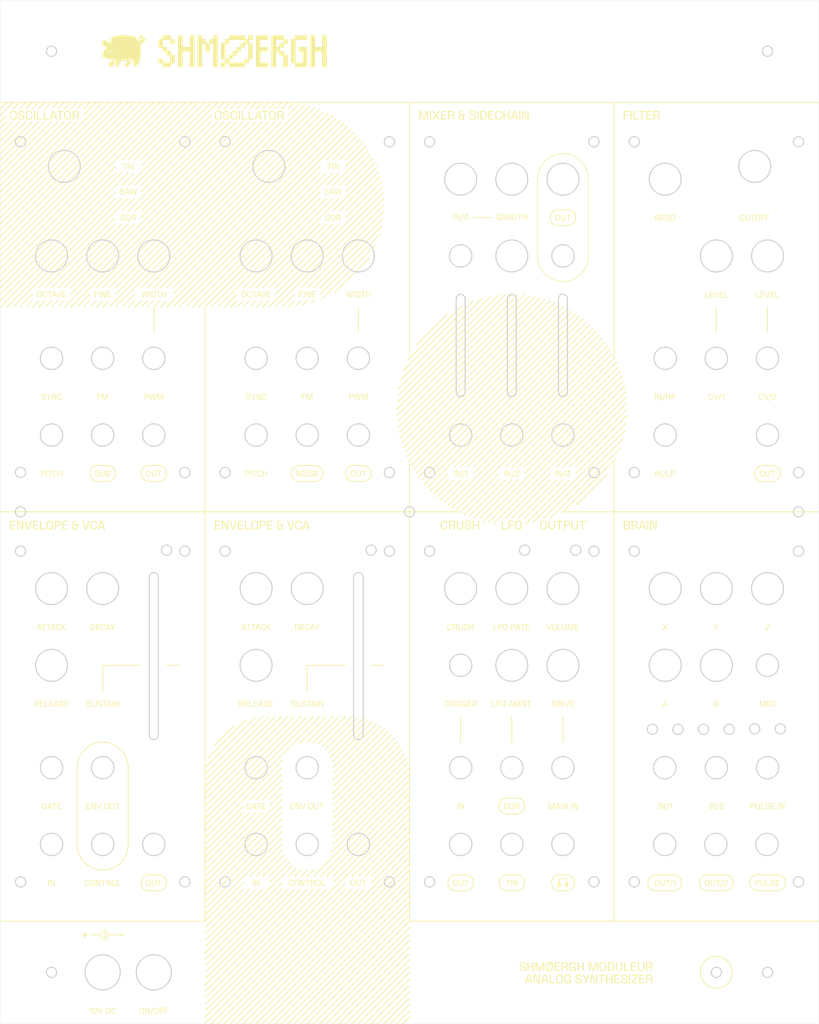
<source format=kicad_pcb>
(kicad_pcb (version 20241229) (generator "pcbnew") (generator_version "9.0")
  (layers (0 "F.Cu" signal) (2 "B.Cu" signal) (13 "F.Paste" user) (15 "B.Paste" user) (5 "F.SilkS" user "F.Silkscreen") (7 "B.SilkS" user "B.Silkscreen") (1 "F.Mask" user) (3 "B.Mask" user) (25 "Edge.Cuts" user))
  (net 0 "")
  (gr_curve (pts (xy 77.999626 250.000031) (xy 81.333015 246.666733) (xy 84.666275 243.333389) (xy 87.999664 240.000061)) (stroke (width 0.247226)) (layer "F.SilkS"))
  (gr_curve (pts (xy 105.999596 49.999981) (xy 108.17569 47.823902) (xy 110.351913 45.647835) (xy 112.527878 43.471756)) (stroke (width 0.247226)) (layer "F.SilkS"))
  (gr_poly (pts (xy 40.629674 51.074185) (xy 40.650624 51.07484) (xy 40.671312 51.075938) (xy 40.691727 51.077481) (xy 40.711864 51.079474) (xy 40.731715 51.08192) (xy 40.75127 51.084823) (xy 40.770524 51.088188) (xy 40.789467 51.092018) (xy 40.808092 51.096317) (xy 40.826393 51.101089) (xy 40.844359 51.106337) (xy 40.861985 51.112066) (xy 40.879262 51.118279) (xy 40.896183 51.124981) (xy 40.912739 51.132175) (xy 40.928427 51.139804) (xy 40.94374 51.147808) (xy 40.958672 51.156192) (xy 40.973221 51.164959) (xy 40.987382 51.174114) (xy 41.001152 51.183661) (xy 41.014526 51.193603) (xy 41.027502 51.203944) (xy 41.040074 51.214688) (xy 41.052239 51.225839) (xy 41.063993 51.237401) (xy 41.075333 51.249378) (xy 41.086254 51.261773) (xy 41.096752 51.274591) (xy 41.106824 51.287835) (xy 41.116467 51.30151) (xy 41.125583 51.315556) (xy 41.134084 51.329916) (xy 41.141972 51.344594) (xy 41.149252 51.359593) (xy 41.155927 51.374919) (xy 41.162001 51.390573) (xy 41.167478 51.406562) (xy 41.172362 51.422887) (xy 41.176657 51.439553) (xy 41.180367 51.456565) (xy 41.183495 51.473925) (xy 41.186046 51.491638) (xy 41.188023 51.509707) (xy 41.18943 51.528137) (xy 41.190272 51.546931) (xy 41.190552 51.566093) (xy 41.190552 51.595196) (xy 41.190211 51.617707) (xy 41.189187 51.639601) (xy 41.187482 51.660883) (xy 41.185094 51.681557) (xy 41.182025 51.701626) (xy 41.178273 51.721095) (xy 41.173839 51.739966) (xy 41.168723 51.758245) (xy 41.162924 51.775934) (xy 41.156444 51.793038) (xy 41.149281 51.809561) (xy 41.141437 51.825506) (xy 41.13291 51.840878) (xy 41.123701 51.85568) (xy 41.11381 51.869916) (xy 41.103237 51.883591) (xy 41.092199 51.89627) (xy 41.080913 51.908504) (xy 41.069379 51.92028) (xy 41.057597 51.931588) (xy 41.045566 51.942415) (xy 41.033288 51.952749) (xy 41.020762 51.962581) (xy 41.007987 51.971896) (xy 40.994965 51.980685) (xy 40.981695 51.988935) (xy 40.968176 51.996634) (xy 40.954409 52.003772) (xy 40.940395 52.010336) (xy 40.926132 52.016315) (xy 40.911621 52.021697) (xy 40.896862 52.02647) (xy 40.896862 52.063511) (xy 40.908645 52.064223) (xy 40.92018 52.065365) (xy 40.931466 52.066934) (xy 40.942505 52.068925) (xy 40.953295 52.071335) (xy 40.963837 52.07416) (xy 40.974132 52.077396) (xy 40.984178 52.081038) (xy 40.993976 52.085084) (xy 41.003525 52.089528) (xy 41.012827 52.094368) (xy 41.021881 52.0996) (xy 41.030686 52.105219) (xy 41.039244 52.111222) (xy 41.047553 52.117604) (xy 41.055614 52.124363) (xy 41.062838 52.132052) (xy 41.069624 52.140233) (xy 41.075968 52.148903) (xy 41.081866 52.158057) (xy 41.087315 52.167691) (xy 41.09231 52.177802) (xy 41.096847 52.188386) (xy 41.100924 52.19944) (xy 41.104535 52.210958) (xy 41.107677 52.222937) (xy 41.110347 52.235373) (xy 41.11254 52.248263) (xy 41.114252 52.261603) (xy 41.11548 52.275388) (xy 41.116219 52.289615) (xy 41.116467 52.304279) (xy 41.116467 52.926052) (xy 40.896862 52.926052) (xy 40.896862 52.330738) (xy 40.896677 52.32097) (xy 40.896123 52.311509) (xy 40.895205 52.30235) (xy 40.893927 52.293489) (xy 40.892292 52.284923) (xy 40.890305 52.276647) (xy 40.887969 52.268659) (xy 40.885288 52.260953) (xy 40.882266 52.253526) (xy 40.878906 52.246375) (xy 40.875214 52.239494) (xy 40.871192 52.232881) (xy 40.866844 52.226532) (xy 40.862175 52.220442) (xy 40.857188 52.214608) (xy 40.851887 52.209026) (xy 40.846709 52.203755) (xy 40.841106 52.198852) (xy 40.835083 52.194313) (xy 40.828651 52.190135) (xy 40.821815 52.186313) (xy 40.814584 52.182844) (xy 40.806965 52.179724) (xy 40.798966 52.176949) (xy 40.790596 52.174515) (xy 40.781861 52.172418) (xy 40.77277 52.170654) (xy 40.76333 52.16922) (xy 40.753549 52.168111) (xy 40.743434 52.167324) (xy 40.732994 52.166854) (xy 40.722237 52.166698) (xy 40.081947 52.166698) (xy 40.081947 52.926052) (xy 39.859699 52.926052) (xy 39.859699 51.965611) (xy 40.081947 51.965611) (xy 40.587303 51.965611) (xy 40.609782 51.96524) (xy 40.631583 51.964133) (xy 40.65271 51.962297) (xy 40.673167 51.959741) (xy 40.692956 51.956471) (xy 40.712084 51.952496) (xy 40.730552 51.947824) (xy 40.748365 51.942461) (xy 40.765528 51.936417) (xy 40.782043 51.929698) (xy 40.797915 51.922313) (xy 40.813147 51.914268) (xy 40.827744 51.905573) (xy 40.841709 51.896234) (xy 40.855046 51.886259) (xy 40.86776 51.875656) (xy 40.880225 51.864462) (xy 40.89183 51.852711) (xy 40.902583 51.840401) (xy 40.912491 51.827533) (xy 40.921561 51.814107) (xy 40.929803 51.800123) (xy 40.937222 51.785581) (xy 40.943828 51.770481) (xy 40.949628 51.754823) (xy 40.954629 51.738607) (xy 40.95884 51.721832) (xy 40.962267 51.7045) (xy 40.96492 51.68661) (xy 40.966805 51.668161) (xy 40.96793 51.649154) (xy 40.968304 51.629589) (xy 40.968304 51.611073) (xy 40.967931 51.591478) (xy 40.96681 51.572387) (xy 40.964937 51.553808) (xy 40.962309 51.535748) (xy 40.95892 51.518215) (xy 40.954768 51.501217) (xy 40.949849 51.484762) (xy 40.944159 51.468857) (xy 40.937693 51.453511) (xy 40.930448 51.43873) (xy 40.92242 51.424522) (xy 40.913606 51.410897) (xy 40.904001 51.39786) (xy 40.893601 51.38542) (xy 40.882403 51.373585) (xy 40.870403 51.362362) (xy 40.858126 51.351789) (xy 40.845109 51.341898) (xy 40.831355 51.332689) (xy 40.816869 51.324162) (xy 40.801653 51.316318) (xy 40.785713 51.309155) (xy 40.769052 51.302675) (xy 40.751674 51.296876) (xy 40.733583 51.29176) (xy 40.714782 51.287326) (xy 40.695277 51.283574) (xy 40.675069 51.280505) (xy 40.654164 51.278117) (xy 40.632566 51.276412) (xy 40.610277 51.275388) (xy 40.587303 51.275047) (xy 40.081947 51.275047) (xy 40.081947 51.965611) (xy 39.859699 51.965611) (xy 39.859699 51.073967) (xy 40.608467 51.073967)) (fill yes) (layer "F.SilkS"))
  (gr_line (start 87.999664 32.0172) (end 85.999657 34.000008) (stroke (width 0.247226)) (layer "F.SilkS"))
  (gr_poly (pts (xy 32.411679 232.010501) (xy 32.817951 232.041394) (xy 33.218316 232.092267) (xy 33.612271 232.162619) (xy 33.999315 232.251947) (xy 34.378943 232.359748) (xy 34.750655 232.485519) (xy 35.113946 232.628758) (xy 35.468315 232.788963) (xy 35.813258 232.96563) (xy 36.148274 233.158257) (xy 36.472858 233.366341) (xy 36.786509 233.58938) (xy 37.088725 233.826872) (xy 37.379001 234.078313) (xy 37.656836 234.343201) (xy 37.921727 234.621033) (xy 38.173171 234.911307) (xy 38.410666 235.21352) (xy 38.633709 235.52717) (xy 38.841797 235.851753) (xy 39.034428 236.186768) (xy 39.211098 236.531711) (xy 39.371306 236.886081) (xy 39.514548 237.249374) (xy 39.640323 237.621087) (xy 39.748126 238.000719) (xy 39.837456 238.387767) (xy 39.90781 238.781728) (xy 39.958685 239.182098) (xy 39.989579 239.588377) (xy 39.999989 240.000061) (xy 39.999989 264.000122) (xy 39.989579 264.411798) (xy 39.958685 264.81807) (xy 39.90781 265.218434) (xy 39.837456 265.61239) (xy 39.748126 265.999433) (xy 39.640323 266.379062) (xy 39.514548 266.750773) (xy 39.371306 267.114064) (xy 39.211098 267.468432) (xy 39.034428 267.813375) (xy 38.841797 268.148389) (xy 38.633709 268.472973) (xy 38.410666 268.786624) (xy 38.173171 269.088838) (xy 37.921727 269.379114) (xy 37.656836 269.656948) (xy 37.379001 269.921838) (xy 37.088725 270.173282) (xy 36.786509 270.410776) (xy 36.472858 270.633818) (xy 36.148274 270.841905) (xy 35.813258 271.034535) (xy 35.468315 271.211205) (xy 35.113946 271.371412) (xy 34.750655 271.514654) (xy 34.378943 271.640427) (xy 33.999315 271.74823) (xy 33.612271 271.83756) (xy 33.218316 271.907913) (xy 32.817951 271.958788) (xy 32.411679 271.989682) (xy 32.000004 272.000092) (xy 31.58832 271.989682) (xy 31.182042 271.958788) (xy 30.781671 271.907913) (xy 30.38771 271.83756) (xy 30.000662 271.74823) (xy 29.62103 271.640427) (xy 29.249316 271.514654) (xy 28.886023 271.371412) (xy 28.531653 271.211205) (xy 28.186709 271.034535) (xy 27.851693 270.841905) (xy 27.527109 270.633818) (xy 27.213459 270.410776) (xy 26.911245 270.173282) (xy 26.62097 269.921838) (xy 26.343137 269.656948) (xy 26.078249 269.379114) (xy 25.826807 269.088838) (xy 25.589315 268.786624) (xy 25.366275 268.472973) (xy 25.158189 268.148389) (xy 24.965562 267.813375) (xy 24.788894 267.468432) (xy 24.628689 267.114064) (xy 24.485449 266.750773) (xy 24.359677 266.379062) (xy 24.251876 265.999433) (xy 24.162548 265.61239) (xy 24.092195 265.218434) (xy 24.041321 264.81807) (xy 24.010428 264.411798) (xy 24.000019 264.000122) (xy 24.000019 240.000061) (xy 24.010428 239.588377) (xy 24.041321 239.182098) (xy 24.092195 238.781728) (xy 24.162548 238.387767) (xy 24.251876 238.000719) (xy 24.359677 237.621087) (xy 24.485449 237.249374) (xy 24.628689 236.886081) (xy 24.788894 236.531711) (xy 24.965562 236.186768) (xy 25.158189 235.851753) (xy 25.366275 235.52717) (xy 25.589315 235.21352) (xy 25.826807 234.911307) (xy 26.078249 234.621033) (xy 26.343137 234.343201) (xy 26.62097 234.078313) (xy 26.911245 233.826872) (xy 27.213459 233.58938) (xy 27.527109 233.366341) (xy 27.851693 233.158257) (xy 28.186709 232.96563) (xy 28.531653 232.788963) (xy 28.886023 232.628758) (xy 29.249316 232.485519) (xy 29.62103 232.359748) (xy 30.000662 232.251947) (xy 30.38771 232.162619) (xy 30.781671 232.092267) (xy 31.182042 232.041394) (xy 31.58832 232.010501) (xy 32.000004 232.000092)) (stroke (width 0.247226)) (fill no) (layer "F.SilkS"))
  (gr_curve (pts (xy 170.457672 93.542107) (xy 155.491531 108.508247) (xy 140.525528 123.47438) (xy 125.559387 138.440521)) (stroke (width 0.247226)) (layer "F.SilkS"))
  (gr_poly (pts (xy 189.896469 305.897461) (xy 191.169296 305.897461) (xy 191.169296 304.690582) (xy 191.495255 304.690582) (xy 191.495255 307.406982) (xy 191.169296 307.406982) (xy 191.169296 306.192383) (xy 189.896469 306.192383) (xy 189.896469 307.406982) (xy 189.570511 307.406982) (xy 189.570511 304.690582) (xy 189.896469 304.690582)) (fill yes) (layer "F.SilkS"))
  (gr_line (start 63.999706 302.000031) (end 87.999664 278.000061) (stroke (width 0.247226)) (layer "F.SilkS"))
  (gr_poly (pts (xy 144.402557 149.47818) (xy 144.193542 149.47818) (xy 144.97142 147.096924) (xy 145.180435 147.096924)) (fill yes) (layer "F.SilkS"))
  (gr_poly (pts (xy 143.122314 164.632355) (xy 143.122997 164.673192) (xy 143.125043 164.712755) (xy 143.128454 164.751046) (xy 143.133229 164.788063) (xy 143.139369 164.823807) (xy 143.146873 164.858277) (xy 143.155741 164.891475) (xy 143.165974 164.923399) (xy 143.177571 164.95405) (xy 143.190532 164.983427) (xy 143.204858 165.011531) (xy 143.220548 165.038362) (xy 143.237602 165.063919) (xy 143.256021 165.088203) (xy 143.275804 165.111213) (xy 143.296951 165.13295) (xy 143.320051 165.15273) (xy 143.344242 165.171317) (xy 143.369525 165.188698) (xy 143.395899 165.204863) (xy 143.423366 165.219801) (xy 143.451923 165.233499) (xy 143.481573 165.245946) (xy 143.512314 165.257132) (xy 143.544146 165.267044) (xy 143.57707 165.275671) (xy 143.611085 165.283003) (xy 143.646192 165.289026) (xy 143.68239 165.293732) (xy 143.719679 165.297106) (xy 143.75806 165.29914) (xy 143.797531 165.29982) (xy 143.837687 165.29914) (xy 143.87666 165.297106) (xy 143.914451 165.293732) (xy 143.951059 165.289026) (xy 143.986485 165.283003) (xy 144.020729 165.275671) (xy 144.05379 165.267044) (xy 144.085669 165.257132) (xy 144.116365 165.245946) (xy 144.145878 165.233499) (xy 144.17421 165.219801) (xy 144.201358 165.204863) (xy 144.227324 165.188698) (xy 144.252107 165.171317) (xy 144.275708 165.15273) (xy 144.298126 165.13295) (xy 144.319956 165.111213) (xy 144.340336 165.088203) (xy 144.359272 165.063919) (xy 144.37677 165.038362) (xy 144.392836 165.011531) (xy 144.407475 164.983427) (xy 144.420693 164.95405) (xy 144.432495 164.923399) (xy 144.442888 164.891475) (xy 144.451876 164.858277) (xy 144.459466 164.823807) (xy 144.465663 164.788063) (xy 144.470474 164.751046) (xy 144.473903 164.712755) (xy 144.475956 164.673192) (xy 144.476639 164.632355) (xy 144.476639 162.820145) (xy 144.802597 162.820145) (xy 144.802597 164.628479) (xy 144.802098 164.667405) (xy 144.800604 164.705597) (xy 144.798121 164.743051) (xy 144.794655 164.77976) (xy 144.790211 164.815719) (xy 144.784795 164.850922) (xy 144.778413 164.885363) (xy 144.77107 164.919037) (xy 144.762773 164.951937) (xy 144.753525 164.984059) (xy 144.743334 165.015396) (xy 144.732205 165.045942) (xy 144.720144 165.075693) (xy 144.707155 165.104641) (xy 144.693246 165.132783) (xy 144.678421 165.16011) (xy 144.662734 165.18658) (xy 144.646227 165.212151) (xy 144.628902 165.236834) (xy 144.610758 165.260643) (xy 144.591795 165.283587) (xy 144.572013 165.305679) (xy 144.551413 165.326929) (xy 144.529993 165.347349) (xy 144.507755 165.366951) (xy 144.484698 165.385746) (xy 144.460822 165.403745) (xy 144.436127 165.420961) (xy 144.410614 165.437403) (xy 144.384282 165.453084) (xy 144.357132 165.468015) (xy 144.329163 165.482208) (xy 144.300472 165.495576) (xy 144.27115 165.508041) (xy 144.241202 165.519608) (xy 144.210634 165.530282) (xy 144.179452 165.54007) (xy 144.147661 165.548978) (xy 144.115267 165.55701) (xy 144.082275 165.564173) (xy 144.048693 165.570472) (xy 144.014524 165.575912) (xy 143.979775 165.5805) (xy 143.944452 165.584242) (xy 143.908561 165.587142) (xy 143.872106 165.589206) (xy 143.835094 165.590441) (xy 143.797531 165.590851) (xy 143.760014 165.590441) (xy 143.723128 165.589206) (xy 143.686866 165.587142) (xy 143.651224 165.584242) (xy 143.616196 165.5805) (xy 143.581776 165.575912) (xy 143.547959 165.570472) (xy 143.514738 165.564173) (xy 143.482109 165.55701) (xy 143.450065 165.548978) (xy 143.418602 165.54007) (xy 143.387713 165.530282) (xy 143.357393 165.519608) (xy 143.327637 165.508041) (xy 143.298438 165.495576) (xy 143.269791 165.482208) (xy 143.241821 165.468015) (xy 143.214671 165.453084) (xy 143.188339 165.437403) (xy 143.162826 165.420961) (xy 143.138131 165.403745) (xy 143.114256 165.385746) (xy 143.091198 165.366951) (xy 143.06896 165.347349) (xy 143.047541 165.326929) (xy 143.02694 165.305679) (xy 143.007158 165.283587) (xy 142.988195 165.260643) (xy 142.970051 165.236834) (xy 142.952726 165.212151) (xy 142.93622 165.18658) (xy 142.920532 165.16011) (xy 142.905068 165.132783) (xy 142.890685 165.104641) (xy 142.877369 165.075693) (xy 142.865111 165.045942) (xy 142.853898 165.015396) (xy 142.84372 164.984059) (xy 142.834565 164.951937) (xy 142.826422 164.919037) (xy 142.819279 164.885363) (xy 142.813125 164.850922) (xy 142.80795 164.815719) (xy 142.80374 164.77976) (xy 142.800486 164.743051) (xy 142.798176 164.705597) (xy 142.796798 164.667405) (xy 142.796341 164.628479) (xy 142.796341 162.820145) (xy 143.122314 162.820145)) (fill yes) (layer "F.SilkS"))
  (gr_curve (pts (xy 168.878952 93.12072) (xy 154.291092 107.708504) (xy 139.703476 122.296303) (xy 125.115616 136.884094)) (stroke (width 0.247226)) (layer "F.SilkS"))
  (gr_poly (pts (xy 50.657074 91.895355) (xy 51.52491 91.895355) (xy 51.52491 91.072502) (xy 51.747158 91.072502) (xy 51.747158 92.924591) (xy 51.52491 92.924591) (xy 51.52491 92.096443) (xy 50.657074 92.096443) (xy 50.657074 92.924591) (xy 50.434826 92.924591) (xy 50.434826 91.072502) (xy 50.657074 91.072502)) (fill yes) (layer "F.SilkS"))
  (gr_curve (pts (xy 97.999695 93.999985) (xy 97.797905 94.201828) (xy 97.595978 94.403664) (xy 97.39418 94.605515)) (stroke (width 0.247226)) (layer "F.SilkS"))
  (gr_poly (pts (xy 8.687979 165.338623) (xy 8.738425 165.338623) (xy 9.479612 162.820145) (xy 9.81722 162.820145) (xy 8.998423 165.53653) (xy 8.427981 165.53653) (xy 7.609184 162.820145) (xy 7.946792 162.820145)) (fill yes) (layer "F.SilkS"))
  (gr_curve (pts (xy 63.999706 258.000031) (xy 75.332993 246.666687) (xy 86.666412 235.333359) (xy 97.999695 224.000015)) (stroke (width 0.247226)) (layer "F.SilkS"))
  (gr_curve (pts (xy 63.999706 260.000031) (xy 75.999748 248.000015) (xy 87.999664 236.000015) (xy 99.999702 224.000015)) (stroke (width 0.247226)) (layer "F.SilkS"))
  (gr_line (start 192.000031 144.4785) (end 192.000031 288.000031) (stroke (width 0.23784)) (layer "F.SilkS"))
  (gr_curve (pts (xy 41.99963 93.999985) (xy 41.333004 94.666649) (xy 40.666248 95.333305) (xy 39.999622 95.999977)) (stroke (width 0.247226)) (layer "F.SilkS"))
  (gr_poly (pts (xy 77.978499 91.036175) (xy 78.017904 91.038314) (xy 78.056123 91.041879) (xy 78.093152 91.046871) (xy 78.128986 91.053289) (xy 78.163623 91.061134) (xy 78.197058 91.070404) (xy 78.229288 91.081101) (xy 78.260309 91.093225) (xy 78.290116 91.106774) (xy 78.318706 91.12175) (xy 78.346076 91.138152) (xy 78.37222 91.155981) (xy 78.397136 91.175236) (xy 78.42082 91.195917) (xy 78.443268 91.218025) (xy 78.464414 91.241373) (xy 78.484196 91.265775) (xy 78.502614 91.291231) (xy 78.519667 91.317741) (xy 78.535356 91.345305) (xy 78.549681 91.373923) (xy 78.562642 91.403595) (xy 78.574239 91.434321) (xy 78.584471 91.466102) (xy 78.593339 91.498937) (xy 78.600843 91.532826) (xy 78.606982 91.567769) (xy 78.611758 91.603767) (xy 78.615168 91.640819) (xy 78.617215 91.678925) (xy 78.617897 91.718086) (xy 78.617897 91.731316) (xy 78.398293 91.731316) (xy 78.398293 91.710152) (xy 78.397858 91.684169) (xy 78.396551 91.658806) (xy 78.394368 91.634064) (xy 78.391306 91.609941) (xy 78.38736 91.586439) (xy 78.382526 91.563557) (xy 78.376801 91.541295) (xy 78.370181 91.519652) (xy 78.362662 91.49863) (xy 78.354239 91.478228) (xy 78.34491 91.458446) (xy 78.334669 91.439284) (xy 78.323515 91.420742) (xy 78.311441 91.40282) (xy 78.298445 91.385518) (xy 78.284523 91.368835) (xy 78.270165 91.352495) (xy 78.254869 91.337209) (xy 78.238628 91.322978) (xy 78.221433 91.3098) (xy 78.203278 91.297676) (xy 78.184153 91.286607) (xy 78.164052 91.276592) (xy 78.142966 91.267631) (xy 78.120889 91.259724) (xy 78.097811 91.252871) (xy 78.073726 91.247073) (xy 78.048625 91.242329) (xy 78.022501 91.238639) (xy 77.995346 91.236003) (xy 77.967152 91.234421) (xy 77.937912 91.233894) (xy 77.909017 91.234482) (xy 77.880874 91.23624) (xy 77.85349 91.239161) (xy 77.826873 91.243237) (xy 77.801031 91.248461) (xy 77.775972 91.254824) (xy 77.751704 91.262318) (xy 77.728233 91.270937) (xy 77.705569 91.280672) (xy 77.683719 91.291516) (xy 77.66269 91.30346) (xy 77.642491 91.316498) (xy 77.623129 91.330621) (xy 77.604612 91.345822) (xy 77.586948 91.362092) (xy 77.570145 91.379425) (xy 77.553836 91.397748) (xy 77.538635 91.416998) (xy 77.524535 91.43717) (xy 77.511527 91.45826) (xy 77.499605 91.480266) (xy 77.488759 91.503182) (xy 77.478984 91.527006) (xy 77.47027 91.551732) (xy 77.462611 91.577358) (xy 77.455997 91.603878) (xy 77.450423 91.631291) (xy 77.445879 91.65959) (xy 77.442358 91.688774) (xy 77.439853 91.718837) (xy 77.438356 91.749775) (xy 77.437859 91.781586) (xy 77.437859 92.215508) (xy 77.438356 92.247318) (xy 77.439853 92.278257) (xy 77.442358 92.30832) (xy 77.445879 92.337503) (xy 77.450423 92.365803) (xy 77.455997 92.393215) (xy 77.462611 92.419736) (xy 77.47027 92.445361) (xy 77.478984 92.470088) (xy 77.488759 92.493911) (xy 77.499605 92.516827) (xy 77.511527 92.538833) (xy 77.524535 92.559924) (xy 77.538635 92.580096) (xy 77.553836 92.599345) (xy 77.570145 92.617668) (xy 77.586948 92.635) (xy 77.604612 92.651269) (xy 77.623129 92.66647) (xy 77.642491 92.680592) (xy 77.66269 92.69363) (xy 77.683719 92.705574) (xy 77.705569 92.716418) (xy 77.728233 92.726153) (xy 77.751704 92.734772) (xy 77.775972 92.742268) (xy 77.801031 92.748631) (xy 77.826873 92.753855) (xy 77.85349 92.757931) (xy 77.880874 92.760852) (xy 77.909017 92.762611) (xy 77.937912 92.763199) (xy 77.967152 92.762672) (xy 77.995346 92.76109) (xy 78.022501 92.758455) (xy 78.048625 92.754765) (xy 78.073726 92.75002) (xy 78.097811 92.744222) (xy 78.120889 92.737369) (xy 78.142966 92.729463) (xy 78.164052 92.720502) (xy 78.184153 92.710486) (xy 78.203278 92.699417) (xy 78.221433 92.687293) (xy 78.238628 92.674116) (xy 78.254869 92.659884) (xy 78.270165 92.644598) (xy 78.284523 92.628258) (xy 78.298445 92.611546) (xy 78.311441 92.594165) (xy 78.323515 92.576124) (xy 78.334669 92.557437) (xy 78.34491 92.538114) (xy 78.354239 92.518167) (xy 78.362662 92.497608) (xy 78.370181 92.476448) (xy 78.376801 92.454699) (xy 78.382526 92.432373) (xy 78.38736 92.409481) (xy 78.391306 92.386035) (xy 78.394368 92.362046) (xy 78.396551 92.337527) (xy 78.397858 92.312488) (xy 78.398293 92.286942) (xy 78.398293 92.244606) (xy 78.617897 92.244606) (xy 78.617897 92.279007) (xy 78.617215 92.318167) (xy 78.615168 92.356272) (xy 78.611758 92.393324) (xy 78.606982 92.429321) (xy 78.600843 92.464264) (xy 78.593339 92.498153) (xy 78.584471 92.530988) (xy 78.574239 92.562769) (xy 78.562642 92.593496) (xy 78.549681 92.623168) (xy 78.535356 92.651787) (xy 78.519667 92.679351) (xy 78.502614 92.705862) (xy 78.484196 92.731318) (xy 78.464414 92.75572) (xy 78.443268 92.779068) (xy 78.42082 92.801176) (xy 78.397136 92.821857) (xy 78.37222 92.841112) (xy 78.346076 92.858941) (xy 78.318706 92.875343) (xy 78.290116 92.890319) (xy 78.260309 92.903869) (xy 78.229288 92.915992) (xy 78.197058 92.926689) (xy 78.163623 92.935959) (xy 78.128986 92.943804) (xy 78.093152 92.950222) (xy 78.056123 92.955214) (xy 78.017904 92.958779) (xy 77.978499 92.960919) (xy 77.937912 92.961632) (xy 77.897264 92.960887) (xy 77.857666 92.95865) (xy 77.819114 92.954916) (xy 77.781605 92.949683) (xy 77.745134 92.942946) (xy 77.709698 92.934701) (xy 77.675293 92.924945) (xy 77.641914 92.913673) (xy 77.609559 92.900883) (xy 77.578224 92.886569) (xy 77.547903 92.870728) (xy 77.518595 92.853356) (xy 77.490294 92.83445) (xy 77.462997 92.814006) (xy 77.4367 92.792019) (xy 77.4114 92.768486) (xy 77.387836 92.74399) (xy 77.365764 92.718125) (xy 77.345188 92.690889) (xy 77.326113 92.662278) (xy 77.308541 92.632286) (xy 77.292476 92.600911) (xy 77.277923 92.568149) (xy 77.264886 92.533996) (xy 77.253368 92.498447) (xy 77.243373 92.461499) (xy 77.234905 92.423148) (xy 77.227968 92.383391) (xy 77.222566 92.342222) (xy 77.218702 92.299639) (xy 77.216381 92.255637) (xy 77.215607 92.210213) (xy 77.215607 91.78688) (xy 77.216381 91.741456) (xy 77.218702 91.697454) (xy 77.222566 91.654871) (xy 77.227968 91.613703) (xy 77.234905 91.573945) (xy 77.243373 91.535594) (xy 77.253368 91.498646) (xy 77.264886 91.463098) (xy 77.277923 91.428944) (xy 77.292476 91.396182) (xy 77.308541 91.364807) (xy 77.326113 91.334816) (xy 77.345188 91.306204) (xy 77.365764 91.278968) (xy 77.387836 91.253104) (xy 77.4114 91.228607) (xy 77.4367 91.205073) (xy 77.462997 91.183085) (xy 77.490294 91.16264) (xy 77.518595 91.143734) (xy 77.547903 91.126362) (xy 77.578224 91.110521) (xy 77.609559 91.096207) (xy 77.641914 91.083417) (xy 77.675293 91.072146) (xy 77.709698 91.06239) (xy 77.745134 91.054146) (xy 77.781605 91.047409) (xy 77.819114 91.042176) (xy 77.857666 91.038443) (xy 77.897264 91.036206) (xy 77.937912 91.035461)) (fill yes) (layer "F.SilkS"))
  (gr_poly (pts (xy 114.436325 275.298035) (xy 113.841011 275.298035) (xy 113.841011 276.949036) (xy 113.618759 276.949036) (xy 113.618759 275.298035) (xy 113.023445 275.298035) (xy 113.023445 275.096954) (xy 114.436325 275.096954)) (fill yes) (layer "F.SilkS"))
  (gr_poly (pts (xy 173.90715 148.949005) (xy 173.684906 148.949005) (xy 173.684906 147.096924) (xy 173.90715 147.096924)) (fill yes) (layer "F.SilkS"))
  (gr_poly (pts (xy 240.515076 125.478172) (xy 240.306061 125.478172) (xy 241.083939 123.096924) (xy 241.292953 123.096924)) (fill yes) (layer "F.SilkS"))
  (gr_curve (pts (xy 39.999622 66.000031) (xy 49.333035 56.666695) (xy 58.666313 47.333347) (xy 67.999725 38.000004)) (stroke (width 0.247226)) (layer "F.SilkS"))
  (gr_curve (pts (xy 91.99968 274.000092) (xy 92.733482 273.266388) (xy 93.467026 272.532654) (xy 94.200706 271.79892)) (stroke (width 0.247226)) (layer "F.SilkS"))
  (gr_poly (pts (xy 50.818825 14.781528) (xy 49.600235 14.781528) (xy 49.600235 12.34458) (xy 50.818825 12.34458)) (stroke (width 0.246944)) (fill yes) (layer "F.SilkS"))
  (gr_line (start 96 208.000031) (end 107.939659 208.000031) (stroke (width 0.24664)) (layer "F.SilkS"))
  (gr_line (start 105.999596 66.000031) (end 118.303368 53.696186) (stroke (width 0.247226)) (layer "F.SilkS"))
  (gr_line (start 96 216.000015) (end 96 208.000031) (stroke (width 0.24664)) (layer "F.SilkS"))
  (gr_poly (pts (xy 91.983887 251.298035) (xy 91.065788 251.298035) (xy 91.065788 251.917145) (xy 91.909798 251.917145) (xy 91.909798 252.11824) (xy 91.065788 252.11824) (xy 91.065788 252.74794) (xy 91.997116 252.74794) (xy 91.997116 252.949036) (xy 90.843529 252.949036) (xy 90.843529 251.096954) (xy 91.983887 251.096954)) (fill yes) (layer "F.SilkS"))
  (gr_line (start 27.99971 95.999977) (end 29.999588 93.999985) (stroke (width 0.247226)) (layer "F.SilkS"))
  (gr_poly (pts (xy 4.734282 163.115067) (xy 3.387729 163.115067) (xy 3.387729 164.023117) (xy 4.625626 164.023117) (xy 4.625626 164.318024) (xy 3.387729 164.318024) (xy 3.387729 165.241608) (xy 4.753684 165.241608) (xy 4.753684 165.53653) (xy 3.061762 165.53653) (xy 3.061762 162.820145) (xy 4.734282 162.820145)) (fill yes) (layer "F.SilkS"))
  (gr_line (start 51.999962 208.000031) (end 56.000038 208.000031) (stroke (width 0.247226)) (layer "F.SilkS"))
  (gr_poly (pts (xy 81.549316 251.298035) (xy 80.954002 251.298035) (xy 80.954002 252.949036) (xy 80.73175 252.949036) (xy 80.73175 251.298035) (xy 80.136436 251.298035) (xy 80.136436 251.096954) (xy 81.549316 251.096954)) (fill yes) (layer "F.SilkS"))
  (gr_poly (pts (xy 99.308044 220.94902) (xy 99.085793 220.94902) (xy 99.085793 219.096939) (xy 99.308044 219.096939)) (fill yes) (layer "F.SilkS"))
  (gr_poly (pts (xy 143.489227 68.561806) (xy 143.523636 68.561806) (xy 143.523636 66.849953) (xy 143.74324 66.849953) (xy 143.74324 68.702034) (xy 143.311966 68.702034) (xy 142.669037 66.987541) (xy 142.631989 66.987541) (xy 142.631989 68.702034) (xy 142.412369 68.702034) (xy 142.412369 66.849953) (xy 142.843643 66.849953)) (fill yes) (layer "F.SilkS"))
  (gr_curve (pts (xy 91.99968 224.000015) (xy 82.666397 233.333359) (xy 73.332985 242.666702) (xy 63.999706 252.000046)) (stroke (width 0.247226)) (layer "F.SilkS"))
  (gr_curve (pts (xy 49.999531 89.999985) (xy 67.943008 72.056602) (xy 85.886353 54.113224) (xy 103.829704 36.169842)) (stroke (width 0.247226)) (layer "F.SilkS"))
  (gr_curve (pts (xy 43.999638 60.00005) (xy 51.332909 52.666702) (xy 58.666313 45.333351) (xy 65.999588 38.000004)) (stroke (width 0.247226)) (layer "F.SilkS"))
  (gr_poly (pts (xy 19.728115 34.936729) (xy 18.854992 34.936729) (xy 18.854992 37.3582) (xy 18.529024 37.3582) (xy 18.529024 34.936729) (xy 17.655901 34.936729) (xy 17.655901 34.641811) (xy 19.728115 34.641811)) (fill yes) (layer "F.SilkS"))
  (gr_poly (pts (xy 46.826042 92.924591) (xy 46.603794 92.924591) (xy 46.603794 91.072502) (xy 46.826042 91.072502)) (fill yes) (layer "F.SilkS"))
  (gr_line (start 174.844894 274.708313) (end 177.15564 274.708313) (stroke (width 0.245492)) (layer "F.SilkS"))
  (gr_poly (pts (xy 139.560196 34.936729) (xy 138.213638 34.936729) (xy 138.213638 35.844784) (xy 139.451523 35.844784) (xy 139.451523 36.139706) (xy 138.213638 36.139706) (xy 138.213638 37.063274) (xy 139.57959 37.063274) (xy 139.57959 37.3582) (xy 137.887665 37.3582) (xy 137.887665 34.641811) (xy 139.560196 34.641811)) (fill yes) (layer "F.SilkS"))
  (gr_curve (pts (xy 103.999588 262.000031) (xy 111.811256 254.188461) (xy 119.622665 246.376877) (xy 127.434334 238.565308)) (stroke (width 0.247226)) (layer "F.SilkS"))
  (gr_curve (pts (xy 81.999641 32.000011) (xy 81.332886 32.666676) (xy 80.66626 33.333344) (xy 79.999504 34.000008)) (stroke (width 0.247226)) (layer "F.SilkS"))
  (gr_poly (pts (xy 43.799526 12.153057) (xy 43.287117 12.153057) (xy 43.287117 11.640745) (xy 43.799526 11.640745)) (stroke (width 0.246944)) (fill yes) (layer "F.SilkS"))
  (gr_curve (pts (xy 107.999603 58.00005) (xy 110.841675 55.157902) (xy 113.684013 52.315754) (xy 116.526085 49.47361)) (stroke (width 0.247226)) (layer "F.SilkS"))
  (gr_curve (pts (xy 25.999575 32.000011) (xy 25.332949 32.666676) (xy 24.666193 33.333344) (xy 23.999697 34.000008)) (stroke (width 0.247226)) (layer "F.SilkS"))
  (gr_curve (pts (xy 192.4823 143.51738) (xy 186.825272 149.174454) (xy 181.168137 154.831497) (xy 175.511246 160.488571)) (stroke (width 0.247226)) (layer "F.SilkS"))
  (gr_poly (pts (xy 18.275207 195.060619) (xy 18.314611 195.062759) (xy 18.352829 195.066325) (xy 18.389857 195.071318) (xy 18.425692 195.077737) (xy 18.460329 195.085582) (xy 18.493764 195.094853) (xy 18.525994 195.105551) (xy 18.557015 195.117674) (xy 18.586822 195.131224) (xy 18.615413 195.146199) (xy 18.642783 195.1626) (xy 18.668928 195.180427) (xy 18.693844 195.19968) (xy 18.717528 195.220358) (xy 18.739975 195.242462) (xy 18.761121 195.265812) (xy 18.780903 195.290215) (xy 18.79932 195.315672) (xy 18.816374 195.342183) (xy 18.832063 195.369749) (xy 18.846387 195.398368) (xy 18.859348 195.428041) (xy 18.870944 195.458769) (xy 18.881176 195.49055) (xy 18.890044 195.523386) (xy 18.897547 195.557276) (xy 18.903686 195.59222) (xy 18.908461 195.628218) (xy 18.911872 195.665271) (xy 18.913918 195.703377) (xy 18.9146 195.742538) (xy 18.9146 195.755753) (xy 18.694996 195.755753) (xy 18.694996 195.734589) (xy 18.694561 195.708606) (xy 18.693254 195.683243) (xy 18.691072 195.658501) (xy 18.688009 195.634378) (xy 18.684063 195.610876) (xy 18.67923 195.587994) (xy 18.673505 195.565732) (xy 18.666884 195.54409) (xy 18.659365 195.523069) (xy 18.650942 195.502667) (xy 18.641612 195.482885) (xy 18.631372 195.463724) (xy 18.620217 195.445183) (xy 18.608143 195.427262) (xy 18.595147 195.409961) (xy 18.581224 195.39328) (xy 18.566868 195.376939) (xy 18.551573 195.361652) (xy 18.535333 195.34742) (xy 18.518139 195.334242) (xy 18.499984 195.322119) (xy 18.48086 195.31105) (xy 18.460759 195.301036) (xy 18.439674 195.292076) (xy 18.417596 195.28417) (xy 18.394519 195.277319) (xy 18.370434 195.271522) (xy 18.345333 195.266778) (xy 18.319209 195.263089) (xy 18.292054 195.260454) (xy 18.263861 195.258874) (xy 18.234621 195.258347) (xy 18.205725 195.258934) (xy 18.17758 195.260692) (xy 18.150196 195.263613) (xy 18.123578 195.267688) (xy 18.097736 195.272911) (xy 18.072677 195.279273) (xy 18.048409 195.286766) (xy 18.024939 195.295383) (xy 18.002275 195.305117) (xy 17.980425 195.315959) (xy 17.959397 195.327902) (xy 17.939198 195.340937) (xy 17.919836 195.355058) (xy 17.901319 195.370256) (xy 17.883655 195.386524) (xy 17.866852 195.403854) (xy 17.850541 195.42218) (xy 17.835339 195.441432) (xy 17.821238 195.461605) (xy 17.808229 195.482697) (xy 17.796306 195.504704) (xy 17.785461 195.527621) (xy 17.775685 195.551445) (xy 17.766971 195.576172) (xy 17.759311 195.601798) (xy 17.752698 195.628319) (xy 17.747124 195.655731) (xy 17.74258 195.684031) (xy 17.73906 195.713215) (xy 17.736555 195.743279) (xy 17.735057 195.774218) (xy 17.73456 195.80603) (xy 17.73456 196.239944) (xy 17.735057 196.271756) (xy 17.736555 196.302696) (xy 17.73906 196.332759) (xy 17.74258 196.361943) (xy 17.747124 196.390243) (xy 17.752698 196.417656) (xy 17.759311 196.444177) (xy 17.766971 196.469803) (xy 17.775685 196.49453) (xy 17.785461 196.518354) (xy 17.796306 196.541271) (xy 17.808229 196.563277) (xy 17.821238 196.584369) (xy 17.835339 196.604543) (xy 17.850541 196.623795) (xy 17.866852 196.64212) (xy 17.883655 196.659451) (xy 17.901319 196.675719) (xy 17.919836 196.690918) (xy 17.939198 196.70504) (xy 17.959397 196.718077) (xy 17.980425 196.730021) (xy 18.002275 196.740864) (xy 18.024939 196.750599) (xy 18.048409 196.759218) (xy 18.072677 196.766713) (xy 18.097736 196.773076) (xy 18.123578 196.778299) (xy 18.150196 196.782376) (xy 18.17758 196.785297) (xy 18.205725 196.787056) (xy 18.234621 196.787643) (xy 18.263861 196.787116) (xy 18.292054 196.785534) (xy 18.319209 196.782898) (xy 18.345333 196.779207) (xy 18.370434 196.774462) (xy 18.394519 196.768662) (xy 18.417596 196.761808) (xy 18.439674 196.753901) (xy 18.460759 196.744938) (xy 18.48086 196.734922) (xy 18.499984 196.723852) (xy 18.518139 196.711728) (xy 18.535333 196.698551) (xy 18.551573 196.684319) (xy 18.566868 196.669034) (xy 18.581224 196.652695) (xy 18.595147 196.635985) (xy 18.608143 196.618604) (xy 18.620217 196.600564) (xy 18.631372 196.581877) (xy 18.641612 196.562554) (xy 18.650942 196.542608) (xy 18.659365 196.522049) (xy 18.666884 196.500889) (xy 18.673505 196.47914) (xy 18.67923 196.456814) (xy 18.684063 196.433922) (xy 18.688009 196.410476) (xy 18.691072 196.386488) (xy 18.693254 196.361969) (xy 18.694561 196.336931) (xy 18.694996 196.311386) (xy 18.694996 196.269043) (xy 18.9146 196.269043) (xy 18.9146 196.303452) (xy 18.913918 196.34261) (xy 18.911872 196.380714) (xy 18.908461 196.417765) (xy 18.903686 196.453761) (xy 18.897547 196.488704) (xy 18.890044 196.522592) (xy 18.881176 196.555427) (xy 18.870944 196.587208) (xy 18.859348 196.617935) (xy 18.846387 196.647608) (xy 18.832063 196.676227) (xy 18.816374 196.703792) (xy 18.79932 196.730303) (xy 18.780903 196.75576) (xy 18.761121 196.780163) (xy 18.739975 196.803513) (xy 18.717528 196.825619) (xy 18.693844 196.846299) (xy 18.668928 196.865553) (xy 18.642783 196.883381) (xy 18.615413 196.899782) (xy 18.586822 196.914758) (xy 18.557015 196.928307) (xy 18.525994 196.94043) (xy 18.493764 196.951126) (xy 18.460329 196.960397) (xy 18.425692 196.968241) (xy 18.389857 196.974659) (xy 18.352829 196.979651) (xy 18.314611 196.983216) (xy 18.275207 196.985356) (xy 18.234621 196.986069) (xy 18.193972 196.985324) (xy 18.154373 196.983087) (xy 18.11582 196.979355) (xy 18.07831 196.974122) (xy 18.041839 196.967386) (xy 18.006402 196.959142) (xy 17.971996 196.949387) (xy 17.938618 196.938116) (xy 17.906263 196.925326) (xy 17.874927 196.911012) (xy 17.844606 196.895172) (xy 17.815297 196.8778) (xy 17.786996 196.858893) (xy 17.759698 196.838447) (xy 17.733401 196.816458) (xy 17.708099 196.792923) (xy 17.684536 196.768428) (xy 17.662464 196.742565) (xy 17.641889 196.715329) (xy 17.622813 196.686718) (xy 17.605241 196.656727) (xy 17.589177 196.625352) (xy 17.574624 196.592589) (xy 17.561587 196.558435) (xy 17.550069 196.522886) (xy 17.540074 196.485938) (xy 17.531606 196.447587) (xy 17.524669 196.407829) (xy 17.519267 196.36666) (xy 17.515404 196.324076) (xy 17.513083 196.280074) (xy 17.512308 196.23465) (xy 17.512308 195.811325) (xy 17.513083 195.765901) (xy 17.515404 195.721899) (xy 17.519267 195.679315) (xy 17.524669 195.638146) (xy 17.531606 195.598388) (xy 17.540074 195.560037) (xy 17.550069 195.523088) (xy 17.561587 195.487539) (xy 17.574624 195.453385) (xy 17.589177 195.420623) (xy 17.605241 195.389248) (xy 17.622813 195.359257) (xy 17.641889 195.330646) (xy 17.662464 195.30341) (xy 17.684536 195.277547) (xy 17.708099 195.253052) (xy 17.733401 195.229516) (xy 17.759698 195.207528) (xy 17.786996 195.187082) (xy 17.815297 195.168175) (xy 17.844606 195.150803) (xy 17.874927 195.134962) (xy 17.906263 195.120649) (xy 17.938618 195.107859) (xy 17.971996 195.096588) (xy 18.006402 195.086832) (xy 18.041839 195.078589) (xy 18.07831 195.071852) (xy 18.11582 195.06662) (xy 18.154373 195.062887) (xy 18.193972 195.060651) (xy 18.234621 195.059906)) (fill yes) (layer "F.SilkS"))
  (gr_poly (pts (xy 102.029492 58.924847) (xy 102.052427 58.925591) (xy 102.075099 58.926831) (xy 102.097499 58.928568) (xy 102.11962 58.9308) (xy 102.141454 58.933528) (xy 102.162993 58.936753) (xy 102.184231 58.940474) (xy 102.205158 58.94469) (xy 102.225768 58.949403) (xy 102.246051 58.954611) (xy 102.266002 58.960316) (xy 102.285611 58.966517) (xy 102.304872 58.973213) (xy 102.323776 58.980406) (xy 102.342316 58.988094) (xy 102.36092 58.996746) (xy 102.379028 59.005836) (xy 102.39664 59.015368) (xy 102.413756 59.025345) (xy 102.430375 59.035771) (xy 102.446498 59.046652) (xy 102.462125 59.057989) (xy 102.477256 59.069788) (xy 102.49189 59.082051) (xy 102.506029 59.094784) (xy 102.519671 59.107989) (xy 102.532818 59.121671) (xy 102.545468 59.135834) (xy 102.557623 59.150481) (xy 102.569282 59.165616) (xy 102.580444 59.181244) (xy 102.590552 59.196901) (xy 102.600035 59.213112) (xy 102.608891 59.229874) (xy 102.617114 59.247182) (xy 102.624702 59.265033) (xy 102.631651 59.283422) (xy 102.637955 59.302347) (xy 102.643613 59.321802) (xy 102.648619 59.341785) (xy 102.652971 59.36229) (xy 102.656663 59.383316) (xy 102.659693 59.404856) (xy 102.662056 59.426909) (xy 102.663749 59.449469) (xy 102.664767 59.472533) (xy 102.665108 59.496098) (xy 102.665108 59.607224) (xy 102.445511 59.607224) (xy 102.445511 59.496098) (xy 102.445294 59.479446) (xy 102.444643 59.463225) (xy 102.443557 59.447431) (xy 102.442038 59.432059) (xy 102.440084 59.417105) (xy 102.437696 59.402567) (xy 102.434874 59.388439) (xy 102.431618 59.374718) (xy 102.427927 59.361401) (xy 102.423803 59.348482) (xy 102.419244 59.335959) (xy 102.414251 59.323827) (xy 102.408824 59.312083) (xy 102.402963 59.300723) (xy 102.396668 59.289742) (xy 102.389938 59.279137) (xy 102.382373 59.268905) (xy 102.374551 59.259041) (xy 102.366466 59.249542) (xy 102.35811 59.240402) (xy 102.349474 59.23162) (xy 102.340552 59.223189) (xy 102.331334 59.215108) (xy 102.321815 59.207371) (xy 102.311985 59.199976) (xy 102.301837 59.192917) (xy 102.291364 59.186192) (xy 102.280557 59.179797) (xy 102.269409 59.173727) (xy 102.257912 59.167979) (xy 102.246059 59.162549) (xy 102.233841 59.157433) (xy 102.221315 59.152627) (xy 102.208545 59.148131) (xy 102.195534 59.143945) (xy 102.182287 59.140069) (xy 102.168807 59.136503) (xy 102.155099 59.133248) (xy 102.141166 59.130302) (xy 102.127012 59.127666) (xy 102.112642 59.125341) (xy 102.098058 59.123326) (xy 102.083265 59.12162) (xy 102.068267 59.120225) (xy 102.053068 59.11914) (xy 102.037671 59.118365) (xy 102.022081 59.117899) (xy 102.006302 59.117744) (xy 101.98376 59.118084) (xy 101.961776 59.119098) (xy 101.94035 59.120779) (xy 101.919483 59.123119) (xy 101.899173 59.126109) (xy 101.879422 59.129743) (xy 101.860229 59.134013) (xy 101.841594 59.13891) (xy 101.823517 59.144428) (xy 101.805998 59.150558) (xy 101.789038 59.157293) (xy 101.772635 59.164624) (xy 101.756791 59.172545) (xy 101.741505 59.181047) (xy 101.726778 59.190123) (xy 101.712608 59.199764) (xy 101.699152 59.209964) (xy 101.686564 59.220718) (xy 101.674844 59.232023) (xy 101.663992 59.243874) (xy 101.654009 59.256268) (xy 101.644893 59.269201) (xy 101.636646 59.282668) (xy 101.629267 59.296667) (xy 101.622756 59.311192) (xy 101.617113 59.326241) (xy 101.612338 59.341809) (xy 101.608431 59.357893) (xy 101.605393 59.374488) (xy 101.603222 59.391591) (xy 101.60192 59.409197) (xy 101.601486 59.427303) (xy 101.601672 59.439551) (xy 101.60223 59.451488) (xy 101.603161 59.463116) (xy 101.604463 59.474433) (xy 101.606137 59.48544) (xy 101.608184 59.496137) (xy 101.610602 59.506525) (xy 101.613393 59.516602) (xy 101.616555 59.526369) (xy 101.62009 59.535825) (xy 101.623996 59.544972) (xy 101.628275 59.553809) (xy 101.632926 59.562336) (xy 101.637948 59.570553) (xy 101.643342 59.578459) (xy 101.649109 59.586056) (xy 101.655218 59.59387) (xy 101.661637 59.601441) (xy 101.668365 59.60877) (xy 101.675404 59.615864) (xy 101.682753 59.622725) (xy 101.690412 59.629357) (xy 101.698381 59.635764) (xy 101.70666 59.641951) (xy 101.715249 59.64792) (xy 101.724148 59.653676) (xy 101.733357 59.659223) (xy 101.742876 59.664564) (xy 101.752704 59.669704) (xy 101.762843 59.674646) (xy 101.773292 59.679394) (xy 101.78405 59.683952) (xy 101.80638 59.693637) (xy 101.829733 59.702887) (xy 101.85414 59.711765) (xy 101.879631 59.720334) (xy 101.906238 59.728654) (xy 101.933992 59.736788) (xy 101.962924 59.744798) (xy 101.993065 59.752747) (xy 102.130653 59.78714) (xy 102.170724 59.796441) (xy 102.209616 59.806487) (xy 102.247391 59.817277) (xy 102.284112 59.828811) (xy 102.31984 59.841089) (xy 102.354638 59.854111) (xy 102.388568 59.867878) (xy 102.421692 59.882389) (xy 102.43738 59.889986) (xy 102.452692 59.897897) (xy 102.467624 59.906126) (xy 102.482173 59.914677) (xy 102.496334 59.923553) (xy 102.510104 59.932759) (xy 102.523479 59.942298) (xy 102.536454 59.952174) (xy 102.549027 59.962391) (xy 102.561193 59.972953) (xy 102.572948 59.983864) (xy 102.584288 59.995127) (xy 102.595211 60.006747) (xy 102.60571 60.018728) (xy 102.615784 60.031072) (xy 102.625427 60.043785) (xy 102.634573 60.056902) (xy 102.643157 60.070456) (xy 102.651175 60.084452) (xy 102.658624 60.098894) (xy 102.665499 60.113785) (xy 102.671796 60.129129) (xy 102.677512 60.144931) (xy 102.682643 60.161194) (xy 102.687185 60.177922) (xy 102.691133 60.195119) (xy 102.694485 60.212789) (xy 102.697236 60.230936) (xy 102.699383 60.249563) (xy 102.700921 60.268675) (xy 102.701847 60.288276) (xy 102.702156 60.308369) (xy 102.701845 60.329018) (xy 102.700911 60.349296) (xy 102.699348 60.369201) (xy 102.697154 60.388735) (xy 102.694323 60.407896) (xy 102.690854 60.426686) (xy 102.686741 60.445103) (xy 102.68198 60.463149) (xy 102.676568 60.480822) (xy 102.670502 60.498123) (xy 102.663776 60.515052) (xy 102.656387 60.531609) (xy 102.648331 60.547794) (xy 102.639605 60.563607) (xy 102.630204 60.579048) (xy 102.620125 60.594116) (xy 102.60946 60.609279) (xy 102.598298 60.624007) (xy 102.586641 60.638301) (xy 102.574487 60.652161) (xy 102.561837 60.665586) (xy 102.548691 60.678578) (xy 102.535049 60.691136) (xy 102.52091 60.703259) (xy 102.506276 60.714948) (xy 102.491145 60.726203) (xy 102.475517 60.737024) (xy 102.459394 60.747411) (xy 102.442774 60.757364) (xy 102.425659 60.766883) (xy 102.408047 60.775968) (xy 102.389938 60.784618) (xy 102.3709 60.792774) (xy 102.351487 60.800375) (xy 102.331693 60.807425) (xy 102.311516 60.813929) (xy 102.290952 60.819891) (xy 102.269995 60.825314) (xy 102.248644 60.830202) (xy 102.226893 60.834559) (xy 102.20474 60.838389) (xy 102.182179 60.841696) (xy 102.159207 60.844483) (xy 102.135821 60.846755) (xy 102.112015 60.848515) (xy 102.087787 60.849768) (xy 102.063133 60.850517) (xy 102.038048 60.850765) (xy 102.012932 60.850486) (xy 101.988184 60.849649) (xy 101.963801 60.848254) (xy 101.939779 60.846301) (xy 101.916113 60.843789) (xy 101.8928 60.84072) (xy 101.869836 60.837092) (xy 101.847217 60.832906) (xy 101.824939 60.828162) (xy 101.802998 60.82286) (xy 101.78139 60.817) (xy 101.760112 60.810582) (xy 101.739159 60.803606) (xy 101.718528 60.796071) (xy 101.698215 60.787978) (xy 101.678215 60.779327) (xy 101.65862 60.770089) (xy 101.639524 60.760238) (xy 101.620933 60.749782) (xy 101.602849 60.73873) (xy 101.585276 60.727088) (xy 101.56822 60.714866) (xy 101.551682 60.702069) (xy 101.535668 60.688707) (xy 101.520182 60.674787) (xy 101.505226 60.660317) (xy 101.490805 60.645304) (xy 101.476924 60.629756) (xy 101.463585 60.613681) (xy 101.450793 60.597086) (xy 101.438552 60.57998) (xy 101.426865 60.56237) (xy 101.416261 60.544231) (xy 101.406286 60.525529) (xy 101.396946 60.506262) (xy 101.38825 60.486425) (xy 101.380206 60.466015) (xy 101.37282 60.445027) (xy 101.366101 60.423458) (xy 101.360056 60.401304) (xy 101.354693 60.37856) (xy 101.350021 60.355224) (xy 101.346046 60.331291) (xy 101.342776 60.306757) (xy 101.34022 60.281619) (xy 101.338384 60.255872) (xy 101.337277 60.229513) (xy 101.336906 60.202538) (xy 101.336906 60.146973) (xy 101.556503 60.146973) (xy 101.556503 60.202538) (xy 101.55703 60.230846) (xy 101.558612 60.258224) (xy 101.561248 60.284672) (xy 101.564937 60.310189) (xy 101.569682 60.334777) (xy 101.57548 60.358434) (xy 101.582333 60.381161) (xy 101.59024 60.402958) (xy 101.599201 60.423825) (xy 101.609216 60.443761) (xy 101.620285 60.462767) (xy 101.632409 60.480844) (xy 101.645586 60.497989) (xy 101.659818 60.514205) (xy 101.675104 60.529491) (xy 101.691444 60.543846) (xy 101.708621 60.557769) (xy 101.726414 60.570765) (xy 101.744819 60.582839) (xy 101.763833 60.593995) (xy 101.783451 60.604235) (xy 101.80367 60.613565) (xy 101.824486 60.621988) (xy 101.845895 60.629508) (xy 101.867893 60.636128) (xy 101.890476 60.641853) (xy 101.913641 60.646687) (xy 101.937383 60.650633) (xy 101.961698 60.653695) (xy 101.986584 60.655878) (xy 102.012035 60.657185) (xy 102.038048 60.657619) (xy 102.064899 60.657218) (xy 102.09089 60.656017) (xy 102.116029 60.654027) (xy 102.140323 60.651253) (xy 102.16378 60.647704) (xy 102.186408 60.643387) (xy 102.208214 60.638311) (xy 102.229207 60.632483) (xy 102.249394 60.625911) (xy 102.268782 60.618602) (xy 102.28738 60.610565) (xy 102.305195 60.601806) (xy 102.322235 60.592335) (xy 102.338507 60.582158) (xy 102.354021 60.571284) (xy 102.368782 60.559719) (xy 102.382704 60.547567) (xy 102.3957 60.534931) (xy 102.407773 60.521822) (xy 102.418927 60.508252) (xy 102.429167 60.494232) (xy 102.438496 60.479774) (xy 102.446918 60.464889) (xy 102.454436 60.44959) (xy 102.461056 60.433887) (xy 102.46678 60.417793) (xy 102.471613 60.40132) (xy 102.475559 60.384477) (xy 102.478621 60.367279) (xy 102.480803 60.349735) (xy 102.482109 60.331858) (xy 102.482544 60.31366) (xy 102.482328 60.300946) (xy 102.481686 60.288597) (xy 102.480626 60.276604) (xy 102.479155 60.26496) (xy 102.47728 60.253658) (xy 102.475011 60.242688) (xy 102.472354 60.232044) (xy 102.469316 60.221718) (xy 102.465907 60.211702) (xy 102.462134 60.201988) (xy 102.458004 60.192569) (xy 102.453525 60.183436) (xy 102.448704 60.174583) (xy 102.443551 60.166001) (xy 102.438071 60.157683) (xy 102.432274 60.14962) (xy 102.425669 60.141805) (xy 102.418751 60.13423) (xy 102.411515 60.126888) (xy 102.403957 60.119771) (xy 102.396074 60.112871) (xy 102.387861 60.10618) (xy 102.379314 60.099691) (xy 102.370431 60.093396) (xy 102.361206 60.087286) (xy 102.351637 60.081355) (xy 102.341719 60.075595) (xy 102.331447 60.069997) (xy 102.32082 60.064553) (xy 102.309832 60.059258) (xy 102.298479 60.054101) (xy 102.286758 60.049076) (xy 102.263327 60.040157) (xy 102.238717 60.0313) (xy 102.212992 60.022566) (xy 102.186213 60.014019) (xy 102.158443 60.00572) (xy 102.129743 59.997731) (xy 102.100175 59.990115) (xy 102.069801 59.982933) (xy 101.93222 59.948536) (xy 101.89216 59.938242) (xy 101.853339 59.927203) (xy 101.815759 59.915421) (xy 101.779419 59.902894) (xy 101.744319 59.889624) (xy 101.71046 59.875609) (xy 101.67784 59.860851) (xy 101.646461 59.845348) (xy 101.630834 59.837752) (xy 101.615694 59.829845) (xy 101.601036 59.821629) (xy 101.58685 59.813102) (xy 101.573129 59.804266) (xy 101.559865 59.795119) (xy 101.547051 59.785663) (xy 101.534678 59.775896) (xy 101.52274 59.765819) (xy 101.511228 59.755433) (xy 101.500135 59.744736) (xy 101.489452 59.733729) (xy 101.479173 59.722412) (xy 101.469289 59.710785) (xy 101.459793 59.698847) (xy 101.450676 59.6866) (xy 101.44249 59.67398) (xy 101.434805 59.660921) (xy 101.427623 59.647421) (xy 101.42095 59.633476) (xy 101.414788 59.61908) (xy 101.409141 59.604232) (xy 101.404014 59.588926) (xy 101.39941 59.573159) (xy 101.395334 59.556927) (xy 101.391788 59.540225) (xy 101.388777 59.523052) (xy 101.386305 59.505401) (xy 101.384376 59.48727) (xy 101.382993 59.468654) (xy 101.38216 59.44955) (xy 101.381882 59.429955) (xy 101.382192 59.410762) (xy 101.383122 59.391879) (xy 101.384672 59.373306) (xy 101.386843 59.355044) (xy 101.389633 59.337091) (xy 101.393044 59.319448) (xy 101.397075 59.302116) (xy 101.401726 59.285093) (xy 101.406997 59.268381) (xy 101.412888 59.251978) (xy 101.419399 59.235886) (xy 101.426531 59.220104) (xy 101.434282 59.204632) (xy 101.442654 59.18947) (xy 101.451646 59.174618) (xy 101.461258 59.160076) (xy 101.471396 59.145907) (xy 101.481973 59.132171) (xy 101.492992 59.11887) (xy 101.504457 59.106003) (xy 101.516372 59.09357) (xy 101.52874 59.08157) (xy 101.541566 59.070006) (xy 101.554853 59.058875) (xy 101.568606 59.048178) (xy 101.582827 59.037915) (xy 101.597521 59.028086) (xy 101.612691 59.018691) (xy 101.628342 59.00973) (xy 101.644477 59.001203) (xy 101.6611 58.99311) (xy 101.678215 58.985451) (xy 101.696231 58.978228) (xy 101.71456 58.971442) (xy 101.733207 58.965099) (xy 101.752175 58.959201) (xy 101.77147 58.953752) (xy 101.791093 58.948757) (xy 101.81105 58.94422) (xy 101.831344 58.940143) (xy 101.851979 58.936532) (xy 101.872959 58.933389) (xy 101.894288 58.930719) (xy 101.915969 58.928526) (xy 101.938008 58.926814) (xy 101.960407 58.925586) (xy 101.98317 58.924846) (xy 102.006302 58.924599)) (fill yes) (layer "F.SilkS"))
  (gr_curve (pts (xy 73.999611 32.0172) (xy 73.332985 32.678139) (xy 72.666229 33.339069) (xy 71.999733 34.000008)) (stroke (width 0.247226)) (layer "F.SilkS"))
  (gr_curve (pts (xy 95.999687 93.999985) (xy 95.563667 94.435951) (xy 95.127777 94.871941) (xy 94.691628 95.307915)) (stroke (width 0.247226)) (layer "F.SilkS"))
  (gr_poly (pts (xy 12.933758 196.949036) (xy 12.70357 196.949036) (xy 12.560695 196.480713) (xy 11.772237 196.480713) (xy 11.629361 196.949036) (xy 11.399175 196.949036) (xy 11.605734 196.279633) (xy 11.830445 196.279633) (xy 12.502486 196.279633) (xy 12.184987 195.231888) (xy 12.147945 195.231888) (xy 11.830445 196.279633) (xy 11.605734 196.279633) (xy 11.970675 195.096954) (xy 12.362258 195.096954)) (fill yes) (layer "F.SilkS"))
  (gr_poly (pts (xy 33.863218 147.097142) (xy 33.883092 147.097797) (xy 33.902657 147.098895) (xy 33.921911 147.100438) (xy 33.940856 147.102431) (xy 33.95949 147.104877) (xy 33.977814 147.107781) (xy 33.995829 147.111145) (xy 34.013533 147.114974) (xy 34.030927 147.119273) (xy 34.048011 147.124043) (xy 34.064785 147.129291) (xy 34.081249 147.135018) (xy 34.097403 147.14123) (xy 34.113247 147.147929) (xy 34.12878 147.155121) (xy 34.144409 147.162283) (xy 34.15955 147.169872) (xy 34.17421 147.177879) (xy 34.188397 147.186297) (xy 34.202118 147.195119) (xy 34.215383 147.204335) (xy 34.228197 147.213939) (xy 34.24057 147.223923) (xy 34.252509 147.234278) (xy 34.264021 147.244998) (xy 34.275114 147.256074) (xy 34.285797 147.267499) (xy 34.296076 147.279265) (xy 34.30596 147.291363) (xy 34.315457 147.303787) (xy 34.324574 147.316528) (xy 34.332758 147.330016) (xy 34.340443 147.343702) (xy 34.347624 147.357598) (xy 34.354298 147.371715) (xy 34.360459 147.386065) (xy 34.366105 147.400659) (xy 34.371232 147.41551) (xy 34.375836 147.430628) (xy 34.379912 147.446025) (xy 34.383458 147.461713) (xy 34.386469 147.477703) (xy 34.388941 147.494007) (xy 34.39087 147.510636) (xy 34.392253 147.527602) (xy 34.393086 147.544917) (xy 34.393364 147.562592) (xy 34.393364 147.583771) (xy 34.393178 147.599923) (xy 34.39262 147.615649) (xy 34.39169 147.630957) (xy 34.390388 147.645855) (xy 34.388714 147.660349) (xy 34.386667 147.674449) (xy 34.384249 147.688161) (xy 34.381459 147.701494) (xy 34.378296 147.714455) (xy 34.374762 147.727052) (xy 34.370855 147.739293) (xy 34.366577 147.751186) (xy 34.361926 147.762737) (xy 34.356903 147.773956) (xy 34.351508 147.784849) (xy 34.345741 147.795425) (xy 34.33923 147.805718) (xy 34.332594 147.815759) (xy 34.325835 147.825544) (xy 34.318952 147.835069) (xy 34.311945 147.844331) (xy 34.304814 147.853326) (xy 34.297558 147.86205) (xy 34.290179 147.870499) (xy 34.282676 147.878668) (xy 34.275049 147.886555) (xy 34.267298 147.894155) (xy 34.259422 147.901465) (xy 34.251423 147.90848) (xy 34.2433 147.915197) (xy 34.235052 147.921611) (xy 34.226681 147.927719) (xy 34.20894 147.938373) (xy 34.191416 147.94847) (xy 34.174078 147.957948) (xy 34.156896 147.966743) (xy 34.139837 147.974795) (xy 34.122872 147.982041) (xy 34.114414 147.985343) (xy 34.105968 147.988419) (xy 34.09753 147.991263) (xy 34.089096 147.993866) (xy 34.089096 148.030914) (xy 34.09753 148.03302) (xy 34.105968 148.035371) (xy 34.114414 148.037962) (xy 34.122872 148.040789) (xy 34.131345 148.04385) (xy 34.139837 148.047139) (xy 34.148353 148.050653) (xy 34.156896 148.054388) (xy 34.174078 148.062506) (xy 34.191416 148.071463) (xy 34.20894 148.081226) (xy 34.226681 148.091766) (xy 34.235547 148.097872) (xy 34.244281 148.104284) (xy 34.252876 148.110998) (xy 34.261324 148.118012) (xy 34.269616 148.12532) (xy 34.277746 148.132919) (xy 34.285706 148.140805) (xy 34.293487 148.148973) (xy 34.301082 148.157422) (xy 34.308483 148.166145) (xy 34.315682 148.175139) (xy 34.322673 148.184401) (xy 34.329446 148.193927) (xy 34.335994 148.203712) (xy 34.34231 148.213752) (xy 34.348385 148.224045) (xy 34.354153 148.234648) (xy 34.359548 148.245623) (xy 34.364571 148.256971) (xy 34.369223 148.268691) (xy 34.373502 148.280783) (xy 34.377408 148.293248) (xy 34.380943 148.306085) (xy 34.384106 148.319294) (xy 34.386896 148.332875) (xy 34.389315 148.346829) (xy 34.391361 148.361155) (xy 34.393035 148.375854) (xy 34.394337 148.390924) (xy 34.395267 148.406367) (xy 34.395825 148.422182) (xy 34.396011 148.43837) (xy 34.396011 148.464813) (xy 34.395732 148.48351) (xy 34.394895 148.501896) (xy 34.3935 148.519973) (xy 34.391547 148.53774) (xy 34.389035 148.555197) (xy 34.385966 148.572344) (xy 34.382338 148.589181) (xy 34.378152 148.605707) (xy 34.373409 148.621924) (xy 34.368107 148.63783) (xy 34.362246 148.653425) (xy 34.355828 148.66871) (xy 34.348852 148.683685) (xy 34.341317 148.698349) (xy 34.333224 148.712703) (xy 34.324574 148.726746) (xy 34.315427 148.739954) (xy 34.305847 148.752787) (xy 34.295832 148.76524) (xy 34.285383 148.77731) (xy 34.2745 148.788992) (xy 34.263183 148.800283) (xy 34.251432 148.811178) (xy 34.239247 148.821674) (xy 34.226627 148.831768) (xy 34.213574 148.841454) (xy 34.200086 148.850729) (xy 34.186165 148.85959) (xy 34.171809 148.868032) (xy 34.157019 148.876052) (xy 34.141795 148.883645) (xy 34.126137 148.890808) (xy 34.110574 148.898) (xy 34.094651 148.904699) (xy 34.078379 148.910911) (xy 34.06177 148.916638) (xy 34.044835 148.921886) (xy 34.027586 148.926656) (xy 34.010035 148.930955) (xy 33.992193 148.934784) (xy 33.974072 148.938148) (xy 33.955684 148.941052) (xy 33.937039 148.943498) (xy 33.918151 148.945491) (xy 33.899029 148.947034) (xy 33.879687 148.948132) (xy 33.860135 148.948787) (xy 33.840385 148.949005) (xy 33.073097 148.949005) (xy 33.073097 148.747925) (xy 33.295345 148.747925) (xy 33.816574 148.747925) (xy 33.838063 148.747614) (xy 33.858877 148.746679) (xy 33.879024 148.745117) (xy 33.898513 148.742923) (xy 33.91735 148.740093) (xy 33.935544 148.736623) (xy 33.953103 148.732511) (xy 33.970033 148.727751) (xy 33.986344 148.72234) (xy 34.002041 148.716274) (xy 34.017135 148.709549) (xy 34.031631 148.702162) (xy 34.045538 148.694108) (xy 34.058864 148.685384) (xy 34.071615 148.675985) (xy 34.083801 148.665909) (xy 34.094871 148.655272) (xy 34.105254 148.644202) (xy 34.114947 148.632697) (xy 34.123946 148.620759) (xy 34.132247 148.608387) (xy 34.139847 148.595581) (xy 34.146742 148.582342) (xy 34.152926 148.568668) (xy 34.158398 148.554561) (xy 34.163153 148.54002) (xy 34.167187 148.525045) (xy 34.170496 148.509637) (xy 34.173076 148.493795) (xy 34.174924 148.477518) (xy 34.176035 148.460808) (xy 34.176407 148.443665) (xy 34.176407 148.419846) (xy 34.176035 148.402699) (xy 34.174924 148.385987) (xy 34.173076 148.369709) (xy 34.170496 148.353864) (xy 34.167187 148.338454) (xy 34.163153 148.323478) (xy 34.158398 148.308936) (xy 34.152926 148.294828) (xy 34.146742 148.281154) (xy 34.139847 148.267914) (xy 34.132247 148.255108) (xy 34.123946 148.242736) (xy 34.114947 148.230798) (xy 34.105254 148.219293) (xy 34.094871 148.208223) (xy 34.083801 148.197586) (xy 34.072051 148.187947) (xy 34.059623 148.178873) (xy 34.04652 148.170373) (xy 34.032746 148.162453) (xy 34.018306 148.155122) (xy 34.003203 148.148388) (xy 33.987441 148.142258) (xy 33.971025 148.13674) (xy 33.953957 148.131842) (xy 33.936241 148.127572) (xy 33.917883 148.123937) (xy 33.898884 148.120946) (xy 33.879251 148.118606) (xy 33.858985 148.116924) (xy 33.838092 148.11591) (xy 33.816574 148.11557) (xy 33.295345 148.11557) (xy 33.295345 148.747925) (xy 33.073097 148.747925) (xy 33.073097 147.91449) (xy 33.295345 147.91449) (xy 33.821865 147.91449) (xy 33.841926 147.91418) (xy 33.861434 147.913249) (xy 33.88039 147.911699) (xy 33.898801 147.909529) (xy 33.916669 147.906738) (xy 33.933998 147.903327) (xy 33.950792 147.899297) (xy 33.967055 147.894646) (xy 33.982792 147.889375) (xy 33.998005 147.883483) (xy 34.012699 147.876972) (xy 34.026877 147.869841) (xy 34.040544 147.862089) (xy 34.053703 147.853717) (xy 34.066359 147.844725) (xy 34.078514 147.835114) (xy 34.090018 147.82451) (xy 34.100723 147.813535) (xy 34.110638 147.802187) (xy 34.11977 147.790467) (xy 34.128127 147.778375) (xy 34.135717 147.76591) (xy 34.142547 147.753074) (xy 34.148626 147.739864) (xy 34.15396 147.726283) (xy 34.158558 147.712329) (xy 34.162427 147.698003) (xy 34.165576 147.683305) (xy 34.168011 147.668234) (xy 34.169741 147.652791) (xy 34.170773 147.636976) (xy 34.171116 147.620789) (xy 34.171116 147.594345) (xy 34.170773 147.577693) (xy 34.169741 147.561472) (xy 34.168011 147.545677) (xy 34.165576 147.530305) (xy 34.162427 147.515352) (xy 34.158558 147.500813) (xy 34.15396 147.486686) (xy 34.148626 147.472965) (xy 34.142547 147.459648) (xy 34.135717 147.446729) (xy 34.128127 147.434206) (xy 34.11977 147.422074) (xy 34.110638 147.41033) (xy 34.100723 147.398968) (xy 34.090018 147.387987) (xy 34.078514 147.37738) (xy 34.066359 147.367768) (xy 34.053703 147.358777) (xy 34.040544 147.350405) (xy 34.026877 147.342653) (xy 34.012699 147.335522) (xy 33.998005 147.32901) (xy 33.982792 147.323119) (xy 33.967055 147.317848) (xy 33.950792 147.313197) (xy 33.933998 147.309166) (xy 33.916669 147.305756) (xy 33.898801 147.302965) (xy 33.88039 147.300795) (xy 33.861434 147.299244) (xy 33.841926 147.298314) (xy 33.821865 147.298004) (xy 33.295345 147.298004) (xy 33.295345 147.91449) (xy 33.073097 147.91449) (xy 33.073097 147.096924) (xy 33.843033 147.096924)) (fill yes) (layer "F.SilkS"))
  (gr_curve (pts (xy 157.999527 150.000061) (xy 154.196259 153.803345) (xy 150.392883 157.606628) (xy 146.589752 161.409927)) (stroke (width 0.247226)) (layer "F.SilkS"))
  (gr_line (start 31.999596 32.000011) (end -0.000388 64.000031) (stroke (width 0.247226)) (layer "F.SilkS"))
  (gr_poly (pts (xy 180.901871 302.016907) (xy 182.174698 302.016907) (xy 182.174698 300.810059) (xy 182.500656 300.810059) (xy 182.500656 303.526459) (xy 182.174698 303.526459) (xy 182.174698 302.311829) (xy 180.901871 302.311829) (xy 180.901871 303.526459) (xy 180.575897 303.526459) (xy 180.575897 300.810059) (xy 180.901871 300.810059)) (fill yes) (layer "F.SilkS"))
  (gr_poly (pts (xy 205.436955 34.642131) (xy 205.467682 34.643092) (xy 205.498023 34.644702) (xy 205.527966 34.646965) (xy 205.5575 34.649887) (xy 205.586614 34.653475) (xy 205.615297 34.657733) (xy 205.643536 34.662668) (xy 205.67132 34.668285) (xy 205.698639 34.67459) (xy 205.72548 34.681589) (xy 205.751832 34.689286) (xy 205.777685 34.697689) (xy 205.803026 34.706803) (xy 205.827844 34.716632) (xy 205.852127 34.727184) (xy 205.875134 34.738372) (xy 205.89759 34.750111) (xy 205.919489 34.762408) (xy 205.940826 34.775267) (xy 205.961595 34.788694) (xy 205.981791 34.802695) (xy 206.001407 34.817277) (xy 206.020437 34.832443) (xy 206.038877 34.848201) (xy 206.05672 34.864556) (xy 206.07396 34.881513) (xy 206.090593 34.899078) (xy 206.106611 34.917258) (xy 206.12201 34.936057) (xy 206.136783 34.955481) (xy 206.150925 34.975536) (xy 206.164293 34.996138) (xy 206.176757 35.0172) (xy 206.188324 35.038728) (xy 206.198999 35.060728) (xy 206.208787 35.083205) (xy 206.217694 35.106165) (xy 206.225726 35.129614) (xy 206.232889 35.153558) (xy 206.239188 35.178002) (xy 206.244629 35.202951) (xy 206.249217 35.228413) (xy 206.252958 35.254392) (xy 206.255858 35.280893) (xy 206.257922 35.307924) (xy 206.259157 35.335489) (xy 206.259567 35.363594) (xy 206.259567 35.406281) (xy 206.259067 35.439296) (xy 206.257567 35.471408) (xy 206.255066 35.502622) (xy 206.251565 35.532944) (xy 206.247063 35.562378) (xy 206.241561 35.590932) (xy 206.235059 35.61861) (xy 206.227556 35.645418) (xy 206.219053 35.671363) (xy 206.209549 35.696449) (xy 206.199045 35.720682) (xy 206.18754 35.744068) (xy 206.175035 35.766613) (xy 206.161529 35.788323) (xy 206.147023 35.809203) (xy 206.131516 35.829258) (xy 206.115326 35.847855) (xy 206.098773 35.865797) (xy 206.081856 35.88307) (xy 206.064576 35.899654) (xy 206.046932 35.915533) (xy 206.028923 35.930691) (xy 206.010551 35.94511) (xy 205.991816 35.958772) (xy 205.972716 35.971662) (xy 205.953252 35.983761) (xy 205.933425 35.995053) (xy 205.913233 36.005521) (xy 205.892678 36.015148) (xy 205.871758 36.023917) (xy 205.850474 36.03181) (xy 205.828827 36.038811) (xy 205.828827 36.093136) (xy 205.846109 36.094181) (xy 205.863026 36.095858) (xy 205.87958 36.098159) (xy 205.89577 36.10108) (xy 205.911595 36.104615) (xy 205.927057 36.108759) (xy 205.942156 36.113504) (xy 205.95689 36.118847) (xy 205.971261 36.124781) (xy 205.985268 36.1313) (xy 205.998911 36.138399) (xy 206.012191 36.146072) (xy 206.025108 36.154313) (xy 206.037661 36.163118) (xy 206.04985 36.172479) (xy 206.061676 36.182392) (xy 206.072269 36.193669) (xy 206.08222 36.205668) (xy 206.091523 36.218383) (xy 206.100173 36.231808) (xy 206.108164 36.245938) (xy 206.11549 36.260768) (xy 206.122145 36.27629) (xy 206.128124 36.292501) (xy 206.133421 36.309394) (xy 206.138031 36.326963) (xy 206.141947 36.345203) (xy 206.145164 36.364108) (xy 206.147675 36.383673) (xy 206.149477 36.403891) (xy 206.150562 36.424757) (xy 206.150925 36.446266) (xy 206.150925 37.3582) (xy 205.828827 37.3582) (xy 205.828827 36.485073) (xy 205.828555 36.470748) (xy 205.827743 36.456871) (xy 205.826397 36.443438) (xy 205.824522 36.430443) (xy 205.822124 36.417879) (xy 205.819209 36.405742) (xy 205.815782 36.394026) (xy 205.81185 36.382724) (xy 205.807417 36.371832) (xy 205.80249 36.361343) (xy 205.797074 36.351253) (xy 205.791175 36.341554) (xy 205.784799 36.332242) (xy 205.777951 36.323311) (xy 205.770637 36.314755) (xy 205.762863 36.306568) (xy 205.755271 36.298836) (xy 205.747054 36.291645) (xy 205.738223 36.284987) (xy 205.728789 36.278859) (xy 205.718764 36.273253) (xy 205.708159 36.268164) (xy 205.696986 36.263588) (xy 205.685255 36.259517) (xy 205.672978 36.255946) (xy 205.660167 36.25287) (xy 205.646833 36.250283) (xy 205.632986 36.248179) (xy 205.618639 36.246552) (xy 205.603803 36.245397) (xy 205.588489 36.244708) (xy 205.572708 36.24448) (xy 204.633621 36.24448) (xy 204.633621 37.3582) (xy 204.307663 37.3582) (xy 204.307663 35.949554) (xy 204.633621 35.949554) (xy 205.374802 35.949554) (xy 205.407773 35.949011) (xy 205.43975 35.947387) (xy 205.470738 35.944695) (xy 205.500742 35.940945) (xy 205.529768 35.93615) (xy 205.557822 35.93032) (xy 205.584909 35.923467) (xy 205.611036 35.915602) (xy 205.636208 35.906736) (xy 205.660431 35.896882) (xy 205.683709 35.88605) (xy 205.70605 35.874251) (xy 205.727459 35.861497) (xy 205.747941 35.8478) (xy 205.767502 35.83317) (xy 205.786148 35.817619) (xy 205.80443 35.801203) (xy 205.821451 35.783967) (xy 205.837221 35.765913) (xy 205.851752 35.747041) (xy 205.865056 35.72735) (xy 205.877143 35.70684) (xy 205.888024 35.685512) (xy 205.897713 35.663365) (xy 205.906219 35.6404) (xy 205.913554 35.616616) (xy 205.919729 35.592014) (xy 205.924756 35.566594) (xy 205.928646 35.540354) (xy 205.931411 35.513297) (xy 205.933061 35.485421) (xy 205.933609 35.456726) (xy 205.933609 35.429562) (xy 205.933062 35.400823) (xy 205.931418 35.372823) (xy 205.928672 35.345574) (xy 205.924817 35.319086) (xy 205.919847 35.293372) (xy 205.913758 35.268442) (xy 205.906543 35.244308) (xy 205.898197 35.220982) (xy 205.888714 35.198474) (xy 205.878089 35.176795) (xy 205.866315 35.155959) (xy 205.853387 35.135975) (xy 205.8393 35.116855) (xy 205.824048 35.09861) (xy 205.807624 35.081252) (xy 205.790024 35.064793) (xy 205.772018 35.049285) (xy 205.752926 35.034779) (xy 205.732754 35.021272) (xy 205.711507 35.008766) (xy 205.689191 34.99726) (xy 205.665812 34.986755) (xy 205.641375 34.97725) (xy 205.615887 34.968746) (xy 205.589352 34.961242) (xy 205.561777 34.954739) (xy 205.533168 34.949236) (xy 205.50353 34.944734) (xy 205.472868 34.941232) (xy 205.441189 34.938731) (xy 205.408498 34.93723) (xy 205.374802 34.936729) (xy 204.633621 34.936729) (xy 204.633621 35.949554) (xy 204.307663 35.949554) (xy 204.307663 34.641811) (xy 205.405853 34.641811)) (fill yes) (layer "F.SilkS"))
  (gr_poly (pts (xy 160.964386 69.248497) (xy 160.755371 69.248497) (xy 161.533249 66.867249) (xy 161.742264 66.867249)) (fill yes) (layer "F.SilkS"))
  (gr_curve (pts (xy 31.999596 95.999977) (xy 32.666222 95.333305) (xy 33.332977 94.666649) (xy 33.999603 93.999985)) (stroke (width 0.247226)) (layer "F.SilkS"))
  (gr_poly (pts (xy 105.752258 52.963482) (xy 105.530006 52.963482) (xy 105.530006 51.111401) (xy 105.752258 51.111401)) (fill yes) (layer "F.SilkS"))
  (gr_poly (pts (xy 141.988739 68.702034) (xy 141.766479 68.702034) (xy 141.766479 66.849953) (xy 141.988739 66.849953)) (fill yes) (layer "F.SilkS"))
  (gr_curve (pts (xy 128.009232 286.000061) (xy 116.672585 297.333405) (xy 105.336197 308.666779) (xy 93.999687 320.000092)) (stroke (width 0.247226)) (layer "F.SilkS"))
  (gr_poly (pts (xy 178.451843 196.808792) (xy 178.486237 196.808792) (xy 178.978363 195.096954) (xy 179.401688 195.096954) (xy 179.401688 196.949036) (xy 179.187378 196.949036) (xy 179.187378 195.242462) (xy 179.150345 195.242462) (xy 178.660858 196.949036) (xy 178.277206 196.949036) (xy 177.787735 195.242462) (xy 177.750687 195.242462) (xy 177.750687 196.949036) (xy 177.536377 196.949036) (xy 177.536377 195.096954) (xy 177.959717 195.096954)) (fill yes) (layer "F.SilkS"))
  (gr_poly (pts (xy 85.294113 219.298019) (xy 84.376015 219.298019) (xy 84.376015 219.91713) (xy 85.220032 219.91713) (xy 85.220032 220.118225) (xy 84.376015 220.118225) (xy 84.376015 220.747925) (xy 85.307343 220.747925) (xy 85.307343 220.94902) (xy 84.153755 220.94902) (xy 84.153755 219.096939) (xy 85.294113 219.096939)) (fill yes) (layer "F.SilkS"))
  (gr_poly (pts (xy 178.472748 67.297981) (xy 177.877441 67.297981) (xy 177.877441 68.948982) (xy 177.655197 68.948982) (xy 177.655197 67.297981) (xy 177.059891 67.297981) (xy 177.059891 67.096901) (xy 178.472748 67.096901)) (fill yes) (layer "F.SilkS"))
  (gr_line (start 190.745575 109.254044) (end 141.264374 158.735275) (stroke (width 0.247226)) (layer "F.SilkS"))
  (gr_line (start 192.829437 113.170219) (end 159.999664 146.000061) (stroke (width 0.247226)) (layer "F.SilkS"))
  (gr_poly (pts (xy 173.313086 195.060651) (xy 173.353175 195.062887) (xy 173.39221 195.06662) (xy 173.430191 195.071852) (xy 173.467118 195.078589) (xy 173.502991 195.086832) (xy 173.537809 195.096588) (xy 173.571573 195.107859) (xy 173.604283 195.120649) (xy 173.63594 195.134962) (xy 173.666542 195.150803) (xy 173.69609 195.168175) (xy 173.724583 195.187082) (xy 173.752023 195.207528) (xy 173.778409 195.229516) (xy 173.803741 195.253052) (xy 173.827307 195.277547) (xy 173.84938 195.30341) (xy 173.869956 195.330646) (xy 173.889033 195.359257) (xy 173.906606 195.389248) (xy 173.922671 195.420623) (xy 173.937224 195.453385) (xy 173.950262 195.487539) (xy 173.961781 195.523088) (xy 173.971776 195.560037) (xy 173.980244 195.598388) (xy 173.987181 195.638146) (xy 173.992583 195.679315) (xy 173.996447 195.721899) (xy 173.998768 195.765901) (xy 173.999542 195.811325) (xy 173.999542 196.23465) (xy 173.998768 196.280074) (xy 173.996447 196.324076) (xy 173.992583 196.36666) (xy 173.987181 196.407829) (xy 173.980244 196.447587) (xy 173.971776 196.485938) (xy 173.961781 196.522886) (xy 173.950262 196.558435) (xy 173.937224 196.592589) (xy 173.922671 196.625352) (xy 173.906606 196.656727) (xy 173.889033 196.686718) (xy 173.869956 196.715329) (xy 173.84938 196.742565) (xy 173.827307 196.768428) (xy 173.803741 196.792923) (xy 173.778409 196.816458) (xy 173.752023 196.838447) (xy 173.724583 196.858893) (xy 173.69609 196.8778) (xy 173.666542 196.895172) (xy 173.63594 196.911012) (xy 173.604283 196.925326) (xy 173.571573 196.938116) (xy 173.537809 196.949387) (xy 173.502991 196.959142) (xy 173.467118 196.967386) (xy 173.430191 196.974122) (xy 173.39221 196.979355) (xy 173.353175 196.983087) (xy 173.313086 196.985324) (xy 173.271942 196.986069) (xy 173.231263 196.985324) (xy 173.19158 196.983087) (xy 173.152896 196.979355) (xy 173.115217 196.974122) (xy 173.078545 196.967386) (xy 173.042884 196.959142) (xy 173.008239 196.949387) (xy 172.974613 196.938116) (xy 172.942011 196.925326) (xy 172.910435 196.911012) (xy 172.87989 196.895172) (xy 172.85038 196.8778) (xy 172.821909 196.858893) (xy 172.794481 196.838447) (xy 172.768099 196.816458) (xy 172.742767 196.792923) (xy 172.719202 196.768428) (xy 172.697129 196.742565) (xy 172.676552 196.715329) (xy 172.657476 196.686718) (xy 172.639903 196.656727) (xy 172.623838 196.625352) (xy 172.609285 196.592589) (xy 172.596247 196.558435) (xy 172.584728 196.522886) (xy 172.574733 196.485938) (xy 172.566265 196.447587) (xy 172.559328 196.407829) (xy 172.553926 196.36666) (xy 172.550062 196.324076) (xy 172.547741 196.280074) (xy 172.546967 196.23465) (xy 172.546967 195.811325) (xy 172.547102 195.803375) (xy 172.769226 195.803375) (xy 172.769226 196.242599) (xy 172.769723 196.274379) (xy 172.771221 196.305232) (xy 172.773725 196.335164) (xy 172.777246 196.364177) (xy 172.781789 196.392276) (xy 172.787363 196.419464) (xy 172.793976 196.445746) (xy 172.801636 196.471125) (xy 172.81035 196.495605) (xy 172.820125 196.51919) (xy 172.830971 196.541883) (xy 172.842895 196.56369) (xy 172.855903 196.584613) (xy 172.870005 196.604657) (xy 172.885208 196.623824) (xy 172.90152 196.64212) (xy 172.918761 196.659451) (xy 172.936754 196.675719) (xy 172.955507 196.690918) (xy 172.975026 196.70504) (xy 172.99532 196.718077) (xy 173.016397 196.730021) (xy 173.038264 196.740864) (xy 173.06093 196.750599) (xy 173.084402 196.759218) (xy 173.108689 196.766713) (xy 173.133797 196.773076) (xy 173.159735 196.778299) (xy 173.186511 196.782376) (xy 173.214132 196.785297) (xy 173.242606 196.787056) (xy 173.271942 196.787643) (xy 173.301769 196.787056) (xy 173.330728 196.785297) (xy 173.358818 196.782376) (xy 173.38604 196.778299) (xy 173.412394 196.773076) (xy 173.437879 196.766713) (xy 173.462497 196.759218) (xy 173.486246 196.750599) (xy 173.509127 196.740864) (xy 173.53114 196.730021) (xy 173.552285 196.718077) (xy 173.572562 196.70504) (xy 173.591971 196.690918) (xy 173.610512 196.675719) (xy 173.628184 196.659451) (xy 173.644989 196.64212) (xy 173.661301 196.623824) (xy 173.676504 196.604657) (xy 173.690605 196.584613) (xy 173.703614 196.56369) (xy 173.715538 196.541883) (xy 173.726383 196.51919) (xy 173.736159 196.495605) (xy 173.744873 196.471125) (xy 173.752533 196.445746) (xy 173.759146 196.419464) (xy 173.76472 196.392276) (xy 173.769263 196.364177) (xy 173.772783 196.335164) (xy 173.775288 196.305232) (xy 173.776785 196.274379) (xy 173.777283 196.242599) (xy 173.777283 195.803375) (xy 173.776785 195.771596) (xy 173.775288 195.740742) (xy 173.772783 195.710811) (xy 173.769263 195.681798) (xy 173.76472 195.653699) (xy 173.759146 195.626511) (xy 173.752533 195.600229) (xy 173.744873 195.57485) (xy 173.736159 195.55037) (xy 173.726383 195.526785) (xy 173.715538 195.504091) (xy 173.703614 195.482285) (xy 173.690605 195.461362) (xy 173.676504 195.441318) (xy 173.661301 195.42215) (xy 173.644989 195.403854) (xy 173.628184 195.386524) (xy 173.610512 195.370256) (xy 173.591971 195.355058) (xy 173.572562 195.340937) (xy 173.552285 195.327902) (xy 173.53114 195.315959) (xy 173.509127 195.305117) (xy 173.486246 195.295383) (xy 173.462497 195.286766) (xy 173.437879 195.279273) (xy 173.412394 195.272911) (xy 173.38604 195.267688) (xy 173.358818 195.263613) (xy 173.330728 195.260692) (xy 173.301769 195.258934) (xy 173.271942 195.258347) (xy 173.242606 195.258934) (xy 173.214132 195.260692) (xy 173.186511 195.263613) (xy 173.159735 195.267688) (xy 173.133797 195.272911) (xy 173.108689 195.279273) (xy 173.084402 195.286766) (xy 173.06093 195.295383) (xy 173.038264 195.305117) (xy 173.016397 195.315959) (xy 172.99532 195.327902) (xy 172.975026 195.340937) (xy 172.955507 195.355058) (xy 172.936754 195.370256) (xy 172.918761 195.386524) (xy 172.90152 195.403854) (xy 172.885208 195.42215) (xy 172.870005 195.441318) (xy 172.855903 195.461362) (xy 172.842895 195.482285) (xy 172.830971 195.504091) (xy 172.820125 195.526785) (xy 172.81035 195.55037) (xy 172.801636 195.57485) (xy 172.793976 195.600229) (xy 172.787363 195.626511) (xy 172.781789 195.653699) (xy 172.777246 195.681798) (xy 172.773725 195.710811) (xy 172.771221 195.740742) (xy 172.769723 195.771596) (xy 172.769226 195.803375) (xy 172.547102 195.803375) (xy 172.547741 195.765901) (xy 172.550062 195.721899) (xy 172.553926 195.679315) (xy 172.559328 195.638146) (xy 172.566265 195.598388) (xy 172.574733 195.560037) (xy 172.584728 195.523088) (xy 172.596247 195.487539) (xy 172.609285 195.453385) (xy 172.623838 195.420623) (xy 172.639903 195.389248) (xy 172.657476 195.359257) (xy 172.676552 195.330646) (xy 172.697129 195.30341) (xy 172.719202 195.277547) (xy 172.742767 195.253052) (xy 172.768099 195.229516) (xy 172.794481 195.207528) (xy 172.821909 195.187082) (xy 172.85038 195.168175) (xy 172.87989 195.150803) (xy 172.910435 195.134962) (xy 172.942011 195.120649) (xy 172.974613 195.107859) (xy 173.008239 195.096588) (xy 173.042884 195.086832) (xy 173.078545 195.078589) (xy 173.115217 195.071852) (xy 173.152896 195.06662) (xy 173.19158 195.062887) (xy 173.231263 195.060651) (xy 173.271942 195.059906)) (fill yes) (layer "F.SilkS"))
  (gr_poly (pts (xy 6.549086 34.587846) (xy 6.582724 34.588938) (xy 6.615976 34.590757) (xy 6.64883 34.593303) (xy 6.681275 34.596577) (xy 6.713299 34.600579) (xy 6.744891 34.605309) (xy 6.776039 34.610766) (xy 6.806733 34.616951) (xy 6.836961 34.623863) (xy 6.866711 34.631503) (xy 6.895973 34.639871) (xy 6.924734 34.648966) (xy 6.952983 34.658789) (xy 6.98071 34.66934) (xy 7.007902 34.680618) (xy 7.035187 34.693307) (xy 7.061745 34.706637) (xy 7.087575 34.720616) (xy 7.112677 34.735249) (xy 7.137052 34.75054) (xy 7.160699 34.766498) (xy 7.183619 34.783125) (xy 7.205811 34.80043) (xy 7.227275 34.818416) (xy 7.248012 34.837091) (xy 7.268021 34.856458) (xy 7.287302 34.876525) (xy 7.305856 34.897297) (xy 7.323682 34.918779) (xy 7.340781 34.940978) (xy 7.357152 34.963898) (xy 7.371976 34.986862) (xy 7.385885 35.010639) (xy 7.398873 35.035223) (xy 7.410934 35.060608) (xy 7.422063 35.08679) (xy 7.432255 35.113761) (xy 7.441502 35.141517) (xy 7.4498 35.170052) (xy 7.457144 35.19936) (xy 7.463526 35.229435) (xy 7.468943 35.260272) (xy 7.473387 35.291865) (xy 7.476853 35.324208) (xy 7.479337 35.357296) (xy 7.480831 35.391122) (xy 7.48133 35.425682) (xy 7.48133 35.588665) (xy 7.159244 35.588665) (xy 7.159244 35.425682) (xy 7.158926 35.401261) (xy 7.157971 35.377471) (xy 7.156379 35.354306) (xy 7.154151 35.331761) (xy 7.151286 35.309829) (xy 7.147784 35.288506) (xy 7.143646 35.267785) (xy 7.138871 35.247662) (xy 7.13346 35.228129) (xy 7.127411 35.209182) (xy 7.120726 35.190814) (xy 7.113405 35.173021) (xy 7.105447 35.155796) (xy 7.096852 35.139134) (xy 7.08762 35.123029) (xy 7.077752 35.107475) (xy 7.066654 35.092468) (xy 7.055181 35.078) (xy 7.043322 35.064067) (xy 7.031064 35.050663) (xy 7.018398 35.037781) (xy 7.00531 35.025417) (xy 6.991791 35.013564) (xy 6.977828 35.002217) (xy 6.963411 34.99137) (xy 6.948527 34.981018) (xy 6.933166 34.971154) (xy 6.917316 34.961774) (xy 6.900965 34.952871) (xy 6.884103 34.94444) (xy 6.866718 34.936475) (xy 6.848799 34.92897) (xy 6.830428 34.921921) (xy 6.811699 34.915327) (xy 6.792618 34.909188) (xy 6.773189 34.903504) (xy 6.75342 34.898274) (xy 6.733315 34.893499) (xy 6.712881 34.889179) (xy 6.692122 34.885314) (xy 6.671045 34.881903) (xy 6.649656 34.878947) (xy 6.627959 34.876446) (xy 6.605962 34.8744) (xy 6.583668 34.872808) (xy 6.561085 34.871671) (xy 6.538218 34.870989) (xy 6.515072 34.870762) (xy 6.482011 34.87126) (xy 6.449769 34.872748) (xy 6.418346 34.875213) (xy 6.387741 34.878644) (xy 6.357955 34.883031) (xy 6.328987 34.888361) (xy 6.300838 34.894623) (xy 6.273507 34.901806) (xy 6.246995 34.909899) (xy 6.221302 34.91889) (xy 6.196427 34.928767) (xy 6.17237 34.93952) (xy 6.149133 34.951137) (xy 6.126713 34.963607) (xy 6.105113 34.976918) (xy 6.084331 34.991058) (xy 6.064594 35.006019) (xy 6.046131 35.021793) (xy 6.028942 35.038374) (xy 6.013025 35.055756) (xy 5.998382 35.073934) (xy 5.985012 35.092902) (xy 5.972916 35.112655) (xy 5.962093 35.133186) (xy 5.952543 35.154491) (xy 5.944266 35.176562) (xy 5.937263 35.199395) (xy 5.931533 35.222985) (xy 5.927077 35.247324) (xy 5.923893 35.272408) (xy 5.921983 35.298231) (xy 5.921347 35.324787) (xy 5.92162 35.34275) (xy 5.922438 35.360258) (xy 5.923802 35.377312) (xy 5.925712 35.39391) (xy 5.928168 35.410054) (xy 5.931169 35.425743) (xy 5.934716 35.440977) (xy 5.938809 35.455757) (xy 5.943448 35.470081) (xy 5.948632 35.483951) (xy 5.954362 35.497366) (xy 5.960637 35.510327) (xy 5.967459 35.522832) (xy 5.974826 35.534883) (xy 5.982738 35.54648) (xy 5.991197 35.557621) (xy 6.000155 35.569082) (xy 6.009569 35.580185) (xy 6.019437 35.590935) (xy 6.02976 35.601339) (xy 6.040538 35.611401) (xy 6.05177 35.621128) (xy 6.063457 35.630525) (xy 6.075599 35.639598) (xy 6.088196 35.648353) (xy 6.101247 35.656795) (xy 6.114753 35.66493) (xy 6.128714 35.672764) (xy 6.14313 35.680303) (xy 6.158 35.687552) (xy 6.173326 35.694516) (xy 6.189106 35.701202) (xy 6.221855 35.715406) (xy 6.256106 35.728973) (xy 6.291902 35.741994) (xy 6.32929 35.75456) (xy 6.368316 35.766762) (xy 6.409024 35.778691) (xy 6.45146 35.79044) (xy 6.495669 35.802097) (xy 6.697458 35.852543) (xy 6.756227 35.866185) (xy 6.813268 35.880919) (xy 6.868672 35.896744) (xy 6.92253 35.91366) (xy 6.974933 35.931668) (xy 7.025971 35.950768) (xy 7.075736 35.970958) (xy 7.124319 35.992241) (xy 7.147329 36.003383) (xy 7.169787 36.014986) (xy 7.191688 36.027055) (xy 7.213026 36.039596) (xy 7.233796 36.052615) (xy 7.253992 36.066116) (xy 7.273608 36.080107) (xy 7.292638 36.094592) (xy 7.311077 36.109577) (xy 7.32892 36.125068) (xy 7.34616 36.14107) (xy 7.362791 36.15759) (xy 7.378809 36.174633) (xy 7.394207 36.192204) (xy 7.40898 36.210309) (xy 7.423122 36.228954) (xy 7.436536 36.248191) (xy 7.449126 36.268071) (xy 7.460886 36.288599) (xy 7.471811 36.30978) (xy 7.481894 36.331621) (xy 7.49113 36.354127) (xy 7.499513 36.377303) (xy 7.507039 36.401156) (xy 7.5137 36.425692) (xy 7.519491 36.450914) (xy 7.524407 36.476831) (xy 7.528442 36.503446) (xy 7.531591 36.530766) (xy 7.533846 36.558797) (xy 7.535204 36.587544) (xy 7.535658 36.617012) (xy 7.535202 36.647298) (xy 7.533831 36.677039) (xy 7.531539 36.706234) (xy 7.528321 36.734884) (xy 7.524171 36.762988) (xy 7.519082 36.790546) (xy 7.51305 36.817558) (xy 7.506069 36.844025) (xy 7.498132 36.869946) (xy 7.489235 36.895322) (xy 7.479372 36.920151) (xy 7.468536 36.944435) (xy 7.456723 36.968173) (xy 7.443927 36.991366) (xy 7.430141 37.014013) (xy 7.415361 37.036114) (xy 7.399717 37.058351) (xy 7.383346 37.079952) (xy 7.366248 37.100916) (xy 7.348421 37.121243) (xy 7.329867 37.140934) (xy 7.310586 37.159988) (xy 7.290577 37.178406) (xy 7.26984 37.196187) (xy 7.248376 37.213331) (xy 7.226184 37.229839) (xy 7.203264 37.24571) (xy 7.179617 37.260944) (xy 7.155242 37.275542) (xy 7.13014 37.289502) (xy 7.10431 37.302826) (xy 7.077752 37.315514) (xy 7.049829 37.327474) (xy 7.021355 37.338622) (xy 6.992324 37.348963) (xy 6.96273 37.358502) (xy 6.932568 37.367246) (xy 6.901831 37.3752) (xy 6.870515 37.382369) (xy 6.838613 37.388759) (xy 6.80612 37.394377) (xy 6.77303 37.399227) (xy 6.739338 37.403315) (xy 6.705037 37.406647) (xy 6.670122 37.409229) (xy 6.634588 37.411066) (xy 6.598429 37.412164) (xy 6.561638 37.412529) (xy 6.524803 37.41212) (xy 6.488507 37.410892) (xy 6.452745 37.408845) (xy 6.417512 37.40598) (xy 6.382802 37.402296) (xy 6.34861 37.397794) (xy 6.314929 37.392473) (xy 6.281754 37.386334) (xy 6.249079 37.379376) (xy 6.216898 37.371599) (xy 6.185207 37.363004) (xy 6.153999 37.353591) (xy 6.123268 37.343358) (xy 6.093009 37.332308) (xy 6.063216 37.320438) (xy 6.033883 37.307751) (xy 6.005144 37.294201) (xy 5.977137 37.279754) (xy 5.94987 37.26442) (xy 5.923348 37.24821) (xy 5.897576 37.231136) (xy 5.872559 37.21321) (xy 5.848305 37.194442) (xy 5.824818 37.174844) (xy 5.802104 37.154428) (xy 5.780169 37.133204) (xy 5.759018 37.111184) (xy 5.738658 37.08838) (xy 5.719093 37.064802) (xy 5.70033 37.040463) (xy 5.682373 37.015373) (xy 5.66523 36.989544) (xy 5.64968 36.96294) (xy 5.63505 36.935512) (xy 5.621352 36.907254) (xy 5.608598 36.878161) (xy 5.596799 36.848226) (xy 5.585967 36.817444) (xy 5.576112 36.78581) (xy 5.567246 36.753317) (xy 5.559381 36.71996) (xy 5.552527 36.685733) (xy 5.546697 36.650631) (xy 5.541901 36.614648) (xy 5.538151 36.577779) (xy 5.535459 36.540016) (xy 5.533835 36.501356) (xy 5.533291 36.461792) (xy 5.533291 36.380299) (xy 5.855378 36.380299) (xy 5.855378 36.461792) (xy 5.856151 36.503311) (xy 5.85847 36.543465) (xy 5.862335 36.582256) (xy 5.867747 36.619682) (xy 5.874705 36.655744) (xy 5.883208 36.690441) (xy 5.893258 36.723775) (xy 5.904855 36.755744) (xy 5.917997 36.786349) (xy 5.932685 36.81559) (xy 5.94892 36.843466) (xy 5.966701 36.869978) (xy 5.986028 36.895126) (xy 6.006901 36.918909) (xy 6.02932 36.941328) (xy 6.053286 36.962383) (xy 6.078478 36.982803) (xy 6.104574 37.001864) (xy 6.131568 37.019572) (xy 6.159455 37.035933) (xy 6.188229 37.050952) (xy 6.217883 37.064636) (xy 6.248413 37.076989) (xy 6.279813 37.088018) (xy 6.312077 37.097728) (xy 6.345199 37.106125) (xy 6.379174 37.113215) (xy 6.413996 37.119002) (xy 6.449659 37.123494) (xy 6.486157 37.126695) (xy 6.523486 37.128612) (xy 6.561638 37.12925) (xy 6.601022 37.12866) (xy 6.639143 37.1269) (xy 6.676014 37.12398) (xy 6.711646 37.119912) (xy 6.74605 37.114706) (xy 6.779238 37.108376) (xy 6.81122 37.100931) (xy 6.842009 37.092383) (xy 6.871615 37.082744) (xy 6.90005 37.072024) (xy 6.927326 37.060237) (xy 6.953454 37.047391) (xy 6.978444 37.0335) (xy 7.002309 37.018574) (xy 7.02506 37.002625) (xy 7.046708 36.985664) (xy 7.067127 36.967841) (xy 7.086188 36.949307) (xy 7.103896 36.93008) (xy 7.120257 36.910176) (xy 7.135276 36.889613) (xy 7.148959 36.868407) (xy 7.161312 36.846576) (xy 7.172341 36.824137) (xy 7.182051 36.801106) (xy 7.190448 36.777502) (xy 7.197537 36.75334) (xy 7.203325 36.728639) (xy 7.207817 36.703415) (xy 7.211018 36.677685) (xy 7.212934 36.651466) (xy 7.213572 36.624775) (xy 7.213256 36.606128) (xy 7.212314 36.588015) (xy 7.210758 36.570426) (xy 7.2086 36.553348) (xy 7.205851 36.53677) (xy 7.202522 36.520681) (xy 7.198624 36.505069) (xy 7.194169 36.489924) (xy 7.189169 36.475233) (xy 7.183634 36.460986) (xy 7.177576 36.447171) (xy 7.171007 36.433776) (xy 7.163938 36.420791) (xy 7.156379 36.408204) (xy 7.148344 36.396004) (xy 7.139842 36.384178) (xy 7.130154 36.372717) (xy 7.120007 36.361608) (xy 7.109393 36.35084) (xy 7.098307 36.340401) (xy 7.086744 36.330281) (xy 7.074698 36.320468) (xy 7.062163 36.310951) (xy 7.049133 36.301718) (xy 7.035604 36.292757) (xy 7.021568 36.284059) (xy 7.00702 36.27561) (xy 6.991956 36.2674) (xy 6.976368 36.259418) (xy 6.960252 36.251651) (xy 6.943601 36.244089) (xy 6.926411 36.236721) (xy 6.892047 36.223638) (xy 6.855954 36.210647) (xy 6.818225 36.197837) (xy 6.77895 36.185301) (xy 6.738219 36.173128) (xy 6.696124 36.161411) (xy 6.652756 36.15024) (xy 6.608205 36.139706) (xy 6.406416 36.089256) (xy 6.347662 36.074158) (xy 6.290727 36.057969) (xy 6.235611 36.040688) (xy 6.182314 36.022316) (xy 6.130836 36.002853) (xy 6.081177 35.982299) (xy 6.033337 35.960653) (xy 5.987317 35.937916) (xy 5.964395 35.926774) (xy 5.94219 35.915178) (xy 5.92069 35.903127) (xy 5.899883 35.890622) (xy 5.879758 35.877661) (xy 5.860304 35.864246) (xy 5.841509 35.850376) (xy 5.823363 35.836051) (xy 5.805853 35.821272) (xy 5.788968 35.806038) (xy 5.772698 35.790349) (xy 5.75703 35.774205) (xy 5.741953 35.757606) (xy 5.727456 35.740553) (xy 5.713527 35.723045) (xy 5.700155 35.705082) (xy 5.688151 35.686572) (xy 5.676879 35.66742) (xy 5.666347 35.647621) (xy 5.65656 35.627167) (xy 5.647522 35.606054) (xy 5.639241 35.584276) (xy 5.631722 35.561828) (xy 5.624969 35.538702) (xy 5.61899 35.514895) (xy 5.61379 35.4904) (xy 5.609374 35.465212) (xy 5.605749 35.439324) (xy 5.602919 35.412731) (xy 5.60089 35.385428) (xy 5.599669 35.357408) (xy 5.599261 35.328667) (xy 5.599716 35.300518) (xy 5.60108 35.272823) (xy 5.603354 35.245584) (xy 5.606537 35.218799) (xy 5.61063 35.192469) (xy 5.615632 35.166594) (xy 5.621544 35.141173) (xy 5.628365 35.116207) (xy 5.636096 35.091696) (xy 5.644736 35.067639) (xy 5.654286 35.044038) (xy 5.664745 35.020891) (xy 5.676114 34.998198) (xy 5.688392 34.975961) (xy 5.70158 34.954178) (xy 5.715678 34.93285) (xy 5.730549 34.912068) (xy 5.746063 34.891923) (xy 5.762224 34.872414) (xy 5.77904 34.853542) (xy 5.796515 34.835307) (xy 5.814655 34.817708) (xy 5.833465 34.800746) (xy 5.852952 34.78442) (xy 5.873121 34.768732) (xy 5.893978 34.753679) (xy 5.915529 34.739264) (xy 5.937779 34.725485) (xy 5.960733 34.712342) (xy 5.984398 34.699836) (xy 6.00878 34.687967) (xy 6.033883 34.676735) (xy 6.060305 34.66614) (xy 6.087188 34.656188) (xy 6.114536 34.646883) (xy 6.142357 34.638233) (xy 6.170655 34.630241) (xy 6.199436 34.622915) (xy 6.228706 34.61626) (xy 6.25847 34.610281) (xy 6.288735 34.604984) (xy 6.319506 34.600375) (xy 6.350788 34.596459) (xy 6.382587 34.593243) (xy 6.41491 34.590731) (xy 6.447761 34.58893) (xy 6.481146 34.587845) (xy 6.515072 34.587482)) (fill yes) (layer "F.SilkS"))
  (gr_poly (pts (xy 16.733475 276.808807) (xy 16.767872 276.808807) (xy 16.767872 275.096954) (xy 16.987476 275.096954) (xy 16.987476 276.949036) (xy 16.556204 276.949036) (xy 15.913267 275.234528) (xy 15.876225 275.234528) (xy 15.876225 276.949036) (xy 15.656621 276.949036) (xy 15.656621 275.096954) (xy 16.087893 275.096954)) (fill yes) (layer "F.SilkS"))
  (gr_line (start 103.999588 250.000031) (end 123.348022 230.651596) (stroke (width 0.247226)) (layer "F.SilkS"))
  (gr_curve (pts (xy 21.999561 95.999977) (xy 41.332874 76.666649) (xy 60.666321 57.333328) (xy 79.999504 38.000004)) (stroke (width 0.247226)) (layer "F.SilkS"))
  (gr_poly (pts (xy 225.281265 275.298035) (xy 224.685944 275.298035) (xy 224.685944 276.949036) (xy 224.463715 276.949036) (xy 224.463715 275.298035) (xy 223.868393 275.298035) (xy 223.868393 275.096954) (xy 225.281265 275.096954)) (fill yes) (layer "F.SilkS"))
  (gr_curve (pts (xy 63.999706 294.000061) (xy 69.332977 288.666718) (xy 74.666237 283.333405) (xy 79.999504 278.000061)) (stroke (width 0.247226)) (layer "F.SilkS"))
  (gr_curve (pts (xy 176.178253 95.821243) (xy 160.06749 111.932167) (xy 143.956451 128.043076) (xy 127.84568 144.154007)) (stroke (width 0.247226)) (layer "F.SilkS"))
  (gr_poly (pts (xy 45.843886 123.097172) (xy 45.864267 123.097916) (xy 45.884352 123.099156) (xy 45.904151 123.100892) (xy 45.923671 123.103124) (xy 45.94292 123.105852) (xy 45.961905 123.109077) (xy 45.980634 123.112797) (xy 45.999115 123.117013) (xy 46.017355 123.121725) (xy 46.035363 123.126934) (xy 46.053147 123.132638) (xy 46.070713 123.138838) (xy 46.088069 123.145535) (xy 46.105224 123.152727) (xy 46.122185 123.160416) (xy 46.138339 123.169037) (xy 46.154059 123.178033) (xy 46.169346 123.18741) (xy 46.184197 123.19717) (xy 46.198615 123.207317) (xy 46.212599 123.217856) (xy 46.226149 123.22879) (xy 46.239264 123.240124) (xy 46.251945 123.25186) (xy 46.264193 123.264003) (xy 46.276006 123.276558) (xy 46.287385 123.289526) (xy 46.29833 123.302914) (xy 46.30884 123.316724) (xy 46.318917 123.33096) (xy 46.32856 123.345627) (xy 46.337706 123.360697) (xy 46.346291 123.376142) (xy 46.354309 123.391968) (xy 46.361758 123.408177) (xy 46.368633 123.424774) (xy 46.37493 123.441762) (xy 46.380646 123.459146) (xy 46.385777 123.476929) (xy 46.390319 123.495115) (xy 46.394267 123.513707) (xy 46.397619 123.532711) (xy 46.40037 123.552129) (xy 46.402516 123.571966) (xy 46.404054 123.592225) (xy 46.404979 123.61291) (xy 46.405289 123.634026) (xy 46.405289 123.668419) (xy 46.404979 123.689069) (xy 46.404054 123.709351) (xy 46.402516 123.729269) (xy 46.40037 123.748826) (xy 46.397619 123.768027) (xy 46.394267 123.786876) (xy 46.390319 123.805375) (xy 46.385777 123.82353) (xy 46.380646 123.841344) (xy 46.37493 123.858821) (xy 46.368633 123.875964) (xy 46.361758 123.892778) (xy 46.354309 123.909267) (xy 46.346291 123.925433) (xy 46.337706 123.941283) (xy 46.32856 123.956818) (xy 46.318422 123.971482) (xy 46.307854 123.985713) (xy 46.29686 123.99951) (xy 46.285443 124.012873) (xy 46.273607 124.025803) (xy 46.261357 124.038298) (xy 46.248695 124.050359) (xy 46.235627 124.061987) (xy 46.222156 124.07318) (xy 46.208285 124.08394) (xy 46.194019 124.094265) (xy 46.179361 124.104157) (xy 46.164316 124.113614) (xy 46.148887 124.122637) (xy 46.133079 124.131226) (xy 46.116894 124.139381) (xy 46.100398 124.147071) (xy 46.083655 124.154265) (xy 46.066664 124.160962) (xy 46.049424 124.167163) (xy 46.031937 124.172869) (xy 46.014202 124.178078) (xy 45.996218 124.18279) (xy 45.977987 124.187007) (xy 45.959507 124.190727) (xy 45.94078 124.193952) (xy 45.921804 124.19668) (xy 45.90258 124.198913) (xy 45.883109 124.200649) (xy 45.863389 124.201889) (xy 45.84342 124.202633) (xy 45.823204 124.202881) (xy 45.336372 124.202881) (xy 45.336372 124.949005) (xy 45.114124 124.949005) (xy 45.114124 124.001801) (xy 45.336372 124.001801) (xy 45.799393 124.001801) (xy 45.820972 124.001459) (xy 45.842048 124.000436) (xy 45.862612 123.998731) (xy 45.882656 123.996343) (xy 45.902173 123.993273) (xy 45.921155 123.989521) (xy 45.939595 123.985087) (xy 45.957484 123.979971) (xy 45.974815 123.974172) (xy 45.99158 123.967692) (xy 46.007772 123.960529) (xy 46.023382 123.952684) (xy 46.038403 123.944157) (xy 46.052827 123.934947) (xy 46.066646 123.925056) (xy 46.079853 123.914482) (xy 46.092349 123.902822) (xy 46.104038 123.890658) (xy 46.114922 123.877982) (xy 46.124999 123.864788) (xy 46.13427 123.851066) (xy 46.142734 123.83681) (xy 46.150392 123.822011) (xy 46.157245 123.806662) (xy 46.163291 123.790754) (xy 46.168531 123.774281) (xy 46.172964 123.757235) (xy 46.176592 123.739606) (xy 46.179413 123.721389) (xy 46.181428 123.702575) (xy 46.182638 123.683156) (xy 46.183041 123.663124) (xy 46.183041 123.636673) (xy 46.182638 123.616641) (xy 46.181434 123.597222) (xy 46.179431 123.578408) (xy 46.176633 123.560191) (xy 46.173045 123.542563) (xy 46.16867 123.525516) (xy 46.163512 123.509043) (xy 46.157576 123.493135) (xy 46.150864 123.477786) (xy 46.14338 123.462987) (xy 46.13513 123.448731) (xy 46.126116 123.435009) (xy 46.116342 123.421815) (xy 46.105812 123.409139) (xy 46.09453 123.396975) (xy 46.0825 123.385315) (xy 46.069292 123.374743) (xy 46.055468 123.364852) (xy 46.041031 123.355644) (xy 46.025986 123.347118) (xy 46.010336 123.339273) (xy 45.994085 123.332111) (xy 45.977238 123.325631) (xy 45.959798 123.319833) (xy 45.941768 123.314717) (xy 45.923154 123.310283) (xy 45.903958 123.306531) (xy 45.884184 123.303461) (xy 45.863837 123.301074) (xy 45.84292 123.299368) (xy 45.821438 123.298345) (xy 45.799393 123.298004) (xy 45.336372 123.298004) (xy 45.336372 124.001801) (xy 45.114124 124.001801) (xy 45.114124 123.096924) (xy 45.823204 123.096924)) (fill yes) (layer "F.SilkS"))
  (gr_poly (pts (xy 94.679543 252.814087) (xy 94.713943 252.814087) (xy 95.219299 251.096954) (xy 95.449486 251.096954) (xy 94.891205 252.949036) (xy 94.502266 252.949036) (xy 93.944 251.096954) (xy 94.174187 251.096954)) (fill yes) (layer "F.SilkS"))
  (gr_line (start 33.999603 95.999977) (end 96.761658 33.237923) (stroke (width 0.247226)) (layer "F.SilkS"))
  (gr_curve (pts (xy 93.999687 278.004578) (xy 83.999649 288.003082) (xy 73.999611 298.001526) (xy 63.999706 308)) (stroke (width 0.247226)) (layer "F.SilkS"))
  (gr_poly (pts (xy 75.549183 219.097157) (xy 75.570134 219.097813) (xy 75.590821 219.09891) (xy 75.611237 219.100453) (xy 75.631374 219.102446) (xy 75.651224 219.104892) (xy 75.67078 219.107796) (xy 75.690033 219.11116) (xy 75.708976 219.11499) (xy 75.727601 219.119288) (xy 75.745901 219.124059) (xy 75.763868 219.129306) (xy 75.781493 219.135033) (xy 75.798769 219.141245) (xy 75.815689 219.147945) (xy 75.832245 219.155136) (xy 75.847934 219.162764) (xy 75.863247 219.170769) (xy 75.87818 219.179153) (xy 75.892729 219.187922) (xy 75.90689 219.197077) (xy 75.92066 219.206625) (xy 75.934034 219.216568) (xy 75.947009 219.22691) (xy 75.959581 219.237655) (xy 75.971746 219.248807) (xy 75.9835 219.260369) (xy 75.994839 219.272346) (xy 76.00576 219.284742) (xy 76.016258 219.29756) (xy 76.026331 219.310804) (xy 76.035973 219.324478) (xy 76.045089 219.338524) (xy 76.053589 219.352884) (xy 76.061476 219.367562) (xy 76.068756 219.382561) (xy 76.07543 219.397886) (xy 76.081504 219.41354) (xy 76.086981 219.429528) (xy 76.091865 219.445852) (xy 76.096159 219.462518) (xy 76.099869 219.479528) (xy 76.102997 219.496888) (xy 76.105548 219.5146) (xy 76.107525 219.532668) (xy 76.108933 219.551097) (xy 76.109774 219.569889) (xy 76.110054 219.58905) (xy 76.110054 219.618149) (xy 76.109713 219.640662) (xy 76.10869 219.662558) (xy 76.106985 219.683841) (xy 76.104598 219.704516) (xy 76.101529 219.724586) (xy 76.097777 219.744055) (xy 76.093344 219.762927) (xy 76.088228 219.781206) (xy 76.08243 219.798896) (xy 76.07595 219.816) (xy 76.068788 219.832523) (xy 76.060944 219.848469) (xy 76.052417 219.863841) (xy 76.043208 219.878644) (xy 76.033317 219.89288) (xy 76.022743 219.906555) (xy 76.011706 219.919236) (xy 76.00042 219.931471) (xy 75.988886 219.943249) (xy 75.977104 219.954557) (xy 75.965074 219.965384) (xy 75.952796 219.975718) (xy 75.94027 219.985549) (xy 75.927495 219.994864) (xy 75.914472 220.003651) (xy 75.901202 220.011899) (xy 75.887683 220.019597) (xy 75.873916 220.026733) (xy 75.859901 220.033295) (xy 75.845638 220.039272) (xy 75.831127 220.044652) (xy 75.816368 220.049423) (xy 75.816368 220.086472) (xy 75.82815 220.087186) (xy 75.839684 220.08833) (xy 75.85097 220.0899) (xy 75.862009 220.091892) (xy 75.872799 220.094303) (xy 75.883341 220.097128) (xy 75.893635 220.100363) (xy 75.903681 220.104006) (xy 75.913479 220.108051) (xy 75.923029 220.112495) (xy 75.932331 220.117335) (xy 75.941385 220.122566) (xy 75.950191 220.128184) (xy 75.958749 220.134185) (xy 75.967059 220.140567) (xy 75.975121 220.147324) (xy 75.982344 220.155013) (xy 75.98913 220.163194) (xy 75.995474 220.171863) (xy 76.001372 220.181017) (xy 76.006821 220.190651) (xy 76.011816 220.200763) (xy 76.016353 220.211347) (xy 76.02043 220.222401) (xy 76.024041 220.233919) (xy 76.027183 220.2459) (xy 76.029853 220.258337) (xy 76.032046 220.271229) (xy 76.033758 220.28457) (xy 76.034986 220.298358) (xy 76.035725 220.312587) (xy 76.035973 220.327255) (xy 76.035973 220.94902) (xy 75.816368 220.94902) (xy 75.816368 220.353699) (xy 75.816183 220.343931) (xy 75.815629 220.33447) (xy 75.814712 220.325312) (xy 75.813434 220.316452) (xy 75.811799 220.307887) (xy 75.809812 220.299613) (xy 75.807476 220.291625) (xy 75.804794 220.28392) (xy 75.801772 220.276495) (xy 75.798412 220.269344) (xy 75.794719 220.262464) (xy 75.790696 220.255852) (xy 75.786347 220.249502) (xy 75.781677 220.243412) (xy 75.776688 220.237578) (xy 75.771385 220.231995) (xy 75.76621 220.226724) (xy 75.760608 220.221821) (xy 75.754587 220.217283) (xy 75.748155 220.213105) (xy 75.74132 220.209283) (xy 75.73409 220.205814) (xy 75.726471 220.202694) (xy 75.718473 220.199919) (xy 75.710103 220.197484) (xy 75.701369 220.195387) (xy 75.692278 220.193623) (xy 75.682838 220.192189) (xy 75.673057 220.191079) (xy 75.662943 220.190292) (xy 75.652504 220.189822) (xy 75.641747 220.189667) (xy 75.001457 220.189667) (xy 75.001457 220.94902) (xy 74.779198 220.94902) (xy 74.779198 219.988586) (xy 75.001457 219.988586) (xy 75.506805 219.988586) (xy 75.529286 219.988216) (xy 75.551088 219.987108) (xy 75.572215 219.985272) (xy 75.592672 219.982715) (xy 75.612462 219.979445) (xy 75.631589 219.97547) (xy 75.650057 219.970796) (xy 75.667871 219.965433) (xy 75.685033 219.959388) (xy 75.701547 219.952668) (xy 75.717419 219.945281) (xy 75.732651 219.937236) (xy 75.747247 219.92854) (xy 75.761212 219.9192) (xy 75.774549 219.909224) (xy 75.787262 219.898621) (xy 75.799728 219.887427) (xy 75.811334 219.875675) (xy 75.822086 219.863366) (xy 75.831994 219.850498) (xy 75.841064 219.837072) (xy 75.849305 219.823089) (xy 75.856725 219.808547) (xy 75.86333 219.793447) (xy 75.869129 219.77779) (xy 75.87413 219.761574) (xy 75.87834 219.7448) (xy 75.881767 219.727468) (xy 75.884419 219.709577) (xy 75.886304 219.691129) (xy 75.887429 219.672122) (xy 75.887802 219.652557) (xy 75.887802 219.634033) (xy 75.887429 219.614441) (xy 75.886309 219.595353) (xy 75.884436 219.576775) (xy 75.881808 219.558717) (xy 75.878421 219.541185) (xy 75.874269 219.524188) (xy 75.869351 219.507733) (xy 75.863661 219.491829) (xy 75.857196 219.476482) (xy 75.849952 219.461701) (xy 75.841925 219.447494) (xy 75.833111 219.433867) (xy 75.823506 219.42083) (xy 75.813107 219.40839) (xy 75.801909 219.396554) (xy 75.789909 219.38533) (xy 75.777633 219.374757) (xy 75.764616 219.364865) (xy 75.750862 219.355656) (xy 75.736376 219.34713) (xy 75.72116 219.339285) (xy 75.70522 219.332123) (xy 75.688558 219.325643) (xy 75.67118 219.319845) (xy 75.653088 219.31473) (xy 75.634287 219.310296) (xy 75.614781 219.306545) (xy 75.594573 219.303476) (xy 75.573667 219.301088) (xy 75.552068 219.299383) (xy 75.52978 219.29836) (xy 75.506805 219.298019) (xy 75.001457 219.298019) (xy 75.001457 219.988586) (xy 74.779198 219.988586) (xy 74.779198 219.096939) (xy 75.527977 219.096939)) (fill yes) (layer "F.SilkS"))
  (gr_poly (pts (xy 160.524612 220.931732) (xy 160.294418 220.931732) (xy 160.15155 220.463425) (xy 159.363083 220.463425) (xy 159.220215 220.931732) (xy 158.990036 220.931732) (xy 159.19659 220.262329) (xy 159.421295 220.262329) (xy 160.093338 220.262329) (xy 159.775833 219.2146) (xy 159.7388 219.2146) (xy 159.421295 220.262329) (xy 159.19659 220.262329) (xy 159.561523 219.079651) (xy 159.95311 219.079651)) (fill yes) (layer "F.SilkS"))
  (gr_curve (pts (xy 81.999641 89.999985) (xy 88.66629 83.333336) (xy 95.332939 76.666679) (xy 101.99958 70.000031)) (stroke (width 0.247226)) (layer "F.SilkS"))
  (gr_curve (pts (xy 63.999706 246.000061) (xy 71.332977 238.666718) (xy 78.666382 231.333344) (xy 85.999657 224.000015)) (stroke (width 0.247226)) (layer "F.SilkS"))
  (gr_poly (pts (xy 166.118729 219.280746) (xy 165.523422 219.280746) (xy 165.523422 220.931732) (xy 165.301178 220.931732) (xy 165.301178 219.280746) (xy 164.705856 219.280746) (xy 164.705856 219.079651) (xy 166.118729 219.079651)) (fill yes) (layer "F.SilkS"))
  (gr_curve (pts (xy 43.999638 68.000031) (xy 53.999542 58.000019) (xy 63.999706 48.000015) (xy 73.999611 38.000004)) (stroke (width 0.247226)) (layer "F.SilkS"))
  (gr_line (start 77.999626 89.999985) (end 105.999596 62.000038) (stroke (width 0.247226)) (layer "F.SilkS"))
  (gr_poly (pts (xy 78.007462 37.063274) (xy 79.381172 37.063274) (xy 79.381172 37.3582) (xy 77.681496 37.3582) (xy 77.681496 34.641811) (xy 78.007462 34.641811)) (fill yes) (layer "F.SilkS"))
  (gr_poly (pts (xy 161.698264 147.060155) (xy 161.721522 147.060992) (xy 161.744416 147.062388) (xy 161.766949 147.064341) (xy 161.789126 147.066853) (xy 161.81095 147.069923) (xy 161.832425 147.073552) (xy 161.853556 147.077738) (xy 161.874345 147.082482) (xy 161.894797 147.087785) (xy 161.914916 147.093645) (xy 161.934706 147.100064) (xy 161.95417 147.10704) (xy 161.973313 147.114574) (xy 161.992139 147.122667) (xy 162.010651 147.131317) (xy 162.028756 147.140463) (xy 162.046366 147.150044) (xy 162.06348 147.160059) (xy 162.080099 147.170507) (xy 162.096221 147.18139) (xy 162.111848 147.192708) (xy 162.126978 147.204459) (xy 162.141613 147.216644) (xy 162.155752 147.229264) (xy 162.169394 147.242318) (xy 162.182541 147.255806) (xy 162.195191 147.269728) (xy 162.207345 147.284084) (xy 162.219003 147.298874) (xy 162.230164 147.314099) (xy 162.240829 147.329758) (xy 162.250909 147.345789) (xy 162.260309 147.362135) (xy 162.269035 147.378798) (xy 162.277089 147.395783) (xy 162.284477 147.413093) (xy 162.291201 147.430733) (xy 162.297267 147.448706) (xy 162.302677 147.467016) (xy 162.307436 147.485667) (xy 162.311548 147.504663) (xy 162.315016 147.524008) (xy 162.317845 147.543706) (xy 162.320039 147.56376) (xy 162.321601 147.584174) (xy 162.322535 147.604952) (xy 162.322845 147.626099) (xy 162.322845 147.649918) (xy 162.322567 147.672021) (xy 162.32173 147.693683) (xy 162.320335 147.714896) (xy 162.318382 147.735651) (xy 162.315871 147.755942) (xy 162.312802 147.77576) (xy 162.309176 147.795098) (xy 162.304991 147.813948) (xy 162.300248 147.832302) (xy 162.294947 147.850152) (xy 162.289088 147.867491) (xy 162.28267 147.88431) (xy 162.275695 147.900603) (xy 162.268161 147.916362) (xy 162.260069 147.931578) (xy 162.251419 147.946243) (xy 162.242273 147.960941) (xy 162.232697 147.97527) (xy 162.222695 147.989235) (xy 162.21227 148.002839) (xy 162.201427 148.016086) (xy 162.190169 148.028981) (xy 162.1785 148.041527) (xy 162.166424 148.053728) (xy 162.153945 148.065588) (xy 162.141067 148.077111) (xy 162.127793 148.088301) (xy 162.114129 148.099161) (xy 162.100076 148.109697) (xy 162.08564 148.11991) (xy 162.070825 148.129806) (xy 162.055634 148.139389) (xy 162.023257 148.157108) (xy 161.989611 148.174484) (xy 161.954662 148.191427) (xy 161.918381 148.207842) (xy 161.880734 148.223637) (xy 161.841692 148.238719) (xy 161.801222 148.252995) (xy 161.759293 148.266373) (xy 161.616425 148.311371) (xy 161.583436 148.321412) (xy 161.551935 148.331703) (xy 161.521921 148.342244) (xy 161.493395 148.353033) (xy 161.466357 148.36407) (xy 161.440809 148.375355) (xy 161.416749 148.386888) (xy 161.39418 148.398666) (xy 161.382983 148.404713) (xy 161.372209 148.410946) (xy 161.361845 148.417365) (xy 161.351882 148.423969) (xy 161.342306 148.43076) (xy 161.333106 148.437737) (xy 161.324271 148.444899) (xy 161.315788 148.452248) (xy 161.307647 148.459782) (xy 161.299835 148.467503) (xy 161.292342 148.475409) (xy 161.285154 148.483501) (xy 161.278261 148.49178) (xy 161.27165 148.500244) (xy 161.265311 148.508894) (xy 161.259232 148.517731) (xy 161.253929 148.526847) (xy 161.24894 148.536339) (xy 161.244269 148.546211) (xy 161.239921 148.556467) (xy 161.235898 148.567111) (xy 161.232205 148.578146) (xy 161.228845 148.589576) (xy 161.225822 148.601406) (xy 161.223141 148.613639) (xy 161.220805 148.626279) (xy 161.218818 148.639329) (xy 161.217183 148.652794) (xy 161.215905 148.666677) (xy 161.214987 148.680983) (xy 161.214434 148.695715) (xy 161.214249 148.710876) (xy 161.214249 148.755875) (xy 162.306976 148.755875) (xy 162.306976 148.949005) (xy 160.997299 148.949005) (xy 160.997299 148.755875) (xy 160.997578 148.731379) (xy 160.99841 148.707504) (xy 160.999792 148.684249) (xy 161.001721 148.661613) (xy 161.004193 148.639598) (xy 161.007203 148.618202) (xy 161.010748 148.597427) (xy 161.014824 148.577272) (xy 161.019427 148.557738) (xy 161.024553 148.538824) (xy 161.030199 148.52053) (xy 161.036361 148.502856) (xy 161.043034 148.485804) (xy 161.050215 148.469372) (xy 161.0579 148.45356) (xy 161.066086 148.43837) (xy 161.075203 148.423673) (xy 161.084699 148.409348) (xy 161.094584 148.395396) (xy 161.104864 148.381815) (xy 161.115547 148.368607) (xy 161.126641 148.35577) (xy 161.138154 148.343306) (xy 161.150093 148.331213) (xy 161.162467 148.319492) (xy 161.175282 148.308143) (xy 161.188547 148.297165) (xy 161.202269 148.286559) (xy 161.216456 148.276324) (xy 161.231117 148.266461) (xy 161.246258 148.256969) (xy 161.261887 148.247849) (xy 161.294377 148.229372) (xy 161.328357 148.211639) (xy 161.363825 148.194651) (xy 161.400782 148.178406) (xy 161.439227 148.162905) (xy 161.479161 148.148148) (xy 161.520582 148.134134) (xy 161.563492 148.120865) (xy 161.709015 148.075882) (xy 161.738403 148.065826) (xy 161.766983 148.05546) (xy 161.794693 148.044722) (xy 161.821472 148.03355) (xy 161.847258 148.021882) (xy 161.87199 148.009655) (xy 161.895606 147.996807) (xy 161.906977 147.990131) (xy 161.918045 147.983276) (xy 161.92927 147.976671) (xy 161.94013 147.969764) (xy 161.950634 147.962563) (xy 161.960789 147.955075) (xy 161.970603 147.947309) (xy 161.980083 147.939271) (xy 161.989238 147.930971) (xy 161.998075 147.922415) (xy 162.006603 147.913611) (xy 162.014828 147.904568) (xy 162.022759 147.895292) (xy 162.030404 147.885792) (xy 162.03777 147.876075) (xy 162.044865 147.86615) (xy 162.051697 147.856023) (xy 162.058273 147.845703) (xy 162.064068 147.835596) (xy 162.069545 147.82512) (xy 162.074697 147.814279) (xy 162.079516 147.803078) (xy 162.083995 147.791521) (xy 162.088124 147.779611) (xy 162.091897 147.767351) (xy 162.095306 147.754747) (xy 162.098344 147.741802) (xy 162.101001 147.72852) (xy 162.103271 147.714905) (xy 162.105145 147.70096) (xy 162.106617 147.68669) (xy 162.107678 147.672099) (xy 162.10832 147.65719) (xy 162.108536 147.641968) (xy 162.108536 147.631393) (xy 162.108041 147.609843) (xy 162.106562 147.588851) (xy 162.104106 147.568417) (xy 162.100682 147.548541) (xy 162.096297 147.529223) (xy 162.090958 147.510464) (xy 162.084674 147.492262) (xy 162.077452 147.474619) (xy 162.0693 147.457534) (xy 162.060225 147.441007) (xy 162.050237 147.425037) (xy 162.039341 147.409626) (xy 162.027547 147.394773) (xy 162.014861 147.380478) (xy 162.001292 147.366741) (xy 161.986847 147.353561) (xy 161.971653 147.341532) (xy 161.955847 147.330251) (xy 161.939436 147.319722) (xy 161.92243 147.309949) (xy 161.904835 147.300936) (xy 161.886659 147.292686) (xy 161.86791 147.285204) (xy 161.848595 147.278494) (xy 161.828722 147.272559) (xy 161.808299 147.267402) (xy 161.787333 147.263029) (xy 161.765833 147.259442) (xy 161.743805 147.256645) (xy 161.721258 147.254643) (xy 161.6982 147.253439) (xy 161.674637 147.253036) (xy 161.649644 147.253441) (xy 161.625267 147.254658) (xy 161.601503 147.256698) (xy 161.578347 147.259566) (xy 161.555797 147.263271) (xy 161.533847 147.267821) (xy 161.512495 147.273224) (xy 161.491735 147.279488) (xy 161.471565 147.286619) (xy 161.45198 147.294627) (xy 161.432977 147.303519) (xy 161.414551 147.313303) (xy 161.396698 147.323986) (xy 161.379415 147.335576) (xy 161.362698 147.348082) (xy 161.346542 147.361511) (xy 161.331165 147.37534) (xy 161.31678 147.390033) (xy 161.303386 147.405586) (xy 161.290985 147.421995) (xy 161.279575 147.439257) (xy 161.269157 147.457367) (xy 161.259731 147.476322) (xy 161.251297 147.496119) (xy 161.243855 147.516752) (xy 161.237405 147.538218) (xy 161.231948 147.560514) (xy 161.227482 147.583635) (xy 161.224009 147.607577) (xy 161.221528 147.632337) (xy 161.22004 147.657912) (xy 161.219543 147.684296) (xy 161.219543 147.721344) (xy 161.007874 147.721344) (xy 161.007874 147.686935) (xy 161.008215 147.661883) (xy 161.009238 147.637327) (xy 161.010944 147.613267) (xy 161.013332 147.589704) (xy 161.016402 147.566636) (xy 161.020155 147.544064) (xy 161.02459 147.521988) (xy 161.029707 147.500408) (xy 161.035506 147.479324) (xy 161.041988 147.458737) (xy 161.049151 147.438645) (xy 161.056997 147.419049) (xy 161.065524 147.39995) (xy 161.074734 147.381346) (xy 161.084626 147.363238) (xy 161.0952 147.345627) (xy 161.10636 147.328515) (xy 161.118016 147.311902) (xy 161.130169 147.295793) (xy 161.142818 147.280191) (xy 161.155964 147.265101) (xy 161.169605 147.250526) (xy 161.183743 147.23647) (xy 161.198378 147.222937) (xy 161.213508 147.209931) (xy 161.229135 147.197455) (xy 161.245257 147.185515) (xy 161.261876 147.174114) (xy 161.278991 147.163254) (xy 161.296603 147.152942) (xy 161.31471 147.14318) (xy 161.333313 147.133972) (xy 161.352319 147.124855) (xy 161.371636 147.116353) (xy 161.391262 147.108464) (xy 161.411199 147.101184) (xy 161.431446 147.094508) (xy 161.452003 147.088433) (xy 161.47287 147.082955) (xy 161.494047 147.07807) (xy 161.515535 147.073774) (xy 161.537333 147.070063) (xy 161.559441 147.066934) (xy 161.581859 147.064383) (xy 161.604588 147.062405) (xy 161.627627 147.060997) (xy 161.650977 147.060155) (xy 161.674637 147.059875)) (fill yes) (layer "F.SilkS"))
  (gr_poly (pts (xy 33.97123 275.097172) (xy 33.992181 275.097827) (xy 34.012868 275.098923) (xy 34.033284 275.100464) (xy 34.053421 275.102455) (xy 34.073271 275.1049) (xy 34.092827 275.107801) (xy 34.11208 275.111164) (xy 34.131023 275.114992) (xy 34.149649 275.11929) (xy 34.167949 275.12406) (xy 34.185916 275.129308) (xy 34.203542 275.135037) (xy 34.220819 275.141252) (xy 34.237739 275.147955) (xy 34.254295 275.155151) (xy 34.269984 275.162782) (xy 34.285296 275.170788) (xy 34.300229 275.179173) (xy 34.314778 275.187941) (xy 34.328939 275.197096) (xy 34.342709 275.206643) (xy 34.356083 275.216584) (xy 34.369058 275.226925) (xy 34.38163 275.237669) (xy 34.393795 275.248819) (xy 34.40555 275.260381) (xy 34.416889 275.272357) (xy 34.42781 275.284753) (xy 34.438309 275.297572) (xy 34.448381 275.310817) (xy 34.458023 275.324493) (xy 34.46714 275.338542) (xy 34.475641 275.352903) (xy 34.483529 275.367581) (xy 34.490808 275.382581) (xy 34.497483 275.397905) (xy 34.503557 275.413559) (xy 34.509034 275.429546) (xy 34.513918 275.445869) (xy 34.518213 275.462535) (xy 34.521923 275.479545) (xy 34.525051 275.496904) (xy 34.527602 275.514617) (xy 34.529579 275.532687) (xy 34.530987 275.551118) (xy 34.531829 275.569915) (xy 34.532108 275.589081) (xy 34.532108 275.618164) (xy 34.531767 275.64068) (xy 34.530744 275.662578) (xy 34.529039 275.683864) (xy 34.526651 275.70454) (xy 34.523581 275.724612) (xy 34.519829 275.744082) (xy 34.515395 275.762955) (xy 34.510279 275.781235) (xy 34.504481 275.798925) (xy 34.498 275.81603) (xy 34.490838 275.832553) (xy 34.482993 275.848499) (xy 34.474467 275.863872) (xy 34.465258 275.878674) (xy 34.455367 275.892911) (xy 34.444794 275.906586) (xy 34.433756 275.919259) (xy 34.422469 275.931488) (xy 34.410935 275.943261) (xy 34.399153 275.954566) (xy 34.387123 275.96539) (xy 34.374845 275.975724) (xy 34.362318 275.985554) (xy 34.349544 275.994869) (xy 34.336522 276.003658) (xy 34.323251 276.011907) (xy 34.309733 276.019607) (xy 34.295966 276.026744) (xy 34.281951 276.033308) (xy 34.267688 276.039286) (xy 34.253178 276.044667) (xy 34.238419 276.049438) (xy 34.238419 276.086487) (xy 34.250201 276.087201) (xy 34.261736 276.088344) (xy 34.273023 276.089914) (xy 34.284061 276.091905) (xy 34.294852 276.094315) (xy 34.305394 276.097139) (xy 34.315688 276.100374) (xy 34.325734 276.104015) (xy 34.335532 276.10806) (xy 34.345082 276.112504) (xy 34.354384 276.117343) (xy 34.363437 276.122574) (xy 34.372243 276.128193) (xy 34.3808 276.134196) (xy 34.38911 276.140579) (xy 34.397171 276.147339) (xy 34.404395 276.15503) (xy 34.411181 276.163214) (xy 34.417524 276.171885) (xy 34.423423 276.181041) (xy 34.428871 276.190677) (xy 34.433866 276.200789) (xy 34.438404 276.211374) (xy 34.44248 276.222427) (xy 34.446091 276.233946) (xy 34.449234 276.245926) (xy 34.451903 276.258362) (xy 34.454096 276.271253) (xy 34.455808 276.284592) (xy 34.457036 276.298378) (xy 34.457776 276.312605) (xy 34.458023 276.327271) (xy 34.458023 276.949036) (xy 34.238419 276.949036) (xy 34.238419 276.353729) (xy 34.238233 276.343962) (xy 34.23768 276.334501) (xy 34.236762 276.325342) (xy 34.235484 276.316483) (xy 34.233849 276.307917) (xy 34.231862 276.299643) (xy 34.229525 276.291655) (xy 34.226844 276.283951) (xy 34.223822 276.276525) (xy 34.220463 276.269374) (xy 34.21677 276.262495) (xy 34.212748 276.255882) (xy 34.208401 276.249533) (xy 34.203731 276.243443) (xy 34.198744 276.237608) (xy 34.193443 276.232025) (xy 34.188266 276.226752) (xy 34.182662 276.221848) (xy 34.17664 276.217308) (xy 34.170207 276.213129) (xy 34.163371 276.209307) (xy 34.15614 276.205838) (xy 34.148521 276.202718) (xy 34.140523 276.199944) (xy 34.132152 276.19751) (xy 34.123418 276.195414) (xy 34.114326 276.193651) (xy 34.104886 276.192217) (xy 34.095105 276.191109) (xy 34.084991 276.190322) (xy 34.074551 276.189853) (xy 34.063793 276.189697) (xy 33.423504 276.189697) (xy 33.423504 276.949036) (xy 33.201256 276.949036) (xy 33.201256 275.988586) (xy 33.423504 275.988586) (xy 33.92886 275.988586) (xy 33.951339 275.988216) (xy 33.97314 275.987109) (xy 33.994267 275.985274) (xy 34.014723 275.982718) (xy 34.034513 275.979449) (xy 34.05364 275.975475) (xy 34.072108 275.970804) (xy 34.089922 275.965443) (xy 34.107084 275.959399) (xy 34.1236 275.952682) (xy 34.139471 275.945298) (xy 34.154704 275.937255) (xy 34.169301 275.928562) (xy 34.183266 275.919224) (xy 34.196603 275.909252) (xy 34.209316 275.898651) (xy 34.221782 275.88746) (xy 34.233387 275.87571) (xy 34.244139 275.863402) (xy 34.254047 275.850534) (xy 34.263118 275.837109) (xy 34.271359 275.823124) (xy 34.278779 275.808581) (xy 34.285385 275.79348) (xy 34.291184 275.77782) (xy 34.296186 275.761601) (xy 34.300396 275.744824) (xy 34.303824 275.727488) (xy 34.306476 275.709593) (xy 34.308361 275.69114) (xy 34.309487 275.672128) (xy 34.30986 275.652557) (xy 34.30986 275.634064) (xy 34.309487 275.614469) (xy 34.308367 275.595379) (xy 34.306494 275.5768) (xy 34.303865 275.558741) (xy 34.300477 275.541208) (xy 34.296325 275.524211) (xy 34.291406 275.507756) (xy 34.285715 275.491852) (xy 34.279249 275.476505) (xy 34.272005 275.461724) (xy 34.263977 275.447516) (xy 34.255162 275.433889) (xy 34.245557 275.420851) (xy 34.235158 275.408409) (xy 34.22396 275.396572) (xy 34.21196 275.385345) (xy 34.199683 275.374774) (xy 34.186666 275.364885) (xy 34.172912 275.355677) (xy 34.158425 275.347151) (xy 34.14321 275.339307) (xy 34.12727 275.332145) (xy 34.110609 275.325665) (xy 34.093231 275.319866) (xy 34.075139 275.31475) (xy 34.056339 275.310315) (xy 34.036833 275.306563) (xy 34.016626 275.303493) (xy 33.995721 275.301105) (xy 33.974122 275.299399) (xy 33.951834 275.298376) (xy 33.92886 275.298035) (xy 33.423504 275.298035) (xy 33.423504 275.988586) (xy 33.201256 275.988586) (xy 33.201256 275.096954) (xy 33.950024 275.096954)) (fill yes) (layer "F.SilkS"))
  (gr_poly (pts (xy 48.752937 315.037732) (xy 48.793028 315.039969) (xy 48.832065 315.043703) (xy 48.870047 315.048936) (xy 48.906976 315.055673) (xy 48.94285 315.063918) (xy 48.977669 315.073674) (xy 49.011435 315.084946) (xy 49.044146 315.097737) (xy 49.075803 315.11205) (xy 49.106406 315.127891) (xy 49.135955 315.145263) (xy 49.164449 315.164169) (xy 49.191889 315.184613) (xy 49.218275 315.2066) (xy 49.243607 315.230133) (xy 49.26717 315.254626) (xy 49.289242 315.280488) (xy 49.309818 315.307722) (xy 49.328893 315.336334) (xy 49.346465 315.366325) (xy 49.362529 315.397701) (xy 49.377082 315.430464) (xy 49.390119 315.464619) (xy 49.401636 315.500168) (xy 49.411631 315.537117) (xy 49.420099 315.575468) (xy 49.427035 315.615225) (xy 49.432437 315.656393) (xy 49.436301 315.698973) (xy 49.438621 315.742972) (xy 49.439396 315.788391) (xy 49.439396 316.211761) (xy 49.438621 316.257181) (xy 49.436301 316.301179) (xy 49.432437 316.34376) (xy 49.427035 316.384927) (xy 49.420099 316.424685) (xy 49.411631 316.463036) (xy 49.401636 316.499984) (xy 49.390119 316.535534) (xy 49.377082 316.569689) (xy 49.362529 316.602452) (xy 49.346465 316.633827) (xy 49.328893 316.663819) (xy 49.309818 316.69243) (xy 49.289242 316.719665) (xy 49.26717 316.745527) (xy 49.243607 316.77002) (xy 49.218275 316.793552) (xy 49.191889 316.815539) (xy 49.164449 316.835984) (xy 49.135955 316.85489) (xy 49.106406 316.872261) (xy 49.075803 316.888102) (xy 49.044146 316.902416) (xy 49.011435 316.915207) (xy 48.977669 316.926479) (xy 48.94285 316.936235) (xy 48.906976 316.94448) (xy 48.870047 316.951217) (xy 48.832065 316.95645) (xy 48.793028 316.960183) (xy 48.752937 316.96242) (xy 48.711792 316.963165) (xy 48.671113 316.96242) (xy 48.63143 316.960183) (xy 48.592747 316.95645) (xy 48.555068 316.951217) (xy 48.518396 316.94448) (xy 48.482736 316.936235) (xy 48.448092 316.926479) (xy 48.414467 316.915207) (xy 48.381865 316.902416) (xy 48.35029 316.888102) (xy 48.319746 316.872261) (xy 48.290237 316.85489) (xy 48.261766 316.835984) (xy 48.234338 316.815539) (xy 48.207956 316.793552) (xy 48.182625 316.77002) (xy 48.159062 316.745527) (xy 48.136991 316.719665) (xy 48.116416 316.69243) (xy 48.09734 316.663819) (xy 48.079769 316.633827) (xy 48.063705 316.602452) (xy 48.049153 316.569689) (xy 48.036116 316.535534) (xy 48.024598 316.499984) (xy 48.014604 316.463036) (xy 48.006136 316.424685) (xy 47.9992 316.384927) (xy 47.993798 316.34376) (xy 47.989935 316.301179) (xy 47.987614 316.257181) (xy 47.986839 316.211761) (xy 47.986839 315.788391) (xy 47.986974 315.780487) (xy 48.209087 315.780487) (xy 48.209087 316.219666) (xy 48.209585 316.25145) (xy 48.211082 316.282309) (xy 48.213587 316.312244) (xy 48.217107 316.34126) (xy 48.221651 316.369362) (xy 48.227225 316.396552) (xy 48.233838 316.422836) (xy 48.241498 316.448215) (xy 48.250212 316.472696) (xy 48.259988 316.496281) (xy 48.270833 316.518974) (xy 48.282756 316.54078) (xy 48.295764 316.561701) (xy 48.309865 316.581743) (xy 48.325067 316.600908) (xy 48.341377 316.619202) (xy 48.358618 316.636532) (xy 48.37661 316.6528) (xy 48.395363 316.667998) (xy 48.414882 316.682119) (xy 48.435177 316.695154) (xy 48.456255 316.707097) (xy 48.478123 316.717939) (xy 48.50079 316.727673) (xy 48.524262 316.73629) (xy 48.548549 316.743783) (xy 48.573657 316.750145) (xy 48.599595 316.755368) (xy 48.626369 316.759443) (xy 48.653988 316.762364) (xy 48.68246 316.764122) (xy 48.711792 316.764709) (xy 48.74162 316.764122) (xy 48.770579 316.762364) (xy 48.798671 316.759443) (xy 48.825894 316.755368) (xy 48.852249 316.750145) (xy 48.877736 316.743783) (xy 48.902355 316.73629) (xy 48.926105 316.727673) (xy 48.948988 316.717939) (xy 48.971002 316.707097) (xy 48.992149 316.695154) (xy 49.012427 316.682119) (xy 49.031837 316.667998) (xy 49.050379 316.6528) (xy 49.068052 316.636532) (xy 49.084858 316.619202) (xy 49.101168 316.600908) (xy 49.116369 316.581743) (xy 49.13047 316.561701) (xy 49.143478 316.54078) (xy 49.155401 316.518974) (xy 49.166246 316.496281) (xy 49.176022 316.472696) (xy 49.184736 316.448215) (xy 49.192396 316.422836) (xy 49.199009 316.396552) (xy 49.204584 316.369362) (xy 49.209127 316.34126) (xy 49.212648 316.312244) (xy 49.215153 316.282309) (xy 49.21665 316.25145) (xy 49.217148 316.219666) (xy 49.217148 315.780487) (xy 49.21665 315.748702) (xy 49.215153 315.717844) (xy 49.212648 315.687909) (xy 49.209127 315.658892) (xy 49.204584 315.630791) (xy 49.199009 315.6036) (xy 49.192396 315.577317) (xy 49.184736 315.551937) (xy 49.176022 315.527457) (xy 49.166246 315.503872) (xy 49.155401 315.481178) (xy 49.143478 315.459373) (xy 49.13047 315.438451) (xy 49.116369 315.41841) (xy 49.101168 315.399244) (xy 49.084858 315.380951) (xy 49.068052 315.363621) (xy 49.050379 315.347351) (xy 49.031837 315.332152) (xy 49.012427 315.318029) (xy 48.992149 315.304991) (xy 48.971002 315.293046) (xy 48.948988 315.282201) (xy 48.926105 315.272465) (xy 48.902355 315.263845) (xy 48.877736 315.256348) (xy 48.852249 315.249984) (xy 48.825894 315.244759) (xy 48.798671 315.240682) (xy 48.770579 315.23776) (xy 48.74162 315.236001) (xy 48.711792 315.235413) (xy 48.68246 315.236001) (xy 48.653988 315.23776) (xy 48.626369 315.240682) (xy 48.599595 315.244759) (xy 48.573657 315.249984) (xy 48.548549 315.256348) (xy 48.524262 315.263845) (xy 48.50079 315.272465) (xy 48.478123 315.282201) (xy 48.456255 315.293046) (xy 48.435177 315.304991) (xy 48.414882 315.318029) (xy 48.395363 315.332152) (xy 48.37661 315.347351) (xy 48.358618 315.363621) (xy 48.341377 315.380951) (xy 48.325067 315.399244) (xy 48.309865 315.41841) (xy 48.295764 315.438451) (xy 48.282756 315.459373) (xy 48.270833 315.481178) (xy 48.259988 315.503872) (xy 48.250212 315.527457) (xy 48.241498 315.551937) (xy 48.233838 315.577317) (xy 48.227225 315.6036) (xy 48.221651 315.630791) (xy 48.217107 315.658892) (xy 48.213587 315.687909) (xy 48.211082 315.717844) (xy 48.209585 315.748702) (xy 48.209087 315.780487) (xy 47.986974 315.780487) (xy 47.987614 315.742972) (xy 47.989935 315.698973) (xy 47.993798 315.656393) (xy 47.9992 315.615225) (xy 48.006136 315.575468) (xy 48.014604 315.537117) (xy 48.024598 315.500168) (xy 48.036116 315.464619) (xy 48.049153 315.430464) (xy 48.063705 315.397701) (xy 48.079769 315.366325) (xy 48.09734 315.336334) (xy 48.116416 315.307722) (xy 48.136991 315.280488) (xy 48.159062 315.254626) (xy 48.182625 315.230133) (xy 48.207956 315.2066) (xy 48.234338 315.184613) (xy 48.261766 315.164169) (xy 48.290237 315.145263) (xy 48.319746 315.127891) (xy 48.35029 315.11205) (xy 48.381865 315.097737) (xy 48.414467 315.084946) (xy 48.448092 315.073674) (xy 48.482736 315.063918) (xy 48.518396 315.055673) (xy 48.555068 315.048936) (xy 48.592747 315.043703) (xy 48.63143 315.039969) (xy 48.671113 315.037732) (xy 48.711792 315.036987)) (fill yes) (layer "F.SilkS"))
  (gr_curve (pts (xy 97.999695 278.000061) (xy 86.666412 289.333435) (xy 75.332993 300.666779) (xy 63.999706 312.000122)) (stroke (width 0.247226)) (layer "F.SilkS"))
  (gr_curve (pts (xy 65.021347 236.978317) (xy 68.999275 233.000366) (xy 72.977196 229.0224) (xy 76.955116 225.044449)) (stroke (width 0.247226)) (layer "F.SilkS"))
  (gr_line (start 99.999702 274.005432) (end 128.009232 246.000061) (stroke (width 0.247226)) (layer "F.SilkS"))
  (gr_poly (pts (xy 63.004894 12.34458) (xy 64.22348 12.34458) (xy 64.22348 13.563054) (xy 65.44207 13.563054) (xy 65.44207 12.34458) (xy 66.66066 12.34458) (xy 66.66066 11.126105) (xy 67.879242 11.126105) (xy 67.879242 20.873903) (xy 66.66066 20.873903) (xy 66.66066 13.563054) (xy 65.44207 13.563054) (xy 65.44207 16.000004) (xy 64.22348 16.000004) (xy 64.22348 13.563054) (xy 63.004894 13.563054) (xy 63.004894 20.873903) (xy 61.786316 20.873903) (xy 61.786316 11.126105) (xy 63.004894 11.126105)) (stroke (width 0.246944)) (fill yes) (layer "F.SilkS"))
  (gr_poly (pts (xy 31.127426 219.060139) (xy 31.150361 219.060883) (xy 31.173033 219.062123) (xy 31.195434 219.063859) (xy 31.217555 219.066091) (xy 31.23939 219.068819) (xy 31.26093 219.072043) (xy 31.282167 219.075764) (xy 31.303095 219.07998) (xy 31.323704 219.084692) (xy 31.343989 219.089901) (xy 31.363939 219.095605) (xy 31.383549 219.101805) (xy 31.40281 219.108502) (xy 31.421714 219.115694) (xy 31.440254 219.123383) (xy 31.458858 219.132037) (xy 31.476966 219.141129) (xy 31.494577 219.150662) (xy 31.511693 219.160641) (xy 31.528312 219.171068) (xy 31.544435 219.181949) (xy 31.560062 219.193287) (xy 31.575193 219.205086) (xy 31.589827 219.217349) (xy 31.603966 219.230082) (xy 31.617609 219.243287) (xy 31.630755 219.256969) (xy 31.643406 219.271132) (xy 31.65556 219.285779) (xy 31.667219 219.300915) (xy 31.678381 219.316544) (xy 31.688488 219.3322) (xy 31.697971 219.348411) (xy 31.706826 219.365172) (xy 31.71505 219.38248) (xy 31.722638 219.400331) (xy 31.729586 219.41872) (xy 31.735891 219.437645) (xy 31.741549 219.4571) (xy 31.746556 219.477082) (xy 31.750908 219.497588) (xy 31.7546 219.518613) (xy 31.757631 219.540154) (xy 31.759994 219.562206) (xy 31.761687 219.584766) (xy 31.762706 219.60783) (xy 31.763046 219.631393) (xy 31.763046 219.742523) (xy 31.543442 219.742523) (xy 31.543442 219.631393) (xy 31.543225 219.614741) (xy 31.542574 219.598519) (xy 31.541488 219.582724) (xy 31.539969 219.567351) (xy 31.538016 219.552397) (xy 31.535628 219.537858) (xy 31.532807 219.52373) (xy 31.529551 219.51001) (xy 31.525862 219.496692) (xy 31.521738 219.483775) (xy 31.51718 219.471253) (xy 31.512188 219.459123) (xy 31.506762 219.447381) (xy 31.500902 219.436023) (xy 31.494607 219.425045) (xy 31.487879 219.414444) (xy 31.480312 219.40421) (xy 31.47249 219.394344) (xy 31.464404 219.384844) (xy 31.456047 219.375704) (xy 31.447411 219.36692) (xy 31.438488 219.35849) (xy 31.42927 219.350409) (xy 31.41975 219.342672) (xy 31.40992 219.335277) (xy 31.399772 219.328219) (xy 31.389298 219.321493) (xy 31.378492 219.315097) (xy 31.367344 219.309026) (xy 31.355847 219.303276) (xy 31.343993 219.297844) (xy 31.331776 219.292725) (xy 31.31925 219.287919) (xy 31.30648 219.283423) (xy 31.29347 219.279238) (xy 31.280224 219.275363) (xy 31.266745 219.271799) (xy 31.253037 219.268544) (xy 31.239105 219.2656) (xy 31.224951 219.262966) (xy 31.21058 219.260642) (xy 31.195997 219.258628) (xy 31.181204 219.256924) (xy 31.166205 219.25553) (xy 31.151005 219.254446) (xy 31.135608 219.253671) (xy 31.120016 219.253207) (xy 31.104235 219.253052) (xy 31.081694 219.253391) (xy 31.05971 219.254405) (xy 31.038285 219.256086) (xy 31.017418 219.258425) (xy 30.99711 219.261416) (xy 30.977359 219.265049) (xy 30.958166 219.269319) (xy 30.939532 219.274216) (xy 30.921455 219.279733) (xy 30.903937 219.285863) (xy 30.886976 219.292597) (xy 30.870574 219.299928) (xy 30.85473 219.307849) (xy 30.839444 219.316351) (xy 30.824717 219.325426) (xy 30.810547 219.335068) (xy 30.79709 219.345266) (xy 30.784502 219.356018) (xy 30.772782 219.367321) (xy 30.76193 219.379172) (xy 30.751946 219.391565) (xy 30.74283 219.404497) (xy 30.734583 219.417964) (xy 30.727204 219.431963) (xy 30.720692 219.446489) (xy 30.715049 219.461538) (xy 30.710275 219.477107) (xy 30.706368 219.493191) (xy 30.703329 219.509788) (xy 30.701159 219.526891) (xy 30.699857 219.544499) (xy 30.699423 219.562607) (xy 30.699609 219.574854) (xy 30.700167 219.586792) (xy 30.701097 219.598419) (xy 30.702399 219.609736) (xy 30.704074 219.620743) (xy 30.70612 219.63144) (xy 30.708538 219.641827) (xy 30.711329 219.651903) (xy 30.714492 219.661669) (xy 30.718026 219.671125) (xy 30.721933 219.680271) (xy 30.726212 219.689106) (xy 30.730863 219.697631) (xy 30.735885 219.705846) (xy 30.74128 219.71375) (xy 30.747047 219.721344) (xy 30.753156 219.72916) (xy 30.759574 219.736731) (xy 30.766302 219.744063) (xy 30.77334 219.751157) (xy 30.780688 219.758019) (xy 30.788346 219.764652) (xy 30.796315 219.77106) (xy 30.804593 219.777246) (xy 30.813182 219.783216) (xy 30.82208 219.788972) (xy 30.831289 219.794519) (xy 30.840807 219.79986) (xy 30.850636 219.804999) (xy 30.860775 219.80994) (xy 30.871224 219.814687) (xy 30.881983 219.819244) (xy 30.904313 219.828929) (xy 30.927666 219.838178) (xy 30.952073 219.847056) (xy 30.977566 219.855623) (xy 31.004174 219.863942) (xy 31.031929 219.872075) (xy 31.060863 219.880084) (xy 31.091005 219.888031) (xy 31.22859 219.92244) (xy 31.268659 219.931743) (xy 31.30755 219.941789) (xy 31.345326 219.952578) (xy 31.382047 219.964111) (xy 31.417776 219.976388) (xy 31.452575 219.989409) (xy 31.486506 220.003174) (xy 31.51963 220.017685) (xy 31.535319 220.025282) (xy 31.550631 220.033193) (xy 31.565564 220.041422) (xy 31.580113 220.049973) (xy 31.594274 220.058849) (xy 31.608044 220.068055) (xy 31.621419 220.077594) (xy 31.634394 220.087471) (xy 31.646966 220.097689) (xy 31.659131 220.108252) (xy 31.670886 220.119163) (xy 31.682225 220.130428) (xy 31.693146 220.142049) (xy 31.703644 220.154031) (xy 31.713716 220.166378) (xy 31.723358 220.179092) (xy 31.732504 220.192205) (xy 31.741089 220.205756) (xy 31.749107 220.21975) (xy 31.756556 220.23419) (xy 31.763431 220.249081) (xy 31.769728 220.264425) (xy 31.775445 220.280226) (xy 31.780576 220.29649) (xy 31.785117 220.313218) (xy 31.789066 220.330416) (xy 31.792418 220.348086) (xy 31.795169 220.366233) (xy 31.797316 220.384861) (xy 31.798854 220.403973) (xy 31.799779 220.423573) (xy 31.800089 220.443665) (xy 31.799778 220.464315) (xy 31.798843 220.484594) (xy 31.797281 220.5045) (xy 31.795087 220.524034) (xy 31.792257 220.543196) (xy 31.788787 220.561985) (xy 31.784674 220.580403) (xy 31.779914 220.598448) (xy 31.774503 220.616121) (xy 31.768437 220.633422) (xy 31.761712 220.650351) (xy 31.754324 220.666908) (xy 31.746269 220.683093) (xy 31.737544 220.698906) (xy 31.728145 220.714347) (xy 31.718067 220.729416) (xy 31.707401 220.744577) (xy 31.696239 220.759304) (xy 31.684581 220.773596) (xy 31.672427 220.787455) (xy 31.659777 220.80088) (xy 31.64663 220.813871) (xy 31.632988 220.826428) (xy 31.618849 220.838551) (xy 31.604214 220.85024) (xy 31.589083 220.861495) (xy 31.573456 220.872317) (xy 31.557333 220.882705) (xy 31.540713 220.89266) (xy 31.523598 220.902181) (xy 31.505986 220.911268) (xy 31.487879 220.919922) (xy 31.468841 220.928075) (xy 31.449427 220.935675) (xy 31.429633 220.942724) (xy 31.409455 220.949228) (xy 31.38889 220.955189) (xy 31.367934 220.960612) (xy 31.346582 220.965501) (xy 31.32483 220.969858) (xy 31.302676 220.973689) (xy 31.280115 220.976996) (xy 31.257142 220.979784) (xy 31.233755 220.982057) (xy 31.20995 220.983818) (xy 31.185722 220.985071) (xy 31.161067 220.98582) (xy 31.135983 220.986069) (xy 31.110867 220.98579) (xy 31.086121 220.984952) (xy 31.061738 220.983557) (xy 31.037716 220.981603) (xy 31.01405 220.979091) (xy 30.990737 220.976021) (xy 30.967772 220.972393) (xy 30.945153 220.968206) (xy 30.922874 220.963462) (xy 30.900933 220.95816) (xy 30.879325 220.952299) (xy 30.858047 220.945881) (xy 30.837094 220.938904) (xy 30.816463 220.93137) (xy 30.796149 220.923277) (xy 30.77615 220.914627) (xy 30.756555 220.905389) (xy 30.73746 220.895538) (xy 30.718869 220.885082) (xy 30.700786 220.874029) (xy 30.683214 220.862387) (xy 30.666158 220.850164) (xy 30.649621 220.837366) (xy 30.633607 220.824003) (xy 30.61812 220.810082) (xy 30.603165 220.79561) (xy 30.588744 220.780596) (xy 30.574861 220.765048) (xy 30.561522 220.748972) (xy 30.548729 220.732378) (xy 30.536486 220.715272) (xy 30.524797 220.697662) (xy 30.514194 220.679524) (xy 30.504219 220.660824) (xy 30.49488 220.641557) (xy 30.486184 220.621721) (xy 30.478139 220.601311) (xy 30.470753 220.580323) (xy 30.464034 220.558754) (xy 30.457989 220.5366) (xy 30.452627 220.513857) (xy 30.447954 220.49052) (xy 30.443979 220.466586) (xy 30.440709 220.442052) (xy 30.438153 220.416913) (xy 30.436317 220.391166) (xy 30.43521 220.364806) (xy 30.434839 220.33783) (xy 30.434839 220.282257) (xy 30.654442 220.282257) (xy 30.654442 220.33783) (xy 30.654969 220.366138) (xy 30.65655 220.393516) (xy 30.659186 220.419964) (xy 30.662876 220.445481) (xy 30.66762 220.470069) (xy 30.673418 220.493726) (xy 30.68027 220.516453) (xy 30.688177 220.53825) (xy 30.697138 220.559117) (xy 30.707153 220.579053) (xy 30.718222 220.598059) (xy 30.730345 220.616136) (xy 30.743522 220.633282) (xy 30.757754 220.649497) (xy 30.773039 220.664783) (xy 30.789379 220.679138) (xy 30.806556 220.693062) (xy 30.824349 220.706058) (xy 30.842754 220.718133) (xy 30.861768 220.729288) (xy 30.881387 220.739528) (xy 30.901606 220.748858) (xy 30.922421 220.75728) (xy 30.94383 220.764799) (xy 30.965828 220.771419) (xy 30.988411 220.777144) (xy 31.011576 220.781977) (xy 31.035318 220.785922) (xy 31.059633 220.788984) (xy 31.084518 220.791167) (xy 31.109969 220.792473) (xy 31.135983 220.792908) (xy 31.162835 220.792506) (xy 31.188828 220.791306) (xy 31.213967 220.789316) (xy 31.238262 220.786544) (xy 31.261719 220.782996) (xy 31.284347 220.77868) (xy 31.306153 220.773605) (xy 31.327146 220.767778) (xy 31.347332 220.761207) (xy 31.366719 220.753899) (xy 31.385316 220.745861) (xy 31.403131 220.737103) (xy 31.420169 220.72763) (xy 31.436441 220.717452) (xy 31.451953 220.706575) (xy 31.466713 220.695007) (xy 31.480635 220.682856) (xy 31.493631 220.670221) (xy 31.505705 220.657112) (xy 31.51686 220.643542) (xy 31.5271 220.629522) (xy 31.53643 220.615063) (xy 31.544852 220.600179) (xy 31.552372 220.584879) (xy 31.558992 220.569176) (xy 31.564718 220.553082) (xy 31.569551 220.536607) (xy 31.573498 220.519765) (xy 31.57656 220.502565) (xy 31.578743 220.485021) (xy 31.58005 220.467143) (xy 31.580484 220.448944) (xy 31.580269 220.436231) (xy 31.579627 220.423883) (xy 31.578566 220.411892) (xy 31.577094 220.400249) (xy 31.57522 220.388948) (xy 31.57295 220.37798) (xy 31.570292 220.367337) (xy 31.567255 220.357012) (xy 31.563845 220.346997) (xy 31.560072 220.337284) (xy 31.555942 220.327865) (xy 31.551463 220.318732) (xy 31.546643 220.309879) (xy 31.541489 220.301296) (xy 31.536011 220.292976) (xy 31.530214 220.284912) (xy 31.523609 220.277098) (xy 31.51669 220.269525) (xy 31.509453 220.262183) (xy 31.501895 220.255066) (xy 31.494011 220.248167) (xy 31.485798 220.241476) (xy 31.477251 220.234987) (xy 31.468367 220.228691) (xy 31.459142 220.222582) (xy 31.449572 220.21665) (xy 31.439654 220.210889) (xy 31.429383 220.205291) (xy 31.418755 220.199848) (xy 31.407766 220.194552) (xy 31.396414 220.189396) (xy 31.384693 220.184372) (xy 31.361262 220.175455) (xy 31.336654 220.166599) (xy 31.310929 220.157866) (xy 31.28415 220.149319) (xy 31.256379 220.141019) (xy 31.227678 220.133028) (xy 31.198109 220.125409) (xy 31.167734 220.118225) (xy 31.030151 220.083832) (xy 30.990091 220.073538) (xy 30.951272 220.0625) (xy 30.913693 220.050718) (xy 30.877354 220.038193) (xy 30.842255 220.024923) (xy 30.808397 220.01091) (xy 30.775779 219.996153) (xy 30.744402 219.980652) (xy 30.728774 219.973055) (xy 30.713634 219.965148) (xy 30.698974 219.956931) (xy 30.684788 219.948403) (xy 30.671066 219.939565) (xy 30.657802 219.930417) (xy 30.644987 219.920958) (xy 30.632615 219.91119) (xy 30.620676 219.901112) (xy 30.609164 219.890723) (xy 30.59807 219.880025) (xy 30.587388 219.869016) (xy 30.577108 219.857698) (xy 30.567224 219.84607) (xy 30.557727 219.834132) (xy 30.548611 219.821884) (xy 30.540425 219.809264) (xy 30.53274 219.796206) (xy 30.525559 219.782707) (xy 30.518886 219.768762) (xy 30.512724 219.754367) (xy 30.507077 219.73952) (xy 30.50195 219.724215) (xy 30.497347 219.708448) (xy 30.49327 219.692217) (xy 30.489724 219.675517) (xy 30.486714 219.658344) (xy 30.484242 219.640693) (xy 30.482312 219.622563) (xy 30.480929 219.603947) (xy 30.480097 219.584843) (xy 30.479818 219.565247) (xy 30.480128 219.546055) (xy 30.481059 219.527174) (xy 30.482609 219.508602) (xy 30.484779 219.49034) (xy 30.487569 219.472388) (xy 30.49098 219.454745) (xy 30.495011 219.437413) (xy 30.499661 219.420391) (xy 30.504932 219.403679) (xy 30.510823 219.387277) (xy 30.517335 219.371185) (xy 30.524466 219.355403) (xy 30.532217 219.339932) (xy 30.540589 219.324771) (xy 30.549581 219.30992) (xy 30.559193 219.29538) (xy 30.569332 219.281209) (xy 30.57991 219.267472) (xy 30.590929 219.254169) (xy 30.602394 219.241301) (xy 30.614309 219.228867) (xy 30.626677 219.216867) (xy 30.639502 219.205301) (xy 30.652789 219.19417) (xy 30.66654 219.183473) (xy 30.680761 219.173211) (xy 30.695454 219.163382) (xy 30.710625 219.153989) (xy 30.726275 219.145029) (xy 30.74241 219.136504) (xy 30.759034 219.128414) (xy 30.77615 219.120758) (xy 30.794165 219.113532) (xy 30.812494 219.106743) (xy 30.831141 219.100398) (xy 30.85011 219.094498) (xy 30.869404 219.089048) (xy 30.889027 219.084051) (xy 30.908984 219.079513) (xy 30.929278 219.075436) (xy 30.949913 219.071824) (xy 30.970893 219.068681) (xy 30.992222 219.066011) (xy 31.013904 219.063818) (xy 31.035942 219.062106) (xy 31.058341 219.060878) (xy 31.081103 219.060138) (xy 31.104235 219.059891)) (fill yes) (layer "F.SilkS"))
  (gr_curve (pts (xy 3.999626 32.000011) (xy 2.666245 33.333344) (xy 1.332994 34.666672) (xy -0.000388 36.000004)) (stroke (width 0.247226)) (layer "F.SilkS"))
  (gr_poly (pts (xy 177.209732 252.808792) (xy 177.244125 252.808792) (xy 177.244125 251.096954) (xy 177.463745 251.096954) (xy 177.463745 252.949036) (xy 177.032471 252.949036) (xy 176.389526 251.234543) (xy 176.352478 251.234543) (xy 176.352478 252.949036) (xy 176.132874 252.949036) (xy 176.132874 251.096954) (xy 176.564148 251.096954)) (fill yes) (layer "F.SilkS"))
  (gr_poly (pts (xy 76.21192 91.036206) (xy 76.25201 91.038443) (xy 76.291046 91.042176) (xy 76.329028 91.047409) (xy 76.365956 91.054146) (xy 76.40183 91.06239) (xy 76.436649 91.072146) (xy 76.470415 91.083417) (xy 76.503127 91.096207) (xy 76.534784 91.110521) (xy 76.565387 91.126362) (xy 76.594937 91.143734) (xy 76.623432 91.16264) (xy 76.650872 91.183085) (xy 76.677259 91.205073) (xy 76.702591 91.228607) (xy 76.726154 91.253104) (xy 76.748224 91.278968) (xy 76.768799 91.306204) (xy 76.787874 91.334816) (xy 76.805445 91.364807) (xy 76.821509 91.396182) (xy 76.836061 91.428944) (xy 76.849098 91.463098) (xy 76.860616 91.498646) (xy 76.870611 91.535594) (xy 76.879079 91.573945) (xy 76.886015 91.613703) (xy 76.891418 91.654871) (xy 76.895281 91.697454) (xy 76.897602 91.741456) (xy 76.898376 91.78688) (xy 76.898376 92.210213) (xy 76.897602 92.255637) (xy 76.895281 92.299639) (xy 76.891418 92.342222) (xy 76.886015 92.383391) (xy 76.879079 92.423148) (xy 76.870611 92.461499) (xy 76.860616 92.498447) (xy 76.849098 92.533996) (xy 76.836061 92.568149) (xy 76.821509 92.600911) (xy 76.805445 92.632286) (xy 76.787874 92.662278) (xy 76.768799 92.690889) (xy 76.748224 92.718125) (xy 76.726154 92.74399) (xy 76.702591 92.768486) (xy 76.677259 92.792019) (xy 76.650872 92.814006) (xy 76.623432 92.83445) (xy 76.594937 92.853356) (xy 76.565387 92.870728) (xy 76.534784 92.886569) (xy 76.503127 92.900883) (xy 76.470415 92.913673) (xy 76.436649 92.924945) (xy 76.40183 92.934701) (xy 76.365956 92.942946) (xy 76.329028 92.949683) (xy 76.291046 92.954916) (xy 76.25201 92.95865) (xy 76.21192 92.960887) (xy 76.170776 92.961632) (xy 76.130097 92.960887) (xy 76.090414 92.95865) (xy 76.051731 92.954916) (xy 76.014052 92.949683) (xy 75.977381 92.942946) (xy 75.941721 92.934701) (xy 75.907076 92.924945) (xy 75.873451 92.913673) (xy 75.840849 92.900883) (xy 75.809274 92.886569) (xy 75.77873 92.870728) (xy 75.749221 92.853356) (xy 75.72075 92.83445) (xy 75.693322 92.814006) (xy 75.666941 92.792019) (xy 75.641609 92.768486) (xy 75.618045 92.74399) (xy 75.595974 92.718125) (xy 75.575398 92.690889) (xy 75.556322 92.662278) (xy 75.53875 92.632286) (xy 75.522686 92.600911) (xy 75.508133 92.568149) (xy 75.495095 92.533996) (xy 75.483577 92.498447) (xy 75.473582 92.461499) (xy 75.465114 92.423148) (xy 75.458177 92.383391) (xy 75.452775 92.342222) (xy 75.448912 92.299639) (xy 75.446591 92.255637) (xy 75.445816 92.210213) (xy 75.445816 91.78688) (xy 75.445951 91.778946) (xy 75.668068 91.778946) (xy 75.668068 92.218147) (xy 75.668565 92.249929) (xy 75.670063 92.280785) (xy 75.672568 92.310719) (xy 75.676088 92.339733) (xy 75.680632 92.367833) (xy 75.686207 92.395023) (xy 75.692821 92.421305) (xy 75.70048 92.446684) (xy 75.709195 92.471164) (xy 75.718971 92.494748) (xy 75.729816 92.517441) (xy 75.74174 92.539246) (xy 75.754748 92.560168) (xy 75.768849 92.580209) (xy 75.784051 92.599375) (xy 75.800362 92.617668) (xy 75.817602 92.635) (xy 75.835594 92.651269) (xy 75.854346 92.66647) (xy 75.873865 92.680592) (xy 75.89416 92.69363) (xy 75.915237 92.705574) (xy 75.937105 92.716418) (xy 75.959771 92.726153) (xy 75.983244 92.734772) (xy 76.00753 92.742268) (xy 76.032638 92.748631) (xy 76.058576 92.753855) (xy 76.085351 92.757931) (xy 76.11297 92.760852) (xy 76.141443 92.762611) (xy 76.170776 92.763199) (xy 76.200605 92.762611) (xy 76.229565 92.760852) (xy 76.257656 92.757931) (xy 76.28488 92.753855) (xy 76.311235 92.748631) (xy 76.336722 92.742268) (xy 76.36134 92.734772) (xy 76.385091 92.726153) (xy 76.407973 92.716418) (xy 76.429987 92.705574) (xy 76.451133 92.69363) (xy 76.47141 92.680592) (xy 76.490819 92.66647) (xy 76.509361 92.651269) (xy 76.527034 92.635) (xy 76.543839 92.617668) (xy 76.560149 92.599375) (xy 76.575351 92.580209) (xy 76.589452 92.560168) (xy 76.602461 92.539246) (xy 76.614384 92.517441) (xy 76.625229 92.494748) (xy 76.635006 92.471164) (xy 76.64372 92.446684) (xy 76.65138 92.421305) (xy 76.657993 92.395023) (xy 76.663568 92.367833) (xy 76.668112 92.339733) (xy 76.671632 92.310719) (xy 76.674137 92.280785) (xy 76.675635 92.249929) (xy 76.676132 92.218147) (xy 76.676132 91.778946) (xy 76.675635 91.747163) (xy 76.674137 91.716306) (xy 76.671632 91.686372) (xy 76.668112 91.657357) (xy 76.663568 91.629256) (xy 76.657993 91.602067) (xy 76.65138 91.575785) (xy 76.64372 91.550406) (xy 76.635006 91.525927) (xy 76.625229 91.502343) (xy 76.614384 91.479651) (xy 76.602461 91.457846) (xy 76.589452 91.436925) (xy 76.575351 91.416884) (xy 76.560149 91.397718) (xy 76.543839 91.379425) (xy 76.527034 91.362092) (xy 76.509361 91.345822) (xy 76.490819 91.330621) (xy 76.47141 91.316498) (xy 76.451133 91.30346) (xy 76.429987 91.291516) (xy 76.407973 91.280672) (xy 76.385091 91.270937) (xy 76.36134 91.262318) (xy 76.336722 91.254824) (xy 76.311235 91.248461) (xy 76.28488 91.243237) (xy 76.257656 91.239161) (xy 76.229565 91.23624) (xy 76.200605 91.234482) (xy 76.170776 91.233894) (xy 76.141443 91.234482) (xy 76.11297 91.23624) (xy 76.085351 91.239161) (xy 76.058576 91.243237) (xy 76.032638 91.248461) (xy 76.00753 91.254824) (xy 75.983244 91.262318) (xy 75.959771 91.270937) (xy 75.937105 91.280672) (xy 75.915237 91.291516) (xy 75.89416 91.30346) (xy 75.873865 91.316498) (xy 75.854346 91.330621) (xy 75.835594 91.345822) (xy 75.817602 91.362092) (xy 75.800362 91.379425) (xy 75.784051 91.397718) (xy 75.768849 91.416884) (xy 75.754748 91.436925) (xy 75.74174 91.457846) (xy 75.729816 91.479651) (xy 75.718971 91.502343) (xy 75.709195 91.525927) (xy 75.70048 91.550406) (xy 75.692821 91.575785) (xy 75.686207 91.602067) (xy 75.680632 91.629256) (xy 75.676088 91.657357) (xy 75.672568 91.686372) (xy 75.670063 91.716306) (xy 75.668565 91.747163) (xy 75.668068 91.778946) (xy 75.445951 91.778946) (xy 75.446591 91.741456) (xy 75.448912 91.697454) (xy 75.452775 91.654871) (xy 75.458177 91.613703) (xy 75.465114 91.573945) (xy 75.473582 91.535594) (xy 75.483577 91.498646) (xy 75.495095 91.463098) (xy 75.508133 91.428944) (xy 75.522686 91.396182) (xy 75.53875 91.364807) (xy 75.556322 91.334816) (xy 75.575398 91.306204) (xy 75.595974 91.278968) (xy 75.618045 91.253104) (xy 75.641609 91.228607) (xy 75.666941 91.205073) (xy 75.693322 91.183085) (xy 75.72075 91.16264) (xy 75.749221 91.143734) (xy 75.77873 91.126362) (xy 75.809274 91.110521) (xy 75.840849 91.096207) (xy 75.873451 91.083417) (xy 75.907076 91.072146) (xy 75.941721 91.06239) (xy 75.977381 91.054146) (xy 76.014052 91.047409) (xy 76.051731 91.042176) (xy 76.090414 91.038443) (xy 76.130097 91.036206) (xy 76.170776 91.035461)) (fill yes) (layer "F.SilkS"))
  (gr_poly (pts (xy 238.481216 220.808777) (xy 238.51561 220.808777) (xy 239.007736 219.096939) (xy 239.431061 219.096939) (xy 239.431061 220.94902) (xy 239.216751 220.94902) (xy 239.216751 219.242447) (xy 239.179718 219.242447) (xy 238.690231 220.94902) (xy 238.30658 220.94902) (xy 237.817108 219.242447) (xy 237.78006 219.242447) (xy 237.78006 220.94902) (xy 237.56575 220.94902) (xy 237.56575 219.096939) (xy 237.98909 219.096939)) (fill yes) (layer "F.SilkS"))
  (gr_line (start 107.999603 51.999973) (end 114.266922 45.732864) (stroke (width 0.247226)) (layer "F.SilkS"))
  (gr_poly (pts (xy 96.324707 148.949005) (xy 96.102448 148.949005) (xy 96.102448 147.096924) (xy 96.324707 147.096924)) (fill yes) (layer "F.SilkS"))
  (gr_poly (pts (xy 37.279381 251.298035) (xy 36.684067 251.298035) (xy 36.684067 252.949036) (xy 36.461819 252.949036) (xy 36.461819 251.298035) (xy 35.866505 251.298035) (xy 35.866505 251.096954) (xy 37.279381 251.096954)) (fill yes) (layer "F.SilkS"))
  (gr_line (start 143.999603 150.000061) (end 137.733444 156.266251) (stroke (width 0.247226)) (layer "F.SilkS"))
  (gr_poly (pts (xy 164.887482 37.152531) (xy 164.937943 37.152531) (xy 164.937943 34.641811) (xy 165.260025 34.641811) (xy 165.260025 37.3582) (xy 164.627487 37.3582) (xy 163.684525 34.843601) (xy 163.630203 34.843601) (xy 163.630203 37.3582) (xy 163.308105 37.3582) (xy 163.308105 34.641811) (xy 163.940643 34.641811)) (fill yes) (layer "F.SilkS"))
  (gr_poly (pts (xy 68.823967 163.115067) (xy 67.477417 163.115067) (xy 67.477417 164.023117) (xy 68.715309 164.023117) (xy 68.715309 164.318024) (xy 67.477417 164.318024) (xy 67.477417 165.241608) (xy 68.843369 165.241608) (xy 68.843369 165.53653) (xy 67.151451 165.53653) (xy 67.151451 162.820145) (xy 68.823967 162.820145)) (fill yes) (layer "F.SilkS"))
  (gr_poly (pts (xy 161.824414 251.097172) (xy 161.845365 251.097828) (xy 161.866052 251.098925) (xy 161.886469 251.100469) (xy 161.906606 251.102461) (xy 161.926457 251.104908) (xy 161.946013 251.107811) (xy 161.965267 251.111176) (xy 161.984211 251.115005) (xy 162.002837 251.119303) (xy 162.021137 251.124074) (xy 162.039104 251.129321) (xy 162.05673 251.135049) (xy 162.074007 251.14126) (xy 162.090927 251.14796) (xy 162.107483 251.155151) (xy 162.123169 251.16278) (xy 162.13848 251.170784) (xy 162.153412 251.179169) (xy 162.16796 251.187937) (xy 162.182121 251.197093) (xy 162.195891 251.20664) (xy 162.209265 251.216583) (xy 162.22224 251.226925) (xy 162.234813 251.23767) (xy 162.246978 251.248822) (xy 162.258732 251.260385) (xy 162.270072 251.272362) (xy 162.280993 251.284757) (xy 162.291491 251.297575) (xy 162.301562 251.310819) (xy 162.311203 251.324493) (xy 162.320321 251.338539) (xy 162.328822 251.352899) (xy 162.336711 251.367577) (xy 162.343992 251.382576) (xy 162.350667 251.397901) (xy 162.356742 251.413555) (xy 162.36222 251.429543) (xy 162.367105 251.445868) (xy 162.371401 251.462533) (xy 162.375112 251.479544) (xy 162.378241 251.496903) (xy 162.380792 251.514615) (xy 162.38277 251.532683) (xy 162.384178 251.551112) (xy 162.38502 251.569905) (xy 162.3853 251.589066) (xy 162.3853 251.618164) (xy 162.384959 251.640677) (xy 162.383935 251.662573) (xy 162.382229 251.683857) (xy 162.379841 251.704531) (xy 162.376771 251.724601) (xy 162.373019 251.74407) (xy 162.368585 251.762942) (xy 162.363468 251.781221) (xy 162.35767 251.798911) (xy 162.351189 251.816016) (xy 162.344027 251.832539) (xy 162.336183 251.848484) (xy 162.327657 251.863856) (xy 162.318449 251.878659) (xy 162.30856 251.892896) (xy 162.297989 251.90657) (xy 162.28695 251.919252) (xy 162.275664 251.931487) (xy 162.264129 251.943264) (xy 162.252347 251.954572) (xy 162.240316 251.965399) (xy 162.228037 251.975734) (xy 162.215511 251.985564) (xy 162.202736 251.994879) (xy 162.189713 252.003666) (xy 162.176442 252.011915) (xy 162.162922 252.019613) (xy 162.149154 252.026748) (xy 162.135138 252.033311) (xy 162.120873 252.039287) (xy 162.10636 252.044667) (xy 162.091599 252.049438) (xy 162.091599 252.086487) (xy 162.103382 252.087201) (xy 162.114917 252.088345) (xy 162.126204 252.089915) (xy 162.137244 252.091907) (xy 162.148034 252.094318) (xy 162.158577 252.097143) (xy 162.168872 252.100379) (xy 162.178919 252.104021) (xy 162.188718 252.108066) (xy 162.198268 252.112511) (xy 162.207571 252.11735) (xy 162.216626 252.122581) (xy 162.225433 252.128199) (xy 162.233992 252.1342) (xy 162.242303 252.140582) (xy 162.250366 252.147339) (xy 162.257587 252.155028) (xy 162.264371 252.163209) (xy 162.270713 252.171878) (xy 162.276609 252.181032) (xy 162.282056 252.190667) (xy 162.28705 252.200778) (xy 162.291586 252.211362) (xy 162.295662 252.222416) (xy 162.299273 252.233935) (xy 162.302414 252.245915) (xy 162.305084 252.258353) (xy 162.307276 252.271244) (xy 162.308988 252.284585) (xy 162.310216 252.298373) (xy 162.310956 252.312603) (xy 162.311203 252.327271) (xy 162.311203 252.949036) (xy 162.091599 252.949036) (xy 162.091599 252.353714) (xy 162.091413 252.343947) (xy 162.09086 252.334486) (xy 162.089942 252.325327) (xy 162.088664 252.316467) (xy 162.08703 252.307902) (xy 162.085043 252.299628) (xy 162.082707 252.29164) (xy 162.080027 252.283936) (xy 162.077005 252.27651) (xy 162.073646 252.269359) (xy 162.069954 252.262479) (xy 162.065933 252.255867) (xy 162.061586 252.249518) (xy 162.056918 252.243428) (xy 162.051931 252.237593) (xy 162.046631 252.23201) (xy 162.041454 252.226739) (xy 162.035851 252.221837) (xy 162.02983 252.217298) (xy 162.023398 252.21312) (xy 162.016563 252.209299) (xy 162.009333 252.20583) (xy 162.001715 252.202709) (xy 161.993717 252.199934) (xy 161.985347 252.1975) (xy 161.976612 252.195402) (xy 161.96752 252.193638) (xy 161.958079 252.192204) (xy 161.948297 252.191095) (xy 161.93818 252.190307) (xy 161.927738 252.189838) (xy 161.916977 252.189682) (xy 161.276688 252.189682) (xy 161.276688 252.949036) (xy 161.054443 252.949036) (xy 161.054443 251.988602) (xy 161.276688 251.988602) (xy 161.782043 251.988602) (xy 161.804525 251.988231) (xy 161.826328 251.987124) (xy 161.847456 251.985288) (xy 161.867913 251.982731) (xy 161.887703 251.97946) (xy 161.906831 251.975485) (xy 161.925299 251.970812) (xy 161.943111 251.965448) (xy 161.960273 251.959403) (xy 161.976787 251.952683) (xy 161.992658 251.945297) (xy 162.00789 251.937251) (xy 162.022486 251.928555) (xy 162.03645 251.919215) (xy 162.049787 251.909239) (xy 162.0625 251.898636) (xy 162.074965 251.887442) (xy 162.086569 251.87569) (xy 162.097321 251.863381) (xy 162.107229 251.850513) (xy 162.116299 251.837088) (xy 162.12454 251.823104) (xy 162.131959 251.808562) (xy 162.138565 251.793463) (xy 162.144365 251.777805) (xy 162.149366 251.761589) (xy 162.153576 251.744815) (xy 162.157004 251.727483) (xy 162.159656 251.709593) (xy 162.161541 251.691144) (xy 162.162667 251.672138) (xy 162.16304 251.652573) (xy 162.16304 251.634048) (xy 162.162667 251.614456) (xy 162.161547 251.595368) (xy 162.159674 251.576791) (xy 162.157045 251.558732) (xy 162.153657 251.541201) (xy 162.149506 251.524204) (xy 162.144587 251.50775) (xy 162.138897 251.491846) (xy 162.132432 251.4765) (xy 162.125188 251.46172) (xy 162.117162 251.447514) (xy 162.108349 251.433889) (xy 162.098746 251.420854) (xy 162.088348 251.408415) (xy 162.077152 251.396582) (xy 162.065155 251.385361) (xy 162.052876 251.374784) (xy 162.039857 251.364891) (xy 162.026102 251.35568) (xy 162.011615 251.347151) (xy 161.996399 251.339305) (xy 161.980458 251.332142) (xy 161.963797 251.325661) (xy 161.946419 251.319862) (xy 161.928327 251.314746) (xy 161.909527 251.310312) (xy 161.890021 251.306561) (xy 161.869813 251.303491) (xy 161.848908 251.301104) (xy 161.827308 251.299399) (xy 161.805019 251.298376) (xy 161.782043 251.298035) (xy 161.276688 251.298035) (xy 161.276688 251.988602) (xy 161.054443 251.988602) (xy 161.054443 251.096954) (xy 161.803207 251.096954)) (fill yes) (layer "F.SilkS"))
  (gr_line (start 139.999588 150.000061) (end 135.57608 154.423538) (stroke (width 0.247226)) (layer "F.SilkS"))
  (gr_poly (pts (xy 10.853423 37.3582) (xy 10.527455 37.3582) (xy 10.527455 34.641811) (xy 10.853423 34.641811)) (fill yes) (layer "F.SilkS"))
  (gr_curve (pts (xy 63.999706 262.000031) (xy 72.112518 253.887253) (xy 80.225204 245.774445) (xy 88.338013 237.661636)) (stroke (width 0.247226)) (layer "F.SilkS"))
  (gr_curve (pts (xy 93.673866 232.325882) (xy 96.44915 229.550583) (xy 99.224297 226.775314) (xy 101.99958 224.000015)) (stroke (width 0.247226)) (layer "F.SilkS"))
  (gr_line (start -0.000004 288.000061) (end 63.999996 288.000061) (stroke (width 0.211666)) (layer "F.SilkS"))
  (gr_curve (pts (xy 186.438873 103.560791) (xy 172.29245 117.707214) (xy 158.146027 131.853653) (xy 143.999603 146.000061)) (stroke (width 0.247226)) (layer "F.SilkS"))
  (gr_curve (pts (xy 75.999489 89.999985) (xy 85.332901 80.666672) (xy 94.666183 71.333351) (xy 103.999588 62.000038)) (stroke (width 0.247226)) (layer "F.SilkS"))
  (gr_poly (pts (xy 175.292877 277.291779) (xy 174.396255 277.291779) (xy 174.396255 275.964142) (xy 175.292877 275.964142)) (fill yes) (layer "F.SilkS"))
  (gr_curve (pts (xy 49.999531 95.999977) (xy 50.666286 95.333305) (xy 51.332909 94.666649) (xy 51.999664 93.999985)) (stroke (width 0.247226)) (layer "F.SilkS"))
  (gr_line (start 89.999672 32.0172) (end 87.999664 34.000008) (stroke (width 0.247226)) (layer "F.SilkS"))
  (gr_poly (pts (xy 236.142868 67.297981) (xy 235.547562 67.297981) (xy 235.547562 68.948982) (xy 235.325317 68.948982) (xy 235.325317 67.297981) (xy 234.730011 67.297981) (xy 234.730011 67.096901) (xy 236.142868 67.096901)) (fill yes) (layer "F.SilkS"))
  (gr_poly (pts (xy 223.959839 92.917191) (xy 223.994217 92.917191) (xy 224.499573 91.20005) (xy 224.729767 91.20005) (xy 224.171494 93.052132) (xy 223.782547 93.052132) (xy 223.224289 91.20005) (xy 223.454468 91.20005)) (fill yes) (layer "F.SilkS"))
  (gr_curve (pts (xy 9.999777 38.000004) (xy 6.666259 41.333328) (xy 3.333 44.666653) (xy -0.000388 47.999981)) (stroke (width 0.247226)) (layer "F.SilkS"))
  (gr_curve (pts (xy 49.999531 93.999985) (xy 49.333035 94.666649) (xy 48.666279 95.333305) (xy 47.999653 95.999977)) (stroke (width 0.247226)) (layer "F.SilkS"))
  (gr_poly (pts (xy 31.219503 92.924591) (xy 30.997255 92.924591) (xy 30.997255 91.072502) (xy 31.219503 91.072502)) (fill yes) (layer "F.SilkS"))
  (gr_curve (pts (xy 69.999603 95.999977) (xy 71.332977 94.666649) (xy 72.666229 93.333313) (xy 73.999611 91.999992)) (stroke (width 0.247226)) (layer "F.SilkS"))
  (gr_poly (pts (xy 39.576591 51.275047) (xy 38.981277 51.275047) (xy 38.981277 52.926052) (xy 38.759029 52.926052) (xy 38.759029 51.275047) (xy 38.163719 51.275047) (xy 38.163719 51.073967) (xy 39.576591 51.073967)) (fill yes) (layer "F.SilkS"))
  (gr_poly (pts (xy 35.58475 275.060651) (xy 35.624841 275.062888) (xy 35.663877 275.066621) (xy 35.701859 275.071855) (xy 35.738788 275.078592) (xy 35.774662 275.086836) (xy 35.809482 275.096593) (xy 35.843247 275.107864) (xy 35.875959 275.120655) (xy 35.907616 275.134969) (xy 35.938219 275.15081) (xy 35.967768 275.168181) (xy 35.996263 275.187088) (xy 36.023703 275.207532) (xy 36.050089 275.229519) (xy 36.07542 275.253052) (xy 36.098984 275.277545) (xy 36.121055 275.303406) (xy 36.14163 275.330641) (xy 36.160705 275.359252) (xy 36.178277 275.389244) (xy 36.194341 275.42062) (xy 36.208894 275.453383) (xy 36.221931 275.487537) (xy 36.233449 275.523087) (xy 36.243444 275.560036) (xy 36.251912 275.598387) (xy 36.258849 275.638144) (xy 36.264251 275.679311) (xy 36.268114 275.721892) (xy 36.270435 275.76589) (xy 36.27121 275.81131) (xy 36.27121 276.23468) (xy 36.270435 276.2801) (xy 36.268114 276.324098) (xy 36.264251 276.366679) (xy 36.258849 276.407846) (xy 36.251912 276.447603) (xy 36.243444 276.485954) (xy 36.233449 276.522903) (xy 36.221931 276.558453) (xy 36.208894 276.592607) (xy 36.194341 276.62537) (xy 36.178277 276.656746) (xy 36.160705 276.686738) (xy 36.14163 276.715349) (xy 36.121055 276.742584) (xy 36.098984 276.768445) (xy 36.07542 276.792938) (xy 36.050089 276.816471) (xy 36.023703 276.838458) (xy 35.996263 276.858902) (xy 35.967768 276.877809) (xy 35.938219 276.89518) (xy 35.907616 276.911021) (xy 35.875959 276.925335) (xy 35.843247 276.938126) (xy 35.809482 276.949397) (xy 35.774662 276.959154) (xy 35.738788 276.967398) (xy 35.701859 276.974135) (xy 35.663877 276.979369) (xy 35.624841 276.983102) (xy 35.58475 276.985339) (xy 35.543606 276.986084) (xy 35.502927 276.985339) (xy 35.463244 276.983102) (xy 35.42456 276.979369) (xy 35.386881 276.974135) (xy 35.350209 276.967398) (xy 35.314549 276.959154) (xy 35.279905 276.949397) (xy 35.246279 276.938126) (xy 35.213677 276.925335) (xy 35.182102 276.911021) (xy 35.151558 276.89518) (xy 35.122049 276.877809) (xy 35.093579 276.858902) (xy 35.066151 276.838458) (xy 35.039769 276.816471) (xy 35.014439 276.792938) (xy 34.990875 276.768445) (xy 34.968804 276.742584) (xy 34.948229 276.715349) (xy 34.929154 276.686738) (xy 34.911582 276.656746) (xy 34.895518 276.62537) (xy 34.880965 276.592607) (xy 34.867928 276.558453) (xy 34.85641 276.522903) (xy 34.846415 276.485954) (xy 34.837947 276.447603) (xy 34.83101 276.407846) (xy 34.825608 276.366679) (xy 34.821745 276.324098) (xy 34.819424 276.2801) (xy 34.818649 276.23468) (xy 34.818649 275.81131) (xy 34.818784 275.803406) (xy 35.040897 275.803406) (xy 35.040897 276.242584) (xy 35.041395 276.274369) (xy 35.042892 276.305227) (xy 35.045397 276.335163) (xy 35.048918 276.364179) (xy 35.053462 276.392281) (xy 35.059036 276.419471) (xy 35.06565 276.445754) (xy 35.07331 276.471134) (xy 35.082024 276.495615) (xy 35.0918 276.5192) (xy 35.102646 276.541893) (xy 35.114569 276.563698) (xy 35.127577 276.58462) (xy 35.141679 276.604662) (xy 35.156881 276.623827) (xy 35.173191 276.64212) (xy 35.190432 276.659451) (xy 35.208424 276.67572) (xy 35.227176 276.69092) (xy 35.246695 276.705042) (xy 35.26699 276.71808) (xy 35.288067 276.730025) (xy 35.309936 276.74087) (xy 35.332602 276.750607) (xy 35.356075 276.759227) (xy 35.380361 276.766723) (xy 35.405469 276.773087) (xy 35.431407 276.778312) (xy 35.458181 276.78239) (xy 35.485801 276.785312) (xy 35.514273 276.787071) (xy 35.543606 276.787659) (xy 35.573433 276.787071) (xy 35.602393 276.785312) (xy 35.630484 276.78239) (xy 35.657708 276.778312) (xy 35.684063 276.773087) (xy 35.70955 276.766723) (xy 35.734168 276.759227) (xy 35.757919 276.750607) (xy 35.780801 276.74087) (xy 35.802815 276.730025) (xy 35.823961 276.71808) (xy 35.844239 276.705042) (xy 35.863649 276.69092) (xy 35.88219 276.67572) (xy 35.899863 276.659451) (xy 35.916668 276.64212) (xy 35.932978 276.623827) (xy 35.94818 276.604662) (xy 35.962282 276.58462) (xy 35.97529 276.563698) (xy 35.987213 276.541893) (xy 35.998059 276.5192) (xy 36.007835 276.495615) (xy 36.016549 276.471134) (xy 36.024209 276.445754) (xy 36.030823 276.419471) (xy 36.036397 276.392281) (xy 36.040941 276.364179) (xy 36.044462 276.335163) (xy 36.046967 276.305227) (xy 36.048464 276.274369) (xy 36.048962 276.242584) (xy 36.048962 275.803406) (xy 36.048464 275.771621) (xy 36.046967 275.740763) (xy 36.044462 275.710827) (xy 36.040941 275.681811) (xy 36.036397 275.653709) (xy 36.030823 275.626519) (xy 36.024209 275.600236) (xy 36.016549 275.574856) (xy 36.007835 275.550375) (xy 35.998059 275.52679) (xy 35.987213 275.504097) (xy 35.97529 275.482292) (xy 35.962282 275.46137) (xy 35.94818 275.441328) (xy 35.932978 275.422163) (xy 35.916668 275.40387) (xy 35.899863 275.386539) (xy 35.88219 275.37027) (xy 35.863649 275.35507) (xy 35.844239 275.340948) (xy 35.823961 275.32791) (xy 35.802815 275.315965) (xy 35.780801 275.30512) (xy 35.757919 275.295383) (xy 35.734168 275.286763) (xy 35.70955 275.279267) (xy 35.684063 275.272903) (xy 35.657708 275.267678) (xy 35.630484 275.2636) (xy 35.602393 275.260678) (xy 35.573433 275.258919) (xy 35.543606 275.258331) (xy 35.514273 275.258919) (xy 35.485801 275.260678) (xy 35.458181 275.2636) (xy 35.431407 275.267678) (xy 35.405469 275.272903) (xy 35.380361 275.279267) (xy 35.356075 275.286763) (xy 35.332602 275.295383) (xy 35.309936 275.30512) (xy 35.288067 275.315965) (xy 35.26699 275.32791) (xy 35.246695 275.340948) (xy 35.227176 275.35507) (xy 35.208424 275.37027) (xy 35.190432 275.386539) (xy 35.173191 275.40387) (xy 35.156881 275.422163) (xy 35.141679 275.441328) (xy 35.127577 275.46137) (xy 35.114569 275.482292) (xy 35.102646 275.504097) (xy 35.0918 275.52679) (xy 35.082024 275.550375) (xy 35.07331 275.574856) (xy 35.06565 275.600236) (xy 35.059036 275.626519) (xy 35.053462 275.653709) (xy 35.048918 275.681811) (xy 35.045397 275.710827) (xy 35.042892 275.740763) (xy 35.041395 275.771621) (xy 35.040897 275.803406) (xy 34.818784 275.803406) (xy 34.819424 275.76589) (xy 34.821745 275.721892) (xy 34.825608 275.679311) (xy 34.83101 275.638144) (xy 34.837947 275.598387) (xy 34.846415 275.560036) (xy 34.85641 275.523087) (xy 34.867928 275.487537) (xy 34.880965 275.453383) (xy 34.895518 275.42062) (xy 34.911582 275.389244) (xy 34.929154 275.359252) (xy 34.948229 275.330641) (xy 34.968804 275.303406) (xy 34.990875 275.277545) (xy 35.014439 275.253052) (xy 35.039769 275.229519) (xy 35.066151 275.207532) (xy 35.093579 275.187088) (xy 35.122049 275.168181) (xy 35.151558 275.15081) (xy 35.182102 275.134969) (xy 35.213677 275.120655) (xy 35.246279 275.107864) (xy 35.279905 275.096593) (xy 35.314549 275.086836) (xy 35.350209 275.078592) (xy 35.386881 275.071855) (xy 35.42456 275.066621) (xy 35.463244 275.062888) (xy 35.502927 275.060651) (xy 35.543606 275.059906)) (fill yes) (layer "F.SilkS"))
  (gr_line (start 239.999939 104.000038) (end 239.999939 95.999977) (stroke (width 0.247226)) (layer "F.SilkS"))
  (gr_curve (pts (xy -0.000388 68.000031) (xy 11.999655 56.000019) (xy 23.999697 44.000015) (xy 35.999611 32.000011)) (stroke (width 0.247226)) (layer "F.SilkS"))
  (gr_poly (pts (xy 183.148712 163.115067) (xy 182.275574 163.115067) (xy 182.275574 165.53653) (xy 181.949615 165.53653) (xy 181.949615 163.115067) (xy 181.076492 163.115067) (xy 181.076492 162.820145) (xy 183.148712 162.820145)) (fill yes) (layer "F.SilkS"))
  (gr_curve (pts (xy 77.999626 274.000092) (xy 81.333015 270.666748) (xy 84.666275 267.333374) (xy 87.999664 264.000031)) (stroke (width 0.247226)) (layer "F.SilkS"))
  (gr_poly (pts (xy 44.311829 11.638416) (xy 43.799526 11.638416) (xy 43.799526 11.126105) (xy 44.311829 11.126105)) (stroke (width 0.246944)) (fill yes) (layer "F.SilkS"))
  (gr_curve (pts (xy 63.999706 284.000092) (xy 71.999733 276.000061) (xy 79.999763 268.000031) (xy 87.999664 260.000031)) (stroke (width 0.247226)) (layer "F.SilkS"))
  (gr_poly (pts (xy 33.657977 315.074749) (xy 33.702072 315.076893) (xy 33.744811 315.080471) (xy 33.786197 315.085486) (xy 33.826234 315.091943) (xy 33.864926 315.099846) (xy 33.902277 315.109198) (xy 33.938291 315.120003) (xy 33.972972 315.132265) (xy 34.006323 315.145987) (xy 34.038349 315.161175) (xy 34.069053 315.177831) (xy 34.098439 315.195959) (xy 34.126512 315.215563) (xy 34.153274 315.236648) (xy 34.17873 315.259216) (xy 34.203225 315.283313) (xy 34.226112 315.308956) (xy 34.247394 315.33614) (xy 34.267075 315.364862) (xy 34.28516 315.395118) (xy 34.301652 315.426904) (xy 34.316554 315.460217) (xy 34.329872 315.495052) (xy 34.341608 315.531407) (xy 34.351766 315.569276) (xy 34.360352 315.608656) (xy 34.367367 315.649544) (xy 34.372817 315.691936) (xy 34.376705 315.735827) (xy 34.379035 315.781215) (xy 34.37981 315.828094) (xy 34.37981 316.172058) (xy 34.379035 316.219405) (xy 34.376705 316.265197) (xy 34.372817 316.30943) (xy 34.367367 316.352102) (xy 34.360352 316.393208) (xy 34.351766 316.432744) (xy 34.341608 316.470706) (xy 34.329872 316.507092) (xy 34.316554 316.541896) (xy 34.301652 316.575115) (xy 34.28516 316.606746) (xy 34.267075 316.636784) (xy 34.247394 316.665226) (xy 34.226112 316.692068) (xy 34.203225 316.717306) (xy 34.17873 316.740936) (xy 34.153274 316.763505) (xy 34.126512 316.784589) (xy 34.098439 316.804194) (xy 34.069053 316.822322) (xy 34.038349 316.838978) (xy 34.006323 316.854165) (xy 33.972972 316.867888) (xy 33.938291 316.88015) (xy 33.902277 316.890955) (xy 33.864926 316.900307) (xy 33.826234 316.908209) (xy 33.786197 316.914666) (xy 33.744811 316.919682) (xy 33.702072 316.923259) (xy 33.657977 316.925403) (xy 33.612522 316.926117) (xy 33.038376 316.926117) (xy 33.038376 316.725037) (xy 33.260624 316.725037) (xy 33.61517 316.725037) (xy 33.648377 316.72451) (xy 33.68053 316.722933) (xy 33.711628 316.72031) (xy 33.741673 316.716644) (xy 33.770663 316.711939) (xy 33.798599 316.706199) (xy 33.82548 316.699429) (xy 33.851308 316.691631) (xy 33.876081 316.682811) (xy 33.8998 316.67297) (xy 33.922465 316.662115) (xy 33.944076 316.650248) (xy 33.964633 316.637373) (xy 33.984135 316.623495) (xy 34.002583 316.608617) (xy 34.019978 316.592743) (xy 34.036784 316.575784) (xy 34.052477 316.55765) (xy 34.067063 316.538347) (xy 34.080543 316.517876) (xy 34.092923 316.496243) (xy 34.104206 316.473451) (xy 34.114396 316.449503) (xy 34.123497 316.424404) (xy 34.131513 316.398158) (xy 34.138447 316.370767) (xy 34.144304 316.342237) (xy 34.149087 316.31257) (xy 34.152801 316.281771) (xy 34.155449 316.249843) (xy 34.157035 316.216791) (xy 34.157562 316.182617) (xy 34.157562 315.820129) (xy 34.157035 315.785499) (xy 34.155449 315.752047) (xy 34.152801 315.719773) (xy 34.149087 315.688677) (xy 34.144304 315.658759) (xy 34.138447 315.630019) (xy 34.131513 315.602457) (xy 34.123497 315.576073) (xy 34.114396 315.550867) (xy 34.104206 315.526839) (xy 34.092923 315.503989) (xy 34.080543 315.482317) (xy 34.067063 315.461823) (xy 34.052477 315.442507) (xy 34.036784 315.424369) (xy 34.019978 315.40741) (xy 34.002583 315.391565) (xy 33.984135 315.376772) (xy 33.964633 315.363024) (xy 33.944076 315.350319) (xy 33.922465 315.338653) (xy 33.8998 315.328022) (xy 33.876081 315.318422) (xy 33.851308 315.309849) (xy 33.82548 315.302299) (xy 33.798599 315.295768) (xy 33.770663 315.290253) (xy 33.741673 315.285749) (xy 33.711628 315.282253) (xy 33.68053 315.27976) (xy 33.648377 315.278268) (xy 33.61517 315.277771) (xy 33.260624 315.277771) (xy 33.260624 316.725037) (xy 33.038376 316.725037) (xy 33.038376 315.074036) (xy 33.612522 315.074036)) (fill yes) (layer "F.SilkS"))
  (gr_curve (pts (xy 159.999664 150.000061) (xy 156.01178 153.988022) (xy 152.023788 157.975998) (xy 148.035919 161.963974)) (stroke (width 0.247226)) (layer "F.SilkS"))
  (gr_curve (pts (xy 108.006195 278.000061) (xy 94.003944 292.000092) (xy 80.001831 306.000061) (xy 65.999588 320.000092)) (stroke (width 0.247226)) (layer "F.SilkS"))
  (gr_poly (pts (xy 46.38121 316.785889) (xy 46.415607 316.785889) (xy 46.415607 315.074036) (xy 46.635212 315.074036) (xy 46.635212 316.926117) (xy 46.203941 316.926117) (xy 45.561005 315.211609) (xy 45.523964 315.211609) (xy 45.523964 316.926117) (xy 45.304359 316.926117) (xy 45.304359 315.074036) (xy 45.735626 315.074036)) (fill yes) (layer "F.SilkS"))
  (gr_poly (pts (xy 223.895676 124.814064) (xy 223.930054 124.814064) (xy 224.43541 123.096924) (xy 224.665604 123.096924) (xy 224.10733 124.949005) (xy 223.718384 124.949005) (xy 223.160126 123.096924) (xy 223.390305 123.096924)) (fill yes) (layer "F.SilkS"))
  (gr_poly (pts (xy 41.003578 60.633419) (xy 41.040623 60.633419) (xy 41.381935 58.92421) (xy 41.778812 58.92421) (xy 42.117477 60.633419) (xy 42.154518 60.633419) (xy 42.416454 58.92421) (xy 42.638706 58.92421) (xy 42.337082 60.776295) (xy 41.940208 60.776295) (xy 41.598892 59.056503) (xy 41.561852 59.056503) (xy 41.220539 60.776295) (xy 40.821018 60.776295) (xy 40.51939 58.92421) (xy 40.741646 58.92421)) (fill yes) (layer "F.SilkS"))
  (gr_curve (pts (xy 21.999561 91.999992) (xy 39.999493 73.999992) (xy 57.999557 55.999996) (xy 75.999489 38.000004)) (stroke (width 0.247226)) (layer "F.SilkS"))
  (gr_line (start 150.809387 93.190399) (end 125.190025 118.809776) (stroke (width 0.247226)) (layer "F.SilkS"))
  (gr_poly (pts (xy 180.291031 252.808792) (xy 180.325439 252.808792) (xy 180.325439 251.096954) (xy 180.545044 251.096954) (xy 180.545044 252.949036) (xy 180.11377 252.949036) (xy 179.47084 251.234543) (xy 179.433792 251.234543) (xy 179.433792 252.949036) (xy 179.214188 252.949036) (xy 179.214188 251.096954) (xy 179.645447 251.096954)) (fill yes) (layer "F.SilkS"))
  (gr_curve (pts (xy 184.433182 101.566559) (xy 167.48201 118.517738) (xy 150.530991 135.468903) (xy 133.579819 152.420074)) (stroke (width 0.247226)) (layer "F.SilkS"))
  (gr_curve (pts (xy 69.999603 32.0172) (xy 69.332977 32.678139) (xy 68.666222 33.339069) (xy 67.999725 34.000008)) (stroke (width 0.247226)) (layer "F.SilkS"))
  (gr_poly (pts (xy 160.463895 195.097172) (xy 160.484846 195.097827) (xy 160.505533 195.098924) (xy 160.525949 195.100466) (xy 160.546087 195.102458) (xy 160.565938 195.104904) (xy 160.585494 195.107806) (xy 160.604748 195.11117) (xy 160.623692 195.114999) (xy 160.642318 195.119296) (xy 160.660618 195.124067) (xy 160.678585 195.129315) (xy 160.696211 195.135043) (xy 160.713488 195.141256) (xy 160.730408 195.147957) (xy 160.746964 195.155151) (xy 160.76265 195.16278) (xy 160.77796 195.170784) (xy 160.792891 195.179168) (xy 160.807439 195.187937) (xy 160.821599 195.197092) (xy 160.835367 195.206639) (xy 160.848741 195.216582) (xy 160.861715 195.226923) (xy 160.874287 195.237667) (xy 160.886452 195.248818) (xy 160.898206 195.26038) (xy 160.909546 195.272355) (xy 160.920468 195.284749) (xy 160.930967 195.297565) (xy 160.94104 195.310807) (xy 160.950684 195.324478) (xy 160.959799 195.338527) (xy 160.968298 195.352888) (xy 160.976185 195.367567) (xy 160.983463 195.382568) (xy 160.990138 195.397893) (xy 160.996211 195.413548) (xy 161.001688 195.429535) (xy 161.006573 195.44586) (xy 161.010868 195.462526) (xy 161.014578 195.479536) (xy 161.017707 195.496896) (xy 161.020258 195.514608) (xy 161.022236 195.532677) (xy 161.023643 195.551107) (xy 161.024485 195.569902) (xy 161.024765 195.589066) (xy 161.024765 195.618164) (xy 161.024424 195.640677) (xy 161.0234 195.662573) (xy 161.021695 195.683857) (xy 161.019307 195.704531) (xy 161.016237 195.724601) (xy 161.012484 195.74407) (xy 161.00805 195.762942) (xy 161.002934 195.781221) (xy 160.997135 195.798911) (xy 160.990655 195.816016) (xy 160.983493 195.832539) (xy 160.975648 195.848484) (xy 160.967122 195.863856) (xy 160.957915 195.878659) (xy 160.948025 195.892896) (xy 160.937454 195.90657) (xy 160.926418 195.919252) (xy 160.915133 195.931487) (xy 160.9036 195.943264) (xy 160.891819 195.954572) (xy 160.879789 195.965399) (xy 160.86751 195.975734) (xy 160.854984 195.985564) (xy 160.842209 195.994879) (xy 160.829186 196.003666) (xy 160.815915 196.011915) (xy 160.802395 196.019613) (xy 160.788628 196.026748) (xy 160.774613 196.033311) (xy 160.760349 196.039287) (xy 160.745838 196.044667) (xy 160.731079 196.049438) (xy 160.731079 196.086487) (xy 160.742862 196.087201) (xy 160.754397 196.088345) (xy 160.765684 196.089915) (xy 160.776722 196.091907) (xy 160.787511 196.094318) (xy 160.798053 196.097143) (xy 160.808346 196.100379) (xy 160.818392 196.104021) (xy 160.828189 196.108066) (xy 160.837738 196.112511) (xy 160.84704 196.11735) (xy 160.856094 196.122581) (xy 160.8649 196.128199) (xy 160.873458 196.1342) (xy 160.881768 196.140582) (xy 160.889832 196.147339) (xy 160.897053 196.155028) (xy 160.903837 196.163209) (xy 160.910179 196.171878) (xy 160.916077 196.181032) (xy 160.921525 196.190667) (xy 160.92652 196.200778) (xy 160.931058 196.211362) (xy 160.935135 196.222416) (xy 160.938747 196.233935) (xy 160.94189 196.245915) (xy 160.944561 196.258353) (xy 160.946754 196.271244) (xy 160.948468 196.284585) (xy 160.949696 196.298373) (xy 160.950436 196.312603) (xy 160.950684 196.327271) (xy 160.950684 196.949036) (xy 160.731079 196.949036) (xy 160.731079 196.353714) (xy 160.730894 196.343947) (xy 160.73034 196.334486) (xy 160.729421 196.325327) (xy 160.728142 196.316467) (xy 160.726507 196.307902) (xy 160.724519 196.299628) (xy 160.722182 196.29164) (xy 160.7195 196.283936) (xy 160.716477 196.27651) (xy 160.713116 196.269359) (xy 160.709423 196.262479) (xy 160.705401 196.255867) (xy 160.701053 196.249518) (xy 160.696384 196.243428) (xy 160.691397 196.237593) (xy 160.686096 196.23201) (xy 160.680922 196.226739) (xy 160.675321 196.221837) (xy 160.669301 196.217298) (xy 160.66287 196.21312) (xy 160.656036 196.209299) (xy 160.648806 196.20583) (xy 160.641188 196.202709) (xy 160.63319 196.199934) (xy 160.62482 196.1975) (xy 160.616085 196.195402) (xy 160.606994 196.193638) (xy 160.597553 196.192204) (xy 160.587772 196.191095) (xy 160.577657 196.190307) (xy 160.567216 196.189838) (xy 160.556458 196.189682) (xy 159.916168 196.189682) (xy 159.916168 196.949036) (xy 159.693909 196.949036) (xy 159.693909 195.988586) (xy 159.916168 195.988586) (xy 160.421509 195.988586) (xy 160.44399 195.988216) (xy 160.465793 195.987109) (xy 160.486921 195.985274) (xy 160.507379 195.982718) (xy 160.527169 195.979448) (xy 160.546296 195.975474) (xy 160.564764 195.970801) (xy 160.582577 195.965439) (xy 160.599738 195.959394) (xy 160.616253 195.952675) (xy 160.632124 195.945288) (xy 160.647355 195.937243) (xy 160.661951 195.928545) (xy 160.675915 195.919204) (xy 160.689252 195.909227) (xy 160.701965 195.898621) (xy 160.714433 195.88743) (xy 160.72604 195.87568) (xy 160.736794 195.863373) (xy 160.746703 195.850507) (xy 160.755775 195.837083) (xy 160.764017 195.8231) (xy 160.771437 195.80856) (xy 160.778044 195.793461) (xy 160.783844 195.777804) (xy 160.788846 195.761588) (xy 160.793056 195.744815) (xy 160.796484 195.727483) (xy 160.799137 195.709593) (xy 160.801022 195.691144) (xy 160.802147 195.672138) (xy 160.802521 195.652573) (xy 160.802521 195.634048) (xy 160.802148 195.614454) (xy 160.801027 195.595363) (xy 160.799154 195.576785) (xy 160.796526 195.558726) (xy 160.793137 195.541194) (xy 160.788986 195.524197) (xy 160.784066 195.507742) (xy 160.778376 195.491838) (xy 160.77191 195.476493) (xy 160.764665 195.461713) (xy 160.756637 195.447506) (xy 160.747823 195.433881) (xy 160.738218 195.420844) (xy 160.727818 195.408404) (xy 160.71662 195.396569) (xy 160.70462 195.385345) (xy 160.692344 195.374772) (xy 160.679328 195.364881) (xy 160.665575 195.355672) (xy 160.651089 195.347145) (xy 160.635874 195.3393) (xy 160.619934 195.332138) (xy 160.603274 195.325658) (xy 160.585896 195.31986) (xy 160.567804 195.314745) (xy 160.549003 195.310311) (xy 160.529496 195.30656) (xy 160.509287 195.303491) (xy 160.48838 195.301104) (xy 160.466779 195.299399) (xy 160.444487 195.298376) (xy 160.421509 195.298035) (xy 159.916168 195.298035) (xy 159.916168 195.988586) (xy 159.693909 195.988586) (xy 159.693909 195.096954) (xy 160.442688 195.096954)) (fill yes) (layer "F.SilkS"))
  (gr_poly (pts (xy 82.275205 195.060619) (xy 82.314609 195.062759) (xy 82.352827 195.066325) (xy 82.389854 195.071318) (xy 82.425688 195.077737) (xy 82.460324 195.085582) (xy 82.493759 195.094853) (xy 82.525989 195.105551) (xy 82.557009 195.117674) (xy 82.586816 195.131224) (xy 82.615406 195.146199) (xy 82.642775 195.1626) (xy 82.66892 195.180427) (xy 82.693836 195.19968) (xy 82.71752 195.220358) (xy 82.739967 195.242462) (xy 82.761115 195.265812) (xy 82.780898 195.290215) (xy 82.799316 195.315672) (xy 82.81637 195.342183) (xy 82.832059 195.369749) (xy 82.846384 195.398368) (xy 82.859345 195.428041) (xy 82.870941 195.458769) (xy 82.881173 195.49055) (xy 82.890041 195.523386) (xy 82.897544 195.557276) (xy 82.903683 195.59222) (xy 82.908458 195.628218) (xy 82.911868 195.665271) (xy 82.913914 195.703377) (xy 82.914597 195.742538) (xy 82.914597 195.755753) (xy 82.695 195.755753) (xy 82.695 195.734589) (xy 82.694565 195.708606) (xy 82.693258 195.683243) (xy 82.691075 195.658501) (xy 82.688012 195.634378) (xy 82.684066 195.610876) (xy 82.679232 195.587994) (xy 82.673506 195.565732) (xy 82.666885 195.54409) (xy 82.659366 195.523069) (xy 82.650943 195.502667) (xy 82.641613 195.482885) (xy 82.631373 195.463724) (xy 82.620219 195.445183) (xy 82.608146 195.427262) (xy 82.595151 195.409961) (xy 82.58123 195.39328) (xy 82.566871 195.376939) (xy 82.551574 195.361652) (xy 82.535332 195.34742) (xy 82.518136 195.334242) (xy 82.49998 195.322119) (xy 82.480855 195.31105) (xy 82.460753 195.301036) (xy 82.439668 195.292076) (xy 82.41759 195.28417) (xy 82.394513 195.277319) (xy 82.370428 195.271522) (xy 82.345328 195.266778) (xy 82.319205 195.263089) (xy 82.292051 195.260454) (xy 82.263858 195.258874) (xy 82.234619 195.258347) (xy 82.205723 195.258934) (xy 82.177578 195.260692) (xy 82.150193 195.263613) (xy 82.123576 195.267688) (xy 82.097733 195.272911) (xy 82.072674 195.279273) (xy 82.048405 195.286766) (xy 82.024935 195.295383) (xy 82.002271 195.305117) (xy 81.980421 195.315959) (xy 81.959393 195.327902) (xy 81.939194 195.340937) (xy 81.919833 195.355058) (xy 81.901317 195.370256) (xy 81.883654 195.386524) (xy 81.866852 195.403854) (xy 81.850541 195.42218) (xy 81.835339 195.441432) (xy 81.821238 195.461605) (xy 81.80823 195.482697) (xy 81.796307 195.504704) (xy 81.785461 195.527621) (xy 81.775685 195.551445) (xy 81.766971 195.576172) (xy 81.759311 195.601798) (xy 81.752697 195.628319) (xy 81.747122 195.655731) (xy 81.742579 195.684031) (xy 81.739058 195.713215) (xy 81.736553 195.743279) (xy 81.735056 195.774218) (xy 81.734558 195.80603) (xy 81.734558 196.239944) (xy 81.735056 196.271756) (xy 81.736553 196.302696) (xy 81.739058 196.332759) (xy 81.742579 196.361943) (xy 81.747122 196.390243) (xy 81.752697 196.417656) (xy 81.759311 196.444177) (xy 81.766971 196.469803) (xy 81.775685 196.49453) (xy 81.785461 196.518354) (xy 81.796307 196.541271) (xy 81.80823 196.563277) (xy 81.821238 196.584369) (xy 81.835339 196.604543) (xy 81.850541 196.623795) (xy 81.866852 196.64212) (xy 81.883654 196.659451) (xy 81.901317 196.675719) (xy 81.919833 196.690918) (xy 81.939194 196.70504) (xy 81.959393 196.718077) (xy 81.980421 196.730021) (xy 82.002271 196.740864) (xy 82.024935 196.750599) (xy 82.048405 196.759218) (xy 82.072674 196.766713) (xy 82.097733 196.773076) (xy 82.123576 196.778299) (xy 82.150193 196.782376) (xy 82.177578 196.785297) (xy 82.205723 196.787056) (xy 82.234619 196.787643) (xy 82.263858 196.787116) (xy 82.292051 196.785534) (xy 82.319205 196.782898) (xy 82.345328 196.779207) (xy 82.370428 196.774462) (xy 82.394513 196.768662) (xy 82.41759 196.761808) (xy 82.439668 196.753901) (xy 82.460753 196.744938) (xy 82.480855 196.734922) (xy 82.49998 196.723852) (xy 82.518136 196.711728) (xy 82.535332 196.698551) (xy 82.551574 196.684319) (xy 82.566871 196.669034) (xy 82.58123 196.652695) (xy 82.595151 196.635985) (xy 82.608146 196.618604) (xy 82.620219 196.600564) (xy 82.631373 196.581877) (xy 82.641613 196.562554) (xy 82.650943 196.542608) (xy 82.659366 196.522049) (xy 82.666885 196.500889) (xy 82.673506 196.47914) (xy 82.679232 196.456814) (xy 82.684066 196.433922) (xy 82.688012 196.410476) (xy 82.691075 196.386488) (xy 82.693258 196.361969) (xy 82.694565 196.336931) (xy 82.695 196.311386) (xy 82.695 196.269043) (xy 82.914597 196.269043) (xy 82.914597 196.303452) (xy 82.913914 196.34261) (xy 82.911868 196.380714) (xy 82.908458 196.417765) (xy 82.903683 196.453761) (xy 82.897544 196.488704) (xy 82.890041 196.522592) (xy 82.881173 196.555427) (xy 82.870941 196.587208) (xy 82.859345 196.617935) (xy 82.846384 196.647608) (xy 82.832059 196.676227) (xy 82.81637 196.703792) (xy 82.799316 196.730303) (xy 82.780898 196.75576) (xy 82.761115 196.780163) (xy 82.739967 196.803513) (xy 82.71752 196.825619) (xy 82.693836 196.846299) (xy 82.66892 196.865553) (xy 82.642775 196.883381) (xy 82.615406 196.899782) (xy 82.586816 196.914758) (xy 82.557009 196.928307) (xy 82.525989 196.94043) (xy 82.493759 196.951126) (xy 82.460324 196.960397) (xy 82.425688 196.968241) (xy 82.389854 196.974659) (xy 82.352827 196.979651) (xy 82.314609 196.983216) (xy 82.275205 196.985356) (xy 82.234619 196.986069) (xy 82.19397 196.985324) (xy 82.154371 196.983087) (xy 82.115818 196.979355) (xy 82.078309 196.974122) (xy 82.041837 196.967386) (xy 82.006401 196.959142) (xy 81.971996 196.949387) (xy 81.938618 196.938116) (xy 81.906263 196.925326) (xy 81.874927 196.911012) (xy 81.844606 196.895172) (xy 81.815298 196.8778) (xy 81.786996 196.858893) (xy 81.759699 196.838447) (xy 81.733401 196.816458) (xy 81.708099 196.792923) (xy 81.684535 196.768428) (xy 81.662464 196.742565) (xy 81.641888 196.715329) (xy 81.622812 196.686718) (xy 81.60524 196.656727) (xy 81.589176 196.625352) (xy 81.574623 196.592589) (xy 81.561585 196.558435) (xy 81.550067 196.522886) (xy 81.540072 196.485938) (xy 81.531604 196.447587) (xy 81.524667 196.407829) (xy 81.519265 196.36666) (xy 81.515402 196.324076) (xy 81.513081 196.280074) (xy 81.512306 196.23465) (xy 81.512306 195.811325) (xy 81.513081 195.765901) (xy 81.515402 195.721899) (xy 81.519265 195.679315) (xy 81.524667 195.638146) (xy 81.531604 195.598388) (xy 81.540072 195.560037) (xy 81.550067 195.523088) (xy 81.561585 195.487539) (xy 81.574623 195.453385) (xy 81.589176 195.420623) (xy 81.60524 195.389248) (xy 81.622812 195.359257) (xy 81.641888 195.330646) (xy 81.662464 195.30341) (xy 81.684535 195.277547) (xy 81.708099 195.253052) (xy 81.733401 195.229516) (xy 81.759699 195.207528) (xy 81.786996 195.187082) (xy 81.815298 195.168175) (xy 81.844606 195.150803) (xy 81.874927 195.134962) (xy 81.906263 195.120649) (xy 81.938618 195.107859) (xy 81.971996 195.096588) (xy 82.006401 195.086832) (xy 82.041837 195.078589) (xy 82.078309 195.071852) (xy 82.115818 195.06662) (xy 82.154371 195.062887) (xy 82.19397 195.060651) (xy 82.234619 195.059906)) (fill yes) (layer "F.SilkS"))
  (gr_poly (pts (xy 202.705704 165.53653) (xy 202.379745 165.53653) (xy 202.379745 162.820145) (xy 202.705704 162.820145)) (fill yes) (layer "F.SilkS"))
  (gr_curve (pts (xy 33.999603 89.999985) (xy 51.332909 72.666664) (xy 68.666222 55.333328) (xy 85.999657 38.000004)) (stroke (width 0.247226)) (layer "F.SilkS"))
  (gr_poly (pts (xy 82.397766 92.78965) (xy 82.432167 92.78965) (xy 82.937523 91.072502) (xy 83.167709 91.072502) (xy 82.609428 92.924591) (xy 82.220497 92.924591) (xy 81.662224 91.072502) (xy 81.89241 91.072502)) (fill yes) (layer "F.SilkS"))
  (gr_curve (pts (xy 41.99963 70.000031) (xy 35.332855 76.666679) (xy 28.666208 83.333336) (xy 21.999561 89.999985)) (stroke (width 0.247226)) (layer "F.SilkS"))
  (gr_curve (pts (xy 107.999603 49.999981) (xy 109.806732 48.192825) (xy 111.613983 46.385677) (xy 113.420975 44.578518)) (stroke (width 0.247226)) (layer "F.SilkS"))
  (gr_poly (pts (xy 193.788681 304.985535) (xy 192.442123 304.985535) (xy 192.442123 305.893585) (xy 193.680008 305.893585) (xy 193.680008 306.188507) (xy 192.442123 306.188507) (xy 192.442123 307.112091) (xy 193.808075 307.112091) (xy 193.808075 307.406982) (xy 192.11615 307.406982) (xy 192.11615 304.690582) (xy 193.788681 304.690582)) (fill yes) (layer "F.SilkS"))
  (gr_poly (pts (xy 14.501081 148.949005) (xy 14.278831 148.949005) (xy 14.278831 147.096924) (xy 14.501081 147.096924)) (fill yes) (layer "F.SilkS"))
  (gr_poly (pts (xy 155.921891 34.588528) (xy 155.979683 34.591666) (xy 156.035735 34.596896) (xy 156.090043 34.604217) (xy 156.142599 34.613631) (xy 156.193399 34.625136) (xy 156.242437 34.638733) (xy 156.289707 34.654422) (xy 156.335204 34.672203) (xy 156.378921 34.692075) (xy 156.420854 34.71404) (xy 156.460996 34.738096) (xy 156.499342 34.764244) (xy 156.535886 34.792484) (xy 156.570623 34.822816) (xy 156.603546 34.85524) (xy 156.634563 34.889483) (xy 156.663578 34.925272) (xy 156.690592 34.962607) (xy 156.715605 35.001488) (xy 156.738616 35.041916) (xy 156.759625 35.083889) (xy 156.778634 35.127409) (xy 156.795641 35.172475) (xy 156.810647 35.219088) (xy 156.823652 35.267246) (xy 156.834656 35.31695) (xy 156.84366 35.368201) (xy 156.850662 35.420998) (xy 156.855664 35.475341) (xy 156.858665 35.53123) (xy 156.859665 35.588665) (xy 156.859665 35.608067) (xy 156.537582 35.608067) (xy 156.537582 35.577026) (xy 156.536945 35.538917) (xy 156.535028 35.501718) (xy 156.531828 35.465428) (xy 156.527336 35.430048) (xy 156.521549 35.395578) (xy 156.51446 35.362017) (xy 156.506064 35.329365) (xy 156.496355 35.297624) (xy 156.485327 35.266791) (xy 156.472975 35.236869) (xy 156.459292 35.207855) (xy 156.444274 35.179752) (xy 156.427914 35.152557) (xy 156.410207 35.126272) (xy 156.391146 35.100897) (xy 156.370728 35.076431) (xy 156.34967 35.052466) (xy 156.327237 35.030046) (xy 156.303417 35.009173) (xy 156.278198 34.989846) (xy 156.25157 34.972065) (xy 156.22352 34.95583) (xy 156.194038 34.941142) (xy 156.163113 34.927999) (xy 156.130732 34.916403) (xy 156.096884 34.906352) (xy 156.061559 34.897848) (xy 156.024744 34.890891) (xy 155.986429 34.885479) (xy 155.946602 34.881613) (xy 155.905251 34.879294) (xy 155.862366 34.878521) (xy 155.819986 34.879383) (xy 155.77871 34.881962) (xy 155.738547 34.886246) (xy 155.699509 34.892225) (xy 155.661608 34.899886) (xy 155.624855 34.909218) (xy 155.589261 34.92021) (xy 155.554838 34.93285) (xy 155.521597 34.947128) (xy 155.48955 34.963031) (xy 155.458708 34.980549) (xy 155.429082 34.999669) (xy 155.400683 35.020381) (xy 155.373524 35.042674) (xy 155.347615 35.066535) (xy 155.322968 35.091953) (xy 155.299047 35.118829) (xy 155.276753 35.147062) (xy 155.256072 35.176649) (xy 155.236993 35.207583) (xy 155.219506 35.239858) (xy 155.203599 35.273469) (xy 155.189261 35.30841) (xy 155.176479 35.344676) (xy 155.165244 35.38226) (xy 155.155544 35.421158) (xy 155.147367 35.461363) (xy 155.140702 35.502869) (xy 155.135538 35.545672) (xy 155.131863 35.589766) (xy 155.129666 35.635144) (xy 155.128937 35.681801) (xy 155.128937 36.318211) (xy 155.129666 36.364867) (xy 155.131863 36.410245) (xy 155.135538 36.454337) (xy 155.140702 36.49714) (xy 155.147367 36.538646) (xy 155.155544 36.578851) (xy 155.165244 36.617748) (xy 155.176479 36.655333) (xy 155.189261 36.691598) (xy 155.203599 36.726539) (xy 155.219506 36.76015) (xy 155.236993 36.792425) (xy 155.256072 36.823359) (xy 155.276753 36.852945) (xy 155.299047 36.881179) (xy 155.322968 36.908054) (xy 155.347615 36.933473) (xy 155.373524 36.957334) (xy 155.400683 36.979626) (xy 155.429082 37.000338) (xy 155.458708 37.019458) (xy 155.48955 37.036975) (xy 155.521597 37.052878) (xy 155.554838 37.067155) (xy 155.589261 37.079795) (xy 155.624855 37.090787) (xy 155.661608 37.100119) (xy 155.699509 37.10778) (xy 155.738547 37.113758) (xy 155.77871 37.118042) (xy 155.819986 37.120621) (xy 155.862366 37.121483) (xy 155.905251 37.12071) (xy 155.946602 37.118391) (xy 155.986429 37.114525) (xy 156.024744 37.109114) (xy 156.061559 37.102156) (xy 156.096884 37.093653) (xy 156.130732 37.083603) (xy 156.163113 37.072007) (xy 156.194038 37.058865) (xy 156.22352 37.044176) (xy 156.25157 37.027942) (xy 156.278198 37.010161) (xy 156.303417 36.990834) (xy 156.327237 36.969961) (xy 156.34967 36.947542) (xy 156.370728 36.923576) (xy 156.391146 36.899069) (xy 156.410207 36.873577) (xy 156.427914 36.847119) (xy 156.444274 36.819712) (xy 156.459292 36.791373) (xy 156.472975 36.762118) (xy 156.485327 36.731965) (xy 156.496355 36.700931) (xy 156.506064 36.669033) (xy 156.51446 36.636288) (xy 156.521549 36.602713) (xy 156.527336 36.568325) (xy 156.531828 36.533141) (xy 156.535028 36.497178) (xy 156.536945 36.460454) (xy 156.537582 36.422985) (xy 156.537582 36.360897) (xy 156.859665 36.360897) (xy 156.859665 36.411343) (xy 156.858665 36.468778) (xy 156.855664 36.524667) (xy 156.850662 36.57901) (xy 156.84366 36.631807) (xy 156.834656 36.683057) (xy 156.823652 36.732762) (xy 156.810647 36.78092) (xy 156.795641 36.827532) (xy 156.778634 36.872598) (xy 156.759625 36.916118) (xy 156.738616 36.958092) (xy 156.715605 36.998519) (xy 156.690592 37.037401) (xy 156.663578 37.074736) (xy 156.634563 37.110525) (xy 156.603546 37.144768) (xy 156.570623 37.177192) (xy 156.535886 37.207524) (xy 156.499342 37.235764) (xy 156.460996 37.261912) (xy 156.420854 37.285969) (xy 156.378921 37.307934) (xy 156.335204 37.327807) (xy 156.289707 37.345588) (xy 156.242437 37.361277) (xy 156.193399 37.374874) (xy 156.142599 37.38638) (xy 156.090043 37.395794) (xy 156.035735 37.403115) (xy 155.979683 37.408345) (xy 155.921891 37.411483) (xy 155.862366 37.412529) (xy 155.802747 37.411437) (xy 155.744669 37.408156) (xy 155.688126 37.402681) (xy 155.633111 37.395006) (xy 155.57962 37.385125) (xy 155.527647 37.373033) (xy 155.477185 37.358724) (xy 155.42823 37.342193) (xy 155.380776 37.323434) (xy 155.334816 37.30244) (xy 155.290346 37.279207) (xy 155.247359 37.253729) (xy 155.20585 37.226) (xy 155.165813 37.196014) (xy 155.127243 37.163766) (xy 155.090134 37.12925) (xy 155.055572 37.093322) (xy 155.0232 37.055388) (xy 154.993022 37.015442) (xy 154.965044 36.973478) (xy 154.939272 36.929491) (xy 154.915712 36.883474) (xy 154.894368 36.835423) (xy 154.875248 36.78533) (xy 154.858356 36.733192) (xy 154.843698 36.679001) (xy 154.831279 36.622753) (xy 154.821106 36.564441) (xy 154.813184 36.504061) (xy 154.807518 36.441605) (xy 154.804114 36.37707) (xy 154.802979 36.310448) (xy 154.802979 35.68956) (xy 154.804114 35.622937) (xy 154.807518 35.558401) (xy 154.813184 35.495945) (xy 154.821106 35.435564) (xy 154.831279 35.377252) (xy 154.843698 35.321004) (xy 154.858356 35.266813) (xy 154.875248 35.214675) (xy 154.894368 35.164583) (xy 154.915712 35.116532) (xy 154.939272 35.070515) (xy 154.965044 35.026529) (xy 154.993022 34.984566) (xy 155.0232 34.94462) (xy 155.055572 34.906688) (xy 155.090134 34.870762) (xy 155.127243 34.836246) (xy 155.165813 34.803998) (xy 155.20585 34.774012) (xy 155.247359 34.746283) (xy 155.290346 34.720804) (xy 155.334816 34.697571) (xy 155.380776 34.676578) (xy 155.42823 34.657818) (xy 155.477185 34.641287) (xy 155.527647 34.626978) (xy 155.57962 34.614887) (xy 155.633111 34.605006) (xy 155.688126 34.597331) (xy 155.744669 34.591856) (xy 155.802747 34.588575) (xy 155.862366 34.587482)) (fill yes) (layer "F.SilkS"))
  (gr_poly (pts (xy 140.623164 195.090053) (xy 140.662566 195.092193) (xy 140.700782 195.09576) (xy 140.737809 195.100752) (xy 140.773643 195.107171) (xy 140.808279 195.115017) (xy 140.841714 195.124289) (xy 140.873943 195.134987) (xy 140.904964 195.147111) (xy 140.934771 195.160662) (xy 140.963362 195.175638) (xy 140.990731 195.192041) (xy 141.016876 195.20987) (xy 141.041792 195.229124) (xy 141.065475 195.249805) (xy 141.087921 195.271912) (xy 141.109069 195.295258) (xy 141.128852 195.319659) (xy 141.14727 195.345114) (xy 141.164325 195.371624) (xy 141.180015 195.399188) (xy 141.19434 195.427806) (xy 141.207302 195.457478) (xy 141.218899 195.488205) (xy 141.229131 195.519986) (xy 141.238 195.552821) (xy 141.245504 195.586711) (xy 141.251643 195.621655) (xy 141.256418 195.657653) (xy 141.259829 195.694705) (xy 141.261876 195.732812) (xy 141.262558 195.771973) (xy 141.262558 195.785202) (xy 141.042953 195.785202) (xy 141.042953 195.764023) (xy 141.042519 195.738043) (xy 141.041212 195.712682) (xy 141.039029 195.687942) (xy 141.035966 195.663821) (xy 141.032019 195.64032) (xy 141.027185 195.617439) (xy 141.02146 195.595178) (xy 141.014839 195.573536) (xy 141.007319 195.552514) (xy 140.998897 195.532112) (xy 140.989567 195.51233) (xy 140.979327 195.493167) (xy 140.968173 195.474624) (xy 140.9561 195.456701) (xy 140.943105 195.439398) (xy 140.929184 195.422714) (xy 140.914825 195.406373) (xy 140.899528 195.391086) (xy 140.883285 195.376854) (xy 140.86609 195.363677) (xy 140.847934 195.351553) (xy 140.828809 195.340485) (xy 140.808708 195.33047) (xy 140.787622 195.32151) (xy 140.765545 195.313605) (xy 140.742468 195.306753) (xy 140.718384 195.300956) (xy 140.693285 195.296213) (xy 140.667162 195.292524) (xy 140.640009 195.289889) (xy 140.611818 195.288308) (xy 140.582581 195.287781) (xy 140.553683 195.288368) (xy 140.525538 195.290127) (xy 140.498152 195.293047) (xy 140.471535 195.297123) (xy 140.445692 195.302345) (xy 140.420633 195.308708) (xy 140.396364 195.316202) (xy 140.372894 195.32482) (xy 140.35023 195.334554) (xy 140.32838 195.345397) (xy 140.307351 195.357341) (xy 140.287151 195.370378) (xy 140.267788 195.3845) (xy 140.24927 195.399701) (xy 140.231604 195.415971) (xy 140.214798 195.433304) (xy 140.198486 195.451629) (xy 140.183283 195.47088) (xy 140.169182 195.491053) (xy 140.156173 195.512145) (xy 140.144249 195.53415) (xy 140.133404 195.557066) (xy 140.123628 195.580888) (xy 140.114914 195.605614) (xy 140.107254 195.631238) (xy 140.100641 195.657758) (xy 140.095067 195.685169) (xy 140.090524 195.713468) (xy 140.087004 195.742651) (xy 140.084499 195.772714) (xy 140.083002 195.803653) (xy 140.082504 195.835464) (xy 140.082504 196.269394) (xy 140.083002 196.301203) (xy 140.084499 196.33214) (xy 140.087004 196.362202) (xy 140.090524 196.391384) (xy 140.095067 196.419682) (xy 140.100641 196.447094) (xy 140.107254 196.473614) (xy 140.114914 196.499239) (xy 140.123628 196.523965) (xy 140.133404 196.547789) (xy 140.144249 196.570705) (xy 140.156173 196.592712) (xy 140.169182 196.613804) (xy 140.183283 196.633977) (xy 140.198486 196.653229) (xy 140.214798 196.671555) (xy 140.231604 196.688885) (xy 140.24927 196.705153) (xy 140.267788 196.720352) (xy 140.287151 196.734474) (xy 140.307351 196.747511) (xy 140.32838 196.759455) (xy 140.35023 196.770298) (xy 140.372894 196.780033) (xy 140.396364 196.788652) (xy 140.420633 196.796147) (xy 140.445692 196.80251) (xy 140.471535 196.807734) (xy 140.498152 196.81181) (xy 140.525538 196.814731) (xy 140.553683 196.81649) (xy 140.582581 196.817078) (xy 140.611818 196.81655) (xy 140.640009 196.814969) (xy 140.667162 196.812333) (xy 140.693285 196.808644) (xy 140.718384 196.8039) (xy 140.742468 196.798101) (xy 140.765545 196.791249) (xy 140.787622 196.783342) (xy 140.808708 196.774382) (xy 140.828809 196.764367) (xy 140.847934 196.753298) (xy 140.86609 196.741175) (xy 140.883285 196.727999) (xy 140.899528 196.713768) (xy 140.914825 196.698483) (xy 140.929184 196.682144) (xy 140.943105 196.665432) (xy 140.9561 196.648049) (xy 140.968173 196.630008) (xy 140.979327 196.61132) (xy 140.989567 196.591997) (xy 140.998897 196.57205) (xy 141.007319 196.551492) (xy 141.014839 196.530333) (xy 141.02146 196.508585) (xy 141.027185 196.486259) (xy 141.032019 196.463368) (xy 141.035966 196.439924) (xy 141.039029 196.415936) (xy 141.041212 196.391418) (xy 141.042519 196.366381) (xy 141.042953 196.340836) (xy 141.042953 196.298492) (xy 141.262558 196.298492) (xy 141.262558 196.332886) (xy 141.261876 196.372047) (xy 141.259829 196.410153) (xy 141.256418 196.447206) (xy 141.251643 196.483204) (xy 141.245504 196.518148) (xy 141.238 196.552037) (xy 141.229131 196.584872) (xy 141.218899 196.616653) (xy 141.207302 196.64738) (xy 141.19434 196.677052) (xy 141.180015 196.705671) (xy 141.164325 196.733234) (xy 141.14727 196.759744) (xy 141.128852 196.785199) (xy 141.109069 196.8096) (xy 141.087921 196.832947) (xy 141.065475 196.855053) (xy 141.041792 196.875734) (xy 141.016876 196.894989) (xy 140.990731 196.912817) (xy 140.963362 196.92922) (xy 140.934771 196.944197) (xy 140.904964 196.957747) (xy 140.873943 196.969872) (xy 140.841714 196.98057) (xy 140.808279 196.989841) (xy 140.773643 196.997687) (xy 140.737809 197.004106) (xy 140.700782 197.009099) (xy 140.662566 197.012665) (xy 140.623164 197.014805) (xy 140.582581 197.015518) (xy 140.541931 197.014773) (xy 140.502332 197.012536) (xy 140.46378 197.008803) (xy 140.42627 197.003569) (xy 140.389799 196.996832) (xy 140.354363 196.988587) (xy 140.319957 196.97883) (xy 140.286579 196.967558) (xy 140.254224 196.954766) (xy 140.222888 196.940451) (xy 140.192568 196.924609) (xy 140.163259 196.907236) (xy 140.134958 196.888328) (xy 140.10766 196.867882) (xy 140.081363 196.845893) (xy 140.056061 196.822357) (xy 140.032496 196.797862) (xy 140.010423 196.771999) (xy 139.989846 196.744763) (xy 139.970769 196.716152) (xy 139.953196 196.686161) (xy 139.937131 196.654787) (xy 139.922578 196.622025) (xy 139.90954 196.587872) (xy 139.898022 196.552323) (xy 139.888027 196.515376) (xy 139.879558 196.477026) (xy 139.872621 196.437269) (xy 139.867219 196.396102) (xy 139.863355 196.353521) (xy 139.861035 196.309521) (xy 139.86026 196.264099) (xy 139.86026 195.840759) (xy 139.861035 195.795338) (xy 139.863355 195.751338) (xy 139.867219 195.708756) (xy 139.872621 195.667589) (xy 139.879558 195.627832) (xy 139.888027 195.589482) (xy 139.898022 195.552535) (xy 139.90954 195.516987) (xy 139.922578 195.482834) (xy 139.937131 195.450072) (xy 139.953196 195.418697) (xy 139.970769 195.388706) (xy 139.989846 195.360095) (xy 140.010423 195.33286) (xy 140.032496 195.306996) (xy 140.056061 195.282501) (xy 140.081363 195.258963) (xy 140.10766 195.236972) (xy 140.134958 195.216524) (xy 140.163259 195.197616) (xy 140.192568 195.180242) (xy 140.222888 195.1644) (xy 140.254224 195.150086) (xy 140.286579 195.137295) (xy 140.319957 195.126023) (xy 140.354363 195.116267) (xy 140.389799 195.108023) (xy 140.42627 195.101287) (xy 140.46378 195.096054) (xy 140.502332 195.092322) (xy 140.541931 195.090085) (xy 140.582581 195.08934)) (fill yes) (layer "F.SilkS"))
  (gr_curve (pts (xy 83.999519 250.000031) (xy 85.332901 248.666702) (xy 86.666412 247.333389) (xy 87.999664 246.000061)) (stroke (width 0.247226)) (layer "F.SilkS"))
  (gr_poly (pts (xy 50.92873 315.275116) (xy 50.031792 315.275116) (xy 50.031792 315.896881) (xy 50.857288 315.896881) (xy 50.857288 316.097961) (xy 50.031792 316.097961) (xy 50.031792 316.926117) (xy 49.809544 316.926117) (xy 49.809544 315.074036) (xy 50.92873 315.074036)) (fill yes) (layer "F.SilkS"))
  (gr_curve (pts (xy 127.999802 302.000031) (xy 121.999649 308.000092) (xy 115.999763 314.000061) (xy 109.999611 320.000092)) (stroke (width 0.247226)) (layer "F.SilkS"))
  (gr_curve (pts (xy 174.816193 95.183533) (xy 158.941711 111.057976) (xy 143.067352 126.932419) (xy 127.192879 142.806854)) (stroke (width 0.247226)) (layer "F.SilkS"))
  (gr_poly (pts (xy 17.108484 147.060589) (xy 17.147888 147.062729) (xy 17.186106 147.066295) (xy 17.223134 147.071288) (xy 17.258968 147.077707) (xy 17.293605 147.085552) (xy 17.32704 147.094824) (xy 17.35927 147.105522) (xy 17.39029 147.117646) (xy 17.420098 147.131197) (xy 17.448688 147.146174) (xy 17.476058 147.162576) (xy 17.502203 147.180405) (xy 17.527119 147.19966) (xy 17.550803 147.22034) (xy 17.57325 147.242447) (xy 17.594396 147.265794) (xy 17.614178 147.290195) (xy 17.632595 147.31565) (xy 17.649648 147.342159) (xy 17.665337 147.369723) (xy 17.679662 147.398341) (xy 17.692623 147.428014) (xy 17.704219 147.45874) (xy 17.714451 147.490521) (xy 17.723319 147.523356) (xy 17.730822 147.557246) (xy 17.736961 147.59219) (xy 17.741736 147.628188) (xy 17.745147 147.66524) (xy 17.747193 147.703347) (xy 17.747875 147.742508) (xy 17.747875 147.755737) (xy 17.528271 147.755737) (xy 17.528271 147.734558) (xy 17.527836 147.708578) (xy 17.526529 147.683218) (xy 17.524347 147.658477) (xy 17.521284 147.634356) (xy 17.517338 147.610856) (xy 17.512505 147.587974) (xy 17.50678 147.565713) (xy 17.500159 147.544071) (xy 17.49264 147.523049) (xy 17.484217 147.502647) (xy 17.474888 147.482865) (xy 17.464648 147.463702) (xy 17.453493 147.445159) (xy 17.441419 147.427236) (xy 17.428423 147.409933) (xy 17.414501 147.39325) (xy 17.400144 147.376908) (xy 17.384849 147.361622) (xy 17.368609 147.347389) (xy 17.351415 147.334212) (xy 17.333259 147.322089) (xy 17.314135 147.31102) (xy 17.294034 147.301006) (xy 17.272949 147.292046) (xy 17.250872 147.28414) (xy 17.227794 147.277288) (xy 17.203709 147.271491) (xy 17.178609 147.266748) (xy 17.152485 147.263059) (xy 17.125331 147.260424) (xy 17.097137 147.258843) (xy 17.067898 147.258316) (xy 17.039001 147.258904) (xy 17.010857 147.260662) (xy 16.983472 147.263584) (xy 16.956855 147.26766) (xy 16.931013 147.272884) (xy 16.905953 147.279247) (xy 16.881684 147.286742) (xy 16.858214 147.295361) (xy 16.83555 147.305096) (xy 16.8137 147.315939) (xy 16.792671 147.327883) (xy 16.772472 147.340919) (xy 16.75311 147.355041) (xy 16.734593 147.37024) (xy 16.716929 147.386509) (xy 16.700125 147.403839) (xy 16.683814 147.422165) (xy 16.668612 147.441416) (xy 16.654511 147.461589) (xy 16.641503 147.48268) (xy 16.62958 147.504685) (xy 16.618734 147.527601) (xy 16.608958 147.551424) (xy 16.600245 147.576149) (xy 16.592585 147.601773) (xy 16.585971 147.628293) (xy 16.580397 147.655704) (xy 16.575853 147.684003) (xy 16.572333 147.713186) (xy 16.569828 147.743249) (xy 16.56833 147.774188) (xy 16.567833 147.806) (xy 16.567833 148.239929) (xy 16.56833 148.271738) (xy 16.569828 148.302676) (xy 16.572333 148.332737) (xy 16.575853 148.361919) (xy 16.580397 148.390218) (xy 16.585971 148.41763) (xy 16.592585 148.44415) (xy 16.600245 148.469776) (xy 16.608958 148.494503) (xy 16.618734 148.518328) (xy 16.62958 148.541246) (xy 16.641503 148.563253) (xy 16.654511 148.584347) (xy 16.668612 148.604523) (xy 16.683814 148.623777) (xy 16.700125 148.642105) (xy 16.716929 148.659435) (xy 16.734593 148.675703) (xy 16.75311 148.690902) (xy 16.772472 148.705022) (xy 16.792671 148.718058) (xy 16.8137 148.730001) (xy 16.83555 148.740842) (xy 16.858214 148.750576) (xy 16.881684 148.759193) (xy 16.905953 148.766687) (xy 16.931013 148.773049) (xy 16.956855 148.778271) (xy 16.983472 148.782347) (xy 17.010857 148.785267) (xy 17.039001 148.787025) (xy 17.067898 148.787613) (xy 17.097137 148.787086) (xy 17.125331 148.785504) (xy 17.152485 148.782869) (xy 17.178609 148.779179) (xy 17.203709 148.774435) (xy 17.227794 148.768637) (xy 17.250872 148.761784) (xy 17.272949 148.753878) (xy 17.294034 148.744917) (xy 17.314135 148.734902) (xy 17.333259 148.723834) (xy 17.351415 148.711711) (xy 17.368609 148.698534) (xy 17.384849 148.684303) (xy 17.400144 148.669018) (xy 17.414501 148.652679) (xy 17.428423 148.635967) (xy 17.441419 148.618584) (xy 17.453493 148.600543) (xy 17.464648 148.581856) (xy 17.474888 148.562532) (xy 17.484217 148.542586) (xy 17.49264 148.522027) (xy 17.500159 148.500868) (xy 17.50678 148.47912) (xy 17.512505 148.456795) (xy 17.517338 148.433904) (xy 17.521284 148.410459) (xy 17.524347 148.386471) (xy 17.526529 148.361953) (xy 17.527836 148.336916) (xy 17.528271 148.311371) (xy 17.528271 148.269028) (xy 17.747875 148.269028) (xy 17.747875 148.303421) (xy 17.747193 148.342582) (xy 17.745147 148.380689) (xy 17.741736 148.417741) (xy 17.736961 148.453739) (xy 17.730822 148.488683) (xy 17.723319 148.522573) (xy 17.714451 148.555409) (xy 17.704219 148.587191) (xy 17.692623 148.617918) (xy 17.679662 148.647592) (xy 17.665337 148.676211) (xy 17.649648 148.703776) (xy 17.632595 148.730287) (xy 17.614178 148.755745) (xy 17.594396 148.780148) (xy 17.57325 148.803497) (xy 17.550803 148.825601) (xy 17.527119 148.84628) (xy 17.502203 148.865532) (xy 17.476058 148.883359) (xy 17.448688 148.89976) (xy 17.420098 148.914736) (xy 17.39029 148.928285) (xy 17.35927 148.940409) (xy 17.32704 148.951106) (xy 17.293605 148.960377) (xy 17.258968 148.968223) (xy 17.223134 148.974642) (xy 17.186106 148.979634) (xy 17.147888 148.9832) (xy 17.108484 148.98534) (xy 17.067898 148.986053) (xy 17.027248 148.985309) (xy 16.987649 148.983072) (xy 16.949097 148.979339) (xy 16.911587 148.974107) (xy 16.875115 148.96737) (xy 16.839679 148.959126) (xy 16.805273 148.94937) (xy 16.771895 148.938099) (xy 16.739539 148.925308) (xy 16.708203 148.910993) (xy 16.677883 148.895151) (xy 16.648574 148.877778) (xy 16.620273 148.858869) (xy 16.592975 148.838422) (xy 16.566678 148.816431) (xy 16.541376 148.792892) (xy 16.517812 148.7684) (xy 16.49574 148.742539) (xy 16.475165 148.715306) (xy 16.456089 148.686696) (xy 16.438517 148.656706) (xy 16.422452 148.625333) (xy 16.4079 148.592571) (xy 16.394862 148.558418) (xy 16.383344 148.52287) (xy 16.373349 148.485922) (xy 16.364881 148.447571) (xy 16.357944 148.407813) (xy 16.352542 148.366644) (xy 16.348678 148.324061) (xy 16.346357 148.280059) (xy 16.345583 148.234634) (xy 16.345583 147.81131) (xy 16.346357 147.765885) (xy 16.348678 147.721883) (xy 16.352542 147.6793) (xy 16.357944 147.638131) (xy 16.364881 147.598373) (xy 16.373349 147.560021) (xy 16.383344 147.523073) (xy 16.394862 147.487524) (xy 16.4079 147.45337) (xy 16.422452 147.420608) (xy 16.438517 147.389233) (xy 16.456089 147.359242) (xy 16.475165 147.33063) (xy 16.49574 147.303395) (xy 16.517812 147.277532) (xy 16.541376 147.253036) (xy 16.566678 147.229501) (xy 16.592975 147.207512) (xy 16.620273 147.187065) (xy 16.648574 147.168157) (xy 16.677883 147.150784) (xy 16.708203 147.134942) (xy 16.739539 147.120627) (xy 16.771895 147.107836) (xy 16.805273 147.096563) (xy 16.839679 147.086807) (xy 16.875115 147.078562) (xy 16.911587 147.071824) (xy 16.949097 147.066591) (xy 16.987649 147.062858) (xy 17.027248 147.06062) (xy 17.067898 147.059875)) (fill yes) (layer "F.SilkS"))
  (gr_poly (pts (xy 177.636604 65.511398) (xy 177.763148 65.521021) (xy 177.887851 65.536867) (xy 178.010558 65.55878) (xy 178.131112 65.586603) (xy 178.249357 65.62018) (xy 178.365135 65.659355) (xy 178.478291 65.70397) (xy 178.588667 65.75387) (xy 178.696108 65.808897) (xy 178.800456 65.868895) (xy 178.901555 65.933708) (xy 178.999248 66.003178) (xy 179.09338 66.07715) (xy 179.183793 66.155467) (xy 179.27033 66.237971) (xy 179.352836 66.324508) (xy 179.431154 66.414919) (xy 179.505127 66.509049) (xy 179.574598 66.606741) (xy 179.639411 66.707838) (xy 179.69941 66.812183) (xy 179.754437 66.919621) (xy 179.804337 67.029995) (xy 179.848953 67.143148) (xy 179.888128 67.258923) (xy 179.921705 67.377164) (xy 179.949529 67.497714) (xy 179.971442 67.620418) (xy 179.987288 67.745117) (xy 179.99691 67.871656) (xy 180.000153 67.999878) (xy 180.000153 68.000221) (xy 179.99691 68.128443) (xy 179.987288 68.254982) (xy 179.971442 68.379681) (xy 179.949529 68.502384) (xy 179.921705 68.622935) (xy 179.888128 68.741176) (xy 179.848953 68.85695) (xy 179.804337 68.970103) (xy 179.754437 69.080476) (xy 179.69941 69.187914) (xy 179.639411 69.292259) (xy 179.574598 69.393356) (xy 179.505127 69.491048) (xy 179.431154 69.585177) (xy 179.352836 69.675588) (xy 179.27033 69.762124) (xy 179.183793 69.844628) (xy 179.09338 69.922945) (xy 178.999248 69.996916) (xy 178.901555 70.066386) (xy 178.800456 70.131199) (xy 178.696108 70.191196) (xy 178.588667 70.246223) (xy 178.478291 70.296122) (xy 178.365135 70.340738) (xy 178.249357 70.379912) (xy 178.131112 70.413489) (xy 178.010558 70.441312) (xy 177.887851 70.463225) (xy 177.763148 70.479071) (xy 177.636604 70.488693) (xy 177.508377 70.491936) (xy 174.491898 70.491936) (xy 174.363673 70.488693) (xy 174.237132 70.479071) (xy 174.11243 70.463225) (xy 173.989724 70.441312) (xy 173.86917 70.413489) (xy 173.750926 70.379912) (xy 173.635148 70.340738) (xy 173.521992 70.296122) (xy 173.411615 70.246223) (xy 173.304174 70.191196) (xy 173.199824 70.131199) (xy 173.098724 70.066386) (xy 173.001028 69.996916) (xy 172.906895 69.922945) (xy 172.81648 69.844628) (xy 172.72994 69.762124) (xy 172.647432 69.675588) (xy 172.569113 69.585177) (xy 172.495138 69.491048) (xy 172.425664 69.393356) (xy 172.360848 69.292259) (xy 172.300848 69.187914) (xy 172.245818 69.080476) (xy 172.195916 68.970103) (xy 172.151298 68.85695) (xy 172.112122 68.741176) (xy 172.078543 68.622935) (xy 172.050718 68.502384) (xy 172.028804 68.379681) (xy 172.012957 68.254982) (xy 172.003334 68.128443) (xy 172.000092 68.000221) (xy 172.000092 67.999878) (xy 172.003334 67.871656) (xy 172.012957 67.745117) (xy 172.028804 67.620418) (xy 172.050718 67.497714) (xy 172.078543 67.377164) (xy 172.112122 67.258923) (xy 172.151298 67.143148) (xy 172.195916 67.029995) (xy 172.245818 66.919621) (xy 172.300848 66.812183) (xy 172.360848 66.707838) (xy 172.425664 66.606741) (xy 172.495138 66.509049) (xy 172.569113 66.414919) (xy 172.647432 66.324508) (xy 172.72994 66.237971) (xy 172.81648 66.155467) (xy 172.906895 66.07715) (xy 173.001028 66.003178) (xy 173.098724 65.933708) (xy 173.199824 65.868895) (xy 173.304174 65.808897) (xy 173.411615 65.75387) (xy 173.521992 65.70397) (xy 173.635148 65.659355) (xy 173.750926 65.62018) (xy 173.86917 65.586603) (xy 173.989724 65.55878) (xy 174.11243 65.536867) (xy 174.237132 65.521021) (xy 174.363673 65.511398) (xy 174.491898 65.508156) (xy 177.508377 65.508156)) (stroke (width 0.246294)) (fill no) (layer "F.SilkS"))
  (gr_poly (pts (xy 175.646164 68.332512) (xy 175.646629 68.360353) (xy 175.648024 68.387327) (xy 175.650348 68.413433) (xy 175.653603 68.438671) (xy 175.657788 68.463041) (xy 175.662903 68.486543) (xy 175.668947 68.509177) (xy 175.675922 68.530943) (xy 175.683828 68.551841) (xy 175.692663 68.57187) (xy 175.702429 68.591031) (xy 175.713125 68.609324) (xy 175.724751 68.626749) (xy 175.737308 68.643305) (xy 175.750795 68.658993) (xy 175.765213 68.673813) (xy 175.780963 68.6873) (xy 175.797458 68.699973) (xy 175.814697 68.711825) (xy 175.832681 68.722847) (xy 175.851409 68.733032) (xy 175.870882 68.742371) (xy 175.891099 68.750858) (xy 175.91206 68.758485) (xy 175.933765 68.765243) (xy 175.956215 68.771125) (xy 175.979408 68.776124) (xy 176.003346 68.780231) (xy 176.028028 68.783439) (xy 176.053454 68.78574) (xy 176.079623 68.787126) (xy 176.106537 68.78759) (xy 176.133914 68.787126) (xy 176.160486 68.78574) (xy 176.186251 68.783439) (xy 176.21121 68.780231) (xy 176.235363 68.776124) (xy 176.25871 68.771125) (xy 176.281251 68.765243) (xy 176.302986 68.758485) (xy 176.323915 68.750858) (xy 176.344038 68.742371) (xy 176.363354 68.733032) (xy 176.381865 68.722847) (xy 176.399569 68.711825) (xy 176.416467 68.699973) (xy 176.432559 68.6873) (xy 176.447845 68.673813) (xy 176.462728 68.658993) (xy 176.476623 68.643305) (xy 176.489534 68.626749) (xy 176.501465 68.609324) (xy 176.512419 68.591031) (xy 176.5224 68.57187) (xy 176.531413 68.551841) (xy 176.539461 68.530943) (xy 176.546548 68.509177) (xy 176.552677 68.486543) (xy 176.557853 68.463041) (xy 176.56208 68.438671) (xy 176.56536 68.413433) (xy 176.567699 68.387327) (xy 176.569099 68.360353) (xy 176.569565 68.332512) (xy 176.569565 67.096901) (xy 176.791794 67.096901) (xy 176.791794 68.329865) (xy 176.791453 68.356405) (xy 176.790435 68.382445) (xy 176.788742 68.407982) (xy 176.786379 68.43301) (xy 176.783349 68.457527) (xy 176.779657 68.481529) (xy 176.775306 68.505011) (xy 176.7703 68.527969) (xy 176.764643 68.550401) (xy 176.758338 68.572301) (xy 176.751391 68.593667) (xy 176.743804 68.614494) (xy 176.735581 68.634778) (xy 176.726727 68.654516) (xy 176.717244 68.673704) (xy 176.707138 68.692337) (xy 176.696442 68.710385) (xy 176.685188 68.72782) (xy 176.673375 68.74465) (xy 176.661004 68.760884) (xy 176.648075 68.776528) (xy 176.634588 68.791591) (xy 176.620542 68.80608) (xy 176.605938 68.820004) (xy 176.590776 68.833368) (xy 176.575055 68.846183) (xy 176.558777 68.858455) (xy 176.54194 68.870191) (xy 176.524545 68.8814) (xy 176.506591 68.89209) (xy 176.488079 68.902268) (xy 176.469009 68.911942) (xy 176.449447 68.921058) (xy 176.429453 68.929558) (xy 176.409033 68.937446) (xy 176.38819 68.944726) (xy 176.366929 68.951401) (xy 176.345252 68.957475) (xy 176.323165 68.962953) (xy 176.300671 68.967837) (xy 176.277773 68.972133) (xy 176.254477 68.975843) (xy 176.230785 68.978972) (xy 176.206702 68.981523) (xy 176.182232 68.983501) (xy 176.157378 68.984909) (xy 176.132145 68.985751) (xy 176.106537 68.986031) (xy 176.080955 68.985751) (xy 176.055804 68.984909) (xy 176.03108 68.983501) (xy 176.006777 68.981523) (xy 175.982894 68.978972) (xy 175.959425 68.975843) (xy 175.936367 68.972133) (xy 175.913715 68.967837) (xy 175.891467 68.962953) (xy 175.869618 68.957475) (xy 175.848165 68.951401) (xy 175.827102 68.944726) (xy 175.806427 68.937446) (xy 175.786136 68.929558) (xy 175.766225 68.921058) (xy 175.746689 68.911942) (xy 175.727624 68.902268) (xy 175.709117 68.89209) (xy 175.691168 68.8814) (xy 175.673776 68.870191) (xy 175.656942 68.858455) (xy 175.640665 68.846183) (xy 175.624946 68.833368) (xy 175.609785 68.820004) (xy 175.595182 68.80608) (xy 175.581136 68.791591) (xy 175.567648 68.776528) (xy 175.554718 68.760884) (xy 175.542345 68.74465) (xy 175.530531 68.72782) (xy 175.519274 68.710385) (xy 175.508575 68.692337) (xy 175.498031 68.673704) (xy 175.488224 68.654516) (xy 175.479145 68.634778) (xy 175.470787 68.614494) (xy 175.463143 68.593667) (xy 175.456203 68.572301) (xy 175.449962 68.550401) (xy 175.44441 68.527969) (xy 175.439541 68.505011) (xy 175.435346 68.481529) (xy 175.431818 68.457527) (xy 175.428948 68.43301) (xy 175.42673 68.407982) (xy 175.425155 68.382445) (xy 175.424216 68.356405) (xy 175.423904 68.329865) (xy 175.423904 67.096901) (xy 175.646164 67.096901)) (fill yes) (layer "F.SilkS"))
  (gr_poly (pts (xy 239.646179 148.33252) (xy 239.646644 148.360364) (xy 239.648039 148.38734) (xy 239.650364 148.413447) (xy 239.653618 148.438687) (xy 239.657803 148.463058) (xy 239.662918 148.486561) (xy 239.668963 148.509195) (xy 239.675938 148.530962) (xy 239.683843 148.55186) (xy 239.692678 148.571891) (xy 239.702444 148.591053) (xy 239.71314 148.609347) (xy 239.724766 148.626773) (xy 239.737323 148.643331) (xy 239.75081 148.659021) (xy 239.765228 148.673843) (xy 239.780979 148.687329) (xy 239.797473 148.700001) (xy 239.814713 148.711852) (xy 239.832696 148.722873) (xy 239.851425 148.733057) (xy 239.870897 148.742396) (xy 239.891114 148.750883) (xy 239.912075 148.758509) (xy 239.93378 148.765267) (xy 239.95623 148.771149) (xy 239.979423 148.776147) (xy 240.003361 148.780254) (xy 240.028043 148.783462) (xy 240.053469 148.785763) (xy 240.079638 148.787149) (xy 240.106552 148.787613) (xy 240.13393 148.787149) (xy 240.160501 148.785763) (xy 240.186266 148.783462) (xy 240.211226 148.780254) (xy 240.235379 148.776147) (xy 240.258726 148.771149) (xy 240.281267 148.765267) (xy 240.303001 148.758509) (xy 240.32393 148.750883) (xy 240.344053 148.742396) (xy 240.363369 148.733057) (xy 240.38188 148.722873) (xy 240.399584 148.711852) (xy 240.416482 148.700001) (xy 240.432575 148.687329) (xy 240.447861 148.673843) (xy 240.462744 148.659021) (xy 240.476638 148.643331) (xy 240.489549 148.626773) (xy 240.50148 148.609347) (xy 240.512434 148.591053) (xy 240.522416 148.571891) (xy 240.531429 148.55186) (xy 240.539476 148.530962) (xy 240.546563 148.509195) (xy 240.552693 148.486561) (xy 240.557869 148.463058) (xy 240.562095 148.438687) (xy 240.565375 148.413447) (xy 240.567714 148.38734) (xy 240.569114 148.360364) (xy 240.56958 148.33252) (xy 240.56958 147.096924) (xy 240.791809 147.096924) (xy 240.791809 148.32988) (xy 240.791469 148.356421) (xy 240.79045 148.382462) (xy 240.788757 148.407999) (xy 240.786394 148.433028) (xy 240.783364 148.457545) (xy 240.779672 148.481546) (xy 240.77532 148.505028) (xy 240.770313 148.527987) (xy 240.764655 148.550418) (xy 240.75835 148.572319) (xy 240.751401 148.593686) (xy 240.743813 148.614514) (xy 240.735588 148.6348) (xy 240.726732 148.65454) (xy 240.717247 148.67373) (xy 240.707138 148.692368) (xy 240.696445 148.710415) (xy 240.685193 148.72785) (xy 240.673382 148.744679) (xy 240.661013 148.760912) (xy 240.648085 148.776555) (xy 240.634599 148.791617) (xy 240.620554 148.806105) (xy 240.605951 148.820026) (xy 240.59079 148.83339) (xy 240.57507 148.846203) (xy 240.558791 148.858473) (xy 240.541955 148.870209) (xy 240.52456 148.881417) (xy 240.506606 148.892106) (xy 240.488095 148.902283) (xy 240.469025 148.911957) (xy 240.449462 148.921074) (xy 240.429468 148.929576) (xy 240.409048 148.937465) (xy 240.388206 148.944745) (xy 240.366944 148.951421) (xy 240.345268 148.957496) (xy 240.32318 148.962974) (xy 240.300686 148.967859) (xy 240.277789 148.972155) (xy 240.254492 148.975866) (xy 240.2308 148.978995) (xy 240.206717 148.981546) (xy 240.182247 148.983524) (xy 240.157394 148.984932) (xy 240.132161 148.985774) (xy 240.106552 148.986053) (xy 240.080971 148.985774) (xy 240.05582 148.984932) (xy 240.031095 148.983524) (xy 240.006793 148.981546) (xy 239.982909 148.978995) (xy 239.95944 148.975866) (xy 239.936382 148.972155) (xy 239.913731 148.967859) (xy 239.891482 148.962974) (xy 239.869633 148.957496) (xy 239.84818 148.951421) (xy 239.827117 148.944745) (xy 239.806443 148.937465) (xy 239.786151 148.929576) (xy 239.76624 148.921074) (xy 239.746704 148.911957) (xy 239.727637 148.902283) (xy 239.709128 148.892106) (xy 239.691177 148.881417) (xy 239.673785 148.870209) (xy 239.65695 148.858473) (xy 239.640674 148.846203) (xy 239.624955 148.83339) (xy 239.609795 148.820026) (xy 239.595192 148.806105) (xy 239.581147 148.791617) (xy 239.56766 148.776555) (xy 239.554731 148.760912) (xy 239.542359 148.744679) (xy 239.530546 148.72785) (xy 239.519289 148.710415) (xy 239.508591 148.692368) (xy 239.498047 148.67373) (xy 239.488239 148.65454) (xy 239.47916 148.6348) (xy 239.470803 148.614514) (xy 239.463158 148.593686) (xy 239.456219 148.572319) (xy 239.449977 148.550418) (xy 239.444426 148.527987) (xy 239.439556 148.505028) (xy 239.435361 148.481546) (xy 239.431833 148.457545) (xy 239.428963 148.433028) (xy 239.426745 148.407999) (xy 239.42517 148.382462) (xy 239.424231 148.356421) (xy 239.42392 148.32988) (xy 239.42392 147.096924) (xy 239.646179 147.096924)) (fill yes) (layer "F.SilkS"))
  (gr_poly (pts (xy 83.139531 219.060139) (xy 83.162466 219.060883) (xy 83.185137 219.062123) (xy 83.207537 219.063859) (xy 83.229658 219.066091) (xy 83.251493 219.068819) (xy 83.273032 219.072043) (xy 83.29427 219.075764) (xy 83.315197 219.07998) (xy 83.335806 219.084692) (xy 83.35609 219.089901) (xy 83.376041 219.095605) (xy 83.39565 219.101805) (xy 83.414911 219.108502) (xy 83.433815 219.115694) (xy 83.452354 219.123383) (xy 83.470958 219.132037) (xy 83.489065 219.141129) (xy 83.506676 219.150662) (xy 83.523791 219.160641) (xy 83.54041 219.171068) (xy 83.556533 219.181949) (xy 83.57216 219.193287) (xy 83.587291 219.205086) (xy 83.601925 219.217349) (xy 83.616064 219.230082) (xy 83.629706 219.243287) (xy 83.642852 219.256969) (xy 83.655502 219.271132) (xy 83.667656 219.285779) (xy 83.679314 219.300915) (xy 83.690475 219.316544) (xy 83.700584 219.3322) (xy 83.710069 219.348411) (xy 83.718926 219.365172) (xy 83.72715 219.38248) (xy 83.734739 219.400331) (xy 83.741687 219.41872) (xy 83.747993 219.437645) (xy 83.753651 219.4571) (xy 83.758657 219.477082) (xy 83.763009 219.497588) (xy 83.766702 219.518613) (xy 83.769732 219.540154) (xy 83.772095 219.562206) (xy 83.773788 219.584766) (xy 83.774806 219.60783) (xy 83.775146 219.631393) (xy 83.775146 219.742523) (xy 83.55555 219.742523) (xy 83.55555 219.631393) (xy 83.555333 219.614741) (xy 83.554681 219.598519) (xy 83.553596 219.582724) (xy 83.552076 219.567351) (xy 83.550123 219.552397) (xy 83.547735 219.537858) (xy 83.544913 219.52373) (xy 83.541656 219.51001) (xy 83.537966 219.496692) (xy 83.533842 219.483775) (xy 83.529283 219.471253) (xy 83.52429 219.459123) (xy 83.518863 219.447381) (xy 83.513002 219.436023) (xy 83.506707 219.425045) (xy 83.499977 219.414444) (xy 83.49241 219.40421) (xy 83.484588 219.394344) (xy 83.476502 219.384844) (xy 83.468144 219.375704) (xy 83.459508 219.36692) (xy 83.450585 219.35849) (xy 83.441367 219.350409) (xy 83.431847 219.342672) (xy 83.422016 219.335277) (xy 83.411868 219.328219) (xy 83.401395 219.321493) (xy 83.390588 219.315097) (xy 83.37944 219.309026) (xy 83.367943 219.303276) (xy 83.35609 219.297844) (xy 83.343872 219.292725) (xy 83.331346 219.287919) (xy 83.318576 219.283423) (xy 83.305566 219.279238) (xy 83.292319 219.275363) (xy 83.27884 219.271799) (xy 83.265133 219.268544) (xy 83.2512 219.2656) (xy 83.237047 219.262966) (xy 83.222677 219.260642) (xy 83.208094 219.258628) (xy 83.193302 219.256924) (xy 83.178305 219.25553) (xy 83.163106 219.254446) (xy 83.14771 219.253671) (xy 83.13212 219.253207) (xy 83.116341 219.253052) (xy 83.093797 219.253391) (xy 83.071813 219.254405) (xy 83.050386 219.256086) (xy 83.029518 219.258425) (xy 83.009209 219.261416) (xy 82.989457 219.265049) (xy 82.970264 219.269319) (xy 82.95163 219.274216) (xy 82.933553 219.279733) (xy 82.916035 219.285863) (xy 82.899075 219.292597) (xy 82.882673 219.299928) (xy 82.866829 219.307849) (xy 82.851544 219.316351) (xy 82.836816 219.325426) (xy 82.822647 219.335068) (xy 82.809191 219.345266) (xy 82.796603 219.356018) (xy 82.784883 219.367321) (xy 82.774031 219.379172) (xy 82.764048 219.391565) (xy 82.754932 219.404497) (xy 82.746685 219.417964) (xy 82.739305 219.431963) (xy 82.732794 219.446489) (xy 82.727152 219.461538) (xy 82.722377 219.477107) (xy 82.71847 219.493191) (xy 82.715432 219.509788) (xy 82.713261 219.526891) (xy 82.711959 219.544499) (xy 82.711525 219.562607) (xy 82.711711 219.574854) (xy 82.712269 219.586792) (xy 82.713199 219.598419) (xy 82.714502 219.609736) (xy 82.716176 219.620743) (xy 82.718223 219.63144) (xy 82.720641 219.641827) (xy 82.723432 219.651903) (xy 82.726594 219.661669) (xy 82.730129 219.671125) (xy 82.734035 219.680271) (xy 82.738314 219.689106) (xy 82.742964 219.697631) (xy 82.747987 219.705846) (xy 82.753381 219.71375) (xy 82.759148 219.721344) (xy 82.765255 219.72916) (xy 82.771673 219.736731) (xy 82.778401 219.744063) (xy 82.785439 219.751157) (xy 82.792787 219.758019) (xy 82.800446 219.764652) (xy 82.808414 219.77106) (xy 82.816693 219.777246) (xy 82.825282 219.783216) (xy 82.834181 219.788972) (xy 82.843391 219.794519) (xy 82.85291 219.79986) (xy 82.86274 219.804999) (xy 82.872879 219.80994) (xy 82.883329 219.814687) (xy 82.894089 219.819244) (xy 82.916417 219.828929) (xy 82.939768 219.838178) (xy 82.964173 219.847056) (xy 82.989664 219.855623) (xy 83.016271 219.863942) (xy 83.044026 219.872075) (xy 83.07296 219.880084) (xy 83.103104 219.888031) (xy 83.240692 219.92244) (xy 83.280763 219.931743) (xy 83.319655 219.941789) (xy 83.35743 219.952578) (xy 83.39415 219.964111) (xy 83.429877 219.976388) (xy 83.464674 219.989409) (xy 83.498602 220.003174) (xy 83.531723 220.017685) (xy 83.547412 220.025282) (xy 83.562725 220.033193) (xy 83.577659 220.041422) (xy 83.592208 220.049973) (xy 83.60637 220.058849) (xy 83.62014 220.068055) (xy 83.633515 220.077594) (xy 83.646491 220.087471) (xy 83.659064 220.097689) (xy 83.671229 220.108252) (xy 83.682984 220.119163) (xy 83.694324 220.130428) (xy 83.705245 220.142049) (xy 83.715744 220.154031) (xy 83.725816 220.166378) (xy 83.735458 220.179092) (xy 83.744606 220.192205) (xy 83.753191 220.205756) (xy 83.76121 220.21975) (xy 83.768659 220.23419) (xy 83.775535 220.249081) (xy 83.781833 220.264425) (xy 83.78755 220.280226) (xy 83.792681 220.29649) (xy 83.797223 220.313218) (xy 83.801172 220.330416) (xy 83.804524 220.348086) (xy 83.807275 220.366233) (xy 83.809422 220.384861) (xy 83.81096 220.403973) (xy 83.811885 220.423573) (xy 83.812195 220.443665) (xy 83.811884 220.464315) (xy 83.810949 220.484594) (xy 83.809387 220.5045) (xy 83.807192 220.524034) (xy 83.804362 220.543196) (xy 83.800893 220.561985) (xy 83.796779 220.580403) (xy 83.792019 220.598448) (xy 83.786607 220.616121) (xy 83.78054 220.633422) (xy 83.773814 220.650351) (xy 83.766426 220.666908) (xy 83.75837 220.683093) (xy 83.749644 220.698906) (xy 83.740243 220.714347) (xy 83.730164 220.729416) (xy 83.719498 220.744577) (xy 83.708337 220.759304) (xy 83.696679 220.773596) (xy 83.684525 220.787455) (xy 83.671875 220.80088) (xy 83.658728 220.813871) (xy 83.645085 220.826428) (xy 83.630946 220.838551) (xy 83.616311 220.85024) (xy 83.60118 220.861495) (xy 83.585553 220.872317) (xy 83.56943 220.882705) (xy 83.55281 220.89266) (xy 83.535695 220.902181) (xy 83.518084 220.911268) (xy 83.499977 220.919922) (xy 83.480939 220.928075) (xy 83.461525 220.935675) (xy 83.441732 220.942724) (xy 83.421555 220.949228) (xy 83.40099 220.955189) (xy 83.380034 220.960612) (xy 83.358683 220.965501) (xy 83.336932 220.969858) (xy 83.314778 220.973689) (xy 83.292218 220.976996) (xy 83.269246 220.979784) (xy 83.245859 220.982057) (xy 83.222054 220.983818) (xy 83.197826 220.985071) (xy 83.173171 220.98582) (xy 83.148087 220.986069) (xy 83.122971 220.98579) (xy 83.098223 220.984952) (xy 83.07384 220.983557) (xy 83.049817 220.981603) (xy 83.026151 220.979091) (xy 83.002838 220.976021) (xy 82.979874 220.972393) (xy 82.957254 220.968206) (xy 82.934976 220.963462) (xy 82.913035 220.95816) (xy 82.891426 220.952299) (xy 82.870147 220.945881) (xy 82.849194 220.938904) (xy 82.828562 220.93137) (xy 82.808247 220.923277) (xy 82.788246 220.914627) (xy 82.768652 220.905389) (xy 82.749558 220.895538) (xy 82.730967 220.885082) (xy 82.712884 220.874029) (xy 82.695312 220.862387) (xy 82.678256 220.850164) (xy 82.661719 220.837366) (xy 82.645705 220.824003) (xy 82.630218 220.810082) (xy 82.615263 220.79561) (xy 82.600842 220.780596) (xy 82.586959 220.765048) (xy 82.57362 220.748972) (xy 82.560827 220.732378) (xy 82.548584 220.715272) (xy 82.536896 220.697662) (xy 82.526294 220.679524) (xy 82.51632 220.660824) (xy 82.506981 220.641557) (xy 82.498286 220.621721) (xy 82.490242 220.601311) (xy 82.482857 220.580323) (xy 82.476138 220.558754) (xy 82.470094 220.5366) (xy 82.464732 220.513857) (xy 82.460059 220.49052) (xy 82.456084 220.466586) (xy 82.452815 220.442052) (xy 82.450259 220.416913) (xy 82.448423 220.391166) (xy 82.447316 220.364806) (xy 82.446945 220.33783) (xy 82.446945 220.282257) (xy 82.666542 220.282257) (xy 82.666542 220.33783) (xy 82.667069 220.366138) (xy 82.668651 220.393516) (xy 82.671286 220.419964) (xy 82.674976 220.445481) (xy 82.67972 220.470069) (xy 82.685519 220.493726) (xy 82.692371 220.516453) (xy 82.700278 220.53825) (xy 82.709239 220.559117) (xy 82.719255 220.579053) (xy 82.730324 220.598059) (xy 82.742447 220.616136) (xy 82.755625 220.633282) (xy 82.769857 220.649497) (xy 82.785143 220.664783) (xy 82.801483 220.679138) (xy 82.81866 220.693062) (xy 82.836453 220.706058) (xy 82.854858 220.718133) (xy 82.873871 220.729288) (xy 82.89349 220.739528) (xy 82.913709 220.748858) (xy 82.934525 220.75728) (xy 82.955934 220.764799) (xy 82.977932 220.771419) (xy 83.000515 220.777144) (xy 83.023679 220.781977) (xy 83.047421 220.785922) (xy 83.071737 220.788984) (xy 83.096622 220.791167) (xy 83.122073 220.792473) (xy 83.148087 220.792908) (xy 83.174938 220.792506) (xy 83.200929 220.791306) (xy 83.226068 220.789316) (xy 83.250362 220.786544) (xy 83.273819 220.782996) (xy 83.296447 220.77868) (xy 83.318253 220.773605) (xy 83.339245 220.767778) (xy 83.359431 220.761207) (xy 83.378819 220.753899) (xy 83.397416 220.745861) (xy 83.41523 220.737103) (xy 83.432269 220.72763) (xy 83.448541 220.717452) (xy 83.464053 220.706575) (xy 83.478813 220.695007) (xy 83.492737 220.682856) (xy 83.505733 220.670221) (xy 83.517808 220.657112) (xy 83.528963 220.643542) (xy 83.539203 220.629522) (xy 83.548533 220.615063) (xy 83.556955 220.600179) (xy 83.564474 220.584879) (xy 83.571094 220.569176) (xy 83.576819 220.553082) (xy 83.581652 220.536607) (xy 83.585597 220.519765) (xy 83.588659 220.502565) (xy 83.590842 220.485021) (xy 83.592148 220.467143) (xy 83.592583 220.448944) (xy 83.592367 220.436231) (xy 83.591725 220.423883) (xy 83.590664 220.411892) (xy 83.589192 220.400249) (xy 83.587318 220.388948) (xy 83.585047 220.37798) (xy 83.58239 220.367337) (xy 83.579352 220.357012) (xy 83.575943 220.346997) (xy 83.572169 220.337284) (xy 83.568039 220.327865) (xy 83.56356 220.318732) (xy 83.55874 220.309879) (xy 83.553587 220.301296) (xy 83.548109 220.292976) (xy 83.542313 220.284912) (xy 83.535707 220.277098) (xy 83.528787 220.269525) (xy 83.52155 220.262183) (xy 83.513991 220.255066) (xy 83.506107 220.248167) (xy 83.497894 220.241476) (xy 83.489348 220.234987) (xy 83.480464 220.228691) (xy 83.47124 220.222582) (xy 83.46167 220.21665) (xy 83.451752 220.210889) (xy 83.441482 220.205291) (xy 83.430855 220.199848) (xy 83.419868 220.194552) (xy 83.408517 220.189396) (xy 83.396797 220.184372) (xy 83.373365 220.175455) (xy 83.348756 220.166599) (xy 83.323031 220.157866) (xy 83.296251 220.149319) (xy 83.26848 220.141019) (xy 83.239779 220.133028) (xy 83.210209 220.125409) (xy 83.179832 220.118225) (xy 83.042252 220.083832) (xy 83.002193 220.073538) (xy 82.963374 220.0625) (xy 82.925794 220.050718) (xy 82.889454 220.038193) (xy 82.854354 220.024923) (xy 82.820495 220.01091) (xy 82.787877 219.996153) (xy 82.7565 219.980652) (xy 82.740871 219.973055) (xy 82.725731 219.965148) (xy 82.711071 219.956931) (xy 82.696884 219.948403) (xy 82.683162 219.939565) (xy 82.669898 219.930417) (xy 82.657083 219.920958) (xy 82.644711 219.91119) (xy 82.632772 219.901112) (xy 82.62126 219.890723) (xy 82.610166 219.880025) (xy 82.599484 219.869016) (xy 82.589204 219.857698) (xy 82.57932 219.84607) (xy 82.569824 219.834132) (xy 82.560707 219.821884) (xy 82.552522 219.809264) (xy 82.544836 219.796206) (xy 82.537655 219.782707) (xy 82.530981 219.768762) (xy 82.524819 219.754367) (xy 82.519172 219.73952) (xy 82.514045 219.724215) (xy 82.509441 219.708448) (xy 82.505365 219.692217) (xy 82.501819 219.675517) (xy 82.498808 219.658344) (xy 82.496336 219.640693) (xy 82.494407 219.622563) (xy 82.493024 219.603947) (xy 82.492191 219.584843) (xy 82.491913 219.565247) (xy 82.492223 219.546055) (xy 82.493153 219.527174) (xy 82.494704 219.508602) (xy 82.496875 219.49034) (xy 82.499666 219.472388) (xy 82.503078 219.454745) (xy 82.507109 219.437413) (xy 82.511761 219.420391) (xy 82.517033 219.403679) (xy 82.522924 219.387277) (xy 82.529436 219.371185) (xy 82.536568 219.355403) (xy 82.54432 219.339932) (xy 82.552693 219.324771) (xy 82.561685 219.30992) (xy 82.571297 219.29538) (xy 82.581435 219.281209) (xy 82.592012 219.267472) (xy 82.60303 219.254169) (xy 82.614495 219.241301) (xy 82.626409 219.228867) (xy 82.638777 219.216867) (xy 82.651602 219.205301) (xy 82.664888 219.19417) (xy 82.67864 219.183473) (xy 82.69286 219.173211) (xy 82.707554 219.163382) (xy 82.722723 219.153989) (xy 82.738374 219.145029) (xy 82.754508 219.136504) (xy 82.771131 219.128414) (xy 82.788246 219.120758) (xy 82.806262 219.113532) (xy 82.824591 219.106743) (xy 82.843239 219.100398) (xy 82.862208 219.094498) (xy 82.881502 219.089048) (xy 82.901127 219.084051) (xy 82.921084 219.079513) (xy 82.941379 219.075436) (xy 82.962014 219.071824) (xy 82.982995 219.068681) (xy 83.004325 219.066011) (xy 83.026007 219.063818) (xy 83.048046 219.062106) (xy 83.070445 219.060878) (xy 83.093209 219.060138) (xy 83.116341 219.059891)) (fill yes) (layer "F.SilkS"))
  (gr_poly (pts (xy 28.834823 195.097668) (xy 28.878917 195.099811) (xy 28.921656 195.103389) (xy 28.963041 195.108403) (xy 29.003078 195.11486) (xy 29.04177 195.122762) (xy 29.079121 195.132114) (xy 29.115135 195.14292) (xy 29.149816 195.155182) (xy 29.183167 195.168907) (xy 29.215193 195.184097) (xy 29.245897 195.200756) (xy 29.275284 195.218888) (xy 29.303356 195.238498) (xy 29.330119 195.259589) (xy 29.355576 195.282166) (xy 29.380071 195.306255) (xy 29.402958 195.331891) (xy 29.42424 195.359069) (xy 29.443922 195.387787) (xy 29.462006 195.418039) (xy 29.478498 195.449823) (xy 29.493401 195.483133) (xy 29.506719 195.517967) (xy 29.518456 195.55432) (xy 29.528615 195.592188) (xy 29.5372 195.631568) (xy 29.544216 195.672455) (xy 29.549666 195.714845) (xy 29.553554 195.758735) (xy 29.555884 195.804121) (xy 29.55666 195.850998) (xy 29.55666 196.194977) (xy 29.555884 196.242321) (xy 29.553554 196.288111) (xy 29.549666 196.332343) (xy 29.544216 196.375014) (xy 29.5372 196.416119) (xy 29.528615 196.455654) (xy 29.518456 196.493616) (xy 29.506719 196.530001) (xy 29.493401 196.564804) (xy 29.478498 196.598022) (xy 29.462006 196.629652) (xy 29.443922 196.659688) (xy 29.42424 196.688127) (xy 29.402958 196.714966) (xy 29.380071 196.740199) (xy 29.355576 196.763824) (xy 29.330119 196.786398) (xy 29.303356 196.807487) (xy 29.275284 196.827096) (xy 29.245897 196.845228) (xy 29.215193 196.861887) (xy 29.183167 196.877076) (xy 29.149816 196.890801) (xy 29.115135 196.903065) (xy 29.079121 196.913871) (xy 29.04177 196.923224) (xy 29.003078 196.931127) (xy 28.963041 196.937584) (xy 28.921656 196.9426) (xy 28.878917 196.946178) (xy 28.834823 196.948322) (xy 28.789368 196.949036) (xy 28.215221 196.949036) (xy 28.215221 196.74794) (xy 28.437471 196.74794) (xy 28.792013 196.74794) (xy 28.82522 196.747414) (xy 28.857373 196.745837) (xy 28.888472 196.743215) (xy 28.918517 196.739549) (xy 28.947507 196.734846) (xy 28.975444 196.729107) (xy 29.002326 196.722337) (xy 29.028153 196.71454) (xy 29.052927 196.70572) (xy 29.076647 196.695881) (xy 29.099312 196.685025) (xy 29.120923 196.673158) (xy 29.14148 196.660283) (xy 29.160982 196.646403) (xy 29.179431 196.631523) (xy 29.196825 196.615646) (xy 29.213631 196.598687) (xy 29.229324 196.580554) (xy 29.243909 196.56125) (xy 29.25739 196.54078) (xy 29.269769 196.519147) (xy 29.281052 196.496356) (xy 29.291242 196.472409) (xy 29.300343 196.447311) (xy 29.308358 196.421066) (xy 29.315293 196.393678) (xy 29.32115 196.36515) (xy 29.325933 196.335486) (xy 29.329646 196.304691) (xy 29.332294 196.272767) (xy 29.33388 196.239719) (xy 29.334408 196.205551) (xy 29.334408 195.843079) (xy 29.33388 195.808443) (xy 29.332294 195.774986) (xy 29.329646 195.742708) (xy 29.325933 195.711608) (xy 29.32115 195.681687) (xy 29.315293 195.652945) (xy 29.308358 195.625381) (xy 29.300343 195.598995) (xy 29.291242 195.573788) (xy 29.281052 195.549759) (xy 29.269769 195.526908) (xy 29.25739 195.505236) (xy 29.243909 195.484742) (xy 29.229324 195.465426) (xy 29.213631 195.447288) (xy 29.196825 195.430328) (xy 29.179431 195.414481) (xy 29.160982 195.399685) (xy 29.14148 195.385936) (xy 29.120923 195.373229) (xy 29.099312 195.361562) (xy 29.076647 195.350929) (xy 29.052927 195.341328) (xy 29.028153 195.332754) (xy 29.002326 195.325204) (xy 28.975444 195.318672) (xy 28.947507 195.313157) (xy 28.918517 195.308653) (xy 28.888472 195.305156) (xy 28.857373 195.302664) (xy 28.82522 195.301171) (xy 28.792013 195.300674) (xy 28.437471 195.300674) (xy 28.437471 196.74794) (xy 28.215221 196.74794) (xy 28.215221 195.096954) (xy 28.789368 195.096954)) (fill yes) (layer "F.SilkS"))
  (gr_poly (pts (xy 12.737901 165.241608) (xy 14.111617 165.241608) (xy 14.111617 165.53653) (xy 12.411934 165.53653) (xy 12.411934 162.820145) (xy 12.737901 162.820145)) (fill yes) (layer "F.SilkS"))
  (gr_poly (pts (xy 161.9543 37.3582) (xy 161.616699 37.3582) (xy 161.40715 36.671337) (xy 160.250732 36.671337) (xy 160.041168 37.3582) (xy 159.703568 37.3582) (xy 160.006521 36.376419) (xy 160.336105 36.376419) (xy 161.321762 36.376419) (xy 160.856094 34.839722) (xy 160.801773 34.839722) (xy 160.336105 36.376419) (xy 160.006521 36.376419) (xy 160.541779 34.641811) (xy 161.116089 34.641811)) (fill yes) (layer "F.SilkS"))
  (gr_curve (pts (xy 189.761536 148.238235) (xy 186.567535 151.43219) (xy 183.37355 154.62616) (xy 180.179565 157.820129)) (stroke (width 0.247226)) (layer "F.SilkS"))
  (gr_curve (pts (xy 79.677689 224.321991) (xy 74.563019 229.436737) (xy 69.448082 234.551468) (xy 64.333405 239.666214)) (stroke (width 0.247226)) (layer "F.SilkS"))
  (gr_line (start -0.000018 32.000011) (end 255.999985 32.000011) (stroke (width 0.247226)) (layer "F.SilkS"))
  (gr_poly (pts (xy 34.485737 196.949036) (xy 34.255547 196.949036) (xy 34.112675 196.480713) (xy 33.324215 196.480713) (xy 33.181339 196.949036) (xy 32.951153 196.949036) (xy 33.157711 196.279633) (xy 33.382423 196.279633) (xy 34.054462 196.279633) (xy 33.736965 195.231888) (xy 33.699924 195.231888) (xy 33.382423 196.279633) (xy 33.157711 196.279633) (xy 33.522652 195.096954) (xy 33.914234 195.096954)) (fill yes) (layer "F.SilkS"))
  (gr_poly (pts (xy 161.717194 220.791504) (xy 161.751587 220.791504) (xy 162.243713 219.079651) (xy 162.667038 219.079651) (xy 162.667038 220.931732) (xy 162.452728 220.931732) (xy 162.452728 219.225174) (xy 162.415695 219.225174) (xy 161.926208 220.931732) (xy 161.542557 220.931732) (xy 161.053085 219.225174) (xy 161.016037 219.225174) (xy 161.016037 220.931732) (xy 160.801727 220.931732) (xy 160.801727 219.079651) (xy 161.225067 219.079651)) (fill yes) (layer "F.SilkS"))
  (gr_curve (pts (xy 41.99963 66.000031) (xy 51.332909 56.666695) (xy 60.666321 47.333347) (xy 69.999603 38.000004)) (stroke (width 0.247226)) (layer "F.SilkS"))
  (gr_poly (pts (xy 44.247722 315.037732) (xy 44.287812 315.039969) (xy 44.326849 315.043703) (xy 44.364831 315.048936) (xy 44.401759 315.055673) (xy 44.437633 315.063918) (xy 44.472453 315.073674) (xy 44.506219 315.084946) (xy 44.53893 315.097737) (xy 44.570588 315.11205) (xy 44.601191 315.127891) (xy 44.63074 315.145263) (xy 44.659234 315.164169) (xy 44.686674 315.184613) (xy 44.71306 315.2066) (xy 44.738392 315.230133) (xy 44.761955 315.254626) (xy 44.784026 315.280488) (xy 44.804601 315.307722) (xy 44.823677 315.336334) (xy 44.841249 315.366325) (xy 44.857313 315.397701) (xy 44.871865 315.430464) (xy 44.884902 315.464619) (xy 44.89642 315.500168) (xy 44.906415 315.537117) (xy 44.914883 315.575468) (xy 44.92182 315.615225) (xy 44.927222 315.656393) (xy 44.931086 315.698973) (xy 44.933407 315.742972) (xy 44.934181 315.788391) (xy 44.934181 316.211761) (xy 44.933407 316.257181) (xy 44.931086 316.301179) (xy 44.927222 316.34376) (xy 44.92182 316.384927) (xy 44.914883 316.424685) (xy 44.906415 316.463036) (xy 44.89642 316.499984) (xy 44.884902 316.535534) (xy 44.871865 316.569689) (xy 44.857313 316.602452) (xy 44.841249 316.633827) (xy 44.823677 316.663819) (xy 44.804601 316.69243) (xy 44.784026 316.719665) (xy 44.761955 316.745527) (xy 44.738392 316.77002) (xy 44.71306 316.793552) (xy 44.686674 316.815539) (xy 44.659234 316.835984) (xy 44.63074 316.85489) (xy 44.601191 316.872261) (xy 44.570588 316.888102) (xy 44.53893 316.902416) (xy 44.506219 316.915207) (xy 44.472453 316.926479) (xy 44.437633 316.936235) (xy 44.401759 316.94448) (xy 44.364831 316.951217) (xy 44.326849 316.95645) (xy 44.287812 316.960183) (xy 44.247722 316.96242) (xy 44.206577 316.963165) (xy 44.165898 316.96242) (xy 44.126215 316.960183) (xy 44.087532 316.95645) (xy 44.049853 316.951217) (xy 44.013182 316.94448) (xy 43.977522 316.936235) (xy 43.942877 316.926479) (xy 43.909252 316.915207) (xy 43.87665 316.902416) (xy 43.845075 316.888102) (xy 43.814531 316.872261) (xy 43.785022 316.85489) (xy 43.756551 316.835984) (xy 43.729123 316.815539) (xy 43.702742 316.793552) (xy 43.67741 316.77002) (xy 43.653847 316.745527) (xy 43.631776 316.719665) (xy 43.611201 316.69243) (xy 43.592125 316.663819) (xy 43.574553 316.633827) (xy 43.558489 316.602452) (xy 43.543937 316.569689) (xy 43.5309 316.535534) (xy 43.519382 316.499984) (xy 43.509387 316.463036) (xy 43.500919 316.424685) (xy 43.493982 316.384927) (xy 43.48858 316.34376) (xy 43.484716 316.301179) (xy 43.482395 316.257181) (xy 43.481621 316.211761) (xy 43.481621 315.788391) (xy 43.481756 315.780487) (xy 43.703869 315.780487) (xy 43.703869 316.219666) (xy 43.704366 316.25145) (xy 43.705864 316.282309) (xy 43.708369 316.312244) (xy 43.711889 316.34126) (xy 43.716433 316.369362) (xy 43.722008 316.396552) (xy 43.728621 316.422836) (xy 43.736281 316.448215) (xy 43.744996 316.472696) (xy 43.754772 316.496281) (xy 43.765617 316.518974) (xy 43.777541 316.54078) (xy 43.790549 316.561701) (xy 43.80465 316.581743) (xy 43.819852 316.600908) (xy 43.836163 316.619202) (xy 43.853403 316.636532) (xy 43.871395 316.6528) (xy 43.890148 316.667998) (xy 43.909667 316.682119) (xy 43.929962 316.695154) (xy 43.951039 316.707097) (xy 43.972907 316.717939) (xy 43.995574 316.727673) (xy 44.019046 316.73629) (xy 44.043333 316.743783) (xy 44.068441 316.750145) (xy 44.094378 316.755368) (xy 44.121153 316.759443) (xy 44.148773 316.762364) (xy 44.177245 316.764122) (xy 44.206577 316.764709) (xy 44.236405 316.764122) (xy 44.265365 316.762364) (xy 44.293456 316.759443) (xy 44.320679 316.755368) (xy 44.347034 316.750145) (xy 44.372521 316.743783) (xy 44.39714 316.73629) (xy 44.42089 316.727673) (xy 44.443773 316.717939) (xy 44.465787 316.707097) (xy 44.486933 316.695154) (xy 44.507211 316.682119) (xy 44.52662 316.667998) (xy 44.545161 316.6528) (xy 44.562835 316.636532) (xy 44.579639 316.619202) (xy 44.59595 316.600908) (xy 44.611152 316.581743) (xy 44.625253 316.561701) (xy 44.638261 316.54078) (xy 44.650185 316.518974) (xy 44.66103 316.496281) (xy 44.670806 316.472696) (xy 44.679521 316.448215) (xy 44.687181 316.422836) (xy 44.693794 316.396552) (xy 44.699369 316.369362) (xy 44.703913 316.34126) (xy 44.707433 316.312244) (xy 44.709938 316.282309) (xy 44.711436 316.25145) (xy 44.711933 316.219666) (xy 44.711933 315.780487) (xy 44.711436 315.748702) (xy 44.709938 315.717844) (xy 44.707433 315.687909) (xy 44.703913 315.658892) (xy 44.699369 315.630791) (xy 44.693794 315.6036) (xy 44.687181 315.577317) (xy 44.679521 315.551937) (xy 44.670806 315.527457) (xy 44.66103 315.503872) (xy 44.650185 315.481178) (xy 44.638261 315.459373) (xy 44.625253 315.438451) (xy 44.611152 315.41841) (xy 44.59595 315.399244) (xy 44.579639 315.380951) (xy 44.562835 315.363621) (xy 44.545161 315.347351) (xy 44.52662 315.332152) (xy 44.507211 315.318029) (xy 44.486933 315.304991) (xy 44.465787 315.293046) (xy 44.443773 315.282201) (xy 44.42089 315.272465) (xy 44.39714 315.263845) (xy 44.372521 315.256348) (xy 44.347034 315.249984) (xy 44.320679 315.244759) (xy 44.293456 315.240682) (xy 44.265365 315.23776) (xy 44.236405 315.236001) (xy 44.206577 315.235413) (xy 44.177245 315.236001) (xy 44.148773 315.23776) (xy 44.121153 315.240682) (xy 44.094378 315.244759) (xy 44.068441 315.249984) (xy 44.043333 315.256348) (xy 44.019046 315.263845) (xy 43.995574 315.272465) (xy 43.972907 315.282201) (xy 43.951039 315.293046) (xy 43.929962 315.304991) (xy 43.909667 315.318029) (xy 43.890148 315.332152) (xy 43.871395 315.347351) (xy 43.853403 315.363621) (xy 43.836163 315.380951) (xy 43.819852 315.399244) (xy 43.80465 315.41841) (xy 43.790549 315.438451) (xy 43.777541 315.459373) (xy 43.765617 315.481178) (xy 43.754772 315.503872) (xy 43.744996 315.527457) (xy 43.736281 315.551937) (xy 43.728621 315.577317) (xy 43.722008 315.6036) (xy 43.716433 315.630791) (xy 43.711889 315.658892) (xy 43.708369 315.687909) (xy 43.705864 315.717844) (xy 43.704366 315.748702) (xy 43.703869 315.780487) (xy 43.481756 315.780487) (xy 43.482395 315.742972) (xy 43.484716 315.698973) (xy 43.48858 315.656393) (xy 43.493982 315.615225) (xy 43.500919 315.575468) (xy 43.509387 315.537117) (xy 43.519382 315.500168) (xy 43.5309 315.464619) (xy 43.543937 315.430464) (xy 43.558489 315.397701) (xy 43.574553 315.366325) (xy 43.592125 315.336334) (xy 43.611201 315.307722) (xy 43.631776 315.280488) (xy 43.653847 315.254626) (xy 43.67741 315.230133) (xy 43.702742 315.2066) (xy 43.729123 315.184613) (xy 43.756551 315.164169) (xy 43.785022 315.145263) (xy 43.814531 315.127891) (xy 43.845075 315.11205) (xy 43.87665 315.097737) (xy 43.909252 315.084946) (xy 43.942877 315.073674) (xy 43.977522 315.063918) (xy 44.013182 315.055673) (xy 44.049853 315.048936) (xy 44.087532 315.043703) (xy 44.126215 315.039969) (xy 44.165898 315.037732) (xy 44.206577 315.036987)) (fill yes) (layer "F.SilkS"))
  (gr_poly (pts (xy 207.690842 252.808792) (xy 207.72525 252.808792) (xy 207.72525 251.096954) (xy 207.944855 251.096954) (xy 207.944855 252.949036) (xy 207.51358 252.949036) (xy 206.870651 251.234543) (xy 206.833603 251.234543) (xy 206.833603 252.949036) (xy 206.613998 252.949036) (xy 206.613998 251.096954) (xy 207.045258 251.096954)) (fill yes) (layer "F.SilkS"))
  (gr_line (start 103.999588 244.000046) (end 120.229866 227.769791) (stroke (width 0.247226)) (layer "F.SilkS"))
  (gr_curve (pts (xy 41.99963 95.999977) (xy 42.701008 95.333305) (xy 43.402515 94.666649) (xy 44.104023 93.999985)) (stroke (width 0.247226)) (layer "F.SilkS"))
  (gr_curve (pts (xy 127.999802 266.000031) (xy 109.999611 284.000031) (xy 91.99968 302.000092) (xy 73.999611 320.000092)) (stroke (width 0.247226)) (layer "F.SilkS"))
  (gr_line (start 37.999615 95.999977) (end 41.99963 91.999992) (stroke (width 0.247226)) (layer "F.SilkS"))
  (gr_curve (pts (xy 3.999626 34.000008) (xy 4.666381 33.333344) (xy 5.333007 32.666676) (xy 5.999763 32.000011)) (stroke (width 0.247226)) (layer "F.SilkS"))
  (gr_line (start 48.042641 96) (end 47.999653 95.999977) (stroke (width 0.247226)) (layer "F.SilkS"))
  (gr_line (start 171.999695 150.000061) (end 159.999908 162.000031) (stroke (width 0.247226)) (layer "F.SilkS"))
  (gr_poly (pts (xy 195.193392 304.636625) (xy 195.227031 304.637717) (xy 195.260283 304.639537) (xy 195.293138 304.642085) (xy 195.325583 304.645361) (xy 195.357608 304.649364) (xy 195.3892 304.654095) (xy 195.420349 304.659554) (xy 195.451043 304.665739) (xy 195.481271 304.672653) (xy 195.511021 304.680293) (xy 195.540282 304.688661) (xy 195.569042 304.697755) (xy 195.597291 304.707577) (xy 195.625016 304.718125) (xy 195.652206 304.729401) (xy 195.679491 304.742091) (xy 195.706049 304.755423) (xy 195.731878 304.769404) (xy 195.75698 304.784038) (xy 195.781355 304.799331) (xy 195.805002 304.81529) (xy 195.827921 304.831919) (xy 195.850113 304.849224) (xy 195.871577 304.867211) (xy 195.892314 304.885886) (xy 195.912324 304.905255) (xy 195.931607 304.925322) (xy 195.950162 304.946094) (xy 195.96799 304.967577) (xy 195.985091 304.989775) (xy 196.001465 305.012695) (xy 196.016287 305.035655) (xy 196.030194 305.059428) (xy 196.04318 305.08401) (xy 196.05524 305.109394) (xy 196.066368 305.135574) (xy 196.076558 305.162546) (xy 196.085804 305.190302) (xy 196.094101 305.218838) (xy 196.101443 305.248147) (xy 196.107825 305.278224) (xy 196.11324 305.309063) (xy 196.117684 305.340659) (xy 196.12115 305.373005) (xy 196.123633 305.406095) (xy 196.125126 305.439925) (xy 196.125626 305.474487) (xy 196.125626 305.637451) (xy 195.803543 305.637451) (xy 195.803543 305.474487) (xy 195.803225 305.450068) (xy 195.80227 305.42628) (xy 195.800678 305.403117) (xy 195.79845 305.380573) (xy 195.795586 305.358642) (xy 195.792085 305.33732) (xy 195.787947 305.316599) (xy 195.783173 305.296474) (xy 195.777762 305.27694) (xy 195.771714 305.257991) (xy 195.76503 305.239621) (xy 195.75771 305.221823) (xy 195.749752 305.204593) (xy 195.741158 305.187925) (xy 195.731928 305.171812) (xy 195.722061 305.15625) (xy 195.710963 305.141244) (xy 195.699489 305.126778) (xy 195.687629 305.112846) (xy 195.675371 305.099443) (xy 195.662704 305.086563) (xy 195.649617 305.0742) (xy 195.636098 305.062348) (xy 195.622135 305.051003) (xy 195.607718 305.040156) (xy 195.592835 305.029805) (xy 195.577475 305.019941) (xy 195.561626 305.010561) (xy 195.545278 305.001658) (xy 195.528418 304.993226) (xy 195.511035 304.985259) (xy 195.493118 304.977753) (xy 195.474744 304.970707) (xy 195.456013 304.964116) (xy 195.436929 304.957979) (xy 195.417499 304.952296) (xy 195.397728 304.947067) (xy 195.377622 304.942293) (xy 195.357187 304.937974) (xy 195.336428 304.934109) (xy 195.31535 304.930698) (xy 195.293961 304.927742) (xy 195.272264 304.925241) (xy 195.250267 304.923194) (xy 195.227974 304.921603) (xy 195.205391 304.920465) (xy 195.182524 304.919783) (xy 195.159378 304.919556) (xy 195.126316 304.920054) (xy 195.094074 304.921542) (xy 195.06265 304.924007) (xy 195.032045 304.927439) (xy 195.002259 304.931826) (xy 194.973291 304.937157) (xy 194.945142 304.94342) (xy 194.917812 304.950603) (xy 194.891301 304.958697) (xy 194.865608 304.967688) (xy 194.840734 304.977566) (xy 194.816678 304.988319) (xy 194.79344 304.999936) (xy 194.771021 305.012405) (xy 194.74942 305.025716) (xy 194.728638 305.039856) (xy 194.708901 305.054816) (xy 194.690437 305.070589) (xy 194.673247 305.087169) (xy 194.65733 305.104551) (xy 194.642686 305.12273) (xy 194.629315 305.141698) (xy 194.617218 305.161452) (xy 194.606394 305.181984) (xy 194.596843 305.203289) (xy 194.588566 305.225362) (xy 194.581562 305.248197) (xy 194.575831 305.271788) (xy 194.571374 305.296129) (xy 194.56819 305.321214) (xy 194.56628 305.347039) (xy 194.565643 305.373596) (xy 194.565916 305.391554) (xy 194.566735 305.409057) (xy 194.568101 305.426106) (xy 194.570012 305.442701) (xy 194.572469 305.458842) (xy 194.575471 305.474529) (xy 194.57902 305.489761) (xy 194.583115 305.504539) (xy 194.587755 305.518864) (xy 194.592941 305.532733) (xy 194.598672 305.546149) (xy 194.604949 305.559111) (xy 194.611772 305.571618) (xy 194.61914 305.583671) (xy 194.627054 305.59527) (xy 194.635513 305.606415) (xy 194.64447 305.617878) (xy 194.653881 305.628983) (xy 194.663747 305.639735) (xy 194.674069 305.65014) (xy 194.684845 305.660204) (xy 194.696076 305.669932) (xy 194.707763 305.67933) (xy 194.719904 305.688404) (xy 194.7325 305.697159) (xy 194.745552 305.705601) (xy 194.759059 305.713736) (xy 194.773021 305.72157) (xy 194.787438 305.729107) (xy 194.80231 305.736354) (xy 194.817637 305.743316) (xy 194.83342 305.75) (xy 194.866165 305.764207) (xy 194.900411 305.777776) (xy 194.936205 305.790798) (xy 194.973591 305.803364) (xy 195.012615 305.815565) (xy 195.053322 305.827492) (xy 195.095758 305.839237) (xy 195.139969 305.850891) (xy 195.341766 305.901337) (xy 195.400536 305.914975) (xy 195.457576 305.929706) (xy 195.51298 305.945529) (xy 195.566837 305.962444) (xy 195.61924 305.980451) (xy 195.670279 305.999548) (xy 195.720046 306.019737) (xy 195.768631 306.041016) (xy 195.791638 306.052167) (xy 195.814094 306.063777) (xy 195.835993 306.075852) (xy 195.85733 306.088398) (xy 195.878099 306.101421) (xy 195.898295 306.114926) (xy 195.91791 306.128919) (xy 195.936941 306.143406) (xy 195.955381 306.158392) (xy 195.973224 306.173884) (xy 195.990464 306.189887) (xy 196.007097 306.206407) (xy 196.023115 306.22345) (xy 196.038513 306.241021) (xy 196.053287 306.259126) (xy 196.067429 306.277771) (xy 196.08084 306.297002) (xy 196.093428 306.316876) (xy 196.105187 306.337398) (xy 196.116111 306.358575) (xy 196.126193 306.380412) (xy 196.135429 306.402915) (xy 196.143813 306.426089) (xy 196.151339 306.44994) (xy 196.158 306.474473) (xy 196.163792 306.499695) (xy 196.168709 306.525612) (xy 196.172745 306.552227) (xy 196.175894 306.579549) (xy 196.17815 306.607581) (xy 196.179508 306.63633) (xy 196.179962 306.665802) (xy 196.179506 306.69609) (xy 196.178135 306.725832) (xy 196.175843 306.755028) (xy 196.172624 306.783678) (xy 196.168472 306.811781) (xy 196.163383 306.839339) (xy 196.15735 306.866352) (xy 196.150368 306.892818) (xy 196.142431 306.91874) (xy 196.133533 306.944116) (xy 196.123669 306.968947) (xy 196.112834 306.993233) (xy 196.101021 307.016974) (xy 196.088225 307.040171) (xy 196.074441 307.062823) (xy 196.059662 307.08493) (xy 196.04402 307.107163) (xy 196.02765 307.12876) (xy 196.010552 307.14972) (xy 195.992726 307.170045) (xy 195.974172 307.189733) (xy 195.954891 307.208785) (xy 195.934881 307.227201) (xy 195.914145 307.24498) (xy 195.89268 307.262122) (xy 195.870488 307.278628) (xy 195.847568 307.294497) (xy 195.823921 307.30973) (xy 195.799547 307.324325) (xy 195.774446 307.338283) (xy 195.748617 307.351604) (xy 195.722061 307.364288) (xy 195.694138 307.376251) (xy 195.665664 307.387401) (xy 195.636633 307.397745) (xy 195.607039 307.407287) (xy 195.576876 307.416033) (xy 195.546139 307.423989) (xy 195.514822 307.431161) (xy 195.48292 307.437553) (xy 195.450426 307.443173) (xy 195.417335 307.448025) (xy 195.383641 307.452115) (xy 195.349339 307.455449) (xy 195.314423 307.458032) (xy 195.278887 307.45987) (xy 195.242725 307.460969) (xy 195.205933 307.461334) (xy 195.169097 307.460925) (xy 195.132802 307.459696) (xy 195.097042 307.457649) (xy 195.06181 307.454783) (xy 195.027102 307.451098) (xy 194.992911 307.446594) (xy 194.959231 307.441272) (xy 194.926058 307.435131) (xy 194.893384 307.428171) (xy 194.861205 307.420393) (xy 194.829515 307.411797) (xy 194.798308 307.402381) (xy 194.767577 307.392148) (xy 194.737319 307.381096) (xy 194.707525 307.369225) (xy 194.678192 307.356537) (xy 194.649452 307.342986) (xy 194.621445 307.328538) (xy 194.594177 307.313204) (xy 194.567654 307.296994) (xy 194.541881 307.279921) (xy 194.516865 307.261995) (xy 194.49261 307.243229) (xy 194.469122 307.223633) (xy 194.446407 307.203218) (xy 194.424471 307.181997) (xy 194.40332 307.15998) (xy 194.382958 307.137179) (xy 194.363392 307.113606) (xy 194.344627 307.08927) (xy 194.32667 307.064185) (xy 194.309525 307.038361) (xy 194.293976 307.01175) (xy 194.279349 306.984317) (xy 194.265653 306.956055) (xy 194.252901 306.926958) (xy 194.241103 306.897021) (xy 194.230271 306.866238) (xy 194.220417 306.834602) (xy 194.211552 306.802109) (xy 194.203687 306.768751) (xy 194.196833 306.734524) (xy 194.191003 306.69942) (xy 194.186207 306.663435) (xy 194.182457 306.626562) (xy 194.179765 306.588796) (xy 194.178141 306.55013) (xy 194.177597 306.510559) (xy 194.177597 306.429077) (xy 194.49968 306.429077) (xy 194.49968 306.510559) (xy 194.500453 306.552083) (xy 194.502772 306.592241) (xy 194.506637 306.631036) (xy 194.512048 306.668465) (xy 194.519005 306.70453) (xy 194.527509 306.739231) (xy 194.537558 306.772567) (xy 194.549154 306.804539) (xy 194.562296 306.835146) (xy 194.576985 306.864389) (xy 194.593219 306.892268) (xy 194.611 306.918783) (xy 194.630327 306.943933) (xy 194.6512 306.967719) (xy 194.67362 306.990142) (xy 194.697586 307.0112) (xy 194.722782 307.031616) (xy 194.74888 307.050674) (xy 194.775876 307.068379) (xy 194.803764 307.084737) (xy 194.832538 307.099754) (xy 194.862193 307.113436) (xy 194.892723 307.125787) (xy 194.924122 307.136814) (xy 194.956384 307.146523) (xy 194.989505 307.154918) (xy 195.023478 307.162007) (xy 195.058298 307.167794) (xy 195.093959 307.172285) (xy 195.130456 307.175486) (xy 195.167782 307.177402) (xy 195.205933 307.17804) (xy 195.245318 307.17745) (xy 195.283441 307.17569) (xy 195.320313 307.17277) (xy 195.355946 307.168703) (xy 195.390351 307.163498) (xy 195.423539 307.157168) (xy 195.455522 307.149724) (xy 195.486311 307.141178) (xy 195.515918 307.131541) (xy 195.544353 307.120824) (xy 195.571629 307.109038) (xy 195.597756 307.096196) (xy 195.622747 307.082308) (xy 195.646611 307.067386) (xy 195.669362 307.051441) (xy 195.69101 307.034485) (xy 195.711429 307.016655) (xy 195.730489 306.998115) (xy 195.748197 306.978883) (xy 195.764558 306.958975) (xy 195.779578 306.938409) (xy 195.793261 306.917201) (xy 195.805615 306.895369) (xy 195.816645 306.872929) (xy 195.826355 306.849898) (xy 195.834753 306.826294) (xy 195.841843 306.802134) (xy 195.847631 306.777435) (xy 195.852123 306.752213) (xy 195.855325 306.726486) (xy 195.857242 306.700271) (xy 195.85788 306.673584) (xy 195.857563 306.654938) (xy 195.856622 306.636825) (xy 195.855066 306.619235) (xy 195.852908 306.602156) (xy 195.850159 306.585577) (xy 195.84683 306.569486) (xy 195.842933 306.553874) (xy 195.838478 306.538727) (xy 195.833478 306.524035) (xy 195.827943 306.509787) (xy 195.821886 306.495971) (xy 195.815316 306.482576) (xy 195.808247 306.469592) (xy 195.800688 306.457005) (xy 195.792652 306.444806) (xy 195.784149 306.432983) (xy 195.774462 306.421519) (xy 195.764315 306.410408) (xy 195.753701 306.399638) (xy 195.742615 306.389197) (xy 195.731052 306.379076) (xy 195.719006 306.369262) (xy 195.706471 306.359743) (xy 195.693441 306.35051) (xy 195.679912 306.341549) (xy 195.665876 306.332851) (xy 195.651329 306.324402) (xy 195.636265 306.316194) (xy 195.620678 306.308212) (xy 195.604563 306.300448) (xy 195.587914 306.292888) (xy 195.570724 306.285522) (xy 195.536361 306.272435) (xy 195.500268 306.259442) (xy 195.462536 306.246632) (xy 195.423258 306.234097) (xy 195.382524 306.221926) (xy 195.340426 306.21021) (xy 195.297055 306.199041) (xy 195.252502 306.188507) (xy 195.050735 306.138062) (xy 194.991976 306.122968) (xy 194.935038 306.10678) (xy 194.87992 306.089497) (xy 194.826622 306.071121) (xy 194.775144 306.051652) (xy 194.725484 306.031091) (xy 194.677644 306.009438) (xy 194.631622 305.986694) (xy 194.608701 305.975555) (xy 194.586497 305.963961) (xy 194.564997 305.951911) (xy 194.544191 305.939407) (xy 194.524066 305.926448) (xy 194.504613 305.913034) (xy 194.485819 305.899166) (xy 194.467672 305.884842) (xy 194.450162 305.870063) (xy 194.433277 305.85483) (xy 194.417006 305.839141) (xy 194.401336 305.822998) (xy 194.386258 305.8064) (xy 194.371758 305.789347) (xy 194.357827 305.771839) (xy 194.344452 305.753876) (xy 194.332448 305.735371) (xy 194.321178 305.716223) (xy 194.310646 305.696426) (xy 194.300859 305.675974) (xy 194.291822 305.654862) (xy 194.283541 305.633084) (xy 194.276022 305.610635) (xy 194.26927 305.587509) (xy 194.263291 305.563701) (xy 194.258091 305.539205) (xy 194.253675 305.514015) (xy 194.250049 305.488127) (xy 194.247219 305.461534) (xy 194.24519 305.434231) (xy 194.243969 305.406212) (xy 194.243561 305.377472) (xy 194.244016 305.349323) (xy 194.24538 305.321629) (xy 194.247653 305.294389) (xy 194.250836 305.267604) (xy 194.254929 305.241273) (xy 194.259931 305.215397) (xy 194.265842 305.189975) (xy 194.272663 305.165009) (xy 194.280393 305.140497) (xy 194.289033 305.11644) (xy 194.298582 305.092838) (xy 194.309041 305.069692) (xy 194.320409 305.047) (xy 194.332687 305.024764) (xy 194.345874 305.002984) (xy 194.35997 304.981659) (xy 194.374843 304.960875) (xy 194.390358 304.940728) (xy 194.406521 304.921218) (xy 194.423337 304.902345) (xy 194.440813 304.884109) (xy 194.458953 304.86651) (xy 194.477764 304.849547) (xy 194.497252 304.833221) (xy 194.517421 304.817532) (xy 194.538279 304.80248) (xy 194.55983 304.788063) (xy 194.582081 304.774283) (xy 194.605036 304.76114) (xy 194.628703 304.748632) (xy 194.653086 304.736761) (xy 194.678192 304.725525) (xy 194.704616 304.714932) (xy 194.731499 304.70498) (xy 194.758848 304.695676) (xy 194.786669 304.687026) (xy 194.814967 304.679034) (xy 194.843747 304.671706) (xy 194.873017 304.66505) (xy 194.902781 304.659069) (xy 194.933044 304.653771) (xy 194.963814 304.64916) (xy 194.995096 304.645242) (xy 195.026894 304.642025) (xy 195.059216 304.639512) (xy 195.092067 304.63771) (xy 195.125452 304.636624) (xy 195.159378 304.636261)) (fill yes) (layer "F.SilkS"))
  (gr_poly (pts (xy 50.151722 91.27359) (xy 49.556408 91.27359) (xy 49.556408 92.924591) (xy 49.33416 92.924591) (xy 49.33416 91.27359) (xy 48.738846 91.27359) (xy 48.738846 91.072502) (xy 50.151722 91.072502)) (fill yes) (layer "F.SilkS"))
  (gr_poly (pts (xy 35.138523 195.985947) (xy 35.175564 195.985947) (xy 35.672981 195.096954) (xy 35.926983 195.096954) (xy 35.268169 196.242599) (xy 35.268169 196.949036) (xy 35.045921 196.949036) (xy 35.045921 196.242599) (xy 34.387108 195.096954) (xy 34.641109 195.096954)) (fill yes) (layer "F.SilkS"))
  (gr_curve (pts (xy 39.999622 62.000038) (xy 30.666344 71.333351) (xy 21.332935 80.666672) (xy 11.999655 89.999985)) (stroke (width 0.247226)) (layer "F.SilkS"))
  (gr_poly (pts (xy 53.255993 12.34458) (xy 50.818825 12.34458) (xy 50.818825 11.126105) (xy 53.255993 11.126105)) (stroke (width 0.246944)) (fill yes) (layer "F.SilkS"))
  (gr_poly (pts (xy 16.216761 252.949036) (xy 15.986574 252.949036) (xy 15.843699 252.480713) (xy 15.055241 252.480713) (xy 14.912365 252.949036) (xy 14.682178 252.949036) (xy 14.888737 252.279633) (xy 15.113449 252.279633) (xy 15.78549 252.279633) (xy 15.467991 251.231888) (xy 15.430949 251.231888) (xy 15.113449 252.279633) (xy 14.888737 252.279633) (xy 15.253678 251.096954) (xy 15.645261 251.096954)) (fill yes) (layer "F.SilkS"))
  (gr_poly (pts (xy 206.190323 252.949036) (xy 205.968063 252.949036) (xy 205.968063 251.096954) (xy 206.190323 251.096954)) (fill yes) (layer "F.SilkS"))
  (gr_poly (pts (xy 91.053962 275.060619) (xy 91.093367 275.062759) (xy 91.131585 275.066324) (xy 91.168614 275.071316) (xy 91.204449 275.077735) (xy 91.239085 275.08558) (xy 91.272521 275.094851) (xy 91.30475 275.105549) (xy 91.335771 275.117673) (xy 91.365578 275.131224) (xy 91.394168 275.146202) (xy 91.421538 275.162607) (xy 91.447683 275.180438) (xy 91.472599 275.199696) (xy 91.496283 275.220381) (xy 91.51873 275.242493) (xy 91.539876 275.265839) (xy 91.559658 275.29024) (xy 91.578076 275.315695) (xy 91.595129 275.342205) (xy 91.610819 275.369768) (xy 91.625144 275.398385) (xy 91.638105 275.428057) (xy 91.649701 275.458782) (xy 91.659933 275.490562) (xy 91.668801 275.523395) (xy 91.676305 275.557282) (xy 91.682445 275.592223) (xy 91.68722 275.628217) (xy 91.690631 275.665266) (xy 91.692677 275.703368) (xy 91.693359 275.742523) (xy 91.693359 275.755768) (xy 91.473755 275.755768) (xy 91.473755 275.734619) (xy 91.47332 275.708631) (xy 91.472013 275.683264) (xy 91.469831 275.658517) (xy 91.466768 275.634391) (xy 91.462822 275.610886) (xy 91.457989 275.588002) (xy 91.452264 275.565738) (xy 91.445643 275.544094) (xy 91.438124 275.523071) (xy 91.429701 275.502669) (xy 91.420372 275.482886) (xy 91.410132 275.463725) (xy 91.398977 275.445183) (xy 91.386903 275.427262) (xy 91.373908 275.409961) (xy 91.359985 275.39328) (xy 91.345627 275.376944) (xy 91.330332 275.36166) (xy 91.31409 275.34743) (xy 91.296896 275.334253) (xy 91.27874 275.322129) (xy 91.259615 275.311059) (xy 91.239514 275.301043) (xy 91.218429 275.29208) (xy 91.196351 275.284171) (xy 91.173273 275.277317) (xy 91.149188 275.271516) (xy 91.124087 275.26677) (xy 91.097963 275.263078) (xy 91.070808 275.260441) (xy 91.042615 275.258859) (xy 91.013374 275.258331) (xy 90.984478 275.258919) (xy 90.956334 275.260678) (xy 90.928949 275.2636) (xy 90.902332 275.267678) (xy 90.87649 275.272903) (xy 90.851431 275.279267) (xy 90.827163 275.286763) (xy 90.803693 275.295383) (xy 90.781029 275.30512) (xy 90.759179 275.315965) (xy 90.738151 275.32791) (xy 90.717953 275.340948) (xy 90.698591 275.35507) (xy 90.680074 275.37027) (xy 90.662411 275.386539) (xy 90.645607 275.40387) (xy 90.629297 275.422193) (xy 90.614095 275.441443) (xy 90.599994 275.461615) (xy 90.586986 275.482707) (xy 90.575064 275.504713) (xy 90.564218 275.527631) (xy 90.554443 275.551455) (xy 90.54573 275.576183) (xy 90.53807 275.601811) (xy 90.531458 275.628334) (xy 90.525883 275.655749) (xy 90.52134 275.684051) (xy 90.51782 275.713237) (xy 90.515315 275.743304) (xy 90.513818 275.774246) (xy 90.513321 275.806061) (xy 90.513321 276.239929) (xy 90.513818 276.271744) (xy 90.515315 276.302686) (xy 90.51782 276.332753) (xy 90.52134 276.361939) (xy 90.525883 276.390241) (xy 90.531458 276.417656) (xy 90.53807 276.444179) (xy 90.54573 276.469807) (xy 90.554443 276.494535) (xy 90.564218 276.518359) (xy 90.575064 276.541277) (xy 90.586986 276.563283) (xy 90.599994 276.584375) (xy 90.614095 276.604547) (xy 90.629297 276.623797) (xy 90.645607 276.64212) (xy 90.662411 276.659451) (xy 90.680074 276.67572) (xy 90.698591 276.69092) (xy 90.717953 276.705042) (xy 90.738151 276.71808) (xy 90.759179 276.730025) (xy 90.781029 276.74087) (xy 90.803693 276.750607) (xy 90.827163 276.759227) (xy 90.851431 276.766723) (xy 90.87649 276.773087) (xy 90.902332 276.778312) (xy 90.928949 276.78239) (xy 90.956334 276.785312) (xy 90.984478 276.787071) (xy 91.013374 276.787659) (xy 91.042615 276.787131) (xy 91.070808 276.785549) (xy 91.097963 276.782912) (xy 91.124087 276.77922) (xy 91.149188 276.774474) (xy 91.173273 276.768673) (xy 91.196351 276.761819) (xy 91.218429 276.75391) (xy 91.239514 276.744947) (xy 91.259615 276.734931) (xy 91.27874 276.723861) (xy 91.296896 276.711737) (xy 91.31409 276.69856) (xy 91.330332 276.68433) (xy 91.345627 276.669046) (xy 91.359985 276.65271) (xy 91.373908 276.636) (xy 91.386903 276.618619) (xy 91.398977 276.600579) (xy 91.410132 276.581892) (xy 91.420372 276.562569) (xy 91.429701 276.542621) (xy 91.438124 276.522061) (xy 91.445643 276.5009) (xy 91.452264 276.47915) (xy 91.457989 276.456822) (xy 91.462822 276.433927) (xy 91.466768 276.410479) (xy 91.469831 276.386487) (xy 91.472013 276.361964) (xy 91.47332 276.336921) (xy 91.473755 276.311371) (xy 91.473755 276.269073) (xy 91.693359 276.269073) (xy 91.693359 276.303467) (xy 91.692677 276.342622) (xy 91.690631 276.380724) (xy 91.68722 276.417773) (xy 91.682445 276.453767) (xy 91.676305 276.488708) (xy 91.668801 276.522595) (xy 91.659933 276.555428) (xy 91.649701 276.587208) (xy 91.638105 276.617933) (xy 91.625144 276.647605) (xy 91.610819 276.676222) (xy 91.595129 276.703785) (xy 91.578076 276.730295) (xy 91.559658 276.75575) (xy 91.539876 276.780151) (xy 91.51873 276.803497) (xy 91.496283 276.825609) (xy 91.472599 276.846294) (xy 91.447683 276.865552) (xy 91.421538 276.883383) (xy 91.394168 276.899788) (xy 91.365578 276.914766) (xy 91.335771 276.928317) (xy 91.30475 276.940441) (xy 91.272521 276.951139) (xy 91.239085 276.96041) (xy 91.204449 276.968255) (xy 91.168614 276.974674) (xy 91.131585 276.979666) (xy 91.093367 276.983231) (xy 91.053962 276.985371) (xy 91.013374 276.986084) (xy 90.972726 276.985339) (xy 90.933128 276.983102) (xy 90.894576 276.979369) (xy 90.857067 276.974135) (xy 90.820596 276.967398) (xy 90.78516 276.959154) (xy 90.750754 276.949397) (xy 90.717376 276.938126) (xy 90.68502 276.925335) (xy 90.653684 276.911021) (xy 90.623363 276.89518) (xy 90.594054 276.877809) (xy 90.565752 276.858902) (xy 90.538454 276.838458) (xy 90.512156 276.816471) (xy 90.486855 276.792938) (xy 90.463292 276.768445) (xy 90.441221 276.742584) (xy 90.420647 276.715349) (xy 90.401572 276.686738) (xy 90.384 276.656746) (xy 90.367937 276.62537) (xy 90.353384 276.592607) (xy 90.340347 276.558453) (xy 90.328829 276.522903) (xy 90.318835 276.485954) (xy 90.310367 276.447603) (xy 90.30343 276.407846) (xy 90.298028 276.366679) (xy 90.294164 276.324098) (xy 90.291844 276.2801) (xy 90.291069 276.23468) (xy 90.291069 275.81131) (xy 90.291844 275.76589) (xy 90.294164 275.721892) (xy 90.298028 275.679311) (xy 90.30343 275.638144) (xy 90.310367 275.598387) (xy 90.318835 275.560036) (xy 90.328829 275.523087) (xy 90.340347 275.487537) (xy 90.353384 275.453383) (xy 90.367937 275.42062) (xy 90.384 275.389244) (xy 90.401572 275.359252) (xy 90.420647 275.330641) (xy 90.441221 275.303406) (xy 90.463292 275.277545) (xy 90.486855 275.253052) (xy 90.512156 275.229519) (xy 90.538454 275.207532) (xy 90.565752 275.187088) (xy 90.594054 275.168181) (xy 90.623363 275.15081) (xy 90.653684 275.134969) (xy 90.68502 275.120655) (xy 90.717376 275.107864) (xy 90.750754 275.096593) (xy 90.78516 275.086836) (xy 90.820596 275.078592) (xy 90.857067 275.071855) (xy 90.894576 275.066621) (xy 90.933128 275.062888) (xy 90.972726 275.060651) (xy 91.013374 275.059906)) (fill yes) (layer "F.SilkS"))
  (gr_poly (pts (xy 220.658417 92.851044) (xy 221.595032 92.851044) (xy 221.595032 93.052132) (xy 220.436157 93.052132) (xy 220.436157 91.20005) (xy 220.658417 91.20005)) (fill yes) (layer "F.SilkS"))
  (gr_poly (pts (xy 15.08668 123.985916) (xy 15.123722 123.985916) (xy 15.621139 123.096924) (xy 15.875138 123.096924) (xy 15.216327 124.242561) (xy 15.216327 124.949005) (xy 14.994077 124.949005) (xy 14.994077 124.242561) (xy 14.335263 123.096924) (xy 14.589263 123.096924)) (fill yes) (layer "F.SilkS"))
  (gr_poly (pts (xy 95.066963 195.298035) (xy 94.148865 195.298035) (xy 94.148865 195.917145) (xy 94.992882 195.917145) (xy 94.992882 196.11824) (xy 94.148865 196.11824) (xy 94.148865 196.74794) (xy 95.0802 196.74794) (xy 95.0802 196.949036) (xy 93.926613 196.949036) (xy 93.926613 195.096954) (xy 95.066963 195.096954)) (fill yes) (layer "F.SilkS"))
  (gr_curve (pts (xy 95.999687 232.000092) (xy 98.666321 229.333389) (xy 101.332825 226.666687) (xy 103.999588 224.000015)) (stroke (width 0.247226)) (layer "F.SilkS"))
  (gr_poly (pts (xy 82.972771 251.298035) (xy 82.05468 251.298035) (xy 82.05468 251.917145) (xy 82.898689 251.917145) (xy 82.898689 252.11824) (xy 82.05468 252.11824) (xy 82.05468 252.74794) (xy 82.986008 252.74794) (xy 82.986008 252.949036) (xy 81.83242 252.949036) (xy 81.83242 251.096954) (xy 82.972771 251.096954)) (fill yes) (layer "F.SilkS"))
  (gr_poly (pts (xy 210.693827 123.097172) (xy 210.71421 123.097916) (xy 210.734297 123.099156) (xy 210.754097 123.100892) (xy 210.773618 123.103124) (xy 210.792866 123.105852) (xy 210.811851 123.109077) (xy 210.83058 123.112797) (xy 210.84906 123.117013) (xy 210.8673 123.121725) (xy 210.885306 123.126934) (xy 210.903088 123.132638) (xy 210.920653 123.138838) (xy 210.938008 123.145535) (xy 210.955162 123.152727) (xy 210.972122 123.160416) (xy 210.988279 123.169037) (xy 211.004 123.178033) (xy 211.019288 123.18741) (xy 211.034141 123.19717) (xy 211.04856 123.207317) (xy 211.062544 123.217856) (xy 211.076094 123.22879) (xy 211.089211 123.240124) (xy 211.101892 123.25186) (xy 211.11414 123.264003) (xy 211.125954 123.276558) (xy 211.137333 123.289526) (xy 211.148279 123.302914) (xy 211.158791 123.316724) (xy 211.168869 123.33096) (xy 211.178513 123.345627) (xy 211.187657 123.360697) (xy 211.19624 123.376142) (xy 211.204257 123.391968) (xy 211.211705 123.408177) (xy 211.218579 123.424774) (xy 211.224876 123.441762) (xy 211.230591 123.459146) (xy 211.235722 123.476929) (xy 211.240263 123.495115) (xy 211.244211 123.513707) (xy 211.247563 123.532711) (xy 211.250314 123.552129) (xy 211.252461 123.571966) (xy 211.253999 123.592225) (xy 211.254924 123.61291) (xy 211.255234 123.634026) (xy 211.255234 123.668419) (xy 211.254924 123.689069) (xy 211.253999 123.709351) (xy 211.252461 123.729269) (xy 211.250314 123.748826) (xy 211.247563 123.768027) (xy 211.244211 123.786876) (xy 211.240263 123.805375) (xy 211.235722 123.82353) (xy 211.230591 123.841344) (xy 211.224876 123.858821) (xy 211.218579 123.875964) (xy 211.211705 123.892778) (xy 211.204257 123.909267) (xy 211.19624 123.925433) (xy 211.187657 123.941283) (xy 211.178513 123.956818) (xy 211.168371 123.971482) (xy 211.1578 123.985713) (xy 211.146803 123.99951) (xy 211.135384 124.012873) (xy 211.123547 124.025803) (xy 211.111295 124.038298) (xy 211.098633 124.050359) (xy 211.085564 124.061987) (xy 211.072092 124.07318) (xy 211.058222 124.08394) (xy 211.043956 124.094265) (xy 211.0293 124.104157) (xy 211.014257 124.113614) (xy 210.99883 124.122637) (xy 210.983024 124.131226) (xy 210.966843 124.139381) (xy 210.950348 124.147071) (xy 210.933605 124.154265) (xy 210.916613 124.160962) (xy 210.899374 124.167163) (xy 210.881886 124.172869) (xy 210.864151 124.178078) (xy 210.846166 124.18279) (xy 210.827934 124.187007) (xy 210.809454 124.190727) (xy 210.790725 124.193952) (xy 210.771748 124.19668) (xy 210.752523 124.198913) (xy 210.73305 124.200649) (xy 210.713329 124.201889) (xy 210.693359 124.202633) (xy 210.673141 124.202881) (xy 210.186325 124.202881) (xy 210.186325 124.949005) (xy 209.964066 124.949005) (xy 209.964066 124.001801) (xy 210.186325 124.001801) (xy 210.649338 124.001801) (xy 210.670918 124.001459) (xy 210.691994 124.000436) (xy 210.712558 123.998731) (xy 210.732603 123.996343) (xy 210.75212 123.993273) (xy 210.771102 123.989521) (xy 210.789541 123.985087) (xy 210.80743 123.979971) (xy 210.824761 123.974172) (xy 210.841525 123.967692) (xy 210.857716 123.960529) (xy 210.873326 123.952684) (xy 210.888346 123.944157) (xy 210.902769 123.934947) (xy 210.916588 123.925056) (xy 210.929794 123.914482) (xy 210.942291 123.902822) (xy 210.953982 123.890658) (xy 210.964866 123.877982) (xy 210.974944 123.864788) (xy 210.984216 123.851066) (xy 210.992681 123.83681) (xy 211.00034 123.822011) (xy 211.007193 123.806662) (xy 211.013239 123.790754) (xy 211.018479 123.774281) (xy 211.022913 123.757235) (xy 211.026541 123.739606) (xy 211.029362 123.721389) (xy 211.031377 123.702575) (xy 211.032586 123.683156) (xy 211.03299 123.663124) (xy 211.03299 123.636673) (xy 211.032587 123.616641) (xy 211.031382 123.597222) (xy 211.029379 123.578408) (xy 211.026582 123.560191) (xy 211.022994 123.542563) (xy 211.018619 123.525516) (xy 211.013461 123.509043) (xy 211.007524 123.493135) (xy 211.000813 123.477786) (xy 210.993329 123.462987) (xy 210.985079 123.448731) (xy 210.976064 123.435009) (xy 210.966291 123.421815) (xy 210.955761 123.409139) (xy 210.944479 123.396975) (xy 210.932449 123.385315) (xy 210.91924 123.374743) (xy 210.905414 123.364852) (xy 210.890977 123.355644) (xy 210.875931 123.347118) (xy 210.860281 123.339273) (xy 210.84403 123.332111) (xy 210.827182 123.325631) (xy 210.809742 123.319833) (xy 210.791713 123.314717) (xy 210.773098 123.310283) (xy 210.753902 123.306531) (xy 210.734129 123.303461) (xy 210.713782 123.301074) (xy 210.692865 123.299368) (xy 210.671383 123.298345) (xy 210.649338 123.298004) (xy 210.186325 123.298004) (xy 210.186325 124.001801) (xy 209.964066 124.001801) (xy 209.964066 123.096924) (xy 210.673141 123.096924)) (fill yes) (layer "F.SilkS"))
  (gr_curve (pts (xy 195.935959 130.063934) (xy 190.623886 135.375961) (xy 185.311676 140.688034) (xy 179.999725 146.000061)) (stroke (width 0.247226)) (layer "F.SilkS"))
  (gr_poly (pts (xy 50.818825 19.655426) (xy 49.600235 19.655426) (xy 49.600235 18.436953) (xy 50.818825 18.436953)) (stroke (width 0.246944)) (fill yes) (layer "F.SilkS"))
  (gr_poly (pts (xy 222.454681 276.332581) (xy 222.455146 276.360419) (xy 222.456541 276.387391) (xy 222.458866 276.413494) (xy 222.462121 276.43873) (xy 222.466305 276.463098) (xy 222.47142 276.486598) (xy 222.477465 276.50923) (xy 222.48444 276.530994) (xy 222.492345 276.551891) (xy 222.50118 276.571919) (xy 222.510946 276.591079) (xy 222.521642 276.609372) (xy 222.533269 276.626796) (xy 222.545825 276.643352) (xy 222.559313 276.659039) (xy 222.57373 276.673859) (xy 222.589481 276.687347) (xy 222.605976 276.700022) (xy 222.623215 276.711876) (xy 222.641199 276.722899) (xy 222.659927 276.733086) (xy 222.679399 276.742428) (xy 222.699616 276.750917) (xy 222.720577 276.758545) (xy 222.742283 276.765305) (xy 222.764732 276.771189) (xy 222.787926 276.776189) (xy 222.811863 276.780297) (xy 222.836545 276.783506) (xy 222.861971 276.785808) (xy 222.888141 276.787195) (xy 222.915054 276.787659) (xy 222.942432 276.787195) (xy 222.969003 276.785808) (xy 222.994768 276.783506) (xy 223.019727 276.780297) (xy 223.04388 276.776189) (xy 223.067227 276.771189) (xy 223.089767 276.765305) (xy 223.111502 276.758545) (xy 223.13243 276.750917) (xy 223.152551 276.742428) (xy 223.171867 276.733086) (xy 223.190376 276.722899) (xy 223.208078 276.711876) (xy 223.224974 276.700022) (xy 223.241064 276.687347) (xy 223.256348 276.673859) (xy 223.271233 276.659039) (xy 223.28513 276.643352) (xy 223.298042 276.626796) (xy 223.309973 276.609372) (xy 223.320928 276.591079) (xy 223.330909 276.571919) (xy 223.339922 276.551891) (xy 223.347969 276.530994) (xy 223.355055 276.50923) (xy 223.361184 276.486598) (xy 223.366359 276.463098) (xy 223.370584 276.43873) (xy 223.373864 276.413494) (xy 223.376201 276.387391) (xy 223.377601 276.360419) (xy 223.378067 276.332581) (xy 223.378067 275.096954) (xy 223.600311 275.096954) (xy 223.600311 276.329926) (xy 223.599971 276.356462) (xy 223.598952 276.3825) (xy 223.59726 276.408035) (xy 223.594896 276.433063) (xy 223.591866 276.45758) (xy 223.588174 276.481582) (xy 223.583822 276.505066) (xy 223.578815 276.528027) (xy 223.573158 276.55046) (xy 223.566852 276.572364) (xy 223.559903 276.593732) (xy 223.552315 276.614562) (xy 223.54409 276.634848) (xy 223.535234 276.654589) (xy 223.525749 276.673778) (xy 223.51564 276.692413) (xy 223.504944 276.710456) (xy 223.49369 276.727886) (xy 223.481879 276.744712) (xy 223.469509 276.760942) (xy 223.456581 276.776584) (xy 223.443095 276.791644) (xy 223.42905 276.806132) (xy 223.414448 276.820053) (xy 223.399287 276.833417) (xy 223.383568 276.84623) (xy 223.367291 276.858501) (xy 223.350455 276.870237) (xy 223.333061 276.881446) (xy 223.315108 276.892136) (xy 223.296597 276.902314) (xy 223.277527 276.911987) (xy 223.257962 276.921107) (xy 223.237966 276.929611) (xy 223.217545 276.937501) (xy 223.196701 276.944782) (xy 223.175439 276.951458) (xy 223.153763 276.957533) (xy 223.131676 276.963011) (xy 223.109182 276.967896) (xy 223.086286 276.972191) (xy 223.06299 276.9759) (xy 223.0393 276.979028) (xy 223.015218 276.981579) (xy 222.990748 276.983556) (xy 222.965895 276.984963) (xy 222.940663 276.985804) (xy 222.915054 276.986084) (xy 222.889473 276.985804) (xy 222.864321 276.984963) (xy 222.839596 276.983556) (xy 222.815293 276.981579) (xy 222.791408 276.979028) (xy 222.767938 276.9759) (xy 222.744879 276.972191) (xy 222.722227 276.967896) (xy 222.699978 276.963011) (xy 222.678129 276.957533) (xy 222.656675 276.951458) (xy 222.635613 276.944782) (xy 222.614939 276.937501) (xy 222.594649 276.929611) (xy 222.574739 276.921107) (xy 222.555206 276.911987) (xy 222.536139 276.902314) (xy 222.51763 276.892136) (xy 222.499678 276.881446) (xy 222.482285 276.870237) (xy 222.465449 276.858501) (xy 222.449172 276.84623) (xy 222.433452 276.833417) (xy 222.418291 276.820053) (xy 222.403688 276.806132) (xy 222.389643 276.791644) (xy 222.376156 276.776584) (xy 222.363227 276.760942) (xy 222.350856 276.744712) (xy 222.339043 276.727886) (xy 222.327789 276.710456) (xy 222.317093 276.692413) (xy 222.306546 276.673778) (xy 222.296737 276.654589) (xy 222.287657 276.634848) (xy 222.279298 276.614562) (xy 222.271653 276.593732) (xy 222.264714 276.572364) (xy 222.258473 276.55046) (xy 222.252922 276.528027) (xy 222.248053 276.505066) (xy 222.243859 276.481582) (xy 222.240332 276.45758) (xy 222.237463 276.433063) (xy 222.235246 276.408035) (xy 222.233672 276.3825) (xy 222.232733 276.356462) (xy 222.232422 276.329926) (xy 222.232422 275.096954) (xy 222.454681 275.096954)) (fill yes) (layer "F.SilkS"))
  (gr_poly (pts (xy 95.479721 123.298004) (xy 94.582787 123.298004) (xy 94.582787 123.919769) (xy 95.408287 123.919769) (xy 95.408287 124.120857) (xy 94.582787 124.120857) (xy 94.582787 124.949005) (xy 94.360527 124.949005) (xy 94.360527 123.096924) (xy 95.479721 123.096924)) (fill yes) (layer "F.SilkS"))
  (gr_curve (pts (xy 43.999638 89.999985) (xy 62.57925 71.420479) (xy 81.158607 52.840965) (xy 99.738091 34.261456)) (stroke (width 0.247226)) (layer "F.SilkS"))
  (gr_poly (pts (xy 176.276718 220.931732) (xy 176.054459 220.931732) (xy 176.054459 219.079651) (xy 176.276718 219.079651)) (fill yes) (layer "F.SilkS"))
  (gr_poly (pts (xy 19.485788 195.903931) (xy 19.522831 195.903931) (xy 20.305996 195.096954) (xy 20.602331 195.096954) (xy 19.7001 196.012405) (xy 20.634081 196.949036) (xy 20.329811 196.949036) (xy 19.522831 196.126175) (xy 19.485788 196.126175) (xy 19.485788 196.949036) (xy 19.26354 196.949036) (xy 19.26354 195.096954) (xy 19.485788 195.096954)) (fill yes) (layer "F.SilkS"))
  (gr_poly (pts (xy 113.935898 124.808777) (xy 113.970299 124.808777) (xy 114.462418 123.096924) (xy 114.885757 123.096924) (xy 114.885757 124.949005) (xy 114.67144 124.949005) (xy 114.67144 123.242439) (xy 114.634399 123.242439) (xy 114.144913 124.949005) (xy 113.761276 124.949005) (xy 113.271797 123.242439) (xy 113.234749 123.242439) (xy 113.234749 124.949005) (xy 113.020439 124.949005) (xy 113.020439 123.096924) (xy 113.443771 123.096924)) (fill yes) (layer "F.SilkS"))
  (gr_poly (pts (xy 225.697956 251.060185) (xy 225.721212 251.061022) (xy 225.744105 251.062418) (xy 225.766638 251.064372) (xy 225.788814 251.066884) (xy 225.810638 251.069954) (xy 225.832113 251.073582) (xy 225.853243 251.077768) (xy 225.874032 251.082513) (xy 225.894484 251.087815) (xy 225.914603 251.093676) (xy 225.934392 251.100094) (xy 225.953856 251.107071) (xy 225.972997 251.114605) (xy 225.991821 251.122697) (xy 226.01033 251.131348) (xy 226.028439 251.140494) (xy 226.046051 251.150074) (xy 226.063167 251.160089) (xy 226.079787 251.170538) (xy 226.095911 251.181421) (xy 226.111539 251.192738) (xy 226.12667 251.204489) (xy 226.141306 251.216675) (xy 226.155445 251.229294) (xy 226.169088 251.242348) (xy 226.182235 251.255836) (xy 226.194885 251.269758) (xy 226.20704 251.284114) (xy 226.218698 251.298905) (xy 226.229859 251.314129) (xy 226.240524 251.329788) (xy 226.250603 251.34582) (xy 226.260004 251.362164) (xy 226.268729 251.378827) (xy 226.276784 251.395811) (xy 226.284172 251.41312) (xy 226.290896 251.430759) (xy 226.296962 251.44873) (xy 226.302372 251.467039) (xy 226.307131 251.485689) (xy 226.311243 251.504684) (xy 226.314711 251.524027) (xy 226.31754 251.543723) (xy 226.319734 251.563776) (xy 226.321295 251.58419) (xy 226.32223 251.604968) (xy 226.32254 251.626114) (xy 226.32254 251.649933) (xy 226.322261 251.672036) (xy 226.321424 251.693698) (xy 226.32003 251.714911) (xy 226.318077 251.735667) (xy 226.315566 251.755958) (xy 226.312497 251.775776) (xy 226.30887 251.795114) (xy 226.304686 251.813965) (xy 226.299943 251.83232) (xy 226.294642 251.850171) (xy 226.288782 251.867511) (xy 226.282365 251.884332) (xy 226.27539 251.900627) (xy 226.267856 251.916387) (xy 226.259764 251.931605) (xy 226.251114 251.946274) (xy 226.241968 251.960969) (xy 226.232392 251.975296) (xy 226.22239 251.989259) (xy 226.211965 252.002863) (xy 226.201122 252.01611) (xy 226.189864 252.029004) (xy 226.178195 252.04155) (xy 226.166119 252.053751) (xy 226.15364 252.065611) (xy 226.140762 252.077134) (xy 226.127488 252.088323) (xy 226.113823 252.099183) (xy 226.099771 252.109718) (xy 226.085335 252.11993) (xy 226.07052 252.129824) (xy 226.055328 252.139404) (xy 226.022951 252.157124) (xy 225.989303 252.174502) (xy 225.954352 252.191447) (xy 225.918068 252.207865) (xy 225.880419 252.223662) (xy 225.841374 252.238747) (xy 225.800902 252.253025) (xy 225.758972 252.266403) (xy 225.616104 252.311401) (xy 225.583117 252.321442) (xy 225.551617 252.331732) (xy 225.521605 252.34227) (xy 225.493082 252.353058) (xy 225.466047 252.364094) (xy 225.440501 252.37538) (xy 225.416444 252.386914) (xy 225.393875 252.398697) (xy 225.382678 252.404744) (xy 225.371903 252.410976) (xy 225.36154 252.417395) (xy 225.351576 252.424) (xy 225.342 252.43079) (xy 225.332801 252.437767) (xy 225.323965 252.44493) (xy 225.315483 252.452278) (xy 225.307342 252.459813) (xy 225.29953 252.467533) (xy 225.292036 252.47544) (xy 225.284849 252.483532) (xy 225.277956 252.49181) (xy 225.271345 252.500275) (xy 225.265006 252.508925) (xy 225.258926 252.517761) (xy 225.253623 252.526877) (xy 225.248635 252.536369) (xy 225.243964 252.54624) (xy 225.239615 252.556495) (xy 225.235593 252.567138) (xy 225.231899 252.578172) (xy 225.22854 252.589602) (xy 225.225517 252.601431) (xy 225.222836 252.613663) (xy 225.2205 252.626302) (xy 225.218513 252.639353) (xy 225.216878 252.652818) (xy 225.2156 252.666702) (xy 225.214682 252.681009) (xy 225.214129 252.695743) (xy 225.213943 252.710907) (xy 225.213943 252.75589) (xy 226.306671 252.75589) (xy 226.306671 252.949036) (xy 224.996994 252.949036) (xy 224.996994 252.75589) (xy 224.997272 252.731395) (xy 224.998105 252.70752) (xy 224.999487 252.684265) (xy 225.001416 252.661631) (xy 225.003887 252.639616) (xy 225.006897 252.618222) (xy 225.010442 252.597448) (xy 225.014517 252.577293) (xy 225.019119 252.557759) (xy 225.024245 252.538846) (xy 225.029889 252.520552) (xy 225.036049 252.502878) (xy 225.042721 252.485825) (xy 225.0499 252.469391) (xy 225.057583 252.453578) (xy 225.065765 252.438385) (xy 225.074882 252.423691) (xy 225.084379 252.409368) (xy 225.094265 252.395417) (xy 225.104546 252.381837) (xy 225.11523 252.368629) (xy 225.126325 252.355793) (xy 225.13784 252.343329) (xy 225.14978 252.331236) (xy 225.162155 252.319515) (xy 225.174972 252.308166) (xy 225.188238 252.297188) (xy 225.201962 252.286583) (xy 225.21615 252.276349) (xy 225.230811 252.266487) (xy 225.245952 252.256997) (xy 225.261581 252.247879) (xy 225.294072 252.229403) (xy 225.328051 252.21167) (xy 225.36352 252.19468) (xy 225.400476 252.178434) (xy 225.438922 252.162932) (xy 225.478855 252.148172) (xy 225.520277 252.134155) (xy 225.563187 252.12088) (xy 225.70871 252.075912) (xy 225.738098 252.065851) (xy 225.766678 252.055482) (xy 225.794388 252.044741) (xy 225.821167 252.033567) (xy 225.846953 252.021898) (xy 225.871685 252.00967) (xy 225.895301 251.996823) (xy 225.906671 251.990146) (xy 225.91774 251.983292) (xy 225.928965 251.976689) (xy 225.939825 251.969784) (xy 225.950329 251.962585) (xy 225.960484 251.955099) (xy 225.970297 251.947334) (xy 225.979777 251.939297) (xy 225.988932 251.930997) (xy 225.997768 251.922441) (xy 226.006295 251.913638) (xy 226.014519 251.904594) (xy 226.022449 251.895317) (xy 226.030092 251.885816) (xy 226.037456 251.876098) (xy 226.044549 251.86617) (xy 226.051379 251.856041) (xy 226.057953 251.845718) (xy 226.06375 251.835611) (xy 226.06923 251.825136) (xy 226.074384 251.814296) (xy 226.079205 251.803096) (xy 226.083684 251.79154) (xy 226.087815 251.779631) (xy 226.091589 251.767373) (xy 226.094999 251.75477) (xy 226.098037 251.741827) (xy 226.100695 251.728546) (xy 226.102965 251.714932) (xy 226.10484 251.700989) (xy 226.106312 251.68672) (xy 226.107373 251.672129) (xy 226.108015 251.657221) (xy 226.108231 251.641998) (xy 226.108231 251.631409) (xy 226.107736 251.609861) (xy 226.106257 251.58887) (xy 226.103801 251.568438) (xy 226.100377 251.548563) (xy 226.095991 251.529246) (xy 226.090652 251.510486) (xy 226.084367 251.492285) (xy 226.077145 251.474642) (xy 226.068992 251.457557) (xy 226.059917 251.44103) (xy 226.049927 251.425061) (xy 226.03903 251.40965) (xy 226.027233 251.394798) (xy 226.014546 251.380504) (xy 226.000974 251.366769) (xy 225.986526 251.353592) (xy 225.971335 251.341562) (xy 225.955531 251.330281) (xy 225.939122 251.319752) (xy 225.922116 251.309979) (xy 225.904522 251.300966) (xy 225.886346 251.292717) (xy 225.867597 251.285235) (xy 225.848282 251.278524) (xy 225.828409 251.272589) (xy 225.807986 251.267433) (xy 225.787021 251.263059) (xy 225.765521 251.259472) (xy 225.743494 251.256676) (xy 225.720949 251.254673) (xy 225.697892 251.253469) (xy 225.674332 251.253067) (xy 225.649338 251.253471) (xy 225.624961 251.254689) (xy 225.601196 251.256728) (xy 225.57804 251.259596) (xy 225.555489 251.263301) (xy 225.533538 251.267851) (xy 225.512185 251.273253) (xy 225.491425 251.279516) (xy 225.471254 251.286647) (xy 225.451668 251.294654) (xy 225.432665 251.303544) (xy 225.414239 251.313327) (xy 225.396387 251.324008) (xy 225.379105 251.335597) (xy 225.36239 251.3481) (xy 225.346237 251.361526) (xy 225.33086 251.375358) (xy 225.316475 251.390052) (xy 225.303081 251.405607) (xy 225.290679 251.422017) (xy 225.27927 251.439279) (xy 225.268852 251.457389) (xy 225.259426 251.476344) (xy 225.250992 251.49614) (xy 225.24355 251.516772) (xy 225.2371 251.538237) (xy 225.231643 251.560532) (xy 225.227177 251.583652) (xy 225.223704 251.607594) (xy 225.221223 251.632353) (xy 225.219734 251.657927) (xy 225.219238 251.684311) (xy 225.219238 251.721359) (xy 225.007568 251.721359) (xy 225.007568 251.686966) (xy 225.007909 251.661914) (xy 225.008932 251.637358) (xy 225.010638 251.613298) (xy 225.013025 251.589734) (xy 225.016094 251.566666) (xy 225.019846 251.544094) (xy 225.02428 251.522018) (xy 225.029396 251.500439) (xy 225.035195 251.479355) (xy 225.041676 251.458767) (xy 225.048839 251.438675) (xy 225.056685 251.41908) (xy 225.065213 251.39998) (xy 225.074424 251.381377) (xy 225.084318 251.363269) (xy 225.094894 251.345657) (xy 225.106055 251.328545) (xy 225.117711 251.311933) (xy 225.129864 251.295823) (xy 225.142513 251.280222) (xy 225.155658 251.265131) (xy 225.1693 251.250556) (xy 225.183438 251.2365) (xy 225.198072 251.222967) (xy 225.213203 251.209961) (xy 225.228829 251.197486) (xy 225.244952 251.185546) (xy 225.261571 251.174144) (xy 225.278686 251.163285) (xy 225.296297 251.152972) (xy 225.314405 251.14321) (xy 225.333008 251.134003) (xy 225.352014 251.124885) (xy 225.371331 251.116384) (xy 225.390957 251.108495) (xy 225.410894 251.101214) (xy 225.43114 251.094538) (xy 225.451697 251.088463) (xy 225.472565 251.082985) (xy 225.493742 251.0781) (xy 225.51523 251.073804) (xy 225.537028 251.070094) (xy 225.559136 251.066965) (xy 225.581554 251.064413) (xy 225.604283 251.062436) (xy 225.627322 251.061028) (xy 225.650672 251.060186) (xy 225.674332 251.059906)) (fill yes) (layer "F.SilkS"))
  (gr_poly (pts (xy 211.287933 276.949036) (xy 211.073624 276.949036) (xy 211.073624 275.239838) (xy 211.03392 275.239838) (xy 210.674103 275.898651) (xy 210.441269 275.898651) (xy 210.883118 275.096954) (xy 211.287933 275.096954)) (fill yes) (layer "F.SilkS"))
  (gr_curve (pts (xy 39.999622 49.999981) (xy 45.999645 43.999985) (xy 51.999664 38.000004) (xy 57.999557 32.000011)) (stroke (width 0.247226)) (layer "F.SilkS"))
  (gr_curve (pts (xy 63.999706 314.000092) (xy 75.999748 302.000092) (xy 87.999664 290.000092) (xy 99.999702 278.000061)) (stroke (width 0.247226)) (layer "F.SilkS"))
  (gr_curve (pts (xy 17.999546 89.999985) (xy 24.666193 83.333336) (xy 31.33297 76.666679) (xy 37.999615 70.000031)) (stroke (width 0.247226)) (layer "F.SilkS"))
  (gr_line (start 128.000031 144.4785) (end 128.000031 288.000031) (stroke (width 0.23784)) (layer "F.SilkS"))
  (gr_poly (pts (xy 89.814117 20.873903) (xy 88.595535 20.873903) (xy 88.595535 17.218477) (xy 89.814117 17.218477)) (stroke (width 0.246944)) (fill yes) (layer "F.SilkS"))
  (gr_poly (pts (xy 143.726303 148.808777) (xy 143.760696 148.808777) (xy 143.760696 147.096924) (xy 143.980301 147.096924) (xy 143.980301 148.949005) (xy 143.549026 148.949005) (xy 142.906097 147.234512) (xy 142.869049 147.234512) (xy 142.869049 148.949005) (xy 142.649445 148.949005) (xy 142.649445 147.096924) (xy 143.080719 147.096924)) (fill yes) (layer "F.SilkS"))
  (gr_poly (pts (xy 163.240463 67.068329) (xy 162.645157 67.068329) (xy 162.645157 68.71933) (xy 162.422913 68.71933) (xy 162.422913 67.068329) (xy 161.827591 67.068329) (xy 161.827591 66.867249) (xy 163.240463 66.867249)) (fill yes) (layer "F.SilkS"))
  (gr_poly (pts (xy 82.262398 220.94902) (xy 82.032211 220.94902) (xy 81.889343 220.480698) (xy 81.100883 220.480698) (xy 80.958008 220.94902) (xy 80.727821 220.94902) (xy 80.934381 220.279617) (xy 81.159096 220.279617) (xy 81.831139 220.279617) (xy 81.513634 219.231873) (xy 81.476585 219.231873) (xy 81.159096 220.279617) (xy 80.934381 220.279617) (xy 81.299324 219.096939) (xy 81.69091 219.096939)) (fill yes) (layer "F.SilkS"))
  (gr_line (start 15.999668 95.999977) (end 17.999546 93.999985) (stroke (width 0.247226)) (layer "F.SilkS"))
  (gr_poly (pts (xy 80.733475 276.808807) (xy 80.767868 276.808807) (xy 80.767868 275.096954) (xy 80.987473 275.096954) (xy 80.987473 276.949036) (xy 80.556206 276.949036) (xy 79.913261 275.234528) (xy 79.876228 275.234528) (xy 79.876228 276.949036) (xy 79.656616 276.949036) (xy 79.656616 275.096954) (xy 80.087891 275.096954)) (fill yes) (layer "F.SilkS"))
  (gr_curve (pts (xy 185.46051 102.539124) (xy 170.973663 117.026093) (xy 156.486557 131.513077) (xy 141.999588 146.000061)) (stroke (width 0.247226)) (layer "F.SilkS"))
  (gr_poly (pts (xy 159.548294 275.298035) (xy 158.952988 275.298035) (xy 158.952988 276.949036) (xy 158.730743 276.949036) (xy 158.730743 275.298035) (xy 158.135437 275.298035) (xy 158.135437 275.096954) (xy 159.548294 275.096954)) (fill yes) (layer "F.SilkS"))
  (gr_poly (pts (xy 93.653709 148.808777) (xy 93.68811 148.808777) (xy 93.68811 147.096924) (xy 93.907707 147.096924) (xy 93.907707 148.949005) (xy 93.47644 148.949005) (xy 92.833504 147.234512) (xy 92.796463 147.234512) (xy 92.796463 148.949005) (xy 92.576851 148.949005) (xy 92.576851 147.096924) (xy 93.008125 147.096924)) (fill yes) (layer "F.SilkS"))
  (gr_line (start 103.999588 264.000031) (end 127.760025 240.239853) (stroke (width 0.247226)) (layer "F.SilkS"))
  (gr_line (start 128.000031 144.4785) (end 127.84568 144.154007) (stroke (width 0.23784)) (layer "F.SilkS"))
  (gr_line (start 63.999706 254.000046) (end 93.999687 224.000015) (stroke (width 0.247226)) (layer "F.SilkS"))
  (gr_poly (pts (xy 140.168381 219.280746) (xy 139.573059 219.280746) (xy 139.573059 220.931732) (xy 139.350815 220.931732) (xy 139.350815 219.280746) (xy 138.755508 219.280746) (xy 138.755508 219.079651) (xy 140.168381 219.079651)) (fill yes) (layer "F.SilkS"))
  (gr_line (start 51.999664 89.999985) (end 105.071617 36.928032) (stroke (width 0.247226)) (layer "F.SilkS"))
  (gr_poly (pts (xy 21.069039 34.588575) (xy 21.127839 34.591856) (xy 21.185092 34.597331) (xy 21.240799 34.605006) (xy 21.29496 34.614887) (xy 21.347575 34.626978) (xy 21.398644 34.641287) (xy 21.448166 34.657818) (xy 21.496143 34.676578) (xy 21.542573 34.697571) (xy 21.587457 34.720804) (xy 21.630795 34.746283) (xy 21.672587 34.774012) (xy 21.712832 34.803998) (xy 21.751532 34.836246) (xy 21.788685 34.870762) (xy 21.823245 34.906688) (xy 21.855617 34.94462) (xy 21.885794 34.984566) (xy 21.913772 35.026529) (xy 21.939544 35.070515) (xy 21.963105 35.116532) (xy 21.984449 35.164583) (xy 22.003571 35.214675) (xy 22.020464 35.266813) (xy 22.035123 35.321004) (xy 22.047542 35.377252) (xy 22.057716 35.435564) (xy 22.065639 35.495945) (xy 22.071306 35.558401) (xy 22.07471 35.622937) (xy 22.075846 35.68956) (xy 22.075846 36.310448) (xy 22.07471 36.37707) (xy 22.071306 36.441605) (xy 22.065639 36.504061) (xy 22.057716 36.564441) (xy 22.047542 36.622753) (xy 22.035123 36.679001) (xy 22.020464 36.733192) (xy 22.003571 36.78533) (xy 21.984449 36.835423) (xy 21.963105 36.883474) (xy 21.939544 36.929491) (xy 21.913772 36.973478) (xy 21.885794 37.015442) (xy 21.855617 37.055388) (xy 21.823245 37.093322) (xy 21.788685 37.12925) (xy 21.751532 37.163766) (xy 21.712832 37.196014) (xy 21.672587 37.226) (xy 21.630795 37.253729) (xy 21.587457 37.279207) (xy 21.542573 37.30244) (xy 21.496143 37.323434) (xy 21.448166 37.342193) (xy 21.398644 37.358724) (xy 21.347575 37.373033) (xy 21.29496 37.385125) (xy 21.240799 37.395006) (xy 21.185092 37.402681) (xy 21.127839 37.408156) (xy 21.069039 37.411437) (xy 21.008694 37.412529) (xy 20.949031 37.411437) (xy 20.890829 37.408156) (xy 20.834094 37.402681) (xy 20.778831 37.395006) (xy 20.725046 37.385125) (xy 20.672745 37.373033) (xy 20.621933 37.358724) (xy 20.572616 37.342193) (xy 20.5248 37.323434) (xy 20.47849 37.30244) (xy 20.433692 37.279207) (xy 20.390412 37.253729) (xy 20.348655 37.226) (xy 20.308428 37.196014) (xy 20.269735 37.163766) (xy 20.232582 37.12925) (xy 20.198022 37.093322) (xy 20.16565 37.055388) (xy 20.135472 37.015442) (xy 20.107495 36.973478) (xy 20.081723 36.929491) (xy 20.058162 36.883474) (xy 20.036818 36.835423) (xy 20.017696 36.78533) (xy 20.000803 36.733192) (xy 19.986144 36.679001) (xy 19.973725 36.622753) (xy 19.963551 36.564441) (xy 19.955628 36.504061) (xy 19.949961 36.441605) (xy 19.946557 36.37707) (xy 19.945421 36.310448) (xy 19.945421 35.68956) (xy 19.94562 35.677921) (xy 20.271387 35.677921) (xy 20.271387 36.32209) (xy 20.272117 36.368704) (xy 20.274313 36.413959) (xy 20.277987 36.45786) (xy 20.28315 36.500415) (xy 20.289814 36.541628) (xy 20.29799 36.581505) (xy 20.307689 36.620052) (xy 20.318924 36.657274) (xy 20.331704 36.693177) (xy 20.346042 36.727768) (xy 20.361949 36.761051) (xy 20.379436 36.793032) (xy 20.398515 36.823717) (xy 20.419197 36.853112) (xy 20.441494 36.881223) (xy 20.465416 36.908054) (xy 20.490702 36.933473) (xy 20.517091 36.957334) (xy 20.544594 36.979626) (xy 20.573223 37.000338) (xy 20.602988 37.019458) (xy 20.633902 37.036975) (xy 20.665975 37.052878) (xy 20.699219 37.067155) (xy 20.733646 37.079795) (xy 20.769266 37.090787) (xy 20.806092 37.100119) (xy 20.844134 37.10778) (xy 20.883403 37.113758) (xy 20.923913 37.118042) (xy 20.965672 37.120621) (xy 21.008694 37.121483) (xy 21.052441 37.120621) (xy 21.094915 37.118042) (xy 21.136115 37.113758) (xy 21.176042 37.10778) (xy 21.214696 37.100119) (xy 21.252077 37.090787) (xy 21.288184 37.079795) (xy 21.323018 37.067155) (xy 21.356579 37.052878) (xy 21.388866 37.036975) (xy 21.41988 37.019458) (xy 21.449621 37.000338) (xy 21.478089 36.979626) (xy 21.505283 36.957334) (xy 21.531204 36.933473) (xy 21.555851 36.908054) (xy 21.579773 36.881223) (xy 21.602069 36.853112) (xy 21.622751 36.823717) (xy 21.641829 36.793032) (xy 21.659317 36.761051) (xy 21.675223 36.727768) (xy 21.689561 36.693177) (xy 21.702342 36.657274) (xy 21.713576 36.620052) (xy 21.723275 36.581505) (xy 21.731451 36.541628) (xy 21.738115 36.500415) (xy 21.743278 36.45786) (xy 21.746952 36.413959) (xy 21.749148 36.368704) (xy 21.749878 36.32209) (xy 21.749878 35.677921) (xy 21.749148 35.631308) (xy 21.746952 35.586053) (xy 21.743278 35.542151) (xy 21.738115 35.499596) (xy 21.731451 35.458383) (xy 21.723275 35.418505) (xy 21.713576 35.379958) (xy 21.702342 35.342736) (xy 21.689561 35.306832) (xy 21.675223 35.272241) (xy 21.659317 35.238958) (xy 21.641829 35.206976) (xy 21.622751 35.176291) (xy 21.602069 35.146896) (xy 21.579773 35.118785) (xy 21.555851 35.091953) (xy 21.531204 35.066535) (xy 21.505283 35.042674) (xy 21.478089 35.020381) (xy 21.449621 34.999669) (xy 21.41988 34.980549) (xy 21.388866 34.963031) (xy 21.356579 34.947128) (xy 21.323018 34.93285) (xy 21.288184 34.92021) (xy 21.252077 34.909218) (xy 21.214696 34.899886) (xy 21.176042 34.892225) (xy 21.136115 34.886246) (xy 21.094915 34.881962) (xy 21.052441 34.879383) (xy 21.008694 34.878521) (xy 20.965672 34.879383) (xy 20.923913 34.881962) (xy 20.883403 34.886246) (xy 20.844134 34.892225) (xy 20.806092 34.899886) (xy 20.769266 34.909218) (xy 20.733646 34.92021) (xy 20.699219 34.93285) (xy 20.665975 34.947128) (xy 20.633902 34.963031) (xy 20.602988 34.980549) (xy 20.573223 34.999669) (xy 20.544594 35.020381) (xy 20.517091 35.042674) (xy 20.490702 35.066535) (xy 20.465416 35.091953) (xy 20.441494 35.118785) (xy 20.419197 35.146896) (xy 20.398515 35.176291) (xy 20.379436 35.206976) (xy 20.361949 35.238958) (xy 20.346042 35.272241) (xy 20.331704 35.306832) (xy 20.318924 35.342736) (xy 20.307689 35.379958) (xy 20.29799 35.418505) (xy 20.289814 35.458383) (xy 20.28315 35.499596) (xy 20.277987 35.542151) (xy 20.274313 35.586053) (xy 20.272117 35.631308) (xy 20.271387 35.677921) (xy 19.94562 35.677921) (xy 19.946557 35.622937) (xy 19.949961 35.558401) (xy 19.955628 35.495945) (xy 19.963551 35.435564) (xy 19.973725 35.377252) (xy 19.986144 35.321004) (xy 20.000803 35.266813) (xy 20.017696 35.214675) (xy 20.036818 35.164583) (xy 20.058162 35.116532) (xy 20.081723 35.070515) (xy 20.107495 35.026529) (xy 20.135472 34.984566) (xy 20.16565 34.94462) (xy 20.198022 34.906688) (xy 20.232582 34.870762) (xy 20.269735 34.836246) (xy 20.308428 34.803998) (xy 20.348655 34.774012) (xy 20.390412 34.746283) (xy 20.433692 34.720804) (xy 20.47849 34.697571) (xy 20.5248 34.676578) (xy 20.572616 34.657818) (xy 20.621933 34.641287) (xy 20.672745 34.626978) (xy 20.725046 34.614887) (xy 20.778831 34.605006) (xy 20.834094 34.597331) (xy 20.890829 34.591856) (xy 20.949031 34.588575) (xy 21.008694 34.587482)) (fill yes) (layer "F.SilkS"))
  (gr_poly (pts (xy 82.318909 147.919769) (xy 83.186737 147.919769) (xy 83.186737 147.096924) (xy 83.408989 147.096924) (xy 83.408989 148.949005) (xy 83.186737 148.949005) (xy 83.186737 148.120865) (xy 82.318909 148.120865) (xy 82.318909 148.949005) (xy 82.096649 148.949005) (xy 82.096649 147.096924) (xy 82.318909 147.096924)) (fill yes) (layer "F.SilkS"))
  (gr_line (start 155.999771 148.000061) (end 143.835144 160.164536) (stroke (width 0.247226)) (layer "F.SilkS"))
  (gr_poly (pts (xy 141.202644 34.642131) (xy 141.233373 34.643092) (xy 141.263716 34.644702) (xy 141.293661 34.646965) (xy 141.323196 34.649887) (xy 141.352311 34.653475) (xy 141.380994 34.657733) (xy 141.409233 34.662668) (xy 141.437017 34.668285) (xy 141.464336 34.67459) (xy 141.491176 34.681589) (xy 141.517527 34.689286) (xy 141.543378 34.697689) (xy 141.568717 34.706803) (xy 141.593532 34.716632) (xy 141.617813 34.727184) (xy 141.640822 34.738372) (xy 141.66328 34.750111) (xy 141.685181 34.762408) (xy 141.706519 34.775267) (xy 141.727289 34.788694) (xy 141.747484 34.802695) (xy 141.7671 34.817277) (xy 141.786131 34.832443) (xy 141.804571 34.848201) (xy 141.822414 34.864556) (xy 141.839654 34.881513) (xy 141.856287 34.899078) (xy 141.872306 34.917258) (xy 141.887706 34.936057) (xy 141.902481 34.955481) (xy 141.916626 34.975536) (xy 141.929994 34.996138) (xy 141.942459 35.0172) (xy 141.954025 35.038728) (xy 141.9647 35.060728) (xy 141.974488 35.083205) (xy 141.983396 35.106165) (xy 141.991428 35.129614) (xy 141.99859 35.153558) (xy 142.004889 35.178002) (xy 142.01033 35.202951) (xy 142.014918 35.228413) (xy 142.018659 35.254392) (xy 142.021559 35.280893) (xy 142.023624 35.307924) (xy 142.024858 35.335489) (xy 142.025269 35.363594) (xy 142.025269 35.406281) (xy 142.024768 35.439296) (xy 142.023268 35.471408) (xy 142.020767 35.502622) (xy 142.017266 35.532944) (xy 142.012765 35.562378) (xy 142.007263 35.590932) (xy 142.00076 35.61861) (xy 141.993258 35.645418) (xy 141.984754 35.671363) (xy 141.975251 35.696449) (xy 141.964746 35.720682) (xy 141.953242 35.744068) (xy 141.940736 35.766613) (xy 141.92723 35.788323) (xy 141.912724 35.809203) (xy 141.897217 35.829258) (xy 141.881028 35.847855) (xy 141.864475 35.865797) (xy 141.847558 35.88307) (xy 141.830277 35.899654) (xy 141.812633 35.915533) (xy 141.794625 35.930691) (xy 141.776253 35.94511) (xy 141.757517 35.958772) (xy 141.738417 35.971662) (xy 141.718953 35.983761) (xy 141.699126 35.995053) (xy 141.678934 36.005521) (xy 141.658379 36.015148) (xy 141.637459 36.023917) (xy 141.616176 36.03181) (xy 141.594528 36.038811) (xy 141.594528 36.093136) (xy 141.61181 36.094181) (xy 141.628727 36.095858) (xy 141.645281 36.098159) (xy 141.661471 36.10108) (xy 141.677296 36.104615) (xy 141.692758 36.108759) (xy 141.707856 36.113504) (xy 141.722589 36.118847) (xy 141.736959 36.124781) (xy 141.750966 36.1313) (xy 141.764608 36.138399) (xy 141.777886 36.146072) (xy 141.790801 36.154313) (xy 141.803352 36.163118) (xy 141.815539 36.172479) (xy 141.827362 36.182392) (xy 141.837955 36.193669) (xy 141.847907 36.205668) (xy 141.857211 36.218383) (xy 141.865861 36.231808) (xy 141.873853 36.245938) (xy 141.881181 36.260768) (xy 141.887837 36.27629) (xy 141.893818 36.292501) (xy 141.899116 36.309394) (xy 141.903727 36.326963) (xy 141.907644 36.345203) (xy 141.910862 36.364108) (xy 141.913375 36.383673) (xy 141.915177 36.403891) (xy 141.916263 36.424757) (xy 141.916626 36.446266) (xy 141.916626 37.3582) (xy 141.594528 37.3582) (xy 141.594528 36.485073) (xy 141.594256 36.470748) (xy 141.593444 36.456871) (xy 141.592098 36.443438) (xy 141.590223 36.430443) (xy 141.587825 36.417879) (xy 141.58491 36.405742) (xy 141.581483 36.394026) (xy 141.577551 36.382724) (xy 141.573118 36.371832) (xy 141.568191 36.361343) (xy 141.562775 36.351253) (xy 141.556876 36.341554) (xy 141.5505 36.332242) (xy 141.543652 36.323311) (xy 141.536339 36.314755) (xy 141.528564 36.306568) (xy 141.520972 36.298836) (xy 141.512755 36.291645) (xy 141.503923 36.284987) (xy 141.494488 36.278859) (xy 141.484462 36.273253) (xy 141.473857 36.268164) (xy 141.462682 36.263588) (xy 141.450951 36.259517) (xy 141.438673 36.255946) (xy 141.425862 36.25287) (xy 141.412527 36.250283) (xy 141.398681 36.248179) (xy 141.384335 36.246552) (xy 141.3695 36.245397) (xy 141.354188 36.244708) (xy 141.338409 36.24448) (xy 140.399323 36.24448) (xy 140.399323 37.3582) (xy 140.073349 37.3582) (xy 140.073349 35.949554) (xy 140.399323 35.949554) (xy 141.140503 35.949554) (xy 141.173475 35.949011) (xy 141.205451 35.947387) (xy 141.236439 35.944695) (xy 141.266443 35.940945) (xy 141.295469 35.93615) (xy 141.323523 35.93032) (xy 141.350611 35.923467) (xy 141.376738 35.915602) (xy 141.401909 35.906736) (xy 141.426132 35.896882) (xy 141.449411 35.88605) (xy 141.471751 35.874251) (xy 141.49316 35.861497) (xy 141.513642 35.8478) (xy 141.533203 35.83317) (xy 141.551849 35.817619) (xy 141.570129 35.801203) (xy 141.587148 35.783967) (xy 141.602917 35.765913) (xy 141.617447 35.747041) (xy 141.63075 35.72735) (xy 141.642837 35.70684) (xy 141.653719 35.685512) (xy 141.663408 35.663365) (xy 141.671915 35.6404) (xy 141.679251 35.616616) (xy 141.685427 35.592014) (xy 141.690455 35.566594) (xy 141.694346 35.540354) (xy 141.697112 35.513297) (xy 141.698763 35.485421) (xy 141.69931 35.456726) (xy 141.69931 35.429562) (xy 141.698763 35.400823) (xy 141.697119 35.372823) (xy 141.694372 35.345574) (xy 141.690516 35.319086) (xy 141.685545 35.293372) (xy 141.679455 35.268442) (xy 141.67224 35.244308) (xy 141.663893 35.220982) (xy 141.654409 35.198474) (xy 141.643783 35.176795) (xy 141.63201 35.155959) (xy 141.619082 35.135975) (xy 141.604996 35.116855) (xy 141.589744 35.09861) (xy 141.573323 35.081252) (xy 141.555725 35.064793) (xy 141.537719 35.049285) (xy 141.518627 35.034779) (xy 141.498455 35.021272) (xy 141.477208 35.008766) (xy 141.454892 34.99726) (xy 141.431513 34.986755) (xy 141.407076 34.97725) (xy 141.381588 34.968746) (xy 141.355053 34.961242) (xy 141.327479 34.954739) (xy 141.298869 34.949236) (xy 141.269231 34.944734) (xy 141.238569 34.941232) (xy 141.20689 34.938731) (xy 141.1742 34.93723) (xy 141.140503 34.936729) (xy 140.399323 34.936729) (xy 140.399323 35.949554) (xy 140.073349 35.949554) (xy 140.073349 34.641811) (xy 141.171539 34.641811)) (fill yes) (layer "F.SilkS"))
  (gr_poly (pts (xy 179.056524 300.756752) (xy 179.114188 300.759885) (xy 179.170033 300.765098) (xy 179.224059 300.772388) (xy 179.276266 300.781746) (xy 179.326654 300.793169) (xy 179.375223 300.806649) (xy 179.421972 300.822182) (xy 179.466903 300.839761) (xy 179.510014 300.85938) (xy 179.551307 300.881034) (xy 179.59078 300.904717) (xy 179.628434 300.930424) (xy 179.66427 300.958147) (xy 179.698286 300.987882) (xy 179.730484 301.019623) (xy 179.760813 301.053725) (xy 179.789228 301.089112) (xy 179.81572 301.125797) (xy 179.840286 301.16379) (xy 179.86292 301.203103) (xy 179.883615 301.243748) (xy 179.902367 301.285734) (xy 179.919168 301.329075) (xy 179.934015 301.37378) (xy 179.9469 301.419862) (xy 179.957819 301.467332) (xy 179.966765 301.516201) (xy 179.973733 301.566479) (xy 179.978718 301.61818) (xy 179.981712 301.671313) (xy 179.982712 301.725891) (xy 179.982712 301.74527) (xy 179.660629 301.74527) (xy 179.660629 301.718109) (xy 179.660356 301.694232) (xy 179.659538 301.670634) (xy 179.658173 301.647321) (xy 179.656263 301.624299) (xy 179.653808 301.601573) (xy 179.650806 301.579149) (xy 179.647259 301.557032) (xy 179.643166 301.535229) (xy 179.638527 301.513744) (xy 179.633342 301.492583) (xy 179.627612 301.471753) (xy 179.621336 301.451257) (xy 179.614514 301.431103) (xy 179.607147 301.411295) (xy 179.599234 301.39184) (xy 179.590775 301.372742) (xy 179.581728 301.354096) (xy 179.57205 301.33599) (xy 179.561746 301.318418) (xy 179.550822 301.301374) (xy 179.539283 301.284853) (xy 179.527136 301.268848) (xy 179.514386 301.253356) (xy 179.50104 301.238369) (xy 179.487101 301.223883) (xy 179.472577 301.209891) (xy 179.457474 301.196388) (xy 179.441796 301.183369) (xy 179.42555 301.170828) (xy 179.408741 301.158759) (xy 179.391376 301.147158) (xy 179.373459 301.136017) (xy 179.354949 301.125424) (xy 179.335797 301.115474) (xy 179.315997 301.106171) (xy 179.295544 301.097522) (xy 179.274431 301.089533) (xy 179.252653 301.082208) (xy 179.230204 301.075554) (xy 179.207079 301.069576) (xy 179.183272 301.064281) (xy 179.158776 301.059673) (xy 179.133587 301.055758) (xy 179.107699 301.052542) (xy 179.081106 301.050031) (xy 179.053802 301.048231) (xy 179.025782 301.047146) (xy 178.99704 301.046783) (xy 178.95466 301.047645) (xy 178.913384 301.050223) (xy 178.873221 301.054506) (xy 178.834183 301.060483) (xy 178.796282 301.068141) (xy 178.75953 301.077472) (xy 178.723936 301.088462) (xy 178.689514 301.101101) (xy 178.656274 301.115378) (xy 178.624228 301.13128) (xy 178.593387 301.148799) (xy 178.563762 301.167921) (xy 178.535365 301.188635) (xy 178.508208 301.210931) (xy 178.482301 301.234798) (xy 178.457657 301.260223) (xy 178.433734 301.287095) (xy 178.411438 301.315325) (xy 178.390755 301.344908) (xy 178.371676 301.375839) (xy 178.354189 301.408112) (xy 178.338282 301.441721) (xy 178.323944 301.47666) (xy 178.311163 301.512924) (xy 178.299929 301.550507) (xy 178.290229 301.589403) (xy 178.282053 301.629607) (xy 178.275389 301.671112) (xy 178.270226 301.713913) (xy 178.266552 301.758005) (xy 178.264356 301.803381) (xy 178.263626 301.850037) (xy 178.263626 302.48645) (xy 178.264356 302.53311) (xy 178.266552 302.578491) (xy 178.270226 302.622585) (xy 178.275389 302.665389) (xy 178.282053 302.706895) (xy 178.290229 302.7471) (xy 178.299929 302.785998) (xy 178.311163 302.823582) (xy 178.323944 302.859847) (xy 178.338282 302.894789) (xy 178.354189 302.928401) (xy 178.371676 302.960678) (xy 178.390755 302.991614) (xy 178.411438 303.021204) (xy 178.433734 303.049443) (xy 178.457657 303.076324) (xy 178.482302 303.102378) (xy 178.508216 303.12671) (xy 178.535391 303.149326) (xy 178.563823 303.170232) (xy 178.593506 303.189433) (xy 178.624433 303.206934) (xy 178.6566 303.222742) (xy 178.690001 303.236862) (xy 178.724629 303.2493) (xy 178.76048 303.260061) (xy 178.797547 303.269151) (xy 178.835825 303.276576) (xy 178.875308 303.282341) (xy 178.91599 303.286452) (xy 178.957867 303.288914) (xy 179.000931 303.289734) (xy 179.043131 303.288962) (xy 179.083882 303.286649) (xy 179.12319 303.282801) (xy 179.16106 303.277424) (xy 179.197498 303.270523) (xy 179.232509 303.262105) (xy 179.2661 303.252175) (xy 179.298275 303.240738) (xy 179.329041 303.227801) (xy 179.358403 303.213368) (xy 179.386368 303.197447) (xy 179.41294 303.180042) (xy 179.438125 303.16116) (xy 179.461929 303.140805) (xy 179.484358 303.118984) (xy 179.505417 303.095703) (xy 179.525107 303.071145) (xy 179.543445 303.045507) (xy 179.560441 303.018802) (xy 179.576108 302.991041) (xy 179.590456 302.962235) (xy 179.603497 302.932395) (xy 179.615242 302.901533) (xy 179.625702 302.869659) (xy 179.634889 302.836786) (xy 179.642815 302.802924) (xy 179.649489 302.768084) (xy 179.654925 302.732279) (xy 179.659133 302.695518) (xy 179.662125 302.657814) (xy 179.663912 302.619178) (xy 179.664505 302.57962) (xy 179.664505 302.513611) (xy 178.841843 302.513611) (xy 178.841843 302.234222) (xy 179.982712 302.234222) (xy 179.982712 303.526459) (xy 179.68779 303.526459) (xy 179.68779 303.231537) (xy 179.633453 303.231537) (xy 179.628223 303.242404) (xy 179.622715 303.253187) (xy 179.616922 303.263889) (xy 179.610839 303.274518) (xy 179.604461 303.285079) (xy 179.597782 303.295578) (xy 179.590795 303.306019) (xy 179.583496 303.31641) (xy 179.575879 303.326755) (xy 179.567937 303.337061) (xy 179.559666 303.347332) (xy 179.55106 303.357575) (xy 179.542113 303.367795) (xy 179.532819 303.377998) (xy 179.523173 303.38819) (xy 179.513168 303.398376) (xy 179.50348 303.408432) (xy 179.493337 303.41822) (xy 179.48274 303.427745) (xy 179.471689 303.437015) (xy 179.460183 303.446034) (xy 179.448223 303.454809) (xy 179.435808 303.463344) (xy 179.422939 303.471645) (xy 179.409616 303.479719) (xy 179.395837 303.487571) (xy 179.381605 303.495206) (xy 179.366917 303.502631) (xy 179.351775 303.50985) (xy 179.336178 303.51687) (xy 179.320126 303.523696) (xy 179.303619 303.530334) (xy 179.286609 303.536654) (xy 179.269048 303.542526) (xy 179.25093 303.547954) (xy 179.23225 303.552945) (xy 179.213002 303.557505) (xy 179.193179 303.561638) (xy 179.172778 303.565351) (xy 179.151791 303.568649) (xy 179.130212 303.571538) (xy 179.108037 303.574024) (xy 179.085259 303.576112) (xy 179.061873 303.577807) (xy 179.037872 303.579116) (xy 179.013252 303.580044) (xy 178.962128 303.58078) (xy 178.924564 303.580281) (xy 178.887545 303.578786) (xy 178.851073 303.576303) (xy 178.815146 303.572836) (xy 178.779765 303.568391) (xy 178.74493 303.562974) (xy 178.710642 303.556591) (xy 178.676899 303.549248) (xy 178.643702 303.540949) (xy 178.611052 303.531702) (xy 178.578948 303.52151) (xy 178.54739 303.510382) (xy 178.516378 303.498321) (xy 178.485912 303.485334) (xy 178.455993 303.471426) (xy 178.42662 303.456604) (xy 178.398606 303.440139) (xy 178.371319 303.422765) (xy 178.34476 303.404482) (xy 178.318929 303.38529) (xy 178.293825 303.365189) (xy 178.269449 303.344179) (xy 178.245802 303.322259) (xy 178.222881 303.299431) (xy 178.200689 303.275693) (xy 178.179224 303.251047) (xy 178.158487 303.225491) (xy 178.138478 303.199026) (xy 178.119197 303.171652) (xy 178.100643 303.143369) (xy 178.082818 303.114177) (xy 178.06572 303.084076) (xy 178.050212 303.05306) (xy 178.035705 303.021135) (xy 178.022199 302.9883) (xy 178.009692 302.954557) (xy 177.998187 302.919904) (xy 177.987681 302.884342) (xy 177.978176 302.847871) (xy 177.969671 302.81049) (xy 177.962167 302.772199) (xy 177.955663 302.733) (xy 177.95016 302.69289) (xy 177.945657 302.651871) (xy 177.942155 302.609943) (xy 177.939654 302.567104) (xy 177.938153 302.523356) (xy 177.937653 302.478699) (xy 177.937653 301.857819) (xy 177.938789 301.791195) (xy 177.942193 301.726657) (xy 177.947859 301.664201) (xy 177.955782 301.603819) (xy 177.965957 301.545506) (xy 177.978377 301.489257) (xy 177.993036 301.435066) (xy 178.00993 301.382927) (xy 178.029052 301.332834) (xy 178.050396 301.284782) (xy 178.073958 301.238765) (xy 178.099731 301.194777) (xy 178.12771 301.152812) (xy 178.157888 301.112865) (xy 178.190261 301.07493) (xy 178.224823 301.039001) (xy 178.261932 301.004488) (xy 178.300502 300.972242) (xy 178.340539 300.942257) (xy 178.382048 300.914528) (xy 178.425034 300.889049) (xy 178.469505 300.865814) (xy 178.515464 300.844819) (xy 178.562918 300.826057) (xy 178.611872 300.809524) (xy 178.662333 300.795213) (xy 178.714305 300.783118) (xy 178.767794 300.773235) (xy 178.822807 300.765558) (xy 178.879348 300.760082) (xy 178.937424 300.7568) (xy 178.99704 300.755707)) (fill yes) (layer "F.SilkS"))
  (gr_curve (pts (xy 182.287827 99.711769) (xy 165.432404 116.567291) (xy 148.576843 133.422821) (xy 131.721405 150.278351)) (stroke (width 0.247226)) (layer "F.SilkS"))
  (gr_poly (pts (xy 207.723663 67.297981) (xy 206.805573 67.297981) (xy 206.805573 67.917114) (xy 207.649582 67.917114) (xy 207.649582 68.118187) (xy 206.805573 68.118187) (xy 206.805573 68.747902) (xy 207.736893 68.747902) (xy 207.736893 68.948982) (xy 206.583313 68.948982) (xy 206.583313 67.096901) (xy 207.723663 67.096901)) (fill yes) (layer "F.SilkS"))
  (gr_poly (pts (xy 207.940811 195.858948) (xy 207.97522 195.858948) (xy 208.448807 195.096954) (xy 208.708115 195.096954) (xy 208.120728 196.015045) (xy 208.718689 196.949036) (xy 208.459412 196.949036) (xy 207.97522 196.171158) (xy 207.940811 196.171158) (xy 207.459274 196.949036) (xy 207.199982 196.949036) (xy 207.797943 196.015045) (xy 207.207916 195.096954) (xy 207.469864 195.096954)) (fill yes) (layer "F.SilkS"))
  (gr_poly (pts (xy 225.342102 277.47821) (xy 225.133087 277.47821) (xy 225.91095 275.096954) (xy 226.119965 275.096954)) (fill yes) (layer "F.SilkS"))
  (gr_poly (pts (xy 80.19799 252.949036) (xy 79.967804 252.949036) (xy 79.824936 252.480713) (xy 79.036476 252.480713) (xy 78.8936 252.949036) (xy 78.663414 252.949036) (xy 78.869971 252.279633) (xy 79.094681 252.279633) (xy 79.766724 252.279633) (xy 79.449226 251.231888) (xy 79.412178 251.231888) (xy 79.094681 252.279633) (xy 78.869971 252.279633) (xy 79.234909 251.096954) (xy 79.626495 251.096954)) (fill yes) (layer "F.SilkS"))
  (gr_curve (pts (xy 63.999706 290.000092) (xy 67.999725 286.000061) (xy 71.999481 282.000092) (xy 75.999489 278.000061)) (stroke (width 0.247226)) (layer "F.SilkS"))
  (gr_poly (pts (xy 172.447754 252.808792) (xy 172.482147 252.808792) (xy 172.974274 251.096954) (xy 173.397598 251.096954) (xy 173.397598 252.949036) (xy 173.183289 252.949036) (xy 173.183289 251.242462) (xy 173.146255 251.242462) (xy 172.656769 252.949036) (xy 172.273117 252.949036) (xy 171.783646 251.242462) (xy 171.746597 251.242462) (xy 171.746597 252.949036) (xy 171.532288 252.949036) (xy 171.532288 251.096954) (xy 171.955627 251.096954)) (fill yes) (layer "F.SilkS"))
  (gr_poly (pts (xy 92.834785 195.097668) (xy 92.87888 195.099811) (xy 92.921618 195.103389) (xy 92.963004 195.108403) (xy 93.00304 195.11486) (xy 93.041732 195.122762) (xy 93.079083 195.132114) (xy 93.115097 195.14292) (xy 93.149778 195.155182) (xy 93.183129 195.168907) (xy 93.215155 195.184097) (xy 93.245859 195.200756) (xy 93.275245 195.218888) (xy 93.303318 195.238498) (xy 93.330081 195.259589) (xy 93.355537 195.282166) (xy 93.380033 195.306255) (xy 93.402921 195.331891) (xy 93.424204 195.359069) (xy 93.443886 195.387787) (xy 93.461971 195.418039) (xy 93.478463 195.449823) (xy 93.493366 195.483133) (xy 93.506684 195.517967) (xy 93.518421 195.55432) (xy 93.52858 195.592188) (xy 93.537166 195.631568) (xy 93.544181 195.672455) (xy 93.549631 195.714845) (xy 93.55352 195.758735) (xy 93.55585 195.804121) (xy 93.556625 195.850998) (xy 93.556625 196.194977) (xy 93.55585 196.242321) (xy 93.55352 196.288111) (xy 93.549631 196.332343) (xy 93.544181 196.375014) (xy 93.537166 196.416119) (xy 93.52858 196.455654) (xy 93.518421 196.493616) (xy 93.506684 196.530001) (xy 93.493366 196.564804) (xy 93.478463 196.598022) (xy 93.461971 196.629652) (xy 93.443886 196.659688) (xy 93.424204 196.688127) (xy 93.402921 196.714966) (xy 93.380033 196.740199) (xy 93.355537 196.763824) (xy 93.330081 196.786398) (xy 93.303318 196.807487) (xy 93.275245 196.827096) (xy 93.245859 196.845228) (xy 93.215155 196.861887) (xy 93.183129 196.877076) (xy 93.149778 196.890801) (xy 93.115097 196.903065) (xy 93.079083 196.913871) (xy 93.041732 196.923224) (xy 93.00304 196.931127) (xy 92.963004 196.937584) (xy 92.921618 196.9426) (xy 92.87888 196.946178) (xy 92.834785 196.948322) (xy 92.78933 196.949036) (xy 92.215187 196.949036) (xy 92.215187 196.74794) (xy 92.437439 196.74794) (xy 92.791985 196.74794) (xy 92.82519 196.747414) (xy 92.857342 196.745837) (xy 92.88844 196.743215) (xy 92.918484 196.739549) (xy 92.947474 196.734846) (xy 92.97541 196.729107) (xy 93.002292 196.722337) (xy 93.02812 196.71454) (xy 93.052894 196.70572) (xy 93.076613 196.695881) (xy 93.099279 196.685025) (xy 93.12089 196.673158) (xy 93.141447 196.660283) (xy 93.16095 196.646403) (xy 93.179398 196.631523) (xy 93.196793 196.615646) (xy 93.213597 196.598687) (xy 93.22929 196.580554) (xy 93.243874 196.56125) (xy 93.257354 196.54078) (xy 93.269734 196.519147) (xy 93.281017 196.496356) (xy 93.291206 196.472409) (xy 93.300307 196.447311) (xy 93.308323 196.421066) (xy 93.315258 196.393678) (xy 93.321115 196.36515) (xy 93.325898 196.335486) (xy 93.329612 196.304691) (xy 93.33226 196.272767) (xy 93.333846 196.239719) (xy 93.334373 196.205551) (xy 93.334373 195.843079) (xy 93.333846 195.808443) (xy 93.33226 195.774986) (xy 93.329612 195.742708) (xy 93.325898 195.711608) (xy 93.321115 195.681687) (xy 93.315258 195.652945) (xy 93.308323 195.625381) (xy 93.300307 195.598995) (xy 93.291206 195.573788) (xy 93.281017 195.549759) (xy 93.269734 195.526908) (xy 93.257354 195.505236) (xy 93.243874 195.484742) (xy 93.22929 195.465426) (xy 93.213597 195.447288) (xy 93.196793 195.430328) (xy 93.179398 195.414481) (xy 93.16095 195.399685) (xy 93.141447 195.385936) (xy 93.12089 195.373229) (xy 93.099279 195.361562) (xy 93.076613 195.350929) (xy 93.052894 195.341328) (xy 93.02812 195.332754) (xy 93.002292 195.325204) (xy 92.97541 195.318672) (xy 92.947474 195.313157) (xy 92.918484 195.308653) (xy 92.88844 195.305156) (xy 92.857342 195.302664) (xy 92.82519 195.301171) (xy 92.791985 195.300674) (xy 92.437439 195.300674) (xy 92.437439 196.74794) (xy 92.215187 196.74794) (xy 92.215187 195.096954) (xy 92.78933 195.096954)) (fill yes) (layer "F.SilkS"))
  (gr_poly (pts (xy 73.167618 34.588528) (xy 73.225409 34.591666) (xy 73.281461 34.596896) (xy 73.335768 34.604217) (xy 73.388325 34.613631) (xy 73.439125 34.625136) (xy 73.488164 34.638733) (xy 73.535435 34.654422) (xy 73.580932 34.672203) (xy 73.62465 34.692075) (xy 73.666583 34.71404) (xy 73.706726 34.738096) (xy 73.745072 34.764244) (xy 73.781616 34.792484) (xy 73.816352 34.822816) (xy 73.849274 34.85524) (xy 73.880288 34.889483) (xy 73.909302 34.925272) (xy 73.936314 34.962607) (xy 73.961326 35.001488) (xy 73.984336 35.041916) (xy 74.005346 35.083889) (xy 74.024355 35.127409) (xy 74.041363 35.172475) (xy 74.05637 35.219088) (xy 74.069376 35.267246) (xy 74.080381 35.31695) (xy 74.089385 35.368201) (xy 74.096388 35.420998) (xy 74.101391 35.475341) (xy 74.104392 35.53123) (xy 74.105392 35.588665) (xy 74.105392 35.608067) (xy 73.78331 35.608067) (xy 73.78331 35.577026) (xy 73.782672 35.538917) (xy 73.780755 35.501718) (xy 73.777554 35.465428) (xy 73.773062 35.430048) (xy 73.767273 35.395578) (xy 73.760183 35.362017) (xy 73.751786 35.329365) (xy 73.742075 35.297624) (xy 73.731046 35.266791) (xy 73.718692 35.236869) (xy 73.705008 35.207855) (xy 73.689988 35.179752) (xy 73.673627 35.152557) (xy 73.655919 35.126272) (xy 73.636859 35.100897) (xy 73.61644 35.076431) (xy 73.595383 35.052466) (xy 73.57295 35.030046) (xy 73.549131 35.009173) (xy 73.523913 34.989846) (xy 73.497286 34.972065) (xy 73.469238 34.95583) (xy 73.439757 34.941142) (xy 73.408833 34.927999) (xy 73.376453 34.916403) (xy 73.342607 34.906352) (xy 73.307283 34.897848) (xy 73.270469 34.890891) (xy 73.232155 34.885479) (xy 73.192328 34.881613) (xy 73.150978 34.879294) (xy 73.108093 34.878521) (xy 73.065713 34.879383) (xy 73.024435 34.881962) (xy 72.984271 34.886246) (xy 72.945232 34.892225) (xy 72.90733 34.899886) (xy 72.870577 34.909218) (xy 72.834983 34.92021) (xy 72.80056 34.93285) (xy 72.767319 34.947128) (xy 72.735272 34.963031) (xy 72.70443 34.980549) (xy 72.674805 34.999669) (xy 72.646407 35.020381) (xy 72.619249 35.042674) (xy 72.593341 35.066535) (xy 72.568695 35.091953) (xy 72.544774 35.118829) (xy 72.522478 35.147062) (xy 72.501796 35.176649) (xy 72.482718 35.207583) (xy 72.46523 35.239858) (xy 72.449323 35.273469) (xy 72.434985 35.30841) (xy 72.422204 35.344676) (xy 72.410969 35.38226) (xy 72.401269 35.421158) (xy 72.393093 35.461363) (xy 72.386428 35.502869) (xy 72.381265 35.545672) (xy 72.37759 35.589766) (xy 72.375394 35.635144) (xy 72.374664 35.681801) (xy 72.374664 36.318211) (xy 72.375394 36.364867) (xy 72.37759 36.410245) (xy 72.381265 36.454337) (xy 72.386428 36.49714) (xy 72.393093 36.538646) (xy 72.401269 36.578851) (xy 72.410969 36.617748) (xy 72.422204 36.655333) (xy 72.434985 36.691598) (xy 72.449323 36.726539) (xy 72.46523 36.76015) (xy 72.482718 36.792425) (xy 72.501796 36.823359) (xy 72.522478 36.852945) (xy 72.544774 36.881179) (xy 72.568695 36.908054) (xy 72.593341 36.933473) (xy 72.619249 36.957334) (xy 72.646407 36.979626) (xy 72.674805 37.000338) (xy 72.70443 37.019458) (xy 72.735272 37.036975) (xy 72.767319 37.052878) (xy 72.80056 37.067155) (xy 72.834983 37.079795) (xy 72.870577 37.090787) (xy 72.90733 37.100119) (xy 72.945232 37.10778) (xy 72.984271 37.113758) (xy 73.024435 37.118042) (xy 73.065713 37.120621) (xy 73.108093 37.121483) (xy 73.150978 37.12071) (xy 73.192328 37.118391) (xy 73.232155 37.114525) (xy 73.270469 37.109114) (xy 73.307283 37.102156) (xy 73.342607 37.093653) (xy 73.376453 37.083603) (xy 73.408833 37.072007) (xy 73.439757 37.058865) (xy 73.469238 37.044176) (xy 73.497286 37.027942) (xy 73.523913 37.010161) (xy 73.549131 36.990834) (xy 73.57295 36.969961) (xy 73.595383 36.947542) (xy 73.61644 36.923576) (xy 73.636859 36.899069) (xy 73.655919 36.873577) (xy 73.673627 36.847119) (xy 73.689988 36.819712) (xy 73.705008 36.791373) (xy 73.718692 36.762118) (xy 73.731046 36.731965) (xy 73.742075 36.700931) (xy 73.751786 36.669033) (xy 73.760183 36.636288) (xy 73.767273 36.602713) (xy 73.773062 36.568325) (xy 73.777554 36.533141) (xy 73.780755 36.497178) (xy 73.782672 36.460454) (xy 73.78331 36.422985) (xy 73.78331 36.360897) (xy 74.105392 36.360897) (xy 74.105392 36.411343) (xy 74.104392 36.468778) (xy 74.101391 36.524667) (xy 74.096388 36.57901) (xy 74.089385 36.631807) (xy 74.080381 36.683057) (xy 74.069376 36.732762) (xy 74.05637 36.78092) (xy 74.041363 36.827532) (xy 74.024355 36.872598) (xy 74.005346 36.916118) (xy 73.984336 36.958092) (xy 73.961326 36.998519) (xy 73.936314 37.037401) (xy 73.909302 37.074736) (xy 73.880288 37.110525) (xy 73.849274 37.144768) (xy 73.816352 37.177192) (xy 73.781616 37.207524) (xy 73.745072 37.235764) (xy 73.706726 37.261912) (xy 73.666583 37.285969) (xy 73.62465 37.307934) (xy 73.580932 37.327807) (xy 73.535435 37.345588) (xy 73.488164 37.361277) (xy 73.439125 37.374874) (xy 73.388325 37.38638) (xy 73.335768 37.395794) (xy 73.281461 37.403115) (xy 73.225409 37.408345) (xy 73.167618 37.411483) (xy 73.108093 37.412529) (xy 73.048474 37.411437) (xy 72.990394 37.408156) (xy 72.93385 37.402681) (xy 72.878835 37.395006) (xy 72.825343 37.385125) (xy 72.773369 37.373033) (xy 72.722907 37.358724) (xy 72.673952 37.342193) (xy 72.626498 37.323434) (xy 72.580538 37.30244) (xy 72.536068 37.279207) (xy 72.493082 37.253729) (xy 72.451574 37.226) (xy 72.411538 37.196014) (xy 72.372969 37.163766) (xy 72.335861 37.12925) (xy 72.301301 37.093322) (xy 72.268929 37.055388) (xy 72.238751 37.015442) (xy 72.210774 36.973478) (xy 72.185001 36.929491) (xy 72.16144 36.883474) (xy 72.140096 36.835423) (xy 72.120975 36.78533) (xy 72.104081 36.733192) (xy 72.089422 36.679001) (xy 72.077002 36.622753) (xy 72.066828 36.564441) (xy 72.058905 36.504061) (xy 72.053238 36.441605) (xy 72.049834 36.37707) (xy 72.048698 36.310448) (xy 72.048698 35.68956) (xy 72.049834 35.622937) (xy 72.053238 35.558401) (xy 72.058905 35.495945) (xy 72.066828 35.435564) (xy 72.077002 35.377252) (xy 72.089422 35.321004) (xy 72.104081 35.266813) (xy 72.120975 35.214675) (xy 72.140096 35.164583) (xy 72.16144 35.116532) (xy 72.185001 35.070515) (xy 72.210774 35.026529) (xy 72.238751 34.984566) (xy 72.268929 34.94462) (xy 72.301301 34.906688) (xy 72.335861 34.870762) (xy 72.372969 34.836246) (xy 72.411538 34.803998) (xy 72.451574 34.774012) (xy 72.493082 34.746283) (xy 72.536068 34.720804) (xy 72.580538 34.697571) (xy 72.626498 34.676578) (xy 72.673952 34.657818) (xy 72.722907 34.641287) (xy 72.773369 34.626978) (xy 72.825343 34.614887) (xy 72.878835 34.605006) (xy 72.93385 34.597331) (xy 72.990394 34.591856) (xy 73.048474 34.588575) (xy 73.108093 34.587482)) (fill yes) (layer "F.SilkS"))
  (gr_poly (pts (xy 239.791626 276.747955) (xy 240.728256 276.747955) (xy 240.728256 276.949036) (xy 239.569382 276.949036) (xy 239.569382 275.096954) (xy 239.791626 275.096954)) (fill yes) (layer "F.SilkS"))
  (gr_poly (pts (xy 17.66832 92.924591) (xy 17.438133 92.924591) (xy 17.295258 92.456276) (xy 16.5068 92.456276) (xy 16.363924 92.924591) (xy 16.133736 92.924591) (xy 16.340292 92.255196) (xy 16.565008 92.255196) (xy 17.237049 92.255196) (xy 16.91955 91.207443) (xy 16.882507 91.207443) (xy 16.565008 92.255196) (xy 16.340292 92.255196) (xy 16.705236 91.072502) (xy 17.096819 91.072502)) (fill yes) (layer "F.SilkS"))
  (gr_poly (pts (xy 157.697357 35.848663) (xy 158.970184 35.848663) (xy 158.970184 34.641811) (xy 159.296143 34.641811) (xy 159.296143 37.3582) (xy 158.970184 37.3582) (xy 158.970184 36.143585) (xy 157.697357 36.143585) (xy 157.697357 37.3582) (xy 157.371399 37.3582) (xy 157.371399 34.641811) (xy 157.697357 34.641811)) (fill yes) (layer "F.SilkS"))
  (gr_poly (pts (xy 17.200178 124.808777) (xy 17.234573 124.808777) (xy 17.234573 123.096924) (xy 17.454178 123.096924) (xy 17.454178 124.949005) (xy 17.022905 124.949005) (xy 16.379971 123.234505) (xy 16.342928 123.234505) (xy 16.342928 124.949005) (xy 16.123323 124.949005) (xy 16.123323 123.096924) (xy 16.554594 123.096924)) (fill yes) (layer "F.SilkS"))
  (gr_poly (pts (xy 241.119799 219.097653) (xy 241.163895 219.099797) (xy 241.206635 219.103375) (xy 241.248021 219.10839) (xy 241.288059 219.114848) (xy 241.32675 219.122751) (xy 241.364101 219.132104) (xy 241.400114 219.14291) (xy 241.434794 219.155174) (xy 241.468144 219.168898) (xy 241.500169 219.184088) (xy 241.530872 219.200747) (xy 241.560258 219.218879) (xy 241.58833 219.238487) (xy 241.615092 219.259577) (xy 241.640549 219.28215) (xy 241.665046 219.306239) (xy 241.687935 219.331875) (xy 241.709218 219.359054) (xy 241.728901 219.387772) (xy 241.746987 219.418025) (xy 241.76348 219.449808) (xy 241.778384 219.48312) (xy 241.791702 219.517954) (xy 241.803439 219.554308) (xy 241.813599 219.592177) (xy 241.822184 219.631558) (xy 241.8292 219.672446) (xy 241.83465 219.714838) (xy 241.838538 219.75873) (xy 241.840868 219.804118) (xy 241.841644 219.850998) (xy 241.841644 220.194962) (xy 241.840868 220.242305) (xy 241.838538 220.288096) (xy 241.83465 220.332328) (xy 241.8292 220.374998) (xy 241.822184 220.416103) (xy 241.813599 220.455639) (xy 241.803439 220.493601) (xy 241.791702 220.529985) (xy 241.778384 220.564789) (xy 241.76348 220.598007) (xy 241.746987 220.629636) (xy 241.728901 220.659672) (xy 241.709218 220.688112) (xy 241.687935 220.71495) (xy 241.665046 220.740184) (xy 241.640549 220.763809) (xy 241.615092 220.786383) (xy 241.58833 220.807472) (xy 241.560258 220.827081) (xy 241.530872 220.845212) (xy 241.500169 220.861871) (xy 241.468144 220.877061) (xy 241.434794 220.890786) (xy 241.400114 220.903049) (xy 241.364101 220.913856) (xy 241.32675 220.923208) (xy 241.288059 220.931112) (xy 241.248021 220.937569) (xy 241.206635 220.942585) (xy 241.163895 220.946163) (xy 241.119799 220.948307) (xy 241.074341 220.94902) (xy 240.500198 220.94902) (xy 240.500198 220.747925) (xy 240.722458 220.747925) (xy 241.076981 220.747925) (xy 241.110188 220.747398) (xy 241.142341 220.745822) (xy 241.173441 220.743199) (xy 241.203486 220.739534) (xy 241.232478 220.734831) (xy 241.260415 220.729092) (xy 241.287298 220.722323) (xy 241.313128 220.714527) (xy 241.337903 220.705708) (xy 241.361624 220.695869) (xy 241.38429 220.685015) (xy 241.405903 220.673149) (xy 241.426462 220.660276) (xy 241.445966 220.646398) (xy 241.464416 220.63152) (xy 241.481812 220.615646) (xy 241.498615 220.598685) (xy 241.514307 220.580549) (xy 241.528891 220.561243) (xy 241.542371 220.540771) (xy 241.554751 220.519137) (xy 241.566034 220.496344) (xy 241.576225 220.472397) (xy 241.585327 220.447298) (xy 241.593344 220.421052) (xy 241.60028 220.393664) (xy 241.606138 220.365135) (xy 241.610922 220.335471) (xy 241.614637 220.304676) (xy 241.617286 220.272752) (xy 241.618872 220.239704) (xy 241.6194 220.205536) (xy 241.6194 219.843063) (xy 241.618872 219.808428) (xy 241.617286 219.774971) (xy 241.614637 219.742693) (xy 241.610922 219.711593) (xy 241.606138 219.681672) (xy 241.60028 219.65293) (xy 241.593344 219.625366) (xy 241.585327 219.59898) (xy 241.576225 219.573773) (xy 241.566034 219.549744) (xy 241.554751 219.526893) (xy 241.542371 219.505221) (xy 241.528891 219.484727) (xy 241.514307 219.465411) (xy 241.498615 219.447273) (xy 241.481812 219.430313) (xy 241.464416 219.414469) (xy 241.445966 219.399675) (xy 241.426462 219.385928) (xy 241.405903 219.373223) (xy 241.38429 219.361557) (xy 241.361624 219.350926) (xy 241.337903 219.341325) (xy 241.313128 219.332752) (xy 241.287298 219.325202) (xy 241.260415 219.318672) (xy 241.232478 219.313156) (xy 241.203486 219.308652) (xy 241.173441 219.305156) (xy 241.142341 219.302664) (xy 241.110188 219.301171) (xy 241.076981 219.300674) (xy 240.722458 219.300674) (xy 240.722458 220.747925) (xy 240.500198 220.747925) (xy 240.500198 219.096939) (xy 241.074341 219.096939)) (fill yes) (layer "F.SilkS"))
  (gr_poly (pts (xy 32.042158 291.471741) (xy 32.083843 291.47491) (xy 32.124922 291.48013) (xy 32.165343 291.487347) (xy 32.205055 291.496512) (xy 32.244007 291.507572) (xy 32.282145 291.520476) (xy 32.31942 291.535172) (xy 32.355779 291.551609) (xy 32.391171 291.569735) (xy 32.425544 291.589499) (xy 32.458847 291.610848) (xy 32.491028 291.633732) (xy 32.522036 291.658099) (xy 32.551819 291.683897) (xy 32.580325 291.711075) (xy 32.607503 291.739581) (xy 32.633301 291.769364) (xy 32.657668 291.800372) (xy 32.680553 291.832553) (xy 32.701902 291.865857) (xy 32.721666 291.900231) (xy 32.739793 291.935624) (xy 32.75623 291.971984) (xy 32.770926 292.00926) (xy 32.783831 292.0474) (xy 32.794891 292.086353) (xy 32.804056 292.126067) (xy 32.811275 292.166491) (xy 32.816494 292.207573) (xy 32.819664 292.249261) (xy 32.820732 292.291504) (xy 32.819664 292.333744) (xy 32.816494 292.37543) (xy 32.811275 292.416511) (xy 32.804056 292.456933) (xy 32.794891 292.496646) (xy 32.783831 292.535599) (xy 32.770926 292.573739) (xy 32.75623 292.611016) (xy 32.739793 292.647377) (xy 32.721666 292.682771) (xy 32.701902 292.717146) (xy 32.680553 292.750451) (xy 32.657668 292.782634) (xy 32.633301 292.813644) (xy 32.607503 292.843429) (xy 32.580325 292.871937) (xy 32.551819 292.899117) (xy 32.522036 292.924917) (xy 32.491028 292.949286) (xy 32.458847 292.972173) (xy 32.425544 292.993524) (xy 32.391171 293.01329) (xy 32.355779 293.031418) (xy 32.31942 293.047857) (xy 32.282145 293.062555) (xy 32.244007 293.07546) (xy 32.205055 293.086522) (xy 32.165343 293.095688) (xy 32.124922 293.102907) (xy 32.083843 293.108128) (xy 32.042158 293.111298) (xy 31.999918 293.112366) (xy 31.957672 293.111298) (xy 31.915982 293.108128) (xy 31.874898 293.102907) (xy 31.834472 293.095688) (xy 31.794755 293.086522) (xy 31.7558 293.07546) (xy 31.717657 293.062555) (xy 31.680379 293.047857) (xy 31.644017 293.031418) (xy 31.608622 293.01329) (xy 31.574246 292.993524) (xy 31.540941 292.972173) (xy 31.508757 292.949286) (xy 31.477747 292.924917) (xy 31.447963 292.899117) (xy 31.419455 292.871937) (xy 31.392276 292.843429) (xy 31.366476 292.813644) (xy 31.342108 292.782634) (xy 31.319223 292.750451) (xy 31.297872 292.717146) (xy 31.278107 292.682771) (xy 31.25998 292.647377) (xy 31.243543 292.611016) (xy 31.228846 292.573739) (xy 31.215941 292.535599) (xy 31.20488 292.496646) (xy 31.195715 292.456933) (xy 31.188496 292.416511) (xy 31.183277 292.37543) (xy 31.180107 292.333744) (xy 31.179039 292.291504) (xy 31.180107 292.249261) (xy 31.183277 292.207573) (xy 31.188496 292.166491) (xy 31.195715 292.126067) (xy 31.20488 292.086353) (xy 31.215941 292.0474) (xy 31.228846 292.00926) (xy 31.243543 291.971984) (xy 31.25998 291.935624) (xy 31.278107 291.900231) (xy 31.297872 291.865857) (xy 31.319223 291.832553) (xy 31.342108 291.800372) (xy 31.366476 291.769364) (xy 31.392276 291.739581) (xy 31.419455 291.711075) (xy 31.447963 291.683897) (xy 31.477747 291.658099) (xy 31.508757 291.633732) (xy 31.540941 291.610848) (xy 31.574246 291.589499) (xy 31.608622 291.569735) (xy 31.644017 291.551609) (xy 31.680379 291.535172) (xy 31.717657 291.520476) (xy 31.7558 291.507572) (xy 31.794755 291.496512) (xy 31.834472 291.487347) (xy 31.874898 291.48013) (xy 31.915982 291.47491) (xy 31.957672 291.471741) (xy 31.999918 291.470673)) (stroke (width 0.247226)) (fill no) (layer "F.SilkS"))
  (gr_line (start 33.643745 292.291534) (end 33.643681 292.291748) (stroke (width 0.247226)) (layer "F.SilkS"))
  (gr_poly (pts (xy 11.549184 219.097157) (xy 11.570135 219.097813) (xy 11.590822 219.09891) (xy 11.611238 219.100453) (xy 11.631375 219.102446) (xy 11.651225 219.104892) (xy 11.670781 219.107796) (xy 11.690034 219.11116) (xy 11.708977 219.11499) (xy 11.727603 219.119288) (xy 11.745902 219.124059) (xy 11.763869 219.129306) (xy 11.781494 219.135033) (xy 11.798771 219.141245) (xy 11.815691 219.147945) (xy 11.832247 219.155136) (xy 11.847935 219.162764) (xy 11.863248 219.170769) (xy 11.87818 219.179153) (xy 11.892729 219.187922) (xy 11.906891 219.197077) (xy 11.920661 219.206625) (xy 11.934035 219.216568) (xy 11.947011 219.22691) (xy 11.959583 219.237655) (xy 11.971748 219.248807) (xy 11.983503 219.260369) (xy 11.994842 219.272346) (xy 12.005763 219.284742) (xy 12.016262 219.29756) (xy 12.026334 219.310804) (xy 12.035976 219.324478) (xy 12.045093 219.338524) (xy 12.053593 219.352884) (xy 12.06148 219.367562) (xy 12.06876 219.382561) (xy 12.075434 219.397886) (xy 12.081508 219.41354) (xy 12.086986 219.429528) (xy 12.09187 219.445852) (xy 12.096165 219.462518) (xy 12.099875 219.479528) (xy 12.103003 219.496888) (xy 12.105554 219.5146) (xy 12.107532 219.532668) (xy 12.108939 219.551097) (xy 12.109781 219.569889) (xy 12.110061 219.58905) (xy 12.110061 219.618149) (xy 12.10972 219.640662) (xy 12.108696 219.662558) (xy 12.106991 219.683841) (xy 12.104604 219.704516) (xy 12.101534 219.724586) (xy 12.097782 219.744055) (xy 12.093348 219.762927) (xy 12.088232 219.781206) (xy 12.082434 219.798896) (xy 12.075954 219.816) (xy 12.068791 219.832523) (xy 12.060947 219.848469) (xy 12.05242 219.863841) (xy 12.043211 219.878644) (xy 12.03332 219.89288) (xy 12.022747 219.906555) (xy 12.011709 219.919236) (xy 12.000423 219.931471) (xy 11.988889 219.943249) (xy 11.977106 219.954557) (xy 11.965076 219.965384) (xy 11.952798 219.975718) (xy 11.940272 219.985549) (xy 11.927497 219.994864) (xy 11.914475 220.003651) (xy 11.901204 220.011899) (xy 11.887686 220.019597) (xy 11.873919 220.026733) (xy 11.859905 220.033295) (xy 11.845642 220.039272) (xy 11.831132 220.044652) (xy 11.816373 220.049423) (xy 11.816373 220.086472) (xy 11.828155 220.087186) (xy 11.839689 220.08833) (xy 11.850975 220.0899) (xy 11.862013 220.091892) (xy 11.872803 220.094303) (xy 11.883345 220.097128) (xy 11.893639 220.100363) (xy 11.903685 220.104006) (xy 11.913483 220.108051) (xy 11.923032 220.112495) (xy 11.932334 220.117335) (xy 11.941388 220.122566) (xy 11.950194 220.128184) (xy 11.958751 220.134185) (xy 11.967061 220.140567) (xy 11.975122 220.147324) (xy 11.982346 220.155013) (xy 11.989132 220.163194) (xy 11.995476 220.171863) (xy 12.001374 220.181017) (xy 12.006823 220.190651) (xy 12.011818 220.200763) (xy 12.016356 220.211347) (xy 12.020432 220.222401) (xy 12.024044 220.233919) (xy 12.027186 220.2459) (xy 12.029856 220.258337) (xy 12.032049 220.271229) (xy 12.033761 220.28457) (xy 12.034989 220.298358) (xy 12.035729 220.312587) (xy 12.035976 220.327255) (xy 12.035976 220.94902) (xy 11.816373 220.94902) (xy 11.816373 220.353699) (xy 11.816187 220.343931) (xy 11.815634 220.33447) (xy 11.814716 220.325312) (xy 11.813438 220.316452) (xy 11.811803 220.307887) (xy 11.809815 220.299613) (xy 11.807478 220.291625) (xy 11.804797 220.28392) (xy 11.801774 220.276495) (xy 11.798415 220.269344) (xy 11.794722 220.262464) (xy 11.790699 220.255852) (xy 11.786351 220.249502) (xy 11.781682 220.243412) (xy 11.776694 220.237578) (xy 11.771393 220.231995) (xy 11.766216 220.226724) (xy 11.760613 220.221821) (xy 11.754592 220.217283) (xy 11.748159 220.213105) (xy 11.741324 220.209283) (xy 11.734093 220.205814) (xy 11.726475 220.202694) (xy 11.718476 220.199919) (xy 11.710106 220.197484) (xy 11.701371 220.195387) (xy 11.69228 220.193623) (xy 11.68284 220.192189) (xy 11.673059 220.191079) (xy 11.662945 220.190292) (xy 11.652505 220.189822) (xy 11.641747 220.189667) (xy 11.001455 220.189667) (xy 11.001455 220.94902) (xy 10.779205 220.94902) (xy 10.779205 219.988586) (xy 11.001455 219.988586) (xy 11.50681 219.988586) (xy 11.52929 219.988216) (xy 11.551092 219.987108) (xy 11.572219 219.985272) (xy 11.592676 219.982715) (xy 11.612466 219.979445) (xy 11.631593 219.97547) (xy 11.650062 219.970796) (xy 11.667875 219.965433) (xy 11.685038 219.959388) (xy 11.701553 219.952668) (xy 11.717425 219.945281) (xy 11.732657 219.937236) (xy 11.747254 219.92854) (xy 11.761219 219.9192) (xy 11.774556 219.909224) (xy 11.787269 219.898621) (xy 11.799734 219.887427) (xy 11.811339 219.875675) (xy 11.822092 219.863366) (xy 11.832 219.850498) (xy 11.84107 219.837072) (xy 11.849311 219.823089) (xy 11.856731 219.808547) (xy 11.863336 219.793447) (xy 11.869136 219.77779) (xy 11.874137 219.761574) (xy 11.878347 219.7448) (xy 11.881775 219.727468) (xy 11.884427 219.709577) (xy 11.886312 219.691129) (xy 11.887437 219.672122) (xy 11.887811 219.652557) (xy 11.887811 219.634033) (xy 11.887438 219.614441) (xy 11.886317 219.595353) (xy 11.884445 219.576775) (xy 11.881816 219.558717) (xy 11.878428 219.541185) (xy 11.874276 219.524188) (xy 11.869357 219.507733) (xy 11.863667 219.491829) (xy 11.857202 219.476482) (xy 11.849957 219.461701) (xy 11.84193 219.447494) (xy 11.833116 219.433867) (xy 11.823511 219.42083) (xy 11.813112 219.40839) (xy 11.801914 219.396554) (xy 11.789914 219.38533) (xy 11.777637 219.374757) (xy 11.764619 219.364865) (xy 11.750864 219.355656) (xy 11.736378 219.34713) (xy 11.721162 219.339285) (xy 11.705222 219.332123) (xy 11.688561 219.325643) (xy 11.671183 219.319845) (xy 11.653091 219.31473) (xy 11.634291 219.310296) (xy 11.614785 219.306545) (xy 11.594578 219.303476) (xy 11.573672 219.301088) (xy 11.552074 219.299383) (xy 11.529785 219.29836) (xy 11.50681 219.298019) (xy 11.001455 219.298019) (xy 11.001455 219.988586) (xy 10.779205 219.988586) (xy 10.779205 219.096939) (xy 11.527977 219.096939)) (fill yes) (layer "F.SilkS"))
  (gr_line (start 177.15564 274.708313) (end 177.15564 276) (stroke (width 0.245492)) (layer "F.SilkS"))
  (gr_curve (pts (xy 81.999641 93.999985) (xy 81.332886 94.666649) (xy 80.66626 95.333305) (xy 79.999504 95.999977)) (stroke (width 0.247226)) (layer "F.SilkS"))
  (gr_poly (pts (xy 13.551238 123.060124) (xy 13.574173 123.060868) (xy 13.596845 123.062108) (xy 13.619245 123.063845) (xy 13.641367 123.066078) (xy 13.663201 123.068807) (xy 13.684741 123.072032) (xy 13.705979 123.075753) (xy 13.726906 123.079971) (xy 13.747516 123.084684) (xy 13.767801 123.089894) (xy 13.787751 123.095599) (xy 13.807361 123.101801) (xy 13.826622 123.108499) (xy 13.845527 123.115693) (xy 13.864067 123.123383) (xy 13.882671 123.132033) (xy 13.900778 123.141122) (xy 13.91839 123.150653) (xy 13.935505 123.16063) (xy 13.952124 123.171056) (xy 13.968247 123.181936) (xy 13.983874 123.193273) (xy 13.999005 123.205071) (xy 14.01364 123.217335) (xy 14.027779 123.230067) (xy 14.041421 123.243272) (xy 14.054568 123.256953) (xy 14.067218 123.271115) (xy 14.079373 123.285761) (xy 14.091031 123.300895) (xy 14.102193 123.316521) (xy 14.1123 123.332179) (xy 14.121783 123.348391) (xy 14.130639 123.365153) (xy 14.138862 123.382462) (xy 14.14645 123.400313) (xy 14.153399 123.418703) (xy 14.159704 123.437628) (xy 14.165362 123.457084) (xy 14.170369 123.477067) (xy 14.17472 123.497573) (xy 14.178413 123.518598) (xy 14.181443 123.540139) (xy 14.183807 123.562191) (xy 14.1855 123.584751) (xy 14.186519 123.607815) (xy 14.186859 123.631378) (xy 14.186859 123.742508) (xy 13.967255 123.742508) (xy 13.967255 123.631378) (xy 13.967038 123.614727) (xy 13.966386 123.598507) (xy 13.965301 123.582713) (xy 13.963782 123.567341) (xy 13.961829 123.552388) (xy 13.959441 123.53785) (xy 13.95662 123.523723) (xy 13.953364 123.510002) (xy 13.949675 123.496685) (xy 13.945551 123.483766) (xy 13.940993 123.471243) (xy 13.936001 123.459112) (xy 13.930575 123.447368) (xy 13.924715 123.436007) (xy 13.918421 123.425026) (xy 13.911693 123.414421) (xy 13.904126 123.404188) (xy 13.896303 123.394323) (xy 13.888217 123.384823) (xy 13.87986 123.375683) (xy 13.871224 123.3669) (xy 13.8623 123.358469) (xy 13.853083 123.350387) (xy 13.843563 123.34265) (xy 13.833732 123.335255) (xy 13.823584 123.328196) (xy 13.813111 123.321471) (xy 13.802304 123.315075) (xy 13.791156 123.309005) (xy 13.779659 123.303257) (xy 13.767806 123.297826) (xy 13.755589 123.292709) (xy 13.743063 123.287903) (xy 13.730293 123.283407) (xy 13.717283 123.279222) (xy 13.704036 123.275346) (xy 13.690557 123.27178) (xy 13.676849 123.268524) (xy 13.662917 123.265579) (xy 13.648763 123.262943) (xy 13.634392 123.260618) (xy 13.619809 123.258602) (xy 13.605016 123.256897) (xy 13.590017 123.255502) (xy 13.574817 123.254417) (xy 13.55942 123.253641) (xy 13.543828 123.253176) (xy 13.528047 123.253021) (xy 13.505505 123.253361) (xy 13.483522 123.254376) (xy 13.462097 123.256057) (xy 13.44123 123.258397) (xy 13.420922 123.261388) (xy 13.401171 123.265023) (xy 13.381978 123.269294) (xy 13.363344 123.274192) (xy 13.345268 123.27971) (xy 13.327749 123.285841) (xy 13.310789 123.292576) (xy 13.294387 123.299907) (xy 13.278543 123.307828) (xy 13.263257 123.316329) (xy 13.248529 123.325404) (xy 13.23436 123.335045) (xy 13.220903 123.345245) (xy 13.208315 123.356) (xy 13.196594 123.367305) (xy 13.185742 123.379156) (xy 13.175758 123.39155) (xy 13.166643 123.404483) (xy 13.158395 123.417951) (xy 13.151016 123.43195) (xy 13.144504 123.446475) (xy 13.138861 123.461525) (xy 13.134087 123.477093) (xy 13.13018 123.493177) (xy 13.127141 123.509773) (xy 13.124971 123.526876) (xy 13.123669 123.544484) (xy 13.123235 123.562592) (xy 13.123421 123.574839) (xy 13.123979 123.586776) (xy 13.124909 123.598403) (xy 13.126211 123.60972) (xy 13.127886 123.620727) (xy 13.129932 123.631423) (xy 13.13235 123.64181) (xy 13.135141 123.651886) (xy 13.138303 123.661652) (xy 13.141838 123.671109) (xy 13.145745 123.680255) (xy 13.150024 123.689091) (xy 13.154674 123.697617) (xy 13.159697 123.705834) (xy 13.165092 123.71374) (xy 13.170859 123.721336) (xy 13.176967 123.729151) (xy 13.183386 123.736721) (xy 13.190114 123.744051) (xy 13.197152 123.751144) (xy 13.204501 123.758005) (xy 13.212159 123.764637) (xy 13.220128 123.771044) (xy 13.228406 123.77723) (xy 13.236995 123.7832) (xy 13.245894 123.788956) (xy 13.255102 123.794503) (xy 13.264621 123.799845) (xy 13.27445 123.804985) (xy 13.284589 123.809928) (xy 13.295038 123.814677) (xy 13.305797 123.819237) (xy 13.328126 123.828919) (xy 13.351479 123.838168) (xy 13.375886 123.847045) (xy 13.401378 123.855613) (xy 13.427986 123.863933) (xy 13.455741 123.872067) (xy 13.484675 123.880076) (xy 13.514817 123.888023) (xy 13.652401 123.922417) (xy 13.692471 123.931718) (xy 13.731363 123.941764) (xy 13.769138 123.952555) (xy 13.80586 123.96409) (xy 13.841589 123.97637) (xy 13.876388 123.989395) (xy 13.910319 124.003164) (xy 13.943443 124.017677) (xy 13.959132 124.025273) (xy 13.974444 124.033183) (xy 13.989376 124.041411) (xy 14.003925 124.049961) (xy 14.018086 124.058836) (xy 14.031856 124.068041) (xy 14.045231 124.07758) (xy 14.058206 124.087456) (xy 14.070778 124.097673) (xy 14.082943 124.108235) (xy 14.094698 124.119146) (xy 14.106037 124.130409) (xy 14.116959 124.14203) (xy 14.127457 124.154011) (xy 14.13753 124.166356) (xy 14.147172 124.17907) (xy 14.156318 124.192186) (xy 14.164902 124.20574) (xy 14.17292 124.219736) (xy 14.180369 124.234177) (xy 14.187244 124.249068) (xy 14.193541 124.264412) (xy 14.199257 124.280214) (xy 14.204388 124.296476) (xy 14.20893 124.313204) (xy 14.212878 124.330401) (xy 14.21623 124.34807) (xy 14.218981 124.366217) (xy 14.221128 124.384844) (xy 14.222666 124.403956) (xy 14.223591 124.423556) (xy 14.223901 124.443649) (xy 14.22359 124.4643) (xy 14.222655 124.484578) (xy 14.221093 124.504485) (xy 14.218899 124.524019) (xy 14.216069 124.54318) (xy 14.212599 124.56197) (xy 14.208487 124.580387) (xy 14.203727 124.598433) (xy 14.198316 124.616106) (xy 14.192249 124.633407) (xy 14.185525 124.650336) (xy 14.178137 124.666893) (xy 14.170082 124.683078) (xy 14.161358 124.698891) (xy 14.151958 124.714332) (xy 14.141881 124.729401) (xy 14.131215 124.744563) (xy 14.120052 124.759291) (xy 14.108394 124.773585) (xy 14.09624 124.787445) (xy 14.083589 124.800871) (xy 14.070443 124.813863) (xy 14.0568 124.82642) (xy 14.042662 124.838544) (xy 14.028027 124.850233) (xy 14.012896 124.861489) (xy 13.997269 124.87231) (xy 13.981146 124.882697) (xy 13.964527 124.892651) (xy 13.947412 124.90217) (xy 13.9298 124.911255) (xy 13.911693 124.919907) (xy 13.892654 124.928061) (xy 13.87324 124.935662) (xy 13.853446 124.942712) (xy 13.833269 124.949216) (xy 13.812704 124.955178) (xy 13.791747 124.9606) (xy 13.770395 124.965489) (xy 13.748644 124.969846) (xy 13.726489 124.973676) (xy 13.703928 124.976983) (xy 13.680956 124.979771) (xy 13.657569 124.982043) (xy 13.633764 124.983803) (xy 13.609536 124.985056) (xy 13.584882 124.985805) (xy 13.559797 124.986053) (xy 13.534682 124.985774) (xy 13.509934 124.984937) (xy 13.485551 124.983541) (xy 13.461529 124.981586) (xy 13.437863 124.979074) (xy 13.41455 124.976003) (xy 13.391585 124.972374) (xy 13.368966 124.968187) (xy 13.346688 124.963442) (xy 13.324746 124.958139) (xy 13.303139 124.952278) (xy 13.28186 124.945859) (xy 13.260907 124.938882) (xy 13.240276 124.931347) (xy 13.219963 124.923255) (xy 13.199964 124.914604) (xy 13.180368 124.905366) (xy 13.161273 124.895516) (xy 13.142682 124.885061) (xy 13.124598 124.874009) (xy 13.107026 124.862368) (xy 13.08997 124.850145) (xy 13.073433 124.837349) (xy 13.057419 124.823987) (xy 13.041932 124.810067) (xy 13.026976 124.795596) (xy 13.012555 124.780583) (xy 12.998673 124.765035) (xy 12.985334 124.748959) (xy 12.972541 124.732364) (xy 12.960298 124.715258) (xy 12.948609 124.697647) (xy 12.938007 124.679509) (xy 12.928032 124.660808) (xy 12.918693 124.641542) (xy 12.909997 124.621706) (xy 12.901952 124.601296) (xy 12.894566 124.580308) (xy 12.887847 124.558739) (xy 12.881802 124.536585) (xy 12.876439 124.513841) (xy 12.871767 124.490505) (xy 12.867791 124.466571) (xy 12.864522 124.442037) (xy 12.861965 124.416898) (xy 12.860129 124.39115) (xy 12.859022 124.36479) (xy 12.858651 124.337814) (xy 12.858651 124.282257) (xy 13.078256 124.282257) (xy 13.078256 124.337814) (xy 13.078783 124.366123) (xy 13.080364 124.393501) (xy 13.083 124.419949) (xy 13.086689 124.445467) (xy 13.091433 124.470055) (xy 13.097231 124.493713) (xy 13.104083 124.516441) (xy 13.11199 124.538239) (xy 13.120951 124.559106) (xy 13.130966 124.579043) (xy 13.142035 124.59805) (xy 13.154158 124.616127) (xy 13.167335 124.633273) (xy 13.181567 124.649489) (xy 13.196853 124.664775) (xy 13.213193 124.679131) (xy 13.23037 124.693052) (xy 13.248162 124.706046) (xy 13.266567 124.718119) (xy 13.285581 124.729274) (xy 13.305199 124.739514) (xy 13.325418 124.748843) (xy 13.346234 124.757266) (xy 13.367643 124.764786) (xy 13.389641 124.771406) (xy 13.412224 124.777132) (xy 13.435389 124.781966) (xy 13.459131 124.785913) (xy 13.483447 124.788975) (xy 13.508332 124.791158) (xy 13.533784 124.792465) (xy 13.559797 124.7929) (xy 13.58665 124.792498) (xy 13.612641 124.791298) (xy 13.637781 124.789308) (xy 13.662075 124.786534) (xy 13.685532 124.782985) (xy 13.70816 124.778669) (xy 13.729966 124.773594) (xy 13.750958 124.767766) (xy 13.771145 124.761194) (xy 13.790532 124.753886) (xy 13.809129 124.74585) (xy 13.826944 124.737092) (xy 13.843983 124.727621) (xy 13.860255 124.717445) (xy 13.875767 124.706571) (xy 13.890527 124.695007) (xy 13.904449 124.682854) (xy 13.917445 124.670216) (xy 13.929518 124.657105) (xy 13.940673 124.643534) (xy 13.950913 124.629513) (xy 13.960243 124.615054) (xy 13.968665 124.600169) (xy 13.976185 124.584869) (xy 13.982805 124.569167) (xy 13.988531 124.553072) (xy 13.993364 124.536598) (xy 13.99731 124.519756) (xy 14.000373 124.502557) (xy 14.002556 124.485013) (xy 14.003863 124.467136) (xy 14.004297 124.448936) (xy 14.004082 124.436224) (xy 14.003439 124.423875) (xy 14.002379 124.411883) (xy 14.000907 124.400239) (xy 13.999033 124.388937) (xy 13.996763 124.377967) (xy 13.994106 124.367324) (xy 13.991068 124.356997) (xy 13.987659 124.346981) (xy 13.983885 124.337267) (xy 13.979755 124.327848) (xy 13.975276 124.318715) (xy 13.970456 124.309861) (xy 13.965302 124.301279) (xy 13.959823 124.29296) (xy 13.954026 124.284897) (xy 13.947421 124.277082) (xy 13.940502 124.269507) (xy 13.933266 124.262165) (xy 13.925707 124.255048) (xy 13.917824 124.248148) (xy 13.90961 124.241457) (xy 13.901064 124.234968) (xy 13.89218 124.228673) (xy 13.882955 124.222564) (xy 13.873385 124.216633) (xy 13.863466 124.210873) (xy 13.853195 124.205275) (xy 13.842567 124.199832) (xy 13.831579 124.194537) (xy 13.820226 124.189381) (xy 13.808505 124.184357) (xy 13.785075 124.175438) (xy 13.760467 124.166581) (xy 13.734742 124.157848) (xy 13.707964 124.149301) (xy 13.680193 124.141001) (xy 13.651492 124.133012) (xy 13.621922 124.125394) (xy 13.591547 124.11821) (xy 13.453963 124.083817) (xy 13.413904 124.073523) (xy 13.375085 124.062485) (xy 13.337506 124.050703) (xy 13.301167 124.038177) (xy 13.266068 124.024906) (xy 13.23221 124.010892) (xy 13.199592 123.996133) (xy 13.168214 123.980629) (xy 13.152586 123.973032) (xy 13.137446 123.965126) (xy 13.122787 123.956909) (xy 13.1086 123.948382) (xy 13.094879 123.939546) (xy 13.081615 123.930399) (xy 13.0688 123.920942) (xy 13.056427 123.911175) (xy 13.044489 123.901098) (xy 13.032977 123.890711) (xy 13.021883 123.880013) (xy 13.0112 123.869006) (xy 13.00092 123.857689) (xy 12.991036 123.846061) (xy 12.981539 123.834124) (xy 12.972422 123.821877) (xy 12.964237 123.809256) (xy 12.956552 123.796199) (xy 12.949371 123.782699) (xy 12.942698 123.768754) (xy 12.936536 123.75436) (xy 12.93089 123.739512) (xy 12.925763 123.724206) (xy 12.921159 123.70844) (xy 12.917082 123.692208) (xy 12.913537 123.675507) (xy 12.910526 123.658333) (xy 12.908054 123.640683) (xy 12.906124 123.622551) (xy 12.904741 123.603934) (xy 12.903909 123.584829) (xy 12.90363 123.565231) (xy 12.90394 123.546039) (xy 12.904871 123.527156) (xy 12.906421 123.508584) (xy 12.908591 123.490322) (xy 12.911382 123.47237) (xy 12.914792 123.454728) (xy 12.918823 123.437397) (xy 12.923474 123.420375) (xy 12.928745 123.403663) (xy 12.934636 123.387261) (xy 12.941148 123.371169) (xy 12.948279 123.355387) (xy 12.95603 123.339915) (xy 12.964402 123.324752) (xy 12.973394 123.3099) (xy 12.983006 123.295357) (xy 12.993145 123.281187) (xy 13.003723 123.267451) (xy 13.014742 123.25415) (xy 13.026207 123.241282) (xy 13.038121 123.228849) (xy 13.05049 123.216849) (xy 13.063315 123.205284) (xy 13.076602 123.194153) (xy 13.090353 123.183456) (xy 13.104574 123.173193) (xy 13.119267 123.163364) (xy 13.134438 123.15397) (xy 13.150089 123.14501) (xy 13.166224 123.136484) (xy 13.182848 123.128392) (xy 13.199964 123.120735) (xy 13.217979 123.113511) (xy 13.236308 123.106725) (xy 13.254954 123.100381) (xy 13.273923 123.094482) (xy 13.293217 123.089033) (xy 13.312841 123.084038) (xy 13.332797 123.079499) (xy 13.353091 123.075422) (xy 13.373726 123.07181) (xy 13.394706 123.068667) (xy 13.416035 123.065997) (xy 13.437717 123.063804) (xy 13.459755 123.062091) (xy 13.482153 123.060863) (xy 13.504916 123.060123) (xy 13.528047 123.059875)) (fill yes) (layer "F.SilkS"))
  (gr_curve (pts (xy 115.999634 320.000092) (xy 120.002747 316.000061) (xy 124.005989 312.000061) (xy 128.009232 308)) (stroke (width 0.247226)) (layer "F.SilkS"))
  (gr_line (start -0.000388 95.999977) (end 35.999611 60.00005) (stroke (width 0.247226)) (layer "F.SilkS"))
  (gr_poly (pts (xy 209.562195 275.298035) (xy 208.966888 275.298035) (xy 208.966888 276.949036) (xy 208.744644 276.949036) (xy 208.744644 275.298035) (xy 208.149338 275.298035) (xy 208.149338 275.096954) (xy 209.562195 275.096954)) (fill yes) (layer "F.SilkS"))
  (gr_poly (pts (xy 104.028145 67.018178) (xy 104.068236 67.020415) (xy 104.107273 67.024147) (xy 104.145255 67.029379) (xy 104.182184 67.036116) (xy 104.218058 67.044359) (xy 104.252878 67.054114) (xy 104.286644 67.065385) (xy 104.319355 67.078175) (xy 104.351013 67.092488) (xy 104.381616 67.108328) (xy 104.411164 67.125699) (xy 104.439658 67.144605) (xy 104.467098 67.16505) (xy 104.493483 67.187037) (xy 104.518814 67.210571) (xy 104.542378 67.235066) (xy 104.56445 67.26093) (xy 104.585025 67.288165) (xy 104.604101 67.316777) (xy 104.621673 67.346768) (xy 104.637738 67.378143) (xy 104.652291 67.410906) (xy 104.665328 67.44506) (xy 104.676846 67.480609) (xy 104.686841 67.517558) (xy 104.695309 67.55591) (xy 104.702246 67.595669) (xy 104.707648 67.636839) (xy 104.711512 67.679423) (xy 104.713833 67.723427) (xy 104.714607 67.768852) (xy 104.714607 68.192177) (xy 104.713833 68.237602) (xy 104.711512 68.281605) (xy 104.707648 68.32419) (xy 104.702246 68.365359) (xy 104.695309 68.405117) (xy 104.686841 68.443469) (xy 104.676846 68.480417) (xy 104.665328 68.515965) (xy 104.652291 68.550119) (xy 104.637738 68.582881) (xy 104.621673 68.614255) (xy 104.604101 68.644246) (xy 104.585025 68.672857) (xy 104.56445 68.700092) (xy 104.542378 68.725955) (xy 104.518814 68.75045) (xy 104.493483 68.773984) (xy 104.467098 68.795972) (xy 104.439658 68.816418) (xy 104.411164 68.835325) (xy 104.381616 68.852697) (xy 104.351013 68.868539) (xy 104.319355 68.882853) (xy 104.286644 68.895644) (xy 104.252878 68.906916) (xy 104.218058 68.916673) (xy 104.182184 68.924918) (xy 104.145255 68.931655) (xy 104.107273 68.936888) (xy 104.095482 68.938016) (xy 104.095482 69.073242) (xy 104.095762 69.082853) (xy 104.096603 69.091844) (xy 104.097236 69.096107) (xy 104.098011 69.100215) (xy 104.098928 69.104168) (xy 104.099988 69.107966) (xy 104.101191 69.111609) (xy 104.102539 69.115097) (xy 104.10403 69.118431) (xy 104.105667 69.121609) (xy 104.107449 69.124632) (xy 104.109376 69.1275) (xy 104.11145 69.130213) (xy 104.113671 69.132771) (xy 104.116039 69.135175) (xy 104.118555 69.137423) (xy 104.121219 69.139516) (xy 104.124032 69.141454) (xy 104.126994 69.143237) (xy 104.130106 69.144865) (xy 104.133368 69.146338) (xy 104.13678 69.147656) (xy 104.140344 69.148819) (xy 104.144059 69.149827) (xy 104.147927 69.15068) (xy 104.151947 69.151378) (xy 104.15612 69.151921) (xy 104.160447 69.152308) (xy 104.164928 69.152541) (xy 104.169563 69.152618) (xy 104.344193 69.152618) (xy 104.344193 69.335175) (xy 104.095482 69.335175) (xy 104.083235 69.334927) (xy 104.071302 69.334188) (xy 104.059687 69.332961) (xy 104.048394 69.331249) (xy 104.037426 69.329057) (xy 104.026787 69.326388) (xy 104.016482 69.323246) (xy 104.006515 69.319635) (xy 103.996888 69.31556) (xy 103.987606 69.311023) (xy 103.978673 69.306028) (xy 103.970093 69.300581) (xy 103.961869 69.294683) (xy 103.954006 69.288339) (xy 103.946507 69.281554) (xy 103.939377 69.27433) (xy 103.932154 69.266732) (xy 103.925369 69.25882) (xy 103.919026 69.25059) (xy 103.913128 69.242039) (xy 103.90768 69.233163) (xy 103.902685 69.223957) (xy 103.898147 69.214418) (xy 103.894071 69.204542) (xy 103.890459 69.194325) (xy 103.887316 69.183763) (xy 103.884646 69.172853) (xy 103.882453 69.161589) (xy 103.88074 69.149969) (xy 103.879512 69.137989) (xy 103.878772 69.125644) (xy 103.878525 69.11293) (xy 103.878525 68.937908) (xy 103.867957 68.936888) (xy 103.830279 68.931655) (xy 103.793607 68.924918) (xy 103.757947 68.916673) (xy 103.723303 68.906916) (xy 103.689677 68.895644) (xy 103.657075 68.882853) (xy 103.6255 68.868539) (xy 103.594955 68.852697) (xy 103.565445 68.835325) (xy 103.536974 68.816418) (xy 103.509546 68.795972) (xy 103.483164 68.773984) (xy 103.457832 68.75045) (xy 103.43427 68.725955) (xy 103.412199 68.700092) (xy 103.391624 68.672857) (xy 103.37255 68.644246) (xy 103.354978 68.614255) (xy 103.338914 68.582881) (xy 103.324362 68.550119) (xy 103.311325 68.515965) (xy 103.299807 68.480417) (xy 103.289813 68.443469) (xy 103.281345 68.405117) (xy 103.274408 68.365359) (xy 103.269006 68.32419) (xy 103.265142 68.281605) (xy 103.262821 68.237602) (xy 103.262047 68.192177) (xy 103.262047 67.768852) (xy 103.262182 67.76091) (xy 103.484299 67.76091) (xy 103.484299 68.200111) (xy 103.484796 68.231895) (xy 103.486293 68.262752) (xy 103.488798 68.292686) (xy 103.492318 68.321701) (xy 103.496861 68.349801) (xy 103.502435 68.37699) (xy 103.509048 68.403273) (xy 103.516707 68.428652) (xy 103.525421 68.453132) (xy 103.535196 68.476716) (xy 103.546041 68.499409) (xy 103.557964 68.521215) (xy 103.570972 68.542137) (xy 103.585073 68.562179) (xy 103.600274 68.581345) (xy 103.616585 68.59964) (xy 103.633825 68.616971) (xy 103.651818 68.633241) (xy 103.670569 68.648441) (xy 103.690089 68.662563) (xy 103.710383 68.6756) (xy 103.73146 68.687544) (xy 103.753328 68.698387) (xy 103.775994 68.708121) (xy 103.799467 68.71674) (xy 103.823753 68.724234) (xy 103.848861 68.730597) (xy 103.874799 68.73582) (xy 103.901574 68.739896) (xy 103.929194 68.742817) (xy 103.957666 68.744575) (xy 103.987 68.745163) (xy 104.016828 68.744575) (xy 104.045788 68.742817) (xy 104.07388 68.739896) (xy 104.101104 68.73582) (xy 104.12746 68.730597) (xy 104.152947 68.724234) (xy 104.177566 68.71674) (xy 104.201317 68.708121) (xy 104.224199 68.698387) (xy 104.246213 68.687544) (xy 104.267359 68.6756) (xy 104.287637 68.662563) (xy 104.307045 68.648441) (xy 104.325586 68.633241) (xy 104.343258 68.616971) (xy 104.360062 68.59964) (xy 104.376372 68.581345) (xy 104.391574 68.562179) (xy 104.405675 68.542137) (xy 104.418684 68.521215) (xy 104.430607 68.499409) (xy 104.441453 68.476716) (xy 104.451229 68.453132) (xy 104.459943 68.428652) (xy 104.467603 68.403273) (xy 104.474216 68.37699) (xy 104.479791 68.349801) (xy 104.484335 68.321701) (xy 104.487855 68.292686) (xy 104.490361 68.262752) (xy 104.491858 68.231895) (xy 104.492355 68.200111) (xy 104.492355 67.76091) (xy 104.491858 67.729128) (xy 104.490361 67.698272) (xy 104.487855 67.668339) (xy 104.484335 67.639325) (xy 104.479791 67.611225) (xy 104.474216 67.584037) (xy 104.467603 67.557755) (xy 104.459943 67.532376) (xy 104.451229 67.507897) (xy 104.441453 67.484313) (xy 104.430607 67.46162) (xy 104.418684 67.439814) (xy 104.405675 67.418892) (xy 104.391574 67.39885) (xy 104.376372 67.379684) (xy 104.360062 67.361389) (xy 104.343258 67.344058) (xy 104.325586 67.327788) (xy 104.307045 67.312588) (xy 104.287637 67.298466) (xy 104.267359 67.285429) (xy 104.246213 67.273486) (xy 104.224199 67.262642) (xy 104.201317 67.252908) (xy 104.177566 67.244289) (xy 104.152947 67.236795) (xy 104.12746 67.230432) (xy 104.101104 67.225209) (xy 104.07388 67.221133) (xy 104.045788 67.218212) (xy 104.016828 67.216454) (xy 103.987 67.215866) (xy 103.957666 67.216454) (xy 103.929194 67.218212) (xy 103.901574 67.221133) (xy 103.874799 67.225209) (xy 103.848861 67.230432) (xy 103.823753 67.236795) (xy 103.799467 67.244289) (xy 103.775994 67.252908) (xy 103.753328 67.262642) (xy 103.73146 67.273486) (xy 103.710383 67.285429) (xy 103.690089 67.298466) (xy 103.670569 67.312588) (xy 103.651818 67.327788) (xy 103.633825 67.344058) (xy 103.616585 67.361389) (xy 103.600274 67.379684) (xy 103.585073 67.39885) (xy 103.570972 67.418892) (xy 103.557964 67.439814) (xy 103.546041 67.46162) (xy 103.535196 67.484313) (xy 103.525421 67.507897) (xy 103.516707 67.532376) (xy 103.509048 67.557755) (xy 103.502435 67.584037) (xy 103.496861 67.611225) (xy 103.492318 67.639325) (xy 103.488798 67.668339) (xy 103.486293 67.698272) (xy 103.484796 67.729128) (xy 103.484299 67.76091) (xy 103.262182 67.76091) (xy 103.262821 67.723427) (xy 103.265142 67.679423) (xy 103.269006 67.636839) (xy 103.274408 67.595669) (xy 103.281345 67.55591) (xy 103.289813 67.517558) (xy 103.299807 67.480609) (xy 103.311325 67.44506) (xy 103.324362 67.410906) (xy 103.338914 67.378143) (xy 103.354978 67.346768) (xy 103.37255 67.316777) (xy 103.391624 67.288165) (xy 103.412199 67.26093) (xy 103.43427 67.235066) (xy 103.457832 67.210571) (xy 103.483164 67.187037) (xy 103.509546 67.16505) (xy 103.536974 67.144605) (xy 103.565445 67.125699) (xy 103.594955 67.108328) (xy 103.6255 67.092488) (xy 103.657075 67.078175) (xy 103.689677 67.065385) (xy 103.723303 67.054114) (xy 103.757947 67.044359) (xy 103.793607 67.036116) (xy 103.830279 67.029379) (xy 103.867957 67.024147) (xy 103.90664 67.020415) (xy 103.946322 67.018178) (xy 103.987 67.017433)) (fill yes) (layer "F.SilkS"))
  (gr_curve (pts (xy 107.999603 320.000092) (xy 114.66935 313.333405) (xy 121.339355 306.666718) (xy 128.009232 300.000061)) (stroke (width 0.247226)) (layer "F.SilkS"))
  (gr_poly (pts (xy 164.104538 195.298035) (xy 163.509232 195.298035) (xy 163.509232 196.949036) (xy 163.286987 196.949036) (xy 163.286987 195.298035) (xy 162.691681 195.298035) (xy 162.691681 195.096954) (xy 164.104538 195.096954)) (fill yes) (layer "F.SilkS"))
  (gr_poly (pts (xy 87.837697 34.642131) (xy 87.868424 34.643092) (xy 87.898764 34.644702) (xy 87.928707 34.646965) (xy 87.958242 34.649887) (xy 87.987355 34.653475) (xy 88.016037 34.657733) (xy 88.044276 34.662668) (xy 88.07206 34.668285) (xy 88.099378 34.67459) (xy 88.126219 34.681589) (xy 88.152571 34.689286) (xy 88.178422 34.697689) (xy 88.203762 34.706803) (xy 88.228579 34.716632) (xy 88.252861 34.727184) (xy 88.27587 34.738372) (xy 88.298328 34.750111) (xy 88.320229 34.762408) (xy 88.341567 34.775267) (xy 88.362336 34.788694) (xy 88.382532 34.802695) (xy 88.402148 34.817277) (xy 88.421178 34.832443) (xy 88.439617 34.848201) (xy 88.45746 34.864556) (xy 88.4747 34.881513) (xy 88.491332 34.899078) (xy 88.50735 34.917258) (xy 88.522749 34.936057) (xy 88.537523 34.955481) (xy 88.551666 34.975536) (xy 88.565036 34.996138) (xy 88.577501 35.0172) (xy 88.589069 35.038728) (xy 88.599745 35.060728) (xy 88.609534 35.083205) (xy 88.618442 35.106165) (xy 88.626474 35.129614) (xy 88.633637 35.153558) (xy 88.639937 35.178002) (xy 88.645378 35.202951) (xy 88.649966 35.228413) (xy 88.653707 35.254392) (xy 88.656607 35.280893) (xy 88.658672 35.307924) (xy 88.659906 35.335489) (xy 88.660316 35.363594) (xy 88.660316 35.406281) (xy 88.659816 35.439296) (xy 88.658316 35.471408) (xy 88.655814 35.502622) (xy 88.652313 35.532944) (xy 88.647811 35.562378) (xy 88.642309 35.590932) (xy 88.635806 35.61861) (xy 88.628303 35.645418) (xy 88.619799 35.671363) (xy 88.610295 35.696449) (xy 88.599791 35.720682) (xy 88.588286 35.744068) (xy 88.575781 35.766613) (xy 88.562276 35.788323) (xy 88.547771 35.809203) (xy 88.532265 35.829258) (xy 88.516074 35.847855) (xy 88.49952 35.865797) (xy 88.482602 35.88307) (xy 88.465321 35.899654) (xy 88.447676 35.915533) (xy 88.429667 35.930691) (xy 88.411295 35.94511) (xy 88.392559 35.958772) (xy 88.373459 35.971662) (xy 88.353996 35.983761) (xy 88.334169 35.995053) (xy 88.313978 36.005521) (xy 88.293423 36.015148) (xy 88.272505 36.023917) (xy 88.251222 36.03181) (xy 88.229576 36.038811) (xy 88.229576 36.093136) (xy 88.246856 36.094181) (xy 88.263773 36.095858) (xy 88.280325 36.098159) (xy 88.296514 36.10108) (xy 88.312339 36.104615) (xy 88.3278 36.108759) (xy 88.342898 36.113504) (xy 88.357632 36.118847) (xy 88.372002 36.124781) (xy 88.386008 36.1313) (xy 88.399651 36.138399) (xy 88.41293 36.146072) (xy 88.425845 36.154313) (xy 88.438397 36.163118) (xy 88.450585 36.172479) (xy 88.46241 36.182392) (xy 88.473004 36.193669) (xy 88.482956 36.205668) (xy 88.492261 36.218383) (xy 88.500911 36.231808) (xy 88.508903 36.245938) (xy 88.516229 36.260768) (xy 88.522885 36.27629) (xy 88.528865 36.292501) (xy 88.534162 36.309394) (xy 88.538772 36.326963) (xy 88.542688 36.345203) (xy 88.545905 36.364108) (xy 88.548417 36.383673) (xy 88.550218 36.403891) (xy 88.551303 36.424757) (xy 88.551666 36.446266) (xy 88.551666 37.3582) (xy 88.229576 37.3582) (xy 88.229576 36.485073) (xy 88.229304 36.470748) (xy 88.228492 36.456871) (xy 88.227146 36.443438) (xy 88.225271 36.430443) (xy 88.222873 36.417879) (xy 88.219958 36.405742) (xy 88.216531 36.394026) (xy 88.212598 36.382724) (xy 88.208165 36.371832) (xy 88.203237 36.361343) (xy 88.197821 36.351253) (xy 88.191921 36.341554) (xy 88.185544 36.332242) (xy 88.178695 36.323311) (xy 88.17138 36.314755) (xy 88.163605 36.306568) (xy 88.156013 36.298836) (xy 88.147795 36.291645) (xy 88.138964 36.284987) (xy 88.12953 36.278859) (xy 88.119504 36.273253) (xy 88.108899 36.268164) (xy 88.097725 36.263588) (xy 88.085994 36.259517) (xy 88.073717 36.255946) (xy 88.060905 36.25287) (xy 88.047571 36.250283) (xy 88.033725 36.248179) (xy 88.019378 36.246552) (xy 88.004542 36.245397) (xy 87.989229 36.244708) (xy 87.97345 36.24448) (xy 87.034363 36.24448) (xy 87.034363 37.3582) (xy 86.708397 37.3582) (xy 86.708397 35.949554) (xy 87.034363 35.949554) (xy 87.775551 35.949554) (xy 87.808521 35.949011) (xy 87.840497 35.947387) (xy 87.871483 35.944695) (xy 87.901485 35.940945) (xy 87.93051 35.93615) (xy 87.958563 35.93032) (xy 87.985649 35.923467) (xy 88.011775 35.915602) (xy 88.036946 35.906736) (xy 88.061167 35.896882) (xy 88.084445 35.88605) (xy 88.106785 35.874251) (xy 88.128193 35.861497) (xy 88.148675 35.8478) (xy 88.168236 35.83317) (xy 88.186882 35.817619) (xy 88.205166 35.801203) (xy 88.222188 35.783967) (xy 88.237959 35.765913) (xy 88.252491 35.747041) (xy 88.265795 35.72735) (xy 88.277882 35.70684) (xy 88.288765 35.685512) (xy 88.298453 35.663365) (xy 88.30696 35.6404) (xy 88.314295 35.616616) (xy 88.32047 35.592014) (xy 88.325498 35.566594) (xy 88.329388 35.540354) (xy 88.332152 35.513297) (xy 88.333803 35.485421) (xy 88.334351 35.456726) (xy 88.334351 35.429562) (xy 88.333804 35.400823) (xy 88.33216 35.372823) (xy 88.329413 35.345574) (xy 88.325558 35.319086) (xy 88.320589 35.293372) (xy 88.3145 35.268442) (xy 88.307285 35.244308) (xy 88.298939 35.220982) (xy 88.289456 35.198474) (xy 88.27883 35.176795) (xy 88.267057 35.155959) (xy 88.254129 35.135975) (xy 88.240042 35.116855) (xy 88.224789 35.09861) (xy 88.208366 35.081252) (xy 88.190765 35.064793) (xy 88.17276 35.049285) (xy 88.153668 35.034779) (xy 88.133495 35.021272) (xy 88.112249 35.008766) (xy 88.089933 34.99726) (xy 88.066554 34.986755) (xy 88.042117 34.97725) (xy 88.016629 34.968746) (xy 87.990095 34.961242) (xy 87.962521 34.954739) (xy 87.933912 34.949236) (xy 87.904274 34.944734) (xy 87.873614 34.941232) (xy 87.841936 34.938731) (xy 87.809246 34.93723) (xy 87.775551 34.936729) (xy 87.034363 34.936729) (xy 87.034363 35.949554) (xy 86.708397 35.949554) (xy 86.708397 34.641811) (xy 87.806595 34.641811)) (fill yes) (layer "F.SilkS"))
  (gr_poly (pts (xy 203.183952 300.810378) (xy 203.214681 300.811339) (xy 203.245024 300.812949) (xy 203.274969 300.815212) (xy 203.304504 300.818135) (xy 203.333619 300.821723) (xy 203.362302 300.825982) (xy 203.390541 300.830917) (xy 203.418325 300.836535) (xy 203.445643 300.842841) (xy 203.472484 300.849841) (xy 203.498835 300.85754) (xy 203.524686 300.865945) (xy 203.550025 300.87506) (xy 203.57484 300.884892) (xy 203.599121 300.895447) (xy 203.62213 300.906633) (xy 203.644588 300.91837) (xy 203.666489 300.930664) (xy 203.687827 300.943521) (xy 203.708597 300.956947) (xy 203.728792 300.970946) (xy 203.748408 300.985526) (xy 203.767439 301.00069) (xy 203.785879 301.016447) (xy 203.803722 301.032799) (xy 203.820962 301.049755) (xy 203.837595 301.067318) (xy 203.853614 301.085496) (xy 203.869014 301.104293) (xy 203.883789 301.123715) (xy 203.897934 301.143768) (xy 203.911302 301.164373) (xy 203.923767 301.185437) (xy 203.935333 301.206967) (xy 203.946008 301.228968) (xy 203.955796 301.251446) (xy 203.964704 301.274407) (xy 203.972736 301.297856) (xy 203.979898 301.3218) (xy 203.986197 301.346244) (xy 203.991638 301.371193) (xy 203.996226 301.396654) (xy 203.999967 301.422632) (xy 204.002867 301.449133) (xy 204.004932 301.476162) (xy 204.006166 301.503726) (xy 204.006577 301.53183) (xy 204.006577 301.574524) (xy 204.006076 301.607544) (xy 204.004576 301.639659) (xy 204.002075 301.670874) (xy 203.998574 301.701197) (xy 203.994072 301.730632) (xy 203.98857 301.759186) (xy 203.982067 301.786864) (xy 203.974564 301.813671) (xy 203.96606 301.839614) (xy 203.956555 301.864699) (xy 203.946049 301.88893) (xy 203.934543 301.912315) (xy 203.922036 301.934858) (xy 203.908528 301.956566) (xy 203.894019 301.977444) (xy 203.87851 301.997498) (xy 203.862323 302.016099) (xy 203.845772 302.034046) (xy 203.828858 302.051322) (xy 203.811579 302.067909) (xy 203.793936 302.083791) (xy 203.775929 302.09895) (xy 203.757558 302.11337) (xy 203.738823 302.127033) (xy 203.719724 302.139923) (xy 203.700261 302.152022) (xy 203.680433 302.163314) (xy 203.660242 302.173781) (xy 203.639687 302.183406) (xy 203.618767 302.192173) (xy 203.597484 302.200064) (xy 203.575836 302.207062) (xy 203.575836 302.261383) (xy 203.593118 302.262427) (xy 203.610035 302.264103) (xy 203.626589 302.266405) (xy 203.642779 302.269327) (xy 203.658604 302.272863) (xy 203.674066 302.277007) (xy 203.689164 302.281754) (xy 203.703897 302.287098) (xy 203.718267 302.293033) (xy 203.732273 302.299554) (xy 203.745916 302.306654) (xy 203.759194 302.314328) (xy 203.772109 302.32257) (xy 203.78466 302.331374) (xy 203.796847 302.340735) (xy 203.80867 302.350647) (xy 203.819263 302.361922) (xy 203.829215 302.373918) (xy 203.838519 302.386631) (xy 203.847169 302.400054) (xy 203.855161 302.414183) (xy 203.862489 302.429011) (xy 203.869145 302.444533) (xy 203.875126 302.460743) (xy 203.880424 302.477636) (xy 203.885035 302.495206) (xy 203.888952 302.513447) (xy 203.89217 302.532355) (xy 203.894683 302.551923) (xy 203.896485 302.572145) (xy 203.897571 302.593017) (xy 203.897934 302.614532) (xy 203.897934 303.526459) (xy 203.575836 303.526459) (xy 203.575836 302.65332) (xy 203.575564 302.638995) (xy 203.574752 302.625119) (xy 203.573406 302.611686) (xy 203.571531 302.59869) (xy 203.569133 302.586125) (xy 203.566218 302.573988) (xy 203.562791 302.56227) (xy 203.558859 302.550968) (xy 203.554426 302.540076) (xy 203.549499 302.529587) (xy 203.544083 302.519496) (xy 203.538184 302.509799) (xy 203.531808 302.500488) (xy 203.52496 302.491559) (xy 203.517646 302.483006) (xy 203.509872 302.474823) (xy 203.50228 302.46709) (xy 203.494063 302.459897) (xy 203.485231 302.453238) (xy 203.475796 302.447108) (xy 203.46577 302.441501) (xy 203.455164 302.436411) (xy 203.44399 302.431833) (xy 203.432259 302.427761) (xy 203.419981 302.424189) (xy 203.40717 302.421112) (xy 203.393835 302.418524) (xy 203.379989 302.41642) (xy 203.365643 302.414792) (xy 203.350808 302.413637) (xy 203.335496 302.412948) (xy 203.319717 302.41272) (xy 202.38063 302.41272) (xy 202.38063 303.526459) (xy 202.054657 303.526459) (xy 202.054657 302.117828) (xy 202.38063 302.117828) (xy 203.121811 302.117828) (xy 203.154783 302.117284) (xy 203.186759 302.115659) (xy 203.217747 302.112965) (xy 203.247751 302.109213) (xy 203.276777 302.104415) (xy 203.304831 302.098582) (xy 203.331919 302.091726) (xy 203.358046 302.083858) (xy 203.383217 302.07499) (xy 203.40744 302.065133) (xy 203.430719 302.054299) (xy 203.453059 302.042499) (xy 203.474468 302.029745) (xy 203.49495 302.016047) (xy 203.514511 302.001419) (xy 203.533157 301.98587) (xy 203.551437 301.969451) (xy 203.568456 301.952215) (xy 203.584225 301.93416) (xy 203.598755 301.915287) (xy 203.612058 301.895597) (xy 203.624145 301.875088) (xy 203.635027 301.853761) (xy 203.644716 301.831615) (xy 203.653223 301.808651) (xy 203.660559 301.784868) (xy 203.666735 301.760266) (xy 203.671763 301.734846) (xy 203.675654 301.708606) (xy 203.67842 301.681546) (xy 203.68007 301.653668) (xy 203.680618 301.624969) (xy 203.680618 301.597809) (xy 203.680071 301.569072) (xy 203.678427 301.541074) (xy 203.67568 301.513827) (xy 203.671824 301.48734) (xy 203.666853 301.461627) (xy 203.660763 301.436699) (xy 203.653548 301.412566) (xy 203.645201 301.38924) (xy 203.635717 301.366733) (xy 203.625091 301.345056) (xy 203.613318 301.324221) (xy 203.60039 301.304238) (xy 203.586304 301.285119) (xy 203.571052 301.266876) (xy 203.554631 301.24952) (xy 203.537033 301.233063) (xy 203.519027 301.217548) (xy 203.499935 301.203035) (xy 203.479763 301.189523) (xy 203.458516 301.177014) (xy 203.4362 301.165506) (xy 203.412821 301.154999) (xy 203.388384 301.145494) (xy 203.362896 301.13699) (xy 203.336361 301.129486) (xy 203.308787 301.122984) (xy 203.280177 301.117482) (xy 203.250539 301.112981) (xy 203.219877 301.109481) (xy 203.188198 301.106981) (xy 203.155508 301.10548) (xy 203.121811 301.10498) (xy 202.38063 301.10498) (xy 202.38063 302.117828) (xy 202.054657 302.117828) (xy 202.054657 300.810059) (xy 203.152847 300.810059)) (fill yes) (layer "F.SilkS"))
  (gr_curve (pts (xy 195.275024 120.72451) (xy 181.09552 134.904037) (xy 166.916031 149.083572) (xy 152.736542 163.263092)) (stroke (width 0.247226)) (layer "F.SilkS"))
  (gr_poly (pts (xy 226.721161 92.851044) (xy 227.657776 92.851044) (xy 227.657776 93.052132) (xy 226.498901 93.052132) (xy 226.498901 91.20005) (xy 226.721161 91.20005)) (fill yes) (layer "F.SilkS"))
  (gr_curve (pts (xy 194.822083 137.177628) (xy 186.547913 145.451752) (xy 178.273987 153.725906) (xy 169.999817 162.000031)) (stroke (width 0.247226)) (layer "F.SilkS"))
  (gr_poly (pts (xy 81.8358 37.3582) (xy 81.498192 37.3582) (xy 81.288643 36.671337) (xy 80.13224 36.671337) (xy 79.922691 37.3582) (xy 79.585083 37.3582) (xy 79.888034 36.376419) (xy 80.217613 36.376419) (xy 81.203278 36.376419) (xy 80.73761 34.839722) (xy 80.683281 34.839722) (xy 80.217613 36.376419) (xy 79.888034 36.376419) (xy 80.423286 34.641811) (xy 80.997604 34.641811)) (fill yes) (layer "F.SilkS"))
  (gr_poly (pts (xy 79.232979 276.949036) (xy 79.010727 276.949036) (xy 79.010727 275.096954) (xy 79.232979 275.096954)) (fill yes) (layer "F.SilkS"))
  (gr_curve (pts (xy 189.963333 108.036278) (xy 173.323257 124.676476) (xy 156.682938 141.316681) (xy 140.04274 157.956879)) (stroke (width 0.247226)) (layer "F.SilkS"))
  (gr_poly (pts (xy 31.067001 195.298035) (xy 30.148897 195.298035) (xy 30.148897 195.917145) (xy 30.992918 195.917145) (xy 30.992918 196.11824) (xy 30.148897 196.11824) (xy 30.148897 196.74794) (xy 31.080231 196.74794) (xy 31.080231 196.949036) (xy 29.926647 196.949036) (xy 29.926647 195.096954) (xy 31.067001 195.096954)) (fill yes) (layer "F.SilkS"))
  (gr_poly (pts (xy 174.946348 304.637353) (xy 175.005149 304.640634) (xy 175.062403 304.64611) (xy 175.118111 304.653785) (xy 175.172272 304.663666) (xy 175.224888 304.675759) (xy 175.275957 304.690068) (xy 175.32548 304.7066) (xy 175.373456 304.725361) (xy 175.419886 304.746355) (xy 175.464771 304.76959) (xy 175.508109 304.795069) (xy 175.549901 304.8228) (xy 175.590147 304.852788) (xy 175.628847 304.885038) (xy 175.666 304.919556) (xy 175.700559 304.955479) (xy 175.73293 304.99341) (xy 175.763107 305.033355) (xy 175.791084 305.075318) (xy 175.816855 305.119305) (xy 175.840416 305.165323) (xy 175.861759 305.213376) (xy 175.88088 305.26347) (xy 175.897773 305.31561) (xy 175.912432 305.369803) (xy 175.924852 305.426054) (xy 175.935026 305.484369) (xy 175.942949 305.544752) (xy 175.948616 305.60721) (xy 175.95202 305.671749) (xy 175.953156 305.738373) (xy 175.953156 306.359253) (xy 175.95202 306.425876) (xy 175.948616 306.490413) (xy 175.942949 306.552868) (xy 175.935026 306.613248) (xy 175.924852 306.671558) (xy 175.912432 306.727805) (xy 175.897773 306.781993) (xy 175.88088 306.834129) (xy 175.861759 306.884219) (xy 175.840416 306.932269) (xy 175.816855 306.978283) (xy 175.791084 307.022269) (xy 175.763107 307.064232) (xy 175.73293 307.104177) (xy 175.700559 307.142111) (xy 175.666 307.17804) (xy 175.628847 307.212558) (xy 175.590147 307.244808) (xy 175.549901 307.274795) (xy 175.508109 307.302526) (xy 175.464771 307.328006) (xy 175.419886 307.35124) (xy 175.373456 307.372235) (xy 175.32548 307.390995) (xy 175.275957 307.407527) (xy 175.224888 307.421837) (xy 175.172272 307.433929) (xy 175.118111 307.44381) (xy 175.062403 307.451485) (xy 175.005149 307.456961) (xy 174.946348 307.460242) (xy 174.886002 307.461334) (xy 174.82634 307.460242) (xy 174.768139 307.456961) (xy 174.711404 307.451485) (xy 174.656142 307.44381) (xy 174.602357 307.433929) (xy 174.550057 307.421837) (xy 174.499245 307.407527) (xy 174.449928 307.390995) (xy 174.402112 307.372235) (xy 174.355802 307.35124) (xy 174.311005 307.328006) (xy 174.267725 307.302526) (xy 174.225968 307.274795) (xy 174.18574 307.244808) (xy 174.147047 307.212558) (xy 174.109894 307.17804) (xy 174.075332 307.142111) (xy 174.042959 307.104177) (xy 174.01278 307.064232) (xy 173.984802 307.022269) (xy 173.959029 306.978283) (xy 173.935467 306.932269) (xy 173.914122 306.884219) (xy 173.895 306.834129) (xy 173.878107 306.781993) (xy 173.863447 306.727805) (xy 173.851028 306.671558) (xy 173.840853 306.613248) (xy 173.83293 306.552868) (xy 173.827263 306.490413) (xy 173.823859 306.425876) (xy 173.822723 306.359253) (xy 173.822723 305.738373) (xy 173.822922 305.726715) (xy 174.148697 305.726715) (xy 174.148697 306.37088) (xy 174.149426 306.417497) (xy 174.151622 306.462754) (xy 174.155296 306.506657) (xy 174.16046 306.549212) (xy 174.167124 306.590426) (xy 174.1753 306.630302) (xy 174.184999 306.668848) (xy 174.196234 306.70607) (xy 174.209014 306.741972) (xy 174.223352 306.776562) (xy 174.23926 306.809844) (xy 174.256747 306.841825) (xy 174.275826 306.872509) (xy 174.296508 306.901904) (xy 174.318805 306.930015) (xy 174.342728 306.956848) (xy 174.368012 306.982269) (xy 174.394399 307.006131) (xy 174.421901 307.028425) (xy 174.450529 307.049138) (xy 174.480294 307.068259) (xy 174.511207 307.085778) (xy 174.54328 307.101681) (xy 174.576525 307.115959) (xy 174.610952 307.1286) (xy 174.646572 307.139592) (xy 174.683398 307.148924) (xy 174.721441 307.156585) (xy 174.760711 307.162563) (xy 174.80122 307.166847) (xy 174.84298 307.169426) (xy 174.886002 307.170288) (xy 174.929748 307.169426) (xy 174.972221 307.166847) (xy 175.013422 307.162563) (xy 175.053349 307.156585) (xy 175.092002 307.148924) (xy 175.129383 307.139592) (xy 175.165491 307.1286) (xy 175.200325 307.115959) (xy 175.233886 307.101681) (xy 175.266174 307.085778) (xy 175.297189 307.068259) (xy 175.326931 307.049138) (xy 175.3554 307.028425) (xy 175.382595 307.006131) (xy 175.408517 306.982269) (xy 175.433167 306.956848) (xy 175.457087 306.930015) (xy 175.479381 306.901904) (xy 175.500062 306.872509) (xy 175.519141 306.841825) (xy 175.536628 306.809844) (xy 175.552535 306.776562) (xy 175.566874 306.741972) (xy 175.579655 306.70607) (xy 175.59089 306.668848) (xy 175.60059 306.630302) (xy 175.608767 306.590426) (xy 175.615432 306.549212) (xy 175.620596 306.506657) (xy 175.624271 306.462754) (xy 175.626468 306.417497) (xy 175.627197 306.37088) (xy 175.627197 305.726715) (xy 175.626468 305.680103) (xy 175.624271 305.63485) (xy 175.620596 305.590949) (xy 175.615432 305.548396) (xy 175.608767 305.507183) (xy 175.60059 305.467306) (xy 175.59089 305.428759) (xy 175.579655 305.391537) (xy 175.566874 305.355633) (xy 175.552535 305.321041) (xy 175.536628 305.287757) (xy 175.519141 305.255775) (xy 175.500062 305.225088) (xy 175.479381 305.195692) (xy 175.457087 305.16758) (xy 175.433167 305.140747) (xy 175.408517 305.115327) (xy 175.382595 305.091465) (xy 175.3554 305.069173) (xy 175.326931 305.048462) (xy 175.297189 305.029343) (xy 175.266174 305.011827) (xy 175.233886 304.995926) (xy 175.200325 304.981651) (xy 175.165491 304.969014) (xy 175.129383 304.958024) (xy 175.092002 304.948695) (xy 175.053349 304.941036) (xy 175.013422 304.93506) (xy 174.972221 304.930777) (xy 174.929748 304.928199) (xy 174.886002 304.927338) (xy 174.84298 304.928199) (xy 174.80122 304.930777) (xy 174.760711 304.93506) (xy 174.721441 304.941036) (xy 174.683398 304.948695) (xy 174.646572 304.958024) (xy 174.610952 304.969014) (xy 174.576525 304.981651) (xy 174.54328 304.995926) (xy 174.511207 305.011827) (xy 174.480294 305.029343) (xy 174.450529 305.048462) (xy 174.421901 305.069173) (xy 174.394399 305.091465) (xy 174.368012 305.115327) (xy 174.342728 305.140747) (xy 174.318805 305.16758) (xy 174.296508 305.195692) (xy 174.275826 305.225088) (xy 174.256747 305.255775) (xy 174.23926 305.287757) (xy 174.223352 305.321041) (xy 174.209014 305.355633) (xy 174.196234 305.391537) (xy 174.184999 305.428759) (xy 174.1753 305.467306) (xy 174.167124 305.507183) (xy 174.16046 305.548396) (xy 174.155296 305.590949) (xy 174.151622 305.63485) (xy 174.149426 305.680103) (xy 174.148697 305.726715) (xy 173.822922 305.726715) (xy 173.823859 305.671749) (xy 173.827263 305.60721) (xy 173.83293 305.544752) (xy 173.840853 305.484369) (xy 173.851028 305.426054) (xy 173.863447 305.369803) (xy 173.878107 305.31561) (xy 173.895 305.26347) (xy 173.914122 305.213376) (xy 173.935467 305.165323) (xy 173.959029 305.119305) (xy 173.984802 305.075318) (xy 174.01278 305.033355) (xy 174.042959 304.99341) (xy 174.075332 304.955479) (xy 174.109894 304.919556) (xy 174.147047 304.885038) (xy 174.18574 304.852788) (xy 174.225968 304.8228) (xy 174.267725 304.795069) (xy 174.311005 304.76959) (xy 174.355802 304.746355) (xy 174.402112 304.725361) (xy 174.449928 304.7066) (xy 174.499245 304.690068) (xy 174.550057 304.675759) (xy 174.602357 304.663666) (xy 174.656142 304.653785) (xy 174.711404 304.64611) (xy 174.768139 304.640634) (xy 174.82634 304.637353) (xy 174.886002 304.636261)) (fill yes) (layer "F.SilkS"))
  (gr_curve (pts (xy 15.999668 93.999985) (xy 15.333042 94.666649) (xy 14.666287 95.333305) (xy 13.999661 95.999977)) (stroke (width 0.247226)) (layer "F.SilkS"))
  (gr_poly (pts (xy 18.397867 92.78965) (xy 18.432264 92.78965) (xy 18.937616 91.072502) (xy 19.167805 91.072502) (xy 18.609533 92.924591) (xy 18.220596 92.924591) (xy 17.662325 91.072502) (xy 17.892513 91.072502)) (fill yes) (layer "F.SilkS"))
  (gr_poly (pts (xy 34.452812 252.33255) (xy 34.453277 252.360394) (xy 34.454673 252.38737) (xy 34.456998 252.413478) (xy 34.460254 252.438717) (xy 34.46444 252.463088) (xy 34.469556 252.486591) (xy 34.475603 252.509226) (xy 34.482579 252.530993) (xy 34.490486 252.551891) (xy 34.499322 252.571921) (xy 34.509089 252.591083) (xy 34.519786 252.609378) (xy 34.531413 252.626804) (xy 34.543969 252.643362) (xy 34.557456 252.659052) (xy 34.571873 252.673874) (xy 34.587625 252.687357) (xy 34.604121 252.700028) (xy 34.621361 252.711877) (xy 34.639345 252.722897) (xy 34.658072 252.733081) (xy 34.677544 252.74242) (xy 34.69776 252.750907) (xy 34.71872 252.758533) (xy 34.740424 252.765292) (xy 34.762872 252.771175) (xy 34.786064 252.776175) (xy 34.810001 252.780282) (xy 34.834681 252.783491) (xy 34.860106 252.785793) (xy 34.886276 252.787179) (xy 34.913189 252.787643) (xy 34.940567 252.787179) (xy 34.967139 252.785793) (xy 34.992905 252.783491) (xy 35.017865 252.780282) (xy 35.042019 252.776175) (xy 35.065366 252.771175) (xy 35.087908 252.765292) (xy 35.109643 252.758533) (xy 35.130572 252.750907) (xy 35.150695 252.74242) (xy 35.170012 252.733081) (xy 35.188522 252.722897) (xy 35.206226 252.711877) (xy 35.223124 252.700028) (xy 35.239216 252.687357) (xy 35.254501 252.673874) (xy 35.269385 252.659052) (xy 35.28328 252.643362) (xy 35.29619 252.626804) (xy 35.30812 252.609378) (xy 35.319074 252.591083) (xy 35.329054 252.571921) (xy 35.338066 252.551891) (xy 35.346113 252.530993) (xy 35.353198 252.509226) (xy 35.359326 252.486591) (xy 35.364501 252.463088) (xy 35.368726 252.438717) (xy 35.372006 252.413478) (xy 35.374344 252.38737) (xy 35.375744 252.360394) (xy 35.376209 252.33255) (xy 35.376209 251.096954) (xy 35.598457 251.096954) (xy 35.598457 252.329895) (xy 35.598117 252.356439) (xy 35.597098 252.382483) (xy 35.595405 252.408022) (xy 35.593042 252.433052) (xy 35.590012 252.45757) (xy 35.586319 252.481573) (xy 35.581968 252.505056) (xy 35.576961 252.528015) (xy 35.571303 252.550447) (xy 35.564998 252.572349) (xy 35.55805 252.593716) (xy 35.550462 252.614544) (xy 35.542239 252.63483) (xy 35.533384 252.65457) (xy 35.523901 252.673761) (xy 35.513794 252.692398) (xy 35.503096 252.710443) (xy 35.491841 252.727875) (xy 35.480027 252.744703) (xy 35.467656 252.760934) (xy 35.454726 252.776576) (xy 35.441238 252.791637) (xy 35.427192 252.806124) (xy 35.412588 252.820045) (xy 35.397426 252.833409) (xy 35.381706 252.846223) (xy 35.365428 252.858494) (xy 35.348591 252.870231) (xy 35.331197 252.881441) (xy 35.313244 252.892131) (xy 35.294734 252.902311) (xy 35.275665 252.911987) (xy 35.256102 252.921105) (xy 35.236108 252.929606) (xy 35.215688 252.937495) (xy 35.194846 252.944776) (xy 35.173584 252.951452) (xy 35.151908 252.957527) (xy 35.129821 252.963005) (xy 35.107327 252.96789) (xy 35.08443 252.972186) (xy 35.061134 252.975896) (xy 35.037442 252.979025) (xy 35.013359 252.981577) (xy 34.988888 252.983554) (xy 34.964034 252.984962) (xy 34.938799 252.985804) (xy 34.913189 252.986084) (xy 34.887608 252.985804) (xy 34.862458 252.984962) (xy 34.837734 252.983554) (xy 34.813432 252.981577) (xy 34.789549 252.979025) (xy 34.766081 252.975896) (xy 34.743024 252.972186) (xy 34.720374 252.96789) (xy 34.698126 252.963005) (xy 34.676278 252.957527) (xy 34.654826 252.951452) (xy 34.633764 252.944776) (xy 34.613091 252.937495) (xy 34.592801 252.929606) (xy 34.57289 252.921105) (xy 34.553356 252.911987) (xy 34.534288 252.902311) (xy 34.515777 252.892131) (xy 34.497825 252.881441) (xy 34.48043 252.870231) (xy 34.463594 252.858494) (xy 34.447316 252.846223) (xy 34.431596 252.833409) (xy 34.416434 252.820045) (xy 34.40183 252.806124) (xy 34.387784 252.791637) (xy 34.374297 252.776576) (xy 34.361367 252.760934) (xy 34.348996 252.744703) (xy 34.337183 252.727875) (xy 34.325928 252.710443) (xy 34.315231 252.692398) (xy 34.304688 252.673761) (xy 34.294881 252.65457) (xy 34.285803 252.63483) (xy 34.277445 252.614544) (xy 34.269801 252.593716) (xy 34.262862 252.572349) (xy 34.256621 252.550447) (xy 34.25107 252.528015) (xy 34.2462 252.505056) (xy 34.242005 252.481573) (xy 34.238477 252.45757) (xy 34.235608 252.433052) (xy 34.23339 252.408022) (xy 34.231815 252.382483) (xy 34.230875 252.356439) (xy 34.230564 252.329895) (xy 34.230564 251.096954) (xy 34.452812 251.096954)) (fill yes) (layer "F.SilkS"))
  (gr_poly (pts (xy 237.057165 67.060605) (xy 237.097255 67.062842) (xy 237.13629 67.066575) (xy 237.174271 67.071808) (xy 237.211198 67.078544) (xy 237.24707 67.086789) (xy 237.281889 67.096544) (xy 237.315653 67.107816) (xy 237.348363 67.120606) (xy 237.380019 67.13492) (xy 237.410621 67.150761) (xy 237.440169 67.168132) (xy 237.468663 67.187039) (xy 237.496103 67.207484) (xy 237.522489 67.229472) (xy 237.547821 67.253006) (xy 237.571389 67.277501) (xy 237.593464 67.303364) (xy 237.614043 67.3306) (xy 237.633121 67.359211) (xy 237.650696 67.389202) (xy 237.666762 67.420577) (xy 237.681316 67.45334) (xy 237.694355 67.487494) (xy 237.705874 67.523043) (xy 237.71587 67.559991) (xy 237.724338 67.598342) (xy 237.731276 67.6381) (xy 237.736678 67.679269) (xy 237.740542 67.721853) (xy 237.742863 67.765855) (xy 237.743637 67.811279) (xy 237.743637 68.234604) (xy 237.742863 68.28003) (xy 237.740542 68.324033) (xy 237.736678 68.366617) (xy 237.731276 68.407786) (xy 237.724338 68.447545) (xy 237.71587 68.485896) (xy 237.705874 68.522844) (xy 237.694355 68.558393) (xy 237.681316 68.592547) (xy 237.666762 68.62531) (xy 237.650696 68.656685) (xy 237.633121 68.686676) (xy 237.614043 68.715288) (xy 237.593464 68.742524) (xy 237.571389 68.768388) (xy 237.547821 68.792885) (xy 237.522489 68.816418) (xy 237.496103 68.838405) (xy 237.468663 68.858849) (xy 237.440169 68.877755) (xy 237.410621 68.895127) (xy 237.380019 68.910967) (xy 237.348363 68.925281) (xy 237.315653 68.938072) (xy 237.281889 68.949344) (xy 237.24707 68.9591) (xy 237.211198 68.967345) (xy 237.174271 68.974082) (xy 237.13629 68.979315) (xy 237.097255 68.983049) (xy 237.057165 68.985286) (xy 237.016022 68.986031) (xy 236.975343 68.985286) (xy 236.93566 68.983049) (xy 236.896977 68.979315) (xy 236.859299 68.974082) (xy 236.822628 68.967345) (xy 236.786969 68.9591) (xy 236.752325 68.949344) (xy 236.7187 68.938072) (xy 236.686099 68.925281) (xy 236.654525 68.910967) (xy 236.623982 68.895127) (xy 236.594473 68.877755) (xy 236.566003 68.858849) (xy 236.538575 68.838405) (xy 236.512194 68.816418) (xy 236.486862 68.792885) (xy 236.463297 68.768388) (xy 236.441224 68.742524) (xy 236.420647 68.715288) (xy 236.401571 68.686676) (xy 236.383998 68.656685) (xy 236.367933 68.62531) (xy 236.353379 68.592547) (xy 236.340342 68.558393) (xy 236.328823 68.522844) (xy 236.318828 68.485896) (xy 236.31036 68.447545) (xy 236.303423 68.407786) (xy 236.29802 68.366617) (xy 236.294157 68.324033) (xy 236.291836 68.28003) (xy 236.291061 68.234604) (xy 236.291061 67.811279) (xy 236.291197 67.803345) (xy 236.513306 67.803345) (xy 236.513306 68.242546) (xy 236.513803 68.274328) (xy 236.5153 68.305184) (xy 236.517805 68.335117) (xy 236.521325 68.364132) (xy 236.525868 68.392232) (xy 236.531443 68.419421) (xy 236.538056 68.445704) (xy 236.545715 68.471083) (xy 236.554429 68.495563) (xy 236.564205 68.519147) (xy 236.575051 68.54184) (xy 236.586974 68.563645) (xy 236.599983 68.584567) (xy 236.614085 68.604608) (xy 236.629288 68.623774) (xy 236.645599 68.642067) (xy 236.662841 68.659398) (xy 236.680835 68.675668) (xy 236.699588 68.690868) (xy 236.719108 68.70499) (xy 236.739403 68.718027) (xy 236.760481 68.729971) (xy 236.782349 68.740814) (xy 236.805016 68.750548) (xy 236.828488 68.759167) (xy 236.852775 68.766661) (xy 236.877883 68.773024) (xy 236.903821 68.778247) (xy 236.930596 68.782323) (xy 236.958216 68.785244) (xy 236.986689 68.787002) (xy 237.016022 68.78759) (xy 237.045849 68.787002) (xy 237.074808 68.785244) (xy 237.102899 68.782323) (xy 237.130122 68.778247) (xy 237.156477 68.773024) (xy 237.181964 68.766661) (xy 237.206583 68.759167) (xy 237.230333 68.750548) (xy 237.253216 68.740814) (xy 237.27523 68.729971) (xy 237.296376 68.718027) (xy 237.316654 68.70499) (xy 237.336064 68.690868) (xy 237.354606 68.675668) (xy 237.372279 68.659398) (xy 237.389084 68.642067) (xy 237.405395 68.623774) (xy 237.420598 68.604608) (xy 237.4347 68.584567) (xy 237.447709 68.563645) (xy 237.459632 68.54184) (xy 237.470478 68.519147) (xy 237.480254 68.495563) (xy 237.488968 68.471083) (xy 237.496627 68.445704) (xy 237.50324 68.419421) (xy 237.508815 68.392232) (xy 237.513358 68.364132) (xy 237.516878 68.335117) (xy 237.519383 68.305184) (xy 237.52088 68.274328) (xy 237.521378 68.242546) (xy 237.521378 67.803345) (xy 237.52088 67.771563) (xy 237.519383 67.740707) (xy 237.516878 67.710773) (xy 237.513358 67.681759) (xy 237.508815 67.653658) (xy 237.50324 67.626469) (xy 237.496627 67.600187) (xy 237.488968 67.574807) (xy 237.480254 67.550327) (xy 237.470478 67.526742) (xy 237.459632 67.504048) (xy 237.447709 67.482242) (xy 237.4347 67.46132) (xy 237.420598 67.441278) (xy 237.405395 67.422111) (xy 237.389084 67.403816) (xy 237.372279 67.386486) (xy 237.354606 67.370218) (xy 237.336064 67.355019) (xy 237.316654 67.340898) (xy 237.296376 67.327862) (xy 237.27523 67.315918) (xy 237.253216 67.305076) (xy 237.230333 67.295341) (xy 237.206583 67.286723) (xy 237.181964 67.279229) (xy 237.156477 67.272867) (xy 237.130122 67.267644) (xy 237.102899 67.263568) (xy 237.074808 67.260647) (xy 237.045849 67.258889) (xy 237.016022 67.258301) (xy 236.986689 67.258889) (xy 236.958216 67.260647) (xy 236.930596 67.263568) (xy 236.903821 67.267644) (xy 236.877883 67.272867) (xy 236.852775 67.279229) (xy 236.828488 67.286723) (xy 236.805016 67.295341) (xy 236.782349 67.305076) (xy 236.760481 67.315918) (xy 236.739403 67.327862) (xy 236.719108 67.340898) (xy 236.699588 67.355019) (xy 236.680835 67.370218) (xy 236.662841 67.386486) (xy 236.645599 67.403816) (xy 236.629288 67.422111) (xy 236.614085 67.441278) (xy 236.599983 67.46132) (xy 236.586974 67.482242) (xy 236.575051 67.504048) (xy 236.564205 67.526742) (xy 236.554429 67.550327) (xy 236.545715 67.574807) (xy 236.538056 67.600187) (xy 236.531443 67.626469) (xy 236.525868 67.653658) (xy 236.521325 67.681759) (xy 236.517805 67.710773) (xy 236.5153 67.740707) (xy 236.513803 67.771563) (xy 236.513306 67.803345) (xy 236.291197 67.803345) (xy 236.291836 67.765855) (xy 236.294157 67.721853) (xy 236.29802 67.679269) (xy 236.303423 67.6381) (xy 236.31036 67.598342) (xy 236.318828 67.559991) (xy 236.328823 67.523043) (xy 236.340342 67.487494) (xy 236.353379 67.45334) (xy 236.367933 67.420577) (xy 236.383998 67.389202) (xy 236.401571 67.359211) (xy 236.420647 67.3306) (xy 236.441224 67.303364) (xy 236.463297 67.277501) (xy 236.486862 67.253006) (xy 236.512194 67.229472) (xy 236.538575 67.207484) (xy 236.566003 67.187039) (xy 236.594473 67.168132) (xy 236.623982 67.150761) (xy 236.654525 67.13492) (xy 236.686099 67.120606) (xy 236.7187 67.107816) (xy 236.752325 67.096544) (xy 236.786969 67.086789) (xy 236.822628 67.078544) (xy 236.859299 67.071808) (xy 236.896977 67.066575) (xy 236.93566 67.062842) (xy 236.975343 67.060605) (xy 237.016022 67.05986)) (fill yes) (layer "F.SilkS"))
  (gr_poly (pts (xy 157.909698 148.949005) (xy 157.687439 148.949005) (xy 157.687439 147.096924) (xy 157.909698 147.096924)) (fill yes) (layer "F.SilkS"))
  (gr_poly (pts (xy 148.106598 164.026993) (xy 149.379425 164.026993) (xy 149.379425 162.820145) (xy 149.705383 162.820145) (xy 149.705383 165.53653) (xy 149.379425 165.53653) (xy 149.379425 164.321899) (xy 148.106598 164.321899) (xy 148.106598 165.53653) (xy 147.78064 165.53653) (xy 147.78064 162.820145) (xy 148.106598 162.820145)) (fill yes) (layer "F.SilkS"))
  (gr_poly (pts (xy 4.107769 34.588575) (xy 4.166568 34.591856) (xy 4.223822 34.597331) (xy 4.279529 34.605006) (xy 4.33369 34.614887) (xy 4.386305 34.626978) (xy 4.437373 34.641287) (xy 4.486896 34.657818) (xy 4.534872 34.676578) (xy 4.581303 34.697571) (xy 4.626187 34.720804) (xy 4.669525 34.746283) (xy 4.711316 34.774012) (xy 4.751562 34.803998) (xy 4.790261 34.836246) (xy 4.827415 34.870762) (xy 4.861975 34.906688) (xy 4.894347 34.94462) (xy 4.924524 34.984566) (xy 4.952502 35.026529) (xy 4.978274 35.070515) (xy 5.001835 35.116532) (xy 5.023179 35.164583) (xy 5.0423 35.214675) (xy 5.059194 35.266813) (xy 5.073853 35.321004) (xy 5.086272 35.377252) (xy 5.096446 35.435564) (xy 5.10437 35.495945) (xy 5.110036 35.558401) (xy 5.11344 35.622937) (xy 5.114576 35.68956) (xy 5.114576 36.310448) (xy 5.11344 36.37707) (xy 5.110036 36.441605) (xy 5.10437 36.504061) (xy 5.096446 36.564441) (xy 5.086272 36.622753) (xy 5.073853 36.679001) (xy 5.059194 36.733192) (xy 5.0423 36.78533) (xy 5.023179 36.835423) (xy 5.001835 36.883474) (xy 4.978274 36.929491) (xy 4.952502 36.973478) (xy 4.924524 37.015442) (xy 4.894347 37.055388) (xy 4.861975 37.093322) (xy 4.827415 37.12925) (xy 4.790261 37.163766) (xy 4.751562 37.196014) (xy 4.711316 37.226) (xy 4.669525 37.253729) (xy 4.626187 37.279207) (xy 4.581303 37.30244) (xy 4.534872 37.323434) (xy 4.486896 37.342193) (xy 4.437373 37.358724) (xy 4.386305 37.373033) (xy 4.33369 37.385125) (xy 4.279529 37.395006) (xy 4.223822 37.402681) (xy 4.166568 37.408156) (xy 4.107769 37.411437) (xy 4.047423 37.412529) (xy 3.98776 37.411437) (xy 3.929559 37.408156) (xy 3.872824 37.402681) (xy 3.817561 37.395006) (xy 3.763776 37.385125) (xy 3.711475 37.373033) (xy 3.660663 37.358724) (xy 3.611346 37.342193) (xy 3.56353 37.323434) (xy 3.51722 37.30244) (xy 3.472422 37.279207) (xy 3.429142 37.253729) (xy 3.387385 37.226) (xy 3.347157 37.196014) (xy 3.308464 37.163766) (xy 3.271312 37.12925) (xy 3.236752 37.093322) (xy 3.20438 37.055388) (xy 3.174203 37.015442) (xy 3.146225 36.973478) (xy 3.120453 36.929491) (xy 3.096892 36.883474) (xy 3.075548 36.835423) (xy 3.056426 36.78533) (xy 3.039533 36.733192) (xy 3.024874 36.679001) (xy 3.012455 36.622753) (xy 3.002281 36.564441) (xy 2.994357 36.504061) (xy 2.988691 36.441605) (xy 2.985287 36.37707) (xy 2.984151 36.310448) (xy 2.984151 35.68956) (xy 2.98435 35.677921) (xy 3.310117 35.677921) (xy 3.310117 36.32209) (xy 3.310847 36.368704) (xy 3.313043 36.413959) (xy 3.316717 36.45786) (xy 3.32188 36.500415) (xy 3.328544 36.541628) (xy 3.336721 36.581505) (xy 3.34642 36.620052) (xy 3.357654 36.657274) (xy 3.370435 36.693177) (xy 3.384773 36.727768) (xy 3.40068 36.761051) (xy 3.418167 36.793032) (xy 3.437246 36.823717) (xy 3.457927 36.853112) (xy 3.480223 36.881223) (xy 3.504145 36.908054) (xy 3.529432 36.933473) (xy 3.55582 36.957334) (xy 3.583324 36.979626) (xy 3.611952 37.000338) (xy 3.641718 37.019458) (xy 3.672631 37.036975) (xy 3.704705 37.052878) (xy 3.737949 37.067155) (xy 3.772375 37.079795) (xy 3.807996 37.090787) (xy 3.844821 37.100119) (xy 3.882863 37.10778) (xy 3.922133 37.113758) (xy 3.962642 37.118042) (xy 4.004401 37.120621) (xy 4.047423 37.121483) (xy 4.09117 37.120621) (xy 4.133644 37.118042) (xy 4.174845 37.113758) (xy 4.214772 37.10778) (xy 4.253426 37.100119) (xy 4.290807 37.090787) (xy 4.326914 37.079795) (xy 4.361748 37.067155) (xy 4.395309 37.052878) (xy 4.427596 37.036975) (xy 4.45861 37.019458) (xy 4.488351 37.000338) (xy 4.516819 36.979626) (xy 4.544013 36.957334) (xy 4.569934 36.933473) (xy 4.594582 36.908054) (xy 4.618503 36.881223) (xy 4.640799 36.853112) (xy 4.661481 36.823717) (xy 4.68056 36.793032) (xy 4.698047 36.761051) (xy 4.713954 36.727768) (xy 4.728292 36.693177) (xy 4.741072 36.657274) (xy 4.752307 36.620052) (xy 4.762006 36.581505) (xy 4.770182 36.541628) (xy 4.776846 36.500415) (xy 4.782009 36.45786) (xy 4.785683 36.413959) (xy 4.78788 36.368704) (xy 4.788609 36.32209) (xy 4.788609 35.677921) (xy 4.78788 35.631308) (xy 4.785683 35.586053) (xy 4.782009 35.542151) (xy 4.776846 35.499596) (xy 4.770182 35.458383) (xy 4.762006 35.418505) (xy 4.752307 35.379958) (xy 4.741072 35.342736) (xy 4.728292 35.306832) (xy 4.713954 35.272241) (xy 4.698047 35.238958) (xy 4.68056 35.206976) (xy 4.661481 35.176291) (xy 4.640799 35.146896) (xy 4.618503 35.118785) (xy 4.594582 35.091953) (xy 4.569934 35.066535) (xy 4.544013 35.042674) (xy 4.516819 35.020381) (xy 4.488351 34.999669) (xy 4.45861 34.980549) (xy 4.427596 34.963031) (xy 4.395309 34.947128) (xy 4.361748 34.93285) (xy 4.326914 34.92021) (xy 4.290807 34.909218) (xy 4.253426 34.899886) (xy 4.214772 34.892225) (xy 4.174845 34.886246) (xy 4.133644 34.881962) (xy 4.09117 34.879383) (xy 4.047423 34.878521) (xy 4.004401 34.879383) (xy 3.962642 34.881962) (xy 3.922133 34.886246) (xy 3.882863 34.892225) (xy 3.844821 34.899886) (xy 3.807996 34.909218) (xy 3.772375 34.92021) (xy 3.737949 34.93285) (xy 3.704705 34.947128) (xy 3.672631 34.963031) (xy 3.641718 34.980549) (xy 3.611952 34.999669) (xy 3.583324 35.020381) (xy 3.55582 35.042674) (xy 3.529432 35.066535) (xy 3.504145 35.091953) (xy 3.480223 35.118785) (xy 3.457927 35.146896) (xy 3.437246 35.176291) (xy 3.418167 35.206976) (xy 3.40068 35.238958) (xy 3.384773 35.272241) (xy 3.370435 35.306832) (xy 3.357654 35.342736) (xy 3.34642 35.379958) (xy 3.336721 35.418505) (xy 3.328544 35.458383) (xy 3.32188 35.499596) (xy 3.316717 35.542151) (xy 3.313043 35.586053) (xy 3.310847 35.631308) (xy 3.310117 35.677921) (xy 2.98435 35.677921) (xy 2.985287 35.622937) (xy 2.988691 35.558401) (xy 2.994357 35.495945) (xy 3.002281 35.435564) (xy 3.012455 35.377252) (xy 3.024874 35.321004) (xy 3.039533 35.266813) (xy 3.056426 35.214675) (xy 3.075548 35.164583) (xy 3.096892 35.116532) (xy 3.120453 35.070515) (xy 3.146225 35.026529) (xy 3.174203 34.984566) (xy 3.20438 34.94462) (xy 3.236752 34.906688) (xy 3.271312 34.870762) (xy 3.308464 34.836246) (xy 3.347157 34.803998) (xy 3.387385 34.774012) (xy 3.429142 34.746283) (xy 3.472422 34.720804) (xy 3.51722 34.697571) (xy 3.56353 34.676578) (xy 3.611346 34.657818) (xy 3.660663 34.641287) (xy 3.711475 34.626978) (xy 3.763776 34.614887) (xy 3.817561 34.605006) (xy 3.872824 34.597331) (xy 3.929559 34.591856) (xy 3.98776 34.588575) (xy 4.047423 34.587482)) (fill yes) (layer "F.SilkS"))
  (gr_curve (pts (xy 91.99968 93.999985) (xy 91.332924 94.666649) (xy 90.666428 95.333305) (xy 89.999672 95.999977)) (stroke (width 0.247226)) (layer "F.SilkS"))
  (gr_poly (pts (xy 226.908718 273.511451) (xy 227.035265 273.521074) (xy 227.159971 273.536919) (xy 227.28268 273.558832) (xy 227.403236 273.586655) (xy 227.521481 273.620231) (xy 227.63726 273.659405) (xy 227.750415 273.70402) (xy 227.860791 273.753918) (xy 227.968231 273.808944) (xy 228.072578 273.868942) (xy 228.173675 273.933753) (xy 228.271367 274.003223) (xy 228.365496 274.077194) (xy 228.455907 274.15551) (xy 228.542442 274.238014) (xy 228.624946 274.32455) (xy 228.703261 274.414961) (xy 228.777231 274.509091) (xy 228.846699 274.606782) (xy 228.91151 274.70788) (xy 228.971506 274.812226) (xy 229.026531 274.919664) (xy 229.076428 275.030039) (xy 229.121041 275.143193) (xy 229.160214 275.258969) (xy 229.19379 275.377212) (xy 229.221611 275.497764) (xy 229.243523 275.62047) (xy 229.259368 275.745172) (xy 229.26899 275.871714) (xy 229.272232 275.999939) (xy 229.272232 276.000244) (xy 229.26899 276.12847) (xy 229.259368 276.255012) (xy 229.243523 276.379714) (xy 229.221611 276.502419) (xy 229.19379 276.622971) (xy 229.160214 276.741214) (xy 229.121041 276.856991) (xy 229.076428 276.970144) (xy 229.026531 277.080519) (xy 228.971506 277.187957) (xy 228.91151 277.292303) (xy 228.846699 277.393401) (xy 228.777231 277.491092) (xy 228.703261 277.585222) (xy 228.624946 277.675633) (xy 228.542442 277.762169) (xy 228.455907 277.844673) (xy 228.365496 277.922989) (xy 228.271367 277.99696) (xy 228.173675 278.06643) (xy 228.072578 278.131241) (xy 227.968231 278.191239) (xy 227.860791 278.246265) (xy 227.750415 278.296164) (xy 227.63726 278.340778) (xy 227.521481 278.379952) (xy 227.403236 278.413529) (xy 227.28268 278.441351) (xy 227.159971 278.463264) (xy 227.035265 278.47911) (xy 226.908718 278.488732) (xy 226.780487 278.491974) (xy 221.219696 278.491974) (xy 221.091477 278.488732) (xy 220.964941 278.47911) (xy 220.840243 278.463264) (xy 220.717541 278.441351) (xy 220.596991 278.413529) (xy 220.47875 278.379952) (xy 220.362975 278.340778) (xy 220.249821 278.296164) (xy 220.139446 278.246265) (xy 220.032006 278.191239) (xy 219.927658 278.131241) (xy 219.826559 278.06643) (xy 219.728864 277.99696) (xy 219.634731 277.922989) (xy 219.544317 277.844673) (xy 219.457777 277.762169) (xy 219.375269 277.675633) (xy 219.296949 277.585222) (xy 219.222973 277.491092) (xy 219.153499 277.393401) (xy 219.088683 277.292303) (xy 219.028682 277.187957) (xy 218.973651 277.080519) (xy 218.923749 276.970144) (xy 218.87913 276.856991) (xy 218.839953 276.741214) (xy 218.806374 276.622971) (xy 218.778548 276.502419) (xy 218.756633 276.379714) (xy 218.740786 276.255012) (xy 218.731163 276.12847) (xy 218.727921 276.000244) (xy 218.727921 275.999939) (xy 218.731163 275.871714) (xy 218.740786 275.745172) (xy 218.756633 275.62047) (xy 218.778548 275.497764) (xy 218.806374 275.377212) (xy 218.839953 275.258969) (xy 218.87913 275.143193) (xy 218.923749 275.030039) (xy 218.973651 274.919664) (xy 219.028682 274.812226) (xy 219.088683 274.70788) (xy 219.153499 274.606782) (xy 219.222973 274.509091) (xy 219.296949 274.414961) (xy 219.375269 274.32455) (xy 219.457777 274.238014) (xy 219.544317 274.15551) (xy 219.634731 274.077194) (xy 219.728864 274.003223) (xy 219.826559 273.933753) (xy 219.927658 273.868942) (xy 220.032006 273.808944) (xy 220.139446 273.753918) (xy 220.249821 273.70402) (xy 220.362975 273.659405) (xy 220.47875 273.620231) (xy 220.596991 273.586655) (xy 220.717541 273.558832) (xy 220.840243 273.536919) (xy 220.964941 273.521074) (xy 221.091477 273.511451) (xy 221.219696 273.508209) (xy 226.780487 273.508209)) (stroke (width 0.245918)) (fill no) (layer "F.SilkS"))
  (gr_poly (pts (xy 221.189047 275.060651) (xy 221.229136 275.062888) (xy 221.268172 275.066621) (xy 221.306153 275.071855) (xy 221.343079 275.078592) (xy 221.378952 275.086836) (xy 221.41377 275.096593) (xy 221.447535 275.107864) (xy 221.480245 275.120655) (xy 221.511901 275.134969) (xy 221.542503 275.15081) (xy 221.572051 275.168181) (xy 221.600545 275.187088) (xy 221.627985 275.207532) (xy 221.654371 275.229519) (xy 221.679703 275.253052) (xy 221.703271 275.277545) (xy 221.725346 275.303406) (xy 221.745925 275.330641) (xy 221.765003 275.359252) (xy 221.782577 275.389244) (xy 221.798644 275.42062) (xy 221.813198 275.453383) (xy 221.826237 275.487537) (xy 221.837756 275.523087) (xy 221.847751 275.560036) (xy 221.85622 275.598387) (xy 221.863157 275.638144) (xy 221.86856 275.679311) (xy 221.872423 275.721892) (xy 221.874744 275.76589) (xy 221.875519 275.81131) (xy 221.875519 276.23468) (xy 221.874744 276.2801) (xy 221.872423 276.324098) (xy 221.86856 276.366679) (xy 221.863157 276.407846) (xy 221.85622 276.447603) (xy 221.847751 276.485954) (xy 221.837756 276.522903) (xy 221.826237 276.558453) (xy 221.813198 276.592607) (xy 221.798644 276.62537) (xy 221.782577 276.656746) (xy 221.765003 276.686738) (xy 221.745925 276.715349) (xy 221.725346 276.742584) (xy 221.703271 276.768445) (xy 221.679703 276.792938) (xy 221.654371 276.816471) (xy 221.627985 276.838458) (xy 221.600545 276.858902) (xy 221.572051 276.877809) (xy 221.542503 276.89518) (xy 221.511901 276.911021) (xy 221.480245 276.925335) (xy 221.447535 276.938126) (xy 221.41377 276.949397) (xy 221.378952 276.959154) (xy 221.343079 276.967398) (xy 221.306153 276.974135) (xy 221.268172 276.979369) (xy 221.229136 276.983102) (xy 221.189047 276.985339) (xy 221.147903 276.986084) (xy 221.107224 276.985339) (xy 221.067542 276.983102) (xy 221.028859 276.979369) (xy 220.99118 276.974135) (xy 220.95451 276.967398) (xy 220.91885 276.959154) (xy 220.884207 276.949397) (xy 220.850582 276.938126) (xy 220.817981 276.925335) (xy 220.786407 276.911021) (xy 220.755863 276.89518) (xy 220.726355 276.877809) (xy 220.697884 276.858902) (xy 220.670457 276.838458) (xy 220.644075 276.816471) (xy 220.618744 276.792938) (xy 220.595176 276.768445) (xy 220.573101 276.742584) (xy 220.552523 276.715349) (xy 220.533446 276.686738) (xy 220.515873 276.656746) (xy 220.499808 276.62537) (xy 220.485255 276.592607) (xy 220.472218 276.558453) (xy 220.4607 276.522903) (xy 220.450706 276.485954) (xy 220.442238 276.447603) (xy 220.435302 276.407846) (xy 220.429901 276.366679) (xy 220.426038 276.324098) (xy 220.423717 276.2801) (xy 220.422943 276.23468) (xy 220.422943 275.81131) (xy 220.423078 275.803406) (xy 220.645187 275.803406) (xy 220.645187 276.242584) (xy 220.645685 276.274369) (xy 220.647182 276.305227) (xy 220.649687 276.335163) (xy 220.653207 276.364179) (xy 220.65775 276.392281) (xy 220.663324 276.419471) (xy 220.669938 276.445754) (xy 220.677597 276.471134) (xy 220.686311 276.495615) (xy 220.696087 276.5192) (xy 220.706932 276.541893) (xy 220.718856 276.563698) (xy 220.731865 276.58462) (xy 220.745967 276.604662) (xy 220.761169 276.623827) (xy 220.777481 276.64212) (xy 220.794723 276.659451) (xy 220.812716 276.67572) (xy 220.831469 276.69092) (xy 220.850989 276.705042) (xy 220.871284 276.71808) (xy 220.892362 276.730025) (xy 220.914231 276.74087) (xy 220.936897 276.750607) (xy 220.96037 276.759227) (xy 220.984657 276.766723) (xy 221.009765 276.773087) (xy 221.035703 276.778312) (xy 221.062478 276.78239) (xy 221.090098 276.785312) (xy 221.11857 276.787071) (xy 221.147903 276.787659) (xy 221.17773 276.787071) (xy 221.206689 276.785312) (xy 221.234779 276.78239) (xy 221.262002 276.778312) (xy 221.288356 276.773087) (xy 221.313842 276.766723) (xy 221.338459 276.759227) (xy 221.362209 276.750607) (xy 221.385091 276.74087) (xy 221.407105 276.730025) (xy 221.428251 276.71808) (xy 221.44853 276.705042) (xy 221.46794 276.69092) (xy 221.486483 276.67572) (xy 221.504158 276.659451) (xy 221.520966 276.64212) (xy 221.537277 276.623827) (xy 221.55248 276.604662) (xy 221.566582 276.58462) (xy 221.579591 276.563698) (xy 221.591514 276.541893) (xy 221.60236 276.5192) (xy 221.612136 276.495615) (xy 221.62085 276.471134) (xy 221.628509 276.445754) (xy 221.635122 276.419471) (xy 221.640696 276.392281) (xy 221.64524 276.364179) (xy 221.64876 276.335163) (xy 221.651265 276.305227) (xy 221.652762 276.274369) (xy 221.653259 276.242584) (xy 221.653259 275.803406) (xy 221.652762 275.771621) (xy 221.651265 275.740763) (xy 221.64876 275.710827) (xy 221.64524 275.681811) (xy 221.640696 275.653709) (xy 221.635122 275.626519) (xy 221.628509 275.600236) (xy 221.62085 275.574856) (xy 221.612136 275.550375) (xy 221.60236 275.52679) (xy 221.591514 275.504097) (xy 221.579591 275.482292) (xy 221.566582 275.46137) (xy 221.55248 275.441328) (xy 221.537277 275.422163) (xy 221.520966 275.40387) (xy 221.504158 275.386539) (xy 221.486483 275.37027) (xy 221.46794 275.35507) (xy 221.44853 275.340948) (xy 221.428251 275.32791) (xy 221.407105 275.315965) (xy 221.385091 275.30512) (xy 221.362209 275.295383) (xy 221.338459 275.286763) (xy 221.313842 275.279267) (xy 221.288356 275.272903) (xy 221.262002 275.267678) (xy 221.234779 275.2636) (xy 221.206689 275.260678) (xy 221.17773 275.258919) (xy 221.147903 275.258331) (xy 221.11857 275.258919) (xy 221.090098 275.260678) (xy 221.062478 275.2636) (xy 221.035703 275.267678) (xy 221.009765 275.272903) (xy 220.984657 275.279267) (xy 220.96037 275.286763) (xy 220.936897 275.295383) (xy 220.914231 275.30512) (xy 220.892362 275.315965) (xy 220.871284 275.32791) (xy 220.850989 275.340948) (xy 220.831469 275.35507) (xy 220.812716 275.37027) (xy 220.794723 275.386539) (xy 220.777481 275.40387) (xy 220.761169 275.422163) (xy 220.745967 275.441328) (xy 220.731865 275.46137) (xy 220.718856 275.482292) (xy 220.706932 275.504097) (xy 220.696087 275.52679) (xy 220.686311 275.550375) (xy 220.677597 275.574856) (xy 220.669938 275.600236) (xy 220.663324 275.626519) (xy 220.65775 275.653709) (xy 220.653207 275.681811) (xy 220.649687 275.710827) (xy 220.647182 275.740763) (xy 220.645685 275.771621) (xy 220.645187 275.803406) (xy 220.423078 275.803406) (xy 220.423717 275.76589) (xy 220.426038 275.721892) (xy 220.429901 275.679311) (xy 220.435302 275.638144) (xy 220.442238 275.598387) (xy 220.450706 275.560036) (xy 220.4607 275.523087) (xy 220.472218 275.487537) (xy 220.485255 275.453383) (xy 220.499808 275.42062) (xy 220.515873 275.389244) (xy 220.533446 275.359252) (xy 220.552523 275.330641) (xy 220.573101 275.303406) (xy 220.595176 275.277545) (xy 220.618744 275.253052) (xy 220.644075 275.229519) (xy 220.670457 275.207532) (xy 220.697884 275.187088) (xy 220.726355 275.168181) (xy 220.755863 275.15081) (xy 220.786407 275.134969) (xy 220.817981 275.120655) (xy 220.850582 275.107864) (xy 220.884207 275.096593) (xy 220.91885 275.086836) (xy 220.95451 275.078592) (xy 220.99118 275.071855) (xy 221.028859 275.066621) (xy 221.067542 275.062888) (xy 221.107224 275.060651) (xy 221.147903 275.059906)) (fill yes) (layer "F.SilkS"))
  (gr_poly (pts (xy 47.075108 124.806129) (xy 47.112148 124.806129) (xy 47.453465 123.096924) (xy 47.850338 123.096924) (xy 48.189007 124.806129) (xy 48.226048 124.806129) (xy 48.48798 123.096924) (xy 48.710236 123.096924) (xy 48.408611 124.949005) (xy 48.011734 124.949005) (xy 47.670422 123.22921) (xy 47.633377 123.22921) (xy 47.292068 124.949005) (xy 46.892544 124.949005) (xy 46.590919 123.096924) (xy 46.813171 123.096924)) (fill yes) (layer "F.SilkS"))
  (gr_line (start 91.99968 320.000092) (end 127.999802 284.000092) (stroke (width 0.247226)) (layer "F.SilkS"))
  (gr_poly (pts (xy 164.16713 220.791504) (xy 164.201538 220.791504) (xy 164.201538 219.079651) (xy 164.421143 219.079651) (xy 164.421143 220.931732) (xy 163.989868 220.931732) (xy 163.346939 219.217239) (xy 163.309891 219.217239) (xy 163.309891 220.931732) (xy 163.090286 220.931732) (xy 163.090286 219.079651) (xy 163.521545 219.079651)) (fill yes) (layer "F.SilkS"))
  (gr_poly (pts (xy 197.006927 307.406982) (xy 196.680954 307.406982) (xy 196.680954 304.690582) (xy 197.006927 304.690582)) (fill yes) (layer "F.SilkS"))
  (gr_line (start 148.000168 68.000084) (end 154.018463 68.000084) (stroke (width 0.247116)) (layer "F.SilkS"))
  (gr_poly (pts (xy 203.794556 34.936729) (xy 202.447998 34.936729) (xy 202.447998 35.844784) (xy 203.685898 35.844784) (xy 203.685898 36.139706) (xy 202.447998 36.139706) (xy 202.447998 37.063274) (xy 203.81395 37.063274) (xy 203.81395 37.3582) (xy 202.12204 37.3582) (xy 202.12204 34.641811) (xy 203.794556 34.641811)) (fill yes) (layer "F.SilkS"))
  (gr_curve (pts (xy 63.999706 310.000122) (xy 74.667793 299.333435) (xy 85.336128 288.666779) (xy 96.004341 278.000061)) (stroke (width 0.247226)) (layer "F.SilkS"))
  (gr_poly (pts (xy 9.077926 34.588528) (xy 9.135719 34.591666) (xy 9.191772 34.596896) (xy 9.24608 34.604217) (xy 9.298637 34.613631) (xy 9.349438 34.625136) (xy 9.398476 34.638733) (xy 9.445747 34.654422) (xy 9.491244 34.672203) (xy 9.534962 34.692075) (xy 9.576894 34.71404) (xy 9.617037 34.738096) (xy 9.655383 34.764244) (xy 9.691927 34.792484) (xy 9.726663 34.822816) (xy 9.759586 34.85524) (xy 9.7906 34.889483) (xy 9.819614 34.925272) (xy 9.846626 34.962607) (xy 9.871637 35.001488) (xy 9.894647 35.041916) (xy 9.915657 35.083889) (xy 9.934666 35.127409) (xy 9.951673 35.172475) (xy 9.96668 35.219088) (xy 9.979686 35.267246) (xy 9.990691 35.31695) (xy 9.999695 35.368201) (xy 10.006698 35.420998) (xy 10.0117 35.475341) (xy 10.014702 35.53123) (xy 10.015702 35.588665) (xy 10.015702 35.608067) (xy 9.693617 35.608067) (xy 9.693617 35.577026) (xy 9.692979 35.538917) (xy 9.691063 35.501718) (xy 9.687861 35.465428) (xy 9.68337 35.430048) (xy 9.677582 35.395578) (xy 9.670493 35.362017) (xy 9.662096 35.329365) (xy 9.652386 35.297624) (xy 9.641357 35.266791) (xy 9.629004 35.236869) (xy 9.615321 35.207855) (xy 9.600301 35.179752) (xy 9.583941 35.152557) (xy 9.566233 35.126272) (xy 9.547172 35.100897) (xy 9.526752 35.076431) (xy 9.505695 35.052466) (xy 9.483263 35.030046) (xy 9.459443 35.009173) (xy 9.434225 34.989846) (xy 9.407598 34.972065) (xy 9.379549 34.95583) (xy 9.350068 34.941142) (xy 9.319143 34.927999) (xy 9.286762 34.916403) (xy 9.252916 34.906352) (xy 9.217591 34.897848) (xy 9.180777 34.890891) (xy 9.142462 34.885479) (xy 9.102635 34.881613) (xy 9.061285 34.879294) (xy 9.0184 34.878521) (xy 8.976019 34.879383) (xy 8.934741 34.881962) (xy 8.894577 34.886246) (xy 8.855538 34.892225) (xy 8.817636 34.899886) (xy 8.780883 34.909218) (xy 8.745289 34.92021) (xy 8.710866 34.93285) (xy 8.677625 34.947128) (xy 8.645579 34.963031) (xy 8.614737 34.980549) (xy 8.585112 34.999669) (xy 8.556714 35.020381) (xy 8.529556 35.042674) (xy 8.503649 35.066535) (xy 8.479003 35.091953) (xy 8.455081 35.118829) (xy 8.432785 35.147062) (xy 8.412103 35.176649) (xy 8.393024 35.207583) (xy 8.375537 35.239858) (xy 8.35963 35.273469) (xy 8.345292 35.30841) (xy 8.332512 35.344676) (xy 8.321278 35.38226) (xy 8.311578 35.421158) (xy 8.303402 35.461363) (xy 8.296738 35.502869) (xy 8.291575 35.545672) (xy 8.287901 35.589766) (xy 8.285705 35.635144) (xy 8.284975 35.681801) (xy 8.284975 36.318211) (xy 8.285705 36.364867) (xy 8.287901 36.410245) (xy 8.291575 36.454337) (xy 8.296738 36.49714) (xy 8.303402 36.538646) (xy 8.311578 36.578851) (xy 8.321278 36.617748) (xy 8.332512 36.655333) (xy 8.345292 36.691598) (xy 8.35963 36.726539) (xy 8.375537 36.76015) (xy 8.393024 36.792425) (xy 8.412103 36.823359) (xy 8.432785 36.852945) (xy 8.455081 36.881179) (xy 8.479003 36.908054) (xy 8.503649 36.933473) (xy 8.529556 36.957334) (xy 8.556714 36.979626) (xy 8.585112 37.000338) (xy 8.614737 37.019458) (xy 8.645579 37.036975) (xy 8.677625 37.052878) (xy 8.710866 37.067155) (xy 8.745289 37.079795) (xy 8.780883 37.090787) (xy 8.817636 37.100119) (xy 8.855538 37.10778) (xy 8.894577 37.113758) (xy 8.934741 37.118042) (xy 8.976019 37.120621) (xy 9.0184 37.121483) (xy 9.061285 37.12071) (xy 9.102635 37.118391) (xy 9.142462 37.114525) (xy 9.180777 37.109114) (xy 9.217591 37.102156) (xy 9.252916 37.093653) (xy 9.286762 37.083603) (xy 9.319143 37.072007) (xy 9.350068 37.058865) (xy 9.379549 37.044176) (xy 9.407598 37.027942) (xy 9.434225 37.010161) (xy 9.459443 36.990834) (xy 9.483263 36.969961) (xy 9.505695 36.947542) (xy 9.526752 36.923576) (xy 9.547172 36.899069) (xy 9.566233 36.873577) (xy 9.583941 36.847119) (xy 9.600301 36.819712) (xy 9.615321 36.791373) (xy 9.629004 36.762118) (xy 9.641357 36.731965) (xy 9.652386 36.700931) (xy 9.662096 36.669033) (xy 9.670493 36.636288) (xy 9.677582 36.602713) (xy 9.68337 36.568325) (xy 9.687861 36.533141) (xy 9.691063 36.497178) (xy 9.692979 36.460454) (xy 9.693617 36.422985) (xy 9.693617 36.360897) (xy 10.015702 36.360897) (xy 10.015702 36.411343) (xy 10.014702 36.468778) (xy 10.0117 36.524667) (xy 10.006698 36.57901) (xy 9.999695 36.631807) (xy 9.990691 36.683057) (xy 9.979686 36.732762) (xy 9.96668 36.78092) (xy 9.951673 36.827532) (xy 9.934666 36.872598) (xy 9.915657 36.916118) (xy 9.894647 36.958092) (xy 9.871637 36.998519) (xy 9.846626 37.037401) (xy 9.819614 37.074736) (xy 9.7906 37.110525) (xy 9.759586 37.144768) (xy 9.726663 37.177192) (xy 9.691927 37.207524) (xy 9.655383 37.235764) (xy 9.617037 37.261912) (xy 9.576894 37.285969) (xy 9.534962 37.307934) (xy 9.491244 37.327807) (xy 9.445747 37.345588) (xy 9.398476 37.361277) (xy 9.349438 37.374874) (xy 9.298637 37.38638) (xy 9.24608 37.395794) (xy 9.191772 37.403115) (xy 9.135719 37.408345) (xy 9.077926 37.411483) (xy 9.0184 37.412529) (xy 8.958781 37.411437) (xy 8.900703 37.408156) (xy 8.844159 37.402681) (xy 8.789145 37.395006) (xy 8.735653 37.385125) (xy 8.68368 37.373033) (xy 8.633218 37.358724) (xy 8.584263 37.342193) (xy 8.536809 37.323434) (xy 8.490849 37.30244) (xy 8.446379 37.279207) (xy 8.403393 37.253729) (xy 8.361884 37.226) (xy 8.321848 37.196014) (xy 8.283279 37.163766) (xy 8.24617 37.12925) (xy 8.21161 37.093322) (xy 8.179238 37.055388) (xy 8.14906 37.015442) (xy 8.121083 36.973478) (xy 8.09531 36.929491) (xy 8.071749 36.883474) (xy 8.050405 36.835423) (xy 8.031284 36.78533) (xy 8.014391 36.733192) (xy 7.999731 36.679001) (xy 7.987312 36.622753) (xy 7.977138 36.564441) (xy 7.969215 36.504061) (xy 7.963548 36.441605) (xy 7.960144 36.37707) (xy 7.959008 36.310448) (xy 7.959008 35.68956) (xy 7.960144 35.622937) (xy 7.963548 35.558401) (xy 7.969215 35.495945) (xy 7.977138 35.435564) (xy 7.987312 35.377252) (xy 7.999731 35.321004) (xy 8.014391 35.266813) (xy 8.031284 35.214675) (xy 8.050405 35.164583) (xy 8.071749 35.116532) (xy 8.09531 35.070515) (xy 8.121083 35.026529) (xy 8.14906 34.984566) (xy 8.179238 34.94462) (xy 8.21161 34.906688) (xy 8.24617 34.870762) (xy 8.283279 34.836246) (xy 8.321848 34.803998) (xy 8.361884 34.774012) (xy 8.403393 34.746283) (xy 8.446379 34.720804) (xy 8.490849 34.697571) (xy 8.536809 34.676578) (xy 8.584263 34.657818) (xy 8.633218 34.641287) (xy 8.68368 34.626978) (xy 8.735653 34.614887) (xy 8.789145 34.605006) (xy 8.844159 34.597331) (xy 8.900703 34.591856) (xy 8.958781 34.588575) (xy 9.0184 34.587482)) (fill yes) (layer "F.SilkS"))
  (gr_poly (pts (xy 105.854695 67.054692) (xy 105.875646 67.055347) (xy 105.896334 67.056444) (xy 105.91675 67.057987) (xy 105.936887 67.05998) (xy 105.956738 67.062426) (xy 105.976294 67.065329) (xy 105.995547 67.068693) (xy 106.014491 67.072523) (xy 106.033116 67.076821) (xy 106.051416 67.081593) (xy 106.069382 67.086841) (xy 106.087007 67.092569) (xy 106.104283 67.098783) (xy 106.121202 67.105484) (xy 106.137756 67.112679) (xy 106.153445 67.120307) (xy 106.168758 67.128311) (xy 106.183691 67.136695) (xy 106.19824 67.145463) (xy 106.212401 67.154618) (xy 106.226171 67.164165) (xy 106.239546 67.174107) (xy 106.252521 67.184448) (xy 106.265092 67.195193) (xy 106.277257 67.206344) (xy 106.289011 67.217906) (xy 106.300351 67.229882) (xy 106.311272 67.242278) (xy 106.32177 67.255095) (xy 106.331842 67.268339) (xy 106.341484 67.282013) (xy 106.3506 67.296059) (xy 106.3591 67.310419) (xy 106.366988 67.325096) (xy 106.374267 67.340096) (xy 106.380941 67.355421) (xy 106.387015 67.371075) (xy 106.392492 67.387063) (xy 106.397376 67.403388) (xy 106.401671 67.420054) (xy 106.40538 67.437065) (xy 106.408509 67.454425) (xy 106.411059 67.472138) (xy 106.413037 67.490207) (xy 106.414444 67.508636) (xy 106.415286 67.52743) (xy 106.415565 67.546593) (xy 106.415565 67.575699) (xy 106.415224 67.598209) (xy 106.414201 67.620103) (xy 106.412496 67.641386) (xy 106.410109 67.66206) (xy 106.40704 67.682129) (xy 106.403289 67.701598) (xy 106.398856 67.72047) (xy 106.393741 67.73875) (xy 106.387943 67.75644) (xy 106.381464 67.773544) (xy 106.374302 67.790068) (xy 106.366459 67.806014) (xy 106.357933 67.821386) (xy 106.348725 67.836188) (xy 106.338835 67.850424) (xy 106.328262 67.864098) (xy 106.317224 67.876778) (xy 106.305937 67.889012) (xy 106.294402 67.900788) (xy 106.282619 67.912096) (xy 106.270588 67.922923) (xy 106.25831 67.933258) (xy 106.245783 67.943089) (xy 106.233008 67.952404) (xy 106.219986 67.961192) (xy 106.206715 67.969442) (xy 106.193197 67.977141) (xy 106.179431 67.984278) (xy 106.165417 67.990841) (xy 106.151155 67.996819) (xy 106.136645 68.002201) (xy 106.121887 68.006973) (xy 106.121887 68.044006) (xy 106.133668 68.04472) (xy 106.145201 68.045864) (xy 106.156487 68.047435) (xy 106.167524 68.049427) (xy 106.178314 68.051838) (xy 106.188856 68.054663) (xy 106.19915 68.057899) (xy 106.209196 68.061542) (xy 106.218994 68.065587) (xy 106.228544 68.070032) (xy 106.237846 68.074872) (xy 106.2469 68.080104) (xy 106.255705 68.085722) (xy 106.264262 68.091725) (xy 106.272571 68.098108) (xy 106.280632 68.104866) (xy 106.287856 68.112555) (xy 106.294642 68.120736) (xy 106.300985 68.129406) (xy 106.306884 68.13856) (xy 106.312332 68.148195) (xy 106.317327 68.158306) (xy 106.321865 68.168891) (xy 106.325941 68.179944) (xy 106.329552 68.191462) (xy 106.332695 68.203442) (xy 106.335364 68.215878) (xy 106.337557 68.228768) (xy 106.339269 68.242107) (xy 106.340497 68.255892) (xy 106.341237 68.270118) (xy 106.341484 68.284782) (xy 106.341484 68.906555) (xy 106.121887 68.906555) (xy 106.121887 68.311241) (xy 106.121702 68.301474) (xy 106.121148 68.292012) (xy 106.12023 68.282853) (xy 106.118952 68.273992) (xy 106.117317 68.265426) (xy 106.115329 68.257151) (xy 106.112992 68.249162) (xy 106.110311 68.241457) (xy 106.107288 68.234031) (xy 106.103928 68.22688) (xy 106.100235 68.22) (xy 106.096212 68.213388) (xy 106.091864 68.207039) (xy 106.087194 68.200951) (xy 106.082206 68.195118) (xy 106.076904 68.189537) (xy 106.071729 68.184265) (xy 106.066127 68.179361) (xy 106.060106 68.174822) (xy 106.053674 68.170643) (xy 106.046839 68.166821) (xy 106.039608 68.163351) (xy 106.03199 68.16023) (xy 106.023992 68.157454) (xy 106.015621 68.15502) (xy 106.006886 68.152922) (xy 105.997794 68.151158) (xy 105.988354 68.149723) (xy 105.978572 68.148614) (xy 105.968457 68.147827) (xy 105.958016 68.147357) (xy 105.947258 68.147202) (xy 105.306969 68.147202) (xy 105.306969 68.906555) (xy 105.084717 68.906555) (xy 105.084717 67.946114) (xy 105.306969 67.946114) (xy 105.812317 67.946114) (xy 105.834797 67.945743) (xy 105.856599 67.944636) (xy 105.877727 67.9428) (xy 105.898183 67.940244) (xy 105.917973 67.936974) (xy 105.937101 67.932999) (xy 105.955569 67.928327) (xy 105.973382 67.922964) (xy 105.990544 67.916919) (xy 106.007059 67.9102) (xy 106.02293 67.902814) (xy 106.038162 67.89477) (xy 106.052759 67.886074) (xy 106.066723 67.876734) (xy 106.08006 67.866759) (xy 106.092773 67.856155) (xy 106.10524 67.844963) (xy 106.116845 67.833212) (xy 106.127598 67.820903) (xy 106.137507 67.808036) (xy 106.146578 67.794611) (xy 106.154819 67.780627) (xy 106.162239 67.766086) (xy 106.168845 67.750986) (xy 106.174645 67.735328) (xy 106.179646 67.719113) (xy 106.183857 67.702339) (xy 106.187285 67.685007) (xy 106.189937 67.667117) (xy 106.191822 67.648669) (xy 106.192948 67.629663) (xy 106.193321 67.6101) (xy 106.193321 67.591576) (xy 106.192948 67.571981) (xy 106.191828 67.55289) (xy 106.189955 67.534311) (xy 106.187326 67.516252) (xy 106.183938 67.498719) (xy 106.179786 67.481721) (xy 106.174867 67.465266) (xy 106.169176 67.449362) (xy 106.16271 67.434015) (xy 106.155466 67.419234) (xy 106.147438 67.405027) (xy 106.138623 67.391401) (xy 106.129018 67.378364) (xy 106.118619 67.365924) (xy 106.107421 67.354088) (xy 106.095421 67.342865) (xy 106.083145 67.332293) (xy 106.070128 67.322402) (xy 106.056374 67.313194) (xy 106.041888 67.304668) (xy 106.026673 67.296823) (xy 106.010733 67.289661) (xy 105.994072 67.283181) (xy 105.976694 67.277383) (xy 105.958603 67.272267) (xy 105.939802 67.267833) (xy 105.920295 67.264081) (xy 105.900087 67.261011) (xy 105.879182 67.258624) (xy 105.857582 67.256919) (xy 105.835292 67.255895) (xy 105.812317 67.255554) (xy 105.306969 67.255554) (xy 105.306969 67.946114) (xy 105.084717 67.946114) (xy 105.084717 67.054474) (xy 105.833488 67.054474)) (fill yes) (layer "F.SilkS"))
  (gr_poly (pts (xy 13.79173 251.060619) (xy 13.831046 251.062754) (xy 13.869121 251.066308) (xy 13.905956 251.071277) (xy 13.941551 251.077656) (xy 13.975905 251.085443) (xy 14.009019 251.094632) (xy 14.040893 251.105221) (xy 14.071527 251.117204) (xy 14.100921 251.130579) (xy 14.129074 251.145341) (xy 14.155987 251.161487) (xy 14.18166 251.179011) (xy 14.206092 251.197912) (xy 14.229285 251.218183) (xy 14.251237 251.239822) (xy 14.271917 251.263077) (xy 14.291291 251.287208) (xy 14.309355 251.312223) (xy 14.326106 251.33813) (xy 14.341538 251.364935) (xy 14.355649 251.392648) (xy 14.368434 251.421275) (xy 14.37989 251.450825) (xy 14.390013 251.481305) (xy 14.398799 251.512723) (xy 14.406243 251.545086) (xy 14.412343 251.578403) (xy 14.417094 251.612681) (xy 14.420493 251.647928) (xy 14.422534 251.684151) (xy 14.423216 251.721359) (xy 14.423216 251.734589) (xy 14.203612 251.734589) (xy 14.203612 251.71608) (xy 14.203426 251.699803) (xy 14.202868 251.683715) (xy 14.201938 251.667822) (xy 14.200636 251.652126) (xy 14.198961 251.636631) (xy 14.196915 251.621342) (xy 14.194496 251.606263) (xy 14.191706 251.591396) (xy 14.188543 251.576747) (xy 14.185008 251.562319) (xy 14.181102 251.548115) (xy 14.176823 251.53414) (xy 14.172172 251.520398) (xy 14.167149 251.506892) (xy 14.161754 251.493627) (xy 14.155987 251.480606) (xy 14.149817 251.467891) (xy 14.143218 251.455545) (xy 14.136192 251.443563) (xy 14.128743 251.431942) (xy 14.120876 251.420677) (xy 14.112594 251.409766) (xy 14.103902 251.399204) (xy 14.094802 251.388987) (xy 14.085299 251.379111) (xy 14.075397 251.369573) (xy 14.0651 251.360368) (xy 14.054412 251.351493) (xy 14.043335 251.342944) (xy 14.031876 251.334717) (xy 14.020036 251.326808) (xy 14.00782 251.319214) (xy 13.9952 251.311987) (xy 13.982142 251.305199) (xy 13.968642 251.298853) (xy 13.954697 251.292953) (xy 13.940302 251.287504) (xy 13.925453 251.282507) (xy 13.910147 251.277969) (xy 13.89438 251.273891) (xy 13.878148 251.27028) (xy 13.861447 251.267137) (xy 13.844273 251.264467) (xy 13.826622 251.262274) (xy 13.808491 251.260561) (xy 13.789875 251.259333) (xy 13.770771 251.258594) (xy 13.751175 251.258347) (xy 13.722279 251.258934) (xy 13.694134 251.260692) (xy 13.666749 251.263613) (xy 13.640132 251.267688) (xy 13.61429 251.272911) (xy 13.589231 251.279273) (xy 13.564962 251.286766) (xy 13.541492 251.295383) (xy 13.518828 251.305117) (xy 13.496978 251.315959) (xy 13.475949 251.327902) (xy 13.45575 251.340937) (xy 13.436388 251.355058) (xy 13.417871 251.370256) (xy 13.400207 251.386524) (xy 13.383403 251.403854) (xy 13.367092 251.42218) (xy 13.351891 251.441432) (xy 13.337789 251.461605) (xy 13.324781 251.482697) (xy 13.312858 251.504704) (xy 13.302012 251.527621) (xy 13.292237 251.551445) (xy 13.283523 251.576172) (xy 13.275863 251.601798) (xy 13.26925 251.628319) (xy 13.263675 251.655731) (xy 13.259131 251.684031) (xy 13.255611 251.713215) (xy 13.253106 251.743279) (xy 13.251608 251.774218) (xy 13.251111 251.80603) (xy 13.251111 252.239944) (xy 13.251608 252.271756) (xy 13.253106 252.302696) (xy 13.255611 252.332759) (xy 13.259131 252.361943) (xy 13.263675 252.390243) (xy 13.26925 252.417656) (xy 13.275863 252.444177) (xy 13.283523 252.469803) (xy 13.292237 252.49453) (xy 13.302012 252.518354) (xy 13.312858 252.541271) (xy 13.324781 252.563277) (xy 13.337789 252.584369) (xy 13.351891 252.604543) (xy 13.367092 252.623795) (xy 13.383403 252.64212) (xy 13.400207 252.659888) (xy 13.417876 252.676481) (xy 13.436406 252.691904) (xy 13.455791 252.70616) (xy 13.47603 252.719253) (xy 13.497117 252.731187) (xy 13.519049 252.741967) (xy 13.541822 252.751595) (xy 13.565433 252.760075) (xy 13.589876 252.767413) (xy 13.61515 252.77361) (xy 13.641248 252.778673) (xy 13.668168 252.782603) (xy 13.695906 252.785406) (xy 13.724458 252.787085) (xy 13.75382 252.787643) (xy 13.782594 252.787117) (xy 13.81038 252.785539) (xy 13.837182 252.782915) (xy 13.863002 252.779248) (xy 13.887846 252.774543) (xy 13.911718 252.768802) (xy 13.93462 252.762031) (xy 13.956557 252.754232) (xy 13.977533 252.745411) (xy 13.997552 252.735571) (xy 14.016617 252.724715) (xy 14.034733 252.712848) (xy 14.051903 252.699975) (xy 14.068132 252.686098) (xy 14.083422 252.671221) (xy 14.097778 252.65535) (xy 14.111205 252.638608) (xy 14.123709 252.62113) (xy 14.135299 252.602923) (xy 14.145982 252.583996) (xy 14.155765 252.564355) (xy 14.164657 252.544008) (xy 14.172666 252.522964) (xy 14.179798 252.50123) (xy 14.186063 252.478814) (xy 14.191467 252.455723) (xy 14.196018 252.431966) (xy 14.199725 252.40755) (xy 14.202594 252.382483) (xy 14.204634 252.356772) (xy 14.205852 252.330426) (xy 14.206257 252.303452) (xy 14.206257 252.258469) (xy 13.645341 252.258469) (xy 13.645341 252.067963) (xy 14.423216 252.067963) (xy 14.423216 252.949036) (xy 14.222133 252.949036) (xy 14.222133 252.74794) (xy 14.185091 252.74794) (xy 14.181525 252.755354) (xy 14.177769 252.762709) (xy 14.173819 252.77001) (xy 14.169671 252.777261) (xy 14.165322 252.784464) (xy 14.160767 252.791625) (xy 14.156003 252.798746) (xy 14.151026 252.805832) (xy 14.145832 252.812886) (xy 14.140416 252.819913) (xy 14.134777 252.826916) (xy 14.128908 252.833899) (xy 14.122807 252.840867) (xy 14.11647 252.847821) (xy 14.109892 252.854768) (xy 14.10307 252.86171) (xy 14.096466 252.868564) (xy 14.089552 252.875235) (xy 14.082327 252.881728) (xy 14.074793 252.888047) (xy 14.066948 252.894195) (xy 14.058793 252.900176) (xy 14.050329 252.905994) (xy 14.041554 252.911654) (xy 14.032469 252.917158) (xy 14.023075 252.922511) (xy 14.01337 252.927717) (xy 14.003355 252.93278) (xy 13.99303 252.937703) (xy 13.982395 252.942491) (xy 13.97145 252.947147) (xy 13.960195 252.951675) (xy 13.948598 252.955985) (xy 13.936625 252.959988) (xy 13.924272 252.96369) (xy 13.911536 252.967094) (xy 13.898412 252.970204) (xy 13.884897 252.973023) (xy 13.870986 252.975556) (xy 13.856676 252.977806) (xy 13.841963 252.979777) (xy 13.826844 252.981473) (xy 13.811313 252.982898) (xy 13.795367 252.984055) (xy 13.779004 252.984948) (xy 13.762217 252.985582) (xy 13.727362 252.986084) (xy 13.701751 252.985744) (xy 13.676512 252.984725) (xy 13.651645 252.983032) (xy 13.627151 252.980669) (xy 13.603028 252.977639) (xy 13.579278 252.973946) (xy 13.555899 252.969595) (xy 13.532893 252.964588) (xy 13.510258 252.95893) (xy 13.487996 252.952625) (xy 13.466106 252.945676) (xy 13.444588 252.938087) (xy 13.423442 252.929863) (xy 13.402668 252.921007) (xy 13.382267 252.911522) (xy 13.362237 252.901413) (xy 13.343137 252.890188) (xy 13.324534 252.878344) (xy 13.306426 252.865879) (xy 13.288815 252.852795) (xy 13.2717 252.83909) (xy 13.255081 252.824766) (xy 13.238958 252.809821) (xy 13.223331 252.794256) (xy 13.2082 252.778071) (xy 13.193565 252.761265) (xy 13.179426 252.743839) (xy 13.165784 252.725793) (xy 13.152637 252.707125) (xy 13.139987 252.687838) (xy 13.127833 252.667929) (xy 13.116175 252.6474) (xy 13.105602 252.626256) (xy 13.09571 252.604491) (xy 13.086502 252.582106) (xy 13.077975 252.5591) (xy 13.07013 252.535474) (xy 13.062968 252.511228) (xy 13.056487 252.486362) (xy 13.050689 252.460875) (xy 13.045573 252.434767) (xy 13.041139 252.40804) (xy 13.037388 252.380692) (xy 13.034318 252.352724) (xy 13.031931 252.324136) (xy 13.030225 252.294927) (xy 13.029202 252.265098) (xy 13.028861 252.23465) (xy 13.028861 251.811325) (xy 13.029636 251.765901) (xy 13.031956 251.721899) (xy 13.03582 251.679315) (xy 13.041222 251.638146) (xy 13.048159 251.598388) (xy 13.056627 251.560037) (xy 13.066622 251.52309) (xy 13.07814 251.487541) (xy 13.091177 251.453388) (xy 13.10573 251.420627) (xy 13.121794 251.389253) (xy 13.139366 251.359263) (xy 13.158442 251.330654) (xy 13.179018 251.30342) (xy 13.201089 251.277559) (xy 13.224653 251.253067) (xy 13.249955 251.229529) (xy 13.276252 251.207538) (xy 13.30355 251.18709) (xy 13.331851 251.168181) (xy 13.36116 251.150808) (xy 13.391481 251.134966) (xy 13.422817 251.120652) (xy 13.455172 251.107861) (xy 13.48855 251.096589) (xy 13.522956 251.086833) (xy 13.558392 251.078589) (xy 13.594864 251.071853) (xy 13.632374 251.06662) (xy 13.670926 251.062887) (xy 13.710526 251.060651) (xy 13.751175 251.059906)) (fill yes) (layer "F.SilkS"))
  (gr_curve (pts (xy 79.999504 32.0172) (xy 79.333008 32.678139) (xy 78.666252 33.339069) (xy 77.999626 34.000008)) (stroke (width 0.247226)) (layer "F.SilkS"))
  (gr_curve (pts (xy 105.999596 58.00005) (xy 109.271881 54.727852) (xy 112.5439 51.45565) (xy 115.816177 48.183449)) (stroke (width 0.247226)) (layer "F.SilkS"))
  (gr_poly (pts (xy 195.492249 303.231537) (xy 196.865982 303.231537) (xy 196.865982 303.526459) (xy 195.16629 303.526459) (xy 195.16629 300.810059) (xy 195.492249 300.810059)) (fill yes) (layer "F.SilkS"))
  (gr_poly (pts (xy 238.015396 276.332581) (xy 238.015861 276.360419) (xy 238.017256 276.387391) (xy 238.019582 276.413494) (xy 238.022837 276.43873) (xy 238.027023 276.463098) (xy 238.032139 276.486598) (xy 238.038184 276.50923) (xy 238.04516 276.530994) (xy 238.053066 276.551891) (xy 238.061902 276.571919) (xy 238.071668 276.591079) (xy 238.082363 276.609372) (xy 238.093989 276.626796) (xy 238.106545 276.643352) (xy 238.12003 276.659039) (xy 238.134445 276.673859) (xy 238.150198 276.687347) (xy 238.166695 276.700022) (xy 238.183937 276.711876) (xy 238.201922 276.722899) (xy 238.220651 276.733086) (xy 238.240125 276.742428) (xy 238.260342 276.750917) (xy 238.281303 276.758545) (xy 238.303009 276.765305) (xy 238.325458 276.771189) (xy 238.34865 276.776189) (xy 238.372587 276.780297) (xy 238.397267 276.783506) (xy 238.422691 276.785808) (xy 238.448858 276.787195) (xy 238.475769 276.787659) (xy 238.503149 276.787195) (xy 238.529722 276.785808) (xy 238.555489 276.783506) (xy 238.580449 276.780297) (xy 238.604602 276.776189) (xy 238.627949 276.771189) (xy 238.65049 276.765305) (xy 238.672224 276.758545) (xy 238.693152 276.750917) (xy 238.713274 276.742428) (xy 238.732589 276.733086) (xy 238.751099 276.722899) (xy 238.768802 276.711876) (xy 238.7857 276.700022) (xy 238.801792 276.687347) (xy 238.817078 276.673859) (xy 238.83196 276.659039) (xy 238.845855 276.643352) (xy 238.858766 276.626796) (xy 238.870697 276.609372) (xy 238.881651 276.591079) (xy 238.891633 276.571919) (xy 238.900645 276.551891) (xy 238.908693 276.530994) (xy 238.91578 276.50923) (xy 238.92191 276.486598) (xy 238.927086 276.463098) (xy 238.931312 276.43873) (xy 238.934592 276.413494) (xy 238.936931 276.387391) (xy 238.938331 276.360419) (xy 238.938797 276.332581) (xy 238.938797 275.096954) (xy 239.161041 275.096954) (xy 239.161041 276.329926) (xy 239.160701 276.356462) (xy 239.159682 276.3825) (xy 239.157988 276.408035) (xy 239.155624 276.433063) (xy 239.152593 276.45758) (xy 239.1489 276.481582) (xy 239.144547 276.505066) (xy 239.13954 276.528027) (xy 239.133881 276.55046) (xy 239.127575 276.572364) (xy 239.120627 276.593732) (xy 239.113038 276.614562) (xy 239.104815 276.634848) (xy 239.095959 276.654589) (xy 239.086477 276.673778) (xy 239.07637 276.692413) (xy 239.065674 276.710456) (xy 239.05442 276.727886) (xy 239.042607 276.744712) (xy 239.030236 276.760942) (xy 239.017308 276.776584) (xy 239.003821 276.791644) (xy 238.989775 276.806132) (xy 238.975172 276.820053) (xy 238.960011 276.833417) (xy 238.944291 276.84623) (xy 238.928014 276.858501) (xy 238.911178 276.870237) (xy 238.893785 276.881446) (xy 238.875833 276.892136) (xy 238.857324 276.902314) (xy 238.838257 276.911987) (xy 238.818691 276.921107) (xy 238.798696 276.929611) (xy 238.778273 276.937501) (xy 238.757429 276.944782) (xy 238.736166 276.951458) (xy 238.714488 276.957533) (xy 238.6924 276.963011) (xy 238.669905 276.967896) (xy 238.647007 276.972191) (xy 238.62371 276.9759) (xy 238.600018 276.979028) (xy 238.575935 276.981579) (xy 238.551464 276.983556) (xy 238.526611 276.984963) (xy 238.501378 276.985804) (xy 238.475769 276.986084) (xy 238.450188 276.985804) (xy 238.425036 276.984963) (xy 238.400312 276.983556) (xy 238.376009 276.981579) (xy 238.352126 276.979028) (xy 238.328657 276.9759) (xy 238.305599 276.972191) (xy 238.282948 276.967896) (xy 238.260699 276.963011) (xy 238.23885 276.957533) (xy 238.217397 276.951458) (xy 238.196334 276.944782) (xy 238.17566 276.937501) (xy 238.155368 276.929611) (xy 238.135457 276.921107) (xy 238.115921 276.911987) (xy 238.096856 276.902314) (xy 238.078349 276.892136) (xy 238.0604 276.881446) (xy 238.043008 276.870237) (xy 238.026174 276.858501) (xy 238.009897 276.84623) (xy 237.994178 276.833417) (xy 237.979017 276.820053) (xy 237.964414 276.806132) (xy 237.950368 276.791644) (xy 237.93688 276.776584) (xy 237.92395 276.760942) (xy 237.911578 276.744712) (xy 237.899763 276.727886) (xy 237.888506 276.710456) (xy 237.877808 276.692413) (xy 237.867264 276.673778) (xy 237.857456 276.654589) (xy 237.848377 276.634848) (xy 237.840019 276.614562) (xy 237.832375 276.593732) (xy 237.825436 276.572364) (xy 237.819194 276.55046) (xy 237.813643 276.528027) (xy 237.808773 276.505066) (xy 237.804578 276.481582) (xy 237.80105 276.45758) (xy 237.79818 276.433063) (xy 237.795962 276.408035) (xy 237.794387 276.3825) (xy 237.793448 276.356462) (xy 237.793137 276.329926) (xy 237.793137 275.096954) (xy 238.015396 275.096954)) (fill yes) (layer "F.SilkS"))
  (gr_curve (pts (xy 99.999702 89.999985) (xy 106.432388 83.567329) (xy 112.864937 77.134659) (xy 119.297623 70.701996)) (stroke (width 0.247226)) (layer "F.SilkS"))
  (gr_poly (pts (xy 77.772962 251.060619) (xy 77.812278 251.062754) (xy 77.850353 251.066308) (xy 77.887188 251.071277) (xy 77.922783 251.077656) (xy 77.957137 251.085443) (xy 77.990251 251.094632) (xy 78.022125 251.105221) (xy 78.052759 251.117204) (xy 78.082152 251.130579) (xy 78.110306 251.145341) (xy 78.137218 251.161487) (xy 78.162891 251.179011) (xy 78.187324 251.197912) (xy 78.210516 251.218183) (xy 78.232468 251.239822) (xy 78.253148 251.263077) (xy 78.272522 251.287208) (xy 78.290586 251.312223) (xy 78.307336 251.33813) (xy 78.322769 251.364935) (xy 78.33688 251.392648) (xy 78.349666 251.421275) (xy 78.361122 251.450825) (xy 78.371245 251.481305) (xy 78.380031 251.512723) (xy 78.387476 251.545086) (xy 78.393576 251.578403) (xy 78.398327 251.612681) (xy 78.401726 251.647928) (xy 78.403768 251.684151) (xy 78.404449 251.721359) (xy 78.404449 251.734589) (xy 78.184845 251.734589) (xy 78.184845 251.71608) (xy 78.184659 251.699803) (xy 78.184101 251.683715) (xy 78.183171 251.667822) (xy 78.181869 251.652126) (xy 78.180195 251.636631) (xy 78.178149 251.621342) (xy 78.175731 251.606263) (xy 78.17294 251.591396) (xy 78.169778 251.576747) (xy 78.166243 251.562319) (xy 78.162336 251.548115) (xy 78.158056 251.53414) (xy 78.153404 251.520398) (xy 78.14838 251.506892) (xy 78.142984 251.493627) (xy 78.137215 251.480606) (xy 78.131046 251.467891) (xy 78.124447 251.455545) (xy 78.117421 251.443563) (xy 78.109973 251.431942) (xy 78.102107 251.420677) (xy 78.093825 251.409766) (xy 78.085133 251.399204) (xy 78.076034 251.388987) (xy 78.066531 251.379111) (xy 78.056629 251.369573) (xy 78.046332 251.360368) (xy 78.035644 251.351493) (xy 78.024567 251.342944) (xy 78.013107 251.334717) (xy 78.001268 251.326808) (xy 77.989052 251.319214) (xy 77.976432 251.311987) (xy 77.963374 251.305199) (xy 77.949874 251.298853) (xy 77.935928 251.292953) (xy 77.921533 251.287504) (xy 77.906685 251.282507) (xy 77.891379 251.277969) (xy 77.875612 251.273891) (xy 77.85938 251.27028) (xy 77.842679 251.267137) (xy 77.825505 251.264467) (xy 77.807855 251.262274) (xy 77.789723 251.260561) (xy 77.771107 251.259333) (xy 77.752003 251.258594) (xy 77.732407 251.258347) (xy 77.70351 251.258934) (xy 77.675366 251.260692) (xy 77.647981 251.263613) (xy 77.621364 251.267688) (xy 77.595522 251.272911) (xy 77.570463 251.279273) (xy 77.546195 251.286766) (xy 77.522725 251.295383) (xy 77.500061 251.305117) (xy 77.478212 251.315959) (xy 77.457184 251.327902) (xy 77.436985 251.340937) (xy 77.417623 251.355058) (xy 77.399107 251.370256) (xy 77.381443 251.386524) (xy 77.364639 251.403854) (xy 77.348329 251.42218) (xy 77.333127 251.441432) (xy 77.319026 251.461605) (xy 77.306017 251.482697) (xy 77.294094 251.504704) (xy 77.283248 251.527621) (xy 77.273472 251.551445) (xy 77.264758 251.576172) (xy 77.257098 251.601798) (xy 77.250485 251.628319) (xy 77.24491 251.655731) (xy 77.240366 251.684031) (xy 77.236846 251.713215) (xy 77.23434 251.743279) (xy 77.232843 251.774218) (xy 77.232346 251.80603) (xy 77.232346 252.239944) (xy 77.232843 252.271756) (xy 77.23434 252.302696) (xy 77.236846 252.332759) (xy 77.240366 252.361943) (xy 77.24491 252.390243) (xy 77.250485 252.417656) (xy 77.257098 252.444177) (xy 77.264758 252.469803) (xy 77.273472 252.49453) (xy 77.283248 252.518354) (xy 77.294094 252.541271) (xy 77.306017 252.563277) (xy 77.319026 252.584369) (xy 77.333127 252.604543) (xy 77.348329 252.623795) (xy 77.364639 252.64212) (xy 77.381443 252.659888) (xy 77.399112 252.676481) (xy 77.417641 252.691904) (xy 77.437026 252.70616) (xy 77.457264 252.719253) (xy 77.478351 252.731187) (xy 77.500283 252.741967) (xy 77.523056 252.751595) (xy 77.546666 252.760075) (xy 77.57111 252.767413) (xy 77.596383 252.77361) (xy 77.622481 252.778673) (xy 77.649401 252.782603) (xy 77.67714 252.785406) (xy 77.705692 252.787085) (xy 77.735054 252.787643) (xy 77.763828 252.787117) (xy 77.791614 252.785539) (xy 77.818415 252.782915) (xy 77.844235 252.779248) (xy 77.869079 252.774543) (xy 77.89295 252.768802) (xy 77.915852 252.762031) (xy 77.937789 252.754232) (xy 77.958765 252.745411) (xy 77.978784 252.735571) (xy 77.99785 252.724715) (xy 78.015966 252.712848) (xy 78.033137 252.699975) (xy 78.049367 252.686098) (xy 78.064659 252.671221) (xy 78.079018 252.65535) (xy 78.092444 252.638608) (xy 78.104948 252.62113) (xy 78.116537 252.602923) (xy 78.127219 252.583996) (xy 78.137001 252.564355) (xy 78.145893 252.544008) (xy 78.1539 252.522964) (xy 78.161032 252.50123) (xy 78.167295 252.478814) (xy 78.172698 252.455723) (xy 78.177249 252.431966) (xy 78.180954 252.40755) (xy 78.183823 252.382483) (xy 78.185863 252.356772) (xy 78.18708 252.330426) (xy 78.187485 252.303452) (xy 78.187485 252.258469) (xy 77.626572 252.258469) (xy 77.626572 252.067963) (xy 78.404449 252.067963) (xy 78.404449 252.949036) (xy 78.203362 252.949036) (xy 78.203362 252.74794) (xy 78.166321 252.74794) (xy 78.162755 252.755354) (xy 78.159 252.762709) (xy 78.15505 252.77001) (xy 78.150903 252.777261) (xy 78.146554 252.784464) (xy 78.142 252.791625) (xy 78.137236 252.798746) (xy 78.132259 252.805832) (xy 78.127065 252.812886) (xy 78.121651 252.819913) (xy 78.116011 252.826916) (xy 78.110142 252.833899) (xy 78.104042 252.840867) (xy 78.097704 252.847821) (xy 78.091127 252.854768) (xy 78.084305 252.86171) (xy 78.0777 252.868564) (xy 78.070785 252.875235) (xy 78.06356 252.881728) (xy 78.056025 252.888047) (xy 78.04818 252.894195) (xy 78.040025 252.900176) (xy 78.031561 252.905994) (xy 78.022786 252.911654) (xy 78.013702 252.917158) (xy 78.004307 252.922511) (xy 77.994602 252.927717) (xy 77.984588 252.93278) (xy 77.974263 252.937703) (xy 77.963629 252.942491) (xy 77.952684 252.947147) (xy 77.941429 252.951675) (xy 77.929833 252.955985) (xy 77.91786 252.959988) (xy 77.905508 252.96369) (xy 77.892772 252.967094) (xy 77.879648 252.970204) (xy 77.866133 252.973023) (xy 77.852222 252.975556) (xy 77.837913 252.977806) (xy 77.8232 252.979777) (xy 77.80808 252.981473) (xy 77.792549 252.982898) (xy 77.776603 252.984055) (xy 77.760239 252.984948) (xy 77.743452 252.985582) (xy 77.708595 252.986084) (xy 77.682985 252.985744) (xy 77.657746 252.984725) (xy 77.63288 252.983032) (xy 77.608385 252.980669) (xy 77.584263 252.977639) (xy 77.560512 252.973946) (xy 77.537133 252.969595) (xy 77.514127 252.964588) (xy 77.491492 252.95893) (xy 77.46923 252.952625) (xy 77.447339 252.945676) (xy 77.425821 252.938087) (xy 77.404674 252.929863) (xy 77.3839 252.921007) (xy 77.363498 252.911522) (xy 77.343468 252.901413) (xy 77.324368 252.890188) (xy 77.305765 252.878344) (xy 77.287658 252.865879) (xy 77.270046 252.852795) (xy 77.252932 252.83909) (xy 77.236313 252.824766) (xy 77.22019 252.809821) (xy 77.204563 252.794256) (xy 77.189432 252.778071) (xy 77.174798 252.761265) (xy 77.160659 252.743839) (xy 77.147016 252.725793) (xy 77.133869 252.707125) (xy 77.121219 252.687838) (xy 77.109064 252.667929) (xy 77.097404 252.6474) (xy 77.086832 252.626256) (xy 77.076942 252.604491) (xy 77.067733 252.582106) (xy 77.059207 252.5591) (xy 77.051363 252.535474) (xy 77.044201 252.511228) (xy 77.03772 252.486362) (xy 77.031922 252.460875) (xy 77.026806 252.434767) (xy 77.022372 252.40804) (xy 77.018621 252.380692) (xy 77.015551 252.352724) (xy 77.013163 252.324136) (xy 77.011458 252.294927) (xy 77.010435 252.265098) (xy 77.010094 252.23465) (xy 77.010094 251.811325) (xy 77.010868 251.765901) (xy 77.013189 251.721899) (xy 77.017053 251.679315) (xy 77.022455 251.638146) (xy 77.029392 251.598388) (xy 77.03786 251.560037) (xy 77.047855 251.52309) (xy 77.059373 251.487541) (xy 77.07241 251.453388) (xy 77.086963 251.420627) (xy 77.103028 251.389253) (xy 77.1206 251.359263) (xy 77.139675 251.330654) (xy 77.160251 251.30342) (xy 77.182323 251.277559) (xy 77.205887 251.253067) (xy 77.231189 251.229529) (xy 77.257486 251.207538) (xy 77.284784 251.18709) (xy 77.313085 251.168181) (xy 77.342394 251.150808) (xy 77.372714 251.134966) (xy 77.40405 251.120652) (xy 77.436405 251.107861) (xy 77.469783 251.096589) (xy 77.504189 251.086833) (xy 77.539625 251.078589) (xy 77.576096 251.071853) (xy 77.613606 251.06662) (xy 77.652158 251.062887) (xy 77.691757 251.060651) (xy 77.732407 251.059906)) (fill yes) (layer "F.SilkS"))
  (gr_line (start 31.999596 93.999985) (end 29.999588 95.999977) (stroke (width 0.247226)) (layer "F.SilkS"))
  (gr_poly (pts (xy 13.589839 219.298019) (xy 12.671735 219.298019) (xy 12.671735 219.91713) (xy 13.515757 219.91713) (xy 13.515757 220.118225) (xy 12.671735 220.118225) (xy 12.671735 220.747925) (xy 13.603068 220.747925) (xy 13.603068 220.94902) (xy 12.449485 220.94902) (xy 12.449485 219.096939) (xy 13.589839 219.096939)) (fill yes) (layer "F.SilkS"))
  (gr_poly (pts (xy 111.869216 91.073216) (xy 111.913311 91.07536) (xy 111.956049 91.078938) (xy 111.997435 91.083954) (xy 112.037472 91.090412) (xy 112.076164 91.098316) (xy 112.113515 91.107669) (xy 112.149529 91.118476) (xy 112.184209 91.13074) (xy 112.21756 91.144465) (xy 112.249586 91.159655) (xy 112.28029 91.176313) (xy 112.309677 91.194445) (xy 112.337749 91.214053) (xy 112.364512 91.235141) (xy 112.389969 91.257713) (xy 112.414465 91.281804) (xy 112.437352 91.307441) (xy 112.458635 91.33462) (xy 112.478317 91.363338) (xy 112.496402 91.393591) (xy 112.512895 91.425375) (xy 112.527798 91.458686) (xy 112.541116 91.493521) (xy 112.552852 91.529874) (xy 112.563012 91.567744) (xy 112.571597 91.607125) (xy 112.578613 91.648013) (xy 112.584063 91.690406) (xy 112.587951 91.734299) (xy 112.590281 91.779687) (xy 112.591057 91.826569) (xy 112.591057 92.170525) (xy 112.590281 92.21787) (xy 112.587951 92.263661) (xy 112.584063 92.307894) (xy 112.578613 92.350565) (xy 112.571597 92.39167) (xy 112.563012 92.431206) (xy 112.552852 92.469168) (xy 112.541116 92.505552) (xy 112.527798 92.540356) (xy 112.512895 92.573574) (xy 112.496402 92.605203) (xy 112.478317 92.63524) (xy 112.458635 92.66368) (xy 112.437352 92.690519) (xy 112.414465 92.715753) (xy 112.389969 92.73938) (xy 112.364512 92.761952) (xy 112.337749 92.783041) (xy 112.309677 92.802649) (xy 112.28029 92.82078) (xy 112.249586 92.837439) (xy 112.21756 92.852629) (xy 112.184209 92.866353) (xy 112.149529 92.878617) (xy 112.113515 92.889424) (xy 112.076164 92.898777) (xy 112.037472 92.906681) (xy 111.997435 92.913139) (xy 111.956049 92.918155) (xy 111.913311 92.921733) (xy 111.869216 92.923877) (xy 111.823761 92.924591) (xy 111.249619 92.924591) (xy 111.249619 92.723503) (xy 111.47187 92.723503) (xy 111.826416 92.723503) (xy 111.859622 92.722977) (xy 111.891774 92.7214) (xy 111.922872 92.718777) (xy 111.952916 92.715111) (xy 111.981906 92.710407) (xy 112.009842 92.704668) (xy 112.036724 92.697898) (xy 112.062551 92.690101) (xy 112.087325 92.68128) (xy 112.111045 92.67144) (xy 112.13371 92.660585) (xy 112.155321 92.648718) (xy 112.175878 92.635843) (xy 112.195381 92.621964) (xy 112.21383 92.607085) (xy 112.231224 92.591209) (xy 112.248029 92.57425) (xy 112.263721 92.556117) (xy 112.278306 92.536813) (xy 112.291786 92.516342) (xy 112.304165 92.494709) (xy 112.315448 92.471916) (xy 112.325638 92.447969) (xy 112.334739 92.422871) (xy 112.342754 92.396625) (xy 112.349689 92.369236) (xy 112.355546 92.340707) (xy 112.36033 92.311043) (xy 112.364043 92.280247) (xy 112.366691 92.248323) (xy 112.368277 92.215275) (xy 112.368805 92.181107) (xy 112.368805 91.818634) (xy 112.368277 91.784) (xy 112.366691 91.750544) (xy 112.364043 91.718266) (xy 112.36033 91.687167) (xy 112.355546 91.657246) (xy 112.349689 91.628504) (xy 112.342754 91.600939) (xy 112.334739 91.574553) (xy 112.325638 91.549346) (xy 112.315448 91.525317) (xy 112.304165 91.502465) (xy 112.291786 91.480793) (xy 112.278306 91.460298) (xy 112.263721 91.440982) (xy 112.248029 91.422844) (xy 112.231224 91.405884) (xy 112.21383 91.390038) (xy 112.195381 91.375243) (xy 112.175878 91.361494) (xy 112.155321 91.348788) (xy 112.13371 91.337121) (xy 112.111045 91.326488) (xy 112.087325 91.316887) (xy 112.062551 91.308312) (xy 112.036724 91.300761) (xy 112.009842 91.29423) (xy 111.981906 91.288714) (xy 111.952916 91.284209) (xy 111.922872 91.280712) (xy 111.891774 91.27822) (xy 111.859622 91.276727) (xy 111.826416 91.27623) (xy 111.47187 91.27623) (xy 111.47187 92.723503) (xy 111.249619 92.723503) (xy 111.249619 91.072502) (xy 111.823761 91.072502)) (fill yes) (layer "F.SilkS"))
  (gr_curve (pts (xy 63.999706 272.000092) (xy 69.999603 266.000092) (xy 75.999748 260.000061) (xy 81.999641 254.000046)) (stroke (width 0.247226)) (layer "F.SilkS"))
  (gr_curve (pts (xy 103.999588 256.000031) (xy 111.266197 248.733459) (xy 118.532814 241.466904) (xy 125.799423 234.200317)) (stroke (width 0.247226)) (layer "F.SilkS"))
  (gr_poly (pts (xy 94.888908 276.808807) (xy 94.923302 276.808807) (xy 94.923302 275.096954) (xy 95.142906 275.096954) (xy 95.142906 276.949036) (xy 94.711639 276.949036) (xy 94.068695 275.234528) (xy 94.031662 275.234528) (xy 94.031662 276.949036) (xy 93.81205 276.949036) (xy 93.81205 275.096954) (xy 94.243324 275.096954)) (fill yes) (layer "F.SilkS"))
  (gr_poly (pts (xy 206.690247 148.772903) (xy 206.72464 148.772903) (xy 206.72464 147.06105) (xy 206.94426 147.06105) (xy 206.94426 148.913147) (xy 206.512985 148.913147) (xy 205.870041 147.198639) (xy 205.833008 147.198639) (xy 205.833008 148.913147) (xy 205.613388 148.913147) (xy 205.613388 147.06105) (xy 206.044662 147.06105)) (fill yes) (layer "F.SilkS"))
  (gr_poly (pts (xy 221.909393 252.949036) (xy 221.687134 252.949036) (xy 221.687134 251.096954) (xy 221.909393 251.096954)) (fill yes) (layer "F.SilkS"))
  (gr_poly (pts (xy 243.490738 252.949036) (xy 243.268494 252.949036) (xy 243.268494 251.096954) (xy 243.490738 251.096954)) (fill yes) (layer "F.SilkS"))
  (gr_curve (pts (xy 21.999561 38.000004) (xy 14.666287 45.333351) (xy 7.332885 52.666702) (xy -0.000388 60.00005)) (stroke (width 0.247226)) (layer "F.SilkS"))
  (gr_curve (pts (xy 178.742569 97.257027) (xy 162.250946 113.748711) (xy 145.759308 130.240387) (xy 129.267685 146.732086)) (stroke (width 0.247226)) (layer "F.SilkS"))
  (gr_curve (pts (xy 173.416016 94.583504) (xy 157.809219 110.190315) (xy 142.202423 125.797119) (xy 126.595627 141.403946)) (stroke (width 0.247226)) (layer "F.SilkS"))
  (gr_line (start 139.99971 148.000061) (end 134.550949 153.448776) (stroke (width 0.247226)) (layer "F.SilkS"))
  (gr_poly (pts (xy 34.808651 220.94902) (xy 34.578461 220.94902) (xy 34.435585 220.480698) (xy 33.647129 220.480698) (xy 33.504253 220.94902) (xy 33.274067 220.94902) (xy 33.480625 220.279617) (xy 33.705334 220.279617) (xy 34.377377 220.279617) (xy 34.059879 219.231873) (xy 34.022839 219.231873) (xy 33.705334 220.279617) (xy 33.480625 220.279617) (xy 33.845566 219.096939) (xy 34.237148 219.096939)) (fill yes) (layer "F.SilkS"))
  (gr_poly (pts (xy 95.045814 147.06062) (xy 95.085905 147.062858) (xy 95.124942 147.066591) (xy 95.162924 147.071824) (xy 95.199852 147.078562) (xy 95.235726 147.086807) (xy 95.270545 147.096563) (xy 95.304311 147.107836) (xy 95.337022 147.120627) (xy 95.368679 147.134942) (xy 95.399282 147.150784) (xy 95.428831 147.168157) (xy 95.457325 147.187065) (xy 95.484765 147.207512) (xy 95.511152 147.229501) (xy 95.536484 147.253036) (xy 95.560048 147.277532) (xy 95.582119 147.303395) (xy 95.602695 147.33063) (xy 95.621771 147.359242) (xy 95.639343 147.389233) (xy 95.655407 147.420608) (xy 95.66996 147.45337) (xy 95.682998 147.487524) (xy 95.694516 147.523073) (xy 95.704511 147.560021) (xy 95.712979 147.598373) (xy 95.719916 147.638131) (xy 95.725318 147.6793) (xy 95.729181 147.721883) (xy 95.731502 147.765885) (xy 95.732277 147.81131) (xy 95.732277 148.234634) (xy 95.731502 148.280059) (xy 95.729181 148.324061) (xy 95.725318 148.366644) (xy 95.719916 148.407813) (xy 95.712979 148.447571) (xy 95.704511 148.485922) (xy 95.694516 148.52287) (xy 95.682998 148.558418) (xy 95.66996 148.592571) (xy 95.655407 148.625333) (xy 95.639343 148.656706) (xy 95.621771 148.686696) (xy 95.602695 148.715306) (xy 95.582119 148.742539) (xy 95.560048 148.7684) (xy 95.536484 148.792892) (xy 95.511152 148.816431) (xy 95.484765 148.838422) (xy 95.457325 148.858869) (xy 95.428831 148.877778) (xy 95.399282 148.895151) (xy 95.368679 148.910993) (xy 95.337022 148.925308) (xy 95.304311 148.938099) (xy 95.270545 148.94937) (xy 95.235726 148.959126) (xy 95.199852 148.96737) (xy 95.162924 148.974107) (xy 95.124942 148.979339) (xy 95.085905 148.983072) (xy 95.045814 148.985309) (xy 95.004669 148.986053) (xy 94.963991 148.985309) (xy 94.924309 148.983072) (xy 94.885627 148.979339) (xy 94.847948 148.974107) (xy 94.811277 148.96737) (xy 94.775617 148.959126) (xy 94.740972 148.94937) (xy 94.707347 148.938099) (xy 94.674745 148.925308) (xy 94.643169 148.910993) (xy 94.612625 148.895151) (xy 94.583115 148.877778) (xy 94.554644 148.858869) (xy 94.527216 148.838422) (xy 94.500834 148.816431) (xy 94.475502 148.792892) (xy 94.451938 148.7684) (xy 94.429867 148.742539) (xy 94.409291 148.715306) (xy 94.390216 148.686696) (xy 94.372645 148.656706) (xy 94.356581 148.625333) (xy 94.342029 148.592571) (xy 94.328992 148.558418) (xy 94.317474 148.52287) (xy 94.30748 148.485922) (xy 94.299013 148.447571) (xy 94.292076 148.407813) (xy 94.286675 148.366644) (xy 94.282812 148.324061) (xy 94.280491 148.280059) (xy 94.279716 148.234634) (xy 94.279716 147.81131) (xy 94.279852 147.80336) (xy 94.501961 147.80336) (xy 94.501961 148.242569) (xy 94.502458 148.274351) (xy 94.503956 148.305206) (xy 94.506461 148.335139) (xy 94.509981 148.364153) (xy 94.514525 148.392252) (xy 94.5201 148.419441) (xy 94.526713 148.445723) (xy 94.534373 148.471102) (xy 94.543087 148.495582) (xy 94.552863 148.519167) (xy 94.563709 148.541861) (xy 94.575632 148.563668) (xy 94.588641 148.584592) (xy 94.602742 148.604637) (xy 94.617944 148.623807) (xy 94.634254 148.642105) (xy 94.651495 148.659435) (xy 94.669487 148.675703) (xy 94.688239 148.690902) (xy 94.707758 148.705022) (xy 94.728053 148.718058) (xy 94.74913 148.730001) (xy 94.770998 148.740842) (xy 94.793664 148.750576) (xy 94.817136 148.759193) (xy 94.841423 148.766687) (xy 94.866531 148.773049) (xy 94.892469 148.778271) (xy 94.919243 148.782347) (xy 94.946863 148.785267) (xy 94.975336 148.787025) (xy 95.004669 148.787613) (xy 95.034498 148.787025) (xy 95.063458 148.785267) (xy 95.091549 148.782347) (xy 95.118773 148.778271) (xy 95.145128 148.773049) (xy 95.170615 148.766687) (xy 95.195233 148.759193) (xy 95.218984 148.750576) (xy 95.241866 148.740842) (xy 95.26388 148.730001) (xy 95.285025 148.718058) (xy 95.305303 148.705022) (xy 95.324712 148.690902) (xy 95.343253 148.675703) (xy 95.360926 148.659435) (xy 95.377731 148.642105) (xy 95.394042 148.623807) (xy 95.409244 148.604637) (xy 95.423345 148.584592) (xy 95.436353 148.563668) (xy 95.448277 148.541861) (xy 95.459122 148.519167) (xy 95.468898 148.495582) (xy 95.477612 148.471102) (xy 95.485272 148.445723) (xy 95.491886 148.419441) (xy 95.497461 148.392252) (xy 95.502005 148.364153) (xy 95.505525 148.335139) (xy 95.50803 148.305206) (xy 95.509528 148.274351) (xy 95.510025 148.242569) (xy 95.510025 147.80336) (xy 95.509528 147.771581) (xy 95.50803 147.740727) (xy 95.505525 147.710796) (xy 95.502005 147.681782) (xy 95.497461 147.653684) (xy 95.491886 147.626495) (xy 95.485272 147.600214) (xy 95.477612 147.574835) (xy 95.468898 147.550355) (xy 95.459122 147.52677) (xy 95.448277 147.504076) (xy 95.436353 147.48227) (xy 95.423345 147.461346) (xy 95.409244 147.441303) (xy 95.394042 147.422135) (xy 95.377731 147.403839) (xy 95.360926 147.386509) (xy 95.343253 147.37024) (xy 95.324712 147.355041) (xy 95.305303 147.340919) (xy 95.285025 147.327883) (xy 95.26388 147.315939) (xy 95.241866 147.305096) (xy 95.218984 147.295361) (xy 95.195233 147.286742) (xy 95.170615 147.279247) (xy 95.145128 147.272884) (xy 95.118773 147.26766) (xy 95.091549 147.263584) (xy 95.063458 147.260662) (xy 95.034498 147.258904) (xy 95.004669 147.258316) (xy 94.975336 147.258904) (xy 94.946863 147.260662) (xy 94.919243 147.263584) (xy 94.892469 147.26766) (xy 94.866531 147.272884) (xy 94.841423 147.279247) (xy 94.817136 147.286742) (xy 94.793664 147.295361) (xy 94.770998 147.305096) (xy 94.74913 147.315939) (xy 94.728053 147.327883) (xy 94.707758 147.340919) (xy 94.688239 147.355041) (xy 94.669487 147.37024) (xy 94.651495 147.386509) (xy 94.634254 147.403839) (xy 94.617944 147.422135) (xy 94.602742 147.441303) (xy 94.588641 147.461346) (xy 94.575632 147.48227) (xy 94.563709 147.504076) (xy 94.552863 147.52677) (xy 94.543087 147.550355) (xy 94.534373 147.574835) (xy 94.526713 147.600214) (xy 94.5201 147.626495) (xy 94.514525 147.653684) (xy 94.509981 147.681782) (xy 94.506461 147.710796) (xy 94.503956 147.740727) (xy 94.502458 147.771581) (xy 94.501961 147.80336) (xy 94.279852 147.80336) (xy 94.280491 147.765885) (xy 94.282812 147.721883) (xy 94.286675 147.6793) (xy 94.292076 147.638131) (xy 94.299013 147.598373) (xy 94.30748 147.560021) (xy 94.317474 147.523073) (xy 94.328992 147.487524) (xy 94.342029 147.45337) (xy 94.356581 147.420608) (xy 94.372645 147.389233) (xy 94.390216 147.359242) (xy 94.409291 147.33063) (xy 94.429867 147.303395) (xy 94.451938 147.277532) (xy 94.475502 147.253036) (xy 94.500834 147.229501) (xy 94.527216 147.207512) (xy 94.554644 147.187065) (xy 94.583115 147.168157) (xy 94.612625 147.150784) (xy 94.643169 147.134942) (xy 94.674745 147.120627) (xy 94.707347 147.107836) (xy 94.740972 147.096563) (xy 94.775617 147.086807) (xy 94.811277 147.078562) (xy 94.847948 147.071824) (xy 94.885627 147.066591) (xy 94.924309 147.062858) (xy 94.963991 147.06062) (xy 95.004669 147.059875)) (fill yes) (layer "F.SilkS"))
  (gr_poly (pts (xy 158.288223 68.71933) (xy 158.058044 68.71933) (xy 157.915176 68.251022) (xy 157.126709 68.251022) (xy 156.983841 68.71933) (xy 156.753647 68.71933) (xy 156.960204 68.049934) (xy 157.184921 68.049934) (xy 157.856964 68.049934) (xy 157.539459 67.002182) (xy 157.502426 67.002182) (xy 157.184921 68.049934) (xy 156.960204 68.049934) (xy 157.32515 66.867249) (xy 157.716736 66.867249)) (fill yes) (layer "F.SilkS"))
  (gr_poly (pts (xy 52.356644 315.275116) (xy 51.459709 315.275116) (xy 51.459709 315.896881) (xy 52.285206 315.896881) (xy 52.285206 316.097961) (xy 51.459709 316.097961) (xy 51.459709 316.926117) (xy 51.237457 316.926117) (xy 51.237457 315.074036) (xy 52.356644 315.074036)) (fill yes) (layer "F.SilkS"))
  (gr_line (start 99.999702 320.000092) (end 128.009232 292.000061) (stroke (width 0.247226)) (layer "F.SilkS"))
  (gr_poly (pts (xy 174.591904 196.74794) (xy 175.528519 196.74794) (xy 175.528519 196.949036) (xy 174.369644 196.949036) (xy 174.369644 195.096954) (xy 174.591904 195.096954)) (fill yes) (layer "F.SilkS"))
  (gr_curve (pts (xy 167.27919 92.720665) (xy 153.101624 106.898247) (xy 138.923935 121.075821) (xy 124.746513 135.253403)) (stroke (width 0.247226)) (layer "F.SilkS"))
  (gr_poly (pts (xy 111.075012 124.806129) (xy 111.112053 124.806129) (xy 111.453369 123.096924) (xy 111.850243 123.096924) (xy 112.188904 124.806129) (xy 112.225945 124.806129) (xy 112.487885 123.096924) (xy 112.710136 123.096924) (xy 112.408508 124.949005) (xy 112.011635 124.949005) (xy 111.670326 123.22921) (xy 111.633278 123.22921) (xy 111.291969 124.949005) (xy 110.892448 124.949005) (xy 110.59082 123.096924) (xy 110.813072 123.096924)) (fill yes) (layer "F.SilkS"))
  (gr_poly (pts (xy 82.588973 123.060589) (xy 82.628378 123.062728) (xy 82.666597 123.066294) (xy 82.703625 123.071286) (xy 82.73946 123.077705) (xy 82.774097 123.08555) (xy 82.807532 123.094821) (xy 82.839762 123.105518) (xy 82.870782 123.117642) (xy 82.900589 123.131192) (xy 82.92918 123.146168) (xy 82.956549 123.16257) (xy 82.982694 123.180398) (xy 83.00761 123.199652) (xy 83.031294 123.220333) (xy 83.053741 123.242439) (xy 83.074888 123.265787) (xy 83.094669 123.290189) (xy 83.113087 123.315645) (xy 83.130141 123.342155) (xy 83.14583 123.369719) (xy 83.160155 123.398337) (xy 83.173116 123.42801) (xy 83.184712 123.458736) (xy 83.194945 123.490517) (xy 83.203813 123.523353) (xy 83.211317 123.557242) (xy 83.217456 123.592186) (xy 83.222231 123.628185) (xy 83.225642 123.665238) (xy 83.227688 123.703346) (xy 83.228371 123.742508) (xy 83.228371 123.75573) (xy 83.008766 123.75573) (xy 83.008766 123.734566) (xy 83.008331 123.708583) (xy 83.007025 123.68322) (xy 83.004842 123.658478) (xy 83.00178 123.634355) (xy 82.997834 123.610853) (xy 82.993 123.587971) (xy 82.987275 123.565709) (xy 82.980655 123.544066) (xy 82.973135 123.523044) (xy 82.964713 123.502642) (xy 82.955383 123.48286) (xy 82.945143 123.463698) (xy 82.933988 123.445156) (xy 82.921915 123.427234) (xy 82.908919 123.409932) (xy 82.894997 123.39325) (xy 82.880639 123.376911) (xy 82.865343 123.361626) (xy 82.849102 123.347395) (xy 82.831907 123.334218) (xy 82.813751 123.322095) (xy 82.794627 123.311027) (xy 82.774525 123.301012) (xy 82.75344 123.292051) (xy 82.731362 123.284145) (xy 82.708285 123.277292) (xy 82.684199 123.271494) (xy 82.659099 123.26675) (xy 82.632975 123.26306) (xy 82.60582 123.260425) (xy 82.577626 123.258843) (xy 82.548386 123.258316) (xy 82.519491 123.258904) (xy 82.491347 123.260662) (xy 82.463963 123.263583) (xy 82.437347 123.267659) (xy 82.411505 123.272882) (xy 82.386446 123.279245) (xy 82.362178 123.286739) (xy 82.338708 123.295358) (xy 82.316044 123.305092) (xy 82.294195 123.315935) (xy 82.273167 123.327879) (xy 82.252968 123.340916) (xy 82.233607 123.355038) (xy 82.215091 123.370238) (xy 82.197428 123.386508) (xy 82.180626 123.403839) (xy 82.164316 123.422162) (xy 82.149114 123.441412) (xy 82.135012 123.461584) (xy 82.122004 123.482674) (xy 82.110081 123.50468) (xy 82.099235 123.527596) (xy 82.089459 123.55142) (xy 82.080745 123.576146) (xy 82.073085 123.601772) (xy 82.066471 123.628293) (xy 82.060897 123.655705) (xy 82.056353 123.684004) (xy 82.052832 123.713188) (xy 82.050327 123.743251) (xy 82.04883 123.774189) (xy 82.048332 123.806) (xy 82.048332 124.239922) (xy 82.04883 124.271733) (xy 82.050327 124.302673) (xy 82.052832 124.332737) (xy 82.056353 124.36192) (xy 82.060897 124.39022) (xy 82.066471 124.417633) (xy 82.073085 124.444153) (xy 82.080745 124.469779) (xy 82.089459 124.494505) (xy 82.099235 124.518329) (xy 82.110081 124.541245) (xy 82.122004 124.563251) (xy 82.135012 124.584342) (xy 82.149114 124.604515) (xy 82.164316 124.623766) (xy 82.180626 124.64209) (xy 82.197428 124.659421) (xy 82.215091 124.675691) (xy 82.233607 124.690891) (xy 82.252968 124.705013) (xy 82.273167 124.71805) (xy 82.294195 124.729993) (xy 82.316044 124.740837) (xy 82.338708 124.750571) (xy 82.362178 124.75919) (xy 82.386446 124.766684) (xy 82.411505 124.773047) (xy 82.437347 124.77827) (xy 82.463963 124.782346) (xy 82.491347 124.785267) (xy 82.519491 124.787025) (xy 82.548386 124.787613) (xy 82.577626 124.787086) (xy 82.60582 124.785504) (xy 82.632975 124.782869) (xy 82.659099 124.779179) (xy 82.684199 124.774435) (xy 82.708285 124.768636) (xy 82.731362 124.761784) (xy 82.75344 124.753877) (xy 82.774525 124.744916) (xy 82.794627 124.7349) (xy 82.813751 124.723831) (xy 82.831907 124.711707) (xy 82.849102 124.69853) (xy 82.865343 124.684298) (xy 82.880639 124.669012) (xy 82.894997 124.652672) (xy 82.908919 124.635961) (xy 82.921915 124.618579) (xy 82.933988 124.600539) (xy 82.945143 124.581851) (xy 82.955383 124.562528) (xy 82.964713 124.542581) (xy 82.973135 124.522022) (xy 82.980655 124.500862) (xy 82.987275 124.479113) (xy 82.993 124.456787) (xy 82.997834 124.433895) (xy 83.00178 124.410449) (xy 83.004842 124.38646) (xy 83.007025 124.361941) (xy 83.008331 124.336902) (xy 83.008766 124.311356) (xy 83.008766 124.26902) (xy 83.228371 124.26902) (xy 83.228371 124.303421) (xy 83.227688 124.342581) (xy 83.225642 124.380686) (xy 83.222231 124.417738) (xy 83.217456 124.453735) (xy 83.211317 124.488678) (xy 83.203813 124.522568) (xy 83.194945 124.555403) (xy 83.184712 124.587184) (xy 83.173116 124.617911) (xy 83.160155 124.647584) (xy 83.14583 124.676203) (xy 83.130141 124.703769) (xy 83.113087 124.73028) (xy 83.094669 124.755737) (xy 83.074888 124.78014) (xy 83.053741 124.80349) (xy 83.031294 124.825596) (xy 83.00761 124.846277) (xy 82.982694 124.865531) (xy 82.956549 124.883359) (xy 82.92918 124.899761) (xy 82.900589 124.914737) (xy 82.870782 124.928287) (xy 82.839762 124.940411) (xy 82.807532 124.951108) (xy 82.774097 124.960379) (xy 82.73946 124.968224) (xy 82.703625 124.974643) (xy 82.666597 124.979635) (xy 82.628378 124.983201) (xy 82.588973 124.98534) (xy 82.548386 124.986053) (xy 82.507738 124.985309) (xy 82.46814 124.983071) (xy 82.429588 124.979338) (xy 82.392078 124.974105) (xy 82.355608 124.967368) (xy 82.320171 124.959123) (xy 82.285766 124.949366) (xy 82.252388 124.938094) (xy 82.220033 124.925303) (xy 82.188697 124.910988) (xy 82.158377 124.895147) (xy 82.129068 124.877775) (xy 82.100768 124.858868) (xy 82.073471 124.838422) (xy 82.047174 124.816434) (xy 82.021873 124.7929) (xy 81.99831 124.768405) (xy 81.976238 124.742542) (xy 81.955662 124.715307) (xy 81.936586 124.686696) (xy 81.919014 124.656705) (xy 81.90295 124.625331) (xy 81.888397 124.592569) (xy 81.87536 124.558415) (xy 81.863841 124.522867) (xy 81.853846 124.485919) (xy 81.845378 124.447567) (xy 81.838441 124.407809) (xy 81.833039 124.36664) (xy 81.829176 124.324055) (xy 81.826855 124.280052) (xy 81.82608 124.234627) (xy 81.82608 123.811302) (xy 81.826855 123.765877) (xy 81.829176 123.721874) (xy 81.833039 123.679289) (xy 81.838441 123.63812) (xy 81.845378 123.598361) (xy 81.853846 123.56001) (xy 81.863841 123.523062) (xy 81.87536 123.487513) (xy 81.888397 123.453359) (xy 81.90295 123.420596) (xy 81.919014 123.389221) (xy 81.936586 123.35923) (xy 81.955662 123.330618) (xy 81.976238 123.303382) (xy 81.99831 123.277518) (xy 82.021873 123.253021) (xy 82.047174 123.229488) (xy 82.073471 123.207502) (xy 82.100768 123.187057) (xy 82.129068 123.168151) (xy 82.158377 123.150779) (xy 82.188697 123.134939) (xy 82.220033 123.120625) (xy 82.252388 123.107834) (xy 82.285766 123.096562) (xy 82.320171 123.086806) (xy 82.355608 123.078561) (xy 82.392078 123.071824) (xy 82.429588 123.066591) (xy 82.46814 123.062858) (xy 82.507738 123.06062) (xy 82.548386 123.059875)) (fill yes) (layer "F.SilkS"))
  (gr_line (start 11.999655 95.999977) (end 13.999661 93.999985) (stroke (width 0.247226)) (layer "F.SilkS"))
  (gr_line (start 223.999969 104.000038) (end 223.999969 95.999977) (stroke (width 0.247226)) (layer "F.SilkS"))
  (gr_poly (pts (xy 27.13161 275.060619) (xy 27.171014 275.062759) (xy 27.209233 275.066324) (xy 27.246261 275.071316) (xy 27.282095 275.077735) (xy 27.316732 275.08558) (xy 27.350167 275.094851) (xy 27.382397 275.105549) (xy 27.413418 275.117673) (xy 27.443226 275.131224) (xy 27.471816 275.146202) (xy 27.499186 275.162607) (xy 27.525331 275.180438) (xy 27.550247 275.199696) (xy 27.573931 275.220381) (xy 27.596378 275.242493) (xy 27.617524 275.265839) (xy 27.637306 275.29024) (xy 27.655724 275.315695) (xy 27.672777 275.342205) (xy 27.688466 275.369768) (xy 27.702791 275.398385) (xy 27.715751 275.428057) (xy 27.727347 275.458782) (xy 27.737579 275.490562) (xy 27.746447 275.523395) (xy 27.75395 275.557282) (xy 27.76009 275.592223) (xy 27.764865 275.628217) (xy 27.768275 275.665266) (xy 27.770322 275.703368) (xy 27.771004 275.742523) (xy 27.771004 275.755768) (xy 27.551399 275.755768) (xy 27.551399 275.734619) (xy 27.550965 275.708631) (xy 27.549658 275.683264) (xy 27.547475 275.658517) (xy 27.544413 275.634391) (xy 27.540467 275.610886) (xy 27.535633 275.588002) (xy 27.529908 275.565738) (xy 27.523288 275.544094) (xy 27.515768 275.523071) (xy 27.507345 275.502669) (xy 27.498016 275.482886) (xy 27.487775 275.463725) (xy 27.47662 275.445183) (xy 27.464547 275.427262) (xy 27.45155 275.409961) (xy 27.437628 275.39328) (xy 27.423271 275.376944) (xy 27.407976 275.36166) (xy 27.391736 275.34743) (xy 27.374542 275.334253) (xy 27.356387 275.322129) (xy 27.337263 275.311059) (xy 27.317162 275.301043) (xy 27.296077 275.29208) (xy 27.274 275.284171) (xy 27.250922 275.277317) (xy 27.226837 275.271516) (xy 27.201736 275.26677) (xy 27.175613 275.263078) (xy 27.148458 275.260441) (xy 27.120264 275.258859) (xy 27.091024 275.258331) (xy 27.062128 275.258919) (xy 27.033984 275.260678) (xy 27.006599 275.2636) (xy 26.979982 275.267678) (xy 26.95414 275.272903) (xy 26.92908 275.279267) (xy 26.904812 275.286763) (xy 26.881342 275.295383) (xy 26.858678 275.30512) (xy 26.836828 275.315965) (xy 26.8158 275.32791) (xy 26.795601 275.340948) (xy 26.776239 275.35507) (xy 26.757723 275.37027) (xy 26.740059 275.386539) (xy 26.723255 275.40387) (xy 26.706944 275.422193) (xy 26.691742 275.441443) (xy 26.677641 275.461615) (xy 26.664633 275.482707) (xy 26.65271 275.504713) (xy 26.641864 275.527631) (xy 26.632088 275.551455) (xy 26.623374 275.576183) (xy 26.615715 275.601811) (xy 26.609101 275.628334) (xy 26.603527 275.655749) (xy 26.598983 275.684051) (xy 26.595463 275.713237) (xy 26.592958 275.743304) (xy 26.591461 275.774246) (xy 26.590963 275.806061) (xy 26.590963 276.239929) (xy 26.591461 276.271744) (xy 26.592958 276.302686) (xy 26.595463 276.332753) (xy 26.598983 276.361939) (xy 26.603527 276.390241) (xy 26.609101 276.417656) (xy 26.615715 276.444179) (xy 26.623374 276.469807) (xy 26.632088 276.494535) (xy 26.641864 276.518359) (xy 26.65271 276.541277) (xy 26.664633 276.563283) (xy 26.677641 276.584375) (xy 26.691742 276.604547) (xy 26.706944 276.623797) (xy 26.723255 276.64212) (xy 26.740059 276.659451) (xy 26.757723 276.67572) (xy 26.776239 276.69092) (xy 26.795601 276.705042) (xy 26.8158 276.71808) (xy 26.836828 276.730025) (xy 26.858678 276.74087) (xy 26.881342 276.750607) (xy 26.904812 276.759227) (xy 26.92908 276.766723) (xy 26.95414 276.773087) (xy 26.979982 276.778312) (xy 27.006599 276.78239) (xy 27.033984 276.785312) (xy 27.062128 276.787071) (xy 27.091024 276.787659) (xy 27.120264 276.787131) (xy 27.148458 276.785549) (xy 27.175613 276.782912) (xy 27.201736 276.77922) (xy 27.226837 276.774474) (xy 27.250922 276.768673) (xy 27.274 276.761819) (xy 27.296077 276.75391) (xy 27.317162 276.744947) (xy 27.337263 276.734931) (xy 27.356387 276.723861) (xy 27.374542 276.711737) (xy 27.391736 276.69856) (xy 27.407976 276.68433) (xy 27.423271 276.669046) (xy 27.437628 276.65271) (xy 27.45155 276.636) (xy 27.464547 276.618619) (xy 27.47662 276.600579) (xy 27.487775 276.581892) (xy 27.498016 276.562569) (xy 27.507345 276.542621) (xy 27.515768 276.522061) (xy 27.523288 276.5009) (xy 27.529908 276.47915) (xy 27.535633 276.456822) (xy 27.540467 276.433927) (xy 27.544413 276.410479) (xy 27.547475 276.386487) (xy 27.549658 276.361964) (xy 27.550965 276.336921) (xy 27.551399 276.311371) (xy 27.551399 276.269073) (xy 27.771004 276.269073) (xy 27.771004 276.303467) (xy 27.770322 276.342622) (xy 27.768275 276.380724) (xy 27.764865 276.417773) (xy 27.76009 276.453767) (xy 27.75395 276.488708) (xy 27.746447 276.522595) (xy 27.737579 276.555428) (xy 27.727347 276.587208) (xy 27.715751 276.617933) (xy 27.702791 276.647605) (xy 27.688466 276.676222) (xy 27.672777 276.703785) (xy 27.655724 276.730295) (xy 27.637306 276.75575) (xy 27.617524 276.780151) (xy 27.596378 276.803497) (xy 27.573931 276.825609) (xy 27.550247 276.846294) (xy 27.525331 276.865552) (xy 27.499186 276.883383) (xy 27.471816 276.899788) (xy 27.443226 276.914766) (xy 27.413418 276.928317) (xy 27.382397 276.940441) (xy 27.350167 276.951139) (xy 27.316732 276.96041) (xy 27.282095 276.968255) (xy 27.246261 276.974674) (xy 27.209233 276.979666) (xy 27.171014 276.983231) (xy 27.13161 276.985371) (xy 27.091024 276.986084) (xy 27.050375 276.985339) (xy 27.010776 276.983102) (xy 26.972223 276.979369) (xy 26.934713 276.974135) (xy 26.898242 276.967398) (xy 26.862805 276.959154) (xy 26.8284 276.949397) (xy 26.795021 276.938126) (xy 26.762666 276.925335) (xy 26.73133 276.911021) (xy 26.701009 276.89518) (xy 26.6717 276.877809) (xy 26.643399 276.858902) (xy 26.616102 276.838458) (xy 26.589804 276.816471) (xy 26.564503 276.792938) (xy 26.540939 276.768445) (xy 26.518868 276.742584) (xy 26.498292 276.715349) (xy 26.479217 276.686738) (xy 26.461645 276.656746) (xy 26.445581 276.62537) (xy 26.431028 276.592607) (xy 26.41799 276.558453) (xy 26.406472 276.522903) (xy 26.396477 276.485954) (xy 26.38801 276.447603) (xy 26.381073 276.407846) (xy 26.37567 276.366679) (xy 26.371807 276.324098) (xy 26.369486 276.2801) (xy 26.368711 276.23468) (xy 26.368711 275.81131) (xy 26.369486 275.76589) (xy 26.371807 275.721892) (xy 26.37567 275.679311) (xy 26.381073 275.638144) (xy 26.38801 275.598387) (xy 26.396477 275.560036) (xy 26.406472 275.523087) (xy 26.41799 275.487537) (xy 26.431028 275.453383) (xy 26.445581 275.42062) (xy 26.461645 275.389244) (xy 26.479217 275.359252) (xy 26.498292 275.330641) (xy 26.518868 275.303406) (xy 26.540939 275.277545) (xy 26.564503 275.253052) (xy 26.589804 275.229519) (xy 26.616102 275.207532) (xy 26.643399 275.187088) (xy 26.6717 275.168181) (xy 26.701009 275.15081) (xy 26.73133 275.134969) (xy 26.762666 275.120655) (xy 26.795021 275.107864) (xy 26.8284 275.096593) (xy 26.862805 275.086836) (xy 26.898242 275.078592) (xy 26.934713 275.071855) (xy 26.972223 275.066621) (xy 27.010776 275.062888) (xy 27.050375 275.060651) (xy 27.091024 275.059906)) (fill yes) (layer "F.SilkS"))
  (gr_line (start 39.999622 32.000011) (end -0.000388 72.000023) (stroke (width 0.247226)) (layer "F.SilkS"))
  (gr_curve (pts (xy 141.999588 150.000061) (xy 140.211456 151.788239) (xy 138.423203 153.576431) (xy 136.635193 155.364639)) (stroke (width 0.247226)) (layer "F.SilkS"))
  (gr_curve (pts (xy 63.999706 286.000061) (xy 71.999733 278.000031) (xy 79.999763 270.000031) (xy 87.999664 262.000031)) (stroke (width 0.247226)) (layer "F.SilkS"))
  (gr_poly (pts (xy 15.23298 276.949036) (xy 15.01073 276.949036) (xy 15.01073 275.096954) (xy 15.23298 275.096954)) (fill yes) (layer "F.SilkS"))
  (gr_curve (pts (xy 128.009232 306) (xy 123.339233 310.666718) (xy 118.669495 315.333405) (xy 113.999626 320.000092)) (stroke (width 0.247226)) (layer "F.SilkS"))
  (gr_poly (pts (xy 174.380545 67.060605) (xy 174.420634 67.062842) (xy 174.459669 67.066575) (xy 174.49765 67.071808) (xy 174.534577 67.078544) (xy 174.57045 67.086789) (xy 174.605268 67.096544) (xy 174.639032 67.107816) (xy 174.671743 67.120606) (xy 174.703399 67.13492) (xy 174.734001 67.150761) (xy 174.763549 67.168132) (xy 174.792043 67.187039) (xy 174.819483 67.207484) (xy 174.845869 67.229472) (xy 174.871201 67.253006) (xy 174.894766 67.277501) (xy 174.916839 67.303364) (xy 174.937415 67.3306) (xy 174.956492 67.359211) (xy 174.974065 67.389202) (xy 174.99013 67.420577) (xy 175.004683 67.45334) (xy 175.017721 67.487494) (xy 175.02924 67.523043) (xy 175.039235 67.559991) (xy 175.047703 67.598342) (xy 175.05464 67.6381) (xy 175.060042 67.679269) (xy 175.063906 67.721853) (xy 175.066227 67.765855) (xy 175.067001 67.811279) (xy 175.067001 68.234604) (xy 175.066227 68.28003) (xy 175.063906 68.324033) (xy 175.060042 68.366617) (xy 175.05464 68.407786) (xy 175.047703 68.447545) (xy 175.039235 68.485896) (xy 175.02924 68.522844) (xy 175.017721 68.558393) (xy 175.004683 68.592547) (xy 174.99013 68.62531) (xy 174.974065 68.656685) (xy 174.956492 68.686676) (xy 174.937415 68.715288) (xy 174.916839 68.742524) (xy 174.894766 68.768388) (xy 174.871201 68.792885) (xy 174.845869 68.816418) (xy 174.819483 68.838405) (xy 174.792043 68.858849) (xy 174.763549 68.877755) (xy 174.734001 68.895127) (xy 174.703399 68.910967) (xy 174.671743 68.925281) (xy 174.639032 68.938072) (xy 174.605268 68.949344) (xy 174.57045 68.9591) (xy 174.534577 68.967345) (xy 174.49765 68.974082) (xy 174.459669 68.979315) (xy 174.420634 68.983049) (xy 174.380545 68.985286) (xy 174.339401 68.986031) (xy 174.298722 68.985286) (xy 174.259039 68.983049) (xy 174.220355 68.979315) (xy 174.182676 68.974082) (xy 174.146004 68.967345) (xy 174.110343 68.9591) (xy 174.075698 68.949344) (xy 174.042072 68.938072) (xy 174.00947 68.925281) (xy 173.977894 68.910967) (xy 173.947349 68.895127) (xy 173.91784 68.877755) (xy 173.889368 68.858849) (xy 173.86194 68.838405) (xy 173.835558 68.816418) (xy 173.810226 68.792885) (xy 173.786661 68.768388) (xy 173.764588 68.742524) (xy 173.744012 68.715288) (xy 173.724935 68.686676) (xy 173.707362 68.656685) (xy 173.691297 68.62531) (xy 173.676744 68.592547) (xy 173.663706 68.558393) (xy 173.652187 68.522844) (xy 173.642192 68.485896) (xy 173.633724 68.447545) (xy 173.626787 68.407786) (xy 173.621385 68.366617) (xy 173.617521 68.324033) (xy 173.6152 68.28003) (xy 173.614426 68.234604) (xy 173.614426 67.811279) (xy 173.614561 67.803345) (xy 173.836685 67.803345) (xy 173.836685 68.242546) (xy 173.837183 68.274328) (xy 173.83868 68.305184) (xy 173.841184 68.335117) (xy 173.844705 68.364132) (xy 173.849248 68.392232) (xy 173.854822 68.419421) (xy 173.861435 68.445704) (xy 173.869095 68.471083) (xy 173.877809 68.495563) (xy 173.887585 68.519147) (xy 173.89843 68.54184) (xy 173.910354 68.563645) (xy 173.923362 68.584567) (xy 173.937464 68.604608) (xy 173.952667 68.623774) (xy 173.968979 68.642067) (xy 173.986221 68.659398) (xy 174.004214 68.675668) (xy 174.022966 68.690868) (xy 174.042485 68.70499) (xy 174.062779 68.718027) (xy 174.083856 68.729971) (xy 174.105723 68.740814) (xy 174.128389 68.750548) (xy 174.151862 68.759167) (xy 174.176148 68.766661) (xy 174.201256 68.773024) (xy 174.227194 68.778247) (xy 174.25397 68.782323) (xy 174.281591 68.785244) (xy 174.310066 68.787002) (xy 174.339401 68.78759) (xy 174.369228 68.787002) (xy 174.398187 68.785244) (xy 174.426277 68.782323) (xy 174.453499 68.778247) (xy 174.479853 68.773024) (xy 174.505339 68.766661) (xy 174.529956 68.759167) (xy 174.553705 68.750548) (xy 174.576586 68.740814) (xy 174.598599 68.729971) (xy 174.619744 68.718027) (xy 174.640021 68.70499) (xy 174.65943 68.690868) (xy 174.677971 68.675668) (xy 174.695643 68.659398) (xy 174.712448 68.642067) (xy 174.72876 68.623774) (xy 174.743963 68.604608) (xy 174.758065 68.584567) (xy 174.771073 68.563645) (xy 174.782997 68.54184) (xy 174.793842 68.519147) (xy 174.803618 68.495563) (xy 174.812332 68.471083) (xy 174.819992 68.445704) (xy 174.826605 68.419421) (xy 174.832179 68.392232) (xy 174.836722 68.364132) (xy 174.840243 68.335117) (xy 174.842747 68.305184) (xy 174.844244 68.274328) (xy 174.844742 68.242546) (xy 174.844742 67.803345) (xy 174.844244 67.771563) (xy 174.842747 67.740707) (xy 174.840243 67.710773) (xy 174.836722 67.681759) (xy 174.832179 67.653658) (xy 174.826605 67.626469) (xy 174.819992 67.600187) (xy 174.812332 67.574807) (xy 174.803618 67.550327) (xy 174.793842 67.526742) (xy 174.782997 67.504048) (xy 174.771073 67.482242) (xy 174.758065 67.46132) (xy 174.743963 67.441278) (xy 174.72876 67.422111) (xy 174.712448 67.403816) (xy 174.695643 67.386486) (xy 174.677971 67.370218) (xy 174.65943 67.355019) (xy 174.640021 67.340898) (xy 174.619744 67.327862) (xy 174.598599 67.315918) (xy 174.576586 67.305076) (xy 174.553705 67.295341) (xy 174.529956 67.286723) (xy 174.505339 67.279229) (xy 174.479853 67.272867) (xy 174.453499 67.267644) (xy 174.426277 67.263568) (xy 174.398187 67.260647) (xy 174.369228 67.258889) (xy 174.339401 67.258301) (xy 174.310066 67.258889) (xy 174.281591 67.260647) (xy 174.25397 67.263568) (xy 174.227194 67.267644) (xy 174.201256 67.272867) (xy 174.176148 67.279229) (xy 174.151862 67.286723) (xy 174.128389 67.295341) (xy 174.105723 67.305076) (xy 174.083856 67.315918) (xy 174.062779 67.327862) (xy 174.042485 67.340898) (xy 174.022966 67.355019) (xy 174.004214 67.370218) (xy 173.986221 67.386486) (xy 173.968979 67.403816) (xy 173.952667 67.422111) (xy 173.937464 67.441278) (xy 173.923362 67.46132) (xy 173.910354 67.482242) (xy 173.89843 67.504048) (xy 173.887585 67.526742) (xy 173.877809 67.550327) (xy 173.869095 67.574807) (xy 173.861435 67.600187) (xy 173.854822 67.626469) (xy 173.849248 67.653658) (xy 173.844705 67.681759) (xy 173.841184 67.710773) (xy 173.83868 67.740707) (xy 173.837183 67.771563) (xy 173.836685 67.803345) (xy 173.614561 67.803345) (xy 173.6152 67.765855) (xy 173.617521 67.721853) (xy 173.621385 67.679269) (xy 173.626787 67.6381) (xy 173.633724 67.598342) (xy 173.642192 67.559991) (xy 173.652187 67.523043) (xy 173.663706 67.487494) (xy 173.676744 67.45334) (xy 173.691297 67.420577) (xy 173.707362 67.389202) (xy 173.724935 67.359211) (xy 173.744012 67.3306) (xy 173.764588 67.303364) (xy 173.786661 67.277501) (xy 173.810226 67.253006) (xy 173.835558 67.229472) (xy 173.86194 67.207484) (xy 173.889368 67.187039) (xy 173.91784 67.168132) (xy 173.947349 67.150761) (xy 173.977894 67.13492) (xy 174.00947 67.120606) (xy 174.042072 67.107816) (xy 174.075698 67.096544) (xy 174.110343 67.086789) (xy 174.146004 67.078544) (xy 174.182676 67.071808) (xy 174.220355 67.066575) (xy 174.259039 67.062842) (xy 174.298722 67.060605) (xy 174.339401 67.05986)) (fill yes) (layer "F.SilkS"))
  (gr_curve (pts (xy 128.009232 298.000031) (xy 120.6726 305.333374) (xy 113.336227 312.666748) (xy 105.999596 320.000092)) (stroke (width 0.247226)) (layer "F.SilkS"))
  (gr_poly (pts (xy 242.239044 251.298035) (xy 241.320953 251.298035) (xy 241.320953 251.917145) (xy 242.164963 251.917145) (xy 242.164963 252.11824) (xy 241.320953 252.11824) (xy 241.320953 252.74794) (xy 242.252274 252.74794) (xy 242.252274 252.949036) (xy 241.098694 252.949036) (xy 241.098694 251.096954) (xy 242.239044 251.096954)) (fill yes) (layer "F.SilkS"))
  (gr_curve (pts (xy 63.999706 304.000031) (xy 72.666229 295.333374) (xy 81.333015 286.666718) (xy 89.999672 278.000061)) (stroke (width 0.247226)) (layer "F.SilkS"))
  (gr_curve (pts (xy 161.93132 92.068398) (xy 149.310135 104.689461) (xy 136.689194 117.310532) (xy 124.06813 129.931595)) (stroke (width 0.247226)) (layer "F.SilkS"))
  (gr_poly (pts (xy 138.916462 162.766854) (xy 138.974256 162.769992) (xy 139.03031 162.775222) (xy 139.084619 162.782545) (xy 139.137177 162.791959) (xy 139.187979 162.803465) (xy 139.237017 162.817063) (xy 139.284288 162.832752) (xy 139.329786 162.850534) (xy 139.373504 162.870407) (xy 139.415437 162.892372) (xy 139.455579 162.916428) (xy 139.493925 162.942576) (xy 139.530469 162.970816) (xy 139.565206 163.001147) (xy 139.598129 163.033569) (xy 139.629146 163.067811) (xy 139.658161 163.103599) (xy 139.685175 163.140934) (xy 139.710188 163.179816) (xy 139.733199 163.220243) (xy 139.754208 163.262218) (xy 139.773217 163.305738) (xy 139.790224 163.350805) (xy 139.80523 163.397418) (xy 139.818235 163.445578) (xy 139.82924 163.495283) (xy 139.838243 163.546534) (xy 139.845245 163.599332) (xy 139.850247 163.653675) (xy 139.853248 163.709564) (xy 139.854248 163.766998) (xy 139.854248 163.786392) (xy 139.53215 163.786392) (xy 139.53215 163.755356) (xy 139.531513 163.717247) (xy 139.529596 163.680047) (xy 139.526396 163.643757) (xy 139.521904 163.608377) (xy 139.516118 163.573906) (xy 139.509029 163.540344) (xy 139.500633 163.507692) (xy 139.490925 163.47595) (xy 139.479898 163.445118) (xy 139.467546 163.415195) (xy 139.453865 163.386181) (xy 139.438848 163.358078) (xy 139.42249 163.330884) (xy 139.404785 163.3046) (xy 139.385727 163.279225) (xy 139.365311 163.254761) (xy 139.344251 163.230795) (xy 139.321815 163.208375) (xy 139.297993 163.187502) (xy 139.272773 163.168175) (xy 139.246143 163.150394) (xy 139.218092 163.134159) (xy 139.188609 163.119471) (xy 139.157682 163.106329) (xy 139.125301 163.094733) (xy 139.091453 163.084684) (xy 139.056127 163.07618) (xy 139.019312 163.069223) (xy 138.980997 163.063811) (xy 138.941169 163.059946) (xy 138.899819 163.057627) (xy 138.856934 163.056854) (xy 138.814554 163.057716) (xy 138.773278 163.060295) (xy 138.733116 163.064579) (xy 138.694079 163.070558) (xy 138.656179 163.078218) (xy 138.619427 163.087551) (xy 138.583835 163.098543) (xy 138.549414 163.111183) (xy 138.516174 163.125461) (xy 138.484128 163.141365) (xy 138.453287 163.158883) (xy 138.423662 163.178004) (xy 138.395265 163.198717) (xy 138.368106 163.221011) (xy 138.342198 163.244874) (xy 138.317551 163.270294) (xy 138.293628 163.297166) (xy 138.271331 163.325396) (xy 138.250649 163.35498) (xy 138.23157 163.385912) (xy 138.214083 163.418186) (xy 138.198175 163.451797) (xy 138.183837 163.486737) (xy 138.171057 163.523003) (xy 138.159822 163.560587) (xy 138.150123 163.599484) (xy 138.141947 163.639689) (xy 138.135283 163.681196) (xy 138.130119 163.723998) (xy 138.126445 163.768091) (xy 138.124249 163.813467) (xy 138.12352 163.860123) (xy 138.12352 164.496536) (xy 138.124249 164.543192) (xy 138.126445 164.588568) (xy 138.130119 164.632661) (xy 138.135283 164.675463) (xy 138.141947 164.71697) (xy 138.150123 164.757175) (xy 138.159822 164.796073) (xy 138.171057 164.833658) (xy 138.183837 164.869924) (xy 138.198175 164.904866) (xy 138.214083 164.938478) (xy 138.23157 164.970753) (xy 138.250649 165.001687) (xy 138.271331 165.031273) (xy 138.293628 165.059506) (xy 138.317551 165.08638) (xy 138.342198 165.111798) (xy 138.368106 165.135659) (xy 138.395265 165.157951) (xy 138.423662 165.178663) (xy 138.453287 165.197785) (xy 138.484128 165.215303) (xy 138.516174 165.231207) (xy 138.549414 165.245485) (xy 138.583835 165.258127) (xy 138.619427 165.26912) (xy 138.656179 165.278453) (xy 138.694079 165.286114) (xy 138.733116 165.292093) (xy 138.773278 165.296378) (xy 138.814554 165.298958) (xy 138.856934 165.29982) (xy 138.899819 165.299047) (xy 138.941169 165.296728) (xy 138.980997 165.292863) (xy 139.019312 165.287452) (xy 139.056127 165.280494) (xy 139.091453 165.271991) (xy 139.125301 165.261941) (xy 139.157682 165.250345) (xy 139.188609 165.237203) (xy 139.218092 165.222515) (xy 139.246143 165.20628) (xy 139.272773 165.1885) (xy 139.297993 165.169173) (xy 139.321815 165.148299) (xy 139.344251 165.12588) (xy 139.365311 165.101913) (xy 139.385727 165.077404) (xy 139.404785 165.051911) (xy 139.42249 165.025453) (xy 139.438848 164.998045) (xy 139.453865 164.969705) (xy 139.467546 164.940451) (xy 139.479898 164.910298) (xy 139.490925 164.879265) (xy 139.500633 164.847367) (xy 139.509029 164.814623) (xy 139.516118 164.781048) (xy 139.521904 164.74666) (xy 139.526396 164.711476) (xy 139.529596 164.675514) (xy 139.531513 164.638788) (xy 139.53215 164.601318) (xy 139.53215 164.539215) (xy 139.854248 164.539215) (xy 139.854248 164.589676) (xy 139.853248 164.64711) (xy 139.850247 164.702999) (xy 139.845245 164.757341) (xy 139.838243 164.810138) (xy 139.82924 164.861388) (xy 139.818235 164.911093) (xy 139.80523 164.959251) (xy 139.790224 165.005863) (xy 139.773217 165.050929) (xy 139.754208 165.09445) (xy 139.733199 165.136424) (xy 139.710188 165.176852) (xy 139.685175 165.215734) (xy 139.658161 165.253071) (xy 139.629146 165.288861) (xy 139.598129 165.323105) (xy 139.565206 165.355527) (xy 139.530469 165.385858) (xy 139.493925 165.414097) (xy 139.455579 165.440244) (xy 139.415437 165.464299) (xy 139.373504 165.486263) (xy 139.329786 165.506134) (xy 139.284288 165.523914) (xy 139.237017 165.539603) (xy 139.187979 165.553199) (xy 139.137177 165.564704) (xy 139.084619 165.574117) (xy 139.03031 165.581438) (xy 138.974256 165.586667) (xy 138.916462 165.589805) (xy 138.856934 165.590851) (xy 138.797318 165.589759) (xy 138.739242 165.586478) (xy 138.682701 165.581003) (xy 138.627688 165.573329) (xy 138.574199 165.563449) (xy 138.522226 165.551358) (xy 138.471766 165.53705) (xy 138.422812 165.520519) (xy 138.375358 165.50176) (xy 138.329398 165.480767) (xy 138.284928 165.457534) (xy 138.241942 165.432055) (xy 138.200433 165.404326) (xy 138.160396 165.374339) (xy 138.121826 165.342089) (xy 138.084717 165.307571) (xy 138.050155 165.271645) (xy 138.017783 165.233713) (xy 137.987605 165.193768) (xy 137.959627 165.151805) (xy 137.933855 165.107819) (xy 137.910295 165.061802) (xy 137.888952 165.013751) (xy 137.869831 164.963659) (xy 137.852939 164.911521) (xy 137.838281 164.85733) (xy 137.825862 164.801081) (xy 137.815689 164.742769) (xy 137.807767 164.682387) (xy 137.802101 164.619931) (xy 137.798697 164.555393) (xy 137.797562 164.48877) (xy 137.797562 163.867889) (xy 137.798697 163.801268) (xy 137.802101 163.736733) (xy 137.807767 163.674279) (xy 137.815689 163.613899) (xy 137.825862 163.555588) (xy 137.838281 163.49934) (xy 137.852939 163.445151) (xy 137.869831 163.393013) (xy 137.888952 163.342922) (xy 137.910295 163.294871) (xy 137.933855 163.248855) (xy 137.959627 163.204869) (xy 137.987605 163.162906) (xy 138.017783 163.122961) (xy 138.050155 163.085029) (xy 138.084717 163.049103) (xy 138.121826 163.014585) (xy 138.160396 162.982335) (xy 138.200433 162.952347) (xy 138.241942 162.924616) (xy 138.284928 162.899137) (xy 138.329398 162.875902) (xy 138.375358 162.854908) (xy 138.422812 162.836147) (xy 138.471766 162.819615) (xy 138.522226 162.805306) (xy 138.574199 162.793213) (xy 138.627688 162.783332) (xy 138.682701 162.775657) (xy 138.739242 162.770182) (xy 138.797318 162.766901) (xy 138.856934 162.765808)) (fill yes) (layer "F.SilkS"))
  (gr_curve (pts (xy 11.999655 34.000008) (xy 12.666409 33.333344) (xy 13.333035 32.666676) (xy 13.999661 32.000011)) (stroke (width 0.247226)) (layer "F.SilkS"))
  (gr_poly (pts (xy 80.523476 219.298019) (xy 79.605377 219.298019) (xy 79.605377 219.91713) (xy 80.449387 219.91713) (xy 80.449387 220.118225) (xy 79.605377 220.118225) (xy 79.605377 220.747925) (xy 80.536705 220.747925) (xy 80.536705 220.94902) (xy 79.383118 220.94902) (xy 79.383118 219.096939) (xy 80.523476 219.096939)) (fill yes) (layer "F.SilkS"))
  (gr_poly (pts (xy 41.23328 11.640723) (xy 42.257915 11.640723) (xy 42.257915 12.153035) (xy 42.770241 12.153035) (xy 42.770241 12.665347) (xy 43.282562 12.665347) (xy 43.282562 13.17767) (xy 43.794868 13.17767) (xy 43.794868 12.665347) (xy 44.307167 12.665347) (xy 44.307167 11.640723) (xy 44.819473 11.640723) (xy 44.819473 12.153035) (xy 45.331879 12.153035) (xy 45.331879 12.665347) (xy 44.819473 12.665347) (xy 44.819473 13.17767) (xy 44.307167 13.17767) (xy 44.307167 13.689981) (xy 43.794868 13.689981) (xy 43.794868 18.307718) (xy 43.282562 18.307718) (xy 43.282562 19.84696) (xy 42.770241 19.84696) (xy 42.770241 20.359272) (xy 42.257915 20.359272) (xy 42.257915 20.871593) (xy 41.745594 20.871593) (xy 41.745594 18.82003) (xy 41.23328 18.82003) (xy 41.23328 18.307718) (xy 39.694016 18.307718) (xy 39.694016 18.82003) (xy 37.642433 18.82003) (xy 37.642433 19.332352) (xy 37.130108 19.332352) (xy 37.130108 20.359272) (xy 36.617786 20.359272) (xy 36.617786 20.871593) (xy 36.105473 20.871593) (xy 36.105473 18.307718) (xy 33.026947 18.307718) (xy 33.026947 17.795397) (xy 32.000004 17.795397) (xy 32.000004 16.256153) (xy 32.514626 16.256153) (xy 33.539272 16.256153) (xy 34.053879 16.256153) (xy 34.566204 16.256153) (xy 35.078526 16.256153) (xy 35.078526 15.743842) (xy 34.566204 15.743842) (xy 34.566204 16.256153) (xy 34.053879 16.256153) (xy 34.053879 15.743842) (xy 33.539272 15.743842) (xy 33.539272 16.256153) (xy 32.514626 16.256153) (xy 32.514626 15.743842) (xy 33.026947 15.743842) (xy 33.026947 14.204589) (xy 32.000004 14.204589) (xy 32.000004 12.665347) (xy 33.026947 12.665347) (xy 33.026947 13.17767) (xy 34.053879 13.17767) (xy 34.053879 13.689981) (xy 34.566204 13.689981) (xy 34.566204 12.15074) (xy 35.078526 12.15074) (xy 35.078526 11.638416) (xy 36.105473 11.638416) (xy 36.105473 11.128401) (xy 41.23328 11.128401)) (stroke (width 0.246944)) (fill yes) (layer "F.SilkS"))
  (gr_poly (pts (xy 82.207062 162.820508) (xy 82.236953 162.8216) (xy 82.266411 162.823418) (xy 82.295449 162.825964) (xy 82.324078 162.829238) (xy 82.352309 162.833239) (xy 82.380153 162.837968) (xy 82.407621 162.843424) (xy 82.434726 162.849608) (xy 82.461479 162.856519) (xy 82.48789 162.864158) (xy 82.513971 162.872525) (xy 82.539734 162.881619) (xy 82.56519 162.891442) (xy 82.590351 162.901991) (xy 82.615227 162.913269) (xy 82.63892 162.925911) (xy 82.661976 162.939105) (xy 82.684396 162.952856) (xy 82.706179 162.967171) (xy 82.727325 162.982054) (xy 82.747835 162.997511) (xy 82.767708 163.013548) (xy 82.786944 163.03017) (xy 82.805544 163.047384) (xy 82.823507 163.065195) (xy 82.840834 163.083608) (xy 82.857524 163.102629) (xy 82.873577 163.122263) (xy 82.888993 163.142517) (xy 82.903773 163.163396) (xy 82.917915 163.184906) (xy 82.93133 163.207009) (xy 82.943919 163.229664) (xy 82.955679 163.252876) (xy 82.966604 163.276651) (xy 82.976687 163.300994) (xy 82.985923 163.325911) (xy 82.994306 163.351407) (xy 83.001831 163.377489) (xy 83.008492 163.404162) (xy 83.014283 163.431432) (xy 83.019199 163.459303) (xy 83.023234 163.487783) (xy 83.026382 163.516877) (xy 83.028638 163.546589) (xy 83.029995 163.576927) (xy 83.030449 163.607895) (xy 83.030449 163.658325) (xy 83.029995 163.688615) (xy 83.028638 163.718364) (xy 83.026382 163.747579) (xy 83.023234 163.776265) (xy 83.019199 163.804428) (xy 83.014283 163.832074) (xy 83.008492 163.859208) (xy 83.001831 163.885836) (xy 82.994306 163.911963) (xy 82.985923 163.937595) (xy 82.976687 163.962738) (xy 82.966604 163.987398) (xy 82.955679 164.01158) (xy 82.943919 164.035289) (xy 82.93133 164.058532) (xy 82.917915 164.081314) (xy 82.903045 164.102825) (xy 82.887545 164.123699) (xy 82.871419 164.143937) (xy 82.854673 164.163538) (xy 82.837313 164.182501) (xy 82.819346 164.200828) (xy 82.800776 164.218519) (xy 82.781609 164.235573) (xy 82.76185 164.25199) (xy 82.741507 164.267771) (xy 82.720583 164.282915) (xy 82.699086 164.297423) (xy 82.67702 164.311294) (xy 82.654391 164.324529) (xy 82.631205 164.337128) (xy 82.607468 164.349091) (xy 82.583275 164.360366) (xy 82.558718 164.370914) (xy 82.533798 164.380735) (xy 82.508513 164.389828) (xy 82.482865 164.398195) (xy 82.456854 164.405834) (xy 82.430478 164.412746) (xy 82.403739 164.41893) (xy 82.376636 164.424387) (xy 82.349169 164.429117) (xy 82.321338 164.433119) (xy 82.293144 164.436393) (xy 82.264586 164.43894) (xy 82.235663 164.440759) (xy 82.206377 164.441851) (xy 82.176727 164.442215) (xy 81.462708 164.442215) (xy 81.462708 165.53653) (xy 81.136742 165.53653) (xy 81.136742 164.147293) (xy 81.462708 164.147293) (xy 82.1418 164.147293) (xy 82.17345 164.146793) (xy 82.204361 164.145292) (xy 82.234522 164.14279) (xy 82.263921 164.139288) (xy 82.292546 164.134786) (xy 82.320386 164.129282) (xy 82.347431 164.122779) (xy 82.373669 164.115274) (xy 82.399088 164.10677) (xy 82.423676 164.097265) (xy 82.447424 164.086759) (xy 82.470319 164.075253) (xy 82.49235 164.062747) (xy 82.513506 164.04924) (xy 82.533775 164.034733) (xy 82.553146 164.019226) (xy 82.571472 164.002126) (xy 82.588616 163.984287) (xy 82.604577 163.965698) (xy 82.619356 163.946346) (xy 82.632953 163.926222) (xy 82.645367 163.905313) (xy 82.656599 163.883608) (xy 82.666649 163.861095) (xy 82.675516 163.837765) (xy 82.683201 163.813604) (xy 82.689704 163.788602) (xy 82.695024 163.762747) (xy 82.699163 163.736028) (xy 82.702118 163.708434) (xy 82.703892 163.679953) (xy 82.704483 163.650574) (xy 82.704483 163.611771) (xy 82.703893 163.582394) (xy 82.702126 163.553915) (xy 82.699188 163.526322) (xy 82.695085 163.499604) (xy 82.689822 163.473749) (xy 82.683406 163.448747) (xy 82.675841 163.424586) (xy 82.667133 163.401255) (xy 82.657289 163.378742) (xy 82.646313 163.357036) (xy 82.634212 163.336126) (xy 82.620991 163.316) (xy 82.606656 163.296648) (xy 82.591212 163.278058) (xy 82.574666 163.260218) (xy 82.557022 163.243118) (xy 82.537651 163.227611) (xy 82.517376 163.213105) (xy 82.496203 163.199599) (xy 82.474137 163.187093) (xy 82.451185 163.175589) (xy 82.427351 163.165085) (xy 82.402642 163.155581) (xy 82.377063 163.147078) (xy 82.35062 163.139575) (xy 82.323318 163.133072) (xy 82.295164 163.127571) (xy 82.266162 163.123069) (xy 82.23632 163.119568) (xy 82.205641 163.117067) (xy 82.174133 163.115567) (xy 82.1418 163.115067) (xy 81.462708 163.115067) (xy 81.462708 164.147293) (xy 81.136742 164.147293) (xy 81.136742 162.820145) (xy 82.176727 162.820145)) (fill yes) (layer "F.SilkS"))
  (gr_poly (pts (xy 239.232925 67.297981) (xy 238.335983 67.297981) (xy 238.335983 67.919754) (xy 239.161484 67.919754) (xy 239.161484 68.120842) (xy 238.335983 68.120842) (xy 238.335983 68.948982) (xy 238.113739 68.948982) (xy 238.113739 67.096901) (xy 239.232925 67.096901)) (fill yes) (layer "F.SilkS"))
  (gr_poly (pts (xy 224.256929 299.0144) (xy 224.510456 299.033678) (xy 224.760296 299.065426) (xy 225.006137 299.109329) (xy 225.247665 299.165073) (xy 225.484565 299.232346) (xy 225.716524 299.310833) (xy 225.943229 299.40022) (xy 226.164366 299.500194) (xy 226.379622 299.610442) (xy 226.588681 299.730649) (xy 226.791232 299.860502) (xy 226.98696 299.999687) (xy 227.175551 300.147891) (xy 227.356692 300.3048) (xy 227.530069 300.4701) (xy 227.695369 300.643478) (xy 227.852278 300.82462) (xy 228.000481 301.013211) (xy 228.139667 301.20894) (xy 228.269519 301.411491) (xy 228.389726 301.620551) (xy 228.499974 301.835807) (xy 228.599948 302.056945) (xy 228.689335 302.283651) (xy 228.767822 302.515611) (xy 228.835095 302.752512) (xy 228.890839 302.994041) (xy 228.934742 303.239883) (xy 228.966489 303.489724) (xy 228.985768 303.743252) (xy 228.992264 304.000153) (xy 228.985768 304.257053) (xy 228.966489 304.51058) (xy 228.934742 304.760422) (xy 228.890839 305.006263) (xy 228.835095 305.247791) (xy 228.767822 305.484691) (xy 228.689335 305.716651) (xy 228.599948 305.943356) (xy 228.499974 306.164492) (xy 228.389726 306.379747) (xy 228.269519 306.588806) (xy 228.139667 306.791356) (xy 228.000481 306.987083) (xy 227.852278 307.175673) (xy 227.695369 307.356813) (xy 227.530069 307.53019) (xy 227.356692 307.695488) (xy 227.175551 307.852396) (xy 226.98696 308.000598) (xy 226.791232 308.139782) (xy 226.588681 308.269634) (xy 226.379622 308.38984) (xy 226.164366 308.500086) (xy 225.943229 308.60006) (xy 225.716524 308.689446) (xy 225.484565 308.767932) (xy 225.247665 308.835203) (xy 225.006137 308.890947) (xy 224.760296 308.934849) (xy 224.510456 308.966597) (xy 224.256929 308.985875) (xy 224.000031 308.992371) (xy 223.74313 308.985875) (xy 223.489603 308.966597) (xy 223.239761 308.934849) (xy 222.993919 308.890947) (xy 222.752391 308.835203) (xy 222.515491 308.767932) (xy 222.283531 308.689446) (xy 222.056825 308.60006) (xy 221.835688 308.500086) (xy 221.620433 308.38984) (xy 221.411373 308.269634) (xy 221.208822 308.139782) (xy 221.013095 308.000598) (xy 220.824504 307.852396) (xy 220.643363 307.695488) (xy 220.469986 307.53019) (xy 220.304687 307.356813) (xy 220.147778 307.175673) (xy 219.999575 306.987083) (xy 219.86039 306.791356) (xy 219.730538 306.588806) (xy 219.610331 306.379747) (xy 219.500084 306.164492) (xy 219.400111 305.943356) (xy 219.310724 305.716651) (xy 219.232238 305.484691) (xy 219.164966 305.247791) (xy 219.109221 305.006263) (xy 219.065319 304.760422) (xy 219.033572 304.51058) (xy 219.014293 304.257053) (xy 219.007797 304.000153) (xy 219.014293 303.743252) (xy 219.033572 303.489724) (xy 219.065319 303.239883) (xy 219.109221 302.994041) (xy 219.164966 302.752512) (xy 219.232238 302.515611) (xy 219.310724 302.283651) (xy 219.400111 302.056945) (xy 219.500084 301.835807) (xy 219.610331 301.620551) (xy 219.730538 301.411491) (xy 219.86039 301.20894) (xy 219.999575 301.013211) (xy 220.147778 300.82462) (xy 220.304687 300.643478) (xy 220.469986 300.4701) (xy 220.643363 300.3048) (xy 220.824504 300.147891) (xy 221.013095 299.999687) (xy 221.208822 299.860502) (xy 221.411373 299.730649) (xy 221.620433 299.610442) (xy 221.835688 299.500194) (xy 222.056825 299.40022) (xy 222.283531 299.310833) (xy 222.515491 299.232346) (xy 222.752391 299.165073) (xy 222.993919 299.109329) (xy 223.239761 299.065426) (xy 223.489603 299.033678) (xy 223.74313 299.0144) (xy 224.000031 299.007904)) (stroke (width 0.247265)) (fill no) (layer "F.SilkS"))
  (gr_line (start 189.135605 106.864067) (end 147.999741 148.000061) (stroke (width 0.247226)) (layer "F.SilkS"))
  (gr_curve (pts (xy 83.999519 95.999977) (xy 95.923599 84.075943) (xy 107.847549 72.151917) (xy 119.771751 60.227886)) (stroke (width 0.247226)) (layer "F.SilkS"))
  (gr_poly (pts (xy 81.668221 92.924591) (xy 81.438034 92.924591) (xy 81.295166 92.456276) (xy 80.506699 92.456276) (xy 80.363823 92.924591) (xy 80.133636 92.924591) (xy 80.340193 92.255196) (xy 80.564911 92.255196) (xy 81.236954 92.255196) (xy 80.919449 91.207443) (xy 80.882408 91.207443) (xy 80.564911 92.255196) (xy 80.340193 92.255196) (xy 80.705139 91.072502) (xy 81.096725 91.072502)) (fill yes) (layer "F.SilkS"))
  (gr_poly (pts (xy 210.40888 67.060605) (xy 210.44897 67.062842) (xy 210.488005 67.066575) (xy 210.525986 67.071808) (xy 210.562913 67.078544) (xy 210.598785 67.086789) (xy 210.633604 67.096544) (xy 210.667368 67.107816) (xy 210.700078 67.120606) (xy 210.731734 67.13492) (xy 210.762336 67.150761) (xy 210.791884 67.168132) (xy 210.820378 67.187039) (xy 210.847818 67.207484) (xy 210.874204 67.229472) (xy 210.899536 67.253006) (xy 210.923101 67.277501) (xy 210.945174 67.303364) (xy 210.965751 67.3306) (xy 210.984828 67.359211) (xy 211.002401 67.389202) (xy 211.018466 67.420577) (xy 211.033019 67.45334) (xy 211.046057 67.487494) (xy 211.057575 67.523043) (xy 211.06757 67.559991) (xy 211.076039 67.598342) (xy 211.082976 67.6381) (xy 211.088378 67.679269) (xy 211.092241 67.721853) (xy 211.094562 67.765855) (xy 211.095337 67.811279) (xy 211.095337 68.234604) (xy 211.094562 68.28003) (xy 211.092241 68.324033) (xy 211.088378 68.366617) (xy 211.082976 68.407786) (xy 211.076039 68.447545) (xy 211.06757 68.485896) (xy 211.057575 68.522844) (xy 211.046057 68.558393) (xy 211.033019 68.592547) (xy 211.018466 68.62531) (xy 211.002401 68.656685) (xy 210.984828 68.686676) (xy 210.965751 68.715288) (xy 210.945174 68.742524) (xy 210.923101 68.768388) (xy 210.899536 68.792885) (xy 210.874204 68.816418) (xy 210.847818 68.838405) (xy 210.820378 68.858849) (xy 210.791884 68.877755) (xy 210.762336 68.895127) (xy 210.731734 68.910967) (xy 210.700078 68.925281) (xy 210.667368 68.938072) (xy 210.633604 68.949344) (xy 210.598785 68.9591) (xy 210.562913 68.967345) (xy 210.525986 68.974082) (xy 210.488005 68.979315) (xy 210.44897 68.983049) (xy 210.40888 68.985286) (xy 210.367737 68.986031) (xy 210.327058 68.985286) (xy 210.287374 68.983049) (xy 210.248691 68.979315) (xy 210.211011 68.974082) (xy 210.174339 68.967345) (xy 210.138679 68.9591) (xy 210.104034 68.949344) (xy 210.070408 68.938072) (xy 210.037805 68.925281) (xy 210.00623 68.910967) (xy 209.975685 68.895127) (xy 209.946175 68.877755) (xy 209.917704 68.858849) (xy 209.890276 68.838405) (xy 209.863894 68.816418) (xy 209.838562 68.792885) (xy 209.814997 68.768388) (xy 209.792924 68.742524) (xy 209.772347 68.715288) (xy 209.75327 68.686676) (xy 209.735698 68.656685) (xy 209.719633 68.62531) (xy 209.705079 68.592547) (xy 209.692041 68.558393) (xy 209.680523 68.522844) (xy 209.670528 68.485896) (xy 209.66206 68.447545) (xy 209.655123 68.407786) (xy 209.64972 68.366617) (xy 209.645857 68.324033) (xy 209.643536 68.28003) (xy 209.642761 68.234604) (xy 209.642761 67.811279) (xy 209.642897 67.803345) (xy 209.865021 67.803345) (xy 209.865021 68.242546) (xy 209.865518 68.274328) (xy 209.867015 68.305184) (xy 209.86952 68.335117) (xy 209.87304 68.364132) (xy 209.877584 68.392232) (xy 209.883158 68.419421) (xy 209.889771 68.445704) (xy 209.89743 68.471083) (xy 209.906144 68.495563) (xy 209.91592 68.519147) (xy 209.926766 68.54184) (xy 209.938689 68.563645) (xy 209.951698 68.584567) (xy 209.9658 68.604608) (xy 209.981003 68.623774) (xy 209.997314 68.642067) (xy 210.014556 68.659398) (xy 210.032549 68.675668) (xy 210.051301 68.690868) (xy 210.070821 68.70499) (xy 210.091115 68.718027) (xy 210.112192 68.729971) (xy 210.134059 68.740814) (xy 210.156725 68.750548) (xy 210.180197 68.759167) (xy 210.204483 68.766661) (xy 210.229592 68.773024) (xy 210.25553 68.778247) (xy 210.282305 68.782323) (xy 210.309927 68.785244) (xy 210.338401 68.787002) (xy 210.367737 68.78759) (xy 210.397564 68.787002) (xy 210.426522 68.785244) (xy 210.454613 68.782323) (xy 210.481835 68.778247) (xy 210.508189 68.773024) (xy 210.533675 68.766661) (xy 210.558293 68.759167) (xy 210.582043 68.750548) (xy 210.604925 68.740814) (xy 210.626939 68.729971) (xy 210.648085 68.718027) (xy 210.668363 68.70499) (xy 210.687774 68.690868) (xy 210.706316 68.675668) (xy 210.723992 68.659398) (xy 210.740799 68.642067) (xy 210.757108 68.623774) (xy 210.772308 68.604608) (xy 210.786408 68.584567) (xy 210.799415 68.563645) (xy 210.811337 68.54184) (xy 210.822182 68.519147) (xy 210.831957 68.495563) (xy 210.84067 68.471083) (xy 210.848329 68.445704) (xy 210.854941 68.419421) (xy 210.860515 68.392232) (xy 210.865058 68.364132) (xy 210.868578 68.335117) (xy 210.871083 68.305184) (xy 210.87258 68.274328) (xy 210.873077 68.242546) (xy 210.873077 67.803345) (xy 210.87258 67.771563) (xy 210.871083 67.740707) (xy 210.868578 67.710773) (xy 210.865058 67.681759) (xy 210.860515 67.653658) (xy 210.854941 67.626469) (xy 210.848329 67.600187) (xy 210.84067 67.574807) (xy 210.831957 67.550327) (xy 210.822182 67.526742) (xy 210.811337 67.504048) (xy 210.799415 67.482242) (xy 210.786408 67.46132) (xy 210.772308 67.441278) (xy 210.757108 67.422111) (xy 210.740799 67.403816) (xy 210.723992 67.386486) (xy 210.706316 67.370218) (xy 210.687774 67.355019) (xy 210.668363 67.340898) (xy 210.648085 67.327862) (xy 210.626939 67.315918) (xy 210.604925 67.305076) (xy 210.582043 67.295341) (xy 210.558293 67.286723) (xy 210.533675 67.279229) (xy 210.508189 67.272867) (xy 210.481835 67.267644) (xy 210.454613 67.263568) (xy 210.426522 67.260647) (xy 210.397564 67.258889) (xy 210.367737 67.258301) (xy 210.338401 67.258889) (xy 210.309927 67.260647) (xy 210.282305 67.263568) (xy 210.25553 67.267644) (xy 210.229592 67.272867) (xy 210.204483 67.279229) (xy 210.180197 67.286723) (xy 210.156725 67.295341) (xy 210.134059 67.305076) (xy 210.112192 67.315918) (xy 210.091115 67.327862) (xy 210.070821 67.340898) (xy 210.051301 67.355019) (xy 210.032549 67.370218) (xy 210.014556 67.386486) (xy 209.997314 67.403816) (xy 209.981003 67.422111) (xy 209.9658 67.441278) (xy 209.951698 67.46132) (xy 209.938689 67.482242) (xy 209.926766 67.504048) (xy 209.91592 67.526742) (xy 209.906144 67.550327) (xy 209.89743 67.574807) (xy 209.889771 67.600187) (xy 209.883158 67.626469) (xy 209.877584 67.653658) (xy 209.87304 67.681759) (xy 209.86952 67.710773) (xy 209.867015 67.740707) (xy 209.865518 67.771563) (xy 209.865021 67.803345) (xy 209.642897 67.803345) (xy 209.643536 67.765855) (xy 209.645857 67.721853) (xy 209.64972 67.679269) (xy 209.655123 67.6381) (xy 209.66206 67.598342) (xy 209.670528 67.559991) (xy 209.680523 67.523043) (xy 209.692041 67.487494) (xy 209.705079 67.45334) (xy 209.719633 67.420577) (xy 209.735698 67.389202) (xy 209.75327 67.359211) (xy 209.772347 67.3306) (xy 209.792924 67.303364) (xy 209.814997 67.277501) (xy 209.838562 67.253006) (xy 209.863894 67.229472) (xy 209.890276 67.207484) (xy 209.917704 67.187039) (xy 209.946175 67.168132) (xy 209.975685 67.150761) (xy 210.00623 67.13492) (xy 210.037805 67.120606) (xy 210.070408 67.107816) (xy 210.104034 67.096544) (xy 210.138679 67.086789) (xy 210.174339 67.078544) (xy 210.211011 67.071808) (xy 210.248691 67.066575) (xy 210.287374 67.062842) (xy 210.327058 67.060605) (xy 210.367737 67.05986)) (fill yes) (layer "F.SilkS"))
  (gr_curve (pts (xy 63.999706 95.999977) (xy 75.999748 84.000008) (xy 87.999664 72.000023) (xy 99.999702 60.00005)) (stroke (width 0.247226)) (layer "F.SilkS"))
  (gr_line (start 128.000031 32.000008) (end 128.000031 111.520546) (stroke (width 0.218603)) (layer "F.SilkS"))
  (gr_poly (pts (xy 185.460922 303.32077) (xy 185.511368 303.32077) (xy 186.23317 300.810059) (xy 186.854034 300.810059) (xy 186.854034 303.526459) (xy 186.539719 303.526459) (xy 186.539719 301.023499) (xy 186.485397 301.023499) (xy 185.767502 303.526459) (xy 185.204819 303.526459) (xy 184.486908 301.023499) (xy 184.432587 301.023499) (xy 184.432587 303.526459) (xy 184.118256 303.526459) (xy 184.118256 300.810059) (xy 184.739151 300.810059)) (fill yes) (layer "F.SilkS"))
  (gr_poly (pts (xy 41.854664 67.017254) (xy 41.875615 67.01791) (xy 41.896302 67.019007) (xy 41.916718 67.02055) (xy 41.936855 67.022542) (xy 41.956705 67.024989) (xy 41.976261 67.027892) (xy 41.995514 67.031257) (xy 42.014458 67.035087) (xy 42.033083 67.039386) (xy 42.051383 67.044158) (xy 42.06935 67.049406) (xy 42.086976 67.055136) (xy 42.104253 67.06135) (xy 42.121173 67.068053) (xy 42.13773 67.075249) (xy 42.153418 67.082876) (xy 42.16873 67.090879) (xy 42.183663 67.099262) (xy 42.198212 67.108029) (xy 42.212373 67.117183) (xy 42.226143 67.12673) (xy 42.239517 67.136672) (xy 42.252492 67.147013) (xy 42.265065 67.157757) (xy 42.27723 67.168909) (xy 42.288984 67.180471) (xy 42.300324 67.192448) (xy 42.311245 67.204844) (xy 42.321743 67.217663) (xy 42.331815 67.230908) (xy 42.341457 67.244583) (xy 42.350574 67.258629) (xy 42.359075 67.272989) (xy 42.366963 67.287667) (xy 42.374242 67.302666) (xy 42.380917 67.317991) (xy 42.386991 67.333645) (xy 42.392469 67.349633) (xy 42.397353 67.365958) (xy 42.401648 67.382624) (xy 42.405357 67.399635) (xy 42.408486 67.416995) (xy 42.411037 67.434708) (xy 42.413014 67.452777) (xy 42.414421 67.471207) (xy 42.415263 67.490001) (xy 42.415543 67.509163) (xy 42.415543 67.538269) (xy 42.415202 67.560779) (xy 42.414178 67.582673) (xy 42.412473 67.603955) (xy 42.410085 67.624629) (xy 42.407016 67.644698) (xy 42.403264 67.664166) (xy 42.39883 67.683037) (xy 42.393713 67.701316) (xy 42.387915 67.719005) (xy 42.381435 67.736109) (xy 42.374272 67.752632) (xy 42.366428 67.768577) (xy 42.357901 67.783949) (xy 42.348692 67.798751) (xy 42.338801 67.812987) (xy 42.328228 67.82666) (xy 42.31719 67.83934) (xy 42.305904 67.851574) (xy 42.29437 67.863351) (xy 42.282587 67.874659) (xy 42.270557 67.885486) (xy 42.258279 67.89582) (xy 42.245753 67.905651) (xy 42.232978 67.914967) (xy 42.219956 67.923755) (xy 42.206685 67.932004) (xy 42.193167 67.939703) (xy 42.1794 67.94684) (xy 42.165386 67.953404) (xy 42.151123 67.959382) (xy 42.136612 67.964763) (xy 42.121853 67.969536) (xy 42.121853 68.006577) (xy 42.133636 68.007289) (xy 42.14517 68.008432) (xy 42.156457 68.010001) (xy 42.167495 68.011993) (xy 42.178285 68.014403) (xy 42.188827 68.017228) (xy 42.199121 68.020463) (xy 42.209167 68.024106) (xy 42.218965 68.028152) (xy 42.228515 68.032597) (xy 42.237816 68.037437) (xy 42.24687 68.042669) (xy 42.255676 68.048289) (xy 42.264234 68.054293) (xy 42.272543 68.060676) (xy 42.280605 68.067436) (xy 42.287828 68.075124) (xy 42.294614 68.083304) (xy 42.300957 68.091973) (xy 42.306855 68.101126) (xy 42.312304 68.11076) (xy 42.317299 68.120871) (xy 42.321836 68.131455) (xy 42.325913 68.142508) (xy 42.329524 68.154025) (xy 42.332667 68.166005) (xy 42.335337 68.178441) (xy 42.33753 68.191331) (xy 42.339242 68.20467) (xy 42.34047 68.218455) (xy 42.34121 68.232681) (xy 42.341457 68.247345) (xy 42.341457 68.869118) (xy 42.121853 68.869118) (xy 42.121853 68.273811) (xy 42.121668 68.264042) (xy 42.121114 68.25458) (xy 42.120196 68.24542) (xy 42.118918 68.236559) (xy 42.117283 68.227993) (xy 42.115296 68.219717) (xy 42.112959 68.211729) (xy 42.110278 68.204023) (xy 42.107256 68.196597) (xy 42.103896 68.189446) (xy 42.100203 68.182566) (xy 42.096181 68.175954) (xy 42.091833 68.169605) (xy 42.087163 68.163515) (xy 42.082175 68.157682) (xy 42.076874 68.1521) (xy 42.071697 68.146828) (xy 42.066094 68.141924) (xy 42.060072 68.137385) (xy 42.05364 68.133207) (xy 42.046804 68.129385) (xy 42.039573 68.125916) (xy 42.031955 68.122796) (xy 42.023957 68.120021) (xy 42.015586 68.117587) (xy 42.006852 68.11549) (xy 41.997761 68.113727) (xy 41.988321 68.112292) (xy 41.97854 68.111184) (xy 41.968425 68.110397) (xy 41.957985 68.109927) (xy 41.947227 68.109772) (xy 41.306938 68.109772) (xy 41.306938 68.869118) (xy 41.084686 68.869118) (xy 41.084686 67.908684) (xy 41.306938 67.908684) (xy 41.81229 67.908684) (xy 41.83477 67.908313) (xy 41.856572 67.907206) (xy 41.877699 67.90537) (xy 41.898156 67.902813) (xy 41.917946 67.899543) (xy 41.937073 67.895567) (xy 41.955542 67.890894) (xy 41.973356 67.885531) (xy 41.990518 67.879486) (xy 42.007034 67.872767) (xy 42.022906 67.865381) (xy 42.038138 67.857337) (xy 42.052735 67.848641) (xy 42.0667 67.839302) (xy 42.080037 67.829328) (xy 42.092751 67.818726) (xy 42.105216 67.807532) (xy 42.116821 67.79578) (xy 42.127573 67.783471) (xy 42.137481 67.770603) (xy 42.146551 67.757177) (xy 42.154792 67.743194) (xy 42.162212 67.728652) (xy 42.168817 67.713552) (xy 42.174616 67.697895) (xy 42.179617 67.681679) (xy 42.183828 67.664905) (xy 42.187255 67.647573) (xy 42.189907 67.629682) (xy 42.191792 67.611234) (xy 42.192917 67.592227) (xy 42.193291 67.572662) (xy 42.193291 67.554138) (xy 42.192918 67.534545) (xy 42.191797 67.515455) (xy 42.189925 67.496877) (xy 42.187296 67.478817) (xy 42.183908 67.461285) (xy 42.179757 67.444288) (xy 42.174838 67.427833) (xy 42.169147 67.411928) (xy 42.162682 67.396582) (xy 42.155438 67.381801) (xy 42.14741 67.367594) (xy 42.138596 67.353968) (xy 42.128991 67.340932) (xy 42.118592 67.328492) (xy 42.107394 67.316657) (xy 42.095394 67.305435) (xy 42.083117 67.294861) (xy 42.070099 67.28497) (xy 42.056345 67.275761) (xy 42.041858 67.267233) (xy 42.026642 67.259388) (xy 42.010702 67.252226) (xy 41.994041 67.245745) (xy 41.976663 67.239946) (xy 41.958572 67.23483) (xy 41.939771 67.230396) (xy 41.920265 67.226644) (xy 41.900058 67.223574) (xy 41.879153 67.221187) (xy 41.857554 67.219481) (xy 41.835265 67.218458) (xy 41.81229 67.218117) (xy 41.306938 67.218117) (xy 41.306938 67.908684) (xy 41.084686 67.908684) (xy 41.084686 67.017036) (xy 41.833458 67.017036)) (fill yes) (layer "F.SilkS"))
  (gr_poly (pts (xy 209.623032 277.47821) (xy 209.414017 277.47821) (xy 210.191895 275.096954) (xy 210.400909 275.096954)) (fill yes) (layer "F.SilkS"))
  (gr_poly (pts (xy 177.290405 220.796799) (xy 177.324799 220.796799) (xy 177.830154 219.079651) (xy 178.060349 219.079651) (xy 177.502075 220.931732) (xy 177.113129 220.931732) (xy 176.554871 219.079651) (xy 176.785049 219.079651)) (fill yes) (layer "F.SilkS"))
  (gr_line (start 39.999622 53.999973) (end -0.000388 93.999985) (stroke (width 0.247226)) (layer "F.SilkS"))
  (gr_curve (pts (xy -0.000388 34.000008) (xy 0.666368 33.333344) (xy 1.332994 32.666676) (xy 1.999749 32.000011)) (stroke (width 0.247226)) (layer "F.SilkS"))
  (gr_curve (pts (xy 19.999683 32.000011) (xy 19.332928 32.666676) (xy 18.666302 33.333344) (xy 17.999546 34.000008)) (stroke (width 0.247226)) (layer "F.SilkS"))
  (gr_poly (pts (xy 49.935997 124.808777) (xy 49.970394 124.808777) (xy 50.462517 123.096924) (xy 50.885853 123.096924) (xy 50.885853 124.949005) (xy 50.671535 124.949005) (xy 50.671535 123.242439) (xy 50.634495 123.242439) (xy 50.14502 124.949005) (xy 49.761375 124.949005) (xy 49.271893 123.242439) (xy 49.234852 123.242439) (xy 49.234852 124.949005) (xy 49.020538 124.949005) (xy 49.020538 123.096924) (xy 49.443871 123.096924)) (fill yes) (layer "F.SilkS"))
  (gr_poly (pts (xy 149.563492 37.3582) (xy 149.237518 37.3582) (xy 149.237518 34.641811) (xy 149.563492 34.641811)) (fill yes) (layer "F.SilkS"))
  (gr_poly (pts (xy 18.262405 220.94902) (xy 18.032217 220.94902) (xy 17.889343 220.480698) (xy 17.100885 220.480698) (xy 16.95801 220.94902) (xy 16.727821 220.94902) (xy 16.934381 220.279617) (xy 17.159092 220.279617) (xy 17.831133 220.279617) (xy 17.513634 219.231873) (xy 17.476593 219.231873) (xy 17.159092 220.279617) (xy 16.934381 220.279617) (xy 17.299322 219.096939) (xy 17.690905 219.096939)) (fill yes) (layer "F.SilkS"))
  (gr_curve (pts (xy 103.999588 240.000061) (xy 108.59259 235.40712) (xy 113.185333 230.814133) (xy 117.778336 226.221161)) (stroke (width 0.247226)) (layer "F.SilkS"))
  (gr_curve (pts (xy 191.476151 110.523453) (xy 175.157394 126.842102) (xy 158.839005 143.160782) (xy 142.520233 159.479416)) (stroke (width 0.247226)) (layer "F.SilkS"))
  (gr_poly (pts (xy 78.28511 195.298035) (xy 77.689796 195.298035) (xy 77.689796 196.949036) (xy 77.467545 196.949036) (xy 77.467545 195.298035) (xy 76.872231 195.298035) (xy 76.872231 195.096954) (xy 78.28511 195.096954)) (fill yes) (layer "F.SilkS"))
  (gr_poly (pts (xy 96.703941 124.808777) (xy 96.738342 124.808777) (xy 97.230461 123.096924) (xy 97.653793 123.096924) (xy 97.653793 124.949005) (xy 97.439484 124.949005) (xy 97.439484 123.242439) (xy 97.402443 123.242439) (xy 96.912956 124.949005) (xy 96.52932 124.949005) (xy 96.039841 123.242439) (xy 96.002792 123.242439) (xy 96.002792 124.949005) (xy 95.788483 124.949005) (xy 95.788483 123.096924) (xy 96.211815 123.096924)) (fill yes) (layer "F.SilkS"))
  (gr_poly (pts (xy 76.933754 196.949036) (xy 76.703568 196.949036) (xy 76.560699 196.480713) (xy 75.77224 196.480713) (xy 75.629356 196.949036) (xy 75.39917 196.949036) (xy 75.60573 196.279633) (xy 75.830444 196.279633) (xy 76.502487 196.279633) (xy 76.184982 195.231888) (xy 76.147942 195.231888) (xy 75.830444 196.279633) (xy 75.60573 196.279633) (xy 75.970673 195.096954) (xy 76.362259 195.096954)) (fill yes) (layer "F.SilkS"))
  (gr_poly (pts (xy 161.636573 273.511451) (xy 161.763117 273.521074) (xy 161.887821 273.536919) (xy 162.010528 273.558832) (xy 162.131082 273.586655) (xy 162.249326 273.620231) (xy 162.365105 273.659405) (xy 162.47826 273.70402) (xy 162.588637 273.753918) (xy 162.696077 273.808944) (xy 162.800425 273.868942) (xy 162.901524 273.933753) (xy 162.999218 274.003223) (xy 163.093349 274.077194) (xy 163.183762 274.15551) (xy 163.2703 274.238014) (xy 163.352806 274.32455) (xy 163.431123 274.414961) (xy 163.505096 274.509091) (xy 163.574567 274.606782) (xy 163.639381 274.70788) (xy 163.699379 274.812226) (xy 163.754407 274.919664) (xy 163.804307 275.030039) (xy 163.848922 275.143193) (xy 163.888097 275.258969) (xy 163.921675 275.377212) (xy 163.949498 275.497764) (xy 163.971411 275.62047) (xy 163.987257 275.745172) (xy 163.99688 275.871714) (xy 164.000122 275.999939) (xy 164.000122 276.000244) (xy 163.99688 276.12847) (xy 163.987257 276.255012) (xy 163.971411 276.379714) (xy 163.949498 276.502419) (xy 163.921675 276.622971) (xy 163.888097 276.741214) (xy 163.848922 276.856991) (xy 163.804307 276.970144) (xy 163.754407 277.080519) (xy 163.699379 277.187957) (xy 163.639381 277.292303) (xy 163.574567 277.393401) (xy 163.505096 277.491092) (xy 163.431123 277.585222) (xy 163.352806 277.675633) (xy 163.2703 277.762169) (xy 163.183762 277.844673) (xy 163.093349 277.922989) (xy 162.999218 277.99696) (xy 162.901524 278.06643) (xy 162.800425 278.131241) (xy 162.696077 278.191239) (xy 162.588637 278.246265) (xy 162.47826 278.296164) (xy 162.365105 278.340778) (xy 162.249326 278.379952) (xy 162.131082 278.413529) (xy 162.010528 278.441351) (xy 161.887821 278.463264) (xy 161.763117 278.47911) (xy 161.636573 278.488732) (xy 161.508347 278.491974) (xy 158.491867 278.491974) (xy 158.363643 278.488732) (xy 158.237101 278.47911) (xy 158.112399 278.463264) (xy 157.989693 278.441351) (xy 157.86914 278.413529) (xy 157.750896 278.379952) (xy 157.635117 278.340778) (xy 157.521961 278.296164) (xy 157.411584 278.246265) (xy 157.304143 278.191239) (xy 157.199794 278.131241) (xy 157.098693 278.06643) (xy 157.000998 277.99696) (xy 156.906865 277.922989) (xy 156.81645 277.844673) (xy 156.72991 277.762169) (xy 156.647402 277.675633) (xy 156.569082 277.585222) (xy 156.495107 277.491092) (xy 156.425633 277.393401) (xy 156.360818 277.292303) (xy 156.300817 277.187957) (xy 156.245787 277.080519) (xy 156.195885 276.970144) (xy 156.151268 276.856991) (xy 156.112091 276.741214) (xy 156.078512 276.622971) (xy 156.050687 276.502419) (xy 156.028773 276.379714) (xy 156.012926 276.255012) (xy 156.003303 276.12847) (xy 156.000061 276.000244) (xy 156.000061 275.999939) (xy 156.003303 275.871714) (xy 156.012926 275.745172) (xy 156.028773 275.62047) (xy 156.050687 275.497764) (xy 156.078512 275.377212) (xy 156.112091 275.258969) (xy 156.151268 275.143193) (xy 156.195885 275.030039) (xy 156.245787 274.919664) (xy 156.300817 274.812226) (xy 156.360818 274.70788) (xy 156.425633 274.606782) (xy 156.495107 274.509091) (xy 156.569082 274.414961) (xy 156.647402 274.32455) (xy 156.72991 274.238014) (xy 156.81645 274.15551) (xy 156.906865 274.077194) (xy 157.000998 274.003223) (xy 157.098693 273.933753) (xy 157.199794 273.868942) (xy 157.304143 273.808944) (xy 157.411584 273.753918) (xy 157.521961 273.70402) (xy 157.635117 273.659405) (xy 157.750896 273.620231) (xy 157.86914 273.586655) (xy 157.989693 273.558832) (xy 158.112399 273.536919) (xy 158.237101 273.521074) (xy 158.363643 273.511451) (xy 158.491867 273.508209) (xy 161.508347 273.508209)) (stroke (width 0.246294)) (fill no) (layer "F.SilkS"))
  (gr_curve (pts (xy 127.999802 262.000031) (xy 123.999786 266.000061) (xy 119.999519 270.000061) (xy 115.999634 274.000092)) (stroke (width 0.247226)) (layer "F.SilkS"))
  (gr_poly (pts (xy 18.589109 123.060589) (xy 18.628513 123.062728) (xy 18.666731 123.066294) (xy 18.703759 123.071286) (xy 18.739594 123.077705) (xy 18.774231 123.08555) (xy 18.807666 123.094821) (xy 18.839896 123.105518) (xy 18.870917 123.117642) (xy 18.900724 123.131192) (xy 18.929315 123.146168) (xy 18.956685 123.16257) (xy 18.98283 123.180398) (xy 19.007746 123.199652) (xy 19.03143 123.220333) (xy 19.053877 123.242439) (xy 19.075023 123.265787) (xy 19.094805 123.290189) (xy 19.113222 123.315645) (xy 19.130275 123.342155) (xy 19.145964 123.369719) (xy 19.160289 123.398337) (xy 19.17325 123.42801) (xy 19.184846 123.458736) (xy 19.195078 123.490517) (xy 19.203946 123.523353) (xy 19.211449 123.557242) (xy 19.217588 123.592186) (xy 19.222363 123.628185) (xy 19.225774 123.665238) (xy 19.22782 123.703346) (xy 19.228502 123.742508) (xy 19.228502 123.75573) (xy 19.008898 123.75573) (xy 19.008898 123.734566) (xy 19.008463 123.708583) (xy 19.007156 123.68322) (xy 19.004974 123.658478) (xy 19.001911 123.634355) (xy 18.997965 123.610853) (xy 18.993132 123.587971) (xy 18.987406 123.565709) (xy 18.980786 123.544066) (xy 18.973267 123.523044) (xy 18.964844 123.502642) (xy 18.955514 123.48286) (xy 18.945274 123.463698) (xy 18.934119 123.445156) (xy 18.922045 123.427234) (xy 18.909049 123.409932) (xy 18.895126 123.39325) (xy 18.88077 123.376911) (xy 18.865475 123.361626) (xy 18.849235 123.347395) (xy 18.832041 123.334218) (xy 18.813886 123.322095) (xy 18.794762 123.311027) (xy 18.774661 123.301012) (xy 18.753576 123.292051) (xy 18.731498 123.284145) (xy 18.708421 123.277292) (xy 18.684336 123.271494) (xy 18.659235 123.26675) (xy 18.633111 123.26306) (xy 18.605956 123.260425) (xy 18.577763 123.258843) (xy 18.548523 123.258316) (xy 18.519627 123.258904) (xy 18.491482 123.260662) (xy 18.464098 123.263583) (xy 18.43748 123.267659) (xy 18.411638 123.272882) (xy 18.386579 123.279245) (xy 18.362311 123.286739) (xy 18.33884 123.295358) (xy 18.316177 123.305092) (xy 18.294327 123.315935) (xy 18.273298 123.327879) (xy 18.2531 123.340916) (xy 18.233738 123.355038) (xy 18.215221 123.370238) (xy 18.197557 123.386508) (xy 18.180754 123.403839) (xy 18.164443 123.422162) (xy 18.149241 123.441412) (xy 18.13514 123.461584) (xy 18.122131 123.482674) (xy 18.110208 123.50468) (xy 18.099363 123.527596) (xy 18.089587 123.55142) (xy 18.080873 123.576146) (xy 18.073213 123.601772) (xy 18.0666 123.628293) (xy 18.061025 123.655705) (xy 18.056482 123.684004) (xy 18.052962 123.713188) (xy 18.050457 123.743251) (xy 18.048959 123.774189) (xy 18.048462 123.806) (xy 18.048462 124.239922) (xy 18.048959 124.271733) (xy 18.050457 124.302673) (xy 18.052962 124.332737) (xy 18.056482 124.36192) (xy 18.061025 124.39022) (xy 18.0666 124.417633) (xy 18.073213 124.444153) (xy 18.080873 124.469779) (xy 18.089587 124.494505) (xy 18.099363 124.518329) (xy 18.110208 124.541245) (xy 18.122131 124.563251) (xy 18.13514 124.584342) (xy 18.149241 124.604515) (xy 18.164443 124.623766) (xy 18.180754 124.64209) (xy 18.197557 124.659421) (xy 18.215221 124.675691) (xy 18.233738 124.690891) (xy 18.2531 124.705013) (xy 18.273298 124.71805) (xy 18.294327 124.729993) (xy 18.316177 124.740837) (xy 18.33884 124.750571) (xy 18.362311 124.75919) (xy 18.386579 124.766684) (xy 18.411638 124.773047) (xy 18.43748 124.77827) (xy 18.464098 124.782346) (xy 18.491482 124.785267) (xy 18.519627 124.787025) (xy 18.548523 124.787613) (xy 18.577763 124.787086) (xy 18.605956 124.785504) (xy 18.633111 124.782869) (xy 18.659235 124.779179) (xy 18.684336 124.774435) (xy 18.708421 124.768636) (xy 18.731498 124.761784) (xy 18.753576 124.753877) (xy 18.774661 124.744916) (xy 18.794762 124.7349) (xy 18.813886 124.723831) (xy 18.832041 124.711707) (xy 18.849235 124.69853) (xy 18.865475 124.684298) (xy 18.88077 124.669012) (xy 18.895126 124.652672) (xy 18.909049 124.635961) (xy 18.922045 124.618579) (xy 18.934119 124.600539) (xy 18.945274 124.581851) (xy 18.955514 124.562528) (xy 18.964844 124.542581) (xy 18.973267 124.522022) (xy 18.980786 124.500862) (xy 18.987406 124.479113) (xy 18.993132 124.456787) (xy 18.997965 124.433895) (xy 19.001911 124.410449) (xy 19.004974 124.38646) (xy 19.007156 124.361941) (xy 19.008463 124.336902) (xy 19.008898 124.311356) (xy 19.008898 124.26902) (xy 19.228502 124.26902) (xy 19.228502 124.303421) (xy 19.22782 124.342581) (xy 19.225774 124.380686) (xy 19.222363 124.417738) (xy 19.217588 124.453735) (xy 19.211449 124.488678) (xy 19.203946 124.522568) (xy 19.195078 124.555403) (xy 19.184846 124.587184) (xy 19.17325 124.617911) (xy 19.160289 124.647584) (xy 19.145964 124.676203) (xy 19.130275 124.703769) (xy 19.113222 124.73028) (xy 19.094805 124.755737) (xy 19.075023 124.78014) (xy 19.053877 124.80349) (xy 19.03143 124.825596) (xy 19.007746 124.846277) (xy 18.98283 124.865531) (xy 18.956685 124.883359) (xy 18.929315 124.899761) (xy 18.900724 124.914737) (xy 18.870917 124.928287) (xy 18.839896 124.940411) (xy 18.807666 124.951108) (xy 18.774231 124.960379) (xy 18.739594 124.968224) (xy 18.703759 124.974643) (xy 18.666731 124.979635) (xy 18.628513 124.983201) (xy 18.589109 124.98534) (xy 18.548523 124.986053) (xy 18.507874 124.985309) (xy 18.468274 124.983071) (xy 18.429722 124.979338) (xy 18.392212 124.974105) (xy 18.35574 124.967368) (xy 18.320304 124.959123) (xy 18.285898 124.949366) (xy 18.25252 124.938094) (xy 18.220165 124.925303) (xy 18.188829 124.910988) (xy 18.158508 124.895147) (xy 18.129199 124.877775) (xy 18.100898 124.858868) (xy 18.0736 124.838422) (xy 18.047303 124.816434) (xy 18.022001 124.7929) (xy 17.998438 124.768405) (xy 17.976366 124.742542) (xy 17.955791 124.715307) (xy 17.936715 124.686696) (xy 17.919143 124.656705) (xy 17.903079 124.625331) (xy 17.888526 124.592569) (xy 17.875489 124.558415) (xy 17.863971 124.522867) (xy 17.853976 124.485919) (xy 17.845508 124.447567) (xy 17.838571 124.407809) (xy 17.833169 124.36664) (xy 17.829305 124.324055) (xy 17.826985 124.280052) (xy 17.82621 124.234627) (xy 17.82621 123.811302) (xy 17.826985 123.765877) (xy 17.829305 123.721874) (xy 17.833169 123.679289) (xy 17.838571 123.63812) (xy 17.845508 123.598361) (xy 17.853976 123.56001) (xy 17.863971 123.523062) (xy 17.875489 123.487513) (xy 17.888526 123.453359) (xy 17.903079 123.420596) (xy 17.919143 123.389221) (xy 17.936715 123.35923) (xy 17.955791 123.330618) (xy 17.976366 123.303382) (xy 17.998438 123.277518) (xy 18.022001 123.253021) (xy 18.047303 123.229488) (xy 18.0736 123.207502) (xy 18.100898 123.187057) (xy 18.129199 123.168151) (xy 18.158508 123.150779) (xy 18.188829 123.134939) (xy 18.220165 123.120625) (xy 18.25252 123.107834) (xy 18.285898 123.096562) (xy 18.320304 123.086806) (xy 18.35574 123.078561) (xy 18.392212 123.071824) (xy 18.429722 123.066591) (xy 18.468274 123.062858) (xy 18.507874 123.06062) (xy 18.548523 123.059875)) (fill yes) (layer "F.SilkS"))
  (gr_poly (pts (xy 235.40934 251.097202) (xy 235.42972 251.097946) (xy 235.449807 251.099186) (xy 235.469606 251.100923) (xy 235.489126 251.103155) (xy 235.508375 251.105883) (xy 235.52736 251.109107) (xy 235.546089 251.112827) (xy 235.56457 251.117044) (xy 235.582811 251.121756) (xy 235.600819 251.126964) (xy 235.618601 251.132668) (xy 235.636167 251.138869) (xy 235.653523 251.145565) (xy 235.670677 251.152758) (xy 235.687637 251.160446) (xy 235.703791 251.169067) (xy 235.719511 251.178064) (xy 235.734797 251.18744) (xy 235.74965 251.1972) (xy 235.764068 251.207348) (xy 235.778052 251.217887) (xy 235.791602 251.228821) (xy 235.804718 251.240154) (xy 235.8174 251.251891) (xy 235.829647 251.264034) (xy 235.841461 251.276588) (xy 235.85284 251.289557) (xy 235.863785 251.302944) (xy 235.874295 251.316754) (xy 235.884371 251.330991) (xy 235.894012 251.345657) (xy 235.90316 251.360727) (xy 235.911745 251.376172) (xy 235.919764 251.391998) (xy 235.927213 251.408206) (xy 235.934089 251.424803) (xy 235.940387 251.44179) (xy 235.946104 251.459173) (xy 235.951235 251.476955) (xy 235.955777 251.495141) (xy 235.959726 251.513733) (xy 235.963078 251.532736) (xy 235.965829 251.552153) (xy 235.967976 251.571989) (xy 235.969514 251.592248) (xy 235.970439 251.612933) (xy 235.970749 251.634048) (xy 235.970749 251.668442) (xy 235.970439 251.689096) (xy 235.969514 251.709381) (xy 235.967976 251.729302) (xy 235.965829 251.748861) (xy 235.963078 251.768064) (xy 235.959726 251.786913) (xy 235.955777 251.805413) (xy 235.951235 251.823568) (xy 235.946104 251.841382) (xy 235.940387 251.858858) (xy 235.934089 251.876001) (xy 235.927213 251.892814) (xy 235.919764 251.909301) (xy 235.911745 251.925467) (xy 235.90316 251.941314) (xy 235.894012 251.956848) (xy 235.883874 251.971514) (xy 235.873305 251.985746) (xy 235.86231 251.999544) (xy 235.850893 252.012907) (xy 235.839057 252.025836) (xy 235.826806 252.038332) (xy 235.814145 252.050393) (xy 235.801077 252.062019) (xy 235.787606 252.073212) (xy 235.773736 252.083971) (xy 235.759471 252.094295) (xy 235.744815 252.104185) (xy 235.729772 252.113641) (xy 235.714345 252.122663) (xy 235.698539 252.131251) (xy 235.682358 252.139404) (xy 235.66586 252.147093) (xy 235.649115 252.154286) (xy 235.632123 252.160983) (xy 235.614883 252.167184) (xy 235.597395 252.17289) (xy 235.579659 252.178099) (xy 235.561675 252.182813) (xy 235.543444 252.187031) (xy 235.524964 252.190752) (xy 235.506236 252.193978) (xy 235.48726 252.196707) (xy 235.468036 252.198941) (xy 235.448564 252.200678) (xy 235.428843 252.201919) (xy 235.408874 252.202663) (xy 235.388657 252.202911) (xy 234.901825 252.202911) (xy 234.901825 252.949036) (xy 234.679581 252.949036) (xy 234.679581 252.001816) (xy 234.901825 252.001816) (xy 235.364853 252.001816) (xy 235.386431 252.001475) (xy 235.407505 252.000452) (xy 235.428068 251.998747) (xy 235.448111 251.99636) (xy 235.467628 251.993291) (xy 235.48661 251.98954) (xy 235.50505 251.985107) (xy 235.52294 251.979992) (xy 235.540271 251.974195) (xy 235.557037 251.967716) (xy 235.573228 251.960555) (xy 235.588839 251.952712) (xy 235.60386 251.944187) (xy 235.618284 251.93498) (xy 235.632103 251.925091) (xy 235.645309 251.91452) (xy 235.657807 251.902859) (xy 235.669497 251.890693) (xy 235.680382 251.878017) (xy 235.690459 251.864821) (xy 235.699731 251.851099) (xy 235.708196 251.836842) (xy 235.715855 251.822043) (xy 235.722708 251.806694) (xy 235.728754 251.790787) (xy 235.733994 251.774314) (xy 235.738428 251.757268) (xy 235.742056 251.73964) (xy 235.744877 251.721424) (xy 235.746892 251.70261) (xy 235.748102 251.683192) (xy 235.748505 251.663162) (xy 235.748505 251.636688) (xy 235.748102 251.616661) (xy 235.746898 251.597245) (xy 235.744895 251.578433) (xy 235.742097 251.560217) (xy 235.738509 251.54259) (xy 235.734134 251.525545) (xy 235.728976 251.509072) (xy 235.72304 251.493166) (xy 235.716328 251.477818) (xy 235.708844 251.46302) (xy 235.700594 251.448764) (xy 235.69158 251.435044) (xy 235.681806 251.421851) (xy 235.671276 251.409178) (xy 235.659994 251.397017) (xy 235.647964 251.385361) (xy 235.634755 251.374784) (xy 235.620929 251.364891) (xy 235.606492 251.35568) (xy 235.591446 251.347151) (xy 235.575796 251.339305) (xy 235.559545 251.332142) (xy 235.542697 251.325661) (xy 235.525257 251.319862) (xy 235.507228 251.314746) (xy 235.488613 251.310312) (xy 235.469417 251.306561) (xy 235.449644 251.303491) (xy 235.429297 251.301104) (xy 235.40838 251.299399) (xy 235.386898 251.298376) (xy 235.364853 251.298035) (xy 234.901825 251.298035) (xy 234.901825 252.001816) (xy 234.679581 252.001816) (xy 234.679581 251.096954) (xy 235.388657 251.096954)) (fill yes) (layer "F.SilkS"))
  (gr_curve (pts (xy 79.999504 320.000092) (xy 95.999565 304.000092) (xy 111.999748 288.000061) (xy 127.999802 272.000092)) (stroke (width 0.247226)) (layer "F.SilkS"))
  (gr_line (start 81.999641 95.999977) (end 83.999519 93.999985) (stroke (width 0.247226)) (layer "F.SilkS"))
  (gr_poly (pts (xy 156.430405 219.280746) (xy 155.533463 219.280746) (xy 155.533463 219.902512) (xy 156.358963 219.902512) (xy 156.358963 220.103592) (xy 155.533463 220.103592) (xy 155.533463 220.931732) (xy 155.311203 220.931732) (xy 155.311203 219.079651) (xy 156.430405 219.079651)) (fill yes) (layer "F.SilkS"))
  (gr_line (start 128.009232 278.000061) (end 85.999657 320.000092) (stroke (width 0.247226)) (layer "F.SilkS"))
  (gr_poly (pts (xy 105.003616 60.670849) (xy 105.040649 60.670849) (xy 105.381966 58.961639) (xy 105.778839 58.961639) (xy 106.117508 60.670849) (xy 106.154549 60.670849) (xy 106.416489 58.961639) (xy 106.638741 58.961639) (xy 106.337105 60.813725) (xy 105.940231 60.813725) (xy 105.59893 59.093929) (xy 105.561882 59.093929) (xy 105.220566 60.813725) (xy 104.821053 60.813725) (xy 104.519424 58.961639) (xy 104.741669 58.961639)) (fill yes) (layer "F.SilkS"))
  (gr_curve (pts (xy 75.999489 320.000092) (xy 93.336029 302.666779) (xy 110.672699 285.333435) (xy 128.009232 268.000092)) (stroke (width 0.247226)) (layer "F.SilkS"))
  (gr_curve (pts (xy 63.999706 278.000061) (xy 71.999733 270.000061) (xy 79.999763 262.000061) (xy 87.999664 254.000046)) (stroke (width 0.247226)) (layer "F.SilkS"))
  (gr_curve (pts (xy 63.999706 296.000031) (xy 69.999603 290.000092) (xy 75.999748 284.000061) (xy 81.999641 278.000061)) (stroke (width 0.247226)) (layer "F.SilkS"))
  (gr_poly (pts (xy 110.825951 92.924591) (xy 110.603691 92.924591) (xy 110.603691 91.072502) (xy 110.825951 91.072502)) (fill yes) (layer "F.SilkS"))
  (gr_curve (pts (xy 89.999672 274.000092) (xy 90.898323 273.101318) (xy 91.797104 272.202515) (xy 92.695885 271.303711)) (stroke (width 0.247226)) (layer "F.SilkS"))
  (gr_poly (pts (xy 157.215347 165.241608) (xy 158.589066 165.241608) (xy 158.589066 165.53653) (xy 156.889389 165.53653) (xy 156.889389 162.820145) (xy 157.215347 162.820145)) (fill yes) (layer "F.SilkS"))
  (gr_line (start -0.000388 91.999992) (end 37.999615 53.999973) (stroke (width 0.247226)) (layer "F.SilkS"))
  (gr_poly (pts (xy 68.197461 34.588575) (xy 68.25626 34.591856) (xy 68.313513 34.597331) (xy 68.36922 34.605006) (xy 68.423381 34.614887) (xy 68.475996 34.626978) (xy 68.527064 34.641287) (xy 68.576587 34.657818) (xy 68.624563 34.676578) (xy 68.670993 34.697571) (xy 68.715877 34.720804) (xy 68.759215 34.746283) (xy 68.801007 34.774012) (xy 68.841253 34.803998) (xy 68.879953 34.836246) (xy 68.917107 34.870762) (xy 68.951667 34.906688) (xy 68.984039 34.94462) (xy 69.014216 34.984566) (xy 69.042194 35.026529) (xy 69.067967 35.070515) (xy 69.091528 35.116532) (xy 69.112872 35.164583) (xy 69.131993 35.214675) (xy 69.148887 35.266813) (xy 69.163546 35.321004) (xy 69.175965 35.377252) (xy 69.18614 35.435564) (xy 69.194063 35.495945) (xy 69.199729 35.558401) (xy 69.203133 35.622937) (xy 69.204269 35.68956) (xy 69.204269 36.310448) (xy 69.203133 36.37707) (xy 69.199729 36.441605) (xy 69.194063 36.504061) (xy 69.18614 36.564441) (xy 69.175965 36.622753) (xy 69.163546 36.679001) (xy 69.148887 36.733192) (xy 69.131993 36.78533) (xy 69.112872 36.835423) (xy 69.091528 36.883474) (xy 69.067967 36.929491) (xy 69.042194 36.973478) (xy 69.014216 37.015442) (xy 68.984039 37.055388) (xy 68.951667 37.093322) (xy 68.917107 37.12925) (xy 68.879953 37.163766) (xy 68.841253 37.196014) (xy 68.801007 37.226) (xy 68.759215 37.253729) (xy 68.715877 37.279207) (xy 68.670993 37.30244) (xy 68.624563 37.323434) (xy 68.576587 37.342193) (xy 68.527064 37.358724) (xy 68.475996 37.373033) (xy 68.423381 37.385125) (xy 68.36922 37.395006) (xy 68.313513 37.402681) (xy 68.25626 37.408156) (xy 68.197461 37.411437) (xy 68.137115 37.412529) (xy 68.077452 37.411437) (xy 68.01925 37.408156) (xy 67.962514 37.402681) (xy 67.907251 37.395006) (xy 67.853466 37.385125) (xy 67.801165 37.373033) (xy 67.750353 37.358724) (xy 67.701036 37.342193) (xy 67.653219 37.323434) (xy 67.606909 37.30244) (xy 67.562111 37.279207) (xy 67.518831 37.253729) (xy 67.477074 37.226) (xy 67.436846 37.196014) (xy 67.398153 37.163766) (xy 67.361 37.12925) (xy 67.32644 37.093322) (xy 67.294068 37.055388) (xy 67.263891 37.015442) (xy 67.235914 36.973478) (xy 67.210142 36.929491) (xy 67.186582 36.883474) (xy 67.165238 36.835423) (xy 67.146117 36.78533) (xy 67.129225 36.733192) (xy 67.114566 36.679001) (xy 67.102147 36.622753) (xy 67.091973 36.564441) (xy 67.084051 36.504061) (xy 67.078385 36.441605) (xy 67.074981 36.37707) (xy 67.073845 36.310448) (xy 67.073845 35.68956) (xy 67.074043 35.677921) (xy 67.399803 35.677921) (xy 67.399803 36.32209) (xy 67.400533 36.368704) (xy 67.402729 36.413959) (xy 67.406403 36.45786) (xy 67.411567 36.500415) (xy 67.418232 36.541628) (xy 67.426408 36.581505) (xy 67.436108 36.620052) (xy 67.447343 36.657274) (xy 67.460124 36.693177) (xy 67.474462 36.727768) (xy 67.490369 36.761051) (xy 67.507856 36.793032) (xy 67.526935 36.823717) (xy 67.547617 36.853112) (xy 67.569913 36.881223) (xy 67.593834 36.908054) (xy 67.619119 36.933473) (xy 67.645508 36.957334) (xy 67.673011 36.979626) (xy 67.70164 37.000338) (xy 67.731405 37.019458) (xy 67.762319 37.036975) (xy 67.794393 37.052878) (xy 67.827638 37.067155) (xy 67.862065 37.079795) (xy 67.897686 37.090787) (xy 67.934512 37.100119) (xy 67.972554 37.10778) (xy 68.011825 37.113758) (xy 68.052334 37.118042) (xy 68.094094 37.120621) (xy 68.137115 37.121483) (xy 68.180862 37.120621) (xy 68.223335 37.118042) (xy 68.264535 37.113758) (xy 68.304462 37.10778) (xy 68.343116 37.100119) (xy 68.380497 37.090787) (xy 68.416604 37.079795) (xy 68.451438 37.067155) (xy 68.484999 37.052878) (xy 68.517286 37.036975) (xy 68.548301 37.019458) (xy 68.578042 37.000338) (xy 68.606509 36.979626) (xy 68.633704 36.957334) (xy 68.659625 36.933473) (xy 68.684273 36.908054) (xy 68.708194 36.881223) (xy 68.73049 36.853112) (xy 68.751171 36.823717) (xy 68.77025 36.793032) (xy 68.787737 36.761051) (xy 68.803645 36.727768) (xy 68.817983 36.693177) (xy 68.830764 36.657274) (xy 68.841999 36.620052) (xy 68.851699 36.581505) (xy 68.859875 36.541628) (xy 68.86654 36.500415) (xy 68.871703 36.45786) (xy 68.875378 36.413959) (xy 68.877574 36.368704) (xy 68.878304 36.32209) (xy 68.878304 35.677921) (xy 68.877574 35.631308) (xy 68.875378 35.586053) (xy 68.871703 35.542151) (xy 68.86654 35.499596) (xy 68.859875 35.458383) (xy 68.851699 35.418505) (xy 68.841999 35.379958) (xy 68.830764 35.342736) (xy 68.817983 35.306832) (xy 68.803645 35.272241) (xy 68.787737 35.238958) (xy 68.77025 35.206976) (xy 68.751171 35.176291) (xy 68.73049 35.146896) (xy 68.708194 35.118785) (xy 68.684273 35.091953) (xy 68.659625 35.066535) (xy 68.633704 35.042674) (xy 68.606509 35.020381) (xy 68.578042 34.999669) (xy 68.548301 34.980549) (xy 68.517286 34.963031) (xy 68.484999 34.947128) (xy 68.451438 34.93285) (xy 68.416604 34.92021) (xy 68.380497 34.909218) (xy 68.343116 34.899886) (xy 68.304462 34.892225) (xy 68.264535 34.886246) (xy 68.223335 34.881962) (xy 68.180862 34.879383) (xy 68.137115 34.878521) (xy 68.094094 34.879383) (xy 68.052334 34.881962) (xy 68.011825 34.886246) (xy 67.972554 34.892225) (xy 67.934512 34.899886) (xy 67.897686 34.909218) (xy 67.862065 34.92021) (xy 67.827638 34.93285) (xy 67.794393 34.947128) (xy 67.762319 34.963031) (xy 67.731405 34.980549) (xy 67.70164 34.999669) (xy 67.673011 35.020381) (xy 67.645508 35.042674) (xy 67.619119 35.066535) (xy 67.593834 35.091953) (xy 67.569913 35.118785) (xy 67.547617 35.146896) (xy 67.526935 35.176291) (xy 67.507856 35.206976) (xy 67.490369 35.238958) (xy 67.474462 35.272241) (xy 67.460124 35.306832) (xy 67.447343 35.342736) (xy 67.436108 35.379958) (xy 67.426408 35.418505) (xy 67.418232 35.458383) (xy 67.411567 35.499596) (xy 67.406403 35.542151) (xy 67.402729 35.586053) (xy 67.400533 35.631308) (xy 67.399803 35.677921) (xy 67.074043 35.677921) (xy 67.074981 35.622937) (xy 67.078385 35.558401) (xy 67.084051 35.495945) (xy 67.091973 35.435564) (xy 67.102147 35.377252) (xy 67.114566 35.321004) (xy 67.129225 35.266813) (xy 67.146117 35.214675) (xy 67.165238 35.164583) (xy 67.186582 35.116532) (xy 67.210142 35.070515) (xy 67.235914 35.026529) (xy 67.263891 34.984566) (xy 67.294068 34.94462) (xy 67.32644 34.906688) (xy 67.361 34.870762) (xy 67.398153 34.836246) (xy 67.436846 34.803998) (xy 67.477074 34.774012) (xy 67.518831 34.746283) (xy 67.562111 34.720804) (xy 67.606909 34.697571) (xy 67.653219 34.676578) (xy 67.701036 34.657818) (xy 67.750353 34.641287) (xy 67.801165 34.626978) (xy 67.853466 34.614887) (xy 67.907251 34.605006) (xy 67.962514 34.597331) (xy 68.01925 34.591856) (xy 68.077452 34.588575) (xy 68.137115 34.587482)) (fill yes) (layer "F.SilkS"))
  (gr_line (start 83.999519 32.0172) (end 81.999641 34.000008) (stroke (width 0.247226)) (layer "F.SilkS"))
  (gr_curve (pts (xy 145.999603 150.000061) (xy 143.621979 152.37767) (xy 141.244339 154.75528) (xy 138.866837 157.132889)) (stroke (width 0.247226)) (layer "F.SilkS"))
  (gr_curve (pts (xy 71.999733 320.000092) (xy 86.002113 306.000061) (xy 100.004356 292.000092) (xy 114.006729 278.000061)) (stroke (width 0.247226)) (layer "F.SilkS"))
  (gr_curve (pts (xy 65.999588 36.000004) (xy 58.666313 43.333351) (xy 51.332909 50.666706) (xy 43.999638 58.00005)) (stroke (width 0.247226)) (layer "F.SilkS"))
  (gr_poly (pts (xy 166.435608 307.406982) (xy 166.097992 307.406982) (xy 165.888443 306.720154) (xy 164.73204 306.720154) (xy 164.522476 307.406982) (xy 164.18486 307.406982) (xy 164.487813 306.425201) (xy 164.817398 306.425201) (xy 165.80307 306.425201) (xy 165.337402 304.888519) (xy 165.283066 304.888519) (xy 164.817398 306.425201) (xy 164.487813 306.425201) (xy 165.023071 304.690582) (xy 165.597397 304.690582)) (fill yes) (layer "F.SilkS"))
  (gr_poly (pts (xy 17.314596 196.949036) (xy 17.084408 196.949036) (xy 16.941532 196.480713) (xy 16.153074 196.480713) (xy 16.010199 196.949036) (xy 15.780011 196.949036) (xy 15.98657 196.279633) (xy 16.211283 196.279633) (xy 16.883324 196.279633) (xy 16.565825 195.231888) (xy 16.528782 195.231888) (xy 16.211283 196.279633) (xy 15.98657 196.279633) (xy 16.351511 195.096954) (xy 16.743095 195.096954)) (fill yes) (layer "F.SilkS"))
  (gr_poly (pts (xy 93.410576 252.808792) (xy 93.444969 252.808792) (xy 93.444969 251.096954) (xy 93.664574 251.096954) (xy 93.664574 252.949036) (xy 93.233307 252.949036) (xy 92.590363 251.234543) (xy 92.553322 251.234543) (xy 92.553322 252.949036) (xy 92.333717 252.949036) (xy 92.333717 251.096954) (xy 92.764992 251.096954)) (fill yes) (layer "F.SilkS"))
  (gr_poly (pts (xy 30.966553 276.808807) (xy 31.000948 276.808807) (xy 31.000948 275.096954) (xy 31.220552 275.096954) (xy 31.220552 276.949036) (xy 30.789282 276.949036) (xy 30.146343 275.234528) (xy 30.109303 275.234528) (xy 30.109303 276.949036) (xy 29.8897 276.949036) (xy 29.8897 275.096954) (xy 30.320969 275.096954)) (fill yes) (layer "F.SilkS"))
  (gr_curve (pts (xy 127.999802 270.000122) (xy 111.332993 286.666748) (xy 94.666435 303.333435) (xy 77.999626 320.000092)) (stroke (width 0.247226)) (layer "F.SilkS"))
  (gr_curve (pts (xy 7.99964 32.000011) (xy 7.333014 32.666676) (xy 6.666259 33.333344) (xy 5.999763 34.000008)) (stroke (width 0.247226)) (layer "F.SilkS"))
  (gr_poly (pts (xy 208.680313 220.94902) (xy 208.450119 220.94902) (xy 208.307251 220.480698) (xy 207.518784 220.480698) (xy 207.375916 220.94902) (xy 207.145721 220.94902) (xy 207.352281 220.279617) (xy 207.576996 220.279617) (xy 208.249039 220.279617) (xy 207.931534 219.231873) (xy 207.894501 219.231873) (xy 207.576996 220.279617) (xy 207.352281 220.279617) (xy 207.717224 219.096939) (xy 208.10881 219.096939)) (fill yes) (layer "F.SilkS"))
  (gr_poly (pts (xy 33.187156 251.060651) (xy 33.227247 251.062887) (xy 33.266284 251.06662) (xy 33.304267 251.071853) (xy 33.341195 251.078589) (xy 33.377069 251.086833) (xy 33.411889 251.096589) (xy 33.445654 251.107861) (xy 33.478366 251.120652) (xy 33.510023 251.134966) (xy 33.540626 251.150808) (xy 33.570174 251.168181) (xy 33.598669 251.18709) (xy 33.626109 251.207538) (xy 33.652494 251.229529) (xy 33.677826 251.253067) (xy 33.70139 251.277559) (xy 33.723461 251.30342) (xy 33.744037 251.330654) (xy 33.763113 251.359263) (xy 33.780684 251.389253) (xy 33.796748 251.420627) (xy 33.811301 251.453388) (xy 33.824338 251.487541) (xy 33.835856 251.52309) (xy 33.84585 251.560037) (xy 33.854318 251.598388) (xy 33.861255 251.638146) (xy 33.866657 251.679315) (xy 33.87052 251.721899) (xy 33.872841 251.765901) (xy 33.873615 251.811325) (xy 33.873615 252.23465) (xy 33.872841 252.280074) (xy 33.87052 252.324076) (xy 33.866657 252.36666) (xy 33.861255 252.407829) (xy 33.854318 252.447587) (xy 33.84585 252.485938) (xy 33.835856 252.522886) (xy 33.824338 252.558435) (xy 33.811301 252.592589) (xy 33.796748 252.625352) (xy 33.780684 252.656727) (xy 33.763113 252.686718) (xy 33.744037 252.715329) (xy 33.723461 252.742565) (xy 33.70139 252.768428) (xy 33.677826 252.792923) (xy 33.652494 252.816459) (xy 33.626109 252.838448) (xy 33.598669 252.858894) (xy 33.570174 252.877802) (xy 33.540626 252.895175) (xy 33.510023 252.911017) (xy 33.478366 252.925332) (xy 33.445654 252.938124) (xy 33.411889 252.949396) (xy 33.377069 252.959153) (xy 33.341195 252.967398) (xy 33.304267 252.974135) (xy 33.266284 252.979369) (xy 33.227247 252.983102) (xy 33.187156 252.985339) (xy 33.146011 252.986084) (xy 33.105333 252.985339) (xy 33.06565 252.983102) (xy 33.026968 252.979369) (xy 32.989289 252.974135) (xy 32.952617 252.967398) (xy 32.916958 252.959153) (xy 32.882313 252.949396) (xy 32.848688 252.938124) (xy 32.816086 252.925332) (xy 32.784511 252.911017) (xy 32.753967 252.895175) (xy 32.724458 252.877802) (xy 32.695988 252.858894) (xy 32.66856 252.838448) (xy 32.642179 252.816459) (xy 32.616848 252.792923) (xy 32.593284 252.768428) (xy 32.571212 252.742565) (xy 32.550637 252.715329) (xy 32.531561 252.686718) (xy 32.513989 252.656727) (xy 32.497924 252.625352) (xy 32.483371 252.592589) (xy 32.470334 252.558435) (xy 32.458816 252.522886) (xy 32.448821 252.485938) (xy 32.440353 252.447587) (xy 32.433416 252.407829) (xy 32.428014 252.36666) (xy 32.42415 252.324076) (xy 32.421829 252.280074) (xy 32.421055 252.23465) (xy 32.421055 251.811325) (xy 32.42119 251.803391) (xy 32.643307 251.803391) (xy 32.643307 252.242599) (xy 32.643804 252.274379) (xy 32.645301 252.305232) (xy 32.647806 252.335164) (xy 32.651327 252.364177) (xy 32.65587 252.392276) (xy 32.661445 252.419464) (xy 32.668058 252.445746) (xy 32.675717 252.471125) (xy 32.684431 252.495605) (xy 32.694207 252.51919) (xy 32.705052 252.541883) (xy 32.716975 252.56369) (xy 32.729983 252.584613) (xy 32.744084 252.604657) (xy 32.759286 252.623824) (xy 32.775597 252.64212) (xy 32.792837 252.659451) (xy 32.81083 252.675719) (xy 32.829582 252.690918) (xy 32.849101 252.70504) (xy 32.869396 252.718077) (xy 32.890473 252.730021) (xy 32.912341 252.740864) (xy 32.935008 252.750599) (xy 32.95848 252.759218) (xy 32.982767 252.766713) (xy 33.007875 252.773076) (xy 33.033812 252.778299) (xy 33.060587 252.782376) (xy 33.088207 252.785297) (xy 33.116679 252.787056) (xy 33.146011 252.787643) (xy 33.175839 252.787056) (xy 33.204799 252.785297) (xy 33.23289 252.782376) (xy 33.260113 252.778299) (xy 33.286468 252.773076) (xy 33.311955 252.766713) (xy 33.336574 252.759218) (xy 33.360325 252.750599) (xy 33.383207 252.740864) (xy 33.405222 252.730021) (xy 33.426368 252.718077) (xy 33.446646 252.70504) (xy 33.466056 252.690918) (xy 33.484598 252.675719) (xy 33.502272 252.659451) (xy 33.519077 252.64212) (xy 33.535388 252.623824) (xy 33.550589 252.604657) (xy 33.564691 252.584613) (xy 33.577699 252.56369) (xy 33.589622 252.541883) (xy 33.600467 252.51919) (xy 33.610243 252.495605) (xy 33.618957 252.471125) (xy 33.626616 252.445746) (xy 33.633229 252.419464) (xy 33.638804 252.392276) (xy 33.643347 252.364177) (xy 33.646868 252.335164) (xy 33.649373 252.305232) (xy 33.65087 252.274379) (xy 33.651367 252.242599) (xy 33.651367 251.803391) (xy 33.65087 251.771608) (xy 33.649373 251.740753) (xy 33.646868 251.710819) (xy 33.643347 251.681804) (xy 33.638804 251.653704) (xy 33.633229 251.626514) (xy 33.626616 251.600232) (xy 33.618957 251.574852) (xy 33.610243 251.550371) (xy 33.600467 251.526786) (xy 33.589622 251.504092) (xy 33.577699 251.482285) (xy 33.564691 251.461362) (xy 33.550589 251.441318) (xy 33.535388 251.42215) (xy 33.519077 251.403854) (xy 33.502272 251.386524) (xy 33.484598 251.370256) (xy 33.466056 251.355058) (xy 33.446646 251.340937) (xy 33.426368 251.327902) (xy 33.405222 251.315959) (xy 33.383207 251.305117) (xy 33.360325 251.295383) (xy 33.336574 251.286766) (xy 33.311955 251.279273) (xy 33.286468 251.272911) (xy 33.260113 251.267688) (xy 33.23289 251.263613) (xy 33.204799 251.260692) (xy 33.175839 251.258934) (xy 33.146011 251.258347) (xy 33.116679 251.258934) (xy 33.088207 251.260692) (xy 33.060587 251.263613) (xy 33.033812 251.267688) (xy 33.007875 251.272911) (xy 32.982767 251.279273) (xy 32.95848 251.286766) (xy 32.935008 251.295383) (xy 32.912341 251.305117) (xy 32.890473 251.315959) (xy 32.869396 251.327902) (xy 32.849101 251.340937) (xy 32.829582 251.355058) (xy 32.81083 251.370256) (xy 32.792837 251.386524) (xy 32.775597 251.403854) (xy 32.759286 251.42215) (xy 32.744084 251.441318) (xy 32.729983 251.461362) (xy 32.716975 251.482285) (xy 32.705052 251.504092) (xy 32.694207 251.526786) (xy 32.684431 251.550371) (xy 32.675717 251.574852) (xy 32.668058 251.600232) (xy 32.661445 251.626514) (xy 32.65587 251.653704) (xy 32.651327 251.681804) (xy 32.647806 251.710819) (xy 32.645301 251.740753) (xy 32.643804 251.771608) (xy 32.643307 251.803391) (xy 32.42119 251.803391) (xy 32.421829 251.765901) (xy 32.42415 251.721899) (xy 32.428014 251.679315) (xy 32.433416 251.638146) (xy 32.440353 251.598388) (xy 32.448821 251.560037) (xy 32.458816 251.52309) (xy 32.470334 251.487541) (xy 32.483371 251.453388) (xy 32.497924 251.420627) (xy 32.513989 251.389253) (xy 32.531561 251.359263) (xy 32.550637 251.330654) (xy 32.571212 251.30342) (xy 32.593284 251.277559) (xy 32.616848 251.253067) (xy 32.642179 251.229529) (xy 32.66856 251.207538) (xy 32.695988 251.18709) (xy 32.724458 251.168181) (xy 32.753967 251.150808) (xy 32.784511 251.134966) (xy 32.816086 251.120652) (xy 32.848688 251.107861) (xy 32.882313 251.096589) (xy 32.916958 251.086833) (xy 32.952617 251.078589) (xy 32.989289 251.071853) (xy 33.026968 251.06662) (xy 33.06565 251.062887) (xy 33.105333 251.060651) (xy 33.146011 251.059906)) (fill yes) (layer "F.SilkS"))
  (gr_poly (pts (xy 206.735611 276.332581) (xy 206.736076 276.360419) (xy 206.737471 276.387391) (xy 206.739795 276.413494) (xy 206.74305 276.43873) (xy 206.747235 276.463098) (xy 206.75235 276.486598) (xy 206.758394 276.50923) (xy 206.765369 276.530994) (xy 206.773275 276.551891) (xy 206.78211 276.571919) (xy 206.791876 276.591079) (xy 206.802572 276.609372) (xy 206.814198 276.626796) (xy 206.826755 276.643352) (xy 206.840242 276.659039) (xy 206.85466 276.673859) (xy 206.87041 276.687347) (xy 206.886905 276.700022) (xy 206.904144 276.711876) (xy 206.922128 276.722899) (xy 206.940856 276.733086) (xy 206.960329 276.742428) (xy 206.980546 276.750917) (xy 207.001507 276.758545) (xy 207.023212 276.765305) (xy 207.045662 276.771189) (xy 207.068855 276.776189) (xy 207.092793 276.780297) (xy 207.117475 276.783506) (xy 207.142901 276.785808) (xy 207.16907 276.787195) (xy 207.195984 276.787659) (xy 207.223361 276.787195) (xy 207.249933 276.785808) (xy 207.275698 276.783506) (xy 207.300657 276.780297) (xy 207.32481 276.776189) (xy 207.348157 276.771189) (xy 207.370698 276.765305) (xy 207.392433 276.758545) (xy 207.413362 276.750917) (xy 207.433485 276.742428) (xy 207.452801 276.733086) (xy 207.471312 276.722899) (xy 207.489016 276.711876) (xy 207.505914 276.700022) (xy 207.522006 276.687347) (xy 207.537292 276.673859) (xy 207.552175 276.659039) (xy 207.56607 276.643352) (xy 207.57898 276.626796) (xy 207.590909 276.609372) (xy 207.601862 276.591079) (xy 207.611843 276.571919) (xy 207.620854 276.551891) (xy 207.628901 276.530994) (xy 207.635986 276.50923) (xy 207.642114 276.486598) (xy 207.647289 276.463098) (xy 207.651514 276.43873) (xy 207.654793 276.413494) (xy 207.657131 276.387391) (xy 207.658531 276.360419) (xy 207.658997 276.332581) (xy 207.658997 275.096954) (xy 207.881241 275.096954) (xy 207.881241 276.329926) (xy 207.8809 276.356462) (xy 207.879882 276.3825) (xy 207.878189 276.408035) (xy 207.875826 276.433063) (xy 207.872796 276.45758) (xy 207.869103 276.481582) (xy 207.864752 276.505066) (xy 207.859745 276.528027) (xy 207.854087 276.55046) (xy 207.847782 276.572364) (xy 207.840833 276.593732) (xy 207.833244 276.614562) (xy 207.82502 276.634848) (xy 207.816163 276.654589) (xy 207.806679 276.673778) (xy 207.79657 276.692413) (xy 207.785876 276.710456) (xy 207.774624 276.727886) (xy 207.762814 276.744712) (xy 207.750445 276.760942) (xy 207.737517 276.776584) (xy 207.724031 276.791644) (xy 207.709986 276.806132) (xy 207.695383 276.820053) (xy 207.680222 276.833417) (xy 207.664502 276.84623) (xy 207.648223 276.858501) (xy 207.631387 276.870237) (xy 207.613991 276.881446) (xy 207.596038 276.892136) (xy 207.577526 276.902314) (xy 207.558456 276.911987) (xy 207.538891 276.921107) (xy 207.518896 276.929611) (xy 207.498474 276.937501) (xy 207.477631 276.944782) (xy 207.456369 276.951458) (xy 207.434693 276.957533) (xy 207.412606 276.963011) (xy 207.390112 276.967896) (xy 207.367215 276.972191) (xy 207.34392 276.9759) (xy 207.320229 276.979028) (xy 207.296147 276.981579) (xy 207.271678 276.983556) (xy 207.246825 276.984963) (xy 207.221592 276.985804) (xy 207.195984 276.986084) (xy 207.170402 276.985804) (xy 207.145251 276.984963) (xy 207.120527 276.983556) (xy 207.096224 276.981579) (xy 207.072341 276.979028) (xy 207.048872 276.9759) (xy 207.025814 276.972191) (xy 207.003162 276.967896) (xy 206.980914 276.963011) (xy 206.959065 276.957533) (xy 206.937612 276.951458) (xy 206.916549 276.944782) (xy 206.895874 276.937501) (xy 206.875583 276.929611) (xy 206.855672 276.921107) (xy 206.836136 276.911987) (xy 206.817069 276.902314) (xy 206.79856 276.892136) (xy 206.780609 276.881446) (xy 206.763216 276.870237) (xy 206.746382 276.858501) (xy 206.730105 276.84623) (xy 206.714387 276.833417) (xy 206.699226 276.820053) (xy 206.684624 276.806132) (xy 206.670579 276.791644) (xy 206.657092 276.776584) (xy 206.644163 276.760942) (xy 206.631791 276.744712) (xy 206.619977 276.727886) (xy 206.608721 276.710456) (xy 206.598022 276.692413) (xy 206.587478 276.673778) (xy 206.577671 276.654589) (xy 206.568592 276.634848) (xy 206.560234 276.614562) (xy 206.55259 276.593732) (xy 206.54565 276.572364) (xy 206.539409 276.55046) (xy 206.533857 276.528027) (xy 206.528988 276.505066) (xy 206.524793 276.481582) (xy 206.521265 276.45758) (xy 206.518395 276.433063) (xy 206.516177 276.408035) (xy 206.514602 276.3825) (xy 206.513663 276.356462) (xy 206.513351 276.329926) (xy 206.513351 275.096954) (xy 206.735611 275.096954)) (fill yes) (layer "F.SilkS"))
  (gr_poly (pts (xy 18.991545 251.298035) (xy 18.073441 251.298035) (xy 18.073441 251.917145) (xy 18.917461 251.917145) (xy 18.917461 252.11824) (xy 18.073441 252.11824) (xy 18.073441 252.74794) (xy 19.004774 252.74794) (xy 19.004774 252.949036) (xy 17.851191 252.949036) (xy 17.851191 251.096954) (xy 18.991545 251.096954)) (fill yes) (layer "F.SilkS"))
  (gr_line (start 176.000015 232.000092) (end 176.000015 224.000015) (stroke (width 0.247226)) (layer "F.SilkS"))
  (gr_poly (pts (xy 190.979231 300.811106) (xy 191.043901 300.81425) (xy 191.106581 300.819498) (xy 191.167278 300.826856) (xy 191.225998 300.836327) (xy 191.282745 300.84792) (xy 191.337526 300.861638) (xy 191.390347 300.877487) (xy 191.441212 300.895474) (xy 191.490127 300.915604) (xy 191.537099 300.937882) (xy 191.582132 300.962314) (xy 191.625233 300.988905) (xy 191.666407 301.017663) (xy 191.705659 301.048591) (xy 191.742996 301.081696) (xy 191.778922 301.117032) (xy 191.812489 301.154636) (xy 191.843703 301.194501) (xy 191.87257 301.236623) (xy 191.899094 301.280995) (xy 191.923282 301.327612) (xy 191.945139 301.376469) (xy 191.964672 301.427559) (xy 191.981885 301.480877) (xy 191.996785 301.536418) (xy 192.009377 301.594175) (xy 192.019667 301.654143) (xy 192.02766 301.716317) (xy 192.033363 301.780691) (xy 192.03678 301.847259) (xy 192.037918 301.916016) (xy 192.037918 302.420471) (xy 192.03678 302.489915) (xy 192.033363 302.557079) (xy 192.02766 302.621958) (xy 192.019667 302.684546) (xy 192.009377 302.744837) (xy 191.996785 302.802825) (xy 191.981885 302.858506) (xy 191.964672 302.911873) (xy 191.945139 302.96292) (xy 191.923282 303.011642) (xy 191.899094 303.058033) (xy 191.87257 303.102087) (xy 191.843703 303.143799) (xy 191.812489 303.183162) (xy 191.778922 303.220172) (xy 191.742996 303.254822) (xy 191.705659 303.287932) (xy 191.666407 303.318863) (xy 191.625233 303.347623) (xy 191.582132 303.374217) (xy 191.537099 303.398649) (xy 191.490127 303.420927) (xy 191.441212 303.441056) (xy 191.390347 303.459042) (xy 191.337526 303.47489) (xy 191.282745 303.488606) (xy 191.225998 303.500196) (xy 191.167278 303.509666) (xy 191.106581 303.517021) (xy 191.043901 303.522268) (xy 190.979231 303.525412) (xy 190.912567 303.526459) (xy 190.07048 303.526459) (xy 190.07048 303.231537) (xy 190.396439 303.231537) (xy 190.916443 303.231537) (xy 190.965146 303.230765) (xy 191.012303 303.228452) (xy 191.057914 303.224604) (xy 191.101979 303.219227) (xy 191.144499 303.212326) (xy 191.185472 303.203908) (xy 191.2249 303.193978) (xy 191.262781 303.182541) (xy 191.299116 303.169604) (xy 191.333905 303.155171) (xy 191.367147 303.13925) (xy 191.398844 303.121845) (xy 191.428993 303.102963) (xy 191.457596 303.082608) (xy 191.484653 303.060787) (xy 191.510162 303.037506) (xy 191.534811 303.012628) (xy 191.557827 302.986028) (xy 191.579218 302.957712) (xy 191.598989 302.927686) (xy 191.617146 302.895955) (xy 191.633693 302.862524) (xy 191.648638 302.8274) (xy 191.661985 302.790588) (xy 191.673741 302.752094) (xy 191.683911 302.711923) (xy 191.692501 302.670082) (xy 191.699516 302.626575) (xy 191.704962 302.581408) (xy 191.708845 302.534587) (xy 191.711171 302.486117) (xy 191.711945 302.436005) (xy 191.711945 301.904388) (xy 191.711171 301.853588) (xy 191.708845 301.804517) (xy 191.704962 301.757175) (xy 191.699516 301.711561) (xy 191.692501 301.667675) (xy 191.683911 301.625519) (xy 191.673741 301.58509) (xy 191.661985 301.546391) (xy 191.648638 301.509419) (xy 191.633693 301.474176) (xy 191.617146 301.440661) (xy 191.598989 301.408875) (xy 191.579218 301.378817) (xy 191.557827 301.350487) (xy 191.534811 301.323885) (xy 191.510162 301.299011) (xy 191.484653 301.275768) (xy 191.457596 301.254067) (xy 191.428993 301.233901) (xy 191.398844 301.215265) (xy 191.367147 301.198153) (xy 191.333905 301.182559) (xy 191.299116 301.168477) (xy 191.262781 301.155903) (xy 191.2249 301.144829) (xy 191.185472 301.135251) (xy 191.144499 301.127162) (xy 191.101979 301.120556) (xy 191.057914 301.115429) (xy 191.012303 301.111774) (xy 190.965146 301.109585) (xy 190.916443 301.108856) (xy 190.396439 301.108856) (xy 190.396439 303.231537) (xy 190.07048 303.231537) (xy 190.07048 300.810059) (xy 190.912567 300.810059)) (fill yes) (layer "F.SilkS"))
  (gr_poly (pts (xy 244.991272 252.808792) (xy 245.025665 252.808792) (xy 245.025665 251.096954) (xy 245.24527 251.096954) (xy 245.24527 252.949036) (xy 244.813995 252.949036) (xy 244.171066 251.234543) (xy 244.134018 251.234543) (xy 244.134018 252.949036) (xy 243.914413 252.949036) (xy 243.914413 251.096954) (xy 244.345688 251.096954)) (fill yes) (layer "F.SilkS"))
  (gr_poly (pts (xy 208.571075 148.712051) (xy 209.50769 148.712051) (xy 209.50769 148.913147) (xy 208.348816 148.913147) (xy 208.348816 147.06105) (xy 208.571075 147.06105)) (fill yes) (layer "F.SilkS"))
  (gr_poly (pts (xy 32.126882 195.060619) (xy 32.166286 195.062759) (xy 32.204504 195.066325) (xy 32.241532 195.071318) (xy 32.277366 195.077737) (xy 32.312003 195.085582) (xy 32.345438 195.094853) (xy 32.377667 195.105551) (xy 32.408688 195.117674) (xy 32.438495 195.131224) (xy 32.467086 195.146199) (xy 32.494455 195.1626) (xy 32.5206 195.180427) (xy 32.545517 195.19968) (xy 32.5692 195.220358) (xy 32.591648 195.242462) (xy 32.612794 195.265812) (xy 32.632576 195.290215) (xy 32.650993 195.315672) (xy 32.668047 195.342183) (xy 32.683736 195.369749) (xy 32.69806 195.398368) (xy 32.711021 195.428041) (xy 32.722617 195.458769) (xy 32.732849 195.49055) (xy 32.741717 195.523386) (xy 32.74922 195.557276) (xy 32.755359 195.59222) (xy 32.760134 195.628218) (xy 32.763545 195.665271) (xy 32.765591 195.703377) (xy 32.766273 195.742538) (xy 32.766273 195.755753) (xy 32.546669 195.755753) (xy 32.546669 195.734589) (xy 32.546234 195.708606) (xy 32.544928 195.683243) (xy 32.542745 195.658501) (xy 32.539683 195.634378) (xy 32.535736 195.610876) (xy 32.530903 195.587994) (xy 32.525178 195.565732) (xy 32.518558 195.54409) (xy 32.511038 195.523069) (xy 32.502616 195.502667) (xy 32.493286 195.482885) (xy 32.483046 195.463724) (xy 32.471891 195.445183) (xy 32.459818 195.427262) (xy 32.446822 195.409961) (xy 32.432899 195.39328) (xy 32.418542 195.376939) (xy 32.403247 195.361652) (xy 32.387006 195.34742) (xy 32.369812 195.334242) (xy 32.351657 195.322119) (xy 32.332533 195.31105) (xy 32.312432 195.301036) (xy 32.291347 195.292076) (xy 32.269269 195.28417) (xy 32.246192 195.277319) (xy 32.222107 195.271522) (xy 32.197007 195.266778) (xy 32.170883 195.263089) (xy 32.143729 195.260454) (xy 32.115536 195.258874) (xy 32.086296 195.258347) (xy 32.057399 195.258934) (xy 32.029255 195.260692) (xy 32.00187 195.263613) (xy 31.975252 195.267688) (xy 31.94941 195.272911) (xy 31.924351 195.279273) (xy 31.900082 195.286766) (xy 31.876612 195.295383) (xy 31.853948 195.305117) (xy 31.832098 195.315959) (xy 31.81107 195.327902) (xy 31.790871 195.340937) (xy 31.771509 195.355058) (xy 31.752993 195.370256) (xy 31.735329 195.386524) (xy 31.718525 195.403854) (xy 31.702214 195.42218) (xy 31.687012 195.441432) (xy 31.672911 195.461605) (xy 31.659902 195.482697) (xy 31.647979 195.504704) (xy 31.637134 195.527621) (xy 31.627358 195.551445) (xy 31.618644 195.576172) (xy 31.610984 195.601798) (xy 31.604371 195.628319) (xy 31.598797 195.655731) (xy 31.594253 195.684031) (xy 31.590733 195.713215) (xy 31.588228 195.743279) (xy 31.586731 195.774218) (xy 31.586233 195.80603) (xy 31.586233 196.239944) (xy 31.586731 196.271756) (xy 31.588228 196.302696) (xy 31.590733 196.332759) (xy 31.594253 196.361943) (xy 31.598797 196.390243) (xy 31.604371 196.417656) (xy 31.610984 196.444177) (xy 31.618644 196.469803) (xy 31.627358 196.49453) (xy 31.637134 196.518354) (xy 31.647979 196.541271) (xy 31.659902 196.563277) (xy 31.672911 196.584369) (xy 31.687012 196.604543) (xy 31.702214 196.623795) (xy 31.718525 196.64212) (xy 31.735329 196.659451) (xy 31.752993 196.675719) (xy 31.771509 196.690918) (xy 31.790871 196.70504) (xy 31.81107 196.718077) (xy 31.832098 196.730021) (xy 31.853948 196.740864) (xy 31.876612 196.750599) (xy 31.900082 196.759218) (xy 31.924351 196.766713) (xy 31.94941 196.773076) (xy 31.975252 196.778299) (xy 32.00187 196.782376) (xy 32.029255 196.785297) (xy 32.057399 196.787056) (xy 32.086296 196.787643) (xy 32.115536 196.787116) (xy 32.143729 196.785534) (xy 32.170883 196.782898) (xy 32.197007 196.779207) (xy 32.222107 196.774462) (xy 32.246192 196.768662) (xy 32.269269 196.761808) (xy 32.291347 196.753901) (xy 32.312432 196.744938) (xy 32.332533 196.734922) (xy 32.351657 196.723852) (xy 32.369812 196.711728) (xy 32.387006 196.698551) (xy 32.403247 196.684319) (xy 32.418542 196.669034) (xy 32.432899 196.652695) (xy 32.446822 196.635985) (xy 32.459818 196.618604) (xy 32.471891 196.600564) (xy 32.483046 196.581877) (xy 32.493286 196.562554) (xy 32.502616 196.542608) (xy 32.511038 196.522049) (xy 32.518558 196.500889) (xy 32.525178 196.47914) (xy 32.530903 196.456814) (xy 32.535736 196.433922) (xy 32.539683 196.410476) (xy 32.542745 196.386488) (xy 32.544928 196.361969) (xy 32.546234 196.336931) (xy 32.546669 196.311386) (xy 32.546669 196.269043) (xy 32.766273 196.269043) (xy 32.766273 196.303452) (xy 32.765591 196.34261) (xy 32.763545 196.380714) (xy 32.760134 196.417765) (xy 32.755359 196.453761) (xy 32.74922 196.488704) (xy 32.741717 196.522592) (xy 32.732849 196.555427) (xy 32.722617 196.587208) (xy 32.711021 196.617935) (xy 32.69806 196.647608) (xy 32.683736 196.676227) (xy 32.668047 196.703792) (xy 32.650993 196.730303) (xy 32.632576 196.75576) (xy 32.612794 196.780163) (xy 32.591648 196.803513) (xy 32.5692 196.825619) (xy 32.545517 196.846299) (xy 32.5206 196.865553) (xy 32.494455 196.883381) (xy 32.467086 196.899782) (xy 32.438495 196.914758) (xy 32.408688 196.928307) (xy 32.377667 196.94043) (xy 32.345438 196.951126) (xy 32.312003 196.960397) (xy 32.277366 196.968241) (xy 32.241532 196.974659) (xy 32.204504 196.979651) (xy 32.166286 196.983216) (xy 32.126882 196.985356) (xy 32.086296 196.986069) (xy 32.045646 196.985324) (xy 32.006047 196.983087) (xy 31.967494 196.979355) (xy 31.929984 196.974122) (xy 31.893512 196.967386) (xy 31.858076 196.959142) (xy 31.82367 196.949387) (xy 31.790291 196.938116) (xy 31.757936 196.925326) (xy 31.7266 196.911012) (xy 31.696279 196.895172) (xy 31.66697 196.8778) (xy 31.638669 196.858893) (xy 31.611371 196.838447) (xy 31.585074 196.816458) (xy 31.559772 196.792923) (xy 31.536209 196.768428) (xy 31.514137 196.742565) (xy 31.493562 196.715329) (xy 31.474486 196.686718) (xy 31.456915 196.656727) (xy 31.44085 196.625352) (xy 31.426298 196.592589) (xy 31.41326 196.558435) (xy 31.401742 196.522886) (xy 31.391747 196.485938) (xy 31.383279 196.447587) (xy 31.376342 196.407829) (xy 31.37094 196.36666) (xy 31.367077 196.324076) (xy 31.364756 196.280074) (xy 31.363981 196.23465) (xy 31.363981 195.811325) (xy 31.364756 195.765901) (xy 31.367077 195.721899) (xy 31.37094 195.679315) (xy 31.376342 195.638146) (xy 31.383279 195.598388) (xy 31.391747 195.560037) (xy 31.401742 195.523088) (xy 31.41326 195.487539) (xy 31.426298 195.453385) (xy 31.44085 195.420623) (xy 31.456915 195.389248) (xy 31.474486 195.359257) (xy 31.493562 195.330646) (xy 31.514137 195.30341) (xy 31.536209 195.277547) (xy 31.559772 195.253052) (xy 31.585074 195.229516) (xy 31.611371 195.207528) (xy 31.638669 195.187082) (xy 31.66697 195.168175) (xy 31.696279 195.150803) (xy 31.7266 195.134962) (xy 31.757936 195.120649) (xy 31.790291 195.107859) (xy 31.82367 195.096588) (xy 31.858076 195.086832) (xy 31.893512 195.078589) (xy 31.929984 195.071852) (xy 31.967494 195.06662) (xy 32.006047 195.062887) (xy 32.045646 195.060651) (xy 32.086296 195.059906)) (fill yes) (layer "F.SilkS"))
  (gr_curve (pts (xy 63.999706 276.000092) (xy 71.999733 268.000061) (xy 79.999763 260.000061) (xy 87.999664 252.000046)) (stroke (width 0.247226)) (layer "F.SilkS"))
  (gr_poly (pts (xy 70.638773 34.587846) (xy 70.672412 34.588938) (xy 70.705665 34.590757) (xy 70.738519 34.593303) (xy 70.770965 34.596577) (xy 70.802989 34.600579) (xy 70.834582 34.605309) (xy 70.865731 34.610766) (xy 70.896426 34.616951) (xy 70.926654 34.623863) (xy 70.956405 34.631503) (xy 70.985666 34.639871) (xy 71.014427 34.648966) (xy 71.042677 34.658789) (xy 71.070403 34.66934) (xy 71.097595 34.680618) (xy 71.124879 34.693307) (xy 71.151435 34.706637) (xy 71.177264 34.720616) (xy 71.202366 34.735249) (xy 71.22674 34.75054) (xy 71.250386 34.766498) (xy 71.273305 34.783125) (xy 71.295497 34.80043) (xy 71.316961 34.818416) (xy 71.337698 34.837091) (xy 71.357707 34.856458) (xy 71.376988 34.876525) (xy 71.395542 34.897297) (xy 71.413368 34.918779) (xy 71.430467 34.940978) (xy 71.446838 34.963898) (xy 71.461663 34.986862) (xy 71.475573 35.010639) (xy 71.488562 35.035223) (xy 71.500624 35.060608) (xy 71.511753 35.08679) (xy 71.521945 35.113761) (xy 71.531193 35.141517) (xy 71.539492 35.170052) (xy 71.546835 35.19936) (xy 71.553218 35.229435) (xy 71.558635 35.260272) (xy 71.563079 35.291865) (xy 71.566545 35.324208) (xy 71.569029 35.357296) (xy 71.570523 35.391122) (xy 71.571022 35.425682) (xy 71.571022 35.588665) (xy 71.248932 35.588665) (xy 71.248932 35.425682) (xy 71.248614 35.401261) (xy 71.247659 35.377471) (xy 71.246067 35.354306) (xy 71.243839 35.331761) (xy 71.240974 35.309829) (xy 71.237473 35.288506) (xy 71.233334 35.267785) (xy 71.228559 35.247662) (xy 71.223148 35.228129) (xy 71.217099 35.209182) (xy 71.210414 35.190814) (xy 71.203092 35.173021) (xy 71.195133 35.155796) (xy 71.186537 35.139134) (xy 71.177304 35.123029) (xy 71.167435 35.107475) (xy 71.156337 35.092468) (xy 71.144865 35.078) (xy 71.133006 35.064067) (xy 71.120749 35.050663) (xy 71.108082 35.037781) (xy 71.094995 35.025417) (xy 71.081476 35.013564) (xy 71.067513 35.002217) (xy 71.053096 34.99137) (xy 71.038212 34.981018) (xy 71.022851 34.971154) (xy 71.007001 34.961774) (xy 70.990651 34.952871) (xy 70.973789 34.94444) (xy 70.956404 34.936475) (xy 70.938484 34.92897) (xy 70.920114 34.921921) (xy 70.901386 34.915327) (xy 70.882305 34.909188) (xy 70.862878 34.903504) (xy 70.843109 34.898274) (xy 70.823005 34.893499) (xy 70.802571 34.889179) (xy 70.781813 34.885314) (xy 70.760736 34.881903) (xy 70.739347 34.878947) (xy 70.71765 34.876446) (xy 70.695652 34.8744) (xy 70.673358 34.872808) (xy 70.650774 34.871671) (xy 70.627906 34.870989) (xy 70.604759 34.870762) (xy 70.571699 34.87126) (xy 70.539457 34.872748) (xy 70.508034 34.875213) (xy 70.477429 34.878644) (xy 70.447643 34.883031) (xy 70.418676 34.888361) (xy 70.390527 34.894623) (xy 70.363196 34.901806) (xy 70.336684 34.909899) (xy 70.310991 34.91889) (xy 70.286116 34.928767) (xy 70.26206 34.93952) (xy 70.238822 34.951137) (xy 70.216402 34.963607) (xy 70.194801 34.976918) (xy 70.174019 34.991058) (xy 70.154283 35.006019) (xy 70.135821 35.021793) (xy 70.118632 35.038374) (xy 70.102715 35.055756) (xy 70.088072 35.073934) (xy 70.074702 35.092902) (xy 70.062605 35.112655) (xy 70.051782 35.133186) (xy 70.042231 35.154491) (xy 70.033954 35.176562) (xy 70.02695 35.199395) (xy 70.02122 35.222985) (xy 70.016763 35.247324) (xy 70.013579 35.272408) (xy 70.011669 35.298231) (xy 70.011032 35.324787) (xy 70.011305 35.34275) (xy 70.012124 35.360258) (xy 70.013488 35.377312) (xy 70.015398 35.39391) (xy 70.017854 35.410054) (xy 70.020855 35.425743) (xy 70.024403 35.440977) (xy 70.028496 35.455757) (xy 70.033135 35.470081) (xy 70.038319 35.483951) (xy 70.044049 35.497366) (xy 70.050325 35.510327) (xy 70.057147 35.522832) (xy 70.064515 35.534883) (xy 70.072428 35.54648) (xy 70.080887 35.557621) (xy 70.089845 35.569082) (xy 70.099257 35.580185) (xy 70.109125 35.590935) (xy 70.119448 35.601339) (xy 70.130225 35.611401) (xy 70.141458 35.621128) (xy 70.153145 35.630525) (xy 70.165287 35.639598) (xy 70.177884 35.648353) (xy 70.190936 35.656795) (xy 70.204443 35.66493) (xy 70.218405 35.672764) (xy 70.232821 35.680303) (xy 70.247693 35.687552) (xy 70.26302 35.694516) (xy 70.278801 35.701202) (xy 70.311548 35.715406) (xy 70.345797 35.728973) (xy 70.381592 35.741994) (xy 70.418979 35.75456) (xy 70.458003 35.766762) (xy 70.498711 35.778691) (xy 70.541147 35.79044) (xy 70.585358 35.802097) (xy 70.787148 35.852543) (xy 70.845917 35.866185) (xy 70.902959 35.880919) (xy 70.958363 35.896744) (xy 71.012221 35.91366) (xy 71.064625 35.931668) (xy 71.115663 35.950768) (xy 71.165429 35.970958) (xy 71.214012 35.992241) (xy 71.237021 36.003383) (xy 71.259479 36.014986) (xy 71.28138 36.027055) (xy 71.302718 36.039596) (xy 71.323487 36.052615) (xy 71.343683 36.066116) (xy 71.363299 36.080107) (xy 71.382329 36.094592) (xy 71.400768 36.109577) (xy 71.418611 36.125068) (xy 71.435851 36.14107) (xy 71.452483 36.15759) (xy 71.468501 36.174633) (xy 71.4839 36.192204) (xy 71.498674 36.210309) (xy 71.512817 36.228954) (xy 71.52623 36.248191) (xy 71.538819 36.268071) (xy 71.550579 36.288599) (xy 71.561503 36.30978) (xy 71.571585 36.331621) (xy 71.580821 36.354127) (xy 71.589205 36.377303) (xy 71.59673 36.401156) (xy 71.603392 36.425692) (xy 71.609183 36.450914) (xy 71.6141 36.476831) (xy 71.618135 36.503446) (xy 71.621283 36.530766) (xy 71.623539 36.558797) (xy 71.624897 36.587544) (xy 71.625351 36.617012) (xy 71.624895 36.647298) (xy 71.623524 36.677039) (xy 71.621232 36.706234) (xy 71.618014 36.734884) (xy 71.613863 36.762988) (xy 71.608774 36.790546) (xy 71.602741 36.817558) (xy 71.595759 36.844025) (xy 71.587823 36.869946) (xy 71.578925 36.895322) (xy 71.569062 36.920151) (xy 71.558226 36.944435) (xy 71.546413 36.968173) (xy 71.533616 36.991366) (xy 71.519831 37.014013) (xy 71.505051 37.036114) (xy 71.489407 37.058351) (xy 71.473037 37.079952) (xy 71.455938 37.100916) (xy 71.438111 37.121243) (xy 71.419557 37.140934) (xy 71.400275 37.159988) (xy 71.380266 37.178406) (xy 71.359529 37.196187) (xy 71.338064 37.213331) (xy 71.315871 37.229839) (xy 71.292951 37.24571) (xy 71.269303 37.260944) (xy 71.244927 37.275542) (xy 71.219824 37.289502) (xy 71.193993 37.302826) (xy 71.167435 37.315514) (xy 71.139513 37.327474) (xy 71.11104 37.338622) (xy 71.08201 37.348963) (xy 71.052417 37.358502) (xy 71.022255 37.367246) (xy 70.991519 37.3752) (xy 70.960203 37.382369) (xy 70.928302 37.388759) (xy 70.895809 37.394377) (xy 70.862719 37.399227) (xy 70.829027 37.403315) (xy 70.794727 37.406647) (xy 70.759812 37.409229) (xy 70.724278 37.411066) (xy 70.688119 37.412164) (xy 70.651329 37.412529) (xy 70.614492 37.41212) (xy 70.578196 37.410892) (xy 70.542434 37.408845) (xy 70.507201 37.40598) (xy 70.472491 37.402296) (xy 70.438299 37.397794) (xy 70.404618 37.392473) (xy 70.371444 37.386334) (xy 70.338769 37.379376) (xy 70.306589 37.371599) (xy 70.274898 37.363004) (xy 70.24369 37.353591) (xy 70.212959 37.343358) (xy 70.1827 37.332308) (xy 70.152907 37.320438) (xy 70.123573 37.307751) (xy 70.094834 37.294201) (xy 70.066829 37.279754) (xy 70.039562 37.26442) (xy 70.01304 37.24821) (xy 69.987268 37.231136) (xy 69.962252 37.21321) (xy 69.937998 37.194442) (xy 69.914511 37.174844) (xy 69.891797 37.154428) (xy 69.869862 37.133204) (xy 69.848711 37.111184) (xy 69.82835 37.08838) (xy 69.808785 37.064802) (xy 69.790021 37.040463) (xy 69.772065 37.015373) (xy 69.754921 36.989544) (xy 69.73937 36.96294) (xy 69.724741 36.935512) (xy 69.711043 36.907254) (xy 69.698289 36.878161) (xy 69.686491 36.848226) (xy 69.675658 36.817444) (xy 69.665804 36.78581) (xy 69.656939 36.753317) (xy 69.649074 36.71996) (xy 69.64222 36.685733) (xy 69.636391 36.650631) (xy 69.631595 36.614648) (xy 69.627846 36.577779) (xy 69.625153 36.540016) (xy 69.62353 36.501356) (xy 69.622986 36.461792) (xy 69.622986 36.380299) (xy 69.945068 36.380299) (xy 69.945068 36.461792) (xy 69.945841 36.503311) (xy 69.94816 36.543465) (xy 69.952026 36.582256) (xy 69.957437 36.619682) (xy 69.964394 36.655744) (xy 69.972898 36.690441) (xy 69.982947 36.723775) (xy 69.994543 36.755744) (xy 70.007685 36.786349) (xy 70.022373 36.81559) (xy 70.038608 36.843466) (xy 70.056389 36.869978) (xy 70.075716 36.895126) (xy 70.096589 36.918909) (xy 70.119009 36.941328) (xy 70.142975 36.962383) (xy 70.168168 36.982803) (xy 70.194264 37.001864) (xy 70.221259 37.019572) (xy 70.249146 37.035933) (xy 70.277919 37.050952) (xy 70.307574 37.064636) (xy 70.338104 37.076989) (xy 70.369503 37.088018) (xy 70.401767 37.097728) (xy 70.434888 37.106125) (xy 70.468863 37.113215) (xy 70.503685 37.119002) (xy 70.539348 37.123494) (xy 70.575847 37.126695) (xy 70.613176 37.128612) (xy 70.651329 37.12925) (xy 70.690713 37.12866) (xy 70.728834 37.1269) (xy 70.765705 37.12398) (xy 70.801337 37.119912) (xy 70.83574 37.114706) (xy 70.868928 37.108376) (xy 70.90091 37.100931) (xy 70.931698 37.092383) (xy 70.961304 37.082744) (xy 70.989739 37.072024) (xy 71.017014 37.060237) (xy 71.043142 37.047391) (xy 71.068133 37.0335) (xy 71.091998 37.018574) (xy 71.114749 37.002625) (xy 71.136398 36.985664) (xy 71.156817 36.967841) (xy 71.175878 36.949307) (xy 71.193585 36.93008) (xy 71.209946 36.910176) (xy 71.224965 36.889613) (xy 71.238648 36.868407) (xy 71.251001 36.846576) (xy 71.26203 36.824137) (xy 71.27174 36.801106) (xy 71.280136 36.777502) (xy 71.287226 36.75334) (xy 71.293014 36.728639) (xy 71.297505 36.703415) (xy 71.300707 36.677685) (xy 71.302623 36.651466) (xy 71.303261 36.624775) (xy 71.302944 36.606128) (xy 71.302002 36.588015) (xy 71.300447 36.570426) (xy 71.298288 36.553348) (xy 71.295539 36.53677) (xy 71.292209 36.520681) (xy 71.288311 36.505069) (xy 71.283856 36.489924) (xy 71.278856 36.475233) (xy 71.273321 36.460986) (xy 71.267263 36.447171) (xy 71.260694 36.433776) (xy 71.253625 36.420791) (xy 71.246067 36.408204) (xy 71.238032 36.396004) (xy 71.22953 36.384178) (xy 71.219843 36.372717) (xy 71.209696 36.361608) (xy 71.199082 36.35084) (xy 71.187997 36.340401) (xy 71.176433 36.330281) (xy 71.164387 36.320468) (xy 71.151852 36.310951) (xy 71.138822 36.301718) (xy 71.125291 36.292757) (xy 71.111255 36.284059) (xy 71.096708 36.27561) (xy 71.081643 36.2674) (xy 71.066055 36.259418) (xy 71.049939 36.251651) (xy 71.033288 36.244089) (xy 71.016098 36.236721) (xy 70.981733 36.223638) (xy 70.94564 36.210647) (xy 70.907911 36.197837) (xy 70.868636 36.185301) (xy 70.827906 36.173128) (xy 70.785811 36.161411) (xy 70.742443 36.15024) (xy 70.697891 36.139706) (xy 70.496101 36.089256) (xy 70.43735 36.074158) (xy 70.380416 36.057969) (xy 70.325301 36.040688) (xy 70.272005 36.022316) (xy 70.220528 36.002853) (xy 70.17087 35.982299) (xy 70.123031 35.960653) (xy 70.077011 35.937916) (xy 70.054089 35.926774) (xy 70.031883 35.915178) (xy 70.010382 35.903127) (xy 69.989574 35.890622) (xy 69.969449 35.877661) (xy 69.949994 35.864246) (xy 69.931199 35.850376) (xy 69.913053 35.836051) (xy 69.895542 35.821272) (xy 69.878657 35.806038) (xy 69.862386 35.790349) (xy 69.846718 35.774205) (xy 69.83164 35.757606) (xy 69.817143 35.740553) (xy 69.803213 35.723045) (xy 69.789841 35.705082) (xy 69.777837 35.686572) (xy 69.766567 35.66742) (xy 69.756035 35.647621) (xy 69.746248 35.627167) (xy 69.737211 35.606054) (xy 69.72893 35.584276) (xy 69.721411 35.561828) (xy 69.714659 35.538702) (xy 69.70868 35.514895) (xy 69.703479 35.4904) (xy 69.699063 35.465212) (xy 69.695438 35.439324) (xy 69.692608 35.412731) (xy 69.690579 35.385428) (xy 69.689358 35.357408) (xy 69.68895 35.328667) (xy 69.689404 35.300518) (xy 69.690769 35.272823) (xy 69.693043 35.245584) (xy 69.696226 35.218799) (xy 69.700319 35.192469) (xy 69.705322 35.166594) (xy 69.711234 35.141173) (xy 69.718056 35.116207) (xy 69.725787 35.091696) (xy 69.734427 35.067639) (xy 69.743977 35.044038) (xy 69.754436 35.020891) (xy 69.765805 34.998198) (xy 69.778083 34.975961) (xy 69.79127 34.954178) (xy 69.805367 34.93285) (xy 69.820238 34.912068) (xy 69.835752 34.891923) (xy 69.851914 34.872414) (xy 69.86873 34.853542) (xy 69.886205 34.835307) (xy 69.904345 34.817708) (xy 69.923156 34.800746) (xy 69.942643 34.78442) (xy 69.962812 34.768732) (xy 69.983669 34.753679) (xy 70.00522 34.739264) (xy 70.02747 34.725485) (xy 70.050424 34.712342) (xy 70.074089 34.699836) (xy 70.09847 34.687967) (xy 70.123573 34.676735) (xy 70.149994 34.66614) (xy 70.176876 34.656188) (xy 70.204225 34.646883) (xy 70.232045 34.638233) (xy 70.260343 34.630241) (xy 70.289124 34.622915) (xy 70.318394 34.61626) (xy 70.348159 34.610281) (xy 70.378424 34.604984) (xy 70.409195 34.600375) (xy 70.440477 34.596459) (xy 70.472277 34.593243) (xy 70.504599 34.590731) (xy 70.53745 34.58893) (xy 70.570835 34.587845) (xy 70.604759 34.587482)) (fill yes) (layer "F.SilkS"))
  (gr_poly (pts (xy 40.424843 60.776295) (xy 40.194653 60.776295) (xy 40.051781 60.30798) (xy 39.263325 60.30798) (xy 39.120445 60.776295) (xy 38.890259 60.776295) (xy 39.096816 60.106899) (xy 39.321533 60.106899) (xy 39.993572 60.106899) (xy 39.676071 59.059147) (xy 39.63903 59.059147) (xy 39.321533 60.106899) (xy 39.096816 60.106899) (xy 39.461761 58.92421) (xy 39.853344 58.92421)) (fill yes) (layer "F.SilkS"))
  (gr_line (start 64.000015 96.000061) (end 63.999706 95.999977) (stroke (width 0.244475)) (layer "F.SilkS"))
  (gr_poly (pts (xy 223.019974 91.401138) (xy 222.101868 91.401138) (xy 222.101868 92.020256) (xy 222.945892 92.020256) (xy 222.945892 92.221336) (xy 222.101868 92.221336) (xy 222.101868 92.851044) (xy 223.033188 92.851044) (xy 223.033188 93.052132) (xy 221.879608 93.052132) (xy 221.879608 91.20005) (xy 223.019974 91.20005)) (fill yes) (layer "F.SilkS"))
  (gr_line (start 63.999706 306) (end 91.99968 278.000061) (stroke (width 0.247226)) (layer "F.SilkS"))
  (gr_poly (pts (xy 143.477672 219.043315) (xy 143.516985 219.04545) (xy 143.555058 219.049004) (xy 143.591891 219.053973) (xy 143.627484 219.060353) (xy 143.661837 219.068139) (xy 143.694951 219.077329) (xy 143.726824 219.087917) (xy 143.757457 219.099901) (xy 143.78685 219.113276) (xy 143.815003 219.128038) (xy 143.841915 219.144183) (xy 143.867588 219.161708) (xy 143.89202 219.180608) (xy 143.915212 219.20088) (xy 143.937164 219.222519) (xy 143.957847 219.245776) (xy 143.977223 219.269909) (xy 143.99529 219.294925) (xy 144.012042 219.320833) (xy 144.027476 219.347639) (xy 144.041588 219.375352) (xy 144.054375 219.403979) (xy 144.065832 219.433529) (xy 144.075956 219.464009) (xy 144.084742 219.495427) (xy 144.092188 219.527791) (xy 144.098288 219.561108) (xy 144.103039 219.595387) (xy 144.106438 219.630635) (xy 144.10848 219.666861) (xy 144.109161 219.704071) (xy 144.109161 219.7173) (xy 143.889542 219.7173) (xy 143.889542 219.698792) (xy 143.889356 219.682512) (xy 143.888798 219.666423) (xy 143.887868 219.650528) (xy 143.886566 219.634831) (xy 143.884892 219.619336) (xy 143.882846 219.604047) (xy 143.880428 219.588967) (xy 143.877638 219.5741) (xy 143.874476 219.559451) (xy 143.870941 219.545023) (xy 143.867035 219.530819) (xy 143.862756 219.516843) (xy 143.858105 219.5031) (xy 143.853082 219.489593) (xy 143.847687 219.476326) (xy 143.841919 219.463303) (xy 143.835751 219.45059) (xy 143.829153 219.438246) (xy 143.822128 219.426265) (xy 143.814681 219.414645) (xy 143.806814 219.403381) (xy 143.798533 219.392469) (xy 143.78984 219.381907) (xy 143.780741 219.371689) (xy 143.771238 219.361812) (xy 143.761336 219.352273) (xy 143.751038 219.343068) (xy 143.740349 219.334192) (xy 143.729272 219.325642) (xy 143.717812 219.317414) (xy 143.705972 219.309505) (xy 143.693756 219.30191) (xy 143.681136 219.294686) (xy 143.668078 219.2879) (xy 143.654577 219.281556) (xy 143.640632 219.275656) (xy 143.626236 219.270207) (xy 143.611388 219.265211) (xy 143.596082 219.260672) (xy 143.580315 219.256594) (xy 143.564083 219.252981) (xy 143.547382 219.249837) (xy 143.530209 219.247166) (xy 143.512559 219.244972) (xy 143.494429 219.243259) (xy 143.475815 219.242031) (xy 143.456713 219.241291) (xy 143.437119 219.241043) (xy 143.408221 219.241631) (xy 143.380076 219.243389) (xy 143.35269 219.246311) (xy 143.326073 219.250387) (xy 143.300231 219.255611) (xy 143.275172 219.261974) (xy 143.250904 219.269469) (xy 143.227434 219.278088) (xy 143.204771 219.287823) (xy 143.182922 219.298666) (xy 143.161894 219.31061) (xy 143.141696 219.323647) (xy 143.122335 219.337768) (xy 143.103818 219.352967) (xy 143.086155 219.369236) (xy 143.069351 219.386566) (xy 143.05304 219.404892) (xy 143.037837 219.424143) (xy 143.023735 219.444316) (xy 143.010726 219.465407) (xy 142.998803 219.487413) (xy 142.987957 219.510329) (xy 142.978181 219.534152) (xy 142.969467 219.558878) (xy 142.961808 219.584503) (xy 142.955195 219.611024) (xy 142.94962 219.638436) (xy 142.945077 219.666737) (xy 142.941557 219.695921) (xy 142.939052 219.725986) (xy 142.937555 219.756928) (xy 142.937057 219.788742) (xy 142.937057 220.222656) (xy 142.937555 220.254466) (xy 142.939052 220.285403) (xy 142.941557 220.315466) (xy 142.945077 220.344649) (xy 142.94962 220.372948) (xy 142.955195 220.400361) (xy 142.961808 220.426882) (xy 142.969467 220.452509) (xy 142.978181 220.477237) (xy 142.987957 220.501061) (xy 142.998803 220.523979) (xy 143.010726 220.545987) (xy 143.023735 220.56708) (xy 143.037837 220.587254) (xy 143.05304 220.606506) (xy 143.069351 220.624832) (xy 143.086155 220.642597) (xy 143.103824 220.659188) (xy 143.122352 220.674609) (xy 143.141737 220.688863) (xy 143.161975 220.701955) (xy 143.183062 220.713888) (xy 143.204993 220.724666) (xy 143.227766 220.734293) (xy 143.251376 220.742773) (xy 143.27582 220.75011) (xy 143.301094 220.756307) (xy 143.327193 220.761369) (xy 143.354115 220.7653) (xy 143.381854 220.768102) (xy 143.410409 220.769781) (xy 143.439774 220.77034) (xy 143.468544 220.769813) (xy 143.496326 220.768237) (xy 143.523125 220.765613) (xy 143.548943 220.761947) (xy 143.573785 220.757243) (xy 143.597655 220.751504) (xy 143.620556 220.744734) (xy 143.642492 220.736937) (xy 143.663468 220.728117) (xy 143.683487 220.718278) (xy 143.702553 220.707423) (xy 143.72067 220.695558) (xy 143.737841 220.682685) (xy 143.754071 220.668809) (xy 143.769363 220.653933) (xy 143.783722 220.638062) (xy 143.797148 220.621317) (xy 143.809652 220.603837) (xy 143.821242 220.585628) (xy 143.831924 220.566699) (xy 143.841707 220.547056) (xy 143.850599 220.526709) (xy 143.858608 220.505663) (xy 143.86574 220.483929) (xy 143.872004 220.461512) (xy 143.877408 220.438421) (xy 143.881959 220.414663) (xy 143.885665 220.390247) (xy 143.888534 220.365179) (xy 143.890574 220.339469) (xy 143.891792 220.313122) (xy 143.892197 220.286148) (xy 143.892197 220.24118) (xy 143.331284 220.24118) (xy 143.331284 220.050674) (xy 144.109161 220.050674) (xy 144.109161 220.931732) (xy 143.908066 220.931732) (xy 143.908066 220.730652) (xy 143.871017 220.730652) (xy 143.867456 220.738063) (xy 143.863703 220.745416) (xy 143.859756 220.752715) (xy 143.85561 220.759964) (xy 143.851263 220.767166) (xy 143.846709 220.774326) (xy 143.841945 220.781446) (xy 143.836967 220.788532) (xy 143.831773 220.795587) (xy 143.826357 220.802614) (xy 143.820715 220.809618) (xy 143.814846 220.816603) (xy 143.808743 220.823571) (xy 143.802404 220.830528) (xy 143.795825 220.837477) (xy 143.789001 220.844421) (xy 143.7824 220.851275) (xy 143.775488 220.857947) (xy 143.768266 220.86444) (xy 143.760732 220.870759) (xy 143.752889 220.876907) (xy 143.744735 220.882888) (xy 143.73627 220.888706) (xy 143.727495 220.894365) (xy 143.71841 220.89987) (xy 143.709015 220.905223) (xy 143.69931 220.910429) (xy 143.689294 220.915491) (xy 143.678969 220.920415) (xy 143.668333 220.925202) (xy 143.657388 220.929859) (xy 143.646133 220.934387) (xy 143.634537 220.938696) (xy 143.622564 220.942699) (xy 143.610212 220.9464) (xy 143.597475 220.949803) (xy 143.584351 220.952912) (xy 143.570835 220.95573) (xy 143.556924 220.958262) (xy 143.542614 220.96051) (xy 143.527901 220.96248) (xy 143.512781 220.964175) (xy 143.49725 220.965598) (xy 143.481304 220.966754) (xy 143.46494 220.967646) (xy 143.448154 220.968279) (xy 143.4133 220.968781) (xy 143.387688 220.96844) (xy 143.362448 220.967422) (xy 143.337581 220.965729) (xy 143.313086 220.963366) (xy 143.288964 220.960336) (xy 143.265213 220.956643) (xy 143.241834 220.952291) (xy 143.218828 220.947285) (xy 143.196194 220.941627) (xy 143.173932 220.935321) (xy 143.152042 220.928373) (xy 143.130524 220.920784) (xy 143.109378 220.91256) (xy 143.088604 220.903703) (xy 143.068202 220.894218) (xy 143.048172 220.884109) (xy 143.029071 220.872885) (xy 143.010467 220.86104) (xy 142.992358 220.848576) (xy 142.974746 220.835492) (xy 142.957631 220.821787) (xy 142.941012 220.807463) (xy 142.924889 220.792519) (xy 142.909262 220.776955) (xy 142.894131 220.76077) (xy 142.879497 220.743966) (xy 142.865358 220.726541) (xy 142.851716 220.708496) (xy 142.83857 220.68983) (xy 142.82592 220.670544) (xy 142.813767 220.650638) (xy 142.802109 220.630112) (xy 142.791538 220.608965) (xy 142.781648 220.587198) (xy 142.772441 220.564811) (xy 142.763915 220.541804) (xy 142.75607 220.518176) (xy 142.748908 220.493929) (xy 142.742428 220.469062) (xy 142.736629 220.443575) (xy 142.731513 220.417468) (xy 142.727079 220.390741) (xy 142.723326 220.363394) (xy 142.720256 220.335427) (xy 142.717868 220.30684) (xy 142.716163 220.277634) (xy 142.715139 220.247808) (xy 142.714798 220.217361) (xy 142.714798 219.794037) (xy 142.715572 219.748612) (xy 142.717893 219.70461) (xy 142.721757 219.662027) (xy 142.727159 219.620858) (xy 142.734096 219.5811) (xy 142.742564 219.542748) (xy 142.75256 219.5058) (xy 142.764078 219.470251) (xy 142.777116 219.436097) (xy 142.791669 219.403335) (xy 142.807734 219.37196) (xy 142.825307 219.341969) (xy 142.844384 219.313357) (xy 142.864961 219.286122) (xy 142.887034 219.260259) (xy 142.910599 219.235764) (xy 142.935901 219.212228) (xy 142.962198 219.190239) (xy 142.989496 219.169792) (xy 143.017797 219.150884) (xy 143.047106 219.133511) (xy 143.077426 219.117669) (xy 143.108762 219.103354) (xy 143.141117 219.090563) (xy 143.174495 219.079291) (xy 143.208901 219.069534) (xy 143.244337 219.061289) (xy 143.280808 219.054551) (xy 143.318318 219.049318) (xy 143.35687 219.045585) (xy 143.396469 219.043347) (xy 143.437119 219.042603)) (fill yes) (layer "F.SilkS"))
  (gr_curve (pts (xy 147.912277 94.08744) (xy 140.641663 101.358047) (xy 133.371048 108.62867) (xy 126.100433 115.899269)) (stroke (width 0.247226)) (layer "F.SilkS"))
  (gr_curve (pts (xy 177.478561 96.521095) (xy 161.161346 112.838257) (xy 144.844376 129.155426) (xy 128.527161 145.472595)) (stroke (width 0.247226)) (layer "F.SilkS"))
  (gr_poly (pts (xy 95.907158 12.34458) (xy 92.251396 12.34458) (xy 92.251396 11.126105) (xy 95.907158 11.126105)) (stroke (width 0.246944)) (fill yes) (layer "F.SilkS"))
  (gr_poly (pts (xy 53.255993 17.218477) (xy 52.037411 17.218477) (xy 52.037411 16.000004) (xy 53.255993 16.000004)) (stroke (width 0.246944)) (fill yes) (layer "F.SilkS"))
  (gr_curve (pts (xy 111.999619 278.000061) (xy 97.999695 292.000092) (xy 83.999519 306.000061) (xy 69.999603 320.000092)) (stroke (width 0.247226)) (layer "F.SilkS"))
  (gr_curve (pts (xy 21.999561 32.000011) (xy 21.332935 32.666676) (xy 20.66618 33.333344) (xy 19.999683 34.000008)) (stroke (width 0.247226)) (layer "F.SilkS"))
  (gr_poly (pts (xy 20.587086 91.27359) (xy 19.668982 91.27359) (xy 19.668982 91.892715) (xy 20.513002 91.892715) (xy 20.513002 92.093796) (xy 19.668982 92.093796) (xy 19.668982 92.723503) (xy 20.600317 92.723503) (xy 20.600317 92.924591) (xy 19.446733 92.924591) (xy 19.446733 91.072502) (xy 20.587086 91.072502)) (fill yes) (layer "F.SilkS"))
  (gr_poly (pts (xy 233.316284 68.332512) (xy 233.316749 68.360353) (xy 233.318144 68.387327) (xy 233.320469 68.413433) (xy 233.323723 68.438671) (xy 233.327908 68.463041) (xy 233.333023 68.486543) (xy 233.339068 68.509177) (xy 233.346043 68.530943) (xy 233.353948 68.551841) (xy 233.362783 68.57187) (xy 233.372549 68.591031) (xy 233.383245 68.609324) (xy 233.394871 68.626749) (xy 233.407428 68.643305) (xy 233.420915 68.658993) (xy 233.435333 68.673813) (xy 233.451084 68.6873) (xy 233.467578 68.699973) (xy 233.484818 68.711825) (xy 233.502801 68.722847) (xy 233.52153 68.733032) (xy 233.541002 68.742371) (xy 233.561219 68.750858) (xy 233.58218 68.758485) (xy 233.603885 68.765243) (xy 233.626335 68.771125) (xy 233.649528 68.776124) (xy 233.673466 68.780231) (xy 233.698148 68.783439) (xy 233.723574 68.78574) (xy 233.749743 68.787126) (xy 233.776657 68.78759) (xy 233.804035 68.787126) (xy 233.830606 68.78574) (xy 233.856371 68.783439) (xy 233.88133 68.780231) (xy 233.905484 68.776124) (xy 233.928831 68.771125) (xy 233.951372 68.765243) (xy 233.973106 68.758485) (xy 233.994035 68.750858) (xy 234.014158 68.742371) (xy 234.033474 68.733032) (xy 234.051985 68.722847) (xy 234.069689 68.711825) (xy 234.086587 68.699973) (xy 234.10268 68.6873) (xy 234.117966 68.673813) (xy 234.132848 68.658993) (xy 234.146743 68.643305) (xy 234.159654 68.626749) (xy 234.171585 68.609324) (xy 234.182539 68.591031) (xy 234.192521 68.57187) (xy 234.201533 68.551841) (xy 234.209581 68.530943) (xy 234.216668 68.509177) (xy 234.222798 68.486543) (xy 234.227974 68.463041) (xy 234.2322 68.438671) (xy 234.23548 68.413433) (xy 234.237819 68.387327) (xy 234.239219 68.360353) (xy 234.239685 68.332512) (xy 234.239685 67.096901) (xy 234.461914 67.096901) (xy 234.461914 68.329865) (xy 234.461574 68.356405) (xy 234.460555 68.382445) (xy 234.458862 68.407982) (xy 234.456499 68.43301) (xy 234.45347 68.457527) (xy 234.449777 68.481529) (xy 234.445426 68.505011) (xy 234.44042 68.527969) (xy 234.434763 68.550401) (xy 234.428459 68.572301) (xy 234.421511 68.593667) (xy 234.413924 68.614494) (xy 234.405701 68.634778) (xy 234.396847 68.654516) (xy 234.387365 68.673704) (xy 234.377258 68.692337) (xy 234.366562 68.710385) (xy 234.355308 68.72782) (xy 234.343495 68.74465) (xy 234.331124 68.760884) (xy 234.318195 68.776528) (xy 234.304708 68.791591) (xy 234.290662 68.80608) (xy 234.276058 68.820004) (xy 234.260896 68.833368) (xy 234.245176 68.846183) (xy 234.228897 68.858455) (xy 234.21206 68.870191) (xy 234.194665 68.8814) (xy 234.176711 68.89209) (xy 234.1582 68.902268) (xy 234.13913 68.911942) (xy 234.119567 68.921058) (xy 234.099573 68.929558) (xy 234.079153 68.937446) (xy 234.058311 68.944726) (xy 234.037049 68.951401) (xy 234.015373 68.957475) (xy 233.993285 68.962953) (xy 233.970791 68.967837) (xy 233.947894 68.972133) (xy 233.924597 68.975843) (xy 233.900905 68.978972) (xy 233.876822 68.981523) (xy 233.852352 68.983501) (xy 233.827499 68.984909) (xy 233.802266 68.985751) (xy 233.776657 68.986031) (xy 233.751076 68.985751) (xy 233.725925 68.984909) (xy 233.7012 68.983501) (xy 233.676898 68.981523) (xy 233.653014 68.978972) (xy 233.629545 68.975843) (xy 233.606487 68.972133) (xy 233.583836 68.967837) (xy 233.561587 68.962953) (xy 233.539738 68.957475) (xy 233.518285 68.951401) (xy 233.497222 68.944726) (xy 233.476548 68.937446) (xy 233.456256 68.929558) (xy 233.436345 68.921058) (xy 233.416809 68.911942) (xy 233.397744 68.902268) (xy 233.379237 68.89209) (xy 233.361288 68.8814) (xy 233.343896 68.870191) (xy 233.327062 68.858455) (xy 233.310785 68.846183) (xy 233.295067 68.833368) (xy 233.279905 68.820004) (xy 233.265302 68.80608) (xy 233.251256 68.791591) (xy 233.237768 68.776528) (xy 233.224838 68.760884) (xy 233.212466 68.74465) (xy 233.200651 68.72782) (xy 233.189394 68.710385) (xy 233.178696 68.692337) (xy 233.168152 68.673704) (xy 233.158344 68.654516) (xy 233.149265 68.634778) (xy 233.140908 68.614494) (xy 233.133263 68.593667) (xy 233.126324 68.572301) (xy 233.120082 68.550401) (xy 233.114531 68.527969) (xy 233.109661 68.505011) (xy 233.105466 68.481529) (xy 233.101938 68.457527) (xy 233.099068 68.43301) (xy 233.09685 68.407982) (xy 233.095275 68.382445) (xy 233.094336 68.356405) (xy 233.094025 68.329865) (xy 233.094025 67.096901) (xy 233.316284 67.096901)) (fill yes) (layer "F.SilkS"))
  (gr_poly (pts (xy 208.681423 67.060108) (xy 208.704357 67.060852) (xy 208.727027 67.062092) (xy 208.749426 67.063829) (xy 208.771547 67.066061) (xy 208.793381 67.068789) (xy 208.814921 67.072014) (xy 208.836159 67.075734) (xy 208.857087 67.079951) (xy 208.877698 67.084664) (xy 208.897983 67.089873) (xy 208.917936 67.095578) (xy 208.937548 67.101779) (xy 208.956811 67.108476) (xy 208.975719 67.11567) (xy 208.994263 67.12336) (xy 209.012863 67.132012) (xy 209.030969 67.141101) (xy 209.048579 67.150633) (xy 209.065693 67.16061) (xy 209.082311 67.171037) (xy 209.098434 67.181917) (xy 209.114061 67.193254) (xy 209.129192 67.205052) (xy 209.143827 67.217316) (xy 209.157966 67.230048) (xy 209.171609 67.243253) (xy 209.184755 67.256935) (xy 209.197405 67.271097) (xy 209.209559 67.285744) (xy 209.221216 67.300878) (xy 209.232376 67.316505) (xy 209.242485 67.332163) (xy 209.25197 67.348375) (xy 209.260826 67.365137) (xy 209.269051 67.382445) (xy 209.276639 67.400296) (xy 209.283588 67.418686) (xy 209.289893 67.43761) (xy 209.295551 67.457066) (xy 209.300558 67.477048) (xy 209.30491 67.497554) (xy 209.308602 67.518579) (xy 209.311632 67.54012) (xy 209.313995 67.562173) (xy 209.315688 67.584733) (xy 209.316707 67.607798) (xy 209.317047 67.631363) (xy 209.317047 67.742485) (xy 209.097427 67.742485) (xy 209.097427 67.631363) (xy 209.09721 67.614711) (xy 209.096559 67.598489) (xy 209.095474 67.582694) (xy 209.093955 67.567322) (xy 209.092001 67.552368) (xy 209.089614 67.537829) (xy 209.086793 67.523701) (xy 209.083538 67.50998) (xy 209.079849 67.496662) (xy 209.075727 67.483744) (xy 209.071171 67.471221) (xy 209.066181 67.459089) (xy 209.060757 67.447345) (xy 209.0549 67.435984) (xy 209.048609 67.425003) (xy 209.041885 67.414398) (xy 209.034316 67.404167) (xy 209.026491 67.394303) (xy 209.018403 67.384804) (xy 209.010045 67.375664) (xy 209.001407 67.366882) (xy 208.992484 67.358452) (xy 208.983266 67.350371) (xy 208.973745 67.342634) (xy 208.963915 67.335239) (xy 208.953768 67.328181) (xy 208.943294 67.321456) (xy 208.932488 67.31506) (xy 208.92134 67.30899) (xy 208.909844 67.303241) (xy 208.89799 67.297811) (xy 208.885773 67.292694) (xy 208.873247 67.287888) (xy 208.860477 67.283392) (xy 208.847467 67.279206) (xy 208.834221 67.275331) (xy 208.820742 67.271765) (xy 208.807035 67.268509) (xy 208.793103 67.265564) (xy 208.77895 67.262928) (xy 208.76458 67.260603) (xy 208.749996 67.258587) (xy 208.735204 67.256882) (xy 208.720205 67.255486) (xy 208.705005 67.254401) (xy 208.689608 67.253626) (xy 208.674016 67.253161) (xy 208.658234 67.253006) (xy 208.635691 67.253346) (xy 208.613706 67.25436) (xy 208.59228 67.256041) (xy 208.571413 67.258381) (xy 208.551103 67.261371) (xy 208.531353 67.265006) (xy 208.51216 67.269275) (xy 208.493526 67.274173) (xy 208.475451 67.27969) (xy 208.457933 67.28582) (xy 208.440974 67.292555) (xy 208.424572 67.299886) (xy 208.408729 67.307806) (xy 208.393444 67.316307) (xy 208.378717 67.325382) (xy 208.364548 67.335022) (xy 208.351089 67.345224) (xy 208.338499 67.35598) (xy 208.326777 67.367285) (xy 208.315924 67.379138) (xy 208.30594 67.391532) (xy 208.296824 67.404466) (xy 208.288576 67.417934) (xy 208.281197 67.431932) (xy 208.274686 67.446458) (xy 208.269043 67.461507) (xy 208.264268 67.477075) (xy 208.260362 67.493159) (xy 208.257324 67.509754) (xy 208.255154 67.526856) (xy 208.253852 67.544462) (xy 208.253418 67.562569) (xy 208.253604 67.574816) (xy 208.254162 67.586753) (xy 208.255092 67.59838) (xy 208.256394 67.609697) (xy 208.258068 67.620704) (xy 208.260114 67.631401) (xy 208.262532 67.641787) (xy 208.265322 67.651864) (xy 208.268484 67.661631) (xy 208.272018 67.671087) (xy 208.275925 67.680234) (xy 208.280204 67.689071) (xy 208.284854 67.697598) (xy 208.289878 67.705816) (xy 208.295273 67.713723) (xy 208.301041 67.721321) (xy 208.307149 67.729134) (xy 208.313568 67.736703) (xy 208.320297 67.744032) (xy 208.327336 67.751124) (xy 208.334685 67.757984) (xy 208.342344 67.764616) (xy 208.350312 67.771022) (xy 208.358591 67.777208) (xy 208.36718 67.783177) (xy 208.376078 67.788933) (xy 208.385286 67.79448) (xy 208.394804 67.799822) (xy 208.404632 67.804962) (xy 208.41477 67.809905) (xy 208.425217 67.814654) (xy 208.435974 67.819214) (xy 208.458305 67.828898) (xy 208.48166 67.838149) (xy 208.506069 67.847027) (xy 208.531563 67.855596) (xy 208.558173 67.863915) (xy 208.585929 67.872048) (xy 208.614863 67.880056) (xy 208.645004 67.888) (xy 208.782578 67.922401) (xy 208.822651 67.931703) (xy 208.861545 67.941748) (xy 208.899321 67.952537) (xy 208.936043 67.964071) (xy 208.971772 67.97635) (xy 209.00657 67.989373) (xy 209.0405 68.003141) (xy 209.073624 68.017654) (xy 209.089313 68.025252) (xy 209.104626 68.033162) (xy 209.119558 68.041391) (xy 209.134107 68.049941) (xy 209.148269 68.058817) (xy 209.162038 68.068022) (xy 209.175412 68.07756) (xy 209.188387 68.087436) (xy 209.200958 68.097652) (xy 209.213123 68.108214) (xy 209.224876 68.119124) (xy 209.236215 68.130388) (xy 209.247135 68.142008) (xy 209.257632 68.153988) (xy 209.267703 68.166333) (xy 209.277344 68.179047) (xy 209.286491 68.192163) (xy 209.295076 68.205718) (xy 209.303095 68.219714) (xy 209.310545 68.234156) (xy 209.31742 68.249047) (xy 209.323718 68.264392) (xy 209.329435 68.280194) (xy 209.334566 68.296457) (xy 209.339108 68.313186) (xy 209.343057 68.330383) (xy 209.346409 68.348053) (xy 209.34916 68.3662) (xy 209.351307 68.384828) (xy 209.352845 68.40394) (xy 209.353771 68.423541) (xy 209.35408 68.443634) (xy 209.353769 68.464283) (xy 209.352835 68.484561) (xy 209.351272 68.504466) (xy 209.349078 68.523999) (xy 209.346248 68.54316) (xy 209.342779 68.561949) (xy 209.338666 68.580366) (xy 209.333906 68.598412) (xy 209.328495 68.616085) (xy 209.322429 68.633386) (xy 209.315705 68.650316) (xy 209.308317 68.666873) (xy 209.300264 68.683059) (xy 209.291539 68.698873) (xy 209.282141 68.714315) (xy 209.272064 68.729385) (xy 209.261397 68.744546) (xy 209.250233 68.759273) (xy 209.238574 68.773566) (xy 209.226419 68.787426) (xy 209.213769 68.800851) (xy 209.200622 68.813842) (xy 209.18698 68.826399) (xy 209.172842 68.838522) (xy 209.158208 68.850211) (xy 209.143078 68.861466) (xy 209.127453 68.872287) (xy 209.111331 68.882675) (xy 209.094714 68.892628) (xy 209.0776 68.902147) (xy 209.059991 68.911232) (xy 209.041885 68.919884) (xy 209.022845 68.928038) (xy 209.003429 68.935639) (xy 208.983633 68.942689) (xy 208.963454 68.949193) (xy 208.942888 68.955155) (xy 208.921931 68.960578) (xy 208.900579 68.965466) (xy 208.878828 68.969823) (xy 208.856674 68.973653) (xy 208.834113 68.97696) (xy 208.811142 68.979748) (xy 208.787756 68.98202) (xy 208.763951 68.98378) (xy 208.739724 68.985033) (xy 208.715071 68.985782) (xy 208.689987 68.986031) (xy 208.66487 68.985751) (xy 208.640121 68.984914) (xy 208.615736 68.983519) (xy 208.591713 68.981565) (xy 208.568046 68.979053) (xy 208.544732 68.975983) (xy 208.521767 68.972355) (xy 208.499147 68.968168) (xy 208.476869 68.963424) (xy 208.454928 68.958121) (xy 208.433321 68.952261) (xy 208.412044 68.945843) (xy 208.391092 68.938866) (xy 208.370463 68.931332) (xy 208.350151 68.923239) (xy 208.330154 68.914589) (xy 208.310557 68.905351) (xy 208.291459 68.8955) (xy 208.272866 68.885045) (xy 208.254781 68.873994) (xy 208.237209 68.862352) (xy 208.220152 68.85013) (xy 208.203615 68.837334) (xy 208.187601 68.823972) (xy 208.172115 68.810052) (xy 208.15716 68.795581) (xy 208.142739 68.780568) (xy 208.128858 68.765019) (xy 208.115519 68.748944) (xy 208.102727 68.732349) (xy 208.090484 68.715242) (xy 208.078796 68.697632) (xy 208.068193 68.679492) (xy 208.058217 68.660791) (xy 208.048877 68.641523) (xy 208.040181 68.621686) (xy 208.032136 68.601276) (xy 208.024749 68.580288) (xy 208.018029 68.558718) (xy 208.011984 68.536564) (xy 208.006621 68.51382) (xy 208.001947 68.490484) (xy 207.997972 68.466551) (xy 207.994702 68.442017) (xy 207.992145 68.416879) (xy 207.990309 68.391133) (xy 207.989201 68.364774) (xy 207.988831 68.337799) (xy 207.988831 68.282242) (xy 208.208435 68.282242) (xy 208.208435 68.337799) (xy 208.208962 68.366107) (xy 208.210544 68.393486) (xy 208.213179 68.419934) (xy 208.216869 68.445452) (xy 208.221614 68.47004) (xy 208.227412 68.493698) (xy 208.234265 68.516426) (xy 208.242172 68.538223) (xy 208.251134 68.559091) (xy 208.261149 68.579028) (xy 208.272219 68.598035) (xy 208.284344 68.616112) (xy 208.297522 68.633258) (xy 208.311755 68.649474) (xy 208.327042 68.66476) (xy 208.343384 68.679115) (xy 208.360556 68.693036) (xy 208.378346 68.706031) (xy 208.396749 68.718104) (xy 208.41576 68.729259) (xy 208.435377 68.739499) (xy 208.455595 68.748828) (xy 208.476411 68.757251) (xy 208.49782 68.764771) (xy 208.519818 68.771391) (xy 208.542403 68.777117) (xy 208.565569 68.781951) (xy 208.589312 68.785897) (xy 208.61363 68.78896) (xy 208.638518 68.791143) (xy 208.663971 68.79245) (xy 208.689987 68.792885) (xy 208.716837 68.792483) (xy 208.742828 68.791283) (xy 208.767966 68.789292) (xy 208.792259 68.786518) (xy 208.815716 68.782968) (xy 208.838343 68.778652) (xy 208.860149 68.773575) (xy 208.881142 68.767747) (xy 208.901328 68.761175) (xy 208.920716 68.753866) (xy 208.939313 68.745828) (xy 208.957127 68.73707) (xy 208.974165 68.727599) (xy 208.990436 68.717422) (xy 209.005947 68.706548) (xy 209.020706 68.694984) (xy 209.034627 68.682832) (xy 209.047622 68.670196) (xy 209.059695 68.657086) (xy 209.070849 68.643515) (xy 209.081089 68.629495) (xy 209.090419 68.615037) (xy 209.098842 68.600152) (xy 209.106361 68.584853) (xy 209.112982 68.569151) (xy 209.118708 68.553057) (xy 209.123542 68.536583) (xy 209.127488 68.519741) (xy 209.130551 68.502542) (xy 209.132734 68.484998) (xy 209.134041 68.46712) (xy 209.134476 68.448921) (xy 209.13426 68.436208) (xy 209.133618 68.423859) (xy 209.132557 68.411867) (xy 209.131085 68.400223) (xy 209.129211 68.38892) (xy 209.126941 68.37795) (xy 209.124283 68.367306) (xy 209.121246 68.356979) (xy 209.117837 68.346963) (xy 209.114064 68.337249) (xy 209.109935 68.327829) (xy 209.105456 68.318697) (xy 209.100637 68.309843) (xy 209.095485 68.301262) (xy 209.090008 68.292944) (xy 209.084213 68.284882) (xy 209.077606 68.277066) (xy 209.070685 68.269491) (xy 209.063447 68.262149) (xy 209.055888 68.255031) (xy 209.048003 68.248131) (xy 209.039789 68.24144) (xy 209.031242 68.23495) (xy 209.022358 68.228654) (xy 209.013133 68.222544) (xy 209.003564 68.216612) (xy 208.993646 68.210851) (xy 208.983375 68.205253) (xy 208.972748 68.19981) (xy 208.961761 68.194514) (xy 208.95041 68.189358) (xy 208.93869 68.184334) (xy 208.91526 68.175415) (xy 208.890651 68.166558) (xy 208.864925 68.157825) (xy 208.838144 68.149278) (xy 208.810372 68.140978) (xy 208.781669 68.132989) (xy 208.7521 68.125371) (xy 208.721725 68.118187) (xy 208.584137 68.083801) (xy 208.544079 68.073507) (xy 208.505261 68.062468) (xy 208.467684 68.050685) (xy 208.431347 68.038157) (xy 208.39625 68.024886) (xy 208.362393 68.01087) (xy 208.329777 67.99611) (xy 208.298401 67.980606) (xy 208.282772 67.973011) (xy 208.267632 67.965105) (xy 208.252972 67.956889) (xy 208.238786 67.948363) (xy 208.225064 67.939526) (xy 208.2118 67.93038) (xy 208.198986 67.920923) (xy 208.186613 67.911156) (xy 208.174674 67.901079) (xy 208.163162 67.890692) (xy 208.152068 67.879995) (xy 208.141384 67.868988) (xy 208.131104 67.857671) (xy 208.121218 67.846044) (xy 208.111719 67.834108) (xy 208.1026 67.821861) (xy 208.094415 67.809241) (xy 208.086729 67.796183) (xy 208.079548 67.782683) (xy 208.072875 67.768738) (xy 208.066714 67.754343) (xy 208.061068 67.739494) (xy 208.055941 67.724189) (xy 208.051338 67.708422) (xy 208.047262 67.69219) (xy 208.043717 67.675489) (xy 208.040707 67.658315) (xy 208.038236 67.640664) (xy 208.036307 67.622533) (xy 208.034924 67.603917) (xy 208.034092 67.584813) (xy 208.033813 67.565216) (xy 208.034124 67.546023) (xy 208.035054 67.527141) (xy 208.036604 67.508568) (xy 208.038774 67.490306) (xy 208.041565 67.472354) (xy 208.044976 67.454711) (xy 208.049007 67.437379) (xy 208.053658 67.420357) (xy 208.058929 67.403645) (xy 208.06482 67.387243) (xy 208.071331 67.371151) (xy 208.078463 67.355369) (xy 208.086214 67.339897) (xy 208.094586 67.324735) (xy 208.103578 67.309883) (xy 208.11319 67.295341) (xy 208.123329 67.281171) (xy 208.133907 67.267434) (xy 208.144926 67.254132) (xy 208.15639 67.241264) (xy 208.168304 67.22883) (xy 208.180672 67.21683) (xy 208.193497 67.205265) (xy 208.206783 67.194134) (xy 208.220535 67.183437) (xy 208.234756 67.173174) (xy 208.24945 67.163345) (xy 208.264621 67.15395) (xy 208.280273 67.14499) (xy 208.29641 67.136463) (xy 208.313036 67.128371) (xy 208.330154 67.120712) (xy 208.348169 67.113488) (xy 208.366497 67.106703) (xy 208.385143 67.100359) (xy 208.40411 67.094461) (xy 208.423404 67.089012) (xy 208.443027 67.084017) (xy 208.462983 67.07948) (xy 208.483276 67.075403) (xy 208.503911 67.071792) (xy 208.524891 67.06865) (xy 208.54622 67.06598) (xy 208.567901 67.063787) (xy 208.589939 67.062075) (xy 208.612338 67.060847) (xy 208.635102 67.060108) (xy 208.658234 67.05986)) (fill yes) (layer "F.SilkS"))
  (gr_poly (pts (xy 35.459818 315.0377) (xy 35.499222 315.03984) (xy 35.53744 315.043405) (xy 35.574468 315.048398) (xy 35.610302 315.054816) (xy 35.644939 315.062661) (xy 35.678375 315.071932) (xy 35.710605 315.08263) (xy 35.741626 315.094755) (xy 35.771433 315.108306) (xy 35.800024 315.123284) (xy 35.827394 315.139688) (xy 35.853539 315.157519) (xy 35.878456 315.176777) (xy 35.90214 315.197462) (xy 35.924587 315.219574) (xy 35.945733 315.242921) (xy 35.965514 315.267322) (xy 35.983931 315.292777) (xy 36.000984 315.319286) (xy 36.016672 315.346849) (xy 36.030997 315.375467) (xy 36.043957 315.405138) (xy 36.055553 315.435863) (xy 36.065785 315.467643) (xy 36.074652 315.500476) (xy 36.082156 315.534363) (xy 36.088295 315.569304) (xy 36.09307 315.605299) (xy 36.09648 315.642347) (xy 36.098527 315.680449) (xy 36.099209 315.719604) (xy 36.099209 315.732849) (xy 35.879608 315.732849) (xy 35.879608 315.7117) (xy 35.879173 315.685712) (xy 35.877866 315.660345) (xy 35.875683 315.635598) (xy 35.872621 315.611473) (xy 35.868674 315.587967) (xy 35.86384 315.565083) (xy 35.858114 315.542819) (xy 35.851493 315.521175) (xy 35.843973 315.500152) (xy 35.83555 315.47975) (xy 35.826221 315.459968) (xy 35.81598 315.440806) (xy 35.804825 315.422264) (xy 35.792752 315.404343) (xy 35.779756 315.387042) (xy 35.765835 315.370361) (xy 35.751477 315.354025) (xy 35.736182 315.338741) (xy 35.719942 315.324511) (xy 35.702747 315.311334) (xy 35.684592 315.29921) (xy 35.665468 315.28814) (xy 35.645367 315.278124) (xy 35.624282 315.269161) (xy 35.602205 315.261252) (xy 35.579127 315.254398) (xy 35.555042 315.248597) (xy 35.529942 315.243851) (xy 35.503819 315.24016) (xy 35.476664 315.237522) (xy 35.448471 315.23594) (xy 35.419231 315.235413) (xy 35.390335 315.236001) (xy 35.362191 315.23776) (xy 35.334806 315.240682) (xy 35.308189 315.244759) (xy 35.282347 315.249984) (xy 35.257288 315.256348) (xy 35.233019 315.263845) (xy 35.209549 315.272465) (xy 35.186886 315.282201) (xy 35.165036 315.293046) (xy 35.144007 315.304991) (xy 35.123808 315.318029) (xy 35.104446 315.332152) (xy 35.085929 315.347351) (xy 35.068264 315.363621) (xy 35.05146 315.380951) (xy 35.03515 315.399274) (xy 35.019948 315.418524) (xy 35.005847 315.438696) (xy 34.992838 315.459788) (xy 34.980915 315.481794) (xy 34.970069 315.504712) (xy 34.960293 315.528537) (xy 34.951579 315.553265) (xy 34.943919 315.578892) (xy 34.937306 315.605415) (xy 34.931731 315.63283) (xy 34.927187 315.661132) (xy 34.923666 315.690319) (xy 34.921161 315.720385) (xy 34.919664 315.751327) (xy 34.919167 315.783142) (xy 34.919167 316.21701) (xy 34.919664 316.248825) (xy 34.921161 316.279768) (xy 34.923666 316.309834) (xy 34.927187 316.33902) (xy 34.931731 316.367323) (xy 34.937306 316.394737) (xy 34.943919 316.42126) (xy 34.951579 316.446888) (xy 34.960293 316.471616) (xy 34.970069 316.495441) (xy 34.980915 316.518358) (xy 34.992838 316.540365) (xy 35.005847 316.561456) (xy 35.019948 316.581629) (xy 35.03515 316.600879) (xy 35.05146 316.619202) (xy 35.068264 316.636532) (xy 35.085929 316.6528) (xy 35.104446 316.667998) (xy 35.123808 316.682119) (xy 35.144007 316.695154) (xy 35.165036 316.707097) (xy 35.186886 316.717939) (xy 35.209549 316.727673) (xy 35.233019 316.73629) (xy 35.257288 316.743783) (xy 35.282347 316.750145) (xy 35.308189 316.755368) (xy 35.334806 316.759443) (xy 35.362191 316.762364) (xy 35.390335 316.764122) (xy 35.419231 316.764709) (xy 35.448471 316.764182) (xy 35.476664 316.762601) (xy 35.503819 316.759965) (xy 35.529942 316.756276) (xy 35.555042 316.751532) (xy 35.579127 316.745734) (xy 35.602205 316.738882) (xy 35.624282 316.730976) (xy 35.645367 316.722016) (xy 35.665468 316.712003) (xy 35.684592 316.700935) (xy 35.702747 316.688814) (xy 35.719942 316.675639) (xy 35.736182 316.66141) (xy 35.751477 316.646127) (xy 35.765835 316.629791) (xy 35.779756 316.613081) (xy 35.792752 316.595701) (xy 35.804825 316.577661) (xy 35.81598 316.558973) (xy 35.826221 316.53965) (xy 35.83555 316.519703) (xy 35.843973 316.499143) (xy 35.851493 316.477982) (xy 35.858114 316.456231) (xy 35.86384 316.433903) (xy 35.868674 316.411009) (xy 35.872621 316.38756) (xy 35.875683 316.363568) (xy 35.877866 316.339045) (xy 35.879173 316.314003) (xy 35.879608 316.288452) (xy 35.879608 316.246155) (xy 36.099209 316.246155) (xy 36.099209 316.280548) (xy 36.098527 316.319704) (xy 36.09648 316.357806) (xy 36.09307 316.394854) (xy 36.088295 316.430849) (xy 36.082156 316.465789) (xy 36.074652 316.499677) (xy 36.065785 316.53251) (xy 36.055553 316.564289) (xy 36.043957 316.595015) (xy 36.030997 316.624686) (xy 36.016672 316.653303) (xy 36.000984 316.680867) (xy 35.983931 316.707376) (xy 35.965514 316.732831) (xy 35.945733 316.757232) (xy 35.924587 316.780579) (xy 35.90214 316.80269) (xy 35.878456 316.823375) (xy 35.853539 316.842633) (xy 35.827394 316.860465) (xy 35.800024 316.876869) (xy 35.771433 316.891847) (xy 35.741626 316.905398) (xy 35.710605 316.917522) (xy 35.678375 316.92822) (xy 35.644939 316.937492) (xy 35.610302 316.945337) (xy 35.574468 316.951755) (xy 35.53744 316.956747) (xy 35.499222 316.960313) (xy 35.459818 316.962452) (xy 35.419231 316.963165) (xy 35.378582 316.96242) (xy 35.338983 316.960183) (xy 35.30043 316.95645) (xy 35.26292 316.951217) (xy 35.226449 316.94448) (xy 35.191012 316.936235) (xy 35.156607 316.926479) (xy 35.123228 316.915207) (xy 35.090873 316.902416) (xy 35.059537 316.888102) (xy 35.029216 316.872261) (xy 34.999907 316.85489) (xy 34.971605 316.835984) (xy 34.944307 316.815539) (xy 34.91801 316.793552) (xy 34.892708 316.77002) (xy 34.869145 316.745527) (xy 34.847073 316.719665) (xy 34.826498 316.69243) (xy 34.807423 316.663819) (xy 34.789851 316.633827) (xy 34.773787 316.602452) (xy 34.759234 316.569689) (xy 34.746197 316.535534) (xy 34.734679 316.499984) (xy 34.724684 316.463036) (xy 34.716217 316.424685) (xy 34.70928 316.384927) (xy 34.703877 316.34376) (xy 34.700014 316.301179) (xy 34.697693 316.257181) (xy 34.696918 316.211761) (xy 34.696918 315.788391) (xy 34.697693 315.742972) (xy 34.700014 315.698973) (xy 34.703877 315.656393) (xy 34.70928 315.615225) (xy 34.716217 315.575468) (xy 34.724684 315.537117) (xy 34.734679 315.500168) (xy 34.746197 315.464619) (xy 34.759234 315.430464) (xy 34.773787 315.397701) (xy 34.789851 315.366325) (xy 34.807423 315.336334) (xy 34.826498 315.307722) (xy 34.847073 315.280488) (xy 34.869145 315.254626) (xy 34.892708 315.230133) (xy 34.91801 315.2066) (xy 34.944307 315.184613) (xy 34.971605 315.164169) (xy 34.999907 315.145263) (xy 35.029216 315.127891) (xy 35.059537 315.11205) (xy 35.090873 315.097737) (xy 35.123228 315.084946) (xy 35.156607 315.073674) (xy 35.191012 315.063918) (xy 35.226449 315.055673) (xy 35.26292 315.048936) (xy 35.30043 315.043703) (xy 35.338983 315.039969) (xy 35.378582 315.037732) (xy 35.419231 315.036987)) (fill yes) (layer "F.SilkS"))
  (gr_poly (pts (xy 178.790512 252.949036) (xy 178.568253 252.949036) (xy 178.568253 251.096954) (xy 178.790512 251.096954)) (fill yes) (layer "F.SilkS"))
  (gr_line (start 63.999706 288.000061) (end 63.999996 288.000061) (stroke (width 0.247226)) (layer "F.SilkS"))
  (gr_poly (pts (xy 207.24614 125.478172) (xy 207.037125 125.478172) (xy 207.815002 123.096924) (xy 208.024017 123.096924)) (fill yes) (layer "F.SilkS"))
  (gr_curve (pts (xy 73.999611 95.999977) (xy 74.666237 95.333305) (xy 75.332993 94.666649) (xy 75.999489 93.999985)) (stroke (width 0.247226)) (layer "F.SilkS"))
  (gr_poly (pts (xy 147.749956 34.587846) (xy 147.783595 34.588938) (xy 147.816848 34.590757) (xy 147.849702 34.593303) (xy 147.882148 34.596577) (xy 147.914172 34.600579) (xy 147.945765 34.605309) (xy 147.976913 34.610766) (xy 148.007607 34.616951) (xy 148.037835 34.623863) (xy 148.067585 34.631503) (xy 148.096846 34.639871) (xy 148.125607 34.648966) (xy 148.153855 34.658789) (xy 148.18158 34.66934) (xy 148.208771 34.680618) (xy 148.236056 34.693307) (xy 148.262613 34.706637) (xy 148.288443 34.720616) (xy 148.313545 34.735249) (xy 148.337919 34.75054) (xy 148.361566 34.766498) (xy 148.384485 34.783125) (xy 148.406677 34.80043) (xy 148.428142 34.818416) (xy 148.448879 34.837091) (xy 148.468889 34.856458) (xy 148.488171 34.876525) (xy 148.506726 34.897297) (xy 148.524554 34.918779) (xy 148.541655 34.940978) (xy 148.558029 34.963898) (xy 148.572851 34.986862) (xy 148.586758 35.010639) (xy 148.599745 35.035223) (xy 148.611804 35.060608) (xy 148.622932 35.08679) (xy 148.633122 35.113761) (xy 148.642368 35.141517) (xy 148.650665 35.170052) (xy 148.658008 35.19936) (xy 148.664389 35.229435) (xy 148.669805 35.260272) (xy 148.674248 35.291865) (xy 148.677714 35.324208) (xy 148.680197 35.357296) (xy 148.681691 35.391122) (xy 148.68219 35.425682) (xy 148.68219 35.588665) (xy 148.360107 35.588665) (xy 148.360107 35.425682) (xy 148.359789 35.401261) (xy 148.358834 35.377471) (xy 148.357243 35.354306) (xy 148.355015 35.331761) (xy 148.35215 35.309829) (xy 148.348649 35.288506) (xy 148.344511 35.267785) (xy 148.339737 35.247662) (xy 148.334326 35.228129) (xy 148.328279 35.209182) (xy 148.321594 35.190814) (xy 148.314274 35.173021) (xy 148.306317 35.155796) (xy 148.297723 35.139134) (xy 148.288492 35.123029) (xy 148.278625 35.107475) (xy 148.267527 35.092468) (xy 148.256053 35.078) (xy 148.244193 35.064067) (xy 148.231935 35.050663) (xy 148.219269 35.037781) (xy 148.206181 35.025417) (xy 148.192662 35.013564) (xy 148.178699 35.002217) (xy 148.164283 34.99137) (xy 148.1494 34.981018) (xy 148.13404 34.971154) (xy 148.118191 34.961774) (xy 148.101842 34.952871) (xy 148.084982 34.94444) (xy 148.067599 34.936475) (xy 148.049683 34.92897) (xy 148.031309 34.921921) (xy 148.012577 34.915327) (xy 147.993493 34.909188) (xy 147.974063 34.903504) (xy 147.954292 34.898274) (xy 147.934186 34.893499) (xy 147.913751 34.889179) (xy 147.892992 34.885314) (xy 147.871915 34.881903) (xy 147.850525 34.878947) (xy 147.828829 34.876446) (xy 147.806831 34.8744) (xy 147.784538 34.872808) (xy 147.761955 34.871671) (xy 147.739088 34.870989) (xy 147.715942 34.870762) (xy 147.682881 34.87126) (xy 147.650638 34.872748) (xy 147.619214 34.875213) (xy 147.588609 34.878644) (xy 147.558823 34.883031) (xy 147.529856 34.888361) (xy 147.501707 34.894623) (xy 147.474377 34.901806) (xy 147.447865 34.909899) (xy 147.422172 34.91889) (xy 147.397298 34.928767) (xy 147.373242 34.93952) (xy 147.350004 34.951137) (xy 147.327585 34.963607) (xy 147.305985 34.976918) (xy 147.285202 34.991058) (xy 147.265465 35.006019) (xy 147.247002 35.021793) (xy 147.229811 35.038374) (xy 147.213894 35.055756) (xy 147.19925 35.073934) (xy 147.18588 35.092902) (xy 147.173782 35.112655) (xy 147.162958 35.133186) (xy 147.153407 35.154491) (xy 147.14513 35.176562) (xy 147.138126 35.199395) (xy 147.132396 35.222985) (xy 147.127938 35.247324) (xy 147.124755 35.272408) (xy 147.122844 35.298231) (xy 147.122208 35.324787) (xy 147.122481 35.34275) (xy 147.1233 35.360258) (xy 147.124665 35.377312) (xy 147.126576 35.39391) (xy 147.129033 35.410054) (xy 147.132036 35.425743) (xy 147.135584 35.440977) (xy 147.139679 35.455757) (xy 147.144319 35.470081) (xy 147.149505 35.483951) (xy 147.155237 35.497366) (xy 147.161514 35.510327) (xy 147.168337 35.522832) (xy 147.175705 35.534883) (xy 147.183618 35.54648) (xy 147.192078 35.557621) (xy 147.201034 35.569082) (xy 147.210445 35.580185) (xy 147.220312 35.590935) (xy 147.230633 35.601339) (xy 147.241409 35.611401) (xy 147.252641 35.621128) (xy 147.264327 35.630525) (xy 147.276468 35.639598) (xy 147.289065 35.648353) (xy 147.302116 35.656795) (xy 147.315623 35.66493) (xy 147.329585 35.672764) (xy 147.344002 35.680303) (xy 147.358874 35.687552) (xy 147.374201 35.694516) (xy 147.389984 35.701202) (xy 147.422729 35.715406) (xy 147.456975 35.728973) (xy 147.492769 35.741994) (xy 147.530155 35.75456) (xy 147.569179 35.766762) (xy 147.609887 35.778691) (xy 147.652323 35.79044) (xy 147.696533 35.802097) (xy 147.898331 35.852543) (xy 147.9571 35.866185) (xy 148.014141 35.880919) (xy 148.069544 35.896744) (xy 148.123402 35.91366) (xy 148.175804 35.931668) (xy 148.226843 35.950768) (xy 148.27661 35.970958) (xy 148.325195 35.992241) (xy 148.348202 36.003383) (xy 148.370658 36.014986) (xy 148.392557 36.027055) (xy 148.413894 36.039596) (xy 148.434664 36.052615) (xy 148.454859 36.066116) (xy 148.474475 36.080107) (xy 148.493505 36.094592) (xy 148.511945 36.109577) (xy 148.529788 36.125068) (xy 148.547029 36.14107) (xy 148.563661 36.15759) (xy 148.579679 36.174633) (xy 148.595078 36.192204) (xy 148.609851 36.210309) (xy 148.623993 36.228954) (xy 148.637405 36.248191) (xy 148.649993 36.268071) (xy 148.661751 36.288599) (xy 148.672675 36.30978) (xy 148.682758 36.331621) (xy 148.691994 36.354127) (xy 148.700377 36.377303) (xy 148.707903 36.401156) (xy 148.714565 36.425692) (xy 148.720357 36.450914) (xy 148.725274 36.476831) (xy 148.729309 36.503446) (xy 148.732458 36.530766) (xy 148.734715 36.558797) (xy 148.736073 36.587544) (xy 148.736526 36.617012) (xy 148.736071 36.647298) (xy 148.734699 36.677039) (xy 148.732407 36.706234) (xy 148.729188 36.734884) (xy 148.725037 36.762988) (xy 148.719947 36.790546) (xy 148.713914 36.817558) (xy 148.706932 36.844025) (xy 148.698995 36.869946) (xy 148.690097 36.895322) (xy 148.680234 36.920151) (xy 148.669398 36.944435) (xy 148.657585 36.968173) (xy 148.64479 36.991366) (xy 148.631005 37.014013) (xy 148.616226 37.036114) (xy 148.600584 37.058351) (xy 148.584214 37.079952) (xy 148.567116 37.100916) (xy 148.54929 37.121243) (xy 148.530737 37.140934) (xy 148.511455 37.159988) (xy 148.491446 37.178406) (xy 148.470709 37.196187) (xy 148.449244 37.213331) (xy 148.427052 37.229839) (xy 148.404133 37.24571) (xy 148.380486 37.260944) (xy 148.356112 37.275542) (xy 148.33101 37.289502) (xy 148.305181 37.302826) (xy 148.278625 37.315514) (xy 148.250703 37.327474) (xy 148.222229 37.338622) (xy 148.193197 37.348963) (xy 148.163603 37.358502) (xy 148.13344 37.367246) (xy 148.102703 37.3752) (xy 148.071387 37.382369) (xy 148.039484 37.388759) (xy 148.00699 37.394377) (xy 147.973899 37.399227) (xy 147.940206 37.403315) (xy 147.905904 37.406647) (xy 147.870987 37.409229) (xy 147.835451 37.411066) (xy 147.79929 37.412164) (xy 147.762497 37.412529) (xy 147.725662 37.41212) (xy 147.689367 37.410892) (xy 147.653606 37.408845) (xy 147.618375 37.40598) (xy 147.583666 37.402296) (xy 147.549475 37.397794) (xy 147.515796 37.392473) (xy 147.482622 37.386334) (xy 147.449949 37.379376) (xy 147.41777 37.371599) (xy 147.386079 37.363004) (xy 147.354872 37.353591) (xy 147.324142 37.343358) (xy 147.293883 37.332308) (xy 147.26409 37.320438) (xy 147.234756 37.307751) (xy 147.206016 37.294201) (xy 147.178009 37.279754) (xy 147.150741 37.26442) (xy 147.124218 37.24821) (xy 147.098446 37.231136) (xy 147.073429 37.21321) (xy 147.049174 37.194442) (xy 147.025686 37.174844) (xy 147.002972 37.154428) (xy 146.981036 37.133204) (xy 146.959884 37.111184) (xy 146.939523 37.08838) (xy 146.919957 37.064802) (xy 146.901192 37.040463) (xy 146.883234 37.015373) (xy 146.866089 36.989544) (xy 146.850541 36.96294) (xy 146.835913 36.935512) (xy 146.822217 36.907254) (xy 146.809465 36.878161) (xy 146.797667 36.848226) (xy 146.786835 36.817444) (xy 146.776981 36.78581) (xy 146.768116 36.753317) (xy 146.760251 36.71996) (xy 146.753398 36.685733) (xy 146.747567 36.650631) (xy 146.742772 36.614648) (xy 146.739022 36.577779) (xy 146.736329 36.540016) (xy 146.734705 36.501356) (xy 146.734161 36.461792) (xy 146.734161 36.380299) (xy 147.056244 36.380299) (xy 147.056244 36.461792) (xy 147.057017 36.503311) (xy 147.059336 36.543465) (xy 147.063201 36.582256) (xy 147.068612 36.619682) (xy 147.07557 36.655744) (xy 147.084073 36.690441) (xy 147.094123 36.723775) (xy 147.105719 36.755744) (xy 147.118861 36.786349) (xy 147.133549 36.81559) (xy 147.149783 36.843466) (xy 147.167564 36.869978) (xy 147.186891 36.895126) (xy 147.207765 36.918909) (xy 147.230184 36.941328) (xy 147.25415 36.962383) (xy 147.279346 36.982803) (xy 147.305445 37.001864) (xy 147.332441 37.019572) (xy 147.360329 37.035933) (xy 147.389103 37.050952) (xy 147.418758 37.064636) (xy 147.449287 37.076989) (xy 147.480686 37.088018) (xy 147.512949 37.097728) (xy 147.54607 37.106125) (xy 147.580043 37.113215) (xy 147.614862 37.119002) (xy 147.650523 37.123494) (xy 147.68702 37.126695) (xy 147.724346 37.128612) (xy 147.762497 37.12925) (xy 147.801882 37.12866) (xy 147.840005 37.1269) (xy 147.876877 37.12398) (xy 147.91251 37.119912) (xy 147.946915 37.114706) (xy 147.980103 37.108376) (xy 148.012086 37.100931) (xy 148.042875 37.092383) (xy 148.072482 37.082744) (xy 148.100917 37.072024) (xy 148.128193 37.060237) (xy 148.15432 37.047391) (xy 148.179311 37.0335) (xy 148.203176 37.018574) (xy 148.225926 37.002625) (xy 148.247574 36.985664) (xy 148.267993 36.967841) (xy 148.287053 36.949307) (xy 148.304761 36.93008) (xy 148.321122 36.910176) (xy 148.336142 36.889613) (xy 148.349826 36.868407) (xy 148.36218 36.846576) (xy 148.373209 36.824137) (xy 148.38292 36.801106) (xy 148.391317 36.777502) (xy 148.398407 36.75334) (xy 148.404196 36.728639) (xy 148.408688 36.703415) (xy 148.411889 36.677685) (xy 148.413806 36.651466) (xy 148.414444 36.624775) (xy 148.414128 36.606128) (xy 148.413186 36.588015) (xy 148.41163 36.570426) (xy 148.409472 36.553348) (xy 148.406723 36.53677) (xy 148.403394 36.520681) (xy 148.399497 36.505069) (xy 148.395042 36.489924) (xy 148.390042 36.475233) (xy 148.384508 36.460986) (xy 148.37845 36.447171) (xy 148.371881 36.433776) (xy 148.364811 36.420791) (xy 148.357252 36.408204) (xy 148.349216 36.396004) (xy 148.340714 36.384178) (xy 148.331027 36.372717) (xy 148.320879 36.361608) (xy 148.310265 36.35084) (xy 148.29918 36.340401) (xy 148.287617 36.330281) (xy 148.27557 36.320468) (xy 148.263035 36.310951) (xy 148.250006 36.301718) (xy 148.236476 36.292757) (xy 148.22244 36.284059) (xy 148.207893 36.27561) (xy 148.192829 36.2674) (xy 148.177243 36.259418) (xy 148.161127 36.251651) (xy 148.144478 36.244089) (xy 148.127289 36.236721) (xy 148.092925 36.223638) (xy 148.056832 36.210647) (xy 148.019101 36.197837) (xy 147.979822 36.185301) (xy 147.939088 36.173128) (xy 147.89699 36.161411) (xy 147.853619 36.15024) (xy 147.809067 36.139706) (xy 147.6073 36.089256) (xy 147.548541 36.074158) (xy 147.491602 36.057969) (xy 147.436484 36.040688) (xy 147.383186 36.022316) (xy 147.331708 36.002853) (xy 147.282049 35.982299) (xy 147.234208 35.960653) (xy 147.188187 35.937916) (xy 147.165266 35.926774) (xy 147.143061 35.915178) (xy 147.121561 35.903127) (xy 147.100755 35.890622) (xy 147.080631 35.877661) (xy 147.061177 35.864246) (xy 147.042383 35.850376) (xy 147.024237 35.836051) (xy 147.006727 35.821272) (xy 146.989842 35.806038) (xy 146.97357 35.790349) (xy 146.957901 35.774205) (xy 146.942822 35.757606) (xy 146.928323 35.740553) (xy 146.914391 35.723045) (xy 146.901016 35.705082) (xy 146.889013 35.686572) (xy 146.877742 35.66742) (xy 146.867211 35.647621) (xy 146.857424 35.627167) (xy 146.848387 35.606054) (xy 146.840106 35.584276) (xy 146.832586 35.561828) (xy 146.825834 35.538702) (xy 146.819855 35.514895) (xy 146.814655 35.4904) (xy 146.810239 35.465212) (xy 146.806613 35.439324) (xy 146.803783 35.412731) (xy 146.801755 35.385428) (xy 146.800533 35.357408) (xy 146.800125 35.328667) (xy 146.80058 35.300518) (xy 146.801944 35.272823) (xy 146.804218 35.245584) (xy 146.807401 35.218799) (xy 146.811493 35.192469) (xy 146.816495 35.166594) (xy 146.822407 35.141173) (xy 146.829227 35.116207) (xy 146.836958 35.091696) (xy 146.845598 35.067639) (xy 146.855147 35.044038) (xy 146.865605 35.020891) (xy 146.876973 34.998198) (xy 146.889251 34.975961) (xy 146.902438 34.954178) (xy 146.916534 34.93285) (xy 146.931408 34.912068) (xy 146.946923 34.891923) (xy 146.963085 34.872414) (xy 146.979902 34.853542) (xy 146.997377 34.835307) (xy 147.015517 34.817708) (xy 147.034328 34.800746) (xy 147.053816 34.78442) (xy 147.073985 34.768732) (xy 147.094843 34.753679) (xy 147.116394 34.739264) (xy 147.138645 34.725485) (xy 147.161601 34.712342) (xy 147.185267 34.699836) (xy 147.209651 34.687967) (xy 147.234756 34.676735) (xy 147.26118 34.66614) (xy 147.288064 34.656188) (xy 147.315413 34.646883) (xy 147.343233 34.638233) (xy 147.371531 34.630241) (xy 147.400312 34.622915) (xy 147.429581 34.61626) (xy 147.459345 34.610281) (xy 147.489609 34.604984) (xy 147.520379 34.600375) (xy 147.55166 34.596459) (xy 147.583459 34.593243) (xy 147.615781 34.590731) (xy 147.648631 34.58893) (xy 147.682017 34.587845) (xy 147.715942 34.587482)) (fill yes) (layer "F.SilkS"))
  (gr_curve (pts (xy 51.999664 95.999977) (xy 70.853554 77.146027) (xy 89.707565 58.292095) (xy 108.561455 39.438152)) (stroke (width 0.247226)) (layer "F.SilkS"))
  (gr_poly (pts (xy 16.197399 147.298004) (xy 15.602087 147.298004) (xy 15.602087 148.949005) (xy 15.379837 148.949005) (xy 15.379837 147.298004) (xy 14.784525 147.298004) (xy 14.784525 147.096924) (xy 16.197399 147.096924)) (fill yes) (layer "F.SilkS"))
  (gr_poly (pts (xy 161.636494 249.511451) (xy 161.763035 249.521074) (xy 161.887737 249.53692) (xy 162.010441 249.558833) (xy 162.130993 249.586656) (xy 162.249236 249.620234) (xy 162.365012 249.659408) (xy 162.478166 249.704023) (xy 162.588541 249.753923) (xy 162.69598 249.80895) (xy 162.800327 249.868948) (xy 162.901425 249.93376) (xy 162.999117 250.00323) (xy 163.093248 250.077202) (xy 163.18366 250.155518) (xy 163.270197 250.238022) (xy 163.352702 250.324558) (xy 163.431019 250.414968) (xy 163.504991 250.509097) (xy 163.574462 250.606788) (xy 163.639275 250.707885) (xy 163.699273 250.812229) (xy 163.754301 250.919666) (xy 163.8042 251.030039) (xy 163.848816 251.14319) (xy 163.887991 251.258964) (xy 163.921568 251.377204) (xy 163.949392 251.497752) (xy 163.971305 251.620454) (xy 163.987151 251.745151) (xy 163.996773 251.871688) (xy 164.000015 251.999908) (xy 164.000015 252.000275) (xy 163.996773 252.128496) (xy 163.987151 252.255034) (xy 163.971305 252.379733) (xy 163.949392 252.502435) (xy 163.921568 252.622985) (xy 163.887991 252.741225) (xy 163.848816 252.856999) (xy 163.8042 252.970151) (xy 163.754301 253.080523) (xy 163.699273 253.18796) (xy 163.639275 253.292305) (xy 163.574462 253.393401) (xy 163.504991 253.491092) (xy 163.431019 253.585221) (xy 163.352702 253.675632) (xy 163.270197 253.762167) (xy 163.18366 253.844671) (xy 163.093248 253.922987) (xy 162.999117 253.996958) (xy 162.901425 254.066427) (xy 162.800327 254.131239) (xy 162.69598 254.191237) (xy 162.588541 254.246263) (xy 162.478166 254.296162) (xy 162.365012 254.340777) (xy 162.249236 254.379951) (xy 162.130993 254.413528) (xy 162.010441 254.441351) (xy 161.887737 254.463264) (xy 161.763035 254.479109) (xy 161.636494 254.488732) (xy 161.50827 254.491974) (xy 158.455673 254.491974) (xy 158.327444 254.488732) (xy 158.200898 254.479109) (xy 158.076192 254.463264) (xy 157.953484 254.441351) (xy 157.832929 254.413528) (xy 157.714684 254.379951) (xy 157.598905 254.340777) (xy 157.485749 254.296162) (xy 157.375373 254.246263) (xy 157.267933 254.191237) (xy 157.163585 254.131239) (xy 157.062487 254.066427) (xy 156.964794 253.996958) (xy 156.870664 253.922987) (xy 156.780252 253.844671) (xy 156.693716 253.762167) (xy 156.611212 253.675632) (xy 156.532896 253.585221) (xy 156.458924 253.491092) (xy 156.389455 253.393401) (xy 156.324643 253.292305) (xy 156.264646 253.18796) (xy 156.20962 253.080523) (xy 156.159722 252.970151) (xy 156.115107 252.856999) (xy 156.075934 252.741225) (xy 156.042357 252.622985) (xy 156.014535 252.502435) (xy 155.992623 252.379733) (xy 155.976777 252.255034) (xy 155.967155 252.128496) (xy 155.963913 252.000275) (xy 155.963913 251.999908) (xy 155.967155 251.871688) (xy 155.976777 251.745151) (xy 155.992623 251.620454) (xy 156.014535 251.497752) (xy 156.042357 251.377204) (xy 156.075934 251.258964) (xy 156.115107 251.14319) (xy 156.159722 251.030039) (xy 156.20962 250.919666) (xy 156.264646 250.812229) (xy 156.324643 250.707885) (xy 156.389455 250.606788) (xy 156.458924 250.509097) (xy 156.532896 250.414968) (xy 156.611212 250.324558) (xy 156.693716 250.238022) (xy 156.780252 250.155518) (xy 156.870664 250.077202) (xy 156.964794 250.00323) (xy 157.062487 249.93376) (xy 157.163585 249.868948) (xy 157.267933 249.80895) (xy 157.375373 249.753923) (xy 157.485749 249.704023) (xy 157.598905 249.659408) (xy 157.714684 249.620234) (xy 157.832929 249.586656) (xy 157.953484 249.558833) (xy 158.076192 249.53692) (xy 158.200898 249.521074) (xy 158.327444 249.511451) (xy 158.455673 249.508209) (xy 161.50827 249.508209)) (stroke (width 0.246814)) (fill no) (layer "F.SilkS"))
  (gr_poly (pts (xy 30.688524 91.27359) (xy 29.791586 91.27359) (xy 29.791586 91.895355) (xy 30.617088 91.895355) (xy 30.617088 92.096443) (xy 29.791586 92.096443) (xy 29.791586 92.924591) (xy 29.569338 92.924591) (xy 29.569338 91.072502) (xy 30.688524 91.072502)) (fill yes) (layer "F.SilkS"))
  (gr_curve (pts (xy 128.009232 282.000092) (xy 115.339211 294.666748) (xy 102.669571 307.333435) (xy 89.999672 320.000092)) (stroke (width 0.247226)) (layer "F.SilkS"))
  (gr_curve (pts (xy 43.999638 32.000011) (xy 29.332962 46.666676) (xy 14.666287 61.33334) (xy -0.000388 76.000015)) (stroke (width 0.247226)) (layer "F.SilkS"))
  (gr_poly (pts (xy 56.911861 14.781528) (xy 59.349033 14.781528) (xy 59.349033 11.126105) (xy 60.567619 11.126105) (xy 60.567619 20.873903) (xy 59.349033 20.873903) (xy 59.349033 16.000004) (xy 56.911861 16.000004) (xy 56.911861 20.873903) (xy 55.693279 20.873903) (xy 55.693279 11.126105) (xy 56.911861 11.126105)) (stroke (width 0.246944)) (fill yes) (layer "F.SilkS"))
  (gr_poly (pts (xy 223.962906 195.985947) (xy 223.999939 195.985947) (xy 224.49736 195.096954) (xy 224.751373 195.096954) (xy 224.092545 196.242599) (xy 224.092545 196.949036) (xy 223.8703 196.949036) (xy 223.8703 196.242599) (xy 223.211487 195.096954) (xy 223.465485 195.096954)) (fill yes) (layer "F.SilkS"))
  (gr_poly (pts (xy 143.490768 196.361984) (xy 143.491233 196.389828) (xy 143.492628 196.416804) (xy 143.494953 196.442912) (xy 143.498208 196.468151) (xy 143.502392 196.492522) (xy 143.507507 196.516025) (xy 143.513552 196.53866) (xy 143.520527 196.560427) (xy 143.528432 196.581325) (xy 143.537268 196.601355) (xy 143.547033 196.620518) (xy 143.557729 196.638812) (xy 143.569356 196.656238) (xy 143.581912 196.672796) (xy 143.5954 196.688486) (xy 143.609818 196.703308) (xy 143.625568 196.716794) (xy 143.642063 196.729466) (xy 143.659302 196.741317) (xy 143.677286 196.752338) (xy 143.696014 196.762522) (xy 143.715486 196.771861) (xy 143.735703 196.780347) (xy 143.756664 196.787973) (xy 143.77837 196.794731) (xy 143.800819 196.800613) (xy 143.824013 196.805612) (xy 143.84795 196.809719) (xy 143.872632 196.812927) (xy 143.898058 196.815228) (xy 143.924228 196.816614) (xy 143.951141 196.817078) (xy 143.978519 196.816614) (xy 144.00509 196.815228) (xy 144.030856 196.812927) (xy 144.055815 196.809719) (xy 144.079968 196.805612) (xy 144.103315 196.800613) (xy 144.125856 196.794731) (xy 144.147591 196.787973) (xy 144.168519 196.780347) (xy 144.188642 196.771861) (xy 144.207959 196.762522) (xy 144.226469 196.752338) (xy 144.244173 196.741317) (xy 144.261072 196.729466) (xy 144.277164 196.716794) (xy 144.29245 196.703308) (xy 144.307333 196.688486) (xy 144.321227 196.672796) (xy 144.334137 196.656238) (xy 144.346067 196.638812) (xy 144.35702 196.620518) (xy 144.367 196.601355) (xy 144.376012 196.581325) (xy 144.384058 196.560427) (xy 144.391143 196.53866) (xy 144.397271 196.516025) (xy 144.402446 196.492522) (xy 144.406671 196.468151) (xy 144.409951 196.442912) (xy 144.412289 196.416804) (xy 144.413688 196.389828) (xy 144.414154 196.361984) (xy 144.414154 195.126389) (xy 144.636398 195.126389) (xy 144.636398 196.359344) (xy 144.636058 196.385886) (xy 144.635039 196.411927) (xy 144.633347 196.437464) (xy 144.630983 196.462493) (xy 144.627953 196.48701) (xy 144.624261 196.511011) (xy 144.619909 196.534493) (xy 144.614902 196.557451) (xy 144.609245 196.579883) (xy 144.602939 196.601784) (xy 144.59599 196.62315) (xy 144.588402 196.643978) (xy 144.580177 196.664264) (xy 144.571321 196.684005) (xy 144.561836 196.703195) (xy 144.551727 196.721832) (xy 144.541034 196.73988) (xy 144.529782 196.757314) (xy 144.517971 196.774144) (xy 144.505602 196.790377) (xy 144.492674 196.80602) (xy 144.479188 196.821082) (xy 144.465144 196.835569) (xy 144.450541 196.849491) (xy 144.435379 196.862855) (xy 144.419659 196.875668) (xy 144.403381 196.887938) (xy 144.386544 196.899673) (xy 144.369149 196.910882) (xy 144.351196 196.921571) (xy 144.332684 196.931748) (xy 144.313614 196.941422) (xy 144.294049 196.950539) (xy 144.274053 196.959041) (xy 144.253632 196.96693) (xy 144.232788 196.97421) (xy 144.211526 196.980886) (xy 144.18985 196.986961) (xy 144.167763 196.992439) (xy 144.145269 196.997324) (xy 144.122373 197.00162) (xy 144.099077 197.00533) (xy 144.075387 197.008459) (xy 144.051305 197.011011) (xy 144.026835 197.012989) (xy 144.001982 197.014397) (xy 143.97675 197.015238) (xy 143.951141 197.015518) (xy 143.92556 197.015238) (xy 143.900409 197.014397) (xy 143.875684 197.012989) (xy 143.851382 197.011011) (xy 143.827498 197.008459) (xy 143.804029 197.00533) (xy 143.780971 197.00162) (xy 143.75832 196.997324) (xy 143.736072 196.992439) (xy 143.714223 196.986961) (xy 143.692769 196.980886) (xy 143.671707 196.97421) (xy 143.651032 196.96693) (xy 143.630741 196.959041) (xy 143.610829 196.950539) (xy 143.591293 196.941422) (xy 143.572226 196.931748) (xy 143.553717 196.921571) (xy 143.535767 196.910882) (xy 143.518374 196.899673) (xy 143.501539 196.887938) (xy 143.485263 196.875668) (xy 143.469544 196.862855) (xy 143.454384 196.849491) (xy 143.439781 196.835569) (xy 143.425736 196.821082) (xy 143.412249 196.80602) (xy 143.39932 196.790377) (xy 143.386949 196.774144) (xy 143.375135 196.757314) (xy 143.363879 196.73988) (xy 143.35318 196.721832) (xy 143.342636 196.703195) (xy 143.332828 196.684005) (xy 143.32375 196.664264) (xy 143.315392 196.643978) (xy 143.307747 196.62315) (xy 143.300808 196.601784) (xy 143.294566 196.579883) (xy 143.289015 196.557451) (xy 143.284145 196.534493) (xy 143.27995 196.511011) (xy 143.276422 196.48701) (xy 143.273553 196.462493) (xy 143.271334 196.437464) (xy 143.26976 196.411927) (xy 143.26882 196.385886) (xy 143.268509 196.359344) (xy 143.268509 195.126389) (xy 143.490768 195.126389)) (fill yes) (layer "F.SilkS"))
  (gr_poly (pts (xy 46.380538 147.06062) (xy 46.420628 147.062858) (xy 46.459665 147.066591) (xy 46.497647 147.071824) (xy 46.534575 147.078562) (xy 46.570449 147.086807) (xy 46.605268 147.096563) (xy 46.639034 147.107836) (xy 46.671745 147.120627) (xy 46.703402 147.134942) (xy 46.734005 147.150784) (xy 46.763554 147.168157) (xy 46.792049 147.187065) (xy 46.81949 147.207512) (xy 46.845876 147.229501) (xy 46.871208 147.253036) (xy 46.894771 147.277532) (xy 46.916843 147.303395) (xy 46.937418 147.33063) (xy 46.956493 147.359242) (xy 46.974065 147.389233) (xy 46.990129 147.420608) (xy 47.004682 147.45337) (xy 47.017719 147.487524) (xy 47.029237 147.523073) (xy 47.039232 147.560021) (xy 47.047699 147.598373) (xy 47.054636 147.638131) (xy 47.060039 147.6793) (xy 47.063902 147.721883) (xy 47.066223 147.765885) (xy 47.066998 147.81131) (xy 47.066998 148.234634) (xy 47.066223 148.280059) (xy 47.063902 148.324061) (xy 47.060039 148.366644) (xy 47.054636 148.407813) (xy 47.047699 148.447571) (xy 47.039232 148.485922) (xy 47.029237 148.52287) (xy 47.017719 148.558418) (xy 47.004682 148.592571) (xy 46.990129 148.625333) (xy 46.974065 148.656706) (xy 46.956493 148.686696) (xy 46.937418 148.715306) (xy 46.916843 148.742539) (xy 46.894771 148.7684) (xy 46.871208 148.792892) (xy 46.845876 148.816431) (xy 46.81949 148.838422) (xy 46.792049 148.858869) (xy 46.763554 148.877778) (xy 46.734005 148.895151) (xy 46.703402 148.910993) (xy 46.671745 148.925308) (xy 46.639034 148.938099) (xy 46.605268 148.94937) (xy 46.570449 148.959126) (xy 46.534575 148.96737) (xy 46.497647 148.974107) (xy 46.459665 148.979339) (xy 46.420628 148.983072) (xy 46.380538 148.985309) (xy 46.339394 148.986053) (xy 46.298714 148.985309) (xy 46.259031 148.983072) (xy 46.220348 148.979339) (xy 46.182669 148.974107) (xy 46.145997 148.96737) (xy 46.110337 148.959126) (xy 46.075692 148.94937) (xy 46.042067 148.938099) (xy 46.009465 148.925308) (xy 45.97789 148.910993) (xy 45.947346 148.895151) (xy 45.917837 148.877778) (xy 45.889366 148.858869) (xy 45.861939 148.838422) (xy 45.835557 148.816431) (xy 45.810226 148.792892) (xy 45.786663 148.7684) (xy 45.764592 148.742539) (xy 45.744017 148.715306) (xy 45.724941 148.686696) (xy 45.70737 148.656706) (xy 45.691306 148.625333) (xy 45.676753 148.592571) (xy 45.663716 148.558418) (xy 45.652198 148.52287) (xy 45.642203 148.485922) (xy 45.633735 148.447571) (xy 45.626798 148.407813) (xy 45.621396 148.366644) (xy 45.617533 148.324061) (xy 45.615212 148.280059) (xy 45.614437 148.234634) (xy 45.614437 147.81131) (xy 45.614573 147.80336) (xy 45.836685 147.80336) (xy 45.836685 148.242569) (xy 45.837183 148.274351) (xy 45.83868 148.305206) (xy 45.841185 148.335139) (xy 45.844706 148.364153) (xy 45.84925 148.392252) (xy 45.854824 148.419441) (xy 45.861438 148.445723) (xy 45.869098 148.471102) (xy 45.877812 148.495582) (xy 45.887588 148.519167) (xy 45.898434 148.541861) (xy 45.910357 148.563668) (xy 45.923365 148.584592) (xy 45.937467 148.604637) (xy 45.952669 148.623807) (xy 45.968979 148.642105) (xy 45.986219 148.659435) (xy 46.004212 148.675703) (xy 46.022964 148.690902) (xy 46.042483 148.705022) (xy 46.062778 148.718058) (xy 46.083855 148.730001) (xy 46.105723 148.740842) (xy 46.12839 148.750576) (xy 46.151862 148.759193) (xy 46.176149 148.766687) (xy 46.201257 148.773049) (xy 46.227195 148.778271) (xy 46.253969 148.782347) (xy 46.281589 148.785267) (xy 46.310061 148.787025) (xy 46.339394 148.787613) (xy 46.369221 148.787025) (xy 46.398181 148.785267) (xy 46.426272 148.782347) (xy 46.453495 148.778271) (xy 46.479851 148.773049) (xy 46.505337 148.766687) (xy 46.529956 148.759193) (xy 46.553707 148.750576) (xy 46.576589 148.740842) (xy 46.598603 148.730001) (xy 46.619749 148.718058) (xy 46.640027 148.705022) (xy 46.659436 148.690902) (xy 46.677978 148.675703) (xy 46.695651 148.659435) (xy 46.712456 148.642105) (xy 46.728766 148.623807) (xy 46.743968 148.604637) (xy 46.758069 148.584592) (xy 46.771078 148.563668) (xy 46.783001 148.541861) (xy 46.793847 148.519167) (xy 46.803623 148.495582) (xy 46.812337 148.471102) (xy 46.819997 148.445723) (xy 46.82661 148.419441) (xy 46.832185 148.392252) (xy 46.836729 148.364153) (xy 46.84025 148.335139) (xy 46.842755 148.305206) (xy 46.844252 148.274351) (xy 46.844749 148.242569) (xy 46.844749 147.80336) (xy 46.844252 147.771581) (xy 46.842755 147.740727) (xy 46.84025 147.710796) (xy 46.836729 147.681782) (xy 46.832185 147.653684) (xy 46.82661 147.626495) (xy 46.819997 147.600214) (xy 46.812337 147.574835) (xy 46.803623 147.550355) (xy 46.793847 147.52677) (xy 46.783001 147.504076) (xy 46.771078 147.48227) (xy 46.758069 147.461346) (xy 46.743968 147.441303) (xy 46.728766 147.422135) (xy 46.712456 147.403839) (xy 46.695651 147.386509) (xy 46.677978 147.37024) (xy 46.659436 147.355041) (xy 46.640027 147.340919) (xy 46.619749 147.327883) (xy 46.598603 147.315939) (xy 46.576589 147.305096) (xy 46.553707 147.295361) (xy 46.529956 147.286742) (xy 46.505337 147.279247) (xy 46.479851 147.272884) (xy 46.453495 147.26766) (xy 46.426272 147.263584) (xy 46.398181 147.260662) (xy 46.369221 147.258904) (xy 46.339394 147.258316) (xy 46.310061 147.258904) (xy 46.281589 147.260662) (xy 46.253969 147.263584) (xy 46.227195 147.26766) (xy 46.201257 147.272884) (xy 46.176149 147.279247) (xy 46.151862 147.286742) (xy 46.12839 147.295361) (xy 46.105723 147.305096) (xy 46.083855 147.315939) (xy 46.062778 147.327883) (xy 46.042483 147.340919) (xy 46.022964 147.355041) (xy 46.004212 147.37024) (xy 45.986219 147.386509) (xy 45.968979 147.403839) (xy 45.952669 147.422135) (xy 45.937467 147.441303) (xy 45.923365 147.461346) (xy 45.910357 147.48227) (xy 45.898434 147.504076) (xy 45.887588 147.52677) (xy 45.877812 147.550355) (xy 45.869098 147.574835) (xy 45.861438 147.600214) (xy 45.854824 147.626495) (xy 45.84925 147.653684) (xy 45.844706 147.681782) (xy 45.841185 147.710796) (xy 45.83868 147.740727) (xy 45.837183 147.771581) (xy 45.836685 147.80336) (xy 45.614573 147.80336) (xy 45.615212 147.765885) (xy 45.617533 147.721883) (xy 45.621396 147.6793) (xy 45.626798 147.638131) (xy 45.633735 147.598373) (xy 45.642203 147.560021) (xy 45.652198 147.523073) (xy 45.663716 147.487524) (xy 45.676753 147.45337) (xy 45.691306 147.420608) (xy 45.70737 147.389233) (xy 45.724941 147.359242) (xy 45.744017 147.33063) (xy 45.764592 147.303395) (xy 45.786663 147.277532) (xy 45.810226 147.253036) (xy 45.835557 147.229501) (xy 45.861939 147.207512) (xy 45.889366 147.187065) (xy 45.917837 147.168157) (xy 45.947346 147.150784) (xy 45.97789 147.134942) (xy 46.009465 147.120627) (xy 46.042067 147.107836) (xy 46.075692 147.096563) (xy 46.110337 147.086807) (xy 46.145997 147.078562) (xy 46.182669 147.071824) (xy 46.220348 147.066591) (xy 46.259031 147.062858) (xy 46.298714 147.06062) (xy 46.339394 147.059875)) (fill yes) (layer "F.SilkS"))
  (gr_poly (pts (xy 180.965256 195.298035) (xy 180.04715 195.298035) (xy 180.04715 195.917145) (xy 180.891174 195.917145) (xy 180.891174 196.11824) (xy 180.04715 196.11824) (xy 180.04715 196.74794) (xy 180.978485 196.74794) (xy 180.978485 196.949036) (xy 179.824905 196.949036) (xy 179.824905 195.096954) (xy 180.965256 195.096954)) (fill yes) (layer "F.SilkS"))
  (gr_curve (pts (xy 192.170425 111.829346) (xy 180.780045 123.219582) (xy 169.389908 134.609818) (xy 157.999649 146.000061)) (stroke (width 0.247226)) (layer "F.SilkS"))
  (gr_curve (pts (xy 103.999588 242.000076) (xy 109.010391 236.989243) (xy 114.021332 231.978409) (xy 119.032135 226.967575)) (stroke (width 0.247226)) (layer "F.SilkS"))
  (gr_curve (pts (xy 93.999687 274.000092) (xy 94.666435 273.333435) (xy 95.332939 272.666748) (xy 95.999687 272.000092)) (stroke (width 0.247226)) (layer "F.SilkS"))
  (gr_line (start 93.999687 93.999985) (end 92.275887 95.723793) (stroke (width 0.247226)) (layer "F.SilkS"))
  (gr_poly (pts (xy 19.139528 219.060139) (xy 19.162463 219.060883) (xy 19.185135 219.062123) (xy 19.207535 219.063859) (xy 19.229656 219.066091) (xy 19.251491 219.068819) (xy 19.273031 219.072043) (xy 19.294269 219.075764) (xy 19.315196 219.07998) (xy 19.335806 219.084692) (xy 19.35609 219.089901) (xy 19.376041 219.095605) (xy 19.395651 219.101805) (xy 19.414912 219.108502) (xy 19.433816 219.115694) (xy 19.452356 219.123383) (xy 19.47096 219.132037) (xy 19.489068 219.141129) (xy 19.506679 219.150662) (xy 19.523795 219.160641) (xy 19.540414 219.171068) (xy 19.556537 219.181949) (xy 19.572164 219.193287) (xy 19.587295 219.205086) (xy 19.601929 219.217349) (xy 19.616068 219.230082) (xy 19.62971 219.243287) (xy 19.642856 219.256969) (xy 19.655507 219.271132) (xy 19.667661 219.285779) (xy 19.679319 219.300915) (xy 19.690481 219.316544) (xy 19.700589 219.3322) (xy 19.710072 219.348411) (xy 19.718927 219.365172) (xy 19.727151 219.38248) (xy 19.734739 219.400331) (xy 19.741688 219.41872) (xy 19.747993 219.437645) (xy 19.753651 219.4571) (xy 19.758658 219.477082) (xy 19.76301 219.497588) (xy 19.766702 219.518613) (xy 19.769733 219.540154) (xy 19.772096 219.562206) (xy 19.773789 219.584766) (xy 19.774808 219.60783) (xy 19.775148 219.631393) (xy 19.775148 219.742523) (xy 19.555544 219.742523) (xy 19.555544 219.631393) (xy 19.555327 219.614741) (xy 19.554676 219.598519) (xy 19.553591 219.582724) (xy 19.552071 219.567351) (xy 19.550118 219.552397) (xy 19.547731 219.537858) (xy 19.544909 219.52373) (xy 19.541653 219.51001) (xy 19.537964 219.496692) (xy 19.53384 219.483775) (xy 19.529282 219.471253) (xy 19.52429 219.459123) (xy 19.518864 219.447381) (xy 19.513004 219.436023) (xy 19.506709 219.425045) (xy 19.499981 219.414444) (xy 19.492414 219.40421) (xy 19.484592 219.394344) (xy 19.476506 219.384844) (xy 19.468148 219.375704) (xy 19.459512 219.36692) (xy 19.450589 219.35849) (xy 19.441371 219.350409) (xy 19.431851 219.342672) (xy 19.422021 219.335277) (xy 19.411874 219.328219) (xy 19.4014 219.321493) (xy 19.390593 219.315097) (xy 19.379446 219.309026) (xy 19.367949 219.303276) (xy 19.356096 219.297844) (xy 19.343878 219.292725) (xy 19.331352 219.287919) (xy 19.318582 219.283423) (xy 19.305572 219.279238) (xy 19.292326 219.275363) (xy 19.278847 219.271799) (xy 19.265139 219.268544) (xy 19.251207 219.2656) (xy 19.237053 219.262966) (xy 19.222683 219.260642) (xy 19.208099 219.258628) (xy 19.193306 219.256924) (xy 19.178307 219.25553) (xy 19.163107 219.254446) (xy 19.14771 219.253671) (xy 19.132118 219.253207) (xy 19.116337 219.253052) (xy 19.093796 219.253391) (xy 19.071813 219.254405) (xy 19.050387 219.256086) (xy 19.029521 219.258425) (xy 19.009212 219.261416) (xy 18.989461 219.265049) (xy 18.970268 219.269319) (xy 18.951634 219.274216) (xy 18.933557 219.279733) (xy 18.916039 219.285863) (xy 18.899079 219.292597) (xy 18.882676 219.299928) (xy 18.866832 219.307849) (xy 18.851546 219.316351) (xy 18.836819 219.325426) (xy 18.822649 219.335068) (xy 18.809192 219.345266) (xy 18.796604 219.356018) (xy 18.784884 219.367321) (xy 18.774032 219.379172) (xy 18.764048 219.391565) (xy 18.754933 219.404497) (xy 18.746685 219.417964) (xy 18.739306 219.431963) (xy 18.732795 219.446489) (xy 18.727152 219.461538) (xy 18.722377 219.477107) (xy 18.71847 219.493191) (xy 18.715432 219.509788) (xy 18.713261 219.526891) (xy 18.711959 219.544499) (xy 18.711525 219.562607) (xy 18.711711 219.574854) (xy 18.712269 219.586792) (xy 18.713199 219.598419) (xy 18.714501 219.609736) (xy 18.716175 219.620743) (xy 18.718222 219.63144) (xy 18.72064 219.641827) (xy 18.72343 219.651903) (xy 18.726593 219.661669) (xy 18.730127 219.671125) (xy 18.734034 219.680271) (xy 18.738313 219.689106) (xy 18.742964 219.697631) (xy 18.747987 219.705846) (xy 18.753382 219.71375) (xy 18.75915 219.721344) (xy 18.765257 219.72916) (xy 18.771675 219.736731) (xy 18.778403 219.744063) (xy 18.785441 219.751157) (xy 18.792789 219.758019) (xy 18.800448 219.764652) (xy 18.808416 219.77106) (xy 18.816694 219.777246) (xy 18.825283 219.783216) (xy 18.834182 219.788972) (xy 18.84339 219.794519) (xy 18.852909 219.79986) (xy 18.862738 219.804999) (xy 18.872877 219.80994) (xy 18.883326 219.814687) (xy 18.894085 219.819244) (xy 18.916414 219.828929) (xy 18.939767 219.838178) (xy 18.964174 219.847056) (xy 18.989666 219.855623) (xy 19.016275 219.863942) (xy 19.04403 219.872075) (xy 19.072964 219.880084) (xy 19.103107 219.888031) (xy 19.24069 219.92244) (xy 19.28076 219.931743) (xy 19.319652 219.941789) (xy 19.357427 219.952578) (xy 19.394149 219.964111) (xy 19.429878 219.976388) (xy 19.464677 219.989409) (xy 19.498608 220.003174) (xy 19.531733 220.017685) (xy 19.547421 220.025282) (xy 19.562733 220.033193) (xy 19.577666 220.041422) (xy 19.592215 220.049973) (xy 19.606376 220.058849) (xy 19.620146 220.068055) (xy 19.63352 220.077594) (xy 19.646495 220.087471) (xy 19.659067 220.097689) (xy 19.671233 220.108252) (xy 19.682987 220.119163) (xy 19.694326 220.130428) (xy 19.705247 220.142049) (xy 19.715746 220.154031) (xy 19.725818 220.166378) (xy 19.73546 220.179092) (xy 19.744607 220.192205) (xy 19.753191 220.205756) (xy 19.761209 220.21975) (xy 19.768658 220.23419) (xy 19.775533 220.249081) (xy 19.78183 220.264425) (xy 19.787546 220.280226) (xy 19.792677 220.29649) (xy 19.797218 220.313218) (xy 19.801167 220.330416) (xy 19.804519 220.348086) (xy 19.80727 220.366233) (xy 19.809416 220.384861) (xy 19.810954 220.403973) (xy 19.81188 220.423573) (xy 19.812189 220.443665) (xy 19.811878 220.464315) (xy 19.810944 220.484594) (xy 19.809381 220.5045) (xy 19.807187 220.524034) (xy 19.804357 220.543196) (xy 19.800888 220.561985) (xy 19.796775 220.580403) (xy 19.792015 220.598448) (xy 19.786604 220.616121) (xy 19.780538 220.633422) (xy 19.773813 220.650351) (xy 19.766426 220.666908) (xy 19.758371 220.683093) (xy 19.749646 220.698906) (xy 19.740247 220.714347) (xy 19.730169 220.729416) (xy 19.719504 220.744577) (xy 19.708342 220.759304) (xy 19.696683 220.773596) (xy 19.684529 220.787455) (xy 19.671879 220.80088) (xy 19.658732 220.813871) (xy 19.64509 220.826428) (xy 19.630951 220.838551) (xy 19.616316 220.85024) (xy 19.601185 220.861495) (xy 19.585558 220.872317) (xy 19.569435 220.882705) (xy 19.552815 220.89266) (xy 19.5357 220.902181) (xy 19.518088 220.911268) (xy 19.499981 220.919922) (xy 19.480943 220.928075) (xy 19.461529 220.935675) (xy 19.441735 220.942724) (xy 19.421558 220.949228) (xy 19.400992 220.955189) (xy 19.380036 220.960612) (xy 19.358684 220.965501) (xy 19.336932 220.969858) (xy 19.314778 220.973689) (xy 19.292217 220.976996) (xy 19.269244 220.979784) (xy 19.245857 220.982057) (xy 19.222052 220.983818) (xy 19.197824 220.985071) (xy 19.173169 220.98582) (xy 19.148085 220.986069) (xy 19.12297 220.98579) (xy 19.098223 220.984952) (xy 19.07384 220.983557) (xy 19.049818 220.981603) (xy 19.026152 220.979091) (xy 19.002839 220.976021) (xy 18.979874 220.972393) (xy 18.957255 220.968206) (xy 18.934976 220.963462) (xy 18.913035 220.95816) (xy 18.891427 220.952299) (xy 18.870149 220.945881) (xy 18.849196 220.938904) (xy 18.828565 220.93137) (xy 18.808251 220.923277) (xy 18.788252 220.914627) (xy 18.768657 220.905389) (xy 18.749562 220.895538) (xy 18.730971 220.885082) (xy 18.712888 220.874029) (xy 18.695316 220.862387) (xy 18.67826 220.850164) (xy 18.661723 220.837366) (xy 18.645709 220.824003) (xy 18.630222 220.810082) (xy 18.615266 220.79561) (xy 18.600845 220.780596) (xy 18.586963 220.765048) (xy 18.573623 220.748972) (xy 18.56083 220.732378) (xy 18.548587 220.715272) (xy 18.536898 220.697662) (xy 18.526295 220.679524) (xy 18.51632 220.660824) (xy 18.506981 220.641557) (xy 18.498285 220.621721) (xy 18.490241 220.601311) (xy 18.482855 220.580323) (xy 18.476136 220.558754) (xy 18.470091 220.5366) (xy 18.464729 220.513857) (xy 18.460056 220.49052) (xy 18.456081 220.466586) (xy 18.452811 220.442052) (xy 18.450255 220.416913) (xy 18.448419 220.391166) (xy 18.447312 220.364806) (xy 18.446941 220.33783) (xy 18.446941 220.282257) (xy 18.666544 220.282257) (xy 18.666544 220.33783) (xy 18.667071 220.366138) (xy 18.668652 220.393516) (xy 18.671288 220.419964) (xy 18.674978 220.445481) (xy 18.679722 220.470069) (xy 18.68552 220.493726) (xy 18.692372 220.516453) (xy 18.700279 220.53825) (xy 18.70924 220.559117) (xy 18.719255 220.579053) (xy 18.730324 220.598059) (xy 18.742447 220.616136) (xy 18.755624 220.633282) (xy 18.769856 220.649497) (xy 18.785141 220.664783) (xy 18.801481 220.679138) (xy 18.818658 220.693062) (xy 18.836451 220.706058) (xy 18.854857 220.718133) (xy 18.87387 220.729288) (xy 18.893489 220.739528) (xy 18.913708 220.748858) (xy 18.934524 220.75728) (xy 18.955932 220.764799) (xy 18.97793 220.771419) (xy 19.000513 220.777144) (xy 19.023678 220.781977) (xy 19.04742 220.785922) (xy 19.071735 220.788984) (xy 19.09662 220.791167) (xy 19.122072 220.792473) (xy 19.148085 220.792908) (xy 19.174937 220.792506) (xy 19.20093 220.791306) (xy 19.226069 220.789316) (xy 19.250364 220.786544) (xy 19.273821 220.782996) (xy 19.296449 220.77868) (xy 19.318255 220.773605) (xy 19.339247 220.767778) (xy 19.359433 220.761207) (xy 19.378821 220.753899) (xy 19.397418 220.745861) (xy 19.415232 220.737103) (xy 19.432271 220.72763) (xy 19.448543 220.717452) (xy 19.464055 220.706575) (xy 19.478815 220.695007) (xy 19.492737 220.682856) (xy 19.505733 220.670221) (xy 19.517807 220.657112) (xy 19.528962 220.643542) (xy 19.539202 220.629522) (xy 19.548531 220.615063) (xy 19.556954 220.600179) (xy 19.564473 220.584879) (xy 19.571093 220.569176) (xy 19.576818 220.553082) (xy 19.581652 220.536607) (xy 19.585598 220.519765) (xy 19.588661 220.502565) (xy 19.590843 220.485021) (xy 19.59215 220.467143) (xy 19.592585 220.448944) (xy 19.592369 220.436231) (xy 19.591727 220.423883) (xy 19.590666 220.411892) (xy 19.589195 220.400249) (xy 19.58732 220.388948) (xy 19.58505 220.37798) (xy 19.582393 220.367337) (xy 19.579356 220.357012) (xy 19.575947 220.346997) (xy 19.572173 220.337284) (xy 19.568043 220.327865) (xy 19.563564 220.318732) (xy 19.558745 220.309879) (xy 19.553591 220.301296) (xy 19.548113 220.292976) (xy 19.542316 220.284912) (xy 19.535711 220.277098) (xy 19.528792 220.269525) (xy 19.521555 220.262183) (xy 19.513997 220.255066) (xy 19.506113 220.248167) (xy 19.497899 220.241476) (xy 19.489352 220.234987) (xy 19.480468 220.228691) (xy 19.471243 220.222582) (xy 19.461673 220.21665) (xy 19.451754 220.210889) (xy 19.441483 220.205291) (xy 19.430855 220.199848) (xy 19.419867 220.194552) (xy 19.408514 220.189396) (xy 19.396793 220.184372) (xy 19.373363 220.175455) (xy 19.348755 220.166599) (xy 19.323031 220.157866) (xy 19.296252 220.149319) (xy 19.268481 220.141019) (xy 19.23978 220.133028) (xy 19.210211 220.125409) (xy 19.179836 220.118225) (xy 19.042253 220.083832) (xy 19.002194 220.073538) (xy 18.963374 220.0625) (xy 18.925795 220.050718) (xy 18.889456 220.038193) (xy 18.854358 220.024923) (xy 18.820499 220.01091) (xy 18.787882 219.996153) (xy 18.756504 219.980652) (xy 18.740876 219.973055) (xy 18.725736 219.965148) (xy 18.711076 219.956931) (xy 18.69689 219.948403) (xy 18.683168 219.939565) (xy 18.669904 219.930417) (xy 18.657089 219.920958) (xy 18.644717 219.91119) (xy 18.632778 219.901112) (xy 18.621266 219.890723) (xy 18.610172 219.880025) (xy 18.59949 219.869016) (xy 18.58921 219.857698) (xy 18.579326 219.84607) (xy 18.569829 219.834132) (xy 18.560713 219.821884) (xy 18.552528 219.809264) (xy 18.544842 219.796206) (xy 18.537661 219.782707) (xy 18.530988 219.768762) (xy 18.524826 219.754367) (xy 18.519179 219.73952) (xy 18.514052 219.724215) (xy 18.509449 219.708448) (xy 18.505372 219.692217) (xy 18.501827 219.675517) (xy 18.498816 219.658344) (xy 18.496344 219.640693) (xy 18.494414 219.622563) (xy 18.493031 219.603947) (xy 18.492199 219.584843) (xy 18.49192 219.565247) (xy 18.492231 219.546055) (xy 18.493161 219.527174) (xy 18.494711 219.508602) (xy 18.496881 219.49034) (xy 18.499672 219.472388) (xy 18.503082 219.454745) (xy 18.507113 219.437413) (xy 18.511763 219.420391) (xy 18.517034 219.403679) (xy 18.522925 219.387277) (xy 18.529436 219.371185) (xy 18.536567 219.355403) (xy 18.544318 219.339932) (xy 18.55269 219.324771) (xy 18.561681 219.30992) (xy 18.571293 219.29538) (xy 18.581433 219.281209) (xy 18.592011 219.267472) (xy 18.60303 219.254169) (xy 18.614496 219.241301) (xy 18.62641 219.228867) (xy 18.638779 219.216867) (xy 18.651604 219.205301) (xy 18.664891 219.19417) (xy 18.678642 219.183473) (xy 18.692863 219.173211) (xy 18.707557 219.163382) (xy 18.722727 219.153989) (xy 18.738377 219.145029) (xy 18.754513 219.136504) (xy 18.771136 219.128414) (xy 18.788252 219.120758) (xy 18.806267 219.113532) (xy 18.824596 219.106743) (xy 18.843242 219.100398) (xy 18.862211 219.094498) (xy 18.881505 219.089048) (xy 18.901129 219.084051) (xy 18.921085 219.079513) (xy 18.94138 219.075436) (xy 18.962015 219.071824) (xy 18.982995 219.068681) (xy 19.004324 219.066011) (xy 19.026006 219.063818) (xy 19.048044 219.062106) (xy 19.070443 219.060878) (xy 19.093206 219.060138) (xy 19.116337 219.059891)) (fill yes) (layer "F.SilkS"))
  (gr_curve (pts (xy 63.999706 320.000092) (xy 78.666382 305.333435) (xy 93.332932 290.666748) (xy 107.999603 276.000092)) (stroke (width 0.247226)) (layer "F.SilkS"))
  (gr_curve (pts (xy 127.999802 248.000061) (xy 119.333023 256.666718) (xy 110.666367 265.333405) (xy 101.99958 274.000092)) (stroke (width 0.247226)) (layer "F.SilkS"))
  (gr_curve (pts (xy 183.376266 100.623375) (xy 166.463608 117.535965) (xy 149.551071 134.448563) (xy 132.638412 151.36116)) (stroke (width 0.247226)) (layer "F.SilkS"))
  (gr_curve (pts (xy 93.999687 89.999985) (xy 102.666595 81.333084) (xy 111.333511 72.666176) (xy 120.00042 63.999271)) (stroke (width 0.247226)) (layer "F.SilkS"))
  (gr_curve (pts (xy 45.999775 95.999977) (xy 46.656452 95.333305) (xy 47.313129 94.666649) (xy 47.969681 93.999985)) (stroke (width 0.247226)) (layer "F.SilkS"))
  (gr_poly (pts (xy 142.38056 275.060651) (xy 142.42065 275.062888) (xy 142.459685 275.066621) (xy 142.497666 275.071855) (xy 142.534592 275.078592) (xy 142.570465 275.086836) (xy 142.605283 275.096593) (xy 142.639048 275.107864) (xy 142.671758 275.120655) (xy 142.703414 275.134969) (xy 142.734016 275.15081) (xy 142.763564 275.168181) (xy 142.792058 275.187088) (xy 142.819498 275.207532) (xy 142.845884 275.229519) (xy 142.871216 275.253052) (xy 142.894781 275.277545) (xy 142.916854 275.303406) (xy 142.937431 275.330641) (xy 142.956507 275.359252) (xy 142.97408 275.389244) (xy 142.990145 275.42062) (xy 143.004699 275.453383) (xy 143.017736 275.487537) (xy 143.029255 275.523087) (xy 143.03925 275.560036) (xy 143.047718 275.598387) (xy 143.054655 275.638144) (xy 143.060058 275.679311) (xy 143.063921 275.721892) (xy 143.066242 275.76589) (xy 143.067017 275.81131) (xy 143.067017 276.23468) (xy 143.066242 276.2801) (xy 143.063921 276.324098) (xy 143.060058 276.366679) (xy 143.054655 276.407846) (xy 143.047718 276.447603) (xy 143.03925 276.485954) (xy 143.029255 276.522903) (xy 143.017736 276.558453) (xy 143.004699 276.592607) (xy 142.990145 276.62537) (xy 142.97408 276.656746) (xy 142.956507 276.686738) (xy 142.937431 276.715349) (xy 142.916854 276.742584) (xy 142.894781 276.768445) (xy 142.871216 276.792938) (xy 142.845884 276.816471) (xy 142.819498 276.838458) (xy 142.792058 276.858902) (xy 142.763564 276.877809) (xy 142.734016 276.89518) (xy 142.703414 276.911021) (xy 142.671758 276.925335) (xy 142.639048 276.938126) (xy 142.605283 276.949397) (xy 142.570465 276.959154) (xy 142.534592 276.967398) (xy 142.497666 276.974135) (xy 142.459685 276.979369) (xy 142.42065 276.983102) (xy 142.38056 276.985339) (xy 142.339417 276.986084) (xy 142.298737 276.985339) (xy 142.259054 276.983102) (xy 142.220371 276.979369) (xy 142.182691 276.974135) (xy 142.146019 276.967398) (xy 142.110359 276.959154) (xy 142.075713 276.949397) (xy 142.042088 276.938126) (xy 142.009485 276.925335) (xy 141.977909 276.911021) (xy 141.947365 276.89518) (xy 141.917855 276.877809) (xy 141.889384 276.858902) (xy 141.861955 276.838458) (xy 141.835573 276.816471) (xy 141.810242 276.792938) (xy 141.786676 276.768445) (xy 141.764604 276.742584) (xy 141.744027 276.715349) (xy 141.72495 276.686738) (xy 141.707377 276.656746) (xy 141.691312 276.62537) (xy 141.676759 276.592607) (xy 141.663721 276.558453) (xy 141.652203 276.522903) (xy 141.642207 276.485954) (xy 141.633739 276.447603) (xy 141.626802 276.407846) (xy 141.6214 276.366679) (xy 141.617536 276.324098) (xy 141.615215 276.2801) (xy 141.614441 276.23468) (xy 141.614441 275.81131) (xy 141.614576 275.803406) (xy 141.8367 275.803406) (xy 141.8367 276.242584) (xy 141.837198 276.274369) (xy 141.838695 276.305227) (xy 141.8412 276.335163) (xy 141.84472 276.364179) (xy 141.849263 276.392281) (xy 141.854838 276.419471) (xy 141.861451 276.445754) (xy 141.86911 276.471134) (xy 141.877824 276.495615) (xy 141.8876 276.5192) (xy 141.898446 276.541893) (xy 141.910369 276.563698) (xy 141.923378 276.58462) (xy 141.93748 276.604662) (xy 141.952683 276.623827) (xy 141.968994 276.64212) (xy 141.986236 276.659451) (xy 142.004229 276.67572) (xy 142.022981 276.69092) (xy 142.0425 276.705042) (xy 142.062794 276.71808) (xy 142.083871 276.730025) (xy 142.105739 276.74087) (xy 142.128405 276.750607) (xy 142.151877 276.759227) (xy 142.176163 276.766723) (xy 142.201271 276.773087) (xy 142.227209 276.778312) (xy 142.253985 276.78239) (xy 142.281606 276.785312) (xy 142.310081 276.787071) (xy 142.339417 276.787659) (xy 142.369243 276.787071) (xy 142.398202 276.785312) (xy 142.426292 276.78239) (xy 142.453514 276.778312) (xy 142.479868 276.773087) (xy 142.505354 276.766723) (xy 142.529971 276.759227) (xy 142.55372 276.750607) (xy 142.576602 276.74087) (xy 142.598615 276.730025) (xy 142.61976 276.71808) (xy 142.640036 276.705042) (xy 142.659445 276.69092) (xy 142.677986 276.67572) (xy 142.695659 276.659451) (xy 142.712463 276.64212) (xy 142.728775 276.623827) (xy 142.743978 276.604662) (xy 142.75808 276.58462) (xy 142.771089 276.563698) (xy 142.783012 276.541893) (xy 142.793858 276.5192) (xy 142.803634 276.495615) (xy 142.812347 276.471134) (xy 142.820007 276.445754) (xy 142.82662 276.419471) (xy 142.832194 276.392281) (xy 142.836738 276.364179) (xy 142.840258 276.335163) (xy 142.842763 276.305227) (xy 142.84426 276.274369) (xy 142.844757 276.242584) (xy 142.844757 275.803406) (xy 142.84426 275.771621) (xy 142.842763 275.740763) (xy 142.840258 275.710827) (xy 142.836738 275.681811) (xy 142.832194 275.653709) (xy 142.82662 275.626519) (xy 142.820007 275.600236) (xy 142.812347 275.574856) (xy 142.803634 275.550375) (xy 142.793858 275.52679) (xy 142.783012 275.504097) (xy 142.771089 275.482292) (xy 142.75808 275.46137) (xy 142.743978 275.441328) (xy 142.728775 275.422163) (xy 142.712463 275.40387) (xy 142.695659 275.386539) (xy 142.677986 275.37027) (xy 142.659445 275.35507) (xy 142.640036 275.340948) (xy 142.61976 275.32791) (xy 142.598615 275.315965) (xy 142.576602 275.30512) (xy 142.55372 275.295383) (xy 142.529971 275.286763) (xy 142.505354 275.279267) (xy 142.479868 275.272903) (xy 142.453514 275.267678) (xy 142.426292 275.2636) (xy 142.398202 275.260678) (xy 142.369243 275.258919) (xy 142.339417 275.258331) (xy 142.310081 275.258919) (xy 142.281606 275.260678) (xy 142.253985 275.2636) (xy 142.227209 275.267678) (xy 142.201271 275.272903) (xy 142.176163 275.279267) (xy 142.151877 275.286763) (xy 142.128405 275.295383) (xy 142.105739 275.30512) (xy 142.083871 275.315965) (xy 142.062794 275.32791) (xy 142.0425 275.340948) (xy 142.022981 275.35507) (xy 142.004229 275.37027) (xy 141.986236 275.386539) (xy 141.968994 275.40387) (xy 141.952683 275.422163) (xy 141.93748 275.441328) (xy 141.923378 275.46137) (xy 141.910369 275.482292) (xy 141.898446 275.504097) (xy 141.8876 275.52679) (xy 141.877824 275.550375) (xy 141.86911 275.574856) (xy 141.861451 275.600236) (xy 141.854838 275.626519) (xy 141.849263 275.653709) (xy 141.84472 275.681811) (xy 141.8412 275.710827) (xy 141.838695 275.740763) (xy 141.837198 275.771621) (xy 141.8367 275.803406) (xy 141.614576 275.803406) (xy 141.615215 275.76589) (xy 141.617536 275.721892) (xy 141.6214 275.679311) (xy 141.626802 275.638144) (xy 141.633739 275.598387) (xy 141.642207 275.560036) (xy 141.652203 275.523087) (xy 141.663721 275.487537) (xy 141.676759 275.453383) (xy 141.691312 275.42062) (xy 141.707377 275.389244) (xy 141.72495 275.359252) (xy 141.744027 275.330641) (xy 141.764604 275.303406) (xy 141.786676 275.277545) (xy 141.810242 275.253052) (xy 141.835573 275.229519) (xy 141.861955 275.207532) (xy 141.889384 275.187088) (xy 141.917855 275.168181) (xy 141.947365 275.15081) (xy 141.977909 275.134969) (xy 142.009485 275.120655) (xy 142.042088 275.107864) (xy 142.075713 275.096593) (xy 142.110359 275.086836) (xy 142.146019 275.078592) (xy 142.182691 275.071855) (xy 142.220371 275.066621) (xy 142.259054 275.062888) (xy 142.298737 275.060651) (xy 142.339417 275.059906)) (fill yes) (layer "F.SilkS"))
  (gr_curve (pts (xy 5.999763 38.000004) (xy 3.999626 39.999996) (xy 1.999749 41.999992) (xy -0.000388 43.999985)) (stroke (width 0.247226)) (layer "F.SilkS"))
  (gr_poly (pts (xy 11.800716 37.063274) (xy 13.174433 37.063274) (xy 13.174433 37.3582) (xy 11.47475 37.3582) (xy 11.47475 34.641811) (xy 11.800716 34.641811)) (fill yes) (layer "F.SilkS"))
  (gr_curve (pts (xy 63.999706 268.000092) (xy 68.666222 263.333405) (xy 73.332985 258.666748) (xy 77.999626 254.000046)) (stroke (width 0.247226)) (layer "F.SilkS"))
  (gr_poly (pts (xy 180.941134 304.636625) (xy 180.974772 304.637717) (xy 181.008024 304.639537) (xy 181.040878 304.642085) (xy 181.073322 304.645361) (xy 181.105345 304.649364) (xy 181.136937 304.654095) (xy 181.168085 304.659554) (xy 181.198779 304.665739) (xy 181.229006 304.672653) (xy 181.258756 304.680293) (xy 181.288017 304.688661) (xy 181.316778 304.697755) (xy 181.345028 304.707577) (xy 181.372755 304.718125) (xy 181.399948 304.729401) (xy 181.427233 304.742091) (xy 181.45379 304.755423) (xy 181.47962 304.769404) (xy 181.504722 304.784038) (xy 181.529097 304.799331) (xy 181.552743 304.81529) (xy 181.575663 304.831919) (xy 181.597855 304.849224) (xy 181.619319 304.867211) (xy 181.640056 304.885886) (xy 181.660066 304.905255) (xy 181.679348 304.925322) (xy 181.697904 304.946094) (xy 181.715732 304.967577) (xy 181.732833 304.989775) (xy 181.749207 305.012695) (xy 181.764029 305.035655) (xy 181.777936 305.059428) (xy 181.790922 305.08401) (xy 181.802982 305.109394) (xy 181.814109 305.135574) (xy 181.824299 305.162546) (xy 181.833546 305.190302) (xy 181.841843 305.218838) (xy 181.849185 305.248147) (xy 181.855567 305.278224) (xy 181.860982 305.309063) (xy 181.865426 305.340659) (xy 181.868892 305.373005) (xy 181.871374 305.406095) (xy 181.872868 305.439925) (xy 181.873367 305.474487) (xy 181.873367 305.637451) (xy 181.551285 305.637451) (xy 181.551285 305.474487) (xy 181.550966 305.450068) (xy 181.550012 305.42628) (xy 181.54842 305.403117) (xy 181.546192 305.380573) (xy 181.543327 305.358642) (xy 181.539826 305.33732) (xy 181.535687 305.316599) (xy 181.530912 305.296474) (xy 181.525501 305.27694) (xy 181.519452 305.257991) (xy 181.512767 305.239621) (xy 181.505445 305.221823) (xy 181.497486 305.204593) (xy 181.48889 305.187925) (xy 181.479657 305.171812) (xy 181.469788 305.15625) (xy 181.458692 305.141244) (xy 181.44722 305.126778) (xy 181.435362 305.112846) (xy 181.423106 305.099443) (xy 181.410441 305.086563) (xy 181.397354 305.0742) (xy 181.383835 305.062348) (xy 181.369873 305.051003) (xy 181.355456 305.040156) (xy 181.340572 305.029805) (xy 181.325211 305.019941) (xy 181.309361 305.010561) (xy 181.293011 305.001658) (xy 181.276149 304.993226) (xy 181.258764 304.985259) (xy 181.240845 304.977753) (xy 181.222473 304.970707) (xy 181.203743 304.964116) (xy 181.184661 304.957979) (xy 181.165232 304.952296) (xy 181.145462 304.947067) (xy 181.125356 304.942293) (xy 181.104921 304.937974) (xy 181.084162 304.934109) (xy 181.063085 304.930698) (xy 181.041695 304.927742) (xy 181.019999 304.925241) (xy 180.998002 304.923194) (xy 180.97571 304.921603) (xy 180.953128 304.920465) (xy 180.930263 304.919783) (xy 180.90712 304.919556) (xy 180.874058 304.920054) (xy 180.841815 304.921542) (xy 180.81039 304.924007) (xy 180.779784 304.927439) (xy 180.749997 304.931826) (xy 180.721029 304.937157) (xy 180.692879 304.94342) (xy 180.665548 304.950603) (xy 180.639036 304.958697) (xy 180.613343 304.967688) (xy 180.588468 304.977566) (xy 180.564413 304.988319) (xy 180.541176 304.999936) (xy 180.518758 305.012405) (xy 180.497159 305.025716) (xy 180.476379 305.039856) (xy 180.45664 305.054816) (xy 180.438175 305.070589) (xy 180.420983 305.087169) (xy 180.405065 305.104551) (xy 180.390421 305.12273) (xy 180.37705 305.141698) (xy 180.364953 305.161452) (xy 180.35413 305.181984) (xy 180.34458 305.203289) (xy 180.336303 305.225362) (xy 180.3293 305.248197) (xy 180.323571 305.271788) (xy 180.319114 305.296129) (xy 180.315931 305.321214) (xy 180.314022 305.347039) (xy 180.313385 305.373596) (xy 180.313658 305.391554) (xy 180.314476 305.409057) (xy 180.315841 305.426106) (xy 180.317751 305.442701) (xy 180.320207 305.458842) (xy 180.323208 305.474529) (xy 180.326756 305.489761) (xy 180.330849 305.504539) (xy 180.335487 305.518864) (xy 180.340672 305.532733) (xy 180.346402 305.546149) (xy 180.352678 305.559111) (xy 180.3595 305.571618) (xy 180.366868 305.583671) (xy 180.374781 305.59527) (xy 180.38324 305.606415) (xy 180.392199 305.617878) (xy 180.401613 305.628983) (xy 180.411481 305.639735) (xy 180.421804 305.65014) (xy 180.432581 305.660204) (xy 180.443813 305.669932) (xy 180.4555 305.67933) (xy 180.467642 305.688404) (xy 180.480238 305.697159) (xy 180.493289 305.705601) (xy 180.506795 305.713736) (xy 180.520756 305.72157) (xy 180.535171 305.729107) (xy 180.550041 305.736354) (xy 180.565366 305.743316) (xy 180.581146 305.75) (xy 180.613896 305.764207) (xy 180.648146 305.777776) (xy 180.683943 305.790798) (xy 180.721331 305.803364) (xy 180.760356 305.815565) (xy 180.801064 305.827492) (xy 180.8435 305.839237) (xy 180.887711 305.850891) (xy 181.089508 305.901337) (xy 181.148273 305.914975) (xy 181.205312 305.929706) (xy 181.260715 305.945529) (xy 181.314573 305.962444) (xy 181.366978 305.980451) (xy 181.418019 305.999548) (xy 181.467787 306.019737) (xy 181.516373 306.041016) (xy 181.539379 306.052167) (xy 181.561835 306.063777) (xy 181.583735 306.075852) (xy 181.605072 306.088398) (xy 181.625841 306.101421) (xy 181.646036 306.114926) (xy 181.665652 306.128919) (xy 181.684683 306.143406) (xy 181.703123 306.158392) (xy 181.720965 306.173884) (xy 181.738206 306.189887) (xy 181.754838 306.206407) (xy 181.770857 306.22345) (xy 181.786255 306.241021) (xy 181.801028 306.259126) (xy 181.81517 306.277771) (xy 181.828582 306.297002) (xy 181.841169 306.316876) (xy 181.852927 306.337398) (xy 181.86385 306.358575) (xy 181.873931 306.380412) (xy 181.883166 306.402915) (xy 181.891548 306.426089) (xy 181.899073 306.44994) (xy 181.905733 306.474473) (xy 181.911524 306.499695) (xy 181.916439 306.525612) (xy 181.920474 306.552227) (xy 181.923622 306.579549) (xy 181.925877 306.607581) (xy 181.927235 306.63633) (xy 181.927689 306.665802) (xy 181.927233 306.69609) (xy 181.925862 306.725832) (xy 181.923571 306.755028) (xy 181.920352 306.783678) (xy 181.916202 306.811781) (xy 181.911114 306.839339) (xy 181.905083 306.866352) (xy 181.898102 306.892818) (xy 181.890166 306.91874) (xy 181.88127 306.944116) (xy 181.871408 306.968947) (xy 181.860573 306.993233) (xy 181.848761 307.016974) (xy 181.835966 307.040171) (xy 181.822182 307.062823) (xy 181.807404 307.08493) (xy 181.791759 307.107163) (xy 181.775387 307.12876) (xy 181.758288 307.14972) (xy 181.740461 307.170045) (xy 181.721907 307.189733) (xy 181.702625 307.208785) (xy 181.682616 307.227201) (xy 181.661879 307.24498) (xy 181.640414 307.262122) (xy 181.618222 307.278628) (xy 181.595302 307.294497) (xy 181.571655 307.30973) (xy 181.547279 307.324325) (xy 181.522177 307.338283) (xy 181.496346 307.351604) (xy 181.469788 307.364288) (xy 181.441868 307.376251) (xy 181.413396 307.387401) (xy 181.384366 307.397745) (xy 181.354774 307.407287) (xy 181.324613 307.416033) (xy 181.293877 307.423989) (xy 181.262561 307.431161) (xy 181.230659 307.437553) (xy 181.198166 307.443173) (xy 181.165076 307.448025) (xy 181.131383 307.452115) (xy 181.097081 307.455449) (xy 181.062165 307.458032) (xy 181.026629 307.45987) (xy 180.990467 307.460969) (xy 180.953674 307.461334) (xy 180.916839 307.460925) (xy 180.880543 307.459696) (xy 180.844782 307.457649) (xy 180.80955 307.454783) (xy 180.77484 307.451098) (xy 180.740648 307.446594) (xy 180.706968 307.441272) (xy 180.673794 307.435131) (xy 180.64112 307.428171) (xy 180.60894 307.420393) (xy 180.57725 307.411797) (xy 180.546043 307.402381) (xy 180.515313 307.392148) (xy 180.485056 307.381096) (xy 180.455265 307.369225) (xy 180.425934 307.356537) (xy 180.397193 307.342986) (xy 180.369186 307.328538) (xy 180.341917 307.313204) (xy 180.315393 307.296994) (xy 180.28962 307.279921) (xy 180.264602 307.261995) (xy 180.240346 307.243229) (xy 180.216858 307.223633) (xy 180.194143 307.203218) (xy 180.172206 307.181997) (xy 180.151055 307.15998) (xy 180.130693 307.137179) (xy 180.111128 307.113606) (xy 180.092365 307.08927) (xy 180.074409 307.064185) (xy 180.057266 307.038361) (xy 180.041718 307.01175) (xy 180.02709 306.984317) (xy 180.013393 306.956055) (xy 180.00064 306.926958) (xy 179.988841 306.897021) (xy 179.978008 306.866238) (xy 179.968152 306.834602) (xy 179.959286 306.802109) (xy 179.951419 306.768751) (xy 179.944565 306.734524) (xy 179.938733 306.69942) (xy 179.933936 306.663435) (xy 179.930185 306.626562) (xy 179.927492 306.588796) (xy 179.925867 306.55013) (xy 179.925323 306.510559) (xy 179.925323 306.429077) (xy 180.247421 306.429077) (xy 180.247421 306.510559) (xy 180.248194 306.552083) (xy 180.250513 306.592241) (xy 180.254378 306.631036) (xy 180.25979 306.668465) (xy 180.266747 306.70453) (xy 180.275251 306.739231) (xy 180.2853 306.772567) (xy 180.296896 306.804539) (xy 180.310038 306.835146) (xy 180.324726 306.864389) (xy 180.340961 306.892268) (xy 180.358742 306.918783) (xy 180.378069 306.943933) (xy 180.398942 306.967719) (xy 180.421362 306.990142) (xy 180.445328 307.0112) (xy 180.470521 307.031616) (xy 180.496618 307.050674) (xy 180.523612 307.068379) (xy 180.5515 307.084737) (xy 180.580273 307.099754) (xy 180.609928 307.113436) (xy 180.640458 307.125787) (xy 180.671858 307.136814) (xy 180.704121 307.146523) (xy 180.737243 307.154918) (xy 180.771217 307.162007) (xy 180.806038 307.167794) (xy 180.8417 307.172285) (xy 180.878197 307.175486) (xy 180.915524 307.177402) (xy 180.953674 307.17804) (xy 180.993059 307.17745) (xy 181.031182 307.17569) (xy 181.068055 307.17277) (xy 181.103688 307.168703) (xy 181.138092 307.163498) (xy 181.171281 307.157168) (xy 181.203264 307.149724) (xy 181.234053 307.141178) (xy 181.263659 307.131541) (xy 181.292095 307.120824) (xy 181.31937 307.109038) (xy 181.345498 307.096196) (xy 181.370488 307.082308) (xy 181.394353 307.067386) (xy 181.417104 307.051441) (xy 181.438751 307.034485) (xy 181.45917 307.016655) (xy 181.478231 306.998115) (xy 181.495939 306.978883) (xy 181.5123 306.958975) (xy 181.527319 306.938409) (xy 181.541003 306.917201) (xy 181.553357 306.895369) (xy 181.564386 306.872929) (xy 181.574097 306.849898) (xy 181.582495 306.826294) (xy 181.589585 306.802134) (xy 181.595373 306.777435) (xy 181.599865 306.752213) (xy 181.603067 306.726486) (xy 181.604984 306.700271) (xy 181.605621 306.673584) (xy 181.605305 306.654938) (xy 181.604363 306.636825) (xy 181.602808 306.619235) (xy 181.60065 306.602156) (xy 181.597901 306.585577) (xy 181.594572 306.569486) (xy 181.590674 306.553874) (xy 181.58622 306.538727) (xy 181.58122 306.524035) (xy 181.575685 306.509787) (xy 181.569627 306.495971) (xy 181.563058 306.482576) (xy 181.555988 306.469592) (xy 181.54843 306.457005) (xy 181.540393 306.444806) (xy 181.531891 306.432983) (xy 181.522201 306.421519) (xy 181.512052 306.410408) (xy 181.501437 306.399638) (xy 181.490351 306.389197) (xy 181.478787 306.379076) (xy 181.466741 306.369262) (xy 181.454206 306.359743) (xy 181.441177 306.35051) (xy 181.427648 306.341549) (xy 181.413614 306.332851) (xy 181.399068 306.324402) (xy 181.384005 306.316194) (xy 181.368419 306.308212) (xy 181.352304 306.300448) (xy 181.335655 306.292888) (xy 181.318466 306.285522) (xy 181.284098 306.272435) (xy 181.248003 306.259442) (xy 181.210271 306.246632) (xy 181.170994 306.234097) (xy 181.130262 306.221926) (xy 181.088165 306.21021) (xy 181.044796 306.199041) (xy 181.000244 306.188507) (xy 180.798462 306.138062) (xy 180.739708 306.122968) (xy 180.682773 306.10678) (xy 180.627657 306.089497) (xy 180.57436 306.071121) (xy 180.522881 306.051652) (xy 180.473219 306.031091) (xy 180.425376 306.009438) (xy 180.379349 305.986694) (xy 180.35643 305.975555) (xy 180.334227 305.963961) (xy 180.312729 305.951911) (xy 180.291924 305.939407) (xy 180.2718 305.926448) (xy 180.252347 305.913034) (xy 180.233553 305.899166) (xy 180.215406 305.884842) (xy 180.197896 305.870063) (xy 180.181011 305.85483) (xy 180.16474 305.839141) (xy 180.149071 305.822998) (xy 180.133994 305.8064) (xy 180.119496 305.789347) (xy 180.105566 305.771839) (xy 180.092194 305.753876) (xy 180.08019 305.735371) (xy 180.06892 305.716223) (xy 180.058388 305.696426) (xy 180.048601 305.675974) (xy 180.039564 305.654862) (xy 180.031283 305.633084) (xy 180.023764 305.610635) (xy 180.017012 305.587509) (xy 180.011033 305.563701) (xy 180.005832 305.539205) (xy 180.001416 305.514015) (xy 179.997791 305.488127) (xy 179.994961 305.461534) (xy 179.992932 305.434231) (xy 179.991711 305.406212) (xy 179.991302 305.377472) (xy 179.991757 305.349323) (xy 179.993121 305.321629) (xy 179.995395 305.294389) (xy 179.998578 305.267604) (xy 180.002671 305.241273) (xy 180.007673 305.215397) (xy 180.013584 305.189975) (xy 180.020405 305.165009) (xy 180.028135 305.140497) (xy 180.036775 305.11644) (xy 180.046324 305.092838) (xy 180.056783 305.069692) (xy 180.068151 305.047) (xy 180.080428 305.024764) (xy 180.093615 305.002984) (xy 180.107712 304.981659) (xy 180.122585 304.960875) (xy 180.1381 304.940728) (xy 180.154263 304.921218) (xy 180.171079 304.902345) (xy 180.188554 304.884109) (xy 180.206695 304.86651) (xy 180.225506 304.849547) (xy 180.244993 304.833221) (xy 180.265163 304.817532) (xy 180.28602 304.80248) (xy 180.307572 304.788063) (xy 180.329822 304.774283) (xy 180.352778 304.76114) (xy 180.376445 304.748632) (xy 180.400828 304.736761) (xy 180.425934 304.725525) (xy 180.452355 304.714932) (xy 180.479237 304.70498) (xy 180.506584 304.695676) (xy 180.534404 304.687026) (xy 180.562702 304.679034) (xy 180.591482 304.671706) (xy 180.620752 304.66505) (xy 180.650517 304.659069) (xy 180.680781 304.653771) (xy 180.711552 304.64916) (xy 180.742834 304.645242) (xy 180.774634 304.642025) (xy 180.806957 304.639512) (xy 180.839808 304.63771) (xy 180.873194 304.636624) (xy 180.90712 304.636261)) (fill yes) (layer "F.SilkS"))
  (gr_poly (pts (xy 35.590855 19.846972) (xy 35.078526 19.846972) (xy 35.078526 20.873903) (xy 34.05389 20.873903) (xy 34.05389 19.846972) (xy 34.566204 19.846972) (xy 34.566204 18.822336) (xy 35.590855 18.822336)) (stroke (width 0.246944)) (fill yes) (layer "F.SilkS"))
  (gr_poly (pts (xy 223.409851 252.808792) (xy 223.444244 252.808792) (xy 223.444244 251.096954) (xy 223.663849 251.096954) (xy 223.663849 252.949036) (xy 223.23259 252.949036) (xy 222.589645 251.234543) (xy 222.552597 251.234543) (xy 222.552597 252.949036) (xy 222.332993 252.949036) (xy 222.332993 251.096954) (xy 222.764267 251.096954)) (fill yes) (layer "F.SilkS"))
  (gr_line (start 104.687531 91.312073) (end 115.344116 80.655586) (stroke (width 0.247226)) (layer "F.SilkS"))
  (gr_curve (pts (xy 63.999706 270.000122) (xy 69.332977 264.666748) (xy 74.666237 259.333405) (xy 79.999504 254.000046)) (stroke (width 0.247226)) (layer "F.SilkS"))
  (gr_poly (pts (xy 158.787567 68.71933) (xy 158.565308 68.71933) (xy 158.565308 66.867249) (xy 158.787567 66.867249)) (fill yes) (layer "F.SilkS"))
  (gr_curve (pts (xy 71.999733 38.000004) (xy 62.666328 47.333347) (xy 53.333046 56.666695) (xy 43.999638 66.000031)) (stroke (width 0.247226)) (layer "F.SilkS"))
  (gr_poly (pts (xy 198.394531 37.063274) (xy 199.76825 37.063274) (xy 199.76825 37.3582) (xy 198.068573 37.3582) (xy 198.068573 34.641811) (xy 198.394531 34.641811)) (fill yes) (layer "F.SilkS"))
  (gr_curve (pts (xy 37.999615 58.00005) (xy 39.332867 56.666695) (xy 40.666248 55.333336) (xy 41.99963 53.999973)) (stroke (width 0.247226)) (layer "F.SilkS"))
  (gr_poly (pts (xy 54.474693 19.655426) (xy 53.255993 19.655426) (xy 53.255993 17.218477) (xy 54.474693 17.218477)) (stroke (width 0.246944)) (fill yes) (layer "F.SilkS"))
  (gr_poly (pts (xy 92.965584 220.332535) (xy 92.966049 220.360379) (xy 92.967444 220.387355) (xy 92.969769 220.413463) (xy 92.973024 220.438702) (xy 92.97721 220.463073) (xy 92.982325 220.486576) (xy 92.988371 220.509211) (xy 92.995347 220.530977) (xy 93.003253 220.551876) (xy 93.01209 220.571906) (xy 93.021857 220.591068) (xy 93.032554 220.609362) (xy 93.044182 220.626788) (xy 93.05674 220.643347) (xy 93.070229 220.659037) (xy 93.084648 220.673859) (xy 93.100398 220.687342) (xy 93.116893 220.700012) (xy 93.134131 220.711861) (xy 93.152114 220.722882) (xy 93.170841 220.733065) (xy 93.190312 220.742405) (xy 93.210528 220.750892) (xy 93.231487 220.758518) (xy 93.253191 220.765277) (xy 93.275639 220.77116) (xy 93.298832 220.776159) (xy 93.322768 220.780267) (xy 93.347449 220.783476) (xy 93.372874 220.785778) (xy 93.399043 220.787164) (xy 93.425957 220.787628) (xy 93.453336 220.787164) (xy 93.479908 220.785778) (xy 93.505674 220.783476) (xy 93.530634 220.780267) (xy 93.554788 220.776159) (xy 93.578136 220.77116) (xy 93.600677 220.765277) (xy 93.622412 220.758518) (xy 93.64334 220.750892) (xy 93.663463 220.742405) (xy 93.682779 220.733065) (xy 93.701289 220.722882) (xy 93.718992 220.711861) (xy 93.73589 220.700012) (xy 93.751981 220.687342) (xy 93.767265 220.673859) (xy 93.782149 220.659037) (xy 93.796045 220.643347) (xy 93.808956 220.626788) (xy 93.820886 220.609362) (xy 93.83184 220.591068) (xy 93.841821 220.571906) (xy 93.850833 220.551876) (xy 93.85888 220.530977) (xy 93.865966 220.509211) (xy 93.872094 220.486576) (xy 93.877269 220.463073) (xy 93.881494 220.438702) (xy 93.884774 220.413463) (xy 93.887111 220.387355) (xy 93.888511 220.360379) (xy 93.888977 220.332535) (xy 93.888977 219.096939) (xy 94.111229 219.096939) (xy 94.111229 220.32988) (xy 94.110889 220.356424) (xy 94.10987 220.382468) (xy 94.108177 220.408006) (xy 94.105813 220.433037) (xy 94.102783 220.457555) (xy 94.09909 220.481558) (xy 94.094738 220.50504) (xy 94.089731 220.528) (xy 94.084073 220.550432) (xy 94.077768 220.572334) (xy 94.07082 220.5937) (xy 94.063232 220.614529) (xy 94.055009 220.634815) (xy 94.046154 220.654555) (xy 94.036672 220.673746) (xy 94.026566 220.692383) (xy 94.015868 220.710428) (xy 94.004613 220.72786) (xy 93.992799 220.744688) (xy 93.980427 220.760919) (xy 93.967497 220.776561) (xy 93.95401 220.791621) (xy 93.939964 220.806109) (xy 93.92536 220.82003) (xy 93.910198 220.833394) (xy 93.894477 220.846208) (xy 93.878199 220.858479) (xy 93.861363 220.870215) (xy 93.843969 220.881425) (xy 93.826016 220.892116) (xy 93.807506 220.902296) (xy 93.788437 220.911972) (xy 93.768873 220.92109) (xy 93.748879 220.929591) (xy 93.728458 220.93748) (xy 93.707615 220.944761) (xy 93.686354 220.951436) (xy 93.664678 220.957511) (xy 93.642591 220.962989) (xy 93.620097 220.967875) (xy 93.5972 220.97217) (xy 93.573904 220.975881) (xy 93.550212 220.97901) (xy 93.526129 220.981561) (xy 93.501658 220.983539) (xy 93.476803 220.984947) (xy 93.451568 220.985789) (xy 93.425957 220.986069) (xy 93.400377 220.985789) (xy 93.375227 220.984947) (xy 93.350503 220.983539) (xy 93.326202 220.981561) (xy 93.302319 220.97901) (xy 93.278851 220.975881) (xy 93.255793 220.97217) (xy 93.233143 220.967875) (xy 93.210895 220.962989) (xy 93.189047 220.957511) (xy 93.167594 220.951436) (xy 93.146533 220.944761) (xy 93.125859 220.93748) (xy 93.105569 220.929591) (xy 93.085658 220.92109) (xy 93.066124 220.911972) (xy 93.047055 220.902296) (xy 93.028545 220.892116) (xy 93.010592 220.881425) (xy 92.993198 220.870215) (xy 92.976362 220.858479) (xy 92.960084 220.846208) (xy 92.944364 220.833394) (xy 92.929202 220.82003) (xy 92.914598 220.806109) (xy 92.900553 220.791621) (xy 92.887066 220.776561) (xy 92.874137 220.760919) (xy 92.861766 220.744688) (xy 92.849953 220.72786) (xy 92.838699 220.710428) (xy 92.828003 220.692383) (xy 92.817459 220.673746) (xy 92.807651 220.654555) (xy 92.798573 220.634815) (xy 92.790215 220.614529) (xy 92.78257 220.5937) (xy 92.775631 220.572334) (xy 92.769389 220.550432) (xy 92.763838 220.528) (xy 92.758968 220.50504) (xy 92.754773 220.481558) (xy 92.751245 220.457555) (xy 92.748376 220.433037) (xy 92.746157 220.408006) (xy 92.744583 220.382468) (xy 92.743643 220.356424) (xy 92.743332 220.32988) (xy 92.743332 219.096939) (xy 92.965584 219.096939)) (fill yes) (layer "F.SilkS"))
  (gr_poly (pts (xy 171.802719 164.632355) (xy 171.803401 164.673192) (xy 171.805448 164.712755) (xy 171.808859 164.751046) (xy 171.813634 164.788063) (xy 171.819773 164.823807) (xy 171.827277 164.858277) (xy 171.836146 164.891475) (xy 171.846378 164.923399) (xy 171.857975 164.95405) (xy 171.870937 164.983427) (xy 171.885262 165.011531) (xy 171.900952 165.038362) (xy 171.918007 165.063919) (xy 171.936425 165.088203) (xy 171.956209 165.111213) (xy 171.977356 165.13295) (xy 172.000455 165.15273) (xy 172.024646 165.171317) (xy 172.049929 165.188698) (xy 172.076304 165.204863) (xy 172.10377 165.219801) (xy 172.132328 165.233499) (xy 172.161978 165.245946) (xy 172.192719 165.257132) (xy 172.224551 165.267044) (xy 172.257475 165.275671) (xy 172.29149 165.283003) (xy 172.326597 165.289026) (xy 172.362795 165.293732) (xy 172.400084 165.297106) (xy 172.438464 165.29914) (xy 172.477936 165.29982) (xy 172.518091 165.29914) (xy 172.557065 165.297106) (xy 172.594855 165.293732) (xy 172.631464 165.289026) (xy 172.66689 165.283003) (xy 172.701133 165.275671) (xy 172.734195 165.267044) (xy 172.766073 165.257132) (xy 172.796769 165.245946) (xy 172.826283 165.233499) (xy 172.854614 165.219801) (xy 172.881763 165.204863) (xy 172.907729 165.188698) (xy 172.932512 165.171317) (xy 172.956113 165.15273) (xy 172.978531 165.13295) (xy 173.000361 165.111213) (xy 173.020741 165.088203) (xy 173.039677 165.063919) (xy 173.057175 165.038362) (xy 173.073241 165.011531) (xy 173.08788 164.983427) (xy 173.101097 164.95405) (xy 173.1129 164.923399) (xy 173.123292 164.891475) (xy 173.132281 164.858277) (xy 173.139871 164.823807) (xy 173.146068 164.788063) (xy 173.150878 164.751046) (xy 173.154307 164.712755) (xy 173.15636 164.673192) (xy 173.157043 164.632355) (xy 173.157043 162.820145) (xy 173.483002 162.820145) (xy 173.483002 164.628479) (xy 173.482503 164.667405) (xy 173.481009 164.705597) (xy 173.478526 164.743051) (xy 173.47506 164.77976) (xy 173.470616 164.815719) (xy 173.4652 164.850922) (xy 173.458818 164.885363) (xy 173.451475 164.919037) (xy 173.443177 164.951937) (xy 173.43393 164.984059) (xy 173.423739 165.015396) (xy 173.41261 165.045942) (xy 173.400548 165.075693) (xy 173.38756 165.104641) (xy 173.373651 165.132783) (xy 173.358826 165.16011) (xy 173.343136 165.18658) (xy 173.326628 165.212151) (xy 173.309301 165.236834) (xy 173.291156 165.260643) (xy 173.272193 165.283587) (xy 173.252411 165.305679) (xy 173.231811 165.326929) (xy 173.210392 165.347349) (xy 173.188155 165.366951) (xy 173.165098 165.385746) (xy 173.141224 165.403745) (xy 173.11653 165.420961) (xy 173.091018 165.437403) (xy 173.064686 165.453084) (xy 173.037536 165.468015) (xy 173.009567 165.482208) (xy 172.980877 165.495576) (xy 172.951555 165.508041) (xy 172.921607 165.519608) (xy 172.891039 165.530282) (xy 172.859856 165.54007) (xy 172.828065 165.548978) (xy 172.795671 165.55701) (xy 172.76268 165.564173) (xy 172.729097 165.570472) (xy 172.694929 165.575912) (xy 172.66018 165.5805) (xy 172.624857 165.584242) (xy 172.588965 165.587142) (xy 172.552511 165.589206) (xy 172.515499 165.590441) (xy 172.477936 165.590851) (xy 172.440419 165.590441) (xy 172.403532 165.589206) (xy 172.367271 165.587142) (xy 172.331629 165.584242) (xy 172.2966 165.5805) (xy 172.26218 165.575912) (xy 172.228362 165.570472) (xy 172.195141 165.564173) (xy 172.162511 165.55701) (xy 172.130466 165.548978) (xy 172.099002 165.54007) (xy 172.068111 165.530282) (xy 172.03779 165.519608) (xy 172.008031 165.508041) (xy 171.97883 165.495576) (xy 171.95018 165.482208) (xy 171.922214 165.468015) (xy 171.895065 165.453084) (xy 171.868736 165.437403) (xy 171.843224 165.420961) (xy 171.818531 165.403745) (xy 171.794656 165.385746) (xy 171.7716 165.366951) (xy 171.749363 165.347349) (xy 171.727944 165.326929) (xy 171.707344 165.305679) (xy 171.687562 165.283587) (xy 171.6686 165.260643) (xy 171.650456 165.236834) (xy 171.63313 165.212151) (xy 171.616624 165.18658) (xy 171.600937 165.16011) (xy 171.585471 165.132783) (xy 171.571085 165.104641) (xy 171.557768 165.075693) (xy 171.545509 165.045942) (xy 171.534296 165.015396) (xy 171.524118 164.984059) (xy 171.514963 164.951937) (xy 171.506821 164.919037) (xy 171.499679 164.885363) (xy 171.493526 164.850922) (xy 171.488351 164.815719) (xy 171.484143 164.77976) (xy 171.480889 164.743051) (xy 171.47858 164.705597) (xy 171.477202 164.667405) (xy 171.476746 164.628479) (xy 171.476746 162.820145) (xy 171.802719 162.820145)) (fill yes) (layer "F.SilkS"))
  (gr_poly (pts (xy 201.541534 304.985535) (xy 200.194977 304.985535) (xy 200.194977 305.893585) (xy 201.432861 305.893585) (xy 201.432861 306.188507) (xy 200.194977 306.188507) (xy 200.194977 307.112091) (xy 201.560928 307.112091) (xy 201.560928 307.406982) (xy 199.869003 307.406982) (xy 199.869003 304.690582) (xy 201.541534 304.690582)) (fill yes) (layer "F.SilkS"))
  (gr_line (start 11.999655 38.000004) (end -0.000388 49.999981) (stroke (width 0.247226)) (layer "F.SilkS"))
  (gr_curve (pts (xy 19.999683 95.999977) (xy 39.332867 76.666649) (xy 58.666313 57.333328) (xy 77.999626 38.000004)) (stroke (width 0.247226)) (layer "F.SilkS"))
  (gr_poly (pts (xy 148.519696 219.079869) (xy 148.540646 219.080524) (xy 148.561333 219.081622) (xy 148.581749 219.083165) (xy 148.601885 219.085158) (xy 148.621735 219.087605) (xy 148.64129 219.090509) (xy 148.660543 219.093874) (xy 148.679487 219.097704) (xy 148.698112 219.102003) (xy 148.716413 219.106775) (xy 148.73438 219.112024) (xy 148.752007 219.117753) (xy 148.769285 219.123967) (xy 148.786207 219.130669) (xy 148.802765 219.137863) (xy 148.818451 219.145491) (xy 148.833762 219.153496) (xy 148.848693 219.16188) (xy 148.86324 219.170648) (xy 148.8774 219.179804) (xy 148.891169 219.189351) (xy 148.904542 219.199293) (xy 148.917517 219.209635) (xy 148.930088 219.220379) (xy 148.942253 219.23153) (xy 148.954008 219.243091) (xy 148.965348 219.255067) (xy 148.976269 219.267461) (xy 148.986768 219.280277) (xy 148.996842 219.293519) (xy 149.006485 219.30719) (xy 149.0156 219.321238) (xy 149.024099 219.3356) (xy 149.031986 219.350279) (xy 149.039265 219.365279) (xy 149.045939 219.380605) (xy 149.052013 219.396259) (xy 149.05749 219.412247) (xy 149.062374 219.428572) (xy 149.066669 219.445237) (xy 149.070379 219.462248) (xy 149.073508 219.479608) (xy 149.076059 219.49732) (xy 149.078037 219.515389) (xy 149.079445 219.533819) (xy 149.080287 219.552614) (xy 149.080566 219.571777) (xy 149.080566 219.600876) (xy 149.080225 219.623389) (xy 149.079202 219.645285) (xy 149.077496 219.666568) (xy 149.075108 219.687243) (xy 149.072038 219.707313) (xy 149.068286 219.726782) (xy 149.063851 219.745654) (xy 149.058735 219.763933) (xy 149.052937 219.781623) (xy 149.046456 219.798727) (xy 149.039294 219.81525) (xy 149.03145 219.831196) (xy 149.022924 219.846568) (xy 149.013716 219.861371) (xy 149.003827 219.875607) (xy 148.993256 219.889282) (xy 148.982219 219.901961) (xy 148.970935 219.914194) (xy 148.959402 219.92597) (xy 148.94762 219.937277) (xy 148.93559 219.948104) (xy 148.923312 219.958439) (xy 148.910785 219.96827) (xy 148.89801 219.977585) (xy 148.884987 219.986373) (xy 148.871716 219.994622) (xy 148.858197 220.002321) (xy 148.844429 220.009458) (xy 148.830414 220.016021) (xy 148.816151 220.021998) (xy 148.80164 220.027379) (xy 148.78688 220.03215) (xy 148.78688 220.069199) (xy 148.798664 220.06991) (xy 148.810199 220.071052) (xy 148.821485 220.072621) (xy 148.832523 220.074613) (xy 148.843313 220.077023) (xy 148.853854 220.079848) (xy 148.864148 220.083084) (xy 148.874193 220.086727) (xy 148.883991 220.090773) (xy 148.89354 220.095218) (xy 148.902841 220.100059) (xy 148.911895 220.10529) (xy 148.920701 220.110909) (xy 148.929259 220.116912) (xy 148.93757 220.123293) (xy 148.945633 220.130051) (xy 148.952854 220.13774) (xy 148.959638 220.145921) (xy 148.965981 220.15459) (xy 148.971878 220.163744) (xy 148.977326 220.173378) (xy 148.982321 220.183489) (xy 148.986859 220.194073) (xy 148.990936 220.205126) (xy 148.994548 220.216644) (xy 148.997692 220.228623) (xy 149.000362 220.241059) (xy 149.002556 220.253949) (xy 149.004269 220.267289) (xy 149.005497 220.281074) (xy 149.006237 220.295302) (xy 149.006485 220.309967) (xy 149.006485 220.931732) (xy 148.78688 220.931732) (xy 148.78688 220.336426) (xy 148.786695 220.326658) (xy 148.786141 220.317197) (xy 148.785223 220.308039) (xy 148.783944 220.299179) (xy 148.782308 220.290613) (xy 148.78032 220.282339) (xy 148.777983 220.274351) (xy 148.775301 220.266645) (xy 148.772278 220.259219) (xy 148.768918 220.252067) (xy 148.765225 220.245186) (xy 148.761202 220.238572) (xy 148.756854 220.232221) (xy 148.752185 220.226129) (xy 148.747198 220.220292) (xy 148.741898 220.214706) (xy 148.736721 220.209436) (xy 148.731118 220.204533) (xy 148.725097 220.199995) (xy 148.718665 220.195817) (xy 148.711831 220.191995) (xy 148.704601 220.188526) (xy 148.696983 220.185406) (xy 148.688986 220.182631) (xy 148.680616 220.180196) (xy 148.671883 220.178099) (xy 148.662792 220.176335) (xy 148.653352 220.1749) (xy 148.643572 220.173791) (xy 148.633457 220.173004) (xy 148.623017 220.172534) (xy 148.612259 220.172379) (xy 147.97197 220.172379) (xy 147.97197 220.931732) (xy 147.74971 220.931732) (xy 147.74971 219.971298) (xy 147.97197 219.971298) (xy 148.47731 219.971298) (xy 148.499792 219.970927) (xy 148.521595 219.96982) (xy 148.542723 219.967984) (xy 148.56318 219.965427) (xy 148.58297 219.962157) (xy 148.602097 219.958181) (xy 148.620565 219.953508) (xy 148.638378 219.948145) (xy 148.65554 219.9421) (xy 148.672054 219.93538) (xy 148.687925 219.927993) (xy 148.703156 219.919948) (xy 148.717752 219.911251) (xy 148.731717 219.901911) (xy 148.745054 219.891936) (xy 148.757767 219.881332) (xy 148.770234 219.870141) (xy 148.781841 219.858392) (xy 148.792595 219.846084) (xy 148.802504 219.833218) (xy 148.811576 219.819794) (xy 148.819818 219.805811) (xy 148.827239 219.79127) (xy 148.833845 219.776171) (xy 148.839645 219.760513) (xy 148.844647 219.744296) (xy 148.848858 219.727522) (xy 148.852286 219.710188) (xy 148.854938 219.692296) (xy 148.856823 219.673846) (xy 148.857949 219.654837) (xy 148.858322 219.635269) (xy 148.858322 219.616745) (xy 148.857949 219.597153) (xy 148.856829 219.578064) (xy 148.854956 219.559487) (xy 148.852327 219.541429) (xy 148.848939 219.523897) (xy 148.844787 219.506901) (xy 148.839868 219.490447) (xy 148.834177 219.474543) (xy 148.827711 219.459197) (xy 148.820466 219.444417) (xy 148.812439 219.43021) (xy 148.803624 219.416586) (xy 148.794019 219.40355) (xy 148.78362 219.391112) (xy 148.772422 219.379278) (xy 148.760422 219.368057) (xy 148.748146 219.357484) (xy 148.735129 219.347592) (xy 148.721376 219.338383) (xy 148.70689 219.329857) (xy 148.691675 219.322012) (xy 148.675736 219.31485) (xy 148.659075 219.30837) (xy 148.641697 219.302572) (xy 148.623605 219.297457) (xy 148.604804 219.293023) (xy 148.585297 219.289272) (xy 148.565088 219.286203) (xy 148.544181 219.283816) (xy 148.52258 219.28211) (xy 148.500288 219.281087) (xy 148.47731 219.280746) (xy 147.97197 219.280746) (xy 147.97197 219.971298) (xy 147.74971 219.971298) (xy 147.74971 219.079651) (xy 148.498489 219.079651)) (fill yes) (layer "F.SilkS"))
  (gr_poly (pts (xy 199.347397 305.121338) (xy 197.833984 307.069397) (xy 197.833984 307.115967) (xy 199.378448 307.115967) (xy 199.378448 307.406982) (xy 197.511902 307.406982) (xy 197.511902 306.976227) (xy 199.025314 305.028198) (xy 199.025314 304.981659) (xy 197.558472 304.981659) (xy 197.558472 304.690582) (xy 199.347397 304.690582)) (fill yes) (layer "F.SilkS"))
  (gr_curve (pts (xy 87.999664 320.000092) (xy 101.333084 306.666748) (xy 114.666382 293.333435) (xy 127.999802 280.000092)) (stroke (width 0.247226)) (layer "F.SilkS"))
  (gr_curve (pts (xy 195.735718 132.263992) (xy 190.490433 137.509354) (xy 185.24501 142.754715) (xy 179.999725 148.000061)) (stroke (width 0.247226)) (layer "F.SilkS"))
  (gr_line (start 63.999706 274.000092) (end 87.999664 250.000031) (stroke (width 0.247226)) (layer "F.SilkS"))
  (gr_poly (pts (xy 40.720959 19.846972) (xy 40.208633 19.846972) (xy 40.208633 20.36158) (xy 39.696308 20.36158) (xy 39.696308 20.873903) (xy 39.183983 20.873903) (xy 39.183983 19.846972) (xy 39.696308 19.846972) (xy 39.696308 18.822336) (xy 40.720959 18.822336)) (stroke (width 0.246944)) (fill yes) (layer "F.SilkS"))
  (gr_poly (pts (xy 33.334919 219.298019) (xy 32.739605 219.298019) (xy 32.739605 220.94902) (xy 32.517353 220.94902) (xy 32.517353 219.298019) (xy 31.922043 219.298019) (xy 31.922043 219.096939) (xy 33.334919 219.096939)) (fill yes) (layer "F.SilkS"))
  (gr_line (start 155.787903 92.211823) (end 124.251198 123.748642) (stroke (width 0.247226)) (layer "F.SilkS"))
  (gr_poly (pts (xy 236.945567 275.097202) (xy 236.965949 275.097946) (xy 236.986037 275.099185) (xy 237.005837 275.100921) (xy 237.025357 275.103152) (xy 237.044606 275.10588) (xy 237.063591 275.109103) (xy 237.082319 275.112823) (xy 237.100799 275.11704) (xy 237.119039 275.121753) (xy 237.137046 275.126962) (xy 237.154828 275.132668) (xy 237.172393 275.138871) (xy 237.189748 275.145571) (xy 237.206902 275.152768) (xy 237.223862 275.160461) (xy 237.240018 275.169082) (xy 237.25574 275.178079) (xy 237.271027 275.187455) (xy 237.285881 275.197215) (xy 237.300299 275.207362) (xy 237.314284 275.2179) (xy 237.327834 275.228834) (xy 237.34095 275.240166) (xy 237.353632 275.2519) (xy 237.36588 275.264042) (xy 237.377693 275.276593) (xy 237.389073 275.289559) (xy 237.400019 275.302943) (xy 237.41053 275.316749) (xy 237.420608 275.330981) (xy 237.430252 275.345642) (xy 237.439397 275.360717) (xy 237.44798 275.376167) (xy 237.455997 275.391997) (xy 237.463444 275.408209) (xy 237.470318 275.424808) (xy 237.476615 275.441798) (xy 237.482331 275.459183) (xy 237.487461 275.476967) (xy 237.492002 275.495153) (xy 237.495951 275.513746) (xy 237.499303 275.53275) (xy 237.502054 275.552168) (xy 237.5042 275.572004) (xy 237.505738 275.592263) (xy 237.506664 275.612948) (xy 237.506973 275.634064) (xy 237.506973 275.668457) (xy 237.506664 275.689106) (xy 237.505738 275.709386) (xy 237.5042 275.729303) (xy 237.502054 275.748859) (xy 237.499303 275.768059) (xy 237.495951 275.786906) (xy 237.492002 275.805405) (xy 237.487461 275.823559) (xy 237.482331 275.841372) (xy 237.476615 275.858848) (xy 237.470318 275.875992) (xy 237.463444 275.892806) (xy 237.455997 275.909294) (xy 237.44798 275.925462) (xy 237.439397 275.941312) (xy 237.430252 275.956848) (xy 237.420111 275.971514) (xy 237.40954 275.985746) (xy 237.398543 275.999544) (xy 237.387124 276.012907) (xy 237.375286 276.025836) (xy 237.363034 276.038332) (xy 237.350372 276.050393) (xy 237.337303 276.062019) (xy 237.323832 276.073212) (xy 237.309961 276.083971) (xy 237.295696 276.094295) (xy 237.28104 276.104185) (xy 237.265996 276.113641) (xy 237.25057 276.122663) (xy 237.234764 276.131251) (xy 237.218582 276.139404) (xy 237.202087 276.147093) (xy 237.185344 276.154286) (xy 237.168353 276.160983) (xy 237.151114 276.167184) (xy 237.133626 276.17289) (xy 237.11589 276.178099) (xy 237.097906 276.182813) (xy 237.079674 276.187031) (xy 237.061193 276.190752) (xy 237.042465 276.193978) (xy 237.023488 276.196707) (xy 237.004263 276.198941) (xy 236.98479 276.200678) (xy 236.965068 276.201919) (xy 236.945099 276.202663) (xy 236.924881 276.202911) (xy 236.438065 276.202911) (xy 236.438065 276.949036) (xy 236.215805 276.949036) (xy 236.215805 276.001831) (xy 236.438065 276.001831) (xy 236.901077 276.001831) (xy 236.922657 276.00149) (xy 236.943733 276.000468) (xy 236.964298 275.998763) (xy 236.984342 275.996377) (xy 237.003859 275.993309) (xy 237.022842 275.989558) (xy 237.041281 275.985126) (xy 237.05917 275.980011) (xy 237.0765 275.974214) (xy 237.093265 275.967734) (xy 237.109456 275.960572) (xy 237.125065 275.952727) (xy 237.140086 275.9442) (xy 237.154509 275.93499) (xy 237.168328 275.925096) (xy 237.181534 275.91452) (xy 237.194031 275.902861) (xy 237.205722 275.890699) (xy 237.216606 275.878025) (xy 237.226684 275.864832) (xy 237.235955 275.851113) (xy 237.244421 275.836858) (xy 237.25208 275.822061) (xy 237.258932 275.806713) (xy 237.264978 275.790807) (xy 237.270219 275.774335) (xy 237.274652 275.757289) (xy 237.27828 275.739662) (xy 237.281101 275.721445) (xy 237.283117 275.70263) (xy 237.284326 275.68321) (xy 237.284729 275.663177) (xy 237.284729 275.636719) (xy 237.284327 275.616686) (xy 237.283122 275.597265) (xy 237.281119 275.578449) (xy 237.278322 275.56023) (xy 237.274733 275.5426) (xy 237.270359 275.525551) (xy 237.265201 275.509077) (xy 237.259264 275.493168) (xy 237.252552 275.477817) (xy 237.245069 275.463017) (xy 237.236818 275.44876) (xy 237.227804 275.435038) (xy 237.21803 275.421843) (xy 237.2075 275.409168) (xy 237.196219 275.397005) (xy 237.184189 275.385345) (xy 237.170979 275.374774) (xy 237.157154 275.364885) (xy 237.142716 275.355677) (xy 237.12767 275.347151) (xy 237.11202 275.339307) (xy 237.095769 275.332145) (xy 237.078922 275.325665) (xy 237.061481 275.319866) (xy 237.043452 275.31475) (xy 237.024838 275.310315) (xy 237.005642 275.306563) (xy 236.985868 275.303493) (xy 236.965521 275.301105) (xy 236.944605 275.299399) (xy 236.923122 275.298376) (xy 236.901077 275.298035) (xy 236.438065 275.298035) (xy 236.438065 276.001831) (xy 236.215805 276.001831) (xy 236.215805 275.096954) (xy 236.924881 275.096954)) (fill yes) (layer "F.SilkS"))
  (gr_poly (pts (xy 165.528 195.298035) (xy 164.609909 195.298035) (xy 164.609909 195.917145) (xy 165.453934 195.917145) (xy 165.453934 196.11824) (xy 164.609909 196.11824) (xy 164.609909 196.74794) (xy 165.541229 196.74794) (xy 165.541229 196.949036) (xy 164.38765 196.949036) (xy 164.38765 195.096954) (xy 165.528 195.096954)) (fill yes) (layer "F.SilkS"))
  (gr_poly (pts (xy 178.301819 147.395905) (xy 177.611252 147.840408) (xy 177.611252 147.872147) (xy 177.743546 147.872147) (xy 177.763269 147.872364) (xy 177.782747 147.87302) (xy 177.801985 147.874118) (xy 177.820987 147.875661) (xy 177.839755 147.877655) (xy 177.858294 147.880102) (xy 177.876608 147.883006) (xy 177.894701 147.886372) (xy 177.912577 147.890203) (xy 177.930239 147.894503) (xy 177.947692 147.899276) (xy 177.964939 147.904526) (xy 177.981985 147.910257) (xy 177.998833 147.916473) (xy 178.015487 147.923177) (xy 178.031952 147.930374) (xy 178.047671 147.937532) (xy 178.063067 147.945126) (xy 178.07813 147.953153) (xy 178.092848 147.961616) (xy 178.10721 147.970513) (xy 178.121202 147.979845) (xy 178.134815 147.989612) (xy 178.148037 147.999813) (xy 178.160855 148.010449) (xy 178.173259 148.021519) (xy 178.185237 148.033023) (xy 178.196777 148.044962) (xy 178.207867 148.057336) (xy 178.218497 148.070143) (xy 178.228654 148.083385) (xy 178.238327 148.097061) (xy 178.247939 148.111634) (xy 178.256931 148.126586) (xy 178.265303 148.141926) (xy 178.273054 148.15766) (xy 178.280186 148.173798) (xy 178.286697 148.190347) (xy 178.292588 148.207315) (xy 178.297859 148.224709) (xy 178.30251 148.242537) (xy 178.306541 148.260806) (xy 178.309952 148.279526) (xy 178.312742 148.298703) (xy 178.314913 148.318346) (xy 178.316463 148.338461) (xy 178.317393 148.359057) (xy 178.317703 148.380142) (xy 178.317703 148.409256) (xy 178.317393 148.4309) (xy 178.316458 148.452176) (xy 178.314895 148.473087) (xy 178.312701 148.493638) (xy 178.309871 148.513831) (xy 178.306401 148.533672) (xy 178.302288 148.553164) (xy 178.297527 148.572311) (xy 178.292116 148.591117) (xy 178.286049 148.609586) (xy 178.279323 148.627721) (xy 178.271934 148.645526) (xy 178.263878 148.663006) (xy 178.255152 148.680165) (xy 178.245751 148.697005) (xy 178.235672 148.713531) (xy 178.225474 148.729217) (xy 178.214716 148.744524) (xy 178.203401 148.759443) (xy 178.191527 148.773968) (xy 178.179094 148.788089) (xy 178.166103 148.8018) (xy 178.152553 148.815093) (xy 178.138445 148.827959) (xy 178.123778 148.840391) (xy 178.108553 148.852382) (xy 178.09277 148.863923) (xy 178.076428 148.875007) (xy 178.059528 148.885625) (xy 178.04207 148.895771) (xy 178.024053 148.905436) (xy 178.005478 148.914612) (xy 177.986907 148.923262) (xy 177.967902 148.931354) (xy 177.948462 148.938889) (xy 177.928589 148.945865) (xy 177.908281 148.952284) (xy 177.887538 148.958144) (xy 177.866362 148.963447) (xy 177.844751 148.968191) (xy 177.822707 148.972377) (xy 177.800229 148.976006) (xy 177.777316 148.979076) (xy 177.75397 148.981588) (xy 177.730191 148.983541) (xy 177.705977 148.984937) (xy 177.68133 148.985774) (xy 177.65625 148.986053) (xy 177.63163 148.985774) (xy 177.607379 148.984932) (xy 177.583492 148.983524) (xy 177.559966 148.981546) (xy 177.536797 148.978995) (xy 177.51398 148.975866) (xy 177.491512 148.972155) (xy 177.469389 148.967859) (xy 177.447607 148.962974) (xy 177.426162 148.957496) (xy 177.40505 148.951421) (xy 177.384268 148.944745) (xy 177.36381 148.937465) (xy 177.343675 148.929576) (xy 177.323856 148.921074) (xy 177.304352 148.911957) (xy 177.285252 148.902285) (xy 177.266652 148.892116) (xy 177.248556 148.881452) (xy 177.230968 148.870291) (xy 177.213892 148.858634) (xy 177.197331 148.846481) (xy 177.181291 148.833832) (xy 177.165773 148.820686) (xy 177.150783 148.807044) (xy 177.136325 148.792906) (xy 177.122401 148.778271) (xy 177.109016 148.763139) (xy 177.096174 148.747511) (xy 177.083879 148.731386) (xy 177.072134 148.714765) (xy 177.060944 148.697647) (xy 177.050367 148.679601) (xy 177.040474 148.661176) (xy 177.031263 148.642363) (xy 177.022734 148.623155) (xy 177.014888 148.603543) (xy 177.007725 148.583521) (xy 177.001244 148.563081) (xy 176.995445 148.542213) (xy 176.990329 148.520912) (xy 176.985895 148.499169) (xy 176.982143 148.476976) (xy 176.979074 148.454326) (xy 176.976687 148.43121) (xy 176.974982 148.407621) (xy 176.973959 148.383552) (xy 176.973618 148.358994) (xy 176.973618 148.308716) (xy 177.190582 148.308716) (xy 177.190582 148.356339) (xy 177.191078 148.38133) (xy 177.192566 148.405693) (xy 177.195047 148.42942) (xy 177.198519 148.452504) (xy 177.202983 148.474936) (xy 177.20844 148.496709) (xy 177.214889 148.517815) (xy 177.22233 148.538246) (xy 177.230763 148.557995) (xy 177.240189 148.577054) (xy 177.250607 148.595415) (xy 177.262017 148.613071) (xy 177.27442 148.630013) (xy 177.287814 148.646235) (xy 177.302202 148.661727) (xy 177.317581 148.676483) (xy 177.334261 148.690436) (xy 177.351558 148.703517) (xy 177.369467 148.715721) (xy 177.387984 148.727045) (xy 177.407106 148.737485) (xy 177.426829 148.747038) (xy 177.447149 148.755699) (xy 177.468061 148.763464) (xy 177.489563 148.77033) (xy 177.511651 148.776293) (xy 177.53432 148.781349) (xy 177.557566 148.785495) (xy 177.581386 148.788725) (xy 177.605776 148.791038) (xy 177.630732 148.792428) (xy 177.65625 148.792892) (xy 177.682636 148.792459) (xy 177.708224 148.791162) (xy 177.733021 148.789005) (xy 177.757035 148.785992) (xy 177.780275 148.782126) (xy 177.802747 148.777412) (xy 177.82446 148.771852) (xy 177.845421 148.765451) (xy 177.865638 148.758213) (xy 177.885119 148.750142) (xy 177.903872 148.74124) (xy 177.921905 148.731513) (xy 177.939224 148.720963) (xy 177.955839 148.709595) (xy 177.971756 148.697412) (xy 177.986984 148.684418) (xy 178.000935 148.67031) (xy 178.014013 148.655769) (xy 178.026215 148.640793) (xy 178.037538 148.625384) (xy 178.047976 148.60954) (xy 178.057527 148.593262) (xy 178.066187 148.57655) (xy 178.073952 148.559404) (xy 178.080817 148.541825) (xy 178.08678 148.523811) (xy 178.091835 148.505363) (xy 178.095981 148.486481) (xy 178.099211 148.467166) (xy 178.101524 148.447417) (xy 178.102914 148.427233) (xy 178.103378 148.406616) (xy 178.103378 148.385437) (xy 178.103161 148.370712) (xy 178.102505 148.356301) (xy 178.101409 148.342208) (xy 178.099866 148.328435) (xy 178.097874 148.314988) (xy 178.095429 148.301871) (xy 178.092527 148.289086) (xy 178.089163 148.276638) (xy 178.085334 148.264531) (xy 178.081036 148.252769) (xy 178.076266 148.241355) (xy 178.071018 148.230294) (xy 178.06529 148.219589) (xy 178.059077 148.209244) (xy 178.052375 148.199264) (xy 178.045181 148.189651) (xy 178.037583 148.180381) (xy 178.029679 148.171417) (xy 178.021473 148.162755) (xy 178.012969 148.154391) (xy 178.004172 148.146322) (xy 177.995084 148.138543) (xy 177.985709 148.13105) (xy 177.976051 148.12384) (xy 177.966115 148.11691) (xy 177.955903 148.110254) (xy 177.94542 148.10387) (xy 177.93467 148.097753) (xy 177.923656 148.091899) (xy 177.912382 148.086305) (xy 177.900851 148.080968) (xy 177.889069 148.075882) (xy 177.876574 148.07157) (xy 177.863897 148.067565) (xy 177.851042 148.063863) (xy 177.838012 148.060459) (xy 177.824812 148.05735) (xy 177.811446 148.054532) (xy 177.797917 148.052001) (xy 177.784229 148.049753) (xy 177.770387 148.047784) (xy 177.756393 148.046091) (xy 177.727969 148.043513) (xy 177.698987 148.04199) (xy 177.669479 148.041489) (xy 177.367844 148.041489) (xy 177.367844 147.774261) (xy 178.07428 147.321808) (xy 178.07428 147.29007) (xy 177.0186 147.29007) (xy 177.0186 147.096924) (xy 178.301819 147.096924)) (fill yes) (layer "F.SilkS"))
  (gr_poly (pts (xy 26.719564 165.338623) (xy 26.770012 165.338623) (xy 27.511196 162.820145) (xy 27.848804 162.820145) (xy 27.030008 165.53653) (xy 26.459568 165.53653) (xy 25.64077 162.820145) (xy 25.978378 162.820145)) (fill yes) (layer "F.SilkS"))
  (gr_curve (pts (xy 23.999697 32.000011) (xy 23.332941 32.666676) (xy 22.666315 33.333344) (xy 21.999561 34.000008)) (stroke (width 0.247226)) (layer "F.SilkS"))
  (gr_poly (pts (xy 50.472759 147.298004) (xy 49.877449 147.298004) (xy 49.877449 148.949005) (xy 49.655197 148.949005) (xy 49.655197 147.298004) (xy 49.059887 147.298004) (xy 49.059887 147.096924) (xy 50.472759 147.096924)) (fill yes) (layer "F.SilkS"))
  (gr_line (start 32.060379 208.000031) (end 44.000042 208.000031) (stroke (width 0.24664)) (layer "F.SilkS"))
  (gr_poly (pts (xy 84.586983 91.27359) (xy 83.668884 91.27359) (xy 83.668884 91.892715) (xy 84.512901 91.892715) (xy 84.512901 92.093796) (xy 83.668884 92.093796) (xy 83.668884 92.723503) (xy 84.60022 92.723503) (xy 84.60022 92.924591) (xy 83.446632 92.924591) (xy 83.446632 91.072502) (xy 84.586983 91.072502)) (fill yes) (layer "F.SilkS"))
  (gr_poly (pts (xy 160.647873 163.115067) (xy 159.332367 163.115067) (xy 159.332367 164.026993) (xy 160.543106 164.026993) (xy 160.543106 164.321899) (xy 159.332367 164.321899) (xy 159.332367 165.53653) (xy 159.006409 165.53653) (xy 159.006409 162.820145) (xy 160.647873 162.820145)) (fill yes) (layer "F.SilkS"))
  (gr_poly (pts (xy 198.955841 301.10498) (xy 197.609283 301.10498) (xy 197.609283 302.013031) (xy 198.847168 302.013031) (xy 198.847168 302.307953) (xy 197.609283 302.307953) (xy 197.609283 303.231537) (xy 198.975235 303.231537) (xy 198.975235 303.526459) (xy 197.28331 303.526459) (xy 197.28331 300.810059) (xy 198.955841 300.810059)) (fill yes) (layer "F.SilkS"))
  (gr_poly (pts (xy 154.613968 196.74794) (xy 155.550598 196.74794) (xy 155.550598 196.949036) (xy 154.391708 196.949036) (xy 154.391708 195.096954) (xy 154.613968 195.096954)) (fill yes) (layer "F.SilkS"))
  (gr_poly (pts (xy 49.636573 145.511421) (xy 49.763117 145.521043) (xy 49.887821 145.536889) (xy 50.010528 145.558802) (xy 50.131082 145.586626) (xy 50.249326 145.620203) (xy 50.365104 145.659378) (xy 50.47826 145.703993) (xy 50.588636 145.753893) (xy 50.696076 145.80892) (xy 50.800424 145.868918) (xy 50.901523 145.93373) (xy 50.999216 146.003201) (xy 51.093348 146.077172) (xy 51.183761 146.155489) (xy 51.270298 146.237993) (xy 51.352804 146.324529) (xy 51.431121 146.414941) (xy 51.505094 146.50907) (xy 51.574565 146.606762) (xy 51.639378 146.707858) (xy 51.699376 146.812204) (xy 51.754404 146.919642) (xy 51.804304 147.030015) (xy 51.848919 147.143167) (xy 51.888094 147.258942) (xy 51.921671 147.377182) (xy 51.949495 147.497732) (xy 51.971408 147.620435) (xy 51.987254 147.745133) (xy 51.996876 147.871672) (xy 52.000118 147.999893) (xy 52.000118 148.000244) (xy 51.996876 148.128466) (xy 51.987254 148.255004) (xy 51.971408 148.379703) (xy 51.949495 148.502405) (xy 51.921671 148.622955) (xy 51.888094 148.741196) (xy 51.848919 148.85697) (xy 51.804304 148.970123) (xy 51.754404 149.080496) (xy 51.699376 149.187933) (xy 51.639378 149.292279) (xy 51.574565 149.393376) (xy 51.505094 149.491067) (xy 51.431121 149.585197) (xy 51.352804 149.675608) (xy 51.270298 149.762144) (xy 51.183761 149.844649) (xy 51.093348 149.922965) (xy 50.999216 149.996937) (xy 50.901523 150.066407) (xy 50.800424 150.13122) (xy 50.696076 150.191218) (xy 50.588636 150.246245) (xy 50.47826 150.296144) (xy 50.365104 150.34076) (xy 50.249326 150.379934) (xy 50.131082 150.413511) (xy 50.010528 150.441335) (xy 49.887821 150.463248) (xy 49.763117 150.479094) (xy 49.636573 150.488716) (xy 49.508347 150.491959) (xy 46.491863 150.491959) (xy 46.363639 150.488716) (xy 46.237097 150.479094) (xy 46.112395 150.463248) (xy 45.989689 150.441335) (xy 45.869136 150.413511) (xy 45.750892 150.379934) (xy 45.635114 150.34076) (xy 45.521958 150.296144) (xy 45.411581 150.246245) (xy 45.304139 150.191218) (xy 45.19979 150.13122) (xy 45.098689 150.066407) (xy 45.000994 149.996937) (xy 44.906861 149.922965) (xy 44.816446 149.844649) (xy 44.729906 149.762144) (xy 44.647398 149.675608) (xy 44.569078 149.585197) (xy 44.495103 149.491067) (xy 44.42563 149.393376) (xy 44.360814 149.292279) (xy 44.300813 149.187933) (xy 44.245784 149.080496) (xy 44.195882 148.970123) (xy 44.151264 148.85697) (xy 44.112087 148.741196) (xy 44.078508 148.622955) (xy 44.050684 148.502405) (xy 44.028769 148.379703) (xy 44.012923 148.255004) (xy 44.0033 148.128466) (xy 44.000057 148.000244) (xy 44.000057 147.999893) (xy 44.0033 147.871672) (xy 44.012923 147.745133) (xy 44.028769 147.620435) (xy 44.050684 147.497732) (xy 44.078508 147.377182) (xy 44.112087 147.258942) (xy 44.151264 147.143167) (xy 44.195882 147.030015) (xy 44.245784 146.919642) (xy 44.300813 146.812204) (xy 44.360814 146.707858) (xy 44.42563 146.606762) (xy 44.495103 146.50907) (xy 44.569078 146.414941) (xy 44.647398 146.324529) (xy 44.729906 146.237993) (xy 44.816446 146.155489) (xy 44.906861 146.077172) (xy 45.000994 146.003201) (xy 45.098689 145.93373) (xy 45.19979 145.868918) (xy 45.304139 145.80892) (xy 45.411581 145.753893) (xy 45.521958 145.703993) (xy 45.635114 145.659378) (xy 45.750892 145.620203) (xy 45.869136 145.586626) (xy 45.989689 145.558802) (xy 46.112395 145.536889) (xy 46.237097 145.521043) (xy 46.363639 145.511421) (xy 46.491863 145.508179) (xy 49.508347 145.508179)) (stroke (width 0.246294)) (fill no) (layer "F.SilkS"))
  (gr_curve (pts (xy 103.999588 274.000092) (xy 111.999619 266.000092) (xy 119.999779 258.000061) (xy 127.999802 250.000031)) (stroke (width 0.247226)) (layer "F.SilkS"))
  (gr_curve (pts (xy 57.999557 95.999977) (xy 71.999733 81.999977) (xy 85.999657 67.999969) (xy 99.999702 53.999973)) (stroke (width 0.247226)) (layer "F.SilkS"))
  (gr_poly (pts (xy 101.178963 251.298035) (xy 100.583649 251.298035) (xy 100.583649 252.949036) (xy 100.361397 252.949036) (xy 100.361397 251.298035) (xy 99.76609 251.298035) (xy 99.76609 251.096954) (xy 101.178963 251.096954)) (fill yes) (layer "F.SilkS"))
  (gr_curve (pts (xy 55.99968 32.000011) (xy 49.999531 38.000004) (xy 43.999638 43.999985) (xy 37.999615 49.999981)) (stroke (width 0.247226)) (layer "F.SilkS"))
  (gr_poly (pts (xy 155.8632 66.83092) (xy 155.902514 66.833055) (xy 155.940588 66.836608) (xy 155.977422 66.841576) (xy 156.013016 66.847955) (xy 156.047371 66.855741) (xy 156.080485 66.864929) (xy 156.11236 66.875517) (xy 156.142994 66.8875) (xy 156.172389 66.900874) (xy 156.200543 66.915636) (xy 156.227457 66.931782) (xy 156.25313 66.949307) (xy 156.277563 66.968209) (xy 156.300756 66.988482) (xy 156.322708 67.010124) (xy 156.343391 67.03338) (xy 156.362767 67.057512) (xy 156.380832 67.082528) (xy 156.397583 67.108435) (xy 156.413016 67.135241) (xy 156.427127 67.162953) (xy 156.439913 67.191581) (xy 156.451368 67.22113) (xy 156.461491 67.25161) (xy 156.470276 67.283028) (xy 156.47772 67.315392) (xy 156.483819 67.348709) (xy 156.488569 67.382988) (xy 156.491967 67.418235) (xy 156.494009 67.45446) (xy 156.49469 67.491669) (xy 156.49469 67.504898) (xy 156.275085 67.504898) (xy 156.275085 67.486374) (xy 156.274899 67.470097) (xy 156.274341 67.454009) (xy 156.27341 67.438116) (xy 156.272108 67.42242) (xy 156.270433 67.406925) (xy 156.268386 67.391636) (xy 156.265967 67.376556) (xy 156.263176 67.36169) (xy 156.260013 67.34704) (xy 156.256478 67.332611) (xy 156.252572 67.318407) (xy 156.248293 67.304431) (xy 156.243643 67.290688) (xy 156.238621 67.277181) (xy 156.233228 67.263915) (xy 156.227463 67.250893) (xy 156.221293 67.23818) (xy 156.214692 67.225836) (xy 156.207665 67.213856) (xy 156.200216 67.202237) (xy 156.192348 67.190974) (xy 156.184065 67.180063) (xy 156.175372 67.169502) (xy 156.166271 67.159285) (xy 156.156768 67.149409) (xy 156.146865 67.13987) (xy 156.136567 67.130664) (xy 156.125878 67.121788) (xy 156.114801 67.113238) (xy 156.103341 67.105009) (xy 156.091501 67.097098) (xy 156.079285 67.0895) (xy 156.066665 67.082277) (xy 156.053607 67.075491) (xy 156.040107 67.069147) (xy 156.026162 67.063249) (xy 156.011768 67.0578) (xy 155.99692 67.052805) (xy 155.981615 67.048268) (xy 155.965849 67.044191) (xy 155.949618 67.04058) (xy 155.932917 67.037438) (xy 155.915744 67.034768) (xy 155.898094 67.032575) (xy 155.879963 67.030863) (xy 155.861348 67.029635) (xy 155.842244 67.028896) (xy 155.822647 67.028648) (xy 155.79375 67.029236) (xy 155.765604 67.030994) (xy 155.738219 67.033915) (xy 155.711601 67.037991) (xy 155.685759 67.043214) (xy 155.6607 67.049577) (xy 155.636432 67.057071) (xy 155.612963 67.065689) (xy 155.590299 67.075423) (xy 155.56845 67.086266) (xy 155.547423 67.098209) (xy 155.527224 67.111245) (xy 155.507863 67.125367) (xy 155.489347 67.140565) (xy 155.471683 67.156834) (xy 155.45488 67.174164) (xy 155.438568 67.192488) (xy 155.423365 67.211739) (xy 155.409263 67.231911) (xy 155.396255 67.253003) (xy 155.384331 67.275008) (xy 155.373485 67.297925) (xy 155.36371 67.321748) (xy 155.354996 67.346475) (xy 155.347336 67.3721) (xy 155.340723 67.398621) (xy 155.335149 67.426033) (xy 155.330606 67.454333) (xy 155.327085 67.483517) (xy 155.324581 67.513581) (xy 155.323083 67.54452) (xy 155.322586 67.576332) (xy 155.322586 68.010254) (xy 155.323083 68.042064) (xy 155.324581 68.073003) (xy 155.327085 68.103066) (xy 155.330606 68.132249) (xy 155.335149 68.160549) (xy 155.340723 68.187961) (xy 155.347336 68.214482) (xy 155.354996 68.240108) (xy 155.36371 68.264834) (xy 155.373485 68.288657) (xy 155.384331 68.311574) (xy 155.396255 68.333579) (xy 155.409263 68.35467) (xy 155.423365 68.374842) (xy 155.438568 68.394092) (xy 155.45488 68.412415) (xy 155.471684 68.430181) (xy 155.489352 68.446773) (xy 155.507881 68.462195) (xy 155.527266 68.476451) (xy 155.547504 68.489544) (xy 155.56859 68.501478) (xy 155.590522 68.512258) (xy 155.613295 68.521886) (xy 155.636905 68.530367) (xy 155.661349 68.537705) (xy 155.686622 68.543903) (xy 155.712722 68.548966) (xy 155.739643 68.552897) (xy 155.767383 68.5557) (xy 155.795937 68.557379) (xy 155.825302 68.557938) (xy 155.854075 68.557411) (xy 155.88186 68.555834) (xy 155.90866 68.553211) (xy 155.93448 68.549545) (xy 155.959323 68.54484) (xy 155.983194 68.539101) (xy 156.006096 68.532331) (xy 156.028032 68.524533) (xy 156.049008 68.515713) (xy 156.069026 68.505873) (xy 156.088091 68.495018) (xy 156.106207 68.483152) (xy 156.123376 68.470279) (xy 156.139604 68.456401) (xy 156.154894 68.441524) (xy 156.16925 68.425652) (xy 156.182677 68.408909) (xy 156.195181 68.391429) (xy 156.20677 68.373222) (xy 156.217453 68.354293) (xy 156.227236 68.334651) (xy 156.236128 68.314304) (xy 156.244136 68.29326) (xy 156.251268 68.271525) (xy 156.257533 68.249109) (xy 156.262936 68.226018) (xy 156.267487 68.202261) (xy 156.271194 68.177844) (xy 156.274063 68.152777) (xy 156.276103 68.127066) (xy 156.277321 68.10072) (xy 156.277725 68.073746) (xy 156.277725 68.028763) (xy 155.716812 68.028763) (xy 155.716812 67.838272) (xy 156.49469 67.838272) (xy 156.49469 68.71933) (xy 156.293594 68.71933) (xy 156.293594 68.51825) (xy 156.256561 68.51825) (xy 156.252997 68.525661) (xy 156.249242 68.533014) (xy 156.245293 68.540312) (xy 156.241145 68.547561) (xy 156.236796 68.554763) (xy 156.232241 68.561922) (xy 156.227476 68.569042) (xy 156.222498 68.576128) (xy 156.217302 68.583183) (xy 156.211886 68.59021) (xy 156.206245 68.597215) (xy 156.200374 68.6042) (xy 156.194272 68.61117) (xy 156.187933 68.618129) (xy 156.181353 68.62508) (xy 156.17453 68.632027) (xy 156.167929 68.638878) (xy 156.161017 68.645548) (xy 156.153794 68.652039) (xy 156.146261 68.658356) (xy 156.138417 68.664503) (xy 156.130263 68.670484) (xy 156.121799 68.676301) (xy 156.113024 68.68196) (xy 156.103939 68.687464) (xy 156.094543 68.692817) (xy 156.084838 68.698023) (xy 156.074823 68.703085) (xy 156.064497 68.708008) (xy 156.053862 68.712795) (xy 156.042917 68.71745) (xy 156.031662 68.721977) (xy 156.020065 68.726288) (xy 156.008093 68.730292) (xy 155.99574 68.733994) (xy 155.983004 68.737398) (xy 155.969879 68.740507) (xy 155.956364 68.743326) (xy 155.942453 68.745858) (xy 155.928143 68.748107) (xy 155.913429 68.750077) (xy 155.898309 68.751772) (xy 155.882778 68.753195) (xy 155.866833 68.754351) (xy 155.850469 68.755244) (xy 155.833683 68.755877) (xy 155.798828 68.756378) (xy 155.773217 68.756038) (xy 155.747978 68.755019) (xy 155.723111 68.753326) (xy 155.698617 68.750962) (xy 155.674495 68.747932) (xy 155.650746 68.744239) (xy 155.627368 68.739887) (xy 155.604362 68.734879) (xy 155.581729 68.729221) (xy 155.559467 68.722916) (xy 155.537577 68.715967) (xy 155.516059 68.708378) (xy 155.494912 68.700154) (xy 155.474137 68.691299) (xy 155.453733 68.681815) (xy 155.433701 68.671707) (xy 155.414602 68.660484) (xy 155.395999 68.64864) (xy 155.377893 68.636176) (xy 155.360281 68.623091) (xy 155.343166 68.609387) (xy 155.326547 68.595062) (xy 155.310423 68.580117) (xy 155.294796 68.564551) (xy 155.279665 68.548366) (xy 155.265029 68.53156) (xy 155.25089 68.514134) (xy 155.237247 68.496088) (xy 155.2241 68.477422) (xy 155.21145 68.458135) (xy 155.199295 68.438228) (xy 155.187637 68.417702) (xy 155.177066 68.396556) (xy 155.167177 68.374791) (xy 155.157969 68.352405) (xy 155.149443 68.329399) (xy 155.141599 68.305773) (xy 155.134437 68.281527) (xy 155.127956 68.25666) (xy 155.122158 68.231174) (xy 155.117042 68.205067) (xy 155.112607 68.17834) (xy 155.108855 68.150992) (xy 155.105785 68.123025) (xy 155.103397 68.094437) (xy 155.101691 68.065229) (xy 155.100668 68.0354) (xy 155.100327 68.004951) (xy 155.100327 67.581627) (xy 155.101101 67.536203) (xy 155.103422 67.4922) (xy 155.107286 67.449617) (xy 155.112688 67.408448) (xy 155.119625 67.36869) (xy 155.128093 67.330339) (xy 155.138088 67.29339) (xy 155.149607 67.257841) (xy 155.162645 67.223687) (xy 155.177198 67.190925) (xy 155.193263 67.15955) (xy 155.210836 67.129559) (xy 155.229912 67.100947) (xy 155.250489 67.073712) (xy 155.272562 67.047849) (xy 155.296127 67.023354) (xy 155.321429 66.999819) (xy 155.347727 66.977832) (xy 155.375024 66.957387) (xy 155.403326 66.93848) (xy 155.432634 66.921108) (xy 155.462955 66.905268) (xy 155.494291 66.890954) (xy 155.526646 66.878163) (xy 155.560024 66.866892) (xy 155.594429 66.857136) (xy 155.629865 66.848892) (xy 155.666337 66.842155) (xy 155.703846 66.836922) (xy 155.742399 66.83319) (xy 155.781998 66.830953) (xy 155.822647 66.830208)) (fill yes) (layer "F.SilkS"))
  (gr_poly (pts (xy 144.165527 69.231201) (xy 143.956512 69.231201) (xy 144.73439 66.849953) (xy 144.943405 66.849953)) (fill yes) (layer "F.SilkS"))
  (gr_poly (pts (xy 54.474693 13.563054) (xy 53.255993 13.563054) (xy 53.255993 12.34458) (xy 54.474693 12.34458)) (stroke (width 0.246944)) (fill yes) (layer "F.SilkS"))
  (gr_curve (pts (xy 99.999702 70.000031) (xy 93.333061 76.666679) (xy 86.666153 83.333336) (xy 79.999504 89.999985)) (stroke (width 0.247226)) (layer "F.SilkS"))
  (gr_poly (pts (xy 76.409561 12.34458) (xy 77.628143 12.34458) (xy 77.628143 11.126105) (xy 78.846733 11.126105) (xy 78.846733 12.34458) (xy 77.628143 12.34458) (xy 77.628143 13.563054) (xy 76.409561 13.563054) (xy 76.409561 14.781528) (xy 75.190865 14.781528) (xy 75.190865 16.000004) (xy 73.972282 16.000004) (xy 73.972282 17.218477) (xy 72.753693 17.218477) (xy 72.753693 18.436953) (xy 71.53511 18.436953) (xy 71.53511 19.655426) (xy 76.409561 19.655426) (xy 76.409561 18.436953) (xy 77.628143 18.436953) (xy 77.628143 13.563054) (xy 78.846733 13.563054) (xy 78.846733 18.436953) (xy 77.628143 18.436953) (xy 77.628143 19.655426) (xy 76.409561 19.655426) (xy 76.409561 20.873903) (xy 71.53511 20.873903) (xy 71.53511 19.655426) (xy 70.316521 19.655426) (xy 70.316521 20.873903) (xy 69.097946 20.873903) (xy 69.097946 19.655426) (xy 70.316521 19.655426) (xy 70.316521 18.436953) (xy 69.097946 18.436953) (xy 69.097946 13.563054) (xy 70.316521 13.563054) (xy 70.316521 18.436953) (xy 71.53511 18.436953) (xy 71.53511 17.218477) (xy 72.753693 17.218477) (xy 72.753693 16.000004) (xy 73.972282 16.000004) (xy 73.972282 14.781528) (xy 75.190865 14.781528) (xy 75.190865 13.563054) (xy 76.409561 13.563054) (xy 76.409561 12.34458) (xy 71.53511 12.34458) (xy 71.53511 13.563054) (xy 70.316521 13.563054) (xy 70.316521 12.34458) (xy 71.53511 12.34458) (xy 71.53511 11.126105) (xy 76.409561 11.126105)) (stroke (width 0.246944)) (fill yes) (layer "F.SilkS"))
  (gr_poly (pts (xy 134.792038 37.3582) (xy 134.46608 37.3582) (xy 134.46608 34.641811) (xy 134.792038 34.641811)) (fill yes) (layer "F.SilkS"))
  (gr_poly (pts (xy 224.086151 253.478195) (xy 223.877136 253.478195) (xy 224.655014 251.096954) (xy 224.864029 251.096954)) (fill yes) (layer "F.SilkS"))
  (gr_curve (pts (xy 63.999706 282.000092) (xy 71.999733 274.000061) (xy 79.999763 266.000031) (xy 87.999664 258.000031)) (stroke (width 0.247226)) (layer "F.SilkS"))
  (gr_poly (pts (xy 159.410156 148.808777) (xy 159.44455 148.808777) (xy 159.44455 147.096924) (xy 159.664169 147.096924) (xy 159.664169 148.949005) (xy 159.232895 148.949005) (xy 158.589951 147.234512) (xy 158.552917 147.234512) (xy 158.552917 148.949005) (xy 158.333298 148.949005) (xy 158.333298 147.096924) (xy 158.764572 147.096924)) (fill yes) (layer "F.SilkS"))
  (gr_poly (pts (xy 91.742299 219.060139) (xy 91.765234 219.060883) (xy 91.787905 219.062123) (xy 91.810305 219.063859) (xy 91.832426 219.066091) (xy 91.854261 219.068819) (xy 91.8758 219.072043) (xy 91.897038 219.075764) (xy 91.917965 219.07998) (xy 91.938574 219.084692) (xy 91.958858 219.089901) (xy 91.978809 219.095605) (xy 91.998418 219.101805) (xy 92.017679 219.108502) (xy 92.036583 219.115694) (xy 92.055122 219.123383) (xy 92.073727 219.132037) (xy 92.091835 219.141129) (xy 92.109447 219.150662) (xy 92.126562 219.160641) (xy 92.143182 219.171068) (xy 92.159305 219.181949) (xy 92.174932 219.193287) (xy 92.190063 219.205086) (xy 92.204697 219.217349) (xy 92.218836 219.230082) (xy 92.232478 219.243287) (xy 92.245625 219.256969) (xy 92.258275 219.271132) (xy 92.27043 219.285779) (xy 92.282088 219.300915) (xy 92.293251 219.316544) (xy 92.303359 219.3322) (xy 92.312842 219.348411) (xy 92.321698 219.365172) (xy 92.329921 219.38248) (xy 92.337509 219.400331) (xy 92.344457 219.41872) (xy 92.350762 219.437645) (xy 92.35642 219.4571) (xy 92.361426 219.477082) (xy 92.365777 219.497588) (xy 92.36947 219.518613) (xy 92.3725 219.540154) (xy 92.374863 219.562206) (xy 92.376556 219.584766) (xy 92.377574 219.60783) (xy 92.377914 219.631393) (xy 92.377914 219.742523) (xy 92.158318 219.742523) (xy 92.158318 219.631393) (xy 92.1581 219.614741) (xy 92.157449 219.598519) (xy 92.156364 219.582724) (xy 92.154844 219.567351) (xy 92.152891 219.552397) (xy 92.150503 219.537858) (xy 92.147681 219.52373) (xy 92.144424 219.51001) (xy 92.140734 219.496692) (xy 92.13661 219.483775) (xy 92.132051 219.471253) (xy 92.127058 219.459123) (xy 92.121631 219.447381) (xy 92.11577 219.436023) (xy 92.109475 219.425045) (xy 92.102745 219.414444) (xy 92.095179 219.40421) (xy 92.087358 219.394344) (xy 92.079272 219.384844) (xy 92.070915 219.375704) (xy 92.062279 219.36692) (xy 92.053356 219.35849) (xy 92.044138 219.350409) (xy 92.034617 219.342672) (xy 92.024787 219.335277) (xy 92.014638 219.328219) (xy 92.004164 219.321493) (xy 91.993357 219.315097) (xy 91.982209 219.309026) (xy 91.970712 219.303276) (xy 91.958858 219.297844) (xy 91.94664 219.292725) (xy 91.934115 219.287919) (xy 91.921346 219.283423) (xy 91.908337 219.279238) (xy 91.89509 219.275363) (xy 91.881612 219.271799) (xy 91.867904 219.268544) (xy 91.853971 219.2656) (xy 91.839818 219.262966) (xy 91.825448 219.260642) (xy 91.810864 219.258628) (xy 91.796072 219.256924) (xy 91.781074 219.25553) (xy 91.765875 219.254446) (xy 91.750478 219.253671) (xy 91.734888 219.253207) (xy 91.719109 219.253052) (xy 91.696565 219.253391) (xy 91.674581 219.254405) (xy 91.653154 219.256086) (xy 91.632286 219.258425) (xy 91.611977 219.261416) (xy 91.592225 219.265049) (xy 91.573032 219.269319) (xy 91.554398 219.274216) (xy 91.536321 219.279733) (xy 91.518803 219.285863) (xy 91.501843 219.292597) (xy 91.485441 219.299928) (xy 91.469597 219.307849) (xy 91.454312 219.316351) (xy 91.439584 219.325426) (xy 91.425415 219.335068) (xy 91.411959 219.345266) (xy 91.399371 219.356018) (xy 91.387651 219.367321) (xy 91.376799 219.379172) (xy 91.366815 219.391565) (xy 91.3577 219.404497) (xy 91.349453 219.417964) (xy 91.342073 219.431963) (xy 91.335562 219.446489) (xy 91.329919 219.461538) (xy 91.325145 219.477107) (xy 91.321238 219.493191) (xy 91.3182 219.509788) (xy 91.316029 219.526891) (xy 91.314727 219.544499) (xy 91.314293 219.562607) (xy 91.314479 219.574854) (xy 91.315037 219.586792) (xy 91.315967 219.598419) (xy 91.31727 219.609736) (xy 91.318944 219.620743) (xy 91.320991 219.63144) (xy 91.323409 219.641827) (xy 91.3262 219.651903) (xy 91.329362 219.661669) (xy 91.332897 219.671125) (xy 91.336803 219.680271) (xy 91.341082 219.689106) (xy 91.345732 219.697631) (xy 91.350755 219.705846) (xy 91.356149 219.71375) (xy 91.361916 219.721344) (xy 91.368024 219.72916) (xy 91.374443 219.736731) (xy 91.381172 219.744063) (xy 91.388211 219.751157) (xy 91.39556 219.758019) (xy 91.403219 219.764652) (xy 91.411188 219.77106) (xy 91.419467 219.777246) (xy 91.428056 219.783216) (xy 91.436955 219.788972) (xy 91.446164 219.794519) (xy 91.455682 219.79986) (xy 91.465511 219.804999) (xy 91.47565 219.80994) (xy 91.486098 219.814687) (xy 91.496857 219.819244) (xy 91.519187 219.828929) (xy 91.54254 219.838178) (xy 91.566947 219.847056) (xy 91.592438 219.855623) (xy 91.619045 219.863942) (xy 91.646799 219.872075) (xy 91.675731 219.880084) (xy 91.705872 219.888031) (xy 91.84346 219.92244) (xy 91.883531 219.931743) (xy 91.922423 219.941789) (xy 91.960198 219.952578) (xy 91.996919 219.964111) (xy 92.032647 219.976388) (xy 92.067445 219.989409) (xy 92.101375 220.003174) (xy 92.134499 220.017685) (xy 92.150186 220.025282) (xy 92.165498 220.033193) (xy 92.180431 220.041422) (xy 92.194979 220.049973) (xy 92.20914 220.058849) (xy 92.22291 220.068055) (xy 92.236285 220.077594) (xy 92.24926 220.087471) (xy 92.261832 220.097689) (xy 92.273998 220.108252) (xy 92.285752 220.119163) (xy 92.297092 220.130428) (xy 92.308013 220.142049) (xy 92.318512 220.154031) (xy 92.328584 220.166378) (xy 92.338226 220.179092) (xy 92.347374 220.192205) (xy 92.355959 220.205756) (xy 92.363978 220.21975) (xy 92.371427 220.23419) (xy 92.378303 220.249081) (xy 92.384601 220.264425) (xy 92.390317 220.280226) (xy 92.395449 220.29649) (xy 92.399991 220.313218) (xy 92.40394 220.330416) (xy 92.407292 220.348086) (xy 92.410043 220.366233) (xy 92.41219 220.384861) (xy 92.413728 220.403973) (xy 92.414653 220.423573) (xy 92.414963 220.443665) (xy 92.414652 220.464315) (xy 92.413717 220.484594) (xy 92.412155 220.5045) (xy 92.40996 220.524034) (xy 92.40713 220.543196) (xy 92.40366 220.561985) (xy 92.399547 220.580403) (xy 92.394787 220.598448) (xy 92.389375 220.616121) (xy 92.383308 220.633422) (xy 92.376582 220.650351) (xy 92.369194 220.666908) (xy 92.361138 220.683093) (xy 92.352412 220.698906) (xy 92.343011 220.714347) (xy 92.332932 220.729416) (xy 92.322266 220.744577) (xy 92.311105 220.759304) (xy 92.299447 220.773596) (xy 92.287293 220.787455) (xy 92.274642 220.80088) (xy 92.261496 220.813871) (xy 92.247853 220.826428) (xy 92.233714 220.838551) (xy 92.219079 220.85024) (xy 92.203948 220.861495) (xy 92.188321 220.872317) (xy 92.172197 220.882705) (xy 92.155578 220.89266) (xy 92.138463 220.902181) (xy 92.120852 220.911268) (xy 92.102745 220.919922) (xy 92.083707 220.928075) (xy 92.064293 220.935675) (xy 92.0445 220.942724) (xy 92.024323 220.949228) (xy 92.003758 220.955189) (xy 91.982802 220.960612) (xy 91.961451 220.965501) (xy 91.9397 220.969858) (xy 91.917546 220.973689) (xy 91.894986 220.976996) (xy 91.872014 220.979784) (xy 91.848627 220.982057) (xy 91.824822 220.983818) (xy 91.800594 220.985071) (xy 91.775939 220.98582) (xy 91.750854 220.986069) (xy 91.725739 220.98579) (xy 91.700991 220.984952) (xy 91.676608 220.983557) (xy 91.652585 220.981603) (xy 91.628919 220.979091) (xy 91.605606 220.976021) (xy 91.582642 220.972393) (xy 91.560022 220.968206) (xy 91.537744 220.963462) (xy 91.515803 220.95816) (xy 91.494194 220.952299) (xy 91.472915 220.945881) (xy 91.451962 220.938904) (xy 91.43133 220.93137) (xy 91.411015 220.923277) (xy 91.391014 220.914627) (xy 91.37142 220.905389) (xy 91.352326 220.895538) (xy 91.333735 220.885082) (xy 91.315652 220.874029) (xy 91.298081 220.862387) (xy 91.281024 220.850164) (xy 91.264488 220.837366) (xy 91.248474 220.824003) (xy 91.232988 220.810082) (xy 91.218032 220.79561) (xy 91.203612 220.780596) (xy 91.18973 220.765048) (xy 91.176392 220.748972) (xy 91.1636 220.732378) (xy 91.151358 220.715272) (xy 91.139671 220.697662) (xy 91.129068 220.679524) (xy 91.119093 220.660824) (xy 91.109753 220.641557) (xy 91.101057 220.621721) (xy 91.093012 220.601311) (xy 91.085626 220.580323) (xy 91.078907 220.558754) (xy 91.072863 220.5366) (xy 91.0675 220.513857) (xy 91.062828 220.49052) (xy 91.058853 220.466586) (xy 91.055583 220.442052) (xy 91.053027 220.416913) (xy 91.051191 220.391166) (xy 91.050084 220.364806) (xy 91.049713 220.33783) (xy 91.049713 220.282257) (xy 91.26931 220.282257) (xy 91.26931 220.33783) (xy 91.269837 220.366138) (xy 91.271419 220.393516) (xy 91.274054 220.419964) (xy 91.277744 220.445481) (xy 91.282488 220.470069) (xy 91.288287 220.493726) (xy 91.295139 220.516453) (xy 91.303046 220.53825) (xy 91.312007 220.559117) (xy 91.322022 220.579053) (xy 91.333092 220.598059) (xy 91.345215 220.616136) (xy 91.358393 220.633282) (xy 91.372625 220.649497) (xy 91.387911 220.664783) (xy 91.404251 220.679138) (xy 91.421428 220.693062) (xy 91.439221 220.706058) (xy 91.457626 220.718133) (xy 91.476639 220.729288) (xy 91.496258 220.739528) (xy 91.516477 220.748858) (xy 91.537293 220.75728) (xy 91.558702 220.764799) (xy 91.580699 220.771419) (xy 91.603283 220.777144) (xy 91.626447 220.781977) (xy 91.650189 220.785922) (xy 91.674505 220.788984) (xy 91.69939 220.791167) (xy 91.724841 220.792473) (xy 91.750854 220.792908) (xy 91.777706 220.792506) (xy 91.803697 220.791306) (xy 91.828836 220.789316) (xy 91.85313 220.786544) (xy 91.876587 220.782996) (xy 91.899214 220.77868) (xy 91.921021 220.773605) (xy 91.942013 220.767778) (xy 91.962199 220.761207) (xy 91.981587 220.753899) (xy 92.000184 220.745861) (xy 92.017998 220.737103) (xy 92.035037 220.72763) (xy 92.051309 220.717452) (xy 92.066821 220.706575) (xy 92.081581 220.695007) (xy 92.095505 220.682856) (xy 92.108501 220.670221) (xy 92.120576 220.657112) (xy 92.131731 220.643542) (xy 92.141971 220.629522) (xy 92.151301 220.615063) (xy 92.159723 220.600179) (xy 92.167242 220.584879) (xy 92.173862 220.569176) (xy 92.179587 220.553082) (xy 92.18442 220.536607) (xy 92.188365 220.519765) (xy 92.191427 220.502565) (xy 92.19361 220.485021) (xy 92.194916 220.467143) (xy 92.195351 220.448944) (xy 92.195135 220.436231) (xy 92.194493 220.423883) (xy 92.193432 220.411892) (xy 92.19196 220.400249) (xy 92.190085 220.388948) (xy 92.187815 220.37798) (xy 92.185158 220.367337) (xy 92.18212 220.357012) (xy 92.178711 220.346997) (xy 92.174937 220.337284) (xy 92.170807 220.327865) (xy 92.166328 220.318732) (xy 92.161508 220.309879) (xy 92.156355 220.301296) (xy 92.150877 220.292976) (xy 92.145081 220.284912) (xy 92.138476 220.277098) (xy 92.131558 220.269525) (xy 92.124322 220.262183) (xy 92.116764 220.255066) (xy 92.10888 220.248167) (xy 92.100667 220.241476) (xy 92.092121 220.234987) (xy 92.083238 220.228691) (xy 92.074013 220.222582) (xy 92.064444 220.21665) (xy 92.054525 220.210889) (xy 92.044254 220.205291) (xy 92.033627 220.199848) (xy 92.022638 220.194552) (xy 92.011286 220.189396) (xy 91.999565 220.184372) (xy 91.976133 220.175455) (xy 91.951524 220.166599) (xy 91.925798 220.157866) (xy 91.899019 220.149319) (xy 91.871248 220.141019) (xy 91.842546 220.133028) (xy 91.812977 220.125409) (xy 91.7826 220.118225) (xy 91.64502 220.083832) (xy 91.604961 220.073538) (xy 91.566143 220.0625) (xy 91.528564 220.050718) (xy 91.492225 220.038193) (xy 91.457125 220.024923) (xy 91.423266 220.01091) (xy 91.390647 219.996153) (xy 91.359268 219.980652) (xy 91.343639 219.973055) (xy 91.328499 219.965148) (xy 91.313839 219.956931) (xy 91.299653 219.948403) (xy 91.285932 219.939565) (xy 91.272668 219.930417) (xy 91.259854 219.920958) (xy 91.247482 219.91119) (xy 91.235544 219.901112) (xy 91.224033 219.890723) (xy 91.21294 219.880025) (xy 91.202258 219.869016) (xy 91.191979 219.857698) (xy 91.182095 219.84607) (xy 91.172599 219.834132) (xy 91.163483 219.821884) (xy 91.155297 219.809264) (xy 91.147612 219.796206) (xy 91.14043 219.782707) (xy 91.133756 219.768762) (xy 91.127594 219.754367) (xy 91.121948 219.73952) (xy 91.116821 219.724215) (xy 91.112217 219.708448) (xy 91.10814 219.692217) (xy 91.104595 219.675517) (xy 91.101584 219.658344) (xy 91.099112 219.640693) (xy 91.097182 219.622563) (xy 91.095799 219.603947) (xy 91.094967 219.584843) (xy 91.094688 219.565247) (xy 91.094998 219.546055) (xy 91.095929 219.527174) (xy 91.097479 219.508602) (xy 91.099649 219.49034) (xy 91.10244 219.472388) (xy 91.105851 219.454745) (xy 91.109882 219.437413) (xy 91.114532 219.420391) (xy 91.119804 219.403679) (xy 91.125695 219.387277) (xy 91.132206 219.371185) (xy 91.139338 219.355403) (xy 91.147089 219.339932) (xy 91.155461 219.324771) (xy 91.164453 219.30992) (xy 91.174065 219.29538) (xy 91.184203 219.281209) (xy 91.19478 219.267472) (xy 91.205798 219.254169) (xy 91.217263 219.241301) (xy 91.229177 219.228867) (xy 91.241545 219.216867) (xy 91.25437 219.205301) (xy 91.267656 219.19417) (xy 91.281408 219.183473) (xy 91.295628 219.173211) (xy 91.310322 219.163382) (xy 91.325491 219.153989) (xy 91.341142 219.145029) (xy 91.357276 219.136504) (xy 91.373899 219.128414) (xy 91.391014 219.120758) (xy 91.409031 219.113532) (xy 91.427361 219.106743) (xy 91.446009 219.100398) (xy 91.464979 219.094498) (xy 91.484274 219.089048) (xy 91.503898 219.084051) (xy 91.523855 219.079513) (xy 91.544149 219.075436) (xy 91.564785 219.071824) (xy 91.585765 219.068681) (xy 91.607094 219.066011) (xy 91.628776 219.063818) (xy 91.650814 219.062106) (xy 91.673213 219.060878) (xy 91.695977 219.060138) (xy 91.719109 219.059891)) (fill yes) (layer "F.SilkS"))
  (gr_poly (pts (xy 83.721191 12.34458) (xy 81.283905 12.34458) (xy 81.283905 14.781528) (xy 83.721191 14.781528) (xy 83.721191 16.000004) (xy 81.283905 16.000004) (xy 81.283905 19.655426) (xy 83.721191 19.655426) (xy 83.721191 20.873903) (xy 80.065323 20.873903) (xy 80.065323 11.126105) (xy 83.721191 11.126105)) (stroke (width 0.246944)) (fill yes) (layer "F.SilkS"))
  (gr_poly (pts (xy 172.52655 300.608276) (xy 172.402503 300.922706) (xy 172.431654 300.942257) (xy 172.471379 300.972242) (xy 172.509478 301.004488) (xy 172.545944 301.039001) (xy 172.581188 301.07493) (xy 172.614159 301.112865) (xy 172.644856 301.152812) (xy 172.673279 301.194777) (xy 172.699429 301.238765) (xy 172.723305 301.284782) (xy 172.744908 301.332834) (xy 172.764236 301.382927) (xy 172.781291 301.435066) (xy 172.796072 301.489257) (xy 172.80858 301.545506) (xy 172.818813 301.603819) (xy 172.826772 301.664201) (xy 172.832457 301.726657) (xy 172.835869 301.791195) (xy 172.837006 301.857819) (xy 172.837006 302.478699) (xy 172.835869 302.545323) (xy 172.832457 302.60986) (xy 172.826772 302.672316) (xy 172.818813 302.732698) (xy 172.80858 302.79101) (xy 172.796072 302.847258) (xy 172.781291 302.901449) (xy 172.764236 302.953587) (xy 172.744908 303.003678) (xy 172.723305 303.051728) (xy 172.699429 303.097743) (xy 172.673279 303.141728) (xy 172.644856 303.183689) (xy 172.614159 303.223632) (xy 172.581188 303.261562) (xy 172.545944 303.297485) (xy 172.509478 303.332008) (xy 172.471379 303.364262) (xy 172.431654 303.394252) (xy 172.390309 303.421985) (xy 172.347348 303.447465) (xy 172.302779 303.470699) (xy 172.256606 303.491693) (xy 172.208836 303.510452) (xy 172.159473 303.526983) (xy 172.108525 303.54129) (xy 172.055997 303.553381) (xy 172.001894 303.56326) (xy 171.946222 303.570934) (xy 171.888987 303.576408) (xy 171.830195 303.579688) (xy 171.769852 303.58078) (xy 171.710191 303.579688) (xy 171.651996 303.576408) (xy 171.595278 303.570934) (xy 171.54005 303.56326) (xy 171.486323 303.553381) (xy 171.434107 303.54129) (xy 171.383415 303.526983) (xy 171.376049 303.524506) (xy 171.242096 303.864044) (xy 171.017029 303.774811) (xy 171.155989 303.423639) (xy 171.153203 303.421985) (xy 171.111891 303.394252) (xy 171.072182 303.364262) (xy 171.034088 303.332008) (xy 170.99762 303.297485) (xy 170.962376 303.261562) (xy 170.949276 303.246492) (xy 171.485731 303.246492) (xy 171.49355 303.2493) (xy 171.5294 303.260061) (xy 171.566468 303.269151) (xy 171.604746 303.276576) (xy 171.644229 303.282341) (xy 171.684911 303.286452) (xy 171.726787 303.288914) (xy 171.769852 303.289734) (xy 171.813598 303.288914) (xy 171.856071 303.286452) (xy 171.897272 303.282341) (xy 171.937198 303.276576) (xy 171.975852 303.269151) (xy 172.013232 303.260061) (xy 172.049339 303.2493) (xy 172.084173 303.236862) (xy 172.117734 303.222742) (xy 172.150021 303.206934) (xy 172.181034 303.189433) (xy 172.210775 303.170232) (xy 172.239242 303.149326) (xy 172.266435 303.12671) (xy 172.292355 303.102378) (xy 172.317001 303.076324) (xy 172.340285 303.049486) (xy 172.362108 303.021371) (xy 172.382464 302.991972) (xy 172.401347 302.961283) (xy 172.418752 302.9293) (xy 172.434673 302.896015) (xy 172.449105 302.861424) (xy 172.462042 302.82552) (xy 172.473478 302.788297) (xy 172.483407 302.74975) (xy 172.491825 302.709872) (xy 172.498724 302.668659) (xy 172.5041 302.626103) (xy 172.507948 302.5822) (xy 172.51026 302.536943) (xy 172.511032 302.490326) (xy 172.511032 301.846161) (xy 172.51026 301.799548) (xy 172.507948 301.754288) (xy 172.5041 301.71037) (xy 172.498724 301.667781) (xy 172.491825 301.626512) (xy 172.483407 301.586549) (xy 172.473478 301.547883) (xy 172.462042 301.510502) (xy 172.449105 301.474394) (xy 172.434673 301.439548) (xy 172.418752 301.405954) (xy 172.401347 301.373599) (xy 172.382464 301.342472) (xy 172.362108 301.312562) (xy 172.340285 301.283858) (xy 172.317001 301.256348) (xy 172.292355 301.230966) (xy 172.283933 301.223251) (xy 171.485731 303.246492) (xy 170.949276 303.246492) (xy 170.929406 303.223632) (xy 170.898709 303.183689) (xy 170.870287 303.141728) (xy 170.844138 303.097743) (xy 170.820263 303.051728) (xy 170.798662 303.003678) (xy 170.779335 302.953587) (xy 170.762282 302.901449) (xy 170.747502 302.847258) (xy 170.734996 302.79101) (xy 170.724764 302.732698) (xy 170.716806 302.672316) (xy 170.711121 302.60986) (xy 170.70771 302.545323) (xy 170.706573 302.478699) (xy 170.706573 301.857819) (xy 170.706772 301.846161) (xy 171.032547 301.846161) (xy 171.032547 302.490326) (xy 171.033319 302.536943) (xy 171.035632 302.5822) (xy 171.039479 302.626103) (xy 171.044855 302.668659) (xy 171.051754 302.709872) (xy 171.060172 302.74975) (xy 171.070101 302.788297) (xy 171.081537 302.82552) (xy 171.094474 302.861424) (xy 171.108906 302.896015) (xy 171.124827 302.9293) (xy 171.142232 302.961283) (xy 171.161115 302.991972) (xy 171.181471 303.021371) (xy 171.203294 303.049486) (xy 171.226578 303.076324) (xy 171.251223 303.102378) (xy 171.274474 303.12421) (xy 172.076817 301.09657) (xy 172.049339 301.086885) (xy 172.013232 301.076245) (xy 171.975852 301.067243) (xy 171.937198 301.059877) (xy 171.897272 301.054148) (xy 171.856071 301.050057) (xy 171.813598 301.047602) (xy 171.769852 301.046783) (xy 171.726787 301.047602) (xy 171.684911 301.050057) (xy 171.644229 301.054148) (xy 171.604746 301.059877) (xy 171.566468 301.067243) (xy 171.5294 301.076245) (xy 171.49355 301.086885) (xy 171.458921 301.099163) (xy 171.425521 301.113078) (xy 171.393354 301.128631) (xy 171.362426 301.145822) (xy 171.332744 301.16465) (xy 171.304312 301.185117) (xy 171.277137 301.207222) (xy 171.251223 301.230966) (xy 171.226578 301.256348) (xy 171.203294 301.283858) (xy 171.181471 301.312562) (xy 171.161115 301.342472) (xy 171.142232 301.373599) (xy 171.124827 301.405954) (xy 171.108906 301.439548) (xy 171.094474 301.474394) (xy 171.081537 301.510502) (xy 171.070101 301.547883) (xy 171.060172 301.586549) (xy 171.051754 301.626512) (xy 171.044855 301.667781) (xy 171.039479 301.71037) (xy 171.035632 301.754288) (xy 171.033319 301.799548) (xy 171.032547 301.846161) (xy 170.706772 301.846161) (xy 170.70771 301.791195) (xy 170.711121 301.726657) (xy 170.716806 301.664201) (xy 170.724764 301.603819) (xy 170.734996 301.545506) (xy 170.747502 301.489257) (xy 170.762282 301.435066) (xy 170.779335 301.382927) (xy 170.798662 301.332834) (xy 170.820263 301.284782) (xy 170.844138 301.238765) (xy 170.870287 301.194777) (xy 170.898709 301.152812) (xy 170.929406 301.112865) (xy 170.962376 301.07493) (xy 170.99762 301.039001) (xy 171.034088 301.004488) (xy 171.072182 300.972242) (xy 171.111891 300.942257) (xy 171.153203 300.914528) (xy 171.196107 300.889049) (xy 171.240592 300.865814) (xy 171.286646 300.844819) (xy 171.334257 300.826057) (xy 171.383415 300.809524) (xy 171.434107 300.795213) (xy 171.486323 300.783118) (xy 171.54005 300.773235) (xy 171.595278 300.765558) (xy 171.651996 300.760082) (xy 171.710191 300.7568) (xy 171.769852 300.755707) (xy 171.830195 300.7568) (xy 171.888987 300.760082) (xy 171.946222 300.765558) (xy 172.001894 300.773235) (xy 172.055997 300.783118) (xy 172.108525 300.795213) (xy 172.159473 300.809524) (xy 172.186783 300.818671) (xy 172.305359 300.519012)) (fill yes) (layer "F.SilkS"))
  (gr_line (start 160.000015 232.000092) (end 160.000015 224.000015) (stroke (width 0.247226)) (layer "F.SilkS"))
  (gr_curve (pts (xy 29.999588 89.999985) (xy 47.332897 72.666664) (xy 64.666336 55.333328) (xy 81.999641 38.000004)) (stroke (width 0.247226)) (layer "F.SilkS"))
  (gr_curve (pts (xy 188.277512 105.72226) (xy 174.851456 119.148186) (xy 161.425537 132.574127) (xy 147.999619 146.000061)) (stroke (width 0.247226)) (layer "F.SilkS"))
  (gr_poly (pts (xy 76.827591 165.241608) (xy 78.201302 165.241608) (xy 78.201302 165.53653) (xy 76.501625 165.53653) (xy 76.501625 162.820145) (xy 76.827591 162.820145)) (fill yes) (layer "F.SilkS"))
  (gr_curve (pts (xy -0.000388 38.000004) (xy 0.666368 37.333328) (xy 1.332994 36.666672) (xy 1.999749 36.000004)) (stroke (width 0.247226)) (layer "F.SilkS"))
  (gr_line (start 9.999777 91.999992) (end 5.999763 95.999977) (stroke (width 0.247226)) (layer "F.SilkS"))
  (gr_poly (pts (xy 162.75325 196.949036) (xy 162.523071 196.949036) (xy 162.380203 196.480713) (xy 161.591721 196.480713) (xy 161.448853 196.949036) (xy 161.218674 196.949036) (xy 161.425228 196.279633) (xy 161.649948 196.279633) (xy 162.321976 196.279633) (xy 162.004471 195.231888) (xy 161.967453 195.231888) (xy 161.649948 196.279633) (xy 161.425228 196.279633) (xy 161.790161 195.096954) (xy 162.181763 195.096954)) (fill yes) (layer "F.SilkS"))
  (gr_poly (pts (xy 136.31369 35.759411) (xy 136.364136 35.759411) (xy 137.058762 34.641811) (xy 137.439056 34.641811) (xy 136.57756 35.988361) (xy 137.454575 37.3582) (xy 137.07428 37.3582) (xy 136.364136 36.217316) (xy 136.31369 36.217316) (xy 135.607422 37.3582) (xy 135.227127 37.3582) (xy 136.104141 35.988361) (xy 135.23877 34.641811) (xy 135.622955 34.641811)) (fill yes) (layer "F.SilkS"))
  (gr_poly (pts (xy 47.869319 91.073216) (xy 47.913413 91.07536) (xy 47.956151 91.078938) (xy 47.997536 91.083954) (xy 48.037573 91.090412) (xy 48.076265 91.098316) (xy 48.113616 91.107669) (xy 48.14963 91.118476) (xy 48.184311 91.13074) (xy 48.217662 91.144465) (xy 48.249688 91.159655) (xy 48.280393 91.176313) (xy 48.309779 91.194445) (xy 48.337852 91.214053) (xy 48.364615 91.235141) (xy 48.390072 91.257713) (xy 48.414566 91.281804) (xy 48.437453 91.307441) (xy 48.458735 91.33462) (xy 48.478416 91.363338) (xy 48.4965 91.393591) (xy 48.512992 91.425375) (xy 48.527895 91.458686) (xy 48.541212 91.493521) (xy 48.552948 91.529874) (xy 48.563107 91.567744) (xy 48.571693 91.607125) (xy 48.578708 91.648013) (xy 48.584158 91.690406) (xy 48.588046 91.734299) (xy 48.590376 91.779687) (xy 48.591152 91.826569) (xy 48.591152 92.170525) (xy 48.590376 92.21787) (xy 48.588046 92.263661) (xy 48.584158 92.307894) (xy 48.578708 92.350565) (xy 48.571693 92.39167) (xy 48.563107 92.431206) (xy 48.552948 92.469168) (xy 48.541212 92.505552) (xy 48.527895 92.540356) (xy 48.512992 92.573574) (xy 48.4965 92.605203) (xy 48.478416 92.63524) (xy 48.458735 92.66368) (xy 48.437453 92.690519) (xy 48.414566 92.715753) (xy 48.390072 92.73938) (xy 48.364615 92.761952) (xy 48.337852 92.783041) (xy 48.309779 92.802649) (xy 48.280393 92.82078) (xy 48.249688 92.837439) (xy 48.217662 92.852629) (xy 48.184311 92.866353) (xy 48.14963 92.878617) (xy 48.113616 92.889424) (xy 48.076265 92.898777) (xy 48.037573 92.906681) (xy 47.997536 92.913139) (xy 47.956151 92.918155) (xy 47.913413 92.921733) (xy 47.869319 92.923877) (xy 47.823864 92.924591) (xy 47.249718 92.924591) (xy 47.249718 92.723503) (xy 47.471966 92.723503) (xy 47.826508 92.723503) (xy 47.859715 92.722977) (xy 47.891869 92.7214) (xy 47.922968 92.718777) (xy 47.953013 92.715111) (xy 47.982003 92.710407) (xy 48.00994 92.704668) (xy 48.036822 92.697898) (xy 48.062649 92.690101) (xy 48.087423 92.68128) (xy 48.111142 92.67144) (xy 48.133807 92.660585) (xy 48.155418 92.648718) (xy 48.175974 92.635843) (xy 48.195477 92.621964) (xy 48.213925 92.607085) (xy 48.231319 92.591209) (xy 48.248125 92.57425) (xy 48.263819 92.556117) (xy 48.278404 92.536813) (xy 48.291885 92.516342) (xy 48.304265 92.494709) (xy 48.315548 92.471916) (xy 48.325738 92.447969) (xy 48.334839 92.422871) (xy 48.342855 92.396625) (xy 48.349789 92.369236) (xy 48.355646 92.340707) (xy 48.360429 92.311043) (xy 48.364143 92.280247) (xy 48.366791 92.248323) (xy 48.368376 92.215275) (xy 48.368904 92.181107) (xy 48.368904 91.818634) (xy 48.368376 91.784) (xy 48.366791 91.750544) (xy 48.364143 91.718266) (xy 48.360429 91.687167) (xy 48.355646 91.657246) (xy 48.349789 91.628504) (xy 48.342855 91.600939) (xy 48.334839 91.574553) (xy 48.325738 91.549346) (xy 48.315548 91.525317) (xy 48.304265 91.502465) (xy 48.291885 91.480793) (xy 48.278404 91.460298) (xy 48.263819 91.440982) (xy 48.248125 91.422844) (xy 48.231319 91.405884) (xy 48.213925 91.390038) (xy 48.195477 91.375243) (xy 48.175974 91.361494) (xy 48.155418 91.348788) (xy 48.133807 91.337121) (xy 48.111142 91.326488) (xy 48.087423 91.316887) (xy 48.062649 91.308312) (xy 48.036822 91.300761) (xy 48.00994 91.29423) (xy 47.982003 91.288714) (xy 47.953013 91.284209) (xy 47.922968 91.280712) (xy 47.891869 91.27822) (xy 47.859715 91.276727) (xy 47.826508 91.27623) (xy 47.471966 91.27623) (xy 47.471966 92.723503) (xy 47.249718 92.723503) (xy 47.249718 91.072502) (xy 47.823864 91.072502)) (fill yes) (layer "F.SilkS"))
  (gr_poly (pts (xy 81.200043 124.808777) (xy 81.234444 124.808777) (xy 81.234444 123.096924) (xy 81.454041 123.096924) (xy 81.454041 124.949005) (xy 81.022781 124.949005) (xy 80.379837 123.234505) (xy 80.342796 123.234505) (xy 80.342796 124.949005) (xy 80.123192 124.949005) (xy 80.123192 123.096924) (xy 80.554459 123.096924)) (fill yes) (layer "F.SilkS"))
  (gr_poly (pts (xy 77.589836 219.298019) (xy 76.671738 219.298019) (xy 76.671738 219.91713) (xy 77.515747 219.91713) (xy 77.515747 220.118225) (xy 76.671738 220.118225) (xy 76.671738 220.747925) (xy 77.603065 220.747925) (xy 77.603065 220.94902) (xy 76.449478 220.94902) (xy 76.449478 219.096939) (xy 77.589836 219.096939)) (fill yes) (layer "F.SilkS"))
  (gr_curve (pts (xy 111.999619 320.000092) (xy 117.335983 314.666718) (xy 122.672737 309.333405) (xy 128.009232 304.000031)) (stroke (width 0.247226)) (layer "F.SilkS"))
  (gr_poly (pts (xy 183.193176 305.994476) (xy 183.247498 305.994476) (xy 183.977036 304.690582) (xy 184.349579 304.690582) (xy 183.383316 306.37088) (xy 183.383316 307.406982) (xy 183.057358 307.406982) (xy 183.057358 306.37088) (xy 182.091095 304.690582) (xy 182.463623 304.690582)) (fill yes) (layer "F.SilkS"))
  (gr_line (start 128.009232 294.000061) (end 101.99958 320.000092) (stroke (width 0.247226)) (layer "F.SilkS"))
  (gr_poly (pts (xy 36.863571 276.747955) (xy 37.800194 276.747955) (xy 37.800194 276.949036) (xy 36.641323 276.949036) (xy 36.641323 275.096954) (xy 36.863571 275.096954)) (fill yes) (layer "F.SilkS"))
  (gr_poly (pts (xy 29.789742 315.037266) (xy 29.813002 315.038103) (xy 29.835896 315.039498) (xy 29.858431 315.041451) (xy 29.880608 315.043962) (xy 29.902433 315.047031) (xy 29.92391 315.050658) (xy 29.945041 315.054844) (xy 29.965831 315.059588) (xy 29.986284 315.06489) (xy 30.006404 315.07075) (xy 30.026194 315.077169) (xy 30.045659 315.084146) (xy 30.064802 315.091682) (xy 30.083627 315.099776) (xy 30.102139 315.108429) (xy 30.120246 315.117578) (xy 30.137857 315.127161) (xy 30.154973 315.137179) (xy 30.171592 315.14763) (xy 30.187715 315.158515) (xy 30.203342 315.169833) (xy 30.218472 315.181586) (xy 30.233107 315.193771) (xy 30.247246 315.206391) (xy 30.260888 315.219443) (xy 30.274035 315.232929) (xy 30.286685 315.246848) (xy 30.29884 315.2612) (xy 30.310498 315.275985) (xy 30.32166 315.291203) (xy 30.332327 315.306854) (xy 30.342404 315.322883) (xy 30.351803 315.339226) (xy 30.360528 315.355888) (xy 30.368582 315.372871) (xy 30.37597 315.39018) (xy 30.382695 315.40782) (xy 30.388761 315.425793) (xy 30.394172 315.444103) (xy 30.398932 315.462755) (xy 30.403045 315.481753) (xy 30.406514 315.5011) (xy 30.409344 315.5208) (xy 30.411539 315.540857) (xy 30.413101 315.561276) (xy 30.414036 315.582059) (xy 30.414347 315.60321) (xy 30.414347 315.627014) (xy 30.414068 315.649123) (xy 30.41323 315.670789) (xy 30.411835 315.692005) (xy 30.409882 315.712763) (xy 30.40737 315.733055) (xy 30.4043 315.752874) (xy 30.400673 315.772212) (xy 30.396487 315.791061) (xy 30.391743 315.809414) (xy 30.386441 315.827263) (xy 30.38058 315.8446) (xy 30.374162 315.861418) (xy 30.367185 315.877708) (xy 30.359651 315.893464) (xy 30.351558 315.908677) (xy 30.342907 315.92334) (xy 30.333761 315.938038) (xy 30.324185 315.952367) (xy 30.314182 315.966333) (xy 30.303757 315.979938) (xy 30.292914 315.993186) (xy 30.281655 316.006082) (xy 30.269986 316.018629) (xy 30.25791 316.03083) (xy 30.245431 316.042691) (xy 30.232553 316.054214) (xy 30.219279 316.065404) (xy 30.205614 316.076264) (xy 30.191561 316.086799) (xy 30.177124 316.097011) (xy 30.162308 316.106906) (xy 30.147116 316.116486) (xy 30.114741 316.13421) (xy 30.081095 316.151592) (xy 30.046146 316.16854) (xy 30.009864 316.184959) (xy 29.972218 316.200758) (xy 29.933177 316.215843) (xy 29.892709 316.230121) (xy 29.850784 316.2435) (xy 29.707909 316.288452) (xy 29.674918 316.2985) (xy 29.643417 316.308798) (xy 29.613403 316.319346) (xy 29.584877 316.330143) (xy 29.55784 316.341187) (xy 29.532292 316.352478) (xy 29.508231 316.364013) (xy 29.485659 316.375793) (xy 29.474464 316.381837) (xy 29.463691 316.388067) (xy 29.453329 316.394483) (xy 29.443367 316.401085) (xy 29.433792 316.407874) (xy 29.424593 316.414848) (xy 29.415758 316.422009) (xy 29.407276 316.429356) (xy 29.399135 316.436889) (xy 29.391323 316.444609) (xy 29.383829 316.452515) (xy 29.376641 316.460607) (xy 29.369748 316.468886) (xy 29.363138 316.477352) (xy 29.356799 316.486004) (xy 29.350719 316.494843) (xy 29.345418 316.503961) (xy 29.340431 316.513456) (xy 29.335762 316.52333) (xy 29.331414 316.533587) (xy 29.327392 316.544232) (xy 29.323699 316.555268) (xy 29.32034 316.566699) (xy 29.317317 316.578529) (xy 29.314636 316.590762) (xy 29.3123 316.603401) (xy 29.310312 316.616451) (xy 29.308677 316.629914) (xy 29.307399 316.643796) (xy 29.306481 316.6581) (xy 29.305928 316.672829) (xy 29.305742 316.687988) (xy 29.305742 316.732971) (xy 30.39847 316.732971) (xy 30.39847 316.926117) (xy 29.088783 316.926117) (xy 29.088783 316.732971) (xy 29.089062 316.708476) (xy 29.089894 316.684601) (xy 29.091277 316.661347) (xy 29.093207 316.638712) (xy 29.095679 316.616697) (xy 29.09869 316.595303) (xy 29.102236 316.574529) (xy 29.106312 316.554375) (xy 29.110916 316.534841) (xy 29.116043 316.515927) (xy 29.121689 316.497633) (xy 29.127851 316.479959) (xy 29.134525 316.462906) (xy 29.141706 316.446473) (xy 29.149391 316.430659) (xy 29.157576 316.415466) (xy 29.166693 316.40077) (xy 29.176189 316.386445) (xy 29.186074 316.372494) (xy 29.196353 316.358914) (xy 29.207036 316.345707) (xy 29.21813 316.332873) (xy 29.229642 316.32041) (xy 29.24158 316.308319) (xy 29.253953 316.2966) (xy 29.266767 316.285253) (xy 29.280031 316.274278) (xy 29.293753 316.263675) (xy 29.307939 316.253443) (xy 29.322599 316.243582) (xy 29.337739 316.234093) (xy 29.353367 316.224976) (xy 29.385861 316.206498) (xy 29.419844 316.188762) (xy 29.455315 316.171768) (xy 29.492274 316.155518) (xy 29.530721 316.140011) (xy 29.570656 316.125249) (xy 29.61208 316.111232) (xy 29.654991 316.097961) (xy 29.800512 316.052979) (xy 29.829895 316.042923) (xy 29.858473 316.032559) (xy 29.886182 316.021824) (xy 29.912961 316.010654) (xy 29.938748 315.998989) (xy 29.96348 315.986764) (xy 29.987097 315.973918) (xy 29.998467 315.967243) (xy 30.009535 315.960388) (xy 30.02076 315.953786) (xy 30.031621 315.946881) (xy 30.042125 315.939683) (xy 30.052281 315.932197) (xy 30.062095 315.924432) (xy 30.071577 315.916396) (xy 30.080732 315.908096) (xy 30.08957 315.89954) (xy 30.098098 315.890735) (xy 30.106324 315.881689) (xy 30.114255 315.872411) (xy 30.121899 315.862906) (xy 30.129264 315.853183) (xy 30.136358 315.843251) (xy 30.143189 315.833115) (xy 30.149763 315.822784) (xy 30.15556 315.812682) (xy 30.161039 315.80221) (xy 30.166192 315.791373) (xy 30.171013 315.780175) (xy 30.175492 315.76862) (xy 30.179622 315.756711) (xy 30.183396 315.744453) (xy 30.186805 315.73185) (xy 30.189843 315.718905) (xy 30.1925 315.705624) (xy 30.19477 315.692009) (xy 30.196645 315.678065) (xy 30.198116 315.663796) (xy 30.199177 315.649207) (xy 30.199819 315.6343) (xy 30.200035 315.61908) (xy 30.200035 315.60849) (xy 30.19954 315.58694) (xy 30.198061 315.565948) (xy 30.195605 315.545515) (xy 30.19218 315.52564) (xy 30.187794 315.506323) (xy 30.182454 315.487564) (xy 30.176169 315.469364) (xy 30.168946 315.451721) (xy 30.160792 315.434637) (xy 30.151716 315.41811) (xy 30.141726 315.402141) (xy 30.130828 315.386729) (xy 30.119032 315.371875) (xy 30.106344 315.357579) (xy 30.092773 315.34384) (xy 30.078325 315.330658) (xy 30.063134 315.318631) (xy 30.04733 315.307352) (xy 30.030921 315.296824) (xy 30.013916 315.287052) (xy 29.996321 315.278039) (xy 29.978145 315.26979) (xy 29.959396 315.262307) (xy 29.94008 315.255596) (xy 29.920207 315.24966) (xy 29.899783 315.244503) (xy 29.878816 315.240128) (xy 29.857314 315.23654) (xy 29.835286 315.233743) (xy 29.812738 315.23174) (xy 29.789679 315.230535) (xy 29.766115 315.230133) (xy 29.741124 315.230537) (xy 29.716749 315.231756) (xy 29.692987 315.233795) (xy 29.669833 315.236665) (xy 29.647283 315.240371) (xy 29.625334 315.244923) (xy 29.603982 315.250327) (xy 29.583223 315.256592) (xy 29.563053 315.263725) (xy 29.543469 315.271734) (xy 29.524465 315.280627) (xy 29.50604 315.290412) (xy 29.488187 315.301096) (xy 29.470905 315.312688) (xy 29.454189 315.325194) (xy 29.438034 315.338623) (xy 29.422655 315.352452) (xy 29.408268 315.367145) (xy 29.394874 315.382699) (xy 29.382472 315.399109) (xy 29.371061 315.416372) (xy 29.360644 315.434483) (xy 29.351218 315.453439) (xy 29.342784 315.473236) (xy 29.335343 315.49387) (xy 29.328894 315.515337) (xy 29.323437 315.537632) (xy 29.318972 315.560753) (xy 29.3155 315.584695) (xy 29.313019 315.609454) (xy 29.311531 315.635026) (xy 29.311035 315.661407) (xy 29.311035 315.698456) (xy 29.099367 315.698456) (xy 29.099367 315.664062) (xy 29.099708 315.639008) (xy 29.100731 315.614449) (xy 29.102437 315.590387) (xy 29.104824 315.566822) (xy 29.107894 315.543752) (xy 29.111645 315.521179) (xy 29.116079 315.499101) (xy 29.121195 315.47752) (xy 29.126993 315.456435) (xy 29.133474 315.435846) (xy 29.140636 315.415752) (xy 29.148481 315.396155) (xy 29.157007 315.377053) (xy 29.166216 315.358448) (xy 29.176107 315.340338) (xy 29.18668 315.322723) (xy 29.197842 315.305611) (xy 29.2095 315.288999) (xy 29.221654 315.27289) (xy 29.234305 315.257288) (xy 29.247451 315.242198) (xy 29.261094 315.227623) (xy 29.275232 315.213567) (xy 29.289867 315.200035) (xy 29.304998 315.18703) (xy 29.320625 315.174556) (xy 29.336748 315.162617) (xy 29.353367 315.151217) (xy 29.370482 315.140359) (xy 29.388094 315.130049) (xy 29.406201 315.120289) (xy 29.424805 315.111084) (xy 29.443811 315.101964) (xy 29.463128 315.093461) (xy 29.482755 315.08557) (xy 29.502691 315.078289) (xy 29.522938 315.071613) (xy 29.543495 315.065538) (xy 29.564362 315.06006) (xy 29.585539 315.055176) (xy 29.607026 315.050881) (xy 29.628822 315.047171) (xy 29.650929 315.044043) (xy 29.673346 315.041492) (xy 29.696074 315.039516) (xy 29.719111 315.038108) (xy 29.742458 315.037267) (xy 29.766115 315.036987)) (fill yes) (layer "F.SilkS"))
  (gr_curve (pts (xy 103.999588 252.000046) (xy 110.750084 245.249588) (xy 117.500443 238.499161) (xy 124.250938 231.748718)) (stroke (width 0.247226)) (layer "F.SilkS"))
  (gr_line (start 87.999664 95.999977) (end 91.99968 91.999992) (stroke (width 0.247226)) (layer "F.SilkS"))
  (gr_line (start 63.999706 280.000092) (end 87.999664 256.000031) (stroke (width 0.247226)) (layer "F.SilkS"))
  (gr_poly (pts (xy 242.472763 147.298004) (xy 241.877457 147.298004) (xy 241.877457 148.949005) (xy 241.655212 148.949005) (xy 241.655212 147.298004) (xy 241.059906 147.298004) (xy 241.059906 147.096924) (xy 242.472763 147.096924)) (fill yes) (layer "F.SilkS"))
  (gr_line (start -0.000388 89.999985) (end 35.999611 53.999973) (stroke (width 0.247226)) (layer "F.SilkS"))
  (gr_curve (pts (xy -0.000388 70.000031) (xy 12.666281 57.333359) (xy 25.332949 44.666683) (xy 37.999615 32.000011)) (stroke (width 0.247226)) (layer "F.SilkS"))
  (gr_poly (pts (xy 27.742296 219.060139) (xy 27.765232 219.060883) (xy 27.787903 219.062123) (xy 27.810304 219.063859) (xy 27.832426 219.066091) (xy 27.85426 219.068819) (xy 27.8758 219.072043) (xy 27.897038 219.075764) (xy 27.917966 219.07998) (xy 27.938576 219.084692) (xy 27.95886 219.089901) (xy 27.978811 219.095605) (xy 27.998421 219.101805) (xy 28.017682 219.108502) (xy 28.036586 219.115694) (xy 28.055126 219.123383) (xy 28.07373 219.132037) (xy 28.091837 219.141129) (xy 28.109449 219.150662) (xy 28.126564 219.160641) (xy 28.143183 219.171068) (xy 28.159306 219.181949) (xy 28.174933 219.193287) (xy 28.190064 219.205086) (xy 28.204698 219.217349) (xy 28.218837 219.230082) (xy 28.23248 219.243287) (xy 28.245626 219.256969) (xy 28.258276 219.271132) (xy 28.270431 219.285779) (xy 28.282089 219.300915) (xy 28.293251 219.316544) (xy 28.303358 219.3322) (xy 28.312842 219.348411) (xy 28.321697 219.365172) (xy 28.329921 219.38248) (xy 28.337509 219.400331) (xy 28.344458 219.41872) (xy 28.350763 219.437645) (xy 28.356421 219.4571) (xy 28.361428 219.477082) (xy 28.365779 219.497588) (xy 28.369472 219.518613) (xy 28.372503 219.540154) (xy 28.374866 219.562206) (xy 28.376559 219.584766) (xy 28.377578 219.60783) (xy 28.377918 219.631393) (xy 28.377918 219.742523) (xy 28.158314 219.742523) (xy 28.158314 219.631393) (xy 28.158097 219.614741) (xy 28.157446 219.598519) (xy 28.15636 219.582724) (xy 28.154841 219.567351) (xy 28.152887 219.552397) (xy 28.1505 219.537858) (xy 28.147678 219.52373) (xy 28.144423 219.51001) (xy 28.140733 219.496692) (xy 28.136609 219.483775) (xy 28.132051 219.471253) (xy 28.127059 219.459123) (xy 28.121633 219.447381) (xy 28.115773 219.436023) (xy 28.109479 219.425045) (xy 28.102751 219.414444) (xy 28.095184 219.40421) (xy 28.087361 219.394344) (xy 28.079275 219.384844) (xy 28.070918 219.375704) (xy 28.062281 219.36692) (xy 28.053358 219.35849) (xy 28.044141 219.350409) (xy 28.034621 219.342672) (xy 28.02479 219.335277) (xy 28.014643 219.328219) (xy 28.004169 219.321493) (xy 27.993363 219.315097) (xy 27.982215 219.309026) (xy 27.970718 219.303276) (xy 27.958865 219.297844) (xy 27.946648 219.292725) (xy 27.934122 219.287919) (xy 27.921352 219.283423) (xy 27.908341 219.279238) (xy 27.895095 219.275363) (xy 27.881615 219.271799) (xy 27.867908 219.268544) (xy 27.853975 219.2656) (xy 27.839821 219.262966) (xy 27.825451 219.260642) (xy 27.810867 219.258628) (xy 27.796074 219.256924) (xy 27.781075 219.25553) (xy 27.765875 219.254446) (xy 27.750478 219.253671) (xy 27.734886 219.253207) (xy 27.719105 219.253052) (xy 27.696564 219.253391) (xy 27.67458 219.254405) (xy 27.653155 219.256086) (xy 27.632289 219.258425) (xy 27.61198 219.261416) (xy 27.592229 219.265049) (xy 27.573036 219.269319) (xy 27.554402 219.274216) (xy 27.536326 219.279733) (xy 27.518807 219.285863) (xy 27.501847 219.292597) (xy 27.485445 219.299928) (xy 27.469601 219.307849) (xy 27.454316 219.316351) (xy 27.439588 219.325426) (xy 27.425419 219.335068) (xy 27.411962 219.345266) (xy 27.399374 219.356018) (xy 27.387654 219.367321) (xy 27.376802 219.379172) (xy 27.366818 219.391565) (xy 27.357702 219.404497) (xy 27.349454 219.417964) (xy 27.342075 219.431963) (xy 27.335563 219.446489) (xy 27.32992 219.461538) (xy 27.325145 219.477107) (xy 27.321238 219.493191) (xy 27.3182 219.509788) (xy 27.316029 219.526891) (xy 27.314727 219.544499) (xy 27.314293 219.562607) (xy 27.314479 219.574854) (xy 27.315037 219.586792) (xy 27.315967 219.598419) (xy 27.317269 219.609736) (xy 27.318944 219.620743) (xy 27.32099 219.63144) (xy 27.323409 219.641827) (xy 27.326199 219.651903) (xy 27.329362 219.661669) (xy 27.332897 219.671125) (xy 27.336804 219.680271) (xy 27.341083 219.689106) (xy 27.345734 219.697631) (xy 27.350757 219.705846) (xy 27.356152 219.71375) (xy 27.361919 219.721344) (xy 27.368027 219.72916) (xy 27.374445 219.736731) (xy 27.381173 219.744063) (xy 27.388211 219.751157) (xy 27.395559 219.758019) (xy 27.403218 219.764652) (xy 27.411186 219.77106) (xy 27.419464 219.777246) (xy 27.428053 219.783216) (xy 27.436952 219.788972) (xy 27.44616 219.794519) (xy 27.455679 219.79986) (xy 27.465508 219.804999) (xy 27.475647 219.80994) (xy 27.486096 219.814687) (xy 27.496855 219.819244) (xy 27.519184 219.828929) (xy 27.542537 219.838178) (xy 27.566944 219.847056) (xy 27.592436 219.855623) (xy 27.619044 219.863942) (xy 27.646799 219.872075) (xy 27.675733 219.880084) (xy 27.705875 219.888031) (xy 27.84346 219.92244) (xy 27.88353 219.931743) (xy 27.922421 219.941789) (xy 27.960196 219.952578) (xy 27.996917 219.964111) (xy 28.032646 219.976388) (xy 28.067445 219.989409) (xy 28.101376 220.003174) (xy 28.134501 220.017685) (xy 28.150189 220.025282) (xy 28.165501 220.033193) (xy 28.180434 220.041422) (xy 28.194983 220.049973) (xy 28.209144 220.058849) (xy 28.222914 220.068055) (xy 28.236289 220.077594) (xy 28.249264 220.087471) (xy 28.261837 220.097689) (xy 28.274002 220.108252) (xy 28.285756 220.119163) (xy 28.297096 220.130428) (xy 28.308017 220.142049) (xy 28.318516 220.154031) (xy 28.328588 220.166378) (xy 28.33823 220.179092) (xy 28.347376 220.192205) (xy 28.35596 220.205756) (xy 28.363978 220.21975) (xy 28.371427 220.23419) (xy 28.378302 220.249081) (xy 28.384599 220.264425) (xy 28.390315 220.280226) (xy 28.395446 220.29649) (xy 28.399988 220.313218) (xy 28.403936 220.330416) (xy 28.407288 220.348086) (xy 28.410039 220.366233) (xy 28.412186 220.384861) (xy 28.413724 220.403973) (xy 28.41465 220.423573) (xy 28.414959 220.443665) (xy 28.414648 220.464315) (xy 28.413714 220.484594) (xy 28.412151 220.5045) (xy 28.409957 220.524034) (xy 28.407127 220.543196) (xy 28.403657 220.561985) (xy 28.399544 220.580403) (xy 28.394784 220.598448) (xy 28.389373 220.616121) (xy 28.383307 220.633422) (xy 28.376582 220.650351) (xy 28.369195 220.666908) (xy 28.36114 220.683093) (xy 28.352416 220.698906) (xy 28.343016 220.714347) (xy 28.332939 220.729416) (xy 28.322273 220.744577) (xy 28.311111 220.759304) (xy 28.299453 220.773596) (xy 28.287298 220.787455) (xy 28.274648 220.80088) (xy 28.261501 220.813871) (xy 28.247859 220.826428) (xy 28.23372 220.838551) (xy 28.219085 220.85024) (xy 28.203954 220.861495) (xy 28.188327 220.872317) (xy 28.172204 220.882705) (xy 28.155585 220.89266) (xy 28.13847 220.902181) (xy 28.120858 220.911268) (xy 28.102751 220.919922) (xy 28.083713 220.928075) (xy 28.064299 220.935675) (xy 28.044505 220.942724) (xy 28.024327 220.949228) (xy 28.003762 220.955189) (xy 27.982805 220.960612) (xy 27.961453 220.965501) (xy 27.939702 220.969858) (xy 27.917547 220.973689) (xy 27.894986 220.976996) (xy 27.872013 220.979784) (xy 27.848626 220.982057) (xy 27.824821 220.983818) (xy 27.800593 220.985071) (xy 27.775939 220.98582) (xy 27.750854 220.986069) (xy 27.725739 220.98579) (xy 27.700993 220.984952) (xy 27.67661 220.983557) (xy 27.652588 220.981603) (xy 27.628922 220.979091) (xy 27.605609 220.976021) (xy 27.582644 220.972393) (xy 27.560025 220.968206) (xy 27.537746 220.963462) (xy 27.515805 220.95816) (xy 27.494197 220.952299) (xy 27.472919 220.945881) (xy 27.451966 220.938904) (xy 27.431334 220.93137) (xy 27.411021 220.923277) (xy 27.391022 220.914627) (xy 27.371427 220.905389) (xy 27.352332 220.895538) (xy 27.333741 220.885082) (xy 27.315657 220.874029) (xy 27.298085 220.862387) (xy 27.281029 220.850164) (xy 27.264492 220.837366) (xy 27.248478 220.824003) (xy 27.232991 220.810082) (xy 27.218036 220.79561) (xy 27.203615 220.780596) (xy 27.189732 220.765048) (xy 27.176393 220.748972) (xy 27.163599 220.732378) (xy 27.151356 220.715272) (xy 27.139668 220.697662) (xy 27.129065 220.679524) (xy 27.11909 220.660824) (xy 27.109751 220.641557) (xy 27.101055 220.621721) (xy 27.09301 220.601311) (xy 27.085624 220.580323) (xy 27.078905 220.558754) (xy 27.07286 220.5366) (xy 27.067498 220.513857) (xy 27.062825 220.49052) (xy 27.05885 220.466586) (xy 27.05558 220.442052) (xy 27.053023 220.416913) (xy 27.051187 220.391166) (xy 27.05008 220.364806) (xy 27.049709 220.33783) (xy 27.049709 220.282257) (xy 27.269312 220.282257) (xy 27.269312 220.33783) (xy 27.269839 220.366138) (xy 27.27142 220.393516) (xy 27.274056 220.419964) (xy 27.277746 220.445481) (xy 27.28249 220.470069) (xy 27.288288 220.493726) (xy 27.295141 220.516453) (xy 27.303047 220.53825) (xy 27.312008 220.559117) (xy 27.322023 220.579053) (xy 27.333092 220.598059) (xy 27.345216 220.616136) (xy 27.358393 220.633282) (xy 27.372625 220.649497) (xy 27.387911 220.664783) (xy 27.404251 220.679138) (xy 27.421428 220.693062) (xy 27.439221 220.706058) (xy 27.457626 220.718133) (xy 27.476639 220.729288) (xy 27.496258 220.739528) (xy 27.516477 220.748858) (xy 27.537293 220.75728) (xy 27.558702 220.764799) (xy 27.580699 220.771419) (xy 27.603283 220.777144) (xy 27.626447 220.781977) (xy 27.650189 220.785922) (xy 27.674505 220.788984) (xy 27.69939 220.791167) (xy 27.724841 220.792473) (xy 27.750854 220.792908) (xy 27.777707 220.792506) (xy 27.803699 220.791306) (xy 27.828838 220.789316) (xy 27.853133 220.786544) (xy 27.87659 220.782996) (xy 27.899218 220.77868) (xy 27.921024 220.773605) (xy 27.942016 220.767778) (xy 27.962202 220.761207) (xy 27.98159 220.753899) (xy 28.000187 220.745861) (xy 28.018001 220.737103) (xy 28.03504 220.72763) (xy 28.051311 220.717452) (xy 28.066823 220.706575) (xy 28.081583 220.695007) (xy 28.095506 220.682856) (xy 28.108502 220.670221) (xy 28.120575 220.657112) (xy 28.131731 220.643542) (xy 28.141971 220.629522) (xy 28.151301 220.615063) (xy 28.159723 220.600179) (xy 28.167243 220.584879) (xy 28.173863 220.569176) (xy 28.179588 220.553082) (xy 28.184422 220.536607) (xy 28.188368 220.519765) (xy 28.19143 220.502565) (xy 28.193613 220.485021) (xy 28.19492 220.467143) (xy 28.195354 220.448944) (xy 28.195139 220.436231) (xy 28.194497 220.423883) (xy 28.193436 220.411892) (xy 28.191965 220.400249) (xy 28.19009 220.388948) (xy 28.18782 220.37798) (xy 28.185163 220.367337) (xy 28.182126 220.357012) (xy 28.178716 220.346997) (xy 28.174943 220.337284) (xy 28.170812 220.327865) (xy 28.166333 220.318732) (xy 28.161513 220.309879) (xy 28.15636 220.301296) (xy 28.150881 220.292976) (xy 28.145084 220.284912) (xy 28.138479 220.277098) (xy 28.13156 220.269525) (xy 28.124323 220.262183) (xy 28.116765 220.255066) (xy 28.108881 220.248167) (xy 28.100668 220.241476) (xy 28.092121 220.234987) (xy 28.083237 220.228691) (xy 28.074012 220.222582) (xy 28.064443 220.21665) (xy 28.054524 220.210889) (xy 28.044253 220.205291) (xy 28.033625 220.199848) (xy 28.022637 220.194552) (xy 28.011284 220.189396) (xy 27.999563 220.184372) (xy 27.976133 220.175455) (xy 27.951524 220.166599) (xy 27.9258 220.157866) (xy 27.899021 220.149319) (xy 27.87125 220.141019) (xy 27.842549 220.133028) (xy 27.81298 220.125409) (xy 27.782604 220.118225) (xy 27.645023 220.083832) (xy 27.604963 220.073538) (xy 27.566144 220.0625) (xy 27.528564 220.050718) (xy 27.492225 220.038193) (xy 27.457126 220.024923) (xy 27.423268 220.01091) (xy 27.39065 219.996153) (xy 27.359272 219.980652) (xy 27.343644 219.973055) (xy 27.328504 219.965148) (xy 27.313844 219.956931) (xy 27.299658 219.948403) (xy 27.285936 219.939565) (xy 27.272672 219.930417) (xy 27.259857 219.920958) (xy 27.247485 219.91119) (xy 27.235546 219.901112) (xy 27.224034 219.890723) (xy 27.21294 219.880025) (xy 27.202258 219.869016) (xy 27.191978 219.857698) (xy 27.182094 219.84607) (xy 27.172597 219.834132) (xy 27.163481 219.821884) (xy 27.155296 219.809264) (xy 27.14761 219.796206) (xy 27.140429 219.782707) (xy 27.133756 219.768762) (xy 27.127594 219.754367) (xy 27.121947 219.73952) (xy 27.11682 219.724215) (xy 27.112217 219.708448) (xy 27.10814 219.692217) (xy 27.104595 219.675517) (xy 27.101584 219.658344) (xy 27.099112 219.640693) (xy 27.097182 219.622563) (xy 27.095799 219.603947) (xy 27.094967 219.584843) (xy 27.094688 219.565247) (xy 27.094998 219.546055) (xy 27.095929 219.527174) (xy 27.097479 219.508602) (xy 27.099649 219.49034) (xy 27.10244 219.472388) (xy 27.105851 219.454745) (xy 27.109881 219.437413) (xy 27.114532 219.420391) (xy 27.119803 219.403679) (xy 27.125694 219.387277) (xy 27.132205 219.371185) (xy 27.139337 219.355403) (xy 27.147088 219.339932) (xy 27.15546 219.324771) (xy 27.164451 219.30992) (xy 27.174063 219.29538) (xy 27.184202 219.281209) (xy 27.19478 219.267472) (xy 27.205799 219.254169) (xy 27.217264 219.241301) (xy 27.229179 219.228867) (xy 27.241547 219.216867) (xy 27.254373 219.205301) (xy 27.267659 219.19417) (xy 27.281411 219.183473) (xy 27.295632 219.173211) (xy 27.310325 219.163382) (xy 27.325495 219.153989) (xy 27.341146 219.145029) (xy 27.357282 219.136504) (xy 27.373906 219.128414) (xy 27.391022 219.120758) (xy 27.409037 219.113532) (xy 27.427366 219.106743) (xy 27.446012 219.100398) (xy 27.464981 219.094498) (xy 27.484275 219.089048) (xy 27.503898 219.084051) (xy 27.523855 219.079513) (xy 27.544149 219.075436) (xy 27.564784 219.071824) (xy 27.585764 219.068681) (xy 27.607093 219.066011) (xy 27.628775 219.063818) (xy 27.650813 219.062106) (xy 27.673211 219.060878) (xy 27.695974 219.060138) (xy 27.719105 219.059891)) (fill yes) (layer "F.SilkS"))
  (gr_poly (pts (xy 14.285113 195.298035) (xy 13.689801 195.298035) (xy 13.689801 196.949036) (xy 13.46755 196.949036) (xy 13.46755 195.298035) (xy 12.872238 195.298035) (xy 12.872238 195.096954) (xy 14.285113 195.096954)) (fill yes) (layer "F.SilkS"))
  (gr_curve (pts (xy 63.999706 292.000061) (xy 68.666222 287.333374) (xy 73.332985 282.666718) (xy 77.999626 278.000061)) (stroke (width 0.247226)) (layer "F.SilkS"))
  (gr_poly (pts (xy 16.19459 91.27359) (xy 15.599277 91.27359) (xy 15.599277 92.924591) (xy 15.377028 92.924591) (xy 15.377028 91.27359) (xy 14.781714 91.27359) (xy 14.781714 91.072502) (xy 16.19459 91.072502)) (fill yes) (layer "F.SilkS"))
  (gr_line (start 85.999657 91.999992) (end 119.523705 58.476048) (stroke (width 0.247226)) (layer "F.SilkS"))
  (gr_poly (pts (xy 205.68298 67.097119) (xy 205.703931 67.097774) (xy 205.724619 67.098871) (xy 205.745035 67.100414) (xy 205.765173 67.102407) (xy 205.785023 67.104853) (xy 205.80458 67.107756) (xy 205.823833 67.111121) (xy 205.842777 67.114951) (xy 205.861403 67.11925) (xy 205.879704 67.124022) (xy 205.897671 67.129271) (xy 205.915297 67.135001) (xy 205.932573 67.141215) (xy 205.949494 67.147918) (xy 205.966049 67.155113) (xy 205.981736 67.16274) (xy 205.997046 67.170743) (xy 206.011977 67.179126) (xy 206.026524 67.187893) (xy 206.040684 67.197048) (xy 206.054453 67.206594) (xy 206.067826 67.216536) (xy 206.080801 67.226877) (xy 206.093373 67.237622) (xy 206.105538 67.248773) (xy 206.117292 67.260336) (xy 206.128632 67.272313) (xy 206.139553 67.284709) (xy 206.150053 67.297527) (xy 206.160126 67.310772) (xy 206.169769 67.324448) (xy 206.178887 67.338494) (xy 206.187388 67.352853) (xy 206.195277 67.367531) (xy 206.202558 67.382531) (xy 206.209234 67.397856) (xy 206.215309 67.41351) (xy 206.220787 67.429498) (xy 206.225672 67.445823) (xy 206.229968 67.462489) (xy 206.233678 67.4795) (xy 206.236807 67.49686) (xy 206.239359 67.514572) (xy 206.241336 67.532641) (xy 206.242744 67.551071) (xy 206.243586 67.569865) (xy 206.243866 67.589027) (xy 206.243866 67.618134) (xy 206.243525 67.640644) (xy 206.242501 67.662538) (xy 206.240794 67.68382) (xy 206.238405 67.704493) (xy 206.235334 67.724562) (xy 206.23158 67.74403) (xy 206.227145 67.762902) (xy 206.222027 67.78118) (xy 206.216227 67.79887) (xy 206.209745 67.815974) (xy 206.202582 67.832497) (xy 206.194736 67.848442) (xy 206.18621 67.863814) (xy 206.177001 67.878615) (xy 206.167111 67.892851) (xy 206.15654 67.906525) (xy 206.145504 67.919205) (xy 206.134219 67.931439) (xy 206.122686 67.943215) (xy 206.110904 67.954523) (xy 206.098874 67.96535) (xy 206.086596 67.975685) (xy 206.074069 67.985516) (xy 206.061295 67.994831) (xy 206.048272 68.003619) (xy 206.035 68.011869) (xy 206.021481 68.019568) (xy 206.007714 68.026705) (xy 205.993698 68.033268) (xy 205.979435 68.039246) (xy 205.964924 68.044628) (xy 205.950165 68.0494) (xy 205.950165 68.086441) (xy 205.961948 68.087154) (xy 205.973483 68.088297) (xy 205.984769 68.089866) (xy 205.995807 68.091857) (xy 206.006597 68.094267) (xy 206.017139 68.097092) (xy 206.027432 68.100328) (xy 206.037477 68.103971) (xy 206.047275 68.108016) (xy 206.056824 68.112461) (xy 206.066126 68.117302) (xy 206.075179 68.122534) (xy 206.083985 68.128154) (xy 206.092544 68.134157) (xy 206.100854 68.140541) (xy 206.108917 68.147301) (xy 206.116141 68.154988) (xy 206.122927 68.163168) (xy 206.129271 68.171837) (xy 206.135169 68.18099) (xy 206.140617 68.190625) (xy 206.145612 68.200735) (xy 206.15015 68.211319) (xy 206.154226 68.222372) (xy 206.157838 68.23389) (xy 206.16098 68.245869) (xy 206.163649 68.258305) (xy 206.165842 68.271195) (xy 206.167555 68.284534) (xy 206.168782 68.298319) (xy 206.169522 68.312545) (xy 206.169769 68.327209) (xy 206.169769 68.948982) (xy 205.950165 68.948982) (xy 205.950165 68.353676) (xy 205.949979 68.343907) (xy 205.949425 68.334445) (xy 205.948507 68.325285) (xy 205.947228 68.316424) (xy 205.945593 68.307857) (xy 205.943604 68.299582) (xy 205.941267 68.291593) (xy 205.938585 68.283888) (xy 205.935562 68.276462) (xy 205.932202 68.26931) (xy 205.928509 68.262431) (xy 205.924486 68.255818) (xy 205.920139 68.249469) (xy 205.915469 68.24338) (xy 205.910482 68.237546) (xy 205.905182 68.231964) (xy 205.900008 68.226692) (xy 205.894407 68.221789) (xy 205.888387 68.21725) (xy 205.881956 68.213071) (xy 205.875122 68.209249) (xy 205.867892 68.205781) (xy 205.860274 68.20266) (xy 205.852276 68.199885) (xy 205.843906 68.197451) (xy 205.835171 68.195355) (xy 205.826079 68.193591) (xy 205.816639 68.192157) (xy 205.806857 68.191048) (xy 205.796742 68.190261) (xy 205.786302 68.189792) (xy 205.775543 68.189636) (xy 205.135254 68.189636) (xy 205.135254 68.948982) (xy 204.912994 68.948982) (xy 204.912994 67.988548) (xy 205.135254 67.988548) (xy 205.64061 67.988548) (xy 205.663089 67.988177) (xy 205.68489 67.98707) (xy 205.706017 67.985234) (xy 205.726473 67.982677) (xy 205.746263 67.979407) (xy 205.76539 67.975432) (xy 205.783859 67.970759) (xy 205.801672 67.965396) (xy 205.818834 67.959351) (xy 205.83535 67.952632) (xy 205.851221 67.945246) (xy 205.866454 67.937201) (xy 205.881051 67.928505) (xy 205.895016 67.919167) (xy 205.908353 67.909192) (xy 205.921066 67.89859) (xy 205.933531 67.887396) (xy 205.945136 67.875645) (xy 205.955888 67.863335) (xy 205.965795 67.850467) (xy 205.974865 67.837042) (xy 205.983106 67.823058) (xy 205.990526 67.808517) (xy 205.997131 67.793417) (xy 206.002931 67.777759) (xy 206.007932 67.761543) (xy 206.012143 67.744769) (xy 206.01557 67.727437) (xy 206.018223 67.709547) (xy 206.020108 67.691098) (xy 206.021233 67.672092) (xy 206.021606 67.652527) (xy 206.021606 67.634003) (xy 206.021234 67.614409) (xy 206.020113 67.59532) (xy 206.01824 67.576741) (xy 206.015611 67.558682) (xy 206.012223 67.54115) (xy 206.008071 67.524152) (xy 206.003152 67.507697) (xy 205.997461 67.491793) (xy 205.990996 67.476446) (xy 205.983751 67.461665) (xy 205.975723 67.447458) (xy 205.966909 67.433833) (xy 205.957304 67.420796) (xy 205.946904 67.408357) (xy 205.935706 67.396522) (xy 205.923706 67.3853) (xy 205.91143 67.374726) (xy 205.898413 67.364834) (xy 205.88466 67.355625) (xy 205.870175 67.347098) (xy 205.85496 67.339253) (xy 205.839021 67.33209) (xy 205.822361 67.325609) (xy 205.804983 67.319811) (xy 205.786892 67.314695) (xy 205.768092 67.31026) (xy 205.748586 67.306508) (xy 205.728379 67.303439) (xy 205.707474 67.301051) (xy 205.685875 67.299346) (xy 205.663585 67.298322) (xy 205.64061 67.297981) (xy 205.135254 67.297981) (xy 205.135254 67.988548) (xy 204.912994 67.988548) (xy 204.912994 67.096901) (xy 205.661774 67.096901)) (fill yes) (layer "F.SilkS"))
  (gr_line (start 192.000031 32.000008) (end 192.000031 111.520546) (stroke (width 0.218603)) (layer "F.SilkS"))
  (gr_line (start 79.999504 250.000031) (end 87.999664 242.000076) (stroke (width 0.247226)) (layer "F.SilkS"))
  (gr_poly (pts (xy 31.344395 316.791168) (xy 31.378792 316.791168) (xy 31.884146 315.074036) (xy 32.114334 315.074036) (xy 31.556063 316.926117) (xy 31.167124 316.926117) (xy 30.608854 315.074036) (xy 30.839043 315.074036)) (fill yes) (layer "F.SilkS"))
  (gr_curve (pts (xy 196.007797 127.991966) (xy 190.005066 133.994644) (xy 184.002319 139.997375) (xy 177.999588 146.000061)) (stroke (width 0.247226)) (layer "F.SilkS"))
  (gr_poly (pts (xy 145.223524 219.043315) (xy 145.262839 219.04545) (xy 145.300915 219.049004) (xy 145.337749 219.053973) (xy 145.373344 219.060353) (xy 145.407699 219.068139) (xy 145.440813 219.077329) (xy 145.472687 219.087917) (xy 145.50332 219.099901) (xy 145.532714 219.113276) (xy 145.560867 219.128038) (xy 145.58778 219.144183) (xy 145.613453 219.161708) (xy 145.637885 219.180608) (xy 145.661077 219.20088) (xy 145.683029 219.222519) (xy 145.703712 219.245776) (xy 145.723088 219.269909) (xy 145.741153 219.294925) (xy 145.757904 219.320833) (xy 145.773337 219.347639) (xy 145.787448 219.375352) (xy 145.800234 219.403979) (xy 145.811689 219.433529) (xy 145.821812 219.464009) (xy 145.830597 219.495427) (xy 145.838041 219.527791) (xy 145.84414 219.561108) (xy 145.84889 219.595387) (xy 145.852288 219.630635) (xy 145.85433 219.666861) (xy 145.855011 219.704071) (xy 145.855011 219.7173) (xy 145.635406 219.7173) (xy 145.635406 219.698792) (xy 145.63522 219.682512) (xy 145.634662 219.666423) (xy 145.633731 219.650528) (xy 145.632429 219.634831) (xy 145.630754 219.619336) (xy 145.628707 219.604047) (xy 145.626288 219.588967) (xy 145.623497 219.5741) (xy 145.620334 219.559451) (xy 145.616799 219.545023) (xy 145.612893 219.530819) (xy 145.608614 219.516843) (xy 145.603964 219.5031) (xy 145.598942 219.489593) (xy 145.593549 219.476326) (xy 145.587784 219.463303) (xy 145.581614 219.45059) (xy 145.575013 219.438246) (xy 145.567986 219.426265) (xy 145.560537 219.414645) (xy 145.552669 219.403381) (xy 145.544386 219.392469) (xy 145.535693 219.381907) (xy 145.526592 219.371689) (xy 145.517089 219.361812) (xy 145.507186 219.352273) (xy 145.496888 219.343068) (xy 145.486199 219.334192) (xy 145.475122 219.325642) (xy 145.463662 219.317414) (xy 145.451822 219.309505) (xy 145.439606 219.30191) (xy 145.426988 219.294686) (xy 145.413932 219.2879) (xy 145.400434 219.281556) (xy 145.38649 219.275656) (xy 145.372096 219.270207) (xy 145.357248 219.265211) (xy 145.341943 219.260672) (xy 145.326176 219.256594) (xy 145.309944 219.252981) (xy 145.293242 219.249837) (xy 145.276068 219.247166) (xy 145.258417 219.244972) (xy 145.240285 219.243259) (xy 145.221669 219.242031) (xy 145.202565 219.241291) (xy 145.182968 219.241043) (xy 145.154073 219.241631) (xy 145.12593 219.243389) (xy 145.098546 219.246311) (xy 145.071929 219.250387) (xy 145.046087 219.255611) (xy 145.021028 219.261974) (xy 144.99676 219.269469) (xy 144.973289 219.278088) (xy 144.950625 219.287823) (xy 144.928775 219.298666) (xy 144.907747 219.31061) (xy 144.887547 219.323647) (xy 144.868186 219.337768) (xy 144.849669 219.352967) (xy 144.832004 219.369236) (xy 144.815201 219.386566) (xy 144.798889 219.404892) (xy 144.783686 219.424143) (xy 144.769584 219.444316) (xy 144.756576 219.465407) (xy 144.744652 219.487413) (xy 144.733806 219.510329) (xy 144.724031 219.534152) (xy 144.715317 219.558878) (xy 144.707657 219.584503) (xy 144.701044 219.611024) (xy 144.69547 219.638436) (xy 144.690927 219.666737) (xy 144.687406 219.695921) (xy 144.684902 219.725986) (xy 144.683404 219.756928) (xy 144.682907 219.788742) (xy 144.682907 220.222656) (xy 144.683404 220.254466) (xy 144.684902 220.285403) (xy 144.687406 220.315466) (xy 144.690927 220.344649) (xy 144.69547 220.372948) (xy 144.701044 220.400361) (xy 144.707657 220.426882) (xy 144.715317 220.452509) (xy 144.724031 220.477237) (xy 144.733806 220.501061) (xy 144.744652 220.523979) (xy 144.756576 220.545987) (xy 144.769584 220.56708) (xy 144.783686 220.587254) (xy 144.798889 220.606506) (xy 144.815201 220.624832) (xy 144.832005 220.642597) (xy 144.849674 220.659188) (xy 144.868203 220.674609) (xy 144.887589 220.688863) (xy 144.907828 220.701955) (xy 144.928915 220.713888) (xy 144.950848 220.724666) (xy 144.973621 220.734293) (xy 144.997232 220.742773) (xy 145.021676 220.75011) (xy 145.04695 220.756307) (xy 145.073049 220.761369) (xy 145.09997 220.7653) (xy 145.127708 220.768102) (xy 145.156261 220.769781) (xy 145.185623 220.77034) (xy 145.214396 220.769813) (xy 145.242181 220.768237) (xy 145.268981 220.765613) (xy 145.294801 220.761947) (xy 145.319644 220.757243) (xy 145.343515 220.751504) (xy 145.366417 220.744734) (xy 145.388353 220.736937) (xy 145.409329 220.728117) (xy 145.429347 220.718278) (xy 145.448412 220.707423) (xy 145.466528 220.695558) (xy 145.483697 220.682685) (xy 145.499925 220.668809) (xy 145.515216 220.653933) (xy 145.529572 220.638062) (xy 145.542998 220.621317) (xy 145.555502 220.603837) (xy 145.567091 220.585628) (xy 145.577774 220.566699) (xy 145.587557 220.547056) (xy 145.596449 220.526709) (xy 145.604457 220.505663) (xy 145.611589 220.483929) (xy 145.617854 220.461512) (xy 145.623257 220.438421) (xy 145.627809 220.414663) (xy 145.631515 220.390247) (xy 145.634384 220.365179) (xy 145.636424 220.339469) (xy 145.637642 220.313122) (xy 145.638046 220.286148) (xy 145.638046 220.24118) (xy 145.077133 220.24118) (xy 145.077133 220.050674) (xy 145.855011 220.050674) (xy 145.855011 220.931732) (xy 145.653931 220.931732) (xy 145.653931 220.730652) (xy 145.616882 220.730652) (xy 145.613318 220.738063) (xy 145.609563 220.745416) (xy 145.605614 220.752715) (xy 145.601467 220.759964) (xy 145.597118 220.767166) (xy 145.592563 220.774326) (xy 145.587798 220.781446) (xy 145.582821 220.788532) (xy 145.577626 220.795587) (xy 145.572211 220.802614) (xy 145.566571 220.809618) (xy 145.560702 220.816603) (xy 145.554601 220.823571) (xy 145.548264 220.830528) (xy 145.541687 220.837477) (xy 145.534866 220.844421) (xy 145.528262 220.851275) (xy 145.521348 220.857947) (xy 145.514123 220.86444) (xy 145.506588 220.870759) (xy 145.498743 220.876907) (xy 145.490588 220.882888) (xy 145.482122 220.888706) (xy 145.473347 220.894365) (xy 145.464261 220.89987) (xy 145.454865 220.905223) (xy 145.44516 220.910429) (xy 145.435144 220.915491) (xy 145.424818 220.920415) (xy 145.414183 220.925202) (xy 145.403238 220.929859) (xy 145.391983 220.934387) (xy 145.380389 220.938696) (xy 145.368418 220.942699) (xy 145.356067 220.9464) (xy 145.343331 220.949803) (xy 145.330207 220.952912) (xy 145.316692 220.95573) (xy 145.30278 220.958262) (xy 145.288469 220.96051) (xy 145.273755 220.96248) (xy 145.258634 220.964175) (xy 145.243102 220.965598) (xy 145.227156 220.966754) (xy 145.210791 220.967646) (xy 145.194004 220.968279) (xy 145.159149 220.968781) (xy 145.133538 220.96844) (xy 145.108299 220.967422) (xy 145.083432 220.965729) (xy 145.058938 220.963366) (xy 145.034816 220.960336) (xy 145.011067 220.956643) (xy 144.987689 220.952291) (xy 144.964684 220.947285) (xy 144.94205 220.941627) (xy 144.919788 220.935321) (xy 144.897898 220.928373) (xy 144.87638 220.920784) (xy 144.855233 220.91256) (xy 144.834458 220.903703) (xy 144.814054 220.894218) (xy 144.794022 220.884109) (xy 144.774923 220.872885) (xy 144.756321 220.86104) (xy 144.738214 220.848576) (xy 144.720603 220.835492) (xy 144.703488 220.821787) (xy 144.686869 220.807463) (xy 144.670746 220.792519) (xy 144.655119 220.776955) (xy 144.639988 220.76077) (xy 144.625354 220.743966) (xy 144.611216 220.726541) (xy 144.597574 220.708496) (xy 144.584429 220.68983) (xy 144.571781 220.670544) (xy 144.559629 220.650638) (xy 144.547974 220.630112) (xy 144.5374 220.608965) (xy 144.527508 220.587198) (xy 144.518298 220.564811) (xy 144.509771 220.541804) (xy 144.501925 220.518176) (xy 144.494762 220.493929) (xy 144.48828 220.469062) (xy 144.482481 220.443575) (xy 144.477364 220.417468) (xy 144.472929 220.390741) (xy 144.469177 220.363394) (xy 144.466106 220.335427) (xy 144.463718 220.30684) (xy 144.462012 220.277634) (xy 144.460989 220.247808) (xy 144.460648 220.217361) (xy 144.460648 219.794037) (xy 144.461422 219.748612) (xy 144.463743 219.70461) (xy 144.467607 219.662027) (xy 144.473009 219.620858) (xy 144.479946 219.5811) (xy 144.488415 219.542748) (xy 144.498411 219.5058) (xy 144.50993 219.470251) (xy 144.522968 219.436097) (xy 144.537523 219.403335) (xy 144.553589 219.37196) (xy 144.571163 219.341969) (xy 144.590242 219.313357) (xy 144.61082 219.286122) (xy 144.632896 219.260259) (xy 144.656464 219.235764) (xy 144.681763 219.212228) (xy 144.708058 219.190239) (xy 144.735354 219.169792) (xy 144.763653 219.150884) (xy 144.79296 219.133511) (xy 144.82328 219.117669) (xy 144.854614 219.103354) (xy 144.886969 219.090563) (xy 144.920346 219.079291) (xy 144.954751 219.069534) (xy 144.990187 219.061289) (xy 145.026658 219.054551) (xy 145.064168 219.049318) (xy 145.10272 219.045585) (xy 145.142319 219.043347) (xy 145.182968 219.042603)) (fill yes) (layer "F.SilkS"))
  (gr_poly (pts (xy 80.197266 147.298004) (xy 79.601952 147.298004) (xy 79.601952 148.949005) (xy 79.3797 148.949005) (xy 79.3797 147.298004) (xy 78.784393 147.298004) (xy 78.784393 147.096924) (xy 80.197266 147.096924)) (fill yes) (layer "F.SilkS"))
  (gr_poly (pts (xy 188.520811 300.7568) (xy 188.579612 300.760082) (xy 188.636866 300.765558) (xy 188.692574 300.773235) (xy 188.746735 300.783118) (xy 188.799351 300.795213) (xy 188.85042 300.809524) (xy 188.899942 300.826057) (xy 188.947919 300.844819) (xy 188.994349 300.865814) (xy 189.039234 300.889049) (xy 189.082572 300.914528) (xy 189.124364 300.942257) (xy 189.16461 300.972242) (xy 189.203309 301.004488) (xy 189.240463 301.039001) (xy 189.27502 301.07493) (xy 189.307388 301.112865) (xy 189.337564 301.152812) (xy 189.36554 301.194777) (xy 189.391311 301.238765) (xy 189.414872 301.284782) (xy 189.436216 301.332834) (xy 189.455338 301.382927) (xy 189.472231 301.435066) (xy 189.486891 301.489257) (xy 189.499312 301.545506) (xy 189.509487 301.603819) (xy 189.517411 301.664201) (xy 189.523078 301.726657) (xy 189.526482 301.791195) (xy 189.527618 301.857819) (xy 189.527618 302.478699) (xy 189.526482 302.545323) (xy 189.523078 302.60986) (xy 189.517411 302.672316) (xy 189.509487 302.732698) (xy 189.499312 302.79101) (xy 189.486891 302.847258) (xy 189.472231 302.901449) (xy 189.455338 302.953587) (xy 189.436216 303.003678) (xy 189.414872 303.051728) (xy 189.391311 303.097743) (xy 189.36554 303.141728) (xy 189.337564 303.183689) (xy 189.307388 303.223632) (xy 189.27502 303.261562) (xy 189.240463 303.297485) (xy 189.203309 303.332008) (xy 189.16461 303.364262) (xy 189.124364 303.394252) (xy 189.082572 303.421985) (xy 189.039234 303.447465) (xy 188.994349 303.470699) (xy 188.947919 303.491693) (xy 188.899942 303.510452) (xy 188.85042 303.526983) (xy 188.799351 303.54129) (xy 188.746735 303.553381) (xy 188.692574 303.56326) (xy 188.636866 303.570934) (xy 188.579612 303.576408) (xy 188.520811 303.579688) (xy 188.460464 303.58078) (xy 188.400803 303.579688) (xy 188.342601 303.576408) (xy 188.285867 303.570934) (xy 188.230605 303.56326) (xy 188.17682 303.553381) (xy 188.124519 303.54129) (xy 188.073708 303.526983) (xy 188.024391 303.510452) (xy 187.976575 303.491693) (xy 187.930265 303.470699) (xy 187.885468 303.447465) (xy 187.842187 303.421985) (xy 187.800431 303.394252) (xy 187.760203 303.364262) (xy 187.72151 303.332008) (xy 187.684357 303.297485) (xy 187.649795 303.261562) (xy 187.617422 303.223632) (xy 187.587243 303.183689) (xy 187.559265 303.141728) (xy 187.533492 303.097743) (xy 187.50993 303.051728) (xy 187.488585 303.003678) (xy 187.469463 302.953587) (xy 187.45257 302.901449) (xy 187.43791 302.847258) (xy 187.42549 302.79101) (xy 187.415316 302.732698) (xy 187.407393 302.672316) (xy 187.401726 302.60986) (xy 187.398322 302.545323) (xy 187.397186 302.478699) (xy 187.397186 301.857819) (xy 187.397385 301.846161) (xy 187.72316 301.846161) (xy 187.72316 302.490326) (xy 187.723889 302.536943) (xy 187.726085 302.5822) (xy 187.729759 302.626103) (xy 187.734923 302.668659) (xy 187.741587 302.709872) (xy 187.749763 302.74975) (xy 187.759462 302.788297) (xy 187.770697 302.82552) (xy 187.783477 302.861424) (xy 187.797815 302.896015) (xy 187.813722 302.9293) (xy 187.83121 302.961283) (xy 187.850289 302.991972) (xy 187.870971 303.021371) (xy 187.893268 303.049486) (xy 187.917191 303.076324) (xy 187.942475 303.10174) (xy 187.968862 303.125598) (xy 187.996364 303.147887) (xy 188.024992 303.168597) (xy 188.054757 303.187715) (xy 188.08567 303.205231) (xy 188.117743 303.221133) (xy 188.150988 303.235409) (xy 188.185415 303.248048) (xy 188.221035 303.259039) (xy 188.257861 303.268371) (xy 188.295903 303.276031) (xy 188.335174 303.282009) (xy 188.375683 303.286293) (xy 188.417443 303.288872) (xy 188.460464 303.289734) (xy 188.504211 303.288872) (xy 188.546684 303.286293) (xy 188.587884 303.282009) (xy 188.627811 303.276031) (xy 188.666465 303.268371) (xy 188.703846 303.259039) (xy 188.739954 303.248048) (xy 188.774788 303.235409) (xy 188.808349 303.221133) (xy 188.840637 303.205231) (xy 188.871652 303.187715) (xy 188.901394 303.168597) (xy 188.929862 303.147887) (xy 188.957058 303.125598) (xy 188.98298 303.10174) (xy 189.007629 303.076324) (xy 189.031549 303.049486) (xy 189.053844 303.021371) (xy 189.074524 302.991972) (xy 189.093601 302.961283) (xy 189.111087 302.9293) (xy 189.126993 302.896015) (xy 189.14133 302.861424) (xy 189.15411 302.82552) (xy 189.165344 302.788297) (xy 189.175043 302.74975) (xy 189.183218 302.709872) (xy 189.189882 302.668659) (xy 189.195045 302.626103) (xy 189.198719 302.5822) (xy 189.200915 302.536943) (xy 189.201645 302.490326) (xy 189.201645 301.846161) (xy 189.200915 301.799549) (xy 189.198719 301.754296) (xy 189.195045 301.710395) (xy 189.189882 301.667842) (xy 189.183218 301.62663) (xy 189.175043 301.586754) (xy 189.165344 301.548208) (xy 189.15411 301.510986) (xy 189.14133 301.475084) (xy 189.126993 301.440495) (xy 189.111087 301.407213) (xy 189.093601 301.375234) (xy 189.074524 301.344551) (xy 189.053844 301.315158) (xy 189.031549 301.287051) (xy 189.007629 301.260223) (xy 188.98298 301.234798) (xy 188.957058 301.210931) (xy 188.929862 301.188635) (xy 188.901394 301.167921) (xy 188.871652 301.148799) (xy 188.840637 301.13128) (xy 188.808349 301.115378) (xy 188.774788 301.101101) (xy 188.739954 301.088462) (xy 188.703846 301.077472) (xy 188.666465 301.068141) (xy 188.627811 301.060483) (xy 188.587884 301.054506) (xy 188.546684 301.050223) (xy 188.504211 301.047645) (xy 188.460464 301.046783) (xy 188.417443 301.047645) (xy 188.375683 301.050223) (xy 188.335174 301.054506) (xy 188.295903 301.060483) (xy 188.257861 301.068141) (xy 188.221035 301.077472) (xy 188.185415 301.088462) (xy 188.150988 301.101101) (xy 188.117743 301.115378) (xy 188.08567 301.13128) (xy 188.054757 301.148799) (xy 188.024992 301.167921) (xy 187.996364 301.188635) (xy 187.968862 301.210931) (xy 187.942475 301.234798) (xy 187.917191 301.260223) (xy 187.893268 301.287051) (xy 187.870971 301.315158) (xy 187.850289 301.344551) (xy 187.83121 301.375234) (xy 187.813722 301.407213) (xy 187.797815 301.440495) (xy 187.783477 301.475084) (xy 187.770697 301.510986) (xy 187.759462 301.548208) (xy 187.749763 301.586754) (xy 187.741587 301.62663) (xy 187.734923 301.667842) (xy 187.729759 301.710395) (xy 187.726085 301.754296) (xy 187.723889 301.799549) (xy 187.72316 301.846161) (xy 187.397385 301.846161) (xy 187.398322 301.791195) (xy 187.401726 301.726657) (xy 187.407393 301.664201) (xy 187.415316 301.603819) (xy 187.42549 301.545506) (xy 187.43791 301.489257) (xy 187.45257 301.435066) (xy 187.469463 301.382927) (xy 187.488585 301.332834) (xy 187.50993 301.284782) (xy 187.533492 301.238765) (xy 187.559265 301.194777) (xy 187.587243 301.152812) (xy 187.617422 301.112865) (xy 187.649795 301.07493) (xy 187.684357 301.039001) (xy 187.72151 301.004488) (xy 187.760203 300.972242) (xy 187.800431 300.942257) (xy 187.842187 300.914528) (xy 187.885468 300.889049) (xy 187.930265 300.865814) (xy 187.976575 300.844819) (xy 188.024391 300.826057) (xy 188.073708 300.809524) (xy 188.124519 300.795213) (xy 188.17682 300.783118) (xy 188.230605 300.773235) (xy 188.285867 300.765558) (xy 188.342601 300.760082) (xy 188.400803 300.7568) (xy 188.460464 300.755707)) (fill yes) (layer "F.SilkS"))
  (gr_curve (pts (xy 103.999588 260.000031) (xy 111.665016 252.33461) (xy 119.330307 244.66922) (xy 126.995857 237.003799)) (stroke (width 0.247226)) (layer "F.SilkS"))
  (gr_line (start 143.835144 160.164536) (end 143.545914 160.000046) (stroke (width 0.247226)) (layer "F.SilkS"))
  (gr_poly (pts (xy 95.219406 92.924591) (xy 94.997154 92.924591) (xy 94.997154 91.072502) (xy 95.219406 91.072502)) (fill yes) (layer "F.SilkS"))
  (gr_poly (pts (xy 236.479172 252.33255) (xy 236.479637 252.360394) (xy 236.481031 252.38737) (xy 236.483356 252.413478) (xy 236.486611 252.438717) (xy 236.490796 252.463088) (xy 236.49591 252.486591) (xy 236.501955 252.509226) (xy 236.50893 252.530993) (xy 236.516835 252.551891) (xy 236.525671 252.571921) (xy 236.535437 252.591083) (xy 236.546133 252.609378) (xy 236.557759 252.626804) (xy 236.570316 252.643362) (xy 236.583803 252.659052) (xy 236.598221 252.673874) (xy 236.613971 252.687357) (xy 236.630466 252.700028) (xy 236.647705 252.711877) (xy 236.665689 252.722897) (xy 236.684417 252.733081) (xy 236.70389 252.74242) (xy 236.724106 252.750907) (xy 236.745068 252.758533) (xy 236.766773 252.765292) (xy 236.789222 252.771175) (xy 236.812416 252.776175) (xy 236.836354 252.780282) (xy 236.861036 252.783491) (xy 236.886461 252.785793) (xy 236.912631 252.787179) (xy 236.939545 252.787643) (xy 236.966922 252.787179) (xy 236.993494 252.785793) (xy 237.019259 252.783491) (xy 237.044218 252.780282) (xy 237.068371 252.776175) (xy 237.091718 252.771175) (xy 237.114259 252.765292) (xy 237.135994 252.758533) (xy 237.156923 252.750907) (xy 237.177045 252.74242) (xy 237.196362 252.733081) (xy 237.214872 252.722897) (xy 237.232577 252.711877) (xy 237.249475 252.700028) (xy 237.265567 252.687357) (xy 237.280853 252.673874) (xy 237.295736 252.659052) (xy 237.309631 252.643362) (xy 237.322542 252.626804) (xy 237.334472 252.609378) (xy 237.345427 252.591083) (xy 237.355408 252.571921) (xy 237.364421 252.551891) (xy 237.372469 252.530993) (xy 237.379556 252.509226) (xy 237.385685 252.486591) (xy 237.390861 252.463088) (xy 237.395087 252.438717) (xy 237.398368 252.413478) (xy 237.400706 252.38737) (xy 237.402107 252.360394) (xy 237.402573 252.33255) (xy 237.402573 251.096954) (xy 237.624802 251.096954) (xy 237.624802 252.329895) (xy 237.624461 252.356439) (xy 237.623443 252.382483) (xy 237.62175 252.408022) (xy 237.619387 252.433052) (xy 237.616357 252.45757) (xy 237.612665 252.481573) (xy 237.608314 252.505056) (xy 237.603308 252.528015) (xy 237.597651 252.550447) (xy 237.591346 252.572349) (xy 237.584399 252.593716) (xy 237.576812 252.614544) (xy 237.568589 252.63483) (xy 237.559734 252.65457) (xy 237.550252 252.673761) (xy 237.540146 252.692398) (xy 237.52945 252.710443) (xy 237.518195 252.727875) (xy 237.506383 252.744703) (xy 237.494012 252.760934) (xy 237.481083 252.776576) (xy 237.467595 252.791637) (xy 237.45355 252.806124) (xy 237.438946 252.820045) (xy 237.423784 252.833409) (xy 237.408063 252.846223) (xy 237.391784 252.858494) (xy 237.374948 252.870231) (xy 237.357552 252.881441) (xy 237.339599 252.892131) (xy 237.321087 252.902311) (xy 237.302017 252.911987) (xy 237.282454 252.921105) (xy 237.262461 252.929606) (xy 237.242041 252.937495) (xy 237.221198 252.944776) (xy 237.199937 252.951452) (xy 237.17826 252.957527) (xy 237.156173 252.963005) (xy 237.133678 252.96789) (xy 237.110781 252.972186) (xy 237.087485 252.975896) (xy 237.063793 252.979025) (xy 237.03971 252.981577) (xy 237.01524 252.983554) (xy 236.990386 252.984962) (xy 236.965153 252.985804) (xy 236.939545 252.986084) (xy 236.913963 252.985804) (xy 236.888812 252.984962) (xy 236.864087 252.983554) (xy 236.839785 252.981577) (xy 236.815901 252.979025) (xy 236.792432 252.975896) (xy 236.769374 252.972186) (xy 236.746723 252.96789) (xy 236.724475 252.963005) (xy 236.702626 252.957527) (xy 236.681172 252.951452) (xy 236.66011 252.944776) (xy 236.639435 252.937495) (xy 236.619144 252.929606) (xy 236.599232 252.921105) (xy 236.579697 252.911987) (xy 236.560632 252.902311) (xy 236.542125 252.892131) (xy 236.524176 252.881441) (xy 236.506784 252.870231) (xy 236.48995 252.858494) (xy 236.473673 252.846223) (xy 236.457954 252.833409) (xy 236.442793 252.820045) (xy 236.428189 252.806124) (xy 236.414144 252.791637) (xy 236.400656 252.776576) (xy 236.387726 252.760934) (xy 236.375353 252.744703) (xy 236.363539 252.727875) (xy 236.352282 252.710443) (xy 236.341583 252.692398) (xy 236.331039 252.673761) (xy 236.321232 252.65457) (xy 236.312153 252.63483) (xy 236.303795 252.614544) (xy 236.29615 252.593716) (xy 236.289211 252.572349) (xy 236.28297 252.550447) (xy 236.277418 252.528015) (xy 236.272549 252.505056) (xy 236.268354 252.481573) (xy 236.264825 252.45757) (xy 236.261956 252.433052) (xy 236.259738 252.408022) (xy 236.258163 252.382483) (xy 236.257224 252.356439) (xy 236.256912 252.329895) (xy 236.256912 251.096954) (xy 236.479172 251.096954)) (fill yes) (layer "F.SilkS"))
  (gr_poly (pts (xy 177.433944 162.820508) (xy 177.463834 162.8216) (xy 177.493293 162.823418) (xy 177.522331 162.825964) (xy 177.550961 162.829238) (xy 177.579193 162.833239) (xy 177.607038 162.837968) (xy 177.634508 162.843424) (xy 177.661614 162.849608) (xy 177.688368 162.856519) (xy 177.71478 162.864158) (xy 177.740863 162.872525) (xy 177.766626 162.881619) (xy 177.792082 162.891442) (xy 177.817242 162.901991) (xy 177.842117 162.913269) (xy 177.865811 162.925911) (xy 177.888868 162.939105) (xy 177.911288 162.952856) (xy 177.93307 162.967171) (xy 177.954216 162.982054) (xy 177.974725 162.997511) (xy 177.994597 163.013548) (xy 178.013832 163.03017) (xy 178.032431 163.047384) (xy 178.050393 163.065195) (xy 178.067719 163.083608) (xy 178.084409 163.102629) (xy 178.100462 163.122263) (xy 178.115879 163.142517) (xy 178.130661 163.163396) (xy 178.144806 163.184906) (xy 178.15822 163.207009) (xy 178.17081 163.229664) (xy 178.18257 163.252876) (xy 178.193494 163.276651) (xy 178.203577 163.300994) (xy 178.212813 163.325911) (xy 178.221197 163.351407) (xy 178.228722 163.377489) (xy 178.235383 163.404162) (xy 178.241174 163.431432) (xy 178.24609 163.459303) (xy 178.250124 163.487783) (xy 178.253273 163.516877) (xy 178.255528 163.546589) (xy 178.256886 163.576927) (xy 178.257339 163.607895) (xy 178.257339 163.658325) (xy 178.256886 163.688615) (xy 178.255528 163.718364) (xy 178.253273 163.747579) (xy 178.250124 163.776265) (xy 178.24609 163.804428) (xy 178.241174 163.832074) (xy 178.235383 163.859208) (xy 178.228722 163.885836) (xy 178.221197 163.911963) (xy 178.212813 163.937595) (xy 178.203577 163.962738) (xy 178.193494 163.987398) (xy 178.18257 164.01158) (xy 178.17081 164.035289) (xy 178.15822 164.058532) (xy 178.144806 164.081314) (xy 178.129935 164.102825) (xy 178.114433 164.123699) (xy 178.098306 164.143937) (xy 178.08156 164.163538) (xy 178.0642 164.182501) (xy 178.046233 164.200828) (xy 178.027662 164.218519) (xy 178.008495 164.235573) (xy 177.988737 164.25199) (xy 177.968393 164.267771) (xy 177.94747 164.282915) (xy 177.925972 164.297423) (xy 177.903905 164.311294) (xy 177.881276 164.324529) (xy 177.858089 164.337128) (xy 177.834351 164.349091) (xy 177.810159 164.360366) (xy 177.785603 164.370914) (xy 177.760683 164.380735) (xy 177.735399 164.389828) (xy 177.709752 164.398195) (xy 177.68374 164.405834) (xy 177.657364 164.412746) (xy 177.630625 164.41893) (xy 177.603521 164.424387) (xy 177.576054 164.429117) (xy 177.548223 164.433119) (xy 177.520028 164.436393) (xy 177.491469 164.43894) (xy 177.462547 164.440759) (xy 177.43326 164.441851) (xy 177.40361 164.442215) (xy 176.68959 164.442215) (xy 176.68959 165.53653) (xy 176.363632 165.53653) (xy 176.363632 164.147293) (xy 176.68959 164.147293) (xy 177.368683 164.147293) (xy 177.400332 164.146793) (xy 177.431243 164.145292) (xy 177.461403 164.14279) (xy 177.490801 164.139288) (xy 177.519427 164.134786) (xy 177.547268 164.129282) (xy 177.574313 164.122779) (xy 177.600552 164.115274) (xy 177.625971 164.10677) (xy 177.650561 164.097265) (xy 177.674309 164.086759) (xy 177.697204 164.075253) (xy 177.719235 164.062747) (xy 177.740391 164.04924) (xy 177.760659 164.034733) (xy 177.780029 164.019226) (xy 177.798358 164.002126) (xy 177.815504 163.984287) (xy 177.831467 163.965698) (xy 177.846248 163.946346) (xy 177.859846 163.926222) (xy 177.872262 163.905313) (xy 177.883495 163.883608) (xy 177.893545 163.861095) (xy 177.902413 163.837765) (xy 177.910099 163.813604) (xy 177.916602 163.788602) (xy 177.921922 163.762747) (xy 177.926061 163.736028) (xy 177.929017 163.708434) (xy 177.93079 163.679953) (xy 177.931381 163.650574) (xy 177.931381 163.611771) (xy 177.930791 163.582394) (xy 177.929024 163.553915) (xy 177.926086 163.526322) (xy 177.921983 163.499604) (xy 177.91672 163.473749) (xy 177.910303 163.448747) (xy 177.902738 163.424586) (xy 177.89403 163.401255) (xy 177.884184 163.378742) (xy 177.873208 163.357036) (xy 177.861105 163.336126) (xy 177.847883 163.316) (xy 177.833546 163.296648) (xy 177.8181 163.278058) (xy 177.801551 163.260218) (xy 177.783905 163.243118) (xy 177.764534 163.227611) (xy 177.74426 163.213105) (xy 177.723087 163.199599) (xy 177.701021 163.187093) (xy 177.678069 163.175589) (xy 177.654236 163.165085) (xy 177.629527 163.155581) (xy 177.603949 163.147078) (xy 177.577506 163.139575) (xy 177.550204 163.133072) (xy 177.52205 163.127571) (xy 177.493048 163.123069) (xy 177.463205 163.119568) (xy 177.432526 163.117067) (xy 177.401017 163.115567) (xy 177.368683 163.115067) (xy 176.68959 163.115067) (xy 176.68959 164.147293) (xy 176.363632 164.147293) (xy 176.363632 162.820145) (xy 177.40361 162.820145)) (fill yes) (layer "F.SilkS"))
  (gr_poly (pts (xy 175.407654 148.808777) (xy 175.442047 148.808777) (xy 175.442047 147.096924) (xy 175.661652 147.096924) (xy 175.661652 148.949005) (xy 175.230377 148.949005) (xy 174.587448 147.234512) (xy 174.5504 147.234512) (xy 174.5504 148.949005) (xy 174.330795 148.949005) (xy 174.330795 147.096924) (xy 174.76207 147.096924)) (fill yes) (layer "F.SilkS"))
  (gr_line (start 192.000031 111.520546) (end 192.170425 111.829346) (stroke (width 0.218603)) (layer "F.SilkS"))
  (gr_poly (pts (xy 168.421402 307.201324) (xy 168.471848 307.201324) (xy 168.471848 304.690582) (xy 168.79393 304.690582) (xy 168.79393 307.406982) (xy 168.161407 307.406982) (xy 167.21843 304.892395) (xy 167.164108 304.892395) (xy 167.164108 307.406982) (xy 166.842026 307.406982) (xy 166.842026 304.690582) (xy 167.474548 304.690582)) (fill yes) (layer "F.SilkS"))
  (gr_curve (pts (xy 194.461761 117.537827) (xy 184.307739 127.691902) (xy 174.153702 137.845993) (xy 163.999664 148.000061)) (stroke (width 0.247226)) (layer "F.SilkS"))
  (gr_poly (pts (xy 17.746119 37.3582) (xy 17.40851 37.3582) (xy 17.198959 36.671337) (xy 16.042553 36.671337) (xy 15.833003 37.3582) (xy 15.495395 37.3582) (xy 15.798345 36.376419) (xy 16.127926 36.376419) (xy 17.113586 36.376419) (xy 16.647921 34.839722) (xy 16.593592 34.839722) (xy 16.127926 36.376419) (xy 15.798345 36.376419) (xy 16.333595 34.641811) (xy 16.907917 34.641811)) (fill yes) (layer "F.SilkS"))
  (gr_poly (pts (xy 50.436329 275.298035) (xy 49.841015 275.298035) (xy 49.841015 276.949036) (xy 49.618767 276.949036) (xy 49.618767 275.298035) (xy 49.023453 275.298035) (xy 49.023453 275.096954) (xy 50.436329 275.096954)) (fill yes) (layer "F.SilkS"))
  (gr_curve (pts (xy 100.561684 233.438049) (xy 103.706581 230.293228) (xy 106.851227 227.148376) (xy 109.996124 224.003571)) (stroke (width 0.247226)) (layer "F.SilkS"))
  (gr_poly (pts (xy 179.479614 219.280746) (xy 178.561523 219.280746) (xy 178.561523 219.899857) (xy 179.405548 219.899857) (xy 179.405548 220.100937) (xy 178.561523 220.100937) (xy 178.561523 220.730652) (xy 179.492844 220.730652) (xy 179.492844 220.931732) (xy 178.339264 220.931732) (xy 178.339264 219.079651) (xy 179.479614 219.079651)) (fill yes) (layer "F.SilkS"))
  (gr_curve (pts (xy 13.999661 34.000008) (xy 14.666287 33.333344) (xy 15.333042 32.666676) (xy 15.999668 32.000011)) (stroke (width 0.247226)) (layer "F.SilkS"))
  (gr_poly (pts (xy 29.51099 252.808792) (xy 29.545385 252.808792) (xy 29.545385 251.096954) (xy 29.76499 251.096954) (xy 29.76499 252.949036) (xy 29.333717 252.949036) (xy 28.690781 251.234543) (xy 28.653738 251.234543) (xy 28.653738 252.949036) (xy 28.434135 252.949036) (xy 28.434135 251.096954) (xy 28.865406 251.096954)) (fill yes) (layer "F.SilkS"))
  (gr_curve (pts (xy 103.298599 236.701111) (xy 107.191902 232.807816) (xy 111.085075 228.914536) (xy 114.978508 225.021271)) (stroke (width 0.247226)) (layer "F.SilkS"))
  (gr_curve (pts (xy 47.999653 89.999985) (xy 66.172569 71.827072) (xy 84.34549 53.654167) (xy 102.518417 35.481247)) (stroke (width 0.247226)) (layer "F.SilkS"))
  (gr_line (start 161.999542 150.000061) (end 149.999756 162.000031) (stroke (width 0.247226)) (layer "F.SilkS"))
  (gr_poly (pts (xy 18.117374 162.820508) (xy 18.147264 162.8216) (xy 18.176723 162.823418) (xy 18.205761 162.825964) (xy 18.234389 162.829238) (xy 18.26262 162.833239) (xy 18.290464 162.837968) (xy 18.317933 162.843424) (xy 18.345038 162.849608) (xy 18.371791 162.856519) (xy 18.398202 162.864158) (xy 18.424284 162.872525) (xy 18.450047 162.881619) (xy 18.475504 162.891442) (xy 18.500665 162.901991) (xy 18.525541 162.913269) (xy 18.549234 162.925911) (xy 18.57229 162.939105) (xy 18.59471 162.952856) (xy 18.616492 162.967171) (xy 18.637638 162.982054) (xy 18.658148 162.997511) (xy 18.67802 163.013548) (xy 18.697256 163.03017) (xy 18.715856 163.047384) (xy 18.733818 163.065195) (xy 18.751145 163.083608) (xy 18.767834 163.102629) (xy 18.783887 163.122263) (xy 18.799303 163.142517) (xy 18.814083 163.163396) (xy 18.828226 163.184906) (xy 18.84164 163.207009) (xy 18.85423 163.229664) (xy 18.86599 163.252876) (xy 18.876915 163.276651) (xy 18.886998 163.300994) (xy 18.896234 163.325911) (xy 18.904618 163.351407) (xy 18.912143 163.377489) (xy 18.918804 163.404162) (xy 18.924595 163.431432) (xy 18.929511 163.459303) (xy 18.933546 163.487783) (xy 18.936694 163.516877) (xy 18.93895 163.546589) (xy 18.940308 163.576927) (xy 18.940762 163.607895) (xy 18.940762 163.658325) (xy 18.940308 163.688615) (xy 18.93895 163.718364) (xy 18.936694 163.747579) (xy 18.933546 163.776265) (xy 18.929511 163.804428) (xy 18.924595 163.832074) (xy 18.918804 163.859208) (xy 18.912143 163.885836) (xy 18.904618 163.911963) (xy 18.896234 163.937595) (xy 18.886998 163.962738) (xy 18.876915 163.987398) (xy 18.86599 164.01158) (xy 18.85423 164.035289) (xy 18.84164 164.058532) (xy 18.828226 164.081314) (xy 18.813357 164.102825) (xy 18.797856 164.123699) (xy 18.78173 164.143937) (xy 18.764985 164.163538) (xy 18.747626 164.182501) (xy 18.729659 164.200828) (xy 18.711089 164.218519) (xy 18.691922 164.235573) (xy 18.672164 164.25199) (xy 18.651821 164.267771) (xy 18.630897 164.282915) (xy 18.6094 164.297423) (xy 18.587334 164.311294) (xy 18.564705 164.324529) (xy 18.54152 164.337128) (xy 18.517782 164.349091) (xy 18.493589 164.360366) (xy 18.469032 164.370914) (xy 18.444112 164.380735) (xy 18.418827 164.389828) (xy 18.393179 164.398195) (xy 18.367167 164.405834) (xy 18.340791 164.412746) (xy 18.314052 164.41893) (xy 18.286949 164.424387) (xy 18.259481 164.429117) (xy 18.231651 164.433119) (xy 18.203456 164.436393) (xy 18.174898 164.43894) (xy 18.145975 164.440759) (xy 18.11669 164.441851) (xy 18.08704 164.442215) (xy 17.373018 164.442215) (xy 17.373018 165.53653) (xy 17.04705 165.53653) (xy 17.04705 164.147293) (xy 17.373018 164.147293) (xy 18.052114 164.147293) (xy 18.083763 164.146793) (xy 18.114673 164.145292) (xy 18.144833 164.14279) (xy 18.17423 164.139288) (xy 18.202855 164.134786) (xy 18.230695 164.129282) (xy 18.25774 164.122779) (xy 18.283977 164.115274) (xy 18.309396 164.10677) (xy 18.333985 164.097265) (xy 18.357732 164.086759) (xy 18.380627 164.075253) (xy 18.402658 164.062747) (xy 18.423814 164.04924) (xy 18.444083 164.034733) (xy 18.463453 164.019226) (xy 18.48178 164.002126) (xy 18.498924 163.984287) (xy 18.514886 163.965698) (xy 18.529665 163.946346) (xy 18.543262 163.926222) (xy 18.555677 163.905313) (xy 18.566909 163.883608) (xy 18.576959 163.861095) (xy 18.585827 163.837765) (xy 18.593512 163.813604) (xy 18.600015 163.788602) (xy 18.605335 163.762747) (xy 18.609473 163.736028) (xy 18.612429 163.708434) (xy 18.614203 163.679953) (xy 18.614794 163.650574) (xy 18.614794 163.611771) (xy 18.614204 163.582394) (xy 18.612437 163.553915) (xy 18.609499 163.526322) (xy 18.605396 163.499604) (xy 18.600133 163.473749) (xy 18.593717 163.448747) (xy 18.586152 163.424586) (xy 18.577444 163.401255) (xy 18.5676 163.378742) (xy 18.556625 163.357036) (xy 18.544524 163.336126) (xy 18.531303 163.316) (xy 18.516968 163.296648) (xy 18.501524 163.278058) (xy 18.484978 163.260218) (xy 18.467335 163.243118) (xy 18.447963 163.227611) (xy 18.427688 163.213105) (xy 18.406514 163.199599) (xy 18.384448 163.187093) (xy 18.361496 163.175589) (xy 18.337662 163.165085) (xy 18.312953 163.155581) (xy 18.287374 163.147078) (xy 18.260931 163.139575) (xy 18.23363 163.133072) (xy 18.205476 163.127571) (xy 18.176475 163.123069) (xy 18.146633 163.119568) (xy 18.115955 163.117067) (xy 18.084447 163.115567) (xy 18.052114 163.115067) (xy 17.373018 163.115067) (xy 17.373018 164.147293) (xy 17.04705 164.147293) (xy 17.04705 162.820145) (xy 18.08704 162.820145)) (fill yes) (layer "F.SilkS"))
  (gr_curve (pts (xy 45.999775 93.999985) (xy 45.333019 94.666649) (xy 44.666393 95.333305) (xy 43.999638 95.999977)) (stroke (width 0.247226)) (layer "F.SilkS"))
  (gr_poly (pts (xy 198.615531 162.820464) (xy 198.646261 162.821425) (xy 198.676603 162.823035) (xy 198.706548 162.825298) (xy 198.736084 162.82822) (xy 198.765199 162.831807) (xy 198.793881 162.836065) (xy 198.822121 162.841) (xy 198.849905 162.846616) (xy 198.877223 162.85292) (xy 198.904063 162.859917) (xy 198.930415 162.867613) (xy 198.956265 162.876014) (xy 198.981604 162.885126) (xy 199.00642 162.894953) (xy 199.030701 162.905502) (xy 199.05371 162.916691) (xy 199.076168 162.928431) (xy 199.098068 162.940728) (xy 199.119406 162.953588) (xy 199.140176 162.967016) (xy 199.160371 162.981019) (xy 199.179987 162.995601) (xy 199.199017 163.010769) (xy 199.217455 163.026528) (xy 199.235298 163.042884) (xy 199.252537 163.059842) (xy 199.269168 163.077408) (xy 199.285186 163.095589) (xy 199.300584 163.114389) (xy 199.315356 163.133814) (xy 199.329498 163.15387) (xy 199.342869 163.174471) (xy 199.355336 163.195533) (xy 199.366905 163.217061) (xy 199.377581 163.23906) (xy 199.387371 163.261537) (xy 199.396279 163.284497) (xy 199.404313 163.307945) (xy 199.411476 163.331888) (xy 199.417776 163.356331) (xy 199.423217 163.38128) (xy 199.427805 163.406741) (xy 199.431547 163.432719) (xy 199.434447 163.459219) (xy 199.436511 163.486249) (xy 199.437746 163.513812) (xy 199.438156 163.541916) (xy 199.438156 163.58461) (xy 199.437656 163.617625) (xy 199.436155 163.649736) (xy 199.433655 163.680949) (xy 199.430153 163.71127) (xy 199.425652 163.740705) (xy 199.420149 163.769259) (xy 199.413647 163.796937) (xy 199.406143 163.823746) (xy 199.397639 163.84969) (xy 199.388134 163.874777) (xy 199.377629 163.89901) (xy 199.366123 163.922397) (xy 199.353616 163.944942) (xy 199.340108 163.966651) (xy 199.325599 163.987529) (xy 199.310089 164.007584) (xy 199.293903 164.02618) (xy 199.277352 164.044123) (xy 199.260437 164.061395) (xy 199.243158 164.07798) (xy 199.225515 164.09386) (xy 199.207509 164.109018) (xy 199.189138 164.123437) (xy 199.170403 164.1371) (xy 199.151303 164.14999) (xy 199.13184 164.16209) (xy 199.112013 164.173382) (xy 199.091822 164.18385) (xy 199.071266 164.193476) (xy 199.050347 164.202243) (xy 199.029063 164.210134) (xy 199.007416 164.217133) (xy 199.007416 164.271469) (xy 199.024695 164.272513) (xy 199.041611 164.274188) (xy 199.058163 164.276488) (xy 199.074352 164.279408) (xy 199.090177 164.282942) (xy 199.105639 164.287084) (xy 199.120737 164.291829) (xy 199.135471 164.297171) (xy 199.149842 164.303104) (xy 199.163849 164.309622) (xy 199.177492 164.316721) (xy 199.190772 164.324394) (xy 199.203687 164.332636) (xy 199.216239 164.341441) (xy 199.228426 164.350804) (xy 199.24025 164.360718) (xy 199.250843 164.371995) (xy 199.260793 164.383995) (xy 199.270097 164.39671) (xy 199.278747 164.410136) (xy 199.286737 164.424267) (xy 199.294063 164.439096) (xy 199.300719 164.45462) (xy 199.306698 164.470831) (xy 199.311995 164.487724) (xy 199.316604 164.505294) (xy 199.32052 164.523535) (xy 199.323737 164.542441) (xy 199.326249 164.562006) (xy 199.32805 164.582225) (xy 199.329135 164.603093) (xy 199.329498 164.624603) (xy 199.329498 165.53653) (xy 199.007416 165.53653) (xy 199.007416 164.663406) (xy 199.007144 164.649081) (xy 199.006332 164.635205) (xy 199.004986 164.621771) (xy 199.003111 164.608775) (xy 199.000713 164.596211) (xy 198.997798 164.584073) (xy 198.994371 164.572355) (xy 198.990438 164.561052) (xy 198.986006 164.550159) (xy 198.981079 164.539669) (xy 198.975663 164.529577) (xy 198.969764 164.519878) (xy 198.963388 164.510566) (xy 198.95654 164.501635) (xy 198.949226 164.493079) (xy 198.941452 164.484894) (xy 198.93386 164.477163) (xy 198.925642 164.469972) (xy 198.91681 164.463316) (xy 198.907376 164.457187) (xy 198.89735 164.451582) (xy 198.886744 164.446493) (xy 198.87557 164.441916) (xy 198.863838 164.437845) (xy 198.851561 164.434274) (xy 198.838749 164.431198) (xy 198.825415 164.42861) (xy 198.811569 164.426505) (xy 198.797223 164.424878) (xy 198.782388 164.423723) (xy 198.767075 164.423034) (xy 198.751297 164.422806) (xy 197.81221 164.422806) (xy 197.81221 165.53653) (xy 197.486237 165.53653) (xy 197.486237 164.127899) (xy 197.81221 164.127899) (xy 198.553391 164.127899) (xy 198.586362 164.127355) (xy 198.618338 164.125731) (xy 198.649325 164.123037) (xy 198.679328 164.119286) (xy 198.708354 164.114489) (xy 198.736407 164.108657) (xy 198.763493 164.101802) (xy 198.789619 164.093935) (xy 198.814791 164.085067) (xy 198.839013 164.075211) (xy 198.862291 164.064377) (xy 198.884633 164.052576) (xy 198.906042 164.039821) (xy 198.926525 164.026123) (xy 198.946088 164.011492) (xy 198.964737 163.995941) (xy 198.983017 163.979527) (xy 199.000035 163.962294) (xy 199.015803 163.944242) (xy 199.030332 163.925371) (xy 199.043634 163.905682) (xy 199.05572 163.885173) (xy 199.066601 163.863846) (xy 199.076288 163.8417) (xy 199.084794 163.818735) (xy 199.092128 163.794951) (xy 199.098303 163.770348) (xy 199.10333 163.744927) (xy 199.10722 163.718687) (xy 199.109985 163.691629) (xy 199.111635 163.663751) (xy 199.112183 163.635056) (xy 199.112183 163.607895) (xy 199.111636 163.579158) (xy 199.109992 163.55116) (xy 199.107246 163.523911) (xy 199.10339 163.497424) (xy 199.098421 163.471709) (xy 199.092332 163.446779) (xy 199.085118 163.422644) (xy 199.076773 163.399317) (xy 199.067291 163.376808) (xy 199.056666 163.355128) (xy 199.044894 163.33429) (xy 199.031967 163.314305) (xy 199.017882 163.295183) (xy 199.002631 163.276938) (xy 198.98621 163.259579) (xy 198.968613 163.243118) (xy 198.950604 163.227611) (xy 198.931511 163.213105) (xy 198.911337 163.199599) (xy 198.890089 163.187093) (xy 198.867773 163.175589) (xy 198.844394 163.165085) (xy 198.819958 163.155581) (xy 198.79447 163.147078) (xy 198.767936 163.139575) (xy 198.740362 163.133072) (xy 198.711754 163.127571) (xy 198.682116 163.123069) (xy 198.651456 163.119568) (xy 198.619777 163.117067) (xy 198.587087 163.115567) (xy 198.553391 163.115067) (xy 197.81221 163.115067) (xy 197.81221 164.127899) (xy 197.486237 164.127899) (xy 197.486237 162.820145) (xy 198.584427 162.820145)) (fill yes) (layer "F.SilkS"))
  (gr_curve (pts (xy 107.999603 68.000031) (xy 111.728706 64.270889) (xy 115.458061 60.54174) (xy 119.187164 56.812599)) (stroke (width 0.247226)) (layer "F.SilkS"))
  (gr_poly (pts (xy 243.280571 273.511271) (xy 243.403292 273.5204) (xy 243.524973 273.535513) (xy 243.645408 273.556524) (xy 243.764393 273.583349) (xy 243.881723 273.615904) (xy 243.997194 273.654104) (xy 244.110601 273.697865) (xy 244.221741 273.747102) (xy 244.330407 273.801731) (xy 244.436396 273.861667) (xy 244.539503 273.926827) (xy 244.639524 273.997125) (xy 244.736253 274.072477) (xy 244.829487 274.152799) (xy 244.919022 274.238007) (xy 245.004224 274.32754) (xy 245.084542 274.420771) (xy 245.159892 274.517496) (xy 245.230188 274.617511) (xy 245.295347 274.720612) (xy 245.355284 274.826593) (xy 245.409914 274.935252) (xy 245.459152 275.046383) (xy 245.502915 275.159783) (xy 245.541116 275.275246) (xy 245.573673 275.39257) (xy 245.6005 275.511549) (xy 245.621513 275.63198) (xy 245.636626 275.753658) (xy 245.645757 275.876379) (xy 245.648819 275.999939) (xy 245.648819 276.000244) (xy 245.645757 276.123804) (xy 245.636626 276.246526) (xy 245.621513 276.368206) (xy 245.6005 276.488638) (xy 245.573673 276.60762) (xy 245.541116 276.724946) (xy 245.502915 276.840413) (xy 245.459152 276.953815) (xy 245.409914 277.064949) (xy 245.355284 277.173611) (xy 245.295347 277.279595) (xy 245.230188 277.382698) (xy 245.159892 277.482714) (xy 245.084542 277.579441) (xy 245.004224 277.672674) (xy 244.919022 277.762207) (xy 244.829487 277.847414) (xy 244.736253 277.927735) (xy 244.639524 278.003086) (xy 244.539503 278.073382) (xy 244.436396 278.138539) (xy 244.330407 278.198473) (xy 244.221741 278.253099) (xy 244.110601 278.302334) (xy 243.997194 278.346092) (xy 243.881723 278.384289) (xy 243.764393 278.416841) (xy 243.645408 278.443664) (xy 243.524973 278.464673) (xy 243.403292 278.479784) (xy 243.280571 278.488912) (xy 243.157013 278.491974) (xy 236.843018 278.491974) (xy 236.71946 278.488912) (xy 236.59674 278.479784) (xy 236.475062 278.464673) (xy 236.354629 278.443664) (xy 236.235647 278.416841) (xy 236.11832 278.384289) (xy 236.002853 278.346092) (xy 235.889448 278.302334) (xy 235.778312 278.253099) (xy 235.669648 278.198473) (xy 235.56366 278.138539) (xy 235.460553 278.073382) (xy 235.360532 278.003086) (xy 235.263801 277.927735) (xy 235.170563 277.847414) (xy 235.081024 277.762207) (xy 234.995832 277.672674) (xy 234.915521 277.579441) (xy 234.840177 277.482714) (xy 234.769883 277.382698) (xy 234.704726 277.279595) (xy 234.644789 277.173611) (xy 234.590157 277.064949) (xy 234.540916 276.953815) (xy 234.497151 276.840413) (xy 234.458945 276.724946) (xy 234.426385 276.60762) (xy 234.399554 276.488638) (xy 234.378538 276.368206) (xy 234.363422 276.246526) (xy 234.35429 276.123804) (xy 234.351227 276.000244) (xy 234.351227 275.999939) (xy 234.35429 275.876379) (xy 234.363422 275.753658) (xy 234.378538 275.63198) (xy 234.399554 275.511549) (xy 234.426385 275.39257) (xy 234.458945 275.275246) (xy 234.497151 275.159783) (xy 234.540916 275.046383) (xy 234.590157 274.935252) (xy 234.644789 274.826593) (xy 234.704726 274.720612) (xy 234.769883 274.617511) (xy 234.840177 274.517496) (xy 234.915521 274.420771) (xy 234.995832 274.32754) (xy 235.081024 274.238007) (xy 235.170563 274.152799) (xy 235.263801 274.072477) (xy 235.360532 273.997125) (xy 235.460553 273.926827) (xy 235.56366 273.861667) (xy 235.669648 273.801731) (xy 235.778312 273.747102) (xy 235.889448 273.697865) (xy 236.002853 273.654104) (xy 236.11832 273.615904) (xy 236.235647 273.583349) (xy 236.354629 273.556524) (xy 236.475062 273.535513) (xy 236.59674 273.5204) (xy 236.71946 273.511271) (xy 236.843018 273.508209) (xy 243.157013 273.508209)) (stroke (width 0.245147)) (fill no) (layer "F.SilkS"))
  (gr_poly (pts (xy 145.65266 195.089588) (xy 145.675594 195.090333) (xy 145.698264 195.091574) (xy 145.720664 195.093311) (xy 145.742784 195.095544) (xy 145.764618 195.098273) (xy 145.786158 195.101498) (xy 145.807396 195.105219) (xy 145.828324 195.109436) (xy 145.848935 195.114148) (xy 145.86922 195.119357) (xy 145.889173 195.125061) (xy 145.908785 195.13126) (xy 145.928049 195.137956) (xy 145.946956 195.145146) (xy 145.9655 195.152832) (xy 145.984101 195.161487) (xy 146.002206 195.170578) (xy 146.019816 195.180112) (xy 146.03693 195.19009) (xy 146.053549 195.200518) (xy 146.069672 195.211399) (xy 146.085298 195.222736) (xy 146.10043 195.234535) (xy 146.115065 195.246799) (xy 146.129203 195.259531) (xy 146.142846 195.272737) (xy 146.155993 195.286419) (xy 146.168643 195.300582) (xy 146.180796 195.315229) (xy 146.192453 195.330365) (xy 146.203613 195.345993) (xy 146.213722 195.36165) (xy 146.223207 195.37786) (xy 146.232063 195.394622) (xy 146.240288 195.41193) (xy 146.247876 195.42978) (xy 146.254825 195.44817) (xy 146.261131 195.467094) (xy 146.266788 195.486549) (xy 146.271795 195.506532) (xy 146.276147 195.527038) (xy 146.279839 195.548063) (xy 146.282869 195.569603) (xy 146.285233 195.591656) (xy 146.286925 195.614216) (xy 146.287944 195.637279) (xy 146.288284 195.660843) (xy 146.288284 195.771973) (xy 146.06868 195.771973) (xy 146.06868 195.660843) (xy 146.068463 195.644193) (xy 146.067812 195.627973) (xy 146.066726 195.612179) (xy 146.065207 195.596807) (xy 146.063253 195.581854) (xy 146.060866 195.567315) (xy 146.058044 195.553186) (xy 146.054789 195.539465) (xy 146.051099 195.526147) (xy 146.046976 195.513228) (xy 146.042418 195.500705) (xy 146.037427 195.488574) (xy 146.032001 195.476831) (xy 146.026142 195.465473) (xy 146.019849 195.454495) (xy 146.013123 195.443893) (xy 146.005556 195.433659) (xy 145.997733 195.423794) (xy 145.989646 195.414293) (xy 145.981288 195.405153) (xy 145.972651 195.39637) (xy 145.963728 195.38794) (xy 145.954509 195.379858) (xy 145.944988 195.372122) (xy 145.935157 195.364726) (xy 145.925009 195.357668) (xy 145.914535 195.350943) (xy 145.903727 195.344547) (xy 145.892579 195.338476) (xy 145.881081 195.332726) (xy 145.869228 195.327293) (xy 145.85701 195.322174) (xy 145.844484 195.317371) (xy 145.831714 195.312877) (xy 145.818704 195.308693) (xy 145.805458 195.304819) (xy 145.791979 195.301255) (xy 145.778272 195.298001) (xy 145.76434 195.295056) (xy 145.750187 195.292421) (xy 145.735817 195.290096) (xy 145.721233 195.288082) (xy 145.706441 195.286377) (xy 145.691442 195.284981) (xy 145.676243 195.283896) (xy 145.660845 195.283121) (xy 145.645253 195.282656) (xy 145.629471 195.282501) (xy 145.60693 195.282841) (xy 145.584948 195.283855) (xy 145.563523 195.285535) (xy 145.542656 195.287875) (xy 145.522347 195.290865) (xy 145.502597 195.294499) (xy 145.483404 195.298768) (xy 145.464769 195.303665) (xy 145.446693 195.309182) (xy 145.429174 195.315312) (xy 145.412214 195.322046) (xy 145.395812 195.329378) (xy 145.379968 195.337298) (xy 145.364682 195.3458) (xy 145.349954 195.354876) (xy 145.335785 195.364517) (xy 145.322329 195.374715) (xy 145.30974 195.385468) (xy 145.29802 195.396771) (xy 145.287168 195.408621) (xy 145.277184 195.421014) (xy 145.268067 195.433946) (xy 145.259819 195.447414) (xy 145.252439 195.461412) (xy 145.245928 195.475938) (xy 145.240284 195.490988) (xy 145.235509 195.506557) (xy 145.231601 195.522641) (xy 145.228562 195.539237) (xy 145.226392 195.556341) (xy 145.225089 195.573949) (xy 145.224655 195.592056) (xy 145.224841 195.604304) (xy 145.225399 195.616241) (xy 145.226329 195.627868) (xy 145.227631 195.639186) (xy 145.229305 195.650193) (xy 145.231351 195.66089) (xy 145.233769 195.671276) (xy 145.236559 195.681353) (xy 145.239721 195.691119) (xy 145.243256 195.700575) (xy 145.247162 195.70972) (xy 145.251441 195.718556) (xy 145.256092 195.727081) (xy 145.261115 195.735295) (xy 145.26651 195.7432) (xy 145.272278 195.750793) (xy 145.278389 195.758609) (xy 145.28481 195.766181) (xy 145.29154 195.773512) (xy 145.29858 195.780607) (xy 145.305929 195.787468) (xy 145.313588 195.794101) (xy 145.321556 195.800509) (xy 145.329834 195.806696) (xy 145.338422 195.812665) (xy 145.347319 195.818422) (xy 145.356526 195.823968) (xy 145.366044 195.829309) (xy 145.375871 195.834448) (xy 145.386007 195.83939) (xy 145.396454 195.844137) (xy 145.407211 195.848694) (xy 145.429547 195.858382) (xy 145.452904 195.867635) (xy 145.477314 195.876513) (xy 145.502808 195.88508) (xy 145.529418 195.8934) (xy 145.557175 195.901533) (xy 145.586111 195.909544) (xy 145.616257 195.917496) (xy 145.753815 195.951889) (xy 145.793888 195.961192) (xy 145.832782 195.971239) (xy 145.870559 195.982028) (xy 145.907282 195.993561) (xy 145.943013 196.005838) (xy 145.977813 196.018858) (xy 146.011747 196.032624) (xy 146.044876 196.047134) (xy 146.060565 196.054732) (xy 146.075877 196.062643) (xy 146.09081 196.070872) (xy 146.105358 196.079422) (xy 146.119518 196.088299) (xy 146.133287 196.097505) (xy 146.14666 196.107044) (xy 146.159634 196.11692) (xy 146.172205 196.127138) (xy 146.184369 196.137701) (xy 146.196122 196.148613) (xy 146.207461 196.159877) (xy 146.218382 196.171499) (xy 146.22888 196.183481) (xy 146.238953 196.195827) (xy 146.248596 196.208542) (xy 146.257741 196.221655) (xy 146.266324 196.235206) (xy 146.274342 196.2492) (xy 146.281791 196.26364) (xy 146.288666 196.278531) (xy 146.294964 196.293875) (xy 146.300681 196.309677) (xy 146.305813 196.325941) (xy 146.310356 196.34267) (xy 146.314306 196.359869) (xy 146.317659 196.377541) (xy 146.320411 196.395689) (xy 146.322558 196.414319) (xy 146.324097 196.433432) (xy 146.325023 196.453035) (xy 146.325333 196.473129) (xy 146.325022 196.493777) (xy 146.324087 196.514053) (xy 146.322523 196.533957) (xy 146.320328 196.55349) (xy 146.317497 196.57265) (xy 146.314027 196.591438) (xy 146.309914 196.609855) (xy 146.305153 196.627899) (xy 146.299741 196.645572) (xy 146.293675 196.662872) (xy 146.28695 196.679801) (xy 146.279563 196.696358) (xy 146.27151 196.712543) (xy 146.262787 196.728355) (xy 146.253391 196.743796) (xy 146.243317 196.758865) (xy 146.232649 196.774026) (xy 146.221486 196.788753) (xy 146.209826 196.803046) (xy 146.197671 196.816905) (xy 146.185021 196.830329) (xy 146.171874 196.84332) (xy 146.158231 196.855877) (xy 146.144093 196.868) (xy 146.129458 196.879689) (xy 146.114327 196.890945) (xy 146.0987 196.901767) (xy 146.082577 196.912155) (xy 146.065958 196.922109) (xy 146.048842 196.93163) (xy 146.031231 196.940717) (xy 146.013123 196.949371) (xy 145.994084 196.957525) (xy 145.97467 196.965124) (xy 145.954876 196.972174) (xy 145.934698 196.978678) (xy 145.914132 196.984639) (xy 145.893175 196.990062) (xy 145.871823 196.99495) (xy 145.850071 196.999308) (xy 145.827916 197.003138) (xy 145.805354 197.006446) (xy 145.782382 197.009234) (xy 145.758995 197.011506) (xy 145.73519 197.013267) (xy 145.710962 197.01452) (xy 145.686308 197.015269) (xy 145.661224 197.015518) (xy 145.636109 197.015239) (xy 145.611362 197.014402) (xy 145.586979 197.013006) (xy 145.562956 197.011052) (xy 145.53929 197.00854) (xy 145.515976 197.00547) (xy 145.493011 197.001842) (xy 145.47039 196.997656) (xy 145.448111 196.992911) (xy 145.42617 196.987609) (xy 145.404561 196.981749) (xy 145.383283 196.97533) (xy 145.362331 196.968354) (xy 145.341701 196.960819) (xy 145.321389 196.952727) (xy 145.301392 196.944077) (xy 145.281796 196.934838) (xy 145.262701 196.924987) (xy 145.244109 196.914532) (xy 145.226025 196.903479) (xy 145.208453 196.891837) (xy 145.191396 196.879613) (xy 145.174858 196.866816) (xy 145.158844 196.853453) (xy 145.143357 196.839531) (xy 145.128401 196.82506) (xy 145.11398 196.810046) (xy 145.100097 196.794497) (xy 145.086758 196.778422) (xy 145.073964 196.761827) (xy 145.061722 196.744721) (xy 145.050034 196.727112) (xy 145.03943 196.708974) (xy 145.029455 196.690273) (xy 145.020115 196.671007) (xy 145.011418 196.65117) (xy 145.003373 196.630761) (xy 144.995986 196.609773) (xy 144.989266 196.588204) (xy 144.983221 196.56605) (xy 144.977858 196.543306) (xy 144.973185 196.519969) (xy 144.969209 196.496036) (xy 144.965939 196.471502) (xy 144.963382 196.446363) (xy 144.961546 196.420615) (xy 144.960439 196.394255) (xy 144.960068 196.367279) (xy 144.960068 196.311722) (xy 145.179687 196.311722) (xy 145.179687 196.367279) (xy 145.180214 196.39559) (xy 145.181795 196.42297) (xy 145.18443 196.44942) (xy 145.188119 196.474939) (xy 145.192863 196.499528) (xy 145.19866 196.523186) (xy 145.205511 196.545914) (xy 145.213417 196.567711) (xy 145.222377 196.588577) (xy 145.232391 196.608513) (xy 145.24346 196.627519) (xy 145.255583 196.645594) (xy 145.268761 196.662738) (xy 145.282993 196.678952) (xy 145.29828 196.694235) (xy 145.314621 196.708588) (xy 145.331796 196.722511) (xy 145.349588 196.735508) (xy 145.367991 196.747582) (xy 145.387004 196.758737) (xy 145.406621 196.768978) (xy 145.426839 196.778307) (xy 145.447654 196.786729) (xy 145.469063 196.794249) (xy 145.491061 196.800868) (xy 145.513644 196.806593) (xy 145.536809 196.811426) (xy 145.560552 196.815372) (xy 145.584868 196.818434) (xy 145.609755 196.820616) (xy 145.635209 196.821923) (xy 145.661224 196.822357) (xy 145.688077 196.821956) (xy 145.71407 196.820756) (xy 145.73921 196.818766) (xy 145.763505 196.815993) (xy 145.786963 196.812445) (xy 145.809592 196.80813) (xy 145.831399 196.803055) (xy 145.852392 196.797228) (xy 145.872579 196.790656) (xy 145.891967 196.783348) (xy 145.910565 196.775311) (xy 145.928379 196.766552) (xy 145.945418 196.75708) (xy 145.961689 196.746901) (xy 145.9772 196.736024) (xy 145.991959 196.724457) (xy 146.00588 196.712306) (xy 146.018875 196.69967) (xy 146.030947 196.686561) (xy 146.042102 196.672991) (xy 146.052342 196.658971) (xy 146.061671 196.644514) (xy 146.070094 196.629629) (xy 146.077614 196.61433) (xy 146.084235 196.598628) (xy 146.08996 196.582535) (xy 146.094794 196.566062) (xy 146.098741 196.549221) (xy 146.101803 196.532023) (xy 146.103986 196.514481) (xy 146.105293 196.496605) (xy 146.105728 196.478409) (xy 146.105512 196.465693) (xy 146.10487 196.453343) (xy 146.103809 196.441349) (xy 146.102338 196.429705) (xy 146.100463 196.418402) (xy 146.098192 196.407433) (xy 146.095535 196.396789) (xy 146.092497 196.386463) (xy 146.089087 196.376447) (xy 146.085313 196.366734) (xy 146.081182 196.357315) (xy 146.076702 196.348182) (xy 146.071882 196.339328) (xy 146.066728 196.330746) (xy 146.061248 196.322426) (xy 146.05545 196.314362) (xy 146.048846 196.306548) (xy 146.041928 196.298975) (xy 146.034691 196.291634) (xy 146.027133 196.284518) (xy 146.01925 196.277619) (xy 146.011037 196.270929) (xy 146.00249 196.264441) (xy 145.993607 196.258146) (xy 145.984382 196.252037) (xy 145.974812 196.246106) (xy 145.964893 196.240346) (xy 145.954621 196.234747) (xy 145.943992 196.229303) (xy 145.933003 196.224006) (xy 145.921649 196.218848) (xy 145.909927 196.213821) (xy 145.886502 196.204905) (xy 145.861897 196.196049) (xy 145.836174 196.187316) (xy 145.809395 196.178768) (xy 145.781623 196.170468) (xy 145.752922 196.162477) (xy 145.723352 196.154859) (xy 145.692978 196.147675) (xy 145.555389 196.113281) (xy 145.515332 196.102987) (xy 145.476514 196.091949) (xy 145.438936 196.080168) (xy 145.402599 196.067642) (xy 145.367502 196.054373) (xy 145.333646 196.040359) (xy 145.301029 196.025602) (xy 145.269653 196.010101) (xy 145.254024 196.002505) (xy 145.238883 195.994598) (xy 145.224223 195.986381) (xy 145.210036 195.977855) (xy 145.196313 195.969018) (xy 145.183048 195.959871) (xy 145.170232 195.950414) (xy 145.157858 195.940647) (xy 145.145918 195.93057) (xy 145.134404 195.920183) (xy 145.123309 195.909486) (xy 145.112624 195.898479) (xy 145.102342 195.887161) (xy 145.092456 195.875534) (xy 145.082957 195.863596) (xy 145.073837 195.851349) (xy 145.065655 195.838729) (xy 145.057972 195.82567) (xy 145.050793 195.81217) (xy 145.044121 195.798224) (xy 145.037961 195.783829) (xy 145.032316 195.76898) (xy 145.027191 195.753674) (xy 145.022589 195.737907) (xy 145.018513 195.721675) (xy 145.014969 195.704975) (xy 145.011959 195.687801) (xy 145.009488 195.670152) (xy 145.007559 195.652022) (xy 145.006177 195.633407) (xy 145.005344 195.614305) (xy 145.005066 195.594711) (xy 145.005376 195.575517) (xy 145.006306 195.556633) (xy 145.007855 195.538059) (xy 145.010025 195.519796) (xy 145.012814 195.501842) (xy 145.016223 195.484199) (xy 145.020253 195.466865) (xy 145.024902 195.449842) (xy 145.030172 195.43313) (xy 145.036062 195.416727) (xy 145.042572 195.400635) (xy 145.049702 195.384853) (xy 145.057453 195.369382) (xy 145.065824 195.35422) (xy 145.074815 195.33937) (xy 145.084427 195.324829) (xy 145.094569 195.310661) (xy 145.105149 195.296926) (xy 145.11617 195.283624) (xy 145.127636 195.270757) (xy 145.139551 195.258323) (xy 145.15192 195.246323) (xy 145.164745 195.234757) (xy 145.178032 195.223625) (xy 145.191783 195.212927) (xy 145.206004 195.202664) (xy 145.220697 195.192835) (xy 145.235867 195.18344) (xy 145.251517 195.17448) (xy 145.267652 195.165954) (xy 145.284276 195.157864) (xy 145.301392 195.150208) (xy 145.319406 195.142984) (xy 145.337734 195.136197) (xy 145.35638 195.129853) (xy 145.375348 195.123954) (xy 145.394641 195.118504) (xy 145.414264 195.113508) (xy 145.43422 195.108969) (xy 145.454514 195.104891) (xy 145.475148 195.101278) (xy 145.496128 195.098134) (xy 145.517457 195.095464) (xy 145.539138 195.09327) (xy 145.561177 195.091556) (xy 145.583576 195.090328) (xy 145.606339 195.089588) (xy 145.629471 195.08934)) (fill yes) (layer "F.SilkS"))
  (gr_curve (pts (xy 73.166458 226.83313) (xy 71.051476 228.948242) (xy 68.936356 231.063354) (xy 66.821243 233.178467)) (stroke (width 0.247226)) (layer "F.SilkS"))
  (gr_curve (pts (xy 59.999695 32.000011) (xy 53.999542 38.000004) (xy 47.999653 43.999985) (xy 41.99963 49.999981)) (stroke (width 0.247226)) (layer "F.SilkS"))
  (gr_poly (pts (xy 100.808502 220.808777) (xy 100.842903 220.808777) (xy 100.842903 219.096939) (xy 101.0625 219.096939) (xy 101.0625 220.94902) (xy 100.631241 220.94902) (xy 99.988297 219.234528) (xy 99.951256 219.234528) (xy 99.951256 220.94902) (xy 99.731651 220.94902) (xy 99.731651 219.096939) (xy 100.162918 219.096939)) (fill yes) (layer "F.SilkS"))
  (gr_curve (pts (xy 177.999588 150.000061) (xy 173.412277 154.587524) (xy 168.824692 159.175003) (xy 164.237259 163.762466)) (stroke (width 0.247226)) (layer "F.SilkS"))
  (gr_poly (pts (xy 238.255371 252.74794) (xy 239.191986 252.74794) (xy 239.191986 252.949036) (xy 238.033112 252.949036) (xy 238.033112 251.096954) (xy 238.255371 251.096954)) (fill yes) (layer "F.SilkS"))
  (gr_poly (pts (xy 177.257073 273.511451) (xy 177.383618 273.521074) (xy 177.508322 273.536919) (xy 177.63103 273.558832) (xy 177.751585 273.586655) (xy 177.869829 273.620231) (xy 177.985608 273.659405) (xy 178.098763 273.70402) (xy 178.209139 273.753918) (xy 178.316579 273.808944) (xy 178.420926 273.868942) (xy 178.522025 273.933753) (xy 178.619718 274.003223) (xy 178.713848 274.077194) (xy 178.80426 274.15551) (xy 178.890797 274.238014) (xy 178.973301 274.32455) (xy 179.051618 274.414961) (xy 179.125589 274.509091) (xy 179.19506 274.606782) (xy 179.259872 274.70788) (xy 179.319869 274.812226) (xy 179.374896 274.919664) (xy 179.424795 275.030039) (xy 179.469409 275.143193) (xy 179.508583 275.258969) (xy 179.54216 275.377212) (xy 179.569983 275.497764) (xy 179.591895 275.62047) (xy 179.607741 275.745172) (xy 179.617363 275.871714) (xy 179.620605 275.999939) (xy 179.620605 276.000244) (xy 179.617363 276.12847) (xy 179.607741 276.255012) (xy 179.591895 276.379714) (xy 179.569983 276.502419) (xy 179.54216 276.622971) (xy 179.508583 276.741214) (xy 179.469409 276.856991) (xy 179.424795 276.970144) (xy 179.374896 277.080519) (xy 179.319869 277.187957) (xy 179.259872 277.292303) (xy 179.19506 277.393401) (xy 179.125589 277.491092) (xy 179.051618 277.585222) (xy 178.973301 277.675633) (xy 178.890797 277.762169) (xy 178.80426 277.844673) (xy 178.713848 277.922989) (xy 178.619718 277.99696) (xy 178.522025 278.06643) (xy 178.420926 278.131241) (xy 178.316579 278.191239) (xy 178.209139 278.246265) (xy 178.098763 278.296164) (xy 177.985608 278.340778) (xy 177.869829 278.379952) (xy 177.751585 278.413529) (xy 177.63103 278.441351) (xy 177.508322 278.463264) (xy 177.383618 278.47911) (xy 177.257073 278.488732) (xy 177.128845 278.491974) (xy 174.949966 278.491974) (xy 174.821745 278.488732) (xy 174.695206 278.47911) (xy 174.570507 278.463264) (xy 174.447804 278.441351) (xy 174.327254 278.413529) (xy 174.209012 278.379952) (xy 174.093237 278.340778) (xy 173.980083 278.296164) (xy 173.869709 278.246265) (xy 173.76227 278.191239) (xy 173.657923 278.131241) (xy 173.556825 278.06643) (xy 173.459132 277.99696) (xy 173.365001 277.922989) (xy 173.274589 277.844673) (xy 173.188051 277.762169) (xy 173.105545 277.675633) (xy 173.027227 277.585222) (xy 172.953254 277.491092) (xy 172.883783 277.393401) (xy 172.818969 277.292303) (xy 172.758969 277.187957) (xy 172.703941 277.080519) (xy 172.654041 276.970144) (xy 172.609424 276.856991) (xy 172.570249 276.741214) (xy 172.536671 276.622971) (xy 172.508846 276.502419) (xy 172.486933 276.379714) (xy 172.471086 276.255012) (xy 172.461464 276.12847) (xy 172.458221 276.000244) (xy 172.458221 275.999939) (xy 172.461464 275.871714) (xy 172.471086 275.745172) (xy 172.486933 275.62047) (xy 172.508846 275.497764) (xy 172.536671 275.377212) (xy 172.570249 275.258969) (xy 172.609424 275.143193) (xy 172.654041 275.030039) (xy 172.703941 274.919664) (xy 172.758969 274.812226) (xy 172.818969 274.70788) (xy 172.883783 274.606782) (xy 172.953254 274.509091) (xy 173.027227 274.414961) (xy 173.105545 274.32455) (xy 173.188051 274.238014) (xy 173.274589 274.15551) (xy 173.365001 274.077194) (xy 173.459132 274.003223) (xy 173.556825 273.933753) (xy 173.657923 273.868942) (xy 173.76227 273.808944) (xy 173.869709 273.753918) (xy 173.980083 273.70402) (xy 174.093237 273.659405) (xy 174.209012 273.620231) (xy 174.327254 273.586655) (xy 174.447804 273.558832) (xy 174.570507 273.536919) (xy 174.695206 273.521074) (xy 174.821745 273.511451) (xy 174.949966 273.508209) (xy 177.128845 273.508209)) (stroke (width 0.245483)) (fill no) (layer "F.SilkS"))
  (gr_curve (pts (xy 103.999588 246.000061) (xy 109.783859 240.21579) (xy 115.56813 234.431549) (xy 121.352402 228.647278)) (stroke (width 0.247226)) (layer "F.SilkS"))
  (gr_poly (pts (xy 242.113068 91.401138) (xy 241.194977 91.401138) (xy 241.194977 92.020256) (xy 242.038986 92.020256) (xy 242.038986 92.221336) (xy 241.194977 92.221336) (xy 241.194977 92.851044) (xy 242.126297 92.851044) (xy 242.126297 93.052132) (xy 240.972717 93.052132) (xy 240.972717 91.20005) (xy 242.113068 91.20005)) (fill yes) (layer "F.SilkS"))
  (gr_curve (pts (xy 102.005264 278.000061) (xy 89.336662 290.666748) (xy 76.668312 303.333405) (xy 63.999706 316.000122)) (stroke (width 0.247226)) (layer "F.SilkS"))
  (gr_poly (pts (xy 104.629674 51.111618) (xy 104.650624 51.112274) (xy 104.671311 51.113371) (xy 104.691727 51.114914) (xy 104.711864 51.116907) (xy 104.731714 51.119352) (xy 104.75127 51.122256) (xy 104.770523 51.12562) (xy 104.789466 51.12945) (xy 104.808092 51.133749) (xy 104.826391 51.13852) (xy 104.844358 51.143769) (xy 104.861983 51.149498) (xy 104.87926 51.155712) (xy 104.896179 51.162414) (xy 104.912735 51.169609) (xy 104.928424 51.177237) (xy 104.943737 51.18524) (xy 104.95867 51.193624) (xy 104.973219 51.202391) (xy 104.98738 51.211546) (xy 105.00115 51.221093) (xy 105.014524 51.231035) (xy 105.027499 51.241376) (xy 105.040071 51.25212) (xy 105.052236 51.263272) (xy 105.06399 51.274834) (xy 105.075329 51.286811) (xy 105.08625 51.299206) (xy 105.096749 51.312025) (xy 105.106821 51.325269) (xy 105.116463 51.338943) (xy 105.125579 51.352989) (xy 105.134079 51.367349) (xy 105.141967 51.382027) (xy 105.149246 51.397027) (xy 105.15592 51.412352) (xy 105.161994 51.428007) (xy 105.167471 51.443995) (xy 105.172355 51.46032) (xy 105.17665 51.476987) (xy 105.180359 51.493998) (xy 105.183487 51.511358) (xy 105.186038 51.529071) (xy 105.188015 51.547141) (xy 105.189423 51.565571) (xy 105.190264 51.584365) (xy 105.190544 51.603527) (xy 105.190544 51.632629) (xy 105.190203 51.65514) (xy 105.18918 51.677035) (xy 105.187475 51.698317) (xy 105.185088 51.718991) (xy 105.182019 51.73906) (xy 105.178267 51.758528) (xy 105.173834 51.7774) (xy 105.168718 51.795678) (xy 105.162921 51.813368) (xy 105.156441 51.830472) (xy 105.149278 51.846995) (xy 105.141434 51.86294) (xy 105.132907 51.878312) (xy 105.123698 51.893114) (xy 105.113807 51.90735) (xy 105.103233 51.921024) (xy 105.092196 51.933704) (xy 105.08091 51.945937) (xy 105.069376 51.957713) (xy 105.057595 51.969021) (xy 105.045565 51.979847) (xy 105.033286 51.990182) (xy 105.02076 52.000013) (xy 105.007986 52.009328) (xy 104.994964 52.018116) (xy 104.981694 52.026366) (xy 104.968175 52.034065) (xy 104.954409 52.041202) (xy 104.940395 52.047766) (xy 104.926133 52.053745) (xy 104.911624 52.059127) (xy 104.896866 52.0639) (xy 104.896866 52.100945) (xy 104.908647 52.101657) (xy 104.92018 52.102799) (xy 104.931465 52.104368) (xy 104.942503 52.106359) (xy 104.953293 52.108769) (xy 104.963835 52.111594) (xy 104.974129 52.114829) (xy 104.984175 52.118472) (xy 104.993973 52.122517) (xy 105.003523 52.126962) (xy 105.012825 52.131802) (xy 105.021878 52.137034) (xy 105.030684 52.142653) (xy 105.039241 52.148656) (xy 105.04755 52.155038) (xy 105.055611 52.161797) (xy 105.062834 52.169485) (xy 105.06962 52.177666) (xy 105.075964 52.186335) (xy 105.081862 52.195489) (xy 105.087311 52.205123) (xy 105.092306 52.215234) (xy 105.096843 52.225819) (xy 105.10092 52.236872) (xy 105.104531 52.24839) (xy 105.107673 52.260369) (xy 105.110343 52.272806) (xy 105.112536 52.285696) (xy 105.114248 52.299036) (xy 105.115476 52.312821) (xy 105.116215 52.327048) (xy 105.116463 52.341713) (xy 105.116463 52.963482) (xy 104.896866 52.963482) (xy 104.896866 52.368172) (xy 104.89668 52.358404) (xy 104.896127 52.348943) (xy 104.895209 52.339783) (xy 104.89393 52.330923) (xy 104.892295 52.322357) (xy 104.890307 52.314081) (xy 104.887971 52.306092) (xy 104.885289 52.298387) (xy 104.882266 52.29096) (xy 104.878907 52.283808) (xy 104.875213 52.276928) (xy 104.871191 52.270315) (xy 104.866842 52.263966) (xy 104.862172 52.257876) (xy 104.857185 52.252042) (xy 104.851883 52.24646) (xy 104.846706 52.241189) (xy 104.841103 52.236286) (xy 104.835081 52.231747) (xy 104.828648 52.227569) (xy 104.821813 52.223747) (xy 104.814582 52.220278) (xy 104.806963 52.217158) (xy 104.798965 52.214383) (xy 104.790594 52.211948) (xy 104.781859 52.209851) (xy 104.772768 52.208088) (xy 104.763328 52.206653) (xy 104.753547 52.205544) (xy 104.743433 52.204757) (xy 104.732994 52.204288) (xy 104.722237 52.204132) (xy 104.081947 52.204132) (xy 104.081947 52.963482) (xy 103.859695 52.963482) (xy 103.859695 52.003044) (xy 104.081947 52.003044) (xy 104.587296 52.003044) (xy 104.609776 52.002673) (xy 104.631578 52.001566) (xy 104.652705 51.99973) (xy 104.673162 51.997174) (xy 104.692952 51.993904) (xy 104.712079 51.989929) (xy 104.730547 51.985256) (xy 104.748361 51.979893) (xy 104.765523 51.973848) (xy 104.782037 51.967129) (xy 104.797909 51.959743) (xy 104.813141 51.951699) (xy 104.827737 51.943003) (xy 104.841702 51.933664) (xy 104.855039 51.923689) (xy 104.867752 51.913086) (xy 104.880218 51.901893) (xy 104.891824 51.890142) (xy 104.902577 51.877832) (xy 104.912485 51.864965) (xy 104.921556 51.851539) (xy 104.929798 51.837556) (xy 104.937218 51.823014) (xy 104.943824 51.807914) (xy 104.949624 51.792256) (xy 104.954625 51.77604) (xy 104.958836 51.759266) (xy 104.962263 51.741934) (xy 104.964916 51.724043) (xy 104.966801 51.705594) (xy 104.967926 51.686588) (xy 104.9683 51.667023) (xy 104.9683 51.648502) (xy 104.967927 51.628908) (xy 104.966806 51.609818) (xy 104.964933 51.591239) (xy 104.962305 51.57318) (xy 104.958917 51.555648) (xy 104.954765 51.53865) (xy 104.949845 51.522195) (xy 104.944155 51.50629) (xy 104.937689 51.490944) (xy 104.930444 51.476163) (xy 104.922417 51.461956) (xy 104.913602 51.44833) (xy 104.903997 51.435293) (xy 104.893598 51.422854) (xy 104.8824 51.411018) (xy 104.870399 51.399796) (xy 104.858123 51.389222) (xy 104.845106 51.379332) (xy 104.831352 51.370123) (xy 104.816866 51.361596) (xy 104.80165 51.353751) (xy 104.78571 51.346589) (xy 104.769048 51.340108) (xy 104.75167 51.33431) (xy 104.733578 51.329194) (xy 104.714777 51.32476) (xy 104.695271 51.321008) (xy 104.675063 51.317938) (xy 104.654157 51.315551) (xy 104.632558 51.313845) (xy 104.61027 51.312822) (xy 104.587296 51.312481) (xy 104.081947 51.312481) (xy 104.081947 52.003044) (xy 103.859695 52.003044) (xy 103.859695 51.111401) (xy 104.608467 51.111401)) (fill yes) (layer "F.SilkS"))
  (gr_curve (pts (xy 13.999661 89.999985) (xy 21.332935 82.666664) (xy 28.666466 75.333351) (xy 35.999611 68.000031)) (stroke (width 0.247226)) (layer "F.SilkS"))
  (gr_poly (pts (xy 175.982437 196.33255) (xy 175.982902 196.360394) (xy 175.984297 196.38737) (xy 175.986622 196.413478) (xy 175.989876 196.438717) (xy 175.994061 196.463088) (xy 175.999176 196.486591) (xy 176.005221 196.509226) (xy 176.012196 196.530993) (xy 176.020101 196.551891) (xy 176.028936 196.571921) (xy 176.038702 196.591083) (xy 176.049398 196.609378) (xy 176.061024 196.626804) (xy 176.073581 196.643362) (xy 176.087068 196.659052) (xy 176.101486 196.673874) (xy 176.117236 196.687357) (xy 176.133731 196.700028) (xy 176.150971 196.711877) (xy 176.168954 196.722897) (xy 176.187683 196.733081) (xy 176.207155 196.74242) (xy 176.227372 196.750907) (xy 176.248333 196.758533) (xy 176.270038 196.765292) (xy 176.292488 196.771175) (xy 176.315681 196.776175) (xy 176.339619 196.780282) (xy 176.364301 196.783491) (xy 176.389727 196.785793) (xy 176.415896 196.787179) (xy 176.44281 196.787643) (xy 176.470188 196.787179) (xy 176.496759 196.785793) (xy 176.522524 196.783491) (xy 176.547483 196.780282) (xy 176.571637 196.776175) (xy 176.594984 196.771175) (xy 176.617525 196.765292) (xy 176.639259 196.758533) (xy 176.660188 196.750907) (xy 176.680311 196.74242) (xy 176.699627 196.733081) (xy 176.718138 196.722897) (xy 176.735842 196.711877) (xy 176.75274 196.700028) (xy 176.768833 196.687357) (xy 176.784119 196.673874) (xy 176.799001 196.659052) (xy 176.812896 196.643362) (xy 176.825806 196.626804) (xy 176.837735 196.609378) (xy 176.848688 196.591083) (xy 176.858669 196.571921) (xy 176.86768 196.551891) (xy 176.875727 196.530993) (xy 176.882812 196.509226) (xy 176.88894 196.486591) (xy 176.894115 196.463088) (xy 176.89834 196.438717) (xy 176.901619 196.413478) (xy 176.903957 196.38737) (xy 176.905357 196.360394) (xy 176.905823 196.33255) (xy 176.905823 195.096954) (xy 177.128067 195.096954) (xy 177.128067 196.329895) (xy 177.127727 196.356437) (xy 177.126708 196.382478) (xy 177.125015 196.408016) (xy 177.122652 196.433046) (xy 177.119622 196.457564) (xy 177.115929 196.481566) (xy 177.111578 196.505049) (xy 177.106571 196.528009) (xy 177.100913 196.550443) (xy 177.094608 196.572345) (xy 177.087659 196.593713) (xy 177.08007 196.614542) (xy 177.071846 196.634829) (xy 177.06299 196.65457) (xy 177.053505 196.673761) (xy 177.043396 196.692398) (xy 177.032703 196.710443) (xy 177.021451 196.727875) (xy 177.00964 196.744703) (xy 176.997271 196.760934) (xy 176.984343 196.776576) (xy 176.970857 196.791637) (xy 176.956812 196.806124) (xy 176.942209 196.820045) (xy 176.927048 196.833409) (xy 176.911328 196.846223) (xy 176.895049 196.858494) (xy 176.878213 196.870231) (xy 176.860818 196.881441) (xy 176.842864 196.892131) (xy 176.824353 196.902311) (xy 176.805283 196.911987) (xy 176.785717 196.921102) (xy 176.765722 196.929601) (xy 176.745301 196.937488) (xy 176.724457 196.944767) (xy 176.703195 196.951441) (xy 176.681519 196.957515) (xy 176.659432 196.962992) (xy 176.636938 196.967876) (xy 176.614042 196.972172) (xy 176.590746 196.975882) (xy 176.567055 196.97901) (xy 176.542973 196.981562) (xy 176.518504 196.983539) (xy 176.493651 196.984947) (xy 176.468418 196.985789) (xy 176.44281 196.986069) (xy 176.417229 196.985789) (xy 176.392078 196.984947) (xy 176.367353 196.983539) (xy 176.34305 196.981562) (xy 176.319167 196.97901) (xy 176.295698 196.975882) (xy 176.27264 196.972172) (xy 176.249989 196.967876) (xy 176.22774 196.962992) (xy 176.205891 196.957515) (xy 176.184438 196.951441) (xy 176.163375 196.944767) (xy 176.142701 196.937488) (xy 176.122409 196.929601) (xy 176.102498 196.921102) (xy 176.082962 196.911987) (xy 176.063895 196.902311) (xy 176.045386 196.892131) (xy 176.027435 196.881441) (xy 176.010043 196.870231) (xy 175.993208 196.858494) (xy 175.976932 196.846223) (xy 175.961213 196.833409) (xy 175.946053 196.820045) (xy 175.93145 196.806124) (xy 175.917405 196.791637) (xy 175.903918 196.776576) (xy 175.890989 196.760934) (xy 175.878617 196.744703) (xy 175.866803 196.727875) (xy 175.855547 196.710443) (xy 175.844849 196.692398) (xy 175.834302 196.673761) (xy 175.824493 196.65457) (xy 175.815413 196.634829) (xy 175.807054 196.614542) (xy 175.799409 196.593713) (xy 175.79247 196.572345) (xy 175.786229 196.550443) (xy 175.780678 196.528009) (xy 175.775809 196.505049) (xy 175.771615 196.481566) (xy 175.768088 196.457564) (xy 175.765219 196.433046) (xy 175.763002 196.408016) (xy 175.761428 196.382478) (xy 175.760489 196.356437) (xy 175.760178 196.329895) (xy 175.760178 195.096954) (xy 175.982437 195.096954)) (fill yes) (layer "F.SilkS"))
  (gr_poly (pts (xy 38.029458 58.887417) (xy 38.052393 58.888161) (xy 38.075065 58.889401) (xy 38.097465 58.891138) (xy 38.119586 58.89337) (xy 38.141421 58.896099) (xy 38.162961 58.899323) (xy 38.184199 58.903044) (xy 38.205127 58.90726) (xy 38.225737 58.911973) (xy 38.246021 58.917182) (xy 38.265972 58.922886) (xy 38.285583 58.929087) (xy 38.304844 58.935783) (xy 38.323749 58.942976) (xy 38.342289 58.950665) (xy 38.360892 58.959316) (xy 38.378999 58.968406) (xy 38.396611 58.977938) (xy 38.413726 58.987915) (xy 38.430345 58.998342) (xy 38.446468 59.009222) (xy 38.462095 59.020559) (xy 38.477225 59.032358) (xy 38.49186 59.044621) (xy 38.505998 59.057354) (xy 38.519641 59.070559) (xy 38.532787 59.084241) (xy 38.545437 59.098404) (xy 38.557591 59.113051) (xy 38.569249 59.128186) (xy 38.58041 59.143814) (xy 38.590518 59.159471) (xy 38.600001 59.175683) (xy 38.608857 59.192444) (xy 38.617081 59.209752) (xy 38.62467 59.227603) (xy 38.631619 59.245993) (xy 38.637924 59.264917) (xy 38.643582 59.284373) (xy 38.648589 59.304356) (xy 38.652941 59.324862) (xy 38.656635 59.345887) (xy 38.659665 59.367428) (xy 38.662029 59.389481) (xy 38.663722 59.412042) (xy 38.664741 59.435107) (xy 38.665081 59.458672) (xy 38.665081 59.569794) (xy 38.445477 59.569794) (xy 38.445477 59.458672) (xy 38.445259 59.44202) (xy 38.444608 59.425799) (xy 38.443523 59.410005) (xy 38.442004 59.394633) (xy 38.440051 59.379679) (xy 38.437663 59.365141) (xy 38.434842 59.351013) (xy 38.431586 59.337292) (xy 38.427897 59.323975) (xy 38.423773 59.311056) (xy 38.419215 59.298533) (xy 38.414223 59.286401) (xy 38.408798 59.274657) (xy 38.402938 59.263297) (xy 38.396644 59.252316) (xy 38.389915 59.241711) (xy 38.382348 59.231478) (xy 38.374525 59.221614) (xy 38.366438 59.212114) (xy 38.35808 59.202974) (xy 38.349444 59.194191) (xy 38.34052 59.18576) (xy 38.331302 59.177679) (xy 38.321782 59.169942) (xy 38.311951 59.162546) (xy 38.301803 59.155488) (xy 38.29133 59.148763) (xy 38.280523 59.142367) (xy 38.269375 59.136297) (xy 38.257878 59.130549) (xy 38.246024 59.125119) (xy 38.233807 59.120003) (xy 38.221281 59.115197) (xy 38.208512 59.110701) (xy 38.195502 59.106515) (xy 38.182256 59.102639) (xy 38.168777 59.099073) (xy 38.155069 59.095818) (xy 38.141137 59.092872) (xy 38.126984 59.090237) (xy 38.112613 59.087911) (xy 38.09803 59.085896) (xy 38.083237 59.08419) (xy 38.068238 59.082795) (xy 38.053038 59.08171) (xy 38.03764 59.080935) (xy 38.022049 59.08047) (xy 38.006268 59.080315) (xy 37.983726 59.080654) (xy 37.961743 59.081668) (xy 37.940318 59.083349) (xy 37.919451 59.085689) (xy 37.899142 59.088679) (xy 37.879392 59.092313) (xy 37.860199 59.096583) (xy 37.841564 59.10148) (xy 37.823488 59.106998) (xy 37.805969 59.113128) (xy 37.789009 59.119863) (xy 37.772606 59.127194) (xy 37.756762 59.135115) (xy 37.741476 59.143617) (xy 37.726748 59.152693) (xy 37.712578 59.162334) (xy 37.699122 59.172535) (xy 37.686533 59.183289) (xy 37.674813 59.194594) (xy 37.663961 59.206446) (xy 37.653977 59.21884) (xy 37.644862 59.231773) (xy 37.636614 59.24524) (xy 37.629234 59.259239) (xy 37.622723 59.273764) (xy 37.61708 59.288813) (xy 37.612305 59.304381) (xy 37.608398 59.320465) (xy 37.605359 59.33706) (xy 37.603188 59.354164) (xy 37.601886 59.37177) (xy 37.601452 59.389877) (xy 37.601638 59.402124) (xy 37.602196 59.414061) (xy 37.603126 59.425688) (xy 37.604429 59.437005) (xy 37.606103 59.448012) (xy 37.60815 59.458709) (xy 37.610569 59.469095) (xy 37.613359 59.479172) (xy 37.616522 59.488939) (xy 37.620057 59.498396) (xy 37.623965 59.507543) (xy 37.628244 59.516379) (xy 37.632895 59.524906) (xy 37.637919 59.533123) (xy 37.643314 59.541029) (xy 37.649082 59.548626) (xy 37.65519 59.55644) (xy 37.661607 59.564011) (xy 37.668335 59.571341) (xy 37.675373 59.578434) (xy 37.682721 59.585295) (xy 37.690379 59.591927) (xy 37.698347 59.598334) (xy 37.706625 59.604521) (xy 37.715214 59.61049) (xy 37.724112 59.616246) (xy 37.733321 59.621793) (xy 37.74284 59.627134) (xy 37.752669 59.632274) (xy 37.762808 59.637216) (xy 37.773257 59.641964) (xy 37.784016 59.646523) (xy 37.806345 59.656207) (xy 37.829698 59.665457) (xy 37.854104 59.674335) (xy 37.879596 59.682904) (xy 37.906205 59.691224) (xy 37.93396 59.699358) (xy 37.962894 59.707369) (xy 37.993038 59.715317) (xy 38.130619 59.74971) (xy 38.17069 59.759012) (xy 38.209582 59.769058) (xy 38.247358 59.779848) (xy 38.28408 59.791382) (xy 38.319809 59.803661) (xy 38.354609 59.816683) (xy 38.38854 59.830449) (xy 38.421665 59.844959) (xy 38.437353 59.852556) (xy 38.452665 59.860468) (xy 38.467597 59.868697) (xy 38.482146 59.877247) (xy 38.496307 59.886123) (xy 38.510077 59.895329) (xy 38.523451 59.904868) (xy 38.536427 59.914744) (xy 38.548999 59.924961) (xy 38.561164 59.935523) (xy 38.572919 59.946434) (xy 38.584259 59.957697) (xy 38.59518 59.969317) (xy 38.605678 59.981298) (xy 38.615751 59.993642) (xy 38.625393 60.006355) (xy 38.634539 60.019472) (xy 38.643123 60.033026) (xy 38.651141 60.047022) (xy 38.658589 60.061464) (xy 38.665464 60.076355) (xy 38.671762 60.091699) (xy 38.677478 60.107501) (xy 38.682609 60.123764) (xy 38.68715 60.140492) (xy 38.691099 60.157689) (xy 38.694451 60.175359) (xy 38.697202 60.193506) (xy 38.699349 60.212133) (xy 38.700887 60.231245) (xy 38.701812 60.250846) (xy 38.702122 60.270939) (xy 38.701811 60.291589) (xy 38.700876 60.311867) (xy 38.699314 60.331773) (xy 38.697119 60.351306) (xy 38.694289 60.370468) (xy 38.69082 60.389258) (xy 38.686707 60.407675) (xy 38.681947 60.425721) (xy 38.676536 60.443394) (xy 38.67047 60.460695) (xy 38.663745 60.477625) (xy 38.656357 60.494182) (xy 38.648303 60.510367) (xy 38.639578 60.52618) (xy 38.630179 60.541621) (xy 38.620102 60.55669) (xy 38.609435 60.571852) (xy 38.598273 60.58658) (xy 38.586615 60.600873) (xy 38.57446 60.614733) (xy 38.561809 60.628158) (xy 38.548663 60.641149) (xy 38.53502 60.653706) (xy 38.520882 60.66583) (xy 38.506247 60.677519) (xy 38.491116 60.688774) (xy 38.47549 60.699595) (xy 38.459367 60.709982) (xy 38.442748 60.719935) (xy 38.425633 60.729453) (xy 38.408022 60.738538) (xy 38.389915 60.747189) (xy 38.370877 60.755344) (xy 38.351462 60.762945) (xy 38.331668 60.769995) (xy 38.31149 60.7765) (xy 38.290924 60.782461) (xy 38.269967 60.787884) (xy 38.248615 60.792772) (xy 38.226864 60.797129) (xy 38.204709 60.800959) (xy 38.182148 60.804266) (xy 38.159176 60.807053) (xy 38.135789 60.809325) (xy 38.111984 60.811085) (xy 38.087756 60.812338) (xy 38.063102 60.813087) (xy 38.038017 60.813335) (xy 38.012902 60.813056) (xy 37.988155 60.812219) (xy 37.963772 60.810824) (xy 37.939749 60.808871) (xy 37.916083 60.806359) (xy 37.89277 60.80329) (xy 37.869806 60.799662) (xy 37.847186 60.795476) (xy 37.824908 60.790733) (xy 37.802967 60.785431) (xy 37.781359 60.77957) (xy 37.76008 60.773152) (xy 37.739128 60.766176) (xy 37.718497 60.758641) (xy 37.698184 60.750548) (xy 37.678185 60.741898) (xy 37.658589 60.73266) (xy 37.639494 60.722809) (xy 37.620903 60.712354) (xy 37.602819 60.701302) (xy 37.585247 60.68966) (xy 37.568191 60.677438) (xy 37.551654 60.664641) (xy 37.53564 60.651279) (xy 37.520154 60.637359) (xy 37.505198 60.622888) (xy 37.490777 60.607875) (xy 37.476895 60.592326) (xy 37.463555 60.576251) (xy 37.450762 60.559657) (xy 37.438519 60.54255) (xy 37.42683 60.52494) (xy 37.416228 60.506802) (xy 37.406253 60.488101) (xy 37.396913 60.468834) (xy 37.388218 60.448997) (xy 37.380173 60.428587) (xy 37.372787 60.407599) (xy 37.366068 60.38603) (xy 37.360023 60.363875) (xy 37.35466 60.341132) (xy 37.349987 60.317795) (xy 37.346012 60.293862) (xy 37.342743 60.269328) (xy 37.340186 60.24419) (xy 37.33835 60.218443) (xy 37.337243 60.192083) (xy 37.336872 60.165108) (xy 37.336872 60.109543) (xy 37.556477 60.109543) (xy 37.556477 60.165108) (xy 37.557004 60.193416) (xy 37.558585 60.220794) (xy 37.56122 60.247242) (xy 37.56491 60.272759) (xy 37.569653 60.297347) (xy 37.575451 60.321004) (xy 37.582303 60.343731) (xy 37.590209 60.365528) (xy 37.59917 60.386395) (xy 37.609185 60.406331) (xy 37.620254 60.425338) (xy 37.632377 60.443414) (xy 37.645555 60.46056) (xy 37.659787 60.476775) (xy 37.675073 60.492061) (xy 37.691414 60.506416) (xy 37.70859 60.520339) (xy 37.726383 60.533336) (xy 37.744788 60.54541) (xy 37.763802 60.556565) (xy 37.78342 60.566806) (xy 37.80364 60.576135) (xy 37.824455 60.584558) (xy 37.845864 60.592078) (xy 37.867862 60.598698) (xy 37.890445 60.604423) (xy 37.91361 60.609257) (xy 37.937352 60.613203) (xy 37.961668 60.616266) (xy 37.986553 60.618448) (xy 38.012004 60.619755) (xy 38.038017 60.62019) (xy 38.064869 60.619788) (xy 38.090861 60.618588) (xy 38.116 60.616597) (xy 38.140294 60.613823) (xy 38.163751 60.610274) (xy 38.186379 60.605958) (xy 38.208185 60.600882) (xy 38.229177 60.595054) (xy 38.249364 60.588482) (xy 38.268751 60.581173) (xy 38.287349 60.573136) (xy 38.305163 60.564378) (xy 38.322202 60.554907) (xy 38.338475 60.544731) (xy 38.353987 60.533857) (xy 38.368748 60.522293) (xy 38.38267 60.510141) (xy 38.395666 60.497504) (xy 38.407739 60.484394) (xy 38.418894 60.470824) (xy 38.429134 60.456803) (xy 38.438464 60.442345) (xy 38.446886 60.42746) (xy 38.454406 60.41216) (xy 38.461026 60.396458) (xy 38.466751 60.380364) (xy 38.471585 60.36389) (xy 38.475531 60.347048) (xy 38.478593 60.329849) (xy 38.480776 60.312305) (xy 38.482083 60.294428) (xy 38.482517 60.27623) (xy 38.482301 60.263516) (xy 38.481659 60.251167) (xy 38.480599 60.239174) (xy 38.479127 60.227531) (xy 38.477253 60.216228) (xy 38.474983 60.205258) (xy 38.472325 60.194614) (xy 38.469288 60.184288) (xy 38.465878 60.174272) (xy 38.462105 60.164558) (xy 38.457974 60.155139) (xy 38.453495 60.146006) (xy 38.448674 60.137153) (xy 38.44352 60.128571) (xy 38.438041 60.120253) (xy 38.432243 60.11219) (xy 38.42564 60.104375) (xy 38.418721 60.0968) (xy 38.411485 60.089458) (xy 38.403928 60.082341) (xy 38.396044 60.07544) (xy 38.387831 60.068749) (xy 38.379284 60.06226) (xy 38.3704 60.055964) (xy 38.361176 60.049855) (xy 38.351606 60.043924) (xy 38.341687 60.038163) (xy 38.331416 60.032565) (xy 38.320788 60.027122) (xy 38.3098 60.021827) (xy 38.298448 60.016671) (xy 38.286728 60.011646) (xy 38.263297 60.002727) (xy 38.238688 59.99387) (xy 38.212963 59.985137) (xy 38.186184 59.976589) (xy 38.158413 59.96829) (xy 38.129711 59.960301) (xy 38.100142 59.952685) (xy 38.069767 59.945503) (xy 37.932182 59.911106) (xy 37.892124 59.900812) (xy 37.853306 59.889774) (xy 37.815728 59.877991) (xy 37.779389 59.865465) (xy 37.74429 59.852194) (xy 37.710431 59.83818) (xy 37.677811 59.823421) (xy 37.646431 59.807919) (xy 37.630803 59.800322) (xy 37.615664 59.792416) (xy 37.601005 59.784199) (xy 37.586819 59.775673) (xy 37.573098 59.766836) (xy 37.559834 59.757689) (xy 37.54702 59.748233) (xy 37.534647 59.738466) (xy 37.522709 59.72839) (xy 37.511197 59.718003) (xy 37.500103 59.707306) (xy 37.48942 59.696299) (xy 37.479141 59.684982) (xy 37.469256 59.673355) (xy 37.459759 59.661417) (xy 37.450642 59.64917) (xy 37.442457 59.63655) (xy 37.434773 59.623492) (xy 37.427592 59.609992) (xy 37.420919 59.596046) (xy 37.414757 59.581651) (xy 37.40911 59.566802) (xy 37.403983 59.551496) (xy 37.399379 59.535729) (xy 37.395302 59.519497) (xy 37.391756 59.502796) (xy 37.388744 59.485622) (xy 37.386272 59.467971) (xy 37.384342 59.44984) (xy 37.382959 59.431225) (xy 37.382126 59.412121) (xy 37.381847 59.392525) (xy 37.382157 59.373332) (xy 37.383088 59.354449) (xy 37.384638 59.335877) (xy 37.386809 59.317614) (xy 37.3896 59.299661) (xy 37.393011 59.282019) (xy 37.397042 59.264686) (xy 37.401693 59.247663) (xy 37.406964 59.230951) (xy 37.412855 59.214549) (xy 37.419367 59.198456) (xy 37.426498 59.182674) (xy 37.43425 59.167202) (xy 37.442621 59.15204) (xy 37.451612 59.137188) (xy 37.461224 59.122646) (xy 37.471363 59.108477) (xy 37.481941 59.094741) (xy 37.49296 59.08144) (xy 37.504426 59.068572) (xy 37.51634 59.056139) (xy 37.528709 59.04414) (xy 37.541534 59.032574) (xy 37.554821 59.021443) (xy 37.568573 59.010746) (xy 37.582794 59.000483) (xy 37.597487 58.990654) (xy 37.612658 58.98126) (xy 37.628309 58.972299) (xy 37.644444 58.963772) (xy 37.661068 58.955679) (xy 37.678185 58.948021) (xy 37.696199 58.940798) (xy 37.714528 58.934012) (xy 37.733175 58.927669) (xy 37.752143 58.921771) (xy 37.771437 58.916323) (xy 37.791061 58.911328) (xy 37.811017 58.90679) (xy 37.831311 58.902713) (xy 37.851946 58.899102) (xy 37.872926 58.895959) (xy 37.894255 58.893289) (xy 37.915937 58.891096) (xy 37.937975 58.889384) (xy 37.960373 58.888156) (xy 37.983136 58.887416) (xy 38.006268 58.887169)) (fill yes) (layer "F.SilkS"))
  (gr_curve (pts (xy 97.793121 232.206589) (xy 100.52861 229.471054) (xy 103.264236 226.735535) (xy 105.999596 224.000015)) (stroke (width 0.247226)) (layer "F.SilkS"))
  (gr_poly (pts (xy 77.551108 123.060124) (xy 77.574044 123.060868) (xy 77.596716 123.062108) (xy 77.619117 123.063845) (xy 77.641239 123.066078) (xy 77.663074 123.068807) (xy 77.684614 123.072032) (xy 77.705852 123.075753) (xy 77.726779 123.079971) (xy 77.747389 123.084684) (xy 77.767673 123.089894) (xy 77.787624 123.095599) (xy 77.807233 123.101801) (xy 77.826494 123.108499) (xy 77.845398 123.115693) (xy 77.863937 123.123383) (xy 77.882541 123.132033) (xy 77.900648 123.141122) (xy 77.918259 123.150653) (xy 77.935374 123.16063) (xy 77.951993 123.171056) (xy 77.968116 123.181936) (xy 77.983743 123.193273) (xy 77.998874 123.205071) (xy 78.013508 123.217335) (xy 78.027647 123.230067) (xy 78.041289 123.243272) (xy 78.054435 123.256953) (xy 78.067085 123.271115) (xy 78.079239 123.285761) (xy 78.090897 123.300895) (xy 78.102058 123.316521) (xy 78.112167 123.332179) (xy 78.121652 123.348391) (xy 78.130508 123.365153) (xy 78.138733 123.382462) (xy 78.146321 123.400313) (xy 78.15327 123.418703) (xy 78.159576 123.437628) (xy 78.165234 123.457084) (xy 78.17024 123.477067) (xy 78.174592 123.497573) (xy 78.178285 123.518598) (xy 78.181314 123.540139) (xy 78.183678 123.562191) (xy 78.185371 123.584751) (xy 78.186389 123.607815) (xy 78.186729 123.631378) (xy 78.186729 123.742508) (xy 77.967125 123.742508) (xy 77.967125 123.631378) (xy 77.966908 123.614727) (xy 77.966257 123.598507) (xy 77.965172 123.582713) (xy 77.963653 123.567341) (xy 77.9617 123.552388) (xy 77.959312 123.53785) (xy 77.956491 123.523723) (xy 77.953236 123.510002) (xy 77.949546 123.496685) (xy 77.945422 123.483766) (xy 77.940864 123.471243) (xy 77.935872 123.459112) (xy 77.930445 123.447368) (xy 77.924585 123.436007) (xy 77.918289 123.425026) (xy 77.91156 123.414421) (xy 77.903993 123.404188) (xy 77.896171 123.394323) (xy 77.888085 123.384823) (xy 77.879727 123.375683) (xy 77.871091 123.3669) (xy 77.862167 123.358469) (xy 77.85295 123.350387) (xy 77.84343 123.34265) (xy 77.833599 123.335255) (xy 77.823451 123.328196) (xy 77.812978 123.321471) (xy 77.802171 123.315075) (xy 77.791023 123.309005) (xy 77.779526 123.303257) (xy 77.767673 123.297826) (xy 77.755455 123.292709) (xy 77.742929 123.287903) (xy 77.730159 123.283407) (xy 77.717149 123.279222) (xy 77.703902 123.275346) (xy 77.690423 123.27178) (xy 77.676715 123.268524) (xy 77.662783 123.265579) (xy 77.648629 123.262943) (xy 77.634259 123.260618) (xy 77.619675 123.258602) (xy 77.604883 123.256897) (xy 77.589884 123.255502) (xy 77.574685 123.254417) (xy 77.559288 123.253641) (xy 77.543697 123.253176) (xy 77.527916 123.253021) (xy 77.505374 123.253361) (xy 77.483391 123.254376) (xy 77.461965 123.256057) (xy 77.441098 123.258397) (xy 77.420789 123.261388) (xy 77.401038 123.265023) (xy 77.381846 123.269294) (xy 77.363212 123.274192) (xy 77.345135 123.27971) (xy 77.327617 123.285841) (xy 77.310658 123.292576) (xy 77.294256 123.299907) (xy 77.278412 123.307828) (xy 77.263127 123.316329) (xy 77.248399 123.325404) (xy 77.23423 123.335045) (xy 77.220773 123.345245) (xy 77.208184 123.356) (xy 77.196463 123.367305) (xy 77.185611 123.379156) (xy 77.175627 123.39155) (xy 77.166512 123.404483) (xy 77.158264 123.417951) (xy 77.150886 123.43195) (xy 77.144375 123.446475) (xy 77.138732 123.461525) (xy 77.133958 123.477093) (xy 77.130052 123.493177) (xy 77.127014 123.509773) (xy 77.124844 123.526876) (xy 77.123542 123.544484) (xy 77.123108 123.562592) (xy 77.123294 123.574839) (xy 77.123852 123.586776) (xy 77.124782 123.598403) (xy 77.126085 123.60972) (xy 77.127759 123.620727) (xy 77.129806 123.631423) (xy 77.132224 123.64181) (xy 77.135015 123.651886) (xy 77.138177 123.661652) (xy 77.141712 123.671109) (xy 77.145618 123.680255) (xy 77.149897 123.689091) (xy 77.154547 123.697617) (xy 77.15957 123.705834) (xy 77.164964 123.71374) (xy 77.170731 123.721336) (xy 77.176838 123.729151) (xy 77.183256 123.736721) (xy 77.189984 123.744051) (xy 77.197022 123.751144) (xy 77.20437 123.758005) (xy 77.212029 123.764637) (xy 77.219997 123.771044) (xy 77.228276 123.77723) (xy 77.236865 123.7832) (xy 77.245764 123.788956) (xy 77.254974 123.794503) (xy 77.264493 123.799845) (xy 77.274323 123.804985) (xy 77.284462 123.809928) (xy 77.294912 123.814677) (xy 77.305672 123.819237) (xy 77.328 123.828919) (xy 77.351351 123.838168) (xy 77.375756 123.847045) (xy 77.401247 123.855613) (xy 77.427854 123.863933) (xy 77.455609 123.872067) (xy 77.484543 123.880076) (xy 77.514687 123.888023) (xy 77.652275 123.922417) (xy 77.692344 123.931718) (xy 77.731234 123.941764) (xy 77.769009 123.952555) (xy 77.80573 123.96409) (xy 77.841458 123.97637) (xy 77.876256 123.989395) (xy 77.910184 124.003164) (xy 77.943306 124.017677) (xy 77.958995 124.025273) (xy 77.974308 124.033183) (xy 77.989241 124.041411) (xy 78.003791 124.049961) (xy 78.017953 124.058836) (xy 78.031723 124.068041) (xy 78.045098 124.07758) (xy 78.058074 124.087456) (xy 78.070647 124.097673) (xy 78.082812 124.108235) (xy 78.094567 124.119146) (xy 78.105907 124.130409) (xy 78.116828 124.14203) (xy 78.127327 124.154011) (xy 78.137399 124.166356) (xy 78.147041 124.17907) (xy 78.156187 124.192186) (xy 78.164772 124.20574) (xy 78.17279 124.219736) (xy 78.180239 124.234177) (xy 78.187115 124.249068) (xy 78.193413 124.264412) (xy 78.199129 124.280214) (xy 78.204261 124.296476) (xy 78.208803 124.313204) (xy 78.212753 124.330401) (xy 78.216105 124.34807) (xy 78.218857 124.366217) (xy 78.221004 124.384844) (xy 78.222542 124.403956) (xy 78.223468 124.423556) (xy 78.223778 124.443649) (xy 78.223467 124.4643) (xy 78.222532 124.484578) (xy 78.220969 124.504485) (xy 78.218774 124.524019) (xy 78.215944 124.54318) (xy 78.212473 124.56197) (xy 78.20836 124.580387) (xy 78.203599 124.598433) (xy 78.198187 124.616106) (xy 78.19212 124.633407) (xy 78.185394 124.650336) (xy 78.178005 124.666893) (xy 78.16995 124.683078) (xy 78.161224 124.698891) (xy 78.151825 124.714332) (xy 78.141747 124.729401) (xy 78.131081 124.744563) (xy 78.11992 124.759291) (xy 78.108262 124.773585) (xy 78.096108 124.787445) (xy 78.083457 124.800871) (xy 78.070311 124.813863) (xy 78.056668 124.82642) (xy 78.042529 124.838544) (xy 78.027894 124.850233) (xy 78.012763 124.861489) (xy 77.997136 124.87231) (xy 77.981012 124.882697) (xy 77.964393 124.892651) (xy 77.947278 124.90217) (xy 77.929667 124.911255) (xy 77.91156 124.919907) (xy 77.892522 124.928061) (xy 77.873108 124.935662) (xy 77.853315 124.942712) (xy 77.833138 124.949216) (xy 77.812573 124.955178) (xy 77.791617 124.9606) (xy 77.770266 124.965489) (xy 77.748515 124.969846) (xy 77.726361 124.973676) (xy 77.703801 124.976983) (xy 77.680829 124.979771) (xy 77.657442 124.982043) (xy 77.633637 124.983803) (xy 77.609409 124.985056) (xy 77.584754 124.985805) (xy 77.559669 124.986053) (xy 77.534554 124.985774) (xy 77.509806 124.984937) (xy 77.485423 124.983541) (xy 77.4614 124.981586) (xy 77.437734 124.979074) (xy 77.414421 124.976003) (xy 77.391457 124.972374) (xy 77.368837 124.968187) (xy 77.346559 124.963442) (xy 77.324618 124.958139) (xy 77.303009 124.952278) (xy 77.28173 124.945859) (xy 77.260777 124.938882) (xy 77.240145 124.931347) (xy 77.21983 124.923255) (xy 77.199829 124.914604) (xy 77.180235 124.905366) (xy 77.161141 124.895516) (xy 77.14255 124.885061) (xy 77.124467 124.874009) (xy 77.106895 124.862368) (xy 77.089839 124.850145) (xy 77.073302 124.837349) (xy 77.057288 124.823987) (xy 77.041801 124.810067) (xy 77.026845 124.795596) (xy 77.012424 124.780583) (xy 76.998542 124.765035) (xy 76.985203 124.748959) (xy 76.97241 124.732364) (xy 76.960167 124.715258) (xy 76.948479 124.697647) (xy 76.937877 124.679509) (xy 76.927902 124.660808) (xy 76.918563 124.641542) (xy 76.909868 124.621706) (xy 76.901823 124.601296) (xy 76.894437 124.580308) (xy 76.887718 124.558739) (xy 76.881673 124.536585) (xy 76.87631 124.513841) (xy 76.871637 124.490505) (xy 76.867661 124.466571) (xy 76.864391 124.442037) (xy 76.861835 124.416898) (xy 76.859999 124.39115) (xy 76.858891 124.36479) (xy 76.858521 124.337814) (xy 76.858521 124.282257) (xy 77.078125 124.282257) (xy 77.078125 124.337814) (xy 77.078652 124.366123) (xy 77.080234 124.393501) (xy 77.082869 124.419949) (xy 77.086559 124.445467) (xy 77.091303 124.470055) (xy 77.097102 124.493713) (xy 77.103954 124.516441) (xy 77.111861 124.538239) (xy 77.120822 124.559106) (xy 77.130837 124.579043) (xy 77.141907 124.59805) (xy 77.15403 124.616127) (xy 77.167208 124.633273) (xy 77.18144 124.649489) (xy 77.196726 124.664775) (xy 77.213066 124.679131) (xy 77.230243 124.693052) (xy 77.248036 124.706046) (xy 77.266441 124.718119) (xy 77.285454 124.729274) (xy 77.305073 124.739514) (xy 77.325292 124.748843) (xy 77.346108 124.757266) (xy 77.367517 124.764786) (xy 77.389515 124.771406) (xy 77.412098 124.777132) (xy 77.435262 124.781966) (xy 77.459004 124.785913) (xy 77.48332 124.788975) (xy 77.508205 124.791158) (xy 77.533656 124.792465) (xy 77.559669 124.7929) (xy 77.586521 124.792498) (xy 77.612512 124.791298) (xy 77.637651 124.789308) (xy 77.661945 124.786534) (xy 77.685402 124.782985) (xy 77.708029 124.778669) (xy 77.729836 124.773594) (xy 77.750828 124.767766) (xy 77.771014 124.761194) (xy 77.790402 124.753886) (xy 77.808999 124.74585) (xy 77.826813 124.737092) (xy 77.843852 124.727621) (xy 77.860124 124.717445) (xy 77.875636 124.706571) (xy 77.890396 124.695007) (xy 77.904318 124.682854) (xy 77.917314 124.670216) (xy 77.929388 124.657105) (xy 77.940543 124.643534) (xy 77.950783 124.629513) (xy 77.960112 124.615054) (xy 77.968535 124.600169) (xy 77.976054 124.584869) (xy 77.982674 124.569167) (xy 77.988399 124.553072) (xy 77.993233 124.536598) (xy 77.997179 124.519756) (xy 78.000242 124.502557) (xy 78.002424 124.485013) (xy 78.003731 124.467136) (xy 78.004166 124.448936) (xy 78.00395 124.436224) (xy 78.003308 124.423875) (xy 78.002247 124.411883) (xy 78.000775 124.400239) (xy 77.9989 124.388937) (xy 77.99663 124.377967) (xy 77.993973 124.367324) (xy 77.990935 124.356997) (xy 77.987526 124.346981) (xy 77.983752 124.337267) (xy 77.979622 124.327848) (xy 77.975143 124.318715) (xy 77.970323 124.309861) (xy 77.96517 124.301279) (xy 77.959692 124.29296) (xy 77.953896 124.284897) (xy 77.94729 124.277082) (xy 77.94037 124.269507) (xy 77.933133 124.262165) (xy 77.925574 124.255048) (xy 77.91769 124.248148) (xy 77.909477 124.241457) (xy 77.90093 124.234968) (xy 77.892047 124.228673) (xy 77.882822 124.222564) (xy 77.873253 124.216633) (xy 77.863335 124.210873) (xy 77.853065 124.205275) (xy 77.842438 124.199832) (xy 77.831451 124.194537) (xy 77.8201 124.189381) (xy 77.80838 124.184357) (xy 77.784948 124.175438) (xy 77.760339 124.166581) (xy 77.734613 124.157848) (xy 77.707834 124.149301) (xy 77.680063 124.141001) (xy 77.651361 124.133012) (xy 77.621792 124.125394) (xy 77.591415 124.11821) (xy 77.453835 124.083817) (xy 77.413774 124.073523) (xy 77.374953 124.062485) (xy 77.337373 124.050703) (xy 77.301034 124.038177) (xy 77.265935 124.024906) (xy 77.232077 124.010892) (xy 77.19946 123.996133) (xy 77.168083 123.980629) (xy 77.152454 123.973032) (xy 77.137314 123.965126) (xy 77.122654 123.956909) (xy 77.108467 123.948382) (xy 77.094745 123.939546) (xy 77.081481 123.930399) (xy 77.068666 123.920942) (xy 77.056293 123.911175) (xy 77.044355 123.901098) (xy 77.032843 123.890711) (xy 77.021749 123.880013) (xy 77.011067 123.869006) (xy 77.000787 123.857689) (xy 76.990903 123.846061) (xy 76.981407 123.834124) (xy 76.97229 123.821877) (xy 76.964104 123.809256) (xy 76.956419 123.796199) (xy 76.949237 123.782699) (xy 76.942564 123.768754) (xy 76.936402 123.75436) (xy 76.930755 123.739512) (xy 76.925628 123.724206) (xy 76.921024 123.70844) (xy 76.916948 123.692208) (xy 76.913402 123.675507) (xy 76.910391 123.658333) (xy 76.907919 123.640683) (xy 76.90599 123.622551) (xy 76.904607 123.603934) (xy 76.903774 123.584829) (xy 76.903496 123.565231) (xy 76.903806 123.546039) (xy 76.904736 123.527156) (xy 76.906286 123.508584) (xy 76.908457 123.490322) (xy 76.911248 123.47237) (xy 76.914658 123.454728) (xy 76.91869 123.437397) (xy 76.923341 123.420375) (xy 76.928612 123.403663) (xy 76.934504 123.387261) (xy 76.941016 123.371169) (xy 76.948148 123.355387) (xy 76.955901 123.339915) (xy 76.964273 123.324752) (xy 76.973266 123.3099) (xy 76.98288 123.295357) (xy 76.993018 123.281187) (xy 77.003595 123.267451) (xy 77.014613 123.25415) (xy 77.026078 123.241282) (xy 77.037992 123.228849) (xy 77.05036 123.216849) (xy 77.063185 123.205284) (xy 77.076471 123.194153) (xy 77.090223 123.183456) (xy 77.104443 123.173193) (xy 77.119137 123.163364) (xy 77.134306 123.15397) (xy 77.149957 123.14501) (xy 77.166091 123.136484) (xy 77.182714 123.128392) (xy 77.199829 123.120735) (xy 77.217845 123.113511) (xy 77.236174 123.106725) (xy 77.254822 123.100381) (xy 77.273791 123.094482) (xy 77.293085 123.089033) (xy 77.312709 123.084038) (xy 77.332666 123.079499) (xy 77.352961 123.075422) (xy 77.373596 123.07181) (xy 77.394576 123.068667) (xy 77.415905 123.065997) (xy 77.437587 123.063804) (xy 77.459625 123.062091) (xy 77.482023 123.060863) (xy 77.504785 123.060123) (xy 77.527916 123.059875)) (fill yes) (layer "F.SilkS"))
  (gr_poly (pts (xy 87.816071 163.084015) (xy 87.365929 163.084015) (xy 87.33928 163.084513) (xy 87.313171 163.086) (xy 87.287596 163.088465) (xy 87.26255 163.091896) (xy 87.238026 163.096282) (xy 87.21402 163.101611) (xy 87.190525 163.107873) (xy 87.167537 163.115055) (xy 87.145048 163.123147) (xy 87.123054 163.132137) (xy 87.101549 163.142013) (xy 87.080528 163.152765) (xy 87.059983 163.164381) (xy 87.039911 163.17685) (xy 87.020305 163.19016) (xy 87.00116 163.2043) (xy 86.982832 163.21931) (xy 86.965688 163.235241) (xy 86.949725 163.252104) (xy 86.934945 163.269911) (xy 86.921348 163.288672) (xy 86.908933 163.308399) (xy 86.897701 163.329104) (xy 86.88765 163.350798) (xy 86.878783 163.373492) (xy 86.871097 163.397198) (xy 86.864595 163.421928) (xy 86.859274 163.447692) (xy 86.855136 163.474503) (xy 86.85218 163.502371) (xy 86.850407 163.531308) (xy 86.849815 163.561325) (xy 86.850088 163.581471) (xy 86.850907 163.601162) (xy 86.852271 163.620398) (xy 86.854181 163.639179) (xy 86.856637 163.657506) (xy 86.859638 163.675378) (xy 86.863185 163.692795) (xy 86.867278 163.709757) (xy 86.871916 163.726264) (xy 86.877101 163.742317) (xy 86.88283 163.757915) (xy 86.889105 163.773059) (xy 86.895926 163.787747) (xy 86.903293 163.801982) (xy 86.911205 163.815761) (xy 86.919662 163.829086) (xy 86.92926 163.841958) (xy 86.939135 163.85438) (xy 86.949294 163.866358) (xy 86.959743 163.877899) (xy 86.970488 163.889008) (xy 86.981534 163.89969) (xy 86.992886 163.909951) (xy 87.004551 163.919798) (xy 87.016534 163.929235) (xy 87.028841 163.938269) (xy 87.041479 163.946904) (xy 87.054451 163.955148) (xy 87.067765 163.963005) (xy 87.081425 163.970481) (xy 87.095438 163.977582) (xy 87.10981 163.984314) (xy 87.124453 163.989951) (xy 87.139279 163.995225) (xy 87.154286 164.000135) (xy 87.169475 164.004682) (xy 87.184846 164.008864) (xy 87.200399 164.012683) (xy 87.216133 164.016138) (xy 87.23205 164.01923) (xy 87.248148 164.021958) (xy 87.264428 164.024322) (xy 87.280891 164.026322) (xy 87.297534 164.027959) (xy 87.31436 164.029232) (xy 87.331368 164.030141) (xy 87.348557 164.030687) (xy 87.365929 164.030869) (xy 87.901443 164.030869) (xy 87.901443 163.615646) (xy 88.208008 163.615646) (xy 88.208008 164.030869) (xy 88.588303 164.030869) (xy 88.588303 164.29863) (xy 88.208008 164.29863) (xy 88.208008 165.53653) (xy 87.3116 165.53653) (xy 87.283449 165.53621) (xy 87.255735 165.535249) (xy 87.228442 165.533639) (xy 87.201552 165.531376) (xy 87.175049 165.528453) (xy 87.148915 165.524865) (xy 87.123133 165.520606) (xy 87.097687 165.515671) (xy 87.072559 165.510053) (xy 87.047732 165.503747) (xy 87.02319 165.496747) (xy 86.998914 165.489048) (xy 86.974889 165.480644) (xy 86.951097 165.471528) (xy 86.927521 165.461696) (xy 86.904144 165.451141) (xy 86.881862 165.440638) (xy 86.860131 165.429498) (xy 86.838957 165.417721) (xy 86.818346 165.405308) (xy 86.798303 165.392257) (xy 86.778835 165.378571) (xy 86.759946 165.364247) (xy 86.741643 165.349287) (xy 86.723931 165.33369) (xy 86.706816 165.317456) (xy 86.690304 165.300586) (xy 86.6744 165.283078) (xy 86.65911 165.264934) (xy 86.64444 165.246153) (xy 86.630395 165.226735) (xy 86.616982 165.20668) (xy 86.604294 165.186079) (xy 86.592426 165.165016) (xy 86.581375 165.143488) (xy 86.571144 165.121488) (xy 86.56173 165.09901) (xy 86.553136 165.076049) (xy 86.545359 165.0526) (xy 86.538402 165.028656) (xy 86.532262 165.004212) (xy 86.526942 164.979263) (xy 86.522439 164.953802) (xy 86.518756 164.927825) (xy 86.515891 164.901325) (xy 86.513844 164.874297) (xy 86.512616 164.846735) (xy 86.512207 164.818634) (xy 86.512436 164.79703) (xy 86.512874 164.783707) (xy 86.822655 164.783707) (xy 86.82329 164.814491) (xy 86.825193 164.844269) (xy 86.828358 164.873036) (xy 86.83278 164.900785) (xy 86.838451 164.927511) (xy 86.845368 164.953208) (xy 86.853524 164.977871) (xy 86.862913 165.001493) (xy 86.87353 165.02407) (xy 86.88537 165.045595) (xy 86.898426 165.066063) (xy 86.912693 165.085468) (xy 86.928166 165.103804) (xy 86.944838 165.121066) (xy 86.962704 165.137248) (xy 86.981758 165.152344) (xy 87.000947 165.16644) (xy 87.020676 165.179628) (xy 87.04094 165.191906) (xy 87.061732 165.203275) (xy 87.083047 165.213735) (xy 87.104879 165.223285) (xy 87.127223 165.231927) (xy 87.150073 165.239658) (xy 87.173423 165.246481) (xy 87.197268 165.252393) (xy 87.221601 165.257397) (xy 87.246418 165.26149) (xy 87.271712 165.264674) (xy 87.297478 165.266949) (xy 87.32371 165.268313) (xy 87.350403 165.268768) (xy 87.901443 165.268768) (xy 87.901443 164.29863) (xy 87.350403 164.29863) (xy 87.323028 164.299086) (xy 87.296199 164.300457) (xy 87.269915 164.302749) (xy 87.244176 164.305968) (xy 87.218983 164.31012) (xy 87.194336 164.315209) (xy 87.170234 164.321242) (xy 87.146678 164.328224) (xy 87.123667 164.336161) (xy 87.101203 164.345059) (xy 87.079283 164.354922) (xy 87.05791 164.365758) (xy 87.037082 164.377571) (xy 87.016801 164.390367) (xy 86.997065 164.404151) (xy 86.977875 164.41893) (xy 86.968211 164.426342) (xy 86.958865 164.434025) (xy 86.949836 164.441979) (xy 86.941123 164.450201) (xy 86.932726 164.45869) (xy 86.924644 164.467445) (xy 86.916875 164.476465) (xy 86.90942 164.485748) (xy 86.902277 164.495292) (xy 86.895447 164.505096) (xy 86.882719 164.525479) (xy 86.87123 164.546885) (xy 86.860974 164.569304) (xy 86.851947 164.592722) (xy 86.844141 164.61713) (xy 86.837552 164.642515) (xy 86.832174 164.668867) (xy 86.828001 164.696173) (xy 86.825027 164.724423) (xy 86.823247 164.753605) (xy 86.822655 164.783707) (xy 86.512874 164.783707) (xy 86.513132 164.775869) (xy 86.514304 164.755141) (xy 86.515966 164.734833) (xy 86.518128 164.714935) (xy 86.520801 164.695435) (xy 86.523998 164.676322) (xy 86.527728 164.657583) (xy 86.532004 164.639209) (xy 86.536838 164.621187) (xy 86.542239 164.603506) (xy 86.548221 164.586155) (xy 86.554793 164.569123) (xy 86.561968 164.552397) (xy 86.569757 164.535967) (xy 86.578171 164.519821) (xy 86.586358 164.503996) (xy 86.594908 164.488534) (xy 86.603822 164.473437) (xy 86.6131 164.458704) (xy 86.622741 164.444334) (xy 86.632746 164.430328) (xy 86.643115 164.416686) (xy 86.653847 164.403408) (xy 86.664943 164.390494) (xy 86.676402 164.377943) (xy 86.688226 164.365756) (xy 86.700413 164.353932) (xy 86.712964 164.342472) (xy 86.725879 164.331375) (xy 86.739157 164.320642) (xy 86.7528 164.310272) (xy 86.765944 164.299539) (xy 86.779184 164.289171) (xy 86.792527 164.279166) (xy 86.805977 164.269525) (xy 86.819541 164.260249) (xy 86.833224 164.251336) (xy 86.847033 164.242787) (xy 86.860971 164.234602) (xy 86.875047 164.226781) (xy 86.889264 164.219324) (xy 86.90363 164.21223) (xy 86.918149 164.205501) (xy 86.932827 164.199135) (xy 86.94767 164.193133) (xy 86.962684 164.187495) (xy 86.977875 164.18222) (xy 86.977875 164.139526) (xy 86.955544 164.13257) (xy 86.933657 164.124807) (xy 86.912202 164.116247) (xy 86.891167 164.106904) (xy 86.870542 164.096787) (xy 86.850315 164.085908) (xy 86.830475 164.07428) (xy 86.811009 164.061913) (xy 86.791908 164.048818) (xy 86.773159 164.035007) (xy 86.754751 164.020492) (xy 86.736672 164.005283) (xy 86.718912 163.989392) (xy 86.701459 163.972832) (xy 86.684301 163.955612) (xy 86.667427 163.937744) (xy 86.651876 163.919783) (xy 86.637247 163.900839) (xy 86.623549 163.880928) (xy 86.610795 163.860069) (xy 86.598997 163.838277) (xy 86.588165 163.81557) (xy 86.57831 163.791965) (xy 86.569445 163.767479) (xy 86.56158 163.742129) (xy 86.554727 163.715932) (xy 86.548897 163.688905) (xy 86.544101 163.661065) (xy 86.540352 163.632429) (xy 86.537659 163.603014) (xy 86.536036 163.572837) (xy 86.535492 163.541916) (xy 86.535945 163.513084) (xy 86.537296 163.484798) (xy 86.539533 163.457058) (xy 86.542646 163.429863) (xy 86.546623 163.403215) (xy 86.551453 163.377113) (xy 86.557124 163.351556) (xy 86.563625 163.326546) (xy 86.570945 163.302081) (xy 86.579072 163.278161) (xy 86.587995 163.254788) (xy 86.597702 163.23196) (xy 86.608183 163.209677) (xy 86.619425 163.18794) (xy 86.631418 163.166749) (xy 86.64415 163.146103) (xy 86.658203 163.12605) (xy 86.672723 163.106634) (xy 86.68772 163.087853) (xy 86.703206 163.069709) (xy 86.719192 163.052201) (xy 86.735689 163.035329) (xy 86.75271 163.019093) (xy 86.770265 163.003494) (xy 86.788365 162.988532) (xy 86.807023 162.974206) (xy 86.82625 162.960517) (xy 86.846057 162.947465) (xy 86.866455 162.93505) (xy 86.887456 162.923272) (xy 86.909071 162.91213) (xy 86.931313 162.901627) (xy 86.954004 162.89176) (xy 86.976968 162.882529) (xy 87.000206 162.873935) (xy 87.023716 162.865978) (xy 87.0475 162.858658) (xy 87.071556 162.851974) (xy 87.095885 162.845926) (xy 87.120487 162.840515) (xy 87.145362 162.835741) (xy 87.17051 162.831603) (xy 87.195931 162.828102) (xy 87.221624 162.825237) (xy 87.24759 162.823009) (xy 87.273829 162.821418) (xy 87.300341 162.820463) (xy 87.327126 162.820145) (xy 87.816071 162.820145)) (fill yes) (layer "F.SilkS"))
  (gr_poly (pts (xy 142.225769 148.949005) (xy 142.003525 148.949005) (xy 142.003525 147.096924) (xy 142.225769 147.096924)) (fill yes) (layer "F.SilkS"))
  (gr_curve (pts (xy 194.896744 119.102974) (xy 180.301514 133.698303) (xy 165.706024 148.293625) (xy 151.110794 162.888947)) (stroke (width 0.247226)) (layer "F.SilkS"))
  (gr_poly (pts (xy 28.084303 251.298035) (xy 27.166199 251.298035) (xy 27.166199 251.917145) (xy 28.01022 251.917145) (xy 28.01022 252.11824) (xy 27.166199 252.11824) (xy 27.166199 252.74794) (xy 28.097532 252.74794) (xy 28.097532 252.949036) (xy 26.943949 252.949036) (xy 26.943949 251.096954) (xy 28.084303 251.096954)) (fill yes) (layer "F.SilkS"))
  (gr_poly (pts (xy 96.719864 92.784363) (xy 96.754265 92.784363) (xy 96.754265 91.072502) (xy 96.973862 91.072502) (xy 96.973862 92.924591) (xy 96.542603 92.924591) (xy 95.899658 91.210083) (xy 95.862617 91.210083) (xy 95.862617 92.924591) (xy 95.643013 92.924591) (xy 95.643013 91.072502) (xy 96.07428 91.072502)) (fill yes) (layer "F.SilkS"))
  (gr_poly (pts (xy 99.507103 275.060651) (xy 99.547194 275.062888) (xy 99.586231 275.066621) (xy 99.624213 275.071855) (xy 99.661142 275.078592) (xy 99.697016 275.086836) (xy 99.731836 275.096593) (xy 99.765602 275.107864) (xy 99.798314 275.120655) (xy 99.829971 275.134969) (xy 99.860574 275.15081) (xy 99.890122 275.168181) (xy 99.918616 275.187088) (xy 99.946056 275.207532) (xy 99.972441 275.229519) (xy 99.997772 275.253052) (xy 100.021336 275.277545) (xy 100.043408 275.303406) (xy 100.063984 275.330641) (xy 100.083059 275.359252) (xy 100.100631 275.389244) (xy 100.116696 275.42062) (xy 100.131249 275.453383) (xy 100.144286 275.487537) (xy 100.155804 275.523087) (xy 100.165799 275.560036) (xy 100.174267 275.598387) (xy 100.181204 275.638144) (xy 100.186606 275.679311) (xy 100.19047 275.721892) (xy 100.192791 275.76589) (xy 100.193565 275.81131) (xy 100.193565 276.23468) (xy 100.192791 276.2801) (xy 100.19047 276.324098) (xy 100.186606 276.366679) (xy 100.181204 276.407846) (xy 100.174267 276.447603) (xy 100.165799 276.485954) (xy 100.155804 276.522903) (xy 100.144286 276.558453) (xy 100.131249 276.592607) (xy 100.116696 276.62537) (xy 100.100631 276.656746) (xy 100.083059 276.686738) (xy 100.063984 276.715349) (xy 100.043408 276.742584) (xy 100.021336 276.768445) (xy 99.997772 276.792938) (xy 99.972441 276.816471) (xy 99.946056 276.838458) (xy 99.918616 276.858902) (xy 99.890122 276.877809) (xy 99.860574 276.89518) (xy 99.829971 276.911021) (xy 99.798314 276.925335) (xy 99.765602 276.938126) (xy 99.731836 276.949397) (xy 99.697016 276.959154) (xy 99.661142 276.967398) (xy 99.624213 276.974135) (xy 99.586231 276.979369) (xy 99.547194 276.983102) (xy 99.507103 276.985339) (xy 99.465958 276.986084) (xy 99.42528 276.985339) (xy 99.385598 276.983102) (xy 99.346915 276.979369) (xy 99.309237 276.974135) (xy 99.272565 276.967398) (xy 99.236905 276.959154) (xy 99.202261 276.949397) (xy 99.168635 276.938126) (xy 99.136033 276.925335) (xy 99.104458 276.911021) (xy 99.073913 276.89518) (xy 99.044403 276.877809) (xy 99.015932 276.858902) (xy 98.988504 276.838458) (xy 98.962122 276.816471) (xy 98.93679 276.792938) (xy 98.913228 276.768445) (xy 98.891157 276.742584) (xy 98.870583 276.715349) (xy 98.851508 276.686738) (xy 98.833936 276.656746) (xy 98.817873 276.62537) (xy 98.80332 276.592607) (xy 98.790283 276.558453) (xy 98.778765 276.522903) (xy 98.768771 276.485954) (xy 98.760303 276.447603) (xy 98.753366 276.407846) (xy 98.747964 276.366679) (xy 98.7441 276.324098) (xy 98.741779 276.2801) (xy 98.741005 276.23468) (xy 98.741005 275.81131) (xy 98.74114 275.803406) (xy 98.963257 275.803406) (xy 98.963257 276.242584) (xy 98.963754 276.274369) (xy 98.965251 276.305227) (xy 98.967756 276.335163) (xy 98.971276 276.364179) (xy 98.975819 276.392281) (xy 98.981394 276.419471) (xy 98.988006 276.445754) (xy 98.995666 276.471134) (xy 99.004379 276.495615) (xy 99.014154 276.5192) (xy 99.024999 276.541893) (xy 99.036922 276.563698) (xy 99.04993 276.58462) (xy 99.064031 276.604662) (xy 99.079233 276.623827) (xy 99.095543 276.64212) (xy 99.112783 276.659451) (xy 99.130776 276.67572) (xy 99.149528 276.69092) (xy 99.169047 276.705042) (xy 99.189341 276.71808) (xy 99.210418 276.730025) (xy 99.232286 276.74087) (xy 99.254952 276.750607) (xy 99.278425 276.759227) (xy 99.302711 276.766723) (xy 99.327819 276.773087) (xy 99.353757 276.778312) (xy 99.380532 276.78239) (xy 99.408152 276.785312) (xy 99.436624 276.787071) (xy 99.465958 276.787659) (xy 99.495786 276.787071) (xy 99.524746 276.785312) (xy 99.552838 276.78239) (xy 99.580062 276.778312) (xy 99.606418 276.773087) (xy 99.631905 276.766723) (xy 99.656524 276.759227) (xy 99.680275 276.750607) (xy 99.703157 276.74087) (xy 99.725172 276.730025) (xy 99.746317 276.71808) (xy 99.766595 276.705042) (xy 99.786004 276.69092) (xy 99.804544 276.67572) (xy 99.822216 276.659451) (xy 99.83902 276.64212) (xy 99.85533 276.623827) (xy 99.870532 276.604662) (xy 99.884633 276.58462) (xy 99.897642 276.563698) (xy 99.909565 276.541893) (xy 99.920411 276.5192) (xy 99.930187 276.495615) (xy 99.938901 276.471134) (xy 99.946561 276.445754) (xy 99.953174 276.419471) (xy 99.958749 276.392281) (xy 99.963293 276.364179) (xy 99.966814 276.335163) (xy 99.969319 276.305227) (xy 99.970816 276.274369) (xy 99.971313 276.242584) (xy 99.971313 275.803406) (xy 99.970816 275.771621) (xy 99.969319 275.740763) (xy 99.966814 275.710827) (xy 99.963293 275.681811) (xy 99.958749 275.653709) (xy 99.953174 275.626519) (xy 99.946561 275.600236) (xy 99.938901 275.574856) (xy 99.930187 275.550375) (xy 99.920411 275.52679) (xy 99.909565 275.504097) (xy 99.897642 275.482292) (xy 99.884633 275.46137) (xy 99.870532 275.441328) (xy 99.85533 275.422163) (xy 99.83902 275.40387) (xy 99.822216 275.386539) (xy 99.804544 275.37027) (xy 99.786004 275.35507) (xy 99.766595 275.340948) (xy 99.746317 275.32791) (xy 99.725172 275.315965) (xy 99.703157 275.30512) (xy 99.680275 275.295383) (xy 99.656524 275.286763) (xy 99.631905 275.279267) (xy 99.606418 275.272903) (xy 99.580062 275.267678) (xy 99.552838 275.2636) (xy 99.524746 275.260678) (xy 99.495786 275.258919) (xy 99.465958 275.258331) (xy 99.436624 275.258919) (xy 99.408152 275.260678) (xy 99.380532 275.2636) (xy 99.353757 275.267678) (xy 99.327819 275.272903) (xy 99.302711 275.279267) (xy 99.278425 275.286763) (xy 99.254952 275.295383) (xy 99.232286 275.30512) (xy 99.210418 275.315965) (xy 99.189341 275.32791) (xy 99.169047 275.340948) (xy 99.149528 275.35507) (xy 99.130776 275.37027) (xy 99.112783 275.386539) (xy 99.095543 275.40387) (xy 99.079233 275.422163) (xy 99.064031 275.441328) (xy 99.04993 275.46137) (xy 99.036922 275.482292) (xy 99.024999 275.504097) (xy 99.014154 275.52679) (xy 99.004379 275.550375) (xy 98.995666 275.574856) (xy 98.988006 275.600236) (xy 98.981394 275.626519) (xy 98.975819 275.653709) (xy 98.971276 275.681811) (xy 98.967756 275.710827) (xy 98.965251 275.740763) (xy 98.963754 275.771621) (xy 98.963257 275.803406) (xy 98.74114 275.803406) (xy 98.741779 275.76589) (xy 98.7441 275.721892) (xy 98.747964 275.679311) (xy 98.753366 275.638144) (xy 98.760303 275.598387) (xy 98.768771 275.560036) (xy 98.778765 275.523087) (xy 98.790283 275.487537) (xy 98.80332 275.453383) (xy 98.817873 275.42062) (xy 98.833936 275.389244) (xy 98.851508 275.359252) (xy 98.870583 275.330641) (xy 98.891157 275.303406) (xy 98.913228 275.277545) (xy 98.93679 275.253052) (xy 98.962122 275.229519) (xy 98.988504 275.207532) (xy 99.015932 275.187088) (xy 99.044403 275.168181) (xy 99.073913 275.15081) (xy 99.104458 275.134969) (xy 99.136033 275.120655) (xy 99.168635 275.107864) (xy 99.202261 275.096593) (xy 99.236905 275.086836) (xy 99.272565 275.078592) (xy 99.309237 275.071855) (xy 99.346915 275.066621) (xy 99.385598 275.062888) (xy 99.42528 275.060651) (xy 99.465958 275.059906)) (fill yes) (layer "F.SilkS"))
  (gr_line (start 174.844894 276) (end 174.844894 274.708313) (stroke (width 0.245492)) (layer "F.SilkS"))
  (gr_poly (pts (xy 242.126881 123.060155) (xy 242.150137 123.060992) (xy 242.17303 123.062388) (xy 242.195562 123.064341) (xy 242.217738 123.066853) (xy 242.239562 123.069923) (xy 242.261037 123.073552) (xy 242.282167 123.077738) (xy 242.302957 123.082482) (xy 242.323409 123.087785) (xy 242.343528 123.093645) (xy 242.363317 123.100064) (xy 242.38278 123.10704) (xy 242.401922 123.114574) (xy 242.420745 123.122667) (xy 242.439255 123.131317) (xy 242.457363 123.140463) (xy 242.474975 123.150044) (xy 242.492091 123.160059) (xy 242.508712 123.170507) (xy 242.524836 123.18139) (xy 242.540463 123.192708) (xy 242.555595 123.204459) (xy 242.57023 123.216644) (xy 242.58437 123.229264) (xy 242.598013 123.242318) (xy 242.61116 123.255806) (xy 242.62381 123.269728) (xy 242.635964 123.284084) (xy 242.647622 123.298874) (xy 242.658784 123.314099) (xy 242.669449 123.329758) (xy 242.679525 123.345788) (xy 242.688924 123.362132) (xy 242.697648 123.378794) (xy 242.705702 123.395778) (xy 242.713089 123.413088) (xy 242.719814 123.430727) (xy 242.72588 123.4487) (xy 242.731291 123.46701) (xy 242.736051 123.48566) (xy 242.740163 123.504656) (xy 242.743633 123.524001) (xy 242.746463 123.543698) (xy 242.748657 123.563752) (xy 242.750219 123.584166) (xy 242.751154 123.604945) (xy 242.751465 123.626091) (xy 242.751465 123.649902) (xy 242.751186 123.672009) (xy 242.750349 123.693673) (xy 242.748954 123.714887) (xy 242.747001 123.735645) (xy 242.744491 123.755937) (xy 242.741422 123.775756) (xy 242.737795 123.795094) (xy 242.73361 123.813944) (xy 242.728867 123.832298) (xy 242.723566 123.850147) (xy 242.717707 123.867485) (xy 242.71129 123.884304) (xy 242.704314 123.900595) (xy 242.69678 123.916351) (xy 242.688689 123.931565) (xy 242.680038 123.946228) (xy 242.670893 123.960927) (xy 242.661317 123.975258) (xy 242.651314 123.989224) (xy 242.64089 124.002829) (xy 242.630046 124.016078) (xy 242.618788 124.028974) (xy 242.607119 124.041521) (xy 242.595043 124.053722) (xy 242.582564 124.065583) (xy 242.569686 124.077106) (xy 242.556413 124.088296) (xy 242.542748 124.099157) (xy 242.528696 124.109692) (xy 242.51426 124.119905) (xy 242.499444 124.1298) (xy 242.484253 124.139381) (xy 242.451876 124.157101) (xy 242.418228 124.174479) (xy 242.383277 124.191424) (xy 242.346992 124.207842) (xy 242.309343 124.22364) (xy 242.270298 124.238724) (xy 242.229827 124.253002) (xy 242.187897 124.26638) (xy 242.045029 124.311356) (xy 242.012041 124.321402) (xy 241.980541 124.331696) (xy 241.950529 124.342239) (xy 241.922005 124.353029) (xy 241.894968 124.364068) (xy 241.869419 124.375355) (xy 241.845358 124.386891) (xy 241.822784 124.398674) (xy 241.81159 124.404719) (xy 241.800818 124.410951) (xy 241.790456 124.417369) (xy 241.780494 124.423972) (xy 241.77092 124.430762) (xy 241.761722 124.437738) (xy 241.752887 124.4449) (xy 241.744406 124.452249) (xy 241.736265 124.459783) (xy 241.728454 124.467503) (xy 241.72096 124.475409) (xy 241.713773 124.483502) (xy 241.70688 124.49178) (xy 241.70027 124.500244) (xy 241.693931 124.508894) (xy 241.687851 124.517731) (xy 241.682548 124.526847) (xy 241.677559 124.536339) (xy 241.672889 124.546211) (xy 241.66854 124.556467) (xy 241.664517 124.567111) (xy 241.660824 124.578146) (xy 241.657464 124.589577) (xy 241.654442 124.601407) (xy 241.651761 124.61364) (xy 241.649424 124.62628) (xy 241.647437 124.639331) (xy 241.645802 124.652797) (xy 241.644524 124.666681) (xy 241.643607 124.680988) (xy 241.643053 124.695721) (xy 241.642868 124.710884) (xy 241.642868 124.755852) (xy 242.735596 124.755852) (xy 242.735596 124.949005) (xy 241.425919 124.949005) (xy 241.425919 124.755852) (xy 241.426197 124.731358) (xy 241.427029 124.707484) (xy 241.428412 124.684231) (xy 241.430341 124.661597) (xy 241.432812 124.639583) (xy 241.435822 124.61819) (xy 241.439366 124.597416) (xy 241.443441 124.577263) (xy 241.448044 124.55773) (xy 241.453169 124.538816) (xy 241.458814 124.520524) (xy 241.464974 124.502851) (xy 241.471645 124.485798) (xy 241.478824 124.469366) (xy 241.486507 124.453554) (xy 241.49469 124.438362) (xy 241.503807 124.423664) (xy 241.513304 124.409338) (xy 241.523189 124.395385) (xy 241.53347 124.381804) (xy 241.544154 124.368595) (xy 241.55525 124.355759) (xy 241.566764 124.343294) (xy 241.578705 124.331203) (xy 241.59108 124.319483) (xy 241.603896 124.308135) (xy 241.617163 124.29716) (xy 241.630886 124.286557) (xy 241.645074 124.276325) (xy 241.659735 124.266466) (xy 241.674877 124.256979) (xy 241.690506 124.247864) (xy 241.722992 124.229382) (xy 241.756969 124.211645) (xy 241.792437 124.194652) (xy 241.829395 124.178404) (xy 241.867842 124.1629) (xy 241.907778 124.148141) (xy 241.949201 124.134127) (xy 241.992111 124.120857) (xy 242.137634 124.075882) (xy 242.167017 124.065826) (xy 242.195594 124.055459) (xy 242.223302 124.04472) (xy 242.25008 124.033547) (xy 242.275867 124.021879) (xy 242.300601 124.009652) (xy 242.324221 123.996805) (xy 242.335593 123.99013) (xy 242.346664 123.983276) (xy 242.357889 123.976674) (xy 242.36875 123.969769) (xy 242.379253 123.96257) (xy 242.389408 123.955083) (xy 242.399222 123.947318) (xy 242.408702 123.939281) (xy 242.417856 123.930981) (xy 242.426693 123.922424) (xy 242.43522 123.91362) (xy 242.443444 123.904575) (xy 242.451374 123.895297) (xy 242.459017 123.885794) (xy 242.466381 123.876074) (xy 242.473474 123.866145) (xy 242.480303 123.856013) (xy 242.486877 123.845688) (xy 242.492675 123.835582) (xy 242.498155 123.825107) (xy 242.503309 123.814268) (xy 242.508129 123.803069) (xy 242.512609 123.791512) (xy 242.51674 123.779603) (xy 242.520514 123.767345) (xy 242.523924 123.754742) (xy 242.526962 123.741797) (xy 242.529619 123.728516) (xy 242.53189 123.7149) (xy 242.533765 123.700956) (xy 242.535236 123.686686) (xy 242.536297 123.672094) (xy 242.536939 123.657184) (xy 242.537155 123.64196) (xy 242.537155 123.631378) (xy 242.53666 123.609829) (xy 242.535181 123.588838) (xy 242.532726 123.568406) (xy 242.529301 123.548531) (xy 242.524916 123.529215) (xy 242.519576 123.510457) (xy 242.513292 123.492257) (xy 242.506069 123.474615) (xy 242.497916 123.457531) (xy 242.488841 123.441006) (xy 242.478851 123.425038) (xy 242.467954 123.409628) (xy 242.456158 123.394776) (xy 242.44347 123.380483) (xy 242.429899 123.366747) (xy 242.415451 123.353569) (xy 242.400259 123.341539) (xy 242.384455 123.330257) (xy 242.368046 123.319727) (xy 242.351041 123.309953) (xy 242.333446 123.300938) (xy 242.315271 123.292687) (xy 242.296521 123.285203) (xy 242.277206 123.27849) (xy 242.257334 123.272553) (xy 242.236911 123.267394) (xy 242.215945 123.263019) (xy 242.194446 123.25943) (xy 242.172419 123.256632) (xy 242.149873 123.254629) (xy 242.126817 123.253424) (xy 242.103256 123.253021) (xy 242.078263 123.253426) (xy 242.053886 123.254644) (xy 242.030121 123.256684) (xy 242.006964 123.259554) (xy 241.984413 123.263261) (xy 241.962462 123.267813) (xy 241.941108 123.273217) (xy 241.920347 123.279482) (xy 241.900176 123.286615) (xy 241.880589 123.294624) (xy 241.861584 123.303516) (xy 241.843157 123.3133) (xy 241.825303 123.323983) (xy 241.80802 123.335573) (xy 241.791302 123.348077) (xy 241.775146 123.361504) (xy 241.759772 123.375331) (xy 241.745389 123.390023) (xy 241.731998 123.405575) (xy 241.719598 123.421984) (xy 241.708189 123.439246) (xy 241.697773 123.457357) (xy 241.688348 123.476312) (xy 241.679914 123.496109) (xy 241.672473 123.516743) (xy 241.666024 123.53821) (xy 241.660567 123.560507) (xy 241.656101 123.583629) (xy 241.652628 123.607573) (xy 241.650148 123.632335) (xy 241.648659 123.65791) (xy 241.648163 123.684296) (xy 241.648163 123.721336) (xy 241.436493 123.721336) (xy 241.436493 123.686943) (xy 241.436834 123.66189) (xy 241.437857 123.637333) (xy 241.439562 123.613272) (xy 241.441949 123.589707) (xy 241.445018 123.566638) (xy 241.44877 123.544066) (xy 241.453203 123.521989) (xy 241.458319 123.500409) (xy 241.464116 123.479325) (xy 241.470596 123.458737) (xy 241.477759 123.438645) (xy 241.485603 123.419049) (xy 241.49413 123.39995) (xy 241.503339 123.381346) (xy 241.51323 123.363238) (xy 241.523804 123.345627) (xy 241.534966 123.328512) (xy 241.546625 123.311897) (xy 241.558779 123.295786) (xy 241.571429 123.280183) (xy 241.584575 123.265092) (xy 241.598217 123.250516) (xy 241.612355 123.23646) (xy 241.626989 123.222926) (xy 241.64212 123.20992) (xy 241.657747 123.197444) (xy 241.67387 123.185504) (xy 241.690489 123.174102) (xy 241.707605 123.163242) (xy 241.725217 123.152929) (xy 241.743327 123.143166) (xy 241.761932 123.133957) (xy 241.780939 123.124842) (xy 241.800255 123.116343) (xy 241.819882 123.108456) (xy 241.839818 123.101177) (xy 241.860065 123.094503) (xy 241.880622 123.088429) (xy 241.901489 123.082952) (xy 241.922667 123.078068) (xy 241.944154 123.073773) (xy 241.965952 123.070063) (xy 241.98806 123.066934) (xy 242.010479 123.064383) (xy 242.033208 123.062405) (xy 242.056247 123.060997) (xy 242.079596 123.060155) (xy 242.103256 123.059875)) (fill yes) (layer "F.SilkS"))
  (gr_poly (pts (xy 97.356261 147.060124) (xy 97.379197 147.060868) (xy 97.401869 147.062109) (xy 97.42427 147.063846) (xy 97.446392 147.066079) (xy 97.468227 147.068809) (xy 97.489767 147.072034) (xy 97.511004 147.075756) (xy 97.531932 147.079974) (xy 97.552542 147.084687) (xy 97.572826 147.089897) (xy 97.592776 147.095603) (xy 97.612386 147.101804) (xy 97.631647 147.108501) (xy 97.650551 147.115694) (xy 97.66909 147.123383) (xy 97.687694 147.132034) (xy 97.705801 147.141124) (xy 97.723412 147.150655) (xy 97.740527 147.160632) (xy 97.757146 147.171058) (xy 97.773269 147.181938) (xy 97.788896 147.193274) (xy 97.804027 147.205072) (xy 97.818661 147.217335) (xy 97.8328 147.230068) (xy 97.846442 147.243273) (xy 97.859588 147.256954) (xy 97.872238 147.271117) (xy 97.884392 147.285764) (xy 97.89605 147.3009) (xy 97.907211 147.316528) (xy 97.91732 147.332187) (xy 97.926805 147.3484) (xy 97.935661 147.365163) (xy 97.943886 147.382472) (xy 97.951474 147.400323) (xy 97.958423 147.418712) (xy 97.964729 147.437637) (xy 97.970387 147.457092) (xy 97.975393 147.477075) (xy 97.979745 147.497581) (xy 97.983437 147.518606) (xy 97.986467 147.540147) (xy 97.988831 147.5622) (xy 97.990523 147.584762) (xy 97.991542 147.607827) (xy 97.991882 147.631393) (xy 97.991882 147.742508) (xy 97.772278 147.742508) (xy 97.772278 147.631393) (xy 97.772061 147.614741) (xy 97.77141 147.598519) (xy 97.770325 147.582724) (xy 97.768806 147.567351) (xy 97.766853 147.552397) (xy 97.764465 147.537858) (xy 97.761644 147.523729) (xy 97.758389 147.510008) (xy 97.754699 147.49669) (xy 97.750575 147.483771) (xy 97.746017 147.471248) (xy 97.741025 147.459116) (xy 97.735598 147.447372) (xy 97.729737 147.436012) (xy 97.723442 147.425032) (xy 97.716713 147.414429) (xy 97.709146 147.404195) (xy 97.701324 147.394329) (xy 97.693237 147.384828) (xy 97.68488 147.375688) (xy 97.676244 147.366905) (xy 97.66732 147.358475) (xy 97.658103 147.350394) (xy 97.648582 147.342657) (xy 97.638752 147.335262) (xy 97.628604 147.328203) (xy 97.618131 147.321478) (xy 97.607324 147.315082) (xy 97.596176 147.309011) (xy 97.584679 147.303261) (xy 97.572826 147.297829) (xy 97.560608 147.292709) (xy 97.548082 147.287906) (xy 97.535312 147.283412) (xy 97.522302 147.279229) (xy 97.509055 147.275355) (xy 97.495576 147.27179) (xy 97.481868 147.268536) (xy 97.467935 147.265591) (xy 97.453782 147.262957) (xy 97.439412 147.260632) (xy 97.424828 147.258617) (xy 97.410035 147.256912) (xy 97.395037 147.255517) (xy 97.379838 147.254432) (xy 97.364441 147.253657) (xy 97.34885 147.253192) (xy 97.333069 147.253036) (xy 97.310527 147.253376) (xy 97.288543 147.25439) (xy 97.267118 147.256071) (xy 97.246251 147.25841) (xy 97.225942 147.2614) (xy 97.206191 147.265034) (xy 97.186999 147.269303) (xy 97.168365 147.2742) (xy 97.150288 147.279718) (xy 97.13277 147.285847) (xy 97.11581 147.292582) (xy 97.099409 147.299913) (xy 97.083565 147.307833) (xy 97.06828 147.316335) (xy 97.053552 147.325411) (xy 97.039383 147.335052) (xy 97.025925 147.34525) (xy 97.013336 147.356003) (xy 97.001616 147.367307) (xy 96.990764 147.379158) (xy 96.98078 147.391553) (xy 96.971665 147.404486) (xy 96.963417 147.417954) (xy 96.956038 147.431953) (xy 96.949528 147.44648) (xy 96.943885 147.46153) (xy 96.939111 147.477099) (xy 96.935205 147.493183) (xy 96.932167 147.509778) (xy 96.929997 147.526881) (xy 96.928695 147.544486) (xy 96.928261 147.562592) (xy 96.928447 147.574839) (xy 96.929005 147.586776) (xy 96.929935 147.598404) (xy 96.931238 147.609721) (xy 96.932912 147.620728) (xy 96.934958 147.631426) (xy 96.937377 147.641813) (xy 96.940167 147.65189) (xy 96.94333 147.661657) (xy 96.946865 147.671114) (xy 96.950771 147.680261) (xy 96.95505 147.689097) (xy 96.9597 147.697624) (xy 96.964723 147.705841) (xy 96.970117 147.713747) (xy 96.975883 147.721344) (xy 96.981991 147.72916) (xy 96.988409 147.736731) (xy 96.995137 147.744061) (xy 97.002175 147.751155) (xy 97.009523 147.758015) (xy 97.017182 147.764647) (xy 97.02515 147.771053) (xy 97.033429 147.777239) (xy 97.042018 147.783207) (xy 97.050917 147.788962) (xy 97.060127 147.794507) (xy 97.069646 147.799847) (xy 97.079476 147.804985) (xy 97.089615 147.809926) (xy 97.100065 147.814672) (xy 97.110825 147.819229) (xy 97.133153 147.828918) (xy 97.156504 147.83817) (xy 97.180909 147.847048) (xy 97.2064 147.855616) (xy 97.233007 147.863935) (xy 97.260762 147.872069) (xy 97.289696 147.88008) (xy 97.319839 147.888031) (xy 97.457428 147.922424) (xy 97.497497 147.931728) (xy 97.536387 147.941776) (xy 97.574162 147.952567) (xy 97.610883 147.964102) (xy 97.646611 147.976379) (xy 97.681409 147.9894) (xy 97.715337 148.003164) (xy 97.748459 148.01767) (xy 97.764148 148.025267) (xy 97.779461 148.033179) (xy 97.794394 148.041408) (xy 97.808944 148.04996) (xy 97.823106 148.058837) (xy 97.836876 148.068044) (xy 97.850251 148.077584) (xy 97.863227 148.087461) (xy 97.8758 148.09768) (xy 97.887965 148.108243) (xy 97.89972 148.119155) (xy 97.91106 148.130419) (xy 97.921981 148.14204) (xy 97.93248 148.15402) (xy 97.942552 148.166365) (xy 97.952194 148.179077) (xy 97.96134 148.19219) (xy 97.969924 148.205741) (xy 97.977943 148.219735) (xy 97.985392 148.234175) (xy 97.992267 148.249066) (xy 97.998565 148.26441) (xy 98.004282 148.280213) (xy 98.009414 148.296476) (xy 98.013956 148.313206) (xy 98.017906 148.330404) (xy 98.021258 148.348076) (xy 98.02401 148.366225) (xy 98.026157 148.384854) (xy 98.027695 148.403968) (xy 98.028621 148.42357) (xy 98.028931 148.443665) (xy 98.02862 148.464313) (xy 98.027685 148.484589) (xy 98.026122 148.504493) (xy 98.023927 148.524025) (xy 98.021097 148.543185) (xy 98.017626 148.561974) (xy 98.013513 148.58039) (xy 98.008752 148.598434) (xy 98.00334 148.616107) (xy 97.997273 148.633408) (xy 97.990547 148.650336) (xy 97.983158 148.666893) (xy 97.975103 148.683078) (xy 97.966377 148.698891) (xy 97.956977 148.714332) (xy 97.946899 148.729401) (xy 97.936234 148.744562) (xy 97.925073 148.759289) (xy 97.913415 148.773582) (xy 97.901261 148.787442) (xy 97.88861 148.800868) (xy 97.875464 148.813859) (xy 97.861821 148.826417) (xy 97.847682 148.838541) (xy 97.833047 148.850231) (xy 97.817916 148.861487) (xy 97.802289 148.872309) (xy 97.786165 148.882696) (xy 97.769546 148.89265) (xy 97.752431 148.90217) (xy 97.73482 148.911255) (xy 97.716713 148.919907) (xy 97.697675 148.928062) (xy 97.678261 148.935664) (xy 97.658468 148.942715) (xy 97.638291 148.949219) (xy 97.617726 148.955181) (xy 97.59677 148.960604) (xy 97.575419 148.965492) (xy 97.553668 148.969849) (xy 97.531514 148.973678) (xy 97.508953 148.976985) (xy 97.485982 148.979772) (xy 97.462595 148.982044) (xy 97.43879 148.983804) (xy 97.414562 148.985056) (xy 97.389907 148.985805) (xy 97.364822 148.986053) (xy 97.339706 148.985774) (xy 97.314959 148.984937) (xy 97.290576 148.983541) (xy 97.266553 148.981588) (xy 97.242887 148.979076) (xy 97.219574 148.976006) (xy 97.19661 148.972377) (xy 97.17399 148.968191) (xy 97.151712 148.963447) (xy 97.12977 148.958144) (xy 97.108162 148.952284) (xy 97.086883 148.945865) (xy 97.06593 148.938889) (xy 97.045298 148.931354) (xy 97.024983 148.923262) (xy 97.004982 148.914612) (xy 96.985388 148.905374) (xy 96.966294 148.895523) (xy 96.947703 148.885067) (xy 96.92962 148.874014) (xy 96.912048 148.862372) (xy 96.894992 148.850148) (xy 96.878455 148.837351) (xy 96.862441 148.823988) (xy 96.846954 148.810067) (xy 96.831998 148.795595) (xy 96.817577 148.780581) (xy 96.803695 148.765033) (xy 96.790355 148.748957) (xy 96.777562 148.732362) (xy 96.76532 148.715256) (xy 96.753632 148.697647) (xy 96.743029 148.679509) (xy 96.733055 148.660808) (xy 96.723716 148.641542) (xy 96.715021 148.621706) (xy 96.706976 148.601296) (xy 96.69959 148.580308) (xy 96.692871 148.558739) (xy 96.686826 148.536585) (xy 96.681463 148.513841) (xy 96.67679 148.490505) (xy 96.672814 148.466571) (xy 96.669544 148.442037) (xy 96.666987 148.416898) (xy 96.665151 148.39115) (xy 96.664044 148.36479) (xy 96.663673 148.337814) (xy 96.663673 148.282257) (xy 96.883278 148.282257) (xy 96.883278 148.337814) (xy 96.883805 148.366125) (xy 96.885386 148.393506) (xy 96.888022 148.419955) (xy 96.891712 148.445475) (xy 96.896456 148.470063) (xy 96.902255 148.493721) (xy 96.909107 148.516449) (xy 96.917014 148.538246) (xy 96.925975 148.559113) (xy 96.93599 148.579049) (xy 96.94706 148.598054) (xy 96.959183 148.616129) (xy 96.972361 148.633273) (xy 96.986593 148.649487) (xy 97.001879 148.66477) (xy 97.018219 148.679123) (xy 97.035396 148.693049) (xy 97.053188 148.706048) (xy 97.071594 148.718123) (xy 97.090607 148.729279) (xy 97.110226 148.73952) (xy 97.130445 148.748849) (xy 97.151261 148.757271) (xy 97.172669 148.76479) (xy 97.194667 148.771409) (xy 97.217251 148.777132) (xy 97.240415 148.781965) (xy 97.264157 148.785909) (xy 97.288473 148.78897) (xy 97.313358 148.791152) (xy 97.338809 148.792458) (xy 97.364822 148.792892) (xy 97.391674 148.792491) (xy 97.417665 148.791291) (xy 97.442804 148.789301) (xy 97.467098 148.786529) (xy 97.490555 148.782981) (xy 97.513182 148.778666) (xy 97.534988 148.773591) (xy 97.555981 148.767765) (xy 97.576167 148.761194) (xy 97.595555 148.753887) (xy 97.614152 148.745851) (xy 97.631966 148.737094) (xy 97.649005 148.727623) (xy 97.665277 148.717447) (xy 97.680789 148.706572) (xy 97.695549 148.695007) (xy 97.709471 148.682854) (xy 97.722467 148.670216) (xy 97.734541 148.657105) (xy 97.745695 148.643533) (xy 97.755936 148.629512) (xy 97.765265 148.615053) (xy 97.773688 148.600167) (xy 97.781207 148.584867) (xy 97.787827 148.569165) (xy 97.793552 148.553071) (xy 97.798386 148.536597) (xy 97.802332 148.519756) (xy 97.805394 148.502558) (xy 97.807577 148.485016) (xy 97.808884 148.467141) (xy 97.809319 148.448944) (xy 97.809103 148.436229) (xy 97.808461 148.423878) (xy 97.8074 148.411885) (xy 97.805928 148.40024) (xy 97.804053 148.388937) (xy 97.801783 148.377968) (xy 97.799126 148.367324) (xy 97.796088 148.356998) (xy 97.792679 148.346983) (xy 97.788905 148.337269) (xy 97.784775 148.32785) (xy 97.780296 148.318717) (xy 97.775476 148.309864) (xy 97.770323 148.301281) (xy 97.764845 148.292961) (xy 97.759048 148.284897) (xy 97.752443 148.277083) (xy 97.745523 148.26951) (xy 97.738286 148.262169) (xy 97.730727 148.255053) (xy 97.722843 148.248154) (xy 97.71463 148.241465) (xy 97.706083 148.234976) (xy 97.6972 148.228682) (xy 97.687975 148.222573) (xy 97.678406 148.216642) (xy 97.668488 148.210881) (xy 97.658218 148.205282) (xy 97.647591 148.199839) (xy 97.636604 148.194542) (xy 97.625252 148.189384) (xy 97.613533 148.184357) (xy 97.590101 148.17544) (xy 97.565492 148.166584) (xy 97.539766 148.157851) (xy 97.512987 148.149303) (xy 97.485216 148.141003) (xy 97.456514 148.133013) (xy 97.426945 148.125394) (xy 97.396568 148.11821) (xy 97.258987 148.083817) (xy 97.218927 148.073523) (xy 97.180106 148.062485) (xy 97.142526 148.050703) (xy 97.106187 148.038177) (xy 97.071088 148.024908) (xy 97.03723 148.010895) (xy 97.004613 147.996138) (xy 96.973236 147.980637) (xy 96.957607 147.97304) (xy 96.942467 147.965133) (xy 96.927807 147.956917) (xy 96.91362 147.94839) (xy 96.899898 147.939553) (xy 96.886634 147.930406) (xy 96.873819 147.920949) (xy 96.861446 147.911182) (xy 96.849508 147.901105) (xy 96.837996 147.890718) (xy 96.826902 147.880021) (xy 96.81622 147.869014) (xy 96.80594 147.857696) (xy 96.796056 147.846069) (xy 96.78656 147.834132) (xy 96.777443 147.821884) (xy 96.769257 147.809264) (xy 96.761572 147.796206) (xy 96.75439 147.782706) (xy 96.747717 147.76876) (xy 96.741555 147.754364) (xy 96.735908 147.739516) (xy 96.730781 147.72421) (xy 96.726177 147.708443) (xy 96.722101 147.692211) (xy 96.718555 147.67551) (xy 96.715544 147.658337) (xy 96.713072 147.640687) (xy 96.711143 147.622557) (xy 96.70976 147.603943) (xy 96.708927 147.584841) (xy 96.708649 147.565247) (xy 96.708959 147.546053) (xy 96.709889 147.527169) (xy 96.711439 147.508595) (xy 96.71361 147.490331) (xy 96.7164 147.472377) (xy 96.719811 147.454734) (xy 96.723842 147.437401) (xy 96.728494 147.420378) (xy 96.733765 147.403665) (xy 96.739657 147.387262) (xy 96.746169 147.37117) (xy 96.753301 147.355388) (xy 96.761053 147.339917) (xy 96.769426 147.324756) (xy 96.778419 147.309905) (xy 96.788033 147.295364) (xy 96.798171 147.281196) (xy 96.808748 147.267461) (xy 96.819766 147.25416) (xy 96.831231 147.241292) (xy 96.843145 147.228858) (xy 96.855513 147.216858) (xy 96.868338 147.205292) (xy 96.881624 147.19416) (xy 96.895376 147.183463) (xy 96.909596 147.173199) (xy 96.924289 147.16337) (xy 96.939459 147.153975) (xy 96.95511 147.145015) (xy 96.971244 147.13649) (xy 96.987867 147.128399) (xy 97.004982 147.120743) (xy 97.022998 147.113519) (xy 97.041327 147.106733) (xy 97.059974 147.100388) (xy 97.078943 147.094489) (xy 97.098238 147.089039) (xy 97.117862 147.084043) (xy 97.137819 147.079504) (xy 97.158113 147.075426) (xy 97.178749 147.071813) (xy 97.199729 147.06867) (xy 97.221058 147.065999) (xy 97.242739 147.063805) (xy 97.264777 147.062092) (xy 97.287176 147.060863) (xy 97.309938 147.060123) (xy 97.333069 147.059875)) (fill yes) (layer "F.SilkS"))
  (gr_poly (pts (xy 199.775482 302.622284) (xy 199.776165 302.663121) (xy 199.778212 302.702684) (xy 199.781623 302.740975) (xy 199.786399 302.777992) (xy 199.79254 302.813736) (xy 199.800045 302.848206) (xy 199.808914 302.881403) (xy 199.819147 302.913326) (xy 199.830745 302.943976) (xy 199.843706 302.973353) (xy 199.858032 303.001455) (xy 199.873722 303.028285) (xy 199.890775 303.05384) (xy 199.909193 303.078122) (xy 199.928974 303.10113) (xy 199.950119 303.122864) (xy 199.973221 303.142647) (xy 199.997415 303.161235) (xy 200.022699 303.178618) (xy 200.049076 303.194784) (xy 200.076543 303.209721) (xy 200.105102 303.223419) (xy 200.134752 303.235866) (xy 200.165493 303.247051) (xy 200.197325 303.256963) (xy 200.230249 303.265589) (xy 200.264263 303.27292) (xy 200.299368 303.278943) (xy 200.335565 303.283647) (xy 200.372852 303.287021) (xy 200.41123 303.289054) (xy 200.450699 303.289734) (xy 200.490854 303.289054) (xy 200.529828 303.287021) (xy 200.567618 303.283647) (xy 200.604227 303.278943) (xy 200.639653 303.27292) (xy 200.673897 303.265589) (xy 200.706959 303.256963) (xy 200.738838 303.247051) (xy 200.769535 303.235866) (xy 200.79905 303.223419) (xy 200.827382 303.209721) (xy 200.854532 303.194784) (xy 200.8805 303.178618) (xy 200.905285 303.161235) (xy 200.928888 303.142647) (xy 200.951309 303.122864) (xy 200.973136 303.10113) (xy 200.993515 303.078122) (xy 201.01245 303.05384) (xy 201.029947 303.028285) (xy 201.046012 303.001455) (xy 201.060651 302.973353) (xy 201.073869 302.943976) (xy 201.085672 302.913326) (xy 201.096066 302.881403) (xy 201.105055 302.848206) (xy 201.112646 302.813736) (xy 201.118844 302.777992) (xy 201.123655 302.740975) (xy 201.127085 302.702684) (xy 201.129138 302.663121) (xy 201.129822 302.622284) (xy 201.129822 300.810059) (xy 201.45578 300.810059) (xy 201.45578 302.618408) (xy 201.455281 302.657331) (xy 201.453787 302.695522) (xy 201.451304 302.732975) (xy 201.447838 302.769683) (xy 201.443394 302.805642) (xy 201.437978 302.840845) (xy 201.431595 302.875287) (xy 201.424252 302.908962) (xy 201.415953 302.941864) (xy 201.406705 302.973988) (xy 201.396512 303.005327) (xy 201.385382 303.035876) (xy 201.373318 303.065629) (xy 201.360328 303.09458) (xy 201.346416 303.122724) (xy 201.331589 303.150055) (xy 201.315902 303.176519) (xy 201.299396 303.202085) (xy 201.282071 303.226765) (xy 201.263928 303.25057) (xy 201.244966 303.273511) (xy 201.225186 303.295601) (xy 201.204586 303.316849) (xy 201.183168 303.337269) (xy 201.160932 303.35687) (xy 201.137876 303.375665) (xy 201.114001 303.393665) (xy 201.089308 303.410882) (xy 201.063796 303.427325) (xy 201.037465 303.443008) (xy 201.010315 303.457942) (xy 200.982346 303.472137) (xy 200.953652 303.485508) (xy 200.924328 303.497974) (xy 200.894378 303.509542) (xy 200.863808 303.520218) (xy 200.832625 303.530006) (xy 200.800832 303.538914) (xy 200.768437 303.546946) (xy 200.735445 303.554108) (xy 200.701862 303.560406) (xy 200.667693 303.565845) (xy 200.632943 303.570433) (xy 200.59762 303.574173) (xy 200.561728 303.577072) (xy 200.525274 303.579136) (xy 200.488262 303.58037) (xy 200.450699 303.58078) (xy 200.413185 303.58037) (xy 200.3763 303.579136) (xy 200.340041 303.577072) (xy 200.304401 303.574173) (xy 200.269374 303.570433) (xy 200.234955 303.565845) (xy 200.201138 303.560406) (xy 200.167917 303.554108) (xy 200.135288 303.546946) (xy 200.103244 303.538914) (xy 200.07178 303.530006) (xy 200.04089 303.520218) (xy 200.010568 303.509542) (xy 199.980809 303.497974) (xy 199.951608 303.485508) (xy 199.922958 303.472137) (xy 199.894989 303.457942) (xy 199.867839 303.443008) (xy 199.841508 303.427325) (xy 199.815996 303.410882) (xy 199.791303 303.393665) (xy 199.767428 303.375665) (xy 199.744372 303.35687) (xy 199.722136 303.337269) (xy 199.700717 303.316849) (xy 199.680118 303.295601) (xy 199.660338 303.273511) (xy 199.641376 303.25057) (xy 199.623233 303.226765) (xy 199.605908 303.202085) (xy 199.589402 303.176519) (xy 199.573715 303.150055) (xy 199.558249 303.122724) (xy 199.543863 303.09458) (xy 199.530546 303.065629) (xy 199.518287 303.035876) (xy 199.507074 303.005327) (xy 199.496896 302.973988) (xy 199.487742 302.941864) (xy 199.479599 302.908962) (xy 199.472457 302.875287) (xy 199.466304 302.840845) (xy 199.46113 302.805642) (xy 199.456921 302.769683) (xy 199.453668 302.732975) (xy 199.451358 302.695522) (xy 199.449981 302.657331) (xy 199.449524 302.618408) (xy 199.449524 300.810059) (xy 199.775482 300.810059)) (fill yes) (layer "F.SilkS"))
  (gr_curve (pts (xy 103.804901 238.194717) (xy 108.013298 233.986359) (xy 112.221695 229.778015) (xy 116.42997 225.569656)) (stroke (width 0.247226)) (layer "F.SilkS"))
  (gr_poly (pts (xy 21.294117 219.298019) (xy 20.376013 219.298019) (xy 20.376013 219.91713) (xy 21.220034 219.91713) (xy 21.220034 220.118225) (xy 20.376013 220.118225) (xy 20.376013 220.747925) (xy 21.307346 220.747925) (xy 21.307346 220.94902) (xy 20.153763 220.94902) (xy 20.153763 219.096939) (xy 21.294117 219.096939)) (fill yes) (layer "F.SilkS"))
  (gr_curve (pts (xy 17.999546 32.000011) (xy 17.33292 32.666676) (xy 16.666164 33.333344) (xy 15.999668 34.000008)) (stroke (width 0.247226)) (layer "F.SilkS"))
  (gr_poly (pts (xy 94.688423 91.27359) (xy 93.791489 91.27359) (xy 93.791489 91.895355) (xy 94.616989 91.895355) (xy 94.616989 92.096443) (xy 93.791489 92.096443) (xy 93.791489 92.924591) (xy 93.569237 92.924591) (xy 93.569237 91.072502) (xy 94.688423 91.072502)) (fill yes) (layer "F.SilkS"))
  (gr_poly (pts (xy 239.923859 92.917191) (xy 239.958237 92.917191) (xy 240.463608 91.20005) (xy 240.693787 91.20005) (xy 240.135529 93.052132) (xy 239.746582 93.052132) (xy 239.188309 91.20005) (xy 239.418503 91.20005)) (fill yes) (layer "F.SilkS"))
  (gr_curve (pts (xy 51.999664 32.000011) (xy 34.666359 49.33334) (xy 17.33292 66.666672) (xy -0.000388 84.000008)) (stroke (width 0.247226)) (layer "F.SilkS"))
  (gr_poly (pts (xy 28.965584 220.332535) (xy 28.966049 220.360379) (xy 28.967444 220.387355) (xy 28.96977 220.413463) (xy 28.973025 220.438702) (xy 28.977211 220.463073) (xy 28.982327 220.486576) (xy 28.988373 220.509211) (xy 28.99535 220.530977) (xy 29.003256 220.551876) (xy 29.012093 220.571906) (xy 29.02186 220.591068) (xy 29.032557 220.609362) (xy 29.044185 220.626788) (xy 29.056742 220.643347) (xy 29.07023 220.659037) (xy 29.084648 220.673859) (xy 29.100399 220.687342) (xy 29.116894 220.700012) (xy 29.134133 220.711861) (xy 29.152116 220.722882) (xy 29.170843 220.733065) (xy 29.190315 220.742405) (xy 29.210531 220.750892) (xy 29.231491 220.758518) (xy 29.253195 220.765277) (xy 29.275643 220.77116) (xy 29.298835 220.776159) (xy 29.322772 220.780267) (xy 29.347453 220.783476) (xy 29.372878 220.785778) (xy 29.399047 220.787164) (xy 29.425961 220.787628) (xy 29.453338 220.787164) (xy 29.47991 220.785778) (xy 29.505676 220.783476) (xy 29.530635 220.780267) (xy 29.554789 220.776159) (xy 29.578136 220.77116) (xy 29.600677 220.765277) (xy 29.622412 220.758518) (xy 29.643341 220.750892) (xy 29.663464 220.742405) (xy 29.682781 220.733065) (xy 29.701292 220.722882) (xy 29.718996 220.711861) (xy 29.735895 220.700012) (xy 29.751987 220.687342) (xy 29.767273 220.673859) (xy 29.782156 220.659037) (xy 29.796051 220.643347) (xy 29.808962 220.626788) (xy 29.820892 220.609362) (xy 29.831845 220.591068) (xy 29.841826 220.571906) (xy 29.850838 220.551876) (xy 29.858884 220.530977) (xy 29.86597 220.509211) (xy 29.872098 220.486576) (xy 29.877273 220.463073) (xy 29.881498 220.438702) (xy 29.884778 220.413463) (xy 29.887115 220.387355) (xy 29.888515 220.360379) (xy 29.888981 220.332535) (xy 29.888981 219.096939) (xy 30.111229 219.096939) (xy 30.111229 220.32988) (xy 30.110889 220.356424) (xy 30.10987 220.382468) (xy 30.108177 220.408006) (xy 30.105813 220.433037) (xy 30.102783 220.457555) (xy 30.09909 220.481558) (xy 30.094738 220.50504) (xy 30.089732 220.528) (xy 30.084074 220.550432) (xy 30.077769 220.572334) (xy 30.07082 220.5937) (xy 30.063232 220.614529) (xy 30.055009 220.634815) (xy 30.046154 220.654555) (xy 30.036671 220.673746) (xy 30.026564 220.692383) (xy 30.015867 220.710428) (xy 30.004611 220.72786) (xy 29.992798 220.744688) (xy 29.980426 220.760919) (xy 29.967497 220.776561) (xy 29.954009 220.791621) (xy 29.939963 220.806109) (xy 29.925359 220.82003) (xy 29.910197 220.833394) (xy 29.894477 220.846208) (xy 29.878199 220.858479) (xy 29.861363 220.870215) (xy 29.843969 220.881425) (xy 29.826016 220.892116) (xy 29.807506 220.902296) (xy 29.788437 220.911972) (xy 29.768873 220.92109) (xy 29.748879 220.929591) (xy 29.728459 220.93748) (xy 29.707616 220.944761) (xy 29.686354 220.951436) (xy 29.664678 220.957511) (xy 29.642591 220.962989) (xy 29.620097 220.967875) (xy 29.5972 220.97217) (xy 29.573904 220.975881) (xy 29.550212 220.97901) (xy 29.526129 220.981561) (xy 29.501658 220.983539) (xy 29.476804 220.984947) (xy 29.45157 220.985789) (xy 29.425961 220.986069) (xy 29.40038 220.985789) (xy 29.375229 220.984947) (xy 29.350505 220.983539) (xy 29.326204 220.981561) (xy 29.302321 220.97901) (xy 29.278852 220.975881) (xy 29.255795 220.97217) (xy 29.233144 220.967875) (xy 29.210897 220.962989) (xy 29.189049 220.957511) (xy 29.167596 220.951436) (xy 29.146534 220.944761) (xy 29.125861 220.93748) (xy 29.105571 220.929591) (xy 29.08566 220.92109) (xy 29.066126 220.911972) (xy 29.047057 220.902296) (xy 29.028547 220.892116) (xy 29.010594 220.881425) (xy 28.9932 220.870215) (xy 28.976364 220.858479) (xy 28.960086 220.846208) (xy 28.944366 220.833394) (xy 28.929204 220.82003) (xy 28.914601 220.806109) (xy 28.900555 220.791621) (xy 28.887067 220.776561) (xy 28.874138 220.760919) (xy 28.861767 220.744688) (xy 28.849953 220.72786) (xy 28.838698 220.710428) (xy 28.828001 220.692383) (xy 28.817458 220.673746) (xy 28.807651 220.654555) (xy 28.798572 220.634815) (xy 28.790215 220.614529) (xy 28.782571 220.5937) (xy 28.775632 220.572334) (xy 28.769391 220.550432) (xy 28.763839 220.528) (xy 28.75897 220.50504) (xy 28.754775 220.481558) (xy 28.751247 220.457555) (xy 28.748378 220.433037) (xy 28.746159 220.408006) (xy 28.744584 220.382468) (xy 28.743645 220.356424) (xy 28.743334 220.32988) (xy 28.743334 219.096939) (xy 28.965584 219.096939)) (fill yes) (layer "F.SilkS"))
  (gr_poly (pts (xy 210.522072 147.061299) (xy 210.542452 147.062043) (xy 210.562539 147.063284) (xy 210.582338 147.065021) (xy 210.601858 147.067254) (xy 210.621107 147.069984) (xy 210.640092 147.073209) (xy 210.658821 147.076931) (xy 210.677302 147.081149) (xy 210.695543 147.085862) (xy 210.71355 147.091072) (xy 210.731333 147.096777) (xy 210.748899 147.102979) (xy 210.766255 147.109676) (xy 210.783409 147.116869) (xy 210.800369 147.124557) (xy 210.816523 147.133176) (xy 210.832243 147.142171) (xy 210.847529 147.151546) (xy 210.862381 147.161305) (xy 210.8768 147.171452) (xy 210.890784 147.181991) (xy 210.904334 147.192926) (xy 210.91745 147.20426) (xy 210.930132 147.215997) (xy 210.942379 147.228141) (xy 210.954193 147.240696) (xy 210.965572 147.253666) (xy 210.976517 147.267054) (xy 210.987027 147.280865) (xy 210.997103 147.295102) (xy 211.006744 147.309769) (xy 211.015892 147.324838) (xy 211.024476 147.340284) (xy 211.032495 147.356109) (xy 211.039943 147.372318) (xy 211.046817 147.388914) (xy 211.053114 147.405902) (xy 211.058829 147.423285) (xy 211.063959 147.441067) (xy 211.0685 147.459252) (xy 211.072447 147.477844) (xy 211.075798 147.496847) (xy 211.078548 147.516264) (xy 211.080694 147.536101) (xy 211.082231 147.556359) (xy 211.083156 147.577044) (xy 211.083466 147.59816) (xy 211.083466 147.632553) (xy 211.083156 147.653204) (xy 211.082231 147.673487) (xy 211.080694 147.693406) (xy 211.078548 147.712964) (xy 211.075798 147.732165) (xy 211.072447 147.751014) (xy 211.0685 147.769513) (xy 211.063959 147.787668) (xy 211.058829 147.805482) (xy 211.053114 147.822959) (xy 211.046817 147.840102) (xy 211.039943 147.856917) (xy 211.032495 147.873406) (xy 211.024476 147.889573) (xy 211.015892 147.905423) (xy 211.006744 147.920959) (xy 210.996606 147.935623) (xy 210.986037 147.949853) (xy 210.975042 147.963649) (xy 210.963625 147.977012) (xy 210.951789 147.989941) (xy 210.939538 148.002436) (xy 210.926877 148.014497) (xy 210.913809 148.026125) (xy 210.900338 148.037318) (xy 210.886468 148.048078) (xy 210.872203 148.058403) (xy 210.857547 148.068294) (xy 210.842504 148.077751) (xy 210.827077 148.086774) (xy 210.811271 148.095362) (xy 210.79509 148.103516) (xy 210.778592 148.111204) (xy 210.761847 148.118397) (xy 210.744855 148.125093) (xy 210.727615 148.131293) (xy 210.710127 148.136998) (xy 210.692391 148.142206) (xy 210.674407 148.146918) (xy 210.656176 148.151134) (xy 210.637696 148.154855) (xy 210.618968 148.158079) (xy 210.599992 148.160807) (xy 210.580768 148.163039) (xy 210.561296 148.164775) (xy 210.541575 148.166015) (xy 210.521606 148.166759) (xy 210.501389 148.167007) (xy 210.014557 148.167007) (xy 210.014557 148.913147) (xy 209.792297 148.913147) (xy 209.792297 147.965927) (xy 210.014557 147.965927) (xy 210.477585 147.965927) (xy 210.499162 147.965586) (xy 210.520236 147.964563) (xy 210.540798 147.962858) (xy 210.560841 147.960471) (xy 210.580357 147.957402) (xy 210.599338 147.953651) (xy 210.617777 147.949218) (xy 210.635666 147.944103) (xy 210.652997 147.938306) (xy 210.669762 147.931827) (xy 210.685954 147.924666) (xy 210.701564 147.916823) (xy 210.716586 147.908298) (xy 210.731011 147.899091) (xy 210.744832 147.889203) (xy 210.758041 147.878632) (xy 210.770536 147.86697) (xy 210.782225 147.854805) (xy 210.793108 147.842128) (xy 210.803185 147.828933) (xy 210.812456 147.815211) (xy 210.820921 147.800954) (xy 210.828581 147.786155) (xy 210.835434 147.770805) (xy 210.841481 147.754898) (xy 210.846722 147.738425) (xy 210.851157 147.721379) (xy 210.854785 147.703752) (xy 210.857608 147.685535) (xy 210.859624 147.666722) (xy 210.860833 147.647304) (xy 210.861237 147.627274) (xy 210.861237 147.6008) (xy 210.860834 147.580769) (xy 210.859629 147.561351) (xy 210.857625 147.542538) (xy 210.854827 147.524322) (xy 210.851237 147.506694) (xy 210.846861 147.489649) (xy 210.841702 147.473176) (xy 210.835764 147.45727) (xy 210.829051 147.441921) (xy 210.821566 147.427123) (xy 210.813314 147.412868) (xy 210.804299 147.399147) (xy 210.794524 147.385953) (xy 210.783993 147.373279) (xy 210.772711 147.361116) (xy 210.760681 147.349457) (xy 210.747474 147.338883) (xy 210.733651 147.328992) (xy 210.719216 147.319783) (xy 210.704171 147.311256) (xy 210.688523 147.303412) (xy 210.672273 147.29625) (xy 210.655427 147.28977) (xy 210.637987 147.283972) (xy 210.619958 147.278856) (xy 210.601344 147.274423) (xy 210.582149 147.270671) (xy 210.562376 147.267602) (xy 210.542029 147.265215) (xy 210.521112 147.26351) (xy 210.49963 147.262487) (xy 210.477585 147.262146) (xy 210.014557 147.262146) (xy 210.014557 147.965927) (xy 209.792297 147.965927) (xy 209.792297 147.06105) (xy 210.501389 147.06105)) (fill yes) (layer "F.SilkS"))
  (gr_curve (pts (xy 157.999527 91.999992) (xy 146.686646 103.312988) (xy 135.37352 114.625977) (xy 124.060638 125.938972)) (stroke (width 0.247226)) (layer "F.SilkS"))
  (gr_curve (pts (xy 45.999775 89.999985) (xy 64.386116 71.613579) (xy 82.772591 53.227158) (xy 101.158936 34.840748)) (stroke (width 0.247226)) (layer "F.SilkS"))
  (gr_poly (pts (xy 224.759293 125.478172) (xy 224.550278 125.478172) (xy 225.328156 123.096924) (xy 225.53717 123.096924)) (fill yes) (layer "F.SilkS"))
  (gr_poly (pts (xy 70.916496 165.330856) (xy 70.966942 165.330856) (xy 70.966942 162.820145) (xy 71.289024 162.820145) (xy 71.289024 165.53653) (xy 70.656494 165.53653) (xy 69.713524 163.021927) (xy 69.659187 163.021927) (xy 69.659187 165.53653) (xy 69.337105 165.53653) (xy 69.337105 162.820145) (xy 69.969635 162.820145)) (fill yes) (layer "F.SilkS"))
  (gr_poly (pts (xy 47.057514 317.455292) (xy 46.848495 317.455292) (xy 47.626369 315.074036) (xy 47.835388 315.074036)) (fill yes) (layer "F.SilkS"))
  (gr_curve (pts (xy 159.999664 91.999992) (xy 148.003494 103.996239) (xy 136.007324 115.992493) (xy 124.011032 127.988747)) (stroke (width 0.247226)) (layer "F.SilkS"))
  (gr_poly (pts (xy 197.447205 37.3582) (xy 197.121246 37.3582) (xy 197.121246 34.641811) (xy 197.447205 34.641811)) (fill yes) (layer "F.SilkS"))
  (gr_curve (pts (xy 171.999695 148.000061) (xy 167.333054 152.666718) (xy 162.66629 157.333374) (xy 157.999786 162.000031)) (stroke (width 0.247226)) (layer "F.SilkS"))
  (gr_poly (pts (xy 179.003021 164.632355) (xy 179.003703 164.673192) (xy 179.00575 164.712755) (xy 179.009161 164.751046) (xy 179.013936 164.788063) (xy 179.020076 164.823807) (xy 179.02758 164.858277) (xy 179.036448 164.891475) (xy 179.04668 164.923399) (xy 179.058277 164.95405) (xy 179.071239 164.983427) (xy 179.085564 165.011531) (xy 179.101254 165.038362) (xy 179.118309 165.063919) (xy 179.136728 165.088203) (xy 179.156511 165.111213) (xy 179.177658 165.13295) (xy 179.200757 165.15273) (xy 179.224949 165.171317) (xy 179.250231 165.188698) (xy 179.276606 165.204863) (xy 179.304072 165.219801) (xy 179.33263 165.233499) (xy 179.36228 165.245946) (xy 179.393021 165.257132) (xy 179.424853 165.267044) (xy 179.457777 165.275671) (xy 179.491792 165.283003) (xy 179.526899 165.289026) (xy 179.563097 165.293732) (xy 179.600386 165.297106) (xy 179.638766 165.29914) (xy 179.678238 165.29982) (xy 179.718393 165.29914) (xy 179.757367 165.297106) (xy 179.795157 165.293732) (xy 179.831766 165.289026) (xy 179.867192 165.283003) (xy 179.901436 165.275671) (xy 179.934497 165.267044) (xy 179.966375 165.257132) (xy 179.997072 165.245946) (xy 180.026585 165.233499) (xy 180.054916 165.219801) (xy 180.082065 165.204863) (xy 180.108031 165.188698) (xy 180.132814 165.171317) (xy 180.156415 165.15273) (xy 180.178833 165.13295) (xy 180.200663 165.111213) (xy 180.221043 165.088203) (xy 180.239979 165.063919) (xy 180.257477 165.038362) (xy 180.273543 165.011531) (xy 180.288182 164.983427) (xy 180.3014 164.95405) (xy 180.313202 164.923399) (xy 180.323594 164.891475) (xy 180.332583 164.858277) (xy 180.340173 164.823807) (xy 180.34637 164.788063) (xy 180.35118 164.751046) (xy 180.354609 164.712755) (xy 180.356662 164.673192) (xy 180.357346 164.632355) (xy 180.357346 162.820145) (xy 180.683304 162.820145) (xy 180.683304 164.628479) (xy 180.682805 164.667405) (xy 180.681311 164.705597) (xy 180.678828 164.743051) (xy 180.675362 164.77976) (xy 180.670918 164.815719) (xy 180.665502 164.850922) (xy 180.65912 164.885363) (xy 180.651777 164.919037) (xy 180.643479 164.951937) (xy 180.634232 164.984059) (xy 180.624041 165.015396) (xy 180.612912 165.045942) (xy 180.60085 165.075693) (xy 180.587862 165.104641) (xy 180.573953 165.132783) (xy 180.559128 165.16011) (xy 180.543438 165.18658) (xy 180.52693 165.212151) (xy 180.509603 165.236834) (xy 180.491458 165.260643) (xy 180.472495 165.283587) (xy 180.452713 165.305679) (xy 180.432113 165.326929) (xy 180.410694 165.347349) (xy 180.388457 165.366951) (xy 180.3654 165.385746) (xy 180.341526 165.403745) (xy 180.316832 165.420961) (xy 180.29132 165.437403) (xy 180.264988 165.453084) (xy 180.237838 165.468015) (xy 180.209869 165.482208) (xy 180.181179 165.495576) (xy 180.151857 165.508041) (xy 180.121909 165.519608) (xy 180.091341 165.530282) (xy 180.060159 165.54007) (xy 180.028368 165.548978) (xy 179.995973 165.55701) (xy 179.962982 165.564173) (xy 179.929399 165.570472) (xy 179.895231 165.575912) (xy 179.860482 165.5805) (xy 179.825159 165.584242) (xy 179.789267 165.587142) (xy 179.752813 165.589206) (xy 179.715801 165.590441) (xy 179.678238 165.590851) (xy 179.640721 165.590441) (xy 179.603835 165.589206) (xy 179.567573 165.587142) (xy 179.531931 165.584242) (xy 179.496902 165.5805) (xy 179.462482 165.575912) (xy 179.428664 165.570472) (xy 179.395443 165.564173) (xy 179.362813 165.55701) (xy 179.330768 165.548978) (xy 179.299304 165.54007) (xy 179.268414 165.530282) (xy 179.238092 165.519608) (xy 179.208333 165.508041) (xy 179.179132 165.495576) (xy 179.150482 165.482208) (xy 179.122516 165.468015) (xy 179.095367 165.453084) (xy 179.069038 165.437403) (xy 179.043526 165.420961) (xy 179.018833 165.403745) (xy 178.994959 165.385746) (xy 178.971903 165.366951) (xy 178.949665 165.347349) (xy 178.928246 165.326929) (xy 178.907646 165.305679) (xy 178.887864 165.283587) (xy 178.868902 165.260643) (xy 178.850758 165.236834) (xy 178.833433 165.212151) (xy 178.816926 165.18658) (xy 178.801239 165.16011) (xy 178.785775 165.132783) (xy 178.771391 165.104641) (xy 178.758076 165.075693) (xy 178.745817 165.045942) (xy 178.734605 165.015396) (xy 178.724427 164.984059) (xy 178.715272 164.951937) (xy 178.707129 164.919037) (xy 178.699986 164.885363) (xy 178.693832 164.850922) (xy 178.688656 164.815719) (xy 178.684447 164.77976) (xy 178.681193 164.743051) (xy 178.678882 164.705597) (xy 178.677505 164.667405) (xy 178.677048 164.628479) (xy 178.677048 162.820145) (xy 179.003021 162.820145)) (fill yes) (layer "F.SilkS"))
  (gr_curve (pts (xy 77.999626 95.999977) (xy 78.666252 95.333305) (xy 79.333008 94.666649) (xy 79.999504 93.999985)) (stroke (width 0.247226)) (layer "F.SilkS"))
  (gr_line (start 195.38147 134.61824) (end 166.60791 163.3918) (stroke (width 0.247226)) (layer "F.SilkS"))
  (gr_curve (pts (xy 103.999588 254.000046) (xy 111.019577 246.97998) (xy 118.039688 239.959946) (xy 125.059669 232.93988)) (stroke (width 0.247226)) (layer "F.SilkS"))
  (gr_curve (pts (xy 95.999687 320.000092) (xy 106.669579 309.333435) (xy 117.33934 298.666748) (xy 128.009232 288.000061)) (stroke (width 0.247226)) (layer "F.SilkS"))
  (gr_line (start 101.99958 58.00005) (end 105.999596 53.999973) (stroke (width 0.247226)) (layer "F.SilkS"))
  (gr_poly (pts (xy 88.595535 12.34458) (xy 86.158356 12.34458) (xy 86.158356 14.781528) (xy 87.376945 14.781528) (xy 87.376945 16.000004) (xy 86.158356 16.000004) (xy 86.158356 20.873903) (xy 84.939774 20.873903) (xy 84.939774 11.126105) (xy 88.595535 11.126105)) (stroke (width 0.246944)) (fill yes) (layer "F.SilkS"))
  (gr_line (start 128 288.000061) (end 256 288.000061) (stroke (width 0.234315)) (layer "F.SilkS"))
  (gr_line (start 37.999615 66.000031) (end 41.99963 62.000038) (stroke (width 0.247226)) (layer "F.SilkS"))
  (gr_curve (pts (xy 103.999588 70.000031) (xy 97.332939 76.666679) (xy 90.666168 83.333336) (xy 83.999519 89.999985)) (stroke (width 0.247226)) (layer "F.SilkS"))
  (gr_poly (pts (xy 156.954361 195.298035) (xy 156.057419 195.298035) (xy 156.057419 195.9198) (xy 156.882919 195.9198) (xy 156.882919 196.12088) (xy 156.057419 196.12088) (xy 156.057419 196.949036) (xy 155.835159 196.949036) (xy 155.835159 195.096954) (xy 156.954361 195.096954)) (fill yes) (layer "F.SilkS"))
  (gr_poly (pts (xy 23.748007 34.642131) (xy 23.778735 34.643092) (xy 23.809076 34.644702) (xy 23.83902 34.646965) (xy 23.868554 34.649887) (xy 23.897668 34.653475) (xy 23.926349 34.657733) (xy 23.954588 34.662668) (xy 23.982371 34.668285) (xy 24.009689 34.67459) (xy 24.036528 34.681589) (xy 24.062879 34.689286) (xy 24.08873 34.697689) (xy 24.11407 34.706803) (xy 24.138886 34.716632) (xy 24.163168 34.727184) (xy 24.186177 34.738372) (xy 24.208635 34.750111) (xy 24.230536 34.762408) (xy 24.251874 34.775267) (xy 24.272644 34.788694) (xy 24.29284 34.802695) (xy 24.312456 34.817277) (xy 24.331487 34.832443) (xy 24.349926 34.848201) (xy 24.367769 34.864556) (xy 24.385009 34.881513) (xy 24.40164 34.899078) (xy 24.417658 34.917258) (xy 24.433057 34.936057) (xy 24.447829 34.955481) (xy 24.461971 34.975536) (xy 24.475342 34.996138) (xy 24.487808 35.0172) (xy 24.499377 35.038728) (xy 24.510053 35.060728) (xy 24.519842 35.083205) (xy 24.528751 35.106165) (xy 24.536784 35.129614) (xy 24.543947 35.153558) (xy 24.550247 35.178002) (xy 24.555688 35.202951) (xy 24.560276 35.228413) (xy 24.564018 35.254392) (xy 24.566918 35.280893) (xy 24.568982 35.307924) (xy 24.570217 35.335489) (xy 24.570627 35.363594) (xy 24.570627 35.406281) (xy 24.570127 35.439296) (xy 24.568626 35.471408) (xy 24.566125 35.502622) (xy 24.562624 35.532944) (xy 24.558121 35.562378) (xy 24.552619 35.590932) (xy 24.546116 35.61861) (xy 24.538612 35.645418) (xy 24.530108 35.671363) (xy 24.520604 35.696449) (xy 24.510099 35.720682) (xy 24.498594 35.744068) (xy 24.486088 35.766613) (xy 24.472582 35.788323) (xy 24.458075 35.809203) (xy 24.442568 35.829258) (xy 24.426379 35.847855) (xy 24.409826 35.865797) (xy 24.392909 35.88307) (xy 24.375629 35.899654) (xy 24.357984 35.915533) (xy 24.339976 35.930691) (xy 24.321604 35.94511) (xy 24.302868 35.958772) (xy 24.283768 35.971662) (xy 24.264305 35.983761) (xy 24.244477 35.995053) (xy 24.224286 36.005521) (xy 24.203732 36.015148) (xy 24.182813 36.023917) (xy 24.161531 36.03181) (xy 24.139885 36.038811) (xy 24.139885 36.093136) (xy 24.157165 36.094181) (xy 24.174082 36.095858) (xy 24.190635 36.098159) (xy 24.206824 36.10108) (xy 24.222649 36.104615) (xy 24.238111 36.108759) (xy 24.253208 36.113504) (xy 24.267942 36.118847) (xy 24.282313 36.124781) (xy 24.296319 36.1313) (xy 24.309961 36.138399) (xy 24.32324 36.146072) (xy 24.336155 36.154313) (xy 24.348706 36.163118) (xy 24.360893 36.172479) (xy 24.372717 36.182392) (xy 24.383312 36.193669) (xy 24.393265 36.205668) (xy 24.402569 36.218383) (xy 24.41122 36.231808) (xy 24.419212 36.245938) (xy 24.426538 36.260768) (xy 24.433194 36.27629) (xy 24.439173 36.292501) (xy 24.44447 36.309394) (xy 24.449079 36.326963) (xy 24.452995 36.345203) (xy 24.456211 36.364108) (xy 24.458723 36.383673) (xy 24.460524 36.403891) (xy 24.461608 36.424757) (xy 24.461971 36.446266) (xy 24.461971 37.3582) (xy 24.139885 37.3582) (xy 24.139885 36.485073) (xy 24.139613 36.470748) (xy 24.138801 36.456871) (xy 24.137455 36.443438) (xy 24.13558 36.430443) (xy 24.133182 36.417879) (xy 24.130267 36.405742) (xy 24.12684 36.394026) (xy 24.122907 36.382724) (xy 24.118474 36.371832) (xy 24.113546 36.361343) (xy 24.10813 36.351253) (xy 24.102231 36.341554) (xy 24.095854 36.332242) (xy 24.089005 36.323311) (xy 24.081691 36.314755) (xy 24.073915 36.306568) (xy 24.066323 36.298836) (xy 24.058105 36.291645) (xy 24.049273 36.284987) (xy 24.039839 36.278859) (xy 24.029813 36.273253) (xy 24.019208 36.268164) (xy 24.008035 36.263588) (xy 23.996304 36.259517) (xy 23.984028 36.255946) (xy 23.971217 36.25287) (xy 23.957883 36.250283) (xy 23.944038 36.248179) (xy 23.929693 36.246552) (xy 23.914858 36.245397) (xy 23.899546 36.244708) (xy 23.883768 36.24448) (xy 22.944674 36.24448) (xy 22.944674 37.3582) (xy 22.618706 37.3582) (xy 22.618706 35.949554) (xy 22.944674 35.949554) (xy 23.68586 35.949554) (xy 23.71883 35.949011) (xy 23.750806 35.947387) (xy 23.781792 35.944695) (xy 23.811796 35.940945) (xy 23.840821 35.93615) (xy 23.868875 35.93032) (xy 23.895962 35.923467) (xy 23.922088 35.915602) (xy 23.94726 35.906736) (xy 23.971482 35.896882) (xy 23.99476 35.88605) (xy 24.017101 35.874251) (xy 24.038509 35.861497) (xy 24.058991 35.8478) (xy 24.078551 35.83317) (xy 24.097197 35.817619) (xy 24.11548 35.801203) (xy 24.132501 35.783967) (xy 24.148272 35.765913) (xy 24.162804 35.747041) (xy 24.176107 35.72735) (xy 24.188194 35.70684) (xy 24.199076 35.685512) (xy 24.208764 35.663365) (xy 24.21727 35.6404) (xy 24.224605 35.616616) (xy 24.23078 35.592014) (xy 24.235807 35.566594) (xy 24.239697 35.540354) (xy 24.242461 35.513297) (xy 24.244112 35.485421) (xy 24.244659 35.456726) (xy 24.244659 35.429562) (xy 24.244113 35.400823) (xy 24.242469 35.372823) (xy 24.239723 35.345574) (xy 24.235868 35.319086) (xy 24.230899 35.293372) (xy 24.22481 35.268442) (xy 24.217595 35.244308) (xy 24.20925 35.220982) (xy 24.199767 35.198474) (xy 24.189142 35.176795) (xy 24.177369 35.155959) (xy 24.164442 35.135975) (xy 24.150355 35.116855) (xy 24.135103 35.09861) (xy 24.11868 35.081252) (xy 24.10108 35.064793) (xy 24.083072 35.049285) (xy 24.063979 35.034779) (xy 24.043806 35.021272) (xy 24.022558 35.008766) (xy 24.000242 34.99726) (xy 23.976862 34.986755) (xy 23.952426 34.97725) (xy 23.926938 34.968746) (xy 23.900404 34.961242) (xy 23.87283 34.954739) (xy 23.844222 34.949236) (xy 23.814584 34.944734) (xy 23.783923 34.941232) (xy 23.752245 34.938731) (xy 23.719556 34.93723) (xy 23.68586 34.936729) (xy 22.944674 34.936729) (xy 22.944674 35.949554) (xy 22.618706 35.949554) (xy 22.618706 34.641811) (xy 23.716904 34.641811)) (fill yes) (layer "F.SilkS"))
  (gr_poly (pts (xy 97.086745 251.060651) (xy 97.126835 251.062887) (xy 97.165871 251.06662) (xy 97.203852 251.071853) (xy 97.24078 251.078589) (xy 97.276654 251.086833) (xy 97.311474 251.096589) (xy 97.34524 251.107861) (xy 97.377951 251.120652) (xy 97.409609 251.134966) (xy 97.440212 251.150808) (xy 97.469761 251.168181) (xy 97.498256 251.18709) (xy 97.525697 251.207538) (xy 97.552083 251.229529) (xy 97.577415 251.253067) (xy 97.600978 251.277559) (xy 97.623049 251.30342) (xy 97.643623 251.330654) (xy 97.662698 251.359263) (xy 97.68027 251.389253) (xy 97.696333 251.420627) (xy 97.710886 251.453388) (xy 97.723923 251.487541) (xy 97.735441 251.52309) (xy 97.745435 251.560037) (xy 97.753903 251.598388) (xy 97.76084 251.638146) (xy 97.766242 251.679315) (xy 97.770106 251.721899) (xy 97.772426 251.765901) (xy 97.773201 251.811325) (xy 97.773201 252.23465) (xy 97.772426 252.280074) (xy 97.770106 252.324076) (xy 97.766242 252.36666) (xy 97.76084 252.407829) (xy 97.753903 252.447587) (xy 97.745435 252.485938) (xy 97.735441 252.522886) (xy 97.723923 252.558435) (xy 97.710886 252.592589) (xy 97.696333 252.625352) (xy 97.68027 252.656727) (xy 97.662698 252.686718) (xy 97.643623 252.715329) (xy 97.623049 252.742565) (xy 97.600978 252.768428) (xy 97.577415 252.792923) (xy 97.552083 252.816459) (xy 97.525697 252.838448) (xy 97.498256 252.858894) (xy 97.469761 252.877802) (xy 97.440212 252.895175) (xy 97.409609 252.911017) (xy 97.377951 252.925332) (xy 97.34524 252.938124) (xy 97.311474 252.949396) (xy 97.276654 252.959153) (xy 97.24078 252.967398) (xy 97.203852 252.974135) (xy 97.165871 252.979369) (xy 97.126835 252.983102) (xy 97.086745 252.985339) (xy 97.045601 252.986084) (xy 97.004922 252.985339) (xy 96.965239 252.983102) (xy 96.926555 252.979369) (xy 96.888876 252.974135) (xy 96.852204 252.967398) (xy 96.816543 252.959153) (xy 96.781898 252.949396) (xy 96.748273 252.938124) (xy 96.715671 252.925332) (xy 96.684096 252.911017) (xy 96.653551 252.895175) (xy 96.624042 252.877802) (xy 96.595572 252.858894) (xy 96.568145 252.838448) (xy 96.541764 252.816459) (xy 96.516434 252.792923) (xy 96.49287 252.768428) (xy 96.470798 252.742565) (xy 96.450222 252.715329) (xy 96.431147 252.686718) (xy 96.413574 252.656727) (xy 96.39751 252.625352) (xy 96.382957 252.592589) (xy 96.36992 252.558435) (xy 96.358402 252.522886) (xy 96.348407 252.485938) (xy 96.339939 252.447587) (xy 96.333002 252.407829) (xy 96.3276 252.36666) (xy 96.323736 252.324076) (xy 96.321415 252.280074) (xy 96.320641 252.23465) (xy 96.320641 251.811325) (xy 96.320776 251.803391) (xy 96.542892 251.803391) (xy 96.542892 252.242599) (xy 96.54339 252.274379) (xy 96.544887 252.305232) (xy 96.547392 252.335164) (xy 96.550913 252.364177) (xy 96.555457 252.392276) (xy 96.561032 252.419464) (xy 96.567645 252.445746) (xy 96.575305 252.471125) (xy 96.584019 252.495605) (xy 96.593795 252.51919) (xy 96.604641 252.541883) (xy 96.616564 252.56369) (xy 96.629573 252.584613) (xy 96.643674 252.604657) (xy 96.658876 252.623824) (xy 96.675186 252.64212) (xy 96.692425 252.659451) (xy 96.710417 252.675719) (xy 96.729168 252.690918) (xy 96.748687 252.70504) (xy 96.768981 252.718077) (xy 96.790058 252.730021) (xy 96.811926 252.740864) (xy 96.834593 252.750599) (xy 96.858066 252.759218) (xy 96.882353 252.766713) (xy 96.907461 252.773076) (xy 96.933399 252.778299) (xy 96.960174 252.782376) (xy 96.987795 252.785297) (xy 97.016268 252.787056) (xy 97.045601 252.787643) (xy 97.075429 252.787056) (xy 97.104389 252.785297) (xy 97.132481 252.782376) (xy 97.159704 252.778299) (xy 97.186059 252.773076) (xy 97.211546 252.766713) (xy 97.236165 252.759218) (xy 97.259915 252.750599) (xy 97.282798 252.740864) (xy 97.304811 252.730021) (xy 97.325957 252.718077) (xy 97.346235 252.70504) (xy 97.365644 252.690918) (xy 97.384185 252.675719) (xy 97.401858 252.659451) (xy 97.418663 252.64212) (xy 97.434973 252.623824) (xy 97.450175 252.604657) (xy 97.464276 252.584613) (xy 97.477284 252.56369) (xy 97.489206 252.541883) (xy 97.500052 252.51919) (xy 97.509827 252.495605) (xy 97.51854 252.471125) (xy 97.5262 252.445746) (xy 97.532812 252.419464) (xy 97.538387 252.392276) (xy 97.54293 252.364177) (xy 97.54645 252.335164) (xy 97.548955 252.305232) (xy 97.550452 252.274379) (xy 97.550949 252.242599) (xy 97.550949 251.803391) (xy 97.550452 251.771608) (xy 97.548955 251.740753) (xy 97.54645 251.710819) (xy 97.54293 251.681804) (xy 97.538387 251.653704) (xy 97.532812 251.626514) (xy 97.5262 251.600232) (xy 97.51854 251.574852) (xy 97.509827 251.550371) (xy 97.500052 251.526786) (xy 97.489206 251.504092) (xy 97.477284 251.482285) (xy 97.464276 251.461362) (xy 97.450175 251.441318) (xy 97.434973 251.42215) (xy 97.418663 251.403854) (xy 97.401858 251.386524) (xy 97.384185 251.370256) (xy 97.365644 251.355058) (xy 97.346235 251.340937) (xy 97.325957 251.327902) (xy 97.304811 251.315959) (xy 97.282798 251.305117) (xy 97.259915 251.295383) (xy 97.236165 251.286766) (xy 97.211546 251.279273) (xy 97.186059 251.272911) (xy 97.159704 251.267688) (xy 97.132481 251.263613) (xy 97.104389 251.260692) (xy 97.075429 251.258934) (xy 97.045601 251.258347) (xy 97.016268 251.258934) (xy 96.987795 251.260692) (xy 96.960174 251.263613) (xy 96.933399 251.267688) (xy 96.907461 251.272911) (xy 96.882353 251.279273) (xy 96.858066 251.286766) (xy 96.834593 251.295383) (xy 96.811926 251.305117) (xy 96.790058 251.315959) (xy 96.768981 251.327902) (xy 96.748687 251.340937) (xy 96.729168 251.355058) (xy 96.710417 251.370256) (xy 96.692425 251.386524) (xy 96.675186 251.403854) (xy 96.658876 251.42215) (xy 96.643674 251.441318) (xy 96.629573 251.461362) (xy 96.616564 251.482285) (xy 96.604641 251.504092) (xy 96.593795 251.526786) (xy 96.584019 251.550371) (xy 96.575305 251.574852) (xy 96.567645 251.600232) (xy 96.561032 251.626514) (xy 96.555457 251.653704) (xy 96.550913 251.681804) (xy 96.547392 251.710819) (xy 96.544887 251.740753) (xy 96.54339 251.771608) (xy 96.542892 251.803391) (xy 96.320776 251.803391) (xy 96.321415 251.765901) (xy 96.323736 251.721899) (xy 96.3276 251.679315) (xy 96.333002 251.638146) (xy 96.339939 251.598388) (xy 96.348407 251.560037) (xy 96.358402 251.52309) (xy 96.36992 251.487541) (xy 96.382957 251.453388) (xy 96.39751 251.420627) (xy 96.413574 251.389253) (xy 96.431147 251.359263) (xy 96.450222 251.330654) (xy 96.470798 251.30342) (xy 96.49287 251.277559) (xy 96.516434 251.253067) (xy 96.541764 251.229529) (xy 96.568145 251.207538) (xy 96.595572 251.18709) (xy 96.624042 251.168181) (xy 96.653551 251.150808) (xy 96.684096 251.134966) (xy 96.715671 251.120652) (xy 96.748273 251.107861) (xy 96.781898 251.096589) (xy 96.816543 251.086833) (xy 96.852204 251.078589) (xy 96.888876 251.071853) (xy 96.926555 251.06662) (xy 96.965239 251.062887) (xy 97.004922 251.060651) (xy 97.045601 251.059906)) (fill yes) (layer "F.SilkS"))
  (gr_curve (pts (xy 17.999546 38.000004) (xy 11.999655 44.000015) (xy 5.999504 50.000038) (xy -0.000388 56.00005)) (stroke (width 0.247226)) (layer "F.SilkS"))
  (gr_poly (pts (xy 47.64616 148.33252) (xy 47.646625 148.360364) (xy 47.648021 148.38734) (xy 47.650346 148.413447) (xy 47.653602 148.438687) (xy 47.657788 148.463058) (xy 47.662904 148.486561) (xy 47.668951 148.509195) (xy 47.675927 148.530962) (xy 47.683834 148.55186) (xy 47.69267 148.571891) (xy 47.702437 148.591053) (xy 47.713134 148.609347) (xy 47.724761 148.626773) (xy 47.737317 148.643331) (xy 47.750804 148.659021) (xy 47.765221 148.673843) (xy 47.780973 148.687329) (xy 47.797469 148.700001) (xy 47.814709 148.711852) (xy 47.832692 148.722873) (xy 47.85142 148.733057) (xy 47.870892 148.742396) (xy 47.891108 148.750883) (xy 47.912068 148.758509) (xy 47.933772 148.765267) (xy 47.95622 148.771149) (xy 47.979412 148.776147) (xy 48.003349 148.780254) (xy 48.028029 148.783462) (xy 48.053454 148.785763) (xy 48.079623 148.787149) (xy 48.106537 148.787613) (xy 48.133915 148.787149) (xy 48.160487 148.785763) (xy 48.186253 148.783462) (xy 48.211213 148.780254) (xy 48.235367 148.776147) (xy 48.258714 148.771149) (xy 48.281256 148.765267) (xy 48.302991 148.758509) (xy 48.32392 148.750883) (xy 48.344043 148.742396) (xy 48.363359 148.733057) (xy 48.38187 148.722873) (xy 48.399574 148.711852) (xy 48.416472 148.700001) (xy 48.432564 148.687329) (xy 48.447849 148.673843) (xy 48.462733 148.659021) (xy 48.476628 148.643331) (xy 48.489538 148.626773) (xy 48.501468 148.609347) (xy 48.512422 148.591053) (xy 48.522402 148.571891) (xy 48.531414 148.55186) (xy 48.539461 148.530962) (xy 48.546546 148.509195) (xy 48.552674 148.486561) (xy 48.557849 148.463058) (xy 48.562074 148.438687) (xy 48.565354 148.413447) (xy 48.567692 148.38734) (xy 48.569091 148.360364) (xy 48.569557 148.33252) (xy 48.569557 147.096924) (xy 48.791805 147.096924) (xy 48.791805 148.32988) (xy 48.791465 148.356421) (xy 48.790446 148.382462) (xy 48.788753 148.407999) (xy 48.78639 148.433028) (xy 48.78336 148.457545) (xy 48.779667 148.481546) (xy 48.775316 148.505028) (xy 48.770309 148.527987) (xy 48.764651 148.550418) (xy 48.758346 148.572319) (xy 48.751398 148.593686) (xy 48.74381 148.614514) (xy 48.735587 148.6348) (xy 48.726732 148.65454) (xy 48.717249 148.67373) (xy 48.707142 148.692368) (xy 48.696444 148.710415) (xy 48.685189 148.72785) (xy 48.673375 148.744679) (xy 48.661004 148.760912) (xy 48.648074 148.776555) (xy 48.634586 148.791617) (xy 48.62054 148.806105) (xy 48.605936 148.820026) (xy 48.590774 148.83339) (xy 48.575054 148.846203) (xy 48.558776 148.858473) (xy 48.541939 148.870209) (xy 48.524545 148.881417) (xy 48.506592 148.892106) (xy 48.488082 148.902283) (xy 48.469013 148.911957) (xy 48.44945 148.921074) (xy 48.429456 148.929576) (xy 48.409036 148.937465) (xy 48.388193 148.944745) (xy 48.366932 148.951421) (xy 48.345256 148.957496) (xy 48.323169 148.962974) (xy 48.300675 148.967859) (xy 48.277778 148.972155) (xy 48.254482 148.975866) (xy 48.23079 148.978995) (xy 48.206707 148.981546) (xy 48.182236 148.983524) (xy 48.157382 148.984932) (xy 48.132147 148.985774) (xy 48.106537 148.986053) (xy 48.080956 148.985774) (xy 48.055806 148.984932) (xy 48.031082 148.983524) (xy 48.00678 148.981546) (xy 47.982897 148.978995) (xy 47.959429 148.975866) (xy 47.936372 148.972155) (xy 47.913722 148.967859) (xy 47.891474 148.962974) (xy 47.869626 148.957496) (xy 47.848174 148.951421) (xy 47.827112 148.944745) (xy 47.806439 148.937465) (xy 47.786149 148.929576) (xy 47.766238 148.921074) (xy 47.746704 148.911957) (xy 47.727635 148.902283) (xy 47.709125 148.892106) (xy 47.691172 148.881417) (xy 47.673778 148.870209) (xy 47.656942 148.858473) (xy 47.640664 148.846203) (xy 47.624944 148.83339) (xy 47.609782 148.820026) (xy 47.595178 148.806105) (xy 47.581132 148.791617) (xy 47.567645 148.776555) (xy 47.554715 148.760912) (xy 47.542344 148.744679) (xy 47.530531 148.72785) (xy 47.519276 148.710415) (xy 47.508579 148.692368) (xy 47.498036 148.67373) (xy 47.488229 148.65454) (xy 47.479151 148.6348) (xy 47.470793 148.614514) (xy 47.463149 148.593686) (xy 47.45621 148.572319) (xy 47.449969 148.550418) (xy 47.444417 148.527987) (xy 47.439548 148.505028) (xy 47.435353 148.481546) (xy 47.431825 148.457545) (xy 47.428956 148.433028) (xy 47.426737 148.407999) (xy 47.425163 148.382462) (xy 47.424223 148.356421) (xy 47.423912 148.32988) (xy 47.423912 147.096924) (xy 47.64616 147.096924)) (fill yes) (layer "F.SilkS"))
  (gr_poly (pts (xy 104.424873 60.813725) (xy 104.194687 60.813725) (xy 104.051819 60.345409) (xy 103.263351 60.345409) (xy 103.120476 60.813725) (xy 102.890289 60.813725) (xy 103.096848 60.144325) (xy 103.321564 60.144325) (xy 103.993607 60.144325) (xy 103.676102 59.096577) (xy 103.639061 59.096577) (xy 103.321564 60.144325) (xy 103.096848 60.144325) (xy 103.461792 58.961639) (xy 103.853378 58.961639)) (fill yes) (layer "F.SilkS"))
  (gr_poly (pts (xy 75.890404 37.063274) (xy 77.264122 37.063274) (xy 77.264122 37.3582) (xy 75.564438 37.3582) (xy 75.564438 34.641811) (xy 75.890404 34.641811)) (fill yes) (layer "F.SilkS"))
  (gr_poly (pts (xy 110.344101 275.060651) (xy 110.384192 275.062888) (xy 110.423229 275.066621) (xy 110.461212 275.071855) (xy 110.49814 275.078592) (xy 110.534015 275.086836) (xy 110.568835 275.096593) (xy 110.602601 275.107864) (xy 110.635313 275.120655) (xy 110.666971 275.134969) (xy 110.697574 275.15081) (xy 110.727123 275.168181) (xy 110.755618 275.187088) (xy 110.783059 275.207532) (xy 110.809446 275.229519) (xy 110.834778 275.253052) (xy 110.85834 275.277545) (xy 110.880411 275.303406) (xy 110.900986 275.330641) (xy 110.920061 275.359252) (xy 110.937632 275.389244) (xy 110.953696 275.42062) (xy 110.968248 275.453383) (xy 110.981285 275.487537) (xy 110.992803 275.523087) (xy 111.002798 275.560036) (xy 111.011265 275.598387) (xy 111.018202 275.638144) (xy 111.023604 275.679311) (xy 111.027468 275.721892) (xy 111.029789 275.76589) (xy 111.030563 275.81131) (xy 111.030563 276.23468) (xy 111.029789 276.2801) (xy 111.027468 276.324098) (xy 111.023604 276.366679) (xy 111.018202 276.407846) (xy 111.011265 276.447603) (xy 111.002798 276.485954) (xy 110.992803 276.522903) (xy 110.981285 276.558453) (xy 110.968248 276.592607) (xy 110.953696 276.62537) (xy 110.937632 276.656746) (xy 110.920061 276.686738) (xy 110.900986 276.715349) (xy 110.880411 276.742584) (xy 110.85834 276.768445) (xy 110.834778 276.792938) (xy 110.809446 276.816471) (xy 110.783059 276.838458) (xy 110.755618 276.858902) (xy 110.727123 276.877809) (xy 110.697574 276.89518) (xy 110.666971 276.911021) (xy 110.635313 276.925335) (xy 110.602601 276.938126) (xy 110.568835 276.949397) (xy 110.534015 276.959154) (xy 110.49814 276.967398) (xy 110.461212 276.974135) (xy 110.423229 276.979369) (xy 110.384192 276.983102) (xy 110.344101 276.985339) (xy 110.302956 276.986084) (xy 110.262278 276.985339) (xy 110.222596 276.983102) (xy 110.183913 276.979369) (xy 110.146235 276.974135) (xy 110.109564 276.967398) (xy 110.073904 276.959154) (xy 110.039259 276.949397) (xy 110.005634 276.938126) (xy 109.973032 276.925335) (xy 109.941457 276.911021) (xy 109.910914 276.89518) (xy 109.881405 276.877809) (xy 109.852934 276.858902) (xy 109.825507 276.838458) (xy 109.799126 276.816471) (xy 109.773796 276.792938) (xy 109.750232 276.768445) (xy 109.72816 276.742584) (xy 109.707585 276.715349) (xy 109.688509 276.686738) (xy 109.670937 276.656746) (xy 109.654872 276.62537) (xy 109.64032 276.592607) (xy 109.627282 276.558453) (xy 109.615764 276.522903) (xy 109.605769 276.485954) (xy 109.597301 276.447603) (xy 109.590364 276.407846) (xy 109.584962 276.366679) (xy 109.581098 276.324098) (xy 109.578777 276.2801) (xy 109.578003 276.23468) (xy 109.578003 275.81131) (xy 109.578138 275.803406) (xy 109.800255 275.803406) (xy 109.800255 276.242584) (xy 109.800752 276.274369) (xy 109.80225 276.305227) (xy 109.804755 276.335163) (xy 109.808275 276.364179) (xy 109.812819 276.392281) (xy 109.818394 276.419471) (xy 109.825007 276.445754) (xy 109.832666 276.471134) (xy 109.84138 276.495615) (xy 109.851156 276.5192) (xy 109.862001 276.541893) (xy 109.873923 276.563698) (xy 109.886931 276.58462) (xy 109.901031 276.604662) (xy 109.916232 276.623827) (xy 109.932541 276.64212) (xy 109.949781 276.659451) (xy 109.967774 276.67572) (xy 109.986526 276.69092) (xy 110.006046 276.705042) (xy 110.026341 276.71808) (xy 110.047418 276.730025) (xy 110.069287 276.74087) (xy 110.091953 276.750607) (xy 110.115426 276.759227) (xy 110.139713 276.766723) (xy 110.164821 276.773087) (xy 110.190758 276.778312) (xy 110.217533 276.78239) (xy 110.245152 276.785312) (xy 110.273624 276.787071) (xy 110.302956 276.787659) (xy 110.332785 276.787071) (xy 110.361746 276.785312) (xy 110.389839 276.78239) (xy 110.417063 276.778312) (xy 110.443419 276.773087) (xy 110.468907 276.766723) (xy 110.493526 276.759227) (xy 110.517277 276.750607) (xy 110.540159 276.74087) (xy 110.562173 276.730025) (xy 110.583319 276.71808) (xy 110.603597 276.705042) (xy 110.623006 276.69092) (xy 110.641548 276.67572) (xy 110.659221 276.659451) (xy 110.676025 276.64212) (xy 110.692336 276.623827) (xy 110.707537 276.604662) (xy 110.721638 276.58462) (xy 110.734646 276.563698) (xy 110.746569 276.541893) (xy 110.757414 276.5192) (xy 110.767189 276.495615) (xy 110.775903 276.471134) (xy 110.783562 276.445754) (xy 110.790175 276.419471) (xy 110.795749 276.392281) (xy 110.800292 276.364179) (xy 110.803812 276.335163) (xy 110.806317 276.305227) (xy 110.807814 276.274369) (xy 110.808311 276.242584) (xy 110.808311 275.803406) (xy 110.807814 275.771621) (xy 110.806317 275.740763) (xy 110.803812 275.710827) (xy 110.800292 275.681811) (xy 110.795749 275.653709) (xy 110.790175 275.626519) (xy 110.783562 275.600236) (xy 110.775903 275.574856) (xy 110.767189 275.550375) (xy 110.757414 275.52679) (xy 110.746569 275.504097) (xy 110.734646 275.482292) (xy 110.721638 275.46137) (xy 110.707537 275.441328) (xy 110.692336 275.422163) (xy 110.676025 275.40387) (xy 110.659221 275.386539) (xy 110.641548 275.37027) (xy 110.623006 275.35507) (xy 110.603597 275.340948) (xy 110.583319 275.32791) (xy 110.562173 275.315965) (xy 110.540159 275.30512) (xy 110.517277 275.295383) (xy 110.493526 275.286763) (xy 110.468907 275.279267) (xy 110.443419 275.272903) (xy 110.417063 275.267678) (xy 110.389839 275.2636) (xy 110.361746 275.260678) (xy 110.332785 275.258919) (xy 110.302956 275.258331) (xy 110.273624 275.258919) (xy 110.245152 275.260678) (xy 110.217533 275.2636) (xy 110.190758 275.267678) (xy 110.164821 275.272903) (xy 110.139713 275.279267) (xy 110.115426 275.286763) (xy 110.091953 275.295383) (xy 110.069287 275.30512) (xy 110.047418 275.315965) (xy 110.026341 275.32791) (xy 110.006046 275.340948) (xy 109.986526 275.35507) (xy 109.967774 275.37027) (xy 109.949781 275.386539) (xy 109.932541 275.40387) (xy 109.916232 275.422163) (xy 109.901031 275.441328) (xy 109.886931 275.46137) (xy 109.873923 275.482292) (xy 109.862001 275.504097) (xy 109.851156 275.52679) (xy 109.84138 275.550375) (xy 109.832666 275.574856) (xy 109.825007 275.600236) (xy 109.818394 275.626519) (xy 109.812819 275.653709) (xy 109.808275 275.681811) (xy 109.804755 275.710827) (xy 109.80225 275.740763) (xy 109.800752 275.771621) (xy 109.800255 275.803406) (xy 109.578138 275.803406) (xy 109.578777 275.76589) (xy 109.581098 275.721892) (xy 109.584962 275.679311) (xy 109.590364 275.638144) (xy 109.597301 275.598387) (xy 109.605769 275.560036) (xy 109.615764 275.523087) (xy 109.627282 275.487537) (xy 109.64032 275.453383) (xy 109.654872 275.42062) (xy 109.670937 275.389244) (xy 109.688509 275.359252) (xy 109.707585 275.330641) (xy 109.72816 275.303406) (xy 109.750232 275.277545) (xy 109.773796 275.253052) (xy 109.799126 275.229519) (xy 109.825507 275.207532) (xy 109.852934 275.187088) (xy 109.881405 275.168181) (xy 109.910914 275.15081) (xy 109.941457 275.134969) (xy 109.973032 275.120655) (xy 110.005634 275.107864) (xy 110.039259 275.096593) (xy 110.073904 275.086836) (xy 110.109564 275.078592) (xy 110.146235 275.071855) (xy 110.183913 275.066621) (xy 110.222596 275.062888) (xy 110.262278 275.060651) (xy 110.302956 275.059906)) (fill yes) (layer "F.SilkS"))
  (gr_poly (pts (xy 14.161954 220.747925) (xy 15.098579 220.747925) (xy 15.098579 220.94902) (xy 13.939704 220.94902) (xy 13.939704 219.096939) (xy 14.161954 219.096939)) (fill yes) (layer "F.SilkS"))
  (gr_curve (pts (xy 83.999519 252.000046) (xy 85.332901 250.666718) (xy 86.666412 249.333389) (xy 87.999664 248.000061)) (stroke (width 0.247226)) (layer "F.SilkS"))
  (gr_poly (pts (xy 175.209869 252.949036) (xy 174.979691 252.949036) (xy 174.836823 252.480713) (xy 174.04834 252.480713) (xy 173.905472 252.949036) (xy 173.675293 252.949036) (xy 173.881847 252.279633) (xy 174.106567 252.279633) (xy 174.778595 252.279633) (xy 174.46109 251.231888) (xy 174.424072 251.231888) (xy 174.106567 252.279633) (xy 173.881847 252.279633) (xy 174.24678 251.096954) (xy 174.638382 251.096954)) (fill yes) (layer "F.SilkS"))
  (gr_line (start 195.809479 124.190094) (end 173.999573 146.000061) (stroke (width 0.247226)) (layer "F.SilkS"))
  (gr_poly (pts (xy 240.660873 67.297981) (xy 239.763931 67.297981) (xy 239.763931 67.919754) (xy 240.589432 67.919754) (xy 240.589432 68.120842) (xy 239.763931 68.120842) (xy 239.763931 68.948982) (xy 239.541687 68.948982) (xy 239.541687 67.096901) (xy 240.660873 67.096901)) (fill yes) (layer "F.SilkS"))
  (gr_poly (pts (xy 161.723938 276.949036) (xy 161.501678 276.949036) (xy 161.501678 275.096954) (xy 161.723938 275.096954)) (fill yes) (layer "F.SilkS"))
  (gr_curve (pts (xy 83.999519 38.000004) (xy 66.666214 55.333328) (xy 49.333035 72.666664) (xy 31.999596 89.999985)) (stroke (width 0.247226)) (layer "F.SilkS"))
  (gr_line (start 85.999657 32.0172) (end 83.999519 34.000008) (stroke (width 0.247226)) (layer "F.SilkS"))
  (gr_poly (pts (xy 15.497383 162.766901) (xy 15.556183 162.770182) (xy 15.613436 162.775657) (xy 15.669143 162.783332) (xy 15.723305 162.793213) (xy 15.77592 162.805306) (xy 15.826988 162.819615) (xy 15.876511 162.836147) (xy 15.924487 162.854908) (xy 15.970918 162.875902) (xy 16.015802 162.899137) (xy 16.05914 162.924616) (xy 16.100932 162.952347) (xy 16.141177 162.982335) (xy 16.179876 163.014585) (xy 16.21703 163.049103) (xy 16.25159 163.085029) (xy 16.283961 163.122961) (xy 16.314138 163.162906) (xy 16.342116 163.204869) (xy 16.367888 163.248855) (xy 16.391449 163.294871) (xy 16.412793 163.342922) (xy 16.431915 163.393013) (xy 16.448808 163.445151) (xy 16.463467 163.49934) (xy 16.475887 163.555588) (xy 16.486061 163.613899) (xy 16.493984 163.674279) (xy 16.49965 163.736733) (xy 16.503054 163.801268) (xy 16.50419 163.867889) (xy 16.50419 164.48877) (xy 16.503054 164.555393) (xy 16.49965 164.619931) (xy 16.493984 164.682387) (xy 16.486061 164.742769) (xy 16.475887 164.801081) (xy 16.463467 164.85733) (xy 16.448808 164.911521) (xy 16.431915 164.963659) (xy 16.412793 165.013751) (xy 16.391449 165.061802) (xy 16.367888 165.107819) (xy 16.342116 165.151805) (xy 16.314138 165.193768) (xy 16.283961 165.233713) (xy 16.25159 165.271645) (xy 16.21703 165.307571) (xy 16.179876 165.342089) (xy 16.141177 165.374339) (xy 16.100932 165.404326) (xy 16.05914 165.432055) (xy 16.015802 165.457534) (xy 15.970918 165.480767) (xy 15.924487 165.50176) (xy 15.876511 165.520519) (xy 15.826988 165.53705) (xy 15.77592 165.551358) (xy 15.723305 165.563449) (xy 15.669143 165.573329) (xy 15.613436 165.581003) (xy 15.556183 165.586478) (xy 15.497383 165.589759) (xy 15.437037 165.590851) (xy 15.377375 165.589759) (xy 15.319173 165.586478) (xy 15.262438 165.581003) (xy 15.207175 165.573329) (xy 15.15339 165.563449) (xy 15.101089 165.551358) (xy 15.050277 165.53705) (xy 15.00096 165.520519) (xy 14.953143 165.50176) (xy 14.906833 165.480767) (xy 14.862036 165.457534) (xy 14.818755 165.432055) (xy 14.776999 165.404326) (xy 14.736771 165.374339) (xy 14.698078 165.342089) (xy 14.660926 165.307571) (xy 14.626366 165.271645) (xy 14.593994 165.233713) (xy 14.563817 165.193768) (xy 14.535839 165.151805) (xy 14.510067 165.107819) (xy 14.486506 165.061802) (xy 14.465162 165.013751) (xy 14.446041 164.963659) (xy 14.429148 164.911521) (xy 14.414489 164.85733) (xy 14.402069 164.801081) (xy 14.391895 164.742769) (xy 14.383972 164.682387) (xy 14.378306 164.619931) (xy 14.374902 164.555393) (xy 14.373766 164.48877) (xy 14.373766 163.867889) (xy 14.373964 163.856247) (xy 14.699732 163.856247) (xy 14.699732 164.500412) (xy 14.700461 164.547026) (xy 14.702657 164.592282) (xy 14.706331 164.636185) (xy 14.711495 164.67874) (xy 14.718159 164.719954) (xy 14.726335 164.759831) (xy 14.736034 164.798379) (xy 14.747269 164.835602) (xy 14.760049 164.871506) (xy 14.774387 164.906096) (xy 14.790294 164.939379) (xy 14.807781 164.971361) (xy 14.82686 165.002046) (xy 14.847542 165.03144) (xy 14.869838 165.05955) (xy 14.89376 165.08638) (xy 14.919046 165.111798) (xy 14.945435 165.135659) (xy 14.972938 165.157951) (xy 15.001566 165.178663) (xy 15.031332 165.197785) (xy 15.062245 165.215303) (xy 15.094319 165.231207) (xy 15.127563 165.245485) (xy 15.16199 165.258127) (xy 15.19761 165.26912) (xy 15.234435 165.278453) (xy 15.272477 165.286114) (xy 15.311747 165.292093) (xy 15.352256 165.296378) (xy 15.394016 165.298958) (xy 15.437037 165.29982) (xy 15.480785 165.298958) (xy 15.523259 165.296378) (xy 15.564459 165.292093) (xy 15.604387 165.286114) (xy 15.643041 165.278453) (xy 15.680421 165.26912) (xy 15.716529 165.258127) (xy 15.751363 165.245485) (xy 15.784923 165.231207) (xy 15.817211 165.215303) (xy 15.848225 165.197785) (xy 15.877966 165.178663) (xy 15.906433 165.157951) (xy 15.933627 165.135659) (xy 15.959548 165.111798) (xy 15.984196 165.08638) (xy 16.008118 165.05955) (xy 16.030414 165.03144) (xy 16.051096 165.002046) (xy 16.070174 164.971361) (xy 16.087662 164.939379) (xy 16.103569 164.906096) (xy 16.117907 164.871506) (xy 16.130687 164.835602) (xy 16.141922 164.798379) (xy 16.151621 164.759831) (xy 16.159797 164.719954) (xy 16.166461 164.67874) (xy 16.171625 164.636185) (xy 16.175299 164.592282) (xy 16.177495 164.547026) (xy 16.178225 164.500412) (xy 16.178225 163.856247) (xy 16.177495 163.809633) (xy 16.175299 163.764377) (xy 16.171625 163.720474) (xy 16.166461 163.677919) (xy 16.159797 163.636706) (xy 16.151621 163.596828) (xy 16.141922 163.558281) (xy 16.130687 163.521059) (xy 16.117907 163.485156) (xy 16.103569 163.450566) (xy 16.087662 163.417284) (xy 16.070174 163.385305) (xy 16.051096 163.354621) (xy 16.030414 163.325229) (xy 16.008118 163.297122) (xy 15.984196 163.270294) (xy 15.959548 163.244874) (xy 15.933627 163.221011) (xy 15.906433 163.198717) (xy 15.877966 163.178004) (xy 15.848225 163.158883) (xy 15.817211 163.141365) (xy 15.784923 163.125461) (xy 15.751363 163.111183) (xy 15.716529 163.098543) (xy 15.680421 163.087551) (xy 15.643041 163.078218) (xy 15.604387 163.070558) (xy 15.564459 163.064579) (xy 15.523259 163.060295) (xy 15.480785 163.057716) (xy 15.437037 163.056854) (xy 15.394016 163.057716) (xy 15.352256 163.060295) (xy 15.311747 163.064579) (xy 15.272477 163.070558) (xy 15.234435 163.078218) (xy 15.19761 163.087551) (xy 15.16199 163.098543) (xy 15.127563 163.111183) (xy 15.094319 163.125461) (xy 15.062245 163.141365) (xy 15.031332 163.158883) (xy 15.001566 163.178004) (xy 14.972938 163.198717) (xy 14.945435 163.221011) (xy 14.919046 163.244874) (xy 14.89376 163.270294) (xy 14.869838 163.297122) (xy 14.847542 163.325229) (xy 14.82686 163.354621) (xy 14.807781 163.385305) (xy 14.790294 163.417284) (xy 14.774387 163.450566) (xy 14.760049 163.485156) (xy 14.747269 163.521059) (xy 14.736034 163.558281) (xy 14.726335 163.596828) (xy 14.718159 163.636706) (xy 14.711495 163.677919) (xy 14.706331 163.720474) (xy 14.702657 163.764377) (xy 14.700461 163.809633) (xy 14.699732 163.856247) (xy 14.373964 163.856247) (xy 14.374902 163.801268) (xy 14.378306 163.736733) (xy 14.383972 163.674279) (xy 14.391895 163.613899) (xy 14.402069 163.555588) (xy 14.414489 163.49934) (xy 14.429148 163.445151) (xy 14.446041 163.393013) (xy 14.465162 163.342922) (xy 14.486506 163.294871) (xy 14.510067 163.248855) (xy 14.535839 163.204869) (xy 14.563817 163.162906) (xy 14.593994 163.122961) (xy 14.626366 163.085029) (xy 14.660926 163.049103) (xy 14.698078 163.014585) (xy 14.736771 162.982335) (xy 14.776999 162.952347) (xy 14.818755 162.924616) (xy 14.862036 162.899137) (xy 14.906833 162.875902) (xy 14.953143 162.854908) (xy 15.00096 162.836147) (xy 15.050277 162.819615) (xy 15.101089 162.805306) (xy 15.15339 162.793213) (xy 15.207175 162.783332) (xy 15.262438 162.775657) (xy 15.319173 162.770182) (xy 15.377375 162.766901) (xy 15.437037 162.765808)) (fill yes) (layer "F.SilkS"))
  (gr_curve (pts (xy 87.999664 38.000004) (xy 70.666351 55.333328) (xy 53.333046 72.666664) (xy 35.999611 89.999985)) (stroke (width 0.247226)) (layer "F.SilkS"))
  (gr_poly (pts (xy 38.300661 66.980244) (xy 38.323597 66.980988) (xy 38.346269 66.982229) (xy 38.368669 66.983965) (xy 38.390791 66.986198) (xy 38.412626 66.988927) (xy 38.434166 66.992152) (xy 38.455404 66.995872) (xy 38.476332 67.000089) (xy 38.496941 67.004802) (xy 38.517226 67.010011) (xy 38.537177 67.015716) (xy 38.556786 67.021917) (xy 38.576047 67.028614) (xy 38.594951 67.035807) (xy 38.613491 67.043495) (xy 38.632095 67.052147) (xy 38.650203 67.061237) (xy 38.667814 67.070768) (xy 38.68493 67.080746) (xy 38.701549 67.091172) (xy 38.717673 67.102052) (xy 38.7333 67.113389) (xy 38.748431 67.125188) (xy 38.763066 67.137451) (xy 38.777204 67.150184) (xy 38.790847 67.163389) (xy 38.803993 67.17707) (xy 38.816643 67.191232) (xy 38.828797 67.205879) (xy 38.840454 67.221014) (xy 38.851616 67.236641) (xy 38.861724 67.252299) (xy 38.871207 67.26851) (xy 38.880063 67.285272) (xy 38.888287 67.302581) (xy 38.895875 67.320432) (xy 38.902823 67.338821) (xy 38.909128 67.357746) (xy 38.914786 67.377201) (xy 38.919793 67.397184) (xy 38.924145 67.417689) (xy 38.927838 67.438715) (xy 38.930868 67.460256) (xy 38.933231 67.482308) (xy 38.934924 67.504869) (xy 38.935943 67.527934) (xy 38.936283 67.551498) (xy 38.936283 67.662621) (xy 38.716679 67.662621) (xy 38.716679 67.551498) (xy 38.716462 67.534846) (xy 38.715811 67.518625) (xy 38.714726 67.50283) (xy 38.713207 67.487457) (xy 38.711254 67.472503) (xy 38.708866 67.457965) (xy 38.706045 67.443837) (xy 38.70279 67.430116) (xy 38.6991 67.416798) (xy 38.694977 67.403879) (xy 38.690419 67.391356) (xy 38.685427 67.379224) (xy 38.680001 67.36748) (xy 38.674141 67.35612) (xy 38.667846 67.345139) (xy 38.661118 67.334534) (xy 38.653551 67.324302) (xy 38.645728 67.314438) (xy 38.637642 67.304939) (xy 38.629285 67.2958) (xy 38.620648 67.287017) (xy 38.611725 67.278587) (xy 38.602507 67.270506) (xy 38.592987 67.26277) (xy 38.583157 67.255374) (xy 38.573009 67.248316) (xy 38.562535 67.241591) (xy 38.551728 67.235195) (xy 38.540581 67.229125) (xy 38.529084 67.223377) (xy 38.51723 67.217946) (xy 38.505013 67.21283) (xy 38.492487 67.208024) (xy 38.479717 67.203528) (xy 38.466707 67.199342) (xy 38.45346 67.195466) (xy 38.439981 67.1919) (xy 38.426273 67.188645) (xy 38.412341 67.185699) (xy 38.398188 67.183064) (xy 38.383817 67.180738) (xy 38.369234 67.178723) (xy 38.35444 67.177017) (xy 38.339442 67.175622) (xy 38.324242 67.174537) (xy 38.308844 67.173762) (xy 38.293252 67.173297) (xy 38.27747 67.173141) (xy 38.254929 67.173481) (xy 38.232946 67.174495) (xy 38.211522 67.176176) (xy 38.190655 67.178516) (xy 38.170346 67.181507) (xy 38.150596 67.185141) (xy 38.131403 67.189411) (xy 38.112768 67.194309) (xy 38.094692 67.199827) (xy 38.077173 67.205958) (xy 38.060213 67.212693) (xy 38.043811 67.220024) (xy 38.027967 67.227945) (xy 38.012681 67.236448) (xy 37.997953 67.245523) (xy 37.983784 67.255165) (xy 37.970327 67.265366) (xy 37.957738 67.27612) (xy 37.946018 67.287425) (xy 37.935166 67.299276) (xy 37.925182 67.31167) (xy 37.916066 67.324603) (xy 37.907818 67.338071) (xy 37.900439 67.352069) (xy 37.893928 67.366594) (xy 37.888285 67.381643) (xy 37.88351 67.397211) (xy 37.879603 67.413294) (xy 37.876564 67.429889) (xy 37.874394 67.446992) (xy 37.873092 67.464598) (xy 37.872658 67.482704) (xy 37.872844 67.494952) (xy 37.873402 67.506889) (xy 37.874332 67.518516) (xy 37.875634 67.529834) (xy 37.877308 67.540841) (xy 37.879355 67.551538) (xy 37.881773 67.561925) (xy 37.884563 67.572002) (xy 37.887726 67.581769) (xy 37.891261 67.591226) (xy 37.895168 67.600373) (xy 37.899447 67.60921) (xy 37.904098 67.617737) (xy 37.909121 67.625953) (xy 37.914517 67.63386) (xy 37.920284 67.641457) (xy 37.926392 67.649271) (xy 37.932811 67.656841) (xy 37.939539 67.664171) (xy 37.946577 67.671264) (xy 37.953925 67.678125) (xy 37.961584 67.684757) (xy 37.969552 67.691164) (xy 37.977831 67.697351) (xy 37.986419 67.70332) (xy 37.995318 67.709076) (xy 38.004527 67.714623) (xy 38.014046 67.719965) (xy 38.023875 67.725105) (xy 38.034014 67.730048) (xy 38.044463 67.734797) (xy 38.055222 67.739357) (xy 38.077551 67.749039) (xy 38.100903 67.758288) (xy 38.12531 67.767165) (xy 38.150802 67.775732) (xy 38.17741 67.784051) (xy 38.205166 67.792184) (xy 38.2341 67.800191) (xy 38.264244 67.808136) (xy 38.401825 67.842537) (xy 38.441895 67.851838) (xy 38.480787 67.861883) (xy 38.518562 67.872673) (xy 38.555284 67.884207) (xy 38.591013 67.896485) (xy 38.625812 67.909508) (xy 38.659743 67.923277) (xy 38.692867 67.93779) (xy 38.708555 67.945387) (xy 38.723867 67.953298) (xy 38.738799 67.961527) (xy 38.753348 67.970077) (xy 38.767509 67.978952) (xy 38.781279 67.988157) (xy 38.794654 67.997696) (xy 38.807629 68.007571) (xy 38.820202 68.017788) (xy 38.832367 68.028349) (xy 38.844122 68.03926) (xy 38.855462 68.050523) (xy 38.866384 68.062143) (xy 38.876883 68.074124) (xy 38.886956 68.086469) (xy 38.896599 68.099182) (xy 38.905744 68.112299) (xy 38.914328 68.125853) (xy 38.922345 68.139849) (xy 38.929793 68.154291) (xy 38.936668 68.169183) (xy 38.942965 68.184527) (xy 38.948681 68.200329) (xy 38.953811 68.216593) (xy 38.958353 68.233321) (xy 38.962301 68.250519) (xy 38.965653 68.268189) (xy 38.968404 68.286336) (xy 38.970551 68.304964) (xy 38.972089 68.324076) (xy 38.973014 68.343677) (xy 38.973324 68.36377) (xy 38.973013 68.384419) (xy 38.972078 68.404696) (xy 38.970516 68.424601) (xy 38.968322 68.444134) (xy 38.965492 68.463296) (xy 38.962022 68.482085) (xy 38.957909 68.500502) (xy 38.953149 68.518547) (xy 38.947738 68.53622) (xy 38.941672 68.553522) (xy 38.934947 68.570451) (xy 38.927559 68.587009) (xy 38.919505 68.603194) (xy 38.91078 68.619008) (xy 38.901381 68.634451) (xy 38.891304 68.649521) (xy 38.880638 68.664683) (xy 38.869476 68.679411) (xy 38.857818 68.693705) (xy 38.845664 68.707564) (xy 38.833014 68.720989) (xy 38.819868 68.733981) (xy 38.806225 68.746537) (xy 38.792087 68.75866) (xy 38.777452 68.770349) (xy 38.762321 68.781604) (xy 38.746694 68.792425) (xy 38.730571 68.802811) (xy 38.713952 68.812764) (xy 38.696837 68.822283) (xy 38.679225 68.831368) (xy 38.661118 68.840019) (xy 38.64208 68.848174) (xy 38.622666 68.855774) (xy 38.602872 68.862825) (xy 38.582694 68.869329) (xy 38.562129 68.87529) (xy 38.541172 68.880713) (xy 38.51982 68.885601) (xy 38.498069 68.889958) (xy 38.475915 68.893789) (xy 38.453354 68.897096) (xy 38.430382 68.899883) (xy 38.406995 68.902155) (xy 38.38319 68.903916) (xy 38.358962 68.905169) (xy 38.334308 68.905917) (xy 38.309223 68.906166) (xy 38.284107 68.905887) (xy 38.259359 68.90505) (xy 38.234976 68.903654) (xy 38.210954 68.9017) (xy 38.187287 68.899188) (xy 38.163974 68.896118) (xy 38.14101 68.89249) (xy 38.118391 68.888304) (xy 38.096112 68.883559) (xy 38.074171 68.878257) (xy 38.052564 68.872396) (xy 38.031286 68.865978) (xy 38.010333 68.859002) (xy 37.989702 68.851467) (xy 37.969389 68.843375) (xy 37.94939 68.834724) (xy 37.929795 68.825486) (xy 37.9107 68.815636) (xy 37.892108 68.805181) (xy 37.874025 68.794129) (xy 37.856452 68.782488) (xy 37.839396 68.770265) (xy 37.822859 68.757469) (xy 37.806845 68.744107) (xy 37.791358 68.730187) (xy 37.776402 68.715716) (xy 37.761981 68.700703) (xy 37.748099 68.685155) (xy 37.73476 68.669079) (xy 37.721967 68.652484) (xy 37.709724 68.635378) (xy 37.698036 68.617767) (xy 37.687433 68.599628) (xy 37.677458 68.580926) (xy 37.668119 68.561659) (xy 37.659423 68.541822) (xy 37.651378 68.521411) (xy 37.643992 68.500423) (xy 37.637272 68.478854) (xy 37.631227 68.456699) (xy 37.625864 68.433956) (xy 37.621191 68.41062) (xy 37.617215 68.386687) (xy 37.613945 68.362153) (xy 37.611388 68.337015) (xy 37.609552 68.311268) (xy 37.608445 68.284909) (xy 37.608074 68.257935) (xy 37.608074 68.202377) (xy 37.827679 68.202377) (xy 37.827679 68.257935) (xy 37.828206 68.286243) (xy 37.829787 68.313621) (xy 37.832423 68.340069) (xy 37.836112 68.365587) (xy 37.840856 68.390176) (xy 37.846654 68.413833) (xy 37.853507 68.436561) (xy 37.861413 68.458359) (xy 37.870374 68.479226) (xy 37.880389 68.499163) (xy 37.891459 68.51817) (xy 37.903583 68.536247) (xy 37.91676 68.553393) (xy 37.930993 68.56961) (xy 37.946279 68.584895) (xy 37.96262 68.599251) (xy 37.979796 68.613172) (xy 37.997589 68.626167) (xy 38.015994 68.63824) (xy 38.035008 68.649394) (xy 38.054626 68.659634) (xy 38.074845 68.668964) (xy 38.095661 68.677386) (xy 38.11707 68.684906) (xy 38.139068 68.691527) (xy 38.161651 68.697252) (xy 38.184816 68.702086) (xy 38.208558 68.706033) (xy 38.232874 68.709096) (xy 38.257759 68.711279) (xy 38.28321 68.712586) (xy 38.309223 68.71302) (xy 38.336075 68.712618) (xy 38.362067 68.711418) (xy 38.387206 68.709427) (xy 38.4115 68.706653) (xy 38.434957 68.703104) (xy 38.457585 68.698787) (xy 38.479391 68.693711) (xy 38.500383 68.687882) (xy 38.52057 68.68131) (xy 38.539957 68.674001) (xy 38.558555 68.665964) (xy 38.576369 68.657206) (xy 38.593408 68.647734) (xy 38.60968 68.637558) (xy 38.625193 68.626684) (xy 38.639954 68.61512) (xy 38.653875 68.602968) (xy 38.66687 68.590331) (xy 38.678943 68.577222) (xy 38.690098 68.563651) (xy 38.700338 68.549631) (xy 38.709667 68.535173) (xy 38.718089 68.520288) (xy 38.725608 68.504989) (xy 38.732228 68.489286) (xy 38.737953 68.473192) (xy 38.742787 68.456718) (xy 38.746733 68.439876) (xy 38.749795 68.422677) (xy 38.751978 68.405133) (xy 38.753285 68.387256) (xy 38.753719 68.369057) (xy 38.753504 68.356344) (xy 38.752862 68.343995) (xy 38.751801 68.332002) (xy 38.75033 68.320359) (xy 38.748456 68.309056) (xy 38.746186 68.298086) (xy 38.743529 68.287441) (xy 38.740492 68.277115) (xy 38.737083 68.267098) (xy 38.733309 68.257384) (xy 38.729179 68.247965) (xy 38.7247 68.238832) (xy 38.71988 68.229979) (xy 38.714726 68.221397) (xy 38.709247 68.213079) (xy 38.703449 68.205017) (xy 38.696845 68.197202) (xy 38.689926 68.189627) (xy 38.68269 68.182285) (xy 38.675132 68.175167) (xy 38.667248 68.168266) (xy 38.659035 68.161575) (xy 38.650489 68.155085) (xy 38.641605 68.148789) (xy 38.63238 68.14268) (xy 38.622811 68.136748) (xy 38.612892 68.130987) (xy 38.602621 68.125389) (xy 38.591994 68.119946) (xy 38.581006 68.11465) (xy 38.569654 68.109494) (xy 38.557934 68.104469) (xy 38.534502 68.09555) (xy 38.509893 68.086693) (xy 38.484167 68.07796) (xy 38.457388 68.069413) (xy 38.429618 68.061114) (xy 38.400917 68.053124) (xy 38.371348 68.045507) (xy 38.340973 68.038322) (xy 38.203388 68.003937) (xy 38.163329 67.993642) (xy 38.12451 67.982604) (xy 38.086931 67.97082) (xy 38.050592 67.958293) (xy 38.015493 67.945021) (xy 37.981634 67.931005) (xy 37.949016 67.916245) (xy 37.917637 67.900742) (xy 37.902009 67.893146) (xy 37.88687 67.885241) (xy 37.872211 67.877025) (xy 37.858024 67.868498) (xy 37.844303 67.859662) (xy 37.831039 67.850515) (xy 37.818225 67.841058) (xy 37.805852 67.831291) (xy 37.793913 67.821214) (xy 37.782401 67.810827) (xy 37.771307 67.80013) (xy 37.760625 67.789123) (xy 37.750345 67.777806) (xy 37.740461 67.76618) (xy 37.730964 67.754243) (xy 37.721848 67.741997) (xy 37.713663 67.729377) (xy 37.705978 67.716319) (xy 37.698796 67.702819) (xy 37.692123 67.688873) (xy 37.685961 67.674478) (xy 37.680314 67.65963) (xy 37.675187 67.644324) (xy 37.670583 67.628557) (xy 37.666506 67.612325) (xy 37.66296 67.595624) (xy 37.659949 67.57845) (xy 37.657477 67.5608) (xy 37.655548 67.542668) (xy 37.654164 67.524052) (xy 37.653332 67.504948) (xy 37.653053 67.485352) (xy 37.653363 67.466159) (xy 37.654294 67.447276) (xy 37.655844 67.428704) (xy 37.658014 67.410441) (xy 37.660805 67.392489) (xy 37.664216 67.374847) (xy 37.668246 67.357514) (xy 37.672897 67.340492) (xy 37.678168 67.32378) (xy 37.68406 67.307378) (xy 37.690571 67.291286) (xy 37.697702 67.275504) (xy 37.705454 67.260032) (xy 37.713826 67.24487) (xy 37.722818 67.230019) (xy 37.73243 67.215477) (xy 37.742569 67.201306) (xy 37.753146 67.187569) (xy 37.764165 67.174267) (xy 37.77563 67.161399) (xy 37.787545 67.148965) (xy 37.799913 67.136966) (xy 37.812739 67.1254) (xy 37.826025 67.114269) (xy 37.839778 67.103572) (xy 37.853999 67.093309) (xy 37.868693 67.083481) (xy 37.883863 67.074086) (xy 37.899515 67.065125) (xy 37.91565 67.056599) (xy 37.932274 67.048506) (xy 37.94939 67.040848) (xy 37.967405 67.033625) (xy 37.985734 67.02684) (xy 38.00438 67.020497) (xy 38.023349 67.014599) (xy 38.042642 67.009151) (xy 38.062265 67.004156) (xy 38.082222 66.999618) (xy 38.102515 66.995542) (xy 38.12315 66.99193) (xy 38.14413 66.988787) (xy 38.165458 66.986117) (xy 38.187139 66.983924) (xy 38.209177 66.982211) (xy 38.231576 66.980983) (xy 38.254338 66.980243) (xy 38.27747 66.979996)) (fill yes) (layer "F.SilkS"))
  (gr_poly (pts (xy 171.454483 307.406982) (xy 171.116867 307.406982) (xy 170.907318 306.720154) (xy 169.750916 306.720154) (xy 169.541351 307.406982) (xy 169.203751 307.406982) (xy 169.506697 306.425201) (xy 169.836288 306.425201) (xy 170.821945 306.425201) (xy 170.356277 304.888519) (xy 170.301956 304.888519) (xy 169.836288 306.425201) (xy 169.506697 306.425201) (xy 170.041946 304.690582) (xy 170.616272 304.690582)) (fill yes) (layer "F.SilkS"))
  (gr_poly (pts (xy 175.052383 301.10498) (xy 173.705826 301.10498) (xy 173.705826 302.013031) (xy 174.943726 302.013031) (xy 174.943726 302.307953) (xy 173.705826 302.307953) (xy 173.705826 303.231537) (xy 175.071777 303.231537) (xy 175.071777 303.526459) (xy 173.379868 303.526459) (xy 173.379868 300.810059) (xy 175.052383 300.810059)) (fill yes) (layer "F.SilkS"))
  (gr_poly (pts (xy 238.08636 123.060589) (xy 238.125762 123.062728) (xy 238.163978 123.066294) (xy 238.201005 123.071286) (xy 238.236838 123.077705) (xy 238.271475 123.08555) (xy 238.304909 123.094821) (xy 238.337139 123.105518) (xy 238.36816 123.117642) (xy 238.397967 123.131192) (xy 238.426558 123.146168) (xy 238.453927 123.16257) (xy 238.480072 123.180398) (xy 238.504987 123.199652) (xy 238.528671 123.220333) (xy 238.551117 123.242439) (xy 238.572264 123.265787) (xy 238.592047 123.290189) (xy 238.610466 123.315645) (xy 238.627521 123.342155) (xy 238.643211 123.369719) (xy 238.657536 123.398337) (xy 238.670498 123.42801) (xy 238.682095 123.458736) (xy 238.692327 123.490517) (xy 238.701195 123.523353) (xy 238.708699 123.557242) (xy 238.714839 123.592186) (xy 238.719614 123.628185) (xy 238.723025 123.665238) (xy 238.725072 123.703346) (xy 238.725754 123.742508) (xy 238.725754 123.75573) (xy 238.506149 123.75573) (xy 238.506149 123.734566) (xy 238.505714 123.708583) (xy 238.504408 123.68322) (xy 238.502225 123.658478) (xy 238.499162 123.634355) (xy 238.495215 123.610853) (xy 238.490381 123.587971) (xy 238.484656 123.565709) (xy 238.478035 123.544066) (xy 238.470515 123.523044) (xy 238.462093 123.502642) (xy 238.452763 123.48286) (xy 238.442523 123.463698) (xy 238.431368 123.445156) (xy 238.419296 123.427234) (xy 238.406301 123.409932) (xy 238.39238 123.39325) (xy 238.37802 123.376911) (xy 238.362723 123.361626) (xy 238.346481 123.347395) (xy 238.329286 123.334218) (xy 238.31113 123.322095) (xy 238.292005 123.311027) (xy 238.271904 123.301012) (xy 238.250818 123.292051) (xy 238.228741 123.284145) (xy 238.205664 123.277292) (xy 238.18158 123.271494) (xy 238.156481 123.26675) (xy 238.130358 123.26306) (xy 238.103205 123.260425) (xy 238.075014 123.258843) (xy 238.045776 123.258316) (xy 238.016879 123.258904) (xy 237.988734 123.260662) (xy 237.961348 123.263583) (xy 237.934731 123.267659) (xy 237.908889 123.272882) (xy 237.88383 123.279245) (xy 237.859562 123.286739) (xy 237.836092 123.295358) (xy 237.813429 123.305092) (xy 237.791579 123.315935) (xy 237.770552 123.327879) (xy 237.750354 123.340916) (xy 237.730992 123.355038) (xy 237.712476 123.370238) (xy 237.694813 123.386508) (xy 237.678009 123.403839) (xy 237.661697 123.422162) (xy 237.646495 123.441412) (xy 237.632393 123.461584) (xy 237.619384 123.482674) (xy 237.60746 123.50468) (xy 237.596615 123.527596) (xy 237.586839 123.55142) (xy 237.578125 123.576146) (xy 237.570465 123.601772) (xy 237.563852 123.628293) (xy 237.558278 123.655705) (xy 237.553735 123.684004) (xy 237.550215 123.713188) (xy 237.54771 123.743251) (xy 237.546213 123.774189) (xy 237.545715 123.806) (xy 237.545715 124.239922) (xy 237.546213 124.271733) (xy 237.54771 124.302673) (xy 237.550215 124.332737) (xy 237.553735 124.36192) (xy 237.558278 124.39022) (xy 237.563852 124.417633) (xy 237.570465 124.444153) (xy 237.578125 124.469779) (xy 237.586839 124.494505) (xy 237.596615 124.518329) (xy 237.60746 124.541245) (xy 237.619384 124.563251) (xy 237.632393 124.584342) (xy 237.646495 124.604515) (xy 237.661697 124.623766) (xy 237.678009 124.64209) (xy 237.694813 124.659421) (xy 237.712476 124.675691) (xy 237.730992 124.690891) (xy 237.750354 124.705013) (xy 237.770552 124.71805) (xy 237.791579 124.729993) (xy 237.813429 124.740837) (xy 237.836092 124.750571) (xy 237.859562 124.75919) (xy 237.88383 124.766684) (xy 237.908889 124.773047) (xy 237.934731 124.77827) (xy 237.961348 124.782346) (xy 237.988734 124.785267) (xy 238.016879 124.787025) (xy 238.045776 124.787613) (xy 238.075014 124.787086) (xy 238.103205 124.785504) (xy 238.130358 124.782869) (xy 238.156481 124.779179) (xy 238.18158 124.774435) (xy 238.205664 124.768636) (xy 238.228741 124.761784) (xy 238.250818 124.753877) (xy 238.271904 124.744916) (xy 238.292005 124.7349) (xy 238.31113 124.723831) (xy 238.329286 124.711707) (xy 238.346481 124.69853) (xy 238.362723 124.684298) (xy 238.37802 124.669012) (xy 238.39238 124.652672) (xy 238.406301 124.635961) (xy 238.419296 124.618579) (xy 238.431368 124.600539) (xy 238.442523 124.581851) (xy 238.452763 124.562528) (xy 238.462093 124.542581) (xy 238.470515 124.522022) (xy 238.478035 124.500862) (xy 238.484656 124.479113) (xy 238.490381 124.456787) (xy 238.495215 124.433895) (xy 238.499162 124.410449) (xy 238.502225 124.38646) (xy 238.504408 124.361941) (xy 238.505714 124.336902) (xy 238.506149 124.311356) (xy 238.506149 124.26902) (xy 238.725754 124.26902) (xy 238.725754 124.303421) (xy 238.725072 124.342581) (xy 238.723025 124.380686) (xy 238.719614 124.417738) (xy 238.714839 124.453735) (xy 238.708699 124.488678) (xy 238.701195 124.522568) (xy 238.692327 124.555403) (xy 238.682095 124.587184) (xy 238.670498 124.617911) (xy 238.657536 124.647584) (xy 238.643211 124.676203) (xy 238.627521 124.703769) (xy 238.610466 124.73028) (xy 238.592047 124.755737) (xy 238.572264 124.78014) (xy 238.551117 124.80349) (xy 238.528671 124.825596) (xy 238.504987 124.846277) (xy 238.480072 124.865531) (xy 238.453927 124.883359) (xy 238.426558 124.899761) (xy 238.397967 124.914737) (xy 238.36816 124.928287) (xy 238.337139 124.940411) (xy 238.304909 124.951108) (xy 238.271475 124.960379) (xy 238.236838 124.968224) (xy 238.201005 124.974643) (xy 238.163978 124.979635) (xy 238.125762 124.983201) (xy 238.08636 124.98534) (xy 238.045776 124.986053) (xy 238.005127 124.985309) (xy 237.965528 124.983071) (xy 237.926976 124.979338) (xy 237.889466 124.974105) (xy 237.852995 124.967368) (xy 237.817558 124.959123) (xy 237.783153 124.949366) (xy 237.749775 124.938094) (xy 237.71742 124.925303) (xy 237.686084 124.910988) (xy 237.655764 124.895147) (xy 237.626455 124.877775) (xy 237.598154 124.858868) (xy 237.570856 124.838422) (xy 237.544558 124.816434) (xy 237.519257 124.7929) (xy 237.495691 124.768405) (xy 237.473618 124.742542) (xy 237.453042 124.715307) (xy 237.433965 124.686696) (xy 237.416392 124.656705) (xy 237.400327 124.625331) (xy 237.385774 124.592569) (xy 237.372736 124.558415) (xy 237.361218 124.522867) (xy 237.351222 124.485919) (xy 237.342754 124.447567) (xy 237.335817 124.407809) (xy 237.330415 124.36664) (xy 237.326551 124.324055) (xy 237.32423 124.280052) (xy 237.323456 124.234627) (xy 237.323456 123.811302) (xy 237.32423 123.765877) (xy 237.326551 123.721874) (xy 237.330415 123.679289) (xy 237.335817 123.63812) (xy 237.342754 123.598361) (xy 237.351222 123.56001) (xy 237.361218 123.523062) (xy 237.372736 123.487513) (xy 237.385774 123.453359) (xy 237.400327 123.420596) (xy 237.416392 123.389221) (xy 237.433965 123.35923) (xy 237.453042 123.330618) (xy 237.473618 123.303382) (xy 237.495691 123.277518) (xy 237.519257 123.253021) (xy 237.544558 123.229488) (xy 237.570856 123.207502) (xy 237.598154 123.187057) (xy 237.626455 123.168151) (xy 237.655764 123.150779) (xy 237.686084 123.134939) (xy 237.71742 123.120625) (xy 237.749775 123.107834) (xy 237.783153 123.096562) (xy 237.817558 123.086806) (xy 237.852995 123.078561) (xy 237.889466 123.071824) (xy 237.926976 123.066591) (xy 237.965528 123.062858) (xy 238.005127 123.06062) (xy 238.045776 123.059875)) (fill yes) (layer "F.SilkS"))
  (gr_poly (pts (xy 236.622452 92.851044) (xy 237.559067 92.851044) (xy 237.559067 93.052132) (xy 236.400192 93.052132) (xy 236.400192 91.20005) (xy 236.622452 91.20005)) (fill yes) (layer "F.SilkS"))
  (gr_curve (pts (xy -0.000388 82) (xy 16.666164 65.333336) (xy 33.332977 48.666672) (xy 49.999531 32.000011)) (stroke (width 0.247226)) (layer "F.SilkS"))
  (gr_curve (pts (xy 101.670273 234.329437) (xy 105.04216 230.957428) (xy 108.414307 227.585449) (xy 111.786194 224.213455)) (stroke (width 0.247226)) (layer "F.SilkS"))
  (gr_line (start 89.999672 36.000004) (end 93.532143 32.467453) (stroke (width 0.247226)) (layer "F.SilkS"))
  (gr_poly (pts (xy 196.668457 34.936729) (xy 195.352951 34.936729) (xy 195.352951 35.848663) (xy 196.56369 35.848663) (xy 196.56369 36.143585) (xy 195.352951 36.143585) (xy 195.352951 37.3582) (xy 195.026993 37.3582) (xy 195.026993 34.641811) (xy 196.668457 34.641811)) (fill yes) (layer "F.SilkS"))
  (gr_line (start 122.004433 320.000092) (end 127.999802 314.000092) (stroke (width 0.247226)) (layer "F.SilkS"))
  (gr_poly (pts (xy 240.076538 220.94902) (xy 239.854279 220.94902) (xy 239.854279 219.096939) (xy 240.076538 219.096939)) (fill yes) (layer "F.SilkS"))
  (gr_poly (pts (xy 169.946468 162.766901) (xy 170.005266 162.770182) (xy 170.062518 162.775657) (xy 170.118224 162.783332) (xy 170.172384 162.793213) (xy 170.224998 162.805306) (xy 170.276066 162.819615) (xy 170.325588 162.836147) (xy 170.373564 162.854908) (xy 170.419994 162.875902) (xy 170.464878 162.899137) (xy 170.508216 162.924616) (xy 170.550008 162.952347) (xy 170.590254 162.982335) (xy 170.628953 163.014585) (xy 170.666107 163.049103) (xy 170.700666 163.085029) (xy 170.733037 163.122961) (xy 170.763213 163.162906) (xy 170.79119 163.204869) (xy 170.816962 163.248855) (xy 170.840522 163.294871) (xy 170.861866 163.342922) (xy 170.880987 163.393013) (xy 170.89788 163.445151) (xy 170.912539 163.49934) (xy 170.924959 163.555588) (xy 170.935133 163.613899) (xy 170.943056 163.674279) (xy 170.948722 163.736733) (xy 170.952126 163.801268) (xy 170.953262 163.867889) (xy 170.953262 164.48877) (xy 170.952126 164.555393) (xy 170.948722 164.619931) (xy 170.943056 164.682387) (xy 170.935133 164.742769) (xy 170.924959 164.801081) (xy 170.912539 164.85733) (xy 170.89788 164.911521) (xy 170.880987 164.963659) (xy 170.861866 165.013751) (xy 170.840522 165.061802) (xy 170.816962 165.107819) (xy 170.79119 165.151805) (xy 170.763213 165.193768) (xy 170.733037 165.233713) (xy 170.700666 165.271645) (xy 170.666107 165.307571) (xy 170.628953 165.342089) (xy 170.590254 165.374339) (xy 170.550008 165.404326) (xy 170.508216 165.432055) (xy 170.464878 165.457534) (xy 170.419994 165.480767) (xy 170.373564 165.50176) (xy 170.325588 165.520519) (xy 170.276066 165.53705) (xy 170.224998 165.551358) (xy 170.172384 165.563449) (xy 170.118224 165.573329) (xy 170.062518 165.581003) (xy 170.005266 165.586478) (xy 169.946468 165.589759) (xy 169.886124 165.590851) (xy 169.826459 165.589759) (xy 169.768256 165.586478) (xy 169.711519 165.581003) (xy 169.656255 165.573329) (xy 169.602469 165.563449) (xy 169.550167 165.551358) (xy 169.499354 165.53705) (xy 169.450037 165.520519) (xy 169.40222 165.50176) (xy 169.35591 165.480767) (xy 169.311112 165.457534) (xy 169.267832 165.432055) (xy 169.226075 165.404326) (xy 169.185847 165.374339) (xy 169.147153 165.342089) (xy 169.110001 165.307571) (xy 169.075439 165.271645) (xy 169.043067 165.233713) (xy 169.012889 165.193768) (xy 168.984911 165.151805) (xy 168.959139 165.107819) (xy 168.935579 165.061802) (xy 168.914235 165.013751) (xy 168.895115 164.963659) (xy 168.878223 164.911521) (xy 168.863565 164.85733) (xy 168.851146 164.801081) (xy 168.840973 164.742769) (xy 168.833051 164.682387) (xy 168.827385 164.619931) (xy 168.823981 164.555393) (xy 168.822845 164.48877) (xy 168.822845 163.867889) (xy 168.823044 163.856247) (xy 169.148804 163.856247) (xy 169.148804 164.500412) (xy 169.149533 164.547026) (xy 169.15173 164.592282) (xy 169.155405 164.636185) (xy 169.160569 164.67874) (xy 169.167234 164.719954) (xy 169.175411 164.759831) (xy 169.185111 164.798379) (xy 169.196346 164.835602) (xy 169.209127 164.871506) (xy 169.223466 164.906096) (xy 169.239373 164.939379) (xy 169.25686 164.971361) (xy 169.275939 165.002046) (xy 169.29662 165.03144) (xy 169.318914 165.05955) (xy 169.342834 165.08638) (xy 169.368121 165.111798) (xy 169.394511 165.135659) (xy 169.422015 165.157951) (xy 169.450644 165.178663) (xy 169.480411 165.197785) (xy 169.511325 165.215303) (xy 169.5434 165.231207) (xy 169.576645 165.245485) (xy 169.611072 165.258127) (xy 169.646694 165.26912) (xy 169.68352 165.278453) (xy 169.721562 165.286114) (xy 169.760833 165.292093) (xy 169.801342 165.296378) (xy 169.843102 165.298958) (xy 169.886124 165.29982) (xy 169.92987 165.298958) (xy 169.972343 165.296378) (xy 170.013542 165.292093) (xy 170.053468 165.286114) (xy 170.092121 165.278453) (xy 170.1295 165.26912) (xy 170.165606 165.258127) (xy 170.200439 165.245485) (xy 170.233999 165.231207) (xy 170.266286 165.215303) (xy 170.2973 165.197785) (xy 170.32704 165.178663) (xy 170.355508 165.157951) (xy 170.382703 165.135659) (xy 170.408624 165.111798) (xy 170.433273 165.08638) (xy 170.457196 165.05955) (xy 170.479493 165.03144) (xy 170.500175 165.002046) (xy 170.519254 164.971361) (xy 170.536741 164.939379) (xy 170.552649 164.906096) (xy 170.566987 164.871506) (xy 170.579767 164.835602) (xy 170.591002 164.798379) (xy 170.600701 164.759831) (xy 170.608877 164.719954) (xy 170.615541 164.67874) (xy 170.620705 164.636185) (xy 170.624379 164.592282) (xy 170.626575 164.547026) (xy 170.627304 164.500412) (xy 170.627304 163.856247) (xy 170.626575 163.809633) (xy 170.624379 163.764377) (xy 170.620705 163.720474) (xy 170.615541 163.677919) (xy 170.608877 163.636706) (xy 170.600701 163.596828) (xy 170.591002 163.558281) (xy 170.579767 163.521059) (xy 170.566987 163.485156) (xy 170.552649 163.450566) (xy 170.536741 163.417284) (xy 170.519254 163.385305) (xy 170.500175 163.354621) (xy 170.479493 163.325229) (xy 170.457196 163.297122) (xy 170.433273 163.270294) (xy 170.408624 163.244874) (xy 170.382703 163.221011) (xy 170.355508 163.198717) (xy 170.32704 163.178004) (xy 170.2973 163.158883) (xy 170.266286 163.141365) (xy 170.233999 163.125461) (xy 170.200439 163.111183) (xy 170.165606 163.098543) (xy 170.1295 163.087551) (xy 170.092121 163.078218) (xy 170.053468 163.070558) (xy 170.013542 163.064579) (xy 169.972343 163.060295) (xy 169.92987 163.057716) (xy 169.886124 163.056854) (xy 169.843102 163.057716) (xy 169.801342 163.060295) (xy 169.760833 163.064579) (xy 169.721562 163.070558) (xy 169.68352 163.078218) (xy 169.646694 163.087551) (xy 169.611072 163.098543) (xy 169.576645 163.111183) (xy 169.5434 163.125461) (xy 169.511325 163.141365) (xy 169.480411 163.158883) (xy 169.450644 163.178004) (xy 169.422015 163.198717) (xy 169.394511 163.221011) (xy 169.368121 163.244874) (xy 169.342834 163.270294) (xy 169.318914 163.297122) (xy 169.29662 163.325229) (xy 169.275939 163.354621) (xy 169.25686 163.385305) (xy 169.239373 163.417284) (xy 169.223466 163.450566) (xy 169.209127 163.485156) (xy 169.196346 163.521059) (xy 169.185111 163.558281) (xy 169.175411 163.596828) (xy 169.167234 163.636706) (xy 169.160569 163.677919) (xy 169.155405 163.720474) (xy 169.15173 163.764377) (xy 169.149533 163.809633) (xy 169.148804 163.856247) (xy 168.823044 163.856247) (xy 168.823981 163.801268) (xy 168.827385 163.736733) (xy 168.833051 163.674279) (xy 168.840973 163.613899) (xy 168.851146 163.555588) (xy 168.863565 163.49934) (xy 168.878223 163.445151) (xy 168.895115 163.393013) (xy 168.914235 163.342922) (xy 168.935579 163.294871) (xy 168.959139 163.248855) (xy 168.984911 163.204869) (xy 169.012889 163.162906) (xy 169.043067 163.122961) (xy 169.075439 163.085029) (xy 169.110001 163.049103) (xy 169.147153 163.014585) (xy 169.185847 162.982335) (xy 169.226075 162.952347) (xy 169.267832 162.924616) (xy 169.311112 162.899137) (xy 169.35591 162.875902) (xy 169.40222 162.854908) (xy 169.450037 162.836147) (xy 169.499354 162.819615) (xy 169.550167 162.805306) (xy 169.602469 162.793213) (xy 169.656255 162.783332) (xy 169.711519 162.775657) (xy 169.768256 162.770182) (xy 169.826459 162.766901) (xy 169.886124 162.765808)) (fill yes) (layer "F.SilkS"))
  (gr_curve (pts (xy 53.999542 95.999977) (xy 72.532646 77.466888) (xy 91.065887 58.933811) (xy 109.598991 40.400723)) (stroke (width 0.247226)) (layer "F.SilkS"))
  (gr_poly (pts (xy 49.636573 273.511451) (xy 49.763117 273.521074) (xy 49.887821 273.536919) (xy 50.010528 273.558832) (xy 50.131082 273.586655) (xy 50.249326 273.620231) (xy 50.365104 273.659405) (xy 50.47826 273.70402) (xy 50.588636 273.753918) (xy 50.696076 273.808944) (xy 50.800424 273.868942) (xy 50.901523 273.933753) (xy 50.999216 274.003223) (xy 51.093348 274.077194) (xy 51.183761 274.15551) (xy 51.270298 274.238014) (xy 51.352804 274.32455) (xy 51.431121 274.414961) (xy 51.505094 274.509091) (xy 51.574565 274.606782) (xy 51.639378 274.70788) (xy 51.699376 274.812226) (xy 51.754404 274.919664) (xy 51.804304 275.030039) (xy 51.848919 275.143193) (xy 51.888094 275.258969) (xy 51.921671 275.377212) (xy 51.949495 275.497764) (xy 51.971408 275.62047) (xy 51.987254 275.745172) (xy 51.996876 275.871714) (xy 52.000118 275.999939) (xy 52.000118 276.000244) (xy 51.996876 276.12847) (xy 51.987254 276.255012) (xy 51.971408 276.379714) (xy 51.949495 276.502419) (xy 51.921671 276.622971) (xy 51.888094 276.741214) (xy 51.848919 276.856991) (xy 51.804304 276.970144) (xy 51.754404 277.080519) (xy 51.699376 277.187957) (xy 51.639378 277.292303) (xy 51.574565 277.393401) (xy 51.505094 277.491092) (xy 51.431121 277.585222) (xy 51.352804 277.675633) (xy 51.270298 277.762169) (xy 51.183761 277.844673) (xy 51.093348 277.922989) (xy 50.999216 277.99696) (xy 50.901523 278.06643) (xy 50.800424 278.131241) (xy 50.696076 278.191239) (xy 50.588636 278.246265) (xy 50.47826 278.296164) (xy 50.365104 278.340778) (xy 50.249326 278.379952) (xy 50.131082 278.413529) (xy 50.010528 278.441351) (xy 49.887821 278.463264) (xy 49.763117 278.47911) (xy 49.636573 278.488732) (xy 49.508347 278.491974) (xy 46.491863 278.491974) (xy 46.363639 278.488732) (xy 46.237097 278.47911) (xy 46.112395 278.463264) (xy 45.989689 278.441351) (xy 45.869136 278.413529) (xy 45.750892 278.379952) (xy 45.635114 278.340778) (xy 45.521958 278.296164) (xy 45.411581 278.246265) (xy 45.304139 278.191239) (xy 45.19979 278.131241) (xy 45.098689 278.06643) (xy 45.000994 277.99696) (xy 44.906861 277.922989) (xy 44.816446 277.844673) (xy 44.729906 277.762169) (xy 44.647398 277.675633) (xy 44.569078 277.585222) (xy 44.495103 277.491092) (xy 44.42563 277.393401) (xy 44.360814 277.292303) (xy 44.300813 277.187957) (xy 44.245784 277.080519) (xy 44.195882 276.970144) (xy 44.151264 276.856991) (xy 44.112087 276.741214) (xy 44.078508 276.622971) (xy 44.050684 276.502419) (xy 44.028769 276.379714) (xy 44.012923 276.255012) (xy 44.0033 276.12847) (xy 44.000057 276.000244) (xy 44.000057 275.999939) (xy 44.0033 275.871714) (xy 44.012923 275.745172) (xy 44.028769 275.62047) (xy 44.050684 275.497764) (xy 44.078508 275.377212) (xy 44.112087 275.258969) (xy 44.151264 275.143193) (xy 44.195882 275.030039) (xy 44.245784 274.919664) (xy 44.300813 274.812226) (xy 44.360814 274.70788) (xy 44.42563 274.606782) (xy 44.495103 274.509091) (xy 44.569078 274.414961) (xy 44.647398 274.32455) (xy 44.729906 274.238014) (xy 44.816446 274.15551) (xy 44.906861 274.077194) (xy 45.000994 274.003223) (xy 45.098689 273.933753) (xy 45.19979 273.868942) (xy 45.304139 273.808944) (xy 45.411581 273.753918) (xy 45.521958 273.70402) (xy 45.635114 273.659405) (xy 45.750892 273.620231) (xy 45.869136 273.586655) (xy 45.989689 273.558832) (xy 46.112395 273.536919) (xy 46.237097 273.521074) (xy 46.363639 273.511451) (xy 46.491863 273.508209) (xy 49.508347 273.508209)) (stroke (width 0.246294)) (fill no) (layer "F.SilkS"))
  (gr_poly (pts (xy 173.292345 219.080365) (xy 173.336442 219.082509) (xy 173.379183 219.086086) (xy 173.42057 219.091102) (xy 173.460608 219.09756) (xy 173.499302 219.105463) (xy 173.536653 219.114816) (xy 173.572668 219.125622) (xy 173.607349 219.137885) (xy 173.640701 219.15161) (xy 173.672727 219.1668) (xy 173.703431 219.183459) (xy 173.732818 219.201591) (xy 173.760891 219.221199) (xy 173.787654 219.242288) (xy 173.81311 219.264862) (xy 173.837605 219.288951) (xy 173.860491 219.314588) (xy 173.881773 219.341767) (xy 173.901454 219.370486) (xy 173.919539 219.400739) (xy 173.93603 219.432524) (xy 173.950933 219.465836) (xy 173.964251 219.500671) (xy 173.975987 219.537026) (xy 173.986146 219.574895) (xy 173.994731 219.614276) (xy 174.001747 219.655164) (xy 174.007197 219.697556) (xy 174.011085 219.741446) (xy 174.013415 219.786832) (xy 174.014191 219.83371) (xy 174.014191 220.177689) (xy 174.013415 220.225033) (xy 174.011085 220.270823) (xy 174.007197 220.315055) (xy 174.001747 220.357725) (xy 173.994731 220.39883) (xy 173.986146 220.438365) (xy 173.975987 220.476327) (xy 173.964251 220.512711) (xy 173.950933 220.547513) (xy 173.93603 220.58073) (xy 173.919539 220.612358) (xy 173.901454 220.642393) (xy 173.881773 220.670831) (xy 173.860491 220.697667) (xy 173.837605 220.722899) (xy 173.81311 220.746521) (xy 173.787654 220.769097) (xy 173.760891 220.790188) (xy 173.732818 220.809798) (xy 173.703431 220.827931) (xy 173.672727 220.84459) (xy 173.640701 220.85978) (xy 173.607349 220.873504) (xy 173.572668 220.885767) (xy 173.536653 220.896572) (xy 173.499302 220.905924) (xy 173.460608 220.913826) (xy 173.42057 220.920283) (xy 173.379183 220.925298) (xy 173.336442 220.928875) (xy 173.292345 220.931019) (xy 173.246887 220.931732) (xy 172.672745 220.931732) (xy 172.672745 220.730652) (xy 172.895004 220.730652) (xy 173.249542 220.730652) (xy 173.282749 220.730126) (xy 173.314902 220.728549) (xy 173.346001 220.725926) (xy 173.376045 220.722261) (xy 173.405036 220.717557) (xy 173.432972 220.711819) (xy 173.459854 220.705049) (xy 173.485682 220.697252) (xy 173.510455 220.688432) (xy 173.534175 220.678592) (xy 173.55684 220.667737) (xy 173.578452 220.65587) (xy 173.599009 220.642994) (xy 173.618513 220.629115) (xy 173.636962 220.614235) (xy 173.654358 220.598358) (xy 173.671164 220.581399) (xy 173.686858 220.563266) (xy 173.701443 220.543962) (xy 173.714924 220.523492) (xy 173.727304 220.501859) (xy 173.738588 220.479067) (xy 173.748778 220.455121) (xy 173.757879 220.430023) (xy 173.765895 220.403778) (xy 173.77283 220.37639) (xy 173.778687 220.347862) (xy 173.783471 220.318198) (xy 173.787185 220.287403) (xy 173.789833 220.255479) (xy 173.791419 220.222431) (xy 173.791946 220.188263) (xy 173.791946 219.825775) (xy 173.791419 219.791142) (xy 173.789833 219.757688) (xy 173.787185 219.725412) (xy 173.783471 219.694314) (xy 173.778687 219.664394) (xy 173.77283 219.635653) (xy 173.765895 219.60809) (xy 173.757879 219.581705) (xy 173.748778 219.556498) (xy 173.738588 219.53247) (xy 173.727304 219.50962) (xy 173.714924 219.487948) (xy 173.701443 219.467454) (xy 173.686858 219.448138) (xy 173.671164 219.43) (xy 173.654358 219.41304) (xy 173.636962 219.397193) (xy 173.618513 219.382397) (xy 173.599009 219.368648) (xy 173.578452 219.355941) (xy 173.55684 219.344274) (xy 173.534175 219.333641) (xy 173.510455 219.32404) (xy 173.485682 219.315466) (xy 173.459854 219.307915) (xy 173.432972 219.301384) (xy 173.405036 219.295868) (xy 173.376045 219.291364) (xy 173.346001 219.287868) (xy 173.314902 219.285376) (xy 173.282749 219.283883) (xy 173.249542 219.283386) (xy 172.895004 219.283386) (xy 172.895004 220.730652) (xy 172.672745 220.730652) (xy 172.672745 219.079651) (xy 173.246887 219.079651)) (fill yes) (layer "F.SilkS"))
  (gr_poly (pts (xy 103.576584 51.312481) (xy 102.98127 51.312481) (xy 102.98127 52.963482) (xy 102.759026 52.963482) (xy 102.759026 51.312481) (xy 102.163712 51.312481) (xy 102.163712 51.111401) (xy 103.576584 51.111401)) (fill yes) (layer "F.SilkS"))
  (gr_curve (pts (xy -0.000388 85.999992) (xy 17.999546 68) (xy 35.999611 50.000008) (xy 53.999542 32.000011)) (stroke (width 0.247226)) (layer "F.SilkS"))
  (gr_curve (pts (xy 63.999706 288.000061) (xy 67.999725 284.000092) (xy 71.999481 280.000092) (xy 75.999489 276.000092)) (stroke (width 0.247226)) (layer "F.SilkS"))
  (gr_poly (pts (xy 23.726385 163.084015) (xy 23.276241 163.084015) (xy 23.249592 163.084513) (xy 23.223482 163.086) (xy 23.197907 163.088465) (xy 23.17286 163.091896) (xy 23.148337 163.096282) (xy 23.12433 163.101611) (xy 23.100836 163.107873) (xy 23.077847 163.115055) (xy 23.055358 163.123147) (xy 23.033364 163.132137) (xy 23.011859 163.142013) (xy 22.990837 163.152765) (xy 22.970293 163.164381) (xy 22.950221 163.17685) (xy 22.930614 163.19016) (xy 22.911469 163.2043) (xy 22.893142 163.21931) (xy 22.875998 163.235241) (xy 22.860036 163.252104) (xy 22.845256 163.269911) (xy 22.831659 163.288672) (xy 22.819244 163.308399) (xy 22.808012 163.329104) (xy 22.797962 163.350798) (xy 22.789094 163.373492) (xy 22.781409 163.397198) (xy 22.774906 163.421928) (xy 22.769585 163.447692) (xy 22.765447 163.474503) (xy 22.762491 163.502371) (xy 22.760717 163.531308) (xy 22.760126 163.561325) (xy 22.760399 163.581471) (xy 22.761218 163.601162) (xy 22.762582 163.620398) (xy 22.764492 163.639179) (xy 22.766947 163.657506) (xy 22.769949 163.675378) (xy 22.773496 163.692795) (xy 22.777589 163.709757) (xy 22.782227 163.726264) (xy 22.787411 163.742317) (xy 22.793141 163.757915) (xy 22.799417 163.773059) (xy 22.806238 163.787747) (xy 22.813606 163.801982) (xy 22.821518 163.815761) (xy 22.829977 163.829086) (xy 22.839573 163.841958) (xy 22.849448 163.85438) (xy 22.859606 163.866358) (xy 22.870055 163.877899) (xy 22.880799 163.889008) (xy 22.891845 163.89969) (xy 22.903198 163.909951) (xy 22.914863 163.919798) (xy 22.926847 163.929235) (xy 22.939154 163.938269) (xy 22.951792 163.946904) (xy 22.964764 163.955148) (xy 22.978078 163.963005) (xy 22.991739 163.970481) (xy 23.005752 163.977582) (xy 23.020123 163.984314) (xy 23.034766 163.989951) (xy 23.049591 163.995225) (xy 23.064598 164.000135) (xy 23.079786 164.004682) (xy 23.095157 164.008864) (xy 23.11071 164.012683) (xy 23.126444 164.016138) (xy 23.14236 164.01923) (xy 23.158459 164.021958) (xy 23.174739 164.024322) (xy 23.191201 164.026322) (xy 23.207845 164.027959) (xy 23.224671 164.029232) (xy 23.241679 164.030141) (xy 23.258869 164.030687) (xy 23.276241 164.030869) (xy 23.811756 164.030869) (xy 23.811756 163.615646) (xy 24.11832 163.615646) (xy 24.11832 164.030869) (xy 24.498615 164.030869) (xy 24.498615 164.29863) (xy 24.11832 164.29863) (xy 24.11832 165.53653) (xy 23.221912 165.53653) (xy 23.19376 165.53621) (xy 23.166046 165.535249) (xy 23.138752 165.533639) (xy 23.111862 165.531376) (xy 23.085359 165.528453) (xy 23.059225 165.524865) (xy 23.033443 165.520606) (xy 23.007997 165.515671) (xy 22.982869 165.510053) (xy 22.958042 165.503747) (xy 22.9335 165.496747) (xy 22.909224 165.489048) (xy 22.885199 165.480644) (xy 22.861407 165.471528) (xy 22.837831 165.461696) (xy 22.814453 165.451141) (xy 22.792171 165.440638) (xy 22.770441 165.429498) (xy 22.749268 165.417721) (xy 22.728657 165.405308) (xy 22.708615 165.392257) (xy 22.689147 165.378571) (xy 22.670259 165.364247) (xy 22.651956 165.349287) (xy 22.634244 165.33369) (xy 22.61713 165.317456) (xy 22.600617 165.300586) (xy 22.584714 165.283078) (xy 22.569424 165.264934) (xy 22.554753 165.246153) (xy 22.540708 165.226735) (xy 22.527294 165.20668) (xy 22.514606 165.186079) (xy 22.502737 165.165016) (xy 22.491687 165.143488) (xy 22.481454 165.121488) (xy 22.472041 165.09901) (xy 22.463446 165.076049) (xy 22.45567 165.0526) (xy 22.448712 165.028656) (xy 22.442573 165.004212) (xy 22.437252 164.979263) (xy 22.43275 164.953802) (xy 22.429066 164.927825) (xy 22.426201 164.901325) (xy 22.424155 164.874297) (xy 22.422927 164.846735) (xy 22.422518 164.818634) (xy 22.422747 164.79703) (xy 22.423185 164.783707) (xy 22.732962 164.783707) (xy 22.733597 164.814491) (xy 22.735501 164.844269) (xy 22.738666 164.873036) (xy 22.743088 164.900785) (xy 22.74876 164.927511) (xy 22.755677 164.953208) (xy 22.763833 164.977871) (xy 22.773223 165.001493) (xy 22.783841 165.02407) (xy 22.79568 165.045595) (xy 22.808736 165.066063) (xy 22.823003 165.085468) (xy 22.838475 165.103804) (xy 22.855147 165.121066) (xy 22.873012 165.137248) (xy 22.892065 165.152344) (xy 22.911254 165.16644) (xy 22.930984 165.179628) (xy 22.951248 165.191906) (xy 22.97204 165.203275) (xy 22.993356 165.213735) (xy 23.015189 165.223285) (xy 23.037533 165.231927) (xy 23.060384 165.239658) (xy 23.083734 165.246481) (xy 23.10758 165.252393) (xy 23.131914 165.257397) (xy 23.156731 165.26149) (xy 23.182026 165.264674) (xy 23.207792 165.266949) (xy 23.234025 165.268313) (xy 23.260717 165.268768) (xy 23.811756 165.268768) (xy 23.811756 164.29863) (xy 23.260717 164.29863) (xy 23.233341 164.299086) (xy 23.206511 164.300457) (xy 23.180226 164.302749) (xy 23.154487 164.305968) (xy 23.129294 164.31012) (xy 23.104646 164.315209) (xy 23.080545 164.321242) (xy 23.056988 164.328224) (xy 23.033978 164.336161) (xy 23.011513 164.345059) (xy 22.989594 164.354922) (xy 22.968221 164.365758) (xy 22.947394 164.377571) (xy 22.927112 164.390367) (xy 22.907376 164.404151) (xy 22.888185 164.41893) (xy 22.878522 164.426342) (xy 22.869176 164.434025) (xy 22.860146 164.441979) (xy 22.851433 164.450201) (xy 22.843036 164.45869) (xy 22.834953 164.467445) (xy 22.827185 164.476465) (xy 22.819729 164.485748) (xy 22.812587 164.495292) (xy 22.805756 164.505096) (xy 22.793027 164.525479) (xy 22.781538 164.546885) (xy 22.771282 164.569304) (xy 22.762255 164.592722) (xy 22.754449 164.61713) (xy 22.74786 164.642515) (xy 22.742481 164.668867) (xy 22.738308 164.696173) (xy 22.735334 164.724423) (xy 22.733554 164.753605) (xy 22.732962 164.783707) (xy 22.423185 164.783707) (xy 22.423442 164.775869) (xy 22.424615 164.755141) (xy 22.426277 164.734833) (xy 22.428439 164.714935) (xy 22.431113 164.695435) (xy 22.434309 164.676322) (xy 22.43804 164.657583) (xy 22.442317 164.639209) (xy 22.447151 164.621187) (xy 22.452553 164.603506) (xy 22.458534 164.586155) (xy 22.465108 164.569123) (xy 22.472283 164.552397) (xy 22.480073 164.535967) (xy 22.488487 164.519821) (xy 22.496673 164.503996) (xy 22.505222 164.488534) (xy 22.514135 164.473437) (xy 22.523412 164.458704) (xy 22.533053 164.444334) (xy 22.543058 164.430328) (xy 22.553426 164.416686) (xy 22.564158 164.403408) (xy 22.575254 164.390494) (xy 22.586714 164.377943) (xy 22.598538 164.365756) (xy 22.610725 164.353932) (xy 22.623276 164.342472) (xy 22.636191 164.331375) (xy 22.64947 164.320642) (xy 22.663113 164.310272) (xy 22.676256 164.299539) (xy 22.689496 164.289171) (xy 22.702838 164.279166) (xy 22.716288 164.269525) (xy 22.729852 164.260249) (xy 22.743535 164.251336) (xy 22.757344 164.242787) (xy 22.771283 164.234602) (xy 22.785359 164.226781) (xy 22.799577 164.219324) (xy 22.813942 164.21223) (xy 22.828461 164.205501) (xy 22.843139 164.199135) (xy 22.857982 164.193133) (xy 22.872996 164.187495) (xy 22.888185 164.18222) (xy 22.888185 164.139526) (xy 22.865855 164.13257) (xy 22.843968 164.124807) (xy 22.822513 164.116247) (xy 22.801479 164.106904) (xy 22.780854 164.096787) (xy 22.760627 164.085908) (xy 22.740787 164.07428) (xy 22.721321 164.061913) (xy 22.70222 164.048818) (xy 22.683471 164.035007) (xy 22.665063 164.020492) (xy 22.646985 164.005283) (xy 22.629225 163.989392) (xy 22.611772 163.972832) (xy 22.594615 163.955612) (xy 22.577742 163.937744) (xy 22.562191 163.919783) (xy 22.547561 163.900839) (xy 22.533863 163.880928) (xy 22.521109 163.860069) (xy 22.50931 163.838277) (xy 22.498477 163.81557) (xy 22.488622 163.791965) (xy 22.479756 163.767479) (xy 22.471891 163.742129) (xy 22.465037 163.715932) (xy 22.459207 163.688905) (xy 22.454411 163.661065) (xy 22.450661 163.632429) (xy 22.447968 163.603014) (xy 22.446345 163.572837) (xy 22.445801 163.541916) (xy 22.446254 163.513084) (xy 22.447605 163.484798) (xy 22.449842 163.457058) (xy 22.452955 163.429863) (xy 22.456933 163.403215) (xy 22.461762 163.377113) (xy 22.467434 163.351556) (xy 22.473935 163.326546) (xy 22.481254 163.302081) (xy 22.489381 163.278161) (xy 22.498304 163.254788) (xy 22.508011 163.23196) (xy 22.518491 163.209677) (xy 22.529733 163.18794) (xy 22.541725 163.166749) (xy 22.554457 163.146103) (xy 22.56851 163.12605) (xy 22.58303 163.106634) (xy 22.598028 163.087853) (xy 22.613514 163.069709) (xy 22.6295 163.052201) (xy 22.645998 163.035329) (xy 22.66302 163.019093) (xy 22.680575 163.003494) (xy 22.698676 162.988532) (xy 22.717334 162.974206) (xy 22.736561 162.960517) (xy 22.756367 162.947465) (xy 22.776764 162.93505) (xy 22.797764 162.923272) (xy 22.819378 162.91213) (xy 22.841618 162.901627) (xy 22.86431 162.89176) (xy 22.887275 162.882529) (xy 22.910512 162.873935) (xy 22.934023 162.865978) (xy 22.957806 162.858658) (xy 22.981863 162.851974) (xy 23.006192 162.845926) (xy 23.030794 162.840515) (xy 23.055669 162.835741) (xy 23.080817 162.831603) (xy 23.106238 162.828102) (xy 23.131931 162.825237) (xy 23.157898 162.823009) (xy 23.184137 162.821418) (xy 23.210649 162.820463) (xy 23.237434 162.820145) (xy 23.726385 162.820145)) (fill yes) (layer "F.SilkS"))
  (gr_poly (pts (xy 102.300696 67.017681) (xy 102.323632 67.018425) (xy 102.346304 67.019665) (xy 102.368704 67.021401) (xy 102.390825 67.023634) (xy 102.41266 67.026362) (xy 102.434199 67.029586) (xy 102.455437 67.033306) (xy 102.476364 67.037522) (xy 102.496973 67.042235) (xy 102.517258 67.047443) (xy 102.537208 67.053147) (xy 102.556818 67.059348) (xy 102.57608 67.066044) (xy 102.594984 67.073237) (xy 102.613525 67.080925) (xy 102.632129 67.089577) (xy 102.650236 67.098667) (xy 102.667846 67.108198) (xy 102.684961 67.118176) (xy 102.70158 67.128602) (xy 102.717702 67.139482) (xy 102.733329 67.15082) (xy 102.748459 67.162619) (xy 102.763093 67.174882) (xy 102.777231 67.187615) (xy 102.790874 67.200821) (xy 102.80402 67.214503) (xy 102.816671 67.228666) (xy 102.828825 67.243314) (xy 102.840484 67.25845) (xy 102.851646 67.274078) (xy 102.861754 67.289735) (xy 102.871238 67.305946) (xy 102.880094 67.322707) (xy 102.888318 67.340015) (xy 102.895906 67.357866) (xy 102.902855 67.376255) (xy 102.909161 67.395179) (xy 102.914819 67.414635) (xy 102.919826 67.434617) (xy 102.924178 67.455123) (xy 102.927871 67.476148) (xy 102.930901 67.497689) (xy 102.933265 67.519741) (xy 102.934958 67.542301) (xy 102.935977 67.565365) (xy 102.936317 67.588928) (xy 102.936317 67.700058) (xy 102.716713 67.700058) (xy 102.716713 67.588928) (xy 102.716496 67.572277) (xy 102.715845 67.556057) (xy 102.714759 67.540263) (xy 102.71324 67.524891) (xy 102.711286 67.509938) (xy 102.708898 67.4954) (xy 102.706077 67.481273) (xy 102.702821 67.467552) (xy 102.699131 67.454235) (xy 102.695007 67.441316) (xy 102.690449 67.428793) (xy 102.685457 67.416662) (xy 102.680031 67.404918) (xy 102.67417 67.393557) (xy 102.667876 67.382576) (xy 102.661148 67.371971) (xy 102.653581 67.361738) (xy 102.645759 67.351873) (xy 102.637673 67.342373) (xy 102.629315 67.333233) (xy 102.620679 67.32445) (xy 102.611755 67.316019) (xy 102.602538 67.307938) (xy 102.593018 67.300201) (xy 102.583187 67.292806) (xy 102.573039 67.285748) (xy 102.562566 67.279024) (xy 102.551759 67.272629) (xy 102.540611 67.266559) (xy 102.529114 67.260812) (xy 102.517261 67.255382) (xy 102.505043 67.250267) (xy 102.492517 67.24546) (xy 102.479747 67.240963) (xy 102.466737 67.236776) (xy 102.45349 67.232899) (xy 102.440011 67.229333) (xy 102.426303 67.226076) (xy 102.412371 67.22313) (xy 102.398217 67.220494) (xy 102.383847 67.218168) (xy 102.369263 67.216153) (xy 102.354471 67.214447) (xy 102.339472 67.213052) (xy 102.324273 67.211967) (xy 102.308876 67.211191) (xy 102.293285 67.210726) (xy 102.277504 67.210571) (xy 102.254962 67.210911) (xy 102.232979 67.211925) (xy 102.211553 67.213606) (xy 102.190686 67.215946) (xy 102.170377 67.218937) (xy 102.150626 67.222571) (xy 102.131433 67.226841) (xy 102.112799 67.231739) (xy 102.094722 67.237257) (xy 102.077204 67.243387) (xy 102.060243 67.250122) (xy 102.043841 67.257454) (xy 102.027996 67.265375) (xy 102.01271 67.273877) (xy 101.997981 67.282953) (xy 101.98381 67.292595) (xy 101.970354 67.302795) (xy 101.957767 67.31355) (xy 101.946047 67.324855) (xy 101.935196 67.336706) (xy 101.925213 67.3491) (xy 101.916098 67.362033) (xy 101.907851 67.3755) (xy 101.900473 67.389499) (xy 101.893962 67.404024) (xy 101.88832 67.419073) (xy 101.883546 67.434641) (xy 101.87964 67.450724) (xy 101.876602 67.467319) (xy 101.874432 67.484421) (xy 101.87313 67.502028) (xy 101.872696 67.520134) (xy 101.872882 67.532381) (xy 101.87344 67.544319) (xy 101.87437 67.555946) (xy 101.875672 67.567264) (xy 101.877346 67.578271) (xy 101.879392 67.588968) (xy 101.88181 67.599355) (xy 101.8846 67.609432) (xy 101.887762 67.619199) (xy 101.891296 67.628656) (xy 101.895203 67.637803) (xy 101.899482 67.64664) (xy 101.904132 67.655167) (xy 101.909156 67.663383) (xy 101.914551 67.67129) (xy 101.920319 67.678886) (xy 101.926426 67.686701) (xy 101.932844 67.694271) (xy 101.939572 67.701601) (xy 101.94661 67.708694) (xy 101.953958 67.715555) (xy 101.961617 67.722187) (xy 101.969585 67.728594) (xy 101.977864 67.73478) (xy 101.986453 67.74075) (xy 101.995352 67.746506) (xy 102.004562 67.752053) (xy 102.014081 67.757395) (xy 102.023911 67.762535) (xy 102.03405 67.767478) (xy 102.0445 67.772227) (xy 102.05526 67.776787) (xy 102.077588 67.786469) (xy 102.100939 67.795718) (xy 102.125344 67.804595) (xy 102.150835 67.813163) (xy 102.177442 67.821483) (xy 102.205197 67.829617) (xy 102.234131 67.837626) (xy 102.264275 67.845573) (xy 102.401863 67.879967) (xy 102.441931 67.889268) (xy 102.480821 67.899314) (xy 102.518595 67.910105) (xy 102.555315 67.92164) (xy 102.591043 67.93392) (xy 102.62584 67.946945) (xy 102.65977 67.960714) (xy 102.692894 67.975227) (xy 102.708583 67.982823) (xy 102.723896 67.990733) (xy 102.738829 67.998961) (xy 102.753379 68.007511) (xy 102.767541 68.016386) (xy 102.781311 68.025591) (xy 102.794686 68.03513) (xy 102.807662 68.045006) (xy 102.820235 68.055223) (xy 102.8324 68.065785) (xy 102.844155 68.076696) (xy 102.855495 68.08796) (xy 102.866416 68.09958) (xy 102.876915 68.111561) (xy 102.886987 68.123906) (xy 102.896629 68.13662) (xy 102.905775 68.149736) (xy 102.914359 68.16329) (xy 102.922377 68.177286) (xy 102.929826 68.191727) (xy 102.936701 68.206618) (xy 102.942998 68.221962) (xy 102.948714 68.237764) (xy 102.953845 68.254026) (xy 102.958387 68.270754) (xy 102.962335 68.287951) (xy 102.965687 68.30562) (xy 102.968439 68.323767) (xy 102.970585 68.342394) (xy 102.972123 68.361506) (xy 102.973049 68.381106) (xy 102.973358 68.401199) (xy 102.973047 68.42185) (xy 102.972113 68.442128) (xy 102.97055 68.462035) (xy 102.968356 68.481569) (xy 102.965526 68.50073) (xy 102.962056 68.51952) (xy 102.957943 68.537937) (xy 102.953183 68.555983) (xy 102.947772 68.573656) (xy 102.941705 68.590957) (xy 102.93498 68.607886) (xy 102.927592 68.624443) (xy 102.919537 68.640628) (xy 102.910812 68.656441) (xy 102.901413 68.671882) (xy 102.891335 68.686951) (xy 102.880668 68.702113) (xy 102.869506 68.716841) (xy 102.857847 68.731135) (xy 102.845693 68.744995) (xy 102.833042 68.758421) (xy 102.819896 68.771413) (xy 102.806253 68.78397) (xy 102.792114 68.796094) (xy 102.77748 68.807783) (xy 102.762349 68.819039) (xy 102.746722 68.82986) (xy 102.730599 68.840248) (xy 102.713981 68.850201) (xy 102.696866 68.85972) (xy 102.679255 68.868805) (xy 102.661148 68.877457) (xy 102.642109 68.885611) (xy 102.622694 68.893212) (xy 102.602899 68.900262) (xy 102.582721 68.906766) (xy 102.562156 68.912728) (xy 102.541199 68.91815) (xy 102.519848 68.923039) (xy 102.498096 68.927396) (xy 102.475942 68.931226) (xy 102.453381 68.934533) (xy 102.430409 68.937321) (xy 102.407023 68.939593) (xy 102.383217 68.941353) (xy 102.358989 68.942606) (xy 102.334335 68.943355) (xy 102.30925 68.943604) (xy 102.284135 68.943324) (xy 102.259389 68.942487) (xy 102.235007 68.941091) (xy 102.210985 68.939137) (xy 102.18732 68.936624) (xy 102.164007 68.933553) (xy 102.141043 68.929924) (xy 102.118424 68.925737) (xy 102.096146 68.920992) (xy 102.074205 68.915689) (xy 102.052597 68.909828) (xy 102.031318 68.903409) (xy 102.010365 68.896432) (xy 101.989733 68.888897) (xy 101.969418 68.880805) (xy 101.949417 68.872154) (xy 101.929822 68.862916) (xy 101.910727 68.853066) (xy 101.892135 68.842611) (xy 101.874052 68.831559) (xy 101.85648 68.819918) (xy 101.839424 68.807695) (xy 101.822887 68.794899) (xy 101.806873 68.781537) (xy 101.791387 68.767617) (xy 101.776431 68.753146) (xy 101.762011 68.738133) (xy 101.748129 68.722585) (xy 101.73479 68.706509) (xy 101.721997 68.689914) (xy 101.709755 68.672808) (xy 101.698067 68.655197) (xy 101.687463 68.637059) (xy 101.677488 68.618358) (xy 101.668148 68.599092) (xy 101.659452 68.579256) (xy 101.651408 68.558846) (xy 101.644022 68.537858) (xy 101.637303 68.516289) (xy 101.631258 68.494135) (xy 101.625896 68.471391) (xy 101.621223 68.448055) (xy 101.617248 68.424121) (xy 101.613978 68.399587) (xy 101.611422 68.374448) (xy 101.609586 68.3487) (xy 101.608479 68.322341) (xy 101.608109 68.295364) (xy 101.608109 68.239807) (xy 101.827713 68.239807) (xy 101.827713 68.295364) (xy 101.82824 68.323673) (xy 101.829822 68.351051) (xy 101.832457 68.377499) (xy 101.836147 68.403017) (xy 101.840891 68.427605) (xy 101.846689 68.451263) (xy 101.853542 68.473991) (xy 101.861448 68.495789) (xy 101.870409 68.516656) (xy 101.880424 68.536593) (xy 101.891492 68.5556) (xy 101.903615 68.573677) (xy 101.916792 68.590823) (xy 101.931023 68.607039) (xy 101.946308 68.622325) (xy 101.962646 68.636681) (xy 101.979823 68.650602) (xy 101.997616 68.663597) (xy 102.016021 68.675669) (xy 102.035035 68.686824) (xy 102.054653 68.697064) (xy 102.074872 68.706393) (xy 102.095688 68.714816) (xy 102.117097 68.722336) (xy 102.139095 68.728957) (xy 102.161678 68.734682) (xy 102.184843 68.739516) (xy 102.208585 68.743463) (xy 102.2329 68.746525) (xy 102.257786 68.748708) (xy 102.283237 68.750015) (xy 102.30925 68.75045) (xy 102.336103 68.750048) (xy 102.362095 68.748848) (xy 102.387234 68.746858) (xy 102.411529 68.744084) (xy 102.434986 68.740535) (xy 102.457614 68.736219) (xy 102.47942 68.731144) (xy 102.500412 68.725316) (xy 102.520598 68.718744) (xy 102.539986 68.711436) (xy 102.558583 68.7034) (xy 102.576398 68.694642) (xy 102.593437 68.685171) (xy 102.60971 68.674995) (xy 102.625223 68.664121) (xy 102.639984 68.652557) (xy 102.653906 68.640404) (xy 102.666902 68.627766) (xy 102.678976 68.614656) (xy 102.690131 68.601084) (xy 102.700371 68.587063) (xy 102.7097 68.572604) (xy 102.718123 68.557719) (xy 102.725642 68.542419) (xy 102.732262 68.526717) (xy 102.737988 68.510622) (xy 102.742821 68.494148) (xy 102.746767 68.477306) (xy 102.74983 68.460107) (xy 102.752012 68.442563) (xy 102.753319 68.424686) (xy 102.753754 68.406487) (xy 102.753538 68.393774) (xy 102.752896 68.381425) (xy 102.751835 68.369433) (xy 102.750363 68.357789) (xy 102.748488 68.346487) (xy 102.746218 68.335518) (xy 102.743561 68.324874) (xy 102.740523 68.314548) (xy 102.737114 68.304531) (xy 102.73334 68.294817) (xy 102.72921 68.285398) (xy 102.724731 68.276265) (xy 102.719911 68.267412) (xy 102.714758 68.258829) (xy 102.70928 68.25051) (xy 102.703484 68.242447) (xy 102.696878 68.234632) (xy 102.689958 68.227057) (xy 102.682721 68.219715) (xy 102.675162 68.212598) (xy 102.667278 68.205698) (xy 102.659065 68.199007) (xy 102.650518 68.192518) (xy 102.641634 68.186223) (xy 102.632409 68.180114) (xy 102.622839 68.174183) (xy 102.612921 68.168423) (xy 102.60265 68.162825) (xy 102.592022 68.157382) (xy 102.581034 68.152087) (xy 102.569681 68.146931) (xy 102.557961 68.141907) (xy 102.534531 68.132988) (xy 102.509923 68.124131) (xy 102.484198 68.115398) (xy 102.457418 68.106851) (xy 102.429647 68.098551) (xy 102.400946 68.090562) (xy 102.371377 68.082944) (xy 102.341003 68.07576) (xy 102.203423 68.041367) (xy 102.163362 68.031073) (xy 102.124541 68.020035) (xy 102.086961 68.008253) (xy 102.050622 67.995727) (xy 102.015523 67.982456) (xy 101.981665 67.968442) (xy 101.949048 67.953683) (xy 101.917671 67.938179) (xy 101.902042 67.930582) (xy 101.886902 67.922676) (xy 101.872242 67.914459) (xy 101.858055 67.905932) (xy 101.844333 67.897096) (xy 101.831069 67.887949) (xy 101.818254 67.878492) (xy 101.805881 67.868725) (xy 101.793943 67.858648) (xy 101.782431 67.848261) (xy 101.771337 67.837563) (xy 101.760655 67.826556) (xy 101.750375 67.815239) (xy 101.740491 67.803612) (xy 101.730995 67.791674) (xy 101.721878 67.779427) (xy 101.713693 67.766808) (xy 101.706007 67.753751) (xy 101.698826 67.740251) (xy 101.692152 67.726306) (xy 101.68599 67.711911) (xy 101.680343 67.697063) (xy 101.675216 67.681757) (xy 101.670612 67.66599) (xy 101.666536 67.649757) (xy 101.66299 67.633056) (xy 101.659979 67.615882) (xy 101.657507 67.59823) (xy 101.655578 67.580099) (xy 101.654195 67.561483) (xy 101.653362 67.542378) (xy 101.653084 67.522781) (xy 101.653394 67.503589) (xy 101.654324 67.484706) (xy 101.655874 67.466134) (xy 101.658045 67.447871) (xy 101.660836 67.429919) (xy 101.664246 67.412277) (xy 101.668278 67.394944) (xy 101.672929 67.377922) (xy 101.6782 67.36121) (xy 101.684092 67.344808) (xy 101.690604 67.328716) (xy 101.697736 67.312934) (xy 101.705489 67.297462) (xy 101.713861 67.2823) (xy 101.722854 67.267448) (xy 101.732468 67.252907) (xy 101.742606 67.238737) (xy 101.753183 67.225001) (xy 101.764201 67.2117) (xy 101.775666 67.198832) (xy 101.78758 67.186399) (xy 101.799948 67.174399) (xy 101.812773 67.162834) (xy 101.826059 67.151703) (xy 101.839811 67.141006) (xy 101.854031 67.130743) (xy 101.868725 67.120914) (xy 101.883894 67.11152) (xy 101.899545 67.10256) (xy 101.915679 67.094034) (xy 101.932302 67.085942) (xy 101.949417 67.078285) (xy 101.967433 67.071061) (xy 101.985762 67.064276) (xy 102.00441 67.057932) (xy 102.023379 67.052034) (xy 102.042673 67.046585) (xy 102.062297 67.04159) (xy 102.082254 67.037053) (xy 102.102549 67.032976) (xy 102.123184 67.029365) (xy 102.144164 67.026222) (xy 102.165493 67.023553) (xy 102.187175 67.02136) (xy 102.209213 67.019648) (xy 102.231611 67.01842) (xy 102.254373 67.017681) (xy 102.277504 67.017433)) (fill yes) (layer "F.SilkS"))
  (gr_poly (pts (xy 47.60973 276.332581) (xy 47.610195 276.360419) (xy 47.61159 276.387391) (xy 47.613916 276.413494) (xy 47.617171 276.43873) (xy 47.621357 276.463098) (xy 47.626473 276.486598) (xy 47.632519 276.50923) (xy 47.639495 276.530994) (xy 47.647402 276.551891) (xy 47.656238 276.571919) (xy 47.666005 276.591079) (xy 47.676702 276.609372) (xy 47.688329 276.626796) (xy 47.700886 276.643352) (xy 47.714373 276.659039) (xy 47.72879 276.673859) (xy 47.744542 276.687347) (xy 47.761037 276.700022) (xy 47.778277 276.711876) (xy 47.79626 276.722899) (xy 47.814988 276.733086) (xy 47.83446 276.742428) (xy 47.854676 276.750917) (xy 47.875636 276.758545) (xy 47.89734 276.765305) (xy 47.919789 276.771189) (xy 47.942981 276.776189) (xy 47.966918 276.780297) (xy 47.991599 276.783506) (xy 48.017024 276.785808) (xy 48.043193 276.787195) (xy 48.070107 276.787659) (xy 48.097484 276.787195) (xy 48.124056 276.785808) (xy 48.149821 276.783506) (xy 48.17478 276.780297) (xy 48.198934 276.776189) (xy 48.222281 276.771189) (xy 48.244822 276.765305) (xy 48.266557 276.758545) (xy 48.287486 276.750917) (xy 48.307609 276.742428) (xy 48.326925 276.733086) (xy 48.345436 276.722899) (xy 48.36314 276.711876) (xy 48.380038 276.700022) (xy 48.39613 276.687347) (xy 48.411415 276.673859) (xy 48.426298 276.659039) (xy 48.440194 276.643352) (xy 48.453104 276.626796) (xy 48.465035 276.609372) (xy 48.475988 276.591079) (xy 48.485969 276.571919) (xy 48.494981 276.551891) (xy 48.503028 276.530994) (xy 48.510114 276.50923) (xy 48.516243 276.486598) (xy 48.521418 276.463098) (xy 48.525643 276.43873) (xy 48.528923 276.413494) (xy 48.531261 276.387391) (xy 48.532661 276.360419) (xy 48.533127 276.332581) (xy 48.533127 275.096954) (xy 48.755375 275.096954) (xy 48.755375 276.329926) (xy 48.755034 276.356462) (xy 48.754016 276.3825) (xy 48.752323 276.408035) (xy 48.749959 276.433063) (xy 48.746929 276.45758) (xy 48.743236 276.481582) (xy 48.738884 276.505066) (xy 48.733877 276.528027) (xy 48.728219 276.55046) (xy 48.721914 276.572364) (xy 48.714966 276.593732) (xy 48.707378 276.614562) (xy 48.699155 276.634848) (xy 48.6903 276.654589) (xy 48.680818 276.673778) (xy 48.670712 276.692413) (xy 48.660014 276.710456) (xy 48.648759 276.727886) (xy 48.636945 276.744712) (xy 48.624573 276.760942) (xy 48.611643 276.776584) (xy 48.598156 276.791644) (xy 48.58411 276.806132) (xy 48.569506 276.820053) (xy 48.554344 276.833417) (xy 48.538623 276.84623) (xy 48.522345 276.858501) (xy 48.505509 276.870237) (xy 48.488115 276.881446) (xy 48.470162 276.892136) (xy 48.451651 276.902314) (xy 48.432583 276.911987) (xy 48.413019 276.921107) (xy 48.393025 276.929611) (xy 48.372604 276.937501) (xy 48.351762 276.944782) (xy 48.3305 276.951458) (xy 48.308824 276.957533) (xy 48.286737 276.963011) (xy 48.264244 276.967896) (xy 48.241347 276.972191) (xy 48.218051 276.9759) (xy 48.194359 276.979028) (xy 48.170276 276.981579) (xy 48.145806 276.983556) (xy 48.120951 276.984963) (xy 48.095717 276.985804) (xy 48.070107 276.986084) (xy 48.044526 276.985804) (xy 48.019375 276.984963) (xy 47.994651 276.983556) (xy 47.970349 276.981579) (xy 47.946466 276.979028) (xy 47.922998 276.9759) (xy 47.89994 276.972191) (xy 47.877289 276.967896) (xy 47.855042 276.963011) (xy 47.833193 276.957533) (xy 47.81174 276.951458) (xy 47.790679 276.944782) (xy 47.770005 276.937501) (xy 47.749715 276.929611) (xy 47.729804 276.921107) (xy 47.71027 276.911987) (xy 47.691202 276.902314) (xy 47.672692 276.892136) (xy 47.65474 276.881446) (xy 47.637346 276.870237) (xy 47.62051 276.858501) (xy 47.604232 276.84623) (xy 47.588513 276.833417) (xy 47.573351 276.820053) (xy 47.558747 276.806132) (xy 47.544702 276.791644) (xy 47.531214 276.776584) (xy 47.518285 276.760942) (xy 47.505914 276.744712) (xy 47.494101 276.727886) (xy 47.482846 276.710456) (xy 47.472149 276.692413) (xy 47.461606 276.673778) (xy 47.451798 276.654589) (xy 47.44272 276.634848) (xy 47.434362 276.614562) (xy 47.426718 276.593732) (xy 47.419779 276.572364) (xy 47.413537 276.55046) (xy 47.407985 276.528027) (xy 47.403116 276.505066) (xy 47.39892 276.481582) (xy 47.395392 276.45758) (xy 47.392522 276.433063) (xy 47.390304 276.408035) (xy 47.388729 276.3825) (xy 47.387789 276.356462) (xy 47.387478 276.329926) (xy 47.387478 275.096954) (xy 47.60973 275.096954)) (fill yes) (layer "F.SilkS"))
  (gr_poly (pts (xy 226.953894 275.060185) (xy 226.977153 275.061022) (xy 227.000048 275.062417) (xy 227.022582 275.06437) (xy 227.04476 275.066881) (xy 227.066585 275.06995) (xy 227.088061 275.073577) (xy 227.109192 275.077763) (xy 227.129982 275.082506) (xy 227.150434 275.087808) (xy 227.170553 275.093669) (xy 227.190343 275.100088) (xy 227.209807 275.107065) (xy 227.228948 275.114601) (xy 227.247772 275.122695) (xy 227.266281 275.131348) (xy 227.284389 275.140497) (xy 227.302002 275.15008) (xy 227.319118 275.160098) (xy 227.335738 275.170549) (xy 227.351862 275.181434) (xy 227.36749 275.192754) (xy 227.382621 275.204507) (xy 227.397257 275.216694) (xy 227.411396 275.229315) (xy 227.425039 275.242369) (xy 227.438186 275.255858) (xy 227.450836 275.26978) (xy 227.462991 275.284135) (xy 227.474649 275.298925) (xy 227.48581 275.314147) (xy 227.496475 275.329803) (xy 227.506552 275.345827) (xy 227.51595 275.362165) (xy 227.524675 275.378823) (xy 227.532728 275.395802) (xy 227.540116 275.413109) (xy 227.54684 275.430746) (xy 227.552906 275.448717) (xy 227.558317 275.467026) (xy 227.563077 275.485677) (xy 227.56719 275.504673) (xy 227.570659 275.52402) (xy 227.573489 275.543719) (xy 227.575683 275.563776) (xy 227.577246 275.584194) (xy 227.578181 275.604977) (xy 227.578491 275.626129) (xy 227.578491 275.649933) (xy 227.578212 275.672042) (xy 227.577375 275.693708) (xy 227.575981 275.714924) (xy 227.574028 275.735682) (xy 227.571517 275.755974) (xy 227.568448 275.775793) (xy 227.564821 275.795131) (xy 227.560637 275.81398) (xy 227.555894 275.832333) (xy 227.550593 275.850182) (xy 227.544733 275.867519) (xy 227.538316 275.884336) (xy 227.531341 275.900627) (xy 227.523807 275.916383) (xy 227.515715 275.931596) (xy 227.507065 275.946259) (xy 227.497919 275.960956) (xy 227.488343 275.975286) (xy 227.478341 275.989251) (xy 227.467916 276.002856) (xy 227.457073 276.016105) (xy 227.445814 276.029) (xy 227.434145 276.041547) (xy 227.42207 276.053749) (xy 227.409591 276.06561) (xy 227.396712 276.077133) (xy 227.383439 276.088323) (xy 227.369774 276.099183) (xy 227.355722 276.109717) (xy 227.341286 276.11993) (xy 227.326471 276.129824) (xy 227.311279 276.139404) (xy 227.278902 276.157129) (xy 227.245254 276.174511) (xy 227.210303 276.191458) (xy 227.174019 276.207878) (xy 227.13637 276.223677) (xy 227.097325 276.238762) (xy 227.056853 276.25304) (xy 227.014923 276.266418) (xy 226.872055 276.311371) (xy 226.839067 276.321419) (xy 226.807568 276.331717) (xy 226.777555 276.342265) (xy 226.749031 276.353062) (xy 226.721994 276.364106) (xy 226.696445 276.375396) (xy 226.672384 276.386932) (xy 226.649811 276.398712) (xy 226.638616 276.404756) (xy 226.627844 276.410986) (xy 226.617483 276.417402) (xy 226.607521 276.424004) (xy 226.597946 276.430792) (xy 226.588748 276.437767) (xy 226.579914 276.444927) (xy 226.571432 276.452274) (xy 226.563292 276.459808) (xy 226.55548 276.467527) (xy 226.547987 276.475433) (xy 226.540799 276.483526) (xy 226.533906 276.491805) (xy 226.527296 276.50027) (xy 226.520957 276.508922) (xy 226.514877 276.517761) (xy 226.509574 276.52688) (xy 226.504585 276.536374) (xy 226.499914 276.546249) (xy 226.495564 276.556506) (xy 226.49154 276.567151) (xy 226.487845 276.578187) (xy 226.484484 276.589618) (xy 226.481461 276.601448) (xy 226.478778 276.613681) (xy 226.47644 276.62632) (xy 226.474452 276.639369) (xy 226.472816 276.652833) (xy 226.471537 276.666715) (xy 226.470619 276.681018) (xy 226.470065 276.695748) (xy 226.469879 276.710907) (xy 226.469879 276.75589) (xy 227.562622 276.75589) (xy 227.562622 276.949036) (xy 226.252945 276.949036) (xy 226.252945 276.75589) (xy 226.253223 276.731395) (xy 226.254056 276.70752) (xy 226.255438 276.684265) (xy 226.257367 276.661631) (xy 226.259838 276.639616) (xy 226.262848 276.618222) (xy 226.266392 276.597448) (xy 226.270468 276.577293) (xy 226.27507 276.557759) (xy 226.280195 276.538846) (xy 226.28584 276.520552) (xy 226.292 276.502878) (xy 226.298672 276.485825) (xy 226.305851 276.469391) (xy 226.313534 276.453578) (xy 226.321716 276.438385) (xy 226.330833 276.423688) (xy 226.34033 276.409364) (xy 226.350216 276.395412) (xy 226.360497 276.381833) (xy 226.371181 276.368626) (xy 226.382276 276.355791) (xy 226.393791 276.343328) (xy 226.405731 276.331238) (xy 226.418106 276.319519) (xy 226.430923 276.308172) (xy 226.444189 276.297197) (xy 226.457912 276.286593) (xy 226.472101 276.276362) (xy 226.486762 276.266501) (xy 226.501903 276.257012) (xy 226.517532 276.247894) (xy 226.550018 276.229416) (xy 226.583994 276.21168) (xy 226.61946 276.194687) (xy 226.656416 276.178436) (xy 226.694862 276.16293) (xy 226.734798 276.148168) (xy 226.776223 276.134151) (xy 226.819138 276.12088) (xy 226.964661 276.075897) (xy 226.994044 276.065842) (xy 227.02262 276.055478) (xy 227.050328 276.044742) (xy 227.077106 276.033573) (xy 227.102893 276.021908) (xy 227.127627 276.009683) (xy 227.151247 275.996837) (xy 227.16262 275.990161) (xy 227.173691 275.983307) (xy 227.184916 275.976705) (xy 227.195776 275.9698) (xy 227.20628 275.962601) (xy 227.216434 275.955116) (xy 227.226248 275.947351) (xy 227.235728 275.939315) (xy 227.244883 275.931015) (xy 227.253719 275.922459) (xy 227.262246 275.913654) (xy 227.27047 275.904608) (xy 227.2784 275.895329) (xy 227.286043 275.885825) (xy 227.293407 275.876102) (xy 227.3005 275.866169) (xy 227.30733 275.856034) (xy 227.313904 275.845703) (xy 227.319701 275.835601) (xy 227.325181 275.82513) (xy 227.330335 275.814295) (xy 227.335156 275.803098) (xy 227.339635 275.791545) (xy 227.343766 275.779638) (xy 227.34754 275.767381) (xy 227.35095 275.75478) (xy 227.353988 275.741837) (xy 227.356646 275.728556) (xy 227.358916 275.714941) (xy 227.360791 275.700997) (xy 227.362263 275.686726) (xy 227.363324 275.672134) (xy 227.363966 275.657223) (xy 227.364182 275.641998) (xy 227.364182 275.631409) (xy 227.363687 275.609858) (xy 227.362208 275.588867) (xy 227.359752 275.568433) (xy 227.356328 275.548558) (xy 227.351942 275.529241) (xy 227.346603 275.510483) (xy 227.340318 275.492282) (xy 227.333096 275.47464) (xy 227.324943 275.457555) (xy 227.315867 275.441028) (xy 227.305877 275.425059) (xy 227.294981 275.409648) (xy 227.283184 275.394794) (xy 227.270497 275.380498) (xy 227.256925 275.366758) (xy 227.242477 275.353577) (xy 227.227283 275.34155) (xy 227.211477 275.33027) (xy 227.195067 275.319743) (xy 227.178061 275.30997) (xy 227.160465 275.300958) (xy 227.142289 275.292708) (xy 227.12354 275.285226) (xy 227.104225 275.278515) (xy 227.084352 275.272579) (xy 227.063929 275.267421) (xy 227.042964 275.263047) (xy 227.021463 275.259459) (xy 226.999436 275.256662) (xy 226.976889 275.254659) (xy 226.95383 275.253454) (xy 226.930267 275.253052) (xy 226.905277 275.253456) (xy 226.880902 275.254674) (xy 226.857139 275.256714) (xy 226.833984 275.259583) (xy 226.811434 275.26329) (xy 226.789485 275.267841) (xy 226.768132 275.273246) (xy 226.747372 275.27951) (xy 226.727201 275.286644) (xy 226.707615 275.294653) (xy 226.68861 275.303546) (xy 226.670183 275.313331) (xy 226.65233 275.324015) (xy 226.635046 275.335606) (xy 226.618328 275.348113) (xy 226.602173 275.361542) (xy 226.586798 275.375371) (xy 226.572415 275.390064) (xy 226.559024 275.405617) (xy 226.546624 275.422028) (xy 226.535216 275.43929) (xy 226.524799 275.457402) (xy 226.515374 275.476358) (xy 226.506941 275.496155) (xy 226.4995 275.516789) (xy 226.49305 275.538255) (xy 226.487593 275.560551) (xy 226.483128 275.583672) (xy 226.479655 275.607613) (xy 226.477174 275.632372) (xy 226.475685 275.657945) (xy 226.475189 275.684326) (xy 226.475189 275.721375) (xy 226.263519 275.721375) (xy 226.263519 275.686981) (xy 226.26386 275.661926) (xy 226.264883 275.637368) (xy 226.266588 275.613306) (xy 226.268975 275.58974) (xy 226.272045 275.566671) (xy 226.275796 275.544097) (xy 226.280229 275.52202) (xy 226.285345 275.500439) (xy 226.291143 275.479353) (xy 226.297623 275.458764) (xy 226.304785 275.438671) (xy 226.312629 275.419074) (xy 226.321156 275.399972) (xy 226.330365 275.381366) (xy 226.340256 275.363256) (xy 226.35083 275.345642) (xy 226.361993 275.32853) (xy 226.373651 275.311917) (xy 226.385805 275.295808) (xy 226.398455 275.280207) (xy 226.411601 275.265117) (xy 226.425243 275.250542) (xy 226.439381 275.236486) (xy 226.454016 275.222954) (xy 226.469146 275.209949) (xy 226.484773 275.197474) (xy 226.500896 275.185535) (xy 226.517515 275.174135) (xy 226.534631 275.163278) (xy 226.552244 275.152967) (xy 226.570353 275.143208) (xy 226.588959 275.134003) (xy 226.607965 275.124883) (xy 226.627281 275.116379) (xy 226.646908 275.108489) (xy 226.666844 275.101208) (xy 226.687091 275.094532) (xy 226.707648 275.088457) (xy 226.728514 275.082979) (xy 226.749691 275.078094) (xy 226.771178 275.073799) (xy 226.792975 275.07009) (xy 226.815082 275.066962) (xy 226.837499 275.064411) (xy 226.860226 275.062434) (xy 226.883263 275.061027) (xy 226.90661 275.060186) (xy 226.930267 275.059906)) (fill yes) (layer "F.SilkS"))
  (gr_curve (pts (xy 11.999655 32.000011) (xy 11.333029 32.666676) (xy 10.666273 33.333344) (xy 9.999777 34.000008)) (stroke (width 0.247226)) (layer "F.SilkS"))
  (gr_poly (pts (xy 96.126844 195.060619) (xy 96.166248 195.062759) (xy 96.204466 195.066325) (xy 96.241494 195.071318) (xy 96.277329 195.077737) (xy 96.311966 195.085582) (xy 96.345401 195.094853) (xy 96.377631 195.105551) (xy 96.408652 195.117674) (xy 96.43846 195.131224) (xy 96.467051 195.146199) (xy 96.49442 195.1626) (xy 96.520566 195.180427) (xy 96.545482 195.19968) (xy 96.569166 195.220358) (xy 96.591614 195.242462) (xy 96.61276 195.265812) (xy 96.632541 195.290215) (xy 96.650959 195.315672) (xy 96.668012 195.342183) (xy 96.6837 195.369749) (xy 96.698025 195.398368) (xy 96.710985 195.428041) (xy 96.722581 195.458769) (xy 96.732813 195.49055) (xy 96.74168 195.523386) (xy 96.749183 195.557276) (xy 96.755322 195.59222) (xy 96.760097 195.628218) (xy 96.763507 195.665271) (xy 96.765553 195.703377) (xy 96.766235 195.742538) (xy 96.766235 195.755753) (xy 96.546638 195.755753) (xy 96.546638 195.734589) (xy 96.546204 195.708606) (xy 96.544897 195.683243) (xy 96.542714 195.658501) (xy 96.539651 195.634378) (xy 96.535704 195.610876) (xy 96.53087 195.587994) (xy 96.525145 195.565732) (xy 96.518524 195.54409) (xy 96.511004 195.523069) (xy 96.502582 195.502667) (xy 96.493252 195.482885) (xy 96.483012 195.463724) (xy 96.471858 195.445183) (xy 96.459785 195.427262) (xy 96.44679 195.409961) (xy 96.432869 195.39328) (xy 96.418511 195.376939) (xy 96.403215 195.361652) (xy 96.386974 195.34742) (xy 96.369779 195.334242) (xy 96.351624 195.322119) (xy 96.332499 195.31105) (xy 96.312398 195.301036) (xy 96.291312 195.292076) (xy 96.269235 195.28417) (xy 96.246157 195.277319) (xy 96.222072 195.271522) (xy 96.196971 195.266778) (xy 96.170847 195.263089) (xy 96.143692 195.260454) (xy 96.115498 195.258874) (xy 96.086258 195.258347) (xy 96.057362 195.258934) (xy 96.029217 195.260692) (xy 96.001833 195.263613) (xy 95.975216 195.267688) (xy 95.949374 195.272911) (xy 95.924315 195.279273) (xy 95.900046 195.286766) (xy 95.876576 195.295383) (xy 95.853913 195.305117) (xy 95.832063 195.315959) (xy 95.811035 195.327902) (xy 95.790836 195.340937) (xy 95.771475 195.355058) (xy 95.752958 195.370256) (xy 95.735294 195.386524) (xy 95.718491 195.403854) (xy 95.70218 195.42218) (xy 95.686978 195.441432) (xy 95.672877 195.461605) (xy 95.659869 195.482697) (xy 95.647945 195.504704) (xy 95.6371 195.527621) (xy 95.627324 195.551445) (xy 95.618609 195.576172) (xy 95.610949 195.601798) (xy 95.604336 195.628319) (xy 95.598761 195.655731) (xy 95.594217 195.684031) (xy 95.590697 195.713215) (xy 95.588192 195.743279) (xy 95.586694 195.774218) (xy 95.586197 195.80603) (xy 95.586197 196.239944) (xy 95.586694 196.271756) (xy 95.588192 196.302696) (xy 95.590697 196.332759) (xy 95.594217 196.361943) (xy 95.598761 196.390243) (xy 95.604336 196.417656) (xy 95.610949 196.444177) (xy 95.618609 196.469803) (xy 95.627324 196.49453) (xy 95.6371 196.518354) (xy 95.647945 196.541271) (xy 95.659869 196.563277) (xy 95.672877 196.584369) (xy 95.686978 196.604543) (xy 95.70218 196.623795) (xy 95.718491 196.64212) (xy 95.735294 196.659451) (xy 95.752958 196.675719) (xy 95.771475 196.690918) (xy 95.790836 196.70504) (xy 95.811035 196.718077) (xy 95.832063 196.730021) (xy 95.853913 196.740864) (xy 95.876576 196.750599) (xy 95.900046 196.759218) (xy 95.924315 196.766713) (xy 95.949374 196.773076) (xy 95.975216 196.778299) (xy 96.001833 196.782376) (xy 96.029217 196.785297) (xy 96.057362 196.787056) (xy 96.086258 196.787643) (xy 96.115498 196.787116) (xy 96.143692 196.785534) (xy 96.170847 196.782898) (xy 96.196971 196.779207) (xy 96.222072 196.774462) (xy 96.246157 196.768662) (xy 96.269235 196.761808) (xy 96.291312 196.753901) (xy 96.312398 196.744938) (xy 96.332499 196.734922) (xy 96.351624 196.723852) (xy 96.369779 196.711728) (xy 96.386974 196.698551) (xy 96.403215 196.684319) (xy 96.418511 196.669034) (xy 96.432869 196.652695) (xy 96.44679 196.635985) (xy 96.459785 196.618604) (xy 96.471858 196.600564) (xy 96.483012 196.581877) (xy 96.493252 196.562554) (xy 96.502582 196.542608) (xy 96.511004 196.522049) (xy 96.518524 196.500889) (xy 96.525145 196.47914) (xy 96.53087 196.456814) (xy 96.535704 196.433922) (xy 96.539651 196.410476) (xy 96.542714 196.386488) (xy 96.544897 196.361969) (xy 96.546204 196.336931) (xy 96.546638 196.311386) (xy 96.546638 196.269043) (xy 96.766235 196.269043) (xy 96.766235 196.303452) (xy 96.765553 196.34261) (xy 96.763507 196.380714) (xy 96.760097 196.417765) (xy 96.755322 196.453761) (xy 96.749183 196.488704) (xy 96.74168 196.522592) (xy 96.732813 196.555427) (xy 96.722581 196.587208) (xy 96.710985 196.617935) (xy 96.698025 196.647608) (xy 96.6837 196.676227) (xy 96.668012 196.703792) (xy 96.650959 196.730303) (xy 96.632541 196.75576) (xy 96.61276 196.780163) (xy 96.591614 196.803513) (xy 96.569166 196.825619) (xy 96.545482 196.846299) (xy 96.520566 196.865553) (xy 96.49442 196.883381) (xy 96.467051 196.899782) (xy 96.43846 196.914758) (xy 96.408652 196.928307) (xy 96.377631 196.94043) (xy 96.345401 196.951126) (xy 96.311966 196.960397) (xy 96.277329 196.968241) (xy 96.241494 196.974659) (xy 96.204466 196.979651) (xy 96.166248 196.983216) (xy 96.126844 196.985356) (xy 96.086258 196.986069) (xy 96.045609 196.985324) (xy 96.00601 196.983087) (xy 95.967457 196.979355) (xy 95.929947 196.974122) (xy 95.893476 196.967386) (xy 95.85804 196.959142) (xy 95.823635 196.949387) (xy 95.790256 196.938116) (xy 95.757901 196.925326) (xy 95.726566 196.911012) (xy 95.696245 196.895172) (xy 95.666936 196.8778) (xy 95.638635 196.858893) (xy 95.611338 196.838447) (xy 95.58504 196.816458) (xy 95.559738 196.792923) (xy 95.536174 196.768428) (xy 95.514103 196.742565) (xy 95.493527 196.715329) (xy 95.474452 196.686718) (xy 95.456881 196.656727) (xy 95.440817 196.625352) (xy 95.426265 196.592589) (xy 95.413228 196.558435) (xy 95.401711 196.522886) (xy 95.391716 196.485938) (xy 95.383249 196.447587) (xy 95.376313 196.407829) (xy 95.370911 196.36666) (xy 95.367048 196.324076) (xy 95.364727 196.280074) (xy 95.363953 196.23465) (xy 95.363953 195.811325) (xy 95.364727 195.765901) (xy 95.367048 195.721899) (xy 95.370911 195.679315) (xy 95.376313 195.638146) (xy 95.383249 195.598388) (xy 95.391716 195.560037) (xy 95.401711 195.523088) (xy 95.413228 195.487539) (xy 95.426265 195.453385) (xy 95.440817 195.420623) (xy 95.456881 195.389248) (xy 95.474452 195.359257) (xy 95.493527 195.330646) (xy 95.514103 195.30341) (xy 95.536174 195.277547) (xy 95.559738 195.253052) (xy 95.58504 195.229516) (xy 95.611338 195.207528) (xy 95.638635 195.187082) (xy 95.666936 195.168175) (xy 95.696245 195.150803) (xy 95.726566 195.134962) (xy 95.757901 195.120649) (xy 95.790256 195.107859) (xy 95.823635 195.096588) (xy 95.85804 195.086832) (xy 95.893476 195.078589) (xy 95.929947 195.071852) (xy 95.967457 195.06662) (xy 96.00601 195.062887) (xy 96.045609 195.060651) (xy 96.086258 195.059906)) (fill yes) (layer "F.SilkS"))
  (gr_curve (pts (xy 67.999725 320.000092) (xy 81.999641 306.000061) (xy 95.999687 292.000092) (xy 109.999611 278.000061)) (stroke (width 0.247226)) (layer "F.SilkS"))
  (gr_poly (pts (xy 95.127425 219.060139) (xy 95.150361 219.060883) (xy 95.173033 219.062123) (xy 95.195434 219.063859) (xy 95.217556 219.066091) (xy 95.239391 219.068819) (xy 95.260931 219.072043) (xy 95.282168 219.075764) (xy 95.303096 219.07998) (xy 95.323706 219.084692) (xy 95.34399 219.089901) (xy 95.36394 219.095605) (xy 95.38355 219.101805) (xy 95.402811 219.108502) (xy 95.421715 219.115694) (xy 95.440254 219.123383) (xy 95.458857 219.132037) (xy 95.476965 219.141129) (xy 95.494576 219.150662) (xy 95.511691 219.160641) (xy 95.52831 219.171068) (xy 95.544433 219.181949) (xy 95.56006 219.193287) (xy 95.575191 219.205086) (xy 95.589825 219.217349) (xy 95.603964 219.230082) (xy 95.617606 219.243287) (xy 95.630752 219.256969) (xy 95.643402 219.271132) (xy 95.655556 219.285779) (xy 95.667214 219.300915) (xy 95.678375 219.316544) (xy 95.688484 219.3322) (xy 95.697969 219.348411) (xy 95.706825 219.365172) (xy 95.71505 219.38248) (xy 95.722638 219.400331) (xy 95.729587 219.41872) (xy 95.735893 219.437645) (xy 95.74155 219.4571) (xy 95.746557 219.477082) (xy 95.750909 219.497588) (xy 95.754601 219.518613) (xy 95.757631 219.540154) (xy 95.759995 219.562206) (xy 95.761687 219.584766) (xy 95.762706 219.60783) (xy 95.763046 219.631393) (xy 95.763046 219.742523) (xy 95.543442 219.742523) (xy 95.543442 219.631393) (xy 95.543225 219.614741) (xy 95.542574 219.598519) (xy 95.541489 219.582724) (xy 95.53997 219.567351) (xy 95.538017 219.552397) (xy 95.535629 219.537858) (xy 95.532808 219.52373) (xy 95.529552 219.51001) (xy 95.525863 219.496692) (xy 95.521739 219.483775) (xy 95.517181 219.471253) (xy 95.512189 219.459123) (xy 95.506762 219.447381) (xy 95.500901 219.436023) (xy 95.494606 219.425045) (xy 95.487877 219.414444) (xy 95.48031 219.40421) (xy 95.472487 219.394344) (xy 95.464401 219.384844) (xy 95.456044 219.375704) (xy 95.447408 219.36692) (xy 95.438484 219.35849) (xy 95.429266 219.350409) (xy 95.419746 219.342672) (xy 95.409916 219.335277) (xy 95.399768 219.328219) (xy 95.389295 219.321493) (xy 95.378488 219.315097) (xy 95.36734 219.309026) (xy 95.355843 219.303276) (xy 95.34399 219.297844) (xy 95.331772 219.292725) (xy 95.319246 219.287919) (xy 95.306476 219.283423) (xy 95.293466 219.279238) (xy 95.280219 219.275363) (xy 95.26674 219.271799) (xy 95.253032 219.268544) (xy 95.239099 219.2656) (xy 95.224946 219.262966) (xy 95.210576 219.260642) (xy 95.195992 219.258628) (xy 95.181199 219.256924) (xy 95.166201 219.25553) (xy 95.151002 219.254446) (xy 95.135604 219.253671) (xy 95.120014 219.253207) (xy 95.104233 219.253052) (xy 95.081691 219.253391) (xy 95.059707 219.254405) (xy 95.038282 219.256086) (xy 95.017415 219.258425) (xy 94.997106 219.261416) (xy 94.977355 219.265049) (xy 94.958163 219.269319) (xy 94.939528 219.274216) (xy 94.921452 219.279733) (xy 94.903934 219.285863) (xy 94.886974 219.292597) (xy 94.870573 219.299928) (xy 94.854729 219.307849) (xy 94.839444 219.316351) (xy 94.824716 219.325426) (xy 94.810547 219.335068) (xy 94.797089 219.345266) (xy 94.7845 219.356018) (xy 94.77278 219.367321) (xy 94.761928 219.379172) (xy 94.751944 219.391565) (xy 94.742828 219.404497) (xy 94.734581 219.417964) (xy 94.727202 219.431963) (xy 94.720692 219.446489) (xy 94.715049 219.461538) (xy 94.710275 219.477107) (xy 94.706369 219.493191) (xy 94.703331 219.509788) (xy 94.701161 219.526891) (xy 94.699859 219.544499) (xy 94.699425 219.562607) (xy 94.699611 219.574854) (xy 94.700169 219.586792) (xy 94.701099 219.598419) (xy 94.7024 219.609736) (xy 94.704074 219.620743) (xy 94.70612 219.63144) (xy 94.708538 219.641827) (xy 94.711329 219.651903) (xy 94.714491 219.661669) (xy 94.718025 219.671125) (xy 94.721932 219.680271) (xy 94.72621 219.689106) (xy 94.730861 219.697631) (xy 94.735884 219.705846) (xy 94.74128 219.71375) (xy 94.747047 219.721344) (xy 94.753155 219.72916) (xy 94.759573 219.736731) (xy 94.766301 219.744063) (xy 94.773339 219.751157) (xy 94.780687 219.758019) (xy 94.788346 219.764652) (xy 94.796314 219.77106) (xy 94.804593 219.777246) (xy 94.813182 219.783216) (xy 94.822081 219.788972) (xy 94.831291 219.794519) (xy 94.84081 219.79986) (xy 94.850639 219.804999) (xy 94.860779 219.80994) (xy 94.871229 219.814687) (xy 94.881989 219.819244) (xy 94.904316 219.828929) (xy 94.927668 219.838178) (xy 94.952073 219.847056) (xy 94.977564 219.855623) (xy 95.004171 219.863942) (xy 95.031926 219.872075) (xy 95.06086 219.880084) (xy 95.091003 219.888031) (xy 95.228592 219.92244) (xy 95.26866 219.931743) (xy 95.307551 219.941789) (xy 95.345326 219.952578) (xy 95.382047 219.964111) (xy 95.417775 219.976388) (xy 95.452572 219.989409) (xy 95.486501 220.003174) (xy 95.519623 220.017685) (xy 95.535312 220.025282) (xy 95.550625 220.033193) (xy 95.565558 220.041422) (xy 95.580108 220.049973) (xy 95.59427 220.058849) (xy 95.60804 220.068055) (xy 95.621415 220.077594) (xy 95.634391 220.087471) (xy 95.646963 220.097689) (xy 95.659129 220.108252) (xy 95.670884 220.119163) (xy 95.682224 220.130428) (xy 95.693145 220.142049) (xy 95.703644 220.154031) (xy 95.713716 220.166378) (xy 95.723358 220.179092) (xy 95.732504 220.192205) (xy 95.741088 220.205756) (xy 95.749106 220.21975) (xy 95.756555 220.23419) (xy 95.76343 220.249081) (xy 95.769727 220.264425) (xy 95.775443 220.280226) (xy 95.780574 220.29649) (xy 95.785116 220.313218) (xy 95.789064 220.330416) (xy 95.792416 220.348086) (xy 95.795167 220.366233) (xy 95.797314 220.384861) (xy 95.798852 220.403973) (xy 95.799778 220.423573) (xy 95.800087 220.443665) (xy 95.799776 220.464315) (xy 95.798842 220.484594) (xy 95.797279 220.5045) (xy 95.795085 220.524034) (xy 95.792255 220.543196) (xy 95.788785 220.561985) (xy 95.784672 220.580403) (xy 95.779912 220.598448) (xy 95.774501 220.616121) (xy 95.768434 220.633422) (xy 95.761709 220.650351) (xy 95.754321 220.666908) (xy 95.746266 220.683093) (xy 95.737541 220.698906) (xy 95.728141 220.714347) (xy 95.718063 220.729416) (xy 95.707397 220.744577) (xy 95.696234 220.759304) (xy 95.684576 220.773596) (xy 95.672421 220.787455) (xy 95.659771 220.80088) (xy 95.646624 220.813871) (xy 95.632982 220.826428) (xy 95.618843 220.838551) (xy 95.604208 220.85024) (xy 95.589078 220.861495) (xy 95.573451 220.872317) (xy 95.557328 220.882705) (xy 95.540709 220.89266) (xy 95.523595 220.902181) (xy 95.505984 220.911268) (xy 95.487877 220.919922) (xy 95.468839 220.928075) (xy 95.449425 220.935675) (xy 95.429632 220.942724) (xy 95.409455 220.949228) (xy 95.38889 220.955189) (xy 95.367934 220.960612) (xy 95.346583 220.965501) (xy 95.324832 220.969858) (xy 95.302678 220.973689) (xy 95.280117 220.976996) (xy 95.257146 220.979784) (xy 95.233759 220.982057) (xy 95.209954 220.983818) (xy 95.185726 220.985071) (xy 95.161071 220.98582) (xy 95.135986 220.986069) (xy 95.11087 220.98579) (xy 95.086123 220.984952) (xy 95.06174 220.983557) (xy 95.037717 220.981603) (xy 95.014051 220.979091) (xy 94.990738 220.976021) (xy 94.967774 220.972393) (xy 94.945154 220.968206) (xy 94.922876 220.963462) (xy 94.900934 220.95816) (xy 94.879326 220.952299) (xy 94.858047 220.945881) (xy 94.837094 220.938904) (xy 94.816462 220.93137) (xy 94.796147 220.923277) (xy 94.776146 220.914627) (xy 94.756551 220.905389) (xy 94.737455 220.895538) (xy 94.718864 220.885082) (xy 94.700781 220.874029) (xy 94.683209 220.862387) (xy 94.666153 220.850164) (xy 94.649616 220.837366) (xy 94.633602 220.824003) (xy 94.618116 220.810082) (xy 94.60316 220.79561) (xy 94.58874 220.780596) (xy 94.574858 220.765048) (xy 94.561519 220.748972) (xy 94.548726 220.732378) (xy 94.536484 220.715272) (xy 94.524796 220.697662) (xy 94.514193 220.679524) (xy 94.504219 220.660824) (xy 94.49488 220.641557) (xy 94.486184 220.621721) (xy 94.47814 220.601311) (xy 94.470754 220.580323) (xy 94.464035 220.558754) (xy 94.45799 220.5366) (xy 94.452627 220.513857) (xy 94.447954 220.49052) (xy 94.443978 220.466586) (xy 94.440708 220.442052) (xy 94.438151 220.416913) (xy 94.436315 220.391166) (xy 94.435208 220.364806) (xy 94.434837 220.33783) (xy 94.434837 220.282257) (xy 94.654442 220.282257) (xy 94.654442 220.33783) (xy 94.654969 220.366138) (xy 94.65655 220.393516) (xy 94.659186 220.419964) (xy 94.662876 220.445481) (xy 94.66762 220.470069) (xy 94.673419 220.493726) (xy 94.680271 220.516453) (xy 94.688178 220.53825) (xy 94.697139 220.559117) (xy 94.707154 220.579053) (xy 94.718224 220.598059) (xy 94.730347 220.616136) (xy 94.743525 220.633282) (xy 94.757757 220.649497) (xy 94.773043 220.664783) (xy 94.789383 220.679138) (xy 94.80656 220.693062) (xy 94.824352 220.706058) (xy 94.842758 220.718133) (xy 94.861771 220.729288) (xy 94.88139 220.739528) (xy 94.901609 220.748858) (xy 94.922424 220.75728) (xy 94.943833 220.764799) (xy 94.965831 220.771419) (xy 94.988415 220.777144) (xy 95.011579 220.781977) (xy 95.035321 220.785922) (xy 95.059637 220.788984) (xy 95.084522 220.791167) (xy 95.109973 220.792473) (xy 95.135986 220.792908) (xy 95.162838 220.792506) (xy 95.188829 220.791306) (xy 95.213968 220.789316) (xy 95.238262 220.786544) (xy 95.261719 220.782996) (xy 95.284346 220.77868) (xy 95.306152 220.773605) (xy 95.327145 220.767778) (xy 95.347331 220.761207) (xy 95.366719 220.753899) (xy 95.385316 220.745861) (xy 95.40313 220.737103) (xy 95.420169 220.72763) (xy 95.436441 220.717452) (xy 95.451953 220.706575) (xy 95.466713 220.695007) (xy 95.480635 220.682856) (xy 95.493631 220.670221) (xy 95.505705 220.657112) (xy 95.516859 220.643542) (xy 95.5271 220.629522) (xy 95.536429 220.615063) (xy 95.544852 220.600179) (xy 95.552371 220.584879) (xy 95.558991 220.569176) (xy 95.564716 220.553082) (xy 95.56955 220.536607) (xy 95.573496 220.519765) (xy 95.576558 220.502565) (xy 95.578741 220.485021) (xy 95.580048 220.467143) (xy 95.580482 220.448944) (xy 95.580267 220.436231) (xy 95.579625 220.423883) (xy 95.578564 220.411892) (xy 95.577092 220.400249) (xy 95.575217 220.388948) (xy 95.572947 220.37798) (xy 95.57029 220.367337) (xy 95.567252 220.357012) (xy 95.563843 220.346997) (xy 95.560069 220.337284) (xy 95.555939 220.327865) (xy 95.55146 220.318732) (xy 95.54664 220.309879) (xy 95.541487 220.301296) (xy 95.536009 220.292976) (xy 95.530212 220.284912) (xy 95.523607 220.277098) (xy 95.516687 220.269525) (xy 95.50945 220.262183) (xy 95.501891 220.255066) (xy 95.494007 220.248167) (xy 95.485793 220.241476) (xy 95.477247 220.234987) (xy 95.468363 220.228691) (xy 95.459138 220.222582) (xy 95.449568 220.21665) (xy 95.43965 220.210889) (xy 95.429379 220.205291) (xy 95.418751 220.199848) (xy 95.407763 220.194552) (xy 95.39641 220.189396) (xy 95.384689 220.184372) (xy 95.36126 220.175455) (xy 95.336652 220.166599) (xy 95.310928 220.157866) (xy 95.28415 220.149319) (xy 95.256379 220.141019) (xy 95.227678 220.133028) (xy 95.198108 220.125409) (xy 95.167732 220.118225) (xy 95.030151 220.083832) (xy 94.990091 220.073538) (xy 94.95127 220.0625) (xy 94.91369 220.050718) (xy 94.877351 220.038193) (xy 94.842252 220.024923) (xy 94.808394 220.01091) (xy 94.775776 219.996153) (xy 94.7444 219.980652) (xy 94.728771 219.973055) (xy 94.71363 219.965148) (xy 94.698971 219.956931) (xy 94.684784 219.948403) (xy 94.671062 219.939565) (xy 94.657798 219.930417) (xy 94.644983 219.920958) (xy 94.63261 219.91119) (xy 94.620672 219.901112) (xy 94.60916 219.890723) (xy 94.598066 219.880025) (xy 94.587384 219.869016) (xy 94.577104 219.857698) (xy 94.56722 219.84607) (xy 94.557723 219.834132) (xy 94.548607 219.821884) (xy 94.540421 219.809264) (xy 94.532736 219.796206) (xy 94.525554 219.782707) (xy 94.518881 219.768762) (xy 94.512719 219.754367) (xy 94.507072 219.73952) (xy 94.501945 219.724215) (xy 94.497341 219.708448) (xy 94.493264 219.692217) (xy 94.489719 219.675517) (xy 94.486708 219.658344) (xy 94.484236 219.640693) (xy 94.482307 219.622563) (xy 94.480924 219.603947) (xy 94.480091 219.584843) (xy 94.479813 219.565247) (xy 94.480123 219.546055) (xy 94.481053 219.527174) (xy 94.482603 219.508602) (xy 94.484774 219.49034) (xy 94.487564 219.472388) (xy 94.490975 219.454745) (xy 94.495006 219.437413) (xy 94.499658 219.420391) (xy 94.504929 219.403679) (xy 94.510821 219.387277) (xy 94.517333 219.371185) (xy 94.524465 219.355403) (xy 94.532217 219.339932) (xy 94.54059 219.324771) (xy 94.549583 219.30992) (xy 94.559196 219.29538) (xy 94.569335 219.281209) (xy 94.579911 219.267472) (xy 94.59093 219.254169) (xy 94.602395 219.241301) (xy 94.614309 219.228867) (xy 94.626677 219.216867) (xy 94.639502 219.205301) (xy 94.652788 219.19417) (xy 94.66654 219.183473) (xy 94.68076 219.173211) (xy 94.695453 219.163382) (xy 94.710623 219.153989) (xy 94.726274 219.145029) (xy 94.742408 219.136504) (xy 94.759031 219.128414) (xy 94.776146 219.120758) (xy 94.794162 219.113532) (xy 94.812491 219.106743) (xy 94.831138 219.100398) (xy 94.850107 219.094498) (xy 94.869402 219.089048) (xy 94.889026 219.084051) (xy 94.908983 219.079513) (xy 94.929277 219.075436) (xy 94.949913 219.071824) (xy 94.970893 219.068681) (xy 94.992222 219.066011) (xy 95.013903 219.063818) (xy 95.035941 219.062106) (xy 95.05834 219.060878) (xy 95.081102 219.060138) (xy 95.104233 219.059891)) (fill yes) (layer "F.SilkS"))
  (gr_curve (pts (xy 53.999542 89.999985) (xy 71.418243 72.581284) (xy 88.837082 55.162586) (xy 106.255783 37.743881)) (stroke (width 0.247226)) (layer "F.SilkS"))
  (gr_curve (pts (xy 35.999611 70.000031) (xy 29.332962 76.666679) (xy 22.666315 83.333336) (xy 15.999668 89.999985)) (stroke (width 0.247226)) (layer "F.SilkS"))
  (gr_poly (pts (xy 90.80925 165.338623) (xy 90.859703 165.338623) (xy 91.600891 162.820145) (xy 91.938499 162.820145) (xy 91.119698 165.53653) (xy 90.549255 165.53653) (xy 89.730461 162.820145) (xy 90.068069 162.820145)) (fill yes) (layer "F.SilkS"))
  (gr_poly (pts (xy 98.34433 14.781528) (xy 100.781616 14.781528) (xy 100.781616 11.126105) (xy 102.000198 11.126105) (xy 102.000198 20.873903) (xy 100.781616 20.873903) (xy 100.781616 16.000004) (xy 98.34433 16.000004) (xy 98.34433 20.873903) (xy 97.125748 20.873903) (xy 97.125748 11.126105) (xy 98.34433 11.126105)) (stroke (width 0.246944)) (fill yes) (layer "F.SilkS"))
  (gr_curve (pts (xy 79.999504 274.000092) (xy 82.733315 271.266266) (xy 85.467262 268.53244) (xy 88.201073 265.798584)) (stroke (width 0.247226)) (layer "F.SilkS"))
  (gr_poly (pts (xy 98.606992 145.511421) (xy 98.733532 145.521043) (xy 98.858234 145.536889) (xy 98.980939 145.558802) (xy 99.101491 145.586626) (xy 99.219733 145.620203) (xy 99.33551 145.659378) (xy 99.448663 145.703993) (xy 99.559038 145.753893) (xy 99.666477 145.80892) (xy 99.770824 145.868918) (xy 99.871922 145.93373) (xy 99.969615 146.003201) (xy 100.063745 146.077172) (xy 100.154157 146.155489) (xy 100.240694 146.237993) (xy 100.323199 146.324529) (xy 100.401516 146.414941) (xy 100.475488 146.50907) (xy 100.544959 146.606762) (xy 100.609772 146.707858) (xy 100.669771 146.812204) (xy 100.724798 146.919642) (xy 100.774698 147.030015) (xy 100.819313 147.143167) (xy 100.858488 147.258942) (xy 100.892065 147.377182) (xy 100.919889 147.497732) (xy 100.941802 147.620435) (xy 100.957648 147.745133) (xy 100.96727 147.871672) (xy 100.970512 147.999893) (xy 100.970512 148.000244) (xy 100.96727 148.128465) (xy 100.957648 148.255004) (xy 100.941802 148.379703) (xy 100.919889 148.502405) (xy 100.892065 148.622955) (xy 100.858488 148.741196) (xy 100.819313 148.85697) (xy 100.774698 148.970123) (xy 100.724798 149.080496) (xy 100.669771 149.187933) (xy 100.609772 149.292279) (xy 100.544959 149.393376) (xy 100.475488 149.491067) (xy 100.401516 149.585197) (xy 100.323199 149.675608) (xy 100.240694 149.762144) (xy 100.154157 149.844649) (xy 100.063745 149.922965) (xy 99.969615 149.996937) (xy 99.871922 150.066407) (xy 99.770824 150.13122) (xy 99.666477 150.191218) (xy 99.559038 150.246245) (xy 99.448663 150.296144) (xy 99.33551 150.34076) (xy 99.219733 150.379934) (xy 99.101491 150.413511) (xy 98.980939 150.441335) (xy 98.858234 150.463248) (xy 98.733532 150.479094) (xy 98.606992 150.488716) (xy 98.478767 150.491959) (xy 93.521225 150.491959) (xy 93.393004 150.488716) (xy 93.266465 150.479094) (xy 93.141766 150.463248) (xy 93.019063 150.441335) (xy 92.898513 150.413511) (xy 92.780271 150.379934) (xy 92.664496 150.34076) (xy 92.551343 150.296144) (xy 92.440969 150.246245) (xy 92.33353 150.191218) (xy 92.229184 150.13122) (xy 92.128086 150.066407) (xy 92.030394 149.996937) (xy 91.936263 149.922965) (xy 91.845851 149.844649) (xy 91.759314 149.762144) (xy 91.676808 149.675608) (xy 91.59849 149.585197) (xy 91.524518 149.491067) (xy 91.455046 149.393376) (xy 91.390233 149.292279) (xy 91.330234 149.187933) (xy 91.275206 149.080496) (xy 91.225306 148.970123) (xy 91.180689 148.85697) (xy 91.141514 148.741196) (xy 91.107936 148.622955) (xy 91.080112 148.502405) (xy 91.058199 148.379703) (xy 91.042353 148.255004) (xy 91.03273 148.128465) (xy 91.029488 148.000244) (xy 91.029488 147.999893) (xy 91.03273 147.871672) (xy 91.042353 147.745133) (xy 91.058199 147.620435) (xy 91.080112 147.497732) (xy 91.107936 147.377182) (xy 91.141514 147.258942) (xy 91.180689 147.143167) (xy 91.225306 147.030015) (xy 91.275206 146.919642) (xy 91.330234 146.812204) (xy 91.390233 146.707858) (xy 91.455046 146.606762) (xy 91.524518 146.50907) (xy 91.59849 146.414941) (xy 91.676808 146.324529) (xy 91.759314 146.237993) (xy 91.845851 146.155489) (xy 91.936263 146.077172) (xy 92.030394 146.003201) (xy 92.128086 145.93373) (xy 92.229184 145.868918) (xy 92.33353 145.80892) (xy 92.440969 145.753893) (xy 92.551343 145.703993) (xy 92.664496 145.659378) (xy 92.780271 145.620203) (xy 92.898513 145.586626) (xy 93.019063 145.558802) (xy 93.141766 145.536889) (xy 93.266465 145.521043) (xy 93.393004 145.511421) (xy 93.521225 145.508179) (xy 98.478767 145.508179)) (stroke (width 0.246424)) (fill no) (layer "F.SilkS"))
  (gr_poly (pts (xy 222.330562 123.060589) (xy 222.369963 123.062728) (xy 222.40818 123.066294) (xy 222.445207 123.071286) (xy 222.48104 123.077705) (xy 222.515676 123.08555) (xy 222.549111 123.094821) (xy 222.581341 123.105518) (xy 222.612361 123.117642) (xy 222.642169 123.131192) (xy 222.670759 123.146168) (xy 222.698129 123.16257) (xy 222.724273 123.180398) (xy 222.749189 123.199652) (xy 222.772872 123.220333) (xy 222.795319 123.242439) (xy 222.816466 123.265787) (xy 222.836249 123.290189) (xy 222.854668 123.315645) (xy 222.871722 123.342155) (xy 222.887412 123.369719) (xy 222.901738 123.398337) (xy 222.914699 123.42801) (xy 222.926296 123.458736) (xy 222.936529 123.490517) (xy 222.945397 123.523353) (xy 222.952901 123.557242) (xy 222.959041 123.592186) (xy 222.963816 123.628185) (xy 222.967227 123.665238) (xy 222.969273 123.703346) (xy 222.969955 123.742508) (xy 222.969955 123.75573) (xy 222.750351 123.75573) (xy 222.750351 123.734566) (xy 222.749916 123.708583) (xy 222.748609 123.68322) (xy 222.746426 123.658478) (xy 222.743363 123.634355) (xy 222.739417 123.610853) (xy 222.734583 123.587971) (xy 222.728857 123.565709) (xy 222.722237 123.544066) (xy 222.714717 123.523044) (xy 222.706294 123.502642) (xy 222.696965 123.48286) (xy 222.686725 123.463698) (xy 222.67557 123.445156) (xy 222.663497 123.427234) (xy 222.650502 123.409932) (xy 222.636581 123.39325) (xy 222.622222 123.376911) (xy 222.606925 123.361626) (xy 222.590683 123.347395) (xy 222.573488 123.334218) (xy 222.555331 123.322095) (xy 222.536206 123.311027) (xy 222.516105 123.301012) (xy 222.49502 123.292051) (xy 222.472943 123.284145) (xy 222.449866 123.277292) (xy 222.425782 123.271494) (xy 222.400682 123.26675) (xy 222.37456 123.26306) (xy 222.347407 123.260425) (xy 222.319216 123.258843) (xy 222.289978 123.258316) (xy 222.26108 123.258904) (xy 222.232935 123.260662) (xy 222.20555 123.263583) (xy 222.178932 123.267659) (xy 222.15309 123.272882) (xy 222.128031 123.279245) (xy 222.103762 123.286739) (xy 222.080292 123.295358) (xy 222.057628 123.305092) (xy 222.035777 123.315935) (xy 222.014748 123.327879) (xy 221.994549 123.340916) (xy 221.975186 123.355038) (xy 221.956668 123.370238) (xy 221.939002 123.386508) (xy 221.922195 123.403839) (xy 221.905884 123.422162) (xy 221.890681 123.441412) (xy 221.876579 123.461584) (xy 221.86357 123.482674) (xy 221.851647 123.50468) (xy 221.840801 123.527596) (xy 221.831025 123.55142) (xy 221.822311 123.576146) (xy 221.814652 123.601772) (xy 221.808039 123.628293) (xy 221.802465 123.655705) (xy 221.797921 123.684004) (xy 221.794401 123.713188) (xy 221.791896 123.743251) (xy 221.790399 123.774189) (xy 221.789902 123.806) (xy 221.789902 124.239922) (xy 221.790399 124.271733) (xy 221.791896 124.302673) (xy 221.794401 124.332737) (xy 221.797921 124.36192) (xy 221.802465 124.39022) (xy 221.808039 124.417633) (xy 221.814652 124.444153) (xy 221.822311 124.469779) (xy 221.831025 124.494505) (xy 221.840801 124.518329) (xy 221.851647 124.541245) (xy 221.86357 124.563251) (xy 221.876579 124.584342) (xy 221.890681 124.604515) (xy 221.905884 124.623766) (xy 221.922195 124.64209) (xy 221.939002 124.659421) (xy 221.956668 124.675691) (xy 221.975186 124.690891) (xy 221.994549 124.705013) (xy 222.014748 124.71805) (xy 222.035777 124.729993) (xy 222.057628 124.740837) (xy 222.080292 124.750571) (xy 222.103762 124.75919) (xy 222.128031 124.766684) (xy 222.15309 124.773047) (xy 222.178932 124.77827) (xy 222.20555 124.782346) (xy 222.232935 124.785267) (xy 222.26108 124.787025) (xy 222.289978 124.787613) (xy 222.319216 124.787086) (xy 222.347407 124.785504) (xy 222.37456 124.782869) (xy 222.400682 124.779179) (xy 222.425782 124.774435) (xy 222.449866 124.768636) (xy 222.472943 124.761784) (xy 222.49502 124.753877) (xy 222.516105 124.744916) (xy 222.536206 124.7349) (xy 222.555331 124.723831) (xy 222.573488 124.711707) (xy 222.590683 124.69853) (xy 222.606925 124.684298) (xy 222.622222 124.669012) (xy 222.636581 124.652672) (xy 222.650502 124.635961) (xy 222.663497 124.618579) (xy 222.67557 124.600539) (xy 222.686725 124.581851) (xy 222.696965 124.562528) (xy 222.706294 124.542581) (xy 222.714717 124.522022) (xy 222.722237 124.500862) (xy 222.728857 124.479113) (xy 222.734583 124.456787) (xy 222.739417 124.433895) (xy 222.743363 124.410449) (xy 222.746426 124.38646) (xy 222.748609 124.361941) (xy 222.749916 124.336902) (xy 222.750351 124.311356) (xy 222.750351 124.26902) (xy 222.969955 124.26902) (xy 222.969955 124.303421) (xy 222.969273 124.342581) (xy 222.967227 124.380686) (xy 222.963816 124.417738) (xy 222.959041 124.453735) (xy 222.952901 124.488678) (xy 222.945397 124.522568) (xy 222.936529 124.555403) (xy 222.926296 124.587184) (xy 222.914699 124.617911) (xy 222.901738 124.647584) (xy 222.887412 124.676203) (xy 222.871722 124.703769) (xy 222.854668 124.73028) (xy 222.836249 124.755737) (xy 222.816466 124.78014) (xy 222.795319 124.80349) (xy 222.772872 124.825596) (xy 222.749189 124.846277) (xy 222.724273 124.865531) (xy 222.698129 124.883359) (xy 222.670759 124.899761) (xy 222.642169 124.914737) (xy 222.612361 124.928287) (xy 222.581341 124.940411) (xy 222.549111 124.951108) (xy 222.515676 124.960379) (xy 222.48104 124.968224) (xy 222.445207 124.974643) (xy 222.40818 124.979635) (xy 222.369963 124.983201) (xy 222.330562 124.98534) (xy 222.289978 124.986053) (xy 222.249326 124.985309) (xy 222.209725 124.983071) (xy 222.171172 124.979338) (xy 222.133661 124.974105) (xy 222.09719 124.967368) (xy 222.061753 124.959123) (xy 222.027348 124.949366) (xy 221.993971 124.938094) (xy 221.961617 124.925303) (xy 221.930282 124.910988) (xy 221.899962 124.895147) (xy 221.870654 124.877775) (xy 221.842354 124.858868) (xy 221.815057 124.838422) (xy 221.78876 124.816434) (xy 221.763458 124.7929) (xy 221.73989 124.768405) (xy 221.717815 124.742542) (xy 221.697236 124.715307) (xy 221.678158 124.686696) (xy 221.660584 124.656705) (xy 221.644517 124.625331) (xy 221.629963 124.592569) (xy 221.616924 124.558415) (xy 221.605405 124.522867) (xy 221.59541 124.485919) (xy 221.586941 124.447567) (xy 221.580004 124.407809) (xy 221.574601 124.36664) (xy 221.570738 124.324055) (xy 221.568417 124.280052) (xy 221.567642 124.234627) (xy 221.567642 123.811302) (xy 221.568417 123.765877) (xy 221.570738 123.721874) (xy 221.574601 123.679289) (xy 221.580004 123.63812) (xy 221.586941 123.598361) (xy 221.59541 123.56001) (xy 221.605405 123.523062) (xy 221.616924 123.487513) (xy 221.629963 123.453359) (xy 221.644517 123.420596) (xy 221.660584 123.389221) (xy 221.678158 123.35923) (xy 221.697236 123.330618) (xy 221.717815 123.303382) (xy 221.73989 123.277518) (xy 221.763458 123.253021) (xy 221.78876 123.229488) (xy 221.815057 123.207502) (xy 221.842354 123.187057) (xy 221.870654 123.168151) (xy 221.899962 123.150779) (xy 221.930282 123.134939) (xy 221.961617 123.120625) (xy 221.993971 123.107834) (xy 222.027348 123.096562) (xy 222.061753 123.086806) (xy 222.09719 123.078561) (xy 222.133661 123.071824) (xy 222.171172 123.066591) (xy 222.209725 123.062858) (xy 222.249326 123.06062) (xy 222.289978 123.059875)) (fill yes) (layer "F.SilkS"))
  (gr_poly (pts (xy 15.840864 195.298035) (xy 15.245552 195.298035) (xy 15.245552 196.949036) (xy 15.023302 196.949036) (xy 15.023302 195.298035) (xy 14.42799 195.298035) (xy 14.42799 195.096954) (xy 15.840864 195.096954)) (fill yes) (layer "F.SilkS"))
  (gr_poly (pts (xy 238.38056 147.06062) (xy 238.42065 147.062858) (xy 238.459685 147.066591) (xy 238.497666 147.071824) (xy 238.534592 147.078562) (xy 238.570465 147.086807) (xy 238.605283 147.096563) (xy 238.639048 147.107836) (xy 238.671758 147.120627) (xy 238.703414 147.134942) (xy 238.734016 147.150784) (xy 238.763564 147.168157) (xy 238.792058 147.187065) (xy 238.819498 147.207512) (xy 238.845884 147.229501) (xy 238.871216 147.253036) (xy 238.894781 147.277532) (xy 238.916854 147.303395) (xy 238.937431 147.33063) (xy 238.956507 147.359242) (xy 238.97408 147.389233) (xy 238.990145 147.420608) (xy 239.004699 147.45337) (xy 239.017736 147.487524) (xy 239.029255 147.523073) (xy 239.03925 147.560021) (xy 239.047718 147.598373) (xy 239.054655 147.638131) (xy 239.060058 147.6793) (xy 239.063921 147.721883) (xy 239.066242 147.765885) (xy 239.067017 147.81131) (xy 239.067017 148.234634) (xy 239.066242 148.280059) (xy 239.063921 148.324061) (xy 239.060058 148.366644) (xy 239.054655 148.407813) (xy 239.047718 148.447571) (xy 239.03925 148.485922) (xy 239.029255 148.52287) (xy 239.017736 148.558418) (xy 239.004699 148.592571) (xy 238.990145 148.625333) (xy 238.97408 148.656706) (xy 238.956507 148.686696) (xy 238.937431 148.715306) (xy 238.916854 148.742539) (xy 238.894781 148.7684) (xy 238.871216 148.792892) (xy 238.845884 148.816431) (xy 238.819498 148.838422) (xy 238.792058 148.858869) (xy 238.763564 148.877778) (xy 238.734016 148.895151) (xy 238.703414 148.910993) (xy 238.671758 148.925308) (xy 238.639048 148.938099) (xy 238.605283 148.94937) (xy 238.570465 148.959126) (xy 238.534592 148.96737) (xy 238.497666 148.974107) (xy 238.459685 148.979339) (xy 238.42065 148.983072) (xy 238.38056 148.985309) (xy 238.339417 148.986053) (xy 238.298735 148.985309) (xy 238.25905 148.983072) (xy 238.220365 148.979339) (xy 238.182685 148.974107) (xy 238.146012 148.96737) (xy 238.110352 148.959126) (xy 238.075707 148.94937) (xy 238.042082 148.938099) (xy 238.00948 148.925308) (xy 237.977905 148.910993) (xy 237.947362 148.895151) (xy 237.917853 148.877778) (xy 237.889382 148.858869) (xy 237.861955 148.838422) (xy 237.835573 148.816431) (xy 237.810242 148.792892) (xy 237.786676 148.7684) (xy 237.764604 148.742539) (xy 237.744027 148.715306) (xy 237.72495 148.686696) (xy 237.707377 148.656706) (xy 237.691312 148.625333) (xy 237.676759 148.592571) (xy 237.663721 148.558418) (xy 237.652203 148.52287) (xy 237.642207 148.485922) (xy 237.633739 148.447571) (xy 237.626802 148.407813) (xy 237.6214 148.366644) (xy 237.617536 148.324061) (xy 237.615215 148.280059) (xy 237.614441 148.234634) (xy 237.614441 147.81131) (xy 237.614576 147.80336) (xy 237.8367 147.80336) (xy 237.8367 148.242569) (xy 237.837198 148.274351) (xy 237.838695 148.305206) (xy 237.8412 148.335139) (xy 237.84472 148.364153) (xy 237.849263 148.392252) (xy 237.854838 148.419441) (xy 237.861451 148.445723) (xy 237.86911 148.471102) (xy 237.877824 148.495582) (xy 237.8876 148.519167) (xy 237.898446 148.541861) (xy 237.910369 148.563668) (xy 237.923378 148.584592) (xy 237.93748 148.604637) (xy 237.952683 148.623807) (xy 237.968994 148.642105) (xy 237.986236 148.659435) (xy 238.004229 148.675703) (xy 238.022981 148.690902) (xy 238.0425 148.705022) (xy 238.062794 148.718058) (xy 238.083871 148.730001) (xy 238.105739 148.740842) (xy 238.128405 148.750576) (xy 238.151877 148.759193) (xy 238.176163 148.766687) (xy 238.201271 148.773049) (xy 238.227209 148.778271) (xy 238.253985 148.782347) (xy 238.281606 148.785267) (xy 238.310081 148.787025) (xy 238.339417 148.787613) (xy 238.369243 148.787025) (xy 238.398202 148.785267) (xy 238.426292 148.782347) (xy 238.453514 148.778271) (xy 238.479868 148.773049) (xy 238.505354 148.766687) (xy 238.529971 148.759193) (xy 238.55372 148.750576) (xy 238.576602 148.740842) (xy 238.598615 148.730001) (xy 238.61976 148.718058) (xy 238.640036 148.705022) (xy 238.659445 148.690902) (xy 238.677986 148.675703) (xy 238.695659 148.659435) (xy 238.712463 148.642105) (xy 238.728775 148.623807) (xy 238.743978 148.604637) (xy 238.75808 148.584592) (xy 238.771089 148.563668) (xy 238.783012 148.541861) (xy 238.793858 148.519167) (xy 238.803634 148.495582) (xy 238.812347 148.471102) (xy 238.820007 148.445723) (xy 238.82662 148.419441) (xy 238.832194 148.392252) (xy 238.836738 148.364153) (xy 238.840258 148.335139) (xy 238.842763 148.305206) (xy 238.84426 148.274351) (xy 238.844757 148.242569) (xy 238.844757 147.80336) (xy 238.84426 147.771581) (xy 238.842763 147.740727) (xy 238.840258 147.710796) (xy 238.836738 147.681782) (xy 238.832194 147.653684) (xy 238.82662 147.626495) (xy 238.820007 147.600214) (xy 238.812347 147.574835) (xy 238.803634 147.550355) (xy 238.793858 147.52677) (xy 238.783012 147.504076) (xy 238.771089 147.48227) (xy 238.75808 147.461346) (xy 238.743978 147.441303) (xy 238.728775 147.422135) (xy 238.712463 147.403839) (xy 238.695659 147.386509) (xy 238.677986 147.37024) (xy 238.659445 147.355041) (xy 238.640036 147.340919) (xy 238.61976 147.327883) (xy 238.598615 147.315939) (xy 238.576602 147.305096) (xy 238.55372 147.295361) (xy 238.529971 147.286742) (xy 238.505354 147.279247) (xy 238.479868 147.272884) (xy 238.453514 147.26766) (xy 238.426292 147.263584) (xy 238.398202 147.260662) (xy 238.369243 147.258904) (xy 238.339417 147.258316) (xy 238.310081 147.258904) (xy 238.281606 147.260662) (xy 238.253985 147.263584) (xy 238.227209 147.26766) (xy 238.201271 147.272884) (xy 238.176163 147.279247) (xy 238.151877 147.286742) (xy 238.128405 147.295361) (xy 238.105739 147.305096) (xy 238.083871 147.315939) (xy 238.062794 147.327883) (xy 238.0425 147.340919) (xy 238.022981 147.355041) (xy 238.004229 147.37024) (xy 237.986236 147.386509) (xy 237.968994 147.403839) (xy 237.952683 147.422135) (xy 237.93748 147.441303) (xy 237.923378 147.461346) (xy 237.910369 147.48227) (xy 237.898446 147.504076) (xy 237.8876 147.52677) (xy 237.877824 147.550355) (xy 237.86911 147.574835) (xy 237.861451 147.600214) (xy 237.854838 147.626495) (xy 237.849263 147.653684) (xy 237.84472 147.681782) (xy 237.8412 147.710796) (xy 237.838695 147.740727) (xy 237.837198 147.771581) (xy 237.8367 147.80336) (xy 237.614576 147.80336) (xy 237.615215 147.765885) (xy 237.617536 147.721883) (xy 237.6214 147.6793) (xy 237.626802 147.638131) (xy 237.633739 147.598373) (xy 237.642207 147.560021) (xy 237.652203 147.523073) (xy 237.663721 147.487524) (xy 237.676759 147.45337) (xy 237.691312 147.420608) (xy 237.707377 147.389233) (xy 237.72495 147.359242) (xy 237.744027 147.33063) (xy 237.764604 147.303395) (xy 237.786676 147.277532) (xy 237.810242 147.253036) (xy 237.835573 147.229501) (xy 237.861955 147.207512) (xy 237.889382 147.187065) (xy 237.917853 147.168157) (xy 237.947362 147.150784) (xy 237.977905 147.134942) (xy 238.00948 147.120627) (xy 238.042082 147.107836) (xy 238.075707 147.096563) (xy 238.110352 147.086807) (xy 238.146012 147.078562) (xy 238.182685 147.071824) (xy 238.220365 147.066591) (xy 238.25905 147.062858) (xy 238.298735 147.06062) (xy 238.339417 147.059875)) (fill yes) (layer "F.SilkS"))
  (gr_poly (pts (xy 32.70063 165.53653) (xy 32.363022 165.53653) (xy 32.153473 164.84967) (xy 30.997066 164.84967) (xy 30.787518 165.53653) (xy 30.449907 165.53653) (xy 30.752863 164.554733) (xy 31.082438 164.554733) (xy 32.0681 164.554733) (xy 31.602432 163.018051) (xy 31.548105 163.018051) (xy 31.082438 164.554733) (xy 30.752863 164.554733) (xy 31.288109 162.820145) (xy 31.862429 162.820145)) (fill yes) (layer "F.SilkS"))
  (gr_curve (pts (xy 165.579941 92.419678) (xy 151.865921 106.13382) (xy 138.151642 119.847961) (xy 124.437614 133.562103)) (stroke (width 0.247226)) (layer "F.SilkS"))
  (gr_poly (pts (xy 74.943115 37.3582) (xy 74.617149 37.3582) (xy 74.617149 34.641811) (xy 74.943115 34.641811)) (fill yes) (layer "F.SilkS"))
  (gr_poly (pts (xy 13.41806 147.097172) (xy 13.43844 147.097917) (xy 13.458525 147.099157) (xy 13.478324 147.100894) (xy 13.497843 147.103127) (xy 13.517092 147.105856) (xy 13.536076 147.109081) (xy 13.554805 147.112803) (xy 13.573286 147.117019) (xy 13.591526 147.121732) (xy 13.609534 147.12694) (xy 13.627317 147.132644) (xy 13.644883 147.138844) (xy 13.66224 147.145539) (xy 13.679395 147.15273) (xy 13.696357 147.160416) (xy 13.712511 147.169037) (xy 13.728231 147.178034) (xy 13.743517 147.187411) (xy 13.758369 147.197172) (xy 13.772786 147.20732) (xy 13.78677 147.21786) (xy 13.80032 147.228795) (xy 13.813435 147.240129) (xy 13.826117 147.251866) (xy 13.838364 147.26401) (xy 13.850177 147.276564) (xy 13.861556 147.289533) (xy 13.872501 147.30292) (xy 13.883012 147.316728) (xy 13.893089 147.330963) (xy 13.902732 147.345627) (xy 13.911878 147.360696) (xy 13.920462 147.376142) (xy 13.92848 147.391967) (xy 13.935929 147.408176) (xy 13.942804 147.424772) (xy 13.949101 147.44176) (xy 13.954818 147.459143) (xy 13.959948 147.476925) (xy 13.96449 147.49511) (xy 13.968439 147.513702) (xy 13.971791 147.532705) (xy 13.974542 147.552123) (xy 13.976689 147.571959) (xy 13.978227 147.592218) (xy 13.979152 147.612903) (xy 13.979462 147.634018) (xy 13.979462 147.668411) (xy 13.979152 147.689065) (xy 13.978227 147.709351) (xy 13.976689 147.729271) (xy 13.974542 147.748831) (xy 13.971791 147.768033) (xy 13.968439 147.786883) (xy 13.96449 147.805383) (xy 13.959948 147.823538) (xy 13.954818 147.841351) (xy 13.949101 147.858828) (xy 13.942804 147.87597) (xy 13.935929 147.892783) (xy 13.92848 147.909271) (xy 13.920462 147.925436) (xy 13.911878 147.941284) (xy 13.902732 147.956818) (xy 13.892594 147.971484) (xy 13.882025 147.985716) (xy 13.87103 147.999514) (xy 13.859613 148.012879) (xy 13.847777 148.025809) (xy 13.835527 148.038306) (xy 13.822865 148.050368) (xy 13.809797 148.061996) (xy 13.796326 148.073191) (xy 13.782455 148.08395) (xy 13.768189 148.094276) (xy 13.753532 148.104167) (xy 13.738487 148.113624) (xy 13.723058 148.122647) (xy 13.70725 148.131235) (xy 13.691066 148.139389) (xy 13.674571 148.147078) (xy 13.657827 148.15427) (xy 13.640836 148.160966) (xy 13.623597 148.167167) (xy 13.606109 148.172871) (xy 13.588374 148.178079) (xy 13.570391 148.182792) (xy 13.552159 148.187008) (xy 13.53368 148.190728) (xy 13.514952 148.193952) (xy 13.495976 148.19668) (xy 13.476753 148.198913) (xy 13.457281 148.200649) (xy 13.437561 148.201889) (xy 13.417594 148.202633) (xy 13.397378 148.202881) (xy 12.910544 148.202881) (xy 12.910544 148.949005) (xy 12.688294 148.949005) (xy 12.688294 148.001801) (xy 12.910544 148.001801) (xy 13.373566 148.001801) (xy 13.395144 148.00146) (xy 13.416219 148.000437) (xy 13.436783 147.998731) (xy 13.456827 147.996344) (xy 13.476344 147.993275) (xy 13.495326 147.989524) (xy 13.513765 147.98509) (xy 13.531654 147.979975) (xy 13.548985 147.974177) (xy 13.56575 147.967697) (xy 13.581942 147.960535) (xy 13.597552 147.95269) (xy 13.612573 147.944164) (xy 13.626997 147.934955) (xy 13.640817 147.925063) (xy 13.654024 147.91449) (xy 13.666519 147.902828) (xy 13.678209 147.890663) (xy 13.689092 147.877986) (xy 13.699169 147.864791) (xy 13.708439 147.851069) (xy 13.716904 147.836812) (xy 13.724562 147.822013) (xy 13.731415 147.806664) (xy 13.737461 147.790756) (xy 13.742701 147.774284) (xy 13.747135 147.757237) (xy 13.750762 147.73961) (xy 13.753584 147.721393) (xy 13.755599 147.70258) (xy 13.756809 147.683162) (xy 13.757212 147.663132) (xy 13.757212 147.636673) (xy 13.756809 147.616643) (xy 13.755605 147.597225) (xy 13.753601 147.578412) (xy 13.750804 147.560195) (xy 13.747215 147.542568) (xy 13.74284 147.525522) (xy 13.737682 147.50905) (xy 13.731745 147.493143) (xy 13.725033 147.477795) (xy 13.71755 147.462997) (xy 13.709299 147.448741) (xy 13.700285 147.43502) (xy 13.690511 147.421827) (xy 13.679981 147.409152) (xy 13.668699 147.396989) (xy 13.65667 147.38533) (xy 13.643462 147.374756) (xy 13.629638 147.364865) (xy 13.615201 147.355655) (xy 13.600156 147.347127) (xy 13.584507 147.339282) (xy 13.568257 147.332118) (xy 13.551409 147.325637) (xy 13.533969 147.319838) (xy 13.51594 147.314721) (xy 13.497326 147.310286) (xy 13.47813 147.306533) (xy 13.458356 147.303463) (xy 13.438009 147.301075) (xy 13.417093 147.299369) (xy 13.39561 147.298345) (xy 13.373566 147.298004) (xy 12.910544 147.298004) (xy 12.910544 148.001801) (xy 12.688294 148.001801) (xy 12.688294 147.096924) (xy 13.397378 147.096924)) (fill yes) (layer "F.SilkS"))
  (gr_poly (pts (xy 196.185839 162.820464) (xy 196.214989 162.821425) (xy 196.243683 162.823035) (xy 196.271923 162.825298) (xy 196.299708 162.82822) (xy 196.327039 162.831807) (xy 196.353914 162.836065) (xy 196.380335 162.841) (xy 196.406301 162.846616) (xy 196.431812 162.85292) (xy 196.456869 162.859917) (xy 196.481471 162.867613) (xy 196.505618 162.876014) (xy 196.529311 162.885126) (xy 196.552549 162.894953) (xy 196.575333 162.905502) (xy 196.598254 162.916007) (xy 196.620459 162.927137) (xy 196.641959 162.93888) (xy 196.662766 162.951226) (xy 196.682891 162.964163) (xy 196.702345 162.97768) (xy 196.72114 162.991765) (xy 196.739286 163.006407) (xy 196.756796 163.021594) (xy 196.773681 163.037316) (xy 196.789951 163.053561) (xy 196.805619 163.070317) (xy 196.820695 163.087573) (xy 196.835191 163.105317) (xy 196.849118 163.123539) (xy 196.862488 163.142227) (xy 196.874492 163.162013) (xy 196.885762 163.182088) (xy 196.896295 163.20247) (xy 196.906083 163.223176) (xy 196.915121 163.244223) (xy 196.923403 163.265627) (xy 196.930924 163.287406) (xy 196.937677 163.309578) (xy 196.943658 163.332159) (xy 196.94886 163.355165) (xy 196.953277 163.378615) (xy 196.956904 163.402526) (xy 196.959735 163.426914) (xy 196.961764 163.451796) (xy 196.962986 163.47719) (xy 196.963394 163.503113) (xy 196.963394 163.534164) (xy 196.963121 163.55786) (xy 196.962302 163.58093) (xy 196.960937 163.603386) (xy 196.959026 163.625238) (xy 196.956569 163.6465) (xy 196.953567 163.667181) (xy 196.950019 163.687293) (xy 196.945925 163.706848) (xy 196.941285 163.725858) (xy 196.9361 163.744333) (xy 196.93037 163.762285) (xy 196.924094 163.779726) (xy 196.917273 163.796667) (xy 196.909907 163.813119) (xy 196.901996 163.829095) (xy 196.893539 163.844604) (xy 196.88399 163.859702) (xy 196.874258 163.87443) (xy 196.864345 163.888783) (xy 196.854249 163.902755) (xy 196.843971 163.916339) (xy 196.833512 163.929532) (xy 196.82287 163.942327) (xy 196.812046 163.954718) (xy 196.80104 163.966699) (xy 196.789852 163.978266) (xy 196.778482 163.989412) (xy 196.766931 164.000132) (xy 196.755197 164.01042) (xy 196.743281 164.02027) (xy 196.731183 164.029677) (xy 196.718903 164.038635) (xy 196.692887 164.054262) (xy 196.667189 164.069072) (xy 196.641764 164.082973) (xy 196.616566 164.095875) (xy 196.591549 164.107685) (xy 196.566669 164.118312) (xy 196.554266 164.123153) (xy 196.54188 164.127664) (xy 196.529505 164.131834) (xy 196.517136 164.135651) (xy 196.517136 164.189972) (xy 196.529505 164.193065) (xy 196.54188 164.196516) (xy 196.554266 164.200319) (xy 196.566669 164.204468) (xy 196.579095 164.208959) (xy 196.591549 164.213784) (xy 196.604038 164.218938) (xy 196.616566 164.224417) (xy 196.641764 164.236322) (xy 196.667189 164.249455) (xy 196.692887 164.263769) (xy 196.718903 164.279221) (xy 196.731907 164.288179) (xy 196.744719 164.297586) (xy 196.757326 164.307437) (xy 196.769716 164.317726) (xy 196.781879 164.328447) (xy 196.793804 164.339594) (xy 196.805478 164.351161) (xy 196.816891 164.363144) (xy 196.828031 164.375535) (xy 196.838886 164.38833) (xy 196.849446 164.401523) (xy 196.859699 164.415108) (xy 196.869634 164.429079) (xy 196.879239 164.44343) (xy 196.888503 164.458156) (xy 196.897415 164.473251) (xy 196.905872 164.488802) (xy 196.913783 164.504899) (xy 196.921149 164.521542) (xy 196.92797 164.538731) (xy 196.934246 164.556466) (xy 196.939976 164.574747) (xy 196.945161 164.593574) (xy 196.9498 164.612947) (xy 196.953894 164.632866) (xy 196.957443 164.653331) (xy 196.960445 164.674342) (xy 196.962902 164.695898) (xy 196.964813 164.718001) (xy 196.966178 164.740649) (xy 196.966997 164.763843) (xy 196.96727 164.787582) (xy 196.96727 164.826385) (xy 196.966861 164.853807) (xy 196.965633 164.880774) (xy 196.963586 164.907287) (xy 196.960721 164.933344) (xy 196.957037 164.958947) (xy 196.952535 164.984096) (xy 196.947214 165.008789) (xy 196.941074 165.033028) (xy 196.934116 165.056811) (xy 196.926339 165.08014) (xy 196.917744 165.103014) (xy 196.90833 165.125432) (xy 196.898097 165.147396) (xy 196.887046 165.168905) (xy 196.875176 165.189958) (xy 196.862488 165.210556) (xy 196.849074 165.229929) (xy 196.835024 165.24875) (xy 196.820336 165.267013) (xy 196.805011 165.284714) (xy 196.789049 165.301845) (xy 196.77245 165.318403) (xy 196.755215 165.33438) (xy 196.737343 165.349772) (xy 196.718834 165.364572) (xy 196.699689 165.378775) (xy 196.679907 165.392376) (xy 196.65949 165.405368) (xy 196.638436 165.417746) (xy 196.616745 165.429505) (xy 196.594419 165.440639) (xy 196.571457 165.451141) (xy 196.548628 165.461696) (xy 196.525271 165.471528) (xy 196.501403 165.480644) (xy 196.477041 165.489048) (xy 196.452203 165.496747) (xy 196.426904 165.503747) (xy 196.401162 165.510053) (xy 196.374994 165.515671) (xy 196.348418 165.520606) (xy 196.321449 165.524865) (xy 196.294105 165.528453) (xy 196.266404 165.531376) (xy 196.238362 165.533639) (xy 196.209995 165.535249) (xy 196.181322 165.53621) (xy 196.152359 165.53653) (xy 195.026993 165.53653) (xy 195.026993 165.241608) (xy 195.352951 165.241608) (xy 196.117432 165.241608) (xy 196.148948 165.241152) (xy 196.179475 165.239781) (xy 196.209024 165.237488) (xy 196.237607 165.234269) (xy 196.265235 165.230118) (xy 196.291919 165.225028) (xy 196.31767 165.218995) (xy 196.342501 165.212013) (xy 196.366422 165.204076) (xy 196.389444 165.195179) (xy 196.41158 165.185315) (xy 196.43284 165.174479) (xy 196.453236 165.162667) (xy 196.47278 165.149871) (xy 196.491482 165.136086) (xy 196.509354 165.121307) (xy 196.525589 165.105711) (xy 196.540818 165.089477) (xy 196.555035 165.072606) (xy 196.568233 165.055099) (xy 196.580409 165.036954) (xy 196.591555 165.018172) (xy 196.601666 164.998754) (xy 196.610737 164.978699) (xy 196.618762 164.958007) (xy 196.625735 164.936679) (xy 196.63165 164.914715) (xy 196.636503 164.892114) (xy 196.640287 164.868877) (xy 196.642997 164.845003) (xy 196.644627 164.820494) (xy 196.645172 164.795349) (xy 196.645172 164.760406) (xy 196.644627 164.735261) (xy 196.642997 164.710752) (xy 196.640287 164.686879) (xy 196.636503 164.663642) (xy 196.63165 164.641041) (xy 196.625735 164.619077) (xy 196.618762 164.597749) (xy 196.610737 164.577057) (xy 196.601666 164.557002) (xy 196.591555 164.537583) (xy 196.580409 164.518802) (xy 196.568233 164.500657) (xy 196.555035 164.483149) (xy 196.540818 164.466278) (xy 196.525589 164.450045) (xy 196.509354 164.434448) (xy 196.49212 164.420308) (xy 196.473892 164.406998) (xy 196.454675 164.394528) (xy 196.434475 164.382911) (xy 196.413297 164.372158) (xy 196.391147 164.36228) (xy 196.368031 164.353289) (xy 196.343954 164.345196) (xy 196.318922 164.338012) (xy 196.292941 164.331749) (xy 196.266015 164.326418) (xy 196.238152 164.322031) (xy 196.209357 164.3186) (xy 196.179634 164.316134) (xy 196.148991 164.314646) (xy 196.117432 164.314148) (xy 195.352951 164.314148) (xy 195.352951 165.241608) (xy 195.026993 165.241608) (xy 195.026993 164.019226) (xy 195.352951 164.019226) (xy 196.125183 164.019226) (xy 196.154609 164.018771) (xy 196.183222 164.017407) (xy 196.211026 164.015134) (xy 196.238029 164.01195) (xy 196.264235 164.007858) (xy 196.289651 164.002856) (xy 196.314281 163.996945) (xy 196.338133 163.990124) (xy 196.361211 163.982393) (xy 196.383522 163.973754) (xy 196.40507 163.964204) (xy 196.425863 163.953746) (xy 196.445905 163.942378) (xy 196.465203 163.9301) (xy 196.483761 163.916913) (xy 196.501587 163.902817) (xy 196.518464 163.887263) (xy 196.534169 163.871165) (xy 196.548714 163.85452) (xy 196.562111 163.83733) (xy 196.57437 163.819595) (xy 196.585503 163.801314) (xy 196.595521 163.782487) (xy 196.604437 163.763115) (xy 196.612261 163.743197) (xy 196.619004 163.722733) (xy 196.624679 163.701723) (xy 196.629297 163.680168) (xy 196.632868 163.658066) (xy 196.635405 163.635419) (xy 196.636919 163.612225) (xy 196.637421 163.588486) (xy 196.637421 163.549683) (xy 196.636919 163.525261) (xy 196.635405 163.50147) (xy 196.632868 163.478305) (xy 196.629297 163.45576) (xy 196.624679 163.433829) (xy 196.619004 163.412507) (xy 196.612261 163.391787) (xy 196.604437 163.371664) (xy 196.595521 163.352133) (xy 196.585503 163.333187) (xy 196.57437 163.314821) (xy 196.562111 163.297029) (xy 196.548714 163.279806) (xy 196.534169 163.263146) (xy 196.518464 163.247043) (xy 196.501587 163.231491) (xy 196.483761 163.217392) (xy 196.465203 163.204203) (xy 196.445905 163.191923) (xy 196.425863 163.180553) (xy 196.40507 163.170093) (xy 196.383522 163.160543) (xy 196.361211 163.151902) (xy 196.338133 163.144171) (xy 196.314281 163.137349) (xy 196.289651 163.131437) (xy 196.264235 163.126435) (xy 196.238029 163.122342) (xy 196.211026 163.119159) (xy 196.183222 163.116885) (xy 196.154609 163.115521) (xy 196.125183 163.115067) (xy 195.352951 163.115067) (xy 195.352951 164.019226) (xy 195.026993 164.019226) (xy 195.026993 162.820145) (xy 196.156235 162.820145)) (fill yes) (layer "F.SilkS"))
  (gr_poly (pts (xy 16.523478 219.298019) (xy 15.605373 219.298019) (xy 15.605373 219.91713) (xy 16.449394 219.91713) (xy 16.449394 220.118225) (xy 15.605373 220.118225) (xy 15.605373 220.747925) (xy 16.536707 220.747925) (xy 16.536707 220.94902) (xy 15.383123 220.94902) (xy 15.383123 219.096939) (xy 16.523478 219.096939)) (fill yes) (layer "F.SilkS"))
  (gr_poly (pts (xy 146.067459 148.949005) (xy 145.853149 148.949005) (xy 145.853149 147.239792) (xy 145.813461 147.239792) (xy 145.453629 147.898621) (xy 145.220795 147.898621) (xy 145.662643 147.096924) (xy 146.067459 147.096924)) (fill yes) (layer "F.SilkS"))
  (gr_poly (pts (xy 41.752258 52.926052) (xy 41.53001 52.926052) (xy 41.53001 51.073967) (xy 41.752258 51.073967)) (fill yes) (layer "F.SilkS"))
  (gr_poly (pts (xy 83.485794 195.903931) (xy 83.522827 195.903931) (xy 84.305992 195.096954) (xy 84.602325 195.096954) (xy 83.700104 196.012405) (xy 84.634079 196.949036) (xy 84.329803 196.949036) (xy 83.522827 196.126175) (xy 83.485794 196.126175) (xy 83.485794 196.949036) (xy 83.263535 196.949036) (xy 83.263535 195.096954) (xy 83.485794 195.096954)) (fill yes) (layer "F.SilkS"))
  (gr_curve (pts (xy 63.999706 32.000011) (xy 57.333061 38.666672) (xy 50.666286 45.333324) (xy 43.999638 51.999973)) (stroke (width 0.247226)) (layer "F.SilkS"))
  (gr_curve (pts (xy 71.999733 32.0172) (xy 71.332977 32.678139) (xy 70.666351 33.339069) (xy 69.999603 34.000008)) (stroke (width 0.247226)) (layer "F.SilkS"))
  (gr_poly (pts (xy 242.433853 220.94902) (xy 242.211594 220.94902) (xy 242.211594 219.096939) (xy 242.433853 219.096939)) (fill yes) (layer "F.SilkS"))
  (gr_curve (pts (xy -0.000388 78.000008) (xy 15.333042 62.666676) (xy 30.666344 47.333347) (xy 45.999775 32.000011)) (stroke (width 0.247226)) (layer "F.SilkS"))
  (gr_curve (pts (xy 103.999588 49.999981) (xy 106.540001 47.459473) (xy 109.080673 44.918961) (xy 111.621216 42.378452)) (stroke (width 0.247226)) (layer "F.SilkS"))
  (gr_curve (pts (xy 163.817764 92.182014) (xy 150.614578 105.385254) (xy 137.41124 118.588486) (xy 124.208046 131.791718)) (stroke (width 0.247226)) (layer "F.SilkS"))
  (gr_poly (pts (xy 114.472656 147.298004) (xy 113.877342 147.298004) (xy 113.877342 148.949005) (xy 113.655098 148.949005) (xy 113.655098 147.298004) (xy 113.059784 147.298004) (xy 113.059784 147.096924) (xy 114.472656 147.096924)) (fill yes) (layer "F.SilkS"))
  (gr_poly (pts (xy 141.221463 219.079869) (xy 141.242414 219.080524) (xy 141.263101 219.081622) (xy 141.283518 219.083165) (xy 141.303655 219.085158) (xy 141.323506 219.087605) (xy 141.343062 219.090509) (xy 141.362316 219.093874) (xy 141.38126 219.097704) (xy 141.399886 219.102003) (xy 141.418186 219.106775) (xy 141.436153 219.112024) (xy 141.453779 219.117753) (xy 141.471056 219.123967) (xy 141.487976 219.130669) (xy 141.504532 219.137863) (xy 141.520218 219.145491) (xy 141.535529 219.153496) (xy 141.55046 219.16188) (xy 141.565007 219.170648) (xy 141.579167 219.179804) (xy 141.592936 219.189351) (xy 141.606309 219.199293) (xy 141.619284 219.209635) (xy 141.631855 219.220379) (xy 141.64402 219.23153) (xy 141.655775 219.243091) (xy 141.667114 219.255067) (xy 141.678036 219.267461) (xy 141.688535 219.280277) (xy 141.698609 219.293519) (xy 141.708252 219.30719) (xy 141.71737 219.321238) (xy 141.725871 219.3356) (xy 141.73376 219.350279) (xy 141.74104 219.365279) (xy 141.747716 219.380605) (xy 141.753791 219.396259) (xy 141.759269 219.412247) (xy 141.764154 219.428572) (xy 141.76845 219.445237) (xy 141.772161 219.462248) (xy 141.77529 219.479608) (xy 141.777841 219.49732) (xy 141.779819 219.515389) (xy 141.781227 219.533819) (xy 141.782069 219.552614) (xy 141.782349 219.571777) (xy 141.782349 219.600876) (xy 141.782007 219.623389) (xy 141.780983 219.645285) (xy 141.779277 219.666568) (xy 141.776888 219.687243) (xy 141.773817 219.707313) (xy 141.770063 219.726782) (xy 141.765627 219.745654) (xy 141.760509 219.763933) (xy 141.75471 219.781623) (xy 141.748228 219.798727) (xy 141.741064 219.81525) (xy 141.733219 219.831196) (xy 141.724692 219.846568) (xy 141.715484 219.861371) (xy 141.705594 219.875607) (xy 141.695023 219.889282) (xy 141.683986 219.901961) (xy 141.672702 219.914194) (xy 141.661168 219.92597) (xy 141.649387 219.937277) (xy 141.637357 219.948104) (xy 141.625079 219.958439) (xy 141.612552 219.96827) (xy 141.599777 219.977585) (xy 141.586754 219.986373) (xy 141.573483 219.994622) (xy 141.559964 220.002321) (xy 141.546196 220.009458) (xy 141.532181 220.016021) (xy 141.517918 220.021998) (xy 141.503407 220.027379) (xy 141.488647 220.03215) (xy 141.488647 220.069199) (xy 141.500431 220.06991) (xy 141.511966 220.071052) (xy 141.523252 220.072621) (xy 141.53429 220.074613) (xy 141.54508 220.077023) (xy 141.555621 220.079848) (xy 141.565915 220.083084) (xy 141.57596 220.086727) (xy 141.585757 220.090773) (xy 141.595307 220.095218) (xy 141.604608 220.100059) (xy 141.613662 220.10529) (xy 141.622468 220.110909) (xy 141.631026 220.116912) (xy 141.639337 220.123293) (xy 141.6474 220.130051) (xy 141.654624 220.13774) (xy 141.661409 220.145921) (xy 141.667753 220.15459) (xy 141.673651 220.163744) (xy 141.6791 220.173378) (xy 141.684095 220.183489) (xy 141.688633 220.194073) (xy 141.692709 220.205126) (xy 141.69632 220.216644) (xy 141.699463 220.228623) (xy 141.702132 220.241059) (xy 141.704325 220.253949) (xy 141.706037 220.267289) (xy 141.707265 220.281074) (xy 141.708005 220.295302) (xy 141.708252 220.309967) (xy 141.708252 220.931732) (xy 141.488647 220.931732) (xy 141.488647 220.336426) (xy 141.488462 220.326658) (xy 141.487908 220.317197) (xy 141.48699 220.308039) (xy 141.485711 220.299179) (xy 141.484075 220.290613) (xy 141.482087 220.282339) (xy 141.47975 220.274351) (xy 141.477068 220.266645) (xy 141.474045 220.259219) (xy 141.470685 220.252067) (xy 141.466992 220.245186) (xy 141.462969 220.238572) (xy 141.458621 220.232221) (xy 141.453952 220.226129) (xy 141.448965 220.220292) (xy 141.443665 220.214706) (xy 141.43849 220.209436) (xy 141.43289 220.204533) (xy 141.42687 220.199995) (xy 141.420439 220.195817) (xy 141.413604 220.191995) (xy 141.406374 220.188526) (xy 141.398756 220.185406) (xy 141.390759 220.182631) (xy 141.382388 220.180196) (xy 141.373654 220.178099) (xy 141.364562 220.176335) (xy 141.355122 220.1749) (xy 141.34534 220.173791) (xy 141.335225 220.173004) (xy 141.324784 220.172534) (xy 141.314026 220.172379) (xy 140.673737 220.172379) (xy 140.673737 220.931732) (xy 140.451477 220.931732) (xy 140.451477 219.971298) (xy 140.673737 219.971298) (xy 141.179092 219.971298) (xy 141.201572 219.970927) (xy 141.223373 219.96982) (xy 141.244499 219.967984) (xy 141.264956 219.965427) (xy 141.284746 219.962157) (xy 141.303873 219.958181) (xy 141.322341 219.953508) (xy 141.340155 219.948145) (xy 141.357317 219.9421) (xy 141.373832 219.93538) (xy 141.389704 219.927993) (xy 141.404937 219.919948) (xy 141.419533 219.911251) (xy 141.433498 219.901911) (xy 141.446836 219.891936) (xy 141.459549 219.881332) (xy 141.472014 219.870141) (xy 141.483618 219.858392) (xy 141.49437 219.846084) (xy 141.504278 219.833218) (xy 141.513348 219.819794) (xy 141.521589 219.805811) (xy 141.529008 219.79127) (xy 141.535614 219.776171) (xy 141.541414 219.760513) (xy 141.546415 219.744296) (xy 141.550625 219.727522) (xy 141.554053 219.710188) (xy 141.556705 219.692296) (xy 141.55859 219.673846) (xy 141.559716 219.654837) (xy 141.560089 219.635269) (xy 141.560089 219.616745) (xy 141.559716 219.597153) (xy 141.558596 219.578064) (xy 141.556723 219.559487) (xy 141.554094 219.541429) (xy 141.550706 219.523897) (xy 141.546554 219.506901) (xy 141.541635 219.490447) (xy 141.535944 219.474543) (xy 141.529478 219.459197) (xy 141.522233 219.444417) (xy 141.514206 219.43021) (xy 141.505391 219.416586) (xy 141.495786 219.40355) (xy 141.485387 219.391112) (xy 141.474189 219.379278) (xy 141.462189 219.368057) (xy 141.449913 219.357484) (xy 141.436896 219.347592) (xy 141.423143 219.338383) (xy 141.408657 219.329857) (xy 141.393443 219.322012) (xy 141.377504 219.31485) (xy 141.360843 219.30837) (xy 141.343466 219.302572) (xy 141.325375 219.297457) (xy 141.306575 219.293023) (xy 141.287069 219.289272) (xy 141.266862 219.286203) (xy 141.245956 219.283816) (xy 141.224357 219.28211) (xy 141.202068 219.281087) (xy 141.179092 219.280746) (xy 140.673737 219.280746) (xy 140.673737 219.971298) (xy 140.451477 219.971298) (xy 140.451477 219.079651) (xy 141.200256 219.079651)) (fill yes) (layer "F.SilkS"))
  (gr_line (start -0.000388 62.000038) (end 23.999697 38.000004) (stroke (width 0.247226)) (layer "F.SilkS"))
  (gr_poly (pts (xy 189.155319 304.985535) (xy 188.282181 304.985535) (xy 188.282181 307.406982) (xy 187.956223 307.406982) (xy 187.956223 304.985535) (xy 187.083099 304.985535) (xy 187.083099 304.690582) (xy 189.155319 304.690582)) (fill yes) (layer "F.SilkS"))
  (gr_poly (pts (xy 21.052406 163.115067) (xy 19.705854 163.115067) (xy 19.705854 164.023117) (xy 20.94375 164.023117) (xy 20.94375 164.318024) (xy 19.705854 164.318024) (xy 19.705854 165.241608) (xy 21.07181 165.241608) (xy 21.07181 165.53653) (xy 19.379887 165.53653) (xy 19.379887 162.820145) (xy 21.052406 162.820145)) (fill yes) (layer "F.SilkS"))
  (gr_curve (pts (xy 63.999706 250.000031) (xy 72.666229 241.333374) (xy 81.333015 232.666687) (xy 89.999672 224.000015)) (stroke (width 0.247226)) (layer "F.SilkS"))
  (gr_curve (pts (xy 107.999603 60.00005) (xy 111.051094 56.94857) (xy 114.102463 53.897102) (xy 117.153954 50.845627)) (stroke (width 0.247226)) (layer "F.SilkS"))
  (gr_line (start 193.936218 140.063568) (end 172.092072 161.907761) (stroke (width 0.247226)) (layer "F.SilkS"))
  (gr_poly (pts (xy 88.595528 14.781528) (xy 87.376945 14.781528) (xy 87.376945 13.563054) (xy 88.595528 13.563054)) (stroke (width 0.246944)) (fill yes) (layer "F.SilkS"))
  (gr_curve (pts (xy 125.999664 320.000092) (xy 126.669525 319.333435) (xy 127.339249 318.666779) (xy 128.009232 318.000122)) (stroke (width 0.247226)) (layer "F.SilkS"))
  (gr_line (start 103.622223 266.377411) (end 127.999802 242.000076) (stroke (width 0.247226)) (layer "F.SilkS"))
  (gr_poly (pts (xy 78.161957 220.747925) (xy 79.098572 220.747925) (xy 79.098572 220.94902) (xy 77.939697 220.94902) (xy 77.939697 219.096939) (xy 78.161957 219.096939)) (fill yes) (layer "F.SilkS"))
  (gr_poly (pts (xy 6.826803 165.330856) (xy 6.87725 165.330856) (xy 6.87725 162.820145) (xy 7.199336 162.820145) (xy 7.199336 165.53653) (xy 6.566805 165.53653) (xy 5.623831 163.021927) (xy 5.569503 163.021927) (xy 5.569503 165.53653) (xy 5.247417 165.53653) (xy 5.247417 162.820145) (xy 5.879947 162.820145)) (fill yes) (layer "F.SilkS"))
  (gr_curve (pts (xy 81.999641 250.000031) (xy 83.999649 248.000031) (xy 85.999657 246.000061) (xy 87.999664 244.000046)) (stroke (width 0.247226)) (layer "F.SilkS"))
  (gr_line (start 115.999634 276.007538) (end 128.009232 264.000031) (stroke (width 0.247226)) (layer "F.SilkS"))
  (gr_curve (pts (xy 103.999588 58.00005) (xy 107.690453 54.309151) (xy 111.38131 50.61824) (xy 115.072166 46.927341)) (stroke (width 0.247226)) (layer "F.SilkS"))
  (gr_line (start 33.643681 292.291748) (end 33.643745 292.291534) (stroke (width 0.246184)) (layer "F.SilkS"))
  (gr_poly (pts (xy 208.450668 123.919769) (xy 209.318497 123.919769) (xy 209.318497 123.096924) (xy 209.540756 123.096924) (xy 209.540756 124.949005) (xy 209.318497 124.949005) (xy 209.318497 124.120857) (xy 208.450668 124.120857) (xy 208.450668 124.949005) (xy 208.228409 124.949005) (xy 208.228409 123.096924) (xy 208.450668 123.096924)) (fill yes) (layer "F.SilkS"))
  (gr_poly (pts (xy 81.10835 147.060589) (xy 81.147754 147.062729) (xy 81.185972 147.066295) (xy 81.223001 147.071288) (xy 81.258835 147.077707) (xy 81.293472 147.085552) (xy 81.326907 147.094824) (xy 81.359138 147.105522) (xy 81.390158 147.117646) (xy 81.419966 147.131197) (xy 81.448557 147.146174) (xy 81.475927 147.162576) (xy 81.502072 147.180405) (xy 81.526988 147.19966) (xy 81.550672 147.22034) (xy 81.57312 147.242447) (xy 81.594266 147.265794) (xy 81.614048 147.290195) (xy 81.632465 147.31565) (xy 81.649518 147.342159) (xy 81.665207 147.369723) (xy 81.679531 147.398341) (xy 81.692491 147.428014) (xy 81.704087 147.45874) (xy 81.714319 147.490521) (xy 81.723186 147.523356) (xy 81.730689 147.557246) (xy 81.736828 147.59219) (xy 81.741603 147.628188) (xy 81.745013 147.66524) (xy 81.74706 147.703347) (xy 81.747742 147.742508) (xy 81.747742 147.755737) (xy 81.528145 147.755737) (xy 81.528145 147.734558) (xy 81.52771 147.708578) (xy 81.526403 147.683218) (xy 81.52422 147.658477) (xy 81.521157 147.634356) (xy 81.517211 147.610856) (xy 81.512377 147.587974) (xy 81.506651 147.565713) (xy 81.500031 147.544071) (xy 81.492511 147.523049) (xy 81.484088 147.502647) (xy 81.474759 147.482865) (xy 81.464519 147.463702) (xy 81.453364 147.445159) (xy 81.441291 147.427236) (xy 81.428296 147.409933) (xy 81.414375 147.39325) (xy 81.400017 147.376908) (xy 81.384722 147.361622) (xy 81.36848 147.347389) (xy 81.351286 147.334212) (xy 81.33313 147.322089) (xy 81.314005 147.31102) (xy 81.293904 147.301006) (xy 81.272819 147.292046) (xy 81.250741 147.28414) (xy 81.227663 147.277288) (xy 81.203578 147.271491) (xy 81.178477 147.266748) (xy 81.152353 147.263059) (xy 81.125198 147.260424) (xy 81.097005 147.258843) (xy 81.067764 147.258316) (xy 81.038868 147.258904) (xy 81.010724 147.260662) (xy 80.983339 147.263584) (xy 80.956722 147.26766) (xy 80.93088 147.272884) (xy 80.905821 147.279247) (xy 80.881553 147.286742) (xy 80.858083 147.295361) (xy 80.835419 147.305096) (xy 80.813569 147.315939) (xy 80.792541 147.327883) (xy 80.772343 147.340919) (xy 80.752981 147.355041) (xy 80.734464 147.37024) (xy 80.716801 147.386509) (xy 80.699997 147.403839) (xy 80.683687 147.422165) (xy 80.668485 147.441416) (xy 80.654383 147.461589) (xy 80.641375 147.48268) (xy 80.629452 147.504685) (xy 80.618606 147.527601) (xy 80.60883 147.551424) (xy 80.600116 147.576149) (xy 80.592456 147.601773) (xy 80.585842 147.628293) (xy 80.580268 147.655704) (xy 80.575724 147.684003) (xy 80.572203 147.713186) (xy 80.569698 147.743249) (xy 80.568201 147.774188) (xy 80.567703 147.806) (xy 80.567703 148.239929) (xy 80.568201 148.271738) (xy 80.569698 148.302676) (xy 80.572203 148.332737) (xy 80.575724 148.361919) (xy 80.580268 148.390218) (xy 80.585842 148.41763) (xy 80.592456 148.44415) (xy 80.600116 148.469776) (xy 80.60883 148.494503) (xy 80.618606 148.518328) (xy 80.629452 148.541246) (xy 80.641375 148.563253) (xy 80.654383 148.584347) (xy 80.668485 148.604523) (xy 80.683687 148.623777) (xy 80.699997 148.642105) (xy 80.716801 148.659435) (xy 80.734464 148.675703) (xy 80.752981 148.690902) (xy 80.772343 148.705022) (xy 80.792541 148.718058) (xy 80.813569 148.730001) (xy 80.835419 148.740842) (xy 80.858083 148.750576) (xy 80.881553 148.759193) (xy 80.905821 148.766687) (xy 80.93088 148.773049) (xy 80.956722 148.778271) (xy 80.983339 148.782347) (xy 81.010724 148.785267) (xy 81.038868 148.787025) (xy 81.067764 148.787613) (xy 81.097005 148.787086) (xy 81.125198 148.785504) (xy 81.152353 148.782869) (xy 81.178477 148.779179) (xy 81.203578 148.774435) (xy 81.227663 148.768637) (xy 81.250741 148.761784) (xy 81.272819 148.753878) (xy 81.293904 148.744917) (xy 81.314005 148.734902) (xy 81.33313 148.723834) (xy 81.351286 148.711711) (xy 81.36848 148.698534) (xy 81.384722 148.684303) (xy 81.400017 148.669018) (xy 81.414375 148.652679) (xy 81.428296 148.635967) (xy 81.441291 148.618584) (xy 81.453364 148.600543) (xy 81.464519 148.581856) (xy 81.474759 148.562532) (xy 81.484088 148.542586) (xy 81.492511 148.522027) (xy 81.500031 148.500868) (xy 81.506651 148.47912) (xy 81.512377 148.456795) (xy 81.517211 148.433904) (xy 81.521157 148.410459) (xy 81.52422 148.386471) (xy 81.526403 148.361953) (xy 81.52771 148.336916) (xy 81.528145 148.311371) (xy 81.528145 148.269028) (xy 81.747742 148.269028) (xy 81.747742 148.303421) (xy 81.74706 148.342582) (xy 81.745013 148.380689) (xy 81.741603 148.417741) (xy 81.736828 148.453739) (xy 81.730689 148.488683) (xy 81.723186 148.522573) (xy 81.714319 148.555409) (xy 81.704087 148.587191) (xy 81.692491 148.617918) (xy 81.679531 148.647592) (xy 81.665207 148.676211) (xy 81.649518 148.703776) (xy 81.632465 148.730287) (xy 81.614048 148.755745) (xy 81.594266 148.780148) (xy 81.57312 148.803497) (xy 81.550672 148.825601) (xy 81.526988 148.84628) (xy 81.502072 148.865532) (xy 81.475927 148.883359) (xy 81.448557 148.89976) (xy 81.419966 148.914736) (xy 81.390158 148.928285) (xy 81.359138 148.940409) (xy 81.326907 148.951106) (xy 81.293472 148.960377) (xy 81.258835 148.968223) (xy 81.223001 148.974642) (xy 81.185972 148.979634) (xy 81.147754 148.9832) (xy 81.10835 148.98534) (xy 81.067764 148.986053) (xy 81.027115 148.985309) (xy 80.987516 148.983072) (xy 80.948964 148.979339) (xy 80.911454 148.974107) (xy 80.874983 148.96737) (xy 80.839546 148.959126) (xy 80.805141 148.94937) (xy 80.771763 148.938099) (xy 80.739408 148.925308) (xy 80.708072 148.910993) (xy 80.677752 148.895151) (xy 80.648443 148.877778) (xy 80.620141 148.858869) (xy 80.592844 148.838422) (xy 80.566546 148.816431) (xy 80.541245 148.792892) (xy 80.517681 148.7684) (xy 80.495609 148.742539) (xy 80.475033 148.715306) (xy 80.455957 148.686696) (xy 80.438385 148.656706) (xy 80.422321 148.625333) (xy 80.407768 148.592571) (xy 80.394731 148.558418) (xy 80.383212 148.52287) (xy 80.373217 148.485922) (xy 80.36475 148.447571) (xy 80.357813 148.407813) (xy 80.35241 148.366644) (xy 80.348547 148.324061) (xy 80.346226 148.280059) (xy 80.345451 148.234634) (xy 80.345451 147.81131) (xy 80.346226 147.765885) (xy 80.348547 147.721883) (xy 80.35241 147.6793) (xy 80.357813 147.638131) (xy 80.36475 147.598373) (xy 80.373217 147.560021) (xy 80.383212 147.523073) (xy 80.394731 147.487524) (xy 80.407768 147.45337) (xy 80.422321 147.420608) (xy 80.438385 147.389233) (xy 80.455957 147.359242) (xy 80.475033 147.33063) (xy 80.495609 147.303395) (xy 80.517681 147.277532) (xy 80.541245 147.253036) (xy 80.566546 147.229501) (xy 80.592844 147.207512) (xy 80.620141 147.187065) (xy 80.648443 147.168157) (xy 80.677752 147.150784) (xy 80.708072 147.134942) (xy 80.739408 147.120627) (xy 80.771763 147.107836) (xy 80.805141 147.096563) (xy 80.839546 147.086807) (xy 80.874983 147.078562) (xy 80.911454 147.071824) (xy 80.948964 147.066591) (xy 80.987516 147.062858) (xy 81.027115 147.06062) (xy 81.067764 147.059875)) (fill yes) (layer "F.SilkS"))
  (gr_poly (pts (xy 171.590729 196.814087) (xy 171.625107 196.814087) (xy 172.130478 195.096954) (xy 172.360657 195.096954) (xy 171.802399 196.949036) (xy 171.413452 196.949036) (xy 170.855179 195.096954) (xy 171.085373 195.096954)) (fill yes) (layer "F.SilkS"))
  (gr_poly (pts (xy 160.601376 275.097172) (xy 160.622327 275.097827) (xy 160.643015 275.098923) (xy 160.663431 275.100464) (xy 160.683569 275.102455) (xy 160.70342 275.1049) (xy 160.722977 275.107801) (xy 160.742231 275.111164) (xy 160.761176 275.114992) (xy 160.779803 275.11929) (xy 160.798105 275.12406) (xy 160.816073 275.129308) (xy 160.833701 275.135037) (xy 160.85098 275.141252) (xy 160.867902 275.147955) (xy 160.88446 275.155151) (xy 160.900144 275.162782) (xy 160.915453 275.170788) (xy 160.930382 275.179173) (xy 160.944929 275.187941) (xy 160.959088 275.197096) (xy 160.972857 275.206643) (xy 160.98623 275.216584) (xy 160.999205 275.226925) (xy 161.011776 275.237669) (xy 161.023941 275.248819) (xy 161.035695 275.260381) (xy 161.047035 275.272357) (xy 161.057955 275.284753) (xy 161.068453 275.297572) (xy 161.078524 275.310817) (xy 161.088165 275.324493) (xy 161.097283 275.338542) (xy 161.105784 275.352903) (xy 161.113673 275.367581) (xy 161.120954 275.382581) (xy 161.12763 275.397905) (xy 161.133705 275.413559) (xy 161.139183 275.429546) (xy 161.144068 275.445869) (xy 161.148364 275.462535) (xy 161.152074 275.479545) (xy 161.155203 275.496904) (xy 161.157755 275.514617) (xy 161.159732 275.532687) (xy 161.16114 275.551118) (xy 161.161982 275.569915) (xy 161.162262 275.589081) (xy 161.162262 275.618164) (xy 161.161921 275.64068) (xy 161.160897 275.662578) (xy 161.159192 275.683864) (xy 161.156804 275.70454) (xy 161.153733 275.724612) (xy 161.149981 275.744082) (xy 161.145547 275.762955) (xy 161.14043 275.781235) (xy 161.134632 275.798925) (xy 161.128152 275.81603) (xy 161.120989 275.832553) (xy 161.113145 275.848499) (xy 161.104619 275.863872) (xy 161.095412 275.878674) (xy 161.085522 275.892911) (xy 161.074951 275.906586) (xy 161.063912 275.919259) (xy 161.052626 275.931488) (xy 161.041091 275.943261) (xy 161.029309 275.954566) (xy 161.017278 275.96539) (xy 161.005 275.975724) (xy 160.992473 275.985554) (xy 160.979698 275.994869) (xy 160.966675 276.003658) (xy 160.953404 276.011907) (xy 160.939884 276.019607) (xy 160.926116 276.026744) (xy 160.9121 276.033308) (xy 160.897836 276.039286) (xy 160.883322 276.044667) (xy 160.868561 276.049438) (xy 160.868561 276.086487) (xy 160.880347 276.087201) (xy 160.891884 276.088344) (xy 160.903172 276.089914) (xy 160.914212 276.091905) (xy 160.925003 276.094315) (xy 160.935546 276.097139) (xy 160.945841 276.100374) (xy 160.955887 276.104015) (xy 160.965685 276.10806) (xy 160.975235 276.112504) (xy 160.984536 276.117343) (xy 160.99359 276.122574) (xy 161.002396 276.128193) (xy 161.010955 276.134196) (xy 161.019265 276.140579) (xy 161.027328 276.147339) (xy 161.03455 276.15503) (xy 161.041333 276.163214) (xy 161.047675 276.171885) (xy 161.053571 276.181041) (xy 161.059018 276.190677) (xy 161.064012 276.200789) (xy 161.068549 276.211374) (xy 161.072624 276.222427) (xy 161.076235 276.233946) (xy 161.079377 276.245926) (xy 161.082046 276.258362) (xy 161.084239 276.271253) (xy 161.085951 276.284592) (xy 161.087178 276.298378) (xy 161.087918 276.312605) (xy 161.088165 276.327271) (xy 161.088165 276.949036) (xy 160.868561 276.949036) (xy 160.868561 276.353729) (xy 160.868375 276.343962) (xy 160.867822 276.334501) (xy 160.866904 276.325342) (xy 160.865627 276.316483) (xy 160.863992 276.307917) (xy 160.862005 276.299643) (xy 160.859669 276.291655) (xy 160.856989 276.283951) (xy 160.853967 276.276525) (xy 160.850609 276.269374) (xy 160.846917 276.262495) (xy 160.842895 276.255882) (xy 160.838548 276.249533) (xy 160.83388 276.243443) (xy 160.828893 276.237608) (xy 160.823593 276.232025) (xy 160.818417 276.226752) (xy 160.812814 276.221848) (xy 160.806793 276.217308) (xy 160.800361 276.213129) (xy 160.793526 276.209307) (xy 160.786295 276.205838) (xy 160.778677 276.202718) (xy 160.770679 276.199944) (xy 160.762309 276.19751) (xy 160.753574 276.195414) (xy 160.744483 276.193651) (xy 160.735042 276.192217) (xy 160.725259 276.191109) (xy 160.715143 276.190322) (xy 160.7047 276.189853) (xy 160.693939 276.189697) (xy 160.053665 276.189697) (xy 160.053665 276.949036) (xy 159.831406 276.949036) (xy 159.831406 275.988586) (xy 160.053665 275.988586) (xy 160.559006 275.988586) (xy 160.581487 275.988216) (xy 160.60329 275.987109) (xy 160.624418 275.985274) (xy 160.644876 275.982718) (xy 160.664666 275.979449) (xy 160.683793 275.975475) (xy 160.702261 275.970804) (xy 160.720074 275.965443) (xy 160.737235 275.959399) (xy 160.75375 275.952682) (xy 160.769621 275.945298) (xy 160.784852 275.937255) (xy 160.799448 275.928562) (xy 160.813412 275.919224) (xy 160.826749 275.909252) (xy 160.839462 275.898651) (xy 160.85193 275.88746) (xy 160.863536 275.87571) (xy 160.874289 275.863402) (xy 160.884197 275.850534) (xy 160.893268 275.837109) (xy 160.901509 275.823124) (xy 160.908928 275.808581) (xy 160.915533 275.79348) (xy 160.921332 275.77782) (xy 160.926332 275.761601) (xy 160.930542 275.744824) (xy 160.933968 275.727488) (xy 160.93662 275.709593) (xy 160.938504 275.69114) (xy 160.939629 275.672128) (xy 160.940002 275.652557) (xy 160.940002 275.634064) (xy 160.93963 275.614469) (xy 160.938509 275.595379) (xy 160.936637 275.5768) (xy 160.93401 275.558741) (xy 160.930623 275.541208) (xy 160.926472 275.524211) (xy 160.921554 275.507756) (xy 160.915865 275.491852) (xy 160.909401 275.476505) (xy 160.902157 275.461724) (xy 160.894131 275.447516) (xy 160.885318 275.433889) (xy 160.875713 275.420851) (xy 160.865315 275.408409) (xy 160.854117 275.396572) (xy 160.842117 275.385345) (xy 160.829838 275.374774) (xy 160.81682 275.364885) (xy 160.803064 275.355677) (xy 160.788577 275.347151) (xy 160.773361 275.339307) (xy 160.757421 275.332145) (xy 160.740759 275.325665) (xy 160.723381 275.319866) (xy 160.70529 275.31475) (xy 160.686489 275.310315) (xy 160.666983 275.306563) (xy 160.646775 275.303493) (xy 160.62587 275.301105) (xy 160.604271 275.299399) (xy 160.581981 275.298376) (xy 160.559006 275.298035) (xy 160.053665 275.298035) (xy 160.053665 275.988586) (xy 159.831406 275.988586) (xy 159.831406 275.096954) (xy 160.58017 275.096954)) (fill yes) (layer "F.SilkS"))
  (gr_poly (pts (xy 108.658272 92.781708) (xy 108.695305 92.781708) (xy 109.036621 91.072502) (xy 109.433495 91.072502) (xy 109.772163 92.781708) (xy 109.809196 92.781708) (xy 110.071144 91.072502) (xy 110.293388 91.072502) (xy 109.99176 92.924591) (xy 109.594887 92.924591) (xy 109.253578 91.204796) (xy 109.216537 91.204796) (xy 108.875221 92.924591) (xy 108.475708 92.924591) (xy 108.17408 91.072502) (xy 108.396324 91.072502)) (fill yes) (layer "F.SilkS"))
  (gr_line (start -0.000388 53.999973) (end 15.999668 38.000004) (stroke (width 0.247226)) (layer "F.SilkS"))
  (gr_poly (pts (xy 99.51088 147.298004) (xy 98.592781 147.298004) (xy 98.592781 147.91713) (xy 99.436798 147.91713) (xy 99.436798 148.11821) (xy 98.592781 148.11821) (xy 98.592781 148.747925) (xy 99.524109 148.747925) (xy 99.524109 148.949005) (xy 98.370522 148.949005) (xy 98.370522 147.096924) (xy 99.51088 147.096924)) (fill yes) (layer "F.SilkS"))
  (gr_poly (pts (xy 201.973328 165.53653) (xy 201.635712 165.53653) (xy 201.426163 164.84967) (xy 200.26976 164.84967) (xy 200.060196 165.53653) (xy 199.72258 165.53653) (xy 200.025539 164.554733) (xy 200.355118 164.554733) (xy 201.34079 164.554733) (xy 200.875122 163.018051) (xy 200.820786 163.018051) (xy 200.355118 164.554733) (xy 200.025539 164.554733) (xy 200.560791 162.820145) (xy 201.135117 162.820145)) (fill yes) (layer "F.SilkS"))
  (gr_poly (pts (xy 239.651474 124.814064) (xy 239.685852 124.814064) (xy 240.191223 123.096924) (xy 240.421402 123.096924) (xy 239.863144 124.949005) (xy 239.474197 124.949005) (xy 238.915924 123.096924) (xy 239.146118 123.096924)) (fill yes) (layer "F.SilkS"))
  (gr_curve (pts (xy -0.000388 41.999992) (xy 1.332994 40.666668) (xy 2.666245 39.333328) (xy 3.999626 38.000004)) (stroke (width 0.247226)) (layer "F.SilkS"))
  (gr_poly (pts (xy 29.241004 162.766854) (xy 29.298797 162.769992) (xy 29.354849 162.775222) (xy 29.409157 162.782545) (xy 29.461714 162.791959) (xy 29.512514 162.803465) (xy 29.561553 162.817063) (xy 29.608823 162.832752) (xy 29.65432 162.850534) (xy 29.698038 162.870407) (xy 29.739971 162.892372) (xy 29.780113 162.916428) (xy 29.818459 162.942576) (xy 29.855003 162.970816) (xy 29.88974 163.001147) (xy 29.922663 163.033569) (xy 29.953677 163.067811) (xy 29.98269 163.103599) (xy 30.009702 163.140934) (xy 30.034714 163.179816) (xy 30.057724 163.220243) (xy 30.078734 163.262218) (xy 30.097742 163.305738) (xy 30.11475 163.350805) (xy 30.129757 163.397418) (xy 30.142763 163.445578) (xy 30.153768 163.495283) (xy 30.162772 163.546534) (xy 30.169775 163.599332) (xy 30.174778 163.653675) (xy 30.177779 163.709564) (xy 30.17878 163.766998) (xy 30.17878 163.786392) (xy 29.856693 163.786392) (xy 29.856693 163.755356) (xy 29.856056 163.717247) (xy 29.854139 163.680047) (xy 29.850938 163.643757) (xy 29.846446 163.608377) (xy 29.840659 163.573906) (xy 29.833569 163.540344) (xy 29.825173 163.507692) (xy 29.815463 163.47595) (xy 29.804434 163.445118) (xy 29.792081 163.415195) (xy 29.778398 163.386181) (xy 29.763379 163.358078) (xy 29.747018 163.330884) (xy 29.729311 163.3046) (xy 29.71025 163.279225) (xy 29.689831 163.254761) (xy 29.668774 163.230795) (xy 29.646341 163.208375) (xy 29.622522 163.187502) (xy 29.597304 163.168175) (xy 29.570676 163.150394) (xy 29.542627 163.134159) (xy 29.513146 163.119471) (xy 29.482221 163.106329) (xy 29.44984 163.094733) (xy 29.415994 163.084684) (xy 29.380669 163.07618) (xy 29.343855 163.069223) (xy 29.30554 163.063811) (xy 29.265713 163.059946) (xy 29.224363 163.057627) (xy 29.181478 163.056854) (xy 29.139097 163.057716) (xy 29.097819 163.060295) (xy 29.057654 163.064579) (xy 29.018616 163.070558) (xy 28.980714 163.078218) (xy 28.94396 163.087551) (xy 28.908366 163.098543) (xy 28.873943 163.111183) (xy 28.840703 163.125461) (xy 28.808656 163.141365) (xy 28.777814 163.158883) (xy 28.748189 163.178004) (xy 28.719791 163.198717) (xy 28.692633 163.221011) (xy 28.666726 163.244874) (xy 28.64208 163.270294) (xy 28.618158 163.297166) (xy 28.595862 163.325396) (xy 28.57518 163.35498) (xy 28.556102 163.385912) (xy 28.538614 163.418186) (xy 28.522707 163.451797) (xy 28.508369 163.486737) (xy 28.495589 163.523003) (xy 28.484354 163.560587) (xy 28.474655 163.599484) (xy 28.466479 163.639689) (xy 28.459815 163.681196) (xy 28.454651 163.723998) (xy 28.450977 163.768091) (xy 28.448781 163.813467) (xy 28.448051 163.860123) (xy 28.448051 164.496536) (xy 28.448781 164.543192) (xy 28.450977 164.588568) (xy 28.454651 164.632661) (xy 28.459815 164.675463) (xy 28.466479 164.71697) (xy 28.474655 164.757175) (xy 28.484354 164.796073) (xy 28.495589 164.833658) (xy 28.508369 164.869924) (xy 28.522707 164.904866) (xy 28.538614 164.938478) (xy 28.556102 164.970753) (xy 28.57518 165.001687) (xy 28.595862 165.031273) (xy 28.618158 165.059506) (xy 28.64208 165.08638) (xy 28.666726 165.111798) (xy 28.692633 165.135659) (xy 28.719791 165.157951) (xy 28.748189 165.178663) (xy 28.777814 165.197785) (xy 28.808656 165.215303) (xy 28.840703 165.231207) (xy 28.873943 165.245485) (xy 28.908366 165.258127) (xy 28.94396 165.26912) (xy 28.980714 165.278453) (xy 29.018616 165.286114) (xy 29.057654 165.292093) (xy 29.097819 165.296378) (xy 29.139097 165.298958) (xy 29.181478 165.29982) (xy 29.224363 165.299047) (xy 29.265713 165.296728) (xy 29.30554 165.292863) (xy 29.343855 165.287452) (xy 29.380669 165.280494) (xy 29.415994 165.271991) (xy 29.44984 165.261941) (xy 29.482221 165.250345) (xy 29.513146 165.237203) (xy 29.542627 165.222515) (xy 29.570676 165.20628) (xy 29.597304 165.1885) (xy 29.622522 165.169173) (xy 29.646341 165.148299) (xy 29.668774 165.12588) (xy 29.689831 165.101913) (xy 29.71025 165.077404) (xy 29.729311 165.051911) (xy 29.747018 165.025453) (xy 29.763379 164.998045) (xy 29.778398 164.969705) (xy 29.792081 164.940451) (xy 29.804434 164.910298) (xy 29.815463 164.879265) (xy 29.825173 164.847367) (xy 29.833569 164.814623) (xy 29.840659 164.781048) (xy 29.846446 164.74666) (xy 29.850938 164.711476) (xy 29.854139 164.675514) (xy 29.856056 164.638788) (xy 29.856693 164.601318) (xy 29.856693 164.539215) (xy 30.17878 164.539215) (xy 30.17878 164.589676) (xy 30.177779 164.64711) (xy 30.174778 164.702999) (xy 30.169775 164.757341) (xy 30.162772 164.810138) (xy 30.153768 164.861388) (xy 30.142763 164.911093) (xy 30.129757 164.959251) (xy 30.11475 165.005863) (xy 30.097742 165.050929) (xy 30.078734 165.09445) (xy 30.057724 165.136424) (xy 30.034714 165.176852) (xy 30.009702 165.215734) (xy 29.98269 165.253071) (xy 29.953677 165.288861) (xy 29.922663 165.323105) (xy 29.88974 165.355527) (xy 29.855003 165.385858) (xy 29.818459 165.414097) (xy 29.780113 165.440244) (xy 29.739971 165.464299) (xy 29.698038 165.486263) (xy 29.65432 165.506134) (xy 29.608823 165.523914) (xy 29.561553 165.539603) (xy 29.512514 165.553199) (xy 29.461714 165.564704) (xy 29.409157 165.574117) (xy 29.354849 165.581438) (xy 29.298797 165.586667) (xy 29.241004 165.589805) (xy 29.181478 165.590851) (xy 29.121859 165.589759) (xy 29.06378 165.586478) (xy 29.007236 165.581003) (xy 28.952222 165.573329) (xy 28.89873 165.563449) (xy 28.846757 165.551358) (xy 28.796295 165.53705) (xy 28.74734 165.520519) (xy 28.699886 165.50176) (xy 28.653926 165.480767) (xy 28.609456 165.457534) (xy 28.56647 165.432055) (xy 28.524961 165.404326) (xy 28.484925 165.374339) (xy 28.446355 165.342089) (xy 28.409246 165.307571) (xy 28.374686 165.271645) (xy 28.342314 165.233713) (xy 28.312137 165.193768) (xy 28.284159 165.151805) (xy 28.258387 165.107819) (xy 28.234826 165.061802) (xy 28.213482 165.013751) (xy 28.194361 164.963659) (xy 28.177468 164.911521) (xy 28.162809 164.85733) (xy 28.150389 164.801081) (xy 28.140215 164.742769) (xy 28.132292 164.682387) (xy 28.126625 164.619931) (xy 28.123222 164.555393) (xy 28.122086 164.48877) (xy 28.122086 163.867889) (xy 28.123222 163.801268) (xy 28.126625 163.736733) (xy 28.132292 163.674279) (xy 28.140215 163.613899) (xy 28.150389 163.555588) (xy 28.162809 163.49934) (xy 28.177468 163.445151) (xy 28.194361 163.393013) (xy 28.213482 163.342922) (xy 28.234826 163.294871) (xy 28.258387 163.248855) (xy 28.284159 163.204869) (xy 28.312137 163.162906) (xy 28.342314 163.122961) (xy 28.374686 163.085029) (xy 28.409246 163.049103) (xy 28.446355 163.014585) (xy 28.484925 162.982335) (xy 28.524961 162.952347) (xy 28.56647 162.924616) (xy 28.609456 162.899137) (xy 28.653926 162.875902) (xy 28.699886 162.854908) (xy 28.74734 162.836147) (xy 28.796295 162.819615) (xy 28.846757 162.805306) (xy 28.89873 162.793213) (xy 28.952222 162.783332) (xy 29.007236 162.775657) (xy 29.06378 162.770182) (xy 29.121859 162.766901) (xy 29.181478 162.765808)) (fill yes) (layer "F.SilkS"))
  (gr_poly (pts (xy 26.588137 292.955109) (xy 26.411791 292.955109) (xy 26.411791 291.62793) (xy 26.588137 291.62793)) (stroke (width 0.247226)) (fill yes) (layer "F.SilkS"))
  (gr_line (start 195.580551 122.419121) (end 154.437851 163.561966) (stroke (width 0.247226)) (layer "F.SilkS"))
  (gr_line (start 128.009232 288.000061) (end 128.000031 288.000031) (stroke (width 0.247226)) (layer "F.SilkS"))
  (gr_poly (pts (xy 157.433798 219.043347) (xy 157.473888 219.045585) (xy 157.512924 219.049318) (xy 157.550906 219.054551) (xy 157.587833 219.061289) (xy 157.623707 219.069534) (xy 157.658526 219.079291) (xy 157.692291 219.090563) (xy 157.725002 219.103354) (xy 157.756658 219.117669) (xy 157.787261 219.133511) (xy 157.816808 219.150884) (xy 157.845301 219.169792) (xy 157.87274 219.190239) (xy 157.899124 219.212228) (xy 157.924454 219.235764) (xy 157.948022 219.260259) (xy 157.970097 219.286122) (xy 157.990676 219.313357) (xy 158.009754 219.341969) (xy 158.027328 219.37196) (xy 158.043395 219.403335) (xy 158.057949 219.436097) (xy 158.070988 219.470251) (xy 158.082507 219.5058) (xy 158.092502 219.542748) (xy 158.100971 219.5811) (xy 158.107908 219.620858) (xy 158.113311 219.662027) (xy 158.117174 219.70461) (xy 158.119495 219.748612) (xy 158.12027 219.794037) (xy 158.12027 220.217361) (xy 158.119495 220.262786) (xy 158.117174 220.306788) (xy 158.113311 220.349371) (xy 158.107908 220.39054) (xy 158.100971 220.430299) (xy 158.092502 220.46865) (xy 158.082507 220.505598) (xy 158.070988 220.541147) (xy 158.057949 220.575301) (xy 158.043395 220.608063) (xy 158.027328 220.639438) (xy 158.009754 220.66943) (xy 157.990676 220.698041) (xy 157.970097 220.725276) (xy 157.948022 220.75114) (xy 157.924454 220.775635) (xy 157.899124 220.79917) (xy 157.87274 220.821159) (xy 157.845301 220.841605) (xy 157.816808 220.860512) (xy 157.787261 220.877883) (xy 157.756658 220.893724) (xy 157.725002 220.908038) (xy 157.692291 220.920828) (xy 157.658526 220.932099) (xy 157.623707 220.941854) (xy 157.587833 220.950098) (xy 157.550906 220.956834) (xy 157.512924 220.962067) (xy 157.473888 220.965799) (xy 157.433798 220.968036) (xy 157.392654 220.968781) (xy 157.351975 220.968036) (xy 157.312293 220.965799) (xy 157.27361 220.962067) (xy 157.235931 220.956834) (xy 157.199261 220.950098) (xy 157.163601 220.941854) (xy 157.128958 220.932099) (xy 157.095333 220.920828) (xy 157.062732 220.908038) (xy 157.031158 220.893724) (xy 157.000614 220.877883) (xy 156.971106 220.860512) (xy 156.942635 220.841605) (xy 156.915208 220.821159) (xy 156.888826 220.79917) (xy 156.863495 220.775635) (xy 156.83993 220.75114) (xy 156.817857 220.725276) (xy 156.79728 220.698041) (xy 156.778203 220.66943) (xy 156.76063 220.639438) (xy 156.744565 220.608063) (xy 156.730012 220.575301) (xy 156.716974 220.541147) (xy 156.705456 220.505598) (xy 156.695461 220.46865) (xy 156.686992 220.430299) (xy 156.680055 220.39054) (xy 156.674653 220.349371) (xy 156.67079 220.306788) (xy 156.668469 220.262786) (xy 156.667694 220.217361) (xy 156.667694 219.794037) (xy 156.66783 219.786087) (xy 156.889954 219.786087) (xy 156.889954 220.225311) (xy 156.890451 220.257091) (xy 156.891947 220.287944) (xy 156.894451 220.317876) (xy 156.897971 220.346889) (xy 156.902513 220.374988) (xy 156.908086 220.402176) (xy 156.914698 220.428458) (xy 156.922356 220.453836) (xy 156.931068 220.478316) (xy 156.940843 220.501901) (xy 156.951687 220.524595) (xy 156.963609 220.546402) (xy 156.976617 220.567325) (xy 156.990718 220.587368) (xy 157.005921 220.606536) (xy 157.022232 220.624832) (xy 157.039474 220.642162) (xy 157.057467 220.65843) (xy 157.07622 220.673629) (xy 157.09574 220.687749) (xy 157.116035 220.700785) (xy 157.137113 220.712728) (xy 157.158982 220.72357) (xy 157.181648 220.733303) (xy 157.205121 220.74192) (xy 157.229408 220.749414) (xy 157.254516 220.755776) (xy 157.280454 220.760998) (xy 157.307229 220.765074) (xy 157.334849 220.767994) (xy 157.363321 220.769752) (xy 157.392654 220.77034) (xy 157.422481 220.769752) (xy 157.451441 220.767994) (xy 157.479532 220.765074) (xy 157.506755 220.760998) (xy 157.53311 220.755776) (xy 157.558597 220.749414) (xy 157.583215 220.74192) (xy 157.606966 220.733303) (xy 157.629849 220.72357) (xy 157.651863 220.712728) (xy 157.673009 220.700785) (xy 157.693287 220.687749) (xy 157.712697 220.673629) (xy 157.731238 220.65843) (xy 157.748912 220.642162) (xy 157.765717 220.624832) (xy 157.782028 220.606536) (xy 157.797231 220.587368) (xy 157.811333 220.567325) (xy 157.824342 220.546402) (xy 157.836265 220.524595) (xy 157.847111 220.501901) (xy 157.856887 220.478316) (xy 157.865601 220.453836) (xy 157.87326 220.428458) (xy 157.879873 220.402176) (xy 157.885447 220.374988) (xy 157.889991 220.346889) (xy 157.893511 220.317876) (xy 157.896016 220.287944) (xy 157.897513 220.257091) (xy 157.89801 220.225311) (xy 157.89801 219.786087) (xy 157.897513 219.754308) (xy 157.896016 219.723454) (xy 157.893511 219.693523) (xy 157.889991 219.66451) (xy 157.885447 219.636411) (xy 157.879873 219.609222) (xy 157.87326 219.582941) (xy 157.865601 219.557562) (xy 157.856887 219.533082) (xy 157.847111 219.509497) (xy 157.836265 219.486803) (xy 157.824342 219.464997) (xy 157.811333 219.444073) (xy 157.797231 219.42403) (xy 157.782028 219.404862) (xy 157.765717 219.386566) (xy 157.748912 219.369236) (xy 157.731238 219.352967) (xy 157.712697 219.337768) (xy 157.693287 219.323647) (xy 157.673009 219.31061) (xy 157.651863 219.298666) (xy 157.629849 219.287823) (xy 157.606966 219.278088) (xy 157.583215 219.269469) (xy 157.558597 219.261974) (xy 157.53311 219.255611) (xy 157.506755 219.250387) (xy 157.479532 219.246311) (xy 157.451441 219.243389) (xy 157.422481 219.241631) (xy 157.392654 219.241043) (xy 157.363321 219.241631) (xy 157.334849 219.243389) (xy 157.307229 219.246311) (xy 157.280454 219.250387) (xy 157.254516 219.255611) (xy 157.229408 219.261974) (xy 157.205121 219.269469) (xy 157.181648 219.278088) (xy 157.158982 219.287823) (xy 157.137113 219.298666) (xy 157.116035 219.31061) (xy 157.09574 219.323647) (xy 157.07622 219.337768) (xy 157.057467 219.352967) (xy 157.039474 219.369236) (xy 157.022232 219.386566) (xy 157.005921 219.404862) (xy 156.990718 219.42403) (xy 156.976617 219.444073) (xy 156.963609 219.464997) (xy 156.951687 219.486803) (xy 156.940843 219.509497) (xy 156.931068 219.533082) (xy 156.922356 219.557562) (xy 156.914698 219.582941) (xy 156.908086 219.609222) (xy 156.902513 219.636411) (xy 156.897971 219.66451) (xy 156.894451 219.693523) (xy 156.891947 219.723454) (xy 156.890451 219.754308) (xy 156.889954 219.786087) (xy 156.66783 219.786087) (xy 156.668469 219.748612) (xy 156.67079 219.70461) (xy 156.674653 219.662027) (xy 156.680055 219.620858) (xy 156.686992 219.5811) (xy 156.695461 219.542748) (xy 156.705456 219.5058) (xy 156.716974 219.470251) (xy 156.730012 219.436097) (xy 156.744565 219.403335) (xy 156.76063 219.37196) (xy 156.778203 219.341969) (xy 156.79728 219.313357) (xy 156.817857 219.286122) (xy 156.83993 219.260259) (xy 156.863495 219.235764) (xy 156.888826 219.212228) (xy 156.915208 219.190239) (xy 156.942635 219.169792) (xy 156.971106 219.150884) (xy 157.000614 219.133511) (xy 157.031158 219.117669) (xy 157.062732 219.103354) (xy 157.095333 219.090563) (xy 157.128958 219.079291) (xy 157.163601 219.069534) (xy 157.199261 219.061289) (xy 157.235931 219.054551) (xy 157.27361 219.049318) (xy 157.312293 219.045585) (xy 157.351975 219.043347) (xy 157.392654 219.042603)) (fill yes) (layer "F.SilkS"))
  (gr_curve (pts (xy 107.999603 66.000031) (xy 111.58918 62.41048) (xy 115.178749 58.820923) (xy 118.768326 55.231365)) (stroke (width 0.247226)) (layer "F.SilkS"))
  (gr_line (start 3.999626 95.999977) (end 37.999615 62.000038) (stroke (width 0.247226)) (layer "F.SilkS"))
  (gr_poly (pts (xy 93.33069 162.766854) (xy 93.388482 162.769992) (xy 93.444535 162.775222) (xy 93.498843 162.782545) (xy 93.551401 162.791959) (xy 93.602202 162.803465) (xy 93.651241 162.817063) (xy 93.698512 162.832752) (xy 93.74401 162.850534) (xy 93.787728 162.870407) (xy 93.829661 162.892372) (xy 93.869804 162.916428) (xy 93.90815 162.942576) (xy 93.944694 162.970816) (xy 93.97943 163.001147) (xy 94.012352 163.033569) (xy 94.043366 163.067811) (xy 94.07238 163.103599) (xy 94.099392 163.140934) (xy 94.124403 163.179816) (xy 94.147413 163.220243) (xy 94.168422 163.262218) (xy 94.18743 163.305738) (xy 94.204437 163.350805) (xy 94.219444 163.397418) (xy 94.232449 163.445578) (xy 94.243453 163.495283) (xy 94.252457 163.546534) (xy 94.25946 163.599332) (xy 94.264462 163.653675) (xy 94.267463 163.709564) (xy 94.268463 163.766998) (xy 94.268463 163.786392) (xy 93.946381 163.786392) (xy 93.946381 163.755356) (xy 93.945743 163.717247) (xy 93.943826 163.680047) (xy 93.940625 163.643757) (xy 93.936133 163.608377) (xy 93.930346 163.573906) (xy 93.923256 163.540344) (xy 93.914859 163.507692) (xy 93.905149 163.47595) (xy 93.894121 163.445118) (xy 93.881768 163.415195) (xy 93.868084 163.386181) (xy 93.853065 163.358078) (xy 93.836705 163.330884) (xy 93.818997 163.3046) (xy 93.799937 163.279225) (xy 93.779518 163.254761) (xy 93.758461 163.230795) (xy 93.736028 163.208375) (xy 93.712209 163.187502) (xy 93.686991 163.168175) (xy 93.660364 163.150394) (xy 93.632315 163.134159) (xy 93.602835 163.119471) (xy 93.57191 163.106329) (xy 93.53953 163.094733) (xy 93.505683 163.084684) (xy 93.470359 163.07618) (xy 93.433544 163.069223) (xy 93.395229 163.063811) (xy 93.355402 163.059946) (xy 93.31405 163.057627) (xy 93.271164 163.056854) (xy 93.228783 163.057716) (xy 93.187506 163.060295) (xy 93.147342 163.064579) (xy 93.108304 163.070558) (xy 93.070403 163.078218) (xy 93.03365 163.087551) (xy 92.998057 163.098543) (xy 92.963634 163.111183) (xy 92.930395 163.125461) (xy 92.898348 163.141365) (xy 92.867507 163.158883) (xy 92.837882 163.178004) (xy 92.809485 163.198717) (xy 92.782327 163.221011) (xy 92.756419 163.244874) (xy 92.731773 163.270294) (xy 92.707851 163.297166) (xy 92.685554 163.325396) (xy 92.664872 163.35498) (xy 92.645793 163.385912) (xy 92.628305 163.418186) (xy 92.612398 163.451797) (xy 92.59806 163.486737) (xy 92.585279 163.523003) (xy 92.574045 163.560587) (xy 92.564346 163.599484) (xy 92.556169 163.639689) (xy 92.549505 163.681196) (xy 92.544342 163.723998) (xy 92.540668 163.768091) (xy 92.538472 163.813467) (xy 92.537743 163.860123) (xy 92.537743 164.496536) (xy 92.538472 164.543192) (xy 92.540668 164.588568) (xy 92.544342 164.632661) (xy 92.549505 164.675463) (xy 92.556169 164.71697) (xy 92.564346 164.757175) (xy 92.574045 164.796073) (xy 92.585279 164.833658) (xy 92.59806 164.869924) (xy 92.612398 164.904866) (xy 92.628305 164.938478) (xy 92.645793 164.970753) (xy 92.664872 165.001687) (xy 92.685554 165.031273) (xy 92.707851 165.059506) (xy 92.731773 165.08638) (xy 92.756419 165.111798) (xy 92.782327 165.135659) (xy 92.809485 165.157951) (xy 92.837882 165.178663) (xy 92.867507 165.197785) (xy 92.898348 165.215303) (xy 92.930395 165.231207) (xy 92.963634 165.245485) (xy 92.998057 165.258127) (xy 93.03365 165.26912) (xy 93.070403 165.278453) (xy 93.108304 165.286114) (xy 93.147342 165.292093) (xy 93.187506 165.296378) (xy 93.228783 165.298958) (xy 93.271164 165.29982) (xy 93.31405 165.299047) (xy 93.355402 165.296728) (xy 93.395229 165.292863) (xy 93.433544 165.287452) (xy 93.470359 165.280494) (xy 93.505683 165.271991) (xy 93.53953 165.261941) (xy 93.57191 165.250345) (xy 93.602835 165.237203) (xy 93.632315 165.222515) (xy 93.660364 165.20628) (xy 93.686991 165.1885) (xy 93.712209 165.169173) (xy 93.736028 165.148299) (xy 93.758461 165.12588) (xy 93.779518 165.101913) (xy 93.799937 165.077404) (xy 93.818997 165.051911) (xy 93.836705 165.025453) (xy 93.853065 164.998045) (xy 93.868084 164.969705) (xy 93.881768 164.940451) (xy 93.894121 164.910298) (xy 93.905149 164.879265) (xy 93.914859 164.847367) (xy 93.923256 164.814623) (xy 93.930346 164.781048) (xy 93.936133 164.74666) (xy 93.940625 164.711476) (xy 93.943826 164.675514) (xy 93.945743 164.638788) (xy 93.946381 164.601318) (xy 93.946381 164.539215) (xy 94.268463 164.539215) (xy 94.268463 164.589676) (xy 94.267463 164.64711) (xy 94.264462 164.702999) (xy 94.25946 164.757341) (xy 94.252457 164.810138) (xy 94.243453 164.861388) (xy 94.232449 164.911093) (xy 94.219444 164.959251) (xy 94.204437 165.005863) (xy 94.18743 165.050929) (xy 94.168422 165.09445) (xy 94.147413 165.136424) (xy 94.124403 165.176852) (xy 94.099392 165.215734) (xy 94.07238 165.253071) (xy 94.043366 165.288861) (xy 94.012352 165.323105) (xy 93.97943 165.355527) (xy 93.944694 165.385858) (xy 93.90815 165.414097) (xy 93.869804 165.440244) (xy 93.829661 165.464299) (xy 93.787728 165.486263) (xy 93.74401 165.506134) (xy 93.698512 165.523914) (xy 93.651241 165.539603) (xy 93.602202 165.553199) (xy 93.551401 165.564704) (xy 93.498843 165.574117) (xy 93.444535 165.581438) (xy 93.388482 165.586667) (xy 93.33069 165.589805) (xy 93.271164 165.590851) (xy 93.211546 165.589759) (xy 93.153467 165.586478) (xy 93.096924 165.581003) (xy 93.04191 165.573329) (xy 92.988419 165.563449) (xy 92.936445 165.551358) (xy 92.885984 165.53705) (xy 92.837029 165.520519) (xy 92.789574 165.50176) (xy 92.743614 165.480767) (xy 92.699144 165.457534) (xy 92.656157 165.432055) (xy 92.614648 165.404326) (xy 92.574611 165.374339) (xy 92.536041 165.342089) (xy 92.498932 165.307571) (xy 92.464373 165.271645) (xy 92.432002 165.233713) (xy 92.401826 165.193768) (xy 92.373849 165.151805) (xy 92.348077 165.107819) (xy 92.324517 165.061802) (xy 92.303173 165.013751) (xy 92.284052 164.963659) (xy 92.267159 164.911521) (xy 92.2525 164.85733) (xy 92.24008 164.801081) (xy 92.229906 164.742769) (xy 92.221983 164.682387) (xy 92.216317 164.619931) (xy 92.212913 164.555393) (xy 92.211777 164.48877) (xy 92.211777 163.867889) (xy 92.212913 163.801268) (xy 92.216317 163.736733) (xy 92.221983 163.674279) (xy 92.229906 163.613899) (xy 92.24008 163.555588) (xy 92.2525 163.49934) (xy 92.267159 163.445151) (xy 92.284052 163.393013) (xy 92.303173 163.342922) (xy 92.324517 163.294871) (xy 92.348077 163.248855) (xy 92.373849 163.204869) (xy 92.401826 163.162906) (xy 92.432002 163.122961) (xy 92.464373 163.085029) (xy 92.498932 163.049103) (xy 92.536041 163.014585) (xy 92.574611 162.982335) (xy 92.614648 162.952347) (xy 92.656157 162.924616) (xy 92.699144 162.899137) (xy 92.743614 162.875902) (xy 92.789574 162.854908) (xy 92.837029 162.836147) (xy 92.885984 162.819615) (xy 92.936445 162.805306) (xy 92.988419 162.793213) (xy 93.04191 162.783332) (xy 93.096924 162.775657) (xy 93.153467 162.770182) (xy 93.211546 162.766901) (xy 93.271164 162.765808)) (fill yes) (layer "F.SilkS"))
  (gr_curve (pts (xy 128.009232 258.000031) (xy 122.675064 263.333405) (xy 117.340897 268.666718) (xy 112.006721 274.000092)) (stroke (width 0.247226)) (layer "F.SilkS"))
  (gr_poly (pts (xy 157.957739 195.060651) (xy 157.997829 195.062887) (xy 158.036864 195.06662) (xy 158.074845 195.071852) (xy 158.111771 195.078589) (xy 158.147644 195.086832) (xy 158.182462 195.096588) (xy 158.216227 195.107859) (xy 158.248937 195.120649) (xy 158.280593 195.134962) (xy 158.311195 195.150803) (xy 158.340743 195.168175) (xy 158.369237 195.187082) (xy 158.396677 195.207528) (xy 158.423063 195.229516) (xy 158.448395 195.253052) (xy 158.47196 195.277547) (xy 158.494033 195.30341) (xy 158.51461 195.330646) (xy 158.533686 195.359257) (xy 158.551259 195.389248) (xy 158.567324 195.420623) (xy 158.581878 195.453385) (xy 158.594915 195.487539) (xy 158.606434 195.523088) (xy 158.616429 195.560037) (xy 158.624897 195.598388) (xy 158.631834 195.638146) (xy 158.637237 195.679315) (xy 158.6411 195.721899) (xy 158.643421 195.765901) (xy 158.644196 195.811325) (xy 158.644196 196.23465) (xy 158.643421 196.280074) (xy 158.6411 196.324076) (xy 158.637237 196.36666) (xy 158.631834 196.407829) (xy 158.624897 196.447587) (xy 158.616429 196.485938) (xy 158.606434 196.522886) (xy 158.594915 196.558435) (xy 158.581878 196.592589) (xy 158.567324 196.625352) (xy 158.551259 196.656727) (xy 158.533686 196.686718) (xy 158.51461 196.715329) (xy 158.494033 196.742565) (xy 158.47196 196.768428) (xy 158.448395 196.792923) (xy 158.423063 196.816458) (xy 158.396677 196.838447) (xy 158.369237 196.858893) (xy 158.340743 196.8778) (xy 158.311195 196.895172) (xy 158.280593 196.911012) (xy 158.248937 196.925326) (xy 158.216227 196.938116) (xy 158.182462 196.949387) (xy 158.147644 196.959142) (xy 158.111771 196.967386) (xy 158.074845 196.974122) (xy 158.036864 196.979355) (xy 157.997829 196.983087) (xy 157.957739 196.985324) (xy 157.916595 196.986069) (xy 157.875916 196.985324) (xy 157.836233 196.983087) (xy 157.79755 196.979355) (xy 157.75987 196.974122) (xy 157.723198 196.967386) (xy 157.687538 196.959142) (xy 157.652894 196.949387) (xy 157.619268 196.938116) (xy 157.586667 196.925326) (xy 157.555092 196.911012) (xy 157.524549 196.895172) (xy 157.49504 196.8778) (xy 157.466571 196.858893) (xy 157.439144 196.838447) (xy 157.412765 196.816458) (xy 157.387436 196.792923) (xy 157.363868 196.768428) (xy 157.341793 196.742565) (xy 157.321214 196.715329) (xy 157.302135 196.686718) (xy 157.284561 196.656727) (xy 157.268495 196.625352) (xy 157.253941 196.592589) (xy 157.240902 196.558435) (xy 157.229383 196.522886) (xy 157.219387 196.485938) (xy 157.210919 196.447587) (xy 157.203981 196.407829) (xy 157.198579 196.36666) (xy 157.194715 196.324076) (xy 157.192394 196.280074) (xy 157.19162 196.23465) (xy 157.19162 195.811325) (xy 157.191755 195.803375) (xy 157.413879 195.803375) (xy 157.413879 196.242599) (xy 157.414377 196.274379) (xy 157.415874 196.305232) (xy 157.418379 196.335164) (xy 157.421899 196.364177) (xy 157.426442 196.392276) (xy 157.432016 196.419464) (xy 157.43863 196.445746) (xy 157.446289 196.471125) (xy 157.455003 196.495605) (xy 157.464779 196.51919) (xy 157.475625 196.541883) (xy 157.487548 196.56369) (xy 157.500557 196.584613) (xy 157.514659 196.604657) (xy 157.529861 196.623824) (xy 157.546173 196.64212) (xy 157.563415 196.659451) (xy 157.581408 196.675719) (xy 157.600161 196.690918) (xy 157.619681 196.70504) (xy 157.639976 196.718077) (xy 157.661054 196.730021) (xy 157.682923 196.740864) (xy 157.705589 196.750599) (xy 157.729062 196.759218) (xy 157.753349 196.766713) (xy 157.778457 196.773076) (xy 157.804395 196.778299) (xy 157.83117 196.782376) (xy 157.85879 196.785297) (xy 157.887262 196.787056) (xy 157.916595 196.787643) (xy 157.946422 196.787056) (xy 157.975381 196.785297) (xy 158.003471 196.782376) (xy 158.030694 196.778299) (xy 158.057048 196.773076) (xy 158.082534 196.766713) (xy 158.107151 196.759218) (xy 158.130901 196.750599) (xy 158.153783 196.740864) (xy 158.175797 196.730021) (xy 158.196943 196.718077) (xy 158.217222 196.70504) (xy 158.236632 196.690918) (xy 158.255175 196.675719) (xy 158.27285 196.659451) (xy 158.289658 196.64212) (xy 158.305969 196.623824) (xy 158.321171 196.604657) (xy 158.335273 196.584613) (xy 158.34828 196.56369) (xy 158.360203 196.541883) (xy 158.371047 196.51919) (xy 158.380822 196.495605) (xy 158.389534 196.471125) (xy 158.397192 196.445746) (xy 158.403804 196.419464) (xy 158.409377 196.392276) (xy 158.413919 196.364177) (xy 158.417438 196.335164) (xy 158.419942 196.305232) (xy 158.421439 196.274379) (xy 158.421936 196.242599) (xy 158.421936 195.803375) (xy 158.421439 195.771596) (xy 158.419942 195.740742) (xy 158.417438 195.710811) (xy 158.413919 195.681798) (xy 158.409377 195.653699) (xy 158.403804 195.626511) (xy 158.397192 195.600229) (xy 158.389534 195.57485) (xy 158.380822 195.55037) (xy 158.371047 195.526785) (xy 158.360203 195.504091) (xy 158.34828 195.482285) (xy 158.335273 195.461362) (xy 158.321171 195.441318) (xy 158.305969 195.42215) (xy 158.289658 195.403854) (xy 158.27285 195.386524) (xy 158.255175 195.370256) (xy 158.236632 195.355058) (xy 158.217222 195.340937) (xy 158.196943 195.327902) (xy 158.175797 195.315959) (xy 158.153783 195.305117) (xy 158.130901 195.295383) (xy 158.107151 195.286766) (xy 158.082534 195.279273) (xy 158.057048 195.272911) (xy 158.030694 195.267688) (xy 158.003471 195.263613) (xy 157.975381 195.260692) (xy 157.946422 195.258934) (xy 157.916595 195.258347) (xy 157.887262 195.258934) (xy 157.85879 195.260692) (xy 157.83117 195.263613) (xy 157.804395 195.267688) (xy 157.778457 195.272911) (xy 157.753349 195.279273) (xy 157.729062 195.286766) (xy 157.705589 195.295383) (xy 157.682923 195.305117) (xy 157.661054 195.315959) (xy 157.639976 195.327902) (xy 157.619681 195.340937) (xy 157.600161 195.355058) (xy 157.581408 195.370256) (xy 157.563415 195.386524) (xy 157.546173 195.403854) (xy 157.529861 195.42215) (xy 157.514659 195.441318) (xy 157.500557 195.461362) (xy 157.487548 195.482285) (xy 157.475625 195.504091) (xy 157.464779 195.526785) (xy 157.455003 195.55037) (xy 157.446289 195.57485) (xy 157.43863 195.600229) (xy 157.432016 195.626511) (xy 157.426442 195.653699) (xy 157.421899 195.681798) (xy 157.418379 195.710811) (xy 157.415874 195.740742) (xy 157.414377 195.771596) (xy 157.413879 195.803375) (xy 157.191755 195.803375) (xy 157.192394 195.765901) (xy 157.194715 195.721899) (xy 157.198579 195.679315) (xy 157.203981 195.638146) (xy 157.210919 195.598388) (xy 157.219387 195.560037) (xy 157.229383 195.523088) (xy 157.240902 195.487539) (xy 157.253941 195.453385) (xy 157.268495 195.420623) (xy 157.284561 195.389248) (xy 157.302135 195.359257) (xy 157.321214 195.330646) (xy 157.341793 195.30341) (xy 157.363868 195.277547) (xy 157.387436 195.253052) (xy 157.412765 195.229516) (xy 157.439144 195.207528) (xy 157.466571 195.187082) (xy 157.49504 195.168175) (xy 157.524549 195.150803) (xy 157.555092 195.134962) (xy 157.586667 195.120649) (xy 157.619268 195.107859) (xy 157.652894 195.096588) (xy 157.687538 195.086832) (xy 157.723198 195.078589) (xy 157.75987 195.071852) (xy 157.79755 195.06662) (xy 157.836233 195.062887) (xy 157.875916 195.060651) (xy 157.916595 195.059906)) (fill yes) (layer "F.SilkS"))
  (gr_curve (pts (xy 63.999706 300.000061) (xy 71.999733 292.000061) (xy 79.999763 284.000092) (xy 87.999664 276.000092)) (stroke (width 0.247226)) (layer "F.SilkS"))
  (gr_poly (pts (xy 207.366547 149.442307) (xy 207.157532 149.442307) (xy 207.93541 147.06105) (xy 208.144424 147.06105)) (fill yes) (layer "F.SilkS"))
  (gr_curve (pts (xy -0.000388 58.00005) (xy 6.666259 51.333363) (xy 13.333035 44.666683) (xy 19.999683 38.000004)) (stroke (width 0.247226)) (layer "F.SilkS"))
  (gr_curve (pts (xy 43.999638 49.999981) (xy 49.999531 43.999985) (xy 55.99968 38.000004) (xy 61.999573 32.000011)) (stroke (width 0.247226)) (layer "F.SilkS"))
  (gr_poly (pts (xy 31.47982 123.298004) (xy 30.582882 123.298004) (xy 30.582882 123.919769) (xy 31.408382 123.919769) (xy 31.408382 124.120857) (xy 30.582882 124.120857) (xy 30.582882 124.949005) (xy 30.360634 124.949005) (xy 30.360634 123.096924) (xy 31.47982 123.096924)) (fill yes) (layer "F.SilkS"))
  (gr_curve (pts (xy 83.999519 276.000092) (xy 86.111534 273.888062) (xy 88.223808 271.776031) (xy 90.335823 269.663971)) (stroke (width 0.247226)) (layer "F.SilkS"))
  (gr_line (start 73.999611 93.999985) (end 71.999733 95.999977) (stroke (width 0.247226)) (layer "F.SilkS"))
  (gr_poly (pts (xy 147.399841 219.280746) (xy 146.48175 219.280746) (xy 146.48175 219.899857) (xy 147.325775 219.899857) (xy 147.325775 220.100937) (xy 146.48175 220.100937) (xy 146.48175 220.730652) (xy 147.413071 220.730652) (xy 147.413071 220.931732) (xy 146.259491 220.931732) (xy 146.259491 219.079651) (xy 147.399841 219.079651)) (fill yes) (layer "F.SilkS"))
  (gr_poly (pts (xy 176.083939 149.47818) (xy 175.874924 149.47818) (xy 176.652802 147.096924) (xy 176.861816 147.096924)) (fill yes) (layer "F.SilkS"))
  (gr_line (start 128.009232 310.000122) (end 118.004417 320.000092) (stroke (width 0.247226)) (layer "F.SilkS"))
  (gr_poly (pts (xy 97.89359 275.097172) (xy 97.91454 275.097827) (xy 97.935228 275.098923) (xy 97.955643 275.100464) (xy 97.97578 275.102455) (xy 97.99563 275.1049) (xy 98.015186 275.107801) (xy 98.034439 275.111164) (xy 98.053382 275.114992) (xy 98.072008 275.11929) (xy 98.090307 275.12406) (xy 98.108274 275.129308) (xy 98.125899 275.135037) (xy 98.143176 275.141252) (xy 98.160095 275.147955) (xy 98.176651 275.155151) (xy 98.192339 275.162782) (xy 98.20765 275.170788) (xy 98.222582 275.179173) (xy 98.237131 275.187941) (xy 98.251291 275.197096) (xy 98.26506 275.206643) (xy 98.278435 275.216584) (xy 98.291409 275.226925) (xy 98.303981 275.237669) (xy 98.316147 275.248819) (xy 98.327901 275.260381) (xy 98.339241 275.272357) (xy 98.350163 275.284753) (xy 98.360662 275.297572) (xy 98.370735 275.310817) (xy 98.380379 275.324493) (xy 98.389495 275.338542) (xy 98.397995 275.352903) (xy 98.405883 275.367581) (xy 98.413162 275.382581) (xy 98.419836 275.397905) (xy 98.42591 275.413559) (xy 98.431387 275.429546) (xy 98.436271 275.445869) (xy 98.440566 275.462535) (xy 98.444275 275.479545) (xy 98.447403 275.496904) (xy 98.449954 275.514617) (xy 98.451931 275.532687) (xy 98.453339 275.551118) (xy 98.45418 275.569915) (xy 98.45446 275.589081) (xy 98.45446 275.618164) (xy 98.454119 275.64068) (xy 98.453096 275.662578) (xy 98.451391 275.683864) (xy 98.449004 275.70454) (xy 98.445935 275.724612) (xy 98.442183 275.744082) (xy 98.43775 275.762955) (xy 98.432634 275.781235) (xy 98.426837 275.798925) (xy 98.420357 275.81603) (xy 98.413194 275.832553) (xy 98.40535 275.848499) (xy 98.396823 275.863872) (xy 98.387614 275.878674) (xy 98.377723 275.892911) (xy 98.367149 275.906586) (xy 98.356111 275.919259) (xy 98.344824 275.931488) (xy 98.333289 275.943261) (xy 98.321506 275.954566) (xy 98.309475 275.96539) (xy 98.297197 275.975724) (xy 98.28467 275.985554) (xy 98.271895 275.994869) (xy 98.258873 276.003658) (xy 98.245602 276.011907) (xy 98.232084 276.019607) (xy 98.218318 276.026744) (xy 98.204304 276.033308) (xy 98.190042 276.039286) (xy 98.175532 276.044667) (xy 98.160774 276.049438) (xy 98.160774 276.086487) (xy 98.172556 276.087201) (xy 98.18409 276.088344) (xy 98.195377 276.089914) (xy 98.206415 276.091905) (xy 98.217205 276.094315) (xy 98.227747 276.097139) (xy 98.238041 276.100374) (xy 98.248087 276.104015) (xy 98.257885 276.10806) (xy 98.267435 276.112504) (xy 98.276737 276.117343) (xy 98.285791 276.122574) (xy 98.294597 276.128193) (xy 98.303155 276.134196) (xy 98.311465 276.140579) (xy 98.319527 276.147339) (xy 98.32675 276.15503) (xy 98.333536 276.163214) (xy 98.33988 276.171885) (xy 98.345778 276.181041) (xy 98.351227 276.190677) (xy 98.356222 276.200789) (xy 98.360759 276.211374) (xy 98.364836 276.222427) (xy 98.368447 276.233946) (xy 98.371589 276.245926) (xy 98.374259 276.258362) (xy 98.376452 276.271253) (xy 98.378164 276.284592) (xy 98.379392 276.298378) (xy 98.380131 276.312605) (xy 98.380379 276.327271) (xy 98.380379 276.949036) (xy 98.160774 276.949036) (xy 98.160774 276.353729) (xy 98.160589 276.343962) (xy 98.160035 276.334501) (xy 98.159117 276.325342) (xy 98.157839 276.316483) (xy 98.156204 276.307917) (xy 98.154216 276.299643) (xy 98.151879 276.291655) (xy 98.149198 276.283951) (xy 98.146175 276.276525) (xy 98.142815 276.269374) (xy 98.139122 276.262495) (xy 98.135099 276.255882) (xy 98.130751 276.249533) (xy 98.126081 276.243443) (xy 98.121093 276.237608) (xy 98.115791 276.232025) (xy 98.110616 276.226752) (xy 98.105014 276.221848) (xy 98.098993 276.217308) (xy 98.092561 276.213129) (xy 98.085726 276.209307) (xy 98.078496 276.205838) (xy 98.070878 276.202718) (xy 98.06288 276.199944) (xy 98.054509 276.19751) (xy 98.045775 276.195414) (xy 98.036684 276.193651) (xy 98.027244 276.192217) (xy 98.017463 276.191109) (xy 98.007349 276.190322) (xy 97.99691 276.189853) (xy 97.986153 276.189697) (xy 97.345863 276.189697) (xy 97.345863 276.949036) (xy 97.123604 276.949036) (xy 97.123604 275.988586) (xy 97.345863 275.988586) (xy 97.851212 275.988586) (xy 97.873692 275.988216) (xy 97.895494 275.987109) (xy 97.916621 275.985274) (xy 97.937078 275.982718) (xy 97.956868 275.979449) (xy 97.975995 275.975475) (xy 97.994463 275.970804) (xy 98.012277 275.965443) (xy 98.029439 275.959399) (xy 98.045953 275.952682) (xy 98.061825 275.945298) (xy 98.077057 275.937255) (xy 98.091653 275.928562) (xy 98.105618 275.919224) (xy 98.118955 275.909252) (xy 98.131668 275.898651) (xy 98.144134 275.88746) (xy 98.15574 275.87571) (xy 98.166492 275.863402) (xy 98.1764 275.850534) (xy 98.185471 275.837109) (xy 98.193711 275.823124) (xy 98.201131 275.808581) (xy 98.207736 275.79348) (xy 98.213535 275.77782) (xy 98.218536 275.761601) (xy 98.222746 275.744824) (xy 98.226173 275.727488) (xy 98.228825 275.709593) (xy 98.23071 275.69114) (xy 98.231835 275.672128) (xy 98.232208 275.652557) (xy 98.232208 275.634064) (xy 98.231836 275.614469) (xy 98.230715 275.595379) (xy 98.228843 275.5768) (xy 98.226214 275.558741) (xy 98.222827 275.541208) (xy 98.218675 275.524211) (xy 98.213757 275.507756) (xy 98.208067 275.491852) (xy 98.201602 275.476505) (xy 98.194358 275.461724) (xy 98.186331 275.447516) (xy 98.177517 275.433889) (xy 98.167912 275.420851) (xy 98.157513 275.408409) (xy 98.146316 275.396572) (xy 98.134315 275.385345) (xy 98.122038 275.374774) (xy 98.10902 275.364885) (xy 98.095266 275.355677) (xy 98.080779 275.347151) (xy 98.065563 275.339307) (xy 98.049623 275.332145) (xy 98.032961 275.325665) (xy 98.015583 275.319866) (xy 97.997492 275.31475) (xy 97.978691 275.310315) (xy 97.959185 275.306563) (xy 97.938978 275.303493) (xy 97.918073 275.301105) (xy 97.896474 275.299399) (xy 97.874186 275.298376) (xy 97.851212 275.298035) (xy 97.345863 275.298035) (xy 97.345863 275.988586) (xy 97.123604 275.988586) (xy 97.123604 275.096954) (xy 97.872383 275.096954)) (fill yes) (layer "F.SilkS"))
  (gr_curve (pts (xy 83.999519 274.000092) (xy 85.809486 272.190247) (xy 87.619194 270.380341) (xy 89.429161 268.570526)) (stroke (width 0.247226)) (layer "F.SilkS"))
  (gr_line (start 139.787201 98.212494) (end 130.193985 107.805817) (stroke (width 0.247226)) (layer "F.SilkS"))
  (gr_poly (pts (xy 85.158734 34.588575) (xy 85.217533 34.591856) (xy 85.274787 34.597331) (xy 85.330494 34.605006) (xy 85.384654 34.614887) (xy 85.437269 34.626978) (xy 85.488338 34.641287) (xy 85.53786 34.657818) (xy 85.585836 34.676578) (xy 85.632266 34.697571) (xy 85.67715 34.720804) (xy 85.720488 34.746283) (xy 85.76228 34.774012) (xy 85.802526 34.803998) (xy 85.841226 34.836246) (xy 85.87838 34.870762) (xy 85.912939 34.906688) (xy 85.945309 34.94462) (xy 85.975486 34.984566) (xy 86.003463 35.026529) (xy 86.029235 35.070515) (xy 86.052795 35.116532) (xy 86.074139 35.164583) (xy 86.09326 35.214675) (xy 86.110153 35.266813) (xy 86.124812 35.321004) (xy 86.137231 35.377252) (xy 86.147405 35.435564) (xy 86.155329 35.495945) (xy 86.160995 35.558401) (xy 86.164399 35.622937) (xy 86.165535 35.68956) (xy 86.165535 36.310448) (xy 86.164399 36.37707) (xy 86.160995 36.441605) (xy 86.155329 36.504061) (xy 86.147405 36.564441) (xy 86.137231 36.622753) (xy 86.124812 36.679001) (xy 86.110153 36.733192) (xy 86.09326 36.78533) (xy 86.074139 36.835423) (xy 86.052795 36.883474) (xy 86.029235 36.929491) (xy 86.003463 36.973478) (xy 85.975486 37.015442) (xy 85.945309 37.055388) (xy 85.912939 37.093322) (xy 85.87838 37.12925) (xy 85.841226 37.163766) (xy 85.802526 37.196014) (xy 85.76228 37.226) (xy 85.720488 37.253729) (xy 85.67715 37.279207) (xy 85.632266 37.30244) (xy 85.585836 37.323434) (xy 85.53786 37.342193) (xy 85.488338 37.358724) (xy 85.437269 37.373033) (xy 85.384654 37.385125) (xy 85.330494 37.395006) (xy 85.274787 37.402681) (xy 85.217533 37.408156) (xy 85.158734 37.411437) (xy 85.098389 37.412529) (xy 85.038725 37.411437) (xy 84.980523 37.408156) (xy 84.923787 37.402681) (xy 84.868523 37.395006) (xy 84.814738 37.385125) (xy 84.762436 37.373033) (xy 84.711623 37.358724) (xy 84.662306 37.342193) (xy 84.614489 37.323434) (xy 84.568179 37.30244) (xy 84.523381 37.279207) (xy 84.480101 37.253729) (xy 84.438344 37.226) (xy 84.398117 37.196014) (xy 84.359425 37.163766) (xy 84.322273 37.12925) (xy 84.287713 37.093322) (xy 84.255341 37.055388) (xy 84.225163 37.015442) (xy 84.197186 36.973478) (xy 84.171413 36.929491) (xy 84.147852 36.883474) (xy 84.126508 36.835423) (xy 84.107387 36.78533) (xy 84.090493 36.733192) (xy 84.075834 36.679001) (xy 84.063414 36.622753) (xy 84.05324 36.564441) (xy 84.045317 36.504061) (xy 84.03965 36.441605) (xy 84.036246 36.37707) (xy 84.03511 36.310448) (xy 84.03511 35.68956) (xy 84.035309 35.677921) (xy 84.361076 35.677921) (xy 84.361076 36.32209) (xy 84.361806 36.368704) (xy 84.364002 36.413959) (xy 84.367677 36.45786) (xy 84.37284 36.500415) (xy 84.379505 36.541628) (xy 84.387681 36.581505) (xy 84.397381 36.620052) (xy 84.408616 36.657274) (xy 84.421397 36.693177) (xy 84.435735 36.727768) (xy 84.451642 36.761051) (xy 84.46913 36.793032) (xy 84.488208 36.823717) (xy 84.50889 36.853112) (xy 84.531186 36.881223) (xy 84.555107 36.908054) (xy 84.580393 36.933473) (xy 84.606781 36.957334) (xy 84.634284 36.979626) (xy 84.662913 37.000338) (xy 84.692678 37.019458) (xy 84.723592 37.036975) (xy 84.755666 37.052878) (xy 84.788911 37.067155) (xy 84.823338 37.079795) (xy 84.858959 37.090787) (xy 84.895785 37.100119) (xy 84.933828 37.10778) (xy 84.973098 37.113758) (xy 85.013607 37.118042) (xy 85.055367 37.120621) (xy 85.098389 37.121483) (xy 85.142135 37.120621) (xy 85.184608 37.118042) (xy 85.225808 37.113758) (xy 85.265734 37.10778) (xy 85.304388 37.100119) (xy 85.341768 37.090787) (xy 85.377875 37.079795) (xy 85.412708 37.067155) (xy 85.446269 37.052878) (xy 85.478556 37.036975) (xy 85.50957 37.019458) (xy 85.539312 37.000338) (xy 85.56778 36.979626) (xy 85.594975 36.957334) (xy 85.620897 36.933473) (xy 85.645546 36.908054) (xy 85.669467 36.881223) (xy 85.691763 36.853112) (xy 85.712444 36.823717) (xy 85.731522 36.793032) (xy 85.749009 36.761051) (xy 85.764915 36.727768) (xy 85.779253 36.693177) (xy 85.792033 36.657274) (xy 85.803267 36.620052) (xy 85.812967 36.581505) (xy 85.821142 36.541628) (xy 85.827806 36.500415) (xy 85.83297 36.45786) (xy 85.836644 36.413959) (xy 85.83884 36.368704) (xy 85.839569 36.32209) (xy 85.839569 35.677921) (xy 85.83884 35.631308) (xy 85.836644 35.586053) (xy 85.83297 35.542151) (xy 85.827806 35.499596) (xy 85.821142 35.458383) (xy 85.812967 35.418505) (xy 85.803267 35.379958) (xy 85.792033 35.342736) (xy 85.779253 35.306832) (xy 85.764915 35.272241) (xy 85.749009 35.238958) (xy 85.731522 35.206976) (xy 85.712444 35.176291) (xy 85.691763 35.146896) (xy 85.669467 35.118785) (xy 85.645546 35.091953) (xy 85.620897 35.066535) (xy 85.594975 35.042674) (xy 85.56778 35.020381) (xy 85.539312 34.999669) (xy 85.50957 34.980549) (xy 85.478556 34.963031) (xy 85.446269 34.947128) (xy 85.412708 34.93285) (xy 85.377875 34.92021) (xy 85.341768 34.909218) (xy 85.304388 34.899886) (xy 85.265734 34.892225) (xy 85.225808 34.886246) (xy 85.184608 34.881962) (xy 85.142135 34.879383) (xy 85.098389 34.878521) (xy 85.055367 34.879383) (xy 85.013607 34.881962) (xy 84.973098 34.886246) (xy 84.933828 34.892225) (xy 84.895785 34.899886) (xy 84.858959 34.909218) (xy 84.823338 34.92021) (xy 84.788911 34.93285) (xy 84.755666 34.947128) (xy 84.723592 34.963031) (xy 84.692678 34.980549) (xy 84.662913 34.999669) (xy 84.634284 35.020381) (xy 84.606781 35.042674) (xy 84.580393 35.066535) (xy 84.555107 35.091953) (xy 84.531186 35.118785) (xy 84.50889 35.146896) (xy 84.488208 35.176291) (xy 84.46913 35.206976) (xy 84.451642 35.238958) (xy 84.435735 35.272241) (xy 84.421397 35.306832) (xy 84.408616 35.342736) (xy 84.397381 35.379958) (xy 84.387681 35.418505) (xy 84.379505 35.458383) (xy 84.37284 35.499596) (xy 84.367677 35.542151) (xy 84.364002 35.586053) (xy 84.361806 35.631308) (xy 84.361076 35.677921) (xy 84.035309 35.677921) (xy 84.036246 35.622937) (xy 84.03965 35.558401) (xy 84.045317 35.495945) (xy 84.05324 35.435564) (xy 84.063414 35.377252) (xy 84.075834 35.321004) (xy 84.090493 35.266813) (xy 84.107387 35.214675) (xy 84.126508 35.164583) (xy 84.147852 35.116532) (xy 84.171413 35.070515) (xy 84.197186 35.026529) (xy 84.225163 34.984566) (xy 84.255341 34.94462) (xy 84.287713 34.906688) (xy 84.322273 34.870762) (xy 84.359425 34.836246) (xy 84.398117 34.803998) (xy 84.438344 34.774012) (xy 84.480101 34.746283) (xy 84.523381 34.720804) (xy 84.568179 34.697571) (xy 84.614489 34.676578) (xy 84.662306 34.657818) (xy 84.711623 34.641287) (xy 84.762436 34.626978) (xy 84.814738 34.614887) (xy 84.868523 34.605006) (xy 84.923787 34.597331) (xy 84.980523 34.591856) (xy 85.038725 34.588575) (xy 85.098389 34.587482)) (fill yes) (layer "F.SilkS"))
  (gr_poly (pts (xy 99.138496 195.985947) (xy 99.175529 195.985947) (xy 99.672951 195.096954) (xy 99.926949 195.096954) (xy 99.268135 196.242599) (xy 99.268135 196.949036) (xy 99.045891 196.949036) (xy 99.045891 196.242599) (xy 98.387077 195.096954) (xy 98.641075 195.096954)) (fill yes) (layer "F.SilkS"))
  (gr_poly (pts (xy 13.91777 37.063274) (xy 15.291487 37.063274) (xy 15.291487 37.3582) (xy 13.591804 37.3582) (xy 13.591804 34.641811) (xy 13.91777 34.641811)) (fill yes) (layer "F.SilkS"))
  (gr_curve (pts (xy 109.999611 274.000092) (xy 116.002861 267.996857) (xy 122.005981 261.993683) (xy 128.009232 255.990479)) (stroke (width 0.247226)) (layer "F.SilkS"))
  (gr_curve (pts (xy 89.999672 34.000008) (xy 90.591751 33.407822) (xy 91.183968 32.815632) (xy 91.776176 32.223446)) (stroke (width 0.247226)) (layer "F.SilkS"))
  (gr_curve (pts (xy 95.999687 89.999985) (xy 103.981247 82.018517) (xy 111.96254 74.037048) (xy 119.943962 66.055573)) (stroke (width 0.247226)) (layer "F.SilkS"))
  (gr_poly (pts (xy 160.086456 149.47818) (xy 159.877441 149.47818) (xy 160.655319 147.096924) (xy 160.864334 147.096924)) (fill yes) (layer "F.SilkS"))
  (gr_curve (pts (xy 63.999706 266.000031) (xy 67.999725 262.000031) (xy 71.999481 258.000031) (xy 75.999489 254.000046)) (stroke (width 0.247226)) (layer "F.SilkS"))
  (gr_poly (pts (xy 98.485695 196.949036) (xy 98.255516 196.949036) (xy 98.11264 196.480713) (xy 97.324181 196.480713) (xy 97.181305 196.949036) (xy 96.951118 196.949036) (xy 97.157678 196.279633) (xy 97.382393 196.279633) (xy 98.054436 196.279633) (xy 97.736931 195.231888) (xy 97.699883 195.231888) (xy 97.382393 196.279633) (xy 97.157678 196.279633) (xy 97.522621 195.096954) (xy 97.914207 195.096954)) (fill yes) (layer "F.SilkS"))
  (gr_poly (pts (xy 165.207962 302.016907) (xy 166.480789 302.016907) (xy 166.480789 300.810059) (xy 166.806747 300.810059) (xy 166.806747 303.526459) (xy 166.480789 303.526459) (xy 166.480789 302.311829) (xy 165.207962 302.311829) (xy 165.207962 303.526459) (xy 164.882004 303.526459) (xy 164.882004 300.810059) (xy 165.207962 300.810059)) (fill yes) (layer "F.SilkS"))
  (gr_curve (pts (xy 7.99964 34.000008) (xy 8.666395 33.333344) (xy 9.333021 32.666676) (xy 9.999777 32.000011)) (stroke (width 0.247226)) (layer "F.SilkS"))
  (gr_poly (pts (xy 168.770309 303.32077) (xy 168.820755 303.32077) (xy 169.542557 300.810059) (xy 170.163422 300.810059) (xy 170.163422 303.526459) (xy 169.849106 303.526459) (xy 169.849106 301.023499) (xy 169.794785 301.023499) (xy 169.076874 303.526459) (xy 168.514206 303.526459) (xy 167.796295 301.023499) (xy 167.741959 301.023499) (xy 167.741959 303.526459) (xy 167.427643 303.526459) (xy 167.427643 300.810059) (xy 168.048538 300.810059)) (fill yes) (layer "F.SilkS"))
  (gr_poly (pts (xy 206.569839 124.808777) (xy 206.604233 124.808777) (xy 206.604233 123.096924) (xy 206.823853 123.096924) (xy 206.823853 124.949005) (xy 206.392578 124.949005) (xy 205.749634 123.234505) (xy 205.712601 123.234505) (xy 205.712601 124.949005) (xy 205.492981 124.949005) (xy 205.492981 123.096924) (xy 205.924255 123.096924)) (fill yes) (layer "F.SilkS"))
  (gr_curve (pts (xy 7.99964 38.000004) (xy 5.333007 40.66666) (xy 2.666245 43.333328) (xy -0.000388 45.999985)) (stroke (width 0.247226)) (layer "F.SilkS"))
  (gr_poly (pts (xy 85.14209 163.115067) (xy 83.79554 163.115067) (xy 83.79554 164.023117) (xy 85.033432 164.023117) (xy 85.033432 164.318024) (xy 83.79554 164.318024) (xy 83.79554 165.241608) (xy 85.161499 165.241608) (xy 85.161499 165.53653) (xy 83.469574 165.53653) (xy 83.469574 162.820145) (xy 85.14209 162.820145)) (fill yes) (layer "F.SilkS"))
  (gr_curve (pts (xy 195.952621 126.047173) (xy 189.30162 132.698135) (xy 182.650726 139.349091) (xy 175.99971 146.000061)) (stroke (width 0.247226)) (layer "F.SilkS"))
  (gr_poly (pts (xy 224.235226 219.097157) (xy 224.2551 219.097813) (xy 224.274664 219.09891) (xy 224.293918 219.100453) (xy 224.312862 219.102446) (xy 224.331496 219.104892) (xy 224.34982 219.107796) (xy 224.367834 219.11116) (xy 224.385538 219.11499) (xy 224.402933 219.119288) (xy 224.420017 219.124059) (xy 224.436792 219.129306) (xy 224.453257 219.135033) (xy 224.469412 219.141245) (xy 224.485258 219.147945) (xy 224.500793 219.155136) (xy 224.51642 219.162298) (xy 224.531558 219.169887) (xy 224.546217 219.177893) (xy 224.560402 219.186311) (xy 224.574123 219.195131) (xy 224.587388 219.204346) (xy 224.600202 219.213949) (xy 224.612576 219.223932) (xy 224.624515 219.234287) (xy 224.636028 219.245007) (xy 224.647123 219.256083) (xy 224.657808 219.267508) (xy 224.668089 219.279274) (xy 224.677976 219.291374) (xy 224.687475 219.3038) (xy 224.696594 219.316544) (xy 224.704777 219.330031) (xy 224.71246 219.343717) (xy 224.719639 219.357613) (xy 224.72631 219.37173) (xy 224.73247 219.38608) (xy 224.738115 219.400675) (xy 224.74324 219.415525) (xy 224.747843 219.430643) (xy 224.751918 219.44604) (xy 224.755463 219.461728) (xy 224.758472 219.477718) (xy 224.760944 219.494022) (xy 224.762872 219.510651) (xy 224.764255 219.527618) (xy 224.765087 219.544932) (xy 224.765366 219.562607) (xy 224.765366 219.583771) (xy 224.76518 219.599926) (xy 224.764622 219.615654) (xy 224.763692 219.630964) (xy 224.76239 219.645864) (xy 224.760716 219.66036) (xy 224.75867 219.674461) (xy 224.756252 219.688174) (xy 224.753462 219.701508) (xy 224.7503 219.714469) (xy 224.746765 219.727067) (xy 224.742859 219.739308) (xy 224.73858 219.751201) (xy 224.733929 219.762752) (xy 224.728906 219.773971) (xy 224.723511 219.784865) (xy 224.717743 219.795441) (xy 224.711232 219.805733) (xy 224.704598 219.815774) (xy 224.69784 219.825559) (xy 224.690957 219.835084) (xy 224.683951 219.844347) (xy 224.676821 219.853342) (xy 224.669566 219.862065) (xy 224.662188 219.870514) (xy 224.654685 219.878684) (xy 224.647057 219.886571) (xy 224.639306 219.894171) (xy 224.631429 219.90148) (xy 224.623429 219.908495) (xy 224.615303 219.915212) (xy 224.607053 219.921626) (xy 224.598679 219.927734) (xy 224.580939 219.938388) (xy 224.563418 219.948485) (xy 224.546082 219.957963) (xy 224.528902 219.966759) (xy 224.511845 219.974811) (xy 224.494881 219.982057) (xy 224.486424 219.985358) (xy 224.477978 219.988434) (xy 224.46954 219.991278) (xy 224.461105 219.993881) (xy 224.461105 220.030914) (xy 224.46954 220.033023) (xy 224.477978 220.035376) (xy 224.486424 220.037969) (xy 224.494881 220.040798) (xy 224.503354 220.043859) (xy 224.511845 220.047149) (xy 224.52036 220.050664) (xy 224.528902 220.054399) (xy 224.546082 220.062517) (xy 224.563418 220.071471) (xy 224.580939 220.081232) (xy 224.598679 220.091766) (xy 224.607547 220.097874) (xy 224.616284 220.104288) (xy 224.62488 220.111004) (xy 224.633329 220.118018) (xy 224.641623 220.125327) (xy 224.649753 220.132926) (xy 224.657713 220.140812) (xy 224.665495 220.148981) (xy 224.67309 220.157429) (xy 224.680492 220.166153) (xy 224.687692 220.175147) (xy 224.694682 220.18441) (xy 224.701456 220.193936) (xy 224.708005 220.203723) (xy 224.714322 220.213765) (xy 224.720398 220.22406) (xy 224.726166 220.234663) (xy 224.731561 220.245639) (xy 224.736584 220.256986) (xy 224.741235 220.268706) (xy 224.745514 220.280798) (xy 224.74942 220.293262) (xy 224.752955 220.306099) (xy 224.756117 220.319307) (xy 224.758907 220.332888) (xy 224.761325 220.346841) (xy 224.763371 220.361166) (xy 224.765045 220.375862) (xy 224.766347 220.390931) (xy 224.767277 220.406372) (xy 224.767835 220.422185) (xy 224.768021 220.43837) (xy 224.768021 220.464828) (xy 224.767742 220.483525) (xy 224.766905 220.501911) (xy 224.76551 220.519987) (xy 224.763557 220.537753) (xy 224.761046 220.555209) (xy 224.757978 220.572355) (xy 224.754351 220.589191) (xy 224.750166 220.605717) (xy 224.745423 220.621932) (xy 224.740122 220.637838) (xy 224.734263 220.653434) (xy 224.727845 220.668719) (xy 224.72087 220.683695) (xy 224.713336 220.69836) (xy 224.705244 220.712716) (xy 224.696594 220.726761) (xy 224.687445 220.73997) (xy 224.677862 220.752802) (xy 224.667846 220.765256) (xy 224.657395 220.777325) (xy 224.646511 220.789007) (xy 224.635193 220.800298) (xy 224.623441 220.811193) (xy 224.611256 220.82169) (xy 224.598636 220.831783) (xy 224.585583 220.841469) (xy 224.572096 220.850745) (xy 224.558175 220.859605) (xy 224.54382 220.868047) (xy 224.529032 220.876067) (xy 224.51381 220.88366) (xy 224.498154 220.890823) (xy 224.482589 220.898015) (xy 224.466664 220.904714) (xy 224.45039 220.910926) (xy 224.433779 220.916654) (xy 224.416843 220.921901) (xy 224.399593 220.926672) (xy 224.382041 220.93097) (xy 224.364199 220.934799) (xy 224.346078 220.938164) (xy 224.327689 220.941067) (xy 224.309046 220.943513) (xy 224.290158 220.945506) (xy 224.271038 220.947049) (xy 224.251698 220.948147) (xy 224.232149 220.948803) (xy 224.212402 220.94902) (xy 223.445099 220.94902) (xy 223.445099 220.747925) (xy 223.667358 220.747925) (xy 224.188583 220.747925) (xy 224.210071 220.747614) (xy 224.230884 220.74668) (xy 224.251031 220.745118) (xy 224.270519 220.742925) (xy 224.289357 220.740096) (xy 224.307551 220.736627) (xy 224.32511 220.732516) (xy 224.342041 220.727757) (xy 224.358352 220.722346) (xy 224.37405 220.716281) (xy 224.389144 220.709556) (xy 224.403641 220.702168) (xy 224.417548 220.694114) (xy 224.430874 220.685388) (xy 224.443625 220.675988) (xy 224.455811 220.665909) (xy 224.466879 220.655272) (xy 224.477261 220.644202) (xy 224.486953 220.632698) (xy 224.495952 220.620761) (xy 224.504253 220.60839) (xy 224.511853 220.595585) (xy 224.518748 220.582347) (xy 224.524933 220.568674) (xy 224.530405 220.554568) (xy 224.53516 220.540027) (xy 224.539194 220.525052) (xy 224.542504 220.509643) (xy 224.545085 220.4938) (xy 224.546933 220.477523) (xy 224.548045 220.460811) (xy 224.548416 220.443665) (xy 224.548416 220.419846) (xy 224.548045 220.402702) (xy 224.546933 220.385991) (xy 224.545085 220.369714) (xy 224.542504 220.353871) (xy 224.539194 220.338462) (xy 224.53516 220.323486) (xy 224.530405 220.308944) (xy 224.524933 220.294836) (xy 224.518748 220.281162) (xy 224.511853 220.267922) (xy 224.504253 220.255116) (xy 224.495952 220.242745) (xy 224.486953 220.230807) (xy 224.477261 220.219304) (xy 224.466879 220.208236) (xy 224.455811 220.197601) (xy 224.44406 220.18796) (xy 224.431632 220.178883) (xy 224.418528 220.170381) (xy 224.404754 220.162459) (xy 224.390314 220.155127) (xy 224.37521 220.148391) (xy 224.359448 220.14226) (xy 224.343031 220.136742) (xy 224.325963 220.131843) (xy 224.308247 220.127572) (xy 224.289888 220.123937) (xy 224.27089 220.120946) (xy 224.251257 220.118606) (xy 224.230992 220.116924) (xy 224.2101 220.11591) (xy 224.188583 220.11557) (xy 223.667358 220.11557) (xy 223.667358 220.747925) (xy 223.445099 220.747925) (xy 223.445099 219.914505) (xy 223.667358 219.914505) (xy 224.193878 219.914505) (xy 224.213939 219.914195) (xy 224.233446 219.913264) (xy 224.252402 219.911713) (xy 224.270812 219.909542) (xy 224.28868 219.90675) (xy 224.306008 219.903338) (xy 224.322802 219.899306) (xy 224.339066 219.894653) (xy 224.354801 219.889381) (xy 224.370014 219.883488) (xy 224.384707 219.876976) (xy 224.398885 219.869843) (xy 224.412551 219.86209) (xy 224.425708 219.853718) (xy 224.438362 219.844726) (xy 224.450516 219.835114) (xy 224.462022 219.824513) (xy 224.472729 219.813539) (xy 224.482646 219.802193) (xy 224.49178 219.790474) (xy 224.500139 219.778382) (xy 224.50773 219.765918) (xy 224.514562 219.753081) (xy 224.520641 219.739872) (xy 224.525977 219.726291) (xy 224.530576 219.712337) (xy 224.534446 219.698011) (xy 224.537595 219.683313) (xy 224.540031 219.668244) (xy 224.541762 219.652802) (xy 224.542794 219.636989) (xy 224.543137 219.620804) (xy 224.543137 219.59436) (xy 224.542794 219.577708) (xy 224.541762 219.561487) (xy 224.540031 219.545692) (xy 224.537595 219.53032) (xy 224.534446 219.515367) (xy 224.530576 219.500829) (xy 224.525977 219.486701) (xy 224.520641 219.47298) (xy 224.514562 219.459663) (xy 224.50773 219.446745) (xy 224.500139 219.434222) (xy 224.49178 219.42209) (xy 224.482646 219.410345) (xy 224.472729 219.398984) (xy 224.462022 219.388002) (xy 224.450516 219.377396) (xy 224.438362 219.367784) (xy 224.425708 219.358792) (xy 224.412551 219.35042) (xy 224.398885 219.342669) (xy 224.384707 219.335537) (xy 224.370014 219.329026) (xy 224.354801 219.323135) (xy 224.339066 219.317863) (xy 224.322802 219.313213) (xy 224.306008 219.309182) (xy 224.28868 219.305771) (xy 224.270812 219.30298) (xy 224.252402 219.30081) (xy 224.233446 219.29926) (xy 224.213939 219.298329) (xy 224.193878 219.298019) (xy 223.667358 219.298019) (xy 223.667358 219.914505) (xy 223.445099 219.914505) (xy 223.445099 219.096939) (xy 224.215042 219.096939)) (fill yes) (layer "F.SilkS"))
  (gr_curve (pts (xy 113.999626 274.000092) (xy 118.666397 269.333374) (xy 123.333031 264.666718) (xy 127.999802 260.000031)) (stroke (width 0.247226)) (layer "F.SilkS"))
  (gr_poly (pts (xy 232.118925 67.060573) (xy 232.158328 67.062713) (xy 232.196546 67.066278) (xy 232.233574 67.07127) (xy 232.269408 67.077688) (xy 232.304044 67.085533) (xy 232.337479 67.094803) (xy 232.369709 67.1055) (xy 232.40073 67.117623) (xy 232.430537 67.131173) (xy 232.459128 67.146149) (xy 232.486498 67.162551) (xy 232.512643 67.18038) (xy 232.537561 67.199635) (xy 232.561246 67.220316) (xy 232.583694 67.242424) (xy 232.604839 67.265771) (xy 232.624621 67.290172) (xy 232.643038 67.315627) (xy 232.660092 67.342136) (xy 232.675781 67.3697) (xy 232.690107 67.398318) (xy 232.703069 67.427991) (xy 232.714666 67.458717) (xy 232.7249 67.490498) (xy 232.733769 67.523334) (xy 232.741274 67.557223) (xy 232.747414 67.592167) (xy 232.75219 67.628165) (xy 232.755602 67.665217) (xy 232.757649 67.703324) (xy 232.758331 67.742485) (xy 232.758331 67.755714) (xy 232.538712 67.755714) (xy 232.538712 67.73455) (xy 232.538277 67.708568) (xy 232.53697 67.683205) (xy 232.534788 67.658462) (xy 232.531726 67.634339) (xy 232.527781 67.610836) (xy 232.522947 67.587954) (xy 232.517223 67.565691) (xy 232.510603 67.544048) (xy 232.503084 67.523026) (xy 232.494661 67.502624) (xy 232.485332 67.482841) (xy 232.475092 67.46368) (xy 232.463936 67.445138) (xy 232.451862 67.427216) (xy 232.438865 67.409915) (xy 232.424942 67.393234) (xy 232.410585 67.376894) (xy 232.395291 67.361608) (xy 232.37905 67.347377) (xy 232.361857 67.3342) (xy 232.343702 67.322077) (xy 232.324578 67.311008) (xy 232.304477 67.300994) (xy 232.283392 67.292033) (xy 232.261315 67.284127) (xy 232.238237 67.277275) (xy 232.214152 67.271477) (xy 232.189051 67.266734) (xy 232.162927 67.263044) (xy 232.135773 67.260409) (xy 232.107579 67.258828) (xy 232.078339 67.258301) (xy 232.049441 67.258889) (xy 232.021296 67.260647) (xy 231.993911 67.263568) (xy 231.967293 67.267644) (xy 231.941451 67.272867) (xy 231.916392 67.279229) (xy 231.892124 67.286723) (xy 231.868654 67.295341) (xy 231.845991 67.305076) (xy 231.824142 67.315918) (xy 231.803114 67.327862) (xy 231.782916 67.340898) (xy 231.763555 67.355019) (xy 231.745038 67.370218) (xy 231.727375 67.386486) (xy 231.710571 67.403816) (xy 231.69426 67.422141) (xy 231.679057 67.441391) (xy 231.664955 67.461564) (xy 231.651946 67.482655) (xy 231.640023 67.504661) (xy 231.629177 67.527577) (xy 231.619401 67.551401) (xy 231.610687 67.576127) (xy 231.603028 67.601753) (xy 231.596415 67.628274) (xy 231.59084 67.655686) (xy 231.586297 67.683986) (xy 231.582777 67.71317) (xy 231.580272 67.743233) (xy 231.578775 67.774173) (xy 231.578278 67.805984) (xy 231.578278 68.239906) (xy 231.578775 68.271717) (xy 231.580272 68.302656) (xy 231.582777 68.332718) (xy 231.586297 68.361902) (xy 231.59084 68.390201) (xy 231.596415 68.417614) (xy 231.603028 68.444134) (xy 231.610687 68.46976) (xy 231.619401 68.494486) (xy 231.629177 68.51831) (xy 231.640023 68.541226) (xy 231.651946 68.563232) (xy 231.664955 68.584322) (xy 231.679057 68.604494) (xy 231.69426 68.623744) (xy 231.710571 68.642067) (xy 231.727375 68.659398) (xy 231.745038 68.675668) (xy 231.763555 68.690868) (xy 231.782916 68.70499) (xy 231.803114 68.718027) (xy 231.824142 68.729971) (xy 231.845991 68.740814) (xy 231.868654 68.750548) (xy 231.892124 68.759167) (xy 231.916392 68.766661) (xy 231.941451 68.773024) (xy 231.967293 68.778247) (xy 231.993911 68.782323) (xy 232.021296 68.785244) (xy 232.049441 68.787002) (xy 232.078339 68.78759) (xy 232.107579 68.787063) (xy 232.135773 68.785481) (xy 232.162927 68.782846) (xy 232.189051 68.779156) (xy 232.214152 68.774412) (xy 232.238237 68.768614) (xy 232.261315 68.761761) (xy 232.283392 68.753855) (xy 232.304477 68.744894) (xy 232.324578 68.734879) (xy 232.343702 68.723811) (xy 232.361857 68.711688) (xy 232.37905 68.698511) (xy 232.395291 68.68428) (xy 232.410585 68.668995) (xy 232.424942 68.652657) (xy 232.438865 68.635945) (xy 232.451862 68.618564) (xy 232.463936 68.600523) (xy 232.475092 68.581836) (xy 232.485332 68.562513) (xy 232.494661 68.542566) (xy 232.503084 68.522007) (xy 232.510603 68.500847) (xy 232.517223 68.479098) (xy 232.522947 68.456772) (xy 232.527781 68.43388) (xy 232.531726 68.410434) (xy 232.534788 68.386445) (xy 232.53697 68.361926) (xy 232.538277 68.336887) (xy 232.538712 68.31134) (xy 232.538712 68.269005) (xy 232.758331 68.269005) (xy 232.758331 68.303398) (xy 232.757649 68.342559) (xy 232.755602 68.380666) (xy 232.75219 68.417718) (xy 232.747414 68.453716) (xy 232.741274 68.48866) (xy 232.733769 68.52255) (xy 232.7249 68.555386) (xy 232.714666 68.587167) (xy 232.703069 68.617894) (xy 232.690107 68.647567) (xy 232.675781 68.676185) (xy 232.660092 68.70375) (xy 232.643038 68.73026) (xy 232.624621 68.755717) (xy 232.604839 68.780119) (xy 232.583694 68.803467) (xy 232.561246 68.825573) (xy 232.537561 68.846254) (xy 232.512643 68.865508) (xy 232.486498 68.883336) (xy 232.459128 68.899738) (xy 232.430537 68.914714) (xy 232.40073 68.928264) (xy 232.369709 68.940388) (xy 232.337479 68.951085) (xy 232.304044 68.960356) (xy 232.269408 68.968201) (xy 232.233574 68.97462) (xy 232.196546 68.979612) (xy 232.158328 68.983178) (xy 232.118925 68.985317) (xy 232.078339 68.986031) (xy 232.037689 68.985286) (xy 231.99809 68.983049) (xy 231.959538 68.979315) (xy 231.922028 68.974082) (xy 231.885557 68.967345) (xy 231.850121 68.9591) (xy 231.815715 68.949344) (xy 231.782337 68.938072) (xy 231.749982 68.925281) (xy 231.718646 68.910967) (xy 231.688326 68.895127) (xy 231.659017 68.877755) (xy 231.630716 68.858849) (xy 231.603418 68.838405) (xy 231.577121 68.816418) (xy 231.551819 68.792885) (xy 231.528254 68.768388) (xy 231.506181 68.742524) (xy 231.485604 68.715288) (xy 231.466527 68.686676) (xy 231.448954 68.656685) (xy 231.432889 68.62531) (xy 231.418336 68.592547) (xy 231.405298 68.558393) (xy 231.39378 68.522844) (xy 231.383785 68.485896) (xy 231.375316 68.447545) (xy 231.368379 68.407786) (xy 231.362977 68.366617) (xy 231.359114 68.324033) (xy 231.356793 68.28003) (xy 231.356018 68.234604) (xy 231.356018 67.811279) (xy 231.356793 67.765855) (xy 231.359114 67.721853) (xy 231.362977 67.679269) (xy 231.368379 67.6381) (xy 231.375316 67.598342) (xy 231.383785 67.559991) (xy 231.39378 67.523043) (xy 231.405298 67.487494) (xy 231.418336 67.45334) (xy 231.432889 67.420577) (xy 231.448954 67.389202) (xy 231.466527 67.359211) (xy 231.485604 67.3306) (xy 231.506181 67.303364) (xy 231.528254 67.277501) (xy 231.551819 67.253006) (xy 231.577121 67.229472) (xy 231.603418 67.207484) (xy 231.630716 67.187039) (xy 231.659017 67.168132) (xy 231.688326 67.150761) (xy 231.718646 67.13492) (xy 231.749982 67.120606) (xy 231.782337 67.107816) (xy 231.815715 67.096544) (xy 231.850121 67.086789) (xy 231.885557 67.078544) (xy 231.922028 67.071808) (xy 231.959538 67.066575) (xy 231.99809 67.062842) (xy 232.037689 67.060605) (xy 232.078339 67.05986)) (fill yes) (layer "F.SilkS"))
  (gr_poly (pts (xy 52.037411 16.000004) (xy 50.818825 16.000004) (xy 50.818825 14.781528) (xy 52.037411 14.781528)) (stroke (width 0.246944)) (fill yes) (layer "F.SilkS"))
  (gr_line (start 53.999542 91.999992) (end 107.415016 38.584797) (stroke (width 0.247226)) (layer "F.SilkS"))
  (gr_line (start 101.99958 62.000038) (end 67.999725 95.999977) (stroke (width 0.247226)) (layer "F.SilkS"))
  (gr_poly (pts (xy 114.151619 91.27359) (xy 113.556305 91.27359) (xy 113.556305 92.924591) (xy 113.334053 92.924591) (xy 113.334053 91.27359) (xy 112.738747 91.27359) (xy 112.738747 91.072502) (xy 114.151619 91.072502)) (fill yes) (layer "F.SilkS"))
  (gr_curve (pts (xy 128.009232 274.000092) (xy 112.672577 289.333435) (xy 97.336174 304.666748) (xy 81.999641 320.000092)) (stroke (width 0.247226)) (layer "F.SilkS"))
  (gr_poly (pts (xy 12.212019 91.036206) (xy 12.252109 91.038443) (xy 12.291146 91.042176) (xy 12.329128 91.047409) (xy 12.366056 91.054146) (xy 12.40193 91.06239) (xy 12.436749 91.072146) (xy 12.470515 91.083417) (xy 12.503226 91.096207) (xy 12.534883 91.110521) (xy 12.565485 91.126362) (xy 12.595034 91.143734) (xy 12.623528 91.16264) (xy 12.650969 91.183085) (xy 12.677355 91.205073) (xy 12.702686 91.228607) (xy 12.72625 91.253104) (xy 12.748322 91.278968) (xy 12.768898 91.306204) (xy 12.787973 91.334816) (xy 12.805545 91.364807) (xy 12.82161 91.396182) (xy 12.836162 91.428944) (xy 12.8492 91.463098) (xy 12.860718 91.498646) (xy 12.870713 91.535594) (xy 12.879181 91.573945) (xy 12.886117 91.613703) (xy 12.89152 91.654871) (xy 12.895383 91.697454) (xy 12.897704 91.741456) (xy 12.898479 91.78688) (xy 12.898479 92.210213) (xy 12.897704 92.255637) (xy 12.895383 92.299639) (xy 12.89152 92.342222) (xy 12.886117 92.383391) (xy 12.879181 92.423148) (xy 12.870713 92.461499) (xy 12.860718 92.498447) (xy 12.8492 92.533996) (xy 12.836162 92.568149) (xy 12.82161 92.600911) (xy 12.805545 92.632286) (xy 12.787973 92.662278) (xy 12.768898 92.690889) (xy 12.748322 92.718125) (xy 12.72625 92.74399) (xy 12.702686 92.768486) (xy 12.677355 92.792019) (xy 12.650969 92.814006) (xy 12.623528 92.83445) (xy 12.595034 92.853356) (xy 12.565485 92.870728) (xy 12.534883 92.886569) (xy 12.503226 92.900883) (xy 12.470515 92.913673) (xy 12.436749 92.924945) (xy 12.40193 92.934701) (xy 12.366056 92.942946) (xy 12.329128 92.949683) (xy 12.291146 92.954916) (xy 12.252109 92.95865) (xy 12.212019 92.960887) (xy 12.170874 92.961632) (xy 12.130195 92.960887) (xy 12.090512 92.95865) (xy 12.051829 92.954916) (xy 12.014149 92.949683) (xy 11.977478 92.942946) (xy 11.941818 92.934701) (xy 11.907173 92.924945) (xy 11.873548 92.913673) (xy 11.840946 92.900883) (xy 11.809371 92.886569) (xy 11.778827 92.870728) (xy 11.749318 92.853356) (xy 11.720848 92.83445) (xy 11.69342 92.814006) (xy 11.667039 92.792019) (xy 11.641707 92.768486) (xy 11.618144 92.74399) (xy 11.596072 92.718125) (xy 11.575496 92.690889) (xy 11.55642 92.662278) (xy 11.538848 92.632286) (xy 11.522784 92.600911) (xy 11.508231 92.568149) (xy 11.495194 92.533996) (xy 11.483676 92.498447) (xy 11.473681 92.461499) (xy 11.465213 92.423148) (xy 11.458276 92.383391) (xy 11.452874 92.342222) (xy 11.449011 92.299639) (xy 11.44669 92.255637) (xy 11.445915 92.210213) (xy 11.445915 91.78688) (xy 11.446051 91.778946) (xy 11.668165 91.778946) (xy 11.668165 92.218147) (xy 11.668663 92.249929) (xy 11.67016 92.280785) (xy 11.672665 92.310719) (xy 11.676185 92.339733) (xy 11.680729 92.367833) (xy 11.686304 92.395023) (xy 11.692917 92.421305) (xy 11.700577 92.446684) (xy 11.709291 92.471164) (xy 11.719067 92.494748) (xy 11.729912 92.517441) (xy 11.741835 92.539246) (xy 11.754844 92.560168) (xy 11.768945 92.580209) (xy 11.784147 92.599375) (xy 11.800457 92.617668) (xy 11.817698 92.635) (xy 11.83569 92.651269) (xy 11.854442 92.66647) (xy 11.873961 92.680592) (xy 11.894256 92.69363) (xy 11.915333 92.705574) (xy 11.937202 92.716418) (xy 11.959868 92.726153) (xy 11.983341 92.734772) (xy 12.007628 92.742268) (xy 12.032736 92.748631) (xy 12.058674 92.753855) (xy 12.085448 92.757931) (xy 12.113068 92.760852) (xy 12.141541 92.762611) (xy 12.170874 92.763199) (xy 12.200701 92.762611) (xy 12.229661 92.760852) (xy 12.257752 92.757931) (xy 12.284975 92.753855) (xy 12.31133 92.748631) (xy 12.336817 92.742268) (xy 12.361436 92.734772) (xy 12.385186 92.726153) (xy 12.408068 92.716418) (xy 12.430083 92.705574) (xy 12.451229 92.69363) (xy 12.471506 92.680592) (xy 12.490916 92.66647) (xy 12.509458 92.651269) (xy 12.527131 92.635) (xy 12.543937 92.617668) (xy 12.560247 92.599375) (xy 12.575449 92.580209) (xy 12.58955 92.560168) (xy 12.602558 92.539246) (xy 12.614481 92.517441) (xy 12.625327 92.494748) (xy 12.635103 92.471164) (xy 12.643817 92.446684) (xy 12.651477 92.421305) (xy 12.65809 92.395023) (xy 12.663665 92.367833) (xy 12.668208 92.339733) (xy 12.671729 92.310719) (xy 12.674234 92.280785) (xy 12.675731 92.249929) (xy 12.676229 92.218147) (xy 12.676229 91.778946) (xy 12.675731 91.747163) (xy 12.674234 91.716306) (xy 12.671729 91.686372) (xy 12.668208 91.657357) (xy 12.663665 91.629256) (xy 12.65809 91.602067) (xy 12.651477 91.575785) (xy 12.643817 91.550406) (xy 12.635103 91.525927) (xy 12.625327 91.502343) (xy 12.614481 91.479651) (xy 12.602558 91.457846) (xy 12.58955 91.436925) (xy 12.575449 91.416884) (xy 12.560247 91.397718) (xy 12.543937 91.379425) (xy 12.527131 91.362092) (xy 12.509458 91.345822) (xy 12.490916 91.330621) (xy 12.471506 91.316498) (xy 12.451229 91.30346) (xy 12.430083 91.291516) (xy 12.408068 91.280672) (xy 12.385186 91.270937) (xy 12.361436 91.262318) (xy 12.336817 91.254824) (xy 12.31133 91.248461) (xy 12.284975 91.243237) (xy 12.257752 91.239161) (xy 12.229661 91.23624) (xy 12.200701 91.234482) (xy 12.170874 91.233894) (xy 12.141541 91.234482) (xy 12.113068 91.23624) (xy 12.085448 91.239161) (xy 12.058674 91.243237) (xy 12.032736 91.248461) (xy 12.007628 91.254824) (xy 11.983341 91.262318) (xy 11.959868 91.270937) (xy 11.937202 91.280672) (xy 11.915333 91.291516) (xy 11.894256 91.30346) (xy 11.873961 91.316498) (xy 11.854442 91.330621) (xy 11.83569 91.345822) (xy 11.817698 91.362092) (xy 11.800457 91.379425) (xy 11.784147 91.397718) (xy 11.768945 91.416884) (xy 11.754844 91.436925) (xy 11.741835 91.457846) (xy 11.729912 91.479651) (xy 11.719067 91.502343) (xy 11.709291 91.525927) (xy 11.700577 91.550406) (xy 11.692917 91.575785) (xy 11.686304 91.602067) (xy 11.680729 91.629256) (xy 11.676185 91.657357) (xy 11.672665 91.686372) (xy 11.67016 91.716306) (xy 11.668663 91.747163) (xy 11.668165 91.778946) (xy 11.446051 91.778946) (xy 11.44669 91.741456) (xy 11.449011 91.697454) (xy 11.452874 91.654871) (xy 11.458276 91.613703) (xy 11.465213 91.573945) (xy 11.473681 91.535594) (xy 11.483676 91.498646) (xy 11.495194 91.463098) (xy 11.508231 91.428944) (xy 11.522784 91.396182) (xy 11.538848 91.364807) (xy 11.55642 91.334816) (xy 11.575496 91.306204) (xy 11.596072 91.278968) (xy 11.618144 91.253104) (xy 11.641707 91.228607) (xy 11.667039 91.205073) (xy 11.69342 91.183085) (xy 11.720848 91.16264) (xy 11.749318 91.143734) (xy 11.778827 91.126362) (xy 11.809371 91.110521) (xy 11.840946 91.096207) (xy 11.873548 91.083417) (xy 11.907173 91.072146) (xy 11.941818 91.06239) (xy 11.977478 91.054146) (xy 12.014149 91.047409) (xy 12.051829 91.042176) (xy 12.090512 91.038443) (xy 12.130195 91.036206) (xy 12.170874 91.035461)) (fill yes) (layer "F.SilkS"))
  (gr_poly (pts (xy 210.032013 252.949036) (xy 209.817703 252.949036) (xy 209.817703 251.239822) (xy 209.778015 251.239822) (xy 209.418182 251.898636) (xy 209.185349 251.898636) (xy 209.627197 251.096954) (xy 210.032013 251.096954)) (fill yes) (layer "F.SilkS"))
  (gr_line (start 173.999573 150.000061) (end 161.999786 162.000031) (stroke (width 0.247226)) (layer "F.SilkS"))
  (gr_poly (pts (xy 111.609726 276.332581) (xy 111.610191 276.360419) (xy 111.611586 276.387391) (xy 111.613912 276.413494) (xy 111.617167 276.43873) (xy 111.621353 276.463098) (xy 111.626469 276.486598) (xy 111.632516 276.50923) (xy 111.639492 276.530994) (xy 111.647399 276.551891) (xy 111.656235 276.571919) (xy 111.666002 276.591079) (xy 111.6767 276.609372) (xy 111.688327 276.626796) (xy 111.700885 276.643352) (xy 111.714372 276.659039) (xy 111.72879 276.673859) (xy 111.744542 276.687347) (xy 111.761037 276.700022) (xy 111.778277 276.711876) (xy 111.79626 276.722899) (xy 111.814988 276.733086) (xy 111.83446 276.742428) (xy 111.854675 276.750917) (xy 111.875635 276.758545) (xy 111.897339 276.765305) (xy 111.919787 276.771189) (xy 111.942979 276.776189) (xy 111.966915 276.780297) (xy 111.991595 276.783506) (xy 112.017019 276.785808) (xy 112.043187 276.787195) (xy 112.070099 276.787659) (xy 112.097479 276.787195) (xy 112.124052 276.785808) (xy 112.149819 276.783506) (xy 112.17478 276.780297) (xy 112.198934 276.776189) (xy 112.222282 276.771189) (xy 112.244823 276.765305) (xy 112.266558 276.758545) (xy 112.287486 276.750917) (xy 112.307609 276.742428) (xy 112.326925 276.733086) (xy 112.345435 276.722899) (xy 112.363139 276.711876) (xy 112.380037 276.700022) (xy 112.396129 276.687347) (xy 112.411415 276.673859) (xy 112.426298 276.659039) (xy 112.440192 276.643352) (xy 112.453102 276.626796) (xy 112.465032 276.609372) (xy 112.475985 276.591079) (xy 112.485965 276.571919) (xy 112.494977 276.551891) (xy 112.503023 276.530994) (xy 112.510108 276.50923) (xy 112.516237 276.486598) (xy 112.521411 276.463098) (xy 112.525636 276.43873) (xy 112.528916 276.413494) (xy 112.531254 276.387391) (xy 112.532653 276.360419) (xy 112.533119 276.332581) (xy 112.533119 275.096954) (xy 112.755379 275.096954) (xy 112.755379 276.329926) (xy 112.755038 276.356462) (xy 112.75402 276.3825) (xy 112.752326 276.408035) (xy 112.749963 276.433063) (xy 112.746932 276.45758) (xy 112.743239 276.481582) (xy 112.738887 276.505066) (xy 112.73388 276.528027) (xy 112.728222 276.55046) (xy 112.721916 276.572364) (xy 112.714967 276.593732) (xy 112.707379 276.614562) (xy 112.699155 276.634848) (xy 112.690299 276.654589) (xy 112.680815 276.673778) (xy 112.670708 276.692413) (xy 112.660012 276.710456) (xy 112.648757 276.727886) (xy 112.636944 276.744712) (xy 112.624573 276.760942) (xy 112.611643 276.776584) (xy 112.598156 276.791644) (xy 112.58411 276.806132) (xy 112.569506 276.820053) (xy 112.554344 276.833417) (xy 112.538624 276.84623) (xy 112.522345 276.858501) (xy 112.505509 276.870237) (xy 112.488115 276.881446) (xy 112.470164 276.892136) (xy 112.451654 276.902314) (xy 112.432587 276.911987) (xy 112.413021 276.921107) (xy 112.393026 276.929611) (xy 112.372605 276.937501) (xy 112.351761 276.944782) (xy 112.330499 276.951458) (xy 112.308822 276.957533) (xy 112.286735 276.963011) (xy 112.26424 276.967896) (xy 112.241343 276.972191) (xy 112.218046 276.9759) (xy 112.194354 276.979028) (xy 112.170271 276.981579) (xy 112.1458 276.983556) (xy 112.120945 276.984963) (xy 112.09571 276.985804) (xy 112.070099 276.986084) (xy 112.044519 276.985804) (xy 112.019369 276.984963) (xy 111.994645 276.983556) (xy 111.970344 276.981579) (xy 111.946461 276.979028) (xy 111.922993 276.9759) (xy 111.899936 276.972191) (xy 111.877286 276.967896) (xy 111.855039 276.963011) (xy 111.833191 276.957533) (xy 111.811739 276.951458) (xy 111.790678 276.944782) (xy 111.770005 276.937501) (xy 111.749716 276.929611) (xy 111.729807 276.921107) (xy 111.710274 276.911987) (xy 111.691204 276.902314) (xy 111.672692 276.892136) (xy 111.654739 276.881446) (xy 111.637344 276.870237) (xy 111.620508 276.858501) (xy 111.60423 276.84623) (xy 111.58851 276.833417) (xy 111.573348 276.820053) (xy 111.558744 276.806132) (xy 111.544699 276.791644) (xy 111.531212 276.776584) (xy 111.518282 276.760942) (xy 111.505911 276.744712) (xy 111.494098 276.727886) (xy 111.482842 276.710456) (xy 111.472145 276.692413) (xy 111.461602 276.673778) (xy 111.451796 276.654589) (xy 111.442718 276.634848) (xy 111.434361 276.614562) (xy 111.426717 276.593732) (xy 111.419779 276.572364) (xy 111.413538 276.55046) (xy 111.407987 276.528027) (xy 111.403118 276.505066) (xy 111.398923 276.481582) (xy 111.395395 276.45758) (xy 111.392525 276.433063) (xy 111.390307 276.408035) (xy 111.388732 276.3825) (xy 111.387793 276.356462) (xy 111.387482 276.329926) (xy 111.387482 275.096954) (xy 111.609726 275.096954)) (fill yes) (layer "F.SilkS"))
  (gr_poly (pts (xy 146.200851 68.130539) (xy 146.518341 68.130539) (xy 146.518341 68.323685) (xy 146.200851 68.323685) (xy 146.200851 68.702034) (xy 145.986526 68.702034) (xy 145.986526 68.323685) (xy 145.020813 68.323685) (xy 145.020813 68.098785) (xy 145.235123 68.098785) (xy 145.235123 68.130539) (xy 145.986526 68.130539) (xy 145.986526 66.979599) (xy 145.949493 66.979599) (xy 145.235123 68.098785) (xy 145.020813 68.098785) (xy 145.020813 68.069679) (xy 145.798691 66.849953) (xy 146.200851 66.849953)) (fill yes) (layer "F.SilkS"))
  (gr_curve (pts (xy 97.999695 89.999985) (xy 105.23349 82.766159) (xy 112.467163 75.53231) (xy 119.701088 68.298485)) (stroke (width 0.247226)) (layer "F.SilkS"))
  (gr_poly (pts (xy 80.194489 91.27359) (xy 79.599174 91.27359) (xy 79.599174 92.924591) (xy 79.376923 92.924591) (xy 79.376923 91.27359) (xy 78.781616 91.27359) (xy 78.781616 91.072502) (xy 80.194489 91.072502)) (fill yes) (layer "F.SilkS"))
  (gr_poly (pts (xy 11.898831 163.115067) (xy 10.552279 163.115067) (xy 10.552279 164.023117) (xy 11.790175 164.023117) (xy 11.790175 164.318024) (xy 10.552279 164.318024) (xy 10.552279 165.241608) (xy 11.918234 165.241608) (xy 11.918234 165.53653) (xy 10.226312 165.53653) (xy 10.226312 162.820145) (xy 11.898831 162.820145)) (fill yes) (layer "F.SilkS"))
  (gr_curve (pts (xy 63.999706 242.000076) (xy 69.999603 236.000031) (xy 75.999748 230.000031) (xy 81.999641 224.000015)) (stroke (width 0.247226)) (layer "F.SilkS"))
  (gr_poly (pts (xy 210.75474 273.511451) (xy 210.881286 273.521074) (xy 211.005991 273.536919) (xy 211.128699 273.558832) (xy 211.249253 273.586655) (xy 211.367498 273.620231) (xy 211.483275 273.659405) (xy 211.59643 273.70402) (xy 211.706805 273.753918) (xy 211.814244 273.808944) (xy 211.91859 273.868942) (xy 212.019687 273.933753) (xy 212.117379 274.003223) (xy 212.211507 274.077194) (xy 212.301918 274.15551) (xy 212.388453 274.238014) (xy 212.470956 274.32455) (xy 212.54927 274.414961) (xy 212.62324 274.509091) (xy 212.692708 274.606782) (xy 212.757518 274.70788) (xy 212.817514 274.812226) (xy 212.872539 274.919664) (xy 212.922436 275.030039) (xy 212.96705 275.143193) (xy 213.006222 275.258969) (xy 213.039798 275.377212) (xy 213.06762 275.497764) (xy 213.089531 275.62047) (xy 213.105377 275.745172) (xy 213.114998 275.871714) (xy 213.11824 275.999939) (xy 213.11824 276.000244) (xy 213.114998 276.12847) (xy 213.105377 276.255012) (xy 213.089531 276.379714) (xy 213.06762 276.502419) (xy 213.039798 276.622971) (xy 213.006222 276.741214) (xy 212.96705 276.856991) (xy 212.922436 276.970144) (xy 212.872539 277.080519) (xy 212.817514 277.187957) (xy 212.757518 277.292303) (xy 212.692708 277.393401) (xy 212.62324 277.491092) (xy 212.54927 277.585222) (xy 212.470956 277.675633) (xy 212.388453 277.762169) (xy 212.301918 277.844673) (xy 212.211507 277.922989) (xy 212.117379 277.99696) (xy 212.019687 278.06643) (xy 211.91859 278.131241) (xy 211.814244 278.191239) (xy 211.706805 278.246265) (xy 211.59643 278.296164) (xy 211.483275 278.340778) (xy 211.367498 278.379952) (xy 211.249253 278.413529) (xy 211.128699 278.441351) (xy 211.005991 278.463264) (xy 210.881286 278.47911) (xy 210.75474 278.488732) (xy 210.626511 278.491974) (xy 205.065704 278.491974) (xy 204.937485 278.488732) (xy 204.810949 278.47911) (xy 204.686251 278.463264) (xy 204.563549 278.441351) (xy 204.443 278.413529) (xy 204.324759 278.379952) (xy 204.208983 278.340778) (xy 204.095829 278.296164) (xy 203.985454 278.246265) (xy 203.878014 278.191239) (xy 203.773666 278.131241) (xy 203.672567 278.06643) (xy 203.574872 277.99696) (xy 203.48074 277.922989) (xy 203.390325 277.844673) (xy 203.303785 277.762169) (xy 203.221277 277.675633) (xy 203.142957 277.585222) (xy 203.068982 277.491092) (xy 202.999508 277.393401) (xy 202.934692 277.292303) (xy 202.87469 277.187957) (xy 202.81966 277.080519) (xy 202.769757 276.970144) (xy 202.725139 276.856991) (xy 202.685962 276.741214) (xy 202.652382 276.622971) (xy 202.624556 276.502419) (xy 202.602642 276.379714) (xy 202.586795 276.255012) (xy 202.577171 276.12847) (xy 202.573929 276.000244) (xy 202.573929 275.999939) (xy 202.577171 275.871714) (xy 202.586795 275.745172) (xy 202.602642 275.62047) (xy 202.624556 275.497764) (xy 202.652382 275.377212) (xy 202.685962 275.258969) (xy 202.725139 275.143193) (xy 202.769757 275.030039) (xy 202.81966 274.919664) (xy 202.87469 274.812226) (xy 202.934692 274.70788) (xy 202.999508 274.606782) (xy 203.068982 274.509091) (xy 203.142957 274.414961) (xy 203.221277 274.32455) (xy 203.303785 274.238014) (xy 203.390325 274.15551) (xy 203.48074 274.077194) (xy 203.574872 274.003223) (xy 203.672567 273.933753) (xy 203.773666 273.868942) (xy 203.878014 273.808944) (xy 203.985454 273.753918) (xy 204.095829 273.70402) (xy 204.208983 273.659405) (xy 204.324759 273.620231) (xy 204.443 273.586655) (xy 204.563549 273.558832) (xy 204.686251 273.536919) (xy 204.810949 273.521074) (xy 204.937485 273.511451) (xy 205.065704 273.508209) (xy 210.626511 273.508209)) (stroke (width 0.245918)) (fill no) (layer "F.SilkS"))
  (gr_line (start 28.000034 292.291534) (end 31.189245 292.291534) (stroke (width 0.246551)) (layer "F.SilkS"))
  (gr_poly (pts (xy 242.685196 92.851044) (xy 243.621811 92.851044) (xy 243.621811 93.052132) (xy 242.462936 93.052132) (xy 242.462936 91.20005) (xy 242.685196 91.20005)) (fill yes) (layer "F.SilkS"))
  (gr_curve (pts (xy -0.000388 87.999992) (xy 11.999655 75.999985) (xy 23.999697 63.999981) (xy 35.999611 51.999973)) (stroke (width 0.247226)) (layer "F.SilkS"))
  (gr_curve (pts (xy 85.999657 95.999977) (xy 97.326744 84.672791) (xy 108.654083 73.345596) (xy 119.981171 62.018417)) (stroke (width 0.247226)) (layer "F.SilkS"))
  (gr_poly (pts (xy 110.38044 147.06062) (xy 110.42053 147.062858) (xy 110.459567 147.066591) (xy 110.497549 147.071824) (xy 110.534477 147.078562) (xy 110.570351 147.086807) (xy 110.605171 147.096563) (xy 110.638936 147.107836) (xy 110.671647 147.120627) (xy 110.703304 147.134942) (xy 110.733907 147.150784) (xy 110.763456 147.168157) (xy 110.79195 147.187065) (xy 110.819391 147.207512) (xy 110.845777 147.229501) (xy 110.871109 147.253036) (xy 110.894673 147.277532) (xy 110.916745 147.303395) (xy 110.93732 147.33063) (xy 110.956396 147.359242) (xy 110.973968 147.389233) (xy 110.990033 147.420608) (xy 111.004586 147.45337) (xy 111.017623 147.487524) (xy 111.029141 147.523073) (xy 111.039136 147.560021) (xy 111.047604 147.598373) (xy 111.054541 147.638131) (xy 111.059943 147.6793) (xy 111.063807 147.721883) (xy 111.066128 147.765885) (xy 111.066902 147.81131) (xy 111.066902 148.234634) (xy 111.066128 148.280059) (xy 111.063807 148.324061) (xy 111.059943 148.366644) (xy 111.054541 148.407813) (xy 111.047604 148.447571) (xy 111.039136 148.485922) (xy 111.029141 148.52287) (xy 111.017623 148.558418) (xy 111.004586 148.592571) (xy 110.990033 148.625333) (xy 110.973968 148.656706) (xy 110.956396 148.686696) (xy 110.93732 148.715306) (xy 110.916745 148.742539) (xy 110.894673 148.7684) (xy 110.871109 148.792892) (xy 110.845777 148.816431) (xy 110.819391 148.838422) (xy 110.79195 148.858869) (xy 110.763456 148.877778) (xy 110.733907 148.895151) (xy 110.703304 148.910993) (xy 110.671647 148.925308) (xy 110.638936 148.938099) (xy 110.605171 148.94937) (xy 110.570351 148.959126) (xy 110.534477 148.96737) (xy 110.497549 148.974107) (xy 110.459567 148.979339) (xy 110.42053 148.983072) (xy 110.38044 148.985309) (xy 110.339294 148.986053) (xy 110.298617 148.985309) (xy 110.258935 148.983072) (xy 110.220252 148.979339) (xy 110.182573 148.974107) (xy 110.145902 148.96737) (xy 110.110242 148.959126) (xy 110.075598 148.94937) (xy 110.041972 148.938099) (xy 110.00937 148.925308) (xy 109.977794 148.910993) (xy 109.94725 148.895151) (xy 109.91774 148.877778) (xy 109.889269 148.858869) (xy 109.861841 148.838422) (xy 109.835459 148.816431) (xy 109.810127 148.792892) (xy 109.786563 148.7684) (xy 109.764492 148.742539) (xy 109.743917 148.715306) (xy 109.724841 148.686696) (xy 109.70727 148.656706) (xy 109.691206 148.625333) (xy 109.676654 148.592571) (xy 109.663617 148.558418) (xy 109.6521 148.52287) (xy 109.642105 148.485922) (xy 109.633638 148.447571) (xy 109.626702 148.407813) (xy 109.6213 148.366644) (xy 109.617437 148.324061) (xy 109.615116 148.280059) (xy 109.614342 148.234634) (xy 109.614342 147.81131) (xy 109.614477 147.80336) (xy 109.836586 147.80336) (xy 109.836586 148.242569) (xy 109.837083 148.274351) (xy 109.838581 148.305206) (xy 109.841086 148.335139) (xy 109.844607 148.364153) (xy 109.84915 148.392252) (xy 109.854725 148.419441) (xy 109.861339 148.445723) (xy 109.868999 148.471102) (xy 109.877713 148.495582) (xy 109.887489 148.519167) (xy 109.898335 148.541861) (xy 109.910258 148.563668) (xy 109.923266 148.584592) (xy 109.937367 148.604637) (xy 109.952569 148.623807) (xy 109.96888 148.642105) (xy 109.98612 148.659435) (xy 110.004112 148.675703) (xy 110.022864 148.690902) (xy 110.042384 148.705022) (xy 110.062678 148.718058) (xy 110.083755 148.730001) (xy 110.105623 148.740842) (xy 110.128289 148.750576) (xy 110.151762 148.759193) (xy 110.176048 148.766687) (xy 110.201156 148.773049) (xy 110.227094 148.778271) (xy 110.253869 148.782347) (xy 110.281489 148.785267) (xy 110.309961 148.787025) (xy 110.339294 148.787613) (xy 110.369123 148.787025) (xy 110.398083 148.785267) (xy 110.426174 148.782347) (xy 110.453398 148.778271) (xy 110.479753 148.773049) (xy 110.50524 148.766687) (xy 110.529859 148.759193) (xy 110.553609 148.750576) (xy 110.576491 148.740842) (xy 110.598505 148.730001) (xy 110.619651 148.718058) (xy 110.639928 148.705022) (xy 110.659338 148.690902) (xy 110.677879 148.675703) (xy 110.695552 148.659435) (xy 110.712357 148.642105) (xy 110.728667 148.623807) (xy 110.743869 148.604637) (xy 110.75797 148.584592) (xy 110.770979 148.563668) (xy 110.782902 148.541861) (xy 110.793748 148.519167) (xy 110.803524 148.495582) (xy 110.812238 148.471102) (xy 110.819898 148.445723) (xy 110.826511 148.419441) (xy 110.832086 148.392252) (xy 110.83663 148.364153) (xy 110.84015 148.335139) (xy 110.842655 148.305206) (xy 110.844153 148.274351) (xy 110.84465 148.242569) (xy 110.84465 147.80336) (xy 110.844153 147.771581) (xy 110.842655 147.740727) (xy 110.84015 147.710796) (xy 110.83663 147.681782) (xy 110.832086 147.653684) (xy 110.826511 147.626495) (xy 110.819898 147.600214) (xy 110.812238 147.574835) (xy 110.803524 147.550355) (xy 110.793748 147.52677) (xy 110.782902 147.504076) (xy 110.770979 147.48227) (xy 110.75797 147.461346) (xy 110.743869 147.441303) (xy 110.728667 147.422135) (xy 110.712357 147.403839) (xy 110.695552 147.386509) (xy 110.677879 147.37024) (xy 110.659338 147.355041) (xy 110.639928 147.340919) (xy 110.619651 147.327883) (xy 110.598505 147.315939) (xy 110.576491 147.305096) (xy 110.553609 147.295361) (xy 110.529859 147.286742) (xy 110.50524 147.279247) (xy 110.479753 147.272884) (xy 110.453398 147.26766) (xy 110.426174 147.263584) (xy 110.398083 147.260662) (xy 110.369123 147.258904) (xy 110.339294 147.258316) (xy 110.309961 147.258904) (xy 110.281489 147.260662) (xy 110.253869 147.263584) (xy 110.227094 147.26766) (xy 110.201156 147.272884) (xy 110.176048 147.279247) (xy 110.151762 147.286742) (xy 110.128289 147.295361) (xy 110.105623 147.305096) (xy 110.083755 147.315939) (xy 110.062678 147.327883) (xy 110.042384 147.340919) (xy 110.022864 147.355041) (xy 110.004112 147.37024) (xy 109.98612 147.386509) (xy 109.96888 147.403839) (xy 109.952569 147.422135) (xy 109.937367 147.441303) (xy 109.923266 147.461346) (xy 109.910258 147.48227) (xy 109.898335 147.504076) (xy 109.887489 147.52677) (xy 109.877713 147.550355) (xy 109.868999 147.574835) (xy 109.861339 147.600214) (xy 109.854725 147.626495) (xy 109.84915 147.653684) (xy 109.844607 147.681782) (xy 109.841086 147.710796) (xy 109.838581 147.740727) (xy 109.837083 147.771581) (xy 109.836586 147.80336) (xy 109.614477 147.80336) (xy 109.615116 147.765885) (xy 109.617437 147.721883) (xy 109.6213 147.6793) (xy 109.626702 147.638131) (xy 109.633638 147.598373) (xy 109.642105 147.560021) (xy 109.6521 147.523073) (xy 109.663617 147.487524) (xy 109.676654 147.45337) (xy 109.691206 147.420608) (xy 109.70727 147.389233) (xy 109.724841 147.359242) (xy 109.743917 147.33063) (xy 109.764492 147.303395) (xy 109.786563 147.277532) (xy 109.810127 147.253036) (xy 109.835459 147.229501) (xy 109.861841 147.207512) (xy 109.889269 147.187065) (xy 109.91774 147.168157) (xy 109.94725 147.150784) (xy 109.977794 147.134942) (xy 110.00937 147.120627) (xy 110.041972 147.107836) (xy 110.075598 147.096563) (xy 110.110242 147.086807) (xy 110.145902 147.078562) (xy 110.182573 147.071824) (xy 110.220252 147.066591) (xy 110.258935 147.062858) (xy 110.298617 147.06062) (xy 110.339294 147.059875)) (fill yes) (layer "F.SilkS"))
  (gr_poly (pts (xy 205.069321 124.949005) (xy 204.847061 124.949005) (xy 204.847061 123.096924) (xy 205.069321 123.096924)) (fill yes) (layer "F.SilkS"))
  (gr_poly (pts (xy 92.251396 19.655426) (xy 94.688568 19.655426) (xy 94.688568 16.000004) (xy 93.469986 16.000004) (xy 93.469986 14.781528) (xy 95.907158 14.781528) (xy 95.907158 20.873903) (xy 92.251396 20.873903) (xy 92.251396 19.655426) (xy 91.032814 19.655426) (xy 91.032814 12.34458) (xy 92.251396 12.34458)) (stroke (width 0.246944)) (fill yes) (layer "F.SilkS"))
  (gr_poly (pts (xy 160.288086 68.579102) (xy 160.322495 68.579102) (xy 160.322495 66.867249) (xy 160.542099 66.867249) (xy 160.542099 68.71933) (xy 160.110825 68.71933) (xy 159.467896 67.004837) (xy 159.430847 67.004837) (xy 159.430847 68.71933) (xy 159.211243 68.71933) (xy 159.211243 66.867249) (xy 159.642502 66.867249)) (fill yes) (layer "F.SilkS"))
  (gr_poly (pts (xy 32.719967 92.784363) (xy 32.75436 92.784363) (xy 32.75436 91.072502) (xy 32.973969 91.072502) (xy 32.973969 92.924591) (xy 32.542694 92.924591) (xy 31.899757 91.210083) (xy 31.862715 91.210083) (xy 31.862715 92.924591) (xy 31.643112 92.924591) (xy 31.643112 91.072502) (xy 32.074383 91.072502)) (fill yes) (layer "F.SilkS"))
  (gr_line (start 64.000015 96.000061) (end 64.000015 288.000305) (stroke (width 0.244475)) (layer "F.SilkS"))
  (gr_curve (pts (xy 31.997528 293.937958) (xy 32.906128 293.937958) (xy 33.643681 293.200287) (xy 33.643681 292.291748)) (stroke (width 0.246184)) (layer "F.SilkS"))
  (gr_poly (pts (xy 79.840858 195.298035) (xy 79.245544 195.298035) (xy 79.245544 196.949036) (xy 79.0233 196.949036) (xy 79.0233 195.298035) (xy 78.427986 195.298035) (xy 78.427986 195.096954) (xy 79.840858 195.096954)) (fill yes) (layer "F.SilkS"))
  (gr_poly (pts (xy 175.709274 252.949036) (xy 175.487015 252.949036) (xy 175.487015 251.096954) (xy 175.709274 251.096954)) (fill yes) (layer "F.SilkS"))
  (gr_poly (pts (xy 18.319033 147.919769) (xy 19.186865 147.919769) (xy 19.186865 147.096924) (xy 19.409117 147.096924) (xy 19.409117 148.949005) (xy 19.186865 148.949005) (xy 19.186865 148.120865) (xy 18.319033 148.120865) (xy 18.319033 148.949005) (xy 18.096783 148.949005) (xy 18.096783 147.096924) (xy 18.319033 147.096924)) (fill yes) (layer "F.SilkS"))
  (gr_poly (pts (xy 226.424194 124.949005) (xy 226.209885 124.949005) (xy 226.209885 123.239799) (xy 226.170197 123.239799) (xy 225.810364 123.898605) (xy 225.57753 123.898605) (xy 226.019379 123.096924) (xy 226.424194 123.096924)) (fill yes) (layer "F.SilkS"))
  (gr_curve (pts (xy 63.999706 264.000031) (xy 67.999725 260.000031) (xy 71.999481 256.000031) (xy 75.999489 252.000046)) (stroke (width 0.247226)) (layer "F.SilkS"))
  (gr_curve (pts (xy 27.99971 32.000011) (xy 27.332956 32.666676) (xy 26.66633 33.333344) (xy 25.999575 34.000008)) (stroke (width 0.247226)) (layer "F.SilkS"))
  (gr_line (start 87.999664 224.000015) (end 63.999706 248.000061) (stroke (width 0.247226)) (layer "F.SilkS"))
  (gr_line (start 115.999969 208.000031) (end 120.000046 208.000031) (stroke (width 0.247226)) (layer "F.SilkS"))
  (gr_poly (pts (xy 144.683945 34.905689) (xy 144.23381 34.905689) (xy 144.20716 34.906188) (xy 144.181051 34.907675) (xy 144.155475 34.91014) (xy 144.130429 34.913571) (xy 144.105906 34.917957) (xy 144.0819 34.923287) (xy 144.058406 34.929549) (xy 144.035418 34.936732) (xy 144.012929 34.944825) (xy 143.990936 34.953816) (xy 143.969431 34.963693) (xy 143.948408 34.974446) (xy 143.927863 34.986063) (xy 143.90779 34.998533) (xy 143.888182 35.011844) (xy 143.869034 35.025986) (xy 143.850708 35.040994) (xy 143.833564 35.056924) (xy 143.817603 35.073785) (xy 143.802824 35.091591) (xy 143.789227 35.110351) (xy 143.776813 35.130078) (xy 143.765581 35.150782) (xy 143.755531 35.172476) (xy 143.746664 35.19517) (xy 143.738979 35.218876) (xy 143.732476 35.243605) (xy 143.727156 35.269368) (xy 143.723018 35.296178) (xy 143.720062 35.324045) (xy 143.718288 35.35298) (xy 143.717697 35.382996) (xy 143.71797 35.403141) (xy 143.718789 35.422832) (xy 143.720153 35.442068) (xy 143.722063 35.460849) (xy 143.724518 35.479175) (xy 143.72752 35.497047) (xy 143.731066 35.514465) (xy 143.735159 35.531427) (xy 143.739797 35.547935) (xy 143.74498 35.563987) (xy 143.750709 35.579585) (xy 143.756984 35.594729) (xy 143.763804 35.609417) (xy 143.771169 35.623651) (xy 143.77908 35.637429) (xy 143.787537 35.650753) (xy 143.797133 35.663624) (xy 143.807007 35.676045) (xy 143.817166 35.688023) (xy 143.827615 35.699563) (xy 143.838359 35.710672) (xy 143.849405 35.721354) (xy 143.860758 35.731615) (xy 143.872423 35.741461) (xy 143.884407 35.750898) (xy 143.896715 35.759932) (xy 143.909354 35.768567) (xy 143.922327 35.776811) (xy 143.935642 35.784668) (xy 143.949304 35.792144) (xy 143.963319 35.799245) (xy 143.977692 35.805977) (xy 143.992334 35.811616) (xy 144.007158 35.816891) (xy 144.022164 35.821802) (xy 144.037353 35.826349) (xy 144.052723 35.830533) (xy 144.068275 35.834353) (xy 144.08401 35.837809) (xy 144.099926 35.840901) (xy 144.116024 35.84363) (xy 144.132305 35.845995) (xy 144.148767 35.847995) (xy 144.165412 35.849633) (xy 144.182239 35.850906) (xy 144.199247 35.851815) (xy 144.216438 35.852361) (xy 144.23381 35.852543) (xy 144.769318 35.852543) (xy 144.769318 35.437325) (xy 145.075897 35.437325) (xy 145.075897 35.852543) (xy 145.456177 35.852543) (xy 145.456177 36.120304) (xy 145.075897 36.120304) (xy 145.075897 37.3582) (xy 144.179489 37.3582) (xy 144.151335 37.357881) (xy 144.123619 37.356919) (xy 144.096324 37.355309) (xy 144.069432 37.353046) (xy 144.042928 37.350123) (xy 144.016793 37.346535) (xy 143.99101 37.342277) (xy 143.965563 37.337342) (xy 143.940434 37.331725) (xy 143.915607 37.32542) (xy 143.891064 37.318421) (xy 143.866789 37.310723) (xy 143.842763 37.302321) (xy 143.818971 37.293208) (xy 143.795395 37.283378) (xy 143.772018 37.272827) (xy 143.749736 37.262322) (xy 143.728005 37.251181) (xy 143.706832 37.239402) (xy 143.686222 37.226988) (xy 143.66618 37.213936) (xy 143.646712 37.200248) (xy 143.627824 37.185924) (xy 143.609522 37.170962) (xy 143.59181 37.155364) (xy 143.574695 37.13913) (xy 143.558183 37.122258) (xy 143.542278 37.10475) (xy 143.526986 37.086606) (xy 143.512314 37.067824) (xy 143.498266 37.048406) (xy 143.484848 37.028351) (xy 143.472162 37.00775) (xy 143.460295 36.986689) (xy 143.449246 36.965161) (xy 143.439015 36.943162) (xy 143.429602 36.920685) (xy 143.421008 36.897725) (xy 143.413232 36.874276) (xy 143.406275 36.850333) (xy 143.400136 36.825889) (xy 143.394815 36.800939) (xy 143.390313 36.775478) (xy 143.38663 36.749499) (xy 143.383765 36.722997) (xy 143.381718 36.695967) (xy 143.38049 36.668402) (xy 143.380081 36.640297) (xy 143.380311 36.618694) (xy 143.380749 36.60537) (xy 143.690521 36.60537) (xy 143.691157 36.636156) (xy 143.693061 36.665936) (xy 143.696226 36.694704) (xy 143.700648 36.722454) (xy 143.706321 36.749182) (xy 143.713238 36.77488) (xy 143.721395 36.799544) (xy 143.730785 36.823167) (xy 143.741403 36.845745) (xy 143.753243 36.867271) (xy 143.766299 36.88774) (xy 143.780566 36.907145) (xy 143.796038 36.925483) (xy 143.812709 36.942745) (xy 143.830573 36.958928) (xy 143.849625 36.974026) (xy 143.868816 36.988123) (xy 143.888548 37.001311) (xy 143.908813 37.013589) (xy 143.929607 37.024958) (xy 143.950924 37.035417) (xy 143.972758 37.044967) (xy 143.995103 37.053607) (xy 144.017954 37.061338) (xy 144.041305 37.068159) (xy 144.065151 37.074071) (xy 144.089485 37.079074) (xy 144.114303 37.083166) (xy 144.139598 37.08635) (xy 144.165365 37.088624) (xy 144.191598 37.089988) (xy 144.218292 37.090443) (xy 144.769318 37.090443) (xy 144.769318 36.120304) (xy 144.218292 36.120304) (xy 144.190914 36.12076) (xy 144.164081 36.122131) (xy 144.137796 36.124422) (xy 144.112056 36.12764) (xy 144.086862 36.131791) (xy 144.062214 36.136879) (xy 144.038113 36.142911) (xy 144.014557 36.149892) (xy 143.991547 36.157829) (xy 143.969082 36.166726) (xy 143.947163 36.176589) (xy 143.92579 36.187424) (xy 143.904962 36.199237) (xy 143.884679 36.212034) (xy 143.864941 36.22582) (xy 143.845749 36.240601) (xy 143.836086 36.248013) (xy 143.826741 36.255696) (xy 143.817712 36.26365) (xy 143.808999 36.271872) (xy 143.800602 36.280361) (xy 143.79252 36.289116) (xy 143.784751 36.298136) (xy 143.777296 36.307418) (xy 143.770153 36.316962) (xy 143.763323 36.326766) (xy 143.750594 36.347148) (xy 143.739104 36.368553) (xy 143.728848 36.39097) (xy 143.719819 36.414388) (xy 143.712012 36.438795) (xy 143.705422 36.464179) (xy 143.700043 36.49053) (xy 143.695869 36.517836) (xy 143.692894 36.546085) (xy 143.691114 36.575267) (xy 143.690521 36.60537) (xy 143.380749 36.60537) (xy 143.381006 36.597535) (xy 143.382179 36.576808) (xy 143.383841 36.556501) (xy 143.386004 36.536603) (xy 143.388677 36.517104) (xy 143.391874 36.497991) (xy 143.395605 36.479253) (xy 143.399882 36.460879) (xy 143.404715 36.442857) (xy 143.410117 36.425176) (xy 143.416098 36.407826) (xy 143.42267 36.390793) (xy 143.429844 36.374067) (xy 143.437632 36.357637) (xy 143.446045 36.341492) (xy 143.454234 36.325667) (xy 143.462787 36.310206) (xy 143.471703 36.295108) (xy 143.480982 36.280375) (xy 143.490624 36.266005) (xy 143.500629 36.251998) (xy 143.510998 36.238356) (xy 143.52173 36.225077) (xy 143.532826 36.212162) (xy 143.544286 36.199611) (xy 143.556109 36.187423) (xy 143.568296 36.1756) (xy 143.580846 36.16414) (xy 143.593761 36.153044) (xy 143.607039 36.142311) (xy 143.620682 36.131943) (xy 143.633823 36.121211) (xy 143.647062 36.110842) (xy 143.660404 36.100838) (xy 143.673854 36.091197) (xy 143.687418 36.08192) (xy 143.701101 36.073007) (xy 143.71491 36.064457) (xy 143.728849 36.056272) (xy 143.742925 36.04845) (xy 143.757143 36.040992) (xy 143.771509 36.033898) (xy 143.786028 36.027167) (xy 143.800706 36.0208) (xy 143.815548 36.014798) (xy 143.830561 36.009159) (xy 143.845749 36.003883) (xy 143.845749 35.961201) (xy 143.823421 35.954245) (xy 143.801535 35.946481) (xy 143.780082 35.937922) (xy 143.759048 35.928579) (xy 143.738423 35.918462) (xy 143.718196 35.907584) (xy 143.698356 35.895956) (xy 143.67889 35.883589) (xy 143.659788 35.870494) (xy 143.641039 35.856683) (xy 143.62263 35.842167) (xy 143.604552 35.826957) (xy 143.586792 35.811066) (xy 143.569339 35.794503) (xy 143.552181 35.777281) (xy 143.535309 35.759411) (xy 143.519758 35.741451) (xy 143.505128 35.722507) (xy 143.49143 35.702597) (xy 143.478676 35.681738) (xy 143.466877 35.659947) (xy 143.456044 35.63724) (xy 143.446189 35.613636) (xy 143.437323 35.58915) (xy 143.429457 35.5638) (xy 143.422603 35.537604) (xy 143.416773 35.510578) (xy 143.411977 35.482738) (xy 143.408227 35.454103) (xy 143.405534 35.42469) (xy 143.40391 35.394514) (xy 143.403366 35.363594) (xy 143.403819 35.334762) (xy 143.40517 35.306477) (xy 143.407408 35.278736) (xy 143.410521 35.251542) (xy 143.414498 35.224893) (xy 143.419327 35.198791) (xy 143.424998 35.173233) (xy 143.431499 35.148222) (xy 143.438819 35.123756) (xy 143.446946 35.099836) (xy 143.455869 35.076462) (xy 143.465576 35.053634) (xy 143.476057 35.031351) (xy 143.487299 35.009614) (xy 143.499292 34.988423) (xy 143.512024 34.967777) (xy 143.526078 34.947722) (xy 143.540597 34.928304) (xy 143.555594 34.909522) (xy 143.57108 34.891377) (xy 143.587066 34.873869) (xy 143.603563 34.856997) (xy 143.620583 34.840763) (xy 143.638138 34.825164) (xy 143.656238 34.810203) (xy 143.674896 34.795878) (xy 143.694122 34.78219) (xy 143.713928 34.769139) (xy 143.734325 34.756724) (xy 143.755325 34.744946) (xy 143.776939 34.733805) (xy 143.799179 34.723301) (xy 143.821872 34.713433) (xy 143.844837 34.704201) (xy 143.868076 34.695606) (xy 143.891587 34.687648) (xy 143.915371 34.680327) (xy 143.939429 34.673642) (xy 143.963759 34.667594) (xy 143.988361 34.662183) (xy 144.013237 34.657408) (xy 144.038386 34.65327) (xy 144.063807 34.649769) (xy 144.089501 34.646904) (xy 144.115469 34.644676) (xy 144.141709 34.643085) (xy 144.168222 34.64213) (xy 144.195007 34.641811) (xy 144.683945 34.641811)) (fill yes) (layer "F.SilkS"))
  (gr_poly (pts (xy 241.636604 145.511421) (xy 241.763148 145.521043) (xy 241.887851 145.536889) (xy 242.010558 145.558802) (xy 242.131112 145.586626) (xy 242.249357 145.620203) (xy 242.365135 145.659378) (xy 242.478291 145.703993) (xy 242.588667 145.753893) (xy 242.696108 145.80892) (xy 242.800456 145.868918) (xy 242.901555 145.93373) (xy 242.999248 146.003201) (xy 243.09338 146.077172) (xy 243.183793 146.155489) (xy 243.27033 146.237993) (xy 243.352836 146.324529) (xy 243.431154 146.414941) (xy 243.505127 146.50907) (xy 243.574598 146.606762) (xy 243.639411 146.707858) (xy 243.69941 146.812204) (xy 243.754437 146.919642) (xy 243.804337 147.030015) (xy 243.848953 147.143167) (xy 243.888128 147.258942) (xy 243.921705 147.377182) (xy 243.949529 147.497732) (xy 243.971442 147.620435) (xy 243.987288 147.745133) (xy 243.99691 147.871672) (xy 244.000153 147.999893) (xy 244.000153 148.000244) (xy 243.99691 148.128466) (xy 243.987288 148.255004) (xy 243.971442 148.379703) (xy 243.949529 148.502405) (xy 243.921705 148.622955) (xy 243.888128 148.741196) (xy 243.848953 148.85697) (xy 243.804337 148.970123) (xy 243.754437 149.080496) (xy 243.69941 149.187933) (xy 243.639411 149.292279) (xy 243.574598 149.393376) (xy 243.505127 149.491067) (xy 243.431154 149.585197) (xy 243.352836 149.675608) (xy 243.27033 149.762144) (xy 243.183793 149.844649) (xy 243.09338 149.922965) (xy 242.999248 149.996937) (xy 242.901555 150.066407) (xy 242.800456 150.13122) (xy 242.696108 150.191218) (xy 242.588667 150.246245) (xy 242.478291 150.296144) (xy 242.365135 150.34076) (xy 242.249357 150.379934) (xy 242.131112 150.413511) (xy 242.010558 150.441335) (xy 241.887851 150.463248) (xy 241.763148 150.479094) (xy 241.636604 150.488716) (xy 241.508377 150.491959) (xy 238.491898 150.491959) (xy 238.363673 150.488716) (xy 238.237132 150.479094) (xy 238.11243 150.463248) (xy 237.989724 150.441335) (xy 237.86917 150.413511) (xy 237.750926 150.379934) (xy 237.635148 150.34076) (xy 237.521992 150.296144) (xy 237.411615 150.246245) (xy 237.304174 150.191218) (xy 237.199824 150.13122) (xy 237.098724 150.066407) (xy 237.001028 149.996937) (xy 236.906895 149.922965) (xy 236.81648 149.844649) (xy 236.72994 149.762144) (xy 236.647432 149.675608) (xy 236.569113 149.585197) (xy 236.495138 149.491067) (xy 236.425664 149.393376) (xy 236.360848 149.292279) (xy 236.300848 149.187933) (xy 236.245818 149.080496) (xy 236.195916 148.970123) (xy 236.151298 148.85697) (xy 236.112122 148.741196) (xy 236.078543 148.622955) (xy 236.050718 148.502405) (xy 236.028804 148.379703) (xy 236.012957 148.255004) (xy 236.003334 148.128466) (xy 236.000092 148.000244) (xy 236.000092 147.999893) (xy 236.003334 147.871672) (xy 236.012957 147.745133) (xy 236.028804 147.620435) (xy 236.050718 147.497732) (xy 236.078543 147.377182) (xy 236.112122 147.258942) (xy 236.151298 147.143167) (xy 236.195916 147.030015) (xy 236.245818 146.919642) (xy 236.300848 146.812204) (xy 236.360848 146.707858) (xy 236.425664 146.606762) (xy 236.495138 146.50907) (xy 236.569113 146.414941) (xy 236.647432 146.324529) (xy 236.72994 146.237993) (xy 236.81648 146.155489) (xy 236.906895 146.077172) (xy 237.001028 146.003201) (xy 237.098724 145.93373) (xy 237.199824 145.868918) (xy 237.304174 145.80892) (xy 237.411615 145.753893) (xy 237.521992 145.703993) (xy 237.635148 145.659378) (xy 237.750926 145.620203) (xy 237.86917 145.586626) (xy 237.989724 145.558802) (xy 238.11243 145.536889) (xy 238.237132 145.521043) (xy 238.363673 145.511421) (xy 238.491898 145.508179) (xy 241.508377 145.508179)) (stroke (width 0.246294)) (fill no) (layer "F.SilkS"))
  (gr_poly (pts (xy 146.889114 195.949234) (xy 147.756943 195.949234) (xy 147.756943 195.126389) (xy 147.979202 195.126389) (xy 147.979202 196.97847) (xy 147.756943 196.97847) (xy 147.756943 196.15033) (xy 146.889114 196.15033) (xy 146.889114 196.97847) (xy 146.66687 196.97847) (xy 146.66687 195.126389) (xy 146.889114 195.126389)) (fill yes) (layer "F.SilkS"))
  (gr_poly (pts (xy 158.270382 251.060154) (xy 158.293315 251.060898) (xy 158.315986 251.062138) (xy 158.338385 251.063874) (xy 158.360506 251.066106) (xy 158.38234 251.068835) (xy 158.40388 251.072059) (xy 158.425117 251.075779) (xy 158.446046 251.079995) (xy 158.466656 251.084707) (xy 158.486942 251.089916) (xy 158.506895 251.09562) (xy 158.526507 251.101821) (xy 158.54577 251.108517) (xy 158.564678 251.115709) (xy 158.583221 251.123398) (xy 158.601822 251.132052) (xy 158.619928 251.141144) (xy 158.637537 251.150678) (xy 158.654652 251.160656) (xy 158.67127 251.171084) (xy 158.687393 251.181964) (xy 158.70302 251.193302) (xy 158.718151 251.205101) (xy 158.732786 251.217365) (xy 158.746925 251.230097) (xy 158.760568 251.243303) (xy 158.773714 251.256985) (xy 158.786364 251.271147) (xy 158.798518 251.285795) (xy 158.810175 251.300931) (xy 158.821335 251.316559) (xy 158.831444 251.332215) (xy 158.840928 251.348426) (xy 158.849785 251.365187) (xy 158.858009 251.382495) (xy 158.865598 251.400346) (xy 158.872547 251.418735) (xy 158.878852 251.43766) (xy 158.88451 251.457115) (xy 158.889517 251.477098) (xy 158.893868 251.497603) (xy 158.897561 251.518629) (xy 158.900591 251.540169) (xy 158.902954 251.562221) (xy 158.904647 251.584781) (xy 158.905666 251.607845) (xy 158.906006 251.631409) (xy 158.906006 251.742538) (xy 158.686401 251.742538) (xy 158.686401 251.631409) (xy 158.686184 251.614757) (xy 158.685533 251.598535) (xy 158.684448 251.582739) (xy 158.682928 251.567367) (xy 158.680975 251.552413) (xy 158.678587 251.537874) (xy 158.675766 251.523746) (xy 158.67251 251.510025) (xy 158.668821 251.496708) (xy 158.664697 251.48379) (xy 158.66014 251.471268) (xy 158.655148 251.459138) (xy 158.649723 251.447396) (xy 158.643864 251.436038) (xy 158.637571 251.42506) (xy 158.630844 251.414459) (xy 158.623277 251.404225) (xy 158.615454 251.39436) (xy 158.607368 251.384859) (xy 158.59901 251.375719) (xy 158.590373 251.366936) (xy 158.581449 251.358505) (xy 158.572231 251.350424) (xy 158.56271 251.342688) (xy 158.552879 251.335292) (xy 158.54273 251.328234) (xy 158.532256 251.321509) (xy 158.521449 251.315112) (xy 158.5103 251.309041) (xy 158.498803 251.303292) (xy 158.486949 251.297859) (xy 158.474731 251.29274) (xy 158.462206 251.287934) (xy 158.449436 251.283439) (xy 158.436426 251.279254) (xy 158.42318 251.275379) (xy 158.409701 251.271814) (xy 158.395994 251.26856) (xy 158.382061 251.265616) (xy 158.367908 251.262981) (xy 158.353538 251.260657) (xy 158.338955 251.258643) (xy 158.324162 251.256939) (xy 158.309164 251.255545) (xy 158.293964 251.254461) (xy 158.278566 251.253686) (xy 158.262974 251.253222) (xy 158.247192 251.253067) (xy 158.224652 251.253407) (xy 158.202669 251.254421) (xy 158.181244 251.256101) (xy 158.160378 251.25844) (xy 158.140069 251.261431) (xy 158.120318 251.265065) (xy 158.101126 251.269334) (xy 158.082491 251.274231) (xy 158.064414 251.279748) (xy 158.046896 251.285878) (xy 158.029936 251.292612) (xy 158.013533 251.299943) (xy 157.997689 251.307864) (xy 157.982403 251.316366) (xy 157.967676 251.325441) (xy 157.953506 251.335083) (xy 157.94005 251.345281) (xy 157.927462 251.356033) (xy 157.915742 251.367337) (xy 157.904889 251.379187) (xy 157.894905 251.39158) (xy 157.885789 251.404512) (xy 157.877541 251.41798) (xy 157.870161 251.431978) (xy 157.863649 251.446504) (xy 157.858006 251.461553) (xy 157.85323 251.477122) (xy 157.849323 251.493207) (xy 157.846284 251.509803) (xy 157.844113 251.526907) (xy 157.842811 251.544514) (xy 157.842377 251.562622) (xy 157.842563 251.57487) (xy 157.843121 251.586807) (xy 157.844051 251.598434) (xy 157.845352 251.609751) (xy 157.847026 251.620758) (xy 157.849072 251.631455) (xy 157.85149 251.641842) (xy 157.85428 251.651918) (xy 157.857443 251.661685) (xy 157.860977 251.671141) (xy 157.864884 251.680286) (xy 157.869162 251.689121) (xy 157.873813 251.697646) (xy 157.878836 251.705861) (xy 157.884232 251.713765) (xy 157.889999 251.721359) (xy 157.896111 251.729175) (xy 157.902531 251.736747) (xy 157.909262 251.744078) (xy 157.916301 251.751172) (xy 157.92365 251.758034) (xy 157.931309 251.764667) (xy 157.939278 251.771075) (xy 157.947556 251.777262) (xy 157.956143 251.783231) (xy 157.965041 251.788987) (xy 157.974248 251.794534) (xy 157.983765 251.799875) (xy 157.993592 251.805014) (xy 158.003729 251.809955) (xy 158.014176 251.814703) (xy 158.024933 251.81926) (xy 158.047268 251.828944) (xy 158.070625 251.838194) (xy 158.095034 251.847071) (xy 158.120527 251.855639) (xy 158.147135 251.863958) (xy 158.17489 251.872091) (xy 158.203822 251.880099) (xy 158.233963 251.888046) (xy 158.371536 251.922455) (xy 158.41161 251.931758) (xy 158.450504 251.941804) (xy 158.488281 251.952594) (xy 158.525003 251.964127) (xy 158.560734 251.976403) (xy 158.595535 251.989424) (xy 158.629469 252.00319) (xy 158.662598 252.0177) (xy 158.678287 252.025297) (xy 158.693599 252.033209) (xy 158.708531 252.041438) (xy 158.723079 252.049988) (xy 158.737239 252.058865) (xy 158.751008 252.06807) (xy 158.764381 252.07761) (xy 158.777355 252.087486) (xy 158.789926 252.097704) (xy 158.80209 252.108267) (xy 158.813843 252.119179) (xy 158.825182 252.130443) (xy 158.836103 252.142064) (xy 158.846602 252.154046) (xy 158.856675 252.166393) (xy 158.866318 252.179108) (xy 158.875463 252.19222) (xy 158.884046 252.205772) (xy 158.892064 252.219766) (xy 158.899512 252.234206) (xy 158.906388 252.249096) (xy 158.912686 252.26444) (xy 158.918403 252.280242) (xy 158.923534 252.296505) (xy 158.928077 252.313233) (xy 158.932027 252.330431) (xy 158.93538 252.348101) (xy 158.938132 252.366249) (xy 158.94028 252.384876) (xy 158.941818 252.403988) (xy 158.942745 252.423588) (xy 158.943054 252.44368) (xy 158.942743 252.46433) (xy 158.941808 252.484609) (xy 158.940245 252.504515) (xy 158.93805 252.524049) (xy 158.935219 252.543211) (xy 158.931749 252.562) (xy 158.927635 252.580418) (xy 158.922874 252.598463) (xy 158.917463 252.616136) (xy 158.911397 252.633437) (xy 158.904672 252.650366) (xy 158.897285 252.666923) (xy 158.889232 252.683108) (xy 158.880509 252.698921) (xy 158.871112 252.714362) (xy 158.861038 252.729431) (xy 158.850371 252.744592) (xy 158.839207 252.759319) (xy 158.827548 252.773612) (xy 158.815393 252.78747) (xy 158.802742 252.800895) (xy 158.789595 252.813886) (xy 158.775953 252.826443) (xy 158.761814 252.838566) (xy 158.747179 252.850255) (xy 158.732049 252.861511) (xy 158.716422 252.872332) (xy 158.700299 252.88272) (xy 158.68368 252.892675) (xy 158.666564 252.902196) (xy 158.648952 252.911283) (xy 158.630844 252.919937) (xy 158.611806 252.92809) (xy 158.592392 252.93569) (xy 158.572598 252.94274) (xy 158.55242 252.949243) (xy 158.531854 252.955205) (xy 158.510897 252.960628) (xy 158.489544 252.965516) (xy 158.467793 252.969873) (xy 158.445638 252.973704) (xy 158.423076 252.977011) (xy 158.400104 252.9798) (xy 158.376717 252.982072) (xy 158.352911 252.983833) (xy 158.328683 252.985086) (xy 158.30403 252.985835) (xy 158.278946 252.986084) (xy 158.253829 252.985805) (xy 158.22908 252.984968) (xy 158.204695 252.983572) (xy 158.180671 252.981618) (xy 158.157005 252.979106) (xy 158.133691 252.976036) (xy 158.110726 252.972408) (xy 158.088106 252.968222) (xy 158.065828 252.963477) (xy 158.043887 252.958175) (xy 158.02228 252.952314) (xy 158.001003 252.945896) (xy 157.980051 252.938919) (xy 157.959422 252.931385) (xy 157.93911 252.923293) (xy 157.919113 252.914642) (xy 157.899518 252.905404) (xy 157.880422 252.895553) (xy 157.861831 252.885097) (xy 157.843747 252.874045) (xy 157.826174 252.862403) (xy 157.809117 252.850179) (xy 157.79258 252.837382) (xy 157.776566 252.824018) (xy 157.761078 252.810097) (xy 157.746122 252.795626) (xy 157.731701 252.780612) (xy 157.717819 252.765063) (xy 157.704479 252.748987) (xy 157.691686 252.732393) (xy 157.679443 252.715287) (xy 157.667755 252.697678) (xy 157.657152 252.679539) (xy 157.647176 252.660839) (xy 157.637836 252.641573) (xy 157.62914 252.621736) (xy 157.621094 252.601326) (xy 157.613708 252.580339) (xy 157.606988 252.55877) (xy 157.600943 252.536615) (xy 157.595579 252.513872) (xy 157.590906 252.490535) (xy 157.586931 252.466602) (xy 157.58366 252.442067) (xy 157.581103 252.416928) (xy 157.579267 252.391181) (xy 157.57816 252.364821) (xy 157.577789 252.337845) (xy 157.577789 252.282272) (xy 157.797394 252.282272) (xy 157.797394 252.337845) (xy 157.797921 252.366153) (xy 157.799502 252.393531) (xy 157.802138 252.419979) (xy 157.805828 252.445497) (xy 157.810572 252.470084) (xy 157.816371 252.493741) (xy 157.823224 252.516468) (xy 157.831131 252.538265) (xy 157.840092 252.559132) (xy 157.850108 252.579068) (xy 157.861178 252.598075) (xy 157.873302 252.616151) (xy 157.886481 252.633297) (xy 157.900714 252.649513) (xy 157.916001 252.664798) (xy 157.932343 252.679153) (xy 157.949518 252.693077) (xy 157.967309 252.706074) (xy 157.985713 252.718148) (xy 158.004725 252.729303) (xy 158.024343 252.739544) (xy 158.044561 252.748873) (xy 158.065376 252.757295) (xy 158.086784 252.764814) (xy 158.108782 252.771434) (xy 158.131365 252.777159) (xy 158.15453 252.781992) (xy 158.178273 252.785938) (xy 158.20259 252.789) (xy 158.227477 252.791182) (xy 158.25293 252.792488) (xy 158.278946 252.792923) (xy 158.305799 252.792521) (xy 158.331791 252.791322) (xy 158.35693 252.789332) (xy 158.381225 252.786559) (xy 158.404682 252.783011) (xy 158.42731 252.778696) (xy 158.449116 252.773621) (xy 158.470108 252.767794) (xy 158.490294 252.761222) (xy 158.509682 252.753914) (xy 158.528279 252.745877) (xy 158.546094 252.737118) (xy 158.563134 252.727646) (xy 158.579406 252.717467) (xy 158.594919 252.70659) (xy 158.60968 252.695023) (xy 158.623601 252.682872) (xy 158.636596 252.670236) (xy 158.648669 252.657127) (xy 158.659823 252.643557) (xy 158.670063 252.629537) (xy 158.679393 252.615079) (xy 158.687816 252.600195) (xy 158.695335 252.584896) (xy 158.701956 252.569194) (xy 158.707682 252.553101) (xy 158.712516 252.536628) (xy 158.716462 252.519786) (xy 158.719525 252.502589) (xy 158.721708 252.485047) (xy 158.723015 252.467171) (xy 158.72345 252.448975) (xy 158.723234 252.436259) (xy 158.722592 252.423909) (xy 158.721531 252.411915) (xy 158.720059 252.400271) (xy 158.718184 252.388968) (xy 158.715914 252.377999) (xy 158.713256 252.367355) (xy 158.710218 252.357029) (xy 158.706809 252.347013) (xy 158.703034 252.3373) (xy 158.698904 252.327881) (xy 158.694424 252.318748) (xy 158.689603 252.309894) (xy 158.684449 252.301311) (xy 158.678969 252.292992) (xy 158.673172 252.284927) (xy 158.666568 252.277114) (xy 158.659649 252.26954) (xy 158.652413 252.262198) (xy 158.644855 252.255082) (xy 158.636971 252.248182) (xy 158.628758 252.241491) (xy 158.620212 252.235002) (xy 158.611328 252.228706) (xy 158.602103 252.222597) (xy 158.592533 252.216665) (xy 158.582614 252.210905) (xy 158.572342 252.205307) (xy 158.561714 252.199863) (xy 158.550725 252.194568) (xy 158.539371 252.189412) (xy 158.527649 252.184387) (xy 158.504224 252.17547) (xy 158.479619 252.166615) (xy 158.453895 252.157882) (xy 158.427116 252.149334) (xy 158.399345 252.141034) (xy 158.370643 252.133043) (xy 158.341074 252.125425) (xy 158.310699 252.11824) (xy 158.173111 252.083847) (xy 158.133053 252.073553) (xy 158.094235 252.062515) (xy 158.056657 252.050734) (xy 158.020319 252.038208) (xy 157.98522 252.024939) (xy 157.951361 252.010925) (xy 157.918741 251.996168) (xy 157.88736 251.980667) (xy 157.871733 251.97307) (xy 157.856595 251.965163) (xy 157.841936 251.956946) (xy 157.827751 251.948418) (xy 157.81403 251.93958) (xy 157.800766 251.930432) (xy 157.787951 251.920974) (xy 157.775578 251.911205) (xy 157.763638 251.901127) (xy 157.752125 251.890738) (xy 157.74103 251.88004) (xy 157.730345 251.869031) (xy 157.720064 251.857713) (xy 157.710177 251.846085) (xy 157.700678 251.834147) (xy 157.691559 251.821899) (xy 157.683376 251.809279) (xy 157.675693 251.796222) (xy 157.668514 251.782722) (xy 157.661843 251.768777) (xy 157.655683 251.754383) (xy 157.650038 251.739535) (xy 157.644913 251.72423) (xy 157.64031 251.708464) (xy 157.636235 251.692232) (xy 157.63269 251.675532) (xy 157.629681 251.658359) (xy 157.627209 251.640709) (xy 157.625281 251.622578) (xy 157.623898 251.603962) (xy 157.623066 251.584858) (xy 157.622787 251.565262) (xy 157.623097 251.54607) (xy 157.624027 251.527189) (xy 157.625577 251.508617) (xy 157.627746 251.490355) (xy 157.630536 251.472403) (xy 157.633945 251.454761) (xy 157.637974 251.437429) (xy 157.642624 251.420406) (xy 157.647894 251.403694) (xy 157.653783 251.387292) (xy 157.660293 251.3712) (xy 157.667424 251.355419) (xy 157.675174 251.339947) (xy 157.683545 251.324786) (xy 157.692537 251.309935) (xy 157.702148 251.295395) (xy 157.712291 251.281224) (xy 157.72287 251.267487) (xy 157.733891 251.254184) (xy 157.745358 251.241316) (xy 157.757273 251.228882) (xy 157.769641 251.216882) (xy 157.782467 251.205317) (xy 157.795753 251.194185) (xy 157.809505 251.183488) (xy 157.823725 251.173226) (xy 157.838418 251.163398) (xy 157.853588 251.154004) (xy 157.869239 251.145045) (xy 157.885374 251.13652) (xy 157.901997 251.128429) (xy 157.919113 251.120773) (xy 157.937127 251.113547) (xy 157.955455 251.106759) (xy 157.974101 251.100413) (xy 157.993069 251.094513) (xy 158.012363 251.089063) (xy 158.031985 251.084067) (xy 158.051942 251.079528) (xy 158.072235 251.075451) (xy 158.09287 251.071839) (xy 158.11385 251.068696) (xy 158.135178 251.066026) (xy 158.15686 251.063833) (xy 158.178898 251.062121) (xy 158.201297 251.060893) (xy 158.224061 251.060153) (xy 158.247192 251.059906)) (fill yes) (layer "F.SilkS"))
  (gr_poly (pts (xy 98.808647 220.94902) (xy 98.578461 220.94902) (xy 98.435585 220.480698) (xy 97.647125 220.480698) (xy 97.50425 220.94902) (xy 97.274063 220.94902) (xy 97.480623 220.279617) (xy 97.705338 220.279617) (xy 98.37738 220.279617) (xy 98.059875 219.231873) (xy 98.022835 219.231873) (xy 97.705338 220.279617) (xy 97.480623 220.279617) (xy 97.845566 219.096939) (xy 98.237152 219.096939)) (fill yes) (layer "F.SilkS"))
  (gr_poly (pts (xy 238.983994 91.401138) (xy 238.065903 91.401138) (xy 238.065903 92.020256) (xy 238.909927 92.020256) (xy 238.909927 92.221336) (xy 238.065903 92.221336) (xy 238.065903 92.851044) (xy 238.997223 92.851044) (xy 238.997223 93.052132) (xy 237.843643 93.052132) (xy 237.843643 91.20005) (xy 238.983994 91.20005)) (fill yes) (layer "F.SilkS"))
  (gr_poly (pts (xy 144.679764 252.808792) (xy 144.714157 252.808792) (xy 144.714157 251.096954) (xy 144.933762 251.096954) (xy 144.933762 252.949036) (xy 144.502487 252.949036) (xy 143.859558 251.234543) (xy 143.82251 251.234543) (xy 143.82251 252.949036) (xy 143.602905 252.949036) (xy 143.602905 251.096954) (xy 144.03418 251.096954)) (fill yes) (layer "F.SilkS"))
  (gr_poly (pts (xy 163.745819 67.690102) (xy 164.613647 67.690102) (xy 164.613647 66.867249) (xy 164.835907 66.867249) (xy 164.835907 68.71933) (xy 164.613647 68.71933) (xy 164.613647 67.891182) (xy 163.745819 67.891182) (xy 163.745819 68.71933) (xy 163.523575 68.71933) (xy 163.523575 66.867249) (xy 163.745819 66.867249)) (fill yes) (layer "F.SilkS"))
  (gr_poly (pts (xy 142.381467 195.126606) (xy 142.402418 195.127262) (xy 142.423105 195.12836) (xy 142.443522 195.129903) (xy 142.463659 195.131896) (xy 142.48351 195.134342) (xy 142.503066 195.137245) (xy 142.52232 195.14061) (xy 142.541264 195.144439) (xy 142.55989 195.148737) (xy 142.57819 195.153508) (xy 142.596157 195.158755) (xy 142.613783 195.164483) (xy 142.63106 195.170694) (xy 142.64798 195.177394) (xy 142.664536 195.184586) (xy 142.680222 195.192216) (xy 142.695533 195.200223) (xy 142.710465 195.208608) (xy 142.725013 195.217377) (xy 142.739174 195.226534) (xy 142.752943 195.236081) (xy 142.766318 195.246023) (xy 142.779293 195.256365) (xy 142.791865 195.267109) (xy 142.804031 195.27826) (xy 142.815785 195.289822) (xy 142.827125 195.301798) (xy 142.838045 195.314193) (xy 142.848543 195.32701) (xy 142.858615 195.340254) (xy 142.868256 195.353928) (xy 142.877373 195.367974) (xy 142.885875 195.382333) (xy 142.893764 195.397011) (xy 142.901044 195.412011) (xy 142.90772 195.427336) (xy 142.913795 195.44299) (xy 142.919273 195.458978) (xy 142.924158 195.475304) (xy 142.928454 195.49197) (xy 142.932164 195.508982) (xy 142.935294 195.526342) (xy 142.937845 195.544055) (xy 142.939823 195.562126) (xy 142.941231 195.580556) (xy 142.942073 195.599351) (xy 142.942352 195.618515) (xy 142.942352 195.647614) (xy 142.942011 195.670124) (xy 142.940988 195.692017) (xy 142.939282 195.713299) (xy 142.936894 195.733972) (xy 142.933823 195.754041) (xy 142.930071 195.773508) (xy 142.925636 195.792379) (xy 142.920519 195.810658) (xy 142.91472 195.828347) (xy 142.908238 195.845451) (xy 142.901075 195.861973) (xy 142.893229 195.877919) (xy 142.884702 195.893291) (xy 142.875492 195.908093) (xy 142.8656 195.92233) (xy 142.855026 195.936005) (xy 142.84399 195.948686) (xy 142.832706 195.960921) (xy 142.821173 195.9727) (xy 142.809393 195.984009) (xy 142.797364 195.994837) (xy 142.785086 196.005173) (xy 142.772561 196.015004) (xy 142.759787 196.024321) (xy 142.746764 196.033109) (xy 142.733493 196.041359) (xy 142.719974 196.049059) (xy 142.706207 196.056195) (xy 142.69219 196.062759) (xy 142.677926 196.068736) (xy 142.663413 196.074116) (xy 142.648651 196.078888) (xy 142.648651 196.115921) (xy 142.660434 196.116635) (xy 142.671969 196.117779) (xy 142.683256 196.119349) (xy 142.694294 196.121341) (xy 142.705084 196.123752) (xy 142.715625 196.126577) (xy 142.725918 196.129813) (xy 142.735964 196.133455) (xy 142.745761 196.137501) (xy 142.755311 196.141945) (xy 142.764612 196.146784) (xy 142.773666 196.152015) (xy 142.782472 196.157633) (xy 142.79103 196.163635) (xy 142.79934 196.170016) (xy 142.807404 196.176773) (xy 142.814627 196.184464) (xy 142.821413 196.192647) (xy 142.827757 196.201318) (xy 142.833655 196.210473) (xy 142.839104 196.220108) (xy 142.844099 196.230219) (xy 142.848636 196.240803) (xy 142.852713 196.251856) (xy 142.856324 196.263374) (xy 142.859466 196.275353) (xy 142.862136 196.28779) (xy 142.864329 196.30068) (xy 142.866041 196.314021) (xy 142.867269 196.327808) (xy 142.868008 196.342037) (xy 142.868256 196.356705) (xy 142.868256 196.97847) (xy 142.648651 196.97847) (xy 142.648651 196.383163) (xy 142.648466 196.373393) (xy 142.647912 196.36393) (xy 142.646995 196.354769) (xy 142.645717 196.345908) (xy 142.644082 196.337341) (xy 142.642095 196.329066) (xy 142.639759 196.321077) (xy 142.637077 196.313372) (xy 142.634055 196.305945) (xy 142.630695 196.298794) (xy 142.627002 196.291914) (xy 142.622979 196.285301) (xy 142.618631 196.278952) (xy 142.61396 196.272862) (xy 142.608971 196.267027) (xy 142.603668 196.261444) (xy 142.598494 196.256173) (xy 142.592893 196.251271) (xy 142.586873 196.246732) (xy 142.580442 196.242554) (xy 142.573608 196.238733) (xy 142.566378 196.235264) (xy 142.55876 196.232144) (xy 142.550762 196.229368) (xy 142.542392 196.226934) (xy 142.533657 196.224837) (xy 142.524566 196.223073) (xy 142.515125 196.221638) (xy 142.505344 196.220529) (xy 142.495229 196.219741) (xy 142.484788 196.219272) (xy 142.47403 196.219116) (xy 141.83374 196.219116) (xy 141.83374 196.97847) (xy 141.611481 196.97847) (xy 141.611481 196.018036) (xy 141.83374 196.018036) (xy 142.339096 196.018036) (xy 142.361575 196.017665) (xy 142.383376 196.016558) (xy 142.404503 196.014722) (xy 142.424959 196.012165) (xy 142.444749 196.008895) (xy 142.463876 196.00492) (xy 142.482345 196.000247) (xy 142.500158 195.994884) (xy 142.517321 195.98884) (xy 142.533836 195.982121) (xy 142.549708 195.974736) (xy 142.56494 195.966692) (xy 142.579537 195.957997) (xy 142.593502 195.948659) (xy 142.606839 195.938686) (xy 142.619553 195.928085) (xy 142.632017 195.916891) (xy 142.643622 195.905139) (xy 142.654374 195.892829) (xy 142.664281 195.87996) (xy 142.673352 195.866534) (xy 142.681593 195.852549) (xy 142.689012 195.838006) (xy 142.695618 195.822905) (xy 142.701417 195.807245) (xy 142.706418 195.791028) (xy 142.710629 195.774253) (xy 142.714056 195.75692) (xy 142.716709 195.739028) (xy 142.718594 195.720579) (xy 142.719719 195.701572) (xy 142.720093 195.682007) (xy 142.720093 195.663483) (xy 142.71972 195.643891) (xy 142.718599 195.624802) (xy 142.716726 195.606225) (xy 142.714098 195.588166) (xy 142.710709 195.570635) (xy 142.706558 195.553638) (xy 142.701638 195.537184) (xy 142.695948 195.52128) (xy 142.689482 195.505934) (xy 142.682237 195.491154) (xy 142.674209 195.476948) (xy 142.665395 195.463323) (xy 142.65579 195.450288) (xy 142.64539 195.437849) (xy 142.634193 195.426016) (xy 142.622192 195.414795) (xy 142.609916 195.404219) (xy 142.5969 195.394325) (xy 142.583147 195.385114) (xy 142.568661 195.376585) (xy 142.553447 195.36874) (xy 142.537507 195.361576) (xy 142.520847 195.355095) (xy 142.503469 195.349297) (xy 142.485379 195.34418) (xy 142.466579 195.339746) (xy 142.447073 195.335995) (xy 142.426865 195.332925) (xy 142.40596 195.330538) (xy 142.384361 195.328833) (xy 142.362072 195.32781) (xy 142.339096 195.327469) (xy 141.83374 195.327469) (xy 141.83374 196.018036) (xy 141.611481 196.018036) (xy 141.611481 195.126389) (xy 142.36026 195.126389)) (fill yes) (layer "F.SilkS"))
  (gr_line (start 175.99971 150.000061) (end 163.999924 162.000031) (stroke (width 0.247226)) (layer "F.SilkS"))
  (gr_poly (pts (xy 143.646179 276.332581) (xy 143.646644 276.360419) (xy 143.64804 276.387391) (xy 143.650365 276.413494) (xy 143.65362 276.43873) (xy 143.657806 276.463098) (xy 143.662922 276.486598) (xy 143.668968 276.50923) (xy 143.675943 276.530994) (xy 143.683849 276.551891) (xy 143.692685 276.571919) (xy 143.702451 276.591079) (xy 143.713146 276.609372) (xy 143.724772 276.626796) (xy 143.737328 276.643352) (xy 143.750813 276.659039) (xy 143.765228 276.673859) (xy 143.780981 276.687347) (xy 143.797478 276.700022) (xy 143.81472 276.711876) (xy 143.832705 276.722899) (xy 143.851434 276.733086) (xy 143.870908 276.742428) (xy 143.891125 276.750917) (xy 143.912086 276.758545) (xy 143.933792 276.765305) (xy 143.956241 276.771189) (xy 143.979433 276.776189) (xy 144.00337 276.780297) (xy 144.02805 276.783506) (xy 144.053474 276.785808) (xy 144.079641 276.787195) (xy 144.106552 276.787659) (xy 144.13393 276.787195) (xy 144.160501 276.785808) (xy 144.186266 276.783506) (xy 144.211226 276.780297) (xy 144.235379 276.776189) (xy 144.258726 276.771189) (xy 144.281267 276.765305) (xy 144.303001 276.758545) (xy 144.32393 276.750917) (xy 144.344053 276.742428) (xy 144.363369 276.733086) (xy 144.38188 276.722899) (xy 144.399584 276.711876) (xy 144.416482 276.700022) (xy 144.432575 276.687347) (xy 144.447861 276.673859) (xy 144.462744 276.659039) (xy 144.476638 276.643352) (xy 144.489549 276.626796) (xy 144.50148 276.609372) (xy 144.512434 276.591079) (xy 144.522416 276.571919) (xy 144.531429 276.551891) (xy 144.539476 276.530994) (xy 144.546563 276.50923) (xy 144.552693 276.486598) (xy 144.557869 276.463098) (xy 144.562095 276.43873) (xy 144.565375 276.413494) (xy 144.567714 276.387391) (xy 144.569114 276.360419) (xy 144.56958 276.332581) (xy 144.56958 275.096954) (xy 144.791809 275.096954) (xy 144.791809 276.329926) (xy 144.791469 276.356462) (xy 144.79045 276.3825) (xy 144.788757 276.408035) (xy 144.786394 276.433063) (xy 144.783365 276.45758) (xy 144.779672 276.481582) (xy 144.775321 276.505066) (xy 144.770315 276.528027) (xy 144.764658 276.55046) (xy 144.758354 276.572364) (xy 144.751406 276.593732) (xy 144.743819 276.614562) (xy 144.735596 276.634848) (xy 144.726742 276.654589) (xy 144.71726 276.673778) (xy 144.707153 276.692413) (xy 144.696457 276.710456) (xy 144.685203 276.727886) (xy 144.67339 276.744712) (xy 144.66102 276.760942) (xy 144.648091 276.776584) (xy 144.634604 276.791644) (xy 144.620558 276.806132) (xy 144.605955 276.820053) (xy 144.590794 276.833417) (xy 144.575074 276.84623) (xy 144.558797 276.858501) (xy 144.541961 276.870237) (xy 144.524568 276.881446) (xy 144.506617 276.892136) (xy 144.488107 276.902314) (xy 144.46904 276.911987) (xy 144.449474 276.921107) (xy 144.429479 276.929611) (xy 144.409057 276.937501) (xy 144.388212 276.944782) (xy 144.366949 276.951458) (xy 144.345271 276.957533) (xy 144.323183 276.963011) (xy 144.300688 276.967896) (xy 144.27779 276.972191) (xy 144.254493 276.9759) (xy 144.230801 276.979028) (xy 144.206718 276.981579) (xy 144.182247 276.983556) (xy 144.157394 276.984963) (xy 144.132161 276.985804) (xy 144.106552 276.986084) (xy 144.080971 276.985804) (xy 144.05582 276.984963) (xy 144.031095 276.983556) (xy 144.006793 276.981579) (xy 143.982909 276.979028) (xy 143.95944 276.9759) (xy 143.936382 276.972191) (xy 143.913731 276.967896) (xy 143.891482 276.963011) (xy 143.869633 276.957533) (xy 143.84818 276.951458) (xy 143.827117 276.944782) (xy 143.806443 276.937501) (xy 143.786151 276.929611) (xy 143.76624 276.921107) (xy 143.746704 276.911987) (xy 143.72764 276.902314) (xy 143.709132 276.892136) (xy 143.691183 276.881446) (xy 143.673791 276.870237) (xy 143.656957 276.858501) (xy 143.64068 276.84623) (xy 143.624962 276.833417) (xy 143.6098 276.820053) (xy 143.595197 276.806132) (xy 143.581151 276.791644) (xy 143.567663 276.776584) (xy 143.554733 276.760942) (xy 143.542361 276.744712) (xy 143.530546 276.727886) (xy 143.519289 276.710456) (xy 143.508591 276.692413) (xy 143.498047 276.673778) (xy 143.488239 276.654589) (xy 143.47916 276.634848) (xy 143.470803 276.614562) (xy 143.463158 276.593732) (xy 143.456219 276.572364) (xy 143.449977 276.55046) (xy 143.444426 276.528027) (xy 143.439556 276.505066) (xy 143.435361 276.481582) (xy 143.431833 276.45758) (xy 143.428963 276.433063) (xy 143.426745 276.408035) (xy 143.42517 276.3825) (xy 143.424231 276.356462) (xy 143.42392 276.329926) (xy 143.42392 275.096954) (xy 143.646179 275.096954)) (fill yes) (layer "F.SilkS"))
  (gr_curve (pts (xy 47.999973 103.999977) (xy 48.014187 101.333321) (xy 48.028427 98.666664) (xy 48.042641 96)) (stroke (width 0.247226)) (layer "F.SilkS"))
  (gr_curve (pts (xy 103.999588 258.000031) (xy 111.476006 250.523651) (xy 118.952293 243.047287) (xy 126.428841 235.570892)) (stroke (width 0.247226)) (layer "F.SilkS"))
  (gr_poly (pts (xy 40.028114 66.980741) (xy 40.068205 66.982977) (xy 40.107242 66.98671) (xy 40.145224 66.991943) (xy 40.182153 66.99868) (xy 40.218027 67.006924) (xy 40.252847 67.01668) (xy 40.286613 67.027951) (xy 40.319324 67.040742) (xy 40.350981 67.055055) (xy 40.381585 67.070896) (xy 40.411134 67.088268) (xy 40.439628 67.107174) (xy 40.467069 67.12762) (xy 40.493455 67.149607) (xy 40.518787 67.173141) (xy 40.542351 67.197637) (xy 40.564422 67.2235) (xy 40.584997 67.250735) (xy 40.604072 67.279347) (xy 40.621644 67.309338) (xy 40.637708 67.340713) (xy 40.652261 67.373475) (xy 40.665298 67.407629) (xy 40.676816 67.443178) (xy 40.686811 67.480126) (xy 40.695279 67.518478) (xy 40.702216 67.558236) (xy 40.707618 67.599405) (xy 40.711481 67.641988) (xy 40.713802 67.68599) (xy 40.714577 67.731415) (xy 40.714577 68.154739) (xy 40.713802 68.200165) (xy 40.711481 68.244168) (xy 40.707618 68.286752) (xy 40.702216 68.327922) (xy 40.695279 68.36768) (xy 40.686811 68.406032) (xy 40.676816 68.44298) (xy 40.665298 68.478529) (xy 40.652261 68.512683) (xy 40.637708 68.545445) (xy 40.621644 68.57682) (xy 40.604072 68.606812) (xy 40.584997 68.635424) (xy 40.564422 68.66266) (xy 40.542351 68.688524) (xy 40.518787 68.71302) (xy 40.493455 68.736553) (xy 40.467069 68.75854) (xy 40.439628 68.778985) (xy 40.411134 68.797891) (xy 40.381585 68.815262) (xy 40.350981 68.831103) (xy 40.319324 68.845417) (xy 40.286613 68.858208) (xy 40.252847 68.869479) (xy 40.218027 68.879236) (xy 40.182153 68.88748) (xy 40.145224 68.894217) (xy 40.107242 68.899451) (xy 40.095451 68.900578) (xy 40.095451 69.035812) (xy 40.095731 69.045423) (xy 40.096573 69.054414) (xy 40.097205 69.058677) (xy 40.09798 69.062784) (xy 40.098897 69.066737) (xy 40.099957 69.070535) (xy 40.101161 69.074178) (xy 40.102508 69.077666) (xy 40.104 69.080999) (xy 40.105636 69.084176) (xy 40.107418 69.087199) (xy 40.109346 69.090067) (xy 40.11142 69.09278) (xy 40.113641 69.095338) (xy 40.116009 69.097741) (xy 40.118525 69.099989) (xy 40.121189 69.102081) (xy 40.124002 69.104019) (xy 40.126964 69.105802) (xy 40.130075 69.10743) (xy 40.133337 69.108902) (xy 40.13675 69.11022) (xy 40.140314 69.111383) (xy 40.144029 69.11239) (xy 40.147896 69.113243) (xy 40.151917 69.113941) (xy 40.15609 69.114483) (xy 40.160417 69.114871) (xy 40.164897 69.115103) (xy 40.169533 69.115181) (xy 40.344158 69.115181) (xy 40.344158 69.297745) (xy 40.095451 69.297745) (xy 40.083205 69.297497) (xy 40.071272 69.296758) (xy 40.059657 69.29553) (xy 40.048364 69.293818) (xy 40.037396 69.291625) (xy 40.026758 69.288955) (xy 40.016453 69.285813) (xy 40.006485 69.282202) (xy 39.996859 69.278125) (xy 39.987577 69.273588) (xy 39.978644 69.268593) (xy 39.970064 69.263144) (xy 39.96184 69.257246) (xy 39.953977 69.250902) (xy 39.946477 69.244116) (xy 39.939346 69.236893) (xy 39.932122 69.229296) (xy 39.925337 69.221384) (xy 39.918993 69.213155) (xy 39.913094 69.204605) (xy 39.907645 69.195729) (xy 39.90265 69.186523) (xy 39.898112 69.176984) (xy 39.894035 69.167108) (xy 39.890424 69.15689) (xy 39.887281 69.146328) (xy 39.884611 69.135417) (xy 39.882418 69.124153) (xy 39.880706 69.112533) (xy 39.879478 69.100552) (xy 39.878738 69.088206) (xy 39.87849 69.075493) (xy 39.87849 68.900471) (xy 39.867924 68.899451) (xy 39.830245 68.894217) (xy 39.793573 68.88748) (xy 39.757914 68.879236) (xy 39.723269 68.869479) (xy 39.689644 68.858208) (xy 39.657043 68.845417) (xy 39.625468 68.831103) (xy 39.594924 68.815262) (xy 39.565415 68.797891) (xy 39.536945 68.778985) (xy 39.509518 68.75854) (xy 39.483136 68.736553) (xy 39.457806 68.71302) (xy 39.434242 68.688524) (xy 39.41217 68.66266) (xy 39.391595 68.635424) (xy 39.372519 68.606812) (xy 39.354947 68.57682) (xy 39.338883 68.545445) (xy 39.324331 68.512683) (xy 39.311294 68.478529) (xy 39.299776 68.44298) (xy 39.289781 68.406032) (xy 39.281314 68.36768) (xy 39.274377 68.327922) (xy 39.268975 68.286752) (xy 39.265112 68.244168) (xy 39.262791 68.200165) (xy 39.262016 68.154739) (xy 39.262016 67.731415) (xy 39.262152 67.723473) (xy 39.484264 67.723473) (xy 39.484264 68.162682) (xy 39.484762 68.194464) (xy 39.486259 68.22532) (xy 39.488764 68.255253) (xy 39.492285 68.284268) (xy 39.496829 68.312368) (xy 39.502403 68.339557) (xy 39.509017 68.365839) (xy 39.516676 68.391218) (xy 39.52539 68.415698) (xy 39.535166 68.439282) (xy 39.546012 68.461975) (xy 39.557934 68.483781) (xy 39.570942 68.504702) (xy 39.585043 68.524744) (xy 39.600245 68.543909) (xy 39.616554 68.562202) (xy 39.633795 68.579534) (xy 39.651787 68.595803) (xy 39.67054 68.611003) (xy 39.690059 68.625125) (xy 39.710354 68.638162) (xy 39.731432 68.650106) (xy 39.7533 68.660949) (xy 39.775967 68.670684) (xy 39.799439 68.679302) (xy 39.823726 68.686797) (xy 39.848834 68.693159) (xy 39.874772 68.698382) (xy 39.901546 68.702458) (xy 39.929165 68.705379) (xy 39.957637 68.707138) (xy 39.986969 68.707726) (xy 40.016797 68.707138) (xy 40.045756 68.705379) (xy 40.073848 68.702458) (xy 40.101071 68.698382) (xy 40.127426 68.693159) (xy 40.152913 68.686797) (xy 40.177532 68.679302) (xy 40.201283 68.670684) (xy 40.224165 68.660949) (xy 40.246179 68.650106) (xy 40.267326 68.638162) (xy 40.287604 68.625125) (xy 40.307014 68.611003) (xy 40.325556 68.595803) (xy 40.343229 68.579534) (xy 40.360035 68.562202) (xy 40.376345 68.543909) (xy 40.391547 68.524744) (xy 40.405648 68.504702) (xy 40.418656 68.483781) (xy 40.430579 68.461975) (xy 40.441425 68.439282) (xy 40.4512 68.415698) (xy 40.459914 68.391218) (xy 40.467574 68.365839) (xy 40.474187 68.339557) (xy 40.479761 68.312368) (xy 40.484305 68.284268) (xy 40.487825 68.255253) (xy 40.49033 68.22532) (xy 40.491827 68.194464) (xy 40.492325 68.162682) (xy 40.492325 67.723473) (xy 40.491827 67.691692) (xy 40.49033 67.660837) (xy 40.487825 67.630905) (xy 40.484305 67.601891) (xy 40.479761 67.573792) (xy 40.474187 67.546603) (xy 40.467574 67.520321) (xy 40.459914 67.494943) (xy 40.4512 67.470463) (xy 40.441425 67.446879) (xy 40.430579 67.424186) (xy 40.418656 67.402381) (xy 40.405648 67.38146) (xy 40.391547 67.361418) (xy 40.376345 67.342253) (xy 40.360035 67.323959) (xy 40.343229 67.306628) (xy 40.325556 67.290358) (xy 40.307014 67.275159) (xy 40.287604 67.261037) (xy 40.267326 67.248) (xy 40.246179 67.236056) (xy 40.224165 67.225213) (xy 40.201283 67.215478) (xy 40.177532 67.20686) (xy 40.152913 67.199365) (xy 40.127426 67.193002) (xy 40.101071 67.187779) (xy 40.073848 67.183703) (xy 40.045756 67.180782) (xy 40.016797 67.179024) (xy 39.986969 67.178436) (xy 39.957637 67.179024) (xy 39.929165 67.180782) (xy 39.901546 67.183703) (xy 39.874772 67.187779) (xy 39.848834 67.193002) (xy 39.823726 67.199365) (xy 39.799439 67.20686) (xy 39.775967 67.215478) (xy 39.7533 67.225213) (xy 39.731432 67.236056) (xy 39.710354 67.248) (xy 39.690059 67.261037) (xy 39.67054 67.275159) (xy 39.651787 67.290358) (xy 39.633795 67.306628) (xy 39.616554 67.323959) (xy 39.600245 67.342253) (xy 39.585043 67.361418) (xy 39.570942 67.38146) (xy 39.557934 67.402381) (xy 39.546012 67.424186) (xy 39.535166 67.446879) (xy 39.52539 67.470463) (xy 39.516676 67.494943) (xy 39.509017 67.520321) (xy 39.502403 67.546603) (xy 39.496829 67.573792) (xy 39.492285 67.601891) (xy 39.488764 67.630905) (xy 39.486259 67.660837) (xy 39.484762 67.691692) (xy 39.484264 67.723473) (xy 39.262152 67.723473) (xy 39.262791 67.68599) (xy 39.265112 67.641988) (xy 39.268975 67.599405) (xy 39.274377 67.558236) (xy 39.281314 67.518478) (xy 39.289781 67.480126) (xy 39.299776 67.443178) (xy 39.311294 67.407629) (xy 39.324331 67.373475) (xy 39.338883 67.340713) (xy 39.354947 67.309338) (xy 39.372519 67.279347) (xy 39.391595 67.250735) (xy 39.41217 67.2235) (xy 39.434242 67.197637) (xy 39.457806 67.173141) (xy 39.483136 67.149607) (xy 39.509518 67.12762) (xy 39.536945 67.107174) (xy 39.565415 67.088268) (xy 39.594924 67.070896) (xy 39.625468 67.055055) (xy 39.657043 67.040742) (xy 39.689644 67.027951) (xy 39.723269 67.01668) (xy 39.757914 67.006924) (xy 39.793573 66.99868) (xy 39.830245 66.991943) (xy 39.867924 66.98671) (xy 39.906607 66.982977) (xy 39.94629 66.980741) (xy 39.986969 66.979996)) (fill yes) (layer "F.SilkS"))
  (gr_poly (pts (xy 162.686752 37.3582) (xy 162.360779 37.3582) (xy 162.360779 34.641811) (xy 162.686752 34.641811)) (fill yes) (layer "F.SilkS"))
  (gr_line (start 103.999588 320.000092) (end 128.009232 296.000031) (stroke (width 0.247226)) (layer "F.SilkS"))
  (gr_poly (pts (xy 146.293063 162.766172) (xy 146.326701 162.767264) (xy 146.359954 162.769083) (xy 146.392809 162.77163) (xy 146.425254 162.774905) (xy 146.457279 162.778907) (xy 146.488872 162.783637) (xy 146.520021 162.789095) (xy 146.550716 162.79528) (xy 146.580945 162.802193) (xy 146.610696 162.809833) (xy 146.639959 162.818201) (xy 146.668721 162.827297) (xy 146.696971 162.83712) (xy 146.724699 162.84767) (xy 146.751892 162.858948) (xy 146.779175 162.871635) (xy 146.80573 162.884966) (xy 146.831558 162.898944) (xy 146.856659 162.913576) (xy 146.881033 162.928868) (xy 146.90468 162.944825) (xy 146.927599 162.961453) (xy 146.949791 162.978758) (xy 146.971255 162.996745) (xy 146.991992 163.015419) (xy 147.012002 163.034787) (xy 147.031284 163.054854) (xy 147.049838 163.075626) (xy 147.067665 163.097108) (xy 147.084764 163.119307) (xy 147.101135 163.142227) (xy 147.11596 163.165192) (xy 147.12987 163.188969) (xy 147.142858 163.213553) (xy 147.154919 163.238938) (xy 147.166048 163.265119) (xy 147.17624 163.29209) (xy 147.185487 163.319845) (xy 147.193785 163.348379) (xy 147.201128 163.377686) (xy 147.20751 163.40776) (xy 147.212926 163.438596) (xy 147.217369 163.470188) (xy 147.220835 163.502531) (xy 147.223318 163.535618) (xy 147.224812 163.569444) (xy 147.225311 163.604004) (xy 147.225311 163.766998) (xy 146.903214 163.766998) (xy 146.903214 163.604004) (xy 146.902895 163.579585) (xy 146.90194 163.555796) (xy 146.900349 163.532632) (xy 146.898121 163.510088) (xy 146.895256 163.488157) (xy 146.891755 163.466835) (xy 146.887617 163.446114) (xy 146.882843 163.425991) (xy 146.877432 163.406459) (xy 146.871385 163.387512) (xy 146.864701 163.369145) (xy 146.85738 163.351353) (xy 146.849423 163.334129) (xy 146.840829 163.317468) (xy 146.831599 163.301364) (xy 146.821732 163.285812) (xy 146.810636 163.270801) (xy 146.799164 163.25633) (xy 146.787305 163.242395) (xy 146.775048 163.228988) (xy 146.762381 163.216105) (xy 146.749294 163.20374) (xy 146.735774 163.191887) (xy 146.721811 163.18054) (xy 146.707394 163.169694) (xy 146.69251 163.159342) (xy 146.677149 163.149479) (xy 146.661299 163.1401) (xy 146.644949 163.131198) (xy 146.628089 163.122768) (xy 146.610706 163.114804) (xy 146.592789 163.1073) (xy 146.574417 163.100252) (xy 146.555687 163.093658) (xy 146.536605 163.08752) (xy 146.517176 163.081836) (xy 146.497405 163.076608) (xy 146.477299 163.071834) (xy 146.456864 163.067515) (xy 146.436104 163.06365) (xy 146.415026 163.06024) (xy 146.393635 163.057285) (xy 146.371938 163.054785) (xy 146.349939 163.052739) (xy 146.327645 163.051148) (xy 146.305062 163.050012) (xy 146.282194 163.04933) (xy 146.259048 163.049103) (xy 146.225989 163.049601) (xy 146.193749 163.051088) (xy 146.162326 163.053553) (xy 146.131722 163.056984) (xy 146.101936 163.06137) (xy 146.072969 163.066699) (xy 146.04482 163.072961) (xy 146.01749 163.080143) (xy 145.990979 163.088235) (xy 145.965286 163.097225) (xy 145.940412 163.107101) (xy 145.916357 163.117853) (xy 145.89312 163.129469) (xy 145.870702 163.141938) (xy 145.849103 163.155248) (xy 145.828323 163.169388) (xy 145.808584 163.18435) (xy 145.790119 163.200124) (xy 145.772927 163.216705) (xy 145.757009 163.234087) (xy 145.742365 163.252265) (xy 145.728994 163.271232) (xy 145.716897 163.290984) (xy 145.706074 163.311514) (xy 145.696524 163.332817) (xy 145.688247 163.354888) (xy 145.681244 163.37772) (xy 145.675515 163.401309) (xy 145.671058 163.425648) (xy 145.667875 163.450732) (xy 145.665966 163.476556) (xy 145.665329 163.503113) (xy 145.665602 163.521076) (xy 145.66642 163.538584) (xy 145.667785 163.555638) (xy 145.669695 163.572237) (xy 145.672151 163.588382) (xy 145.675152 163.604072) (xy 145.6787 163.619307) (xy 145.682793 163.634087) (xy 145.687431 163.648412) (xy 145.692616 163.662282) (xy 145.698346 163.675697) (xy 145.704622 163.688657) (xy 145.711444 163.701162) (xy 145.718812 163.713212) (xy 145.726725 163.724807) (xy 145.735184 163.735947) (xy 145.74414 163.747407) (xy 145.753552 163.75851) (xy 145.763419 163.76926) (xy 145.773741 163.779663) (xy 145.784518 163.789726) (xy 145.795751 163.799453) (xy 145.807438 163.80885) (xy 145.81958 163.817923) (xy 145.832177 163.826677) (xy 145.845229 163.835119) (xy 145.858736 163.843253) (xy 145.872697 163.851086) (xy 145.887114 163.858624) (xy 145.901985 163.865871) (xy 145.91731 163.872833) (xy 145.93309 163.879517) (xy 145.965836 163.893725) (xy 146.000084 163.907295) (xy 146.035879 163.920319) (xy 146.073267 163.932888) (xy 146.112292 163.945092) (xy 146.152999 163.957022) (xy 146.195433 163.968768) (xy 146.239639 163.980423) (xy 146.441437 164.030869) (xy 146.500207 164.044511) (xy 146.557249 164.059245) (xy 146.612654 164.075069) (xy 146.666513 164.091986) (xy 146.718917 164.109994) (xy 146.769956 164.129095) (xy 146.81972 164.14929) (xy 146.868301 164.170578) (xy 146.891311 164.181718) (xy 146.913768 164.193319) (xy 146.935669 164.205387) (xy 146.957007 164.217926) (xy 146.977777 164.230943) (xy 146.997973 164.244443) (xy 147.017589 164.258433) (xy 147.036619 164.272917) (xy 147.055059 164.287902) (xy 147.072902 164.303392) (xy 147.090143 164.319395) (xy 147.106776 164.335916) (xy 147.122795 164.35296) (xy 147.138195 164.370532) (xy 147.15297 164.38864) (xy 147.167114 164.407288) (xy 147.180526 164.426524) (xy 147.193113 164.446403) (xy 147.204871 164.466931) (xy 147.215794 164.488112) (xy 147.225875 164.509953) (xy 147.23511 164.532459) (xy 147.243492 164.555635) (xy 147.251017 164.579489) (xy 147.257677 164.604024) (xy 147.263468 164.629248) (xy 147.268383 164.655165) (xy 147.272418 164.681781) (xy 147.275566 164.709101) (xy 147.277821 164.737133) (xy 147.279179 164.76588) (xy 147.279633 164.795349) (xy 147.279177 164.825632) (xy 147.277806 164.85537) (xy 147.275515 164.884563) (xy 147.272296 164.913211) (xy 147.268146 164.941314) (xy 147.263058 164.968871) (xy 147.257027 164.995882) (xy 147.250046 165.022348) (xy 147.24211 165.048269) (xy 147.233214 165.073644) (xy 147.223352 165.098473) (xy 147.212517 165.122757) (xy 147.200705 165.146494) (xy 147.18791 165.169686) (xy 147.174126 165.192332) (xy 147.159348 165.214432) (xy 147.143703 165.23667) (xy 147.127331 165.258271) (xy 147.110232 165.279236) (xy 147.092405 165.299564) (xy 147.073851 165.319256) (xy 147.054569 165.338311) (xy 147.03456 165.35673) (xy 147.013823 165.374512) (xy 146.992358 165.391657) (xy 146.970166 165.408166) (xy 146.947246 165.424038) (xy 146.923599 165.439274) (xy 146.899223 165.453873) (xy 146.874121 165.467835) (xy 146.84829 165.481161) (xy 146.821732 165.493851) (xy 146.793809 165.505811) (xy 146.765335 165.516957) (xy 146.736305 165.527297) (xy 146.706712 165.536835) (xy 146.67655 165.545578) (xy 146.645814 165.55353) (xy 146.614499 165.560698) (xy 146.582598 165.567087) (xy 146.550105 165.572703) (xy 146.517016 165.577552) (xy 146.483323 165.581639) (xy 146.449023 165.584971) (xy 146.414107 165.587552) (xy 146.378572 165.589388) (xy 146.342411 165.590486) (xy 146.305618 165.590851) (xy 146.268783 165.590442) (xy 146.232487 165.589214) (xy 146.196726 165.587167) (xy 146.161494 165.584302) (xy 146.126784 165.580619) (xy 146.092592 165.576117) (xy 146.058911 165.570796) (xy 146.025736 165.564657) (xy 145.993061 165.5577) (xy 145.960881 165.549924) (xy 145.929189 165.54133) (xy 145.89798 165.531917) (xy 145.867249 165.521686) (xy 145.83699 165.510637) (xy 145.807196 165.49877) (xy 145.777863 165.486084) (xy 145.749125 165.472533) (xy 145.72112 165.458085) (xy 145.693853 165.442749) (xy 145.667331 165.426539) (xy 145.641559 165.409464) (xy 145.616542 165.391537) (xy 145.592288 165.372769) (xy 145.5688 165.35317) (xy 145.546085 165.332754) (xy 145.52415 165.31153) (xy 145.502998 165.289511) (xy 145.482637 165.266707) (xy 145.463072 165.243131) (xy 145.444309 165.218793) (xy 145.426353 165.193704) (xy 145.40921 165.167877) (xy 145.393659 165.141274) (xy 145.379029 165.113846) (xy 145.365332 165.085589) (xy 145.352577 165.056495) (xy 145.340778 165.026559) (xy 145.329945 164.995777) (xy 145.32009 164.964142) (xy 145.311224 164.931648) (xy 145.303358 164.898291) (xy 145.296505 164.864063) (xy 145.290674 164.828961) (xy 145.285878 164.792977) (xy 145.282128 164.756107) (xy 145.279435 164.718345) (xy 145.277811 164.679685) (xy 145.277267 164.640121) (xy 145.277267 164.55864) (xy 145.599365 164.55864) (xy 145.599365 164.640121) (xy 145.600138 164.68164) (xy 145.602457 164.721794) (xy 145.606322 164.760584) (xy 145.611733 164.79801) (xy 145.618691 164.834072) (xy 145.627194 164.868769) (xy 145.637243 164.902103) (xy 145.648838 164.934072) (xy 145.661979 164.964678) (xy 145.676666 164.993919) (xy 145.6929 165.021796) (xy 145.710679 165.048309) (xy 145.730004 165.073457) (xy 145.750876 165.097241) (xy 145.773293 165.119661) (xy 145.797256 165.140717) (xy 145.822452 165.161135) (xy 145.848551 165.180196) (xy 145.875548 165.197903) (xy 145.903437 165.214263) (xy 145.932212 165.229281) (xy 145.961868 165.242964) (xy 145.9924 165.255316) (xy 146.0238 165.266344) (xy 146.056064 165.276053) (xy 146.089186 165.284449) (xy 146.12316 165.291538) (xy 146.157981 165.297325) (xy 146.193643 165.301817) (xy 146.230141 165.305018) (xy 146.267467 165.306934) (xy 146.305618 165.307571) (xy 146.345003 165.306982) (xy 146.383126 165.305222) (xy 146.419997 165.302302) (xy 146.455629 165.298234) (xy 146.490033 165.293029) (xy 146.523221 165.286698) (xy 146.555203 165.279254) (xy 146.585991 165.270706) (xy 146.615597 165.261067) (xy 146.644032 165.250348) (xy 146.671308 165.23856) (xy 146.697435 165.225715) (xy 146.722427 165.211823) (xy 146.746293 165.196897) (xy 146.769045 165.180948) (xy 146.790695 165.163986) (xy 146.811112 165.146164) (xy 146.83017 165.127632) (xy 146.847877 165.108406) (xy 146.864237 165.088503) (xy 146.879257 165.067941) (xy 146.89294 165.046736) (xy 146.905295 165.024906) (xy 146.916325 165.002468) (xy 146.926036 164.979439) (xy 146.934434 164.955835) (xy 146.941526 164.931675) (xy 146.947315 164.906975) (xy 146.951808 164.881752) (xy 146.95501 164.856023) (xy 146.956927 164.829805) (xy 146.957565 164.803116) (xy 146.957249 164.784467) (xy 146.956307 164.766353) (xy 146.954752 164.748762) (xy 146.952594 164.731683) (xy 146.949844 164.715105) (xy 146.946515 164.699016) (xy 146.942617 164.683404) (xy 146.938162 164.668259) (xy 146.933161 164.653568) (xy 146.927625 164.639321) (xy 146.921566 164.625507) (xy 146.914995 164.612113) (xy 146.907924 164.599128) (xy 146.900363 164.586541) (xy 146.892325 164.574341) (xy 146.88382 164.562515) (xy 146.874133 164.551051) (xy 146.863986 164.53994) (xy 146.853373 164.529171) (xy 146.842288 164.518731) (xy 146.830726 164.508611) (xy 146.818681 164.498798) (xy 146.806146 164.48928) (xy 146.793118 164.480047) (xy 146.779588 164.471087) (xy 146.765553 164.462389) (xy 146.751006 164.453941) (xy 146.735942 164.445732) (xy 146.720354 164.43775) (xy 146.704238 164.429984) (xy 146.687586 164.422423) (xy 146.670395 164.415054) (xy 146.636031 164.401972) (xy 146.599938 164.38898) (xy 146.562207 164.37617) (xy 146.52293 164.363632) (xy 146.482198 164.351458) (xy 146.440103 164.339738) (xy 146.396735 164.328563) (xy 146.352188 164.318024) (xy 146.150406 164.267578) (xy 146.091647 164.252481) (xy 146.034711 164.236293) (xy 145.979594 164.219014) (xy 145.926298 164.200644) (xy 145.874821 164.181183) (xy 145.825161 164.160631) (xy 145.777319 164.138989) (xy 145.731293 164.116257) (xy 145.708374 164.105112) (xy 145.686171 164.093513) (xy 145.664673 164.08146) (xy 145.643868 164.068952) (xy 145.623744 164.05599) (xy 145.604291 164.042574) (xy 145.585497 164.028703) (xy 145.56735 164.014378) (xy 145.54984 163.999598) (xy 145.532955 163.984363) (xy 145.516684 163.968674) (xy 145.501015 163.95253) (xy 145.485938 163.935932) (xy 145.47144 163.918879) (xy 145.45751 163.901371) (xy 145.444138 163.883408) (xy 145.432134 163.864898) (xy 145.420863 163.845747) (xy 145.410331 163.825948) (xy 145.400542 163.805495) (xy 145.391504 163.784383) (xy 145.383222 163.762607) (xy 145.375701 163.740159) (xy 145.368948 163.717035) (xy 145.362968 163.693229) (xy 145.357766 163.668735) (xy 145.353349 163.643548) (xy 145.349722 163.617661) (xy 145.346891 163.591069) (xy 145.344861 163.563766) (xy 145.34364 163.535746) (xy 145.343231 163.507004) (xy 145.343686 163.478853) (xy 145.345051 163.451157) (xy 145.347325 163.423917) (xy 145.350509 163.397131) (xy 145.354603 163.370801) (xy 145.359606 163.344925) (xy 145.365519 163.319504) (xy 145.372341 163.294538) (xy 145.380073 163.270027) (xy 145.388714 163.245971) (xy 145.398265 163.222369) (xy 145.408724 163.199221) (xy 145.420093 163.176528) (xy 145.432372 163.15429) (xy 145.445559 163.132506) (xy 145.459656 163.111176) (xy 145.474526 163.090396) (xy 145.490039 163.070253) (xy 145.506201 163.050746) (xy 145.523016 163.031875) (xy 145.540491 163.01364) (xy 145.558631 162.996041) (xy 145.577442 162.979079) (xy 145.59693 162.962753) (xy 145.617099 162.947064) (xy 145.637957 162.932012) (xy 145.659508 162.917596) (xy 145.681758 162.903817) (xy 145.704713 162.890675) (xy 145.728378 162.87817) (xy 145.752759 162.866303) (xy 145.777863 162.855072) (xy 145.804286 162.844476) (xy 145.83117 162.834523) (xy 145.85852 162.825218) (xy 145.886342 162.816566) (xy 145.91464 162.808574) (xy 145.943422 162.801247) (xy 145.972692 162.79459) (xy 146.002457 162.78861) (xy 146.032721 162.783313) (xy 146.063491 162.778703) (xy 146.094773 162.774787) (xy 146.126571 162.771569) (xy 146.158892 162.769057) (xy 146.191742 162.767256) (xy 146.225125 162.766171) (xy 146.259048 162.765808)) (fill yes) (layer "F.SilkS"))
  (gr_line (start 128 288.000061) (end 128.009232 288.000061) (stroke (width 0.234315)) (layer "F.SilkS"))
  (gr_poly (pts (xy 96.8405 275.298035) (xy 96.245186 275.298035) (xy 96.245186 276.949036) (xy 96.022934 276.949036) (xy 96.022934 275.298035) (xy 95.427628 275.298035) (xy 95.427628 275.096954) (xy 96.8405 275.096954)) (fill yes) (layer "F.SilkS"))
  (gr_poly (pts (xy 30.779959 252.814087) (xy 30.814356 252.814087) (xy 31.31971 251.096954) (xy 31.549898 251.096954) (xy 30.991627 252.949036) (xy 30.602688 252.949036) (xy 30.044418 251.096954) (xy 30.274607 251.096954)) (fill yes) (layer "F.SilkS"))
  (gr_poly (pts (xy 79.587079 162.766901) (xy 79.645878 162.770182) (xy 79.703131 162.775657) (xy 79.758838 162.783332) (xy 79.812999 162.793213) (xy 79.865614 162.805306) (xy 79.916682 162.819615) (xy 79.966205 162.836147) (xy 80.014181 162.854908) (xy 80.060611 162.875902) (xy 80.105495 162.899137) (xy 80.148833 162.924616) (xy 80.190625 162.952347) (xy 80.230871 162.982335) (xy 80.269571 163.014585) (xy 80.306725 163.049103) (xy 80.341284 163.085029) (xy 80.373654 163.122961) (xy 80.403831 163.162906) (xy 80.431808 163.204869) (xy 80.457579 163.248855) (xy 80.48114 163.294871) (xy 80.502483 163.342922) (xy 80.521605 163.393013) (xy 80.538497 163.445151) (xy 80.553157 163.49934) (xy 80.565576 163.555588) (xy 80.57575 163.613899) (xy 80.583673 163.674279) (xy 80.58934 163.736733) (xy 80.592744 163.801268) (xy 80.59388 163.867889) (xy 80.59388 164.48877) (xy 80.592744 164.555393) (xy 80.58934 164.619931) (xy 80.583673 164.682387) (xy 80.57575 164.742769) (xy 80.565576 164.801081) (xy 80.553157 164.85733) (xy 80.538497 164.911521) (xy 80.521605 164.963659) (xy 80.502483 165.013751) (xy 80.48114 165.061802) (xy 80.457579 165.107819) (xy 80.431808 165.151805) (xy 80.403831 165.193768) (xy 80.373654 165.233713) (xy 80.341284 165.271645) (xy 80.306725 165.307571) (xy 80.269571 165.342089) (xy 80.230871 165.374339) (xy 80.190625 165.404326) (xy 80.148833 165.432055) (xy 80.105495 165.457534) (xy 80.060611 165.480767) (xy 80.014181 165.50176) (xy 79.966205 165.520519) (xy 79.916682 165.53705) (xy 79.865614 165.551358) (xy 79.812999 165.563449) (xy 79.758838 165.573329) (xy 79.703131 165.581003) (xy 79.645878 165.586478) (xy 79.587079 165.589759) (xy 79.526733 165.590851) (xy 79.46707 165.589759) (xy 79.408868 165.586478) (xy 79.352132 165.581003) (xy 79.296868 165.573329) (xy 79.243082 165.563449) (xy 79.190781 165.551358) (xy 79.139968 165.53705) (xy 79.090651 165.520519) (xy 79.042834 165.50176) (xy 78.996524 165.480767) (xy 78.951726 165.457534) (xy 78.908446 165.432055) (xy 78.866689 165.404326) (xy 78.826462 165.374339) (xy 78.78777 165.342089) (xy 78.750618 165.307571) (xy 78.716058 165.271645) (xy 78.683686 165.233713) (xy 78.653508 165.193768) (xy 78.62553 165.151805) (xy 78.599758 165.107819) (xy 78.576197 165.061802) (xy 78.554853 165.013751) (xy 78.535731 164.963659) (xy 78.518838 164.911521) (xy 78.504179 164.85733) (xy 78.491759 164.801081) (xy 78.481585 164.742769) (xy 78.473662 164.682387) (xy 78.467995 164.619931) (xy 78.464591 164.555393) (xy 78.463455 164.48877) (xy 78.463455 163.867889) (xy 78.463654 163.856247) (xy 78.789421 163.856247) (xy 78.789421 164.500412) (xy 78.790151 164.547026) (xy 78.792347 164.592282) (xy 78.796021 164.636185) (xy 78.801185 164.67874) (xy 78.807849 164.719954) (xy 78.816026 164.759831) (xy 78.825726 164.798379) (xy 78.836961 164.835602) (xy 78.849742 164.871506) (xy 78.86408 164.906096) (xy 78.879987 164.939379) (xy 78.897474 164.971361) (xy 78.916553 165.002046) (xy 78.937235 165.03144) (xy 78.959531 165.05955) (xy 78.983452 165.08638) (xy 79.008737 165.111798) (xy 79.035126 165.135659) (xy 79.062629 165.157951) (xy 79.091257 165.178663) (xy 79.121023 165.197785) (xy 79.151937 165.215303) (xy 79.184011 165.231207) (xy 79.217256 165.245485) (xy 79.251683 165.258127) (xy 79.287304 165.26912) (xy 79.32413 165.278453) (xy 79.362172 165.286114) (xy 79.401443 165.292093) (xy 79.441952 165.296378) (xy 79.483712 165.298958) (xy 79.526733 165.29982) (xy 79.57048 165.298958) (xy 79.612953 165.296378) (xy 79.654153 165.292093) (xy 79.694079 165.286114) (xy 79.732732 165.278453) (xy 79.770112 165.26912) (xy 79.806219 165.258127) (xy 79.841053 165.245485) (xy 79.874614 165.231207) (xy 79.906901 165.215303) (xy 79.937915 165.197785) (xy 79.967656 165.178663) (xy 79.996124 165.157951) (xy 80.02332 165.135659) (xy 80.049242 165.111798) (xy 80.073891 165.08638) (xy 80.097812 165.05955) (xy 80.120107 165.03144) (xy 80.140789 165.002046) (xy 80.159867 164.971361) (xy 80.177354 164.939379) (xy 80.19326 164.906096) (xy 80.207598 164.871506) (xy 80.220378 164.835602) (xy 80.231612 164.798379) (xy 80.241311 164.759831) (xy 80.249487 164.719954) (xy 80.256151 164.67874) (xy 80.261314 164.636185) (xy 80.264988 164.592282) (xy 80.267184 164.547026) (xy 80.267914 164.500412) (xy 80.267914 163.856247) (xy 80.267184 163.809633) (xy 80.264988 163.764377) (xy 80.261314 163.720474) (xy 80.256151 163.677919) (xy 80.249487 163.636706) (xy 80.241311 163.596828) (xy 80.231612 163.558281) (xy 80.220378 163.521059) (xy 80.207598 163.485156) (xy 80.19326 163.450566) (xy 80.177354 163.417284) (xy 80.159867 163.385305) (xy 80.140789 163.354621) (xy 80.120107 163.325229) (xy 80.097812 163.297122) (xy 80.073891 163.270294) (xy 80.049242 163.244874) (xy 80.02332 163.221011) (xy 79.996124 163.198717) (xy 79.967656 163.178004) (xy 79.937915 163.158883) (xy 79.906901 163.141365) (xy 79.874614 163.125461) (xy 79.841053 163.111183) (xy 79.806219 163.098543) (xy 79.770112 163.087551) (xy 79.732732 163.078218) (xy 79.694079 163.070558) (xy 79.654153 163.064579) (xy 79.612953 163.060295) (xy 79.57048 163.057716) (xy 79.526733 163.056854) (xy 79.483712 163.057716) (xy 79.441952 163.060295) (xy 79.401443 163.064579) (xy 79.362172 163.070558) (xy 79.32413 163.078218) (xy 79.287304 163.087551) (xy 79.251683 163.098543) (xy 79.217256 163.111183) (xy 79.184011 163.125461) (xy 79.151937 163.141365) (xy 79.121023 163.158883) (xy 79.091257 163.178004) (xy 79.062629 163.198717) (xy 79.035126 163.221011) (xy 79.008737 163.244874) (xy 78.983452 163.270294) (xy 78.959531 163.297122) (xy 78.937235 163.325229) (xy 78.916553 163.354621) (xy 78.897474 163.385305) (xy 78.879987 163.417284) (xy 78.86408 163.450566) (xy 78.849742 163.485156) (xy 78.836961 163.521059) (xy 78.825726 163.558281) (xy 78.816026 163.596828) (xy 78.807849 163.636706) (xy 78.801185 163.677919) (xy 78.796021 163.720474) (xy 78.792347 163.764377) (xy 78.790151 163.809633) (xy 78.789421 163.856247) (xy 78.463654 163.856247) (xy 78.464591 163.801268) (xy 78.467995 163.736733) (xy 78.473662 163.674279) (xy 78.481585 163.613899) (xy 78.491759 163.555588) (xy 78.504179 163.49934) (xy 78.518838 163.445151) (xy 78.535731 163.393013) (xy 78.554853 163.342922) (xy 78.576197 163.294871) (xy 78.599758 163.248855) (xy 78.62553 163.204869) (xy 78.653508 163.162906) (xy 78.683686 163.122961) (xy 78.716058 163.085029) (xy 78.750618 163.049103) (xy 78.78777 163.014585) (xy 78.826462 162.982335) (xy 78.866689 162.952347) (xy 78.908446 162.924616) (xy 78.951726 162.899137) (xy 78.996524 162.875902) (xy 79.042834 162.854908) (xy 79.090651 162.836147) (xy 79.139968 162.819615) (xy 79.190781 162.805306) (xy 79.243082 162.793213) (xy 79.296868 162.783332) (xy 79.352132 162.775657) (xy 79.408868 162.770182) (xy 79.46707 162.766901) (xy 79.526733 162.765808)) (fill yes) (layer "F.SilkS"))
  (gr_poly (pts (xy 81.31459 196.949036) (xy 81.084404 196.949036) (xy 80.941536 196.480713) (xy 80.153076 196.480713) (xy 80.010193 196.949036) (xy 79.780006 196.949036) (xy 79.986566 196.279633) (xy 80.211281 196.279633) (xy 80.883324 196.279633) (xy 80.565826 195.231888) (xy 80.528778 195.231888) (xy 80.211281 196.279633) (xy 79.986566 196.279633) (xy 80.351509 195.096954) (xy 80.743095 195.096954)) (fill yes) (layer "F.SilkS"))
  (gr_line (start 11.999655 93.999985) (end 9.999777 95.999977) (stroke (width 0.247226)) (layer "F.SilkS"))
  (gr_poly (pts (xy 186.292953 307.201324) (xy 186.343399 307.201324) (xy 186.343399 304.690582) (xy 186.665482 304.690582) (xy 186.665482 307.406982) (xy 186.032944 307.406982) (xy 185.089981 304.892395) (xy 185.03566 304.892395) (xy 185.03566 307.406982) (xy 184.713577 307.406982) (xy 184.713577 304.690582) (xy 185.3461 304.690582)) (fill yes) (layer "F.SilkS"))
  (gr_line (start 187.374344 104.625389) (end 145.999603 146.000061) (stroke (width 0.247226)) (layer "F.SilkS"))
  (gr_poly (pts (xy 46.344105 275.060651) (xy 46.384196 275.062888) (xy 46.423232 275.066621) (xy 46.461215 275.071855) (xy 46.498143 275.078592) (xy 46.534017 275.086836) (xy 46.568837 275.096593) (xy 46.602603 275.107864) (xy 46.635315 275.120655) (xy 46.666972 275.134969) (xy 46.697575 275.15081) (xy 46.727124 275.168181) (xy 46.755619 275.187088) (xy 46.783059 275.207532) (xy 46.809446 275.229519) (xy 46.834778 275.253052) (xy 46.858341 275.277545) (xy 46.880412 275.303406) (xy 46.900987 275.330641) (xy 46.920062 275.359252) (xy 46.937634 275.389244) (xy 46.953697 275.42062) (xy 46.96825 275.453383) (xy 46.981287 275.487537) (xy 46.992804 275.523087) (xy 47.002799 275.560036) (xy 47.011266 275.598387) (xy 47.018203 275.638144) (xy 47.023605 275.679311) (xy 47.027468 275.721892) (xy 47.029789 275.76589) (xy 47.030563 275.81131) (xy 47.030563 276.23468) (xy 47.029789 276.2801) (xy 47.027468 276.324098) (xy 47.023605 276.366679) (xy 47.018203 276.407846) (xy 47.011266 276.447603) (xy 47.002799 276.485954) (xy 46.992804 276.522903) (xy 46.981287 276.558453) (xy 46.96825 276.592607) (xy 46.953697 276.62537) (xy 46.937634 276.656746) (xy 46.920062 276.686738) (xy 46.900987 276.715349) (xy 46.880412 276.742584) (xy 46.858341 276.768445) (xy 46.834778 276.792938) (xy 46.809446 276.816471) (xy 46.783059 276.838458) (xy 46.755619 276.858902) (xy 46.727124 276.877809) (xy 46.697575 276.89518) (xy 46.666972 276.911021) (xy 46.635315 276.925335) (xy 46.602603 276.938126) (xy 46.568837 276.949397) (xy 46.534017 276.959154) (xy 46.498143 276.967398) (xy 46.461215 276.974135) (xy 46.423232 276.979369) (xy 46.384196 276.983102) (xy 46.344105 276.985339) (xy 46.302959 276.986084) (xy 46.26228 276.985339) (xy 46.222597 276.983102) (xy 46.183914 276.979369) (xy 46.146235 276.974135) (xy 46.109564 276.967398) (xy 46.073904 276.959154) (xy 46.03926 276.949397) (xy 46.005635 276.938126) (xy 45.973033 276.925335) (xy 45.941458 276.911021) (xy 45.910915 276.89518) (xy 45.881406 276.877809) (xy 45.852936 276.858902) (xy 45.825508 276.838458) (xy 45.799127 276.816471) (xy 45.773796 276.792938) (xy 45.750232 276.768445) (xy 45.728161 276.742584) (xy 45.707585 276.715349) (xy 45.688509 276.686738) (xy 45.670938 276.656746) (xy 45.654874 276.62537) (xy 45.640321 276.592607) (xy 45.627284 276.558453) (xy 45.615766 276.522903) (xy 45.605772 276.485954) (xy 45.597304 276.447603) (xy 45.590367 276.407846) (xy 45.584965 276.366679) (xy 45.581102 276.324098) (xy 45.578781 276.2801) (xy 45.578007 276.23468) (xy 45.578007 275.81131) (xy 45.578142 275.803406) (xy 45.800255 275.803406) (xy 45.800255 276.242584) (xy 45.800752 276.274369) (xy 45.80225 276.305227) (xy 45.804755 276.335163) (xy 45.808275 276.364179) (xy 45.812819 276.392281) (xy 45.818394 276.419471) (xy 45.825007 276.445754) (xy 45.832667 276.471134) (xy 45.841381 276.495615) (xy 45.851157 276.5192) (xy 45.862002 276.541893) (xy 45.873925 276.563698) (xy 45.886933 276.58462) (xy 45.901034 276.604662) (xy 45.916235 276.623827) (xy 45.932545 276.64212) (xy 45.949785 276.659451) (xy 45.967778 276.67572) (xy 45.98653 276.69092) (xy 46.00605 276.705042) (xy 46.026344 276.71808) (xy 46.047422 276.730025) (xy 46.06929 276.74087) (xy 46.091957 276.750607) (xy 46.11543 276.759227) (xy 46.139716 276.766723) (xy 46.164825 276.773087) (xy 46.190762 276.778312) (xy 46.217537 276.78239) (xy 46.245156 276.785312) (xy 46.273627 276.787071) (xy 46.302959 276.787659) (xy 46.332787 276.787071) (xy 46.361747 276.785312) (xy 46.389838 276.78239) (xy 46.417061 276.778312) (xy 46.443416 276.773087) (xy 46.468903 276.766723) (xy 46.493522 276.759227) (xy 46.517273 276.750607) (xy 46.540156 276.74087) (xy 46.56217 276.730025) (xy 46.583316 276.71808) (xy 46.603594 276.705042) (xy 46.623004 276.69092) (xy 46.641546 276.67572) (xy 46.65922 276.659451) (xy 46.676025 276.64212) (xy 46.692336 276.623827) (xy 46.707538 276.604662) (xy 46.721639 276.58462) (xy 46.734647 276.563698) (xy 46.74657 276.541893) (xy 46.757415 276.5192) (xy 46.767191 276.495615) (xy 46.775905 276.471134) (xy 46.783564 276.445754) (xy 46.790177 276.419471) (xy 46.795752 276.392281) (xy 46.800295 276.364179) (xy 46.803816 276.335163) (xy 46.806321 276.305227) (xy 46.807818 276.274369) (xy 46.808315 276.242584) (xy 46.808315 275.803406) (xy 46.807818 275.771621) (xy 46.806321 275.740763) (xy 46.803816 275.710827) (xy 46.800295 275.681811) (xy 46.795752 275.653709) (xy 46.790177 275.626519) (xy 46.783564 275.600236) (xy 46.775905 275.574856) (xy 46.767191 275.550375) (xy 46.757415 275.52679) (xy 46.74657 275.504097) (xy 46.734647 275.482292) (xy 46.721639 275.46137) (xy 46.707538 275.441328) (xy 46.692336 275.422163) (xy 46.676025 275.40387) (xy 46.65922 275.386539) (xy 46.641546 275.37027) (xy 46.623004 275.35507) (xy 46.603594 275.340948) (xy 46.583316 275.32791) (xy 46.56217 275.315965) (xy 46.540156 275.30512) (xy 46.517273 275.295383) (xy 46.493522 275.286763) (xy 46.468903 275.279267) (xy 46.443416 275.272903) (xy 46.417061 275.267678) (xy 46.389838 275.2636) (xy 46.361747 275.260678) (xy 46.332787 275.258919) (xy 46.302959 275.258331) (xy 46.273627 275.258919) (xy 46.245156 275.260678) (xy 46.217537 275.2636) (xy 46.190762 275.267678) (xy 46.164825 275.272903) (xy 46.139716 275.279267) (xy 46.11543 275.286763) (xy 46.091957 275.295383) (xy 46.06929 275.30512) (xy 46.047422 275.315965) (xy 46.026344 275.32791) (xy 46.00605 275.340948) (xy 45.98653 275.35507) (xy 45.967778 275.37027) (xy 45.949785 275.386539) (xy 45.932545 275.40387) (xy 45.916235 275.422163) (xy 45.901034 275.441328) (xy 45.886933 275.46137) (xy 45.873925 275.482292) (xy 45.862002 275.504097) (xy 45.851157 275.52679) (xy 45.841381 275.550375) (xy 45.832667 275.574856) (xy 45.825007 275.600236) (xy 45.818394 275.626519) (xy 45.812819 275.653709) (xy 45.808275 275.681811) (xy 45.804755 275.710827) (xy 45.80225 275.740763) (xy 45.800752 275.771621) (xy 45.800255 275.803406) (xy 45.578142 275.803406) (xy 45.578781 275.76589) (xy 45.581102 275.721892) (xy 45.584965 275.679311) (xy 45.590367 275.638144) (xy 45.597304 275.598387) (xy 45.605772 275.560036) (xy 45.615766 275.523087) (xy 45.627284 275.487537) (xy 45.640321 275.453383) (xy 45.654874 275.42062) (xy 45.670938 275.389244) (xy 45.688509 275.359252) (xy 45.707585 275.330641) (xy 45.728161 275.303406) (xy 45.750232 275.277545) (xy 45.773796 275.253052) (xy 45.799127 275.229519) (xy 45.825508 275.207532) (xy 45.852936 275.187088) (xy 45.881406 275.168181) (xy 45.910915 275.15081) (xy 45.941458 275.134969) (xy 45.973033 275.120655) (xy 46.005635 275.107864) (xy 46.03926 275.096593) (xy 46.073904 275.086836) (xy 46.109564 275.078592) (xy 46.146235 275.071855) (xy 46.183914 275.066621) (xy 46.222597 275.062888) (xy 46.26228 275.060651) (xy 46.302959 275.059906)) (fill yes) (layer "F.SilkS"))
  (gr_poly (pts (xy 100.785927 276.747955) (xy 101.722549 276.747955) (xy 101.722549 276.949036) (xy 100.563675 276.949036) (xy 100.563675 275.096954) (xy 100.785927 275.096954)) (fill yes) (layer "F.SilkS"))
  (gr_poly (pts (xy 243.77533 275.298035) (xy 242.857239 275.298035) (xy 242.857239 275.917145) (xy 243.701263 275.917145) (xy 243.701263 276.118256) (xy 242.857239 276.118256) (xy 242.857239 276.747955) (xy 243.788559 276.747955) (xy 243.788559 276.949036) (xy 242.634979 276.949036) (xy 242.634979 275.096954) (xy 243.77533 275.096954)) (fill yes) (layer "F.SilkS"))
  (gr_poly (pts (xy 205.189789 148.913147) (xy 204.967529 148.913147) (xy 204.967529 147.06105) (xy 205.189789 147.06105)) (fill yes) (layer "F.SilkS"))
  (gr_poly (pts (xy 205.469989 275.060651) (xy 205.510077 275.062888) (xy 205.549111 275.066621) (xy 205.587091 275.071855) (xy 205.624017 275.078592) (xy 205.65989 275.086836) (xy 205.694709 275.096593) (xy 205.728474 275.107864) (xy 205.761185 275.120655) (xy 205.792842 275.134969) (xy 205.823445 275.15081) (xy 205.852993 275.168181) (xy 205.881488 275.187088) (xy 205.908929 275.207532) (xy 205.935315 275.229519) (xy 205.960648 275.253052) (xy 205.984213 275.277545) (xy 206.006286 275.303406) (xy 206.026863 275.330641) (xy 206.045939 275.359252) (xy 206.063512 275.389244) (xy 206.079577 275.42062) (xy 206.09413 275.453383) (xy 206.107168 275.487537) (xy 206.118687 275.523087) (xy 206.128682 275.560036) (xy 206.13715 275.598387) (xy 206.144087 275.638144) (xy 206.149489 275.679311) (xy 206.153353 275.721892) (xy 206.155674 275.76589) (xy 206.156448 275.81131) (xy 206.156448 276.23468) (xy 206.155674 276.2801) (xy 206.153353 276.324098) (xy 206.149489 276.366679) (xy 206.144087 276.407846) (xy 206.13715 276.447603) (xy 206.128682 276.485954) (xy 206.118687 276.522903) (xy 206.107168 276.558453) (xy 206.09413 276.592607) (xy 206.079577 276.62537) (xy 206.063512 276.656746) (xy 206.045939 276.686738) (xy 206.026863 276.715349) (xy 206.006286 276.742584) (xy 205.984213 276.768445) (xy 205.960648 276.792938) (xy 205.935315 276.816471) (xy 205.908929 276.838458) (xy 205.881488 276.858902) (xy 205.852993 276.877809) (xy 205.823445 276.89518) (xy 205.792842 276.911021) (xy 205.761185 276.925335) (xy 205.728474 276.938126) (xy 205.694709 276.949397) (xy 205.65989 276.959154) (xy 205.624017 276.967398) (xy 205.587091 276.974135) (xy 205.549111 276.979369) (xy 205.510077 276.983102) (xy 205.469989 276.985339) (xy 205.428848 276.986084) (xy 205.388167 276.985339) (xy 205.348482 276.983102) (xy 205.309797 276.979369) (xy 205.272116 276.974135) (xy 205.235444 276.967398) (xy 205.199784 276.959154) (xy 205.165139 276.949397) (xy 205.131514 276.938126) (xy 205.098912 276.925335) (xy 205.067337 276.911021) (xy 205.036793 276.89518) (xy 205.007284 276.877809) (xy 204.978814 276.858902) (xy 204.951386 276.838458) (xy 204.925005 276.816471) (xy 204.899673 276.792938) (xy 204.876108 276.768445) (xy 204.854035 276.742584) (xy 204.833459 276.715349) (xy 204.814382 276.686738) (xy 204.796809 276.656746) (xy 204.780744 276.62537) (xy 204.766191 276.592607) (xy 204.753153 276.558453) (xy 204.741634 276.522903) (xy 204.731639 276.485954) (xy 204.723171 276.447603) (xy 204.716234 276.407846) (xy 204.710832 276.366679) (xy 204.706968 276.324098) (xy 204.704647 276.2801) (xy 204.703873 276.23468) (xy 204.703873 275.81131) (xy 204.704007 275.803406) (xy 204.926132 275.803406) (xy 204.926132 276.242584) (xy 204.92663 276.274369) (xy 204.928127 276.305227) (xy 204.930631 276.335163) (xy 204.934152 276.364179) (xy 204.938695 276.392281) (xy 204.944269 276.419471) (xy 204.950882 276.445754) (xy 204.958542 276.471134) (xy 204.967256 276.495615) (xy 204.977032 276.5192) (xy 204.987877 276.541893) (xy 204.999801 276.563698) (xy 205.012809 276.58462) (xy 205.026911 276.604662) (xy 205.042114 276.623827) (xy 205.058426 276.64212) (xy 205.075668 276.659451) (xy 205.093661 276.67572) (xy 205.112413 276.69092) (xy 205.131932 276.705042) (xy 205.152226 276.71808) (xy 205.173303 276.730025) (xy 205.19517 276.74087) (xy 205.217836 276.750607) (xy 205.241309 276.759227) (xy 205.265595 276.766723) (xy 205.290703 276.773087) (xy 205.316641 276.778312) (xy 205.343417 276.78239) (xy 205.371038 276.785312) (xy 205.399513 276.787071) (xy 205.428848 276.787659) (xy 205.458675 276.787071) (xy 205.487634 276.785312) (xy 205.515724 276.78239) (xy 205.542946 276.778312) (xy 205.5693 276.773087) (xy 205.594786 276.766723) (xy 205.619403 276.759227) (xy 205.643152 276.750607) (xy 205.666033 276.74087) (xy 205.688046 276.730025) (xy 205.709191 276.71808) (xy 205.729468 276.705042) (xy 205.748877 276.69092) (xy 205.767418 276.67572) (xy 205.78509 276.659451) (xy 205.801895 276.64212) (xy 205.818207 276.623827) (xy 205.83341 276.604662) (xy 205.847512 276.58462) (xy 205.86052 276.563698) (xy 205.872444 276.541893) (xy 205.883289 276.5192) (xy 205.893065 276.495615) (xy 205.901779 276.471134) (xy 205.909439 276.445754) (xy 205.916052 276.419471) (xy 205.921626 276.392281) (xy 205.926169 276.364179) (xy 205.92969 276.335163) (xy 205.932194 276.305227) (xy 205.933692 276.274369) (xy 205.934189 276.242584) (xy 205.934189 275.803406) (xy 205.933692 275.771621) (xy 205.932194 275.740763) (xy 205.92969 275.710827) (xy 205.926169 275.681811) (xy 205.921626 275.653709) (xy 205.916052 275.626519) (xy 205.909439 275.600236) (xy 205.901779 275.574856) (xy 205.893065 275.550375) (xy 205.883289 275.52679) (xy 205.872444 275.504097) (xy 205.86052 275.482292) (xy 205.847512 275.46137) (xy 205.83341 275.441328) (xy 205.818207 275.422163) (xy 205.801895 275.40387) (xy 205.78509 275.386539) (xy 205.767418 275.37027) (xy 205.748877 275.35507) (xy 205.729468 275.340948) (xy 205.709191 275.32791) (xy 205.688046 275.315965) (xy 205.666033 275.30512) (xy 205.643152 275.295383) (xy 205.619403 275.286763) (xy 205.594786 275.279267) (xy 205.5693 275.272903) (xy 205.542946 275.267678) (xy 205.515724 275.2636) (xy 205.487634 275.260678) (xy 205.458675 275.258919) (xy 205.428848 275.258331) (xy 205.399513 275.258919) (xy 205.371038 275.260678) (xy 205.343417 275.2636) (xy 205.316641 275.267678) (xy 205.290703 275.272903) (xy 205.265595 275.279267) (xy 205.241309 275.286763) (xy 205.217836 275.295383) (xy 205.19517 275.30512) (xy 205.173303 275.315965) (xy 205.152226 275.32791) (xy 205.131932 275.340948) (xy 205.112413 275.35507) (xy 205.093661 275.37027) (xy 205.075668 275.386539) (xy 205.058426 275.40387) (xy 205.042114 275.422163) (xy 205.026911 275.441328) (xy 205.012809 275.46137) (xy 204.999801 275.482292) (xy 204.987877 275.504097) (xy 204.977032 275.52679) (xy 204.967256 275.550375) (xy 204.958542 275.574856) (xy 204.950882 275.600236) (xy 204.944269 275.626519) (xy 204.938695 275.653709) (xy 204.934152 275.681811) (xy 204.930631 275.710827) (xy 204.928127 275.740763) (xy 204.92663 275.771621) (xy 204.926132 275.803406) (xy 204.704007 275.803406) (xy 204.704647 275.76589) (xy 204.706968 275.721892) (xy 204.710832 275.679311) (xy 204.716234 275.638144) (xy 204.723171 275.598387) (xy 204.731639 275.560036) (xy 204.741634 275.523087) (xy 204.753153 275.487537) (xy 204.766191 275.453383) (xy 204.780744 275.42062) (xy 204.796809 275.389244) (xy 204.814382 275.359252) (xy 204.833459 275.330641) (xy 204.854035 275.303406) (xy 204.876108 275.277545) (xy 204.899673 275.253052) (xy 204.925005 275.229519) (xy 204.951386 275.207532) (xy 204.978814 275.187088) (xy 205.007284 275.168181) (xy 205.036793 275.15081) (xy 205.067337 275.134969) (xy 205.098912 275.120655) (xy 205.131514 275.107864) (xy 205.165139 275.096593) (xy 205.199784 275.086836) (xy 205.235444 275.078592) (xy 205.272116 275.071855) (xy 205.309797 275.066621) (xy 205.348482 275.062888) (xy 205.388167 275.060651) (xy 205.428848 275.059906)) (fill yes) (layer "F.SilkS"))
  (gr_curve (pts (xy 101.99958 53.999973) (xy 87.999664 67.999969) (xy 73.999611 81.999977) (xy 59.999695 95.999977)) (stroke (width 0.247226)) (layer "F.SilkS"))
  (gr_curve (pts (xy 19.999683 93.999985) (xy 19.332928 94.666649) (xy 18.666302 95.333305) (xy 17.999546 95.999977)) (stroke (width 0.247226)) (layer "F.SilkS"))
  (gr_poly (pts (xy 78.500954 148.949005) (xy 78.278694 148.949005) (xy 78.278694 147.096924) (xy 78.500954 147.096924)) (fill yes) (layer "F.SilkS"))
  (gr_poly (pts (xy 175.154187 219.079869) (xy 175.175138 219.080524) (xy 175.195826 219.081622) (xy 175.216242 219.083165) (xy 175.23638 219.085158) (xy 175.256231 219.087605) (xy 175.275787 219.090509) (xy 175.295042 219.093874) (xy 175.313987 219.097704) (xy 175.332614 219.102003) (xy 175.350915 219.106775) (xy 175.368884 219.112024) (xy 175.386511 219.117753) (xy 175.40379 219.123967) (xy 175.420713 219.130669) (xy 175.437271 219.137863) (xy 175.452955 219.145491) (xy 175.468264 219.153496) (xy 175.483193 219.16188) (xy 175.49774 219.170648) (xy 175.511899 219.179804) (xy 175.525667 219.189351) (xy 175.539041 219.199293) (xy 175.552015 219.209635) (xy 175.564587 219.220379) (xy 175.576752 219.23153) (xy 175.588506 219.243091) (xy 175.599845 219.255067) (xy 175.610766 219.267461) (xy 175.621264 219.280277) (xy 175.631335 219.293519) (xy 175.640976 219.30719) (xy 175.650094 219.321238) (xy 175.658595 219.3356) (xy 175.666484 219.350279) (xy 175.673764 219.365279) (xy 175.68044 219.380605) (xy 175.686515 219.396259) (xy 175.691993 219.412247) (xy 175.696878 219.428572) (xy 175.701174 219.445237) (xy 175.704885 219.462248) (xy 175.708014 219.479608) (xy 175.710565 219.49732) (xy 175.712543 219.515389) (xy 175.713951 219.533819) (xy 175.714793 219.552614) (xy 175.715073 219.571777) (xy 175.715073 219.600876) (xy 175.714731 219.623389) (xy 175.713708 219.645285) (xy 175.712002 219.666568) (xy 175.709614 219.687243) (xy 175.706544 219.707313) (xy 175.702792 219.726782) (xy 175.698358 219.745654) (xy 175.693241 219.763933) (xy 175.687443 219.781623) (xy 175.680962 219.798727) (xy 175.6738 219.81525) (xy 175.665956 219.831196) (xy 175.65743 219.846568) (xy 175.648222 219.861371) (xy 175.638333 219.875607) (xy 175.627762 219.889282) (xy 175.616723 219.901961) (xy 175.605437 219.914194) (xy 175.593902 219.92597) (xy 175.582119 219.937277) (xy 175.570089 219.948104) (xy 175.55781 219.958439) (xy 175.545284 219.96827) (xy 175.532509 219.977585) (xy 175.519486 219.986373) (xy 175.506215 219.994622) (xy 175.492695 220.002321) (xy 175.478927 220.009458) (xy 175.464911 220.016021) (xy 175.450646 220.021998) (xy 175.436133 220.027379) (xy 175.421371 220.03215) (xy 175.421371 220.069199) (xy 175.433157 220.06991) (xy 175.444695 220.071052) (xy 175.455983 220.072621) (xy 175.467023 220.074613) (xy 175.477814 220.077023) (xy 175.488357 220.079848) (xy 175.498651 220.083084) (xy 175.508698 220.086727) (xy 175.518495 220.090773) (xy 175.528045 220.095218) (xy 175.537347 220.100059) (xy 175.546401 220.10529) (xy 175.555207 220.110909) (xy 175.563765 220.116912) (xy 175.572076 220.123293) (xy 175.580139 220.130051) (xy 175.58736 220.13774) (xy 175.594144 220.145921) (xy 175.600486 220.15459) (xy 175.606382 220.163744) (xy 175.611829 220.173378) (xy 175.616823 220.183489) (xy 175.621359 220.194073) (xy 175.625435 220.205126) (xy 175.629046 220.216644) (xy 175.632187 220.228623) (xy 175.634857 220.241059) (xy 175.637049 220.253949) (xy 175.638761 220.267289) (xy 175.639989 220.281074) (xy 175.640729 220.295302) (xy 175.640976 220.309967) (xy 175.640976 220.931732) (xy 175.421371 220.931732) (xy 175.421371 220.336426) (xy 175.421186 220.326658) (xy 175.420633 220.317197) (xy 175.419715 220.308039) (xy 175.418437 220.299179) (xy 175.416803 220.290613) (xy 175.414816 220.282339) (xy 175.41248 220.274351) (xy 175.4098 220.266645) (xy 175.406778 220.259219) (xy 175.403419 220.252067) (xy 175.399727 220.245186) (xy 175.395706 220.238572) (xy 175.391359 220.232221) (xy 175.38669 220.226129) (xy 175.381704 220.220292) (xy 175.376404 220.214706) (xy 175.371227 220.209436) (xy 175.365624 220.204533) (xy 175.359603 220.199995) (xy 175.353171 220.195817) (xy 175.346336 220.191995) (xy 175.339106 220.188526) (xy 175.331488 220.185406) (xy 175.32349 220.182631) (xy 175.31512 220.180196) (xy 175.306385 220.178099) (xy 175.297293 220.176335) (xy 175.287852 220.1749) (xy 175.27807 220.173791) (xy 175.267953 220.173004) (xy 175.257511 220.172534) (xy 175.24675 220.172379) (xy 174.606461 220.172379) (xy 174.606461 220.931732) (xy 174.384216 220.931732) (xy 174.384216 219.971298) (xy 174.606461 219.971298) (xy 175.111816 219.971298) (xy 175.134298 219.970927) (xy 175.156101 219.96982) (xy 175.177229 219.967984) (xy 175.197686 219.965427) (xy 175.217476 219.962157) (xy 175.236603 219.958181) (xy 175.255072 219.953508) (xy 175.272884 219.948145) (xy 175.290046 219.9421) (xy 175.30656 219.93538) (xy 175.322431 219.927993) (xy 175.337663 219.919948) (xy 175.352259 219.911251) (xy 175.366223 219.901911) (xy 175.37956 219.891936) (xy 175.392273 219.881332) (xy 175.404738 219.870141) (xy 175.416342 219.858392) (xy 175.427094 219.846084) (xy 175.437002 219.833218) (xy 175.446072 219.819794) (xy 175.454313 219.805811) (xy 175.461732 219.79127) (xy 175.468338 219.776171) (xy 175.474138 219.760513) (xy 175.479139 219.744296) (xy 175.483349 219.727522) (xy 175.486777 219.710188) (xy 175.489429 219.692296) (xy 175.491314 219.673846) (xy 175.49244 219.654837) (xy 175.492813 219.635269) (xy 175.492813 219.616745) (xy 175.49244 219.597153) (xy 175.49132 219.578064) (xy 175.489447 219.559487) (xy 175.486818 219.541429) (xy 175.48343 219.523897) (xy 175.479279 219.506901) (xy 175.47436 219.490447) (xy 175.46867 219.474543) (xy 175.462205 219.459197) (xy 175.454961 219.444417) (xy 175.446935 219.43021) (xy 175.438122 219.416586) (xy 175.428518 219.40355) (xy 175.418121 219.391112) (xy 175.406925 219.379278) (xy 175.394928 219.368057) (xy 175.382649 219.357484) (xy 175.36963 219.347592) (xy 175.355875 219.338383) (xy 175.341388 219.329857) (xy 175.326172 219.322012) (xy 175.310231 219.31485) (xy 175.29357 219.30837) (xy 175.276192 219.302572) (xy 175.2581 219.297457) (xy 175.2393 219.293023) (xy 175.219794 219.289272) (xy 175.199586 219.286203) (xy 175.178681 219.283816) (xy 175.157081 219.28211) (xy 175.134792 219.281087) (xy 175.111816 219.280746) (xy 174.606461 219.280746) (xy 174.606461 219.971298) (xy 174.384216 219.971298) (xy 174.384216 219.079651) (xy 175.13298 219.079651)) (fill yes) (layer "F.SilkS"))
  (gr_line (start 127.999802 316.000122) (end 123.999527 320.000092) (stroke (width 0.247226)) (layer "F.SilkS"))
  (gr_poly (pts (xy 176.411706 48.010512) (xy 176.817978 48.041404) (xy 177.218343 48.092277) (xy 177.612298 48.162628) (xy 177.999342 48.251954) (xy 178.37897 48.359753) (xy 178.750681 48.485522) (xy 179.113972 48.628759) (xy 179.46834 48.788961) (xy 179.813283 48.965625) (xy 180.148298 49.158249) (xy 180.472882 49.366331) (xy 180.786532 49.589367) (xy 181.088747 49.826855) (xy 181.379022 50.078293) (xy 181.656857 50.343178) (xy 181.921747 50.621007) (xy 182.17319 50.911278) (xy 182.410684 51.213488) (xy 182.633726 51.527134) (xy 182.841813 51.851715) (xy 183.034443 52.186727) (xy 183.211113 52.531667) (xy 183.37132 52.886034) (xy 183.514562 53.249325) (xy 183.640336 53.621037) (xy 183.748139 54.000667) (xy 183.837468 54.387713) (xy 183.907822 54.781672) (xy 183.958697 55.182042) (xy 183.98959 55.58832) (xy 184 56.000004) (xy 184 80.000084) (xy 183.98959 80.411768) (xy 183.958697 80.818047) (xy 183.907822 81.218417) (xy 183.837468 81.612378) (xy 183.748139 81.999426) (xy 183.640336 82.379058) (xy 183.514562 82.750771) (xy 183.37132 83.114064) (xy 183.211113 83.468434) (xy 183.034443 83.813377) (xy 182.841813 84.148392) (xy 182.633726 84.472975) (xy 182.410684 84.786625) (xy 182.17319 85.088838) (xy 181.921747 85.379112) (xy 181.656857 85.656944) (xy 181.379022 85.921832) (xy 181.088747 86.173273) (xy 180.786532 86.410765) (xy 180.472882 86.633804) (xy 180.148298 86.841888) (xy 179.813283 87.034515) (xy 179.46834 87.211182) (xy 179.113972 87.371387) (xy 178.750681 87.514626) (xy 178.37897 87.640397) (xy 177.999342 87.748198) (xy 177.612298 87.837525) (xy 177.218343 87.907878) (xy 176.817978 87.958751) (xy 176.411706 87.989644) (xy 176.000031 88.000053) (xy 175.99997 88.000053) (xy 175.588291 87.989644) (xy 175.182017 87.958751) (xy 174.78165 87.907878) (xy 174.387694 87.837525) (xy 174.000649 87.748198) (xy 173.62102 87.640397) (xy 173.249308 87.514626) (xy 172.886017 87.371387) (xy 172.531649 87.211182) (xy 172.186707 87.034515) (xy 171.851693 86.841888) (xy 171.52711 86.633804) (xy 171.21346 86.410765) (xy 170.911247 86.173273) (xy 170.620973 85.921832) (xy 170.34314 85.656944) (xy 170.078251 85.379112) (xy 169.826809 85.088838) (xy 169.589317 84.786625) (xy 169.366276 84.472975) (xy 169.158191 84.148392) (xy 168.965562 83.813377) (xy 168.788894 83.468434) (xy 168.628688 83.114064) (xy 168.485448 82.750771) (xy 168.359676 82.379058) (xy 168.251874 81.999426) (xy 168.162545 81.612378) (xy 168.092192 81.218417) (xy 168.041318 80.818047) (xy 168.010425 80.411768) (xy 168.000015 80.000084) (xy 168.000015 56.000004) (xy 168.010425 55.58832) (xy 168.041318 55.182042) (xy 168.092192 54.781672) (xy 168.162545 54.387713) (xy 168.251874 54.000667) (xy 168.359676 53.621037) (xy 168.485448 53.249325) (xy 168.628688 52.886034) (xy 168.788894 52.531667) (xy 168.965562 52.186727) (xy 169.158191 51.851715) (xy 169.366276 51.527134) (xy 169.589317 51.213488) (xy 169.826809 50.911278) (xy 170.078251 50.621007) (xy 170.34314 50.343178) (xy 170.620973 50.078293) (xy 170.911247 49.826855) (xy 171.21346 49.589367) (xy 171.52711 49.366331) (xy 171.851693 49.158249) (xy 172.186707 48.965625) (xy 172.531649 48.788961) (xy 172.886017 48.628759) (xy 173.249308 48.485522) (xy 173.62102 48.359753) (xy 174.000649 48.251954) (xy 174.387694 48.162628) (xy 174.78165 48.092277) (xy 175.182017 48.041404) (xy 175.588291 48.010512) (xy 175.99997 48.000103) (xy 176.000031 48.000103)) (stroke (width 0.20574)) (fill no) (layer "F.SilkS"))
  (gr_poly (pts (xy 203.183952 304.690902) (xy 203.214681 304.691863) (xy 203.245024 304.693473) (xy 203.274969 304.695736) (xy 203.304504 304.69866) (xy 203.333619 304.702248) (xy 203.362302 304.706508) (xy 203.390541 304.711445) (xy 203.418325 304.717064) (xy 203.445643 304.723372) (xy 203.472484 304.730374) (xy 203.498835 304.738077) (xy 203.524686 304.746485) (xy 203.550025 304.755604) (xy 203.57484 304.765441) (xy 203.599121 304.776001) (xy 203.62213 304.787187) (xy 203.644588 304.798924) (xy 203.666489 304.811218) (xy 203.687827 304.824075) (xy 203.708597 304.837501) (xy 203.728792 304.8515) (xy 203.748408 304.86608) (xy 203.767439 304.881245) (xy 203.785879 304.897001) (xy 203.803722 304.913354) (xy 203.820962 304.930309) (xy 203.837595 304.947873) (xy 203.853614 304.96605) (xy 203.869014 304.984847) (xy 203.883789 305.004269) (xy 203.897934 305.024323) (xy 203.911302 305.044922) (xy 203.923767 305.065982) (xy 203.935333 305.087509) (xy 203.946008 305.109509) (xy 203.955796 305.131987) (xy 203.964704 305.154948) (xy 203.972736 305.178398) (xy 203.979898 305.202343) (xy 203.986197 305.226788) (xy 203.991638 305.25174) (xy 203.996226 305.277202) (xy 203.999967 305.303182) (xy 204.002867 305.329685) (xy 204.004932 305.356715) (xy 204.006166 305.38428) (xy 204.006577 305.412384) (xy 204.006577 305.455078) (xy 204.006076 305.488093) (xy 204.004576 305.520204) (xy 204.002075 305.551417) (xy 203.998574 305.581738) (xy 203.994072 305.611173) (xy 203.98857 305.639727) (xy 203.982067 305.667405) (xy 203.974564 305.694214) (xy 203.96606 305.720159) (xy 203.956555 305.745245) (xy 203.946049 305.769478) (xy 203.934543 305.792865) (xy 203.922036 305.81541) (xy 203.908528 305.837119) (xy 203.894019 305.857998) (xy 203.87851 305.878052) (xy 203.862323 305.896648) (xy 203.845772 305.91459) (xy 203.828858 305.931862) (xy 203.811579 305.948445) (xy 203.793936 305.964324) (xy 203.775929 305.979481) (xy 203.757558 305.993899) (xy 203.738823 306.007561) (xy 203.719724 306.020449) (xy 203.700261 306.032548) (xy 203.680433 306.043839) (xy 203.660242 306.054305) (xy 203.639687 306.06393) (xy 203.618767 306.072697) (xy 203.597484 306.080587) (xy 203.575836 306.087585) (xy 203.575836 306.141937) (xy 203.593118 306.142982) (xy 203.610035 306.144658) (xy 203.626589 306.146959) (xy 203.642779 306.149881) (xy 203.658604 306.153417) (xy 203.674066 306.157561) (xy 203.689164 306.162308) (xy 203.703897 306.167652) (xy 203.718267 306.173587) (xy 203.732273 306.180108) (xy 203.745916 306.187208) (xy 203.759194 306.194882) (xy 203.772109 306.203124) (xy 203.78466 306.211928) (xy 203.796847 306.221289) (xy 203.80867 306.231201) (xy 203.819263 306.242476) (xy 203.829215 306.254472) (xy 203.838519 306.267185) (xy 203.847169 306.280608) (xy 203.855161 306.294736) (xy 203.862489 306.309564) (xy 203.869145 306.325084) (xy 203.875126 306.341293) (xy 203.880424 306.358185) (xy 203.885035 306.375753) (xy 203.888952 306.393992) (xy 203.89217 306.412896) (xy 203.894683 306.432461) (xy 203.896485 306.452679) (xy 203.897571 306.473546) (xy 203.897934 306.495056) (xy 203.897934 307.406982) (xy 203.575836 307.406982) (xy 203.575836 306.533844) (xy 203.575564 306.519519) (xy 203.574752 306.505644) (xy 203.573406 306.492212) (xy 203.571531 306.479218) (xy 203.569133 306.466656) (xy 203.566218 306.454521) (xy 203.562791 306.442806) (xy 203.558859 306.431507) (xy 203.554426 306.420617) (xy 203.549499 306.410131) (xy 203.544083 306.400043) (xy 203.538184 306.390348) (xy 203.531808 306.381039) (xy 203.52496 306.372112) (xy 203.517646 306.36356) (xy 203.509872 306.355377) (xy 203.50228 306.347644) (xy 203.494063 306.340451) (xy 203.485231 306.333792) (xy 203.475796 306.327662) (xy 203.46577 306.322055) (xy 203.455164 306.316965) (xy 203.44399 306.312387) (xy 203.432259 306.308315) (xy 203.419981 306.304744) (xy 203.40717 306.301667) (xy 203.393835 306.299078) (xy 203.379989 306.296974) (xy 203.365643 306.295347) (xy 203.350808 306.294191) (xy 203.335496 306.293502) (xy 203.319717 306.293274) (xy 202.38063 306.293274) (xy 202.38063 307.406982) (xy 202.054657 307.406982) (xy 202.054657 305.998352) (xy 202.38063 305.998352) (xy 203.121811 305.998352) (xy 203.154783 305.997808) (xy 203.186759 305.996184) (xy 203.217747 305.993492) (xy 203.247751 305.989742) (xy 203.276777 305.984946) (xy 203.304831 305.979116) (xy 203.331919 305.972262) (xy 203.358046 305.964397) (xy 203.383217 305.955532) (xy 203.40744 305.945678) (xy 203.430719 305.934846) (xy 203.453059 305.923048) (xy 203.474468 305.910296) (xy 203.49495 305.8966) (xy 203.514511 305.881973) (xy 203.533157 305.866425) (xy 203.551437 305.850005) (xy 203.568456 305.832769) (xy 203.584225 305.814714) (xy 203.598755 305.795842) (xy 203.612058 305.776151) (xy 203.624145 305.755642) (xy 203.635027 305.734315) (xy 203.644716 305.71217) (xy 203.653223 305.689205) (xy 203.660559 305.665423) (xy 203.666735 305.640821) (xy 203.671763 305.6154) (xy 203.675654 305.58916) (xy 203.67842 305.562101) (xy 203.68007 305.534222) (xy 203.680618 305.505524) (xy 203.680618 305.478363) (xy 203.680071 305.449626) (xy 203.678427 305.421627) (xy 203.67568 305.394378) (xy 203.671824 305.36789) (xy 203.666853 305.342175) (xy 203.660763 305.317243) (xy 203.653548 305.293108) (xy 203.645201 305.269779) (xy 203.635717 305.247269) (xy 203.625091 305.22559) (xy 203.613318 305.204751) (xy 203.60039 305.184766) (xy 203.586304 305.165646) (xy 203.571052 305.147401) (xy 203.554631 305.130044) (xy 203.537033 305.113586) (xy 203.519027 305.098077) (xy 203.499935 305.083568) (xy 203.479763 305.070061) (xy 203.458516 305.057555) (xy 203.4362 305.04605) (xy 203.412821 305.035546) (xy 203.388384 305.026043) (xy 203.362896 305.01754) (xy 203.336361 305.010038) (xy 203.308787 305.003537) (xy 203.280177 304.998036) (xy 203.250539 304.993535) (xy 203.219877 304.990035) (xy 203.188198 304.987535) (xy 203.155508 304.986035) (xy 203.121811 304.985535) (xy 202.38063 304.985535) (xy 202.38063 305.998352) (xy 202.054657 305.998352) (xy 202.054657 304.690582) (xy 203.152847 304.690582)) (fill yes) (layer "F.SilkS"))
  (gr_curve (pts (xy 102.568672 235.43103) (xy 106.197647 231.80217) (xy 109.826363 228.173264) (xy 113.455215 224.544403)) (stroke (width 0.247226)) (layer "F.SilkS"))
  (gr_poly (pts (xy 98.5392 91.27359) (xy 97.621101 91.27359) (xy 97.621101 91.892715) (xy 98.465118 91.892715) (xy 98.465118 92.093796) (xy 97.621101 92.093796) (xy 97.621101 92.723503) (xy 98.552437 92.723503) (xy 98.552437 92.924591) (xy 97.398849 92.924591) (xy 97.398849 91.072502) (xy 98.5392 91.072502)) (fill yes) (layer "F.SilkS"))
  (gr_curve (pts (xy 155.999649 150.000061) (xy 152.393661 153.606033) (xy 148.787811 157.212021) (xy 145.181824 160.818008)) (stroke (width 0.247226)) (layer "F.SilkS"))
  (gr_poly (pts (xy 96.790314 165.53653) (xy 96.452705 165.53653) (xy 96.243156 164.84967) (xy 95.086754 164.84967) (xy 94.877205 165.53653) (xy 94.539597 165.53653) (xy 94.842553 164.554733) (xy 95.172127 164.554733) (xy 96.157791 164.554733) (xy 95.692116 163.018051) (xy 95.637794 163.018051) (xy 95.172127 164.554733) (xy 94.842553 164.554733) (xy 95.3778 162.820145) (xy 95.952118 162.820145)) (fill yes) (layer "F.SilkS"))
  (gr_poly (pts (xy 132.452225 37.152531) (xy 132.50267 37.152531) (xy 133.224457 34.641811) (xy 133.845352 34.641811) (xy 133.845352 37.3582) (xy 133.531021 37.3582) (xy 133.531021 34.85524) (xy 133.4767 34.85524) (xy 132.758804 37.3582) (xy 132.196121 37.3582) (xy 131.47821 34.85524) (xy 131.423889 34.85524) (xy 131.423889 37.3582) (xy 131.109558 37.3582) (xy 131.109558 34.641811) (xy 131.730438 34.641811)) (fill yes) (layer "F.SilkS"))
  (gr_poly (pts (xy 28.833128 275.060651) (xy 28.873219 275.062888) (xy 28.912255 275.066621) (xy 28.950237 275.071855) (xy 28.987165 275.078592) (xy 29.023039 275.086836) (xy 29.057859 275.096593) (xy 29.091624 275.107864) (xy 29.124335 275.120655) (xy 29.155992 275.134969) (xy 29.186595 275.15081) (xy 29.216143 275.168181) (xy 29.244637 275.187088) (xy 29.272078 275.207532) (xy 29.298464 275.229519) (xy 29.323795 275.253052) (xy 29.347359 275.277545) (xy 29.369431 275.303406) (xy 29.390007 275.330641) (xy 29.409082 275.359252) (xy 29.426654 275.389244) (xy 29.442718 275.42062) (xy 29.457271 275.453383) (xy 29.470308 275.487537) (xy 29.481826 275.523087) (xy 29.491821 275.560036) (xy 29.500289 275.598387) (xy 29.507226 275.638144) (xy 29.512628 275.679311) (xy 29.516491 275.721892) (xy 29.518812 275.76589) (xy 29.519587 275.81131) (xy 29.519587 276.23468) (xy 29.518812 276.2801) (xy 29.516491 276.324098) (xy 29.512628 276.366679) (xy 29.507226 276.407846) (xy 29.500289 276.447603) (xy 29.491821 276.485954) (xy 29.481826 276.522903) (xy 29.470308 276.558453) (xy 29.457271 276.592607) (xy 29.442718 276.62537) (xy 29.426654 276.656746) (xy 29.409082 276.686738) (xy 29.390007 276.715349) (xy 29.369431 276.742584) (xy 29.347359 276.768445) (xy 29.323795 276.792938) (xy 29.298464 276.816471) (xy 29.272078 276.838458) (xy 29.244637 276.858902) (xy 29.216143 276.877809) (xy 29.186595 276.89518) (xy 29.155992 276.911021) (xy 29.124335 276.925335) (xy 29.091624 276.938126) (xy 29.057859 276.949397) (xy 29.023039 276.959154) (xy 28.987165 276.967398) (xy 28.950237 276.974135) (xy 28.912255 276.979369) (xy 28.873219 276.983102) (xy 28.833128 276.985339) (xy 28.791983 276.986084) (xy 28.751304 276.985339) (xy 28.711621 276.983102) (xy 28.672938 276.979369) (xy 28.635259 276.974135) (xy 28.598587 276.967398) (xy 28.562927 276.959154) (xy 28.528283 276.949397) (xy 28.494658 276.938126) (xy 28.462055 276.925335) (xy 28.43048 276.911021) (xy 28.399936 276.89518) (xy 28.370427 276.877809) (xy 28.341956 276.858902) (xy 28.314528 276.838458) (xy 28.288147 276.816471) (xy 28.262815 276.792938) (xy 28.239252 276.768445) (xy 28.217181 276.742584) (xy 28.196605 276.715349) (xy 28.17753 276.686738) (xy 28.159958 276.656746) (xy 28.143894 276.62537) (xy 28.129341 276.592607) (xy 28.116304 276.558453) (xy 28.104786 276.522903) (xy 28.094792 276.485954) (xy 28.086324 276.447603) (xy 28.079387 276.407846) (xy 28.073985 276.366679) (xy 28.070122 276.324098) (xy 28.067801 276.2801) (xy 28.067026 276.23468) (xy 28.067026 275.81131) (xy 28.067161 275.803406) (xy 28.289276 275.803406) (xy 28.289276 276.242584) (xy 28.289773 276.274369) (xy 28.291271 276.305227) (xy 28.293776 276.335163) (xy 28.297296 276.364179) (xy 28.30184 276.392281) (xy 28.307414 276.419471) (xy 28.314027 276.445754) (xy 28.321687 276.471134) (xy 28.330401 276.495615) (xy 28.340177 276.5192) (xy 28.351022 276.541893) (xy 28.362945 276.563698) (xy 28.375954 276.58462) (xy 28.390055 276.604662) (xy 28.405257 276.623827) (xy 28.421568 276.64212) (xy 28.438808 276.659451) (xy 28.456801 276.67572) (xy 28.475553 276.69092) (xy 28.495072 276.705042) (xy 28.515367 276.71808) (xy 28.536444 276.730025) (xy 28.558312 276.74087) (xy 28.580979 276.750607) (xy 28.604451 276.759227) (xy 28.628738 276.766723) (xy 28.653846 276.773087) (xy 28.679784 276.778312) (xy 28.706558 276.78239) (xy 28.734178 276.785312) (xy 28.76265 276.787071) (xy 28.791983 276.787659) (xy 28.82181 276.787071) (xy 28.85077 276.785312) (xy 28.878861 276.78239) (xy 28.906085 276.778312) (xy 28.93244 276.773087) (xy 28.957927 276.766723) (xy 28.982545 276.759227) (xy 29.006296 276.750607) (xy 29.029178 276.74087) (xy 29.051193 276.730025) (xy 29.072339 276.71808) (xy 29.092617 276.705042) (xy 29.112026 276.69092) (xy 29.130568 276.67572) (xy 29.148241 276.659451) (xy 29.165047 276.64212) (xy 29.181357 276.623827) (xy 29.196558 276.604662) (xy 29.210659 276.58462) (xy 29.223668 276.563698) (xy 29.235591 276.541893) (xy 29.246436 276.5192) (xy 29.256212 276.495615) (xy 29.264926 276.471134) (xy 29.272586 276.445754) (xy 29.279199 276.419471) (xy 29.284774 276.392281) (xy 29.289318 276.364179) (xy 29.292839 276.335163) (xy 29.295344 276.305227) (xy 29.296841 276.274369) (xy 29.297338 276.242584) (xy 29.297338 275.803406) (xy 29.296841 275.771621) (xy 29.295344 275.740763) (xy 29.292839 275.710827) (xy 29.289318 275.681811) (xy 29.284774 275.653709) (xy 29.279199 275.626519) (xy 29.272586 275.600236) (xy 29.264926 275.574856) (xy 29.256212 275.550375) (xy 29.246436 275.52679) (xy 29.235591 275.504097) (xy 29.223668 275.482292) (xy 29.210659 275.46137) (xy 29.196558 275.441328) (xy 29.181357 275.422163) (xy 29.165047 275.40387) (xy 29.148241 275.386539) (xy 29.130568 275.37027) (xy 29.112026 275.35507) (xy 29.092617 275.340948) (xy 29.072339 275.32791) (xy 29.051193 275.315965) (xy 29.029178 275.30512) (xy 29.006296 275.295383) (xy 28.982545 275.286763) (xy 28.957927 275.279267) (xy 28.93244 275.272903) (xy 28.906085 275.267678) (xy 28.878861 275.2636) (xy 28.85077 275.260678) (xy 28.82181 275.258919) (xy 28.791983 275.258331) (xy 28.76265 275.258919) (xy 28.734178 275.260678) (xy 28.706558 275.2636) (xy 28.679784 275.267678) (xy 28.653846 275.272903) (xy 28.628738 275.279267) (xy 28.604451 275.286763) (xy 28.580979 275.295383) (xy 28.558312 275.30512) (xy 28.536444 275.315965) (xy 28.515367 275.32791) (xy 28.495072 275.340948) (xy 28.475553 275.35507) (xy 28.456801 275.37027) (xy 28.438808 275.386539) (xy 28.421568 275.40387) (xy 28.405257 275.422163) (xy 28.390055 275.441328) (xy 28.375954 275.46137) (xy 28.362945 275.482292) (xy 28.351022 275.504097) (xy 28.340177 275.52679) (xy 28.330401 275.550375) (xy 28.321687 275.574856) (xy 28.314027 275.600236) (xy 28.307414 275.626519) (xy 28.30184 275.653709) (xy 28.297296 275.681811) (xy 28.293776 275.710827) (xy 28.291271 275.740763) (xy 28.289773 275.771621) (xy 28.289276 275.803406) (xy 28.067161 275.803406) (xy 28.067801 275.76589) (xy 28.070122 275.721892) (xy 28.073985 275.679311) (xy 28.079387 275.638144) (xy 28.086324 275.598387) (xy 28.094792 275.560036) (xy 28.104786 275.523087) (xy 28.116304 275.487537) (xy 28.129341 275.453383) (xy 28.143894 275.42062) (xy 28.159958 275.389244) (xy 28.17753 275.359252) (xy 28.196605 275.330641) (xy 28.217181 275.303406) (xy 28.239252 275.277545) (xy 28.262815 275.253052) (xy 28.288147 275.229519) (xy 28.314528 275.207532) (xy 28.341956 275.187088) (xy 28.370427 275.168181) (xy 28.399936 275.15081) (xy 28.43048 275.134969) (xy 28.462055 275.120655) (xy 28.494658 275.107864) (xy 28.528283 275.096593) (xy 28.562927 275.086836) (xy 28.598587 275.078592) (xy 28.635259 275.071855) (xy 28.672938 275.066621) (xy 28.711621 275.062888) (xy 28.751304 275.060651) (xy 28.791983 275.059906)) (fill yes) (layer "F.SilkS"))
  (gr_curve (pts (xy 193.418808 114.580849) (xy 182.945801 125.053917) (xy 172.472534 135.526993) (xy 161.999542 146.000061)) (stroke (width 0.247226)) (layer "F.SilkS"))
  (gr_poly (pts (xy 163.394457 300.756071) (xy 163.428096 300.757164) (xy 163.461349 300.758986) (xy 163.494203 300.761536) (xy 163.526649 300.764814) (xy 163.558674 300.76882) (xy 163.590267 300.773553) (xy 163.621416 300.779015) (xy 163.652111 300.785203) (xy 163.68234 300.792119) (xy 163.712091 300.799762) (xy 163.741353 300.808132) (xy 163.770115 300.817229) (xy 163.798366 300.827052) (xy 163.826094 300.837601) (xy 163.853287 300.848877) (xy 163.880569 300.861562) (xy 163.907125 300.87489) (xy 163.932953 300.888866) (xy 163.958054 300.903497) (xy 163.982428 300.918787) (xy 164.006074 300.934743) (xy 164.028994 300.95137) (xy 164.051186 300.968674) (xy 164.07265 300.98666) (xy 164.093387 301.005334) (xy 164.113397 301.024701) (xy 164.132679 301.044768) (xy 164.151233 301.06554) (xy 164.16906 301.087022) (xy 164.186159 301.109221) (xy 164.20253 301.132141) (xy 164.217355 301.155106) (xy 164.231264 301.178883) (xy 164.244253 301.203467) (xy 164.256314 301.228852) (xy 164.267443 301.255033) (xy 164.277634 301.282005) (xy 164.286881 301.30976) (xy 164.295179 301.338295) (xy 164.302522 301.367603) (xy 164.308904 301.397678) (xy 164.31432 301.428515) (xy 164.318764 301.460109) (xy 164.32223 301.492453) (xy 164.324713 301.525542) (xy 164.326207 301.559371) (xy 164.326706 301.593933) (xy 164.326706 301.756927) (xy 164.004608 301.756927) (xy 164.004608 301.593933) (xy 164.00429 301.569514) (xy 164.003335 301.545726) (xy 164.001744 301.522563) (xy 163.999516 301.500019) (xy 163.996651 301.478089) (xy 163.99315 301.456767) (xy 163.989012 301.436047) (xy 163.984238 301.415924) (xy 163.978827 301.396392) (xy 163.972779 301.377444) (xy 163.966095 301.359076) (xy 163.958775 301.341282) (xy 163.950817 301.324055) (xy 163.942224 301.307391) (xy 163.932993 301.291283) (xy 163.923126 301.275726) (xy 163.91203 301.260715) (xy 163.900558 301.246244) (xy 163.8887 301.232309) (xy 163.876443 301.218903) (xy 163.863776 301.20602) (xy 163.850689 301.193655) (xy 163.837169 301.181802) (xy 163.823206 301.170456) (xy 163.808788 301.15961) (xy 163.793904 301.14926) (xy 163.778543 301.139398) (xy 163.762694 301.13002) (xy 163.746344 301.12112) (xy 163.729483 301.112692) (xy 163.7121 301.10473) (xy 163.694183 301.097229) (xy 163.675809 301.090178) (xy 163.657078 301.083582) (xy 163.637994 301.077441) (xy 163.618564 301.071754) (xy 163.598793 301.066523) (xy 163.578687 301.061747) (xy 163.558252 301.057425) (xy 163.537493 301.053558) (xy 163.516416 301.050147) (xy 163.495026 301.04719) (xy 163.473329 301.044688) (xy 163.451332 301.042641) (xy 163.429039 301.041049) (xy 163.406456 301.039911) (xy 163.383589 301.039229) (xy 163.360443 301.039001) (xy 163.327384 301.0395) (xy 163.295143 301.040988) (xy 163.263721 301.043453) (xy 163.233117 301.046885) (xy 163.203331 301.051272) (xy 163.174364 301.056603) (xy 163.146215 301.062866) (xy 163.118885 301.070049) (xy 163.092374 301.078142) (xy 163.066681 301.087134) (xy 163.041807 301.097012) (xy 163.017751 301.107765) (xy 162.994515 301.119382) (xy 162.972097 301.131851) (xy 162.950498 301.145162) (xy 162.929718 301.159302) (xy 162.909979 301.174266) (xy 162.891513 301.190043) (xy 162.874322 301.206626) (xy 162.858404 301.22401) (xy 162.843759 301.242189) (xy 162.830389 301.261158) (xy 162.818292 301.28091) (xy 162.807468 301.301441) (xy 162.797918 301.322745) (xy 162.789642 301.344816) (xy 162.782639 301.367649) (xy 162.776909 301.391238) (xy 162.772453 301.415577) (xy 162.76927 301.440661) (xy 162.76736 301.466485) (xy 162.766724 301.493042) (xy 162.766997 301.511) (xy 162.767815 301.528504) (xy 162.769179 301.545555) (xy 162.77109 301.562152) (xy 162.773545 301.578295) (xy 162.776547 301.593984) (xy 162.780094 301.609219) (xy 162.784187 301.624001) (xy 162.788826 301.638327) (xy 162.794011 301.6522) (xy 162.799741 301.665618) (xy 162.806017 301.678582) (xy 162.812839 301.691091) (xy 162.820206 301.703146) (xy 162.828119 301.714746) (xy 162.836578 301.725891) (xy 162.845535 301.737349) (xy 162.854947 301.748449) (xy 162.864814 301.759197) (xy 162.875136 301.769599) (xy 162.885913 301.77966) (xy 162.897145 301.789385) (xy 162.908833 301.798782) (xy 162.920975 301.807854) (xy 162.933572 301.816608) (xy 162.946624 301.825049) (xy 162.96013 301.833183) (xy 162.974092 301.841016) (xy 162.988508 301.848553) (xy 163.003379 301.8558) (xy 163.018705 301.862762) (xy 163.034485 301.869446) (xy 163.06723 301.883653) (xy 163.101478 301.897222) (xy 163.137274 301.910244) (xy 163.174662 301.92281) (xy 163.213687 301.935011) (xy 163.254394 301.946938) (xy 163.296828 301.958683) (xy 163.341034 301.970337) (xy 163.542831 302.020782) (xy 163.601601 302.034422) (xy 163.658643 302.049157) (xy 163.714049 302.064985) (xy 163.767908 302.081905) (xy 163.820312 302.099917) (xy 163.871351 302.11902) (xy 163.921115 302.139212) (xy 163.969696 302.160492) (xy 163.992705 302.171638) (xy 164.015163 302.183243) (xy 164.037064 302.195315) (xy 164.058402 302.207857) (xy 164.079172 302.220877) (xy 164.099367 302.234379) (xy 164.118983 302.24837) (xy 164.138014 302.262856) (xy 164.156454 302.277841) (xy 164.174297 302.293332) (xy 164.191537 302.309334) (xy 164.20817 302.325853) (xy 164.224189 302.342896) (xy 164.239589 302.360466) (xy 164.254364 302.378572) (xy 164.268509 302.397217) (xy 164.28192 302.416448) (xy 164.294508 302.436323) (xy 164.306266 302.456847) (xy 164.317189 302.478025) (xy 164.32727 302.499864) (xy 164.336505 302.522369) (xy 164.344887 302.545544) (xy 164.352411 302.569397) (xy 164.359072 302.593932) (xy 164.364862 302.619155) (xy 164.369778 302.645071) (xy 164.373812 302.671686) (xy 164.37696 302.699006) (xy 164.379216 302.727036) (xy 164.380573 302.755781) (xy 164.381027 302.785248) (xy 164.380572 302.815536) (xy 164.379201 302.845279) (xy 164.376909 302.874476) (xy 164.373691 302.903128) (xy 164.36954 302.931233) (xy 164.364452 302.958793) (xy 164.35842 302.985807) (xy 164.351439 303.012276) (xy 164.343502 303.038198) (xy 164.334605 303.063575) (xy 164.324741 303.088406) (xy 164.313905 303.112692) (xy 164.302092 303.136432) (xy 164.289295 303.159626) (xy 164.275508 303.182274) (xy 164.260727 303.204376) (xy 164.245085 303.226609) (xy 164.228716 303.248207) (xy 164.211618 303.269169) (xy 164.193793 303.289495) (xy 164.17524 303.309186) (xy 164.15596 303.328241) (xy 164.135951 303.346659) (xy 164.115215 303.364441) (xy 164.093751 303.381586) (xy 164.07156 303.398095) (xy 164.04864 303.413967) (xy 164.024993 303.429201) (xy 164.000618 303.443798) (xy 163.975515 303.457758) (xy 163.949685 303.47108) (xy 163.923126 303.483765) (xy 163.895204 303.495727) (xy 163.86673 303.506876) (xy 163.837699 303.517218) (xy 163.808106 303.526758) (xy 163.777945 303.535502) (xy 163.747209 303.543456) (xy 163.715893 303.550624) (xy 163.683992 303.557014) (xy 163.6515 303.562631) (xy 163.61841 303.567481) (xy 163.584718 303.571568) (xy 163.550417 303.5749) (xy 163.515502 303.577481) (xy 163.479967 303.579318) (xy 163.443806 303.580415) (xy 163.407013 303.58078) (xy 163.370177 303.580371) (xy 163.333882 303.579143) (xy 163.298121 303.577098) (xy 163.262888 303.574234) (xy 163.228179 303.570551) (xy 163.193986 303.56605) (xy 163.160305 303.56073) (xy 163.127131 303.554592) (xy 163.094456 303.547635) (xy 163.062275 303.53986) (xy 163.030584 303.531266) (xy 162.999375 303.521853) (xy 162.968644 303.511621) (xy 162.938384 303.500571) (xy 162.908591 303.488701) (xy 162.879257 303.476013) (xy 162.850519 303.462457) (xy 162.822514 303.448005) (xy 162.795248 303.432666) (xy 162.768726 303.416453) (xy 162.742953 303.399377) (xy 162.717937 303.381449) (xy 162.693682 303.36268) (xy 162.670195 303.343082) (xy 162.64748 303.322667) (xy 162.625544 303.301445) (xy 162.604393 303.279427) (xy 162.584032 303.256626) (xy 162.564467 303.233052) (xy 162.545703 303.208716) (xy 162.527748 303.183631) (xy 162.510605 303.157806) (xy 162.495054 303.131201) (xy 162.480424 303.103771) (xy 162.466726 303.075512) (xy 162.453972 303.046417) (xy 162.442173 303.016481) (xy 162.43134 302.985699) (xy 162.421485 302.954063) (xy 162.412619 302.92157) (xy 162.404753 302.888212) (xy 162.397899 302.853985) (xy 162.392069 302.818882) (xy 162.387273 302.782898) (xy 162.383523 302.746027) (xy 162.38083 302.708263) (xy 162.379206 302.669601) (xy 162.378662 302.630035) (xy 162.378662 302.548553) (xy 162.700745 302.548553) (xy 162.700745 302.630035) (xy 162.701518 302.671554) (xy 162.703837 302.711709) (xy 162.707703 302.7505) (xy 162.713115 302.787928) (xy 162.720073 302.823992) (xy 162.728578 302.858692) (xy 162.738628 302.892028) (xy 162.750225 302.924) (xy 162.763368 302.954607) (xy 162.778056 302.98385) (xy 162.794291 303.011728) (xy 162.812071 303.038242) (xy 162.831398 303.06339) (xy 162.85227 303.087174) (xy 162.874688 303.109593) (xy 162.898651 303.130646) (xy 162.923847 303.151062) (xy 162.949946 303.17012) (xy 162.976943 303.187825) (xy 163.004832 303.204183) (xy 163.033607 303.2192) (xy 163.063263 303.232881) (xy 163.093794 303.245233) (xy 163.125195 303.25626) (xy 163.157459 303.265968) (xy 163.190581 303.274364) (xy 163.224555 303.281453) (xy 163.259376 303.28724) (xy 163.295038 303.291731) (xy 163.331535 303.294931) (xy 163.368862 303.296848) (xy 163.407013 303.297485) (xy 163.446398 303.296896) (xy 163.48452 303.295136) (xy 163.521392 303.292216) (xy 163.557024 303.288148) (xy 163.591428 303.282944) (xy 163.624615 303.276614) (xy 163.656597 303.26917) (xy 163.687386 303.260624) (xy 163.716992 303.250987) (xy 163.745427 303.240269) (xy 163.772702 303.228484) (xy 163.79883 303.215641) (xy 163.823821 303.201754) (xy 163.847687 303.186832) (xy 163.87044 303.170887) (xy 163.89209 303.153931) (xy 163.912506 303.136106) (xy 163.931565 303.11757) (xy 163.949272 303.09834) (xy 163.965632 303.078434) (xy 163.980651 303.057868) (xy 163.994335 303.03666) (xy 164.006689 303.014827) (xy 164.017719 302.992386) (xy 164.027431 302.969354) (xy 164.035829 302.945748) (xy 164.04292 302.921586) (xy 164.048709 302.896885) (xy 164.053202 302.871661) (xy 164.056405 302.845933) (xy 164.058322 302.819717) (xy 164.05896 302.79303) (xy 164.058643 302.774384) (xy 164.057701 302.756272) (xy 164.056145 302.738683) (xy 164.053986 302.721606) (xy 164.051236 302.70503) (xy 164.047906 302.688942) (xy 164.044007 302.673332) (xy 164.039551 302.658188) (xy 164.034549 302.643499) (xy 164.029013 302.629254) (xy 164.022954 302.61544) (xy 164.016384 302.602048) (xy 164.009313 302.589065) (xy 164.001754 302.57648) (xy 163.993717 302.564282) (xy 163.985214 302.55246) (xy 163.975527 302.54099) (xy 163.96538 302.529874) (xy 163.954767 302.5191) (xy 163.943683 302.508656) (xy 163.932121 302.498532) (xy 163.920075 302.488715) (xy 163.907541 302.479195) (xy 163.894512 302.469959) (xy 163.880983 302.460998) (xy 163.866948 302.452298) (xy 163.852401 302.443849) (xy 163.837337 302.43564) (xy 163.821749 302.427658) (xy 163.805632 302.419894) (xy 163.788981 302.412334) (xy 163.77179 302.404968) (xy 163.737426 302.391881) (xy 163.701333 302.378888) (xy 163.663602 302.366078) (xy 163.624325 302.353542) (xy 163.583593 302.341372) (xy 163.541497 302.329656) (xy 163.49813 302.318486) (xy 163.453583 302.307953) (xy 163.251801 302.257507) (xy 163.193042 302.242415) (xy 163.136105 302.226231) (xy 163.080989 302.208953) (xy 163.027693 302.190582) (xy 162.976215 302.171119) (xy 162.926556 302.150562) (xy 162.878714 302.128913) (xy 162.832687 302.106171) (xy 162.809769 302.095026) (xy 162.787566 302.083427) (xy 162.766068 302.071374) (xy 162.745262 302.058866) (xy 162.725139 302.045904) (xy 162.705686 302.032488) (xy 162.686891 302.018617) (xy 162.668745 302.004292) (xy 162.651235 301.989512) (xy 162.63435 301.974277) (xy 162.618079 301.958588) (xy 162.60241 301.942444) (xy 162.587332 301.925846) (xy 162.572834 301.908793) (xy 162.558905 301.891284) (xy 162.545532 301.873322) (xy 162.533526 301.854817) (xy 162.522253 301.83567) (xy 162.51172 301.815874) (xy 162.501931 301.795424) (xy 162.492892 301.774314) (xy 162.48461 301.752538) (xy 162.47709 301.730091) (xy 162.470337 301.706966) (xy 162.464357 301.683159) (xy 162.459156 301.658664) (xy 162.45474 301.633475) (xy 162.451114 301.607585) (xy 162.448284 301.580991) (xy 162.446256 301.553685) (xy 162.445034 301.525663) (xy 162.444626 301.496918) (xy 162.445081 301.46877) (xy 162.446445 301.441076) (xy 162.448718 301.413838) (xy 162.451902 301.387054) (xy 162.455994 301.360725) (xy 162.460997 301.334851) (xy 162.466909 301.309431) (xy 162.47373 301.284466) (xy 162.481461 301.259955) (xy 162.490102 301.235899) (xy 162.499652 301.212298) (xy 162.510113 301.18915) (xy 162.521482 301.166457) (xy 162.533762 301.144219) (xy 162.546951 301.122435) (xy 162.56105 301.101105) (xy 162.575921 301.08032) (xy 162.591434 301.060173) (xy 162.607596 301.040664) (xy 162.624411 301.021791) (xy 162.641886 301.003555) (xy 162.660026 300.985957) (xy 162.678837 300.968996) (xy 162.698324 300.952671) (xy 162.718494 300.936984) (xy 162.739351 300.921933) (xy 162.760902 300.907519) (xy 162.783152 300.893742) (xy 162.806107 300.880602) (xy 162.829773 300.868098) (xy 162.854154 300.856231) (xy 162.879257 300.845001) (xy 162.905681 300.834408) (xy 162.932565 300.824455) (xy 162.959915 300.81515) (xy 162.987736 300.806497) (xy 163.016035 300.798503) (xy 163.044817 300.791173) (xy 163.074087 300.784514) (xy 163.103851 300.77853) (xy 163.134116 300.773229) (xy 163.164886 300.768615) (xy 163.196167 300.764695) (xy 163.227966 300.761475) (xy 163.260287 300.75896) (xy 163.293136 300.757157) (xy 163.32652 300.75607) (xy 163.360443 300.755707)) (fill yes) (layer "F.SilkS"))
  (gr_curve (pts (xy 39.999622 70.000031) (xy 33.332977 76.666679) (xy 26.66633 83.333336) (xy 19.999683 89.999985)) (stroke (width 0.247226)) (layer "F.SilkS"))
  (gr_poly (pts (xy 172.186935 307.112091) (xy 173.560654 307.112091) (xy 173.560654 307.406982) (xy 171.860962 307.406982) (xy 171.860962 304.690582) (xy 172.186935 304.690582)) (fill yes) (layer "F.SilkS"))
  (gr_poly (pts (xy 142.344055 220.931732) (xy 142.121796 220.931732) (xy 142.121796 219.079651) (xy 142.344055 219.079651)) (fill yes) (layer "F.SilkS"))
  (gr_poly (pts (xy 31.51911 148.33252) (xy 31.519575 148.360364) (xy 31.52097 148.38734) (xy 31.523296 148.413447) (xy 31.526551 148.438687) (xy 31.530737 148.463058) (xy 31.535853 148.486561) (xy 31.541899 148.509195) (xy 31.548876 148.530962) (xy 31.556782 148.55186) (xy 31.565619 148.571891) (xy 31.575386 148.591053) (xy 31.586083 148.609347) (xy 31.597711 148.626773) (xy 31.610268 148.643331) (xy 31.623756 148.659021) (xy 31.638174 148.673843) (xy 31.653925 148.687329) (xy 31.67042 148.700001) (xy 31.687659 148.711852) (xy 31.705642 148.722873) (xy 31.72437 148.733057) (xy 31.743841 148.742396) (xy 31.764057 148.750883) (xy 31.785017 148.758509) (xy 31.806721 148.765267) (xy 31.82917 148.771149) (xy 31.852362 148.776147) (xy 31.876299 148.780254) (xy 31.900979 148.783462) (xy 31.926404 148.785763) (xy 31.952573 148.787149) (xy 31.979486 148.787613) (xy 32.006864 148.787149) (xy 32.033436 148.785763) (xy 32.059202 148.783462) (xy 32.084161 148.780254) (xy 32.108315 148.776147) (xy 32.131662 148.771149) (xy 32.154204 148.765267) (xy 32.175939 148.758509) (xy 32.196868 148.750883) (xy 32.216991 148.742396) (xy 32.236307 148.733057) (xy 32.254818 148.722873) (xy 32.272522 148.711852) (xy 32.28942 148.700001) (xy 32.305512 148.687329) (xy 32.320797 148.673843) (xy 32.335681 148.659021) (xy 32.349577 148.643331) (xy 32.362488 148.626773) (xy 32.374418 148.609347) (xy 32.385372 148.591053) (xy 32.395353 148.571891) (xy 32.404365 148.55186) (xy 32.412412 148.530962) (xy 32.419497 148.509195) (xy 32.425626 148.486561) (xy 32.430801 148.463058) (xy 32.435026 148.438687) (xy 32.438305 148.413447) (xy 32.440643 148.38734) (xy 32.442043 148.360364) (xy 32.442509 148.33252) (xy 32.442509 147.096924) (xy 32.664757 147.096924) (xy 32.664757 148.32988) (xy 32.664416 148.356421) (xy 32.663398 148.382462) (xy 32.661704 148.407999) (xy 32.659341 148.433028) (xy 32.65631 148.457545) (xy 32.652617 148.481546) (xy 32.648265 148.505028) (xy 32.643259 148.527987) (xy 32.637601 148.550418) (xy 32.631295 148.572319) (xy 32.624347 148.593686) (xy 32.616759 148.614514) (xy 32.608535 148.6348) (xy 32.59968 148.65454) (xy 32.590197 148.67373) (xy 32.58009 148.692368) (xy 32.569393 148.710415) (xy 32.558138 148.72785) (xy 32.546325 148.744679) (xy 32.533953 148.760912) (xy 32.521024 148.776555) (xy 32.507537 148.791617) (xy 32.493491 148.806105) (xy 32.478887 148.820026) (xy 32.463725 148.83339) (xy 32.448005 148.846203) (xy 32.431727 148.858473) (xy 32.414891 148.870209) (xy 32.397496 148.881417) (xy 32.379544 148.892106) (xy 32.361033 148.902283) (xy 32.341965 148.911957) (xy 32.322401 148.921074) (xy 32.302406 148.929576) (xy 32.281986 148.937465) (xy 32.261143 148.944745) (xy 32.239881 148.951421) (xy 32.218205 148.957496) (xy 32.196118 148.962974) (xy 32.173624 148.967859) (xy 32.150727 148.972155) (xy 32.12743 148.975866) (xy 32.103739 148.978995) (xy 32.079656 148.981546) (xy 32.055185 148.983524) (xy 32.030331 148.984932) (xy 32.005097 148.985774) (xy 31.979486 148.986053) (xy 31.953906 148.985774) (xy 31.928755 148.984932) (xy 31.904031 148.983524) (xy 31.87973 148.981546) (xy 31.855846 148.978995) (xy 31.832378 148.975866) (xy 31.809321 148.972155) (xy 31.78667 148.967859) (xy 31.764423 148.962974) (xy 31.742575 148.957496) (xy 31.721122 148.951421) (xy 31.70006 148.944745) (xy 31.679387 148.937465) (xy 31.659096 148.929576) (xy 31.639186 148.921074) (xy 31.619652 148.911957) (xy 31.600584 148.902283) (xy 31.582073 148.892106) (xy 31.564121 148.881417) (xy 31.546727 148.870209) (xy 31.529891 148.858473) (xy 31.513613 148.846203) (xy 31.497893 148.83339) (xy 31.482731 148.820026) (xy 31.468127 148.806105) (xy 31.454081 148.791617) (xy 31.440594 148.776555) (xy 31.427664 148.760912) (xy 31.415293 148.744679) (xy 31.403479 148.72785) (xy 31.392224 148.710415) (xy 31.381527 148.692368) (xy 31.370984 148.67373) (xy 31.361177 148.65454) (xy 31.352098 148.6348) (xy 31.343741 148.614514) (xy 31.336097 148.593686) (xy 31.329158 148.572319) (xy 31.322917 148.550418) (xy 31.317365 148.527987) (xy 31.312496 148.505028) (xy 31.308301 148.481546) (xy 31.304773 148.457545) (xy 31.301903 148.433028) (xy 31.299685 148.407999) (xy 31.29811 148.382462) (xy 31.297171 148.356421) (xy 31.29686 148.32988) (xy 31.29686 147.096924) (xy 31.51911 147.096924)) (fill yes) (layer "F.SilkS"))
  (gr_curve (pts (xy 7.99964 95.999977) (xy 8.666395 95.333305) (xy 9.333021 94.666649) (xy 9.999777 93.999985)) (stroke (width 0.247226)) (layer "F.SilkS"))
  (gr_curve (pts (xy 33.643681 292.291748) (xy 33.643681 291.38327) (xy 32.906128 290.645721) (xy 31.997528 290.645721)) (stroke (width 0.246184)) (layer "F.SilkS"))
  (gr_line (start -0.000012 160.000046) (end 143.545914 160.000046) (stroke (width 0.237854)) (layer "F.SilkS"))
  (gr_poly (pts (xy 154.090042 220.730652) (xy 155.026657 220.730652) (xy 155.026657 220.931732) (xy 153.867783 220.931732) (xy 153.867783 219.079651) (xy 154.090042 219.079651)) (fill yes) (layer "F.SilkS"))
  (gr_poly (pts (xy 89.814117 13.563054) (xy 88.595535 13.563054) (xy 88.595535 12.34458) (xy 89.814117 12.34458)) (stroke (width 0.246944)) (fill yes) (layer "F.SilkS"))
  (gr_curve (pts (xy 77.999626 93.999985) (xy 77.33287 94.666649) (xy 76.666245 95.333305) (xy 75.999489 95.999977)) (stroke (width 0.247226)) (layer "F.SilkS"))
  (gr_curve (pts (xy 83.999519 320.000092) (xy 98.669426 305.333435) (xy 113.339333 290.666748) (xy 128.009232 276.000092)) (stroke (width 0.247226)) (layer "F.SilkS"))
  (gr_poly (pts (xy 88.595535 16.000004) (xy 88.595535 17.218477) (xy 87.376945 17.218477) (xy 87.376945 16.000004)) (stroke (width 0.246944)) (fill yes) (layer "F.SilkS"))
  (gr_curve (pts (xy 128.009232 244.000046) (xy 118.005966 254.00177) (xy 108.002831 264.003479) (xy 97.999695 274.005157)) (stroke (width 0.247226)) (layer "F.SilkS"))
  (gr_poly (pts (xy 143.179276 252.949036) (xy 142.957016 252.949036) (xy 142.957016 251.096954) (xy 143.179276 251.096954)) (fill yes) (layer "F.SilkS"))
  (gr_poly (pts (xy 38.523872 292.37973) (xy 37.196693 292.37973) (xy 37.196693 292.203339) (xy 38.523872 292.203339)) (stroke (width 0.247226)) (fill yes) (layer "F.SilkS"))
  (gr_line (start 144.000015 232.000092) (end 144.000015 224.000015) (stroke (width 0.247226)) (layer "F.SilkS"))
  (gr_poly (pts (xy 111.646065 148.33252) (xy 111.64653 148.360364) (xy 111.647925 148.38734) (xy 111.65025 148.413447) (xy 111.653505 148.438687) (xy 111.657691 148.463058) (xy 111.662806 148.486561) (xy 111.668852 148.509195) (xy 111.675828 148.530962) (xy 111.683734 148.55186) (xy 111.692571 148.571891) (xy 111.702338 148.591053) (xy 111.713035 148.609347) (xy 111.724663 148.626773) (xy 111.737221 148.643331) (xy 111.75071 148.659021) (xy 111.765129 148.673843) (xy 111.780879 148.687329) (xy 111.797374 148.700001) (xy 111.814612 148.711852) (xy 111.832595 148.722873) (xy 111.851322 148.733057) (xy 111.870793 148.742396) (xy 111.891009 148.750883) (xy 111.911968 148.758509) (xy 111.933672 148.765267) (xy 111.95612 148.771149) (xy 111.979313 148.776147) (xy 112.003249 148.780254) (xy 112.02793 148.783462) (xy 112.053355 148.785763) (xy 112.079524 148.787149) (xy 112.106438 148.787613) (xy 112.133817 148.787149) (xy 112.160389 148.785763) (xy 112.186155 148.783462) (xy 112.211115 148.780254) (xy 112.235269 148.776147) (xy 112.258617 148.771149) (xy 112.281158 148.765267) (xy 112.302893 148.758509) (xy 112.323821 148.750883) (xy 112.343944 148.742396) (xy 112.36326 148.733057) (xy 112.38177 148.722873) (xy 112.399473 148.711852) (xy 112.416371 148.700001) (xy 112.432462 148.687329) (xy 112.447746 148.673843) (xy 112.46263 148.659021) (xy 112.476526 148.643331) (xy 112.489437 148.626773) (xy 112.501367 148.609347) (xy 112.512321 148.591053) (xy 112.522302 148.571891) (xy 112.531314 148.55186) (xy 112.539361 148.530962) (xy 112.546447 148.509195) (xy 112.552575 148.486561) (xy 112.55775 148.463058) (xy 112.561975 148.438687) (xy 112.565255 148.413447) (xy 112.567592 148.38734) (xy 112.568992 148.360364) (xy 112.569458 148.33252) (xy 112.569458 147.096924) (xy 112.79171 147.096924) (xy 112.79171 148.32988) (xy 112.791369 148.356421) (xy 112.790351 148.382462) (xy 112.788658 148.407999) (xy 112.786294 148.433028) (xy 112.783264 148.457545) (xy 112.779571 148.481546) (xy 112.775219 148.505028) (xy 112.770212 148.527987) (xy 112.764554 148.550418) (xy 112.758249 148.572319) (xy 112.751301 148.593686) (xy 112.743713 148.614514) (xy 112.73549 148.6348) (xy 112.726635 148.65454) (xy 112.717153 148.67373) (xy 112.707047 148.692368) (xy 112.696349 148.710415) (xy 112.685094 148.72785) (xy 112.67328 148.744679) (xy 112.660908 148.760912) (xy 112.647978 148.776555) (xy 112.634491 148.791617) (xy 112.620445 148.806105) (xy 112.605841 148.820026) (xy 112.590679 148.83339) (xy 112.574958 148.846203) (xy 112.55868 148.858473) (xy 112.541844 148.870209) (xy 112.524449 148.881417) (xy 112.506497 148.892106) (xy 112.487986 148.902283) (xy 112.468918 148.911957) (xy 112.449354 148.921074) (xy 112.42936 148.929576) (xy 112.408939 148.937465) (xy 112.388096 148.944745) (xy 112.366835 148.951421) (xy 112.345159 148.957496) (xy 112.323072 148.962974) (xy 112.300578 148.967859) (xy 112.277681 148.972155) (xy 112.254385 148.975866) (xy 112.230693 148.978995) (xy 112.20661 148.981546) (xy 112.182139 148.983524) (xy 112.157284 148.984932) (xy 112.132049 148.985774) (xy 112.106438 148.986053) (xy 112.080858 148.985774) (xy 112.055707 148.984932) (xy 112.030983 148.983524) (xy 112.006682 148.981546) (xy 111.982798 148.978995) (xy 111.95933 148.975866) (xy 111.936272 148.972155) (xy 111.913621 148.967859) (xy 111.891373 148.962974) (xy 111.869525 148.957496) (xy 111.848072 148.951421) (xy 111.827011 148.944745) (xy 111.806337 148.937465) (xy 111.786047 148.929576) (xy 111.766138 148.921074) (xy 111.746605 148.911957) (xy 111.727536 148.902283) (xy 111.709026 148.892106) (xy 111.691073 148.881417) (xy 111.673679 148.870209) (xy 111.656843 148.858473) (xy 111.640565 148.846203) (xy 111.624845 148.83339) (xy 111.609683 148.820026) (xy 111.595079 148.806105) (xy 111.581034 148.791617) (xy 111.567547 148.776555) (xy 111.554618 148.760912) (xy 111.542247 148.744679) (xy 111.530434 148.72785) (xy 111.51918 148.710415) (xy 111.508484 148.692368) (xy 111.49794 148.67373) (xy 111.488132 148.65454) (xy 111.479054 148.6348) (xy 111.470696 148.614514) (xy 111.463051 148.593686) (xy 111.456112 148.572319) (xy 111.44987 148.550418) (xy 111.444319 148.527987) (xy 111.439449 148.505028) (xy 111.435254 148.481546) (xy 111.431726 148.457545) (xy 111.428857 148.433028) (xy 111.426638 148.407999) (xy 111.425063 148.382462) (xy 111.424124 148.356421) (xy 111.423813 148.32988) (xy 111.423813 147.096924) (xy 111.646065 147.096924)) (fill yes) (layer "F.SilkS"))
  (gr_poly (pts (xy 177.603592 277.291779) (xy 176.70697 277.291779) (xy 176.70697 275.964142) (xy 177.603592 275.964142)) (fill yes) (layer "F.SilkS"))
  (gr_curve (pts (xy 171.95668 94.042992) (xy 156.651535 109.348167) (xy 141.346405 124.653336) (xy 126.041267 139.958511)) (stroke (width 0.247226)) (layer "F.SilkS"))
  (gr_curve (pts (xy 29.999588 32.000011) (xy 28.666208 33.333344) (xy 27.332956 34.666672) (xy 25.999575 36.000004)) (stroke (width 0.247226)) (layer "F.SilkS"))
  (gr_poly (pts (xy 98.352394 252.33255) (xy 98.352859 252.360394) (xy 98.354254 252.38737) (xy 98.35658 252.413478) (xy 98.359836 252.438717) (xy 98.364022 252.463088) (xy 98.369138 252.486591) (xy 98.375184 252.509226) (xy 98.382161 252.530993) (xy 98.390068 252.551891) (xy 98.398905 252.571921) (xy 98.408673 252.591083) (xy 98.419371 252.609378) (xy 98.430999 252.626804) (xy 98.443558 252.643362) (xy 98.457047 252.659052) (xy 98.471466 252.673874) (xy 98.487216 252.687357) (xy 98.50371 252.700028) (xy 98.520949 252.711877) (xy 98.538932 252.722897) (xy 98.557659 252.733081) (xy 98.57713 252.74242) (xy 98.597345 252.750907) (xy 98.618304 252.758533) (xy 98.640008 252.765292) (xy 98.662455 252.771175) (xy 98.685647 252.776175) (xy 98.709583 252.780282) (xy 98.734263 252.783491) (xy 98.759687 252.785793) (xy 98.785855 252.787179) (xy 98.812767 252.787643) (xy 98.840147 252.787179) (xy 98.866721 252.785793) (xy 98.892488 252.783491) (xy 98.917449 252.780282) (xy 98.941604 252.776175) (xy 98.964952 252.771175) (xy 98.987493 252.765292) (xy 99.009229 252.758533) (xy 99.030158 252.750907) (xy 99.05028 252.74242) (xy 99.069597 252.733081) (xy 99.088107 252.722897) (xy 99.10581 252.711877) (xy 99.122707 252.700028) (xy 99.138799 252.687357) (xy 99.154083 252.673874) (xy 99.168967 252.659052) (xy 99.182862 252.643362) (xy 99.195773 252.626804) (xy 99.207703 252.609378) (xy 99.218656 252.591083) (xy 99.228637 252.571921) (xy 99.237648 252.551891) (xy 99.245694 252.530993) (xy 99.252779 252.509226) (xy 99.258907 252.486591) (xy 99.264081 252.463088) (xy 99.268306 252.438717) (xy 99.271585 252.413478) (xy 99.273922 252.38737) (xy 99.275322 252.360394) (xy 99.275787 252.33255) (xy 99.275787 251.096954) (xy 99.498047 251.096954) (xy 99.498047 252.329895) (xy 99.497706 252.356439) (xy 99.496688 252.382483) (xy 99.494995 252.408022) (xy 99.492631 252.433052) (xy 99.4896 252.45757) (xy 99.485907 252.481573) (xy 99.481555 252.505056) (xy 99.476548 252.528015) (xy 99.47089 252.550447) (xy 99.464584 252.572349) (xy 99.457636 252.593716) (xy 99.450047 252.614544) (xy 99.441823 252.63483) (xy 99.432967 252.65457) (xy 99.423484 252.673761) (xy 99.413376 252.692398) (xy 99.40268 252.710443) (xy 99.391425 252.727875) (xy 99.379613 252.744703) (xy 99.367242 252.760934) (xy 99.354313 252.776576) (xy 99.340826 252.791637) (xy 99.32678 252.806124) (xy 99.312177 252.820045) (xy 99.297015 252.833409) (xy 99.281295 252.846223) (xy 99.265017 252.858494) (xy 99.248181 252.870231) (xy 99.230786 252.881441) (xy 99.212834 252.892131) (xy 99.194323 252.902311) (xy 99.175255 252.911987) (xy 99.155691 252.921105) (xy 99.135696 252.929606) (xy 99.115276 252.937495) (xy 99.094432 252.944776) (xy 99.07317 252.951452) (xy 99.051494 252.957527) (xy 99.029406 252.963005) (xy 99.006911 252.96789) (xy 98.984014 252.972186) (xy 98.960716 252.975896) (xy 98.937024 252.979025) (xy 98.91294 252.981577) (xy 98.888469 252.983554) (xy 98.863613 252.984962) (xy 98.838378 252.985804) (xy 98.812767 252.986084) (xy 98.787187 252.985804) (xy 98.762037 252.984962) (xy 98.737313 252.983554) (xy 98.713012 252.981577) (xy 98.689129 252.979025) (xy 98.665661 252.975896) (xy 98.642604 252.972186) (xy 98.619954 252.96789) (xy 98.597707 252.963005) (xy 98.575859 252.957527) (xy 98.554407 252.951452) (xy 98.533346 252.944776) (xy 98.512673 252.937495) (xy 98.492384 252.929606) (xy 98.472475 252.921105) (xy 98.452942 252.911987) (xy 98.433872 252.902311) (xy 98.415361 252.892131) (xy 98.397407 252.881441) (xy 98.380013 252.870231) (xy 98.363176 252.858494) (xy 98.346898 252.846223) (xy 98.331179 252.833409) (xy 98.316017 252.820045) (xy 98.301414 252.806124) (xy 98.287369 252.791637) (xy 98.273882 252.776576) (xy 98.260954 252.760934) (xy 98.248583 252.744703) (xy 98.236771 252.727875) (xy 98.225517 252.710443) (xy 98.214821 252.692398) (xy 98.204277 252.673761) (xy 98.194469 252.65457) (xy 98.185391 252.63483) (xy 98.177033 252.614544) (xy 98.169388 252.593716) (xy 98.162449 252.572349) (xy 98.156207 252.550447) (xy 98.150656 252.528015) (xy 98.145786 252.505056) (xy 98.141591 252.481573) (xy 98.138063 252.45757) (xy 98.135194 252.433052) (xy 98.132975 252.408022) (xy 98.1314 252.382483) (xy 98.130461 252.356439) (xy 98.13015 252.329895) (xy 98.13015 251.096954) (xy 98.352394 251.096954)) (fill yes) (layer "F.SilkS"))
  (gr_curve (pts (xy 63.999706 298.000031) (xy 73.137779 288.861938) (xy 82.275978 279.723816) (xy 91.414055 270.585663)) (stroke (width 0.247226)) (layer "F.SilkS"))
  (gr_line (start 101.99958 49.999981) (end 110.628258 41.371342) (stroke (width 0.247226)) (layer "F.SilkS"))
  (gr_poly (pts (xy 192.887146 302.622284) (xy 192.887828 302.663121) (xy 192.889875 302.702684) (xy 192.893287 302.740975) (xy 192.898063 302.777992) (xy 192.904203 302.813736) (xy 192.911708 302.848206) (xy 192.920578 302.881403) (xy 192.930811 302.913326) (xy 192.942409 302.943976) (xy 192.95537 302.973353) (xy 192.969696 303.001455) (xy 192.985386 303.028285) (xy 193.002439 303.05384) (xy 193.020857 303.078122) (xy 193.040638 303.10113) (xy 193.061783 303.122864) (xy 193.084885 303.142647) (xy 193.109078 303.161235) (xy 193.134362 303.178618) (xy 193.160737 303.194784) (xy 193.188204 303.209721) (xy 193.216762 303.223419) (xy 193.246411 303.235866) (xy 193.277151 303.247051) (xy 193.308983 303.256963) (xy 193.341906 303.265589) (xy 193.37592 303.27292) (xy 193.411026 303.278943) (xy 193.447223 303.283647) (xy 193.484511 303.287021) (xy 193.522891 303.289054) (xy 193.562363 303.289734) (xy 193.602518 303.289054) (xy 193.641491 303.287021) (xy 193.679282 303.283647) (xy 193.715891 303.278943) (xy 193.751317 303.27292) (xy 193.785561 303.265589) (xy 193.818623 303.256963) (xy 193.850502 303.247051) (xy 193.881199 303.235866) (xy 193.910714 303.223419) (xy 193.939046 303.209721) (xy 193.966196 303.194784) (xy 193.992164 303.178618) (xy 194.016949 303.161235) (xy 194.040552 303.142647) (xy 194.062973 303.122864) (xy 194.0848 303.10113) (xy 194.105178 303.078122) (xy 194.124112 303.05384) (xy 194.141608 303.028285) (xy 194.157673 303.001455) (xy 194.17231 302.973353) (xy 194.185527 302.943976) (xy 194.197329 302.913326) (xy 194.20772 302.881403) (xy 194.216708 302.848206) (xy 194.224298 302.813736) (xy 194.230495 302.777992) (xy 194.235305 302.740975) (xy 194.238734 302.702684) (xy 194.240787 302.663121) (xy 194.24147 302.622284) (xy 194.24147 300.810059) (xy 194.567444 300.810059) (xy 194.567444 302.618408) (xy 194.566945 302.657331) (xy 194.565451 302.695522) (xy 194.562968 302.732975) (xy 194.559502 302.769683) (xy 194.555058 302.805642) (xy 194.549641 302.840845) (xy 194.543259 302.875287) (xy 194.535915 302.908962) (xy 194.527617 302.941864) (xy 194.518368 302.973988) (xy 194.508176 303.005327) (xy 194.497046 303.035876) (xy 194.484982 303.065629) (xy 194.471992 303.09458) (xy 194.45808 303.122724) (xy 194.443253 303.150055) (xy 194.427565 303.176519) (xy 194.411059 303.202085) (xy 194.393734 303.226765) (xy 194.37559 303.25057) (xy 194.356627 303.273511) (xy 194.336846 303.295601) (xy 194.316245 303.316849) (xy 194.294827 303.337269) (xy 194.272589 303.35687) (xy 194.249533 303.375665) (xy 194.225658 303.393665) (xy 194.200965 303.410882) (xy 194.175454 303.427325) (xy 194.149124 303.443008) (xy 194.121976 303.457942) (xy 194.094009 303.472137) (xy 194.065316 303.485508) (xy 194.035992 303.497974) (xy 194.006042 303.509542) (xy 193.975472 303.520218) (xy 193.944288 303.530006) (xy 193.912496 303.538914) (xy 193.880101 303.546946) (xy 193.847109 303.554108) (xy 193.813525 303.560406) (xy 193.779356 303.565845) (xy 193.744607 303.570433) (xy 193.709284 303.574173) (xy 193.673392 303.577072) (xy 193.636938 303.579136) (xy 193.599926 303.58037) (xy 193.562363 303.58078) (xy 193.524846 303.58037) (xy 193.48796 303.579136) (xy 193.451699 303.577072) (xy 193.416058 303.574173) (xy 193.381031 303.570433) (xy 193.346612 303.565845) (xy 193.312795 303.560406) (xy 193.279575 303.554108) (xy 193.246947 303.546946) (xy 193.214904 303.538914) (xy 193.18344 303.530006) (xy 193.152551 303.520218) (xy 193.12223 303.509542) (xy 193.092472 303.497974) (xy 193.063272 303.485508) (xy 193.034622 303.472137) (xy 193.006653 303.457942) (xy 192.979503 303.443008) (xy 192.953172 303.427325) (xy 192.92766 303.410882) (xy 192.902966 303.393665) (xy 192.879091 303.375665) (xy 192.856035 303.35687) (xy 192.833797 303.337269) (xy 192.812379 303.316849) (xy 192.791778 303.295601) (xy 192.771996 303.273511) (xy 192.753033 303.25057) (xy 192.734888 303.226765) (xy 192.717562 303.202085) (xy 192.701054 303.176519) (xy 192.685364 303.150055) (xy 192.6699 303.122724) (xy 192.655517 303.09458) (xy 192.642202 303.065629) (xy 192.629945 303.035876) (xy 192.618733 303.005327) (xy 192.608556 302.973988) (xy 192.599403 302.941864) (xy 192.591261 302.908962) (xy 192.58412 302.875287) (xy 192.577967 302.840845) (xy 192.572793 302.805642) (xy 192.568585 302.769683) (xy 192.565331 302.732975) (xy 192.563022 302.695522) (xy 192.561644 302.657331) (xy 192.561188 302.618408) (xy 192.561188 300.810059) (xy 192.887146 300.810059)) (fill yes) (layer "F.SilkS"))
  (gr_poly (pts (xy 109.843794 123.097172) (xy 109.864174 123.097916) (xy 109.884258 123.099156) (xy 109.904056 123.100892) (xy 109.923575 123.103124) (xy 109.942823 123.105852) (xy 109.961807 123.109077) (xy 109.980536 123.112797) (xy 109.999016 123.117013) (xy 110.017256 123.121725) (xy 110.035264 123.126934) (xy 110.053046 123.132638) (xy 110.070612 123.138838) (xy 110.087969 123.145535) (xy 110.105124 123.152727) (xy 110.122086 123.160416) (xy 110.138241 123.169037) (xy 110.153962 123.178033) (xy 110.169248 123.18741) (xy 110.184101 123.19717) (xy 110.19852 123.207317) (xy 110.212504 123.217856) (xy 110.226054 123.22879) (xy 110.23917 123.240124) (xy 110.251852 123.25186) (xy 110.2641 123.264003) (xy 110.275913 123.276558) (xy 110.287292 123.289526) (xy 110.298238 123.302914) (xy 110.308749 123.316724) (xy 110.318826 123.33096) (xy 110.328468 123.345627) (xy 110.337613 123.360697) (xy 110.346196 123.376142) (xy 110.354213 123.391968) (xy 110.36166 123.408177) (xy 110.368535 123.424774) (xy 110.374831 123.441762) (xy 110.380547 123.459146) (xy 110.385677 123.476929) (xy 110.390219 123.495115) (xy 110.394167 123.513707) (xy 110.397519 123.532711) (xy 110.40027 123.552129) (xy 110.402416 123.571966) (xy 110.403954 123.592225) (xy 110.40488 123.61291) (xy 110.40519 123.634026) (xy 110.40519 123.668419) (xy 110.40488 123.689069) (xy 110.403954 123.709351) (xy 110.402416 123.729269) (xy 110.40027 123.748826) (xy 110.397519 123.768027) (xy 110.394167 123.786876) (xy 110.390219 123.805375) (xy 110.385677 123.82353) (xy 110.380547 123.841344) (xy 110.374831 123.858821) (xy 110.368535 123.875964) (xy 110.36166 123.892778) (xy 110.354213 123.909267) (xy 110.346196 123.925433) (xy 110.337613 123.941283) (xy 110.328468 123.956818) (xy 110.318329 123.971482) (xy 110.307759 123.985713) (xy 110.296763 123.99951) (xy 110.285345 124.012873) (xy 110.273509 124.025803) (xy 110.261258 124.038298) (xy 110.248596 124.050359) (xy 110.235528 124.061987) (xy 110.222057 124.07318) (xy 110.208186 124.08394) (xy 110.193921 124.094265) (xy 110.179263 124.104157) (xy 110.164219 124.113614) (xy 110.148791 124.122637) (xy 110.132982 124.131226) (xy 110.116798 124.139381) (xy 110.100304 124.147071) (xy 110.083561 124.154265) (xy 110.06657 124.160962) (xy 110.049331 124.167163) (xy 110.031844 124.172869) (xy 110.014109 124.178078) (xy 109.996126 124.18279) (xy 109.977895 124.187007) (xy 109.959415 124.190727) (xy 109.940688 124.193952) (xy 109.921713 124.19668) (xy 109.902489 124.198913) (xy 109.883017 124.200649) (xy 109.863297 124.201889) (xy 109.843329 124.202633) (xy 109.823112 124.202881) (xy 109.336281 124.202881) (xy 109.336281 124.949005) (xy 109.114021 124.949005) (xy 109.114021 124.001801) (xy 109.336281 124.001801) (xy 109.799301 124.001801) (xy 109.820879 124.001459) (xy 109.841953 124.000436) (xy 109.862515 123.998731) (xy 109.882558 123.996343) (xy 109.902075 123.993273) (xy 109.921057 123.989521) (xy 109.939496 123.985087) (xy 109.957385 123.979971) (xy 109.974716 123.974172) (xy 109.991481 123.967692) (xy 110.007673 123.960529) (xy 110.023284 123.952684) (xy 110.038305 123.944157) (xy 110.05273 123.934947) (xy 110.06655 123.925056) (xy 110.079758 123.914482) (xy 110.092252 123.902822) (xy 110.10394 123.890658) (xy 110.114823 123.877982) (xy 110.124899 123.864788) (xy 110.134169 123.851066) (xy 110.142633 123.83681) (xy 110.150291 123.822011) (xy 110.157143 123.806662) (xy 110.163188 123.790754) (xy 110.168428 123.774281) (xy 110.172861 123.757235) (xy 110.176489 123.739606) (xy 110.17931 123.721389) (xy 110.181325 123.702575) (xy 110.182535 123.683156) (xy 110.182938 123.663124) (xy 110.182938 123.636673) (xy 110.182535 123.616641) (xy 110.181331 123.597222) (xy 110.179328 123.578408) (xy 110.17653 123.560191) (xy 110.172942 123.542563) (xy 110.168567 123.525516) (xy 110.163409 123.509043) (xy 110.157473 123.493135) (xy 110.150761 123.477786) (xy 110.143277 123.462987) (xy 110.135027 123.448731) (xy 110.126013 123.435009) (xy 110.116239 123.421815) (xy 110.105709 123.409139) (xy 110.094427 123.396975) (xy 110.082397 123.385315) (xy 110.06919 123.374743) (xy 110.055367 123.364852) (xy 110.040931 123.355644) (xy 110.025887 123.347118) (xy 110.010237 123.339273) (xy 109.993987 123.332111) (xy 109.977141 123.325631) (xy 109.959701 123.319833) (xy 109.941672 123.314717) (xy 109.923057 123.310283) (xy 109.903862 123.306531) (xy 109.884089 123.303461) (xy 109.863742 123.301074) (xy 109.842826 123.299368) (xy 109.821345 123.298345) (xy 109.799301 123.298004) (xy 109.336281 123.298004) (xy 109.336281 124.001801) (xy 109.114021 124.001801) (xy 109.114021 123.096924) (xy 109.823112 123.096924)) (fill yes) (layer "F.SilkS"))
  (gr_poly (pts (xy 35.308044 220.94902) (xy 35.085796 220.94902) (xy 35.085796 219.096939) (xy 35.308044 219.096939)) (fill yes) (layer "F.SilkS"))
  (gr_poly (pts (xy 13.978603 91.036175) (xy 14.018007 91.038314) (xy 14.056225 91.041879) (xy 14.093253 91.046871) (xy 14.129087 91.053289) (xy 14.163724 91.061134) (xy 14.197159 91.070404) (xy 14.229389 91.081101) (xy 14.260409 91.093225) (xy 14.290217 91.106774) (xy 14.318808 91.12175) (xy 14.346177 91.138152) (xy 14.372322 91.155981) (xy 14.397239 91.175236) (xy 14.420922 91.195917) (xy 14.44337 91.218025) (xy 14.464516 91.241373) (xy 14.484298 91.265775) (xy 14.502716 91.291231) (xy 14.519769 91.317741) (xy 14.535458 91.345305) (xy 14.549783 91.373923) (xy 14.562743 91.403595) (xy 14.57434 91.434321) (xy 14.584572 91.466102) (xy 14.593439 91.498937) (xy 14.600943 91.532826) (xy 14.607082 91.567769) (xy 14.611857 91.603767) (xy 14.615268 91.640819) (xy 14.617314 91.678925) (xy 14.617996 91.718086) (xy 14.617996 91.731316) (xy 14.398392 91.731316) (xy 14.398392 91.710152) (xy 14.397957 91.684169) (xy 14.39665 91.658806) (xy 14.394468 91.634064) (xy 14.391405 91.609941) (xy 14.387459 91.586439) (xy 14.382625 91.563557) (xy 14.3769 91.541295) (xy 14.37028 91.519652) (xy 14.36276 91.49863) (xy 14.354337 91.478228) (xy 14.345008 91.458446) (xy 14.334767 91.439284) (xy 14.323612 91.420742) (xy 14.311539 91.40282) (xy 14.298543 91.385518) (xy 14.28462 91.368835) (xy 14.270263 91.352495) (xy 14.254969 91.337209) (xy 14.238728 91.322978) (xy 14.221534 91.3098) (xy 14.203379 91.297676) (xy 14.184255 91.286607) (xy 14.164154 91.276592) (xy 14.143069 91.267631) (xy 14.120991 91.259724) (xy 14.097914 91.252871) (xy 14.073829 91.247073) (xy 14.048728 91.242329) (xy 14.022605 91.238639) (xy 13.99545 91.236003) (xy 13.967257 91.234421) (xy 13.938017 91.233894) (xy 13.909121 91.234482) (xy 13.880976 91.23624) (xy 13.853591 91.239161) (xy 13.826974 91.243237) (xy 13.801132 91.248461) (xy 13.776073 91.254824) (xy 13.751804 91.262318) (xy 13.728334 91.270937) (xy 13.70567 91.280672) (xy 13.68382 91.291516) (xy 13.662792 91.30346) (xy 13.642593 91.316498) (xy 13.623231 91.330621) (xy 13.604714 91.345822) (xy 13.58705 91.362092) (xy 13.570246 91.379425) (xy 13.553935 91.397748) (xy 13.538733 91.416998) (xy 13.524632 91.43717) (xy 13.511624 91.45826) (xy 13.499701 91.480266) (xy 13.488855 91.503182) (xy 13.479079 91.527006) (xy 13.470366 91.551732) (xy 13.462706 91.577358) (xy 13.456092 91.603878) (xy 13.450518 91.631291) (xy 13.445974 91.65959) (xy 13.442454 91.688774) (xy 13.439949 91.718837) (xy 13.438451 91.749775) (xy 13.437954 91.781586) (xy 13.437954 92.215508) (xy 13.438451 92.247318) (xy 13.439949 92.278257) (xy 13.442454 92.30832) (xy 13.445974 92.337503) (xy 13.450518 92.365803) (xy 13.456092 92.393215) (xy 13.462706 92.419736) (xy 13.470366 92.445361) (xy 13.479079 92.470088) (xy 13.488855 92.493911) (xy 13.499701 92.516827) (xy 13.511624 92.538833) (xy 13.524632 92.559924) (xy 13.538733 92.580096) (xy 13.553935 92.599345) (xy 13.570246 92.617668) (xy 13.58705 92.635) (xy 13.604714 92.651269) (xy 13.623231 92.66647) (xy 13.642593 92.680592) (xy 13.662792 92.69363) (xy 13.68382 92.705574) (xy 13.70567 92.716418) (xy 13.728334 92.726153) (xy 13.751804 92.734772) (xy 13.776073 92.742268) (xy 13.801132 92.748631) (xy 13.826974 92.753855) (xy 13.853591 92.757931) (xy 13.880976 92.760852) (xy 13.909121 92.762611) (xy 13.938017 92.763199) (xy 13.967257 92.762672) (xy 13.99545 92.76109) (xy 14.022605 92.758455) (xy 14.048728 92.754765) (xy 14.073829 92.75002) (xy 14.097914 92.744222) (xy 14.120991 92.737369) (xy 14.143069 92.729463) (xy 14.164154 92.720502) (xy 14.184255 92.710486) (xy 14.203379 92.699417) (xy 14.221534 92.687293) (xy 14.238728 92.674116) (xy 14.254969 92.659884) (xy 14.270263 92.644598) (xy 14.28462 92.628258) (xy 14.298543 92.611546) (xy 14.311539 92.594165) (xy 14.323612 92.576124) (xy 14.334767 92.557437) (xy 14.345008 92.538114) (xy 14.354337 92.518167) (xy 14.36276 92.497608) (xy 14.37028 92.476448) (xy 14.3769 92.454699) (xy 14.382625 92.432373) (xy 14.387459 92.409481) (xy 14.391405 92.386035) (xy 14.394468 92.362046) (xy 14.39665 92.337527) (xy 14.397957 92.312488) (xy 14.398392 92.286942) (xy 14.398392 92.244606) (xy 14.617996 92.244606) (xy 14.617996 92.279007) (xy 14.617314 92.318167) (xy 14.615268 92.356272) (xy 14.611857 92.393324) (xy 14.607082 92.429321) (xy 14.600943 92.464264) (xy 14.593439 92.498153) (xy 14.584572 92.530988) (xy 14.57434 92.562769) (xy 14.562743 92.593496) (xy 14.549783 92.623168) (xy 14.535458 92.651787) (xy 14.519769 92.679351) (xy 14.502716 92.705862) (xy 14.484298 92.731318) (xy 14.464516 92.75572) (xy 14.44337 92.779068) (xy 14.420922 92.801176) (xy 14.397239 92.821857) (xy 14.372322 92.841112) (xy 14.346177 92.858941) (xy 14.318808 92.875343) (xy 14.290217 92.890319) (xy 14.260409 92.903869) (xy 14.229389 92.915992) (xy 14.197159 92.926689) (xy 14.163724 92.935959) (xy 14.129087 92.943804) (xy 14.093253 92.950222) (xy 14.056225 92.955214) (xy 14.018007 92.958779) (xy 13.978603 92.960919) (xy 13.938017 92.961632) (xy 13.897368 92.960887) (xy 13.857768 92.95865) (xy 13.819216 92.954916) (xy 13.781706 92.949683) (xy 13.745235 92.942946) (xy 13.709798 92.934701) (xy 13.675393 92.924945) (xy 13.642014 92.913673) (xy 13.609659 92.900883) (xy 13.578323 92.886569) (xy 13.548003 92.870728) (xy 13.518694 92.853356) (xy 13.490393 92.83445) (xy 13.463095 92.814006) (xy 13.436798 92.792019) (xy 13.411496 92.768486) (xy 13.387932 92.74399) (xy 13.365861 92.718125) (xy 13.345285 92.690889) (xy 13.326209 92.662278) (xy 13.308637 92.632286) (xy 13.292573 92.600911) (xy 13.27802 92.568149) (xy 13.264983 92.533996) (xy 13.253465 92.498447) (xy 13.24347 92.461499) (xy 13.235002 92.423148) (xy 13.228065 92.383391) (xy 13.222663 92.342222) (xy 13.218799 92.299639) (xy 13.216478 92.255637) (xy 13.215704 92.210213) (xy 13.215704 91.78688) (xy 13.216478 91.741456) (xy 13.218799 91.697454) (xy 13.222663 91.654871) (xy 13.228065 91.613703) (xy 13.235002 91.573945) (xy 13.24347 91.535594) (xy 13.253465 91.498646) (xy 13.264983 91.463098) (xy 13.27802 91.428944) (xy 13.292573 91.396182) (xy 13.308637 91.364807) (xy 13.326209 91.334816) (xy 13.345285 91.306204) (xy 13.365861 91.278968) (xy 13.387932 91.253104) (xy 13.411496 91.228607) (xy 13.436798 91.205073) (xy 13.463095 91.183085) (xy 13.490393 91.16264) (xy 13.518694 91.143734) (xy 13.548003 91.126362) (xy 13.578323 91.110521) (xy 13.609659 91.096207) (xy 13.642014 91.083417) (xy 13.675393 91.072146) (xy 13.709798 91.06239) (xy 13.745235 91.054146) (xy 13.781706 91.047409) (xy 13.819216 91.042176) (xy 13.857768 91.038443) (xy 13.897368 91.036206) (xy 13.938017 91.035461)) (fill yes) (layer "F.SilkS"))
  (gr_line (start 23.999697 95.999977) (end 27.99971 91.999992) (stroke (width 0.247226)) (layer "F.SilkS"))
  (gr_poly (pts (xy 208.367111 253.478195) (xy 208.158096 253.478195) (xy 208.935974 251.096954) (xy 209.144989 251.096954)) (fill yes) (layer "F.SilkS"))
  (gr_curve (pts (xy 33.999603 32.000011) (xy 22.666315 43.333351) (xy 11.332899 54.666695) (xy -0.000388 66.000031)) (stroke (width 0.247226)) (layer "F.SilkS"))
  (gr_curve (pts (xy 35.999611 95.999977) (xy 56.758549 75.241119) (xy 77.517357 54.482258) (xy 98.276299 33.723404)) (stroke (width 0.247226)) (layer "F.SilkS"))
  (gr_curve (pts (xy 81.999641 274.000092) (xy 84.233871 271.76593) (xy 86.467972 269.531738) (xy 88.702202 267.297516)) (stroke (width 0.247226)) (layer "F.SilkS"))
  (gr_poly (pts (xy 32.918148 275.298035) (xy 32.322834 275.298035) (xy 32.322834 276.949036) (xy 32.100586 276.949036) (xy 32.100586 275.298035) (xy 31.505272 275.298035) (xy 31.505272 275.096954) (xy 32.918148 275.096954)) (fill yes) (layer "F.SilkS"))
  (gr_poly (pts (xy 154.367462 34.936729) (xy 153.020905 34.936729) (xy 153.020905 35.844784) (xy 154.258789 35.844784) (xy 154.258789 36.139706) (xy 153.020905 36.139706) (xy 153.020905 37.063274) (xy 154.386856 37.063274) (xy 154.386856 37.3582) (xy 152.694931 37.3582) (xy 152.694931 34.641811) (xy 154.367462 34.641811)) (fill yes) (layer "F.SilkS"))
  (gr_curve (pts (xy 39.999622 58.00005) (xy 48.666279 49.33337) (xy 57.333061 40.666695) (xy 65.999588 32.000011)) (stroke (width 0.247226)) (layer "F.SilkS"))
  (gr_poly (pts (xy 114.656982 91.895355) (xy 115.524811 91.895355) (xy 115.524811 91.072502) (xy 115.747063 91.072502) (xy 115.747063 92.924591) (xy 115.524811 92.924591) (xy 115.524811 92.096443) (xy 114.656982 92.096443) (xy 114.656982 92.924591) (xy 114.434723 92.924591) (xy 114.434723 91.072502) (xy 114.656982 91.072502)) (fill yes) (layer "F.SilkS"))
  (gr_curve (pts (xy 35.999611 91.999992) (xy 55.726181 72.273415) (xy 75.452881 52.546837) (xy 95.179329 32.820263)) (stroke (width 0.247226)) (layer "F.SilkS"))
  (gr_poly (pts (xy 17.568085 251.298035) (xy 16.972773 251.298035) (xy 16.972773 252.949036) (xy 16.750523 252.949036) (xy 16.750523 251.298035) (xy 16.15521 251.298035) (xy 16.15521 251.096954) (xy 17.568085 251.096954)) (fill yes) (layer "F.SilkS"))
  (gr_curve (pts (xy 99.300003 232.699585) (xy 102.199959 229.799744) (xy 105.099777 226.899872) (xy 107.999603 224.000015)) (stroke (width 0.247226)) (layer "F.SilkS"))
  (gr_curve (pts (xy 103.999588 66.000031) (xy 108.593369 61.406166) (xy 113.187401 56.81229) (xy 117.781174 52.218418)) (stroke (width 0.247226)) (layer "F.SilkS"))
  (gr_poly (pts (xy 226.149033 91.401138) (xy 225.230942 91.401138) (xy 225.230942 92.020256) (xy 226.074966 92.020256) (xy 226.074966 92.221336) (xy 225.230942 92.221336) (xy 225.230942 92.851044) (xy 226.162262 92.851044) (xy 226.162262 93.052132) (xy 225.008682 93.052132) (xy 225.008682 91.20005) (xy 226.149033 91.20005)) (fill yes) (layer "F.SilkS"))
  (gr_poly (pts (xy 177.537341 304.637306) (xy 177.595003 304.640438) (xy 177.650846 304.64565) (xy 177.70487 304.652937) (xy 177.757076 304.662294) (xy 177.807462 304.673715) (xy 177.85603 304.687193) (xy 177.902779 304.702724) (xy 177.947708 304.720302) (xy 177.990819 304.739921) (xy 178.032112 304.761575) (xy 178.071585 304.785259) (xy 178.109239 304.810967) (xy 178.145074 304.838693) (xy 178.179091 304.868431) (xy 178.211288 304.900177) (xy 178.24162 304.934279) (xy 178.270036 304.969666) (xy 178.296531 305.006351) (xy 178.321097 305.044344) (xy 178.343731 305.083657) (xy 178.364426 305.1243) (xy 178.383178 305.166286) (xy 178.399979 305.209625) (xy 178.414824 305.254329) (xy 178.427709 305.300409) (xy 178.438626 305.347876) (xy 178.447572 305.396742) (xy 178.454539 305.447017) (xy 178.459523 305.498714) (xy 178.462517 305.551842) (xy 178.463516 305.606415) (xy 178.463516 305.625793) (xy 178.141449 305.625793) (xy 178.141449 305.598633) (xy 178.141176 305.574761) (xy 178.140357 305.551167) (xy 178.138992 305.527859) (xy 178.137081 305.50484) (xy 178.134624 305.482117) (xy 178.131621 305.459695) (xy 178.128072 305.437581) (xy 178.123978 305.415779) (xy 178.119337 305.394296) (xy 178.114152 305.373136) (xy 178.10842 305.352306) (xy 178.102143 305.331811) (xy 178.09532 305.311657) (xy 178.087952 305.291849) (xy 178.080038 305.272394) (xy 178.071579 305.253296) (xy 178.062532 305.234645) (xy 178.052855 305.216536) (xy 178.042551 305.198961) (xy 178.031628 305.181915) (xy 178.020091 305.165393) (xy 178.007945 305.149389) (xy 177.995196 305.133897) (xy 177.98185 305.118912) (xy 177.967912 305.104427) (xy 177.953389 305.090437) (xy 177.938285 305.076936) (xy 177.922607 305.063919) (xy 177.90636 305.05138) (xy 177.88955 305.039312) (xy 177.872183 305.027711) (xy 177.854263 305.016571) (xy 177.835756 305.005978) (xy 177.816606 304.996028) (xy 177.796808 304.986725) (xy 177.776355 304.978076) (xy 177.755243 304.970087) (xy 177.733465 304.962762) (xy 177.711016 304.956108) (xy 177.687891 304.95013) (xy 177.664084 304.944835) (xy 177.639588 304.940227) (xy 177.6144 304.936312) (xy 177.588512 304.933096) (xy 177.56192 304.930585) (xy 177.534618 304.928785) (xy 177.506599 304.9277) (xy 177.477859 304.927338) (xy 177.43548 304.928199) (xy 177.394203 304.930777) (xy 177.35404 304.93506) (xy 177.315003 304.941036) (xy 177.277102 304.948695) (xy 177.240349 304.958024) (xy 177.204755 304.969014) (xy 177.170332 304.981651) (xy 177.137091 304.995926) (xy 177.105044 305.011827) (xy 177.074202 305.029343) (xy 177.044575 305.048462) (xy 177.016177 305.069173) (xy 176.989018 305.091465) (xy 176.963109 305.115327) (xy 176.938461 305.140747) (xy 176.914541 305.167624) (xy 176.892246 305.195859) (xy 176.871565 305.225446) (xy 176.852487 305.256381) (xy 176.835 305.288656) (xy 176.819093 305.322268) (xy 176.804754 305.357209) (xy 176.791973 305.393475) (xy 176.780738 305.431059) (xy 176.771038 305.469956) (xy 176.76286 305.51016) (xy 176.756196 305.551666) (xy 176.751031 305.594467) (xy 176.747357 305.638559) (xy 176.74516 305.683936) (xy 176.744431 305.730591) (xy 176.744431 306.367004) (xy 176.74516 306.413665) (xy 176.747357 306.459045) (xy 176.751031 306.503139) (xy 176.756196 306.545942) (xy 176.76286 306.587449) (xy 176.771038 306.627653) (xy 176.780738 306.666549) (xy 176.791973 306.704132) (xy 176.804754 306.740396) (xy 176.819093 306.775336) (xy 176.835 306.808945) (xy 176.852487 306.841219) (xy 176.871565 306.872152) (xy 176.892246 306.901738) (xy 176.914541 306.929972) (xy 176.938461 306.956848) (xy 176.96311 306.982907) (xy 176.989025 307.007244) (xy 177.016203 307.029864) (xy 177.044636 307.050773) (xy 177.07432 307.069977) (xy 177.105249 307.087481) (xy 177.137417 307.103291) (xy 177.170818 307.117413) (xy 177.205447 307.129852) (xy 177.241298 307.140614) (xy 177.278366 307.149705) (xy 177.316644 307.15713) (xy 177.356127 307.162895) (xy 177.39681 307.167006) (xy 177.438686 307.169469) (xy 177.48175 307.170288) (xy 177.523951 307.169516) (xy 177.564701 307.167203) (xy 177.604008 307.163355) (xy 177.641877 307.157978) (xy 177.678314 307.151077) (xy 177.713324 307.142658) (xy 177.746913 307.132726) (xy 177.779087 307.121288) (xy 177.809852 307.108349) (xy 177.839213 307.093915) (xy 177.867176 307.077991) (xy 177.893746 307.060584) (xy 177.918931 307.041698) (xy 177.942734 307.021339) (xy 177.965162 306.999514) (xy 177.986221 306.976227) (xy 178.005912 306.951674) (xy 178.02425 306.926041) (xy 178.041247 306.89934) (xy 178.056915 306.871582) (xy 178.071264 306.842778) (xy 178.084306 306.81294) (xy 178.096052 306.782079) (xy 178.106514 306.750206) (xy 178.115703 306.717332) (xy 178.123629 306.683469) (xy 178.130306 306.648628) (xy 178.135743 306.61282) (xy 178.139952 306.576056) (xy 178.142944 306.538348) (xy 178.144731 306.499707) (xy 178.145325 306.460144) (xy 178.145325 306.394165) (xy 177.322647 306.394165) (xy 177.322647 306.114777) (xy 178.463516 306.114777) (xy 178.463516 307.406982) (xy 178.16861 307.406982) (xy 178.16861 307.112091) (xy 178.114258 307.112091) (xy 178.109028 307.122959) (xy 178.103519 307.133741) (xy 178.097726 307.144444) (xy 178.091644 307.155073) (xy 178.085266 307.165634) (xy 178.078586 307.176132) (xy 178.0716 307.186574) (xy 178.064301 307.196964) (xy 178.056683 307.207309) (xy 178.048742 307.217615) (xy 178.040471 307.227886) (xy 178.031865 307.238129) (xy 178.022917 307.248349) (xy 178.013623 307.258553) (xy 178.003977 307.268744) (xy 177.993973 307.278931) (xy 177.984287 307.288981) (xy 177.974146 307.298764) (xy 177.96355 307.308285) (xy 177.9525 307.317552) (xy 177.940994 307.326568) (xy 177.929034 307.33534) (xy 177.916619 307.343873) (xy 177.903749 307.352173) (xy 177.890425 307.360245) (xy 177.876646 307.368096) (xy 177.862412 307.375731) (xy 177.847724 307.383155) (xy 177.832581 307.390374) (xy 177.816983 307.397394) (xy 177.800931 307.40422) (xy 177.784424 307.410858) (xy 177.767416 307.417178) (xy 177.749857 307.423051) (xy 177.73174 307.428481) (xy 177.713061 307.433474) (xy 177.693813 307.438035) (xy 177.673991 307.442171) (xy 177.653589 307.445887) (xy 177.632601 307.449188) (xy 177.611022 307.45208) (xy 177.588846 307.454569) (xy 177.566067 307.456659) (xy 177.54268 307.458357) (xy 177.518678 307.459668) (xy 177.494057 307.460597) (xy 177.442932 307.461334) (xy 177.405371 307.460835) (xy 177.368355 307.459339) (xy 177.331884 307.456854) (xy 177.295959 307.453385) (xy 177.26058 307.448938) (xy 177.225746 307.443519) (xy 177.191457 307.437133) (xy 177.157715 307.429787) (xy 177.124518 307.421485) (xy 177.091867 307.412235) (xy 177.059762 307.402041) (xy 177.028203 307.39091) (xy 176.997189 307.378847) (xy 176.966722 307.365859) (xy 176.9368 307.35195) (xy 176.907425 307.337128) (xy 176.87941 307.320668) (xy 176.852124 307.303299) (xy 176.825566 307.28502) (xy 176.799735 307.265831) (xy 176.774633 307.245732) (xy 176.750258 307.224724) (xy 176.726611 307.202806) (xy 176.703691 307.179977) (xy 176.6815 307.15624) (xy 176.660035 307.131592) (xy 176.639299 307.106034) (xy 176.619289 307.079567) (xy 176.600007 307.05219) (xy 176.581452 307.023903) (xy 176.563625 306.994706) (xy 176.546524 306.9646) (xy 176.531017 306.933589) (xy 176.51651 306.901669) (xy 176.503005 306.868838) (xy 176.490499 306.835098) (xy 176.478995 306.800448) (xy 176.46849 306.764889) (xy 176.458987 306.728419) (xy 176.450483 306.69104) (xy 176.442981 306.652751) (xy 176.436478 306.613552) (xy 176.430976 306.573443) (xy 176.426475 306.532425) (xy 176.422974 306.490497) (xy 176.420473 306.447659) (xy 176.418972 306.403911) (xy 176.418472 306.359253) (xy 176.418472 305.738373) (xy 176.419608 305.671749) (xy 176.423012 305.60721) (xy 176.428677 305.544752) (xy 176.4366 305.484369) (xy 176.446773 305.426054) (xy 176.459191 305.369803) (xy 176.47385 305.31561) (xy 176.490742 305.26347) (xy 176.509862 305.213376) (xy 176.531206 305.165323) (xy 176.554766 305.119305) (xy 176.580538 305.075318) (xy 176.608516 305.033355) (xy 176.638693 304.99341) (xy 176.671066 304.955479) (xy 176.705627 304.919556) (xy 176.742737 304.885038) (xy 176.781307 304.852788) (xy 176.821344 304.8228) (xy 176.862853 304.795069) (xy 176.905839 304.76959) (xy 176.95031 304.746355) (xy 176.996269 304.725361) (xy 177.043724 304.7066) (xy 177.092679 304.690068) (xy 177.143141 304.675759) (xy 177.195114 304.663666) (xy 177.248605 304.653785) (xy 177.30362 304.64611) (xy 177.360163 304.640634) (xy 177.418241 304.637353) (xy 177.477859 304.636261)) (fill yes) (layer "F.SilkS"))
  (gr_poly (pts (xy 36.808506 220.808777) (xy 36.842903 220.808777) (xy 36.842903 219.096939) (xy 37.062508 219.096939) (xy 37.062508 220.94902) (xy 36.631237 220.94902) (xy 35.9883 219.234528) (xy 35.95126 219.234528) (xy 35.95126 220.94902) (xy 35.731655 220.94902) (xy 35.731655 219.096939) (xy 36.162922 219.096939)) (fill yes) (layer "F.SilkS"))
  (gr_curve (pts (xy 181.142807 98.856636) (xy 164.382599 115.616943) (xy 147.622253 132.377243) (xy 130.862167 149.137558)) (stroke (width 0.247226)) (layer "F.SilkS"))
  (gr_poly (pts (xy 240.578705 195.390625) (xy 239.546829 196.718842) (xy 239.546829 196.750595) (xy 240.599869 196.750595) (xy 240.599869 196.949036) (xy 239.327225 196.949036) (xy 239.327225 196.65535) (xy 240.3591 195.327133) (xy 240.3591 195.29538) (xy 239.358978 195.29538) (xy 239.358978 195.096954) (xy 240.578705 195.096954)) (fill yes) (layer "F.SilkS"))
  (gr_curve (pts (xy 27.99971 93.999985) (xy 27.332956 94.666649) (xy 26.66633 95.333305) (xy 25.999575 95.999977)) (stroke (width 0.247226)) (layer "F.SilkS"))
  (gr_curve (pts (xy 99.999702 91.999992) (xy 106.201523 85.79821) (xy 112.403214 79.596436) (xy 118.605026 73.394653)) (stroke (width 0.247226)) (layer "F.SilkS"))
  (gr_curve (pts (xy -0.000388 74.000015) (xy 13.999533 60.000015) (xy 27.99971 46.000015) (xy 41.99963 32.000011)) (stroke (width 0.247226)) (layer "F.SilkS"))
  (gr_line (start 32.060379 216.000015) (end 32.060379 208.000031) (stroke (width 0.24664)) (layer "F.SilkS"))
  (gr_curve (pts (xy 85.999657 89.999985) (xy 92.666306 83.333336) (xy 99.332947 76.666679) (xy 105.999596 70.000031)) (stroke (width 0.247226)) (layer "F.SilkS"))
  (gr_curve (pts (xy 179.967178 98.032578) (xy 163.328003 114.671638) (xy 146.688965 131.310699) (xy 130.049805 147.949783)) (stroke (width 0.247226)) (layer "F.SilkS"))
  (gr_poly (pts (xy 113.636472 145.511421) (xy 113.763013 145.521043) (xy 113.887714 145.536889) (xy 114.01042 145.558802) (xy 114.130972 145.586626) (xy 114.249216 145.620203) (xy 114.364993 145.659378) (xy 114.478148 145.703993) (xy 114.588524 145.753893) (xy 114.695964 145.80892) (xy 114.800312 145.868918) (xy 114.901412 145.93373) (xy 114.999106 146.003201) (xy 115.093238 146.077172) (xy 115.183651 146.155489) (xy 115.270189 146.237993) (xy 115.352696 146.324529) (xy 115.431014 146.414941) (xy 115.504988 146.50907) (xy 115.57446 146.606762) (xy 115.639274 146.707858) (xy 115.699274 146.812204) (xy 115.754302 146.919642) (xy 115.804203 147.030015) (xy 115.84882 147.143167) (xy 115.887995 147.258942) (xy 115.921574 147.377182) (xy 115.949398 147.497732) (xy 115.971311 147.620435) (xy 115.987158 147.745133) (xy 115.996781 147.871672) (xy 116.000023 147.999893) (xy 116.000023 148.000244) (xy 115.996781 148.128466) (xy 115.987158 148.255004) (xy 115.971311 148.379703) (xy 115.949398 148.502405) (xy 115.921574 148.622955) (xy 115.887995 148.741196) (xy 115.84882 148.85697) (xy 115.804203 148.970123) (xy 115.754302 149.080496) (xy 115.699274 149.187933) (xy 115.639274 149.292279) (xy 115.57446 149.393376) (xy 115.504988 149.491067) (xy 115.431014 149.585197) (xy 115.352696 149.675608) (xy 115.270189 149.762144) (xy 115.183651 149.844649) (xy 115.093238 149.922965) (xy 114.999106 149.996937) (xy 114.901412 150.066407) (xy 114.800312 150.13122) (xy 114.695964 150.191218) (xy 114.588524 150.246245) (xy 114.478148 150.296144) (xy 114.364993 150.34076) (xy 114.249216 150.379934) (xy 114.130972 150.413511) (xy 114.01042 150.441335) (xy 113.887714 150.463248) (xy 113.763013 150.479094) (xy 113.636472 150.488716) (xy 113.508247 150.491959) (xy 110.491539 150.491959) (xy 110.363315 150.488716) (xy 110.236774 150.479094) (xy 110.112072 150.463248) (xy 109.989367 150.441335) (xy 109.868814 150.413511) (xy 109.750571 150.379934) (xy 109.634793 150.34076) (xy 109.521638 150.296144) (xy 109.411262 150.246245) (xy 109.303822 150.191218) (xy 109.199474 150.13122) (xy 109.098375 150.066407) (xy 109.000681 149.996937) (xy 108.906549 149.922965) (xy 108.816135 149.844649) (xy 108.729597 149.762144) (xy 108.64709 149.675608) (xy 108.568772 149.585197) (xy 108.494798 149.491067) (xy 108.425326 149.393376) (xy 108.360512 149.292279) (xy 108.300512 149.187933) (xy 108.245484 149.080496) (xy 108.195583 148.970123) (xy 108.150967 148.85697) (xy 108.111791 148.741196) (xy 108.078213 148.622955) (xy 108.050389 148.502405) (xy 108.028475 148.379703) (xy 108.012629 148.255004) (xy 108.003006 148.128466) (xy 107.999763 148.000244) (xy 107.999763 147.999893) (xy 108.003006 147.871672) (xy 108.012629 147.745133) (xy 108.028475 147.620435) (xy 108.050389 147.497732) (xy 108.078213 147.377182) (xy 108.111791 147.258942) (xy 108.150967 147.143167) (xy 108.195583 147.030015) (xy 108.245484 146.919642) (xy 108.300512 146.812204) (xy 108.360512 146.707858) (xy 108.425326 146.606762) (xy 108.494798 146.50907) (xy 108.568772 146.414941) (xy 108.64709 146.324529) (xy 108.729597 146.237993) (xy 108.816135 146.155489) (xy 108.906549 146.077172) (xy 109.000681 146.003201) (xy 109.098375 145.93373) (xy 109.199474 145.868918) (xy 109.303822 145.80892) (xy 109.411262 145.753893) (xy 109.521638 145.703993) (xy 109.634793 145.659378) (xy 109.750571 145.620203) (xy 109.868814 145.586626) (xy 109.989367 145.558802) (xy 110.112072 145.536889) (xy 110.236774 145.521043) (xy 110.363315 145.511421) (xy 110.491539 145.508179) (xy 113.508247 145.508179)) (stroke (width 0.246297)) (fill no) (layer "F.SilkS"))
  (gr_poly (pts (xy 201.706818 34.936729) (xy 200.833679 34.936729) (xy 200.833679 37.3582) (xy 200.507706 37.3582) (xy 200.507706 34.936729) (xy 199.634598 34.936729) (xy 199.634598 34.641811) (xy 201.706818 34.641811)) (fill yes) (layer "F.SilkS"))
  (gr_curve (pts (xy 103.999588 53.999973) (xy 89.999672 67.999969) (xy 75.999489 81.999977) (xy 61.999573 95.999977)) (stroke (width 0.247226)) (layer "F.SilkS"))
  (gr_poly (pts (xy 53.255993 20.873903) (xy 50.818825 20.873903) (xy 50.818825 19.655426) (xy 53.255993 19.655426)) (stroke (width 0.246944)) (fill yes) (layer "F.SilkS"))
  (gr_curve (pts (xy 95.999687 274.000092) (xy 96.769539 273.230316) (xy 97.539261 272.46051) (xy 98.308983 271.690735)) (stroke (width 0.247226)) (layer "F.SilkS"))
  (gr_poly (pts (xy 34.539303 91.27359) (xy 33.621197 91.27359) (xy 33.621197 91.892715) (xy 34.465218 91.892715) (xy 34.465218 92.093796) (xy 33.621197 92.093796) (xy 33.621197 92.723503) (xy 34.552532 92.723503) (xy 34.552532 92.924591) (xy 33.398949 92.924591) (xy 33.398949 91.072502) (xy 34.539303 91.072502)) (fill yes) (layer "F.SilkS"))
  (gr_poly (pts (xy 175.94841 163.115067) (xy 175.075272 163.115067) (xy 175.075272 165.53653) (xy 174.749298 165.53653) (xy 174.749298 163.115067) (xy 173.87619 163.115067) (xy 173.87619 162.820145) (xy 175.94841 162.820145)) (fill yes) (layer "F.SilkS"))
  (gr_poly (pts (xy 162.119533 162.766901) (xy 162.178332 162.770182) (xy 162.235585 162.775657) (xy 162.291291 162.783332) (xy 162.345452 162.793213) (xy 162.398067 162.805306) (xy 162.449136 162.819615) (xy 162.498659 162.836147) (xy 162.546636 162.854908) (xy 162.593066 162.875902) (xy 162.63795 162.899137) (xy 162.681288 162.924616) (xy 162.723079 162.952347) (xy 162.763323 162.982335) (xy 162.802021 163.014585) (xy 162.839172 163.049103) (xy 162.873731 163.085029) (xy 162.906103 163.122961) (xy 162.93628 163.162906) (xy 162.964258 163.204869) (xy 162.990031 163.248855) (xy 163.013592 163.294871) (xy 163.034937 163.342922) (xy 163.05406 163.393013) (xy 163.070954 163.445151) (xy 163.085615 163.49934) (xy 163.098036 163.555588) (xy 163.108211 163.613899) (xy 163.116135 163.674279) (xy 163.121802 163.736733) (xy 163.125207 163.801268) (xy 163.126343 163.867889) (xy 163.126343 164.48877) (xy 163.125207 164.555393) (xy 163.121802 164.619931) (xy 163.116135 164.682387) (xy 163.108211 164.742769) (xy 163.098036 164.801081) (xy 163.085615 164.85733) (xy 163.070954 164.911521) (xy 163.05406 164.963659) (xy 163.034937 165.013751) (xy 163.013592 165.061802) (xy 162.990031 165.107819) (xy 162.964258 165.151805) (xy 162.93628 165.193768) (xy 162.906103 165.233713) (xy 162.873731 165.271645) (xy 162.839172 165.307571) (xy 162.802021 165.342089) (xy 162.763323 165.374339) (xy 162.723079 165.404326) (xy 162.681288 165.432055) (xy 162.63795 165.457534) (xy 162.593066 165.480767) (xy 162.546636 165.50176) (xy 162.498659 165.520519) (xy 162.449136 165.53705) (xy 162.398067 165.551358) (xy 162.345452 165.563449) (xy 162.291291 165.573329) (xy 162.235585 165.581003) (xy 162.178332 165.586478) (xy 162.119533 165.589759) (xy 162.059189 165.590851) (xy 161.999527 165.589759) (xy 161.941325 165.586478) (xy 161.88459 165.581003) (xy 161.829327 165.573329) (xy 161.775541 165.563449) (xy 161.723239 165.551358) (xy 161.672426 165.53705) (xy 161.623108 165.520519) (xy 161.57529 165.50176) (xy 161.528979 165.480767) (xy 161.48418 165.457534) (xy 161.440899 165.432055) (xy 161.399141 165.404326) (xy 161.358912 165.374339) (xy 161.320219 165.342089) (xy 161.283066 165.307571) (xy 161.248507 165.271645) (xy 161.216136 165.233713) (xy 161.18596 165.193768) (xy 161.157983 165.151805) (xy 161.132211 165.107819) (xy 161.108651 165.061802) (xy 161.087307 165.013751) (xy 161.068186 164.963659) (xy 161.051293 164.911521) (xy 161.036634 164.85733) (xy 161.024214 164.801081) (xy 161.01404 164.742769) (xy 161.006117 164.682387) (xy 161.000451 164.619931) (xy 160.997047 164.555393) (xy 160.995911 164.48877) (xy 160.995911 163.867889) (xy 160.996109 163.856247) (xy 161.321884 163.856247) (xy 161.321884 164.500412) (xy 161.322614 164.547026) (xy 161.32481 164.592282) (xy 161.328484 164.636185) (xy 161.333647 164.67874) (xy 161.340311 164.719954) (xy 161.348487 164.759831) (xy 161.358187 164.798379) (xy 161.369421 164.835602) (xy 161.382202 164.871506) (xy 161.39654 164.906096) (xy 161.412447 164.939379) (xy 161.429934 164.971361) (xy 161.449013 165.002046) (xy 161.469696 165.03144) (xy 161.491992 165.05955) (xy 161.515915 165.08638) (xy 161.541199 165.111798) (xy 161.567587 165.135659) (xy 161.595088 165.157951) (xy 161.623716 165.178663) (xy 161.653481 165.197785) (xy 161.684394 165.215303) (xy 161.716468 165.231207) (xy 161.749712 165.245485) (xy 161.784139 165.258127) (xy 161.81976 165.26912) (xy 161.856585 165.278453) (xy 161.894628 165.286114) (xy 161.933898 165.292093) (xy 161.974407 165.296378) (xy 162.016167 165.298958) (xy 162.059189 165.29982) (xy 162.102935 165.298958) (xy 162.145409 165.296378) (xy 162.186609 165.292093) (xy 162.226536 165.286114) (xy 162.265189 165.278453) (xy 162.30257 165.26912) (xy 162.338677 165.258127) (xy 162.37351 165.245485) (xy 162.407071 165.231207) (xy 162.439358 165.215303) (xy 162.470372 165.197785) (xy 162.500112 165.178663) (xy 162.528579 165.157951) (xy 162.555772 165.135659) (xy 162.581692 165.111798) (xy 162.606339 165.08638) (xy 162.630261 165.05955) (xy 162.652558 165.03144) (xy 162.67324 165.002046) (xy 162.692319 164.971361) (xy 162.709807 164.939379) (xy 162.725714 164.906096) (xy 162.740052 164.871506) (xy 162.752832 164.835602) (xy 162.764067 164.798379) (xy 162.773766 164.759831) (xy 162.781942 164.719954) (xy 162.788606 164.67874) (xy 162.79377 164.636185) (xy 162.797444 164.592282) (xy 162.79964 164.547026) (xy 162.800369 164.500412) (xy 162.800369 163.856247) (xy 162.79964 163.809633) (xy 162.797444 163.764377) (xy 162.79377 163.720474) (xy 162.788606 163.677919) (xy 162.781942 163.636706) (xy 162.773766 163.596828) (xy 162.764067 163.558281) (xy 162.752832 163.521059) (xy 162.740052 163.485156) (xy 162.725714 163.450566) (xy 162.709807 163.417284) (xy 162.692319 163.385305) (xy 162.67324 163.354621) (xy 162.652558 163.325229) (xy 162.630261 163.297122) (xy 162.606339 163.270294) (xy 162.581692 163.244874) (xy 162.555772 163.221011) (xy 162.528579 163.198717) (xy 162.500112 163.178004) (xy 162.470372 163.158883) (xy 162.439358 163.141365) (xy 162.407071 163.125461) (xy 162.37351 163.111183) (xy 162.338677 163.098543) (xy 162.30257 163.087551) (xy 162.265189 163.078218) (xy 162.226536 163.070558) (xy 162.186609 163.064579) (xy 162.145409 163.060295) (xy 162.102935 163.057716) (xy 162.059189 163.056854) (xy 162.016167 163.057716) (xy 161.974407 163.060295) (xy 161.933898 163.064579) (xy 161.894628 163.070558) (xy 161.856585 163.078218) (xy 161.81976 163.087551) (xy 161.784139 163.098543) (xy 161.749712 163.111183) (xy 161.716468 163.125461) (xy 161.684394 163.141365) (xy 161.653481 163.158883) (xy 161.623716 163.178004) (xy 161.595088 163.198717) (xy 161.567587 163.221011) (xy 161.541199 163.244874) (xy 161.515915 163.270294) (xy 161.491992 163.297122) (xy 161.469696 163.325229) (xy 161.449013 163.354621) (xy 161.429934 163.385305) (xy 161.412447 163.417284) (xy 161.39654 163.450566) (xy 161.382202 163.485156) (xy 161.369421 163.521059) (xy 161.358187 163.558281) (xy 161.348487 163.596828) (xy 161.340311 163.636706) (xy 161.333647 163.677919) (xy 161.328484 163.720474) (xy 161.32481 163.764377) (xy 161.322614 163.809633) (xy 161.321884 163.856247) (xy 160.996109 163.856247) (xy 160.997047 163.801268) (xy 161.000451 163.736733) (xy 161.006117 163.674279) (xy 161.01404 163.613899) (xy 161.024214 163.555588) (xy 161.036634 163.49934) (xy 161.051293 163.445151) (xy 161.068186 163.393013) (xy 161.087307 163.342922) (xy 161.108651 163.294871) (xy 161.132211 163.248855) (xy 161.157983 163.204869) (xy 161.18596 163.162906) (xy 161.216136 163.122961) (xy 161.248507 163.085029) (xy 161.283066 163.049103) (xy 161.320219 163.014585) (xy 161.358912 162.982335) (xy 161.399141 162.952347) (xy 161.440899 162.924616) (xy 161.48418 162.899137) (xy 161.528979 162.875902) (xy 161.57529 162.854908) (xy 161.623108 162.836147) (xy 161.672426 162.819615) (xy 161.723239 162.805306) (xy 161.775541 162.793213) (xy 161.829327 162.783332) (xy 161.88459 162.775657) (xy 161.941325 162.770182) (xy 161.999527 162.766901) (xy 162.059189 162.765808)) (fill yes) (layer "F.SilkS"))
  (gr_curve (pts (xy 128.009232 252.000046) (xy 120.005974 260.002045) (xy 112.002716 268.003998) (xy 103.999588 276.006012)) (stroke (width 0.247226)) (layer "F.SilkS"))
  (gr_line (start 64.000015 288.000305) (end 63.999706 288.000061) (stroke (width 0.244475)) (layer "F.SilkS"))
  (gr_poly (pts (xy 97.334915 219.298019) (xy 96.739601 219.298019) (xy 96.739601 220.94902) (xy 96.517349 220.94902) (xy 96.517349 219.298019) (xy 95.922035 219.298019) (xy 95.922035 219.096939) (xy 97.334915 219.096939)) (fill yes) (layer "F.SilkS"))
  (gr_poly (pts (xy 33.634384 145.511421) (xy 33.760927 145.521043) (xy 33.885631 145.536889) (xy 34.008338 145.558802) (xy 34.128892 145.586626) (xy 34.247136 145.620203) (xy 34.362915 145.659378) (xy 34.47607 145.703993) (xy 34.586446 145.753893) (xy 34.693887 145.80892) (xy 34.798234 145.868918) (xy 34.899333 145.93373) (xy 34.997027 146.003201) (xy 35.091158 146.077172) (xy 35.181571 146.155489) (xy 35.268108 146.237993) (xy 35.350614 146.324529) (xy 35.428931 146.414941) (xy 35.502904 146.50907) (xy 35.572375 146.606762) (xy 35.637188 146.707858) (xy 35.697187 146.812204) (xy 35.752214 146.919642) (xy 35.802114 147.030015) (xy 35.846729 147.143167) (xy 35.885904 147.258942) (xy 35.919482 147.377182) (xy 35.947305 147.497732) (xy 35.969218 147.620435) (xy 35.985064 147.745133) (xy 35.994686 147.871672) (xy 35.997929 147.999893) (xy 35.997929 148.000244) (xy 35.994686 148.128466) (xy 35.985064 148.255004) (xy 35.969218 148.379703) (xy 35.947305 148.502405) (xy 35.919482 148.622955) (xy 35.885904 148.741196) (xy 35.846729 148.85697) (xy 35.802114 148.970123) (xy 35.752214 149.080496) (xy 35.697187 149.187933) (xy 35.637188 149.292279) (xy 35.572375 149.393376) (xy 35.502904 149.491067) (xy 35.428931 149.585197) (xy 35.350614 149.675608) (xy 35.268108 149.762144) (xy 35.181571 149.844649) (xy 35.091158 149.922965) (xy 34.997027 149.996937) (xy 34.899333 150.066407) (xy 34.798234 150.13122) (xy 34.693887 150.191218) (xy 34.586446 150.246245) (xy 34.47607 150.296144) (xy 34.362915 150.34076) (xy 34.247136 150.379934) (xy 34.128892 150.413511) (xy 34.008338 150.441335) (xy 33.885631 150.463248) (xy 33.760927 150.479094) (xy 33.634384 150.488716) (xy 33.506157 150.491959) (xy 30.489676 150.491959) (xy 30.361451 150.488716) (xy 30.23491 150.479094) (xy 30.110208 150.463248) (xy 29.987502 150.441335) (xy 29.866948 150.413511) (xy 29.748704 150.379934) (xy 29.632926 150.34076) (xy 29.51977 150.296144) (xy 29.409393 150.246245) (xy 29.301951 150.191218) (xy 29.197602 150.13122) (xy 29.096502 150.066407) (xy 28.998806 149.996937) (xy 28.904673 149.922965) (xy 28.814258 149.844649) (xy 28.727718 149.762144) (xy 28.64521 149.675608) (xy 28.56689 149.585197) (xy 28.492915 149.491067) (xy 28.423442 149.393376) (xy 28.358626 149.292279) (xy 28.298625 149.187933) (xy 28.243596 149.080496) (xy 28.193694 148.970123) (xy 28.149076 148.85697) (xy 28.1099 148.741196) (xy 28.076321 148.622955) (xy 28.048496 148.502405) (xy 28.026582 148.379703) (xy 28.010735 148.255004) (xy 28.001112 148.128466) (xy 27.997869 148.000244) (xy 27.997869 147.999893) (xy 28.001112 147.871672) (xy 28.010735 147.745133) (xy 28.026582 147.620435) (xy 28.048496 147.497732) (xy 28.076321 147.377182) (xy 28.1099 147.258942) (xy 28.149076 147.143167) (xy 28.193694 147.030015) (xy 28.243596 146.919642) (xy 28.298625 146.812204) (xy 28.358626 146.707858) (xy 28.423442 146.606762) (xy 28.492915 146.50907) (xy 28.56689 146.414941) (xy 28.64521 146.324529) (xy 28.727718 146.237993) (xy 28.814258 146.155489) (xy 28.904673 146.077172) (xy 28.998806 146.003201) (xy 29.096502 145.93373) (xy 29.197602 145.868918) (xy 29.301951 145.80892) (xy 29.409393 145.753893) (xy 29.51977 145.703993) (xy 29.632926 145.659378) (xy 29.748704 145.620203) (xy 29.866948 145.586626) (xy 29.987502 145.558802) (xy 30.110208 145.536889) (xy 30.23491 145.521043) (xy 30.361451 145.511421) (xy 30.489676 145.508179) (xy 33.506157 145.508179)) (stroke (width 0.246294)) (fill no) (layer "F.SilkS"))
  (gr_curve (pts (xy 153.36647 92.633034) (xy 143.787338 102.212341) (xy 134.207825 111.791641) (xy 124.628693 121.370941)) (stroke (width 0.247226)) (layer "F.SilkS"))
  (gr_curve (pts (xy 1.999749 38.000004) (xy 1.332994 38.666672) (xy 0.666368 39.333328) (xy -0.000388 39.999996)) (stroke (width 0.247226)) (layer "F.SilkS"))
  (gr_curve (pts (xy 119.999519 320.000092) (xy 122.666275 317.333435) (xy 125.333038 314.666779) (xy 127.999802 312.000122)) (stroke (width 0.247226)) (layer "F.SilkS"))
  (gr_poly (pts (xy 146.472763 275.298035) (xy 145.877457 275.298035) (xy 145.877457 276.949036) (xy 145.655212 276.949036) (xy 145.655212 275.298035) (xy 145.059906 275.298035) (xy 145.059906 275.096954) (xy 146.472763 275.096954)) (fill yes) (layer "F.SilkS"))
  (gr_curve (pts (xy 47.999653 32.000011) (xy 31.999596 48.000015) (xy 15.999668 64.000008) (xy -0.000388 80.000008)) (stroke (width 0.247226)) (layer "F.SilkS"))
  (gr_poly (pts (xy 145.636589 273.511451) (xy 145.763132 273.521074) (xy 145.887836 273.536919) (xy 146.010543 273.558832) (xy 146.131097 273.586655) (xy 146.249342 273.620231) (xy 146.36512 273.659405) (xy 146.478276 273.70402) (xy 146.588652 273.753918) (xy 146.696092 273.808944) (xy 146.80044 273.868942) (xy 146.90154 273.933753) (xy 146.999233 274.003223) (xy 147.093365 274.077194) (xy 147.183778 274.15551) (xy 147.270315 274.238014) (xy 147.352821 274.32455) (xy 147.431139 274.414961) (xy 147.505111 274.509091) (xy 147.574583 274.606782) (xy 147.639396 274.70788) (xy 147.699395 274.812226) (xy 147.754422 274.919664) (xy 147.804322 275.030039) (xy 147.848938 275.143193) (xy 147.888112 275.258969) (xy 147.92169 275.377212) (xy 147.949514 275.497764) (xy 147.971427 275.62047) (xy 147.987273 275.745172) (xy 147.996895 275.871714) (xy 148.000137 275.999939) (xy 148.000137 276.000244) (xy 147.996895 276.12847) (xy 147.987273 276.255012) (xy 147.971427 276.379714) (xy 147.949514 276.502419) (xy 147.92169 276.622971) (xy 147.888112 276.741214) (xy 147.848938 276.856991) (xy 147.804322 276.970144) (xy 147.754422 277.080519) (xy 147.699395 277.187957) (xy 147.639396 277.292303) (xy 147.574583 277.393401) (xy 147.505111 277.491092) (xy 147.431139 277.585222) (xy 147.352821 277.675633) (xy 147.270315 277.762169) (xy 147.183778 277.844673) (xy 147.093365 277.922989) (xy 146.999233 277.99696) (xy 146.90154 278.06643) (xy 146.80044 278.131241) (xy 146.696092 278.191239) (xy 146.588652 278.246265) (xy 146.478276 278.296164) (xy 146.36512 278.340778) (xy 146.249342 278.379952) (xy 146.131097 278.413529) (xy 146.010543 278.441351) (xy 145.887836 278.463264) (xy 145.763132 278.47911) (xy 145.636589 278.488732) (xy 145.508362 278.491974) (xy 142.491882 278.491974) (xy 142.363658 278.488732) (xy 142.237117 278.47911) (xy 142.112415 278.463264) (xy 141.989709 278.441351) (xy 141.869155 278.413529) (xy 141.750911 278.379952) (xy 141.635133 278.340778) (xy 141.521977 278.296164) (xy 141.4116 278.246265) (xy 141.304158 278.191239) (xy 141.199809 278.131241) (xy 141.098708 278.06643) (xy 141.001013 277.99696) (xy 140.90688 277.922989) (xy 140.816465 277.844673) (xy 140.729925 277.762169) (xy 140.647417 277.675633) (xy 140.569097 277.585222) (xy 140.495122 277.491092) (xy 140.425649 277.393401) (xy 140.360833 277.292303) (xy 140.300832 277.187957) (xy 140.245803 277.080519) (xy 140.195901 276.970144) (xy 140.151283 276.856991) (xy 140.112107 276.741214) (xy 140.078528 276.622971) (xy 140.050703 276.502419) (xy 140.028789 276.379714) (xy 140.012942 276.255012) (xy 140.003319 276.12847) (xy 140.000076 276.000244) (xy 140.000076 275.999939) (xy 140.003319 275.871714) (xy 140.012942 275.745172) (xy 140.028789 275.62047) (xy 140.050703 275.497764) (xy 140.078528 275.377212) (xy 140.112107 275.258969) (xy 140.151283 275.143193) (xy 140.195901 275.030039) (xy 140.245803 274.919664) (xy 140.300832 274.812226) (xy 140.360833 274.70788) (xy 140.425649 274.606782) (xy 140.495122 274.509091) (xy 140.569097 274.414961) (xy 140.647417 274.32455) (xy 140.729925 274.238014) (xy 140.816465 274.15551) (xy 140.90688 274.077194) (xy 141.001013 274.003223) (xy 141.098708 273.933753) (xy 141.199809 273.868942) (xy 141.304158 273.808944) (xy 141.4116 273.753918) (xy 141.521977 273.70402) (xy 141.635133 273.659405) (xy 141.750911 273.620231) (xy 141.869155 273.586655) (xy 141.989709 273.558832) (xy 142.112415 273.536919) (xy 142.237117 273.521074) (xy 142.363658 273.511451) (xy 142.491882 273.508209) (xy 145.508362 273.508209)) (stroke (width 0.246294)) (fill no) (layer "F.SilkS"))
  (gr_line (start 65.999588 95.999977) (end 99.999702 62.000038) (stroke (width 0.247226)) (layer "F.SilkS"))
  (gr_curve (pts (xy 103.999588 248.000061) (xy 110.130226 241.869431) (xy 116.260857 235.7388) (xy 122.391617 229.60817)) (stroke (width 0.247226)) (layer "F.SilkS"))
  (gr_curve (pts (xy 111.999878 103.999977) (xy 112.014084 101.333321) (xy 112.028328 98.666664) (xy 112.042542 96)) (stroke (width 0.247226)) (layer "F.SilkS"))
  (gr_curve (pts (xy 55.99968 95.999977) (xy 70.666351 81.333313) (xy 85.333031 66.666641) (xy 99.999702 51.999973)) (stroke (width 0.247226)) (layer "F.SilkS"))
  (gr_curve (pts (xy 41.99963 58.00005) (xy 50.660599 49.339096) (xy 59.321571 40.67815) (xy 67.982536 32.0172)) (stroke (width 0.247226)) (layer "F.SilkS"))
  (gr_line (start 63.999706 256.000031) (end 95.999687 224.000015) (stroke (width 0.247226)) (layer "F.SilkS"))
  (gr_line (start 100.543732 93.45591) (end 117.413109 76.586586) (stroke (width 0.247226)) (layer "F.SilkS"))
  (gr_poly (pts (xy 30.295856 147.060124) (xy 30.318791 147.060868) (xy 30.341463 147.062109) (xy 30.363863 147.063846) (xy 30.385985 147.066079) (xy 30.407819 147.068809) (xy 30.429359 147.072034) (xy 30.450597 147.075756) (xy 30.471524 147.079974) (xy 30.492134 147.084687) (xy 30.512418 147.089897) (xy 30.532369 147.095603) (xy 30.551979 147.101804) (xy 30.57124 147.108501) (xy 30.590145 147.115694) (xy 30.608685 147.123383) (xy 30.627288 147.132034) (xy 30.645396 147.141124) (xy 30.663007 147.150655) (xy 30.680122 147.160632) (xy 30.696741 147.171058) (xy 30.712864 147.181938) (xy 30.728491 147.193274) (xy 30.743622 147.205072) (xy 30.758257 147.217335) (xy 30.772395 147.230068) (xy 30.786038 147.243273) (xy 30.799184 147.256954) (xy 30.811835 147.271117) (xy 30.823989 147.285764) (xy 30.835647 147.3009) (xy 30.846809 147.316528) (xy 30.856917 147.332187) (xy 30.8664 147.3484) (xy 30.875256 147.365163) (xy 30.883479 147.382472) (xy 30.891067 147.400323) (xy 30.898016 147.418712) (xy 30.904321 147.437637) (xy 30.909979 147.457092) (xy 30.914986 147.477075) (xy 30.919338 147.497581) (xy 30.923031 147.518606) (xy 30.926061 147.540147) (xy 30.928424 147.5622) (xy 30.930117 147.584762) (xy 30.931136 147.607827) (xy 30.931477 147.631393) (xy 30.931477 147.742508) (xy 30.711872 147.742508) (xy 30.711872 147.631393) (xy 30.711655 147.614741) (xy 30.711004 147.598519) (xy 30.709919 147.582724) (xy 30.708399 147.567351) (xy 30.706446 147.552397) (xy 30.704058 147.537858) (xy 30.701237 147.523729) (xy 30.697981 147.510008) (xy 30.694291 147.49669) (xy 30.690167 147.483771) (xy 30.685609 147.471248) (xy 30.680617 147.459116) (xy 30.675191 147.447372) (xy 30.669331 147.436012) (xy 30.663037 147.425032) (xy 30.656309 147.414429) (xy 30.648742 147.404195) (xy 30.64092 147.394329) (xy 30.632834 147.384828) (xy 30.624476 147.375688) (xy 30.61584 147.366905) (xy 30.606917 147.358475) (xy 30.597699 147.350394) (xy 30.588179 147.342657) (xy 30.578349 147.335262) (xy 30.568201 147.328203) (xy 30.557728 147.321478) (xy 30.546921 147.315082) (xy 30.535773 147.309011) (xy 30.524277 147.303261) (xy 30.512423 147.297829) (xy 30.500206 147.292709) (xy 30.48768 147.287906) (xy 30.47491 147.283412) (xy 30.4619 147.279229) (xy 30.448653 147.275355) (xy 30.435174 147.27179) (xy 30.421466 147.268536) (xy 30.407533 147.265591) (xy 30.39338 147.262957) (xy 30.379009 147.260632) (xy 30.364426 147.258617) (xy 30.349633 147.256912) (xy 30.334635 147.255517) (xy 30.319435 147.254432) (xy 30.304037 147.253657) (xy 30.288446 147.253192) (xy 30.272665 147.253036) (xy 30.250123 147.253376) (xy 30.22814 147.25439) (xy 30.206715 147.256071) (xy 30.185848 147.25841) (xy 30.165539 147.2614) (xy 30.145788 147.265034) (xy 30.126595 147.269303) (xy 30.10796 147.2742) (xy 30.089884 147.279718) (xy 30.072366 147.285847) (xy 30.055406 147.292582) (xy 30.039004 147.299913) (xy 30.02316 147.307833) (xy 30.007874 147.316335) (xy 29.993147 147.325411) (xy 29.978977 147.335052) (xy 29.965521 147.34525) (xy 29.952932 147.356003) (xy 29.941212 147.367307) (xy 29.93036 147.379158) (xy 29.920376 147.391553) (xy 29.91126 147.404486) (xy 29.903012 147.417954) (xy 29.895633 147.431953) (xy 29.889122 147.44648) (xy 29.883479 147.46153) (xy 29.878704 147.477099) (xy 29.874797 147.493183) (xy 29.871758 147.509778) (xy 29.869588 147.526881) (xy 29.868285 147.544486) (xy 29.867851 147.562592) (xy 29.868037 147.574839) (xy 29.868595 147.586776) (xy 29.869526 147.598404) (xy 29.870828 147.609721) (xy 29.872502 147.620728) (xy 29.874549 147.631426) (xy 29.876967 147.641813) (xy 29.879758 147.65189) (xy 29.88292 147.661657) (xy 29.886455 147.671114) (xy 29.890362 147.680261) (xy 29.894641 147.689097) (xy 29.899292 147.697624) (xy 29.904315 147.705841) (xy 29.90971 147.713747) (xy 29.915478 147.721344) (xy 29.921586 147.72916) (xy 29.928003 147.736731) (xy 29.934731 147.744061) (xy 29.941769 147.751155) (xy 29.949118 147.758015) (xy 29.956776 147.764647) (xy 29.964744 147.771053) (xy 29.973023 147.777239) (xy 29.981611 147.783207) (xy 29.99051 147.788962) (xy 29.999719 147.794507) (xy 30.009237 147.799847) (xy 30.019066 147.804985) (xy 30.029205 147.809926) (xy 30.039654 147.814672) (xy 30.050413 147.819229) (xy 30.072743 147.828918) (xy 30.096095 147.83817) (xy 30.120502 147.847048) (xy 30.145994 147.855616) (xy 30.172602 147.863935) (xy 30.200358 147.872069) (xy 30.229291 147.88008) (xy 30.259434 147.888031) (xy 30.397018 147.922424) (xy 30.437088 147.931728) (xy 30.47598 147.941776) (xy 30.513755 147.952567) (xy 30.550476 147.964102) (xy 30.586205 147.976379) (xy 30.621004 147.9894) (xy 30.654936 148.003164) (xy 30.688061 148.01767) (xy 30.703749 148.025267) (xy 30.719061 148.033179) (xy 30.733993 148.041408) (xy 30.748542 148.04996) (xy 30.762703 148.058837) (xy 30.776473 148.068044) (xy 30.789848 148.077584) (xy 30.802823 148.087461) (xy 30.815395 148.09768) (xy 30.82756 148.108243) (xy 30.839315 148.119155) (xy 30.850654 148.130419) (xy 30.861576 148.14204) (xy 30.872074 148.15402) (xy 30.882146 148.166365) (xy 30.891788 148.179077) (xy 30.900935 148.19219) (xy 30.909519 148.205741) (xy 30.917537 148.219735) (xy 30.924986 148.234175) (xy 30.931861 148.249066) (xy 30.938158 148.26441) (xy 30.943874 148.280213) (xy 30.949005 148.296476) (xy 30.953547 148.313206) (xy 30.957495 148.330404) (xy 30.960847 148.348076) (xy 30.963598 148.366225) (xy 30.965744 148.384854) (xy 30.967282 148.403968) (xy 30.968208 148.42357) (xy 30.968517 148.443665) (xy 30.968207 148.464313) (xy 30.967272 148.484589) (xy 30.965709 148.504493) (xy 30.963515 148.524025) (xy 30.960685 148.543185) (xy 30.957216 148.561974) (xy 30.953103 148.58039) (xy 30.948344 148.598434) (xy 30.942932 148.616107) (xy 30.936866 148.633408) (xy 30.930141 148.650336) (xy 30.922754 148.666893) (xy 30.914699 148.683078) (xy 30.905974 148.698891) (xy 30.896575 148.714332) (xy 30.886497 148.729401) (xy 30.875831 148.744562) (xy 30.864669 148.759289) (xy 30.853011 148.773582) (xy 30.840857 148.787442) (xy 30.828206 148.800868) (xy 30.81506 148.813859) (xy 30.801417 148.826417) (xy 30.787278 148.838541) (xy 30.772644 148.850231) (xy 30.757513 148.861487) (xy 30.741886 148.872309) (xy 30.725763 148.882696) (xy 30.709143 148.89265) (xy 30.692028 148.90217) (xy 30.674417 148.911255) (xy 30.656309 148.919907) (xy 30.637271 148.928062) (xy 30.617857 148.935664) (xy 30.598063 148.942715) (xy 30.577886 148.949219) (xy 30.55732 148.955181) (xy 30.536363 148.960604) (xy 30.515011 148.965492) (xy 30.49326 148.969849) (xy 30.471105 148.973678) (xy 30.448544 148.976985) (xy 30.425572 148.979772) (xy 30.402185 148.982044) (xy 30.378379 148.983804) (xy 30.354151 148.985056) (xy 30.329497 148.985805) (xy 30.304413 148.986053) (xy 30.279298 148.985774) (xy 30.254551 148.984937) (xy 30.230168 148.983541) (xy 30.206146 148.981588) (xy 30.18248 148.979076) (xy 30.159167 148.976006) (xy 30.136203 148.972377) (xy 30.113583 148.968191) (xy 30.091305 148.963447) (xy 30.069363 148.958144) (xy 30.047755 148.952284) (xy 30.026477 148.945865) (xy 30.005524 148.938889) (xy 29.984893 148.931354) (xy 29.964579 148.923262) (xy 29.94458 148.914612) (xy 29.924985 148.905374) (xy 29.90589 148.895523) (xy 29.887299 148.885067) (xy 29.869216 148.874014) (xy 29.851644 148.862372) (xy 29.834587 148.850148) (xy 29.81805 148.837351) (xy 29.802037 148.823988) (xy 29.78655 148.810067) (xy 29.771594 148.795595) (xy 29.757173 148.780581) (xy 29.743291 148.765033) (xy 29.729951 148.748957) (xy 29.717158 148.732362) (xy 29.704915 148.715256) (xy 29.693226 148.697647) (xy 29.682623 148.679509) (xy 29.672648 148.660808) (xy 29.663309 148.641542) (xy 29.654613 148.621706) (xy 29.646568 148.601296) (xy 29.639183 148.580308) (xy 29.632463 148.558739) (xy 29.626419 148.536585) (xy 29.621056 148.513841) (xy 29.616383 148.490505) (xy 29.612408 148.466571) (xy 29.609138 148.442037) (xy 29.606581 148.416898) (xy 29.604746 148.39115) (xy 29.603638 148.36479) (xy 29.603268 148.337814) (xy 29.603268 148.282257) (xy 29.822872 148.282257) (xy 29.822872 148.337814) (xy 29.823399 148.366125) (xy 29.824981 148.393506) (xy 29.827616 148.419955) (xy 29.831306 148.445475) (xy 29.83605 148.470063) (xy 29.841848 148.493721) (xy 29.8487 148.516449) (xy 29.856606 148.538246) (xy 29.865567 148.559113) (xy 29.875582 148.579049) (xy 29.886651 148.598054) (xy 29.898774 148.616129) (xy 29.911952 148.633273) (xy 29.926184 148.649487) (xy 29.941469 148.66477) (xy 29.957809 148.679123) (xy 29.974986 148.693049) (xy 29.992779 148.706048) (xy 30.011185 148.718123) (xy 30.030199 148.729279) (xy 30.049817 148.73952) (xy 30.070036 148.748849) (xy 30.090852 148.757271) (xy 30.112261 148.76479) (xy 30.134258 148.771409) (xy 30.156842 148.777132) (xy 30.180006 148.781965) (xy 30.203748 148.785909) (xy 30.228063 148.78897) (xy 30.252949 148.791152) (xy 30.2784 148.792458) (xy 30.304413 148.792892) (xy 30.331265 148.792491) (xy 30.357257 148.791291) (xy 30.382397 148.789301) (xy 30.406691 148.786529) (xy 30.430148 148.782981) (xy 30.452776 148.778666) (xy 30.474582 148.773591) (xy 30.495574 148.767765) (xy 30.51576 148.761194) (xy 30.535148 148.753887) (xy 30.553745 148.745851) (xy 30.571559 148.737094) (xy 30.588598 148.727623) (xy 30.604869 148.717447) (xy 30.620381 148.706572) (xy 30.635141 148.695007) (xy 30.649064 148.682854) (xy 30.66206 148.670216) (xy 30.674134 148.657105) (xy 30.685289 148.643533) (xy 30.695529 148.629512) (xy 30.704859 148.615053) (xy 30.713282 148.600167) (xy 30.720801 148.584867) (xy 30.727421 148.569165) (xy 30.733147 148.553071) (xy 30.73798 148.536597) (xy 30.741926 148.519756) (xy 30.744989 148.502558) (xy 30.747171 148.485016) (xy 30.748478 148.467141) (xy 30.748913 148.448944) (xy 30.748697 148.436229) (xy 30.748055 148.423878) (xy 30.746994 148.411885) (xy 30.745523 148.40024) (xy 30.743648 148.388937) (xy 30.741379 148.377968) (xy 30.738721 148.367324) (xy 30.735684 148.356998) (xy 30.732275 148.346983) (xy 30.728501 148.337269) (xy 30.724371 148.32785) (xy 30.719892 148.318717) (xy 30.715072 148.309864) (xy 30.709918 148.301281) (xy 30.704439 148.292961) (xy 30.698643 148.284897) (xy 30.692038 148.277083) (xy 30.685119 148.26951) (xy 30.677882 148.262169) (xy 30.670323 148.255053) (xy 30.662439 148.248154) (xy 30.654226 148.241465) (xy 30.645679 148.234976) (xy 30.636796 148.228682) (xy 30.627571 148.222573) (xy 30.618001 148.216642) (xy 30.608082 148.210881) (xy 30.597811 148.205282) (xy 30.587183 148.199839) (xy 30.576195 148.194542) (xy 30.564842 148.189384) (xy 30.553122 148.184357) (xy 30.529692 148.17544) (xy 30.505083 148.166584) (xy 30.479359 148.157851) (xy 30.45258 148.149303) (xy 30.424809 148.141003) (xy 30.396108 148.133013) (xy 30.366538 148.125394) (xy 30.336163 148.11821) (xy 30.198582 148.083817) (xy 30.158522 148.073523) (xy 30.119702 148.062485) (xy 30.082122 148.050703) (xy 30.045783 148.038177) (xy 30.010684 148.024908) (xy 29.976826 148.010895) (xy 29.944208 147.996138) (xy 29.91283 147.980637) (xy 29.897202 147.97304) (xy 29.882062 147.965133) (xy 29.867403 147.956917) (xy 29.853216 147.94839) (xy 29.839494 147.939553) (xy 29.82623 147.930406) (xy 29.813416 147.920949) (xy 29.801043 147.911182) (xy 29.789104 147.901105) (xy 29.777592 147.890718) (xy 29.766499 147.880021) (xy 29.755816 147.869014) (xy 29.745536 147.857696) (xy 29.735652 147.846069) (xy 29.726156 147.834132) (xy 29.717039 147.821884) (xy 29.708854 147.809264) (xy 29.701169 147.796206) (xy 29.693987 147.782706) (xy 29.687314 147.76876) (xy 29.681152 147.754364) (xy 29.675506 147.739516) (xy 29.670379 147.72421) (xy 29.665775 147.708443) (xy 29.661698 147.692211) (xy 29.658153 147.67551) (xy 29.655142 147.658337) (xy 29.65267 147.640687) (xy 29.650741 147.622557) (xy 29.649358 147.603943) (xy 29.648525 147.584841) (xy 29.648247 147.565247) (xy 29.648557 147.546053) (xy 29.649487 147.527169) (xy 29.651037 147.508595) (xy 29.653208 147.490331) (xy 29.655998 147.472377) (xy 29.659409 147.454734) (xy 29.66344 147.437401) (xy 29.668091 147.420378) (xy 29.673362 147.403665) (xy 29.679253 147.387262) (xy 29.685764 147.37117) (xy 29.692895 147.355388) (xy 29.700646 147.339917) (xy 29.709018 147.324756) (xy 29.718009 147.309905) (xy 29.727621 147.295364) (xy 29.737761 147.281196) (xy 29.748338 147.267461) (xy 29.759358 147.25416) (xy 29.770823 147.241292) (xy 29.782738 147.228858) (xy 29.795106 147.216858) (xy 29.807932 147.205292) (xy 29.821218 147.19416) (xy 29.83497 147.183463) (xy 29.849191 147.173199) (xy 29.863884 147.16337) (xy 29.879055 147.153975) (xy 29.894705 147.145015) (xy 29.910841 147.13649) (xy 29.927464 147.128399) (xy 29.94458 147.120743) (xy 29.962595 147.113519) (xy 29.980924 147.106733) (xy 29.999571 147.100388) (xy 30.018539 147.094489) (xy 30.037833 147.089039) (xy 30.057457 147.084043) (xy 30.077414 147.079504) (xy 30.097708 147.075426) (xy 30.118343 147.071813) (xy 30.139323 147.06867) (xy 30.160652 147.065999) (xy 30.182334 147.063805) (xy 30.204372 147.062092) (xy 30.226771 147.060863) (xy 30.249534 147.060123) (xy 30.272665 147.059875)) (fill yes) (layer "F.SilkS"))
  (gr_poly (pts (xy 72.777664 165.338623) (xy 72.828117 165.338623) (xy 73.569305 162.820145) (xy 73.906914 162.820145) (xy 73.088112 165.53653) (xy 72.51767 165.53653) (xy 71.698875 162.820145) (xy 72.036484 162.820145)) (fill yes) (layer "F.SilkS"))
  (gr_curve (pts (xy 144.478378 95.521362) (xy 138.833374 101.166367) (xy 133.188248 106.811378) (xy 127.543243 112.45639)) (stroke (width 0.247226)) (layer "F.SilkS"))
  (gr_poly (pts (xy 28.737066 316.926117) (xy 28.522755 316.926117) (xy 28.522755 315.216919) (xy 28.483067 315.216919) (xy 28.123234 315.875732) (xy 27.8904 315.875732) (xy 28.332254 315.074036) (xy 28.737066 315.074036)) (fill yes) (layer "F.SilkS"))
  (gr_line (start 176.550674 160.000046) (end 255.999954 160.000046) (stroke (width 0.218557)) (layer "F.SilkS"))
  (gr_line (start 35.999611 62.000038) (end 1.999749 95.999977) (stroke (width 0.247226)) (layer "F.SilkS"))
  (gr_poly (pts (xy 79.086555 123.985916) (xy 79.123589 123.985916) (xy 79.62101 123.096924) (xy 79.875008 123.096924) (xy 79.216194 124.242561) (xy 79.216194 124.949005) (xy 78.99395 124.949005) (xy 78.99395 124.242561) (xy 78.335136 123.096924) (xy 78.589134 123.096924)) (fill yes) (layer "F.SilkS"))
  (gr_poly (pts (xy 77.417929 147.097172) (xy 77.438308 147.097917) (xy 77.458393 147.099157) (xy 77.478191 147.100894) (xy 77.49771 147.103127) (xy 77.516958 147.105856) (xy 77.535942 147.109081) (xy 77.55467 147.112803) (xy 77.573151 147.117019) (xy 77.591391 147.121732) (xy 77.609398 147.12694) (xy 77.627181 147.132644) (xy 77.644747 147.138844) (xy 77.662104 147.145539) (xy 77.679259 147.15273) (xy 77.69622 147.160416) (xy 77.712376 147.169037) (xy 77.728096 147.178034) (xy 77.743383 147.187411) (xy 77.758236 147.197172) (xy 77.772654 147.20732) (xy 77.786639 147.21786) (xy 77.800189 147.228795) (xy 77.813305 147.240129) (xy 77.825987 147.251866) (xy 77.838234 147.26401) (xy 77.850048 147.276564) (xy 77.861427 147.289533) (xy 77.872373 147.30292) (xy 77.882884 147.316728) (xy 77.89296 147.330963) (xy 77.902603 147.345627) (xy 77.911748 147.360696) (xy 77.920331 147.376142) (xy 77.928348 147.391967) (xy 77.935796 147.408176) (xy 77.942671 147.424772) (xy 77.948969 147.44176) (xy 77.954685 147.459143) (xy 77.959816 147.476925) (xy 77.964358 147.49511) (xy 77.968307 147.513702) (xy 77.97166 147.532705) (xy 77.974411 147.552123) (xy 77.976558 147.571959) (xy 77.978097 147.592218) (xy 77.979022 147.612903) (xy 77.979332 147.634018) (xy 77.979332 147.668411) (xy 77.979022 147.689065) (xy 77.978097 147.709351) (xy 77.976558 147.729271) (xy 77.974411 147.748831) (xy 77.97166 147.768033) (xy 77.968307 147.786883) (xy 77.964358 147.805383) (xy 77.959816 147.823538) (xy 77.954685 147.841351) (xy 77.948969 147.858828) (xy 77.942671 147.87597) (xy 77.935796 147.892783) (xy 77.928348 147.909271) (xy 77.920331 147.925436) (xy 77.911748 147.941284) (xy 77.902603 147.956818) (xy 77.892465 147.971484) (xy 77.881896 147.985716) (xy 77.870902 147.999514) (xy 77.859484 148.012879) (xy 77.847649 148.025809) (xy 77.835398 148.038306) (xy 77.822737 148.050368) (xy 77.809669 148.061996) (xy 77.796197 148.073191) (xy 77.782326 148.08395) (xy 77.76806 148.094276) (xy 77.753403 148.104167) (xy 77.738357 148.113624) (xy 77.722928 148.122647) (xy 77.707119 148.131235) (xy 77.690933 148.139389) (xy 77.674438 148.147078) (xy 77.657696 148.15427) (xy 77.640705 148.160966) (xy 77.623466 148.167167) (xy 77.605979 148.172871) (xy 77.588244 148.178079) (xy 77.570261 148.182792) (xy 77.55203 148.187008) (xy 77.53355 148.190728) (xy 77.514823 148.193952) (xy 77.495847 148.19668) (xy 77.476624 148.198913) (xy 77.457152 148.200649) (xy 77.437432 148.201889) (xy 77.417464 148.202633) (xy 77.397247 148.202881) (xy 76.910416 148.202881) (xy 76.910416 148.949005) (xy 76.688164 148.949005) (xy 76.688164 148.001801) (xy 76.910416 148.001801) (xy 77.373436 148.001801) (xy 77.395013 148.00146) (xy 77.416087 148.000437) (xy 77.43665 147.998731) (xy 77.456693 147.996344) (xy 77.47621 147.993275) (xy 77.495191 147.989524) (xy 77.513631 147.98509) (xy 77.53152 147.979975) (xy 77.548851 147.974177) (xy 77.565616 147.967697) (xy 77.581808 147.960535) (xy 77.597419 147.95269) (xy 77.61244 147.944164) (xy 77.626865 147.934955) (xy 77.640685 147.925063) (xy 77.653893 147.91449) (xy 77.666387 147.902828) (xy 77.678076 147.890663) (xy 77.688958 147.877986) (xy 77.699035 147.864791) (xy 77.708306 147.851069) (xy 77.71677 147.836812) (xy 77.724429 147.822013) (xy 77.731281 147.806664) (xy 77.737328 147.790756) (xy 77.742568 147.774284) (xy 77.747002 147.757237) (xy 77.75063 147.73961) (xy 77.753452 147.721393) (xy 77.755468 147.70258) (xy 77.756677 147.683162) (xy 77.75708 147.663132) (xy 77.75708 147.636673) (xy 77.756678 147.616643) (xy 77.755473 147.597225) (xy 77.753469 147.578412) (xy 77.750672 147.560195) (xy 77.747083 147.542568) (xy 77.742708 147.525522) (xy 77.737549 147.50905) (xy 77.731612 147.493143) (xy 77.7249 147.477795) (xy 77.717417 147.462997) (xy 77.709166 147.448741) (xy 77.700152 147.43502) (xy 77.690378 147.421827) (xy 77.679849 147.409152) (xy 77.668568 147.396989) (xy 77.65654 147.38533) (xy 77.643333 147.374756) (xy 77.629509 147.364865) (xy 77.615073 147.355655) (xy 77.600028 147.347127) (xy 77.584378 147.339282) (xy 77.568127 147.332118) (xy 77.55128 147.325637) (xy 77.533839 147.319838) (xy 77.515809 147.314721) (xy 77.497195 147.310286) (xy 77.477998 147.306533) (xy 77.458225 147.303463) (xy 77.437878 147.301075) (xy 77.416962 147.299369) (xy 77.39548 147.298345) (xy 77.373436 147.298004) (xy 76.910416 147.298004) (xy 76.910416 148.001801) (xy 76.688164 148.001801) (xy 76.688164 147.096924) (xy 77.397247 147.096924)) (fill yes) (layer "F.SilkS"))
  (gr_poly (pts (xy 204.906479 165.330856) (xy 204.956924 165.330856) (xy 204.956924 162.820145) (xy 205.279007 162.820145) (xy 205.279007 165.53653) (xy 204.646484 165.53653) (xy 203.703506 163.021927) (xy 203.649185 163.021927) (xy 203.649185 165.53653) (xy 203.327103 165.53653) (xy 203.327103 162.820145) (xy 203.959625 162.820145)) (fill yes) (layer "F.SilkS"))
  (gr_poly (pts (xy 176.694813 300.810378) (xy 176.72554 300.811339) (xy 176.755881 300.812949) (xy 176.785824 300.815212) (xy 176.815359 300.818135) (xy 176.844473 300.821723) (xy 176.873155 300.825982) (xy 176.901394 300.830917) (xy 176.929178 300.836535) (xy 176.956497 300.842841) (xy 176.983338 300.849841) (xy 177.009691 300.85754) (xy 177.035543 300.865945) (xy 177.060884 300.87506) (xy 177.085702 300.884892) (xy 177.109985 300.895447) (xy 177.132992 300.906633) (xy 177.155448 300.91837) (xy 177.177347 300.930664) (xy 177.198684 300.943521) (xy 177.219454 300.956947) (xy 177.239649 300.970946) (xy 177.259265 300.985526) (xy 177.278296 301.00069) (xy 177.296735 301.016447) (xy 177.314578 301.032799) (xy 177.331819 301.049755) (xy 177.348451 301.067318) (xy 177.364469 301.085496) (xy 177.379868 301.104293) (xy 177.394641 301.123715) (xy 177.408783 301.143768) (xy 177.422151 301.164373) (xy 177.434616 301.185437) (xy 177.446184 301.206967) (xy 177.456859 301.228968) (xy 177.466649 301.251446) (xy 177.475557 301.274407) (xy 177.483591 301.297856) (xy 177.490755 301.3218) (xy 177.497055 301.346244) (xy 177.502497 301.371193) (xy 177.507087 301.396654) (xy 177.510829 301.422632) (xy 177.51373 301.449133) (xy 177.515795 301.476162) (xy 177.51703 301.503726) (xy 177.517441 301.53183) (xy 177.517441 301.574524) (xy 177.51694 301.607544) (xy 177.51544 301.639659) (xy 177.512938 301.670874) (xy 177.509436 301.701197) (xy 177.504933 301.730632) (xy 177.49943 301.759186) (xy 177.492926 301.786864) (xy 177.485422 301.813671) (xy 177.476917 301.839614) (xy 177.467412 301.864699) (xy 177.456907 301.88893) (xy 177.445401 301.912315) (xy 177.432895 301.934858) (xy 177.419388 301.956566) (xy 177.404881 301.977444) (xy 177.389374 301.997498) (xy 177.373187 302.016099) (xy 177.356636 302.034046) (xy 177.33972 302.051322) (xy 177.322441 302.067909) (xy 177.304797 302.083791) (xy 177.286789 302.09895) (xy 177.268417 302.11337) (xy 177.249681 302.127033) (xy 177.230582 302.139923) (xy 177.211118 302.152022) (xy 177.191291 302.163314) (xy 177.1711 302.173781) (xy 177.150545 302.183406) (xy 177.129627 302.192173) (xy 177.108345 302.200064) (xy 177.0867 302.207062) (xy 177.0867 302.261383) (xy 177.103979 302.262427) (xy 177.120895 302.264103) (xy 177.137446 302.266405) (xy 177.153634 302.269327) (xy 177.169459 302.272863) (xy 177.184919 302.277007) (xy 177.200017 302.281754) (xy 177.21475 302.287098) (xy 177.22912 302.293033) (xy 177.243127 302.299554) (xy 177.25677 302.306654) (xy 177.27005 302.314328) (xy 177.282966 302.32257) (xy 177.295519 302.331374) (xy 177.307708 302.340735) (xy 177.319534 302.350647) (xy 177.330127 302.361922) (xy 177.340078 302.373918) (xy 177.349381 302.386631) (xy 177.358031 302.400054) (xy 177.366022 302.414183) (xy 177.373348 302.429011) (xy 177.380003 302.444533) (xy 177.385983 302.460743) (xy 177.39128 302.477636) (xy 177.395889 302.495206) (xy 177.399805 302.513447) (xy 177.403022 302.532355) (xy 177.405534 302.551923) (xy 177.407335 302.572145) (xy 177.40842 302.593017) (xy 177.408783 302.614532) (xy 177.408783 303.526459) (xy 177.0867 303.526459) (xy 177.0867 302.65332) (xy 177.086428 302.638995) (xy 177.085616 302.625119) (xy 177.084269 302.611686) (xy 177.082393 302.59869) (xy 177.079994 302.586125) (xy 177.077077 302.573988) (xy 177.073649 302.56227) (xy 177.069715 302.550968) (xy 177.065281 302.540076) (xy 177.060353 302.529587) (xy 177.054936 302.519496) (xy 177.049036 302.509799) (xy 177.042659 302.500488) (xy 177.03581 302.491559) (xy 177.028496 302.483006) (xy 177.020721 302.474823) (xy 177.013129 302.46709) (xy 177.004912 302.459897) (xy 176.996081 302.453238) (xy 176.986647 302.447108) (xy 176.976622 302.441501) (xy 176.966018 302.436411) (xy 176.954844 302.431833) (xy 176.943113 302.427761) (xy 176.930837 302.424189) (xy 176.918025 302.421112) (xy 176.904691 302.418524) (xy 176.890845 302.41642) (xy 176.876498 302.414792) (xy 176.861661 302.413637) (xy 176.846347 302.412948) (xy 176.830566 302.41272) (xy 175.891479 302.41272) (xy 175.891479 303.526459) (xy 175.565521 303.526459) (xy 175.565521 302.117828) (xy 175.891479 302.117828) (xy 176.632675 302.117828) (xy 176.665644 302.117284) (xy 176.697619 302.115659) (xy 176.728604 302.112965) (xy 176.758606 302.109213) (xy 176.787631 302.104415) (xy 176.815684 302.098582) (xy 176.84277 302.091726) (xy 176.868896 302.083858) (xy 176.894068 302.07499) (xy 176.91829 302.065133) (xy 176.941568 302.054299) (xy 176.963909 302.042499) (xy 176.985317 302.029745) (xy 177.005799 302.016047) (xy 177.02536 302.001419) (xy 177.044006 301.98587) (xy 177.062289 301.969451) (xy 177.079309 301.952215) (xy 177.095079 301.93416) (xy 177.109611 301.915287) (xy 177.122914 301.895597) (xy 177.135001 301.875088) (xy 177.145883 301.853761) (xy 177.155571 301.831615) (xy 177.164077 301.808651) (xy 177.171412 301.784868) (xy 177.177587 301.760266) (xy 177.182614 301.734846) (xy 177.186505 301.708606) (xy 177.189269 301.681546) (xy 177.19092 301.653668) (xy 177.191467 301.624969) (xy 177.191467 301.597809) (xy 177.190921 301.569072) (xy 177.189277 301.541074) (xy 177.18653 301.513827) (xy 177.182675 301.48734) (xy 177.177706 301.461627) (xy 177.171616 301.436699) (xy 177.164401 301.412566) (xy 177.156055 301.38924) (xy 177.146573 301.366733) (xy 177.135947 301.345056) (xy 177.124173 301.324221) (xy 177.111246 301.304238) (xy 177.097158 301.285119) (xy 177.081906 301.266876) (xy 177.065482 301.24952) (xy 177.047882 301.233063) (xy 177.029876 301.217548) (xy 177.010784 301.203035) (xy 176.990612 301.189523) (xy 176.969365 301.177014) (xy 176.94705 301.165506) (xy 176.923671 301.154999) (xy 176.899235 301.145494) (xy 176.873747 301.13699) (xy 176.847213 301.129486) (xy 176.819639 301.122984) (xy 176.791031 301.117482) (xy 176.761394 301.112981) (xy 176.730734 301.109481) (xy 176.699058 301.106981) (xy 176.666369 301.10548) (xy 176.632675 301.10498) (xy 175.891479 301.10498) (xy 175.891479 302.117828) (xy 175.565521 302.117828) (xy 175.565521 300.810059) (xy 176.663712 300.810059)) (fill yes) (layer "F.SilkS"))
  (gr_poly (pts (xy 32.704041 124.808777) (xy 32.738434 124.808777) (xy 33.23056 123.096924) (xy 33.653893 123.096924) (xy 33.653893 124.949005) (xy 33.439583 124.949005) (xy 33.439583 123.242439) (xy 33.402538 123.242439) (xy 32.913063 124.949005) (xy 32.529415 124.949005) (xy 32.039936 123.242439) (xy 32.002895 123.242439) (xy 32.002895 124.949005) (xy 31.788582 124.949005) (xy 31.788582 123.096924) (xy 32.211914 123.096924)) (fill yes) (layer "F.SilkS"))
  (gr_poly (pts (xy 241.620723 275.060154) (xy 241.643657 275.060897) (xy 241.666328 275.062137) (xy 241.688727 275.063872) (xy 241.710847 275.066104) (xy 241.732682 275.068831) (xy 241.754221 275.072055) (xy 241.775459 275.075775) (xy 241.796387 275.079992) (xy 241.816998 275.084705) (xy 241.837284 275.089914) (xy 241.857236 275.09562) (xy 241.876848 275.101823) (xy 241.896112 275.108523) (xy 241.91502 275.115719) (xy 241.933563 275.123413) (xy 241.952164 275.132065) (xy 241.970269 275.141155) (xy 241.987878 275.150687) (xy 242.004991 275.160665) (xy 242.021609 275.171092) (xy 242.037731 275.181972) (xy 242.053357 275.19331) (xy 242.068487 275.205109) (xy 242.083122 275.217372) (xy 242.09726 275.230105) (xy 242.110903 275.24331) (xy 242.124049 275.256991) (xy 242.1367 275.271153) (xy 242.148855 275.285799) (xy 242.160514 275.300933) (xy 242.171677 275.316559) (xy 242.181783 275.332218) (xy 242.191266 275.348431) (xy 242.200121 275.365194) (xy 242.208345 275.382504) (xy 242.215933 275.400356) (xy 242.222882 275.418746) (xy 242.229188 275.437671) (xy 242.234846 275.457127) (xy 242.239854 275.477109) (xy 242.244206 275.497614) (xy 242.2479 275.518638) (xy 242.250931 275.540178) (xy 242.253295 275.562228) (xy 242.254988 275.584786) (xy 242.256007 275.607848) (xy 242.256348 275.631409) (xy 242.256348 275.742523) (xy 242.036728 275.742523) (xy 242.036728 275.631409) (xy 242.036511 275.614762) (xy 242.03586 275.598545) (xy 242.034774 275.582753) (xy 242.033255 275.567383) (xy 242.031302 275.552431) (xy 242.028915 275.537893) (xy 242.026094 275.523766) (xy 242.022839 275.510044) (xy 242.01915 275.496725) (xy 242.015027 275.483804) (xy 242.010471 275.471278) (xy 242.005481 275.459142) (xy 242.000058 275.447393) (xy 241.994201 275.436027) (xy 241.98791 275.425041) (xy 241.981186 275.414429) (xy 241.973616 275.4042) (xy 241.965792 275.394338) (xy 241.957704 275.38484) (xy 241.949345 275.375702) (xy 241.940708 275.36692) (xy 241.931784 275.358491) (xy 241.922566 275.35041) (xy 241.913046 275.342674) (xy 241.903216 275.33528) (xy 241.893068 275.328223) (xy 241.882595 275.321499) (xy 241.871788 275.315105) (xy 241.860641 275.309038) (xy 241.849144 275.303293) (xy 241.837291 275.297867) (xy 241.825073 275.292755) (xy 241.812547 275.287949) (xy 241.799778 275.283453) (xy 241.786768 275.279266) (xy 241.773521 275.275389) (xy 241.760043 275.271822) (xy 241.746335 275.268565) (xy 241.732403 275.265618) (xy 241.71825 275.262981) (xy 241.70388 275.260655) (xy 241.689297 275.258638) (xy 241.674504 275.256931) (xy 241.659506 275.255535) (xy 241.644306 275.254448) (xy 241.628908 275.253673) (xy 241.613316 275.253207) (xy 241.597534 275.253052) (xy 241.574991 275.253391) (xy 241.553006 275.254405) (xy 241.531579 275.256085) (xy 241.510711 275.258423) (xy 241.490401 275.261413) (xy 241.470649 275.265046) (xy 241.451456 275.269315) (xy 241.432821 275.274212) (xy 241.414745 275.279729) (xy 241.397227 275.28586) (xy 241.380268 275.292595) (xy 241.363867 275.299928) (xy 241.348024 275.307851) (xy 241.33274 275.316356) (xy 241.318015 275.325436) (xy 241.303848 275.335083) (xy 241.290389 275.345283) (xy 241.277799 275.356038) (xy 241.266076 275.367342) (xy 241.255222 275.379193) (xy 241.245237 275.391587) (xy 241.236119 275.404519) (xy 241.22787 275.417986) (xy 241.22049 275.431984) (xy 241.213977 275.446509) (xy 241.208333 275.461558) (xy 241.203557 275.477125) (xy 241.19965 275.493209) (xy 241.196611 275.509804) (xy 241.19444 275.526907) (xy 241.193137 275.544515) (xy 241.192703 275.562622) (xy 241.192889 275.574867) (xy 241.193448 275.586802) (xy 241.194378 275.598427) (xy 241.195681 275.609743) (xy 241.197356 275.620749) (xy 241.199403 275.631445) (xy 241.201822 275.641832) (xy 241.204613 275.651909) (xy 241.207776 275.661676) (xy 241.21131 275.671134) (xy 241.215217 275.680281) (xy 241.219495 275.689119) (xy 241.224145 275.697648) (xy 241.229167 275.705866) (xy 241.234561 275.713775) (xy 241.240326 275.721375) (xy 241.246437 275.729188) (xy 241.252859 275.736758) (xy 241.25959 275.744087) (xy 241.26663 275.751181) (xy 241.27398 275.758043) (xy 241.281641 275.764676) (xy 241.28961 275.771084) (xy 241.29789 275.777271) (xy 241.306479 275.783242) (xy 241.315378 275.788999) (xy 241.324586 275.794546) (xy 241.334105 275.799888) (xy 241.343933 275.805028) (xy 241.35407 275.80997) (xy 241.364518 275.814718) (xy 241.375275 275.819275) (xy 241.397606 275.828951) (xy 241.42096 275.838198) (xy 241.445369 275.847077) (xy 241.470863 275.855648) (xy 241.497473 275.863972) (xy 241.525229 275.872108) (xy 241.554163 275.880118) (xy 241.584305 275.888062) (xy 241.721878 275.922455) (xy 241.761951 275.931753) (xy 241.800845 275.941796) (xy 241.838622 275.952583) (xy 241.875343 275.964115) (xy 241.911072 275.976393) (xy 241.94587 275.989416) (xy 241.9798 276.003185) (xy 242.012924 276.0177) (xy 242.028613 276.0253) (xy 242.043926 276.033212) (xy 242.058859 276.041442) (xy 242.073408 276.049992) (xy 242.087569 276.058867) (xy 242.101339 276.068072) (xy 242.114713 276.077609) (xy 242.127687 276.087482) (xy 242.140259 276.097697) (xy 242.152423 276.108257) (xy 242.164177 276.119165) (xy 242.175515 276.130426) (xy 242.186435 276.142044) (xy 242.196933 276.154022) (xy 242.207004 276.166365) (xy 242.216644 276.179077) (xy 242.225792 276.192198) (xy 242.234377 276.205756) (xy 242.242396 276.219755) (xy 242.249845 276.234199) (xy 242.256721 276.249092) (xy 242.263019 276.264438) (xy 242.268735 276.280241) (xy 242.273867 276.296505) (xy 242.278409 276.313233) (xy 242.282358 276.33043) (xy 242.28571 276.348099) (xy 242.288461 276.366244) (xy 242.290608 276.384869) (xy 242.292146 276.403978) (xy 242.293071 276.423576) (xy 242.293381 276.443665) (xy 242.29307 276.464318) (xy 242.292135 276.484599) (xy 242.290573 276.504507) (xy 242.288378 276.524043) (xy 242.285549 276.543206) (xy 242.282079 276.561997) (xy 242.277967 276.580415) (xy 242.273207 276.598461) (xy 242.267796 276.616135) (xy 242.26173 276.633437) (xy 242.255005 276.650366) (xy 242.247618 276.666923) (xy 242.239564 276.683108) (xy 242.23084 276.698921) (xy 242.221441 276.714362) (xy 242.211365 276.729431) (xy 242.200697 276.744595) (xy 242.189534 276.759323) (xy 242.177875 276.773617) (xy 242.16572 276.787477) (xy 242.153069 276.800901) (xy 242.139923 276.813892) (xy 242.126281 276.826448) (xy 242.112143 276.83857) (xy 242.097509 276.850257) (xy 242.082379 276.861511) (xy 242.066753 276.87233) (xy 242.050632 276.882716) (xy 242.034014 276.892668) (xy 242.016901 276.902186) (xy 241.999291 276.911271) (xy 241.981186 276.919922) (xy 241.962145 276.928083) (xy 241.942729 276.935689) (xy 241.922934 276.942743) (xy 241.902755 276.94925) (xy 241.882189 276.955213) (xy 241.861231 276.960637) (xy 241.839878 276.965526) (xy 241.818127 276.969883) (xy 241.795972 276.973713) (xy 241.77341 276.977019) (xy 241.750437 276.979805) (xy 241.72705 276.982076) (xy 241.703243 276.983836) (xy 241.679014 276.985087) (xy 241.654359 276.985835) (xy 241.629272 276.986084) (xy 241.604158 276.985805) (xy 241.579411 276.984968) (xy 241.555029 276.983573) (xy 241.531007 276.98162) (xy 241.507341 276.979109) (xy 241.484029 276.97604) (xy 241.461065 276.972413) (xy 241.438446 276.968227) (xy 241.416168 276.963484) (xy 241.394228 276.958182) (xy 241.372621 276.952321) (xy 241.351344 276.945902) (xy 241.330393 276.938925) (xy 241.309763 276.931389) (xy 241.289452 276.923295) (xy 241.269455 276.914642) (xy 241.249857 276.905402) (xy 241.23076 276.89555) (xy 241.212167 276.885093) (xy 241.194082 276.874041) (xy 241.176509 276.862399) (xy 241.159452 276.850177) (xy 241.142915 276.837382) (xy 241.126902 276.82402) (xy 241.111415 276.810101) (xy 241.09646 276.795632) (xy 241.08204 276.78062) (xy 241.068158 276.765074) (xy 241.05482 276.749) (xy 241.042027 276.732407) (xy 241.029785 276.715302) (xy 241.018097 276.697693) (xy 241.007491 276.679549) (xy 240.997514 276.660845) (xy 240.988172 276.641575) (xy 240.979475 276.621736) (xy 240.971429 276.601324) (xy 240.964043 276.580335) (xy 240.957323 276.558765) (xy 240.951279 276.53661) (xy 240.945916 276.513865) (xy 240.941244 276.490528) (xy 240.937269 276.466594) (xy 240.934 276.442059) (xy 240.931444 276.416919) (xy 240.929609 276.39117) (xy 240.928502 276.364808) (xy 240.928131 276.33783) (xy 240.928131 276.282288) (xy 241.147736 276.282288) (xy 241.147736 276.33783) (xy 241.148263 276.36614) (xy 241.149844 276.393521) (xy 241.152478 276.419971) (xy 241.156168 276.44549) (xy 241.160911 276.47008) (xy 241.166708 276.493738) (xy 241.173559 276.516467) (xy 241.181465 276.538265) (xy 241.190425 276.559133) (xy 241.20044 276.579071) (xy 241.211508 276.598079) (xy 241.223631 276.616157) (xy 241.236809 276.633305) (xy 241.251041 276.649523) (xy 241.266328 276.664811) (xy 241.282669 276.679169) (xy 241.299844 276.69309) (xy 241.317636 276.706085) (xy 241.336041 276.718157) (xy 241.355054 276.729312) (xy 241.374672 276.739552) (xy 241.394891 276.748881) (xy 241.415707 276.757304) (xy 241.437117 276.764824) (xy 241.459115 276.771445) (xy 241.481699 276.77717) (xy 241.504864 276.782004) (xy 241.528606 276.785951) (xy 241.552922 276.789013) (xy 241.577808 276.791196) (xy 241.603259 276.792503) (xy 241.629272 276.792938) (xy 241.656125 276.792536) (xy 241.682118 276.791336) (xy 241.707258 276.789346) (xy 241.731553 276.786572) (xy 241.755011 276.783023) (xy 241.77764 276.778707) (xy 241.799447 276.773631) (xy 241.82044 276.767803) (xy 241.840627 276.761231) (xy 241.860015 276.753923) (xy 241.878613 276.745885) (xy 241.896427 276.737127) (xy 241.913466 276.727655) (xy 241.929737 276.717478) (xy 241.945248 276.706603) (xy 241.960007 276.695038) (xy 241.973928 276.682889) (xy 241.986923 276.670256) (xy 241.998995 276.657148) (xy 242.01015 276.643579) (xy 242.02039 276.629559) (xy 242.029719 276.615101) (xy 242.038142 276.600215) (xy 242.045662 276.584915) (xy 242.052283 276.569212) (xy 242.058008 276.553116) (xy 242.062842 276.536641) (xy 242.066789 276.519797) (xy 242.069852 276.502597) (xy 242.072034 276.485052) (xy 242.073341 276.467174) (xy 242.073776 276.448975) (xy 242.07356 276.436262) (xy 242.072918 276.423913) (xy 242.071857 276.411921) (xy 242.070386 276.400278) (xy 242.068511 276.388975) (xy 242.066241 276.378006) (xy 242.063583 276.367362) (xy 242.060545 276.357037) (xy 242.057135 276.347021) (xy 242.053361 276.337307) (xy 242.04923 276.327889) (xy 242.04475 276.318757) (xy 242.03993 276.309904) (xy 242.034776 276.301322) (xy 242.029296 276.293004) (xy 242.023499 276.284943) (xy 242.016894 276.277124) (xy 242.009976 276.269546) (xy 242.00274 276.262201) (xy 241.995182 276.255082) (xy 241.987298 276.24818) (xy 241.979086 276.241488) (xy 241.97054 276.234998) (xy 241.961657 276.228703) (xy 241.952432 276.222593) (xy 241.942863 276.216662) (xy 241.932946 276.210902) (xy 241.922675 276.205305) (xy 241.912049 276.199862) (xy 241.901061 276.194567) (xy 241.88971 276.189411) (xy 241.877991 276.184387) (xy 241.854561 276.175471) (xy 241.829952 276.166617) (xy 241.804225 276.157886) (xy 241.777445 276.149342) (xy 241.749672 276.141044) (xy 241.72097 276.133056) (xy 241.6914 276.125439) (xy 241.661026 276.118256) (xy 241.523437 276.083832) (xy 241.48338 276.073548) (xy 241.444562 276.062517) (xy 241.406985 276.05074) (xy 241.370647 276.038216) (xy 241.335551 276.024945) (xy 241.301694 276.010927) (xy 241.269078 275.996163) (xy 241.237701 275.980652) (xy 241.222072 275.973053) (xy 241.206932 275.965145) (xy 241.192273 275.956928) (xy 241.178086 275.948401) (xy 241.164365 275.939565) (xy 241.151101 275.930419) (xy 241.138286 275.920963) (xy 241.125914 275.911198) (xy 241.113975 275.901122) (xy 241.102462 275.890736) (xy 241.091368 275.88004) (xy 241.080685 275.869033) (xy 241.070404 275.857716) (xy 241.060518 275.846088) (xy 241.05102 275.834149) (xy 241.041901 275.821899) (xy 241.033715 275.809282) (xy 241.02603 275.796227) (xy 241.018849 275.782729) (xy 241.012176 275.768786) (xy 241.006014 275.754393) (xy 241.000368 275.739546) (xy 240.995242 275.724242) (xy 240.990639 275.708477) (xy 240.986563 275.692246) (xy 240.983018 275.675546) (xy 240.980008 275.658374) (xy 240.977536 275.640724) (xy 240.975607 275.622593) (xy 240.974225 275.603978) (xy 240.973392 275.584874) (xy 240.973114 275.565277) (xy 240.973424 275.546081) (xy 240.974354 275.527195) (xy 240.975905 275.508621) (xy 240.978075 275.490357) (xy 240.980866 275.472404) (xy 240.984276 275.454761) (xy 240.988307 275.437429) (xy 240.992958 275.420406) (xy 240.998229 275.403694) (xy 241.00412 275.387292) (xy 241.010632 275.3712) (xy 241.017763 275.355417) (xy 241.025515 275.339944) (xy 241.033886 275.32478) (xy 241.042878 275.309925) (xy 241.05249 275.29538) (xy 241.06263 275.281211) (xy 241.073207 275.267477) (xy 241.084226 275.254177) (xy 241.095691 275.241312) (xy 241.107605 275.22888) (xy 241.119972 275.216882) (xy 241.132797 275.205317) (xy 241.146084 275.194187) (xy 241.159835 275.183491) (xy 241.174056 275.173228) (xy 241.18875 275.163399) (xy 241.203921 275.154004) (xy 241.219573 275.145042) (xy 241.23571 275.136514) (xy 241.252336 275.128419) (xy 241.269455 275.120758) (xy 241.287469 275.113532) (xy 241.305797 275.106744) (xy 241.324443 275.100399) (xy 241.343411 275.0945) (xy 241.362704 275.089051) (xy 241.382327 275.084056) (xy 241.402283 275.079519) (xy 241.422577 275.075443) (xy 241.443212 275.071833) (xy 241.464191 275.068691) (xy 241.48552 275.066023) (xy 241.507202 275.063831) (xy 241.52924 275.062119) (xy 241.551639 275.060892) (xy 241.574402 275.060153) (xy 241.597534 275.059906)) (fill yes) (layer "F.SilkS"))
  (gr_poly (pts (xy 240.084456 251.060154) (xy 240.107392 251.060898) (xy 240.130064 251.062138) (xy 240.152465 251.063874) (xy 240.174587 251.066106) (xy 240.196422 251.068835) (xy 240.217963 251.072059) (xy 240.239201 251.075779) (xy 240.260129 251.079995) (xy 240.280739 251.084707) (xy 240.301023 251.089916) (xy 240.320975 251.09562) (xy 240.340585 251.101821) (xy 240.359847 251.108517) (xy 240.378752 251.115709) (xy 240.397293 251.123398) (xy 240.415894 251.132052) (xy 240.433999 251.141144) (xy 240.451609 251.150678) (xy 240.468723 251.160656) (xy 240.485342 251.171084) (xy 240.501465 251.181964) (xy 240.517092 251.193302) (xy 240.532223 251.205101) (xy 240.546858 251.217365) (xy 240.560997 251.230097) (xy 240.574639 251.243303) (xy 240.587786 251.256985) (xy 240.600436 251.271147) (xy 240.612589 251.285795) (xy 240.624246 251.300931) (xy 240.635406 251.316559) (xy 240.645515 251.332215) (xy 240.655 251.348426) (xy 240.663857 251.365187) (xy 240.672081 251.382495) (xy 240.67967 251.400346) (xy 240.686618 251.418735) (xy 240.692924 251.43766) (xy 240.698582 251.457115) (xy 240.703588 251.477098) (xy 240.70794 251.497603) (xy 240.711633 251.518629) (xy 240.714663 251.540169) (xy 240.717026 251.562221) (xy 240.718719 251.584781) (xy 240.719737 251.607845) (xy 240.720078 251.631409) (xy 240.720078 251.742538) (xy 240.500473 251.742538) (xy 240.500473 251.631409) (xy 240.500256 251.614757) (xy 240.499605 251.598535) (xy 240.498519 251.582739) (xy 240.497 251.567367) (xy 240.495046 251.552413) (xy 240.492659 251.537874) (xy 240.489837 251.523746) (xy 240.486582 251.510025) (xy 240.482892 251.496708) (xy 240.478769 251.48379) (xy 240.474211 251.471268) (xy 240.46922 251.459138) (xy 240.463795 251.447396) (xy 240.457936 251.436038) (xy 240.451643 251.42506) (xy 240.444916 251.414459) (xy 240.437349 251.404225) (xy 240.429526 251.39436) (xy 240.42144 251.384859) (xy 240.413082 251.375719) (xy 240.404445 251.366936) (xy 240.395521 251.358505) (xy 240.386302 251.350424) (xy 240.376781 251.342688) (xy 240.366951 251.335292) (xy 240.356802 251.328234) (xy 240.346328 251.321509) (xy 240.33552 251.315112) (xy 240.324372 251.309041) (xy 240.312875 251.303292) (xy 240.301021 251.297859) (xy 240.288803 251.29274) (xy 240.276277 251.287934) (xy 240.263507 251.283439) (xy 240.250498 251.279254) (xy 240.237251 251.275379) (xy 240.223773 251.271814) (xy 240.210065 251.26856) (xy 240.196133 251.265616) (xy 240.18198 251.262981) (xy 240.16761 251.260657) (xy 240.153027 251.258643) (xy 240.138234 251.256939) (xy 240.123236 251.255545) (xy 240.108036 251.254461) (xy 240.092638 251.253686) (xy 240.077046 251.253222) (xy 240.061264 251.253067) (xy 240.038723 251.253407) (xy 240.016741 251.254421) (xy 239.995316 251.256101) (xy 239.97445 251.25844) (xy 239.954141 251.261431) (xy 239.934391 251.265065) (xy 239.915198 251.269334) (xy 239.896564 251.274231) (xy 239.878489 251.279748) (xy 239.860971 251.285878) (xy 239.844012 251.292612) (xy 239.827611 251.299943) (xy 239.811769 251.307864) (xy 239.796485 251.316366) (xy 239.78176 251.325441) (xy 239.767593 251.335083) (xy 239.754134 251.345281) (xy 239.741544 251.356033) (xy 239.729821 251.367337) (xy 239.718967 251.379187) (xy 239.708982 251.39158) (xy 239.699864 251.404512) (xy 239.691615 251.41798) (xy 239.684235 251.431978) (xy 239.677722 251.446504) (xy 239.672078 251.461553) (xy 239.667302 251.477122) (xy 239.663395 251.493207) (xy 239.660356 251.509803) (xy 239.658185 251.526907) (xy 239.656883 251.544514) (xy 239.656448 251.562622) (xy 239.656634 251.57487) (xy 239.657192 251.586807) (xy 239.658122 251.598434) (xy 239.659424 251.609751) (xy 239.661098 251.620758) (xy 239.663144 251.631455) (xy 239.665562 251.641842) (xy 239.668352 251.651918) (xy 239.671514 251.661685) (xy 239.675049 251.671141) (xy 239.678955 251.680286) (xy 239.683234 251.689121) (xy 239.687885 251.697646) (xy 239.692908 251.705861) (xy 239.698303 251.713765) (xy 239.704071 251.721359) (xy 239.710182 251.729175) (xy 239.716603 251.736747) (xy 239.723333 251.744078) (xy 239.730373 251.751172) (xy 239.737723 251.758034) (xy 239.745382 251.764667) (xy 239.75335 251.771075) (xy 239.761629 251.777262) (xy 239.770218 251.783231) (xy 239.779116 251.788987) (xy 239.788325 251.794534) (xy 239.797843 251.799875) (xy 239.807672 251.805014) (xy 239.817811 251.809955) (xy 239.82826 251.814703) (xy 239.83902 251.81926) (xy 239.86135 251.828944) (xy 239.884703 251.838194) (xy 239.90911 251.847071) (xy 239.934603 251.855639) (xy 239.961212 251.863958) (xy 239.988968 251.872091) (xy 240.017904 251.880099) (xy 240.04805 251.888046) (xy 240.185623 251.922455) (xy 240.225696 251.931758) (xy 240.26459 251.941804) (xy 240.302367 251.952594) (xy 240.339088 251.964127) (xy 240.374817 251.976403) (xy 240.409616 251.989424) (xy 240.443545 252.00319) (xy 240.476669 252.0177) (xy 240.492358 252.025297) (xy 240.507671 252.033209) (xy 240.522603 252.041438) (xy 240.537151 252.049988) (xy 240.551311 252.058865) (xy 240.56508 252.06807) (xy 240.578453 252.07761) (xy 240.591427 252.087486) (xy 240.603998 252.097704) (xy 240.616162 252.108267) (xy 240.627915 252.119179) (xy 240.639254 252.130443) (xy 240.650175 252.142064) (xy 240.660673 252.154046) (xy 240.670746 252.166393) (xy 240.680389 252.179108) (xy 240.689534 252.19222) (xy 240.698117 252.205772) (xy 240.706135 252.219766) (xy 240.713584 252.234206) (xy 240.720459 252.249096) (xy 240.726757 252.26444) (xy 240.732474 252.280242) (xy 240.737606 252.296505) (xy 240.742149 252.313233) (xy 240.746099 252.330431) (xy 240.749452 252.348101) (xy 240.752204 252.366249) (xy 240.754351 252.384876) (xy 240.75589 252.403988) (xy 240.756816 252.423588) (xy 240.757126 252.44368) (xy 240.756815 252.46433) (xy 240.75588 252.484609) (xy 240.754317 252.504515) (xy 240.752121 252.524049) (xy 240.749291 252.543211) (xy 240.74582 252.562) (xy 240.741707 252.580418) (xy 240.736946 252.598463) (xy 240.731535 252.616136) (xy 240.725468 252.633437) (xy 240.718744 252.650366) (xy 240.711357 252.666923) (xy 240.703304 252.683108) (xy 240.694581 252.698921) (xy 240.685184 252.714362) (xy 240.67511 252.729431) (xy 240.664442 252.744592) (xy 240.653279 252.759319) (xy 240.64162 252.773612) (xy 240.629465 252.78747) (xy 240.616814 252.800895) (xy 240.603667 252.813886) (xy 240.590024 252.826443) (xy 240.575886 252.838566) (xy 240.561251 252.850255) (xy 240.54612 252.861511) (xy 240.530493 252.872332) (xy 240.51437 252.88272) (xy 240.497751 252.892675) (xy 240.480636 252.902196) (xy 240.463024 252.911283) (xy 240.444916 252.919937) (xy 240.425878 252.92809) (xy 240.406464 252.93569) (xy 240.386671 252.94274) (xy 240.366493 252.949243) (xy 240.345929 252.955205) (xy 240.324972 252.960628) (xy 240.303621 252.965516) (xy 240.28187 252.969873) (xy 240.259716 252.973704) (xy 240.237154 252.977011) (xy 240.214182 252.9798) (xy 240.190795 252.982072) (xy 240.166989 252.983833) (xy 240.14276 252.985086) (xy 240.118104 252.985835) (xy 240.093018 252.986084) (xy 240.067903 252.985805) (xy 240.043156 252.984968) (xy 240.018774 252.983572) (xy 239.994752 252.981618) (xy 239.971086 252.979106) (xy 239.947773 252.976036) (xy 239.924809 252.972408) (xy 239.902189 252.968222) (xy 239.879911 252.963477) (xy 239.857969 252.958175) (xy 239.836361 252.952314) (xy 239.815083 252.945896) (xy 239.79413 252.938919) (xy 239.773498 252.931385) (xy 239.753185 252.923293) (xy 239.733185 252.914642) (xy 239.713589 252.905404) (xy 239.694494 252.895553) (xy 239.675902 252.885097) (xy 239.657818 252.874045) (xy 239.640246 252.862403) (xy 239.623189 252.850179) (xy 239.606651 252.837382) (xy 239.590637 252.824018) (xy 239.57515 252.810097) (xy 239.560194 252.795626) (xy 239.545773 252.780612) (xy 239.53189 252.765063) (xy 239.518551 252.748987) (xy 239.505758 252.732393) (xy 239.493515 252.715287) (xy 239.481827 252.697678) (xy 239.471223 252.679539) (xy 239.461248 252.660839) (xy 239.451908 252.641573) (xy 239.443211 252.621736) (xy 239.435166 252.601326) (xy 239.427779 252.580339) (xy 239.42106 252.55877) (xy 239.415014 252.536615) (xy 239.409651 252.513872) (xy 239.404978 252.490535) (xy 239.401002 252.466602) (xy 239.397732 252.442067) (xy 239.395175 252.416928) (xy 239.393339 252.391181) (xy 239.392232 252.364821) (xy 239.391861 252.337845) (xy 239.391861 252.282272) (xy 239.611481 252.282272) (xy 239.611481 252.337845) (xy 239.612008 252.366153) (xy 239.613589 252.393531) (xy 239.616224 252.419979) (xy 239.619913 252.445497) (xy 239.624656 252.470084) (xy 239.630453 252.493741) (xy 239.637305 252.516468) (xy 239.64521 252.538265) (xy 239.65417 252.559132) (xy 239.664185 252.579068) (xy 239.675253 252.598075) (xy 239.687376 252.616151) (xy 239.700554 252.633297) (xy 239.714786 252.649513) (xy 239.730073 252.664798) (xy 239.746414 252.679153) (xy 239.76359 252.693077) (xy 239.781381 252.706074) (xy 239.799786 252.718148) (xy 239.818799 252.729303) (xy 239.838417 252.739544) (xy 239.858636 252.748873) (xy 239.879453 252.757295) (xy 239.900862 252.764814) (xy 239.92286 252.771434) (xy 239.945444 252.777159) (xy 239.968609 252.781992) (xy 239.992351 252.785938) (xy 240.016667 252.789) (xy 240.041553 252.791182) (xy 240.067004 252.792488) (xy 240.093018 252.792923) (xy 240.11987 252.792521) (xy 240.145863 252.791322) (xy 240.171003 252.789332) (xy 240.195298 252.786559) (xy 240.218757 252.783011) (xy 240.241385 252.778696) (xy 240.263192 252.773621) (xy 240.284185 252.767794) (xy 240.304372 252.761222) (xy 240.32376 252.753914) (xy 240.342358 252.745877) (xy 240.360172 252.737118) (xy 240.377211 252.727646) (xy 240.393482 252.717467) (xy 240.408993 252.70659) (xy 240.423752 252.695023) (xy 240.437673 252.682872) (xy 240.450668 252.670236) (xy 240.462741 252.657127) (xy 240.473895 252.643557) (xy 240.484135 252.629537) (xy 240.493465 252.615079) (xy 240.501887 252.600195) (xy 240.509407 252.584896) (xy 240.516028 252.569194) (xy 240.521753 252.553101) (xy 240.526587 252.536628) (xy 240.530534 252.519786) (xy 240.533597 252.502589) (xy 240.53578 252.485047) (xy 240.537087 252.467171) (xy 240.537521 252.448975) (xy 240.537306 252.436259) (xy 240.536663 252.423909) (xy 240.535603 252.411915) (xy 240.534131 252.400271) (xy 240.532256 252.388968) (xy 240.529986 252.377999) (xy 240.527328 252.367355) (xy 240.52429 252.357029) (xy 240.52088 252.347013) (xy 240.517106 252.3373) (xy 240.512975 252.327881) (xy 240.508496 252.318748) (xy 240.503675 252.309894) (xy 240.498521 252.301311) (xy 240.493041 252.292992) (xy 240.487244 252.284927) (xy 240.480639 252.277114) (xy 240.473721 252.26954) (xy 240.466485 252.262198) (xy 240.458927 252.255082) (xy 240.451044 252.248182) (xy 240.442831 252.241491) (xy 240.434285 252.235002) (xy 240.425402 252.228706) (xy 240.416178 252.222597) (xy 240.406609 252.216665) (xy 240.396691 252.210905) (xy 240.38642 252.205307) (xy 240.375794 252.199863) (xy 240.364807 252.194568) (xy 240.353455 252.189412) (xy 240.341736 252.184387) (xy 240.318306 252.17547) (xy 240.293697 252.166615) (xy 240.267971 252.157882) (xy 240.24119 252.149334) (xy 240.213417 252.141034) (xy 240.184715 252.133043) (xy 240.155145 252.125425) (xy 240.124771 252.11824) (xy 239.987183 252.083847) (xy 239.947125 252.073553) (xy 239.908307 252.062515) (xy 239.87073 252.050734) (xy 239.834393 252.038208) (xy 239.799296 252.024939) (xy 239.765439 252.010925) (xy 239.732823 251.996168) (xy 239.701447 251.980667) (xy 239.685817 251.97307) (xy 239.670677 251.965163) (xy 239.656016 251.956946) (xy 239.641829 251.948418) (xy 239.628106 251.93958) (xy 239.614841 251.930432) (xy 239.602025 251.920974) (xy 239.589651 251.911205) (xy 239.577711 251.901127) (xy 239.566197 251.890738) (xy 239.555102 251.88004) (xy 239.544417 251.869031) (xy 239.534135 251.857713) (xy 239.524249 251.846085) (xy 239.51475 251.834147) (xy 239.50563 251.821899) (xy 239.497448 251.809279) (xy 239.489765 251.796222) (xy 239.482586 251.782722) (xy 239.475914 251.768777) (xy 239.469754 251.754383) (xy 239.46411 251.739535) (xy 239.458984 251.72423) (xy 239.454382 251.708464) (xy 239.450307 251.692232) (xy 239.446762 251.675532) (xy 239.443752 251.658359) (xy 239.441281 251.640709) (xy 239.439352 251.622578) (xy 239.43797 251.603962) (xy 239.437137 251.584858) (xy 239.436859 251.565262) (xy 239.437169 251.54607) (xy 239.438099 251.527189) (xy 239.439648 251.508617) (xy 239.441818 251.490355) (xy 239.444608 251.472403) (xy 239.448017 251.454761) (xy 239.452047 251.437429) (xy 239.456697 251.420406) (xy 239.461968 251.403694) (xy 239.467859 251.387292) (xy 239.47437 251.3712) (xy 239.481502 251.355419) (xy 239.489254 251.339947) (xy 239.497627 251.324786) (xy 239.506621 251.309935) (xy 239.516235 251.295395) (xy 239.526375 251.281224) (xy 239.536952 251.267487) (xy 239.547971 251.254184) (xy 239.559436 251.241316) (xy 239.57135 251.228882) (xy 239.583717 251.216882) (xy 239.596541 251.205317) (xy 239.609827 251.194185) (xy 239.623578 251.183488) (xy 239.637798 251.173226) (xy 239.65249 251.163398) (xy 239.66766 251.154004) (xy 239.68331 251.145045) (xy 239.699445 251.13652) (xy 239.716069 251.128429) (xy 239.733185 251.120773) (xy 239.751199 251.113547) (xy 239.769527 251.106759) (xy 239.788173 251.100413) (xy 239.807141 251.094513) (xy 239.826434 251.089063) (xy 239.846057 251.084067) (xy 239.866013 251.079528) (xy 239.886307 251.075451) (xy 239.906941 251.071839) (xy 239.927921 251.068696) (xy 239.94925 251.066026) (xy 239.970932 251.063833) (xy 239.99297 251.062121) (xy 240.015369 251.060893) (xy 240.038132 251.060153) (xy 240.061264 251.059906)) (fill yes) (layer "F.SilkS"))
  (gr_curve (pts (xy -0.000388 51.999973) (xy 4.666381 47.333317) (xy 9.333021 42.66666) (xy 13.999661 38.000004)) (stroke (width 0.247226)) (layer "F.SilkS"))
  (gr_poly (pts (xy 75.988518 163.115067) (xy 74.641968 163.115067) (xy 74.641968 164.023117) (xy 75.87986 164.023117) (xy 75.87986 164.318024) (xy 74.641968 164.318024) (xy 74.641968 165.241608) (xy 76.007919 165.241608) (xy 76.007919 165.53653) (xy 74.316002 165.53653) (xy 74.316002 162.820145) (xy 75.988518 162.820145)) (fill yes) (layer "F.SilkS"))
  (gr_poly (pts (xy 44.658363 92.781708) (xy 44.695404 92.781708) (xy 45.03672 91.072502) (xy 45.433594 91.072502) (xy 45.772259 92.781708) (xy 45.809303 92.781708) (xy 46.071236 91.072502) (xy 46.293491 91.072502) (xy 45.991863 92.924591) (xy 45.59499 92.924591) (xy 45.253674 91.204796) (xy 45.216633 91.204796) (xy 44.875324 92.924591) (xy 44.4758 92.924591) (xy 44.174175 91.072502) (xy 44.396427 91.072502)) (fill yes) (layer "F.SilkS"))
  (gr_line (start 193.972 116.027802) (end 163.999664 146.000061) (stroke (width 0.247226)) (layer "F.SilkS"))
  (gr_line (start 77.999626 32.0172) (end 75.999489 34.000008) (stroke (width 0.247226)) (layer "F.SilkS"))
  (gr_line (start 128.009232 290.000092) (end 97.999695 320.000092) (stroke (width 0.247226)) (layer "F.SilkS"))
  (gr_poly (pts (xy 141.495292 162.820464) (xy 141.526021 162.821425) (xy 141.556364 162.823035) (xy 141.586309 162.825298) (xy 141.615845 162.82822) (xy 141.644959 162.831807) (xy 141.673642 162.836065) (xy 141.701881 162.841) (xy 141.729666 162.846616) (xy 141.756984 162.85292) (xy 141.783824 162.859917) (xy 141.810175 162.867613) (xy 141.836026 162.876014) (xy 141.861365 162.885126) (xy 141.886181 162.894953) (xy 141.910461 162.905502) (xy 141.933471 162.916691) (xy 141.955928 162.928431) (xy 141.977829 162.940728) (xy 141.999167 162.953588) (xy 142.019937 162.967016) (xy 142.040133 162.981019) (xy 142.059749 162.995601) (xy 142.078779 163.010769) (xy 142.097219 163.026528) (xy 142.115062 163.042884) (xy 142.132303 163.059842) (xy 142.148936 163.077408) (xy 142.164955 163.095589) (xy 142.180355 163.114389) (xy 142.19513 163.133814) (xy 142.209274 163.15387) (xy 142.222642 163.174471) (xy 142.235107 163.195533) (xy 142.246674 163.217061) (xy 142.257348 163.23906) (xy 142.267136 163.261537) (xy 142.276044 163.284497) (xy 142.284076 163.307945) (xy 142.291239 163.331888) (xy 142.297538 163.356331) (xy 142.302978 163.38128) (xy 142.307566 163.406741) (xy 142.311308 163.432719) (xy 142.314208 163.459219) (xy 142.316272 163.486249) (xy 142.317507 163.513812) (xy 142.317917 163.541916) (xy 142.317917 163.58461) (xy 142.317417 163.617625) (xy 142.315916 163.649736) (xy 142.313415 163.680949) (xy 142.309914 163.71127) (xy 142.305413 163.740705) (xy 142.299911 163.769259) (xy 142.293409 163.796937) (xy 142.285906 163.823746) (xy 142.277403 163.84969) (xy 142.267899 163.874777) (xy 142.257395 163.89901) (xy 142.24589 163.922397) (xy 142.233385 163.944942) (xy 142.219879 163.966651) (xy 142.205372 163.987529) (xy 142.189865 164.007584) (xy 142.173676 164.02618) (xy 142.157123 164.044123) (xy 142.140206 164.061395) (xy 142.122926 164.07798) (xy 142.105281 164.09386) (xy 142.087273 164.109018) (xy 142.068901 164.123437) (xy 142.050165 164.1371) (xy 142.031065 164.14999) (xy 142.011602 164.16209) (xy 141.991774 164.173382) (xy 141.971583 164.18385) (xy 141.951027 164.193476) (xy 141.930108 164.202243) (xy 141.908824 164.210134) (xy 141.887177 164.217133) (xy 141.887177 164.271469) (xy 141.904458 164.272513) (xy 141.921376 164.274188) (xy 141.937929 164.276488) (xy 141.954119 164.279408) (xy 141.969945 164.282942) (xy 141.985406 164.287084) (xy 142.000504 164.291829) (xy 142.015238 164.297171) (xy 142.029608 164.303104) (xy 142.043614 164.309622) (xy 142.057256 164.316721) (xy 142.070534 164.324394) (xy 142.083449 164.332636) (xy 142.096 164.341441) (xy 142.108187 164.350804) (xy 142.12001 164.360718) (xy 142.130606 164.371995) (xy 142.140559 164.383995) (xy 142.149865 164.39671) (xy 142.158516 164.410136) (xy 142.166508 164.424267) (xy 142.173836 164.439096) (xy 142.180492 164.45462) (xy 142.186472 164.470831) (xy 142.19177 164.487724) (xy 142.19638 164.505294) (xy 142.200296 164.523535) (xy 142.203513 164.542441) (xy 142.206025 164.562006) (xy 142.207826 164.582225) (xy 142.208911 164.603093) (xy 142.209274 164.624603) (xy 142.209274 165.53653) (xy 141.887177 165.53653) (xy 141.887177 164.663406) (xy 141.886905 164.649081) (xy 141.886093 164.635205) (xy 141.884746 164.621771) (xy 141.882871 164.608775) (xy 141.880474 164.596211) (xy 141.877558 164.584073) (xy 141.874132 164.572355) (xy 141.870199 164.561052) (xy 141.865767 164.550159) (xy 141.860839 164.539669) (xy 141.855424 164.529577) (xy 141.849525 164.519878) (xy 141.843149 164.510566) (xy 141.836301 164.501635) (xy 141.828987 164.493079) (xy 141.821213 164.484894) (xy 141.813621 164.477163) (xy 141.805404 164.469972) (xy 141.796572 164.463316) (xy 141.787139 164.457187) (xy 141.777114 164.451582) (xy 141.766509 164.446493) (xy 141.755335 164.441916) (xy 141.743605 164.437845) (xy 141.731328 164.434274) (xy 141.718517 164.431198) (xy 141.705182 164.42861) (xy 141.691336 164.426505) (xy 141.676989 164.424878) (xy 141.662153 164.423723) (xy 141.646839 164.423034) (xy 141.631058 164.422806) (xy 140.691971 164.422806) (xy 140.691971 165.53653) (xy 140.365997 165.53653) (xy 140.365997 164.127899) (xy 140.691971 164.127899) (xy 141.433151 164.127899) (xy 141.466123 164.127355) (xy 141.4981 164.125731) (xy 141.529087 164.123037) (xy 141.559091 164.119286) (xy 141.588117 164.114489) (xy 141.616172 164.108657) (xy 141.643259 164.101802) (xy 141.669386 164.093935) (xy 141.694558 164.085067) (xy 141.71878 164.075211) (xy 141.742059 164.064377) (xy 141.7644 164.052576) (xy 141.785808 164.039821) (xy 141.80629 164.026123) (xy 141.825852 164.011492) (xy 141.844498 163.995941) (xy 141.86278 163.979527) (xy 141.879801 163.962294) (xy 141.895571 163.944242) (xy 141.910102 163.925371) (xy 141.923405 163.905682) (xy 141.935492 163.885173) (xy 141.946374 163.863846) (xy 141.956062 163.8417) (xy 141.964568 163.818735) (xy 141.971903 163.794951) (xy 141.978079 163.770348) (xy 141.983106 163.744927) (xy 141.986996 163.718687) (xy 141.989761 163.691629) (xy 141.991411 163.663751) (xy 141.991959 163.635056) (xy 141.991959 163.607895) (xy 141.991412 163.579158) (xy 141.989768 163.55116) (xy 141.987021 163.523911) (xy 141.983166 163.497424) (xy 141.978197 163.471709) (xy 141.972108 163.446779) (xy 141.964893 163.422644) (xy 141.956547 163.399317) (xy 141.947064 163.376808) (xy 141.936438 163.355128) (xy 141.924665 163.33429) (xy 141.911737 163.314305) (xy 141.89765 163.295183) (xy 141.882397 163.276938) (xy 141.865974 163.259579) (xy 141.848373 163.243118) (xy 141.830368 163.227611) (xy 141.811276 163.213105) (xy 141.791103 163.199599) (xy 141.769856 163.187093) (xy 141.747541 163.175589) (xy 141.724161 163.165085) (xy 141.699725 163.155581) (xy 141.674236 163.147078) (xy 141.647702 163.139575) (xy 141.620127 163.133072) (xy 141.591518 163.127571) (xy 141.561879 163.123069) (xy 141.531218 163.119568) (xy 141.499539 163.117067) (xy 141.466848 163.115567) (xy 141.433151 163.115067) (xy 140.691971 163.115067) (xy 140.691971 164.127899) (xy 140.365997 164.127899) (xy 140.365997 162.820145) (xy 141.464188 162.820145)) (fill yes) (layer "F.SilkS"))
  (gr_curve (pts (xy 63.999706 318.000122) (xy 85.336128 296.666718) (xy 106.672684 275.333405) (xy 128.009232 254.000046)) (stroke (width 0.247226)) (layer "F.SilkS"))
  (gr_curve (pts (xy 75.999489 32.0172) (xy 75.332993 32.678139) (xy 74.666237 33.339069) (xy 73.999611 34.000008)) (stroke (width 0.247226)) (layer "F.SilkS"))
  (gr_poly (pts (xy 151.093568 34.642858) (xy 151.15824 34.646003) (xy 151.220922 34.65125) (xy 151.281621 34.658607) (xy 151.340342 34.668078) (xy 151.397091 34.679669) (xy 151.451873 34.693387) (xy 151.504694 34.709236) (xy 151.55556 34.727222) (xy 151.604476 34.747351) (xy 151.651448 34.769629) (xy 151.696481 34.794062) (xy 151.739582 34.820654) (xy 151.780756 34.849412) (xy 151.820009 34.880342) (xy 151.857346 34.913448) (xy 151.893272 34.948781) (xy 151.926838 34.986383) (xy 151.958051 35.026246) (xy 151.986917 35.068366) (xy 152.01344 35.112738) (xy 152.037627 35.159355) (xy 152.059483 35.208211) (xy 152.079014 35.259302) (xy 152.096226 35.312621) (xy 152.111124 35.368162) (xy 152.123715 35.42592) (xy 152.134004 35.48589) (xy 152.141996 35.548066) (xy 152.147698 35.612441) (xy 152.151115 35.67901) (xy 152.152252 35.747768) (xy 152.152252 36.252239) (xy 152.151115 36.321679) (xy 152.147698 36.38884) (xy 152.141996 36.453715) (xy 152.134004 36.5163) (xy 152.123715 36.576588) (xy 152.111124 36.634573) (xy 152.096226 36.690251) (xy 152.079014 36.743616) (xy 152.059483 36.794661) (xy 152.037627 36.843381) (xy 152.01344 36.88977) (xy 151.986917 36.933823) (xy 151.958051 36.975535) (xy 151.926838 37.014898) (xy 151.893272 37.051908) (xy 151.857346 37.086559) (xy 151.820009 37.119667) (xy 151.780756 37.150597) (xy 151.739582 37.179355) (xy 151.696481 37.205948) (xy 151.651448 37.230381) (xy 151.604476 37.252659) (xy 151.55556 37.272789) (xy 151.504694 37.290775) (xy 151.451873 37.306624) (xy 151.397091 37.320342) (xy 151.340342 37.331933) (xy 151.281621 37.341405) (xy 151.220922 37.348761) (xy 151.15824 37.354009) (xy 151.093568 37.357153) (xy 151.026901 37.3582) (xy 150.184814 37.3582) (xy 150.184814 37.063274) (xy 150.510788 37.063274) (xy 151.030777 37.063274) (xy 151.07948 37.062502) (xy 151.126637 37.06019) (xy 151.172248 37.056342) (xy 151.216314 37.050966) (xy 151.258834 37.044066) (xy 151.299807 37.035649) (xy 151.339235 37.025719) (xy 151.377117 37.014283) (xy 151.413453 37.001347) (xy 151.448243 36.986915) (xy 151.481487 36.970994) (xy 151.513184 36.953589) (xy 151.543335 36.934707) (xy 151.57194 36.914352) (xy 151.598999 36.89253) (xy 151.624512 36.869247) (xy 151.649158 36.844374) (xy 151.672172 36.817778) (xy 151.693562 36.789465) (xy 151.713332 36.759441) (xy 151.731488 36.727712) (xy 151.748036 36.694283) (xy 151.762981 36.65916) (xy 151.776329 36.622349) (xy 151.788086 36.583855) (xy 151.798256 36.543684) (xy 151.806847 36.501842) (xy 151.813863 36.458334) (xy 151.81931 36.413166) (xy 151.823194 36.366345) (xy 151.82552 36.317874) (xy 151.826294 36.267761) (xy 151.826294 35.73613) (xy 151.82552 35.685334) (xy 151.823194 35.636266) (xy 151.81931 35.588926) (xy 151.813863 35.543314) (xy 151.806847 35.49943) (xy 151.798256 35.457274) (xy 151.788086 35.416847) (xy 151.776329 35.378147) (xy 151.762981 35.341176) (xy 151.748036 35.305932) (xy 151.731488 35.272417) (xy 151.713332 35.240629) (xy 151.693562 35.21057) (xy 151.672172 35.182239) (xy 151.649158 35.155635) (xy 151.624512 35.13076) (xy 151.598999 35.107521) (xy 151.57194 35.085823) (xy 151.543335 35.065659) (xy 151.513184 35.047025) (xy 151.481487 35.029914) (xy 151.448243 35.01432) (xy 151.413453 35.000239) (xy 151.377117 34.987664) (xy 151.339235 34.97659) (xy 151.299807 34.967011) (xy 151.258834 34.958921) (xy 151.216314 34.952315) (xy 151.172248 34.947187) (xy 151.126637 34.943531) (xy 151.07948 34.941341) (xy 151.030777 34.940613) (xy 150.510788 34.940613) (xy 150.510788 37.063274) (xy 150.184814 37.063274) (xy 150.184814 34.641811) (xy 151.026901 34.641811)) (fill yes) (layer "F.SilkS"))
  (gr_poly (pts (xy 159.997809 251.060651) (xy 160.037898 251.062887) (xy 160.076933 251.06662) (xy 160.114914 251.071853) (xy 160.151841 251.078589) (xy 160.187713 251.086833) (xy 160.222532 251.096589) (xy 160.256296 251.107861) (xy 160.289006 251.120652) (xy 160.320662 251.134966) (xy 160.351264 251.150808) (xy 160.380812 251.168181) (xy 160.409306 251.18709) (xy 160.436746 251.207538) (xy 160.463132 251.229529) (xy 160.488464 251.253067) (xy 160.512032 251.277559) (xy 160.534107 251.30342) (xy 160.554685 251.330654) (xy 160.573762 251.359263) (xy 160.591336 251.389253) (xy 160.6074 251.420627) (xy 160.621953 251.453388) (xy 160.634991 251.487541) (xy 160.646508 251.52309) (xy 160.656503 251.560037) (xy 160.66497 251.598388) (xy 160.671906 251.638146) (xy 160.677307 251.679315) (xy 160.68117 251.721899) (xy 160.683491 251.765901) (xy 160.684265 251.811325) (xy 160.684265 252.23465) (xy 160.683491 252.280074) (xy 160.68117 252.324076) (xy 160.677307 252.36666) (xy 160.671906 252.407829) (xy 160.66497 252.447587) (xy 160.656503 252.485938) (xy 160.646508 252.522886) (xy 160.634991 252.558435) (xy 160.621953 252.592589) (xy 160.6074 252.625352) (xy 160.591336 252.656727) (xy 160.573762 252.686718) (xy 160.554685 252.715329) (xy 160.534107 252.742565) (xy 160.512032 252.768428) (xy 160.488464 252.792923) (xy 160.463132 252.816459) (xy 160.436746 252.838448) (xy 160.409306 252.858894) (xy 160.380812 252.877802) (xy 160.351264 252.895175) (xy 160.320662 252.911017) (xy 160.289006 252.925332) (xy 160.256296 252.938124) (xy 160.222532 252.949396) (xy 160.187713 252.959153) (xy 160.151841 252.967398) (xy 160.114914 252.974135) (xy 160.076933 252.979369) (xy 160.06514 252.980497) (xy 160.06514 253.115723) (xy 160.06542 253.125335) (xy 160.066261 253.134326) (xy 160.066894 253.13859) (xy 160.067669 253.142698) (xy 160.068587 253.146651) (xy 160.069647 253.15045) (xy 160.070851 253.154093) (xy 160.072199 253.157581) (xy 160.073691 253.160914) (xy 160.075328 253.164093) (xy 160.07711 253.167116) (xy 160.079038 253.169984) (xy 160.081113 253.172697) (xy 160.083334 253.175255) (xy 160.085703 253.177658) (xy 160.088219 253.179906) (xy 160.090884 253.181999) (xy 160.093697 253.183937) (xy 160.09666 253.185719) (xy 160.099772 253.187347) (xy 160.103035 253.18882) (xy 160.106448 253.190138) (xy 160.110012 253.191301) (xy 160.113728 253.192308) (xy 160.117597 253.193161) (xy 160.121617 253.193859) (xy 160.125791 253.194401) (xy 160.130119 253.194789) (xy 160.1346 253.195021) (xy 160.139236 253.195099) (xy 160.313843 253.195099) (xy 160.313843 253.377655) (xy 160.06514 253.377655) (xy 160.052893 253.377408) (xy 160.04096 253.376668) (xy 160.029345 253.37544) (xy 160.018051 253.373728) (xy 160.007083 253.371535) (xy 159.996445 253.368866) (xy 159.98614 253.365723) (xy 159.976171 253.362112) (xy 159.966544 253.358036) (xy 159.957262 253.353498) (xy 159.948329 253.348503) (xy 159.939748 253.343055) (xy 159.931523 253.337156) (xy 159.923659 253.330813) (xy 159.916159 253.324027) (xy 159.909027 253.316803) (xy 159.901806 253.309206) (xy 159.895022 253.301295) (xy 159.888679 253.293066) (xy 159.882782 253.284515) (xy 159.877334 253.275639) (xy 159.872339 253.266434) (xy 159.867801 253.256895) (xy 159.863724 253.247019) (xy 159.860112 253.236802) (xy 159.856968 253.22624) (xy 159.854298 253.21533) (xy 159.852104 253.204067) (xy 159.850391 253.192447) (xy 159.849163 253.180467) (xy 159.848423 253.168123) (xy 159.848175 253.155411) (xy 159.848175 252.980387) (xy 159.837621 252.979369) (xy 159.799942 252.974135) (xy 159.763271 252.967398) (xy 159.727612 252.959153) (xy 159.692968 252.949396) (xy 159.659344 252.938124) (xy 159.626742 252.925332) (xy 159.595168 252.911017) (xy 159.564625 252.895175) (xy 159.535116 252.877802) (xy 159.506646 252.858894) (xy 159.479218 252.838448) (xy 159.452837 252.816459) (xy 159.427505 252.792923) (xy 159.403938 252.768428) (xy 159.381862 252.742565) (xy 159.361283 252.715329) (xy 159.342205 252.686718) (xy 159.324631 252.656727) (xy 159.308565 252.625352) (xy 159.29401 252.592589) (xy 159.280972 252.558435) (xy 159.269452 252.522886) (xy 159.259457 252.485938) (xy 159.250988 252.447587) (xy 159.244051 252.407829) (xy 159.238649 252.36666) (xy 159.234785 252.324076) (xy 159.232464 252.280074) (xy 159.231689 252.23465) (xy 159.231689 251.811325) (xy 159.231825 251.803391) (xy 159.453949 251.803391) (xy 159.453949 252.242599) (xy 159.454446 252.274379) (xy 159.455943 252.305232) (xy 159.458448 252.335164) (xy 159.461968 252.364177) (xy 159.466512 252.392276) (xy 159.472086 252.419464) (xy 159.478699 252.445746) (xy 159.486359 252.471125) (xy 159.495072 252.495605) (xy 159.504848 252.51919) (xy 159.515694 252.541883) (xy 159.527617 252.56369) (xy 159.540626 252.584613) (xy 159.554728 252.604657) (xy 159.569931 252.623824) (xy 159.586243 252.64212) (xy 159.603484 252.659451) (xy 159.621478 252.675719) (xy 159.640231 252.690918) (xy 159.659751 252.70504) (xy 159.680046 252.718077) (xy 159.701124 252.730021) (xy 159.722992 252.740864) (xy 159.745659 252.750599) (xy 159.769132 252.759218) (xy 159.793418 252.766713) (xy 159.818527 252.773076) (xy 159.844464 252.778299) (xy 159.871239 252.782376) (xy 159.898859 252.785297) (xy 159.927332 252.787056) (xy 159.956665 252.787643) (xy 159.986492 252.787056) (xy 160.015451 252.785297) (xy 160.043541 252.782376) (xy 160.070763 252.778299) (xy 160.097117 252.773076) (xy 160.122603 252.766713) (xy 160.147221 252.759218) (xy 160.170971 252.750599) (xy 160.193853 252.740864) (xy 160.215867 252.730021) (xy 160.237013 252.718077) (xy 160.257291 252.70504) (xy 160.276702 252.690918) (xy 160.295245 252.675719) (xy 160.31292 252.659451) (xy 160.329727 252.64212) (xy 160.346039 252.623824) (xy 160.361242 252.604657) (xy 160.375344 252.584613) (xy 160.388352 252.56369) (xy 160.400276 252.541883) (xy 160.411121 252.51919) (xy 160.420897 252.495605) (xy 160.429611 252.471125) (xy 160.437271 252.445746) (xy 160.443884 252.419464) (xy 160.449458 252.392276) (xy 160.454001 252.364177) (xy 160.457522 252.335164) (xy 160.460026 252.305232) (xy 160.461524 252.274379) (xy 160.462021 252.242599) (xy 160.462021 251.803391) (xy 160.461524 251.771608) (xy 160.460026 251.740753) (xy 160.457522 251.710819) (xy 160.454001 251.681804) (xy 160.449458 251.653704) (xy 160.443884 251.626514) (xy 160.437271 251.600232) (xy 160.429611 251.574852) (xy 160.420897 251.550371) (xy 160.411121 251.526786) (xy 160.400276 251.504092) (xy 160.388352 251.482285) (xy 160.375344 251.461362) (xy 160.361242 251.441318) (xy 160.346039 251.42215) (xy 160.329727 251.403854) (xy 160.31292 251.386524) (xy 160.295245 251.370256) (xy 160.276702 251.355058) (xy 160.257291 251.340937) (xy 160.237013 251.327902) (xy 160.215867 251.315959) (xy 160.193853 251.305117) (xy 160.170971 251.295383) (xy 160.147221 251.286766) (xy 160.122603 251.279273) (xy 160.097117 251.272911) (xy 160.070763 251.267688) (xy 160.043541 251.263613) (xy 160.015451 251.260692) (xy 159.986492 251.258934) (xy 159.956665 251.258347) (xy 159.927332 251.258934) (xy 159.898859 251.260692) (xy 159.871239 251.263613) (xy 159.844464 251.267688) (xy 159.818527 251.272911) (xy 159.793418 251.279273) (xy 159.769132 251.286766) (xy 159.745659 251.295383) (xy 159.722992 251.305117) (xy 159.701124 251.315959) (xy 159.680046 251.327902) (xy 159.659751 251.340937) (xy 159.640231 251.355058) (xy 159.621478 251.370256) (xy 159.603484 251.386524) (xy 159.586243 251.403854) (xy 159.569931 251.42215) (xy 159.554728 251.441318) (xy 159.540626 251.461362) (xy 159.527617 251.482285) (xy 159.515694 251.504092) (xy 159.504848 251.526786) (xy 159.495072 251.550371) (xy 159.486359 251.574852) (xy 159.478699 251.600232) (xy 159.472086 251.626514) (xy 159.466512 251.653704) (xy 159.461968 251.681804) (xy 159.458448 251.710819) (xy 159.455943 251.740753) (xy 159.454446 251.771608) (xy 159.453949 251.803391) (xy 159.231825 251.803391) (xy 159.232464 251.765901) (xy 159.234785 251.721899) (xy 159.238649 251.679315) (xy 159.244051 251.638146) (xy 159.250988 251.598388) (xy 159.259457 251.560037) (xy 159.269452 251.52309) (xy 159.280972 251.487541) (xy 159.29401 251.453388) (xy 159.308565 251.420627) (xy 159.324631 251.389253) (xy 159.342205 251.359263) (xy 159.361283 251.330654) (xy 159.381862 251.30342) (xy 159.403938 251.277559) (xy 159.427505 251.253067) (xy 159.452837 251.229529) (xy 159.479218 251.207538) (xy 159.506646 251.18709) (xy 159.535116 251.168181) (xy 159.564625 251.150808) (xy 159.595168 251.134966) (xy 159.626742 251.120652) (xy 159.659344 251.107861) (xy 159.692968 251.096589) (xy 159.727612 251.086833) (xy 159.763271 251.078589) (xy 159.799942 251.071853) (xy 159.837621 251.06662) (xy 159.876303 251.062887) (xy 159.915986 251.060651) (xy 159.956665 251.059906)) (fill yes) (layer "F.SilkS"))
  (gr_poly (pts (xy 27.163198 292.37973) (xy 25.836018 292.37973) (xy 25.836018 292.203339) (xy 27.163198 292.203339)) (stroke (width 0.247226)) (fill yes) (layer "F.SilkS"))
  (gr_poly (pts (xy 92.755484 275.060651) (xy 92.795574 275.062888) (xy 92.83461 275.066621) (xy 92.872592 275.071855) (xy 92.90952 275.078592) (xy 92.945393 275.086836) (xy 92.980213 275.096593) (xy 93.013979 275.107864) (xy 93.046691 275.120655) (xy 93.078348 275.134969) (xy 93.108951 275.15081) (xy 93.1385 275.168181) (xy 93.166995 275.187088) (xy 93.194436 275.207532) (xy 93.220823 275.229519) (xy 93.246155 275.253052) (xy 93.269717 275.277545) (xy 93.291788 275.303406) (xy 93.312363 275.330641) (xy 93.331438 275.359252) (xy 93.349009 275.389244) (xy 93.365073 275.42062) (xy 93.379625 275.453383) (xy 93.392662 275.487537) (xy 93.40418 275.523087) (xy 93.414175 275.560036) (xy 93.422642 275.598387) (xy 93.429579 275.638144) (xy 93.434981 275.679311) (xy 93.438845 275.721892) (xy 93.441166 275.76589) (xy 93.44194 275.81131) (xy 93.44194 276.23468) (xy 93.441166 276.2801) (xy 93.438845 276.324098) (xy 93.434981 276.366679) (xy 93.429579 276.407846) (xy 93.422642 276.447603) (xy 93.414175 276.485954) (xy 93.40418 276.522903) (xy 93.392662 276.558453) (xy 93.379625 276.592607) (xy 93.365073 276.62537) (xy 93.349009 276.656746) (xy 93.331438 276.686738) (xy 93.312363 276.715349) (xy 93.291788 276.742584) (xy 93.269717 276.768445) (xy 93.246155 276.792938) (xy 93.220823 276.816471) (xy 93.194436 276.838458) (xy 93.166995 276.858902) (xy 93.1385 276.877809) (xy 93.108951 276.89518) (xy 93.078348 276.911021) (xy 93.046691 276.925335) (xy 93.013979 276.938126) (xy 92.980213 276.949397) (xy 92.945393 276.959154) (xy 92.90952 276.967398) (xy 92.872592 276.974135) (xy 92.83461 276.979369) (xy 92.795574 276.983102) (xy 92.755484 276.985339) (xy 92.71434 276.986084) (xy 92.673661 276.985339) (xy 92.633978 276.983102) (xy 92.595295 276.979369) (xy 92.557615 276.974135) (xy 92.520943 276.967398) (xy 92.485283 276.959154) (xy 92.450638 276.949397) (xy 92.417012 276.938126) (xy 92.38441 276.925335) (xy 92.352835 276.911021) (xy 92.322291 276.89518) (xy 92.292782 276.877809) (xy 92.264311 276.858902) (xy 92.236884 276.838458) (xy 92.210503 276.816471) (xy 92.185173 276.792938) (xy 92.161609 276.768445) (xy 92.139537 276.742584) (xy 92.118962 276.715349) (xy 92.099886 276.686738) (xy 92.082314 276.656746) (xy 92.066249 276.62537) (xy 92.051697 276.592607) (xy 92.038659 276.558453) (xy 92.027141 276.522903) (xy 92.017146 276.485954) (xy 92.008678 276.447603) (xy 92.001741 276.407846) (xy 91.996339 276.366679) (xy 91.992475 276.324098) (xy 91.990154 276.2801) (xy 91.98938 276.23468) (xy 91.98938 275.81131) (xy 91.989515 275.803406) (xy 92.211632 275.803406) (xy 92.211632 276.242584) (xy 92.212129 276.274369) (xy 92.213627 276.305227) (xy 92.216132 276.335163) (xy 92.219652 276.364179) (xy 92.224196 276.392281) (xy 92.229771 276.419471) (xy 92.236384 276.445754) (xy 92.244044 276.471134) (xy 92.252758 276.495615) (xy 92.262535 276.5192) (xy 92.27338 276.541893) (xy 92.285303 276.563698) (xy 92.298312 276.58462) (xy 92.312413 276.604662) (xy 92.327615 276.623827) (xy 92.343925 276.64212) (xy 92.361166 276.659451) (xy 92.379158 276.67572) (xy 92.39791 276.69092) (xy 92.417429 276.705042) (xy 92.437724 276.71808) (xy 92.458801 276.730025) (xy 92.480669 276.74087) (xy 92.503335 276.750607) (xy 92.526807 276.759227) (xy 92.551094 276.766723) (xy 92.576202 276.773087) (xy 92.60214 276.778312) (xy 92.628914 276.78239) (xy 92.656534 276.785312) (xy 92.685007 276.787071) (xy 92.71434 276.787659) (xy 92.744169 276.787071) (xy 92.773129 276.785312) (xy 92.80122 276.78239) (xy 92.828444 276.778312) (xy 92.854799 276.773087) (xy 92.880286 276.766723) (xy 92.904904 276.759227) (xy 92.928655 276.750607) (xy 92.951537 276.74087) (xy 92.973551 276.730025) (xy 92.994696 276.71808) (xy 93.014974 276.705042) (xy 93.034383 276.69092) (xy 93.052924 276.67572) (xy 93.070597 276.659451) (xy 93.087402 276.64212) (xy 93.103713 276.623827) (xy 93.118915 276.604662) (xy 93.133016 276.58462) (xy 93.146024 276.563698) (xy 93.157948 276.541893) (xy 93.168793 276.5192) (xy 93.178569 276.495615) (xy 93.187284 276.471134) (xy 93.194943 276.445754) (xy 93.201557 276.419471) (xy 93.207132 276.392281) (xy 93.211676 276.364179) (xy 93.215196 276.335163) (xy 93.217701 276.305227) (xy 93.219199 276.274369) (xy 93.219696 276.242584) (xy 93.219696 275.803406) (xy 93.219199 275.771621) (xy 93.217701 275.740763) (xy 93.215196 275.710827) (xy 93.211676 275.681811) (xy 93.207132 275.653709) (xy 93.201557 275.626519) (xy 93.194943 275.600236) (xy 93.187284 275.574856) (xy 93.178569 275.550375) (xy 93.168793 275.52679) (xy 93.157948 275.504097) (xy 93.146024 275.482292) (xy 93.133016 275.46137) (xy 93.118915 275.441328) (xy 93.103713 275.422163) (xy 93.087402 275.40387) (xy 93.070597 275.386539) (xy 93.052924 275.37027) (xy 93.034383 275.35507) (xy 93.014974 275.340948) (xy 92.994696 275.32791) (xy 92.973551 275.315965) (xy 92.951537 275.30512) (xy 92.928655 275.295383) (xy 92.904904 275.286763) (xy 92.880286 275.279267) (xy 92.854799 275.272903) (xy 92.828444 275.267678) (xy 92.80122 275.2636) (xy 92.773129 275.260678) (xy 92.744169 275.258919) (xy 92.71434 275.258331) (xy 92.685007 275.258919) (xy 92.656534 275.260678) (xy 92.628914 275.2636) (xy 92.60214 275.267678) (xy 92.576202 275.272903) (xy 92.551094 275.279267) (xy 92.526807 275.286763) (xy 92.503335 275.295383) (xy 92.480669 275.30512) (xy 92.458801 275.315965) (xy 92.437724 275.32791) (xy 92.417429 275.340948) (xy 92.39791 275.35507) (xy 92.379158 275.37027) (xy 92.361166 275.386539) (xy 92.343925 275.40387) (xy 92.327615 275.422163) (xy 92.312413 275.441328) (xy 92.298312 275.46137) (xy 92.285303 275.482292) (xy 92.27338 275.504097) (xy 92.262535 275.52679) (xy 92.252758 275.550375) (xy 92.244044 275.574856) (xy 92.236384 275.600236) (xy 92.229771 275.626519) (xy 92.224196 275.653709) (xy 92.219652 275.681811) (xy 92.216132 275.710827) (xy 92.213627 275.740763) (xy 92.212129 275.771621) (xy 92.211632 275.803406) (xy 91.989515 275.803406) (xy 91.990154 275.76589) (xy 91.992475 275.721892) (xy 91.996339 275.679311) (xy 92.001741 275.638144) (xy 92.008678 275.598387) (xy 92.017146 275.560036) (xy 92.027141 275.523087) (xy 92.038659 275.487537) (xy 92.051697 275.453383) (xy 92.066249 275.42062) (xy 92.082314 275.389244) (xy 92.099886 275.359252) (xy 92.118962 275.330641) (xy 92.139537 275.303406) (xy 92.161609 275.277545) (xy 92.185173 275.253052) (xy 92.210503 275.229519) (xy 92.236884 275.207532) (xy 92.264311 275.187088) (xy 92.292782 275.168181) (xy 92.322291 275.15081) (xy 92.352835 275.134969) (xy 92.38441 275.120655) (xy 92.417012 275.107864) (xy 92.450638 275.096593) (xy 92.485283 275.086836) (xy 92.520943 275.078592) (xy 92.557615 275.071855) (xy 92.595295 275.066621) (xy 92.633978 275.062888) (xy 92.673661 275.060651) (xy 92.71434 275.059906)) (fill yes) (layer "F.SilkS"))
  (gr_line (start 33.643745 292.291534) (end 36.381111 292.291534) (stroke (width 0.247226)) (layer "F.SilkS"))
  (gr_poly (pts (xy 83.817802 34.936729) (xy 82.944679 34.936729) (xy 82.944679 37.3582) (xy 82.618721 37.3582) (xy 82.618721 34.936729) (xy 81.74559 34.936729) (xy 81.74559 34.641811) (xy 83.817802 34.641811)) (fill yes) (layer "F.SilkS"))
  (gr_curve (pts (xy 83.999519 224.000015) (xy 77.33287 230.666687) (xy 70.666351 237.333389) (xy 63.999706 244.000046)) (stroke (width 0.247226)) (layer "F.SilkS"))
  (gr_poly (pts (xy 32.180108 236.504646) (xy 32.357853 236.518162) (xy 32.533014 236.540419) (xy 32.70537 236.571199) (xy 32.874703 236.610281) (xy 33.040791 236.657444) (xy 33.203415 236.71247) (xy 33.362356 236.775138) (xy 33.517393 236.845229) (xy 33.668306 236.922522) (xy 33.814875 237.006797) (xy 33.956881 237.097835) (xy 34.094103 237.195416) (xy 34.226322 237.299319) (xy 34.353318 237.409326) (xy 34.474871 237.525215) (xy 34.590761 237.646768) (xy 34.700767 237.773763) (xy 34.804671 237.905982) (xy 34.902252 238.043204) (xy 34.99329 238.185209) (xy 35.077566 238.331778) (xy 35.154859 238.48269) (xy 35.224949 238.637726) (xy 35.287617 238.796666) (xy 35.342643 238.95929) (xy 35.389807 239.125377) (xy 35.428889 239.294709) (xy 35.459668 239.467064) (xy 35.481926 239.642224) (xy 35.495442 239.819968) (xy 35.499996 240.000076) (xy 35.495442 240.180187) (xy 35.481926 240.357934) (xy 35.459668 240.533096) (xy 35.428889 240.705453) (xy 35.389807 240.874787) (xy 35.342643 241.040876) (xy 35.287617 241.203501) (xy 35.224949 241.362442) (xy 35.154859 241.517479) (xy 35.077566 241.668392) (xy 34.99329 241.814961) (xy 34.902252 241.956967) (xy 34.804671 242.09419) (xy 34.700767 242.226408) (xy 34.590761 242.353404) (xy 34.474871 242.474957) (xy 34.353318 242.590846) (xy 34.226322 242.700852) (xy 34.094103 242.804755) (xy 33.956881 242.902336) (xy 33.814875 242.993374) (xy 33.668306 243.077649) (xy 33.517393 243.154941) (xy 33.362356 243.225031) (xy 33.203415 243.287699) (xy 33.040791 243.342725) (xy 32.874703 243.389888) (xy 32.70537 243.428969) (xy 32.533014 243.459749) (xy 32.357853 243.482006) (xy 32.180108 243.495522) (xy 31.999998 243.500076) (xy 31.819889 243.495522) (xy 31.642144 243.482006) (xy 31.466983 243.459749) (xy 31.294627 243.428969) (xy 31.125295 243.389888) (xy 30.959207 243.342725) (xy 30.796582 243.287699) (xy 30.637642 243.225031) (xy 30.482606 243.154941) (xy 30.331693 243.077649) (xy 30.185124 242.993374) (xy 30.043118 242.902336) (xy 29.905896 242.804755) (xy 29.773677 242.700852) (xy 29.646681 242.590846) (xy 29.525129 242.474957) (xy 29.409239 242.353404) (xy 29.299233 242.226408) (xy 29.19533 242.09419) (xy 29.097749 241.956967) (xy 29.006711 241.814961) (xy 28.922435 241.668392) (xy 28.845143 241.517479) (xy 28.775052 241.362442) (xy 28.712384 241.203501) (xy 28.657358 241.040876) (xy 28.610195 240.874787) (xy 28.571113 240.705453) (xy 28.540333 240.533096) (xy 28.518076 240.357934) (xy 28.50456 240.180187) (xy 28.500006 240.000076) (xy 28.50456 239.819968) (xy 28.518076 239.642224) (xy 28.540333 239.467064) (xy 28.571113 239.294709) (xy 28.610195 239.125377) (xy 28.657358 238.95929) (xy 28.712384 238.796666) (xy 28.775052 238.637726) (xy 28.845143 238.48269) (xy 28.922435 238.331778) (xy 29.006711 238.185209) (xy 29.097749 238.043204) (xy 29.19533 237.905982) (xy 29.299233 237.773763) (xy 29.409239 237.646768) (xy 29.525129 237.525215) (xy 29.646681 237.409326) (xy 29.773677 237.299319) (xy 29.905896 237.195416) (xy 30.043118 237.097835) (xy 30.185124 237.006797) (xy 30.331693 236.922522) (xy 30.482606 236.845229) (xy 30.637642 236.775138) (xy 30.796582 236.71247) (xy 30.959207 236.657444) (xy 31.125295 236.610281) (xy 31.294627 236.571199) (xy 31.466983 236.540419) (xy 31.642144 236.518162) (xy 31.819889 236.504646) (xy 31.999998 236.500092)) (stroke (width 0.352636)) (fill no) (layer "Edge.Cuts"))
  (gr_poly (pts (xy 121.782355 170.70217) (xy 121.86361 170.708349) (xy 121.943683 170.718524) (xy 122.022474 170.732594) (xy 122.099883 170.750459) (xy 122.175809 170.77202) (xy 122.250151 170.797174) (xy 122.322809 170.825821) (xy 122.393683 170.857862) (xy 122.462671 170.893195) (xy 122.529674 170.931721) (xy 122.59459 170.973337) (xy 122.65732 171.017945) (xy 122.717763 171.065443) (xy 122.775818 171.115731) (xy 122.831385 171.168709) (xy 122.884362 171.224275) (xy 122.934651 171.28233) (xy 122.98215 171.342772) (xy 123.026758 171.405502) (xy 123.068375 171.470419) (xy 123.106901 171.537421) (xy 123.142234 171.60641) (xy 123.174276 171.677284) (xy 123.202924 171.749942) (xy 123.228078 171.824285) (xy 123.249639 171.900211) (xy 123.267505 171.977621) (xy 123.281575 172.056413) (xy 123.29175 172.136487) (xy 123.297929 172.217743) (xy 123.300011 172.300079) (xy 123.297929 172.382415) (xy 123.29175 172.463669) (xy 123.281575 172.543742) (xy 123.267505 172.622534) (xy 123.249639 172.699942) (xy 123.228078 172.775868) (xy 123.202924 172.85021) (xy 123.174276 172.922868) (xy 123.142234 172.993742) (xy 123.106901 173.062731) (xy 123.068375 173.129733) (xy 123.026758 173.19465) (xy 122.98215 173.25738) (xy 122.934651 173.317823) (xy 122.884362 173.375878) (xy 122.831385 173.431444) (xy 122.775818 173.484422) (xy 122.717763 173.53471) (xy 122.65732 173.582209) (xy 122.59459 173.626817) (xy 122.529674 173.668434) (xy 122.462671 173.70696) (xy 122.393683 173.742294) (xy 122.322809 173.774335) (xy 122.250151 173.802983) (xy 122.175809 173.828138) (xy 122.099883 173.849698) (xy 122.022474 173.867564) (xy 121.943683 173.881635) (xy 121.86361 173.89181) (xy 121.782355 173.897988) (xy 121.70002 173.90007) (xy 121.617684 173.897988) (xy 121.536429 173.89181) (xy 121.456355 173.881635) (xy 121.377563 173.867564) (xy 121.300154 173.849698) (xy 121.224228 173.828138) (xy 121.149885 173.802983) (xy 121.077226 173.774335) (xy 121.006352 173.742294) (xy 120.937364 173.70696) (xy 120.87036 173.668434) (xy 120.805443 173.626817) (xy 120.742713 173.582209) (xy 120.68227 173.53471) (xy 120.624215 173.484422) (xy 120.568648 173.431444) (xy 120.51567 173.375878) (xy 120.465382 173.317823) (xy 120.417883 173.25738) (xy 120.373275 173.19465) (xy 120.331657 173.129733) (xy 120.293132 173.062731) (xy 120.257798 172.993742) (xy 120.225757 172.922868) (xy 120.197108 172.85021) (xy 120.171954 172.775868) (xy 120.150393 172.699942) (xy 120.132527 172.622534) (xy 120.118457 172.543742) (xy 120.108282 172.463669) (xy 120.102103 172.382415) (xy 120.100021 172.300079) (xy 120.102103 172.217743) (xy 120.108282 172.136487) (xy 120.118457 172.056413) (xy 120.132527 171.977621) (xy 120.150393 171.900211) (xy 120.171954 171.824285) (xy 120.197108 171.749942) (xy 120.225757 171.677284) (xy 120.257798 171.60641) (xy 120.293132 171.537421) (xy 120.331657 171.470419) (xy 120.373275 171.405502) (xy 120.417883 171.342772) (xy 120.465382 171.28233) (xy 120.51567 171.224275) (xy 120.568648 171.168709) (xy 120.624215 171.115731) (xy 120.68227 171.065443) (xy 120.742713 171.017945) (xy 120.805443 170.973337) (xy 120.87036 170.931721) (xy 120.937364 170.893195) (xy 121.006352 170.857862) (xy 121.077226 170.825821) (xy 121.149885 170.797174) (xy 121.224228 170.77202) (xy 121.300154 170.750459) (xy 121.377563 170.732594) (xy 121.456355 170.718524) (xy 121.536429 170.708349) (xy 121.617684 170.70217) (xy 121.70002 170.700089)) (stroke (width 0.35289)) (fill no) (layer "Edge.Cuts"))
  (gr_poly (pts (xy 116.082358 170.402152) (xy 116.163612 170.408331) (xy 116.243684 170.418506) (xy 116.322475 170.432576) (xy 116.399884 170.450442) (xy 116.47581 170.472003) (xy 116.550152 170.497157) (xy 116.62281 170.525805) (xy 116.693684 170.557847) (xy 116.762672 170.593181) (xy 116.829676 170.631707) (xy 116.894593 170.673324) (xy 116.957323 170.717932) (xy 117.017766 170.765431) (xy 117.075821 170.81572) (xy 117.131389 170.868698) (xy 117.184367 170.924265) (xy 117.234656 170.982321) (xy 117.282155 171.042764) (xy 117.326764 171.105494) (xy 117.368382 171.170411) (xy 117.406908 171.237415) (xy 117.442242 171.306404) (xy 117.474284 171.377278) (xy 117.502933 171.449937) (xy 117.528088 171.52428) (xy 117.549649 171.600207) (xy 117.567515 171.677617) (xy 117.581586 171.756409) (xy 117.591761 171.836484) (xy 117.597939 171.917739) (xy 117.600021 172.000076) (xy 117.597939 172.082412) (xy 117.591761 172.163666) (xy 117.581586 172.243739) (xy 117.567515 172.32253) (xy 117.549649 172.399938) (xy 117.528088 172.475864) (xy 117.502933 172.550205) (xy 117.474284 172.622863) (xy 117.442242 172.693736) (xy 117.406908 172.762724) (xy 117.368382 172.829726) (xy 117.326764 172.894642) (xy 117.282155 172.957371) (xy 117.234656 173.017813) (xy 117.184367 173.075868) (xy 117.131389 173.131433) (xy 117.075821 173.184411) (xy 117.017766 173.234698) (xy 116.957323 173.282196) (xy 116.894593 173.326804) (xy 116.829676 173.36842) (xy 116.762672 173.406945) (xy 116.693684 173.442279) (xy 116.62281 173.474319) (xy 116.550152 173.502967) (xy 116.47581 173.528121) (xy 116.399884 173.549681) (xy 116.322475 173.567546) (xy 116.243684 173.581617) (xy 116.163612 173.591791) (xy 116.082358 173.59797) (xy 116.000023 173.600052) (xy 115.917687 173.59797) (xy 115.836431 173.591791) (xy 115.756358 173.581617) (xy 115.677566 173.567546) (xy 115.600156 173.549681) (xy 115.52423 173.528121) (xy 115.449887 173.502967) (xy 115.377228 173.474319) (xy 115.306354 173.442279) (xy 115.237365 173.406945) (xy 115.170361 173.36842) (xy 115.105444 173.326804) (xy 115.042714 173.282196) (xy 114.98227 173.234698) (xy 114.924215 173.184411) (xy 114.868648 173.131433) (xy 114.815669 173.075868) (xy 114.76538 173.017813) (xy 114.717881 172.957371) (xy 114.673273 172.894642) (xy 114.631655 172.829726) (xy 114.593129 172.762724) (xy 114.557795 172.693736) (xy 114.525753 172.622863) (xy 114.497105 172.550205) (xy 114.47195 172.475864) (xy 114.450389 172.399938) (xy 114.432523 172.32253) (xy 114.418452 172.243739) (xy 114.408277 172.163666) (xy 114.402099 172.082412) (xy 114.400017 172.000076) (xy 114.402099 171.917739) (xy 114.408277 171.836484) (xy 114.418452 171.756409) (xy 114.432523 171.677617) (xy 114.450389 171.600207) (xy 114.47195 171.52428) (xy 114.497105 171.449937) (xy 114.525753 171.377278) (xy 114.557795 171.306404) (xy 114.593129 171.237415) (xy 114.631655 171.170411) (xy 114.673273 171.105494) (xy 114.717881 171.042764) (xy 114.76538 170.982321) (xy 114.815669 170.924265) (xy 114.868648 170.868698) (xy 114.924215 170.81572) (xy 114.98227 170.765431) (xy 115.042714 170.717932) (xy 115.105444 170.673324) (xy 115.170361 170.631707) (xy 115.237365 170.593181) (xy 115.306354 170.557847) (xy 115.377228 170.525805) (xy 115.449887 170.497157) (xy 115.52423 170.472003) (xy 115.600156 170.450442) (xy 115.677566 170.432576) (xy 115.756358 170.418506) (xy 115.836431 170.408331) (xy 115.917687 170.402152) (xy 116.000023 170.40007)) (stroke (width 0.35289)) (fill no) (layer "Edge.Cuts"))
  (gr_poly (pts (xy 240.180111 204.504661) (xy 240.357858 204.518177) (xy 240.53302 204.540434) (xy 240.705378 204.571214) (xy 240.874711 204.610295) (xy 241.040801 204.657458) (xy 241.203426 204.712484) (xy 241.362368 204.775151) (xy 241.517405 204.845241) (xy 241.668319 204.922533) (xy 241.814889 205.006808) (xy 241.956896 205.097846) (xy 242.094119 205.195426) (xy 242.226338 205.299329) (xy 242.353335 205.409334) (xy 242.474888 205.525223) (xy 242.590778 205.646774) (xy 242.700785 205.773769) (xy 242.804689 205.905987) (xy 242.90227 206.043208) (xy 242.993308 206.185213) (xy 243.077584 206.331781) (xy 243.154877 206.482693) (xy 243.224968 206.637729) (xy 243.287636 206.796668) (xy 243.342662 206.959291) (xy 243.389826 207.125378) (xy 243.428908 207.294709) (xy 243.459687 207.467065) (xy 243.481945 207.642224) (xy 243.495461 207.819968) (xy 243.500015 208.000076) (xy 243.495461 208.180186) (xy 243.481945 208.357931) (xy 243.459687 208.533092) (xy 243.428908 208.705449) (xy 243.389826 208.874782) (xy 243.342662 209.04087) (xy 243.287636 209.203494) (xy 243.224968 209.362435) (xy 243.154877 209.517472) (xy 243.077584 209.668385) (xy 242.993308 209.814955) (xy 242.90227 209.95696) (xy 242.804689 210.094183) (xy 242.700785 210.226402) (xy 242.590778 210.353398) (xy 242.474888 210.474951) (xy 242.353335 210.59084) (xy 242.226338 210.700847) (xy 242.094119 210.804751) (xy 241.956896 210.902332) (xy 241.814889 210.99337) (xy 241.668319 211.077646) (xy 241.517405 211.154939) (xy 241.362368 211.225029) (xy 241.203426 211.287697) (xy 241.040801 211.342723) (xy 240.874711 211.389887) (xy 240.705378 211.428969) (xy 240.53302 211.459748) (xy 240.357858 211.482006) (xy 240.180111 211.495522) (xy 240 211.500076) (xy 239.819892 211.495522) (xy 239.642148 211.482006) (xy 239.466988 211.459748) (xy 239.294632 211.428969) (xy 239.125301 211.389887) (xy 238.959213 211.342723) (xy 238.79659 211.287697) (xy 238.63765 211.225029) (xy 238.482614 211.154939) (xy 238.331702 211.077646) (xy 238.185133 210.99337) (xy 238.043127 210.902332) (xy 237.905905 210.804751) (xy 237.773687 210.700847) (xy 237.646691 210.59084) (xy 237.525139 210.474951) (xy 237.40925 210.353398) (xy 237.299243 210.226402) (xy 237.19534 210.094183) (xy 237.097759 209.95696) (xy 237.006721 209.814955) (xy 236.922445 209.668385) (xy 236.845153 209.517472) (xy 236.775062 209.362435) (xy 236.712394 209.203494) (xy 236.657368 209.04087) (xy 236.610204 208.874782) (xy 236.571123 208.705449) (xy 236.540343 208.533092) (xy 236.518085 208.357931) (xy 236.504569 208.180186) (xy 236.500015 208.000076) (xy 236.504569 207.819968) (xy 236.518085 207.642224) (xy 236.540343 207.467065) (xy 236.571123 207.294709) (xy 236.610204 207.125378) (xy 236.657368 206.959291) (xy 236.712394 206.796668) (xy 236.775062 206.637729) (xy 236.845153 206.482693) (xy 236.922445 206.331781) (xy 237.006721 206.185213) (xy 237.097759 206.043208) (xy 237.19534 205.905987) (xy 237.299243 205.773769) (xy 237.40925 205.646774) (xy 237.525139 205.525223) (xy 237.646691 205.409334) (xy 237.773687 205.299329) (xy 237.905905 205.195426) (xy 238.043127 205.097846) (xy 238.185133 205.006808) (xy 238.331702 204.922533) (xy 238.482614 204.845241) (xy 238.63765 204.775151) (xy 238.79659 204.712484) (xy 238.959213 204.657458) (xy 239.125301 204.610295) (xy 239.294632 204.571214) (xy 239.466988 204.540434) (xy 239.642148 204.518177) (xy 239.819892 204.504661) (xy 240 204.500107)) (stroke (width 0.352636)) (fill no) (layer "Edge.Cuts"))
  (gr_poly (pts (xy 52.082343 170.402152) (xy 52.163598 170.408331) (xy 52.243672 170.418506) (xy 52.322463 170.432576) (xy 52.399872 170.450442) (xy 52.475798 170.472003) (xy 52.550141 170.497157) (xy 52.622799 170.525805) (xy 52.693673 170.557847) (xy 52.762661 170.593181) (xy 52.829664 170.631707) (xy 52.894581 170.673324) (xy 52.957311 170.717932) (xy 53.017754 170.765431) (xy 53.075809 170.81572) (xy 53.131376 170.868698) (xy 53.184354 170.924265) (xy 53.234642 170.982321) (xy 53.282141 171.042764) (xy 53.326749 171.105494) (xy 53.368366 171.170411) (xy 53.406892 171.237415) (xy 53.442226 171.306404) (xy 53.474267 171.377278) (xy 53.502915 171.449937) (xy 53.52807 171.52428) (xy 53.54963 171.600207) (xy 53.567496 171.677617) (xy 53.581567 171.756409) (xy 53.591742 171.836484) (xy 53.59792 171.917739) (xy 53.600002 172.000076) (xy 53.59792 172.082412) (xy 53.591742 172.163666) (xy 53.581567 172.243739) (xy 53.567496 172.32253) (xy 53.54963 172.399938) (xy 53.52807 172.475864) (xy 53.502915 172.550205) (xy 53.474267 172.622863) (xy 53.442226 172.693736) (xy 53.406892 172.762724) (xy 53.368366 172.829726) (xy 53.326749 172.894642) (xy 53.282141 172.957371) (xy 53.234642 173.017813) (xy 53.184354 173.075868) (xy 53.131376 173.131433) (xy 53.075809 173.184411) (xy 53.017754 173.234698) (xy 52.957311 173.282196) (xy 52.894581 173.326804) (xy 52.829664 173.36842) (xy 52.762661 173.406945) (xy 52.693673 173.442279) (xy 52.622799 173.474319) (xy 52.550141 173.502967) (xy 52.475798 173.528121) (xy 52.399872 173.549681) (xy 52.322463 173.567546) (xy 52.243672 173.581617) (xy 52.163598 173.591791) (xy 52.082343 173.59797) (xy 52.000008 173.600052) (xy 51.917672 173.59797) (xy 51.836417 173.591791) (xy 51.756344 173.581617) (xy 51.677552 173.567546) (xy 51.600143 173.549681) (xy 51.524217 173.528121) (xy 51.449875 173.502967) (xy 51.377216 173.474319) (xy 51.306343 173.442279) (xy 51.237354 173.406945) (xy 51.170351 173.36842) (xy 51.105434 173.326804) (xy 51.042704 173.282196) (xy 50.982261 173.234698) (xy 50.924206 173.184411) (xy 50.868639 173.131433) (xy 50.815662 173.075868) (xy 50.765373 173.017813) (xy 50.717874 172.957371) (xy 50.673266 172.894642) (xy 50.631649 172.829726) (xy 50.593123 172.762724) (xy 50.557789 172.693736) (xy 50.525748 172.622863) (xy 50.4971 172.550205) (xy 50.471945 172.475864) (xy 50.450385 172.399938) (xy 50.432519 172.32253) (xy 50.418448 172.243739) (xy 50.408274 172.163666) (xy 50.402095 172.082412) (xy 50.400013 172.000076) (xy 50.402095 171.917739) (xy 50.408274 171.836484) (xy 50.418448 171.756409) (xy 50.432519 171.677617) (xy 50.450385 171.600207) (xy 50.471945 171.52428) (xy 50.4971 171.449937) (xy 50.525748 171.377278) (xy 50.557789 171.306404) (xy 50.593123 171.237415) (xy 50.631649 171.170411) (xy 50.673266 171.105494) (xy 50.717874 171.042764) (xy 50.765373 170.982321) (xy 50.815662 170.924265) (xy 50.868639 170.868698) (xy 50.924206 170.81572) (xy 50.982261 170.765431) (xy 51.042704 170.717932) (xy 51.105434 170.673324) (xy 51.170351 170.631707) (xy 51.237354 170.593181) (xy 51.306343 170.557847) (xy 51.377216 170.525805) (xy 51.449875 170.497157) (xy 51.524217 170.472003) (xy 51.600143 170.450442) (xy 51.677552 170.432576) (xy 51.756344 170.418506) (xy 51.836417 170.408331) (xy 51.917672 170.402152) (xy 52.000008 170.40007)) (stroke (width 0.35289)) (fill no) (layer "Edge.Cuts"))
  (gr_poly (pts (xy 160.180124 260.504646) (xy 160.357868 260.518162) (xy 160.533028 260.54042) (xy 160.705384 260.5712) (xy 160.874715 260.610282) (xy 161.040803 260.657446) (xy 161.203427 260.712472) (xy 161.362368 260.775141) (xy 161.517404 260.845232) (xy 161.668317 260.922525) (xy 161.814887 261.006801) (xy 161.956893 261.09784) (xy 162.094115 261.195421) (xy 162.226335 261.299326) (xy 162.353331 261.409333) (xy 162.474884 261.525223) (xy 162.590774 261.646776) (xy 162.700781 261.773772) (xy 162.804685 261.905991) (xy 162.902267 262.043214) (xy 162.993305 262.18522) (xy 163.077581 262.33179) (xy 163.154875 262.482703) (xy 163.224966 262.637739) (xy 163.287635 262.796679) (xy 163.342661 262.959304) (xy 163.389825 263.125391) (xy 163.428907 263.294723) (xy 163.459687 263.467079) (xy 163.481945 263.642239) (xy 163.495461 263.819983) (xy 163.500015 264.000092) (xy 163.495461 264.180203) (xy 163.481945 264.357949) (xy 163.459687 264.533111) (xy 163.428907 264.705469) (xy 163.389825 264.874802) (xy 163.342661 265.040891) (xy 163.287635 265.203516) (xy 163.224966 265.362457) (xy 163.154875 265.517494) (xy 163.077581 265.668407) (xy 162.993305 265.814977) (xy 162.902267 265.956982) (xy 162.804685 266.094205) (xy 162.700781 266.226424) (xy 162.590774 266.353419) (xy 162.474884 266.474972) (xy 162.353331 266.590861) (xy 162.226335 266.700867) (xy 162.094115 266.804771) (xy 161.956893 266.902351) (xy 161.814887 266.993389) (xy 161.668317 267.077664) (xy 161.517404 267.154957) (xy 161.362368 267.225047) (xy 161.203427 267.287714) (xy 161.040803 267.34274) (xy 160.874715 267.389903) (xy 160.705384 267.428985) (xy 160.533028 267.459764) (xy 160.357868 267.482022) (xy 160.180124 267.495537) (xy 160.000015 267.500092) (xy 159.819906 267.495537) (xy 159.64216 267.482022) (xy 159.466999 267.459764) (xy 159.294643 267.428985) (xy 159.12531 267.389903) (xy 158.959222 267.34274) (xy 158.796597 267.287714) (xy 158.637656 267.225047) (xy 158.48262 267.154957) (xy 158.331707 267.077664) (xy 158.185137 266.993389) (xy 158.043131 266.902351) (xy 157.905909 266.804771) (xy 157.773689 266.700867) (xy 157.646693 266.590861) (xy 157.525141 266.474972) (xy 157.409251 266.353419) (xy 157.299244 266.226424) (xy 157.195341 266.094205) (xy 157.09776 265.956982) (xy 157.006722 265.814977) (xy 156.922446 265.668407) (xy 156.845153 265.517494) (xy 156.775062 265.362457) (xy 156.712394 265.203516) (xy 156.657368 265.040891) (xy 156.610204 264.874802) (xy 156.571123 264.705469) (xy 156.540343 264.533111) (xy 156.518085 264.357949) (xy 156.504569 264.180203) (xy 156.500015 264.000092) (xy 156.504569 263.819983) (xy 156.518085 263.642239) (xy 156.540343 263.467079) (xy 156.571123 263.294723) (xy 156.610204 263.125391) (xy 156.657368 262.959304) (xy 156.712394 262.796679) (xy 156.775062 262.637739) (xy 156.845153 262.482703) (xy 156.922446 262.33179) (xy 157.006722 262.18522) (xy 157.09776 262.043214) (xy 157.195341 261.905991) (xy 157.299244 261.773772) (xy 157.409251 261.646776) (xy 157.525141 261.525223) (xy 157.646693 261.409333) (xy 157.773689 261.299326) (xy 157.905909 261.195421) (xy 158.043131 261.09784) (xy 158.185137 261.006801) (xy 158.331707 260.922525) (xy 158.48262 260.845232) (xy 158.637656 260.775141) (xy 158.796597 260.712472) (xy 158.959222 260.657446) (xy 159.12531 260.610282) (xy 159.294643 260.5712) (xy 159.466999 260.54042) (xy 159.64216 260.518162) (xy 159.819906 260.504646) (xy 160.000015 260.500092)) (stroke (width 0.352636)) (fill no) (layer "Edge.Cuts"))
  (gr_poly (pts (xy 20.257316 47.006605) (xy 20.511238 47.025914) (xy 20.761468 47.05771) (xy 21.007691 47.101681) (xy 21.249594 47.157512) (xy 21.486863 47.224889) (xy 21.719184 47.303498) (xy 21.946242 47.393024) (xy 22.167723 47.493153) (xy 22.383312 47.603572) (xy 22.592697 47.723966) (xy 22.795563 47.85402) (xy 22.991595 47.993421) (xy 23.180479 48.141855) (xy 23.361901 48.299008) (xy 23.535548 48.464564) (xy 23.701104 48.638211) (xy 23.858257 48.819634) (xy 24.00669 49.008518) (xy 24.146092 49.20455) (xy 24.276146 49.407416) (xy 24.39654 49.6168) (xy 24.506958 49.83239) (xy 24.607087 50.053871) (xy 24.696613 50.280929) (xy 24.775222 50.51325) (xy 24.842599 50.750519) (xy 24.898429 50.992422) (xy 24.9424 51.238645) (xy 24.974197 51.488875) (xy 24.993505 51.742796) (xy 25.000011 52.000095) (xy 24.993505 52.257394) (xy 24.974197 52.511315) (xy 24.9424 52.761544) (xy 24.898429 53.007768) (xy 24.842599 53.249671) (xy 24.775222 53.486939) (xy 24.696613 53.71926) (xy 24.607087 53.946317) (xy 24.506958 54.167798) (xy 24.39654 54.383388) (xy 24.276146 54.592772) (xy 24.146092 54.795638) (xy 24.00669 54.99167) (xy 23.858257 55.180554) (xy 23.701104 55.361976) (xy 23.535548 55.535623) (xy 23.361901 55.70118) (xy 23.180479 55.858332) (xy 22.991595 56.006766) (xy 22.795563 56.146167) (xy 22.592697 56.276222) (xy 22.383312 56.396615) (xy 22.167723 56.507034) (xy 21.946242 56.607163) (xy 21.719184 56.696689) (xy 21.486863 56.775298) (xy 21.249594 56.842675) (xy 21.007691 56.898506) (xy 20.761468 56.942477) (xy 20.511238 56.974273) (xy 20.257316 56.993582) (xy 20.000017 57.000088) (xy 19.742718 56.993582) (xy 19.488797 56.974273) (xy 19.238568 56.942477) (xy 18.992345 56.898506) (xy 18.750442 56.842675) (xy 18.513173 56.775298) (xy 18.280853 56.696689) (xy 18.053795 56.607163) (xy 17.832315 56.507034) (xy 17.616725 56.396615) (xy 17.40734 56.276222) (xy 17.204475 56.146167) (xy 17.008443 56.006766) (xy 16.819559 55.858332) (xy 16.638136 55.70118) (xy 16.464489 55.535623) (xy 16.298933 55.361976) (xy 16.141781 55.180554) (xy 15.993347 54.99167) (xy 15.853946 54.795638) (xy 15.723891 54.592772) (xy 15.603497 54.383388) (xy 15.493079 54.167798) (xy 15.392949 53.946317) (xy 15.303423 53.71926) (xy 15.224815 53.486939) (xy 15.157438 53.249671) (xy 15.101607 53.007768) (xy 15.057636 52.761544) (xy 15.025839 52.511315) (xy 15.006531 52.257394) (xy 15.000025 52.000095) (xy 15.006531 51.742796) (xy 15.025839 51.488875) (xy 15.057636 51.238645) (xy 15.101607 50.992422) (xy 15.157438 50.750519) (xy 15.224815 50.51325) (xy 15.303423 50.280929) (xy 15.392949 50.053871) (xy 15.493079 49.83239) (xy 15.603497 49.6168) (xy 15.723891 49.407416) (xy 15.853946 49.20455) (xy 15.993347 49.008518) (xy 16.141781 48.819634) (xy 16.298933 48.638211) (xy 16.464489 48.464564) (xy 16.638136 48.299008) (xy 16.819559 48.141855) (xy 17.008443 47.993421) (xy 17.204475 47.85402) (xy 17.40734 47.723966) (xy 17.616725 47.603572) (xy 17.832315 47.493153) (xy 18.053795 47.393024) (xy 18.280853 47.303498) (xy 18.513173 47.224889) (xy 18.750442 47.157512) (xy 18.992345 47.101681) (xy 19.238568 47.05771) (xy 19.488797 47.025914) (xy 19.742718 47.006605) (xy 20.000017 47.000099)) (stroke (width 0.353483)) (fill no) (layer "Edge.Cuts"))
  (gr_poly (pts (xy 176.180126 132.498679) (xy 176.357873 132.512195) (xy 176.533035 132.534453) (xy 176.705392 132.565232) (xy 176.874726 132.604314) (xy 177.040815 132.651477) (xy 177.20344 132.706502) (xy 177.362381 132.76917) (xy 177.517418 132.83926) (xy 177.668331 132.916553) (xy 177.8149 133.000827) (xy 177.956906 133.091865) (xy 178.094129 133.189445) (xy 178.226347 133.293348) (xy 178.353343 133.403354) (xy 178.474895 133.519243) (xy 178.590785 133.640795) (xy 178.700791 133.76779) (xy 178.804694 133.900009) (xy 178.902275 134.037231) (xy 178.993313 134.179236) (xy 179.077588 134.325805) (xy 179.15488 134.476717) (xy 179.22497 134.631754) (xy 179.287638 134.790694) (xy 179.342664 134.953318) (xy 179.389827 135.119406) (xy 179.428908 135.288738) (xy 179.459688 135.461095) (xy 179.481945 135.636255) (xy 179.495461 135.814) (xy 179.500015 135.99411) (xy 179.495461 136.17422) (xy 179.481945 136.351965) (xy 179.459688 136.527126) (xy 179.428908 136.699483) (xy 179.389827 136.868815) (xy 179.342664 137.034904) (xy 179.287638 137.197528) (xy 179.22497 137.356469) (xy 179.15488 137.511506) (xy 179.077588 137.662419) (xy 178.993313 137.808988) (xy 178.902275 137.950994) (xy 178.804694 138.088217) (xy 178.700791 138.220436) (xy 178.590785 138.347432) (xy 178.474895 138.468985) (xy 178.353343 138.584874) (xy 178.226347 138.694881) (xy 178.094129 138.798785) (xy 177.956906 138.896366) (xy 177.8149 138.987404) (xy 177.668331 139.071679) (xy 177.517418 139.148972) (xy 177.362381 139.219063) (xy 177.20344 139.281731) (xy 177.040815 139.336757) (xy 176.874726 139.383921) (xy 176.705392 139.423003) (xy 176.533035 139.453782) (xy 176.357873 139.47604) (xy 176.180126 139.489556) (xy 176.000015 139.49411) (xy 175.819907 139.489556) (xy 175.642163 139.47604) (xy 175.467003 139.453782) (xy 175.294648 139.423003) (xy 175.125316 139.383921) (xy 174.959229 139.336757) (xy 174.796605 139.281731) (xy 174.637665 139.219063) (xy 174.482629 139.148972) (xy 174.331717 139.071679) (xy 174.185148 138.987404) (xy 174.043143 138.896366) (xy 173.905921 138.798785) (xy 173.773702 138.694881) (xy 173.646706 138.584874) (xy 173.525154 138.468985) (xy 173.409265 138.347432) (xy 173.299258 138.220436) (xy 173.195355 138.088217) (xy 173.097774 137.950994) (xy 173.006736 137.808988) (xy 172.922461 137.662419) (xy 172.845168 137.511506) (xy 172.775077 137.356469) (xy 172.712409 137.197528) (xy 172.657383 137.034904) (xy 172.61022 136.868815) (xy 172.571138 136.699483) (xy 172.540358 136.527126) (xy 172.518101 136.351965) (xy 172.504585 136.17422) (xy 172.500031 135.99411) (xy 172.504585 135.814) (xy 172.518101 135.636255) (xy 172.540358 135.461095) (xy 172.571138 135.288738) (xy 172.61022 135.119406) (xy 172.657383 134.953318) (xy 172.712409 134.790694) (xy 172.775077 134.631754) (xy 172.845168 134.476717) (xy 172.922461 134.325805) (xy 173.006736 134.179236) (xy 173.097774 134.037231) (xy 173.195355 133.900009) (xy 173.299258 133.76779) (xy 173.409265 133.640795) (xy 173.525154 133.519243) (xy 173.646706 133.403354) (xy 173.773702 133.293348) (xy 173.905921 133.189445) (xy 174.043143 133.091865) (xy 174.185148 133.000827) (xy 174.331717 132.916553) (xy 174.482629 132.83926) (xy 174.637665 132.76917) (xy 174.796605 132.706502) (xy 174.959229 132.651477) (xy 175.125316 132.604314) (xy 175.294648 132.565232) (xy 175.467003 132.534453) (xy 175.642163 132.512195) (xy 175.819907 132.498679) (xy 176.000015 132.494125)) (stroke (width 0.352636)) (fill no) (layer "Edge.Cuts"))
  (gr_poly (pts (xy 48.180109 260.504646) (xy 48.357854 260.518162) (xy 48.533015 260.54042) (xy 48.705371 260.5712) (xy 48.874704 260.610282) (xy 49.040792 260.657446) (xy 49.203416 260.712472) (xy 49.362357 260.775141) (xy 49.517393 260.845232) (xy 49.668306 260.922525) (xy 49.814875 261.006801) (xy 49.956881 261.09784) (xy 50.094104 261.195421) (xy 50.226323 261.299326) (xy 50.353319 261.409333) (xy 50.474871 261.525223) (xy 50.590761 261.646776) (xy 50.700767 261.773772) (xy 50.804671 261.905991) (xy 50.902252 262.043214) (xy 50.99329 262.18522) (xy 51.077566 262.33179) (xy 51.154859 262.482703) (xy 51.224949 262.637739) (xy 51.287617 262.796679) (xy 51.342643 262.959304) (xy 51.389807 263.125391) (xy 51.428889 263.294723) (xy 51.459668 263.467079) (xy 51.481926 263.642239) (xy 51.495442 263.819983) (xy 51.499996 264.000092) (xy 51.495442 264.180203) (xy 51.481926 264.357949) (xy 51.459668 264.533111) (xy 51.428889 264.705469) (xy 51.389807 264.874802) (xy 51.342643 265.040891) (xy 51.287617 265.203516) (xy 51.224949 265.362457) (xy 51.154859 265.517494) (xy 51.077566 265.668407) (xy 50.99329 265.814977) (xy 50.902252 265.956982) (xy 50.804671 266.094205) (xy 50.700767 266.226424) (xy 50.590761 266.353419) (xy 50.474871 266.474972) (xy 50.353319 266.590861) (xy 50.226323 266.700867) (xy 50.094104 266.804771) (xy 49.956881 266.902351) (xy 49.814875 266.993389) (xy 49.668306 267.077664) (xy 49.517393 267.154957) (xy 49.362357 267.225047) (xy 49.203416 267.287714) (xy 49.040792 267.34274) (xy 48.874704 267.389903) (xy 48.705371 267.428985) (xy 48.533015 267.459764) (xy 48.357854 267.482022) (xy 48.180109 267.495537) (xy 48 267.500092) (xy 47.819891 267.495537) (xy 47.642146 267.482022) (xy 47.466985 267.459764) (xy 47.294629 267.428985) (xy 47.125297 267.389903) (xy 46.959208 267.34274) (xy 46.796584 267.287714) (xy 46.637644 267.225047) (xy 46.482608 267.154957) (xy 46.331695 267.077664) (xy 46.185126 266.993389) (xy 46.04312 266.902351) (xy 45.905898 266.804771) (xy 45.773679 266.700867) (xy 45.646683 266.590861) (xy 45.525131 266.474972) (xy 45.409241 266.353419) (xy 45.299235 266.226424) (xy 45.195331 266.094205) (xy 45.097751 265.956982) (xy 45.006713 265.814977) (xy 44.922437 265.668407) (xy 44.845144 265.517494) (xy 44.775054 265.362457) (xy 44.712386 265.203516) (xy 44.65736 265.040891) (xy 44.610197 264.874802) (xy 44.571115 264.705469) (xy 44.540335 264.533111) (xy 44.518078 264.357949) (xy 44.504562 264.180203) (xy 44.500008 264.000092) (xy 44.504562 263.819983) (xy 44.518078 263.642239) (xy 44.540335 263.467079) (xy 44.571115 263.294723) (xy 44.610197 263.125391) (xy 44.65736 262.959304) (xy 44.712386 262.796679) (xy 44.775054 262.637739) (xy 44.845144 262.482703) (xy 44.922437 262.33179) (xy 45.006713 262.18522) (xy 45.097751 262.043214) (xy 45.195331 261.905991) (xy 45.299235 261.773772) (xy 45.409241 261.646776) (xy 45.525131 261.525223) (xy 45.646683 261.409333) (xy 45.773679 261.299326) (xy 45.905898 261.195421) (xy 46.04312 261.09784) (xy 46.185126 261.006801) (xy 46.331695 260.922525) (xy 46.482608 260.845232) (xy 46.637644 260.775141) (xy 46.796584 260.712472) (xy 46.959208 260.657446) (xy 47.125297 260.610282) (xy 47.294629 260.5712) (xy 47.466985 260.54042) (xy 47.642146 260.518162) (xy 47.819891 260.504646) (xy 48 260.500092)) (stroke (width 0.352636)) (fill no) (layer "Edge.Cuts"))
  (gr_arc (start 255 0) (mid 255.707107 0.292893) (end 256 1) (stroke (width 0.05)) (layer "Edge.Cuts"))
  (gr_poly (pts (xy 112.257223 75.006613) (xy 112.511145 75.025921) (xy 112.761375 75.057718) (xy 113.007599 75.101689) (xy 113.249503 75.15752) (xy 113.486772 75.224897) (xy 113.719092 75.303506) (xy 113.94615 75.393032) (xy 114.167631 75.493161) (xy 114.383221 75.60358) (xy 114.592606 75.723974) (xy 114.795471 75.854029) (xy 114.991503 75.99343) (xy 115.180387 76.141864) (xy 115.361809 76.299016) (xy 115.535456 76.464573) (xy 115.701012 76.63822) (xy 115.858164 76.819642) (xy 116.006597 77.008527) (xy 116.145998 77.204559) (xy 116.276053 77.407424) (xy 116.396446 77.616809) (xy 116.506864 77.832398) (xy 116.606993 78.053879) (xy 116.696519 78.280937) (xy 116.775127 78.513257) (xy 116.842504 78.750525) (xy 116.898334 78.992428) (xy 116.942305 79.238651) (xy 116.974102 79.48888) (xy 116.99341 79.742801) (xy 116.999916 80.000099) (xy 116.99341 80.257398) (xy 116.974102 80.51132) (xy 116.942305 80.761549) (xy 116.898334 81.007773) (xy 116.842504 81.249676) (xy 116.775127 81.486945) (xy 116.696519 81.719266) (xy 116.606993 81.946324) (xy 116.506864 82.167805) (xy 116.396446 82.383395) (xy 116.276053 82.59278) (xy 116.145998 82.795646) (xy 116.006597 82.991678) (xy 115.858164 83.180562) (xy 115.701012 83.361985) (xy 115.535456 83.535632) (xy 115.361809 83.701189) (xy 115.180387 83.858341) (xy 114.991503 84.006776) (xy 114.795471 84.146177) (xy 114.592606 84.276232) (xy 114.383221 84.396626) (xy 114.167631 84.507044) (xy 113.94615 84.607174) (xy 113.719092 84.6967) (xy 113.486772 84.775309) (xy 113.249503 84.842686) (xy 113.007599 84.898517) (xy 112.761375 84.942488) (xy 112.511145 84.974285) (xy 112.257223 84.993593) (xy 111.999924 85.000099) (xy 111.742625 84.993593) (xy 111.488703 84.974285) (xy 111.238474 84.942488) (xy 110.99225 84.898517) (xy 110.750347 84.842686) (xy 110.513078 84.775309) (xy 110.280758 84.6967) (xy 110.0537 84.607174) (xy 109.83222 84.507044) (xy 109.61663 84.396626) (xy 109.407245 84.276232) (xy 109.20438 84.146177) (xy 109.008348 84.006776) (xy 108.819464 83.858341) (xy 108.638041 83.701189) (xy 108.464395 83.535632) (xy 108.298838 83.361985) (xy 108.141686 83.180562) (xy 107.993252 82.991678) (xy 107.853851 82.795646) (xy 107.723797 82.59278) (xy 107.603403 82.383395) (xy 107.492985 82.167805) (xy 107.392855 81.946324) (xy 107.303329 81.719266) (xy 107.224721 81.486945) (xy 107.157344 81.249676) (xy 107.101513 81.007773) (xy 107.057542 80.761549) (xy 107.025746 80.51132) (xy 107.006437 80.257398) (xy 106.999931 80.000099) (xy 107.006437 79.742801) (xy 107.025746 79.48888) (xy 107.057542 79.238651) (xy 107.101513 78.992428) (xy 107.157344 78.750525) (xy 107.224721 78.513257) (xy 107.303329 78.280937) (xy 107.392855 78.053879) (xy 107.492985 77.832398) (xy 107.603403 77.616809) (xy 107.723797 77.407424) (xy 107.853851 77.204559) (xy 107.993252 77.008527) (xy 108.141686 76.819642) (xy 108.298838 76.63822) (xy 108.464395 76.464573) (xy 108.638041 76.299016) (xy 108.819464 76.141864) (xy 109.008348 75.99343) (xy 109.20438 75.854029) (xy 109.407245 75.723974) (xy 109.61663 75.60358) (xy 109.83222 75.493161) (xy 110.0537 75.393032) (xy 110.280758 75.303506) (xy 110.513078 75.224897) (xy 110.750347 75.15752) (xy 110.99225 75.101689) (xy 111.238474 75.057718) (xy 111.488703 75.025921) (xy 111.742625 75.006613) (xy 111.999924 75.000107)) (stroke (width 0.353483)) (fill no) (layer "Edge.Cuts"))
  (gr_poly (pts (xy 240.026178 260.504646) (xy 240.203922 260.518162) (xy 240.379081 260.54042) (xy 240.551437 260.5712) (xy 240.720768 260.610282) (xy 240.886856 260.657446) (xy 241.04948 260.712472) (xy 241.208419 260.775141) (xy 241.363455 260.845232) (xy 241.514368 260.922525) (xy 241.660937 261.006801) (xy 241.802942 261.09784) (xy 241.940164 261.195421) (xy 242.072383 261.299326) (xy 242.199378 261.409333) (xy 242.32093 261.525223) (xy 242.43682 261.646776) (xy 242.546826 261.773772) (xy 242.65073 261.905991) (xy 242.74831 262.043214) (xy 242.839348 262.18522) (xy 242.923624 262.33179) (xy 243.000917 262.482703) (xy 243.071007 262.637739) (xy 243.133675 262.796679) (xy 243.188701 262.959304) (xy 243.235865 263.125391) (xy 243.274947 263.294723) (xy 243.305726 263.467079) (xy 243.327984 263.642239) (xy 243.3415 263.819983) (xy 243.346054 264.000092) (xy 243.3415 264.180203) (xy 243.327984 264.357949) (xy 243.305726 264.533111) (xy 243.274947 264.705469) (xy 243.235865 264.874802) (xy 243.188701 265.040891) (xy 243.133675 265.203516) (xy 243.071007 265.362457) (xy 243.000917 265.517494) (xy 242.923624 265.668407) (xy 242.839348 265.814977) (xy 242.74831 265.956982) (xy 242.65073 266.094205) (xy 242.546826 266.226424) (xy 242.43682 266.353419) (xy 242.32093 266.474972) (xy 242.199378 266.590861) (xy 242.072383 266.700867) (xy 241.940164 266.804771) (xy 241.802942 266.902351) (xy 241.660937 266.993389) (xy 241.514368 267.077664) (xy 241.363455 267.154957) (xy 241.208419 267.225047) (xy 241.04948 267.287714) (xy 240.886856 267.34274) (xy 240.720768 267.389903) (xy 240.551437 267.428985) (xy 240.379081 267.459764) (xy 240.203922 267.482022) (xy 240.026178 267.495537) (xy 239.846069 267.500092) (xy 239.66596 267.495537) (xy 239.488214 267.482022) (xy 239.313053 267.459764) (xy 239.140697 267.428985) (xy 238.971364 267.389903) (xy 238.805276 267.34274) (xy 238.642651 267.287714) (xy 238.483711 267.225047) (xy 238.328674 267.154957) (xy 238.177761 267.077664) (xy 238.031191 266.993389) (xy 237.889185 266.902351) (xy 237.751963 266.804771) (xy 237.619743 266.700867) (xy 237.492748 266.590861) (xy 237.371195 266.474972) (xy 237.255305 266.353419) (xy 237.145299 266.226424) (xy 237.041395 266.094205) (xy 236.943814 265.956982) (xy 236.852776 265.814977) (xy 236.7685 265.668407) (xy 236.691207 265.517494) (xy 236.621116 265.362457) (xy 236.558448 265.203516) (xy 236.503422 265.040891) (xy 236.456258 264.874802) (xy 236.417177 264.705469) (xy 236.386397 264.533111) (xy 236.364139 264.357949) (xy 236.350624 264.180203) (xy 236.346069 264.000092) (xy 236.350624 263.819983) (xy 236.364139 263.642239) (xy 236.386397 263.467079) (xy 236.417177 263.294723) (xy 236.456258 263.125391) (xy 236.503422 262.959304) (xy 236.558448 262.796679) (xy 236.621116 262.637739) (xy 236.691207 262.482703) (xy 236.7685 262.33179) (xy 236.852776 262.18522) (xy 236.943814 262.043214) (xy 237.041395 261.905991) (xy 237.145299 261.773772) (xy 237.255305 261.646776) (xy 237.371195 261.525223) (xy 237.492748 261.409333) (xy 237.619743 261.299326) (xy 237.751963 261.195421) (xy 237.889185 261.09784) (xy 238.031191 261.006801) (xy 238.177761 260.922525) (xy 238.328674 260.845232) (xy 238.483711 260.775141) (xy 238.642651 260.712472) (xy 238.805276 260.657446) (xy 238.971364 260.610282) (xy 239.140697 260.5712) (xy 239.313053 260.54042) (xy 239.488214 260.518162) (xy 239.66596 260.504646) (xy 239.846069 260.500092)) (stroke (width 0.352636)) (fill no) (layer "Edge.Cuts"))
  (gr_poly (pts (xy 176.069549 92.00182) (xy 176.13849 92.00695) (xy 176.206846 92.015442) (xy 176.274502 92.027248) (xy 176.341343 92.04232) (xy 176.407254 92.060612) (xy 176.472121 92.082076) (xy 176.53583 92.106663) (xy 176.598264 92.134326) (xy 176.65931 92.165019) (xy 176.718853 92.198692) (xy 176.776778 92.235299) (xy 176.832971 92.274792) (xy 176.887316 92.317123) (xy 176.939699 92.362245) (xy 176.990006 92.41011) (xy 177.037871 92.460416) (xy 177.082995 92.512798) (xy 177.125328 92.567142) (xy 177.164823 92.623332) (xy 177.201433 92.681255) (xy 177.23511 92.740796) (xy 177.265805 92.80184) (xy 177.293472 92.864273) (xy 177.318063 92.92798) (xy 177.33953 92.992847) (xy 177.357825 93.058759) (xy 177.3729 93.125602) (xy 177.384709 93.19326) (xy 177.393203 93.26162) (xy 177.398334 93.330567) (xy 177.400055 93.399986) (xy 177.400055 122.600243) (xy 177.398334 122.669655) (xy 177.393203 122.738596) (xy 177.384709 122.806953) (xy 177.3729 122.87461) (xy 177.357825 122.941453) (xy 177.33953 123.007367) (xy 177.318063 123.072236) (xy 177.293472 123.135946) (xy 177.265805 123.198383) (xy 177.23511 123.259431) (xy 177.201433 123.318976) (xy 177.164823 123.376903) (xy 177.125328 123.433097) (xy 177.082995 123.487443) (xy 177.037871 123.539827) (xy 176.990006 123.590134) (xy 176.939699 123.637996) (xy 176.887316 123.683116) (xy 176.832971 123.725446) (xy 176.776778 123.764938) (xy 176.718853 123.801544) (xy 176.65931 123.835216) (xy 176.598264 123.865908) (xy 176.53583 123.893572) (xy 176.472121 123.918159) (xy 176.407254 123.939623) (xy 176.341343 123.957915) (xy 176.274502 123.972988) (xy 176.206846 123.984794) (xy 176.13849 123.993286) (xy 176.069549 123.998417) (xy 176.000137 124.000137) (xy 175.999908 124.000137) (xy 175.930494 123.998417) (xy 175.861551 123.993286) (xy 175.793193 123.984794) (xy 175.725535 123.972988) (xy 175.658693 123.957915) (xy 175.59278 123.939623) (xy 175.527912 123.918159) (xy 175.464203 123.893572) (xy 175.401768 123.865908) (xy 175.340721 123.835216) (xy 175.281178 123.801544) (xy 175.223252 123.764938) (xy 175.16706 123.725446) (xy 175.112714 123.683116) (xy 175.060331 123.637996) (xy 175.010025 123.590134) (xy 174.962162 123.539827) (xy 174.917041 123.487443) (xy 174.87471 123.433097) (xy 174.835216 123.376903) (xy 174.798608 123.318976) (xy 174.764933 123.259431) (xy 174.734238 123.198383) (xy 174.706572 123.135946) (xy 174.681981 123.072236) (xy 174.660515 123.007367) (xy 174.64222 122.941453) (xy 174.627145 122.87461) (xy 174.615337 122.806953) (xy 174.606843 122.738596) (xy 174.601712 122.669655) (xy 174.599991 122.600243) (xy 174.599991 93.399986) (xy 174.601712 93.330567) (xy 174.606843 93.26162) (xy 174.615337 93.19326) (xy 174.627145 93.125602) (xy 174.64222 93.058759) (xy 174.660515 92.992847) (xy 174.681981 92.92798) (xy 174.706572 92.864273) (xy 174.734238 92.80184) (xy 174.764933 92.740796) (xy 174.798608 92.681255) (xy 174.835216 92.623332) (xy 174.87471 92.567142) (xy 174.917041 92.512798) (xy 174.962162 92.460416) (xy 175.010025 92.41011) (xy 175.060331 92.362245) (xy 175.112714 92.317123) (xy 175.16706 92.274792) (xy 175.223252 92.235299) (xy 175.281178 92.198692) (xy 175.340721 92.165019) (xy 175.401768 92.134326) (xy 175.464203 92.106663) (xy 175.527912 92.082076) (xy 175.59278 92.060612) (xy 175.658693 92.04232) (xy 175.725535 92.027248) (xy 175.793193 92.015442) (xy 175.861551 92.00695) (xy 175.930494 92.00182) (xy 175.999908 92.000099) (xy 176.000137 92.000099)) (stroke (width 0.350193)) (fill no) (layer "Edge.Cuts"))
  (gr_poly (pts (xy 240.180111 132.498679) (xy 240.357858 132.512195) (xy 240.53302 132.534453) (xy 240.705378 132.565232) (xy 240.874711 132.604314) (xy 241.040801 132.651477) (xy 241.203426 132.706502) (xy 241.362368 132.76917) (xy 241.517405 132.83926) (xy 241.668319 132.916553) (xy 241.814889 133.000827) (xy 241.956896 133.091865) (xy 242.094119 133.189445) (xy 242.226338 133.293348) (xy 242.353335 133.403354) (xy 242.474888 133.519243) (xy 242.590778 133.640795) (xy 242.700785 133.76779) (xy 242.804689 133.900009) (xy 242.90227 134.037231) (xy 242.993308 134.179236) (xy 243.077584 134.325805) (xy 243.154877 134.476717) (xy 243.224968 134.631754) (xy 243.287636 134.790694) (xy 243.342662 134.953318) (xy 243.389826 135.119406) (xy 243.428908 135.288738) (xy 243.459687 135.461095) (xy 243.481945 135.636255) (xy 243.495461 135.814) (xy 243.500015 135.99411) (xy 243.495461 136.17422) (xy 243.481945 136.351965) (xy 243.459687 136.527126) (xy 243.428908 136.699483) (xy 243.389826 136.868815) (xy 243.342662 137.034904) (xy 243.287636 137.197528) (xy 243.224968 137.356469) (xy 243.154877 137.511506) (xy 243.077584 137.662419) (xy 242.993308 137.808988) (xy 242.90227 137.950994) (xy 242.804689 138.088217) (xy 242.700785 138.220436) (xy 242.590778 138.347432) (xy 242.474888 138.468985) (xy 242.353335 138.584874) (xy 242.226338 138.694881) (xy 242.094119 138.798785) (xy 241.956896 138.896366) (xy 241.814889 138.987404) (xy 241.668319 139.071679) (xy 241.517405 139.148972) (xy 241.362368 139.219063) (xy 241.203426 139.281731) (xy 241.040801 139.336757) (xy 240.874711 139.383921) (xy 240.705378 139.423003) (xy 240.53302 139.453782) (xy 240.357858 139.47604) (xy 240.180111 139.489556) (xy 240 139.49411) (xy 239.819892 139.489556) (xy 239.642148 139.47604) (xy 239.466988 139.453782) (xy 239.294632 139.423003) (xy 239.125301 139.383921) (xy 238.959213 139.336757) (xy 238.79659 139.281731) (xy 238.63765 139.219063) (xy 238.482614 139.148972) (xy 238.331702 139.071679) (xy 238.185133 138.987404) (xy 238.043127 138.896366) (xy 237.905905 138.798785) (xy 237.773687 138.694881) (xy 237.646691 138.584874) (xy 237.525139 138.468985) (xy 237.40925 138.347432) (xy 237.299243 138.220436) (xy 237.19534 138.088217) (xy 237.097759 137.950994) (xy 237.006721 137.808988) (xy 236.922445 137.662419) (xy 236.845153 137.511506) (xy 236.775062 137.356469) (xy 236.712394 137.197528) (xy 236.657368 137.034904) (xy 236.610204 136.868815) (xy 236.571123 136.699483) (xy 236.540343 136.527126) (xy 236.518085 136.351965) (xy 236.504569 136.17422) (xy 236.500015 135.99411) (xy 236.504569 135.814) (xy 236.518085 135.636255) (xy 236.540343 135.461095) (xy 236.571123 135.288738) (xy 236.610204 135.119406) (xy 236.657368 134.953318) (xy 236.712394 134.790694) (xy 236.775062 134.631754) (xy 236.845153 134.476717) (xy 236.922445 134.325805) (xy 237.006721 134.179236) (xy 237.097759 134.037231) (xy 237.19534 133.900009) (xy 237.299243 133.76779) (xy 237.40925 133.640795) (xy 237.525139 133.519243) (xy 237.646691 133.403354) (xy 237.773687 133.293348) (xy 237.905905 133.189445) (xy 238.043127 133.091865) (xy 238.185133 133.000827) (xy 238.331702 132.916553) (xy 238.482614 132.83926) (xy 238.63765 132.76917) (xy 238.79659 132.706502) (xy 238.959213 132.651477) (xy 239.125301 132.604314) (xy 239.294632 132.565232) (xy 239.466988 132.534453) (xy 239.642148 132.512195) (xy 239.819892 132.498679) (xy 240 132.494125)) (stroke (width 0.352636)) (fill no) (layer "Edge.Cuts"))
  (gr_poly (pts (xy 134.382354 146.102149) (xy 134.463608 146.108328) (xy 134.543681 146.118503) (xy 134.622473 146.132573) (xy 134.699881 146.150439) (xy 134.775807 146.172) (xy 134.850149 146.197154) (xy 134.922807 146.225802) (xy 134.993681 146.257844) (xy 135.062669 146.293178) (xy 135.129672 146.331704) (xy 135.194589 146.373321) (xy 135.257319 146.417929) (xy 135.317762 146.465428) (xy 135.375816 146.515717) (xy 135.431383 146.568695) (xy 135.484361 146.624262) (xy 135.534649 146.682317) (xy 135.582148 146.742761) (xy 135.626756 146.805491) (xy 135.668373 146.870408) (xy 135.706899 146.937412) (xy 135.742233 147.006401) (xy 135.774274 147.077275) (xy 135.802922 147.149934) (xy 135.828077 147.224277) (xy 135.849637 147.300204) (xy 135.867503 147.377614) (xy 135.881574 147.456406) (xy 135.891749 147.536481) (xy 135.897927 147.617736) (xy 135.900009 147.700073) (xy 135.897927 147.782409) (xy 135.891749 147.863663) (xy 135.881574 147.943736) (xy 135.867503 148.022527) (xy 135.849637 148.099935) (xy 135.828077 148.175861) (xy 135.802922 148.250202) (xy 135.774274 148.32286) (xy 135.742233 148.393733) (xy 135.706899 148.462721) (xy 135.668373 148.529723) (xy 135.626756 148.594639) (xy 135.582148 148.657368) (xy 135.534649 148.71781) (xy 135.484361 148.775865) (xy 135.431383 148.83143) (xy 135.375816 148.884408) (xy 135.317762 148.934695) (xy 135.257319 148.982193) (xy 135.194589 149.026801) (xy 135.129672 149.068417) (xy 135.062669 149.106942) (xy 134.993681 149.142276) (xy 134.922807 149.174316) (xy 134.850149 149.202964) (xy 134.775807 149.228118) (xy 134.699881 149.249678) (xy 134.622473 149.267543) (xy 134.543681 149.281614) (xy 134.463608 149.291788) (xy 134.382354 149.297967) (xy 134.300018 149.300049) (xy 134.217683 149.297967) (xy 134.136428 149.291788) (xy 134.056355 149.281614) (xy 133.977564 149.267543) (xy 133.900155 149.249678) (xy 133.82423 149.228118) (xy 133.749887 149.202964) (xy 133.677229 149.174316) (xy 133.606356 149.142276) (xy 133.537367 149.106942) (xy 133.470364 149.068417) (xy 133.405448 149.026801) (xy 133.342718 148.982193) (xy 133.282275 148.934695) (xy 133.22422 148.884408) (xy 133.168653 148.83143) (xy 133.115676 148.775865) (xy 133.065387 148.71781) (xy 133.017889 148.657368) (xy 132.97328 148.594639) (xy 132.931663 148.529723) (xy 132.893137 148.462721) (xy 132.857804 148.393733) (xy 132.825763 148.32286) (xy 132.797114 148.250202) (xy 132.77196 148.175861) (xy 132.750399 148.099935) (xy 132.732534 148.022527) (xy 132.718463 147.943736) (xy 132.708288 147.863663) (xy 132.702109 147.782409) (xy 132.700027 147.700073) (xy 132.702109 147.617736) (xy 132.708288 147.536481) (xy 132.718463 147.456406) (xy 132.732534 147.377614) (xy 132.750399 147.300204) (xy 132.77196 147.224277) (xy 132.797114 147.149934) (xy 132.825763 147.077275) (xy 132.857804 147.006401) (xy 132.893137 146.937412) (xy 132.931663 146.870408) (xy 132.97328 146.805491) (xy 133.017889 146.742761) (xy 133.065387 146.682317) (xy 133.115676 146.624262) (xy 133.168653 146.568695) (xy 133.22422 146.515717) (xy 133.282275 146.465428) (xy 133.342718 146.417929) (xy 133.405448 146.373321) (xy 133.470364 146.331704) (xy 133.537367 146.293178) (xy 133.606356 146.257844) (xy 133.677229 146.225802) (xy 133.749887 146.197154) (xy 133.82423 146.172) (xy 133.900155 146.150439) (xy 133.977564 146.132573) (xy 134.056355 146.118503) (xy 134.136428 146.108328) (xy 134.217683 146.102149) (xy 134.300018 146.100067)) (stroke (width 0.35289)) (fill no) (layer "Edge.Cuts"))
  (gr_poly (pts (xy 220.082334 226.402152) (xy 220.163587 226.408331) (xy 220.24366 226.418506) (xy 220.32245 226.432577) (xy 220.399858 226.450443) (xy 220.475783 226.472004) (xy 220.550125 226.497159) (xy 220.622783 226.525808) (xy 220.693656 226.557849) (xy 220.762644 226.593184) (xy 220.829647 226.63171) (xy 220.894564 226.673328) (xy 220.957294 226.717937) (xy 221.017737 226.765436) (xy 221.075792 226.815725) (xy 221.131359 226.868704) (xy 221.184337 226.924271) (xy 221.234626 226.982327) (xy 221.282125 227.04277) (xy 221.326734 227.105501) (xy 221.368352 227.170418) (xy 221.406878 227.237422) (xy 221.442212 227.306411) (xy 221.474254 227.377285) (xy 221.502902 227.449943) (xy 221.528057 227.524286) (xy 221.549618 227.600212) (xy 221.567484 227.677621) (xy 221.581555 227.756413) (xy 221.59173 227.836486) (xy 221.597909 227.917741) (xy 221.599991 228.000076) (xy 221.597909 228.082413) (xy 221.59173 228.163669) (xy 221.581555 228.243743) (xy 221.567484 228.322535) (xy 221.549618 228.399944) (xy 221.528057 228.475871) (xy 221.502902 228.550213) (xy 221.474254 228.622872) (xy 221.442212 228.693746) (xy 221.406878 228.762734) (xy 221.368352 228.829737) (xy 221.326734 228.894654) (xy 221.282125 228.957383) (xy 221.234626 229.017826) (xy 221.184337 229.075881) (xy 221.131359 229.131447) (xy 221.075792 229.184424) (xy 221.017737 229.234712) (xy 220.957294 229.28221) (xy 220.894564 229.326818) (xy 220.829647 229.368435) (xy 220.762644 229.40696) (xy 220.693656 229.442293) (xy 220.622783 229.474334) (xy 220.550125 229.502982) (xy 220.475783 229.528136) (xy 220.399858 229.549696) (xy 220.32245 229.567562) (xy 220.24366 229.581632) (xy 220.163587 229.591807) (xy 220.082334 229.597985) (xy 220 229.600067) (xy 219.917666 229.597985) (xy 219.836412 229.591807) (xy 219.75634 229.581632) (xy 219.677549 229.567562) (xy 219.600141 229.549696) (xy 219.524215 229.528136) (xy 219.449873 229.502982) (xy 219.377215 229.474334) (xy 219.306341 229.442293) (xy 219.237352 229.40696) (xy 219.170349 229.368435) (xy 219.105431 229.326818) (xy 219.0427 229.28221) (xy 218.982257 229.234712) (xy 218.924201 229.184424) (xy 218.868633 229.131447) (xy 218.815654 229.075881) (xy 218.765365 229.017826) (xy 218.717865 228.957383) (xy 218.673256 228.894654) (xy 218.631637 228.829737) (xy 218.593111 228.762734) (xy 218.557776 228.693746) (xy 218.525733 228.622872) (xy 218.497084 228.550213) (xy 218.471929 228.475871) (xy 218.450368 228.399944) (xy 218.432501 228.322535) (xy 218.41843 228.243743) (xy 218.408255 228.163669) (xy 218.402076 228.082413) (xy 218.399994 228.000076) (xy 218.402076 227.917741) (xy 218.408255 227.836486) (xy 218.41843 227.756413) (xy 218.432501 227.677621) (xy 218.450368 227.600212) (xy 218.471929 227.524286) (xy 218.497084 227.449943) (xy 218.525733 227.377285) (xy 218.557776 227.306411) (xy 218.593111 227.237422) (xy 218.631637 227.170418) (xy 218.673256 227.105501) (xy 218.717865 227.04277) (xy 218.765365 226.982327) (xy 218.815654 226.924271) (xy 218.868633 226.868704) (xy 218.924201 226.815725) (xy 218.982257 226.765436) (xy 219.0427 226.717937) (xy 219.105431 226.673328) (xy 219.170349 226.63171) (xy 219.237352 226.593184) (xy 219.306341 226.557849) (xy 219.377215 226.525808) (xy 219.449873 226.497159) (xy 219.524215 226.472004) (xy 219.600141 226.450443) (xy 219.677549 226.432577) (xy 219.75634 226.418506) (xy 219.836412 226.408331) (xy 219.917666 226.402152) (xy 220 226.40007)) (stroke (width 0.35289)) (fill no) (layer "Edge.Cuts"))
  (gr_poly (pts (xy 160.25733 179.006643) (xy 160.511252 179.025952) (xy 160.761482 179.057748) (xy 161.007706 179.101719) (xy 161.24961 179.15755) (xy 161.486879 179.224927) (xy 161.7192 179.303535) (xy 161.946258 179.393061) (xy 162.167739 179.49319) (xy 162.38333 179.603609) (xy 162.592715 179.724002) (xy 162.79558 179.854057) (xy 162.991612 179.993458) (xy 163.180497 180.141891) (xy 163.36192 180.299043) (xy 163.535566 180.4646) (xy 163.701123 180.638246) (xy 163.858275 180.819668) (xy 164.006709 181.008552) (xy 164.14611 181.204584) (xy 164.276165 181.407449) (xy 164.396559 181.616833) (xy 164.506977 181.832423) (xy 164.607106 182.053903) (xy 164.696632 182.28096) (xy 164.775241 182.51328) (xy 164.842618 182.750549) (xy 164.898448 182.992451) (xy 164.942419 183.238674) (xy 164.974216 183.488903) (xy 164.993525 183.742824) (xy 165.000031 184.000122) (xy 164.993525 184.257422) (xy 164.974216 184.511344) (xy 164.942419 184.761574) (xy 164.898448 185.007797) (xy 164.842618 185.249701) (xy 164.775241 185.48697) (xy 164.696632 185.71929) (xy 164.607106 185.946347) (xy 164.506977 186.167828) (xy 164.396559 186.383418) (xy 164.276165 186.592802) (xy 164.14611 186.795667) (xy 164.006709 186.991698) (xy 163.858275 187.180582) (xy 163.701123 187.362004) (xy 163.535566 187.53565) (xy 163.36192 187.701206) (xy 163.180497 187.858358) (xy 162.991612 188.006791) (xy 162.79558 188.146192) (xy 162.592715 188.276245) (xy 162.38333 188.396638) (xy 162.167739 188.507056) (xy 161.946258 188.607185) (xy 161.7192 188.696711) (xy 161.486879 188.775319) (xy 161.24961 188.842695) (xy 161.007706 188.898525) (xy 160.761482 188.942496) (xy 160.511252 188.974293) (xy 160.25733 188.993601) (xy 160.000031 189.000107) (xy 159.742732 188.993601) (xy 159.488811 188.974293) (xy 159.238583 188.942496) (xy 158.99236 188.898525) (xy 158.750457 188.842695) (xy 158.513189 188.775319) (xy 158.280869 188.696711) (xy 158.053812 188.607185) (xy 157.832331 188.507056) (xy 157.616742 188.396638) (xy 157.407357 188.276245) (xy 157.204492 188.146192) (xy 157.008461 188.006791) (xy 156.819577 187.858358) (xy 156.638154 187.701206) (xy 156.464508 187.53565) (xy 156.298952 187.362004) (xy 156.1418 187.180582) (xy 155.993366 186.991698) (xy 155.853965 186.795667) (xy 155.723911 186.592802) (xy 155.603517 186.383418) (xy 155.493099 186.167828) (xy 155.39297 185.946347) (xy 155.303444 185.71929) (xy 155.224835 185.48697) (xy 155.157459 185.249701) (xy 155.101628 185.007797) (xy 155.057657 184.761574) (xy 155.02586 184.511344) (xy 155.006552 184.257422) (xy 155.000046 184.000122) (xy 155.006552 183.742824) (xy 155.02586 183.488903) (xy 155.057657 183.238674) (xy 155.101628 182.992451) (xy 155.157459 182.750549) (xy 155.224835 182.51328) (xy 155.303444 182.28096) (xy 155.39297 182.053903) (xy 155.493099 181.832423) (xy 155.603517 181.616833) (xy 155.723911 181.407449) (xy 155.853965 181.204584) (xy 155.993366 181.008552) (xy 156.1418 180.819668) (xy 156.298952 180.638246) (xy 156.464508 180.4646) (xy 156.638154 180.299043) (xy 156.819577 180.141891) (xy 157.008461 179.993458) (xy 157.204492 179.854057) (xy 157.407357 179.724002) (xy 157.616742 179.603609) (xy 157.832331 179.49319) (xy 158.053812 179.393061) (xy 158.280869 179.303535) (xy 158.513189 179.224927) (xy 158.750457 179.15755) (xy 158.99236 179.101719) (xy 159.238583 179.057748) (xy 159.488811 179.025952) (xy 159.742732 179.006643) (xy 160.000031 179.000137)) (stroke (width 0.353483)) (fill no) (layer "Edge.Cuts"))
  (gr_poly (pts (xy 224.180154 108.50463) (xy 224.357898 108.518146) (xy 224.533057 108.540404) (xy 224.705413 108.571183) (xy 224.874744 108.610264) (xy 225.040831 108.657428) (xy 225.203454 108.712453) (xy 225.362393 108.775121) (xy 225.517429 108.845211) (xy 225.668341 108.922503) (xy 225.814909 109.006778) (xy 225.956914 109.097816) (xy 226.094135 109.195396) (xy 226.226353 109.299299) (xy 226.353348 109.409305) (xy 226.474899 109.525194) (xy 226.590788 109.646746) (xy 226.700794 109.773741) (xy 226.804696 109.90596) (xy 226.902276 110.043182) (xy 226.993314 110.185187) (xy 227.077589 110.331756) (xy 227.154881 110.482668) (xy 227.224971 110.637705) (xy 227.287638 110.796645) (xy 227.342664 110.959269) (xy 227.389827 111.125357) (xy 227.428908 111.294689) (xy 227.459688 111.467045) (xy 227.481945 111.642206) (xy 227.495461 111.819951) (xy 227.500015 112.000061) (xy 227.495461 112.180171) (xy 227.481945 112.357916) (xy 227.459688 112.533077) (xy 227.428908 112.705434) (xy 227.389827 112.874766) (xy 227.342664 113.040855) (xy 227.287638 113.203479) (xy 227.224971 113.36242) (xy 227.154881 113.517457) (xy 227.077589 113.66837) (xy 226.993314 113.814939) (xy 226.902276 113.956945) (xy 226.804696 114.094168) (xy 226.700794 114.226387) (xy 226.590788 114.353383) (xy 226.474899 114.474936) (xy 226.353348 114.590825) (xy 226.226353 114.700832) (xy 226.094135 114.804736) (xy 225.956914 114.902317) (xy 225.814909 114.993355) (xy 225.668341 115.07763) (xy 225.517429 115.154923) (xy 225.362393 115.225014) (xy 225.203454 115.287682) (xy 225.040831 115.342708) (xy 224.874744 115.389872) (xy 224.705413 115.428954) (xy 224.533057 115.459733) (xy 224.357898 115.481991) (xy 224.180154 115.495507) (xy 224.000046 115.500061) (xy 223.819935 115.495507) (xy 223.642188 115.481991) (xy 223.467026 115.459733) (xy 223.294669 115.428954) (xy 223.125335 115.389872) (xy 222.959246 115.342708) (xy 222.796621 115.287682) (xy 222.637681 115.225014) (xy 222.482644 115.154923) (xy 222.33173 115.07763) (xy 222.185161 114.993355) (xy 222.043155 114.902317) (xy 221.905933 114.804736) (xy 221.773714 114.700832) (xy 221.646718 114.590825) (xy 221.525166 114.474936) (xy 221.409276 114.353383) (xy 221.29927 114.226387) (xy 221.195367 114.094168) (xy 221.097786 113.956945) (xy 221.006748 113.814939) (xy 220.922473 113.66837) (xy 220.845181 113.517457) (xy 220.775091 113.36242) (xy 220.712423 113.203479) (xy 220.657397 113.040855) (xy 220.610234 112.874766) (xy 220.571153 112.705434) (xy 220.540373 112.533077) (xy 220.518116 112.357916) (xy 220.5046 112.180171) (xy 220.500046 112.000061) (xy 220.5046 111.819951) (xy 220.518116 111.642206) (xy 220.540373 111.467045) (xy 220.571153 111.294689) (xy 220.610234 111.125357) (xy 220.657397 110.959269) (xy 220.712423 110.796645) (xy 220.775091 110.637705) (xy 220.845181 110.482668) (xy 220.922473 110.331756) (xy 221.006748 110.185187) (xy 221.097786 110.043182) (xy 221.195367 109.90596) (xy 221.29927 109.773741) (xy 221.409276 109.646746) (xy 221.525166 109.525194) (xy 221.646718 109.409305) (xy 221.773714 109.299299) (xy 221.905933 109.195396) (xy 222.043155 109.097816) (xy 222.185161 109.006778) (xy 222.33173 108.922503) (xy 222.482644 108.845211) (xy 222.637681 108.775121) (xy 222.796621 108.712453) (xy 222.959246 108.657428) (xy 223.125335 108.610264) (xy 223.294669 108.571183) (xy 223.467026 108.540404) (xy 223.642188 108.518146) (xy 223.819935 108.50463) (xy 224.000046 108.500076)) (stroke (width 0.352636)) (fill no) (layer "Edge.Cuts"))
  (gr_poly (pts (xy 6.382339 146.102149) (xy 6.463594 146.108328) (xy 6.543668 146.118503) (xy 6.622459 146.132573) (xy 6.699868 146.150439) (xy 6.775794 146.172) (xy 6.850137 146.197154) (xy 6.922795 146.225802) (xy 6.993669 146.257844) (xy 7.062658 146.293178) (xy 7.129661 146.331704) (xy 7.194578 146.373321) (xy 7.257308 146.417929) (xy 7.317751 146.465428) (xy 7.375806 146.515717) (xy 7.431373 146.568695) (xy 7.484351 146.624262) (xy 7.53464 146.682317) (xy 7.582138 146.742761) (xy 7.626747 146.805491) (xy 7.668364 146.870408) (xy 7.70689 146.937412) (xy 7.742224 147.006401) (xy 7.774265 147.077275) (xy 7.802914 147.149934) (xy 7.828068 147.224277) (xy 7.849629 147.300204) (xy 7.867495 147.377614) (xy 7.881565 147.456406) (xy 7.89174 147.536481) (xy 7.897919 147.617736) (xy 7.900001 147.700073) (xy 7.897919 147.782409) (xy 7.89174 147.863663) (xy 7.881565 147.943736) (xy 7.867495 148.022527) (xy 7.849629 148.099935) (xy 7.828068 148.175861) (xy 7.802914 148.250202) (xy 7.774265 148.32286) (xy 7.742224 148.393733) (xy 7.70689 148.462721) (xy 7.668364 148.529723) (xy 7.626747 148.594639) (xy 7.582138 148.657368) (xy 7.53464 148.71781) (xy 7.484351 148.775865) (xy 7.431373 148.83143) (xy 7.375806 148.884408) (xy 7.317751 148.934695) (xy 7.257308 148.982193) (xy 7.194578 149.026801) (xy 7.129661 149.068417) (xy 7.062658 149.106942) (xy 6.993669 149.142276) (xy 6.922795 149.174316) (xy 6.850137 149.202964) (xy 6.775794 149.228118) (xy 6.699868 149.249678) (xy 6.622459 149.267543) (xy 6.543668 149.281614) (xy 6.463594 149.291788) (xy 6.382339 149.297967) (xy 6.300004 149.300049) (xy 6.217668 149.297967) (xy 6.136413 149.291788) (xy 6.05634 149.281614) (xy 5.977548 149.267543) (xy 5.900139 149.249678) (xy 5.824213 149.228118) (xy 5.749871 149.202964) (xy 5.677212 149.174316) (xy 5.606338 149.142276) (xy 5.53735 149.106942) (xy 5.470347 149.068417) (xy 5.40543 149.026801) (xy 5.3427 148.982193) (xy 5.282257 148.934695) (xy 5.224201 148.884408) (xy 5.168635 148.83143) (xy 5.115656 148.775865) (xy 5.065368 148.71781) (xy 5.017869 148.657368) (xy 4.973261 148.594639) (xy 4.931643 148.529723) (xy 4.893117 148.462721) (xy 4.857783 148.393733) (xy 4.825742 148.32286) (xy 4.797094 148.250202) (xy 4.771939 148.175861) (xy 4.750379 148.099935) (xy 4.732513 148.022527) (xy 4.718442 147.943736) (xy 4.708267 147.863663) (xy 4.702088 147.782409) (xy 4.700006 147.700073) (xy 4.702088 147.617736) (xy 4.708267 147.536481) (xy 4.718442 147.456406) (xy 4.732513 147.377614) (xy 4.750379 147.300204) (xy 4.771939 147.224277) (xy 4.797094 147.149934) (xy 4.825742 147.077275) (xy 4.857783 147.006401) (xy 4.893117 146.937412) (xy 4.931643 146.870408) (xy 4.973261 146.805491) (xy 5.017869 146.742761) (xy 5.065368 146.682317) (xy 5.115656 146.624262) (xy 5.168635 146.568695) (xy 5.224201 146.515717) (xy 5.282257 146.465428) (xy 5.3427 146.417929) (xy 5.40543 146.373321) (xy 5.470347 146.331704) (xy 5.53735 146.293178) (xy 5.606338 146.257844) (xy 5.677212 146.225802) (xy 5.749871 146.197154) (xy 5.824213 146.172) (xy 5.900139 146.150439) (xy 5.977548 146.132573) (xy 6.05634 146.118503) (xy 6.136413 146.108328) (xy 6.217668 146.102149) (xy 6.300004 146.100067)) (stroke (width 0.35289)) (fill no) (layer "Edge.Cuts"))
  (gr_poly (pts (xy 16.180105 132.50463) (xy 16.35785 132.518146) (xy 16.533011 132.540404) (xy 16.705367 132.571184) (xy 16.8747 132.610265) (xy 17.040788 132.657429) (xy 17.203413 132.712455) (xy 17.362353 132.775123) (xy 17.51739 132.845214) (xy 17.668303 132.922507) (xy 17.814872 133.006783) (xy 17.956878 133.097821) (xy 18.0941 133.195402) (xy 18.22632 133.299305) (xy 18.353315 133.409312) (xy 18.474868 133.525202) (xy 18.590757 133.646755) (xy 18.700764 133.77375) (xy 18.804668 133.90597) (xy 18.902249 134.043192) (xy 18.993287 134.185198) (xy 19.077562 134.331768) (xy 19.154855 134.482681) (xy 19.224946 134.637717) (xy 19.287614 134.796658) (xy 19.34264 134.959283) (xy 19.389803 135.125371) (xy 19.428885 135.294704) (xy 19.459665 135.46706) (xy 19.481922 135.642221) (xy 19.495438 135.819967) (xy 19.499992 136.000076) (xy 19.495438 136.180185) (xy 19.481922 136.357929) (xy 19.459665 136.533089) (xy 19.428885 136.705445) (xy 19.389803 136.874776) (xy 19.34264 137.040864) (xy 19.287614 137.203488) (xy 19.224946 137.362429) (xy 19.154855 137.517465) (xy 19.077562 137.668378) (xy 18.993287 137.814948) (xy 18.902249 137.956954) (xy 18.804668 138.094176) (xy 18.700764 138.226396) (xy 18.590757 138.353392) (xy 18.474868 138.474945) (xy 18.353315 138.590835) (xy 18.22632 138.700842) (xy 18.0941 138.804746) (xy 17.956878 138.902328) (xy 17.814872 138.993366) (xy 17.668303 139.077643) (xy 17.51739 139.154936) (xy 17.362353 139.225027) (xy 17.203413 139.287696) (xy 17.040788 139.342722) (xy 16.8747 139.389886) (xy 16.705367 139.428968) (xy 16.533011 139.459748) (xy 16.35785 139.482006) (xy 16.180105 139.495522) (xy 15.999995 139.500076) (xy 15.819886 139.495522) (xy 15.642141 139.482006) (xy 15.466981 139.459748) (xy 15.294625 139.428968) (xy 15.125292 139.389886) (xy 14.959204 139.342722) (xy 14.79658 139.287696) (xy 14.63764 139.225027) (xy 14.482604 139.154936) (xy 14.331691 139.077643) (xy 14.185122 138.993366) (xy 14.043116 138.902328) (xy 13.905894 138.804746) (xy 13.773675 138.700842) (xy 13.64668 138.590835) (xy 13.525127 138.474945) (xy 13.409238 138.353392) (xy 13.299231 138.226396) (xy 13.195328 138.094176) (xy 13.097747 137.956954) (xy 13.006709 137.814948) (xy 12.922434 137.668378) (xy 12.845141 137.517465) (xy 12.77505 137.362429) (xy 12.712382 137.203488) (xy 12.657356 137.040864) (xy 12.610193 136.874776) (xy 12.571111 136.705445) (xy 12.540332 136.533089) (xy 12.518074 136.357929) (xy 12.504558 136.180185) (xy 12.500004 136.000076) (xy 12.504558 135.819967) (xy 12.518074 135.642221) (xy 12.540332 135.46706) (xy 12.571111 135.294704) (xy 12.610193 135.125371) (xy 12.657356 134.959283) (xy 12.712382 134.796658) (xy 12.77505 134.637717) (xy 12.845141 134.482681) (xy 12.922434 134.331768) (xy 13.006709 134.185198) (xy 13.097747 134.043192) (xy 13.195328 133.90597) (xy 13.299231 133.77375) (xy 13.409238 133.646755) (xy 13.525127 133.525202) (xy 13.64668 133.409312) (xy 13.773675 133.299305) (xy 13.905894 133.195402) (xy 14.043116 133.097821) (xy 14.185122 133.006783) (xy 14.331691 132.922507) (xy 14.482604 132.845214) (xy 14.63764 132.775123) (xy 14.79658 132.712455) (xy 14.959204 132.657429) (xy 15.125292 132.610265) (xy 15.294625 132.571184) (xy 15.466981 132.540404) (xy 15.642141 132.518146) (xy 15.819886 132.50463) (xy 15.999995 132.500076)) (stroke (width 0.352636)) (fill no) (layer "Edge.Cuts"))
  (gr_poly (pts (xy 6.382339 158.402152) (xy 6.463594 158.408331) (xy 6.543668 158.418506) (xy 6.622459 158.432576) (xy 6.699868 158.450442) (xy 6.775794 158.472003) (xy 6.850137 158.497157) (xy 6.922795 158.525805) (xy 6.993669 158.557847) (xy 7.062658 158.593181) (xy 7.129661 158.631707) (xy 7.194578 158.673324) (xy 7.257308 158.717932) (xy 7.317751 158.765431) (xy 7.375806 158.81572) (xy 7.431373 158.868698) (xy 7.484351 158.924265) (xy 7.53464 158.982321) (xy 7.582138 159.042764) (xy 7.626747 159.105494) (xy 7.668364 159.170411) (xy 7.70689 159.237415) (xy 7.742224 159.306404) (xy 7.774265 159.377278) (xy 7.802914 159.449937) (xy 7.828068 159.52428) (xy 7.849629 159.600207) (xy 7.867495 159.677617) (xy 7.881565 159.756409) (xy 7.89174 159.836484) (xy 7.897919 159.917739) (xy 7.900001 160.000076) (xy 7.897919 160.082412) (xy 7.89174 160.163666) (xy 7.881565 160.24374) (xy 7.867495 160.322531) (xy 7.849629 160.39994) (xy 7.828068 160.475866) (xy 7.802914 160.550209) (xy 7.774265 160.622868) (xy 7.742224 160.693742) (xy 7.70689 160.762731) (xy 7.668364 160.829734) (xy 7.626747 160.894652) (xy 7.582138 160.957382) (xy 7.53464 161.017826) (xy 7.484351 161.075881) (xy 7.431373 161.131449) (xy 7.375806 161.184427) (xy 7.317751 161.234716) (xy 7.257308 161.282216) (xy 7.194578 161.326825) (xy 7.129661 161.368442) (xy 7.062658 161.406969) (xy 6.993669 161.442303) (xy 6.922795 161.474345) (xy 6.850137 161.502994) (xy 6.775794 161.528149) (xy 6.699868 161.54971) (xy 6.622459 161.567576) (xy 6.543668 161.581647) (xy 6.463594 161.591822) (xy 6.382339 161.598) (xy 6.300004 161.600082) (xy 6.217668 161.598) (xy 6.136413 161.591822) (xy 6.05634 161.581647) (xy 5.977548 161.567576) (xy 5.900139 161.54971) (xy 5.824213 161.528149) (xy 5.749871 161.502994) (xy 5.677212 161.474345) (xy 5.606338 161.442303) (xy 5.53735 161.406969) (xy 5.470347 161.368442) (xy 5.40543 161.326825) (xy 5.3427 161.282216) (xy 5.282257 161.234716) (xy 5.224201 161.184427) (xy 5.168635 161.131449) (xy 5.115656 161.075881) (xy 5.065368 161.017826) (xy 5.017869 160.957382) (xy 4.973261 160.894652) (xy 4.931643 160.829734) (xy 4.893117 160.762731) (xy 4.857783 160.693742) (xy 4.825742 160.622868) (xy 4.797094 160.550209) (xy 4.771939 160.475866) (xy 4.750379 160.39994) (xy 4.732513 160.322531) (xy 4.718442 160.24374) (xy 4.708267 160.163666) (xy 4.702088 160.082412) (xy 4.700006 160.000076) (xy 4.702088 159.917739) (xy 4.708267 159.836484) (xy 4.718442 159.756409) (xy 4.732513 159.677617) (xy 4.750379 159.600207) (xy 4.771939 159.52428) (xy 4.797094 159.449937) (xy 4.825742 159.377278) (xy 4.857783 159.306404) (xy 4.893117 159.237415) (xy 4.931643 159.170411) (xy 4.973261 159.105494) (xy 5.017869 159.042764) (xy 5.065368 158.982321) (xy 5.115656 158.924265) (xy 5.168635 158.868698) (xy 5.224201 158.81572) (xy 5.282257 158.765431) (xy 5.3427 158.717932) (xy 5.40543 158.673324) (xy 5.470347 158.631707) (xy 5.53735 158.593181) (xy 5.606338 158.557847) (xy 5.677212 158.525805) (xy 5.749871 158.497157) (xy 5.824213 158.472003) (xy 5.900139 158.450442) (xy 5.977548 158.432576) (xy 6.05634 158.418506) (xy 6.136413 158.408331) (xy 6.217668 158.402152) (xy 6.300004 158.40007)) (stroke (width 0.35289)) (fill no) (layer "Edge.Cuts"))
  (gr_poly (pts (xy 240.180111 236.504646) (xy 240.357858 236.518162) (xy 240.53302 236.540419) (xy 240.705378 236.571199) (xy 240.874711 236.610281) (xy 241.040801 236.657444) (xy 241.203426 236.71247) (xy 241.362368 236.775138) (xy 241.517405 236.845229) (xy 241.668319 236.922522) (xy 241.814889 237.006797) (xy 241.956896 237.097835) (xy 242.094119 237.195416) (xy 242.226338 237.299319) (xy 242.353335 237.409326) (xy 242.474888 237.525215) (xy 242.590778 237.646768) (xy 242.700785 237.773763) (xy 242.804689 237.905982) (xy 242.90227 238.043204) (xy 242.993308 238.185209) (xy 243.077584 238.331778) (xy 243.154877 238.48269) (xy 243.224968 238.637726) (xy 243.287636 238.796666) (xy 243.342662 238.95929) (xy 243.389826 239.125377) (xy 243.428908 239.294709) (xy 243.459687 239.467064) (xy 243.481945 239.642224) (xy 243.495461 239.819968) (xy 243.500015 240.000076) (xy 243.495461 240.180187) (xy 243.481945 240.357934) (xy 243.459687 240.533096) (xy 243.428908 240.705453) (xy 243.389826 240.874787) (xy 243.342662 241.040876) (xy 243.287636 241.203501) (xy 243.224968 241.362442) (xy 243.154877 241.517479) (xy 243.077584 241.668392) (xy 242.993308 241.814961) (xy 242.90227 241.956967) (xy 242.804689 242.09419) (xy 242.700785 242.226408) (xy 242.590778 242.353404) (xy 242.474888 242.474957) (xy 242.353335 242.590846) (xy 242.226338 242.700852) (xy 242.094119 242.804755) (xy 241.956896 242.902336) (xy 241.814889 242.993374) (xy 241.668319 243.077649) (xy 241.517405 243.154941) (xy 241.362368 243.225031) (xy 241.203426 243.287699) (xy 241.040801 243.342725) (xy 240.874711 243.389888) (xy 240.705378 243.428969) (xy 240.53302 243.459749) (xy 240.357858 243.482006) (xy 240.180111 243.495522) (xy 240 243.500076) (xy 239.819892 243.495522) (xy 239.642148 243.482006) (xy 239.466988 243.459749) (xy 239.294632 243.428969) (xy 239.125301 243.389888) (xy 238.959213 243.342725) (xy 238.79659 243.287699) (xy 238.63765 243.225031) (xy 238.482614 243.154941) (xy 238.331702 243.077649) (xy 238.185133 242.993374) (xy 238.043127 242.902336) (xy 237.905905 242.804755) (xy 237.773687 242.700852) (xy 237.646691 242.590846) (xy 237.525139 242.474957) (xy 237.40925 242.353404) (xy 237.299243 242.226408) (xy 237.19534 242.09419) (xy 237.097759 241.956967) (xy 237.006721 241.814961) (xy 236.922445 241.668392) (xy 236.845153 241.517479) (xy 236.775062 241.362442) (xy 236.712394 241.203501) (xy 236.657368 241.040876) (xy 236.610204 240.874787) (xy 236.571123 240.705453) (xy 236.540343 240.533096) (xy 236.518085 240.357934) (xy 236.504569 240.180187) (xy 236.500015 240.000076) (xy 236.504569 239.819968) (xy 236.518085 239.642224) (xy 236.540343 239.467064) (xy 236.571123 239.294709) (xy 236.610204 239.125377) (xy 236.657368 238.95929) (xy 236.712394 238.796666) (xy 236.775062 238.637726) (xy 236.845153 238.48269) (xy 236.922445 238.331778) (xy 237.006721 238.185209) (xy 237.097759 238.043204) (xy 237.19534 237.905982) (xy 237.299243 237.773763) (xy 237.40925 237.646768) (xy 237.525139 237.525215) (xy 237.646691 237.409326) (xy 237.773687 237.299319) (xy 237.905905 237.195416) (xy 238.043127 237.097835) (xy 238.185133 237.006797) (xy 238.331702 236.922522) (xy 238.482614 236.845229) (xy 238.63765 236.775138) (xy 238.79659 236.71247) (xy 238.959213 236.657444) (xy 239.125301 236.610281) (xy 239.294632 236.571199) (xy 239.466988 236.540419) (xy 239.642148 236.518162) (xy 239.819892 236.504646) (xy 240 236.500092)) (stroke (width 0.352636)) (fill no) (layer "Edge.Cuts"))
  (gr_poly (pts (xy 224.180154 236.504646) (xy 224.357898 236.518162) (xy 224.533057 236.540419) (xy 224.705413 236.571199) (xy 224.874744 236.610281) (xy 225.040831 236.657444) (xy 225.203454 236.71247) (xy 225.362393 236.775138) (xy 225.517429 236.845229) (xy 225.668341 236.922522) (xy 225.814909 237.006797) (xy 225.956914 237.097835) (xy 226.094135 237.195416) (xy 226.226353 237.299319) (xy 226.353348 237.409326) (xy 226.474899 237.525215) (xy 226.590788 237.646768) (xy 226.700794 237.773763) (xy 226.804696 237.905982) (xy 226.902276 238.043204) (xy 226.993314 238.185209) (xy 227.077589 238.331778) (xy 227.154881 238.48269) (xy 227.224971 238.637726) (xy 227.287638 238.796666) (xy 227.342664 238.95929) (xy 227.389827 239.125377) (xy 227.428908 239.294709) (xy 227.459688 239.467064) (xy 227.481945 239.642224) (xy 227.495461 239.819968) (xy 227.500015 240.000076) (xy 227.495461 240.180187) (xy 227.481945 240.357934) (xy 227.459688 240.533096) (xy 227.428908 240.705453) (xy 227.389827 240.874787) (xy 227.342664 241.040876) (xy 227.287638 241.203501) (xy 227.224971 241.362442) (xy 227.154881 241.517479) (xy 227.077589 241.668392) (xy 226.993314 241.814961) (xy 226.902276 241.956967) (xy 226.804696 242.09419) (xy 226.700794 242.226408) (xy 226.590788 242.353404) (xy 226.474899 242.474957) (xy 226.353348 242.590846) (xy 226.226353 242.700852) (xy 226.094135 242.804755) (xy 225.956914 242.902336) (xy 225.814909 242.993374) (xy 225.668341 243.077649) (xy 225.517429 243.154941) (xy 225.362393 243.225031) (xy 225.203454 243.287699) (xy 225.040831 243.342725) (xy 224.874744 243.389888) (xy 224.705413 243.428969) (xy 224.533057 243.459749) (xy 224.357898 243.482006) (xy 224.180154 243.495522) (xy 224.000046 243.500076) (xy 223.819935 243.495522) (xy 223.642188 243.482006) (xy 223.467026 243.459749) (xy 223.294669 243.428969) (xy 223.125335 243.389888) (xy 222.959246 243.342725) (xy 222.796621 243.287699) (xy 222.637681 243.225031) (xy 222.482644 243.154941) (xy 222.33173 243.077649) (xy 222.185161 242.993374) (xy 222.043155 242.902336) (xy 221.905933 242.804755) (xy 221.773714 242.700852) (xy 221.646718 242.590846) (xy 221.525166 242.474957) (xy 221.409276 242.353404) (xy 221.29927 242.226408) (xy 221.195367 242.09419) (xy 221.097786 241.956967) (xy 221.006748 241.814961) (xy 220.922473 241.668392) (xy 220.845181 241.517479) (xy 220.775091 241.362442) (xy 220.712423 241.203501) (xy 220.657397 241.040876) (xy 220.610234 240.874787) (xy 220.571153 240.705453) (xy 220.540373 240.533096) (xy 220.518116 240.357934) (xy 220.5046 240.180187) (xy 220.500046 240.000076) (xy 220.5046 239.819968) (xy 220.518116 239.642224) (xy 220.540373 239.467064) (xy 220.571153 239.294709) (xy 220.610234 239.125377) (xy 220.657397 238.95929) (xy 220.712423 238.796666) (xy 220.775091 238.637726) (xy 220.845181 238.48269) (xy 220.922473 238.331778) (xy 221.006748 238.185209) (xy 221.097786 238.043204) (xy 221.195367 237.905982) (xy 221.29927 237.773763) (xy 221.409276 237.646768) (xy 221.525166 237.525215) (xy 221.646718 237.409326) (xy 221.773714 237.299319) (xy 221.905933 237.195416) (xy 222.043155 237.097835) (xy 222.185161 237.006797) (xy 222.33173 236.922522) (xy 222.482644 236.845229) (xy 222.637681 236.775138) (xy 222.796621 236.71247) (xy 222.959246 236.657444) (xy 223.125335 236.610281) (xy 223.294669 236.571199) (xy 223.467026 236.540419) (xy 223.642188 236.518162) (xy 223.819935 236.504646) (xy 224.000046 236.500092)) (stroke (width 0.352636)) (fill no) (layer "Edge.Cuts"))
  (gr_poly (pts (xy 212.082349 226.402152) (xy 212.163603 226.408331) (xy 212.243675 226.418506) (xy 212.322466 226.432577) (xy 212.399874 226.450443) (xy 212.4758 226.472004) (xy 212.550142 226.497159) (xy 212.6228 226.525808) (xy 212.693674 226.557849) (xy 212.762663 226.593184) (xy 212.829667 226.63171) (xy 212.894584 226.673328) (xy 212.957315 226.717937) (xy 213.017758 226.765436) (xy 213.075814 226.815725) (xy 213.131382 226.868704) (xy 213.184361 226.924271) (xy 213.23465 226.982327) (xy 213.28215 227.04277) (xy 213.32676 227.105501) (xy 213.368378 227.170418) (xy 213.406905 227.237422) (xy 213.44224 227.306411) (xy 213.474282 227.377285) (xy 213.502931 227.449943) (xy 213.528086 227.524286) (xy 213.549648 227.600212) (xy 213.567514 227.677621) (xy 213.581585 227.756413) (xy 213.59176 227.836486) (xy 213.597939 227.917741) (xy 213.600021 228.000076) (xy 213.597939 228.082413) (xy 213.59176 228.163669) (xy 213.581585 228.243743) (xy 213.567514 228.322535) (xy 213.549648 228.399944) (xy 213.528086 228.475871) (xy 213.502931 228.550213) (xy 213.474282 228.622872) (xy 213.44224 228.693746) (xy 213.406905 228.762734) (xy 213.368378 228.829737) (xy 213.32676 228.894654) (xy 213.28215 228.957383) (xy 213.23465 229.017826) (xy 213.184361 229.075881) (xy 213.131382 229.131447) (xy 213.075814 229.184424) (xy 213.017758 229.234712) (xy 212.957315 229.28221) (xy 212.894584 229.326818) (xy 212.829667 229.368435) (xy 212.762663 229.40696) (xy 212.693674 229.442293) (xy 212.6228 229.474334) (xy 212.550142 229.502982) (xy 212.4758 229.528136) (xy 212.399874 229.549696) (xy 212.322466 229.567562) (xy 212.243675 229.581632) (xy 212.163603 229.591807) (xy 212.082349 229.597985) (xy 212.000015 229.600067) (xy 211.917681 229.597985) (xy 211.836428 229.591807) (xy 211.756356 229.581632) (xy 211.677565 229.567562) (xy 211.600157 229.549696) (xy 211.524232 229.528136) (xy 211.44989 229.502982) (xy 211.377233 229.474334) (xy 211.306359 229.442293) (xy 211.237371 229.40696) (xy 211.170368 229.368435) (xy 211.105451 229.326818) (xy 211.042721 229.28221) (xy 210.982278 229.234712) (xy 210.924223 229.184424) (xy 210.868656 229.131447) (xy 210.815678 229.075881) (xy 210.765389 229.017826) (xy 210.71789 228.957383) (xy 210.673281 228.894654) (xy 210.631664 228.829737) (xy 210.593138 228.762734) (xy 210.557803 228.693746) (xy 210.525762 228.622872) (xy 210.497113 228.550213) (xy 210.471958 228.475871) (xy 210.450397 228.399944) (xy 210.432531 228.322535) (xy 210.41846 228.243743) (xy 210.408285 228.163669) (xy 210.402106 228.082413) (xy 210.400024 228.000076) (xy 210.402106 227.917741) (xy 210.408285 227.836486) (xy 210.41846 227.756413) (xy 210.432531 227.677621) (xy 210.450397 227.600212) (xy 210.471958 227.524286) (xy 210.497113 227.449943) (xy 210.525762 227.377285) (xy 210.557803 227.306411) (xy 210.593138 227.237422) (xy 210.631664 227.170418) (xy 210.673281 227.105501) (xy 210.71789 227.04277) (xy 210.765389 226.982327) (xy 210.815678 226.924271) (xy 210.868656 226.868704) (xy 210.924223 226.815725) (xy 210.982278 226.765436) (xy 211.042721 226.717937) (xy 211.105451 226.673328) (xy 211.170368 226.63171) (xy 211.237371 226.593184) (xy 211.306359 226.557849) (xy 211.377233 226.525808) (xy 211.44989 226.497159) (xy 211.524232 226.472004) (xy 211.600157 226.450443) (xy 211.677565 226.432577) (xy 211.756356 226.418506) (xy 211.836428 226.408331) (xy 211.917681 226.402152) (xy 212.000015 226.40007)) (stroke (width 0.35289)) (fill no) (layer "Edge.Cuts"))
  (gr_poly (pts (xy 198.38237 274.10218) (xy 198.463626 274.108358) (xy 198.5437 274.118533) (xy 198.622492 274.132604) (xy 198.699902 274.150469) (xy 198.775828 274.17203) (xy 198.850171 274.197184) (xy 198.922829 274.225832) (xy 198.993703 274.257874) (xy 199.062692 274.293207) (xy 199.129694 274.331733) (xy 199.194611 274.37335) (xy 199.257341 274.417958) (xy 199.317783 274.465456) (xy 199.375838 274.515744) (xy 199.431404 274.568722) (xy 199.484382 274.624288) (xy 199.53467 274.682343) (xy 199.582168 274.742785) (xy 199.626775 274.805514) (xy 199.668392 274.87043) (xy 199.706917 274.937432) (xy 199.742251 275.00642) (xy 199.774292 275.077293) (xy 199.802939 275.14995) (xy 199.828093 275.224292) (xy 199.849653 275.300216) (xy 199.867519 275.377624) (xy 199.881589 275.456414) (xy 199.891764 275.536486) (xy 199.897943 275.617739) (xy 199.900024 275.700073) (xy 199.897943 275.78241) (xy 199.891764 275.863666) (xy 199.881589 275.94374) (xy 199.867519 276.022533) (xy 199.849653 276.099942) (xy 199.828093 276.175869) (xy 199.802939 276.250212) (xy 199.774292 276.322871) (xy 199.742251 276.393746) (xy 199.706917 276.462735) (xy 199.668392 276.529738) (xy 199.626775 276.594655) (xy 199.582168 276.657386) (xy 199.53467 276.717829) (xy 199.484382 276.775884) (xy 199.431404 276.831451) (xy 199.375838 276.88443) (xy 199.317783 276.934718) (xy 199.257341 276.982217) (xy 199.194611 277.026826) (xy 199.129694 277.068443) (xy 199.062692 277.106969) (xy 198.993703 277.142303) (xy 198.922829 277.174344) (xy 198.850171 277.202992) (xy 198.775828 277.228147) (xy 198.699902 277.249707) (xy 198.622492 277.267573) (xy 198.5437 277.281644) (xy 198.463626 277.291819) (xy 198.38237 277.297997) (xy 198.300034 277.300079) (xy 198.217698 277.297997) (xy 198.136443 277.291819) (xy 198.05637 277.281644) (xy 197.977579 277.267573) (xy 197.90017 277.249707) (xy 197.824243 277.228147) (xy 197.749901 277.202992) (xy 197.677242 277.174344) (xy 197.606368 277.142303) (xy 197.537379 277.106969) (xy 197.470375 277.068443) (xy 197.405458 277.026826) (xy 197.342728 276.982217) (xy 197.282284 276.934718) (xy 197.224228 276.88443) (xy 197.168661 276.831451) (xy 197.115683 276.775884) (xy 197.065393 276.717829) (xy 197.017894 276.657386) (xy 196.973285 276.594655) (xy 196.931667 276.529738) (xy 196.893141 276.462735) (xy 196.857807 276.393746) (xy 196.825765 276.322871) (xy 196.797116 276.250212) (xy 196.771961 276.175869) (xy 196.7504 276.099942) (xy 196.732534 276.022533) (xy 196.718463 275.94374) (xy 196.708288 275.863666) (xy 196.702109 275.78241) (xy 196.700027 275.700073) (xy 196.702109 275.617739) (xy 196.708288 275.536486) (xy 196.718463 275.456414) (xy 196.732534 275.377624) (xy 196.7504 275.300216) (xy 196.771961 275.224292) (xy 196.797116 275.14995) (xy 196.825765 275.077293) (xy 196.857807 275.00642) (xy 196.893141 274.937432) (xy 196.931667 274.87043) (xy 196.973285 274.805514) (xy 197.017894 274.742785) (xy 197.065393 274.682343) (xy 197.115683 274.624288) (xy 197.168661 274.568722) (xy 197.224228 274.515744) (xy 197.282284 274.465456) (xy 197.342728 274.417958) (xy 197.405458 274.37335) (xy 197.470375 274.331733) (xy 197.537379 274.293207) (xy 197.606368 274.257874) (xy 197.677242 274.225832) (xy 197.749901 274.197184) (xy 197.824243 274.17203) (xy 197.90017 274.150469) (xy 197.977579 274.132604) (xy 198.05637 274.118533) (xy 198.136443 274.108358) (xy 198.217698 274.10218) (xy 198.300034 274.100098)) (stroke (width 0.35289)) (fill no) (layer "Edge.Cuts"))
  (gr_arc (start 256 319) (mid 255.707107 319.707107) (end 255 320) (stroke (width 0.05)) (layer "Edge.Cuts"))
  (gr_poly (pts (xy 70.382347 170.70217) (xy 70.463602 170.708349) (xy 70.543676 170.718524) (xy 70.622468 170.732594) (xy 70.699877 170.750459) (xy 70.775803 170.77202) (xy 70.850146 170.797174) (xy 70.922804 170.825821) (xy 70.993678 170.857862) (xy 71.062667 170.893195) (xy 71.12967 170.931721) (xy 71.194587 170.973337) (xy 71.257317 171.017945) (xy 71.31776 171.065443) (xy 71.375815 171.115731) (xy 71.431382 171.168709) (xy 71.48436 171.224275) (xy 71.534649 171.28233) (xy 71.582147 171.342772) (xy 71.626756 171.405502) (xy 71.668373 171.470419) (xy 71.706899 171.537421) (xy 71.742233 171.60641) (xy 71.774274 171.677284) (xy 71.802922 171.749942) (xy 71.828077 171.824285) (xy 71.849637 171.900211) (xy 71.867503 171.977621) (xy 71.881574 172.056413) (xy 71.891749 172.136487) (xy 71.897927 172.217743) (xy 71.900009 172.300079) (xy 71.897927 172.382415) (xy 71.891749 172.463669) (xy 71.881574 172.543742) (xy 71.867503 172.622534) (xy 71.849637 172.699942) (xy 71.828077 172.775868) (xy 71.802922 172.85021) (xy 71.774274 172.922868) (xy 71.742233 172.993742) (xy 71.706899 173.062731) (xy 71.668373 173.129733) (xy 71.626756 173.19465) (xy 71.582147 173.25738) (xy 71.534649 173.317823) (xy 71.48436 173.375878) (xy 71.431382 173.431444) (xy 71.375815 173.484422) (xy 71.31776 173.53471) (xy 71.257317 173.582209) (xy 71.194587 173.626817) (xy 71.12967 173.668434) (xy 71.062667 173.70696) (xy 70.993678 173.742294) (xy 70.922804 173.774335) (xy 70.850146 173.802983) (xy 70.775803 173.828138) (xy 70.699877 173.849698) (xy 70.622468 173.867564) (xy 70.543676 173.881635) (xy 70.463602 173.89181) (xy 70.382347 173.897988) (xy 70.300011 173.90007) (xy 70.217675 173.897988) (xy 70.136421 173.89181) (xy 70.056348 173.881635) (xy 69.977556 173.867564) (xy 69.900148 173.849698) (xy 69.824222 173.828138) (xy 69.74988 173.802983) (xy 69.677222 173.774335) (xy 69.606348 173.742294) (xy 69.53736 173.70696) (xy 69.470357 173.668434) (xy 69.40544 173.626817) (xy 69.34271 173.582209) (xy 69.282267 173.53471) (xy 69.224212 173.484422) (xy 69.168646 173.431444) (xy 69.115668 173.375878) (xy 69.06538 173.317823) (xy 69.017881 173.25738) (xy 68.973273 173.19465) (xy 68.931656 173.129733) (xy 68.89313 173.062731) (xy 68.857796 172.993742) (xy 68.825755 172.922868) (xy 68.797107 172.85021) (xy 68.771952 172.775868) (xy 68.750392 172.699942) (xy 68.732526 172.622534) (xy 68.718455 172.543742) (xy 68.70828 172.463669) (xy 68.702102 172.382415) (xy 68.70002 172.300079) (xy 68.702102 172.217743) (xy 68.70828 172.136487) (xy 68.718455 172.056413) (xy 68.732526 171.977621) (xy 68.750392 171.900211) (xy 68.771952 171.824285) (xy 68.797107 171.749942) (xy 68.825755 171.677284) (xy 68.857796 171.60641) (xy 68.89313 171.537421) (xy 68.931656 171.470419) (xy 68.973273 171.405502) (xy 69.017881 171.342772) (xy 69.06538 171.28233) (xy 69.115668 171.224275) (xy 69.168646 171.168709) (xy 69.224212 171.115731) (xy 69.282267 171.065443) (xy 69.34271 171.017945) (xy 69.40544 170.973337) (xy 69.470357 170.931721) (xy 69.53736 170.893195) (xy 69.606348 170.857862) (xy 69.677222 170.825821) (xy 69.74988 170.797174) (xy 69.824222 170.77202) (xy 69.900148 170.750459) (xy 69.977556 170.732594) (xy 70.056348 170.718524) (xy 70.136421 170.708349) (xy 70.217675 170.70217) (xy 70.300011 170.700089)) (stroke (width 0.35289)) (fill no) (layer "Edge.Cuts"))
  (gr_poly (pts (xy 208.25733 179.006643) (xy 208.511252 179.025952) (xy 208.761482 179.057748) (xy 209.007706 179.101719) (xy 209.24961 179.15755) (xy 209.486879 179.224927) (xy 209.7192 179.303535) (xy 209.946258 179.393061) (xy 210.167739 179.49319) (xy 210.38333 179.603609) (xy 210.592715 179.724002) (xy 210.79558 179.854057) (xy 210.991612 179.993458) (xy 211.180497 180.141891) (xy 211.36192 180.299043) (xy 211.535566 180.4646) (xy 211.701123 180.638246) (xy 211.858275 180.819668) (xy 212.006709 181.008552) (xy 212.14611 181.204584) (xy 212.276165 181.407449) (xy 212.396559 181.616833) (xy 212.506977 181.832423) (xy 212.607106 182.053903) (xy 212.696632 182.28096) (xy 212.775241 182.51328) (xy 212.842618 182.750549) (xy 212.898448 182.992451) (xy 212.942419 183.238674) (xy 212.974216 183.488903) (xy 212.993525 183.742824) (xy 213.000031 184.000122) (xy 212.993525 184.257422) (xy 212.974216 184.511344) (xy 212.942419 184.761574) (xy 212.898448 185.007797) (xy 212.842618 185.249701) (xy 212.775241 185.48697) (xy 212.696632 185.71929) (xy 212.607106 185.946347) (xy 212.506977 186.167828) (xy 212.396559 186.383418) (xy 212.276165 186.592802) (xy 212.14611 186.795667) (xy 212.006709 186.991698) (xy 211.858275 187.180582) (xy 211.701123 187.362004) (xy 211.535566 187.53565) (xy 211.36192 187.701206) (xy 211.180497 187.858358) (xy 210.991612 188.006791) (xy 210.79558 188.146192) (xy 210.592715 188.276245) (xy 210.38333 188.396638) (xy 210.167739 188.507056) (xy 209.946258 188.607185) (xy 209.7192 188.696711) (xy 209.486879 188.775319) (xy 209.24961 188.842695) (xy 209.007706 188.898525) (xy 208.761482 188.942496) (xy 208.511252 188.974293) (xy 208.25733 188.993601) (xy 208.000031 189.000107) (xy 207.742732 188.993601) (xy 207.488811 188.974293) (xy 207.238583 188.942496) (xy 206.99236 188.898525) (xy 206.750457 188.842695) (xy 206.513189 188.775319) (xy 206.280869 188.696711) (xy 206.053812 188.607185) (xy 205.832331 188.507056) (xy 205.616742 188.396638) (xy 205.407357 188.276245) (xy 205.204492 188.146192) (xy 205.008461 188.006791) (xy 204.819577 187.858358) (xy 204.638154 187.701206) (xy 204.464508 187.53565) (xy 204.298952 187.362004) (xy 204.1418 187.180582) (xy 203.993366 186.991698) (xy 203.853965 186.795667) (xy 203.723911 186.592802) (xy 203.603517 186.383418) (xy 203.493099 186.167828) (xy 203.39297 185.946347) (xy 203.303444 185.71929) (xy 203.224835 185.48697) (xy 203.157459 185.249701) (xy 203.101628 185.007797) (xy 203.057657 184.761574) (xy 203.02586 184.511344) (xy 203.006552 184.257422) (xy 203.000046 184.000122) (xy 203.006552 183.742824) (xy 203.02586 183.488903) (xy 203.057657 183.238674) (xy 203.101628 182.992451) (xy 203.157459 182.750549) (xy 203.224835 182.51328) (xy 203.303444 182.28096) (xy 203.39297 182.053903) (xy 203.493099 181.832423) (xy 203.603517 181.616833) (xy 203.723911 181.407449) (xy 203.853965 181.204584) (xy 203.993366 181.008552) (xy 204.1418 180.819668) (xy 204.298952 180.638246) (xy 204.464508 180.4646) (xy 204.638154 180.299043) (xy 204.819577 180.141891) (xy 205.008461 179.993458) (xy 205.204492 179.854057) (xy 205.407357 179.724002) (xy 205.616742 179.603609) (xy 205.832331 179.49319) (xy 206.053812 179.393061) (xy 206.280869 179.303535) (xy 206.513189 179.224927) (xy 206.750457 179.15755) (xy 206.99236 179.101719) (xy 207.238583 179.057748) (xy 207.488811 179.025952) (xy 207.742732 179.006643) (xy 208.000031 179.000137)) (stroke (width 0.353483)) (fill no) (layer "Edge.Cuts"))
  (gr_poly (pts (xy 80.257323 203.006643) (xy 80.511245 203.025952) (xy 80.761475 203.057749) (xy 81.007699 203.10172) (xy 81.249602 203.157551) (xy 81.486872 203.224928) (xy 81.719193 203.303537) (xy 81.946251 203.393064) (xy 82.167732 203.493193) (xy 82.383322 203.603612) (xy 82.592707 203.724006) (xy 82.795573 203.854061) (xy 82.991605 203.993463) (xy 83.180489 204.141898) (xy 83.361912 204.29905) (xy 83.535559 204.464607) (xy 83.701115 204.638254) (xy 83.858268 204.819677) (xy 84.006701 205.008562) (xy 84.146103 205.204594) (xy 84.276157 205.40746) (xy 84.396551 205.616845) (xy 84.506969 205.832435) (xy 84.607099 206.053916) (xy 84.696625 206.280974) (xy 84.775233 206.513294) (xy 84.84261 206.750563) (xy 84.898441 206.992466) (xy 84.942412 207.238689) (xy 84.974209 207.488918) (xy 84.993517 207.742839) (xy 85.000023 208.000137) (xy 84.993517 208.257434) (xy 84.974209 208.511354) (xy 84.942412 208.761582) (xy 84.898441 209.007804) (xy 84.84261 209.249707) (xy 84.775233 209.486975) (xy 84.696625 209.719295) (xy 84.607099 209.946352) (xy 84.506969 210.167833) (xy 84.396551 210.383423) (xy 84.276157 210.592808) (xy 84.146103 210.795674) (xy 84.006701 210.991706) (xy 83.858268 211.180591) (xy 83.701115 211.362014) (xy 83.535559 211.535662) (xy 83.361912 211.701219) (xy 83.180489 211.858372) (xy 82.991605 212.006807) (xy 82.795573 212.146209) (xy 82.592707 212.276265) (xy 82.383322 212.396659) (xy 82.167732 212.507079) (xy 81.946251 212.607209) (xy 81.719193 212.696736) (xy 81.486872 212.775345) (xy 81.249602 212.842723) (xy 81.007699 212.898554) (xy 80.761475 212.942525) (xy 80.511245 212.974323) (xy 80.257323 212.993631) (xy 80.000023 213.000137) (xy 79.742724 212.993631) (xy 79.488804 212.974323) (xy 79.238575 212.942525) (xy 78.992352 212.898554) (xy 78.750449 212.842723) (xy 78.513181 212.775345) (xy 78.280861 212.696736) (xy 78.053804 212.607209) (xy 77.832323 212.507079) (xy 77.616734 212.396659) (xy 77.40735 212.276265) (xy 77.204485 212.146209) (xy 77.008453 212.006807) (xy 76.819569 211.858372) (xy 76.638147 211.701219) (xy 76.4645 211.535662) (xy 76.298944 211.362014) (xy 76.141792 211.180591) (xy 75.993359 210.991706) (xy 75.853957 210.795674) (xy 75.723903 210.592808) (xy 75.60351 210.383423) (xy 75.493091 210.167833) (xy 75.392962 209.946352) (xy 75.303436 209.719295) (xy 75.224828 209.486975) (xy 75.157451 209.249707) (xy 75.10162 209.007804) (xy 75.057649 208.761582) (xy 75.025853 208.511354) (xy 75.006544 208.257434) (xy 75.000038 208.000137) (xy 75.006544 207.742839) (xy 75.025853 207.488918) (xy 75.057649 207.238689) (xy 75.10162 206.992466) (xy 75.157451 206.750563) (xy 75.224828 206.513294) (xy 75.303436 206.280974) (xy 75.392962 206.053916) (xy 75.493091 205.832435) (xy 75.60351 205.616845) (xy 75.723903 205.40746) (xy 75.853957 205.204594) (xy 75.993359 205.008562) (xy 76.141792 204.819677) (xy 76.298944 204.638254) (xy 76.4645 204.464607) (xy 76.638147 204.29905) (xy 76.819569 204.141898) (xy 77.008453 203.993463) (xy 77.204485 203.854061) (xy 77.40735 203.724006) (xy 77.616734 203.603612) (xy 77.832323 203.493193) (xy 78.053804 203.393064) (xy 78.280861 203.303537) (xy 78.513181 203.224928) (xy 78.750449 203.157551) (xy 78.992352 203.10172) (xy 79.238575 203.057749) (xy 79.488804 203.025952) (xy 79.742724 203.006643) (xy 80.000023 203.000137)) (stroke (width 0.353483)) (fill no) (layer "Edge.Cuts"))
  (gr_poly (pts (xy 112.180011 108.50463) (xy 112.357756 108.518146) (xy 112.532917 108.540404) (xy 112.705273 108.571183) (xy 112.874606 108.610264) (xy 113.040694 108.657428) (xy 113.203318 108.712453) (xy 113.362258 108.775121) (xy 113.517295 108.845211) (xy 113.668208 108.922503) (xy 113.814777 109.006778) (xy 113.956783 109.097816) (xy 114.094005 109.195396) (xy 114.226224 109.299299) (xy 114.353219 109.409305) (xy 114.474771 109.525194) (xy 114.590661 109.646746) (xy 114.700667 109.773741) (xy 114.804571 109.90596) (xy 114.902151 110.043182) (xy 114.993189 110.185187) (xy 115.077464 110.331756) (xy 115.154757 110.482668) (xy 115.224847 110.637705) (xy 115.287515 110.796645) (xy 115.342541 110.959269) (xy 115.389705 111.125357) (xy 115.428786 111.294689) (xy 115.459566 111.467045) (xy 115.481823 111.642206) (xy 115.495339 111.819951) (xy 115.499893 112.000061) (xy 115.495339 112.180171) (xy 115.481823 112.357916) (xy 115.459566 112.533077) (xy 115.428786 112.705434) (xy 115.389705 112.874766) (xy 115.342541 113.040855) (xy 115.287515 113.203479) (xy 115.224847 113.36242) (xy 115.154757 113.517457) (xy 115.077464 113.66837) (xy 114.993189 113.814939) (xy 114.902151 113.956945) (xy 114.804571 114.094168) (xy 114.700667 114.226387) (xy 114.590661 114.353383) (xy 114.474771 114.474936) (xy 114.353219 114.590825) (xy 114.226224 114.700832) (xy 114.094005 114.804736) (xy 113.956783 114.902317) (xy 113.814777 114.993355) (xy 113.668208 115.07763) (xy 113.517295 115.154923) (xy 113.362258 115.225014) (xy 113.203318 115.287682) (xy 113.040694 115.342708) (xy 112.874606 115.389872) (xy 112.705273 115.428954) (xy 112.532917 115.459733) (xy 112.357756 115.481991) (xy 112.180011 115.495507) (xy 111.999901 115.500061) (xy 111.819791 115.495507) (xy 111.642046 115.481991) (xy 111.466885 115.459733) (xy 111.294529 115.428954) (xy 111.125197 115.389872) (xy 110.959109 115.342708) (xy 110.796484 115.287682) (xy 110.637544 115.225014) (xy 110.482508 115.154923) (xy 110.331596 115.07763) (xy 110.185027 114.993355) (xy 110.043021 114.902317) (xy 109.9058 114.804736) (xy 109.773581 114.700832) (xy 109.646586 114.590825) (xy 109.525034 114.474936) (xy 109.409145 114.353383) (xy 109.299139 114.226387) (xy 109.195236 114.094168) (xy 109.097656 113.956945) (xy 109.006618 113.814939) (xy 108.922343 113.66837) (xy 108.845051 113.517457) (xy 108.774961 113.36242) (xy 108.712293 113.203479) (xy 108.657268 113.040855) (xy 108.610104 112.874766) (xy 108.571023 112.705434) (xy 108.540244 112.533077) (xy 108.517986 112.357916) (xy 108.50447 112.180171) (xy 108.499916 112.000061) (xy 108.50447 111.819951) (xy 108.517986 111.642206) (xy 108.540244 111.467045) (xy 108.571023 111.294689) (xy 108.610104 111.125357) (xy 108.657268 110.959269) (xy 108.712293 110.796645) (xy 108.774961 110.637705) (xy 108.845051 110.482668) (xy 108.922343 110.331756) (xy 109.006618 110.185187) (xy 109.097656 110.043182) (xy 109.195236 109.90596) (xy 109.299139 109.773741) (xy 109.409145 109.646746) (xy 109.525034 109.525194) (xy 109.646586 109.409305) (xy 109.773581 109.299299) (xy 109.9058 109.195396) (xy 110.043021 109.097816) (xy 110.185027 109.006778) (xy 110.331596 108.922503) (xy 110.482508 108.845211) (xy 110.637544 108.775121) (xy 110.796484 108.712453) (xy 110.959109 108.657428) (xy 111.125197 108.610264) (xy 111.294529 108.571183) (xy 111.466885 108.540404) (xy 111.642046 108.518146) (xy 111.819791 108.50463) (xy 111.999901 108.500076)) (stroke (width 0.352636)) (fill no) (layer "Edge.Cuts"))
  (gr_poly (pts (xy 48.283052 298.50734) (xy 48.562365 298.528579) (xy 48.837618 298.563555) (xy 49.108463 298.611922) (xy 49.374557 298.673336) (xy 49.635553 298.747449) (xy 49.891105 298.833918) (xy 50.140868 298.932395) (xy 50.384497 299.042537) (xy 50.621646 299.163996) (xy 50.851969 299.296428) (xy 51.07512 299.439487) (xy 51.290755 299.592827) (xy 51.498528 299.756103) (xy 51.698092 299.928969) (xy 51.889103 300.11108) (xy 52.071215 300.30209) (xy 52.244083 300.501654) (xy 52.40736 300.709425) (xy 52.560701 300.925059) (xy 52.70376 301.14821) (xy 52.836193 301.378533) (xy 52.957653 301.615681) (xy 53.067796 301.859309) (xy 53.166274 302.109071) (xy 53.252743 302.364623) (xy 53.326857 302.625619) (xy 53.388271 302.891712) (xy 53.436639 303.162557) (xy 53.471616 303.43781) (xy 53.492855 303.717123) (xy 53.500011 304.000153) (xy 53.492855 304.283179) (xy 53.471616 304.562491) (xy 53.436639 304.837742) (xy 53.388271 305.108586) (xy 53.326857 305.374678) (xy 53.252743 305.635673) (xy 53.166274 305.891225) (xy 53.067796 306.140988) (xy 52.957653 306.384617) (xy 52.836193 306.621766) (xy 52.70376 306.85209) (xy 52.560701 307.075242) (xy 52.40736 307.290878) (xy 52.244083 307.498651) (xy 52.071215 307.698217) (xy 51.889103 307.889229) (xy 51.698092 308.071342) (xy 51.498528 308.24421) (xy 51.290755 308.407489) (xy 51.07512 308.560831) (xy 50.851969 308.703892) (xy 50.621646 308.836326) (xy 50.384497 308.957788) (xy 50.140868 309.067931) (xy 49.891105 309.166411) (xy 49.635553 309.252881) (xy 49.374557 309.326996) (xy 49.108463 309.388411) (xy 48.837618 309.43678) (xy 48.562365 309.471756) (xy 48.283052 309.492996) (xy 48.000023 309.500153) (xy 47.716994 309.492996) (xy 47.43768 309.471756) (xy 47.162428 309.43678) (xy 46.891582 309.388411) (xy 46.625488 309.326996) (xy 46.364493 309.252881) (xy 46.10894 309.166411) (xy 45.859176 309.067931) (xy 45.615547 308.957788) (xy 45.378398 308.836326) (xy 45.148075 308.703892) (xy 44.924923 308.560831) (xy 44.709288 308.407489) (xy 44.501515 308.24421) (xy 44.30195 308.071342) (xy 44.110939 307.889229) (xy 43.928826 307.698217) (xy 43.755959 307.498651) (xy 43.592681 307.290878) (xy 43.43934 307.075242) (xy 43.29628 306.85209) (xy 43.163847 306.621766) (xy 43.042386 306.384617) (xy 42.932244 306.140988) (xy 42.833765 305.891225) (xy 42.747296 305.635673) (xy 42.673181 305.374678) (xy 42.611767 305.108586) (xy 42.563399 304.837742) (xy 42.528423 304.562491) (xy 42.507183 304.283179) (xy 42.500027 304.000153) (xy 42.507183 303.717123) (xy 42.528423 303.43781) (xy 42.563399 303.162557) (xy 42.611767 302.891712) (xy 42.673181 302.625619) (xy 42.747296 302.364623) (xy 42.833765 302.109071) (xy 42.932244 301.859309) (xy 43.042386 301.615681) (xy 43.163847 301.378533) (xy 43.29628 301.14821) (xy 43.43934 300.925059) (xy 43.592681 300.709425) (xy 43.755959 300.501654) (xy 43.928826 300.30209) (xy 44.110939 300.11108) (xy 44.30195 299.928969) (xy 44.501515 299.756103) (xy 44.709288 299.592827) (xy 44.924923 299.439487) (xy 45.148075 299.296428) (xy 45.378398 299.163996) (xy 45.615547 299.042537) (xy 45.859176 298.932395) (xy 46.10894 298.833918) (xy 46.364493 298.747449) (xy 46.625488 298.673336) (xy 46.891582 298.611922) (xy 47.162428 298.563555) (xy 47.43768 298.528579) (xy 47.716994 298.50734) (xy 48.000023 298.500183)) (stroke (width 0.353906)) (fill no) (layer "Edge.Cuts"))
  (gr_poly (pts (xy 160.069521 92.00182) (xy 160.138465 92.00695) (xy 160.206822 92.015442) (xy 160.27448 92.027248) (xy 160.341322 92.04232) (xy 160.407235 92.060612) (xy 160.472103 92.082076) (xy 160.535812 92.106663) (xy 160.598248 92.134326) (xy 160.659294 92.165019) (xy 160.718838 92.198692) (xy 160.776763 92.235299) (xy 160.832956 92.274792) (xy 160.887301 92.317123) (xy 160.939684 92.362245) (xy 160.98999 92.41011) (xy 161.037853 92.460416) (xy 161.082974 92.512798) (xy 161.125305 92.567142) (xy 161.164799 92.623332) (xy 161.201407 92.681255) (xy 161.235083 92.740796) (xy 161.265777 92.80184) (xy 161.293444 92.864273) (xy 161.318034 92.92798) (xy 161.3395 92.992847) (xy 161.357795 93.058759) (xy 161.37287 93.125602) (xy 161.384679 93.19326) (xy 161.393172 93.26162) (xy 161.398303 93.330567) (xy 161.400024 93.399986) (xy 161.400024 122.600243) (xy 161.398303 122.669655) (xy 161.393172 122.738596) (xy 161.384679 122.806953) (xy 161.37287 122.87461) (xy 161.357795 122.941453) (xy 161.3395 123.007367) (xy 161.318034 123.072236) (xy 161.293444 123.135946) (xy 161.265777 123.198383) (xy 161.235083 123.259431) (xy 161.201407 123.318976) (xy 161.164799 123.376903) (xy 161.125305 123.433097) (xy 161.082974 123.487443) (xy 161.037853 123.539827) (xy 160.98999 123.590134) (xy 160.939684 123.637996) (xy 160.887301 123.683116) (xy 160.832956 123.725446) (xy 160.776763 123.764938) (xy 160.718838 123.801544) (xy 160.659294 123.835216) (xy 160.598248 123.865908) (xy 160.535812 123.893572) (xy 160.472103 123.918159) (xy 160.407235 123.939623) (xy 160.341322 123.957915) (xy 160.27448 123.972988) (xy 160.206822 123.984794) (xy 160.138465 123.993286) (xy 160.069521 123.998417) (xy 160.000107 124.000137) (xy 159.999878 124.000137) (xy 159.930466 123.998417) (xy 159.861525 123.993286) (xy 159.793169 123.984794) (xy 159.725514 123.972988) (xy 159.658673 123.957915) (xy 159.592761 123.939623) (xy 159.527894 123.918159) (xy 159.464186 123.893572) (xy 159.401751 123.865908) (xy 159.340705 123.835216) (xy 159.281162 123.801544) (xy 159.223237 123.764938) (xy 159.167044 123.725446) (xy 159.112699 123.683116) (xy 159.060316 123.637996) (xy 159.01001 123.590134) (xy 158.962144 123.539827) (xy 158.917021 123.487443) (xy 158.874689 123.433097) (xy 158.835195 123.376903) (xy 158.798586 123.318976) (xy 158.764911 123.259431) (xy 158.734216 123.198383) (xy 158.706551 123.135946) (xy 158.681961 123.072236) (xy 158.660496 123.007367) (xy 158.642202 122.941453) (xy 158.627128 122.87461) (xy 158.61532 122.806953) (xy 158.606827 122.738596) (xy 158.601696 122.669655) (xy 158.599976 122.600243) (xy 158.599976 93.399986) (xy 158.601696 93.330567) (xy 158.606827 93.26162) (xy 158.61532 93.19326) (xy 158.627128 93.125602) (xy 158.642202 93.058759) (xy 158.660496 92.992847) (xy 158.681961 92.92798) (xy 158.706551 92.864273) (xy 158.734216 92.80184) (xy 158.764911 92.740796) (xy 158.798586 92.681255) (xy 158.835195 92.623332) (xy 158.874689 92.567142) (xy 158.917021 92.512798) (xy 158.962144 92.460416) (xy 159.01001 92.41011) (xy 159.060316 92.362245) (xy 159.112699 92.317123) (xy 159.167044 92.274792) (xy 159.223237 92.235299) (xy 159.281162 92.198692) (xy 159.340705 92.165019) (xy 159.401751 92.134326) (xy 159.464186 92.106663) (xy 159.527894 92.082076) (xy 159.592761 92.060612) (xy 159.658673 92.04232) (xy 159.725514 92.027248) (xy 159.793169 92.015442) (xy 159.861525 92.00695) (xy 159.930466 92.00182) (xy 159.999878 92.000099) (xy 160.000107 92.000099)) (stroke (width 0.350193)) (fill no) (layer "Edge.Cuts"))
  (gr_poly (pts (xy 16.180105 108.50463) (xy 16.35785 108.518146) (xy 16.533011 108.540404) (xy 16.705367 108.571183) (xy 16.8747 108.610264) (xy 17.040788 108.657428) (xy 17.203413 108.712453) (xy 17.362353 108.775121) (xy 17.51739 108.845211) (xy 17.668303 108.922503) (xy 17.814872 109.006778) (xy 17.956878 109.097816) (xy 18.0941 109.195396) (xy 18.22632 109.299299) (xy 18.353315 109.409305) (xy 18.474868 109.525194) (xy 18.590757 109.646746) (xy 18.700764 109.773741) (xy 18.804668 109.90596) (xy 18.902249 110.043182) (xy 18.993287 110.185187) (xy 19.077562 110.331756) (xy 19.154855 110.482668) (xy 19.224946 110.637705) (xy 19.287614 110.796645) (xy 19.34264 110.959269) (xy 19.389803 111.125357) (xy 19.428885 111.294689) (xy 19.459665 111.467045) (xy 19.481922 111.642206) (xy 19.495438 111.819951) (xy 19.499992 112.000061) (xy 19.495438 112.180171) (xy 19.481922 112.357916) (xy 19.459665 112.533077) (xy 19.428885 112.705434) (xy 19.389803 112.874766) (xy 19.34264 113.040855) (xy 19.287614 113.203479) (xy 19.224946 113.36242) (xy 19.154855 113.517457) (xy 19.077562 113.66837) (xy 18.993287 113.814939) (xy 18.902249 113.956945) (xy 18.804668 114.094168) (xy 18.700764 114.226387) (xy 18.590757 114.353383) (xy 18.474868 114.474936) (xy 18.353315 114.590825) (xy 18.22632 114.700832) (xy 18.0941 114.804736) (xy 17.956878 114.902317) (xy 17.814872 114.993355) (xy 17.668303 115.07763) (xy 17.51739 115.154923) (xy 17.362353 115.225014) (xy 17.203413 115.287682) (xy 17.040788 115.342708) (xy 16.8747 115.389872) (xy 16.705367 115.428954) (xy 16.533011 115.459733) (xy 16.35785 115.481991) (xy 16.180105 115.495507) (xy 15.999995 115.500061) (xy 15.819886 115.495507) (xy 15.642141 115.481991) (xy 15.466981 115.459733) (xy 15.294625 115.428954) (xy 15.125292 115.389872) (xy 14.959204 115.342708) (xy 14.79658 115.287682) (xy 14.63764 115.225014) (xy 14.482604 115.154923) (xy 14.331691 115.07763) (xy 14.185122 114.993355) (xy 14.043116 114.902317) (xy 13.905894 114.804736) (xy 13.773675 114.700832) (xy 13.64668 114.590825) (xy 13.525127 114.474936) (xy 13.409238 114.353383) (xy 13.299231 114.226387) (xy 13.195328 114.094168) (xy 13.097747 113.956945) (xy 13.006709 113.814939) (xy 12.922434 113.66837) (xy 12.845141 113.517457) (xy 12.77505 113.36242) (xy 12.712382 113.203479) (xy 12.657356 113.040855) (xy 12.610193 112.874766) (xy 12.571111 112.705434) (xy 12.540332 112.533077) (xy 12.518074 112.357916) (xy 12.504558 112.180171) (xy 12.500004 112.000061) (xy 12.504558 111.819951) (xy 12.518074 111.642206) (xy 12.540332 111.467045) (xy 12.571111 111.294689) (xy 12.610193 111.125357) (xy 12.657356 110.959269) (xy 12.712382 110.796645) (xy 12.77505 110.637705) (xy 12.845141 110.482668) (xy 12.922434 110.331756) (xy 13.006709 110.185187) (xy 13.097747 110.043182) (xy 13.195328 109.90596) (xy 13.299231 109.773741) (xy 13.409238 109.646746) (xy 13.525127 109.525194) (xy 13.64668 109.409305) (xy 13.773675 109.299299) (xy 13.905894 109.195396) (xy 14.043116 109.097816) (xy 14.185122 109.006778) (xy 14.331691 108.922503) (xy 14.482604 108.845211) (xy 14.63764 108.775121) (xy 14.79658 108.712453) (xy 14.959204 108.657428) (xy 15.125292 108.610264) (xy 15.294625 108.571183) (xy 15.466981 108.540404) (xy 15.642141 108.518146) (xy 15.819886 108.50463) (xy 15.999995 108.500076)) (stroke (width 0.352636)) (fill no) (layer "Edge.Cuts"))
  (gr_poly (pts (xy 144.180125 76.504623) (xy 144.35787 76.518139) (xy 144.533031 76.540396) (xy 144.705387 76.571176) (xy 144.874719 76.610257) (xy 145.040808 76.657421) (xy 145.203432 76.712446) (xy 145.362372 76.775114) (xy 145.517408 76.845205) (xy 145.66832 76.922497) (xy 145.814889 77.006773) (xy 145.956895 77.09781) (xy 146.094116 77.195391) (xy 146.226335 77.299294) (xy 146.35333 77.4093) (xy 146.474882 77.525189) (xy 146.590771 77.646742) (xy 146.700777 77.773737) (xy 146.80468 77.905955) (xy 146.90226 78.043177) (xy 146.993298 78.185183) (xy 147.077573 78.331752) (xy 147.154865 78.482664) (xy 147.224955 78.6377) (xy 147.287623 78.79664) (xy 147.342649 78.959264) (xy 147.389812 79.125352) (xy 147.428893 79.294684) (xy 147.459673 79.46704) (xy 147.48193 79.6422) (xy 147.495446 79.819944) (xy 147.5 80.000053) (xy 147.495446 80.180163) (xy 147.48193 80.357908) (xy 147.459673 80.533069) (xy 147.428893 80.705426) (xy 147.389812 80.874759) (xy 147.342649 81.040847) (xy 147.287623 81.203472) (xy 147.224955 81.362412) (xy 147.154865 81.517449) (xy 147.077573 81.668362) (xy 146.993298 81.814932) (xy 146.90226 81.956938) (xy 146.80468 82.09416) (xy 146.700777 82.226379) (xy 146.590771 82.353375) (xy 146.474882 82.474928) (xy 146.35333 82.590818) (xy 146.226335 82.700824) (xy 146.094116 82.804728) (xy 145.956895 82.902309) (xy 145.814889 82.993347) (xy 145.66832 83.077623) (xy 145.517408 83.154916) (xy 145.362372 83.225006) (xy 145.203432 83.287675) (xy 145.040808 83.342701) (xy 144.874719 83.389864) (xy 144.705387 83.428946) (xy 144.533031 83.459726) (xy 144.35787 83.481983) (xy 144.180125 83.495499) (xy 144.000015 83.500053) (xy 143.819906 83.495499) (xy 143.64216 83.481983) (xy 143.467 83.459726) (xy 143.294643 83.428946) (xy 143.125311 83.389864) (xy 142.959223 83.342701) (xy 142.796599 83.287675) (xy 142.637659 83.225006) (xy 142.482623 83.154916) (xy 142.33171 83.077623) (xy 142.185141 82.993347) (xy 142.043136 82.902309) (xy 141.905914 82.804728) (xy 141.773696 82.700824) (xy 141.6467 82.590818) (xy 141.525148 82.474928) (xy 141.409259 82.353375) (xy 141.299254 82.226379) (xy 141.19535 82.09416) (xy 141.09777 81.956938) (xy 141.006733 81.814932) (xy 140.922458 81.668362) (xy 140.845165 81.517449) (xy 140.775075 81.362412) (xy 140.712407 81.203472) (xy 140.657382 81.040847) (xy 140.610219 80.874759) (xy 140.571137 80.705426) (xy 140.540358 80.533069) (xy 140.5181 80.357908) (xy 140.504585 80.180163) (xy 140.500031 80.000053) (xy 140.504585 79.819944) (xy 140.5181 79.6422) (xy 140.540358 79.46704) (xy 140.571137 79.294684) (xy 140.610219 79.125352) (xy 140.657382 78.959264) (xy 140.712407 78.79664) (xy 140.775075 78.6377) (xy 140.845165 78.482664) (xy 140.922458 78.331752) (xy 141.006733 78.185183) (xy 141.09777 78.043177) (xy 141.19535 77.905955) (xy 141.299254 77.773737) (xy 141.409259 77.646742) (xy 141.525148 77.525189) (xy 141.6467 77.4093) (xy 141.773696 77.299294) (xy 141.905914 77.195391) (xy 142.043136 77.09781) (xy 142.185141 77.006773) (xy 142.33171 76.922497) (xy 142.482623 76.845205) (xy 142.637659 76.775114) (xy 142.796599 76.712446) (xy 142.959223 76.657421) (xy 143.125311 76.610257) (xy 143.294643 76.571176) (xy 143.467 76.540396) (xy 143.64216 76.518139) (xy 143.819906 76.504623) (xy 144.000015 76.500069)) (stroke (width 0.352636)) (fill no) (layer "Edge.Cuts"))
  (gr_poly (pts (xy 176.25733 179.006643) (xy 176.511252 179.025952) (xy 176.761482 179.057748) (xy 177.007706 179.101719) (xy 177.24961 179.15755) (xy 177.486879 179.224927) (xy 177.7192 179.303535) (xy 177.946258 179.393061) (xy 178.167739 179.49319) (xy 178.38333 179.603609) (xy 178.592715 179.724002) (xy 178.79558 179.854057) (xy 178.991612 179.993458) (xy 179.180497 180.141891) (xy 179.36192 180.299043) (xy 179.535566 180.4646) (xy 179.701123 180.638246) (xy 179.858275 180.819668) (xy 180.006709 181.008552) (xy 180.14611 181.204584) (xy 180.276165 181.407449) (xy 180.396559 181.616833) (xy 180.506977 181.832423) (xy 180.607106 182.053903) (xy 180.696632 182.28096) (xy 180.775241 182.51328) (xy 180.842618 182.750549) (xy 180.898448 182.992451) (xy 180.942419 183.238674) (xy 180.974216 183.488903) (xy 180.993525 183.742824) (xy 181.000031 184.000122) (xy 180.993525 184.257422) (xy 180.974216 184.511344) (xy 180.942419 184.761574) (xy 180.898448 185.007797) (xy 180.842618 185.249701) (xy 180.775241 185.48697) (xy 180.696632 185.71929) (xy 180.607106 185.946347) (xy 180.506977 186.167828) (xy 180.396559 186.383418) (xy 180.276165 186.592802) (xy 180.14611 186.795667) (xy 180.006709 186.991698) (xy 179.858275 187.180582) (xy 179.701123 187.362004) (xy 179.535566 187.53565) (xy 179.36192 187.701206) (xy 179.180497 187.858358) (xy 178.991612 188.006791) (xy 178.79558 188.146192) (xy 178.592715 188.276245) (xy 178.38333 188.396638) (xy 178.167739 188.507056) (xy 177.946258 188.607185) (xy 177.7192 188.696711) (xy 177.486879 188.775319) (xy 177.24961 188.842695) (xy 177.007706 188.898525) (xy 176.761482 188.942496) (xy 176.511252 188.974293) (xy 176.25733 188.993601) (xy 176.000031 189.000107) (xy 175.742733 188.993601) (xy 175.488814 188.974293) (xy 175.238586 188.942496) (xy 174.992364 188.898525) (xy 174.750462 188.842695) (xy 174.513194 188.775319) (xy 174.280875 188.696711) (xy 174.053818 188.607185) (xy 173.832338 188.507056) (xy 173.616748 188.396638) (xy 173.407364 188.276245) (xy 173.204499 188.146192) (xy 173.008467 188.006791) (xy 172.819583 187.858358) (xy 172.63816 187.701206) (xy 172.464514 187.53565) (xy 172.298957 187.362004) (xy 172.141805 187.180582) (xy 171.993371 186.991698) (xy 171.853969 186.795667) (xy 171.723914 186.592802) (xy 171.60352 186.383418) (xy 171.493101 186.167828) (xy 171.392972 185.946347) (xy 171.303445 185.71929) (xy 171.224837 185.48697) (xy 171.15746 185.249701) (xy 171.101628 185.007797) (xy 171.057657 184.761574) (xy 171.02586 184.511344) (xy 171.006552 184.257422) (xy 171.000046 184.000122) (xy 171.006552 183.742824) (xy 171.02586 183.488903) (xy 171.057657 183.238674) (xy 171.101628 182.992451) (xy 171.15746 182.750549) (xy 171.224837 182.51328) (xy 171.303445 182.28096) (xy 171.392972 182.053903) (xy 171.493101 181.832423) (xy 171.60352 181.616833) (xy 171.723914 181.407449) (xy 171.853969 181.204584) (xy 171.993371 181.008552) (xy 172.141805 180.819668) (xy 172.298957 180.638246) (xy 172.464514 180.4646) (xy 172.63816 180.299043) (xy 172.819583 180.141891) (xy 173.008467 179.993458) (xy 173.204499 179.854057) (xy 173.407364 179.724002) (xy 173.616748 179.603609) (xy 173.832338 179.49319) (xy 174.053818 179.393061) (xy 174.280875 179.303535) (xy 174.513194 179.224927) (xy 174.750462 179.15755) (xy 174.992364 179.101719) (xy 175.238586 179.057748) (xy 175.488814 179.025952) (xy 175.742733 179.006643) (xy 176.000031 179.000137)) (stroke (width 0.353483)) (fill no) (layer "Edge.Cuts"))
  (gr_poly (pts (xy 70.38224 42.702121) (xy 70.463495 42.7083) (xy 70.543569 42.718474) (xy 70.622361 42.732545) (xy 70.69977 42.750411) (xy 70.775696 42.771972) (xy 70.850039 42.797126) (xy 70.922697 42.825775) (xy 70.993571 42.857816) (xy 71.06256 42.89315) (xy 71.129563 42.931676) (xy 71.19448 42.973293) (xy 71.25721 43.017902) (xy 71.317653 43.065401) (xy 71.375709 43.115689) (xy 71.431275 43.168667) (xy 71.484253 43.224234) (xy 71.534542 43.282289) (xy 71.582041 43.342732) (xy 71.626649 43.405463) (xy 71.668266 43.47038) (xy 71.706792 43.537383) (xy 71.742126 43.606372) (xy 71.774167 43.677245) (xy 71.802815 43.749904) (xy 71.82797 43.824246) (xy 71.84953 43.900173) (xy 71.867396 43.977582) (xy 71.881467 44.056373) (xy 71.891642 44.136447) (xy 71.89782 44.217702) (xy 71.899902 44.300037) (xy 71.89782 44.382373) (xy 71.891642 44.463627) (xy 71.881467 44.543701) (xy 71.867396 44.622492) (xy 71.84953 44.699901) (xy 71.82797 44.775827) (xy 71.802815 44.850169) (xy 71.774167 44.922828) (xy 71.742126 44.993702) (xy 71.706792 45.06269) (xy 71.668266 45.129693) (xy 71.626649 45.19461) (xy 71.582041 45.257341) (xy 71.534542 45.317784) (xy 71.484253 45.375839) (xy 71.431275 45.431406) (xy 71.375709 45.484384) (xy 71.317653 45.534673) (xy 71.25721 45.582172) (xy 71.19448 45.62678) (xy 71.129563 45.668398) (xy 71.06256 45.706924) (xy 70.993571 45.742258) (xy 70.922697 45.7743) (xy 70.850039 45.802948) (xy 70.775696 45.828103) (xy 70.69977 45.849663) (xy 70.622361 45.867529) (xy 70.543569 45.8816) (xy 70.463495 45.891775) (xy 70.38224 45.897954) (xy 70.299904 45.900036) (xy 70.217568 45.897954) (xy 70.136314 45.891775) (xy 70.056241 45.8816) (xy 69.977449 45.867529) (xy 69.90004 45.849663) (xy 69.824114 45.828103) (xy 69.749772 45.802948) (xy 69.677114 45.7743) (xy 69.60624 45.742258) (xy 69.537251 45.706924) (xy 69.470248 45.668398) (xy 69.405331 45.62678) (xy 69.342601 45.582172) (xy 69.282158 45.534673) (xy 69.224102 45.484384) (xy 69.168535 45.431406) (xy 69.115557 45.375839) (xy 69.065268 45.317784) (xy 69.017769 45.257341) (xy 68.973161 45.19461) (xy 68.931543 45.129693) (xy 68.893017 45.06269) (xy 68.857683 44.993702) (xy 68.825642 44.922828) (xy 68.796993 44.850169) (xy 68.771838 44.775827) (xy 68.750278 44.699901) (xy 68.732412 44.622492) (xy 68.718341 44.543701) (xy 68.708166 44.463627) (xy 68.701987 44.382373) (xy 68.699905 44.300037) (xy 68.701987 44.217702) (xy 68.708166 44.136447) (xy 68.718341 44.056373) (xy 68.732412 43.977582) (xy 68.750278 43.900173) (xy 68.771838 43.824246) (xy 68.796993 43.749904) (xy 68.825642 43.677245) (xy 68.857683 43.606372) (xy 68.893017 43.537383) (xy 68.931543 43.47038) (xy 68.973161 43.405463) (xy 69.017769 43.342732) (xy 69.065268 43.282289) (xy 69.115557 43.224234) (xy 69.168535 43.168667) (xy 69.224102 43.115689) (xy 69.282158 43.065401) (xy 69.342601 43.017902) (xy 69.405331 42.973293) (xy 69.470248 42.931676) (xy 69.537251 42.89315) (xy 69.60624 42.857816) (xy 69.677114 42.825775) (xy 69.749772 42.797126) (xy 69.824114 42.771972) (xy 69.90004 42.750411) (xy 69.977449 42.732545) (xy 70.056241 42.718474) (xy 70.136314 42.7083) (xy 70.217568 42.702121) (xy 70.299904 42.700039)) (stroke (width 0.35289)) (fill no) (layer "Edge.Cuts"))
  (gr_poly (pts (xy 96.257216 75.006613) (xy 96.511138 75.025921) (xy 96.761368 75.057718) (xy 97.007592 75.101689) (xy 97.249496 75.15752) (xy 97.486765 75.224897) (xy 97.719086 75.303506) (xy 97.946144 75.393032) (xy 98.167625 75.493161) (xy 98.383215 75.60358) (xy 98.5926 75.723974) (xy 98.795466 75.854029) (xy 98.991498 75.99343) (xy 99.180382 76.141864) (xy 99.361805 76.299016) (xy 99.535452 76.464573) (xy 99.701008 76.63822) (xy 99.858161 76.819642) (xy 100.006595 77.008527) (xy 100.145996 77.204559) (xy 100.27605 77.407424) (xy 100.396444 77.616809) (xy 100.506863 77.832398) (xy 100.606992 78.053879) (xy 100.696518 78.280937) (xy 100.775126 78.513257) (xy 100.842503 78.750525) (xy 100.898334 78.992428) (xy 100.942305 79.238651) (xy 100.974102 79.48888) (xy 100.99341 79.742801) (xy 100.999916 80.000099) (xy 100.99341 80.257398) (xy 100.974102 80.51132) (xy 100.942305 80.761549) (xy 100.898334 81.007773) (xy 100.842503 81.249676) (xy 100.775126 81.486945) (xy 100.696518 81.719266) (xy 100.606992 81.946324) (xy 100.506863 82.167805) (xy 100.396444 82.383395) (xy 100.27605 82.59278) (xy 100.145996 82.795646) (xy 100.006595 82.991678) (xy 99.858161 83.180562) (xy 99.701008 83.361985) (xy 99.535452 83.535632) (xy 99.361805 83.701189) (xy 99.180382 83.858341) (xy 98.991498 84.006776) (xy 98.795466 84.146177) (xy 98.5926 84.276232) (xy 98.383215 84.396626) (xy 98.167625 84.507044) (xy 97.946144 84.607174) (xy 97.719086 84.6967) (xy 97.486765 84.775309) (xy 97.249496 84.842686) (xy 97.007592 84.898517) (xy 96.761368 84.942488) (xy 96.511138 84.974285) (xy 96.257216 84.993593) (xy 95.999916 85.000099) (xy 95.742618 84.993593) (xy 95.488697 84.974285) (xy 95.238468 84.942488) (xy 94.992245 84.898517) (xy 94.750343 84.842686) (xy 94.513074 84.775309) (xy 94.280754 84.6967) (xy 94.053697 84.607174) (xy 93.832217 84.507044) (xy 93.616627 84.396626) (xy 93.407243 84.276232) (xy 93.204378 84.146177) (xy 93.008346 84.006776) (xy 92.819462 83.858341) (xy 92.63804 83.701189) (xy 92.464394 83.535632) (xy 92.298837 83.361985) (xy 92.141685 83.180562) (xy 91.993252 82.991678) (xy 91.853851 82.795646) (xy 91.723796 82.59278) (xy 91.603403 82.383395) (xy 91.492984 82.167805) (xy 91.392855 81.946324) (xy 91.303329 81.719266) (xy 91.224721 81.486945) (xy 91.157344 81.249676) (xy 91.101513 81.007773) (xy 91.057542 80.761549) (xy 91.025746 80.51132) (xy 91.006437 80.257398) (xy 90.999931 80.000099) (xy 91.006437 79.742801) (xy 91.025746 79.48888) (xy 91.057542 79.238651) (xy 91.101513 78.992428) (xy 91.157344 78.750525) (xy 91.224721 78.513257) (xy 91.303329 78.280937) (xy 91.392855 78.053879) (xy 91.492984 77.832398) (xy 91.603403 77.616809) (xy 91.723796 77.407424) (xy 91.853851 77.204559) (xy 91.993252 77.008527) (xy 92.141685 76.819642) (xy 92.298837 76.63822) (xy 92.464394 76.464573) (xy 92.63804 76.299016) (xy 92.819462 76.141864) (xy 93.008346 75.99343) (xy 93.204378 75.854029) (xy 93.407243 75.723974) (xy 93.616627 75.60358) (xy 93.832217 75.493161) (xy 94.053697 75.393032) (xy 94.280754 75.303506) (xy 94.513074 75.224897) (xy 94.750343 75.15752) (xy 94.992245 75.101689) (xy 95.238468 75.057718) (xy 95.488697 75.025921) (xy 95.742618 75.006613) (xy 95.999916 75.000107)) (stroke (width 0.353483)) (fill no) (layer "Edge.Cuts"))
  (gr_poly (pts (xy 16.08234 302.402167) (xy 16.163594 302.408346) (xy 16.243668 302.418522) (xy 16.322459 302.432593) (xy 16.399869 302.450459) (xy 16.475795 302.47202) (xy 16.550137 302.497176) (xy 16.622795 302.525825) (xy 16.693669 302.557867) (xy 16.762658 302.593202) (xy 16.829661 302.631729) (xy 16.894578 302.673347) (xy 16.957308 302.717957) (xy 17.017751 302.765456) (xy 17.075806 302.815746) (xy 17.131373 302.868725) (xy 17.184351 302.924293) (xy 17.23464 302.982348) (xy 17.282138 303.042792) (xy 17.326747 303.105523) (xy 17.368364 303.17044) (xy 17.40689 303.237444) (xy 17.442224 303.306433) (xy 17.474265 303.377306) (xy 17.502913 303.449965) (xy 17.528068 303.524307) (xy 17.549628 303.600233) (xy 17.567494 303.677641) (xy 17.581565 303.756432) (xy 17.59174 303.836504) (xy 17.597918 303.917757) (xy 17.6 304.000092) (xy 17.597918 304.082428) (xy 17.59174 304.163684) (xy 17.581565 304.243759) (xy 17.567494 304.322551) (xy 17.549628 304.399961) (xy 17.528068 304.475887) (xy 17.502913 304.550231) (xy 17.474265 304.62289) (xy 17.442224 304.693764) (xy 17.40689 304.762753) (xy 17.368364 304.829756) (xy 17.326747 304.894674) (xy 17.282138 304.957404) (xy 17.23464 305.017847) (xy 17.184351 305.075903) (xy 17.131373 305.13147) (xy 17.075806 305.184448) (xy 17.017751 305.234737) (xy 16.957308 305.282235) (xy 16.894578 305.326844) (xy 16.829661 305.368461) (xy 16.762658 305.406987) (xy 16.693669 305.442321) (xy 16.622795 305.474362) (xy 16.550137 305.503011) (xy 16.475795 305.528165) (xy 16.399869 305.549726) (xy 16.322459 305.567592) (xy 16.243668 305.581662) (xy 16.163594 305.591837) (xy 16.08234 305.598016) (xy 16.000004 305.600098) (xy 15.917668 305.598016) (xy 15.836413 305.591837) (xy 15.75634 305.581662) (xy 15.677549 305.567592) (xy 15.60014 305.549726) (xy 15.524214 305.528165) (xy 15.449871 305.503011) (xy 15.377213 305.474362) (xy 15.306339 305.442321) (xy 15.23735 305.406987) (xy 15.170347 305.368461) (xy 15.105431 305.326844) (xy 15.0427 305.282235) (xy 14.982257 305.234737) (xy 14.924202 305.184448) (xy 14.868635 305.13147) (xy 14.815657 305.075903) (xy 14.765369 305.017847) (xy 14.71787 304.957404) (xy 14.673262 304.894674) (xy 14.631644 304.829756) (xy 14.593118 304.762753) (xy 14.557784 304.693764) (xy 14.525743 304.62289) (xy 14.497095 304.550231) (xy 14.47194 304.475887) (xy 14.450379 304.399961) (xy 14.432513 304.322551) (xy 14.418443 304.243759) (xy 14.408268 304.163684) (xy 14.402089 304.082428) (xy 14.400007 304.000092) (xy 14.402089 303.917757) (xy 14.408268 303.836504) (xy 14.418443 303.756432) (xy 14.432513 303.677641) (xy 14.450379 303.600233) (xy 14.47194 303.524307) (xy 14.497095 303.449965) (xy 14.525743 303.377306) (xy 14.557784 303.306433) (xy 14.593118 303.237444) (xy 14.631644 303.17044) (xy 14.673262 303.105523) (xy 14.71787 303.042792) (xy 14.765369 302.982348) (xy 14.815657 302.924293) (xy 14.868635 302.868725) (xy 14.924202 302.815746) (xy 14.982257 302.765456) (xy 15.0427 302.717957) (xy 15.105431 302.673347) (xy 15.170347 302.631729) (xy 15.23735 302.593202) (xy 15.306339 302.557867) (xy 15.377213 302.525825) (xy 15.449871 302.497176) (xy 15.524214 302.47202) (xy 15.60014 302.450459) (xy 15.677549 302.432593) (xy 15.75634 302.418522) (xy 15.836413 302.408346) (xy 15.917668 302.402167) (xy 16.000004 302.400085)) (stroke (width 0.35289)) (fill no) (layer "Edge.Cuts"))
  (gr_poly (pts (xy 208.026162 260.504646) (xy 208.203906 260.518162) (xy 208.379066 260.54042) (xy 208.551422 260.5712) (xy 208.720753 260.610282) (xy 208.886841 260.657446) (xy 209.049464 260.712472) (xy 209.208404 260.775141) (xy 209.36344 260.845232) (xy 209.514353 260.922525) (xy 209.660921 261.006801) (xy 209.802927 261.09784) (xy 209.940149 261.195421) (xy 210.072367 261.299326) (xy 210.199363 261.409333) (xy 210.320915 261.525223) (xy 210.436805 261.646776) (xy 210.546811 261.773772) (xy 210.650714 261.905991) (xy 210.748295 262.043214) (xy 210.839333 262.18522) (xy 210.923609 262.33179) (xy 211.000902 262.482703) (xy 211.070992 262.637739) (xy 211.13366 262.796679) (xy 211.188686 262.959304) (xy 211.23585 263.125391) (xy 211.274931 263.294723) (xy 211.305711 263.467079) (xy 211.327969 263.642239) (xy 211.341485 263.819983) (xy 211.346039 264.000092) (xy 211.341485 264.180203) (xy 211.327969 264.357949) (xy 211.305711 264.533111) (xy 211.274931 264.705469) (xy 211.23585 264.874802) (xy 211.188686 265.040891) (xy 211.13366 265.203516) (xy 211.070992 265.362457) (xy 211.000902 265.517494) (xy 210.923609 265.668407) (xy 210.839333 265.814977) (xy 210.748295 265.956982) (xy 210.650714 266.094205) (xy 210.546811 266.226424) (xy 210.436805 266.353419) (xy 210.320915 266.474972) (xy 210.199363 266.590861) (xy 210.072367 266.700867) (xy 209.940149 266.804771) (xy 209.802927 266.902351) (xy 209.660921 266.993389) (xy 209.514353 267.077664) (xy 209.36344 267.154957) (xy 209.208404 267.225047) (xy 209.049464 267.287714) (xy 208.886841 267.34274) (xy 208.720753 267.389903) (xy 208.551422 267.428985) (xy 208.379066 267.459764) (xy 208.203906 267.482022) (xy 208.026162 267.495537) (xy 207.846054 267.500092) (xy 207.665944 267.495537) (xy 207.488199 267.482022) (xy 207.313038 267.459764) (xy 207.140681 267.428985) (xy 206.971349 267.389903) (xy 206.80526 267.34274) (xy 206.642636 267.287714) (xy 206.483695 267.225047) (xy 206.328658 267.154957) (xy 206.177745 267.077664) (xy 206.031176 266.993389) (xy 205.88917 266.902351) (xy 205.751947 266.804771) (xy 205.619728 266.700867) (xy 205.492732 266.590861) (xy 205.37118 266.474972) (xy 205.25529 266.353419) (xy 205.145283 266.226424) (xy 205.04138 266.094205) (xy 204.943799 265.956982) (xy 204.85276 265.814977) (xy 204.768485 265.668407) (xy 204.691192 265.517494) (xy 204.621101 265.362457) (xy 204.558433 265.203516) (xy 204.503407 265.040891) (xy 204.456243 264.874802) (xy 204.417162 264.705469) (xy 204.386382 264.533111) (xy 204.364124 264.357949) (xy 204.350608 264.180203) (xy 204.346054 264.000092) (xy 204.350608 263.819983) (xy 204.364124 263.642239) (xy 204.386382 263.467079) (xy 204.417162 263.294723) (xy 204.456243 263.125391) (xy 204.503407 262.959304) (xy 204.558433 262.796679) (xy 204.621101 262.637739) (xy 204.691192 262.482703) (xy 204.768485 262.33179) (xy 204.85276 262.18522) (xy 204.943799 262.043214) (xy 205.04138 261.905991) (xy 205.145283 261.773772) (xy 205.25529 261.646776) (xy 205.37118 261.525223) (xy 205.492732 261.409333) (xy 205.619728 261.299326) (xy 205.751947 261.195421) (xy 205.88917 261.09784) (xy 206.031176 261.006801) (xy 206.177745 260.922525) (xy 206.328658 260.845232) (xy 206.483695 260.775141) (xy 206.642636 260.712472) (xy 206.80526 260.657446) (xy 206.971349 260.610282) (xy 207.140681 260.5712) (xy 207.313038 260.54042) (xy 207.488199 260.518162) (xy 207.665944 260.504646) (xy 207.846054 260.500092)) (stroke (width 0.352636)) (fill no) (layer "Edge.Cuts"))
  (gr_poly (pts (xy 128.082351 158.402152) (xy 128.163605 158.408331) (xy 128.243678 158.418506) (xy 128.32247 158.432576) (xy 128.399878 158.450442) (xy 128.475804 158.472003) (xy 128.550146 158.497157) (xy 128.622804 158.525805) (xy 128.693678 158.557847) (xy 128.762666 158.593181) (xy 128.829669 158.631707) (xy 128.894586 158.673324) (xy 128.957316 158.717932) (xy 129.017759 158.765431) (xy 129.075813 158.81572) (xy 129.13138 158.868698) (xy 129.184358 158.924265) (xy 129.234646 158.982321) (xy 129.282145 159.042764) (xy 129.326753 159.105494) (xy 129.36837 159.170411) (xy 129.406896 159.237415) (xy 129.44223 159.306404) (xy 129.474271 159.377278) (xy 129.502919 159.449937) (xy 129.528074 159.52428) (xy 129.549634 159.600207) (xy 129.5675 159.677617) (xy 129.581571 159.756409) (xy 129.591746 159.836484) (xy 129.597924 159.917739) (xy 129.600006 160.000076) (xy 129.597924 160.082412) (xy 129.591746 160.163666) (xy 129.581571 160.24374) (xy 129.5675 160.322531) (xy 129.549634 160.39994) (xy 129.528074 160.475866) (xy 129.502919 160.550209) (xy 129.474271 160.622868) (xy 129.44223 160.693742) (xy 129.406896 160.762731) (xy 129.36837 160.829734) (xy 129.326753 160.894652) (xy 129.282145 160.957382) (xy 129.234646 161.017826) (xy 129.184358 161.075881) (xy 129.13138 161.131449) (xy 129.075813 161.184427) (xy 129.017759 161.234716) (xy 128.957316 161.282216) (xy 128.894586 161.326825) (xy 128.829669 161.368442) (xy 128.762666 161.406969) (xy 128.693678 161.442303) (xy 128.622804 161.474345) (xy 128.550146 161.502994) (xy 128.475804 161.528149) (xy 128.399878 161.54971) (xy 128.32247 161.567576) (xy 128.243678 161.581647) (xy 128.163605 161.591822) (xy 128.082351 161.598) (xy 128.000015 161.600082) (xy 127.91768 161.598) (xy 127.836425 161.591822) (xy 127.756352 161.581647) (xy 127.677561 161.567576) (xy 127.600152 161.54971) (xy 127.524226 161.528149) (xy 127.449884 161.502994) (xy 127.377226 161.474345) (xy 127.306353 161.442303) (xy 127.237364 161.406969) (xy 127.170361 161.368442) (xy 127.105445 161.326825) (xy 127.042715 161.282216) (xy 126.982272 161.234716) (xy 126.924217 161.184427) (xy 126.86865 161.131449) (xy 126.815673 161.075881) (xy 126.765384 161.017826) (xy 126.717886 160.957382) (xy 126.673277 160.894652) (xy 126.63166 160.829734) (xy 126.593134 160.762731) (xy 126.557801 160.693742) (xy 126.525759 160.622868) (xy 126.497111 160.550209) (xy 126.471957 160.475866) (xy 126.450396 160.39994) (xy 126.43253 160.322531) (xy 126.41846 160.24374) (xy 126.408285 160.163666) (xy 126.402106 160.082412) (xy 126.400024 160.000076) (xy 126.402106 159.917739) (xy 126.408285 159.836484) (xy 126.41846 159.756409) (xy 126.43253 159.677617) (xy 126.450396 159.600207) (xy 126.471957 159.52428) (xy 126.497111 159.449937) (xy 126.525759 159.377278) (xy 126.557801 159.306404) (xy 126.593134 159.237415) (xy 126.63166 159.170411) (xy 126.673277 159.105494) (xy 126.717886 159.042764) (xy 126.765384 158.982321) (xy 126.815673 158.924265) (xy 126.86865 158.868698) (xy 126.924217 158.81572) (xy 126.982272 158.765431) (xy 127.042715 158.717932) (xy 127.105445 158.673324) (xy 127.170361 158.631707) (xy 127.237364 158.593181) (xy 127.306353 158.557847) (xy 127.377226 158.525805) (xy 127.449884 158.497157) (xy 127.524226 158.472003) (xy 127.600152 158.450442) (xy 127.677561 158.432576) (xy 127.756352 158.418506) (xy 127.836425 158.408331) (xy 127.91768 158.402152) (xy 128.000015 158.40007)) (stroke (width 0.35289)) (fill no) (layer "Edge.Cuts"))
  (gr_poly (pts (xy 240.082352 14.402115) (xy 240.163608 14.408294) (xy 240.243682 14.418469) (xy 240.322475 14.432539) (xy 240.399884 14.450405) (xy 240.475811 14.471966) (xy 240.550154 14.49712) (xy 240.622813 14.525769) (xy 240.693688 14.55781) (xy 240.762677 14.593144) (xy 240.82968 14.63167) (xy 240.894597 14.673287) (xy 240.957328 14.717895) (xy 241.017771 14.765394) (xy 241.075826 14.815683) (xy 241.131393 14.868661) (xy 241.184372 14.924228) (xy 241.23466 14.982283) (xy 241.282159 15.042726) (xy 241.326768 15.105456) (xy 241.368385 15.170373) (xy 241.406911 15.237376) (xy 241.442245 15.306365) (xy 241.474286 15.377239) (xy 241.502934 15.449897) (xy 241.528089 15.52424) (xy 241.549649 15.600166) (xy 241.567515 15.677575) (xy 241.581586 15.756366) (xy 241.591761 15.83644) (xy 241.597939 15.917695) (xy 241.600021 16.000031) (xy 241.597939 16.082366) (xy 241.591761 16.163621) (xy 241.581586 16.243694) (xy 241.567515 16.322486) (xy 241.549649 16.399895) (xy 241.528089 16.475821) (xy 241.502934 16.550163) (xy 241.474286 16.622821) (xy 241.442245 16.693695) (xy 241.406911 16.762684) (xy 241.368385 16.829687) (xy 241.326768 16.894604) (xy 241.282159 16.957334) (xy 241.23466 17.017777) (xy 241.184372 17.075832) (xy 241.131393 17.131399) (xy 241.075826 17.184377) (xy 241.017771 17.234666) (xy 240.957328 17.282164) (xy 240.894597 17.326773) (xy 240.82968 17.36839) (xy 240.762677 17.406916) (xy 240.693688 17.44225) (xy 240.622813 17.474291) (xy 240.550154 17.50294) (xy 240.475811 17.528094) (xy 240.399884 17.549655) (xy 240.322475 17.567521) (xy 240.243682 17.581592) (xy 240.163608 17.591766) (xy 240.082352 17.597945) (xy 240.000015 17.600027) (xy 239.91768 17.597945) (xy 239.836425 17.591766) (xy 239.756353 17.581592) (xy 239.677562 17.567521) (xy 239.600153 17.549655) (xy 239.524228 17.528094) (xy 239.449886 17.50294) (xy 239.377228 17.474291) (xy 239.306355 17.44225) (xy 239.237368 17.406916) (xy 239.170365 17.36839) (xy 239.105449 17.326773) (xy 239.04272 17.282164) (xy 238.982278 17.234666) (xy 238.924224 17.184377) (xy 238.868658 17.131399) (xy 238.815681 17.075832) (xy 238.765393 17.017777) (xy 238.717895 16.957334) (xy 238.673288 16.894604) (xy 238.631671 16.829687) (xy 238.593146 16.762684) (xy 238.557813 16.693695) (xy 238.525772 16.622821) (xy 238.497125 16.550163) (xy 238.471971 16.475821) (xy 238.450411 16.399895) (xy 238.432545 16.322486) (xy 238.418475 16.243694) (xy 238.4083 16.163621) (xy 238.402122 16.082366) (xy 238.40004 16.000031) (xy 238.402122 15.917695) (xy 238.4083 15.83644) (xy 238.418475 15.756366) (xy 238.432545 15.677575) (xy 238.450411 15.600166) (xy 238.471971 15.52424) (xy 238.497125 15.449897) (xy 238.525772 15.377239) (xy 238.557813 15.306365) (xy 238.593146 15.237376) (xy 238.631671 15.170373) (xy 238.673288 15.105456) (xy 238.717895 15.042726) (xy 238.765393 14.982283) (xy 238.815681 14.924228) (xy 238.868658 14.868661) (xy 238.924224 14.815683) (xy 238.982278 14.765394) (xy 239.04272 14.717895) (xy 239.105449 14.673287) (xy 239.170365 14.63167) (xy 239.237368 14.593144) (xy 239.306355 14.55781) (xy 239.377228 14.525769) (xy 239.449886 14.49712) (xy 239.524228 14.471966) (xy 239.600153 14.450405) (xy 239.677562 14.432539) (xy 239.756353 14.418469) (xy 239.836425 14.408294) (xy 239.91768 14.402115) (xy 240.000015 14.400033)) (stroke (width 0.35289)) (fill no) (layer "Edge.Cuts"))
  (gr_poly (pts (xy 198.38237 42.702121) (xy 198.463626 42.7083) (xy 198.5437 42.718474) (xy 198.622492 42.732545) (xy 198.699902 42.750411) (xy 198.775828 42.771972) (xy 198.850171 42.797126) (xy 198.922829 42.825775) (xy 198.993703 42.857816) (xy 199.062692 42.89315) (xy 199.129694 42.931676) (xy 199.194611 42.973293) (xy 199.257341 43.017902) (xy 199.317783 43.065401) (xy 199.375838 43.115689) (xy 199.431404 43.168667) (xy 199.484382 43.224234) (xy 199.53467 43.282289) (xy 199.582168 43.342732) (xy 199.626775 43.405463) (xy 199.668392 43.47038) (xy 199.706917 43.537383) (xy 199.742251 43.606372) (xy 199.774292 43.677245) (xy 199.802939 43.749904) (xy 199.828093 43.824246) (xy 199.849653 43.900173) (xy 199.867519 43.977582) (xy 199.881589 44.056373) (xy 199.891764 44.136447) (xy 199.897943 44.217702) (xy 199.900024 44.300037) (xy 199.897943 44.382373) (xy 199.891764 44.463627) (xy 199.881589 44.543701) (xy 199.867519 44.622492) (xy 199.849653 44.699901) (xy 199.828093 44.775827) (xy 199.802939 44.850169) (xy 199.774292 44.922828) (xy 199.742251 44.993702) (xy 199.706917 45.06269) (xy 199.668392 45.129693) (xy 199.626775 45.19461) (xy 199.582168 45.257341) (xy 199.53467 45.317784) (xy 199.484382 45.375839) (xy 199.431404 45.431406) (xy 199.375838 45.484384) (xy 199.317783 45.534673) (xy 199.257341 45.582172) (xy 199.194611 45.62678) (xy 199.129694 45.668398) (xy 199.062692 45.706924) (xy 198.993703 45.742258) (xy 198.922829 45.7743) (xy 198.850171 45.802948) (xy 198.775828 45.828103) (xy 198.699902 45.849663) (xy 198.622492 45.867529) (xy 198.5437 45.8816) (xy 198.463626 45.891775) (xy 198.38237 45.897954) (xy 198.300034 45.900036) (xy 198.217698 45.897954) (xy 198.136443 45.891775) (xy 198.05637 45.8816) (xy 197.977579 45.867529) (xy 197.90017 45.849663) (xy 197.824243 45.828103) (xy 197.749901 45.802948) (xy 197.677242 45.7743) (xy 197.606368 45.742258) (xy 197.537379 45.706924) (xy 197.470375 45.668398) (xy 197.405458 45.62678) (xy 197.342728 45.582172) (xy 197.282284 45.534673) (xy 197.224228 45.484384) (xy 197.168661 45.431406) (xy 197.115683 45.375839) (xy 197.065393 45.317784) (xy 197.017894 45.257341) (xy 196.973285 45.19461) (xy 196.931667 45.129693) (xy 196.893141 45.06269) (xy 196.857807 44.993702) (xy 196.825765 44.922828) (xy 196.797116 44.850169) (xy 196.771961 44.775827) (xy 196.7504 44.699901) (xy 196.732534 44.622492) (xy 196.718463 44.543701) (xy 196.708288 44.463627) (xy 196.702109 44.382373) (xy 196.700027 44.300037) (xy 196.702109 44.217702) (xy 196.708288 44.136447) (xy 196.718463 44.056373) (xy 196.732534 43.977582) (xy 196.7504 43.900173) (xy 196.771961 43.824246) (xy 196.797116 43.749904) (xy 196.825765 43.677245) (xy 196.857807 43.606372) (xy 196.893141 43.537383) (xy 196.931667 43.47038) (xy 196.973285 43.405463) (xy 197.017894 43.342732) (xy 197.065393 43.282289) (xy 197.115683 43.224234) (xy 197.168661 43.168667) (xy 197.224228 43.115689) (xy 197.282284 43.065401) (xy 197.342728 43.017902) (xy 197.405458 42.973293) (xy 197.470375 42.931676) (xy 197.537379 42.89315) (xy 197.606368 42.857816) (xy 197.677242 42.825775) (xy 197.749901 42.797126) (xy 197.824243 42.771972) (xy 197.90017 42.750411) (xy 197.977579 42.732545) (xy 198.05637 42.718474) (xy 198.136443 42.7083) (xy 198.217698 42.702121) (xy 198.300034 42.700039)) (stroke (width 0.35289)) (fill no) (layer "Edge.Cuts"))
  (gr_poly (pts (xy 208.026162 236.504646) (xy 208.203906 236.518162) (xy 208.379066 236.540419) (xy 208.551422 236.571199) (xy 208.720753 236.610281) (xy 208.886841 236.657444) (xy 209.049464 236.71247) (xy 209.208404 236.775138) (xy 209.36344 236.845229) (xy 209.514353 236.922522) (xy 209.660921 237.006797) (xy 209.802927 237.097835) (xy 209.940149 237.195416) (xy 210.072367 237.299319) (xy 210.199363 237.409326) (xy 210.320915 237.525215) (xy 210.436805 237.646768) (xy 210.546811 237.773763) (xy 210.650714 237.905982) (xy 210.748295 238.043204) (xy 210.839333 238.185209) (xy 210.923609 238.331778) (xy 211.000902 238.48269) (xy 211.070992 238.637726) (xy 211.13366 238.796666) (xy 211.188686 238.95929) (xy 211.23585 239.125377) (xy 211.274931 239.294709) (xy 211.305711 239.467064) (xy 211.327969 239.642224) (xy 211.341485 239.819968) (xy 211.346039 240.000076) (xy 211.341485 240.180187) (xy 211.327969 240.357934) (xy 211.305711 240.533096) (xy 211.274931 240.705453) (xy 211.23585 240.874787) (xy 211.188686 241.040876) (xy 211.13366 241.203501) (xy 211.070992 241.362442) (xy 211.000902 241.517479) (xy 210.923609 241.668392) (xy 210.839333 241.814961) (xy 210.748295 241.956967) (xy 210.650714 242.09419) (xy 210.546811 242.226408) (xy 210.436805 242.353404) (xy 210.320915 242.474957) (xy 210.199363 242.590846) (xy 210.072367 242.700852) (xy 209.940149 242.804755) (xy 209.802927 242.902336) (xy 209.660921 242.993374) (xy 209.514353 243.077649) (xy 209.36344 243.154941) (xy 209.208404 243.225031) (xy 209.049464 243.287699) (xy 208.886841 243.342725) (xy 208.720753 243.389888) (xy 208.551422 243.428969) (xy 208.379066 243.459749) (xy 208.203906 243.482006) (xy 208.026162 243.495522) (xy 207.846054 243.500076) (xy 207.665944 243.495522) (xy 207.488199 243.482006) (xy 207.313038 243.459749) (xy 207.140681 243.428969) (xy 206.971349 243.389888) (xy 206.80526 243.342725) (xy 206.642636 243.287699) (xy 206.483695 243.225031) (xy 206.328658 243.154941) (xy 206.177745 243.077649) (xy 206.031176 242.993374) (xy 205.88917 242.902336) (xy 205.751947 242.804755) (xy 205.619728 242.700852) (xy 205.492732 242.590846) (xy 205.37118 242.474957) (xy 205.25529 242.353404) (xy 205.145283 242.226408) (xy 205.04138 242.09419) (xy 204.943799 241.956967) (xy 204.85276 241.814961) (xy 204.768485 241.668392) (xy 204.691192 241.517479) (xy 204.621101 241.362442) (xy 204.558433 241.203501) (xy 204.503407 241.040876) (xy 204.456243 240.874787) (xy 204.417162 240.705453) (xy 204.386382 240.533096) (xy 204.364124 240.357934) (xy 204.350608 240.180187) (xy 204.346054 240.000076) (xy 204.350608 239.819968) (xy 204.364124 239.642224) (xy 204.386382 239.467064) (xy 204.417162 239.294709) (xy 204.456243 239.125377) (xy 204.503407 238.95929) (xy 204.558433 238.796666) (xy 204.621101 238.637726) (xy 204.691192 238.48269) (xy 204.768485 238.331778) (xy 204.85276 238.185209) (xy 204.943799 238.043204) (xy 205.04138 237.905982) (xy 205.145283 237.773763) (xy 205.25529 237.646768) (xy 205.37118 237.525215) (xy 205.492732 237.409326) (xy 205.619728 237.299319) (xy 205.751947 237.195416) (xy 205.88917 237.097835) (xy 206.031176 237.006797) (xy 206.177745 236.922522) (xy 206.328658 236.845229) (xy 206.483695 236.775138) (xy 206.642636 236.71247) (xy 206.80526 236.657444) (xy 206.971349 236.610281) (xy 207.140681 236.571199) (xy 207.313038 236.540419) (xy 207.488199 236.518162) (xy 207.665944 236.504646) (xy 207.846054 236.500092)) (stroke (width 0.352636)) (fill no) (layer "Edge.Cuts"))
  (gr_poly (pts (xy 121.782248 146.102149) (xy 121.863503 146.108328) (xy 121.943576 146.118503) (xy 122.022368 146.132573) (xy 122.099777 146.150439) (xy 122.175703 146.172) (xy 122.250045 146.197154) (xy 122.322703 146.225802) (xy 122.393577 146.257844) (xy 122.462566 146.293178) (xy 122.529569 146.331704) (xy 122.594486 146.373321) (xy 122.657216 146.417929) (xy 122.717659 146.465428) (xy 122.775715 146.515717) (xy 122.831282 146.568695) (xy 122.88426 146.624262) (xy 122.934549 146.682317) (xy 122.982048 146.742761) (xy 123.026656 146.805491) (xy 123.068274 146.870408) (xy 123.1068 146.937412) (xy 123.142134 147.006401) (xy 123.174175 147.077275) (xy 123.202824 147.149934) (xy 123.227978 147.224277) (xy 123.249539 147.300204) (xy 123.267405 147.377614) (xy 123.281476 147.456406) (xy 123.291651 147.536481) (xy 123.29783 147.617736) (xy 123.299911 147.700073) (xy 123.29783 147.782409) (xy 123.291651 147.863663) (xy 123.281476 147.943736) (xy 123.267405 148.022527) (xy 123.249539 148.099935) (xy 123.227978 148.175861) (xy 123.202824 148.250202) (xy 123.174175 148.32286) (xy 123.142134 148.393733) (xy 123.1068 148.462721) (xy 123.068274 148.529723) (xy 123.026656 148.594639) (xy 122.982048 148.657368) (xy 122.934549 148.71781) (xy 122.88426 148.775865) (xy 122.831282 148.83143) (xy 122.775715 148.884408) (xy 122.717659 148.934695) (xy 122.657216 148.982193) (xy 122.594486 149.026801) (xy 122.529569 149.068417) (xy 122.462566 149.106942) (xy 122.393577 149.142276) (xy 122.322703 149.174316) (xy 122.250045 149.202964) (xy 122.175703 149.228118) (xy 122.099777 149.249678) (xy 122.022368 149.267543) (xy 121.943576 149.281614) (xy 121.863503 149.291788) (xy 121.782248 149.297967) (xy 121.699913 149.300049) (xy 121.617577 149.297967) (xy 121.536322 149.291788) (xy 121.456248 149.281614) (xy 121.377456 149.267543) (xy 121.300047 149.249678) (xy 121.224121 149.228118) (xy 121.149778 149.202964) (xy 121.077119 149.174316) (xy 121.006246 149.142276) (xy 120.937257 149.106942) (xy 120.870254 149.068417) (xy 120.805337 149.026801) (xy 120.742606 148.982193) (xy 120.682164 148.934695) (xy 120.624108 148.884408) (xy 120.568542 148.83143) (xy 120.515564 148.775865) (xy 120.465275 148.71781) (xy 120.417776 148.657368) (xy 120.373168 148.594639) (xy 120.331551 148.529723) (xy 120.293025 148.462721) (xy 120.257691 148.393733) (xy 120.22565 148.32286) (xy 120.197002 148.250202) (xy 120.171847 148.175861) (xy 120.150286 148.099935) (xy 120.132421 148.022527) (xy 120.11835 147.943736) (xy 120.108175 147.863663) (xy 120.101996 147.782409) (xy 120.099915 147.700073) (xy 120.101996 147.617736) (xy 120.108175 147.536481) (xy 120.11835 147.456406) (xy 120.132421 147.377614) (xy 120.150286 147.300204) (xy 120.171847 147.224277) (xy 120.197002 147.149934) (xy 120.22565 147.077275) (xy 120.257691 147.006401) (xy 120.293025 146.937412) (xy 120.331551 146.870408) (xy 120.373168 146.805491) (xy 120.417776 146.742761) (xy 120.465275 146.682317) (xy 120.515564 146.624262) (xy 120.568542 146.568695) (xy 120.624108 146.515717) (xy 120.682164 146.465428) (xy 120.742606 146.417929) (xy 120.805337 146.373321) (xy 120.870254 146.331704) (xy 120.937257 146.293178) (xy 121.006246 146.257844) (xy 121.077119 146.225802) (xy 121.149778 146.197154) (xy 121.224121 146.172) (xy 121.300047 146.150439) (xy 121.377456 146.132573) (xy 121.456248 146.118503) (xy 121.536322 146.108328) (xy 121.617577 146.102149) (xy 121.699913 146.100067)) (stroke (width 0.35289)) (fill no) (layer "Edge.Cuts"))
  (gr_arc (start 1 320) (mid 0.292893 319.707107) (end 0 319) (stroke (width 0.05)) (layer "Edge.Cuts"))
  (gr_poly (pts (xy 176.180126 260.504646) (xy 176.357873 260.518162) (xy 176.533035 260.54042) (xy 176.705392 260.5712) (xy 176.874726 260.610282) (xy 177.040815 260.657446) (xy 177.20344 260.712472) (xy 177.362381 260.775141) (xy 177.517418 260.845232) (xy 177.668331 260.922525) (xy 177.8149 261.006801) (xy 177.956906 261.09784) (xy 178.094129 261.195421) (xy 178.226347 261.299326) (xy 178.353343 261.409333) (xy 178.474895 261.525223) (xy 178.590785 261.646776) (xy 178.700791 261.773772) (xy 178.804694 261.905991) (xy 178.902275 262.043214) (xy 178.993313 262.18522) (xy 179.077588 262.33179) (xy 179.15488 262.482703) (xy 179.22497 262.637739) (xy 179.287638 262.796679) (xy 179.342664 262.959304) (xy 179.389827 263.125391) (xy 179.428908 263.294723) (xy 179.459688 263.467079) (xy 179.481945 263.642239) (xy 179.495461 263.819983) (xy 179.500015 264.000092) (xy 179.495461 264.180203) (xy 179.481945 264.357949) (xy 179.459688 264.533111) (xy 179.428908 264.705469) (xy 179.389827 264.874802) (xy 179.342664 265.040891) (xy 179.287638 265.203516) (xy 179.22497 265.362457) (xy 179.15488 265.517494) (xy 179.077588 265.668407) (xy 178.993313 265.814977) (xy 178.902275 265.956982) (xy 178.804694 266.094205) (xy 178.700791 266.226424) (xy 178.590785 266.353419) (xy 178.474895 266.474972) (xy 178.353343 266.590861) (xy 178.226347 266.700867) (xy 178.094129 266.804771) (xy 177.956906 266.902351) (xy 177.8149 266.993389) (xy 177.668331 267.077664) (xy 177.517418 267.154957) (xy 177.362381 267.225047) (xy 177.20344 267.287714) (xy 177.040815 267.34274) (xy 176.874726 267.389903) (xy 176.705392 267.428985) (xy 176.533035 267.459764) (xy 176.357873 267.482022) (xy 176.180126 267.495537) (xy 176.000015 267.500092) (xy 175.819907 267.495537) (xy 175.642163 267.482022) (xy 175.467003 267.459764) (xy 175.294648 267.428985) (xy 175.125316 267.389903) (xy 174.959229 267.34274) (xy 174.796605 267.287714) (xy 174.637665 267.225047) (xy 174.482629 267.154957) (xy 174.331717 267.077664) (xy 174.185148 266.993389) (xy 174.043143 266.902351) (xy 173.905921 266.804771) (xy 173.773702 266.700867) (xy 173.646706 266.590861) (xy 173.525154 266.474972) (xy 173.409265 266.353419) (xy 173.299258 266.226424) (xy 173.195355 266.094205) (xy 173.097774 265.956982) (xy 173.006736 265.814977) (xy 172.922461 265.668407) (xy 172.845168 265.517494) (xy 172.775077 265.362457) (xy 172.712409 265.203516) (xy 172.657383 265.040891) (xy 172.61022 264.874802) (xy 172.571138 264.705469) (xy 172.540358 264.533111) (xy 172.518101 264.357949) (xy 172.504585 264.180203) (xy 172.500031 264.000092) (xy 172.504585 263.819983) (xy 172.518101 263.642239) (xy 172.540358 263.467079) (xy 172.571138 263.294723) (xy 172.61022 263.125391) (xy 172.657383 262.959304) (xy 172.712409 262.796679) (xy 172.775077 262.637739) (xy 172.845168 262.482703) (xy 172.922461 262.33179) (xy 173.006736 262.18522) (xy 173.097774 262.043214) (xy 173.195355 261.905991) (xy 173.299258 261.773772) (xy 173.409265 261.646776) (xy 173.525154 261.525223) (xy 173.646706 261.409333) (xy 173.773702 261.299326) (xy 173.905921 261.195421) (xy 174.043143 261.09784) (xy 174.185148 261.006801) (xy 174.331717 260.922525) (xy 174.482629 260.845232) (xy 174.637665 260.775141) (xy 174.796605 260.712472) (xy 174.959229 260.657446) (xy 175.125316 260.610282) (xy 175.294648 260.5712) (xy 175.467003 260.54042) (xy 175.642163 260.518162) (xy 175.819907 260.504646) (xy 176.000015 260.500092)) (stroke (width 0.352636)) (fill no) (layer "Edge.Cuts"))
  (gr_poly (pts (xy 176.180126 76.504623) (xy 176.357873 76.518139) (xy 176.533035 76.540396) (xy 176.705392 76.571176) (xy 176.874726 76.610257) (xy 177.040815 76.657421) (xy 177.20344 76.712446) (xy 177.362381 76.775114) (xy 177.517418 76.845205) (xy 177.668331 76.922497) (xy 177.8149 77.006773) (xy 177.956906 77.09781) (xy 178.094129 77.195391) (xy 178.226347 77.299294) (xy 178.353343 77.4093) (xy 178.474895 77.525189) (xy 178.590785 77.646742) (xy 178.700791 77.773737) (xy 178.804694 77.905955) (xy 178.902275 78.043177) (xy 178.993313 78.185183) (xy 179.077588 78.331752) (xy 179.15488 78.482664) (xy 179.22497 78.6377) (xy 179.287638 78.79664) (xy 179.342664 78.959264) (xy 179.389827 79.125352) (xy 179.428908 79.294684) (xy 179.459688 79.46704) (xy 179.481945 79.6422) (xy 179.495461 79.819944) (xy 179.500015 80.000053) (xy 179.495461 80.180163) (xy 179.481945 80.357908) (xy 179.459688 80.533069) (xy 179.428908 80.705426) (xy 179.389827 80.874759) (xy 179.342664 81.040847) (xy 179.287638 81.203472) (xy 179.22497 81.362412) (xy 179.15488 81.517449) (xy 179.077588 81.668362) (xy 178.993313 81.814932) (xy 178.902275 81.956938) (xy 178.804694 82.09416) (xy 178.700791 82.226379) (xy 178.590785 82.353375) (xy 178.474895 82.474928) (xy 178.353343 82.590818) (xy 178.226347 82.700824) (xy 178.094129 82.804728) (xy 177.956906 82.902309) (xy 177.8149 82.993347) (xy 177.668331 83.077623) (xy 177.517418 83.154916) (xy 177.362381 83.225006) (xy 177.20344 83.287675) (xy 177.040815 83.342701) (xy 176.874726 83.389864) (xy 176.705392 83.428946) (xy 176.533035 83.459726) (xy 176.357873 83.481983) (xy 176.180126 83.495499) (xy 176.000015 83.500053) (xy 175.819907 83.495499) (xy 175.642163 83.481983) (xy 175.467003 83.459726) (xy 175.294648 83.428946) (xy 175.125316 83.389864) (xy 174.959229 83.342701) (xy 174.796605 83.287675) (xy 174.637665 83.225006) (xy 174.482629 83.154916) (xy 174.331717 83.077623) (xy 174.185148 82.993347) (xy 174.043143 82.902309) (xy 173.905921 82.804728) (xy 173.773702 82.700824) (xy 173.646706 82.590818) (xy 173.525154 82.474928) (xy 173.409265 82.353375) (xy 173.299258 82.226379) (xy 173.195355 82.09416) (xy 173.097774 81.956938) (xy 173.006736 81.814932) (xy 172.922461 81.668362) (xy 172.845168 81.517449) (xy 172.775077 81.362412) (xy 172.712409 81.203472) (xy 172.657383 81.040847) (xy 172.61022 80.874759) (xy 172.571138 80.705426) (xy 172.540358 80.533069) (xy 172.518101 80.357908) (xy 172.504585 80.180163) (xy 172.500031 80.000053) (xy 172.504585 79.819944) (xy 172.518101 79.6422) (xy 172.540358 79.46704) (xy 172.571138 79.294684) (xy 172.61022 79.125352) (xy 172.657383 78.959264) (xy 172.712409 78.79664) (xy 172.775077 78.6377) (xy 172.845168 78.482664) (xy 172.922461 78.331752) (xy 173.006736 78.185183) (xy 173.097774 78.043177) (xy 173.195355 77.905955) (xy 173.299258 77.773737) (xy 173.409265 77.646742) (xy 173.525154 77.525189) (xy 173.646706 77.4093) (xy 173.773702 77.299294) (xy 173.905921 77.195391) (xy 174.043143 77.09781) (xy 174.185148 77.006773) (xy 174.331717 76.922497) (xy 174.482629 76.845205) (xy 174.637665 76.775114) (xy 174.796605 76.712446) (xy 174.959229 76.657421) (xy 175.125316 76.610257) (xy 175.294648 76.571176) (xy 175.467003 76.540396) (xy 175.642163 76.518139) (xy 175.819907 76.504623) (xy 176.000015 76.500069)) (stroke (width 0.352636)) (fill no) (layer "Edge.Cuts"))
  (gr_poly (pts (xy 144.180125 260.504646) (xy 144.35787 260.518162) (xy 144.533031 260.54042) (xy 144.705387 260.5712) (xy 144.874719 260.610282) (xy 145.040808 260.657446) (xy 145.203432 260.712472) (xy 145.362372 260.775141) (xy 145.517408 260.845232) (xy 145.66832 260.922525) (xy 145.814889 261.006801) (xy 145.956895 261.09784) (xy 146.094116 261.195421) (xy 146.226335 261.299326) (xy 146.35333 261.409333) (xy 146.474882 261.525223) (xy 146.590771 261.646776) (xy 146.700777 261.773772) (xy 146.80468 261.905991) (xy 146.90226 262.043214) (xy 146.993298 262.18522) (xy 147.077573 262.33179) (xy 147.154865 262.482703) (xy 147.224955 262.637739) (xy 147.287623 262.796679) (xy 147.342649 262.959304) (xy 147.389812 263.125391) (xy 147.428893 263.294723) (xy 147.459673 263.467079) (xy 147.48193 263.642239) (xy 147.495446 263.819983) (xy 147.5 264.000092) (xy 147.495446 264.180203) (xy 147.48193 264.357949) (xy 147.459673 264.533111) (xy 147.428893 264.705469) (xy 147.389812 264.874802) (xy 147.342649 265.040891) (xy 147.287623 265.203516) (xy 147.224955 265.362457) (xy 147.154865 265.517494) (xy 147.077573 265.668407) (xy 146.993298 265.814977) (xy 146.90226 265.956982) (xy 146.80468 266.094205) (xy 146.700777 266.226424) (xy 146.590771 266.353419) (xy 146.474882 266.474972) (xy 146.35333 266.590861) (xy 146.226335 266.700867) (xy 146.094116 266.804771) (xy 145.956895 266.902351) (xy 145.814889 266.993389) (xy 145.66832 267.077664) (xy 145.517408 267.154957) (xy 145.362372 267.225047) (xy 145.203432 267.287714) (xy 145.040808 267.34274) (xy 144.874719 267.389903) (xy 144.705387 267.428985) (xy 144.533031 267.459764) (xy 144.35787 267.482022) (xy 144.180125 267.495537) (xy 144.000015 267.500092) (xy 143.819906 267.495537) (xy 143.64216 267.482022) (xy 143.467 267.459764) (xy 143.294643 267.428985) (xy 143.125311 267.389903) (xy 142.959223 267.34274) (xy 142.796599 267.287714) (xy 142.637659 267.225047) (xy 142.482623 267.154957) (xy 142.33171 267.077664) (xy 142.185141 266.993389) (xy 142.043136 266.902351) (xy 141.905914 266.804771) (xy 141.773696 266.700867) (xy 141.6467 266.590861) (xy 141.525148 266.474972) (xy 141.409259 266.353419) (xy 141.299254 266.226424) (xy 141.19535 266.094205) (xy 141.09777 265.956982) (xy 141.006733 265.814977) (xy 140.922458 265.668407) (xy 140.845165 265.517494) (xy 140.775075 265.362457) (xy 140.712407 265.203516) (xy 140.657382 265.040891) (xy 140.610219 264.874802) (xy 140.571137 264.705469) (xy 140.540358 264.533111) (xy 140.5181 264.357949) (xy 140.504585 264.180203) (xy 140.500031 264.000092) (xy 140.504585 263.819983) (xy 140.5181 263.642239) (xy 140.540358 263.467079) (xy 140.571137 263.294723) (xy 140.610219 263.125391) (xy 140.657382 262.959304) (xy 140.712407 262.796679) (xy 140.775075 262.637739) (xy 140.845165 262.482703) (xy 140.922458 262.33179) (xy 141.006733 262.18522) (xy 141.09777 262.043214) (xy 141.19535 261.905991) (xy 141.299254 261.773772) (xy 141.409259 261.646776) (xy 141.525148 261.525223) (xy 141.6467 261.409333) (xy 141.773696 261.299326) (xy 141.905914 261.195421) (xy 142.043136 261.09784) (xy 142.185141 261.006801) (xy 142.33171 260.922525) (xy 142.482623 260.845232) (xy 142.637659 260.775141) (xy 142.796599 260.712472) (xy 142.959223 260.657446) (xy 143.125311 260.610282) (xy 143.294643 260.5712) (xy 143.467 260.54042) (xy 143.64216 260.518162) (xy 143.819906 260.504646) (xy 144.000015 260.500092)) (stroke (width 0.352636)) (fill no) (layer "Edge.Cuts"))
  (gr_poly (pts (xy 160.25733 203.006643) (xy 160.511252 203.025952) (xy 160.761482 203.057749) (xy 161.007706 203.10172) (xy 161.24961 203.157551) (xy 161.486879 203.224928) (xy 161.7192 203.303537) (xy 161.946258 203.393064) (xy 162.16774 203.493193) (xy 162.38333 203.603612) (xy 162.592715 203.724006) (xy 162.79558 203.854061) (xy 162.991612 203.993463) (xy 163.180497 204.141898) (xy 163.36192 204.29905) (xy 163.535566 204.464607) (xy 163.701123 204.638254) (xy 163.858275 204.819677) (xy 164.006709 205.008562) (xy 164.14611 205.204594) (xy 164.276165 205.40746) (xy 164.396559 205.616845) (xy 164.506977 205.832435) (xy 164.607106 206.053916) (xy 164.696632 206.280974) (xy 164.775241 206.513294) (xy 164.842618 206.750563) (xy 164.898448 206.992466) (xy 164.942419 207.238689) (xy 164.974216 207.488918) (xy 164.993525 207.742839) (xy 165.000031 208.000137) (xy 164.993525 208.257434) (xy 164.974216 208.511354) (xy 164.942419 208.761582) (xy 164.898448 209.007804) (xy 164.842618 209.249707) (xy 164.775241 209.486975) (xy 164.696632 209.719295) (xy 164.607106 209.946352) (xy 164.506977 210.167833) (xy 164.396559 210.383423) (xy 164.276165 210.592808) (xy 164.14611 210.795674) (xy 164.006709 210.991706) (xy 163.858275 211.180591) (xy 163.701123 211.362014) (xy 163.535566 211.535662) (xy 163.36192 211.701219) (xy 163.180497 211.858372) (xy 162.991612 212.006807) (xy 162.79558 212.146209) (xy 162.592715 212.276265) (xy 162.38333 212.396659) (xy 162.16774 212.507079) (xy 161.946258 212.607209) (xy 161.7192 212.696736) (xy 161.486879 212.775345) (xy 161.24961 212.842723) (xy 161.007706 212.898554) (xy 160.761482 212.942525) (xy 160.511252 212.974323) (xy 160.25733 212.993631) (xy 160.000031 213.000137) (xy 159.742732 212.993631) (xy 159.488811 212.974323) (xy 159.238583 212.942525) (xy 158.99236 212.898554) (xy 158.750457 212.842723) (xy 158.513189 212.775345) (xy 158.280869 212.696736) (xy 158.053812 212.607209) (xy 157.832331 212.507079) (xy 157.616742 212.396659) (xy 157.407357 212.276265) (xy 157.204492 212.146209) (xy 157.008461 212.006807) (xy 156.819577 211.858372) (xy 156.638154 211.701219) (xy 156.464508 211.535662) (xy 156.298952 211.362014) (xy 156.1418 211.180591) (xy 155.993366 210.991706) (xy 155.853965 210.795674) (xy 155.723911 210.592808) (xy 155.603517 210.383423) (xy 155.493099 210.167833) (xy 155.39297 209.946352) (xy 155.303444 209.719295) (xy 155.224835 209.486975) (xy 155.157459 209.249707) (xy 155.101628 209.007804) (xy 155.057657 208.761582) (xy 155.02586 208.511354) (xy 155.006552 208.257434) (xy 155.000046 208.000137) (xy 155.006552 207.742839) (xy 155.02586 207.488918) (xy 155.057657 207.238689) (xy 155.101628 206.992466) (xy 155.157459 206.750563) (xy 155.224835 206.513294) (xy 155.303444 206.280974) (xy 155.39297 206.053916) (xy 155.493099 205.832435) (xy 155.603517 205.616845) (xy 155.723911 205.40746) (xy 155.853965 205.204594) (xy 155.993366 205.008562) (xy 156.1418 204.819677) (xy 156.298952 204.638254) (xy 156.464508 204.464607) (xy 156.638154 204.29905) (xy 156.819577 204.141898) (xy 157.008461 203.993463) (xy 157.204492 203.854061) (xy 157.407357 203.724006) (xy 157.616742 203.603612) (xy 157.832331 203.493193) (xy 158.053812 203.393064) (xy 158.280869 203.303537) (xy 158.513189 203.224928) (xy 158.750457 203.157551) (xy 158.99236 203.10172) (xy 159.238583 203.057749) (xy 159.488811 203.025952) (xy 159.742732 203.006643) (xy 160.000031 203.000137)) (stroke (width 0.353483)) (fill no) (layer "Edge.Cuts"))
  (gr_poly (pts (xy 198.38237 146.102149) (xy 198.463626 146.108328) (xy 198.5437 146.118503) (xy 198.622492 146.132573) (xy 198.699902 146.150439) (xy 198.775828 146.172) (xy 198.850171 146.197154) (xy 198.922829 146.225802) (xy 198.993703 146.257844) (xy 199.062692 146.293178) (xy 199.129694 146.331704) (xy 199.194611 146.373321) (xy 199.257341 146.417929) (xy 199.317783 146.465428) (xy 199.375838 146.515717) (xy 199.431404 146.568695) (xy 199.484382 146.624262) (xy 199.53467 146.682317) (xy 199.582168 146.742761) (xy 199.626775 146.805491) (xy 199.668392 146.870408) (xy 199.706917 146.937412) (xy 199.742251 147.006401) (xy 199.774292 147.077275) (xy 199.802939 147.149934) (xy 199.828093 147.224277) (xy 199.849653 147.300204) (xy 199.867519 147.377614) (xy 199.881589 147.456406) (xy 199.891764 147.536481) (xy 199.897943 147.617736) (xy 199.900024 147.700073) (xy 199.897943 147.782409) (xy 199.891764 147.863663) (xy 199.881589 147.943736) (xy 199.867519 148.022527) (xy 199.849653 148.099935) (xy 199.828093 148.175861) (xy 199.802939 148.250202) (xy 199.774292 148.32286) (xy 199.742251 148.393733) (xy 199.706917 148.462721) (xy 199.668392 148.529723) (xy 199.626775 148.594639) (xy 199.582168 148.657368) (xy 199.53467 148.71781) (xy 199.484382 148.775865) (xy 199.431404 148.83143) (xy 199.375838 148.884408) (xy 199.317783 148.934695) (xy 199.257341 148.982193) (xy 199.194611 149.026801) (xy 199.129694 149.068417) (xy 199.062692 149.106942) (xy 198.993703 149.142276) (xy 198.922829 149.174316) (xy 198.850171 149.202964) (xy 198.775828 149.228118) (xy 198.699902 149.249678) (xy 198.622492 149.267543) (xy 198.5437 149.281614) (xy 198.463626 149.291788) (xy 198.38237 149.297967) (xy 198.300034 149.300049) (xy 198.217698 149.297967) (xy 198.136443 149.291788) (xy 198.05637 149.281614) (xy 197.977579 149.267543) (xy 197.90017 149.249678) (xy 197.824243 149.228118) (xy 197.749901 149.202964) (xy 197.677242 149.174316) (xy 197.606368 149.142276) (xy 197.537379 149.106942) (xy 197.470375 149.068417) (xy 197.405458 149.026801) (xy 197.342728 148.982193) (xy 197.282284 148.934695) (xy 197.224228 148.884408) (xy 197.168661 148.83143) (xy 197.115683 148.775865) (xy 197.065393 148.71781) (xy 197.017894 148.657368) (xy 196.973285 148.594639) (xy 196.931667 148.529723) (xy 196.893141 148.462721) (xy 196.857807 148.393733) (xy 196.825765 148.32286) (xy 196.797116 148.250202) (xy 196.771961 148.175861) (xy 196.7504 148.099935) (xy 196.732534 148.022527) (xy 196.718463 147.943736) (xy 196.708288 147.863663) (xy 196.702109 147.782409) (xy 196.700027 147.700073) (xy 196.702109 147.617736) (xy 196.708288 147.536481) (xy 196.718463 147.456406) (xy 196.732534 147.377614) (xy 196.7504 147.300204) (xy 196.771961 147.224277) (xy 196.797116 147.149934) (xy 196.825765 147.077275) (xy 196.857807 147.006401) (xy 196.893141 146.937412) (xy 196.931667 146.870408) (xy 196.973285 146.805491) (xy 197.017894 146.742761) (xy 197.065393 146.682317) (xy 197.115683 146.624262) (xy 197.168661 146.568695) (xy 197.224228 146.515717) (xy 197.282284 146.465428) (xy 197.342728 146.417929) (xy 197.405458 146.373321) (xy 197.470375 146.331704) (xy 197.537379 146.293178) (xy 197.606368 146.257844) (xy 197.677242 146.225802) (xy 197.749901 146.197154) (xy 197.824243 146.172) (xy 197.90017 146.150439) (xy 197.977579 146.132573) (xy 198.05637 146.118503) (xy 198.136443 146.108328) (xy 198.217698 146.102149) (xy 198.300034 146.100067)) (stroke (width 0.35289)) (fill no) (layer "Edge.Cuts"))
  (gr_poly (pts (xy 198.38237 170.70217) (xy 198.463626 170.708349) (xy 198.5437 170.718524) (xy 198.622492 170.732594) (xy 198.699902 170.750459) (xy 198.775828 170.77202) (xy 198.850171 170.797174) (xy 198.922829 170.825821) (xy 198.993703 170.857862) (xy 199.062692 170.893195) (xy 199.129694 170.931721) (xy 199.194611 170.973337) (xy 199.257341 171.017945) (xy 199.317783 171.065443) (xy 199.375838 171.115731) (xy 199.431404 171.168709) (xy 199.484382 171.224275) (xy 199.53467 171.28233) (xy 199.582168 171.342772) (xy 199.626775 171.405502) (xy 199.668392 171.470419) (xy 199.706917 171.537421) (xy 199.742251 171.60641) (xy 199.774292 171.677284) (xy 199.802939 171.749942) (xy 199.828093 171.824285) (xy 199.849653 171.900211) (xy 199.867519 171.977621) (xy 199.881589 172.056413) (xy 199.891764 172.136487) (xy 199.897943 172.217743) (xy 199.900024 172.300079) (xy 199.897943 172.382415) (xy 199.891764 172.463669) (xy 199.881589 172.543742) (xy 199.867519 172.622534) (xy 199.849653 172.699942) (xy 199.828093 172.775868) (xy 199.802939 172.85021) (xy 199.774292 172.922868) (xy 199.742251 172.993742) (xy 199.706917 173.062731) (xy 199.668392 173.129733) (xy 199.626775 173.19465) (xy 199.582168 173.25738) (xy 199.53467 173.317823) (xy 199.484382 173.375878) (xy 199.431404 173.431444) (xy 199.375838 173.484422) (xy 199.317783 173.53471) (xy 199.257341 173.582209) (xy 199.194611 173.626817) (xy 199.129694 173.668434) (xy 199.062692 173.70696) (xy 198.993703 173.742294) (xy 198.922829 173.774335) (xy 198.850171 173.802983) (xy 198.775828 173.828138) (xy 198.699902 173.849698) (xy 198.622492 173.867564) (xy 198.5437 173.881635) (xy 198.463626 173.89181) (xy 198.38237 173.897988) (xy 198.300034 173.90007) (xy 198.217698 173.897988) (xy 198.136443 173.89181) (xy 198.05637 173.881635) (xy 197.977579 173.867564) (xy 197.90017 173.849698) (xy 197.824243 173.828138) (xy 197.749901 173.802983) (xy 197.677242 173.774335) (xy 197.606368 173.742294) (xy 197.537379 173.70696) (xy 197.470375 173.668434) (xy 197.405458 173.626817) (xy 197.342728 173.582209) (xy 197.282284 173.53471) (xy 197.224228 173.484422) (xy 197.168661 173.431444) (xy 197.115683 173.375878) (xy 197.065393 173.317823) (xy 197.017894 173.25738) (xy 196.973285 173.19465) (xy 196.931667 173.129733) (xy 196.893141 173.062731) (xy 196.857807 172.993742) (xy 196.825765 172.922868) (xy 196.797116 172.85021) (xy 196.771961 172.775868) (xy 196.7504 172.699942) (xy 196.732534 172.622534) (xy 196.718463 172.543742) (xy 196.708288 172.463669) (xy 196.702109 172.382415) (xy 196.700027 172.300079) (xy 196.702109 172.217743) (xy 196.708288 172.136487) (xy 196.718463 172.056413) (xy 196.732534 171.977621) (xy 196.7504 171.900211) (xy 196.771961 171.824285) (xy 196.797116 171.749942) (xy 196.825765 171.677284) (xy 196.857807 171.60641) (xy 196.893141 171.537421) (xy 196.931667 171.470419) (xy 196.973285 171.405502) (xy 197.017894 171.342772) (xy 197.065393 171.28233) (xy 197.115683 171.224275) (xy 197.168661 171.168709) (xy 197.224228 171.115731) (xy 197.282284 171.065443) (xy 197.342728 171.017945) (xy 197.405458 170.973337) (xy 197.470375 170.931721) (xy 197.537379 170.893195) (xy 197.606368 170.857862) (xy 197.677242 170.825821) (xy 197.749901 170.797174) (xy 197.824243 170.77202) (xy 197.90017 170.750459) (xy 197.977579 170.732594) (xy 198.05637 170.718524) (xy 198.136443 170.708349) (xy 198.217698 170.70217) (xy 198.300034 170.700089)) (stroke (width 0.35289)) (fill no) (layer "Edge.Cuts"))
  (gr_poly (pts (xy 16.180105 260.504646) (xy 16.35785 260.518162) (xy 16.533011 260.54042) (xy 16.705367 260.5712) (xy 16.8747 260.610282) (xy 17.040788 260.657446) (xy 17.203413 260.712472) (xy 17.362353 260.775141) (xy 17.51739 260.845232) (xy 17.668303 260.922525) (xy 17.814872 261.006801) (xy 17.956878 261.09784) (xy 18.0941 261.195421) (xy 18.22632 261.299326) (xy 18.353315 261.409333) (xy 18.474868 261.525223) (xy 18.590757 261.646776) (xy 18.700764 261.773772) (xy 18.804668 261.905991) (xy 18.902249 262.043214) (xy 18.993287 262.18522) (xy 19.077562 262.33179) (xy 19.154855 262.482703) (xy 19.224946 262.637739) (xy 19.287614 262.796679) (xy 19.34264 262.959304) (xy 19.389803 263.125391) (xy 19.428885 263.294723) (xy 19.459665 263.467079) (xy 19.481922 263.642239) (xy 19.495438 263.819983) (xy 19.499992 264.000092) (xy 19.495438 264.180203) (xy 19.481922 264.357949) (xy 19.459665 264.533111) (xy 19.428885 264.705469) (xy 19.389803 264.874802) (xy 19.34264 265.040891) (xy 19.287614 265.203516) (xy 19.224946 265.362457) (xy 19.154855 265.517494) (xy 19.077562 265.668407) (xy 18.993287 265.814977) (xy 18.902249 265.956982) (xy 18.804668 266.094205) (xy 18.700764 266.226424) (xy 18.590757 266.353419) (xy 18.474868 266.474972) (xy 18.353315 266.590861) (xy 18.22632 266.700867) (xy 18.0941 266.804771) (xy 17.956878 266.902351) (xy 17.814872 266.993389) (xy 17.668303 267.077664) (xy 17.51739 267.154957) (xy 17.362353 267.225047) (xy 17.203413 267.287714) (xy 17.040788 267.34274) (xy 16.8747 267.389903) (xy 16.705367 267.428985) (xy 16.533011 267.459764) (xy 16.35785 267.482022) (xy 16.180105 267.495537) (xy 15.999995 267.500092) (xy 15.819886 267.495537) (xy 15.642141 267.482022) (xy 15.466981 267.459764) (xy 15.294625 267.428985) (xy 15.125292 267.389903) (xy 14.959204 267.34274) (xy 14.79658 267.287714) (xy 14.63764 267.225047) (xy 14.482604 267.154957) (xy 14.331691 267.077664) (xy 14.185122 266.993389) (xy 14.043116 266.902351) (xy 13.905894 266.804771) (xy 13.773675 266.700867) (xy 13.64668 266.590861) (xy 13.525127 266.474972) (xy 13.409238 266.353419) (xy 13.299231 266.226424) (xy 13.195328 266.094205) (xy 13.097747 265.956982) (xy 13.006709 265.814977) (xy 12.922434 265.668407) (xy 12.845141 265.517494) (xy 12.77505 265.362457) (xy 12.712382 265.203516) (xy 12.657356 265.040891) (xy 12.610193 264.874802) (xy 12.571111 264.705469) (xy 12.540332 264.533111) (xy 12.518074 264.357949) (xy 12.504558 264.180203) (xy 12.500004 264.000092) (xy 12.504558 263.819983) (xy 12.518074 263.642239) (xy 12.540332 263.467079) (xy 12.571111 263.294723) (xy 12.610193 263.125391) (xy 12.657356 262.959304) (xy 12.712382 262.796679) (xy 12.77505 262.637739) (xy 12.845141 262.482703) (xy 12.922434 262.33179) (xy 13.006709 262.18522) (xy 13.097747 262.043214) (xy 13.195328 261.905991) (xy 13.299231 261.773772) (xy 13.409238 261.646776) (xy 13.525127 261.525223) (xy 13.64668 261.409333) (xy 13.773675 261.299326) (xy 13.905894 261.195421) (xy 14.043116 261.09784) (xy 14.185122 261.006801) (xy 14.331691 260.922525) (xy 14.482604 260.845232) (xy 14.63764 260.775141) (xy 14.79658 260.712472) (xy 14.959204 260.657446) (xy 15.125292 260.610282) (xy 15.294625 260.5712) (xy 15.466981 260.54042) (xy 15.642141 260.518162) (xy 15.819886 260.504646) (xy 15.999995 260.500092)) (stroke (width 0.352636)) (fill no) (layer "Edge.Cuts"))
  (gr_line (start 255 0) (end 1 0) (stroke (width 0.05)) (layer "Edge.Cuts"))
  (gr_poly (pts (xy 185.782349 274.10218) (xy 185.863605 274.108358) (xy 185.943679 274.118533) (xy 186.022471 274.132604) (xy 186.09988 274.150469) (xy 186.175807 274.17203) (xy 186.250149 274.197184) (xy 186.322808 274.225832) (xy 186.393682 274.257874) (xy 186.46267 274.293207) (xy 186.529673 274.331733) (xy 186.59459 274.37335) (xy 186.657319 274.417958) (xy 186.717762 274.465456) (xy 186.775816 274.515744) (xy 186.831383 274.568722) (xy 186.88436 274.624288) (xy 186.934648 274.682343) (xy 186.982146 274.742785) (xy 187.026754 274.805514) (xy 187.068371 274.87043) (xy 187.106896 274.937432) (xy 187.142229 275.00642) (xy 187.17427 275.077293) (xy 187.202918 275.14995) (xy 187.228072 275.224292) (xy 187.249632 275.300216) (xy 187.267498 275.377624) (xy 187.281568 275.456414) (xy 187.291743 275.536486) (xy 187.297921 275.617739) (xy 187.300003 275.700073) (xy 187.297921 275.78241) (xy 187.291743 275.863666) (xy 187.281568 275.94374) (xy 187.267498 276.022533) (xy 187.249632 276.099942) (xy 187.228072 276.175869) (xy 187.202918 276.250212) (xy 187.17427 276.322871) (xy 187.142229 276.393746) (xy 187.106896 276.462735) (xy 187.068371 276.529738) (xy 187.026754 276.594655) (xy 186.982146 276.657386) (xy 186.934648 276.717829) (xy 186.88436 276.775884) (xy 186.831383 276.831451) (xy 186.775816 276.88443) (xy 186.717762 276.934718) (xy 186.657319 276.982217) (xy 186.59459 277.026826) (xy 186.529673 277.068443) (xy 186.46267 277.106969) (xy 186.393682 277.142303) (xy 186.322808 277.174344) (xy 186.250149 277.202992) (xy 186.175807 277.228147) (xy 186.09988 277.249707) (xy 186.022471 277.267573) (xy 185.943679 277.281644) (xy 185.863605 277.291819) (xy 185.782349 277.297997) (xy 185.700012 277.300079) (xy 185.617677 277.297997) (xy 185.536422 277.291819) (xy 185.456349 277.281644) (xy 185.377558 277.267573) (xy 185.300149 277.249707) (xy 185.224223 277.228147) (xy 185.149881 277.202992) (xy 185.077223 277.174344) (xy 185.006349 277.142303) (xy 184.937361 277.106969) (xy 184.870358 277.068443) (xy 184.805442 277.026826) (xy 184.742712 276.982217) (xy 184.682269 276.934718) (xy 184.624214 276.88443) (xy 184.568647 276.831451) (xy 184.51567 276.775884) (xy 184.465381 276.717829) (xy 184.417883 276.657386) (xy 184.373274 276.594655) (xy 184.331657 276.529738) (xy 184.293131 276.462735) (xy 184.257798 276.393746) (xy 184.225756 276.322871) (xy 184.197108 276.250212) (xy 184.171954 276.175869) (xy 184.150393 276.099942) (xy 184.132527 276.022533) (xy 184.118457 275.94374) (xy 184.108282 275.863666) (xy 184.102103 275.78241) (xy 184.100021 275.700073) (xy 184.102103 275.617739) (xy 184.108282 275.536486) (xy 184.118457 275.456414) (xy 184.132527 275.377624) (xy 184.150393 275.300216) (xy 184.171954 275.224292) (xy 184.197108 275.14995) (xy 184.225756 275.077293) (xy 184.257798 275.00642) (xy 184.293131 274.937432) (xy 184.331657 274.87043) (xy 184.373274 274.805514) (xy 184.417883 274.742785) (xy 184.465381 274.682343) (xy 184.51567 274.624288) (xy 184.568647 274.568722) (xy 184.624214 274.515744) (xy 184.682269 274.465456) (xy 184.742712 274.417958) (xy 184.805442 274.37335) (xy 184.870358 274.331733) (xy 184.937361 274.293207) (xy 185.006349 274.257874) (xy 185.077223 274.225832) (xy 185.149881 274.197184) (xy 185.224223 274.17203) (xy 185.300149 274.150469) (xy 185.377558 274.132604) (xy 185.456349 274.118533) (xy 185.536422 274.108358) (xy 185.617677 274.10218) (xy 185.700012 274.100098)) (stroke (width 0.35289)) (fill no) (layer "Edge.Cuts"))
  (gr_poly (pts (xy 185.782349 42.702121) (xy 185.863605 42.7083) (xy 185.943679 42.718474) (xy 186.022471 42.732545) (xy 186.09988 42.750411) (xy 186.175807 42.771972) (xy 186.250149 42.797126) (xy 186.322808 42.825775) (xy 186.393682 42.857816) (xy 186.46267 42.89315) (xy 186.529673 42.931676) (xy 186.59459 42.973293) (xy 186.657319 43.017902) (xy 186.717762 43.065401) (xy 186.775816 43.115689) (xy 186.831383 43.168667) (xy 186.88436 43.224234) (xy 186.934648 43.282289) (xy 186.982146 43.342732) (xy 187.026754 43.405463) (xy 187.068371 43.47038) (xy 187.106896 43.537383) (xy 187.142229 43.606372) (xy 187.17427 43.677245) (xy 187.202918 43.749904) (xy 187.228072 43.824246) (xy 187.249632 43.900173) (xy 187.267498 43.977582) (xy 187.281568 44.056373) (xy 187.291743 44.136447) (xy 187.297921 44.217702) (xy 187.300003 44.300037) (xy 187.297921 44.382373) (xy 187.291743 44.463627) (xy 187.281568 44.543701) (xy 187.267498 44.622492) (xy 187.249632 44.699901) (xy 187.228072 44.775827) (xy 187.202918 44.850169) (xy 187.17427 44.922828) (xy 187.142229 44.993702) (xy 187.106896 45.06269) (xy 187.068371 45.129693) (xy 187.026754 45.19461) (xy 186.982146 45.257341) (xy 186.934648 45.317784) (xy 186.88436 45.375839) (xy 186.831383 45.431406) (xy 186.775816 45.484384) (xy 186.717762 45.534673) (xy 186.657319 45.582172) (xy 186.59459 45.62678) (xy 186.529673 45.668398) (xy 186.46267 45.706924) (xy 186.393682 45.742258) (xy 186.322808 45.7743) (xy 186.250149 45.802948) (xy 186.175807 45.828103) (xy 186.09988 45.849663) (xy 186.022471 45.867529) (xy 185.943679 45.8816) (xy 185.863605 45.891775) (xy 185.782349 45.897954) (xy 185.700012 45.900036) (xy 185.617677 45.897954) (xy 185.536422 45.891775) (xy 185.456349 45.8816) (xy 185.377558 45.867529) (xy 185.300149 45.849663) (xy 185.224223 45.828103) (xy 185.149881 45.802948) (xy 185.077223 45.7743) (xy 185.006349 45.742258) (xy 184.937361 45.706924) (xy 184.870358 45.668398) (xy 184.805442 45.62678) (xy 184.742712 45.582172) (xy 184.682269 45.534673) (xy 184.624214 45.484384) (xy 184.568647 45.431406) (xy 184.51567 45.375839) (xy 184.465381 45.317784) (xy 184.417883 45.257341) (xy 184.373274 45.19461) (xy 184.331657 45.129693) (xy 184.293131 45.06269) (xy 184.257798 44.993702) (xy 184.225756 44.922828) (xy 184.197108 44.850169) (xy 184.171954 44.775827) (xy 184.150393 44.699901) (xy 184.132527 44.622492) (xy 184.118457 44.543701) (xy 184.108282 44.463627) (xy 184.102103 44.382373) (xy 184.100021 44.300037) (xy 184.102103 44.217702) (xy 184.108282 44.136447) (xy 184.118457 44.056373) (xy 184.132527 43.977582) (xy 184.150393 43.900173) (xy 184.171954 43.824246) (xy 184.197108 43.749904) (xy 184.225756 43.677245) (xy 184.257798 43.606372) (xy 184.293131 43.537383) (xy 184.331657 43.47038) (xy 184.373274 43.405463) (xy 184.417883 43.342732) (xy 184.465381 43.282289) (xy 184.51567 43.224234) (xy 184.568647 43.168667) (xy 184.624214 43.115689) (xy 184.682269 43.065401) (xy 184.742712 43.017902) (xy 184.805442 42.973293) (xy 184.870358 42.931676) (xy 184.937361 42.89315) (xy 185.006349 42.857816) (xy 185.077223 42.825775) (xy 185.149881 42.797126) (xy 185.224223 42.771972) (xy 185.300149 42.750411) (xy 185.377558 42.732545) (xy 185.456349 42.718474) (xy 185.536422 42.7083) (xy 185.617677 42.702121) (xy 185.700012 42.700039)) (stroke (width 0.35289)) (fill no) (layer "Edge.Cuts"))
  (gr_poly (pts (xy 144.180125 204.504661) (xy 144.35787 204.518177) (xy 144.533031 204.540434) (xy 144.705387 204.571214) (xy 144.874719 204.610295) (xy 145.040808 204.657458) (xy 145.203432 204.712484) (xy 145.362372 204.775151) (xy 145.517408 204.845241) (xy 145.66832 204.922533) (xy 145.814889 205.006808) (xy 145.956895 205.097846) (xy 146.094116 205.195426) (xy 146.226335 205.299329) (xy 146.35333 205.409334) (xy 146.474882 205.525223) (xy 146.590771 205.646774) (xy 146.700777 205.773769) (xy 146.80468 205.905987) (xy 146.90226 206.043208) (xy 146.993298 206.185213) (xy 147.077573 206.331781) (xy 147.154865 206.482693) (xy 147.224955 206.637729) (xy 147.287623 206.796668) (xy 147.342649 206.959291) (xy 147.389812 207.125378) (xy 147.428893 207.294709) (xy 147.459673 207.467065) (xy 147.48193 207.642224) (xy 147.495446 207.819968) (xy 147.5 208.000076) (xy 147.495446 208.180186) (xy 147.48193 208.357931) (xy 147.459673 208.533092) (xy 147.428893 208.705449) (xy 147.389812 208.874782) (xy 147.342649 209.04087) (xy 147.287623 209.203494) (xy 147.224955 209.362435) (xy 147.154865 209.517472) (xy 147.077573 209.668385) (xy 146.993298 209.814955) (xy 146.90226 209.95696) (xy 146.80468 210.094183) (xy 146.700777 210.226402) (xy 146.590771 210.353398) (xy 146.474882 210.474951) (xy 146.35333 210.59084) (xy 146.226335 210.700847) (xy 146.094116 210.804751) (xy 145.956895 210.902332) (xy 145.814889 210.99337) (xy 145.66832 211.077646) (xy 145.517408 211.154939) (xy 145.362372 211.225029) (xy 145.203432 211.287697) (xy 145.040808 211.342723) (xy 144.874719 211.389887) (xy 144.705387 211.428969) (xy 144.533031 211.459748) (xy 144.35787 211.482006) (xy 144.180125 211.495522) (xy 144.000015 211.500076) (xy 143.819906 211.495522) (xy 143.64216 211.482006) (xy 143.467 211.459748) (xy 143.294643 211.428969) (xy 143.125311 211.389887) (xy 142.959223 211.342723) (xy 142.796599 211.287697) (xy 142.637659 211.225029) (xy 142.482623 211.154939) (xy 142.33171 211.077646) (xy 142.185141 210.99337) (xy 142.043136 210.902332) (xy 141.905914 210.804751) (xy 141.773696 210.700847) (xy 141.6467 210.59084) (xy 141.525148 210.474951) (xy 141.409259 210.353398) (xy 141.299254 210.226402) (xy 141.19535 210.094183) (xy 141.09777 209.95696) (xy 141.006733 209.814955) (xy 140.922458 209.668385) (xy 140.845165 209.517472) (xy 140.775075 209.362435) (xy 140.712407 209.203494) (xy 140.657382 209.04087) (xy 140.610219 208.874782) (xy 140.571137 208.705449) (xy 140.540358 208.533092) (xy 140.5181 208.357931) (xy 140.504585 208.180186) (xy 140.500031 208.000076) (xy 140.504585 207.819968) (xy 140.5181 207.642224) (xy 140.540358 207.467065) (xy 140.571137 207.294709) (xy 140.610219 207.125378) (xy 140.657382 206.959291) (xy 140.712407 206.796668) (xy 140.775075 206.637729) (xy 140.845165 206.482693) (xy 140.922458 206.331781) (xy 141.006733 206.185213) (xy 141.09777 206.043208) (xy 141.19535 205.905987) (xy 141.299254 205.773769) (xy 141.409259 205.646774) (xy 141.525148 205.525223) (xy 141.6467 205.409334) (xy 141.773696 205.299329) (xy 141.905914 205.195426) (xy 142.043136 205.097846) (xy 142.185141 205.006808) (xy 142.33171 204.922533) (xy 142.482623 204.845241) (xy 142.637659 204.775151) (xy 142.796599 204.712484) (xy 142.959223 204.657458) (xy 143.125311 204.610295) (xy 143.294643 204.571214) (xy 143.467 204.540434) (xy 143.64216 204.518177) (xy 143.819906 204.504661) (xy 144.000015 204.500107)) (stroke (width 0.352636)) (fill no) (layer "Edge.Cuts"))
  (gr_poly (pts (xy 224.082367 302.402167) (xy 224.163623 302.408346) (xy 224.243697 302.418522) (xy 224.322489 302.432593) (xy 224.399899 302.450459) (xy 224.475825 302.47202) (xy 224.550168 302.497176) (xy 224.622826 302.525825) (xy 224.6937 302.557867) (xy 224.762688 302.593202) (xy 224.829691 302.631729) (xy 224.894608 302.673347) (xy 224.957338 302.717957) (xy 225.01778 302.765456) (xy 225.075835 302.815746) (xy 225.131401 302.868725) (xy 225.184378 302.924293) (xy 225.234667 302.982348) (xy 225.282165 303.042792) (xy 225.326772 303.105523) (xy 225.368389 303.17044) (xy 225.406914 303.237444) (xy 225.442248 303.306433) (xy 225.474288 303.377306) (xy 225.502936 303.449965) (xy 225.52809 303.524307) (xy 225.54965 303.600233) (xy 225.567516 303.677641) (xy 225.581586 303.756432) (xy 225.591761 303.836504) (xy 225.59794 303.917757) (xy 225.600021 304.000092) (xy 225.59794 304.082428) (xy 225.591761 304.163684) (xy 225.581586 304.243759) (xy 225.567516 304.322551) (xy 225.54965 304.399961) (xy 225.52809 304.475887) (xy 225.502936 304.550231) (xy 225.474288 304.62289) (xy 225.442248 304.693764) (xy 225.406914 304.762753) (xy 225.368389 304.829756) (xy 225.326772 304.894674) (xy 225.282165 304.957404) (xy 225.234667 305.017847) (xy 225.184378 305.075903) (xy 225.131401 305.13147) (xy 225.075835 305.184448) (xy 225.01778 305.234737) (xy 224.957338 305.282235) (xy 224.894608 305.326844) (xy 224.829691 305.368461) (xy 224.762688 305.406987) (xy 224.6937 305.442321) (xy 224.622826 305.474362) (xy 224.550168 305.503011) (xy 224.475825 305.528165) (xy 224.399899 305.549726) (xy 224.322489 305.567592) (xy 224.243697 305.581662) (xy 224.163623 305.591837) (xy 224.082367 305.598016) (xy 224.000031 305.600098) (xy 223.917695 305.598016) (xy 223.836441 305.591837) (xy 223.756367 305.581662) (xy 223.677576 305.567592) (xy 223.600167 305.549726) (xy 223.524242 305.528165) (xy 223.4499 305.503011) (xy 223.377241 305.474362) (xy 223.306368 305.442321) (xy 223.237379 305.406987) (xy 223.170377 305.368461) (xy 223.10546 305.326844) (xy 223.04273 305.282235) (xy 222.982287 305.234737) (xy 222.924232 305.184448) (xy 222.868666 305.13147) (xy 222.815688 305.075903) (xy 222.765399 305.017847) (xy 222.717901 304.957404) (xy 222.673293 304.894674) (xy 222.631675 304.829756) (xy 222.59315 304.762753) (xy 222.557816 304.693764) (xy 222.525775 304.62289) (xy 222.497127 304.550231) (xy 222.471972 304.475887) (xy 222.450412 304.399961) (xy 222.432546 304.322551) (xy 222.418475 304.243759) (xy 222.4083 304.163684) (xy 222.402122 304.082428) (xy 222.40004 304.000092) (xy 222.402122 303.917757) (xy 222.4083 303.836504) (xy 222.418475 303.756432) (xy 222.432546 303.677641) (xy 222.450412 303.600233) (xy 222.471972 303.524307) (xy 222.497127 303.449965) (xy 222.525775 303.377306) (xy 222.557816 303.306433) (xy 222.59315 303.237444) (xy 222.631675 303.17044) (xy 222.673293 303.105523) (xy 222.717901 303.042792) (xy 222.765399 302.982348) (xy 222.815688 302.924293) (xy 222.868666 302.868725) (xy 222.924232 302.815746) (xy 222.982287 302.765456) (xy 223.04273 302.717957) (xy 223.10546 302.673347) (xy 223.170377 302.631729) (xy 223.237379 302.593202) (xy 223.306368 302.557867) (xy 223.377241 302.525825) (xy 223.4499 302.497176) (xy 223.524242 302.47202) (xy 223.600167 302.450459) (xy 223.677576 302.432593) (xy 223.756367 302.418522) (xy 223.836441 302.408346) (xy 223.917695 302.402167) (xy 224.000031 302.400085)) (stroke (width 0.35289)) (fill no) (layer "Edge.Cuts"))
  (gr_line (start 0 1) (end 0 319) (stroke (width 0.05)) (layer "Edge.Cuts"))
  (gr_poly (pts (xy 6.382339 274.10218) (xy 6.463594 274.108358) (xy 6.543668 274.118533) (xy 6.622459 274.132604) (xy 6.699868 274.150469) (xy 6.775794 274.17203) (xy 6.850137 274.197184) (xy 6.922795 274.225832) (xy 6.993669 274.257874) (xy 7.062658 274.293207) (xy 7.129661 274.331733) (xy 7.194578 274.37335) (xy 7.257308 274.417958) (xy 7.317751 274.465456) (xy 7.375806 274.515744) (xy 7.431373 274.568722) (xy 7.484351 274.624288) (xy 7.53464 274.682343) (xy 7.582138 274.742785) (xy 7.626747 274.805514) (xy 7.668364 274.87043) (xy 7.70689 274.937432) (xy 7.742224 275.00642) (xy 7.774265 275.077293) (xy 7.802914 275.14995) (xy 7.828068 275.224292) (xy 7.849629 275.300216) (xy 7.867495 275.377624) (xy 7.881565 275.456414) (xy 7.89174 275.536486) (xy 7.897919 275.617739) (xy 7.900001 275.700073) (xy 7.897919 275.78241) (xy 7.89174 275.863666) (xy 7.881565 275.94374) (xy 7.867495 276.022533) (xy 7.849629 276.099942) (xy 7.828068 276.175869) (xy 7.802914 276.250212) (xy 7.774265 276.322871) (xy 7.742224 276.393746) (xy 7.70689 276.462735) (xy 7.668364 276.529738) (xy 7.626747 276.594655) (xy 7.582138 276.657386) (xy 7.53464 276.717829) (xy 7.484351 276.775884) (xy 7.431373 276.831451) (xy 7.375806 276.88443) (xy 7.317751 276.934718) (xy 7.257308 276.982217) (xy 7.194578 277.026826) (xy 7.129661 277.068443) (xy 7.062658 277.106969) (xy 6.993669 277.142303) (xy 6.922795 277.174344) (xy 6.850137 277.202992) (xy 6.775794 277.228147) (xy 6.699868 277.249707) (xy 6.622459 277.267573) (xy 6.543668 277.281644) (xy 6.463594 277.291819) (xy 6.382339 277.297997) (xy 6.300004 277.300079) (xy 6.217668 277.297997) (xy 6.136413 277.291819) (xy 6.05634 277.281644) (xy 5.977548 277.267573) (xy 5.900139 277.249707) (xy 5.824213 277.228147) (xy 5.749871 277.202992) (xy 5.677212 277.174344) (xy 5.606338 277.142303) (xy 5.53735 277.106969) (xy 5.470347 277.068443) (xy 5.40543 277.026826) (xy 5.3427 276.982217) (xy 5.282257 276.934718) (xy 5.224201 276.88443) (xy 5.168635 276.831451) (xy 5.115656 276.775884) (xy 5.065368 276.717829) (xy 5.017869 276.657386) (xy 4.973261 276.594655) (xy 4.931643 276.529738) (xy 4.893117 276.462735) (xy 4.857783 276.393746) (xy 4.825742 276.322871) (xy 4.797094 276.250212) (xy 4.771939 276.175869) (xy 4.750379 276.099942) (xy 4.732513 276.022533) (xy 4.718442 275.94374) (xy 4.708267 275.863666) (xy 4.702088 275.78241) (xy 4.700006 275.700073) (xy 4.702088 275.617739) (xy 4.708267 275.536486) (xy 4.718442 275.456414) (xy 4.732513 275.377624) (xy 4.750379 275.300216) (xy 4.771939 275.224292) (xy 4.797094 275.14995) (xy 4.825742 275.077293) (xy 4.857783 275.00642) (xy 4.893117 274.937432) (xy 4.931643 274.87043) (xy 4.973261 274.805514) (xy 5.017869 274.742785) (xy 5.065368 274.682343) (xy 5.115656 274.624288) (xy 5.168635 274.568722) (xy 5.224201 274.515744) (xy 5.282257 274.465456) (xy 5.3427 274.417958) (xy 5.40543 274.37335) (xy 5.470347 274.331733) (xy 5.53735 274.293207) (xy 5.606338 274.257874) (xy 5.677212 274.225832) (xy 5.749871 274.197184) (xy 5.824213 274.17203) (xy 5.900139 274.150469) (xy 5.977548 274.132604) (xy 6.05634 274.118533) (xy 6.136413 274.108358) (xy 6.217668 274.10218) (xy 6.300004 274.100098)) (stroke (width 0.35289)) (fill no) (layer "Edge.Cuts"))
  (gr_poly (pts (xy 176.25733 203.006643) (xy 176.511252 203.025952) (xy 176.761482 203.057749) (xy 177.007706 203.10172) (xy 177.24961 203.157551) (xy 177.486879 203.224928) (xy 177.7192 203.303537) (xy 177.946258 203.393064) (xy 178.16774 203.493193) (xy 178.38333 203.603612) (xy 178.592715 203.724006) (xy 178.79558 203.854061) (xy 178.991612 203.993463) (xy 179.180497 204.141898) (xy 179.36192 204.29905) (xy 179.535566 204.464607) (xy 179.701123 204.638254) (xy 179.858275 204.819677) (xy 180.006709 205.008562) (xy 180.14611 205.204594) (xy 180.276165 205.40746) (xy 180.396559 205.616845) (xy 180.506977 205.832435) (xy 180.607106 206.053916) (xy 180.696632 206.280974) (xy 180.775241 206.513294) (xy 180.842618 206.750563) (xy 180.898448 206.992466) (xy 180.942419 207.238689) (xy 180.974216 207.488918) (xy 180.993525 207.742839) (xy 181.000031 208.000137) (xy 180.993525 208.257434) (xy 180.974216 208.511354) (xy 180.942419 208.761582) (xy 180.898448 209.007804) (xy 180.842618 209.249707) (xy 180.775241 209.486975) (xy 180.696632 209.719295) (xy 180.607106 209.946352) (xy 180.506977 210.167833) (xy 180.396559 210.383423) (xy 180.276165 210.592808) (xy 180.14611 210.795674) (xy 180.006709 210.991706) (xy 179.858275 211.180591) (xy 179.701123 211.362014) (xy 179.535566 211.535662) (xy 179.36192 211.701219) (xy 179.180497 211.858372) (xy 178.991612 212.006807) (xy 178.79558 212.146209) (xy 178.592715 212.276265) (xy 178.38333 212.396659) (xy 178.16774 212.507079) (xy 177.946258 212.607209) (xy 177.7192 212.696736) (xy 177.486879 212.775345) (xy 177.24961 212.842723) (xy 177.007706 212.898554) (xy 176.761482 212.942525) (xy 176.511252 212.974323) (xy 176.25733 212.993631) (xy 176.000031 213.000137) (xy 175.742733 212.993631) (xy 175.488814 212.974323) (xy 175.238586 212.942525) (xy 174.992364 212.898554) (xy 174.750462 212.842723) (xy 174.513194 212.775345) (xy 174.280875 212.696736) (xy 174.053818 212.607209) (xy 173.832338 212.507079) (xy 173.616748 212.396659) (xy 173.407364 212.276265) (xy 173.204499 212.146209) (xy 173.008467 212.006807) (xy 172.819583 211.858372) (xy 172.63816 211.701219) (xy 172.464514 211.535662) (xy 172.298957 211.362014) (xy 172.141805 211.180591) (xy 171.993371 210.991706) (xy 171.853969 210.795674) (xy 171.723914 210.592808) (xy 171.60352 210.383423) (xy 171.493101 210.167833) (xy 171.392972 209.946352) (xy 171.303445 209.719295) (xy 171.224837 209.486975) (xy 171.15746 209.249707) (xy 171.101628 209.007804) (xy 171.057657 208.761582) (xy 171.02586 208.511354) (xy 171.006552 208.257434) (xy 171.000046 208.000137) (xy 171.006552 207.742839) (xy 171.02586 207.488918) (xy 171.057657 207.238689) (xy 171.101628 206.992466) (xy 171.15746 206.750563) (xy 171.224837 206.513294) (xy 171.303445 206.280974) (xy 171.392972 206.053916) (xy 171.493101 205.832435) (xy 171.60352 205.616845) (xy 171.723914 205.40746) (xy 171.853969 205.204594) (xy 171.993371 205.008562) (xy 172.141805 204.819677) (xy 172.298957 204.638254) (xy 172.464514 204.464607) (xy 172.63816 204.29905) (xy 172.819583 204.141898) (xy 173.008467 203.993463) (xy 173.204499 203.854061) (xy 173.407364 203.724006) (xy 173.616748 203.603612) (xy 173.832338 203.493193) (xy 174.053818 203.393064) (xy 174.280875 203.303537) (xy 174.513194 203.224928) (xy 174.750462 203.157551) (xy 174.992364 203.10172) (xy 175.238586 203.057749) (xy 175.488814 203.025952) (xy 175.742733 203.006643) (xy 176.000031 203.000137)) (stroke (width 0.353483)) (fill no) (layer "Edge.Cuts"))
  (gr_poly (pts (xy 244.082349 226.261176) (xy 244.163603 226.267355) (xy 244.243675 226.27753) (xy 244.322466 226.291601) (xy 244.399874 226.309467) (xy 244.4758 226.331028) (xy 244.550142 226.356183) (xy 244.6228 226.384832) (xy 244.693674 226.416873) (xy 244.762663 226.452208) (xy 244.829667 226.490734) (xy 244.894584 226.532352) (xy 244.957315 226.576961) (xy 245.017758 226.62446) (xy 245.075814 226.674749) (xy 245.131382 226.727728) (xy 245.184361 226.783295) (xy 245.23465 226.841351) (xy 245.28215 226.901794) (xy 245.32676 226.964525) (xy 245.368378 227.029442) (xy 245.406905 227.096446) (xy 245.44224 227.165435) (xy 245.474282 227.236309) (xy 245.502931 227.308967) (xy 245.528086 227.38331) (xy 245.549648 227.459236) (xy 245.567514 227.536645) (xy 245.581585 227.615437) (xy 245.59176 227.69551) (xy 245.597939 227.776765) (xy 245.600021 227.8591) (xy 245.597939 227.941437) (xy 245.59176 228.022693) (xy 245.581585 228.102767) (xy 245.567514 228.181559) (xy 245.549648 228.258968) (xy 245.528086 228.334895) (xy 245.502931 228.409237) (xy 245.474282 228.481896) (xy 245.44224 228.55277) (xy 245.406905 228.621758) (xy 245.368378 228.688761) (xy 245.32676 228.753678) (xy 245.28215 228.816407) (xy 245.23465 228.87685) (xy 245.184361 228.934905) (xy 245.131382 228.990471) (xy 245.075814 229.043448) (xy 245.017758 229.093736) (xy 244.957315 229.141235) (xy 244.894584 229.185842) (xy 244.829667 229.227459) (xy 244.762663 229.265984) (xy 244.693674 229.301318) (xy 244.6228 229.333358) (xy 244.550142 229.362006) (xy 244.4758 229.38716) (xy 244.399874 229.40872) (xy 244.322466 229.426586) (xy 244.243675 229.440656) (xy 244.163603 229.450831) (xy 244.082349 229.457009) (xy 244.000015 229.459091) (xy 243.917681 229.457009) (xy 243.836428 229.450831) (xy 243.756356 229.440656) (xy 243.677565 229.426586) (xy 243.600157 229.40872) (xy 243.524232 229.38716) (xy 243.44989 229.362006) (xy 243.377233 229.333358) (xy 243.306359 229.301318) (xy 243.237371 229.265984) (xy 243.170368 229.227459) (xy 243.105451 229.185842) (xy 243.042721 229.141235) (xy 242.982278 229.093736) (xy 242.924223 229.043448) (xy 242.868656 228.990471) (xy 242.815678 228.934905) (xy 242.765389 228.87685) (xy 242.71789 228.816407) (xy 242.673281 228.753678) (xy 242.631664 228.688761) (xy 242.593138 228.621758) (xy 242.557803 228.55277) (xy 242.525762 228.481896) (xy 242.497113 228.409237) (xy 242.471958 228.334895) (xy 242.450397 228.258968) (xy 242.432531 228.181559) (xy 242.41846 228.102767) (xy 242.408285 228.022693) (xy 242.402106 227.941437) (xy 242.400024 227.8591) (xy 242.402106 227.776765) (xy 242.408285 227.69551) (xy 242.41846 227.615437) (xy 242.432531 227.536645) (xy 242.450397 227.459236) (xy 242.471958 227.38331) (xy 242.497113 227.308967) (xy 242.525762 227.236309) (xy 242.557803 227.165435) (xy 242.593138 227.096446) (xy 242.631664 227.029442) (xy 242.673281 226.964525) (xy 242.71789 226.901794) (xy 242.765389 226.841351) (xy 242.815678 226.783295) (xy 242.868656 226.727728) (xy 242.924223 226.674749) (xy 242.982278 226.62446) (xy 243.042721 226.576961) (xy 243.105451 226.532352) (xy 243.170368 226.490734) (xy 243.237371 226.452208) (xy 243.306359 226.416873) (xy 243.377233 226.384832) (xy 243.44989 226.356183) (xy 243.524232 226.331028) (xy 243.600157 226.309467) (xy 243.677565 226.291601) (xy 243.756356 226.27753) (xy 243.836428 226.267355) (xy 243.917681 226.261176) (xy 244.000015 226.259094)) (stroke (width 0.35289)) (fill no) (layer "Edge.Cuts"))
  (gr_poly (pts (xy 16.180105 236.504646) (xy 16.35785 236.518162) (xy 16.533011 236.540419) (xy 16.705367 236.571199) (xy 16.8747 236.610281) (xy 17.040788 236.657444) (xy 17.203413 236.71247) (xy 17.362353 236.775138) (xy 17.51739 236.845229) (xy 17.668303 236.922522) (xy 17.814872 237.006797) (xy 17.956878 237.097835) (xy 18.0941 237.195416) (xy 18.22632 237.299319) (xy 18.353315 237.409326) (xy 18.474868 237.525215) (xy 18.590757 237.646768) (xy 18.700764 237.773763) (xy 18.804668 237.905982) (xy 18.902249 238.043204) (xy 18.993287 238.185209) (xy 19.077562 238.331778) (xy 19.154855 238.48269) (xy 19.224946 238.637726) (xy 19.287614 238.796666) (xy 19.34264 238.95929) (xy 19.389803 239.125377) (xy 19.428885 239.294709) (xy 19.459665 239.467064) (xy 19.481922 239.642224) (xy 19.495438 239.819968) (xy 19.499992 240.000076) (xy 19.495438 240.180187) (xy 19.481922 240.357934) (xy 19.459665 240.533096) (xy 19.428885 240.705453) (xy 19.389803 240.874787) (xy 19.34264 241.040876) (xy 19.287614 241.203501) (xy 19.224946 241.362442) (xy 19.154855 241.517479) (xy 19.077562 241.668392) (xy 18.993287 241.814961) (xy 18.902249 241.956967) (xy 18.804668 242.09419) (xy 18.700764 242.226408) (xy 18.590757 242.353404) (xy 18.474868 242.474957) (xy 18.353315 242.590846) (xy 18.22632 242.700852) (xy 18.0941 242.804755) (xy 17.956878 242.902336) (xy 17.814872 242.993374) (xy 17.668303 243.077649) (xy 17.51739 243.154941) (xy 17.362353 243.225031) (xy 17.203413 243.287699) (xy 17.040788 243.342725) (xy 16.8747 243.389888) (xy 16.705367 243.428969) (xy 16.533011 243.459749) (xy 16.35785 243.482006) (xy 16.180105 243.495522) (xy 15.999995 243.500076) (xy 15.819886 243.495522) (xy 15.642141 243.482006) (xy 15.466981 243.459749) (xy 15.294625 243.428969) (xy 15.125292 243.389888) (xy 14.959204 243.342725) (xy 14.79658 243.287699) (xy 14.63764 243.225031) (xy 14.482604 243.154941) (xy 14.331691 243.077649) (xy 14.185122 242.993374) (xy 14.043116 242.902336) (xy 13.905894 242.804755) (xy 13.773675 242.700852) (xy 13.64668 242.590846) (xy 13.525127 242.474957) (xy 13.409238 242.353404) (xy 13.299231 242.226408) (xy 13.195328 242.09419) (xy 13.097747 241.956967) (xy 13.006709 241.814961) (xy 12.922434 241.668392) (xy 12.845141 241.517479) (xy 12.77505 241.362442) (xy 12.712382 241.203501) (xy 12.657356 241.040876) (xy 12.610193 240.874787) (xy 12.571111 240.705453) (xy 12.540332 240.533096) (xy 12.518074 240.357934) (xy 12.504558 240.180187) (xy 12.500004 240.000076) (xy 12.504558 239.819968) (xy 12.518074 239.642224) (xy 12.540332 239.467064) (xy 12.571111 239.294709) (xy 12.610193 239.125377) (xy 12.657356 238.95929) (xy 12.712382 238.796666) (xy 12.77505 238.637726) (xy 12.845141 238.48269) (xy 12.922434 238.331778) (xy 13.006709 238.185209) (xy 13.097747 238.043204) (xy 13.195328 237.905982) (xy 13.299231 237.773763) (xy 13.409238 237.646768) (xy 13.525127 237.525215) (xy 13.64668 237.409326) (xy 13.773675 237.299319) (xy 13.905894 237.195416) (xy 14.043116 237.097835) (xy 14.185122 237.006797) (xy 14.331691 236.922522) (xy 14.482604 236.845229) (xy 14.63764 236.775138) (xy 14.79658 236.71247) (xy 14.959204 236.657444) (xy 15.125292 236.610281) (xy 15.294625 236.571199) (xy 15.466981 236.540419) (xy 15.642141 236.518162) (xy 15.819886 236.504646) (xy 15.999995 236.500092)) (stroke (width 0.352636)) (fill no) (layer "Edge.Cuts"))
  (gr_poly (pts (xy 164.082352 170.402152) (xy 164.163608 170.408331) (xy 164.243682 170.418506) (xy 164.322474 170.432576) (xy 164.399883 170.450442) (xy 164.47581 170.472003) (xy 164.550152 170.497157) (xy 164.622811 170.525805) (xy 164.693685 170.557847) (xy 164.762673 170.593181) (xy 164.829676 170.631707) (xy 164.894593 170.673324) (xy 164.957322 170.717932) (xy 165.017765 170.765431) (xy 165.075819 170.81572) (xy 165.131386 170.868698) (xy 165.184363 170.924265) (xy 165.234651 170.982321) (xy 165.282149 171.042764) (xy 165.326757 171.105494) (xy 165.368374 171.170411) (xy 165.406899 171.237415) (xy 165.442232 171.306404) (xy 165.474273 171.377278) (xy 165.502921 171.449937) (xy 165.528075 171.52428) (xy 165.549635 171.600207) (xy 165.567501 171.677617) (xy 165.581571 171.756409) (xy 165.591746 171.836484) (xy 165.597924 171.917739) (xy 165.600006 172.000076) (xy 165.597924 172.082412) (xy 165.591746 172.163666) (xy 165.581571 172.243739) (xy 165.567501 172.32253) (xy 165.549635 172.399938) (xy 165.528075 172.475864) (xy 165.502921 172.550205) (xy 165.474273 172.622863) (xy 165.442232 172.693736) (xy 165.406899 172.762724) (xy 165.368374 172.829726) (xy 165.326757 172.894642) (xy 165.282149 172.957371) (xy 165.234651 173.017813) (xy 165.184363 173.075868) (xy 165.131386 173.131433) (xy 165.075819 173.184411) (xy 165.017765 173.234698) (xy 164.957322 173.282196) (xy 164.894593 173.326804) (xy 164.829676 173.36842) (xy 164.762673 173.406945) (xy 164.693685 173.442279) (xy 164.622811 173.474319) (xy 164.550152 173.502967) (xy 164.47581 173.528121) (xy 164.399883 173.549681) (xy 164.322474 173.567546) (xy 164.243682 173.581617) (xy 164.163608 173.591791) (xy 164.082352 173.59797) (xy 164.000015 173.600052) (xy 163.91768 173.59797) (xy 163.836425 173.591791) (xy 163.756352 173.581617) (xy 163.677561 173.567546) (xy 163.600152 173.549681) (xy 163.524226 173.528121) (xy 163.449884 173.502967) (xy 163.377226 173.474319) (xy 163.306353 173.442279) (xy 163.237364 173.406945) (xy 163.170361 173.36842) (xy 163.105445 173.326804) (xy 163.042715 173.282196) (xy 162.982272 173.234698) (xy 162.924217 173.184411) (xy 162.86865 173.131433) (xy 162.815673 173.075868) (xy 162.765384 173.017813) (xy 162.717886 172.957371) (xy 162.673277 172.894642) (xy 162.63166 172.829726) (xy 162.593134 172.762724) (xy 162.557801 172.693736) (xy 162.525759 172.622863) (xy 162.497111 172.550205) (xy 162.471957 172.475864) (xy 162.450396 172.399938) (xy 162.43253 172.32253) (xy 162.41846 172.243739) (xy 162.408285 172.163666) (xy 162.402106 172.082412) (xy 162.400024 172.000076) (xy 162.402106 171.917739) (xy 162.408285 171.836484) (xy 162.41846 171.756409) (xy 162.43253 171.677617) (xy 162.450396 171.600207) (xy 162.471957 171.52428) (xy 162.497111 171.449937) (xy 162.525759 171.377278) (xy 162.557801 171.306404) (xy 162.593134 171.237415) (xy 162.63166 171.170411) (xy 162.673277 171.105494) (xy 162.717886 171.042764) (xy 162.765384 170.982321) (xy 162.815673 170.924265) (xy 162.86865 170.868698) (xy 162.924217 170.81572) (xy 162.982272 170.765431) (xy 163.042715 170.717932) (xy 163.105445 170.673324) (xy 163.170361 170.631707) (xy 163.237364 170.593181) (xy 163.306353 170.557847) (xy 163.377226 170.525805) (xy 163.449884 170.497157) (xy 163.524226 170.472003) (xy 163.600152 170.450442) (xy 163.677561 170.432576) (xy 163.756352 170.418506) (xy 163.836425 170.408331) (xy 163.91768 170.402152) (xy 164.000015 170.40007)) (stroke (width 0.35289)) (fill no) (layer "Edge.Cuts"))
  (gr_poly (pts (xy 134.382354 274.10218) (xy 134.463608 274.108358) (xy 134.543681 274.118533) (xy 134.622473 274.132604) (xy 134.699881 274.150469) (xy 134.775807 274.17203) (xy 134.850149 274.197184) (xy 134.922807 274.225832) (xy 134.993681 274.257874) (xy 135.062669 274.293207) (xy 135.129672 274.331733) (xy 135.194589 274.37335) (xy 135.257319 274.417958) (xy 135.317762 274.465456) (xy 135.375816 274.515744) (xy 135.431383 274.568722) (xy 135.484361 274.624288) (xy 135.534649 274.682343) (xy 135.582148 274.742785) (xy 135.626756 274.805514) (xy 135.668373 274.87043) (xy 135.706899 274.937432) (xy 135.742233 275.00642) (xy 135.774274 275.077293) (xy 135.802922 275.14995) (xy 135.828077 275.224292) (xy 135.849637 275.300216) (xy 135.867503 275.377624) (xy 135.881574 275.456414) (xy 135.891749 275.536486) (xy 135.897927 275.617739) (xy 135.900009 275.700073) (xy 135.897927 275.78241) (xy 135.891749 275.863666) (xy 135.881574 275.94374) (xy 135.867503 276.022533) (xy 135.849637 276.099942) (xy 135.828077 276.175869) (xy 135.802922 276.250212) (xy 135.774274 276.322871) (xy 135.742233 276.393746) (xy 135.706899 276.462735) (xy 135.668373 276.529738) (xy 135.626756 276.594655) (xy 135.582148 276.657386) (xy 135.534649 276.717829) (xy 135.484361 276.775884) (xy 135.431383 276.831451) (xy 135.375816 276.88443) (xy 135.317762 276.934718) (xy 135.257319 276.982217) (xy 135.194589 277.026826) (xy 135.129672 277.068443) (xy 135.062669 277.106969) (xy 134.993681 277.142303) (xy 134.922807 277.174344) (xy 134.850149 277.202992) (xy 134.775807 277.228147) (xy 134.699881 277.249707) (xy 134.622473 277.267573) (xy 134.543681 277.281644) (xy 134.463608 277.291819) (xy 134.382354 277.297997) (xy 134.300018 277.300079) (xy 134.217683 277.297997) (xy 134.136428 277.291819) (xy 134.056355 277.281644) (xy 133.977564 277.267573) (xy 133.900155 277.249707) (xy 133.82423 277.228147) (xy 133.749887 277.202992) (xy 133.677229 277.174344) (xy 133.606356 277.142303) (xy 133.537367 277.106969) (xy 133.470364 277.068443) (xy 133.405448 277.026826) (xy 133.342718 276.982217) (xy 133.282275 276.934718) (xy 133.22422 276.88443) (xy 133.168653 276.831451) (xy 133.115676 276.775884) (xy 133.065387 276.717829) (xy 133.017889 276.657386) (xy 132.97328 276.594655) (xy 132.931663 276.529738) (xy 132.893137 276.462735) (xy 132.857804 276.393746) (xy 132.825763 276.322871) (xy 132.797114 276.250212) (xy 132.77196 276.175869) (xy 132.750399 276.099942) (xy 132.732534 276.022533) (xy 132.718463 275.94374) (xy 132.708288 275.863666) (xy 132.702109 275.78241) (xy 132.700027 275.700073) (xy 132.702109 275.617739) (xy 132.708288 275.536486) (xy 132.718463 275.456414) (xy 132.732534 275.377624) (xy 132.750399 275.300216) (xy 132.77196 275.224292) (xy 132.797114 275.14995) (xy 132.825763 275.077293) (xy 132.857804 275.00642) (xy 132.893137 274.937432) (xy 132.931663 274.87043) (xy 132.97328 274.805514) (xy 133.017889 274.742785) (xy 133.065387 274.682343) (xy 133.115676 274.624288) (xy 133.168653 274.568722) (xy 133.22422 274.515744) (xy 133.282275 274.465456) (xy 133.342718 274.417958) (xy 133.405448 274.37335) (xy 133.470364 274.331733) (xy 133.537367 274.293207) (xy 133.606356 274.257874) (xy 133.677229 274.225832) (xy 133.749887 274.197184) (xy 133.82423 274.17203) (xy 133.900155 274.150469) (xy 133.977564 274.132604) (xy 134.056355 274.118533) (xy 134.136428 274.108358) (xy 134.217683 274.10218) (xy 134.300018 274.100098)) (stroke (width 0.35289)) (fill no) (layer "Edge.Cuts"))
  (gr_poly (pts (xy 249.782364 42.702121) (xy 249.86362 42.7083) (xy 249.943694 42.718474) (xy 250.022486 42.732545) (xy 250.099896 42.750411) (xy 250.175822 42.771972) (xy 250.250165 42.797126) (xy 250.322823 42.825775) (xy 250.393697 42.857816) (xy 250.462685 42.89315) (xy 250.529688 42.931676) (xy 250.594605 42.973293) (xy 250.657335 43.017902) (xy 250.717777 43.065401) (xy 250.775832 43.115689) (xy 250.831398 43.168667) (xy 250.884375 43.224234) (xy 250.934663 43.282289) (xy 250.982162 43.342732) (xy 251.026769 43.405463) (xy 251.068386 43.47038) (xy 251.106911 43.537383) (xy 251.142245 43.606372) (xy 251.174285 43.677245) (xy 251.202933 43.749904) (xy 251.228087 43.824246) (xy 251.249647 43.900173) (xy 251.267513 43.977582) (xy 251.281583 44.056373) (xy 251.291758 44.136447) (xy 251.297936 44.217702) (xy 251.300018 44.300037) (xy 251.297936 44.382373) (xy 251.291758 44.463627) (xy 251.281583 44.543701) (xy 251.267513 44.622492) (xy 251.249647 44.699901) (xy 251.228087 44.775827) (xy 251.202933 44.850169) (xy 251.174285 44.922828) (xy 251.142245 44.993702) (xy 251.106911 45.06269) (xy 251.068386 45.129693) (xy 251.026769 45.19461) (xy 250.982162 45.257341) (xy 250.934663 45.317784) (xy 250.884375 45.375839) (xy 250.831398 45.431406) (xy 250.775832 45.484384) (xy 250.717777 45.534673) (xy 250.657335 45.582172) (xy 250.594605 45.62678) (xy 250.529688 45.668398) (xy 250.462685 45.706924) (xy 250.393697 45.742258) (xy 250.322823 45.7743) (xy 250.250165 45.802948) (xy 250.175822 45.828103) (xy 250.099896 45.849663) (xy 250.022486 45.867529) (xy 249.943694 45.8816) (xy 249.86362 45.891775) (xy 249.782364 45.897954) (xy 249.700027 45.900036) (xy 249.617692 45.897954) (xy 249.536437 45.891775) (xy 249.456364 45.8816) (xy 249.377573 45.867529) (xy 249.300163 45.849663) (xy 249.224237 45.828103) (xy 249.149895 45.802948) (xy 249.077236 45.7743) (xy 249.006362 45.742258) (xy 248.937373 45.706924) (xy 248.870369 45.668398) (xy 248.805452 45.62678) (xy 248.742721 45.582172) (xy 248.682278 45.534673) (xy 248.624222 45.484384) (xy 248.568655 45.431406) (xy 248.515676 45.375839) (xy 248.465387 45.317784) (xy 248.417888 45.257341) (xy 248.373279 45.19461) (xy 248.331661 45.129693) (xy 248.293135 45.06269) (xy 248.257801 44.993702) (xy 248.225759 44.922828) (xy 248.19711 44.850169) (xy 248.171955 44.775827) (xy 248.150394 44.699901) (xy 248.132528 44.622492) (xy 248.118457 44.543701) (xy 248.108282 44.463627) (xy 248.102103 44.382373) (xy 248.100021 44.300037) (xy 248.102103 44.217702) (xy 248.108282 44.136447) (xy 248.118457 44.056373) (xy 248.132528 43.977582) (xy 248.150394 43.900173) (xy 248.171955 43.824246) (xy 248.19711 43.749904) (xy 248.225759 43.677245) (xy 248.257801 43.606372) (xy 248.293135 43.537383) (xy 248.331661 43.47038) (xy 248.373279 43.405463) (xy 248.417888 43.342732) (xy 248.465387 43.282289) (xy 248.515676 43.224234) (xy 248.568655 43.168667) (xy 248.624222 43.115689) (xy 248.682278 43.065401) (xy 248.742721 43.017902) (xy 248.805452 42.973293) (xy 248.870369 42.931676) (xy 248.937373 42.89315) (xy 249.006362 42.857816) (xy 249.077236 42.825775) (xy 249.149895 42.797126) (xy 249.224237 42.771972) (xy 249.300163 42.750411) (xy 249.377573 42.732545) (xy 249.456364 42.718474) (xy 249.536437 42.7083) (xy 249.617692 42.702121) (xy 249.700027 42.700039)) (stroke (width 0.35289)) (fill no) (layer "Edge.Cuts"))
  (gr_poly (pts (xy 70.38224 146.102149) (xy 70.463495 146.108328) (xy 70.543569 146.118503) (xy 70.622361 146.132573) (xy 70.69977 146.150439) (xy 70.775696 146.172) (xy 70.850039 146.197154) (xy 70.922697 146.225802) (xy 70.993571 146.257844) (xy 71.06256 146.293178) (xy 71.129563 146.331704) (xy 71.19448 146.373321) (xy 71.25721 146.417929) (xy 71.317653 146.465428) (xy 71.375709 146.515717) (xy 71.431275 146.568695) (xy 71.484253 146.624262) (xy 71.534542 146.682317) (xy 71.582041 146.742761) (xy 71.626649 146.805491) (xy 71.668266 146.870408) (xy 71.706792 146.937412) (xy 71.742126 147.006401) (xy 71.774167 147.077275) (xy 71.802815 147.149934) (xy 71.82797 147.224277) (xy 71.84953 147.300204) (xy 71.867396 147.377614) (xy 71.881467 147.456406) (xy 71.891642 147.536481) (xy 71.89782 147.617736) (xy 71.899902 147.700073) (xy 71.89782 147.782409) (xy 71.891642 147.863663) (xy 71.881467 147.943736) (xy 71.867396 148.022527) (xy 71.84953 148.099935) (xy 71.82797 148.175861) (xy 71.802815 148.250202) (xy 71.774167 148.32286) (xy 71.742126 148.393733) (xy 71.706792 148.462721) (xy 71.668266 148.529723) (xy 71.626649 148.594639) (xy 71.582041 148.657368) (xy 71.534542 148.71781) (xy 71.484253 148.775865) (xy 71.431275 148.83143) (xy 71.375709 148.884408) (xy 71.317653 148.934695) (xy 71.25721 148.982193) (xy 71.19448 149.026801) (xy 71.129563 149.068417) (xy 71.06256 149.106942) (xy 70.993571 149.142276) (xy 70.922697 149.174316) (xy 70.850039 149.202964) (xy 70.775696 149.228118) (xy 70.69977 149.249678) (xy 70.622361 149.267543) (xy 70.543569 149.281614) (xy 70.463495 149.291788) (xy 70.38224 149.297967) (xy 70.299904 149.300049) (xy 70.217568 149.297967) (xy 70.136314 149.291788) (xy 70.056241 149.281614) (xy 69.977449 149.267543) (xy 69.90004 149.249678) (xy 69.824114 149.228118) (xy 69.749772 149.202964) (xy 69.677114 149.174316) (xy 69.60624 149.142276) (xy 69.537251 149.106942) (xy 69.470248 149.068417) (xy 69.405331 149.026801) (xy 69.342601 148.982193) (xy 69.282158 148.934695) (xy 69.224102 148.884408) (xy 69.168535 148.83143) (xy 69.115557 148.775865) (xy 69.065268 148.71781) (xy 69.017769 148.657368) (xy 68.973161 148.594639) (xy 68.931543 148.529723) (xy 68.893017 148.462721) (xy 68.857683 148.393733) (xy 68.825642 148.32286) (xy 68.796993 148.250202) (xy 68.771838 148.175861) (xy 68.750278 148.099935) (xy 68.732412 148.022527) (xy 68.718341 147.943736) (xy 68.708166 147.863663) (xy 68.701987 147.782409) (xy 68.699905 147.700073) (xy 68.701987 147.617736) (xy 68.708166 147.536481) (xy 68.718341 147.456406) (xy 68.732412 147.377614) (xy 68.750278 147.300204) (xy 68.771838 147.224277) (xy 68.796993 147.149934) (xy 68.825642 147.077275) (xy 68.857683 147.006401) (xy 68.893017 146.937412) (xy 68.931543 146.870408) (xy 68.973161 146.805491) (xy 69.017769 146.742761) (xy 69.065268 146.682317) (xy 69.115557 146.624262) (xy 69.168535 146.568695) (xy 69.224102 146.515717) (xy 69.282158 146.465428) (xy 69.342601 146.417929) (xy 69.405331 146.373321) (xy 69.470248 146.331704) (xy 69.537251 146.293178) (xy 69.60624 146.257844) (xy 69.677114 146.225802) (xy 69.749772 146.197154) (xy 69.824114 146.172) (xy 69.90004 146.150439) (xy 69.977449 146.132573) (xy 70.056241 146.118503) (xy 70.136314 146.108328) (xy 70.217568 146.102149) (xy 70.299904 146.100067)) (stroke (width 0.35289)) (fill no) (layer "Edge.Cuts"))
  (gr_poly (pts (xy 80.180004 132.50463) (xy 80.357749 132.518146) (xy 80.532911 132.540404) (xy 80.705268 132.571184) (xy 80.8746 132.610265) (xy 81.040689 132.657429) (xy 81.203314 132.712455) (xy 81.362254 132.775123) (xy 81.517291 132.845214) (xy 81.668204 132.922507) (xy 81.814773 133.006783) (xy 81.956778 133.097821) (xy 82.094 133.195402) (xy 82.226219 133.299305) (xy 82.353215 133.409312) (xy 82.474767 133.525202) (xy 82.590656 133.646755) (xy 82.700662 133.77375) (xy 82.804565 133.90597) (xy 82.902145 134.043192) (xy 82.993183 134.185198) (xy 83.077458 134.331768) (xy 83.154751 134.482681) (xy 83.224841 134.637717) (xy 83.287509 134.796658) (xy 83.342534 134.959283) (xy 83.389697 135.125371) (xy 83.428779 135.294704) (xy 83.459558 135.46706) (xy 83.481816 135.642221) (xy 83.495331 135.819967) (xy 83.499886 136.000076) (xy 83.495331 136.180185) (xy 83.481816 136.357929) (xy 83.459558 136.533089) (xy 83.428779 136.705445) (xy 83.389697 136.874776) (xy 83.342534 137.040864) (xy 83.287509 137.203488) (xy 83.224841 137.362429) (xy 83.154751 137.517465) (xy 83.077458 137.668378) (xy 82.993183 137.814948) (xy 82.902145 137.956954) (xy 82.804565 138.094176) (xy 82.700662 138.226396) (xy 82.590656 138.353392) (xy 82.474767 138.474945) (xy 82.353215 138.590835) (xy 82.226219 138.700842) (xy 82.094 138.804746) (xy 81.956778 138.902328) (xy 81.814773 138.993366) (xy 81.668204 139.077643) (xy 81.517291 139.154936) (xy 81.362254 139.225027) (xy 81.203314 139.287696) (xy 81.040689 139.342722) (xy 80.8746 139.389886) (xy 80.705268 139.428968) (xy 80.532911 139.459748) (xy 80.357749 139.482006) (xy 80.180004 139.495522) (xy 79.999893 139.500076) (xy 79.819784 139.495522) (xy 79.64204 139.482006) (xy 79.466879 139.459748) (xy 79.294523 139.428968) (xy 79.125192 139.389886) (xy 78.959104 139.342722) (xy 78.79648 139.287696) (xy 78.63754 139.225027) (xy 78.482504 139.154936) (xy 78.331591 139.077643) (xy 78.185023 138.993366) (xy 78.043017 138.902328) (xy 77.905795 138.804746) (xy 77.773577 138.700842) (xy 77.646581 138.590835) (xy 77.525029 138.474945) (xy 77.40914 138.353392) (xy 77.299134 138.226396) (xy 77.195231 138.094176) (xy 77.09765 137.956954) (xy 77.006612 137.814948) (xy 76.922337 137.668378) (xy 76.845044 137.517465) (xy 76.774954 137.362429) (xy 76.712286 137.203488) (xy 76.657261 137.040864) (xy 76.610097 136.874776) (xy 76.571016 136.705445) (xy 76.540236 136.533089) (xy 76.517978 136.357929) (xy 76.504463 136.180185) (xy 76.499908 136.000076) (xy 76.504463 135.819967) (xy 76.517978 135.642221) (xy 76.540236 135.46706) (xy 76.571016 135.294704) (xy 76.610097 135.125371) (xy 76.657261 134.959283) (xy 76.712286 134.796658) (xy 76.774954 134.637717) (xy 76.845044 134.482681) (xy 76.922337 134.331768) (xy 77.006612 134.185198) (xy 77.09765 134.043192) (xy 77.195231 133.90597) (xy 77.299134 133.77375) (xy 77.40914 133.646755) (xy 77.525029 133.525202) (xy 77.646581 133.409312) (xy 77.773577 133.299305) (xy 77.905795 133.195402) (xy 78.043017 133.097821) (xy 78.185023 133.006783) (xy 78.331591 132.922507) (xy 78.482504 132.845214) (xy 78.63754 132.775123) (xy 78.79648 132.712455) (xy 78.959104 132.657429) (xy 79.125192 132.610265) (xy 79.294523 132.571184) (xy 79.466879 132.540404) (xy 79.64204 132.518146) (xy 79.819784 132.50463) (xy 79.999893 132.500076)) (stroke (width 0.352636)) (fill no) (layer "Edge.Cuts"))
  (gr_poly (pts (xy 57.782348 146.102149) (xy 57.863602 146.108328) (xy 57.943675 146.118503) (xy 58.022467 146.132573) (xy 58.099875 146.150439) (xy 58.175801 146.172) (xy 58.250144 146.197154) (xy 58.322802 146.225802) (xy 58.393676 146.257844) (xy 58.462664 146.293178) (xy 58.529667 146.331704) (xy 58.594584 146.373321) (xy 58.657314 146.417929) (xy 58.717757 146.465428) (xy 58.775812 146.515717) (xy 58.831379 146.568695) (xy 58.884357 146.624262) (xy 58.934646 146.682317) (xy 58.982144 146.742761) (xy 59.026753 146.805491) (xy 59.06837 146.870408) (xy 59.106896 146.937412) (xy 59.14223 147.006401) (xy 59.174271 147.077275) (xy 59.20292 147.149934) (xy 59.228074 147.224277) (xy 59.249635 147.300204) (xy 59.267501 147.377614) (xy 59.281571 147.456406) (xy 59.291746 147.536481) (xy 59.297925 147.617736) (xy 59.300007 147.700073) (xy 59.297925 147.782409) (xy 59.291746 147.863663) (xy 59.281571 147.943736) (xy 59.267501 148.022527) (xy 59.249635 148.099935) (xy 59.228074 148.175861) (xy 59.20292 148.250202) (xy 59.174271 148.32286) (xy 59.14223 148.393733) (xy 59.106896 148.462721) (xy 59.06837 148.529723) (xy 59.026753 148.594639) (xy 58.982144 148.657368) (xy 58.934646 148.71781) (xy 58.884357 148.775865) (xy 58.831379 148.83143) (xy 58.775812 148.884408) (xy 58.717757 148.934695) (xy 58.657314 148.982193) (xy 58.594584 149.026801) (xy 58.529667 149.068417) (xy 58.462664 149.106942) (xy 58.393676 149.142276) (xy 58.322802 149.174316) (xy 58.250144 149.202964) (xy 58.175801 149.228118) (xy 58.099875 149.249678) (xy 58.022467 149.267543) (xy 57.943675 149.281614) (xy 57.863602 149.291788) (xy 57.782348 149.297967) (xy 57.700012 149.300049) (xy 57.617676 149.297967) (xy 57.536421 149.291788) (xy 57.456347 149.281614) (xy 57.377555 149.267543) (xy 57.300146 149.249678) (xy 57.22422 149.228118) (xy 57.149877 149.202964) (xy 57.077219 149.174316) (xy 57.006345 149.142276) (xy 56.937356 149.106942) (xy 56.870353 149.068417) (xy 56.805436 149.026801) (xy 56.742706 148.982193) (xy 56.682263 148.934695) (xy 56.624208 148.884408) (xy 56.568641 148.83143) (xy 56.515663 148.775865) (xy 56.465374 148.71781) (xy 56.417875 148.657368) (xy 56.373267 148.594639) (xy 56.33165 148.529723) (xy 56.293124 148.462721) (xy 56.25779 148.393733) (xy 56.225749 148.32286) (xy 56.197101 148.250202) (xy 56.171946 148.175861) (xy 56.150386 148.099935) (xy 56.13252 148.022527) (xy 56.118449 147.943736) (xy 56.108274 147.863663) (xy 56.102096 147.782409) (xy 56.100014 147.700073) (xy 56.102096 147.617736) (xy 56.108274 147.536481) (xy 56.118449 147.456406) (xy 56.13252 147.377614) (xy 56.150386 147.300204) (xy 56.171946 147.224277) (xy 56.197101 147.149934) (xy 56.225749 147.077275) (xy 56.25779 147.006401) (xy 56.293124 146.937412) (xy 56.33165 146.870408) (xy 56.373267 146.805491) (xy 56.417875 146.742761) (xy 56.465374 146.682317) (xy 56.515663 146.624262) (xy 56.568641 146.568695) (xy 56.624208 146.515717) (xy 56.682263 146.465428) (xy 56.742706 146.417929) (xy 56.805436 146.373321) (xy 56.870353 146.331704) (xy 56.937356 146.293178) (xy 57.006345 146.257844) (xy 57.077219 146.225802) (xy 57.149877 146.197154) (xy 57.22422 146.172) (xy 57.300146 146.150439) (xy 57.377555 146.132573) (xy 57.456347 146.118503) (xy 57.536421 146.108328) (xy 57.617676 146.102149) (xy 57.700012 146.100067)) (stroke (width 0.35289)) (fill no) (layer "Edge.Cuts"))
  (gr_poly (pts (xy 240.180111 108.50463) (xy 240.357858 108.518146) (xy 240.53302 108.540404) (xy 240.705378 108.571183) (xy 240.874711 108.610264) (xy 241.040801 108.657428) (xy 241.203426 108.712453) (xy 241.362368 108.775121) (xy 241.517405 108.845211) (xy 241.668319 108.922503) (xy 241.814889 109.006778) (xy 241.956896 109.097816) (xy 242.094119 109.195396) (xy 242.226338 109.299299) (xy 242.353335 109.409305) (xy 242.474888 109.525194) (xy 242.590778 109.646746) (xy 242.700785 109.773741) (xy 242.804689 109.90596) (xy 242.90227 110.043182) (xy 242.993308 110.185187) (xy 243.077584 110.331756) (xy 243.154877 110.482668) (xy 243.224968 110.637705) (xy 243.287636 110.796645) (xy 243.342662 110.959269) (xy 243.389826 111.125357) (xy 243.428908 111.294689) (xy 243.459687 111.467045) (xy 243.481945 111.642206) (xy 243.495461 111.819951) (xy 243.500015 112.000061) (xy 243.495461 112.180171) (xy 243.481945 112.357916) (xy 243.459687 112.533077) (xy 243.428908 112.705434) (xy 243.389826 112.874766) (xy 243.342662 113.040855) (xy 243.287636 113.203479) (xy 243.224968 113.36242) (xy 243.154877 113.517457) (xy 243.077584 113.66837) (xy 242.993308 113.814939) (xy 242.90227 113.956945) (xy 242.804689 114.094168) (xy 242.700785 114.226387) (xy 242.590778 114.353383) (xy 242.474888 114.474936) (xy 242.353335 114.590825) (xy 242.226338 114.700832) (xy 242.094119 114.804736) (xy 241.956896 114.902317) (xy 241.814889 114.993355) (xy 241.668319 115.07763) (xy 241.517405 115.154923) (xy 241.362368 115.225014) (xy 241.203426 115.287682) (xy 241.040801 115.342708) (xy 240.874711 115.389872) (xy 240.705378 115.428954) (xy 240.53302 115.459733) (xy 240.357858 115.481991) (xy 240.180111 115.495507) (xy 240 115.500061) (xy 239.819892 115.495507) (xy 239.642148 115.481991) (xy 239.466988 115.459733) (xy 239.294632 115.428954) (xy 239.125301 115.389872) (xy 238.959213 115.342708) (xy 238.79659 115.287682) (xy 238.63765 115.225014) (xy 238.482614 115.154923) (xy 238.331702 115.07763) (xy 238.185133 114.993355) (xy 238.043127 114.902317) (xy 237.905905 114.804736) (xy 237.773687 114.700832) (xy 237.646691 114.590825) (xy 237.525139 114.474936) (xy 237.40925 114.353383) (xy 237.299243 114.226387) (xy 237.19534 114.094168) (xy 237.097759 113.956945) (xy 237.006721 113.814939) (xy 236.922445 113.66837) (xy 236.845153 113.517457) (xy 236.775062 113.36242) (xy 236.712394 113.203479) (xy 236.657368 113.040855) (xy 236.610204 112.874766) (xy 236.571123 112.705434) (xy 236.540343 112.533077) (xy 236.518085 112.357916) (xy 236.504569 112.180171) (xy 236.500015 112.000061) (xy 236.504569 111.819951) (xy 236.518085 111.642206) (xy 236.540343 111.467045) (xy 236.571123 111.294689) (xy 236.610204 111.125357) (xy 236.657368 110.959269) (xy 236.712394 110.796645) (xy 236.775062 110.637705) (xy 236.845153 110.482668) (xy 236.922445 110.331756) (xy 237.006721 110.185187) (xy 237.097759 110.043182) (xy 237.19534 109.90596) (xy 237.299243 109.773741) (xy 237.40925 109.646746) (xy 237.525139 109.525194) (xy 237.646691 109.409305) (xy 237.773687 109.299299) (xy 237.905905 109.195396) (xy 238.043127 109.097816) (xy 238.185133 109.006778) (xy 238.331702 108.922503) (xy 238.482614 108.845211) (xy 238.63765 108.775121) (xy 238.79659 108.712453) (xy 238.959213 108.657428) (xy 239.125301 108.610264) (xy 239.294632 108.571183) (xy 239.466988 108.540404) (xy 239.642148 108.518146) (xy 239.819892 108.50463) (xy 240 108.500076)) (stroke (width 0.352636)) (fill no) (layer "Edge.Cuts"))
  (gr_poly (pts (xy 16.257315 203.006643) (xy 16.511236 203.025952) (xy 16.761466 203.057749) (xy 17.007689 203.10172) (xy 17.249593 203.157551) (xy 17.486862 203.224928) (xy 17.719182 203.303537) (xy 17.94624 203.393064) (xy 18.167721 203.493193) (xy 18.383311 203.603612) (xy 18.592695 203.724006) (xy 18.795561 203.854061) (xy 18.991593 203.993463) (xy 19.180477 204.141898) (xy 19.361899 204.29905) (xy 19.535546 204.464607) (xy 19.701103 204.638254) (xy 19.858255 204.819677) (xy 20.006689 205.008562) (xy 20.14609 205.204594) (xy 20.276144 205.40746) (xy 20.396538 205.616845) (xy 20.506956 205.832435) (xy 20.607086 206.053916) (xy 20.696611 206.280974) (xy 20.77522 206.513294) (xy 20.842597 206.750563) (xy 20.898428 206.992466) (xy 20.942398 207.238689) (xy 20.974195 207.488918) (xy 20.993504 207.742839) (xy 21.00001 208.000137) (xy 20.993504 208.257434) (xy 20.974195 208.511354) (xy 20.942398 208.761582) (xy 20.898428 209.007804) (xy 20.842597 209.249707) (xy 20.77522 209.486975) (xy 20.696611 209.719295) (xy 20.607086 209.946352) (xy 20.506956 210.167833) (xy 20.396538 210.383423) (xy 20.276144 210.592808) (xy 20.14609 210.795674) (xy 20.006689 210.991706) (xy 19.858255 211.180591) (xy 19.701103 211.362014) (xy 19.535546 211.535662) (xy 19.361899 211.701219) (xy 19.180477 211.858372) (xy 18.991593 212.006807) (xy 18.795561 212.146209) (xy 18.592695 212.276265) (xy 18.383311 212.396659) (xy 18.167721 212.507079) (xy 17.94624 212.607209) (xy 17.719182 212.696736) (xy 17.486862 212.775345) (xy 17.249593 212.842723) (xy 17.007689 212.898554) (xy 16.761466 212.942525) (xy 16.511236 212.974323) (xy 16.257315 212.993631) (xy 16.000015 213.000137) (xy 15.742716 212.993631) (xy 15.488795 212.974323) (xy 15.238566 212.942525) (xy 14.992343 212.898554) (xy 14.75044 212.842723) (xy 14.513171 212.775345) (xy 14.280851 212.696736) (xy 14.053793 212.607209) (xy 13.832312 212.507079) (xy 13.616723 212.396659) (xy 13.407338 212.276265) (xy 13.204472 212.146209) (xy 13.008441 212.006807) (xy 12.819556 211.858372) (xy 12.638134 211.701219) (xy 12.464487 211.535662) (xy 12.298931 211.362014) (xy 12.141778 211.180591) (xy 11.993345 210.991706) (xy 11.853943 210.795674) (xy 11.723889 210.592808) (xy 11.603495 210.383423) (xy 11.493077 210.167833) (xy 11.392947 209.946352) (xy 11.303421 209.719295) (xy 11.224813 209.486975) (xy 11.157436 209.249707) (xy 11.101605 209.007804) (xy 11.057634 208.761582) (xy 11.025837 208.511354) (xy 11.006529 208.257434) (xy 11.000023 208.000137) (xy 11.006529 207.742839) (xy 11.025837 207.488918) (xy 11.057634 207.238689) (xy 11.101605 206.992466) (xy 11.157436 206.750563) (xy 11.224813 206.513294) (xy 11.303421 206.280974) (xy 11.392947 206.053916) (xy 11.493077 205.832435) (xy 11.603495 205.616845) (xy 11.723889 205.40746) (xy 11.853943 205.204594) (xy 11.993345 205.008562) (xy 12.141778 204.819677) (xy 12.298931 204.638254) (xy 12.464487 204.464607) (xy 12.638134 204.29905) (xy 12.819556 204.141898) (xy 13.008441 203.993463) (xy 13.204472 203.854061) (xy 13.407338 203.724006) (xy 13.616723 203.603612) (xy 13.832312 203.493193) (xy 14.053793 203.393064) (xy 14.280851 203.303537) (xy 14.513171 203.224928) (xy 14.75044 203.157551) (xy 14.992343 203.10172) (xy 15.238566 203.057749) (xy 15.488795 203.025952) (xy 15.742716 203.006643) (xy 16.000015 203.000137)) (stroke (width 0.353483)) (fill no) (layer "Edge.Cuts"))
  (gr_poly (pts (xy 249.782364 146.102149) (xy 249.86362 146.108328) (xy 249.943694 146.118503) (xy 250.022486 146.132573) (xy 250.099896 146.150439) (xy 250.175822 146.172) (xy 250.250165 146.197154) (xy 250.322823 146.225802) (xy 250.393697 146.257844) (xy 250.462685 146.293178) (xy 250.529688 146.331704) (xy 250.594605 146.373321) (xy 250.657335 146.417929) (xy 250.717777 146.465428) (xy 250.775832 146.515717) (xy 250.831398 146.568695) (xy 250.884375 146.624262) (xy 250.934663 146.682317) (xy 250.982162 146.742761) (xy 251.026769 146.805491) (xy 251.068386 146.870408) (xy 251.106911 146.937412) (xy 251.142245 147.006401) (xy 251.174285 147.077275) (xy 251.202933 147.149934) (xy 251.228087 147.224277) (xy 251.249647 147.300204) (xy 251.267513 147.377614) (xy 251.281583 147.456406) (xy 251.291758 147.536481) (xy 251.297936 147.617736) (xy 251.300018 147.700073) (xy 251.297936 147.782409) (xy 251.291758 147.863663) (xy 251.281583 147.943736) (xy 251.267513 148.022527) (xy 251.249647 148.099935) (xy 251.228087 148.175861) (xy 251.202933 148.250202) (xy 251.174285 148.32286) (xy 251.142245 148.393733) (xy 251.106911 148.462721) (xy 251.068386 148.529723) (xy 251.026769 148.594639) (xy 250.982162 148.657368) (xy 250.934663 148.71781) (xy 250.884375 148.775865) (xy 250.831398 148.83143) (xy 250.775832 148.884408) (xy 250.717777 148.934695) (xy 250.657335 148.982193) (xy 250.594605 149.026801) (xy 250.529688 149.068417) (xy 250.462685 149.106942) (xy 250.393697 149.142276) (xy 250.322823 149.174316) (xy 250.250165 149.202964) (xy 250.175822 149.228118) (xy 250.099896 149.249678) (xy 250.022486 149.267543) (xy 249.943694 149.281614) (xy 249.86362 149.291788) (xy 249.782364 149.297967) (xy 249.700027 149.300049) (xy 249.617692 149.297967) (xy 249.536437 149.291788) (xy 249.456364 149.281614) (xy 249.377573 149.267543) (xy 249.300163 149.249678) (xy 249.224237 149.228118) (xy 249.149895 149.202964) (xy 249.077236 149.174316) (xy 249.006362 149.142276) (xy 248.937373 149.106942) (xy 248.870369 149.068417) (xy 248.805452 149.026801) (xy 248.742721 148.982193) (xy 248.682278 148.934695) (xy 248.624222 148.884408) (xy 248.568655 148.83143) (xy 248.515676 148.775865) (xy 248.465387 148.71781) (xy 248.417888 148.657368) (xy 248.373279 148.594639) (xy 248.331661 148.529723) (xy 248.293135 148.462721) (xy 248.257801 148.393733) (xy 248.225759 148.32286) (xy 248.19711 148.250202) (xy 248.171955 148.175861) (xy 248.150394 148.099935) (xy 248.132528 148.022527) (xy 248.118457 147.943736) (xy 248.108282 147.863663) (xy 248.102103 147.782409) (xy 248.100021 147.700073) (xy 248.102103 147.617736) (xy 248.108282 147.536481) (xy 248.118457 147.456406) (xy 248.132528 147.377614) (xy 248.150394 147.300204) (xy 248.171955 147.224277) (xy 248.19711 147.149934) (xy 248.225759 147.077275) (xy 248.257801 147.006401) (xy 248.293135 146.937412) (xy 248.331661 146.870408) (xy 248.373279 146.805491) (xy 248.417888 146.742761) (xy 248.465387 146.682317) (xy 248.515676 146.624262) (xy 248.568655 146.568695) (xy 248.624222 146.515717) (xy 248.682278 146.465428) (xy 248.742721 146.417929) (xy 248.805452 146.373321) (xy 248.870369 146.331704) (xy 248.937373 146.293178) (xy 249.006362 146.257844) (xy 249.077236 146.225802) (xy 249.149895 146.197154) (xy 249.224237 146.172) (xy 249.300163 146.150439) (xy 249.377573 146.132573) (xy 249.456364 146.118503) (xy 249.536437 146.108328) (xy 249.617692 146.102149) (xy 249.700027 146.100067)) (stroke (width 0.35289)) (fill no) (layer "Edge.Cuts"))
  (gr_poly (pts (xy 180.082352 170.402152) (xy 180.163608 170.408331) (xy 180.243682 170.418506) (xy 180.322475 170.432576) (xy 180.399884 170.450442) (xy 180.475811 170.472003) (xy 180.550154 170.497157) (xy 180.622813 170.525805) (xy 180.693688 170.557847) (xy 180.762677 170.593181) (xy 180.82968 170.631707) (xy 180.894597 170.673324) (xy 180.957328 170.717932) (xy 181.017771 170.765431) (xy 181.075826 170.81572) (xy 181.131393 170.868698) (xy 181.184372 170.924265) (xy 181.23466 170.982321) (xy 181.282159 171.042764) (xy 181.326768 171.105494) (xy 181.368385 171.170411) (xy 181.406911 171.237415) (xy 181.442245 171.306404) (xy 181.474286 171.377278) (xy 181.502934 171.449937) (xy 181.528089 171.52428) (xy 181.549649 171.600207) (xy 181.567515 171.677617) (xy 181.581586 171.756409) (xy 181.591761 171.836484) (xy 181.597939 171.917739) (xy 181.600021 172.000076) (xy 181.597939 172.082412) (xy 181.591761 172.163666) (xy 181.581586 172.243739) (xy 181.567515 172.32253) (xy 181.549649 172.399938) (xy 181.528089 172.475864) (xy 181.502934 172.550205) (xy 181.474286 172.622863) (xy 181.442245 172.693736) (xy 181.406911 172.762724) (xy 181.368385 172.829726) (xy 181.326768 172.894642) (xy 181.282159 172.957371) (xy 181.23466 173.017813) (xy 181.184372 173.075868) (xy 181.131393 173.131433) (xy 181.075826 173.184411) (xy 181.017771 173.234698) (xy 180.957328 173.282196) (xy 180.894597 173.326804) (xy 180.82968 173.36842) (xy 180.762677 173.406945) (xy 180.693688 173.442279) (xy 180.622813 173.474319) (xy 180.550154 173.502967) (xy 180.475811 173.528121) (xy 180.399884 173.549681) (xy 180.322475 173.567546) (xy 180.243682 173.581617) (xy 180.163608 173.591791) (xy 180.082352 173.59797) (xy 180.000015 173.600052) (xy 179.91768 173.59797) (xy 179.836425 173.591791) (xy 179.756352 173.581617) (xy 179.677561 173.567546) (xy 179.600152 173.549681) (xy 179.524226 173.528121) (xy 179.449884 173.502967) (xy 179.377226 173.474319) (xy 179.306353 173.442279) (xy 179.237364 173.406945) (xy 179.170361 173.36842) (xy 179.105445 173.326804) (xy 179.042715 173.282196) (xy 178.982272 173.234698) (xy 178.924217 173.184411) (xy 178.86865 173.131433) (xy 178.815673 173.075868) (xy 178.765384 173.017813) (xy 178.717886 172.957371) (xy 178.673277 172.894642) (xy 178.63166 172.829726) (xy 178.593134 172.762724) (xy 178.557801 172.693736) (xy 178.525759 172.622863) (xy 178.497111 172.550205) (xy 178.471957 172.475864) (xy 178.450396 172.399938) (xy 178.43253 172.32253) (xy 178.41846 172.243739) (xy 178.408285 172.163666) (xy 178.402106 172.082412) (xy 178.400024 172.000076) (xy 178.402106 171.917739) (xy 178.408285 171.836484) (xy 178.41846 171.756409) (xy 178.43253 171.677617) (xy 178.450396 171.600207) (xy 178.471957 171.52428) (xy 178.497111 171.449937) (xy 178.525759 171.377278) (xy 178.557801 171.306404) (xy 178.593134 171.237415) (xy 178.63166 171.170411) (xy 178.673277 171.105494) (xy 178.717886 171.042764) (xy 178.765384 170.982321) (xy 178.815673 170.924265) (xy 178.86865 170.868698) (xy 178.924217 170.81572) (xy 178.982272 170.765431) (xy 179.042715 170.717932) (xy 179.105445 170.673324) (xy 179.170361 170.631707) (xy 179.237364 170.593181) (xy 179.306353 170.557847) (xy 179.377226 170.525805) (xy 179.449884 170.497157) (xy 179.524226 170.472003) (xy 179.600152 170.450442) (xy 179.677561 170.432576) (xy 179.756352 170.418506) (xy 179.836425 170.408331) (xy 179.91768 170.402152) (xy 180.000015 170.40007)) (stroke (width 0.35289)) (fill no) (layer "Edge.Cuts"))
  (gr_poly (pts (xy 224.257346 179.006643) (xy 224.511268 179.025952) (xy 224.761498 179.057748) (xy 225.007722 179.101719) (xy 225.249625 179.15755) (xy 225.486895 179.224927) (xy 225.719216 179.303535) (xy 225.946274 179.393061) (xy 226.167755 179.49319) (xy 226.383345 179.603609) (xy 226.59273 179.724002) (xy 226.795596 179.854057) (xy 226.991628 179.993458) (xy 227.180512 180.141891) (xy 227.361935 180.299043) (xy 227.535582 180.4646) (xy 227.701138 180.638246) (xy 227.85829 180.819668) (xy 228.006724 181.008552) (xy 228.146126 181.204584) (xy 228.27618 181.407449) (xy 228.396574 181.616833) (xy 228.506992 181.832423) (xy 228.607122 182.053903) (xy 228.696648 182.28096) (xy 228.775256 182.51328) (xy 228.842633 182.750549) (xy 228.898464 182.992451) (xy 228.942435 183.238674) (xy 228.974231 183.488903) (xy 228.99354 183.742824) (xy 229.000046 184.000122) (xy 228.99354 184.257422) (xy 228.974231 184.511344) (xy 228.942435 184.761574) (xy 228.898464 185.007797) (xy 228.842633 185.249701) (xy 228.775256 185.48697) (xy 228.696648 185.71929) (xy 228.607122 185.946347) (xy 228.506992 186.167828) (xy 228.396574 186.383418) (xy 228.27618 186.592802) (xy 228.146126 186.795667) (xy 228.006724 186.991698) (xy 227.85829 187.180582) (xy 227.701138 187.362004) (xy 227.535582 187.53565) (xy 227.361935 187.701206) (xy 227.180512 187.858358) (xy 226.991628 188.006791) (xy 226.795596 188.146192) (xy 226.59273 188.276245) (xy 226.383345 188.396638) (xy 226.167755 188.507056) (xy 225.946274 188.607185) (xy 225.719216 188.696711) (xy 225.486895 188.775319) (xy 225.249625 188.842695) (xy 225.007722 188.898525) (xy 224.761498 188.942496) (xy 224.511268 188.974293) (xy 224.257346 188.993601) (xy 224.000046 189.000107) (xy 223.742747 188.993601) (xy 223.488827 188.974293) (xy 223.238598 188.942496) (xy 222.992375 188.898525) (xy 222.750472 188.842695) (xy 222.513204 188.775319) (xy 222.280884 188.696711) (xy 222.053827 188.607185) (xy 221.832346 188.507056) (xy 221.616757 188.396638) (xy 221.407373 188.276245) (xy 221.204508 188.146192) (xy 221.008476 188.006791) (xy 220.819592 187.858358) (xy 220.63817 187.701206) (xy 220.464523 187.53565) (xy 220.298967 187.362004) (xy 220.141815 187.180582) (xy 219.993381 186.991698) (xy 219.85398 186.795667) (xy 219.723926 186.592802) (xy 219.603533 186.383418) (xy 219.493114 186.167828) (xy 219.392985 185.946347) (xy 219.303459 185.71929) (xy 219.224851 185.48697) (xy 219.157474 185.249701) (xy 219.101643 185.007797) (xy 219.057672 184.761574) (xy 219.025875 184.511344) (xy 219.006567 184.257422) (xy 219.000061 184.000122) (xy 219.006567 183.742824) (xy 219.025875 183.488903) (xy 219.057672 183.238674) (xy 219.101643 182.992451) (xy 219.157474 182.750549) (xy 219.224851 182.51328) (xy 219.303459 182.28096) (xy 219.392985 182.053903) (xy 219.493114 181.832423) (xy 219.603533 181.616833) (xy 219.723926 181.407449) (xy 219.85398 181.204584) (xy 219.993381 181.008552) (xy 220.141815 180.819668) (xy 220.298967 180.638246) (xy 220.464523 180.4646) (xy 220.63817 180.299043) (xy 220.819592 180.141891) (xy 221.008476 179.993458) (xy 221.204508 179.854057) (xy 221.407373 179.724002) (xy 221.616757 179.603609) (xy 221.832346 179.49319) (xy 222.053827 179.393061) (xy 222.280884 179.303535) (xy 222.513204 179.224927) (xy 222.750472 179.15755) (xy 222.992375 179.101719) (xy 223.238598 179.057748) (xy 223.488827 179.025952) (xy 223.742747 179.006643) (xy 224.000046 179.000137)) (stroke (width 0.353483)) (fill no) (layer "Edge.Cuts"))
  (gr_poly (pts (xy 185.782349 146.102149) (xy 185.863605 146.108328) (xy 185.943679 146.118503) (xy 186.022471 146.132573) (xy 186.09988 146.150439) (xy 186.175807 146.172) (xy 186.250149 146.197154) (xy 186.322808 146.225802) (xy 186.393682 146.257844) (xy 186.46267 146.293178) (xy 186.529673 146.331704) (xy 186.59459 146.373321) (xy 186.657319 146.417929) (xy 186.717762 146.465428) (xy 186.775816 146.515717) (xy 186.831383 146.568695) (xy 186.88436 146.624262) (xy 186.934648 146.682317) (xy 186.982146 146.742761) (xy 187.026754 146.805491) (xy 187.068371 146.870408) (xy 187.106896 146.937412) (xy 187.142229 147.006401) (xy 187.17427 147.077275) (xy 187.202918 147.149934) (xy 187.228072 147.224277) (xy 187.249632 147.300204) (xy 187.267498 147.377614) (xy 187.281568 147.456406) (xy 187.291743 147.536481) (xy 187.297921 147.617736) (xy 187.300003 147.700073) (xy 187.297921 147.782409) (xy 187.291743 147.863663) (xy 187.281568 147.943736) (xy 187.267498 148.022527) (xy 187.249632 148.099935) (xy 187.228072 148.175861) (xy 187.202918 148.250202) (xy 187.17427 148.32286) (xy 187.142229 148.393733) (xy 187.106896 148.462721) (xy 187.068371 148.529723) (xy 187.026754 148.594639) (xy 186.982146 148.657368) (xy 186.934648 148.71781) (xy 186.88436 148.775865) (xy 186.831383 148.83143) (xy 186.775816 148.884408) (xy 186.717762 148.934695) (xy 186.657319 148.982193) (xy 186.59459 149.026801) (xy 186.529673 149.068417) (xy 186.46267 149.106942) (xy 186.393682 149.142276) (xy 186.322808 149.174316) (xy 186.250149 149.202964) (xy 186.175807 149.228118) (xy 186.09988 149.249678) (xy 186.022471 149.267543) (xy 185.943679 149.281614) (xy 185.863605 149.291788) (xy 185.782349 149.297967) (xy 185.700012 149.300049) (xy 185.617677 149.297967) (xy 185.536422 149.291788) (xy 185.456349 149.281614) (xy 185.377558 149.267543) (xy 185.300149 149.249678) (xy 185.224223 149.228118) (xy 185.149881 149.202964) (xy 185.077223 149.174316) (xy 185.006349 149.142276) (xy 184.937361 149.106942) (xy 184.870358 149.068417) (xy 184.805442 149.026801) (xy 184.742712 148.982193) (xy 184.682269 148.934695) (xy 184.624214 148.884408) (xy 184.568647 148.83143) (xy 184.51567 148.775865) (xy 184.465381 148.71781) (xy 184.417883 148.657368) (xy 184.373274 148.594639) (xy 184.331657 148.529723) (xy 184.293131 148.462721) (xy 184.257798 148.393733) (xy 184.225756 148.32286) (xy 184.197108 148.250202) (xy 184.171954 148.175861) (xy 184.150393 148.099935) (xy 184.132527 148.022527) (xy 184.118457 147.943736) (xy 184.108282 147.863663) (xy 184.102103 147.782409) (xy 184.100021 147.700073) (xy 184.102103 147.617736) (xy 184.108282 147.536481) (xy 184.118457 147.456406) (xy 184.132527 147.377614) (xy 184.150393 147.300204) (xy 184.171954 147.224277) (xy 184.197108 147.149934) (xy 184.225756 147.077275) (xy 184.257798 147.006401) (xy 184.293131 146.937412) (xy 184.331657 146.870408) (xy 184.373274 146.805491) (xy 184.417883 146.742761) (xy 184.465381 146.682317) (xy 184.51567 146.624262) (xy 184.568647 146.568695) (xy 184.624214 146.515717) (xy 184.682269 146.465428) (xy 184.742712 146.417929) (xy 184.805442 146.373321) (xy 184.870358 146.331704) (xy 184.937361 146.293178) (xy 185.006349 146.257844) (xy 185.077223 146.225802) (xy 185.149881 146.197154) (xy 185.224223 146.172) (xy 185.300149 146.150439) (xy 185.377558 146.132573) (xy 185.456349 146.118503) (xy 185.536422 146.108328) (xy 185.617677 146.102149) (xy 185.700012 146.100067)) (stroke (width 0.35289)) (fill no) (layer "Edge.Cuts"))
  (gr_poly (pts (xy 80.257323 179.006643) (xy 80.511245 179.025952) (xy 80.761475 179.057748) (xy 81.007699 179.101719) (xy 81.249602 179.15755) (xy 81.486872 179.224927) (xy 81.719193 179.303535) (xy 81.946251 179.393061) (xy 82.167732 179.49319) (xy 82.383322 179.603609) (xy 82.592707 179.724002) (xy 82.795573 179.854057) (xy 82.991605 179.993458) (xy 83.180489 180.141891) (xy 83.361912 180.299043) (xy 83.535559 180.4646) (xy 83.701115 180.638246) (xy 83.858268 180.819668) (xy 84.006701 181.008552) (xy 84.146103 181.204584) (xy 84.276157 181.407449) (xy 84.396551 181.616833) (xy 84.506969 181.832423) (xy 84.607099 182.053903) (xy 84.696625 182.28096) (xy 84.775233 182.51328) (xy 84.84261 182.750549) (xy 84.898441 182.992451) (xy 84.942412 183.238674) (xy 84.974209 183.488903) (xy 84.993517 183.742824) (xy 85.000023 184.000122) (xy 84.993517 184.257422) (xy 84.974209 184.511344) (xy 84.942412 184.761574) (xy 84.898441 185.007797) (xy 84.84261 185.249701) (xy 84.775233 185.48697) (xy 84.696625 185.71929) (xy 84.607099 185.946347) (xy 84.506969 186.167828) (xy 84.396551 186.383418) (xy 84.276157 186.592802) (xy 84.146103 186.795667) (xy 84.006701 186.991698) (xy 83.858268 187.180582) (xy 83.701115 187.362004) (xy 83.535559 187.53565) (xy 83.361912 187.701206) (xy 83.180489 187.858358) (xy 82.991605 188.006791) (xy 82.795573 188.146192) (xy 82.592707 188.276245) (xy 82.383322 188.396638) (xy 82.167732 188.507056) (xy 81.946251 188.607185) (xy 81.719193 188.696711) (xy 81.486872 188.775319) (xy 81.249602 188.842695) (xy 81.007699 188.898525) (xy 80.761475 188.942496) (xy 80.511245 188.974293) (xy 80.257323 188.993601) (xy 80.000023 189.000107) (xy 79.742724 188.993601) (xy 79.488804 188.974293) (xy 79.238575 188.942496) (xy 78.992352 188.898525) (xy 78.750449 188.842695) (xy 78.513181 188.775319) (xy 78.280861 188.696711) (xy 78.053804 188.607185) (xy 77.832323 188.507056) (xy 77.616734 188.396638) (xy 77.40735 188.276245) (xy 77.204485 188.146192) (xy 77.008453 188.006791) (xy 76.819569 187.858358) (xy 76.638147 187.701206) (xy 76.4645 187.53565) (xy 76.298944 187.362004) (xy 76.141792 187.180582) (xy 75.993359 186.991698) (xy 75.853957 186.795667) (xy 75.723903 186.592802) (xy 75.60351 186.383418) (xy 75.493091 186.167828) (xy 75.392962 185.946347) (xy 75.303436 185.71929) (xy 75.224828 185.48697) (xy 75.157451 185.249701) (xy 75.10162 185.007797) (xy 75.057649 184.761574) (xy 75.025853 184.511344) (xy 75.006544 184.257422) (xy 75.000038 184.000122) (xy 75.006544 183.742824) (xy 75.025853 183.488903) (xy 75.057649 183.238674) (xy 75.10162 182.992451) (xy 75.157451 182.750549) (xy 75.224828 182.51328) (xy 75.303436 182.28096) (xy 75.392962 182.053903) (xy 75.493091 181.832423) (xy 75.60351 181.616833) (xy 75.723903 181.407449) (xy 75.853957 181.204584) (xy 75.993359 181.008552) (xy 76.141792 180.819668) (xy 76.298944 180.638246) (xy 76.4645 180.4646) (xy 76.638147 180.299043) (xy 76.819569 180.141891) (xy 77.008453 179.993458) (xy 77.204485 179.854057) (xy 77.40735 179.724002) (xy 77.616734 179.603609) (xy 77.832323 179.49319) (xy 78.053804 179.393061) (xy 78.280861 179.303535) (xy 78.513181 179.224927) (xy 78.750449 179.15755) (xy 78.992352 179.101719) (xy 79.238575 179.057748) (xy 79.488804 179.025952) (xy 79.742724 179.006643) (xy 80.000023 179.000137)) (stroke (width 0.353483)) (fill no) (layer "Edge.Cuts"))
  (gr_poly (pts (xy 236.25733 47.006605) (xy 236.511252 47.025914) (xy 236.761482 47.05771) (xy 237.007706 47.101681) (xy 237.24961 47.157512) (xy 237.486879 47.224889) (xy 237.7192 47.303498) (xy 237.946258 47.393024) (xy 238.16774 47.493153) (xy 238.38333 47.603572) (xy 238.592715 47.723966) (xy 238.79558 47.85402) (xy 238.991612 47.993421) (xy 239.180497 48.141855) (xy 239.36192 48.299008) (xy 239.535566 48.464564) (xy 239.701123 48.638211) (xy 239.858275 48.819634) (xy 240.006709 49.008518) (xy 240.14611 49.20455) (xy 240.276165 49.407416) (xy 240.396559 49.6168) (xy 240.506977 49.83239) (xy 240.607106 50.053871) (xy 240.696632 50.280929) (xy 240.775241 50.51325) (xy 240.842618 50.750519) (xy 240.898448 50.992422) (xy 240.942419 51.238645) (xy 240.974216 51.488875) (xy 240.993525 51.742796) (xy 241.000031 52.000095) (xy 240.993525 52.257394) (xy 240.974216 52.511315) (xy 240.942419 52.761544) (xy 240.898448 53.007768) (xy 240.842618 53.249671) (xy 240.775241 53.486939) (xy 240.696632 53.71926) (xy 240.607106 53.946317) (xy 240.506977 54.167798) (xy 240.396559 54.383388) (xy 240.276165 54.592772) (xy 240.14611 54.795638) (xy 240.006709 54.99167) (xy 239.858275 55.180554) (xy 239.701123 55.361976) (xy 239.535566 55.535623) (xy 239.36192 55.70118) (xy 239.180497 55.858332) (xy 238.991612 56.006766) (xy 238.79558 56.146167) (xy 238.592715 56.276222) (xy 238.38333 56.396615) (xy 238.16774 56.507034) (xy 237.946258 56.607163) (xy 237.7192 56.696689) (xy 237.486879 56.775298) (xy 237.24961 56.842675) (xy 237.007706 56.898506) (xy 236.761482 56.942477) (xy 236.511252 56.974273) (xy 236.25733 56.993582) (xy 236.000031 57.000088) (xy 235.742733 56.993582) (xy 235.488814 56.974273) (xy 235.238586 56.942477) (xy 234.992364 56.898506) (xy 234.750462 56.842675) (xy 234.513194 56.775298) (xy 234.280875 56.696689) (xy 234.053818 56.607163) (xy 233.832338 56.507034) (xy 233.616748 56.396615) (xy 233.407364 56.276222) (xy 233.204499 56.146167) (xy 233.008467 56.006766) (xy 232.819583 55.858332) (xy 232.63816 55.70118) (xy 232.464514 55.535623) (xy 232.298957 55.361976) (xy 232.141805 55.180554) (xy 231.993371 54.99167) (xy 231.853969 54.795638) (xy 231.723914 54.592772) (xy 231.60352 54.383388) (xy 231.493101 54.167798) (xy 231.392972 53.946317) (xy 231.303445 53.71926) (xy 231.224837 53.486939) (xy 231.15746 53.249671) (xy 231.101628 53.007768) (xy 231.057657 52.761544) (xy 231.02586 52.511315) (xy 231.006552 52.257394) (xy 231.000046 52.000095) (xy 231.006552 51.742796) (xy 231.02586 51.488875) (xy 231.057657 51.238645) (xy 231.101628 50.992422) (xy 231.15746 50.750519) (xy 231.224837 50.51325) (xy 231.303445 50.280929) (xy 231.392972 50.053871) (xy 231.493101 49.83239) (xy 231.60352 49.6168) (xy 231.723914 49.407416) (xy 231.853969 49.20455) (xy 231.993371 49.008518) (xy 232.141805 48.819634) (xy 232.298957 48.638211) (xy 232.464514 48.464564) (xy 232.63816 48.299008) (xy 232.819583 48.141855) (xy 233.008467 47.993421) (xy 233.204499 47.85402) (xy 233.407364 47.723966) (xy 233.616748 47.603572) (xy 233.832338 47.493153) (xy 234.053818 47.393024) (xy 234.280875 47.303498) (xy 234.513194 47.224889) (xy 234.750462 47.157512) (xy 234.992364 47.101681) (xy 235.238586 47.05771) (xy 235.488814 47.025914) (xy 235.742733 47.006605) (xy 236.000031 47.000099)) (stroke (width 0.353483)) (fill no) (layer "Edge.Cuts"))
  (gr_poly (pts (xy 16.08234 14.402115) (xy 16.163594 14.408294) (xy 16.243668 14.418469) (xy 16.322459 14.432539) (xy 16.399868 14.450405) (xy 16.475795 14.471966) (xy 16.550137 14.49712) (xy 16.622795 14.525769) (xy 16.693669 14.55781) (xy 16.762658 14.593144) (xy 16.829661 14.63167) (xy 16.894578 14.673287) (xy 16.957308 14.717895) (xy 17.017751 14.765394) (xy 17.075806 14.815683) (xy 17.131373 14.868661) (xy 17.184351 14.924228) (xy 17.23464 14.982283) (xy 17.282138 15.042726) (xy 17.326747 15.105456) (xy 17.368364 15.170373) (xy 17.40689 15.237376) (xy 17.442224 15.306365) (xy 17.474265 15.377239) (xy 17.502913 15.449897) (xy 17.528068 15.52424) (xy 17.549628 15.600166) (xy 17.567494 15.677575) (xy 17.581565 15.756366) (xy 17.59174 15.83644) (xy 17.597918 15.917695) (xy 17.6 16.000031) (xy 17.597918 16.082366) (xy 17.59174 16.163621) (xy 17.581565 16.243694) (xy 17.567494 16.322486) (xy 17.549628 16.399895) (xy 17.528068 16.475821) (xy 17.502913 16.550163) (xy 17.474265 16.622821) (xy 17.442224 16.693695) (xy 17.40689 16.762684) (xy 17.368364 16.829687) (xy 17.326747 16.894604) (xy 17.282138 16.957334) (xy 17.23464 17.017777) (xy 17.184351 17.075832) (xy 17.131373 17.131399) (xy 17.075806 17.184377) (xy 17.017751 17.234666) (xy 16.957308 17.282164) (xy 16.894578 17.326773) (xy 16.829661 17.36839) (xy 16.762658 17.406916) (xy 16.693669 17.44225) (xy 16.622795 17.474291) (xy 16.550137 17.50294) (xy 16.475795 17.528094) (xy 16.399868 17.549655) (xy 16.322459 17.567521) (xy 16.243668 17.581592) (xy 16.163594 17.591766) (xy 16.08234 17.597945) (xy 16.000004 17.600027) (xy 15.917668 17.597945) (xy 15.836413 17.591766) (xy 15.75634 17.581592) (xy 15.677549 17.567521) (xy 15.60014 17.549655) (xy 15.524214 17.528094) (xy 15.449871 17.50294) (xy 15.377213 17.474291) (xy 15.306339 17.44225) (xy 15.23735 17.406916) (xy 15.170347 17.36839) (xy 15.105431 17.326773) (xy 15.0427 17.282164) (xy 14.982257 17.234666) (xy 14.924202 17.184377) (xy 14.868635 17.131399) (xy 14.815657 17.075832) (xy 14.765369 17.017777) (xy 14.71787 16.957334) (xy 14.673262 16.894604) (xy 14.631644 16.829687) (xy 14.593118 16.762684) (xy 14.557784 16.693695) (xy 14.525743 16.622821) (xy 14.497095 16.550163) (xy 14.47194 16.475821) (xy 14.450379 16.399895) (xy 14.432513 16.322486) (xy 14.418443 16.243694) (xy 14.408268 16.163621) (xy 14.402089 16.082366) (xy 14.400007 16.000031) (xy 14.402089 15.917695) (xy 14.408268 15.83644) (xy 14.418443 15.756366) (xy 14.432513 15.677575) (xy 14.450379 15.600166) (xy 14.47194 15.52424) (xy 14.497095 15.449897) (xy 14.525743 15.377239) (xy 14.557784 15.306365) (xy 14.593118 15.237376) (xy 14.631644 15.170373) (xy 14.673262 15.105456) (xy 14.71787 15.042726) (xy 14.765369 14.982283) (xy 14.815657 14.924228) (xy 14.868635 14.868661) (xy 14.924202 14.815683) (xy 14.982257 14.765394) (xy 15.0427 14.717895) (xy 15.105431 14.673287) (xy 15.170347 14.63167) (xy 15.23735 14.593144) (xy 15.306339 14.55781) (xy 15.377213 14.525769) (xy 15.449871 14.49712) (xy 15.524214 14.471966) (xy 15.60014 14.450405) (xy 15.677549 14.432539) (xy 15.75634 14.418469) (xy 15.836413 14.408294) (xy 15.917668 14.402115) (xy 16.000004 14.400033)) (stroke (width 0.35289)) (fill no) (layer "Edge.Cuts"))
  (gr_poly (pts (xy 144.257329 51.006609) (xy 144.51125 51.025917) (xy 144.761478 51.057714) (xy 145.007701 51.101685) (xy 145.249604 51.157516) (xy 145.486872 51.224893) (xy 145.719192 51.303501) (xy 145.946249 51.393027) (xy 146.16773 51.493157) (xy 146.383319 51.603576) (xy 146.592704 51.723969) (xy 146.795569 51.854024) (xy 146.9916 51.993425) (xy 147.180484 52.141859) (xy 147.361907 52.299011) (xy 147.535553 52.464568) (xy 147.701109 52.638214) (xy 147.858261 52.819637) (xy 148.006695 53.008521) (xy 148.146096 53.204553) (xy 148.27615 53.407418) (xy 148.396544 53.616803) (xy 148.506962 53.832393) (xy 148.607091 54.053874) (xy 148.696617 54.280931) (xy 148.775226 54.513251) (xy 148.842602 54.75052) (xy 148.898433 54.992423) (xy 148.942404 55.238646) (xy 148.974201 55.488876) (xy 148.993509 55.742797) (xy 149.000015 56.000095) (xy 148.993509 56.257394) (xy 148.974201 56.511315) (xy 148.942404 56.761544) (xy 148.898433 57.007768) (xy 148.842602 57.249671) (xy 148.775226 57.486939) (xy 148.696617 57.71926) (xy 148.607091 57.946317) (xy 148.506962 58.167798) (xy 148.396544 58.383388) (xy 148.27615 58.592772) (xy 148.146096 58.795638) (xy 148.006695 58.99167) (xy 147.858261 59.180554) (xy 147.701109 59.361976) (xy 147.535553 59.535623) (xy 147.361907 59.70118) (xy 147.180484 59.858332) (xy 146.9916 60.006766) (xy 146.795569 60.146167) (xy 146.592704 60.276222) (xy 146.383319 60.396615) (xy 146.16773 60.507034) (xy 145.946249 60.607163) (xy 145.719192 60.696689) (xy 145.486872 60.775298) (xy 145.249604 60.842675) (xy 145.007701 60.898506) (xy 144.761478 60.942477) (xy 144.51125 60.974273) (xy 144.257329 60.993582) (xy 144.000031 61.000088) (xy 143.742732 60.993582) (xy 143.488811 60.974273) (xy 143.238582 60.942477) (xy 142.992359 60.898506) (xy 142.750456 60.842675) (xy 142.513187 60.775298) (xy 142.280867 60.696689) (xy 142.053809 60.607163) (xy 141.832328 60.507034) (xy 141.616738 60.396615) (xy 141.407353 60.276222) (xy 141.204487 60.146167) (xy 141.008455 60.006766) (xy 140.81957 59.858332) (xy 140.638147 59.70118) (xy 140.4645 59.535623) (xy 140.298943 59.361976) (xy 140.141791 59.180554) (xy 139.993356 58.99167) (xy 139.853955 58.795638) (xy 139.7239 58.592772) (xy 139.603506 58.383388) (xy 139.493087 58.167798) (xy 139.392957 57.946317) (xy 139.30343 57.71926) (xy 139.224821 57.486939) (xy 139.157444 57.249671) (xy 139.101613 57.007768) (xy 139.057642 56.761544) (xy 139.025845 56.511315) (xy 139.006537 56.257394) (xy 139.000031 56.000095) (xy 139.006537 55.742797) (xy 139.025845 55.488876) (xy 139.057642 55.238646) (xy 139.101613 54.992423) (xy 139.157444 54.75052) (xy 139.224821 54.513251) (xy 139.30343 54.280931) (xy 139.392957 54.053874) (xy 139.493087 53.832393) (xy 139.603506 53.616803) (xy 139.7239 53.407418) (xy 139.853955 53.204553) (xy 139.993356 53.008521) (xy 140.141791 52.819637) (xy 140.298943 52.638214) (xy 140.4645 52.464568) (xy 140.638147 52.299011) (xy 140.81957 52.141859) (xy 141.008455 51.993425) (xy 141.204487 51.854024) (xy 141.407353 51.723969) (xy 141.616738 51.603576) (xy 141.832328 51.493157) (xy 142.053809 51.393027) (xy 142.280867 51.303501) (xy 142.513187 51.224893) (xy 142.750456 51.157516) (xy 142.992359 51.101685) (xy 143.238582 51.057714) (xy 143.488811 51.025917) (xy 143.742732 51.006609) (xy 144.000031 51.000103)) (stroke (width 0.353483)) (fill no) (layer "Edge.Cuts"))
  (gr_poly (pts (xy 32.257319 179.006643) (xy 32.51124 179.025952) (xy 32.76147 179.057748) (xy 33.007694 179.101719) (xy 33.249597 179.15755) (xy 33.486866 179.224927) (xy 33.719186 179.303535) (xy 33.946244 179.393061) (xy 34.167725 179.49319) (xy 34.383315 179.603609) (xy 34.592699 179.724002) (xy 34.795565 179.854057) (xy 34.991597 179.993458) (xy 35.180481 180.141891) (xy 35.361903 180.299043) (xy 35.53555 180.4646) (xy 35.701106 180.638246) (xy 35.858258 180.819668) (xy 36.006692 181.008552) (xy 36.146093 181.204584) (xy 36.276147 181.407449) (xy 36.39654 181.616833) (xy 36.506959 181.832423) (xy 36.607088 182.053903) (xy 36.696614 182.28096) (xy 36.775222 182.51328) (xy 36.842599 182.750549) (xy 36.89843 182.992451) (xy 36.9424 183.238674) (xy 36.974197 183.488903) (xy 36.993506 183.742824) (xy 37.000011 184.000122) (xy 36.993506 184.257422) (xy 36.974197 184.511344) (xy 36.9424 184.761574) (xy 36.89843 185.007797) (xy 36.842599 185.249701) (xy 36.775222 185.48697) (xy 36.696614 185.71929) (xy 36.607088 185.946347) (xy 36.506959 186.167828) (xy 36.39654 186.383418) (xy 36.276147 186.592802) (xy 36.146093 186.795667) (xy 36.006692 186.991698) (xy 35.858258 187.180582) (xy 35.701106 187.362004) (xy 35.53555 187.53565) (xy 35.361903 187.701206) (xy 35.180481 187.858358) (xy 34.991597 188.006791) (xy 34.795565 188.146192) (xy 34.592699 188.276245) (xy 34.383315 188.396638) (xy 34.167725 188.507056) (xy 33.946244 188.607185) (xy 33.719186 188.696711) (xy 33.486866 188.775319) (xy 33.249597 188.842695) (xy 33.007694 188.898525) (xy 32.76147 188.942496) (xy 32.51124 188.974293) (xy 32.257319 188.993601) (xy 32.000019 189.000107) (xy 31.74272 188.993601) (xy 31.488799 188.974293) (xy 31.23857 188.942496) (xy 30.992346 188.898525) (xy 30.750443 188.842695) (xy 30.513174 188.775319) (xy 30.280854 188.696711) (xy 30.053797 188.607185) (xy 29.832316 188.507056) (xy 29.616726 188.396638) (xy 29.407341 188.276245) (xy 29.204476 188.146192) (xy 29.008444 188.006791) (xy 28.81956 187.858358) (xy 28.638137 187.701206) (xy 28.464491 187.53565) (xy 28.298934 187.362004) (xy 28.141782 187.180582) (xy 27.993348 186.991698) (xy 27.853947 186.795667) (xy 27.723892 186.592802) (xy 27.603499 186.383418) (xy 27.49308 186.167828) (xy 27.392951 185.946347) (xy 27.303425 185.71929) (xy 27.224816 185.48697) (xy 27.15744 185.249701) (xy 27.101609 185.007797) (xy 27.057638 184.761574) (xy 27.025841 184.511344) (xy 27.006533 184.257422) (xy 27.000027 184.000122) (xy 27.006533 183.742824) (xy 27.025841 183.488903) (xy 27.057638 183.238674) (xy 27.101609 182.992451) (xy 27.15744 182.750549) (xy 27.224816 182.51328) (xy 27.303425 182.28096) (xy 27.392951 182.053903) (xy 27.49308 181.832423) (xy 27.603499 181.616833) (xy 27.723892 181.407449) (xy 27.853947 181.204584) (xy 27.993348 181.008552) (xy 28.141782 180.819668) (xy 28.298934 180.638246) (xy 28.464491 180.4646) (xy 28.638137 180.299043) (xy 28.81956 180.141891) (xy 29.008444 179.993458) (xy 29.204476 179.854057) (xy 29.407341 179.724002) (xy 29.616726 179.603609) (xy 29.832316 179.49319) (xy 30.053797 179.393061) (xy 30.280854 179.303535) (xy 30.513174 179.224927) (xy 30.750443 179.15755) (xy 30.992346 179.101719) (xy 31.23857 179.057748) (xy 31.488799 179.025952) (xy 31.74272 179.006643) (xy 32.000019 179.000137)) (stroke (width 0.353483)) (fill no) (layer "Edge.Cuts"))
  (gr_poly (pts (xy 112.074448 179.001843) (xy 112.148317 179.007339) (xy 112.221559 179.016437) (xy 112.294052 179.029087) (xy 112.365671 179.045236) (xy 112.436295 179.064835) (xy 112.5058 179.087832) (xy 112.574062 179.114178) (xy 112.640959 179.14382) (xy 112.706368 179.176708) (xy 112.770164 179.212792) (xy 112.832226 179.25202) (xy 112.89243 179.294342) (xy 112.950653 179.339707) (xy 113.006771 179.388064) (xy 113.060661 179.439362) (xy 113.111954 179.49325) (xy 113.160308 179.549366) (xy 113.205671 179.607586) (xy 113.247993 179.667787) (xy 113.287223 179.729846) (xy 113.323308 179.793641) (xy 113.3562 179.859048) (xy 113.385845 179.925943) (xy 113.412194 179.994206) (xy 113.435196 180.063711) (xy 113.454798 180.134337) (xy 113.470951 180.205961) (xy 113.483604 180.278458) (xy 113.492704 180.351708) (xy 113.498202 180.425586) (xy 113.500046 180.499969) (xy 113.500046 229.700043) (xy 113.498202 229.774416) (xy 113.492704 229.848288) (xy 113.483604 229.921533) (xy 113.470951 229.994029) (xy 113.454798 230.065652) (xy 113.435196 230.13628) (xy 113.412194 230.205789) (xy 113.385845 230.274055) (xy 113.3562 230.340957) (xy 113.323308 230.406369) (xy 113.287223 230.47017) (xy 113.247993 230.532236) (xy 113.205671 230.592443) (xy 113.160308 230.650668) (xy 113.111954 230.706789) (xy 113.060661 230.760681) (xy 113.006771 230.811979) (xy 112.950653 230.860335) (xy 112.89243 230.905699) (xy 112.832226 230.94802) (xy 112.770164 230.987247) (xy 112.706368 231.023329) (xy 112.640959 231.056217) (xy 112.574062 231.085857) (xy 112.5058 231.112201) (xy 112.436295 231.135197) (xy 112.365671 231.154795) (xy 112.294052 231.170943) (xy 112.221559 231.183591) (xy 112.148317 231.192689) (xy 112.074448 231.198184) (xy 112.000076 231.200027) (xy 111.999954 231.200027) (xy 111.925572 231.198184) (xy 111.851696 231.192689) (xy 111.778448 231.183591) (xy 111.705951 231.170943) (xy 111.634329 231.154795) (xy 111.563703 231.135197) (xy 111.494198 231.112201) (xy 111.425935 231.085857) (xy 111.359037 231.056217) (xy 111.293628 231.023329) (xy 111.229831 230.987247) (xy 111.167767 230.94802) (xy 111.10756 230.905699) (xy 111.049332 230.860335) (xy 110.993208 230.811979) (xy 110.939308 230.760681) (xy 110.888027 230.706789) (xy 110.839684 230.650668) (xy 110.794329 230.592443) (xy 110.752015 230.532236) (xy 110.712792 230.47017) (xy 110.676711 230.406369) (xy 110.643823 230.340957) (xy 110.614181 230.274055) (xy 110.587834 230.205789) (xy 110.564834 230.13628) (xy 110.545232 230.065652) (xy 110.529079 229.994029) (xy 110.516427 229.921533) (xy 110.507327 229.848288) (xy 110.501829 229.774416) (xy 110.499985 229.700043) (xy 110.499985 180.499969) (xy 110.501829 180.425586) (xy 110.507327 180.351708) (xy 110.516427 180.278458) (xy 110.529079 180.205961) (xy 110.545232 180.134337) (xy 110.564834 180.063711) (xy 110.587834 179.994206) (xy 110.614181 179.925943) (xy 110.643823 179.859048) (xy 110.676711 179.793641) (xy 110.712792 179.729846) (xy 110.752015 179.667787) (xy 110.794329 179.607586) (xy 110.839684 179.549366) (xy 110.888027 179.49325) (xy 110.939308 179.439362) (xy 110.993208 179.388064) (xy 111.049332 179.339707) (xy 111.10756 179.294342) (xy 111.167767 179.25202) (xy 111.229831 179.212792) (xy 111.293628 179.176708) (xy 111.359037 179.14382) (xy 111.425935 179.114178) (xy 111.494198 179.087832) (xy 111.563703 179.064835) (xy 111.634329 179.045236) (xy 111.705951 179.029087) (xy 111.778448 179.016437) (xy 111.851696 179.007339) (xy 111.925572 179.001843) (xy 111.999954 179) (xy 112.000076 179)) (stroke (width 0.351068)) (fill no) (layer "Edge.Cuts"))
  (gr_poly (pts (xy 6.382339 170.70217) (xy 6.463594 170.708349) (xy 6.543668 170.718524) (xy 6.622459 170.732594) (xy 6.699868 170.750459) (xy 6.775794 170.77202) (xy 6.850137 170.797174) (xy 6.922795 170.825821) (xy 6.993669 170.857862) (xy 7.062658 170.893195) (xy 7.129661 170.931721) (xy 7.194578 170.973337) (xy 7.257308 171.017945) (xy 7.317751 171.065443) (xy 7.375806 171.115731) (xy 7.431373 171.168709) (xy 7.484351 171.224275) (xy 7.53464 171.28233) (xy 7.582138 171.342772) (xy 7.626747 171.405502) (xy 7.668364 171.470419) (xy 7.70689 171.537421) (xy 7.742224 171.60641) (xy 7.774265 171.677284) (xy 7.802914 171.749942) (xy 7.828068 171.824285) (xy 7.849629 171.900211) (xy 7.867495 171.977621) (xy 7.881565 172.056413) (xy 7.89174 172.136487) (xy 7.897919 172.217743) (xy 7.900001 172.300079) (xy 7.897919 172.382415) (xy 7.89174 172.463669) (xy 7.881565 172.543742) (xy 7.867495 172.622534) (xy 7.849629 172.699942) (xy 7.828068 172.775868) (xy 7.802914 172.85021) (xy 7.774265 172.922868) (xy 7.742224 172.993742) (xy 7.70689 173.062731) (xy 7.668364 173.129733) (xy 7.626747 173.19465) (xy 7.582138 173.25738) (xy 7.53464 173.317823) (xy 7.484351 173.375878) (xy 7.431373 173.431444) (xy 7.375806 173.484422) (xy 7.317751 173.53471) (xy 7.257308 173.582209) (xy 7.194578 173.626817) (xy 7.129661 173.668434) (xy 7.062658 173.70696) (xy 6.993669 173.742294) (xy 6.922795 173.774335) (xy 6.850137 173.802983) (xy 6.775794 173.828138) (xy 6.699868 173.849698) (xy 6.622459 173.867564) (xy 6.543668 173.881635) (xy 6.463594 173.89181) (xy 6.382339 173.897988) (xy 6.300004 173.90007) (xy 6.217668 173.897988) (xy 6.136413 173.89181) (xy 6.05634 173.881635) (xy 5.977548 173.867564) (xy 5.900139 173.849698) (xy 5.824213 173.828138) (xy 5.749871 173.802983) (xy 5.677212 173.774335) (xy 5.606338 173.742294) (xy 5.53735 173.70696) (xy 5.470347 173.668434) (xy 5.40543 173.626817) (xy 5.3427 173.582209) (xy 5.282257 173.53471) (xy 5.224201 173.484422) (xy 5.168635 173.431444) (xy 5.115656 173.375878) (xy 5.065368 173.317823) (xy 5.017869 173.25738) (xy 4.973261 173.19465) (xy 4.931643 173.129733) (xy 4.893117 173.062731) (xy 4.857783 172.993742) (xy 4.825742 172.922868) (xy 4.797094 172.85021) (xy 4.771939 172.775868) (xy 4.750379 172.699942) (xy 4.732513 172.622534) (xy 4.718442 172.543742) (xy 4.708267 172.463669) (xy 4.702088 172.382415) (xy 4.700006 172.300079) (xy 4.702088 172.217743) (xy 4.708267 172.136487) (xy 4.718442 172.056413) (xy 4.732513 171.977621) (xy 4.750379 171.900211) (xy 4.771939 171.824285) (xy 4.797094 171.749942) (xy 4.825742 171.677284) (xy 4.857783 171.60641) (xy 4.893117 171.537421) (xy 4.931643 171.470419) (xy 4.973261 171.405502) (xy 5.017869 171.342772) (xy 5.065368 171.28233) (xy 5.115656 171.224275) (xy 5.168635 171.168709) (xy 5.224201 171.115731) (xy 5.282257 171.065443) (xy 5.3427 171.017945) (xy 5.40543 170.973337) (xy 5.470347 170.931721) (xy 5.53735 170.893195) (xy 5.606338 170.857862) (xy 5.677212 170.825821) (xy 5.749871 170.797174) (xy 5.824213 170.77202) (xy 5.900139 170.750459) (xy 5.977548 170.732594) (xy 6.05634 170.718524) (xy 6.136413 170.708349) (xy 6.217668 170.70217) (xy 6.300004 170.700089)) (stroke (width 0.35289)) (fill no) (layer "Edge.Cuts"))
  (gr_poly (pts (xy 228.082348 226.387702) (xy 228.1636 226.393881) (xy 228.243671 226.404056) (xy 228.322461 226.418127) (xy 228.399868 226.435993) (xy 228.475793 226.457554) (xy 228.550134 226.482709) (xy 228.622792 226.511358) (xy 228.693665 226.543399) (xy 228.762653 226.578734) (xy 228.829656 226.61726) (xy 228.894572 226.658878) (xy 228.957303 226.703487) (xy 229.017746 226.750986) (xy 229.075801 226.801275) (xy 229.131369 226.854254) (xy 229.184347 226.909821) (xy 229.234637 226.967877) (xy 229.282136 227.02832) (xy 229.326745 227.091051) (xy 229.368363 227.155968) (xy 229.40689 227.222972) (xy 229.442225 227.291961) (xy 229.474267 227.362835) (xy 229.502916 227.435493) (xy 229.528071 227.509836) (xy 229.549632 227.585762) (xy 229.567499 227.663171) (xy 229.58157 227.741963) (xy 229.591745 227.822036) (xy 229.597924 227.903291) (xy 229.600006 227.985626) (xy 229.597924 228.067963) (xy 229.591745 228.149219) (xy 229.58157 228.229293) (xy 229.567499 228.308085) (xy 229.549632 228.385494) (xy 229.528071 228.461421) (xy 229.502916 228.535763) (xy 229.474267 228.608422) (xy 229.442225 228.679296) (xy 229.40689 228.748284) (xy 229.368363 228.815287) (xy 229.326745 228.880204) (xy 229.282136 228.942933) (xy 229.234637 229.003376) (xy 229.184347 229.06143) (xy 229.131369 229.116997) (xy 229.075801 229.169974) (xy 229.017746 229.220262) (xy 228.957303 229.26776) (xy 228.894572 229.312368) (xy 228.829656 229.353985) (xy 228.762653 229.39251) (xy 228.693665 229.427843) (xy 228.622792 229.459884) (xy 228.550134 229.488532) (xy 228.475793 229.513686) (xy 228.399868 229.535246) (xy 228.322461 229.553112) (xy 228.243671 229.567182) (xy 228.1636 229.577357) (xy 228.082348 229.583535) (xy 228.000015 229.585617) (xy 227.917681 229.583535) (xy 227.836428 229.577357) (xy 227.756355 229.567182) (xy 227.677565 229.553112) (xy 227.600156 229.535246) (xy 227.524231 229.513686) (xy 227.449889 229.488532) (xy 227.37723 229.459884) (xy 227.306356 229.427843) (xy 227.237367 229.39251) (xy 227.170364 229.353985) (xy 227.105447 229.312368) (xy 227.042716 229.26776) (xy 226.982272 229.220262) (xy 226.924216 229.169974) (xy 226.868649 229.116997) (xy 226.81567 229.06143) (xy 226.76538 229.003376) (xy 226.71788 228.942933) (xy 226.673271 228.880204) (xy 226.631653 228.815287) (xy 226.593126 228.748284) (xy 226.557791 228.679296) (xy 226.525749 228.608422) (xy 226.4971 228.535763) (xy 226.471944 228.461421) (xy 226.450383 228.385494) (xy 226.432517 228.308085) (xy 226.418445 228.229293) (xy 226.40827 228.149219) (xy 226.402091 228.067963) (xy 226.400009 227.985626) (xy 226.402091 227.903291) (xy 226.40827 227.822036) (xy 226.418445 227.741963) (xy 226.432517 227.663171) (xy 226.450383 227.585762) (xy 226.471944 227.509836) (xy 226.4971 227.435493) (xy 226.525749 227.362835) (xy 226.557791 227.291961) (xy 226.593126 227.222972) (xy 226.631653 227.155968) (xy 226.673271 227.091051) (xy 226.71788 227.02832) (xy 226.76538 226.967877) (xy 226.81567 226.909821) (xy 226.868649 226.854254) (xy 226.924216 226.801275) (xy 226.982272 226.750986) (xy 227.042716 226.703487) (xy 227.105447 226.658878) (xy 227.170364 226.61726) (xy 227.237367 226.578734) (xy 227.306356 226.543399) (xy 227.37723 226.511358) (xy 227.449889 226.482709) (xy 227.524231 226.457554) (xy 227.600156 226.435993) (xy 227.677565 226.418127) (xy 227.756355 226.404056) (xy 227.836428 226.393881) (xy 227.917681 226.387702) (xy 228.000015 226.38562)) (stroke (width 0.35289)) (fill no) (layer "Edge.Cuts"))
  (gr_poly (pts (xy 84.257223 47.006605) (xy 84.511144 47.025914) (xy 84.761373 47.05771) (xy 85.007597 47.101681) (xy 85.2495 47.157512) (xy 85.486768 47.224889) (xy 85.719088 47.303498) (xy 85.946146 47.393024) (xy 86.167626 47.493153) (xy 86.383216 47.603572) (xy 86.5926 47.723966) (xy 86.795465 47.85402) (xy 86.991497 47.993421) (xy 87.180381 48.141855) (xy 87.361803 48.299008) (xy 87.535449 48.464564) (xy 87.701005 48.638211) (xy 87.858157 48.819634) (xy 88.00659 49.008518) (xy 88.145991 49.20455) (xy 88.276045 49.407416) (xy 88.396438 49.6168) (xy 88.506857 49.83239) (xy 88.606986 50.053871) (xy 88.696511 50.280929) (xy 88.77512 50.51325) (xy 88.842496 50.750519) (xy 88.898327 50.992422) (xy 88.942298 51.238645) (xy 88.974094 51.488875) (xy 88.993403 51.742796) (xy 88.999908 52.000095) (xy 88.993403 52.257394) (xy 88.974094 52.511315) (xy 88.942298 52.761544) (xy 88.898327 53.007768) (xy 88.842496 53.249671) (xy 88.77512 53.486939) (xy 88.696511 53.71926) (xy 88.606986 53.946317) (xy 88.506857 54.167798) (xy 88.396438 54.383388) (xy 88.276045 54.592772) (xy 88.145991 54.795638) (xy 88.00659 54.99167) (xy 87.858157 55.180554) (xy 87.701005 55.361976) (xy 87.535449 55.535623) (xy 87.361803 55.70118) (xy 87.180381 55.858332) (xy 86.991497 56.006766) (xy 86.795465 56.146167) (xy 86.5926 56.276222) (xy 86.383216 56.396615) (xy 86.167626 56.507034) (xy 85.946146 56.607163) (xy 85.719088 56.696689) (xy 85.486768 56.775298) (xy 85.2495 56.842675) (xy 85.007597 56.898506) (xy 84.761373 56.942477) (xy 84.511144 56.974273) (xy 84.257223 56.993582) (xy 83.999924 57.000088) (xy 83.742624 56.993582) (xy 83.488702 56.974273) (xy 83.238472 56.942477) (xy 82.992248 56.898506) (xy 82.750344 56.842675) (xy 82.513075 56.775298) (xy 82.280754 56.696689) (xy 82.053696 56.607163) (xy 81.832215 56.507034) (xy 81.616625 56.396615) (xy 81.40724 56.276222) (xy 81.204374 56.146167) (xy 81.008342 56.006766) (xy 80.819457 55.858332) (xy 80.638035 55.70118) (xy 80.464388 55.535623) (xy 80.298831 55.361976) (xy 80.141679 55.180554) (xy 79.993245 54.99167) (xy 79.853844 54.795638) (xy 79.723789 54.592772) (xy 79.603396 54.383388) (xy 79.492977 54.167798) (xy 79.392848 53.946317) (xy 79.303322 53.71926) (xy 79.224713 53.486939) (xy 79.157337 53.249671) (xy 79.101506 53.007768) (xy 79.057535 52.761544) (xy 79.025738 52.511315) (xy 79.00643 52.257394) (xy 78.999924 52.000095) (xy 79.00643 51.742796) (xy 79.025738 51.488875) (xy 79.057535 51.238645) (xy 79.101506 50.992422) (xy 79.157337 50.750519) (xy 79.224713 50.51325) (xy 79.303322 50.280929) (xy 79.392848 50.053871) (xy 79.492977 49.83239) (xy 79.603396 49.6168) (xy 79.723789 49.407416) (xy 79.853844 49.20455) (xy 79.993245 49.008518) (xy 80.141679 48.819634) (xy 80.298831 48.638211) (xy 80.464388 48.464564) (xy 80.638035 48.299008) (xy 80.819457 48.141855) (xy 81.008342 47.993421) (xy 81.204374 47.85402) (xy 81.40724 47.723966) (xy 81.616625 47.603572) (xy 81.832215 47.493153) (xy 82.053696 47.393024) (xy 82.280754 47.303498) (xy 82.513075 47.224889) (xy 82.750344 47.157512) (xy 82.992248 47.101681) (xy 83.238472 47.05771) (xy 83.488702 47.025914) (xy 83.742624 47.006605) (xy 83.999924 47.000099)) (stroke (width 0.353483)) (fill no) (layer "Edge.Cuts"))
  (gr_poly (pts (xy 32.283052 298.50734) (xy 32.562366 298.528579) (xy 32.837619 298.563555) (xy 33.108465 298.611922) (xy 33.374558 298.673336) (xy 33.635554 298.747449) (xy 33.891106 298.833918) (xy 34.14087 298.932395) (xy 34.384499 299.042537) (xy 34.621647 299.163996) (xy 34.85197 299.296428) (xy 35.075122 299.439487) (xy 35.290757 299.592827) (xy 35.498529 299.756103) (xy 35.698094 299.928969) (xy 35.889105 300.11108) (xy 36.071217 300.30209) (xy 36.244084 300.501654) (xy 36.407361 300.709425) (xy 36.560702 300.925059) (xy 36.703761 301.14821) (xy 36.836194 301.378533) (xy 36.957654 301.615681) (xy 37.067796 301.859309) (xy 37.166274 302.109071) (xy 37.252743 302.364623) (xy 37.326858 302.625619) (xy 37.388272 302.891712) (xy 37.436639 303.162557) (xy 37.471616 303.43781) (xy 37.492855 303.717123) (xy 37.500011 304.000153) (xy 37.492855 304.283179) (xy 37.471616 304.562491) (xy 37.436639 304.837742) (xy 37.388272 305.108586) (xy 37.326858 305.374678) (xy 37.252743 305.635673) (xy 37.166274 305.891225) (xy 37.067796 306.140988) (xy 36.957654 306.384617) (xy 36.836194 306.621766) (xy 36.703761 306.85209) (xy 36.560702 307.075242) (xy 36.407361 307.290878) (xy 36.244084 307.498651) (xy 36.071217 307.698217) (xy 35.889105 307.889229) (xy 35.698094 308.071342) (xy 35.498529 308.24421) (xy 35.290757 308.407489) (xy 35.075122 308.560831) (xy 34.85197 308.703892) (xy 34.621647 308.836326) (xy 34.384499 308.957788) (xy 34.14087 309.067931) (xy 33.891106 309.166411) (xy 33.635554 309.252881) (xy 33.374558 309.326996) (xy 33.108465 309.388411) (xy 32.837619 309.43678) (xy 32.562366 309.471756) (xy 32.283052 309.492996) (xy 32.000023 309.500153) (xy 31.716994 309.492996) (xy 31.43768 309.471756) (xy 31.162427 309.43678) (xy 30.891581 309.388411) (xy 30.625487 309.326996) (xy 30.364491 309.252881) (xy 30.108938 309.166411) (xy 29.859175 309.067931) (xy 29.615546 308.957788) (xy 29.378397 308.836326) (xy 29.148073 308.703892) (xy 28.924921 308.560831) (xy 28.709286 308.407489) (xy 28.501513 308.24421) (xy 28.301948 308.071342) (xy 28.110937 307.889229) (xy 27.928825 307.698217) (xy 27.755957 307.498651) (xy 27.59268 307.290878) (xy 27.439339 307.075242) (xy 27.296279 306.85209) (xy 27.163846 306.621766) (xy 27.042386 306.384617) (xy 26.932243 306.140988) (xy 26.833765 305.891225) (xy 26.747295 305.635673) (xy 26.673181 305.374678) (xy 26.611767 305.108586) (xy 26.563399 304.837742) (xy 26.528423 304.562491) (xy 26.507183 304.283179) (xy 26.500027 304.000153) (xy 26.507183 303.717123) (xy 26.528423 303.43781) (xy 26.563399 303.162557) (xy 26.611767 302.891712) (xy 26.673181 302.625619) (xy 26.747295 302.364623) (xy 26.833765 302.109071) (xy 26.932243 301.859309) (xy 27.042386 301.615681) (xy 27.163846 301.378533) (xy 27.296279 301.14821) (xy 27.439339 300.925059) (xy 27.59268 300.709425) (xy 27.755957 300.501654) (xy 27.928825 300.30209) (xy 28.110937 300.11108) (xy 28.301948 299.928969) (xy 28.501513 299.756103) (xy 28.709286 299.592827) (xy 28.924921 299.439487) (xy 29.148073 299.296428) (xy 29.378397 299.163996) (xy 29.615546 299.042537) (xy 29.859175 298.932395) (xy 30.108938 298.833918) (xy 30.364491 298.747449) (xy 30.625487 298.673336) (xy 30.891581 298.611922) (xy 31.162427 298.563555) (xy 31.43768 298.528579) (xy 31.716994 298.50734) (xy 32.000023 298.500183)) (stroke (width 0.353906)) (fill no) (layer "Edge.Cuts"))
  (gr_poly (pts (xy 204.082349 226.402152) (xy 204.163603 226.408331) (xy 204.243675 226.418506) (xy 204.322466 226.432577) (xy 204.399874 226.450443) (xy 204.4758 226.472004) (xy 204.550142 226.497159) (xy 204.6228 226.525808) (xy 204.693674 226.557849) (xy 204.762663 226.593184) (xy 204.829667 226.63171) (xy 204.894584 226.673328) (xy 204.957315 226.717937) (xy 205.017758 226.765436) (xy 205.075814 226.815725) (xy 205.131382 226.868704) (xy 205.184361 226.924271) (xy 205.23465 226.982327) (xy 205.28215 227.04277) (xy 205.32676 227.105501) (xy 205.368378 227.170418) (xy 205.406905 227.237422) (xy 205.44224 227.306411) (xy 205.474282 227.377285) (xy 205.502931 227.449943) (xy 205.528086 227.524286) (xy 205.549648 227.600212) (xy 205.567514 227.677621) (xy 205.581585 227.756413) (xy 205.59176 227.836486) (xy 205.597939 227.917741) (xy 205.600021 228.000076) (xy 205.597939 228.082413) (xy 205.59176 228.163669) (xy 205.581585 228.243743) (xy 205.567514 228.322535) (xy 205.549648 228.399944) (xy 205.528086 228.475871) (xy 205.502931 228.550213) (xy 205.474282 228.622872) (xy 205.44224 228.693746) (xy 205.406905 228.762734) (xy 205.368378 228.829737) (xy 205.32676 228.894654) (xy 205.28215 228.957383) (xy 205.23465 229.017826) (xy 205.184361 229.075881) (xy 205.131382 229.131447) (xy 205.075814 229.184424) (xy 205.017758 229.234712) (xy 204.957315 229.28221) (xy 204.894584 229.326818) (xy 204.829667 229.368435) (xy 204.762663 229.40696) (xy 204.693674 229.442293) (xy 204.6228 229.474334) (xy 204.550142 229.502982) (xy 204.4758 229.528136) (xy 204.399874 229.549696) (xy 204.322466 229.567562) (xy 204.243675 229.581632) (xy 204.163603 229.591807) (xy 204.082349 229.597985) (xy 204.000015 229.600067) (xy 203.917683 229.597985) (xy 203.83643 229.591807) (xy 203.756359 229.581632) (xy 203.67757 229.567562) (xy 203.600162 229.549696) (xy 203.524238 229.528136) (xy 203.449896 229.502982) (xy 203.377239 229.474334) (xy 203.306366 229.442293) (xy 203.237378 229.40696) (xy 203.170375 229.368435) (xy 203.105458 229.326818) (xy 203.042728 229.28221) (xy 202.982285 229.234712) (xy 202.924229 229.184424) (xy 202.868662 229.131447) (xy 202.815683 229.075881) (xy 202.765394 229.017826) (xy 202.717895 228.957383) (xy 202.673285 228.894654) (xy 202.631667 228.829737) (xy 202.593141 228.762734) (xy 202.557806 228.693746) (xy 202.525764 228.622872) (xy 202.497115 228.550213) (xy 202.471959 228.475871) (xy 202.450398 228.399944) (xy 202.432532 228.322535) (xy 202.418461 228.243743) (xy 202.408285 228.163669) (xy 202.402106 228.082413) (xy 202.400024 228.000076) (xy 202.402106 227.917741) (xy 202.408285 227.836486) (xy 202.418461 227.756413) (xy 202.432532 227.677621) (xy 202.450398 227.600212) (xy 202.471959 227.524286) (xy 202.497115 227.449943) (xy 202.525764 227.377285) (xy 202.557806 227.306411) (xy 202.593141 227.237422) (xy 202.631667 227.170418) (xy 202.673285 227.105501) (xy 202.717895 227.04277) (xy 202.765394 226.982327) (xy 202.815683 226.924271) (xy 202.868662 226.868704) (xy 202.924229 226.815725) (xy 202.982285 226.765436) (xy 203.042728 226.717937) (xy 203.105458 226.673328) (xy 203.170375 226.63171) (xy 203.237378 226.593184) (xy 203.306366 226.557849) (xy 203.377239 226.525808) (xy 203.449896 226.497159) (xy 203.524238 226.472004) (xy 203.600162 226.450443) (xy 203.67757 226.432577) (xy 203.756359 226.418506) (xy 203.83643 226.408331) (xy 203.917683 226.402152) (xy 204.000015 226.40007)) (stroke (width 0.35289)) (fill no) (layer "Edge.Cuts"))
  (gr_poly (pts (xy 224.257346 75.006613) (xy 224.511268 75.025921) (xy 224.761498 75.057718) (xy 225.007722 75.101689) (xy 225.249625 75.15752) (xy 225.486895 75.224897) (xy 225.719215 75.303506) (xy 225.946274 75.393032) (xy 226.167755 75.493161) (xy 226.383345 75.60358) (xy 226.59273 75.723974) (xy 226.795596 75.854029) (xy 226.991628 75.99343) (xy 227.180512 76.141864) (xy 227.361935 76.299016) (xy 227.535582 76.464573) (xy 227.701138 76.63822) (xy 227.85829 76.819642) (xy 228.006724 77.008527) (xy 228.146126 77.204559) (xy 228.27618 77.407424) (xy 228.396574 77.616809) (xy 228.506992 77.832398) (xy 228.607122 78.053879) (xy 228.696648 78.280937) (xy 228.775256 78.513257) (xy 228.842633 78.750525) (xy 228.898464 78.992428) (xy 228.942435 79.238651) (xy 228.974231 79.48888) (xy 228.99354 79.742801) (xy 229.000046 80.000099) (xy 228.99354 80.257398) (xy 228.974231 80.51132) (xy 228.942435 80.761549) (xy 228.898464 81.007773) (xy 228.842633 81.249676) (xy 228.775256 81.486945) (xy 228.696648 81.719266) (xy 228.607122 81.946324) (xy 228.506992 82.167805) (xy 228.396574 82.383395) (xy 228.27618 82.59278) (xy 228.146126 82.795646) (xy 228.006724 82.991678) (xy 227.85829 83.180562) (xy 227.701138 83.361985) (xy 227.535582 83.535632) (xy 227.361935 83.701189) (xy 227.180512 83.858341) (xy 226.991628 84.006776) (xy 226.795596 84.146177) (xy 226.59273 84.276232) (xy 226.383345 84.396626) (xy 226.167755 84.507044) (xy 225.946274 84.607174) (xy 225.719215 84.6967) (xy 225.486895 84.775309) (xy 225.249625 84.842686) (xy 225.007722 84.898517) (xy 224.761498 84.942488) (xy 224.511268 84.974285) (xy 224.257346 84.993593) (xy 224.000046 85.000099) (xy 223.742747 84.993593) (xy 223.488827 84.974285) (xy 223.238598 84.942488) (xy 222.992375 84.898517) (xy 222.750472 84.842686) (xy 222.513204 84.775309) (xy 222.280884 84.6967) (xy 222.053827 84.607174) (xy 221.832346 84.507044) (xy 221.616757 84.396626) (xy 221.407373 84.276232) (xy 221.204508 84.146177) (xy 221.008476 84.006776) (xy 220.819592 83.858341) (xy 220.63817 83.701189) (xy 220.464523 83.535632) (xy 220.298967 83.361985) (xy 220.141815 83.180562) (xy 219.993381 82.991678) (xy 219.85398 82.795646) (xy 219.723926 82.59278) (xy 219.603533 82.383395) (xy 219.493114 82.167805) (xy 219.392985 81.946324) (xy 219.303459 81.719266) (xy 219.224851 81.486945) (xy 219.157474 81.249676) (xy 219.101643 81.007773) (xy 219.057672 80.761549) (xy 219.025875 80.51132) (xy 219.006567 80.257398) (xy 219.000061 80.000099) (xy 219.006567 79.742801) (xy 219.025875 79.48888) (xy 219.057672 79.238651) (xy 219.101643 78.992428) (xy 219.157474 78.750525) (xy 219.224851 78.513257) (xy 219.303459 78.280937) (xy 219.392985 78.053879) (xy 219.493114 77.832398) (xy 219.603533 77.616809) (xy 219.723926 77.407424) (xy 219.85398 77.204559) (xy 219.993381 77.008527) (xy 220.141815 76.819642) (xy 220.298967 76.63822) (xy 220.464523 76.464573) (xy 220.63817 76.299016) (xy 220.819592 76.141864) (xy 221.008476 75.99343) (xy 221.204508 75.854029) (xy 221.407373 75.723974) (xy 221.616757 75.60358) (xy 221.832346 75.493161) (xy 222.053827 75.393032) (xy 222.280884 75.303506) (xy 222.513204 75.224897) (xy 222.750472 75.15752) (xy 222.992375 75.101689) (xy 223.238598 75.057718) (xy 223.488827 75.025921) (xy 223.742747 75.006613) (xy 224.000046 75.000107)) (stroke (width 0.353483)) (fill no) (layer "Edge.Cuts"))
  (gr_poly (pts (xy 236.082334 226.261176) (xy 236.163588 226.267355) (xy 236.24366 226.27753) (xy 236.322451 226.291601) (xy 236.399859 226.309467) (xy 236.475785 226.331028) (xy 236.550127 226.356183) (xy 236.622785 226.384832) (xy 236.693659 226.416873) (xy 236.762648 226.452208) (xy 236.829651 226.490734) (xy 236.894569 226.532352) (xy 236.9573 226.576961) (xy 237.017743 226.62446) (xy 237.075799 226.674749) (xy 237.131367 226.727728) (xy 237.184346 226.783295) (xy 237.234635 226.841351) (xy 237.282135 226.901794) (xy 237.326744 226.964525) (xy 237.368363 227.029442) (xy 237.406889 227.096446) (xy 237.442224 227.165435) (xy 237.474267 227.236309) (xy 237.502916 227.308967) (xy 237.528071 227.38331) (xy 237.549632 227.459236) (xy 237.567499 227.536645) (xy 237.58157 227.615437) (xy 237.591745 227.69551) (xy 237.597924 227.776765) (xy 237.600006 227.8591) (xy 237.597924 227.941437) (xy 237.591745 228.022693) (xy 237.58157 228.102767) (xy 237.567499 228.181559) (xy 237.549632 228.258968) (xy 237.528071 228.334895) (xy 237.502916 228.409237) (xy 237.474267 228.481896) (xy 237.442224 228.55277) (xy 237.406889 228.621758) (xy 237.368363 228.688761) (xy 237.326744 228.753678) (xy 237.282135 228.816407) (xy 237.234635 228.87685) (xy 237.184346 228.934905) (xy 237.131367 228.990471) (xy 237.075799 229.043448) (xy 237.017743 229.093736) (xy 236.9573 229.141235) (xy 236.894569 229.185842) (xy 236.829651 229.227459) (xy 236.762648 229.265984) (xy 236.693659 229.301318) (xy 236.622785 229.333358) (xy 236.550127 229.362006) (xy 236.475785 229.38716) (xy 236.399859 229.40872) (xy 236.322451 229.426586) (xy 236.24366 229.440656) (xy 236.163588 229.450831) (xy 236.082334 229.457009) (xy 236 229.459091) (xy 235.917666 229.457009) (xy 235.836413 229.450831) (xy 235.75634 229.440656) (xy 235.67755 229.426586) (xy 235.600142 229.40872) (xy 235.524217 229.38716) (xy 235.449875 229.362006) (xy 235.377217 229.333358) (xy 235.306344 229.301318) (xy 235.237356 229.265984) (xy 235.170353 229.227459) (xy 235.105436 229.185842) (xy 235.042706 229.141235) (xy 234.982263 229.093736) (xy 234.924208 229.043448) (xy 234.868641 228.990471) (xy 234.815663 228.934905) (xy 234.765374 228.87685) (xy 234.717875 228.816407) (xy 234.673266 228.753678) (xy 234.631648 228.688761) (xy 234.593122 228.621758) (xy 234.557788 228.55277) (xy 234.525746 228.481896) (xy 234.497098 228.409237) (xy 234.471943 228.334895) (xy 234.450382 228.258968) (xy 234.432516 228.181559) (xy 234.418445 228.102767) (xy 234.40827 228.022693) (xy 234.402091 227.941437) (xy 234.400009 227.8591) (xy 234.402091 227.776765) (xy 234.40827 227.69551) (xy 234.418445 227.615437) (xy 234.432516 227.536645) (xy 234.450382 227.459236) (xy 234.471943 227.38331) (xy 234.497098 227.308967) (xy 234.525746 227.236309) (xy 234.557788 227.165435) (xy 234.593122 227.096446) (xy 234.631648 227.029442) (xy 234.673266 226.964525) (xy 234.717875 226.901794) (xy 234.765374 226.841351) (xy 234.815663 226.783295) (xy 234.868641 226.727728) (xy 234.924208 226.674749) (xy 234.982263 226.62446) (xy 235.042706 226.576961) (xy 235.105436 226.532352) (xy 235.170353 226.490734) (xy 235.237356 226.452208) (xy 235.306344 226.416873) (xy 235.377217 226.384832) (xy 235.449875 226.356183) (xy 235.524217 226.331028) (xy 235.600142 226.309467) (xy 235.67755 226.291601) (xy 235.75634 226.27753) (xy 235.836413 226.267355) (xy 235.917666 226.261176) (xy 236 226.259094)) (stroke (width 0.35289)) (fill no) (layer "Edge.Cuts"))
  (gr_poly (pts (xy 80.180117 260.504646) (xy 80.357861 260.518162) (xy 80.533022 260.54042) (xy 80.705378 260.5712) (xy 80.87471 260.610282) (xy 81.040798 260.657446) (xy 81.203422 260.712472) (xy 81.362362 260.775141) (xy 81.517398 260.845232) (xy 81.668311 260.922525) (xy 81.81488 261.006801) (xy 81.956886 261.09784) (xy 82.094108 261.195421) (xy 82.226327 261.299326) (xy 82.353323 261.409333) (xy 82.474875 261.525223) (xy 82.590765 261.646776) (xy 82.700771 261.773772) (xy 82.804675 261.905991) (xy 82.902256 262.043214) (xy 82.993294 262.18522) (xy 83.07757 262.33179) (xy 83.154863 262.482703) (xy 83.224953 262.637739) (xy 83.287621 262.796679) (xy 83.342647 262.959304) (xy 83.389811 263.125391) (xy 83.428893 263.294723) (xy 83.459672 263.467079) (xy 83.48193 263.642239) (xy 83.495446 263.819983) (xy 83.5 264.000092) (xy 83.495446 264.180203) (xy 83.48193 264.357949) (xy 83.459672 264.533111) (xy 83.428893 264.705469) (xy 83.389811 264.874802) (xy 83.342647 265.040891) (xy 83.287621 265.203516) (xy 83.224953 265.362457) (xy 83.154863 265.517494) (xy 83.07757 265.668407) (xy 82.993294 265.814977) (xy 82.902256 265.956982) (xy 82.804675 266.094205) (xy 82.700771 266.226424) (xy 82.590765 266.353419) (xy 82.474875 266.474972) (xy 82.353323 266.590861) (xy 82.226327 266.700867) (xy 82.094108 266.804771) (xy 81.956886 266.902351) (xy 81.81488 266.993389) (xy 81.668311 267.077664) (xy 81.517398 267.154957) (xy 81.362362 267.225047) (xy 81.203422 267.287714) (xy 81.040798 267.34274) (xy 80.87471 267.389903) (xy 80.705378 267.428985) (xy 80.533022 267.459764) (xy 80.357861 267.482022) (xy 80.180117 267.495537) (xy 80.000008 267.500092) (xy 79.819898 267.495537) (xy 79.642153 267.482022) (xy 79.466992 267.459764) (xy 79.294635 267.428985) (xy 79.125302 267.389903) (xy 78.959214 267.34274) (xy 78.796589 267.287714) (xy 78.637649 267.225047) (xy 78.482612 267.154957) (xy 78.331699 267.077664) (xy 78.185129 266.993389) (xy 78.043123 266.902351) (xy 77.905901 266.804771) (xy 77.773682 266.700867) (xy 77.646686 266.590861) (xy 77.525133 266.474972) (xy 77.409243 266.353419) (xy 77.299237 266.226424) (xy 77.195333 266.094205) (xy 77.097752 265.956982) (xy 77.006714 265.814977) (xy 76.922438 265.668407) (xy 76.845145 265.517494) (xy 76.775055 265.362457) (xy 76.712386 265.203516) (xy 76.657361 265.040891) (xy 76.610197 264.874802) (xy 76.571115 264.705469) (xy 76.540335 264.533111) (xy 76.518078 264.357949) (xy 76.504562 264.180203) (xy 76.500008 264.000092) (xy 76.504562 263.819983) (xy 76.518078 263.642239) (xy 76.540335 263.467079) (xy 76.571115 263.294723) (xy 76.610197 263.125391) (xy 76.657361 262.959304) (xy 76.712386 262.796679) (xy 76.775055 262.637739) (xy 76.845145 262.482703) (xy 76.922438 262.33179) (xy 77.006714 262.18522) (xy 77.097752 262.043214) (xy 77.195333 261.905991) (xy 77.299237 261.773772) (xy 77.409243 261.646776) (xy 77.525133 261.525223) (xy 77.646686 261.409333) (xy 77.773682 261.299326) (xy 77.905901 261.195421) (xy 78.043123 261.09784) (xy 78.185129 261.006801) (xy 78.331699 260.922525) (xy 78.482612 260.845232) (xy 78.637649 260.775141) (xy 78.796589 260.712472) (xy 78.959214 260.657446) (xy 79.125302 260.610282) (xy 79.294635 260.5712) (xy 79.466992 260.54042) (xy 79.642153 260.518162) (xy 79.819898 260.504646) (xy 80.000008 260.500092)) (stroke (width 0.352636)) (fill no) (layer "Edge.Cuts"))
  (gr_poly (pts (xy 249.782364 170.70217) (xy 249.86362 170.708349) (xy 249.943694 170.718524) (xy 250.022486 170.732594) (xy 250.099896 170.750459) (xy 250.175822 170.77202) (xy 250.250165 170.797174) (xy 250.322823 170.825821) (xy 250.393697 170.857862) (xy 250.462685 170.893195) (xy 250.529688 170.931721) (xy 250.594605 170.973337) (xy 250.657335 171.017945) (xy 250.717777 171.065443) (xy 250.775832 171.115731) (xy 250.831398 171.168709) (xy 250.884375 171.224275) (xy 250.934663 171.28233) (xy 250.982162 171.342772) (xy 251.026769 171.405502) (xy 251.068386 171.470419) (xy 251.106911 171.537421) (xy 251.142245 171.60641) (xy 251.174285 171.677284) (xy 251.202933 171.749942) (xy 251.228087 171.824285) (xy 251.249647 171.900211) (xy 251.267513 171.977621) (xy 251.281583 172.056413) (xy 251.291758 172.136487) (xy 251.297936 172.217743) (xy 251.300018 172.300079) (xy 251.297936 172.382415) (xy 251.291758 172.463669) (xy 251.281583 172.543742) (xy 251.267513 172.622534) (xy 251.249647 172.699942) (xy 251.228087 172.775868) (xy 251.202933 172.85021) (xy 251.174285 172.922868) (xy 251.142245 172.993742) (xy 251.106911 173.062731) (xy 251.068386 173.129733) (xy 251.026769 173.19465) (xy 250.982162 173.25738) (xy 250.934663 173.317823) (xy 250.884375 173.375878) (xy 250.831398 173.431444) (xy 250.775832 173.484422) (xy 250.717777 173.53471) (xy 250.657335 173.582209) (xy 250.594605 173.626817) (xy 250.529688 173.668434) (xy 250.462685 173.70696) (xy 250.393697 173.742294) (xy 250.322823 173.774335) (xy 250.250165 173.802983) (xy 250.175822 173.828138) (xy 250.099896 173.849698) (xy 250.022486 173.867564) (xy 249.943694 173.881635) (xy 249.86362 173.89181) (xy 249.782364 173.897988) (xy 249.700027 173.90007) (xy 249.617692 173.897988) (xy 249.536437 173.89181) (xy 249.456364 173.881635) (xy 249.377573 173.867564) (xy 249.300163 173.849698) (xy 249.224237 173.828138) (xy 249.149895 173.802983) (xy 249.077236 173.774335) (xy 249.006362 173.742294) (xy 248.937373 173.70696) (xy 248.870369 173.668434) (xy 248.805452 173.626817) (xy 248.742721 173.582209) (xy 248.682278 173.53471) (xy 248.624222 173.484422) (xy 248.568655 173.431444) (xy 248.515676 173.375878) (xy 248.465387 173.317823) (xy 248.417888 173.25738) (xy 248.373279 173.19465) (xy 248.331661 173.129733) (xy 248.293135 173.062731) (xy 248.257801 172.993742) (xy 248.225759 172.922868) (xy 248.19711 172.85021) (xy 248.171955 172.775868) (xy 248.150394 172.699942) (xy 248.132528 172.622534) (xy 248.118457 172.543742) (xy 248.108282 172.463669) (xy 248.102103 172.382415) (xy 248.100021 172.300079) (xy 248.102103 172.217743) (xy 248.108282 172.136487) (xy 248.118457 172.056413) (xy 248.132528 171.977621) (xy 248.150394 171.900211) (xy 248.171955 171.824285) (xy 248.19711 171.749942) (xy 248.225759 171.677284) (xy 248.257801 171.60641) (xy 248.293135 171.537421) (xy 248.331661 171.470419) (xy 248.373279 171.405502) (xy 248.417888 171.342772) (xy 248.465387 171.28233) (xy 248.515676 171.224275) (xy 248.568655 171.168709) (xy 248.624222 171.115731) (xy 248.682278 171.065443) (xy 248.742721 171.017945) (xy 248.805452 170.973337) (xy 248.870369 170.931721) (xy 248.937373 170.893195) (xy 249.006362 170.857862) (xy 249.077236 170.825821) (xy 249.149895 170.797174) (xy 249.224237 170.77202) (xy 249.300163 170.750459) (xy 249.377573 170.732594) (xy 249.456364 170.718524) (xy 249.536437 170.708349) (xy 249.617692 170.70217) (xy 249.700027 170.700089)) (stroke (width 0.35289)) (fill no) (layer "Edge.Cuts"))
  (gr_poly (pts (xy 249.782364 158.402152) (xy 249.86362 158.408331) (xy 249.943694 158.418506) (xy 250.022486 158.432576) (xy 250.099896 158.450442) (xy 250.175822 158.472003) (xy 250.250165 158.497157) (xy 250.322823 158.525805) (xy 250.393697 158.557847) (xy 250.462685 158.593181) (xy 250.529688 158.631707) (xy 250.594605 158.673324) (xy 250.657335 158.717932) (xy 250.717777 158.765431) (xy 250.775832 158.81572) (xy 250.831398 158.868698) (xy 250.884375 158.924265) (xy 250.934663 158.982321) (xy 250.982162 159.042764) (xy 251.026769 159.105494) (xy 251.068386 159.170411) (xy 251.106911 159.237415) (xy 251.142245 159.306404) (xy 251.174285 159.377278) (xy 251.202933 159.449937) (xy 251.228087 159.52428) (xy 251.249647 159.600207) (xy 251.267513 159.677617) (xy 251.281583 159.756409) (xy 251.291758 159.836484) (xy 251.297936 159.917739) (xy 251.300018 160.000076) (xy 251.297936 160.082412) (xy 251.291758 160.163666) (xy 251.281583 160.24374) (xy 251.267513 160.322531) (xy 251.249647 160.39994) (xy 251.228087 160.475866) (xy 251.202933 160.550209) (xy 251.174285 160.622868) (xy 251.142245 160.693742) (xy 251.106911 160.762731) (xy 251.068386 160.829734) (xy 251.026769 160.894652) (xy 250.982162 160.957382) (xy 250.934663 161.017826) (xy 250.884375 161.075881) (xy 250.831398 161.131449) (xy 250.775832 161.184427) (xy 250.717777 161.234716) (xy 250.657335 161.282216) (xy 250.594605 161.326825) (xy 250.529688 161.368442) (xy 250.462685 161.406969) (xy 250.393697 161.442303) (xy 250.322823 161.474345) (xy 250.250165 161.502994) (xy 250.175822 161.528149) (xy 250.099896 161.54971) (xy 250.022486 161.567576) (xy 249.943694 161.581647) (xy 249.86362 161.591822) (xy 249.782364 161.598) (xy 249.700027 161.600082) (xy 249.617692 161.598) (xy 249.536437 161.591822) (xy 249.456364 161.581647) (xy 249.377573 161.567576) (xy 249.300163 161.54971) (xy 249.224237 161.528149) (xy 249.149895 161.502994) (xy 249.077236 161.474345) (xy 249.006362 161.442303) (xy 248.937373 161.406969) (xy 248.870369 161.368442) (xy 248.805452 161.326825) (xy 248.742721 161.282216) (xy 248.682278 161.234716) (xy 248.624222 161.184427) (xy 248.568655 161.131449) (xy 248.515676 161.075881) (xy 248.465387 161.017826) (xy 248.417888 160.957382) (xy 248.373279 160.894652) (xy 248.331661 160.829734) (xy 248.293135 160.762731) (xy 248.257801 160.693742) (xy 248.225759 160.622868) (xy 248.19711 160.550209) (xy 248.171955 160.475866) (xy 248.150394 160.39994) (xy 248.132528 160.322531) (xy 248.118457 160.24374) (xy 248.108282 160.163666) (xy 248.102103 160.082412) (xy 248.100021 160.000076) (xy 248.102103 159.917739) (xy 248.108282 159.836484) (xy 248.118457 159.756409) (xy 248.132528 159.677617) (xy 248.150394 159.600207) (xy 248.171955 159.52428) (xy 248.19711 159.449937) (xy 248.225759 159.377278) (xy 248.257801 159.306404) (xy 248.293135 159.237415) (xy 248.331661 159.170411) (xy 248.373279 159.105494) (xy 248.417888 159.042764) (xy 248.465387 158.982321) (xy 248.515676 158.924265) (xy 248.568655 158.868698) (xy 248.624222 158.81572) (xy 248.682278 158.765431) (xy 248.742721 158.717932) (xy 248.805452 158.673324) (xy 248.870369 158.631707) (xy 248.937373 158.593181) (xy 249.006362 158.557847) (xy 249.077236 158.525805) (xy 249.149895 158.497157) (xy 249.224237 158.472003) (xy 249.300163 158.450442) (xy 249.377573 158.432576) (xy 249.456364 158.418506) (xy 249.536437 158.408331) (xy 249.617692 158.402152) (xy 249.700027 158.40007)) (stroke (width 0.35289)) (fill no) (layer "Edge.Cuts"))
  (gr_poly (pts (xy 48.180109 108.50463) (xy 48.357854 108.518146) (xy 48.533015 108.540404) (xy 48.705371 108.571183) (xy 48.874704 108.610264) (xy 49.040792 108.657428) (xy 49.203416 108.712453) (xy 49.362357 108.775121) (xy 49.517393 108.845211) (xy 49.668306 108.922503) (xy 49.814875 109.006778) (xy 49.956881 109.097816) (xy 50.094104 109.195396) (xy 50.226323 109.299299) (xy 50.353319 109.409305) (xy 50.474871 109.525194) (xy 50.590761 109.646746) (xy 50.700767 109.773741) (xy 50.804671 109.90596) (xy 50.902252 110.043182) (xy 50.99329 110.185187) (xy 51.077566 110.331756) (xy 51.154859 110.482668) (xy 51.224949 110.637705) (xy 51.287617 110.796645) (xy 51.342643 110.959269) (xy 51.389807 111.125357) (xy 51.428889 111.294689) (xy 51.459668 111.467045) (xy 51.481926 111.642206) (xy 51.495442 111.819951) (xy 51.499996 112.000061) (xy 51.495442 112.180171) (xy 51.481926 112.357916) (xy 51.459668 112.533077) (xy 51.428889 112.705434) (xy 51.389807 112.874766) (xy 51.342643 113.040855) (xy 51.287617 113.203479) (xy 51.224949 113.36242) (xy 51.154859 113.517457) (xy 51.077566 113.66837) (xy 50.99329 113.814939) (xy 50.902252 113.956945) (xy 50.804671 114.094168) (xy 50.700767 114.226387) (xy 50.590761 114.353383) (xy 50.474871 114.474936) (xy 50.353319 114.590825) (xy 50.226323 114.700832) (xy 50.094104 114.804736) (xy 49.956881 114.902317) (xy 49.814875 114.993355) (xy 49.668306 115.07763) (xy 49.517393 115.154923) (xy 49.362357 115.225014) (xy 49.203416 115.287682) (xy 49.040792 115.342708) (xy 48.874704 115.389872) (xy 48.705371 115.428954) (xy 48.533015 115.459733) (xy 48.357854 115.481991) (xy 48.180109 115.495507) (xy 48 115.500061) (xy 47.819891 115.495507) (xy 47.642146 115.481991) (xy 47.466985 115.459733) (xy 47.294629 115.428954) (xy 47.125297 115.389872) (xy 46.959208 115.342708) (xy 46.796584 115.287682) (xy 46.637644 115.225014) (xy 46.482608 115.154923) (xy 46.331695 115.07763) (xy 46.185126 114.993355) (xy 46.04312 114.902317) (xy 45.905898 114.804736) (xy 45.773679 114.700832) (xy 45.646683 114.590825) (xy 45.525131 114.474936) (xy 45.409241 114.353383) (xy 45.299235 114.226387) (xy 45.195331 114.094168) (xy 45.097751 113.956945) (xy 45.006713 113.814939) (xy 44.922437 113.66837) (xy 44.845144 113.517457) (xy 44.775054 113.36242) (xy 44.712386 113.203479) (xy 44.65736 113.040855) (xy 44.610197 112.874766) (xy 44.571115 112.705434) (xy 44.540335 112.533077) (xy 44.518078 112.357916) (xy 44.504562 112.180171) (xy 44.500008 112.000061) (xy 44.504562 111.819951) (xy 44.518078 111.642206) (xy 44.540335 111.467045) (xy 44.571115 111.294689) (xy 44.610197 111.125357) (xy 44.65736 110.959269) (xy 44.712386 110.796645) (xy 44.775054 110.637705) (xy 44.845144 110.482668) (xy 44.922437 110.331756) (xy 45.006713 110.185187) (xy 45.097751 110.043182) (xy 45.195331 109.90596) (xy 45.299235 109.773741) (xy 45.409241 109.646746) (xy 45.525131 109.525194) (xy 45.646683 109.409305) (xy 45.773679 109.299299) (xy 45.905898 109.195396) (xy 46.04312 109.097816) (xy 46.185126 109.006778) (xy 46.331695 108.922503) (xy 46.482608 108.845211) (xy 46.637644 108.775121) (xy 46.796584 108.712453) (xy 46.959208 108.657428) (xy 47.125297 108.610264) (xy 47.294629 108.571183) (xy 47.466985 108.540404) (xy 47.642146 108.518146) (xy 47.819891 108.50463) (xy 48 108.500076)) (stroke (width 0.352636)) (fill no) (layer "Edge.Cuts"))
  (gr_poly (pts (xy 240.257346 179.006643) (xy 240.511268 179.025952) (xy 240.761498 179.057748) (xy 241.007722 179.101719) (xy 241.249625 179.15755) (xy 241.486895 179.224927) (xy 241.719216 179.303535) (xy 241.946274 179.393061) (xy 242.167755 179.49319) (xy 242.383345 179.603609) (xy 242.59273 179.724002) (xy 242.795596 179.854057) (xy 242.991628 179.993458) (xy 243.180512 180.141891) (xy 243.361935 180.299043) (xy 243.535582 180.4646) (xy 243.701138 180.638246) (xy 243.85829 180.819668) (xy 244.006724 181.008552) (xy 244.146126 181.204584) (xy 244.27618 181.407449) (xy 244.396574 181.616833) (xy 244.506992 181.832423) (xy 244.607122 182.053903) (xy 244.696648 182.28096) (xy 244.775256 182.51328) (xy 244.842633 182.750549) (xy 244.898464 182.992451) (xy 244.942435 183.238674) (xy 244.974231 183.488903) (xy 244.99354 183.742824) (xy 245.000046 184.000122) (xy 244.99354 184.257422) (xy 244.974231 184.511344) (xy 244.942435 184.761574) (xy 244.898464 185.007797) (xy 244.842633 185.249701) (xy 244.775256 185.48697) (xy 244.696648 185.71929) (xy 244.607122 185.946347) (xy 244.506992 186.167828) (xy 244.396574 186.383418) (xy 244.27618 186.592802) (xy 244.146126 186.795667) (xy 244.006724 186.991698) (xy 243.85829 187.180582) (xy 243.701138 187.362004) (xy 243.535582 187.53565) (xy 243.361935 187.701206) (xy 243.180512 187.858358) (xy 242.991628 188.006791) (xy 242.795596 188.146192) (xy 242.59273 188.276245) (xy 242.383345 188.396638) (xy 242.167755 188.507056) (xy 241.946274 188.607185) (xy 241.719216 188.696711) (xy 241.486895 188.775319) (xy 241.249625 188.842695) (xy 241.007722 188.898525) (xy 240.761498 188.942496) (xy 240.511268 188.974293) (xy 240.257346 188.993601) (xy 240.000046 189.000107) (xy 239.742747 188.993601) (xy 239.488827 188.974293) (xy 239.238598 188.942496) (xy 238.992375 188.898525) (xy 238.750472 188.842695) (xy 238.513204 188.775319) (xy 238.280884 188.696711) (xy 238.053827 188.607185) (xy 237.832346 188.507056) (xy 237.616757 188.396638) (xy 237.407373 188.276245) (xy 237.204508 188.146192) (xy 237.008476 188.006791) (xy 236.819592 187.858358) (xy 236.63817 187.701206) (xy 236.464523 187.53565) (xy 236.298967 187.362004) (xy 236.141815 187.180582) (xy 235.993381 186.991698) (xy 235.85398 186.795667) (xy 235.723926 186.592802) (xy 235.603533 186.383418) (xy 235.493114 186.167828) (xy 235.392985 185.946347) (xy 235.303459 185.71929) (xy 235.224851 185.48697) (xy 235.157474 185.249701) (xy 235.101643 185.007797) (xy 235.057672 184.761574) (xy 235.025875 184.511344) (xy 235.006567 184.257422) (xy 235.000061 184.000122) (xy 235.006567 183.742824) (xy 235.025875 183.488903) (xy 235.057672 183.238674) (xy 235.101643 182.992451) (xy 235.157474 182.750549) (xy 235.224851 182.51328) (xy 235.303459 182.28096) (xy 235.392985 182.053903) (xy 235.493114 181.832423) (xy 235.603533 181.616833) (xy 235.723926 181.407449) (xy 235.85398 181.204584) (xy 235.993381 181.008552) (xy 236.141815 180.819668) (xy 236.298967 180.638246) (xy 236.464523 180.4646) (xy 236.63817 180.299043) (xy 236.819592 180.141891) (xy 237.008476 179.993458) (xy 237.204508 179.854057) (xy 237.407373 179.724002) (xy 237.616757 179.603609) (xy 237.832346 179.49319) (xy 238.053827 179.393061) (xy 238.280884 179.303535) (xy 238.513204 179.224927) (xy 238.750472 179.15755) (xy 238.992375 179.101719) (xy 239.238598 179.057748) (xy 239.488827 179.025952) (xy 239.742747 179.006643) (xy 240.000046 179.000137)) (stroke (width 0.353483)) (fill no) (layer "Edge.Cuts"))
  (gr_poly (pts (xy 208.180126 132.498679) (xy 208.357873 132.512195) (xy 208.533035 132.534453) (xy 208.705393 132.565232) (xy 208.874727 132.604314) (xy 209.040816 132.651477) (xy 209.203441 132.706502) (xy 209.362383 132.76917) (xy 209.51742 132.83926) (xy 209.668334 132.916553) (xy 209.814904 133.000827) (xy 209.956911 133.091865) (xy 210.094134 133.189445) (xy 210.226354 133.293348) (xy 210.35335 133.403354) (xy 210.474903 133.519243) (xy 210.590793 133.640795) (xy 210.7008 133.76779) (xy 210.804704 133.900009) (xy 210.902285 134.037231) (xy 210.993324 134.179236) (xy 211.077599 134.325805) (xy 211.154893 134.476717) (xy 211.224983 134.631754) (xy 211.287652 134.790694) (xy 211.342678 134.953318) (xy 211.389841 135.119406) (xy 211.428923 135.288738) (xy 211.459703 135.461095) (xy 211.48196 135.636255) (xy 211.495476 135.814) (xy 211.500031 135.99411) (xy 211.495476 136.17422) (xy 211.48196 136.351965) (xy 211.459703 136.527126) (xy 211.428923 136.699483) (xy 211.389841 136.868815) (xy 211.342678 137.034904) (xy 211.287652 137.197528) (xy 211.224983 137.356469) (xy 211.154893 137.511506) (xy 211.077599 137.662419) (xy 210.993324 137.808988) (xy 210.902285 137.950994) (xy 210.804704 138.088217) (xy 210.7008 138.220436) (xy 210.590793 138.347432) (xy 210.474903 138.468985) (xy 210.35335 138.584874) (xy 210.226354 138.694881) (xy 210.094134 138.798785) (xy 209.956911 138.896366) (xy 209.814904 138.987404) (xy 209.668334 139.071679) (xy 209.51742 139.148972) (xy 209.362383 139.219063) (xy 209.203441 139.281731) (xy 209.040816 139.336757) (xy 208.874727 139.383921) (xy 208.705393 139.423003) (xy 208.533035 139.453782) (xy 208.357873 139.47604) (xy 208.180126 139.489556) (xy 208.000015 139.49411) (xy 207.819907 139.489556) (xy 207.642163 139.47604) (xy 207.467004 139.453782) (xy 207.294648 139.423003) (xy 207.125317 139.383921) (xy 206.95923 139.336757) (xy 206.796607 139.281731) (xy 206.637668 139.219063) (xy 206.482632 139.148972) (xy 206.33172 139.071679) (xy 206.185152 138.987404) (xy 206.043147 138.896366) (xy 205.905926 138.798785) (xy 205.773708 138.694881) (xy 205.646713 138.584874) (xy 205.525162 138.468985) (xy 205.409273 138.347432) (xy 205.299267 138.220436) (xy 205.195365 138.088217) (xy 205.097785 137.950994) (xy 205.006747 137.808988) (xy 204.922472 137.662419) (xy 204.84518 137.511506) (xy 204.77509 137.356469) (xy 204.712423 137.197528) (xy 204.657397 137.034904) (xy 204.610234 136.868815) (xy 204.571153 136.699483) (xy 204.540373 136.527126) (xy 204.518116 136.351965) (xy 204.5046 136.17422) (xy 204.500046 135.99411) (xy 204.5046 135.814) (xy 204.518116 135.636255) (xy 204.540373 135.461095) (xy 204.571153 135.288738) (xy 204.610234 135.119406) (xy 204.657397 134.953318) (xy 204.712423 134.790694) (xy 204.77509 134.631754) (xy 204.84518 134.476717) (xy 204.922472 134.325805) (xy 205.006747 134.179236) (xy 205.097785 134.037231) (xy 205.195365 133.900009) (xy 205.299267 133.76779) (xy 205.409273 133.640795) (xy 205.525162 133.519243) (xy 205.646713 133.403354) (xy 205.773708 133.293348) (xy 205.905926 133.189445) (xy 206.043147 133.091865) (xy 206.185152 133.000827) (xy 206.33172 132.916553) (xy 206.482632 132.83926) (xy 206.637668 132.76917) (xy 206.796607 132.706502) (xy 206.95923 132.651477) (xy 207.125317 132.604314) (xy 207.294648 132.565232) (xy 207.467004 132.534453) (xy 207.642163 132.512195) (xy 207.819907 132.498679) (xy 208.000015 132.494125)) (stroke (width 0.352636)) (fill no) (layer "Edge.Cuts"))
  (gr_poly (pts (xy 160.25733 51.006609) (xy 160.511252 51.025917) (xy 160.761482 51.057714) (xy 161.007706 51.101685) (xy 161.24961 51.157516) (xy 161.486879 51.224893) (xy 161.7192 51.303501) (xy 161.946258 51.393027) (xy 162.167739 51.493157) (xy 162.38333 51.603576) (xy 162.592715 51.723969) (xy 162.79558 51.854024) (xy 162.991612 51.993425) (xy 163.180497 52.141859) (xy 163.36192 52.299011) (xy 163.535566 52.464568) (xy 163.701123 52.638214) (xy 163.858275 52.819637) (xy 164.006709 53.008521) (xy 164.14611 53.204553) (xy 164.276165 53.407418) (xy 164.396559 53.616803) (xy 164.506977 53.832393) (xy 164.607106 54.053874) (xy 164.696632 54.280931) (xy 164.775241 54.513251) (xy 164.842618 54.75052) (xy 164.898448 54.992423) (xy 164.942419 55.238646) (xy 164.974216 55.488876) (xy 164.993525 55.742797) (xy 165.000031 56.000095) (xy 164.993525 56.257394) (xy 164.974216 56.511315) (xy 164.942419 56.761544) (xy 164.898448 57.007768) (xy 164.842618 57.249671) (xy 164.775241 57.486939) (xy 164.696632 57.71926) (xy 164.607106 57.946317) (xy 164.506977 58.167798) (xy 164.396559 58.383388) (xy 164.276165 58.592772) (xy 164.14611 58.795638) (xy 164.006709 58.99167) (xy 163.858275 59.180554) (xy 163.701123 59.361976) (xy 163.535566 59.535623) (xy 163.36192 59.70118) (xy 163.180497 59.858332) (xy 162.991612 60.006766) (xy 162.79558 60.146167) (xy 162.592715 60.276222) (xy 162.38333 60.396615) (xy 162.167739 60.507034) (xy 161.946258 60.607163) (xy 161.7192 60.696689) (xy 161.486879 60.775298) (xy 161.24961 60.842675) (xy 161.007706 60.898506) (xy 160.761482 60.942477) (xy 160.511252 60.974273) (xy 160.25733 60.993582) (xy 160.000031 61.000088) (xy 159.742732 60.993582) (xy 159.488811 60.974273) (xy 159.238583 60.942477) (xy 158.99236 60.898506) (xy 158.750457 60.842675) (xy 158.513189 60.775298) (xy 158.280869 60.696689) (xy 158.053812 60.607163) (xy 157.832331 60.507034) (xy 157.616742 60.396615) (xy 157.407357 60.276222) (xy 157.204492 60.146167) (xy 157.008461 60.006766) (xy 156.819577 59.858332) (xy 156.638154 59.70118) (xy 156.464508 59.535623) (xy 156.298952 59.361976) (xy 156.1418 59.180554) (xy 155.993366 58.99167) (xy 155.853965 58.795638) (xy 155.723911 58.592772) (xy 155.603517 58.383388) (xy 155.493099 58.167798) (xy 155.39297 57.946317) (xy 155.303444 57.71926) (xy 155.224835 57.486939) (xy 155.157459 57.249671) (xy 155.101628 57.007768) (xy 155.057657 56.761544) (xy 155.02586 56.511315) (xy 155.006552 56.257394) (xy 155.000046 56.000095) (xy 155.006552 55.742797) (xy 155.02586 55.488876) (xy 155.057657 55.238646) (xy 155.101628 54.992423) (xy 155.157459 54.75052) (xy 155.224835 54.513251) (xy 155.303444 54.280931) (xy 155.39297 54.053874) (xy 155.493099 53.832393) (xy 155.603517 53.616803) (xy 155.723911 53.407418) (xy 155.853965 53.204553) (xy 155.993366 53.008521) (xy 156.1418 52.819637) (xy 156.298952 52.638214) (xy 156.464508 52.464568) (xy 156.638154 52.299011) (xy 156.819577 52.141859) (xy 157.008461 51.993425) (xy 157.204492 51.854024) (xy 157.407357 51.723969) (xy 157.616742 51.603576) (xy 157.832331 51.493157) (xy 158.053812 51.393027) (xy 158.280869 51.303501) (xy 158.513189 51.224893) (xy 158.750457 51.157516) (xy 158.99236 51.101685) (xy 159.238583 51.057714) (xy 159.488811 51.025917) (xy 159.742732 51.006609) (xy 160.000031 51.000103)) (stroke (width 0.353483)) (fill no) (layer "Edge.Cuts"))
  (gr_poly (pts (xy 208.25733 51.006609) (xy 208.511252 51.025917) (xy 208.761482 51.057714) (xy 209.007706 51.101685) (xy 209.24961 51.157516) (xy 209.486879 51.224893) (xy 209.7192 51.303501) (xy 209.946258 51.393027) (xy 210.167739 51.493157) (xy 210.38333 51.603576) (xy 210.592715 51.723969) (xy 210.79558 51.854024) (xy 210.991612 51.993425) (xy 211.180497 52.141859) (xy 211.36192 52.299011) (xy 211.535566 52.464568) (xy 211.701123 52.638214) (xy 211.858275 52.819637) (xy 212.006709 53.008521) (xy 212.14611 53.204553) (xy 212.276165 53.407418) (xy 212.396559 53.616803) (xy 212.506977 53.832393) (xy 212.607106 54.053874) (xy 212.696632 54.280931) (xy 212.775241 54.513251) (xy 212.842618 54.75052) (xy 212.898448 54.992423) (xy 212.942419 55.238646) (xy 212.974216 55.488876) (xy 212.993525 55.742797) (xy 213.000031 56.000095) (xy 212.993525 56.257394) (xy 212.974216 56.511315) (xy 212.942419 56.761544) (xy 212.898448 57.007768) (xy 212.842618 57.249671) (xy 212.775241 57.486939) (xy 212.696632 57.71926) (xy 212.607106 57.946317) (xy 212.506977 58.167798) (xy 212.396559 58.383388) (xy 212.276165 58.592772) (xy 212.14611 58.795638) (xy 212.006709 58.99167) (xy 211.858275 59.180554) (xy 211.701123 59.361976) (xy 211.535566 59.535623) (xy 211.36192 59.70118) (xy 211.180497 59.858332) (xy 210.991612 60.006766) (xy 210.79558 60.146167) (xy 210.592715 60.276222) (xy 210.38333 60.396615) (xy 210.167739 60.507034) (xy 209.946258 60.607163) (xy 209.7192 60.696689) (xy 209.486879 60.775298) (xy 209.24961 60.842675) (xy 209.007706 60.898506) (xy 208.761482 60.942477) (xy 208.511252 60.974273) (xy 208.25733 60.993582) (xy 208.000031 61.000088) (xy 207.742732 60.993582) (xy 207.488811 60.974273) (xy 207.238583 60.942477) (xy 206.99236 60.898506) (xy 206.750457 60.842675) (xy 206.513189 60.775298) (xy 206.280869 60.696689) (xy 206.053812 60.607163) (xy 205.832331 60.507034) (xy 205.616742 60.396615) (xy 205.407357 60.276222) (xy 205.204492 60.146167) (xy 205.008461 60.006766) (xy 204.819577 59.858332) (xy 204.638154 59.70118) (xy 204.464508 59.535623) (xy 204.298952 59.361976) (xy 204.1418 59.180554) (xy 203.993366 58.99167) (xy 203.853965 58.795638) (xy 203.723911 58.592772) (xy 203.603517 58.383388) (xy 203.493099 58.167798) (xy 203.39297 57.946317) (xy 203.303444 57.71926) (xy 203.224835 57.486939) (xy 203.157459 57.249671) (xy 203.101628 57.007768) (xy 203.057657 56.761544) (xy 203.02586 56.511315) (xy 203.006552 56.257394) (xy 203.000046 56.000095) (xy 203.006552 55.742797) (xy 203.02586 55.488876) (xy 203.057657 55.238646) (xy 203.101628 54.992423) (xy 203.157459 54.75052) (xy 203.224835 54.513251) (xy 203.303444 54.280931) (xy 203.39297 54.053874) (xy 203.493099 53.832393) (xy 203.603517 53.616803) (xy 203.723911 53.407418) (xy 203.853965 53.204553) (xy 203.993366 53.008521) (xy 204.1418 52.819637) (xy 204.298952 52.638214) (xy 204.464508 52.464568) (xy 204.638154 52.299011) (xy 204.819577 52.141859) (xy 205.008461 51.993425) (xy 205.204492 51.854024) (xy 205.407357 51.723969) (xy 205.616742 51.603576) (xy 205.832331 51.493157) (xy 206.053812 51.393027) (xy 206.280869 51.303501) (xy 206.513189 51.224893) (xy 206.750457 51.157516) (xy 206.99236 51.101685) (xy 207.238583 51.057714) (xy 207.488811 51.025917) (xy 207.742732 51.006609) (xy 208.000031 51.000103)) (stroke (width 0.353483)) (fill no) (layer "Edge.Cuts"))
  (gr_poly (pts (xy 48.180109 132.50463) (xy 48.357854 132.518146) (xy 48.533015 132.540404) (xy 48.705371 132.571184) (xy 48.874704 132.610265) (xy 49.040792 132.657429) (xy 49.203416 132.712455) (xy 49.362357 132.775123) (xy 49.517393 132.845214) (xy 49.668306 132.922507) (xy 49.814875 133.006783) (xy 49.956881 133.097821) (xy 50.094104 133.195402) (xy 50.226323 133.299305) (xy 50.353319 133.409312) (xy 50.474871 133.525202) (xy 50.590761 133.646755) (xy 50.700767 133.77375) (xy 50.804671 133.90597) (xy 50.902252 134.043192) (xy 50.99329 134.185198) (xy 51.077566 134.331768) (xy 51.154859 134.482681) (xy 51.224949 134.637717) (xy 51.287617 134.796658) (xy 51.342643 134.959283) (xy 51.389807 135.125371) (xy 51.428889 135.294704) (xy 51.459668 135.46706) (xy 51.481926 135.642221) (xy 51.495442 135.819967) (xy 51.499996 136.000076) (xy 51.495442 136.180185) (xy 51.481926 136.357929) (xy 51.459668 136.533089) (xy 51.428889 136.705445) (xy 51.389807 136.874776) (xy 51.342643 137.040864) (xy 51.287617 137.203488) (xy 51.224949 137.362429) (xy 51.154859 137.517465) (xy 51.077566 137.668378) (xy 50.99329 137.814948) (xy 50.902252 137.956954) (xy 50.804671 138.094176) (xy 50.700767 138.226396) (xy 50.590761 138.353392) (xy 50.474871 138.474945) (xy 50.353319 138.590835) (xy 50.226323 138.700842) (xy 50.094104 138.804746) (xy 49.956881 138.902328) (xy 49.814875 138.993366) (xy 49.668306 139.077643) (xy 49.517393 139.154936) (xy 49.362357 139.225027) (xy 49.203416 139.287696) (xy 49.040792 139.342722) (xy 48.874704 139.389886) (xy 48.705371 139.428968) (xy 48.533015 139.459748) (xy 48.357854 139.482006) (xy 48.180109 139.495522) (xy 48 139.500076) (xy 47.819891 139.495522) (xy 47.642146 139.482006) (xy 47.466985 139.459748) (xy 47.294629 139.428968) (xy 47.125297 139.389886) (xy 46.959208 139.342722) (xy 46.796584 139.287696) (xy 46.637644 139.225027) (xy 46.482608 139.154936) (xy 46.331695 139.077643) (xy 46.185126 138.993366) (xy 46.04312 138.902328) (xy 45.905898 138.804746) (xy 45.773679 138.700842) (xy 45.646683 138.590835) (xy 45.525131 138.474945) (xy 45.409241 138.353392) (xy 45.299235 138.226396) (xy 45.195331 138.094176) (xy 45.097751 137.956954) (xy 45.006713 137.814948) (xy 44.922437 137.668378) (xy 44.845144 137.517465) (xy 44.775054 137.362429) (xy 44.712386 137.203488) (xy 44.65736 137.040864) (xy 44.610197 136.874776) (xy 44.571115 136.705445) (xy 44.540335 136.533089) (xy 44.518078 136.357929) (xy 44.504562 136.180185) (xy 44.500008 136.000076) (xy 44.504562 135.819967) (xy 44.518078 135.642221) (xy 44.540335 135.46706) (xy 44.571115 135.294704) (xy 44.610197 135.125371) (xy 44.65736 134.959283) (xy 44.712386 134.796658) (xy 44.775054 134.637717) (xy 44.845144 134.482681) (xy 44.922437 134.331768) (xy 45.006713 134.185198) (xy 45.097751 134.043192) (xy 45.195331 133.90597) (xy 45.299235 133.77375) (xy 45.409241 133.646755) (xy 45.525131 133.525202) (xy 45.646683 133.409312) (xy 45.773679 133.299305) (xy 45.905898 133.195402) (xy 46.04312 133.097821) (xy 46.185126 133.006783) (xy 46.331695 132.922507) (xy 46.482608 132.845214) (xy 46.637644 132.775123) (xy 46.796584 132.712455) (xy 46.959208 132.657429) (xy 47.125297 132.610265) (xy 47.294629 132.571184) (xy 47.466985 132.540404) (xy 47.642146 132.518146) (xy 47.819891 132.50463) (xy 48 132.500076)) (stroke (width 0.352636)) (fill no) (layer "Edge.Cuts"))
  (gr_arc (start 0 1) (mid 0.292893 0.292893) (end 1 0) (stroke (width 0.05)) (layer "Edge.Cuts"))
  (gr_poly (pts (xy 144.069536 92.00182) (xy 144.13848 92.00695) (xy 144.206838 92.015442) (xy 144.274495 92.027248) (xy 144.341337 92.04232) (xy 144.407249 92.060612) (xy 144.472117 92.082076) (xy 144.535826 92.106663) (xy 144.59826 92.134326) (xy 144.659306 92.165019) (xy 144.718848 92.198692) (xy 144.776772 92.235299) (xy 144.832963 92.274792) (xy 144.887306 92.317123) (xy 144.939687 92.362245) (xy 144.98999 92.41011) (xy 145.037856 92.460416) (xy 145.082979 92.512798) (xy 145.125311 92.567142) (xy 145.164805 92.623332) (xy 145.201414 92.681255) (xy 145.235089 92.740796) (xy 145.265784 92.80184) (xy 145.293449 92.864273) (xy 145.318039 92.92798) (xy 145.339504 92.992847) (xy 145.357798 93.058759) (xy 145.372872 93.125602) (xy 145.38468 93.19326) (xy 145.393173 93.26162) (xy 145.398304 93.330567) (xy 145.400024 93.399986) (xy 145.400024 122.600243) (xy 145.398304 122.669655) (xy 145.393173 122.738596) (xy 145.38468 122.806953) (xy 145.372872 122.87461) (xy 145.357798 122.941453) (xy 145.339504 123.007367) (xy 145.318039 123.072236) (xy 145.293449 123.135946) (xy 145.265784 123.198383) (xy 145.235089 123.259431) (xy 145.201414 123.318976) (xy 145.164805 123.376903) (xy 145.125311 123.433097) (xy 145.082979 123.487443) (xy 145.037856 123.539827) (xy 144.98999 123.590134) (xy 144.939687 123.637996) (xy 144.887306 123.683116) (xy 144.832963 123.725446) (xy 144.776772 123.764938) (xy 144.718848 123.801544) (xy 144.659306 123.835216) (xy 144.59826 123.865908) (xy 144.535826 123.893572) (xy 144.472117 123.918159) (xy 144.407249 123.939623) (xy 144.341337 123.957915) (xy 144.274495 123.972988) (xy 144.206838 123.984794) (xy 144.13848 123.993286) (xy 144.069536 123.998417) (xy 144.000122 124.000137) (xy 143.999893 124.000137) (xy 143.930482 123.998417) (xy 143.86154 123.993286) (xy 143.793185 123.984794) (xy 143.725529 123.972988) (xy 143.658688 123.957915) (xy 143.592776 123.939623) (xy 143.527908 123.918159) (xy 143.464199 123.893572) (xy 143.401764 123.865908) (xy 143.340716 123.835216) (xy 143.281172 123.801544) (xy 143.223246 123.764938) (xy 143.167051 123.725446) (xy 143.112704 123.683116) (xy 143.060319 123.637996) (xy 143.01001 123.590134) (xy 142.962147 123.539827) (xy 142.917026 123.487443) (xy 142.874695 123.433097) (xy 142.835201 123.376903) (xy 142.798593 123.318976) (xy 142.764917 123.259431) (xy 142.734223 123.198383) (xy 142.706556 123.135946) (xy 142.681966 123.072236) (xy 142.6605 123.007367) (xy 142.642205 122.941453) (xy 142.62713 122.87461) (xy 142.615321 122.806953) (xy 142.606828 122.738596) (xy 142.601697 122.669655) (xy 142.599976 122.600243) (xy 142.599976 93.399986) (xy 142.601697 93.330567) (xy 142.606828 93.26162) (xy 142.615321 93.19326) (xy 142.62713 93.125602) (xy 142.642205 93.058759) (xy 142.6605 92.992847) (xy 142.681966 92.92798) (xy 142.706556 92.864273) (xy 142.734223 92.80184) (xy 142.764917 92.740796) (xy 142.798593 92.681255) (xy 142.835201 92.623332) (xy 142.874695 92.567142) (xy 142.917026 92.512798) (xy 142.962147 92.460416) (xy 143.01001 92.41011) (xy 143.060319 92.362245) (xy 143.112704 92.317123) (xy 143.167051 92.274792) (xy 143.223246 92.235299) (xy 143.281172 92.198692) (xy 143.340716 92.165019) (xy 143.401764 92.134326) (xy 143.464199 92.106663) (xy 143.527908 92.082076) (xy 143.592776 92.060612) (xy 143.658688 92.04232) (xy 143.725529 92.027248) (xy 143.793185 92.015442) (xy 143.86154 92.00695) (xy 143.930482 92.00182) (xy 143.999893 92.000099) (xy 144.000122 92.000099)) (stroke (width 0.350193)) (fill no) (layer "Edge.Cuts"))
  (gr_poly (pts (xy 48.069519 179.001721) (xy 48.13846 179.00685) (xy 48.206816 179.015342) (xy 48.274472 179.027148) (xy 48.341314 179.042221) (xy 48.407226 179.060513) (xy 48.472094 179.081977) (xy 48.535803 179.106565) (xy 48.598238 179.134231) (xy 48.659285 179.164925) (xy 48.718829 179.198602) (xy 48.776754 179.235213) (xy 48.832947 179.27471) (xy 48.887293 179.317047) (xy 48.939676 179.362176) (xy 48.989983 179.410049) (xy 49.037846 179.460342) (xy 49.082968 179.512714) (xy 49.125299 179.56705) (xy 49.164793 179.623235) (xy 49.201401 179.681155) (xy 49.235077 179.740693) (xy 49.265771 179.801737) (xy 49.293437 179.86417) (xy 49.318027 179.927878) (xy 49.339493 179.992747) (xy 49.357788 180.05866) (xy 49.372863 180.125504) (xy 49.384671 180.193164) (xy 49.393165 180.261524) (xy 49.398296 180.33047) (xy 49.400017 180.399887) (xy 49.400017 229.80014) (xy 49.398296 229.86956) (xy 49.393165 229.938507) (xy 49.384671 230.006868) (xy 49.372863 230.074528) (xy 49.357788 230.141371) (xy 49.339493 230.207284) (xy 49.318027 230.272151) (xy 49.293437 230.335857) (xy 49.265771 230.398289) (xy 49.235077 230.459331) (xy 49.201401 230.518869) (xy 49.164793 230.576788) (xy 49.125299 230.632973) (xy 49.082968 230.687309) (xy 49.037846 230.739683) (xy 48.989983 230.789978) (xy 48.939676 230.837851) (xy 48.887293 230.88298) (xy 48.832947 230.925317) (xy 48.776754 230.964815) (xy 48.718829 231.001426) (xy 48.659285 231.035102) (xy 48.598238 231.065797) (xy 48.535803 231.093462) (xy 48.472094 231.11805) (xy 48.407226 231.139514) (xy 48.341314 231.157807) (xy 48.274472 231.172879) (xy 48.206816 231.184685) (xy 48.13846 231.193177) (xy 48.069519 231.198307) (xy 48.000107 231.200027) (xy 47.999874 231.200027) (xy 47.930462 231.198307) (xy 47.861521 231.193177) (xy 47.793165 231.184685) (xy 47.725509 231.172879) (xy 47.658667 231.157807) (xy 47.592755 231.139514) (xy 47.527887 231.11805) (xy 47.464178 231.093462) (xy 47.401743 231.065797) (xy 47.340696 231.035102) (xy 47.281152 231.001426) (xy 47.223227 230.964815) (xy 47.167034 230.925317) (xy 47.112688 230.88298) (xy 47.060305 230.837851) (xy 47.009998 230.789978) (xy 46.962136 230.739683) (xy 46.917015 230.687309) (xy 46.874685 230.632973) (xy 46.835191 230.576788) (xy 46.798583 230.518869) (xy 46.764908 230.459331) (xy 46.734213 230.398289) (xy 46.706546 230.335857) (xy 46.681956 230.272151) (xy 46.660489 230.207284) (xy 46.642195 230.141371) (xy 46.627119 230.074528) (xy 46.61531 230.006868) (xy 46.606816 229.938507) (xy 46.601685 229.86956) (xy 46.599964 229.80014) (xy 46.599964 180.399887) (xy 46.601685 180.33047) (xy 46.606816 180.261524) (xy 46.61531 180.193164) (xy 46.627119 180.125504) (xy 46.642195 180.05866) (xy 46.660489 179.992747) (xy 46.681956 179.927878) (xy 46.706546 179.86417) (xy 46.734213 179.801737) (xy 46.764908 179.740693) (xy 46.798583 179.681155) (xy 46.835191 179.623235) (xy 46.874685 179.56705) (xy 46.917015 179.512714) (xy 46.962136 179.460342) (xy 47.009998 179.410049) (xy 47.060305 179.362176) (xy 47.112688 179.317047) (xy 47.167034 179.27471) (xy 47.223227 179.235213) (xy 47.281152 179.198602) (xy 47.340696 179.164925) (xy 47.401743 179.134231) (xy 47.464178 179.106565) (xy 47.527887 179.081977) (xy 47.592755 179.060513) (xy 47.658667 179.042221) (xy 47.725509 179.027148) (xy 47.793165 179.015342) (xy 47.861521 179.00685) (xy 47.930462 179.001721) (xy 47.999874 179) (xy 48.000107 179)) (stroke (width 0.34986)) (fill no) (layer "Edge.Cuts"))
  (gr_poly (pts (xy 32.180108 132.50463) (xy 32.357853 132.518146) (xy 32.533014 132.540404) (xy 32.70537 132.571184) (xy 32.874703 132.610265) (xy 33.040791 132.657429) (xy 33.203415 132.712455) (xy 33.362356 132.775123) (xy 33.517393 132.845214) (xy 33.668306 132.922507) (xy 33.814875 133.006783) (xy 33.956881 133.097821) (xy 34.094103 133.195402) (xy 34.226322 133.299305) (xy 34.353318 133.409312) (xy 34.474871 133.525202) (xy 34.590761 133.646755) (xy 34.700767 133.77375) (xy 34.804671 133.90597) (xy 34.902252 134.043192) (xy 34.99329 134.185198) (xy 35.077566 134.331768) (xy 35.154859 134.482681) (xy 35.224949 134.637717) (xy 35.287617 134.796658) (xy 35.342643 134.959283) (xy 35.389807 135.125371) (xy 35.428889 135.294704) (xy 35.459668 135.46706) (xy 35.481926 135.642221) (xy 35.495442 135.819967) (xy 35.499996 136.000076) (xy 35.495442 136.180185) (xy 35.481926 136.357929) (xy 35.459668 136.533089) (xy 35.428889 136.705445) (xy 35.389807 136.874776) (xy 35.342643 137.040864) (xy 35.287617 137.203488) (xy 35.224949 137.362429) (xy 35.154859 137.517465) (xy 35.077566 137.668378) (xy 34.99329 137.814948) (xy 34.902252 137.956954) (xy 34.804671 138.094176) (xy 34.700767 138.226396) (xy 34.590761 138.353392) (xy 34.474871 138.474945) (xy 34.353318 138.590835) (xy 34.226322 138.700842) (xy 34.094103 138.804746) (xy 33.956881 138.902328) (xy 33.814875 138.993366) (xy 33.668306 139.077643) (xy 33.517393 139.154936) (xy 33.362356 139.225027) (xy 33.203415 139.287696) (xy 33.040791 139.342722) (xy 32.874703 139.389886) (xy 32.70537 139.428968) (xy 32.533014 139.459748) (xy 32.357853 139.482006) (xy 32.180108 139.495522) (xy 31.999998 139.500076) (xy 31.819889 139.495522) (xy 31.642144 139.482006) (xy 31.466983 139.459748) (xy 31.294627 139.428968) (xy 31.125295 139.389886) (xy 30.959207 139.342722) (xy 30.796582 139.287696) (xy 30.637642 139.225027) (xy 30.482606 139.154936) (xy 30.331693 139.077643) (xy 30.185124 138.993366) (xy 30.043118 138.902328) (xy 29.905896 138.804746) (xy 29.773677 138.700842) (xy 29.646681 138.590835) (xy 29.525129 138.474945) (xy 29.409239 138.353392) (xy 29.299233 138.226396) (xy 29.19533 138.094176) (xy 29.097749 137.956954) (xy 29.006711 137.814948) (xy 28.922435 137.668378) (xy 28.845143 137.517465) (xy 28.775052 137.362429) (xy 28.712384 137.203488) (xy 28.657358 137.040864) (xy 28.610195 136.874776) (xy 28.571113 136.705445) (xy 28.540333 136.533089) (xy 28.518076 136.357929) (xy 28.50456 136.180185) (xy 28.500006 136.000076) (xy 28.50456 135.819967) (xy 28.518076 135.642221) (xy 28.540333 135.46706) (xy 28.571113 135.294704) (xy 28.610195 135.125371) (xy 28.657358 134.959283) (xy 28.712384 134.796658) (xy 28.775052 134.637717) (xy 28.845143 134.482681) (xy 28.922435 134.331768) (xy 29.006711 134.185198) (xy 29.097749 134.043192) (xy 29.19533 133.90597) (xy 29.299233 133.77375) (xy 29.409239 133.646755) (xy 29.525129 133.525202) (xy 29.646681 133.409312) (xy 29.773677 133.299305) (xy 29.905896 133.195402) (xy 30.043118 133.097821) (xy 30.185124 133.006783) (xy 30.331693 132.922507) (xy 30.482606 132.845214) (xy 30.637642 132.775123) (xy 30.796582 132.712455) (xy 30.959207 132.657429) (xy 31.125295 132.610265) (xy 31.294627 132.571184) (xy 31.466983 132.540404) (xy 31.642144 132.518146) (xy 31.819889 132.50463) (xy 31.999998 132.500076)) (stroke (width 0.352636)) (fill no) (layer "Edge.Cuts"))
  (gr_poly (pts (xy 208.258131 202.99081) (xy 208.512859 203.01018) (xy 208.763883 203.042078) (xy 209.010888 203.086188) (xy 209.253559 203.142196) (xy 209.491581 203.209787) (xy 209.724639 203.288645) (xy 209.952418 203.378455) (xy 210.174602 203.478903) (xy 210.390876 203.589672) (xy 210.600926 203.710448) (xy 210.804435 203.840915) (xy 211.001089 203.980759) (xy 211.190574 204.129664) (xy 211.372572 204.287316) (xy 211.54677 204.453398) (xy 211.712852 204.627596) (xy 211.870504 204.809594) (xy 212.019409 204.999078) (xy 212.159253 205.195733) (xy 212.28972 205.399242) (xy 212.410496 205.609292) (xy 212.521265 205.825566) (xy 212.621712 206.04775) (xy 212.711523 206.275529) (xy 212.790381 206.508587) (xy 212.857972 206.746609) (xy 212.91398 206.98928) (xy 212.95809 207.236285) (xy 212.989988 207.487309) (xy 213.009358 207.742037) (xy 213.015884 208.000153) (xy 213.009358 208.258267) (xy 212.989988 208.512993) (xy 212.95809 208.764016) (xy 212.91398 209.01102) (xy 212.857972 209.25369) (xy 212.790381 209.491711) (xy 212.711523 209.724768) (xy 212.621712 209.952546) (xy 212.521265 210.174729) (xy 212.410496 210.391003) (xy 212.28972 210.601052) (xy 212.159253 210.804561) (xy 212.019409 211.001215) (xy 211.870504 211.190698) (xy 211.712852 211.372696) (xy 211.54677 211.546894) (xy 211.372572 211.712976) (xy 211.190574 211.870627) (xy 211.001089 212.019532) (xy 210.804435 212.159375) (xy 210.600926 212.289843) (xy 210.390876 212.410618) (xy 210.174602 212.521388) (xy 209.952418 212.621835) (xy 209.724639 212.711645) (xy 209.491581 212.790503) (xy 209.253559 212.858094) (xy 209.010888 212.914102) (xy 208.763883 212.958212) (xy 208.512859 212.99011) (xy 208.258131 213.00948) (xy 208.000015 213.016006) (xy 207.741901 213.00948) (xy 207.487175 212.99011) (xy 207.236152 212.958212) (xy 206.989149 212.914102) (xy 206.746479 212.858094) (xy 206.508458 212.790503) (xy 206.275401 212.711645) (xy 206.047624 212.621835) (xy 205.825441 212.521388) (xy 205.609168 212.410618) (xy 205.39912 212.289843) (xy 205.195612 212.159375) (xy 204.998959 212.019532) (xy 204.809476 211.870627) (xy 204.627478 211.712976) (xy 204.453281 211.546894) (xy 204.2872 211.372696) (xy 204.12955 211.190698) (xy 203.980646 211.001215) (xy 203.840803 210.804561) (xy 203.710336 210.601052) (xy 203.589561 210.391003) (xy 203.478793 210.174729) (xy 203.378346 209.952546) (xy 203.288536 209.724768) (xy 203.209679 209.491711) (xy 203.142088 209.25369) (xy 203.086081 209.01102) (xy 203.04197 208.764016) (xy 203.010073 208.512993) (xy 202.990703 208.258267) (xy 202.984177 208.000153) (xy 202.990703 207.742037) (xy 203.010073 207.487309) (xy 203.04197 207.236285) (xy 203.086081 206.98928) (xy 203.142088 206.746609) (xy 203.209679 206.508587) (xy 203.288536 206.275529) (xy 203.378346 206.04775) (xy 203.478793 205.825566) (xy 203.589561 205.609292) (xy 203.710336 205.399242) (xy 203.840803 205.195733) (xy 203.980646 204.999078) (xy 204.12955 204.809594) (xy 204.2872 204.627596) (xy 204.453281 204.453398) (xy 204.627478 204.287316) (xy 204.809476 204.129664) (xy 204.998959 203.980759) (xy 205.195612 203.840915) (xy 205.39912 203.710448) (xy 205.609168 203.589672) (xy 205.825441 203.478903) (xy 206.047624 203.378455) (xy 206.275401 203.288645) (xy 206.508458 203.209787) (xy 206.746479 203.142196) (xy 206.989149 203.086188) (xy 207.236152 203.042078) (xy 207.487175 203.01018) (xy 207.741901 202.99081) (xy 208.000015 202.984283)) (stroke (width 0.352481)) (fill no) (layer "Edge.Cuts"))
  (gr_poly (pts (xy 16.257315 75.006613) (xy 16.511236 75.025921) (xy 16.761466 75.057718) (xy 17.007689 75.101689) (xy 17.249593 75.15752) (xy 17.486862 75.224897) (xy 17.719182 75.303506) (xy 17.94624 75.393032) (xy 18.167721 75.493161) (xy 18.383311 75.60358) (xy 18.592695 75.723974) (xy 18.795561 75.854029) (xy 18.991593 75.99343) (xy 19.180477 76.141864) (xy 19.361899 76.299016) (xy 19.535546 76.464573) (xy 19.701103 76.63822) (xy 19.858255 76.819642) (xy 20.006689 77.008527) (xy 20.14609 77.204559) (xy 20.276144 77.407424) (xy 20.396538 77.616809) (xy 20.506956 77.832398) (xy 20.607086 78.053879) (xy 20.696611 78.280937) (xy 20.77522 78.513257) (xy 20.842597 78.750525) (xy 20.898428 78.992428) (xy 20.942398 79.238651) (xy 20.974195 79.48888) (xy 20.993504 79.742801) (xy 21.00001 80.000099) (xy 20.993504 80.257398) (xy 20.974195 80.51132) (xy 20.942398 80.761549) (xy 20.898428 81.007773) (xy 20.842597 81.249676) (xy 20.77522 81.486945) (xy 20.696611 81.719266) (xy 20.607086 81.946324) (xy 20.506956 82.167805) (xy 20.396538 82.383395) (xy 20.276144 82.59278) (xy 20.14609 82.795646) (xy 20.006689 82.991678) (xy 19.858255 83.180562) (xy 19.701103 83.361985) (xy 19.535546 83.535632) (xy 19.361899 83.701189) (xy 19.180477 83.858341) (xy 18.991593 84.006776) (xy 18.795561 84.146177) (xy 18.592695 84.276232) (xy 18.383311 84.396626) (xy 18.167721 84.507044) (xy 17.94624 84.607174) (xy 17.719182 84.6967) (xy 17.486862 84.775309) (xy 17.249593 84.842686) (xy 17.007689 84.898517) (xy 16.761466 84.942488) (xy 16.511236 84.974285) (xy 16.257315 84.993593) (xy 16.000015 85.000099) (xy 15.742716 84.993593) (xy 15.488795 84.974285) (xy 15.238566 84.942488) (xy 14.992343 84.898517) (xy 14.75044 84.842686) (xy 14.513171 84.775309) (xy 14.280851 84.6967) (xy 14.053793 84.607174) (xy 13.832312 84.507044) (xy 13.616723 84.396626) (xy 13.407338 84.276232) (xy 13.204473 84.146177) (xy 13.008441 84.006776) (xy 12.819556 83.858341) (xy 12.638134 83.701189) (xy 12.464487 83.535632) (xy 12.298931 83.361985) (xy 12.141778 83.180562) (xy 11.993345 82.991678) (xy 11.853943 82.795646) (xy 11.723889 82.59278) (xy 11.603495 82.383395) (xy 11.493077 82.167805) (xy 11.392947 81.946324) (xy 11.303421 81.719266) (xy 11.224813 81.486945) (xy 11.157436 81.249676) (xy 11.101605 81.007773) (xy 11.057634 80.761549) (xy 11.025837 80.51132) (xy 11.006529 80.257398) (xy 11.000023 80.000099) (xy 11.006529 79.742801) (xy 11.025837 79.48888) (xy 11.057634 79.238651) (xy 11.101605 78.992428) (xy 11.157436 78.750525) (xy 11.224813 78.513257) (xy 11.303421 78.280937) (xy 11.392947 78.053879) (xy 11.493077 77.832398) (xy 11.603495 77.616809) (xy 11.723889 77.407424) (xy 11.853943 77.204559) (xy 11.993345 77.008527) (xy 12.141778 76.819642) (xy 12.298931 76.63822) (xy 12.464487 76.464573) (xy 12.638134 76.299016) (xy 12.819556 76.141864) (xy 13.008441 75.99343) (xy 13.204473 75.854029) (xy 13.407338 75.723974) (xy 13.616723 75.60358) (xy 13.832312 75.493161) (xy 14.053793 75.393032) (xy 14.280851 75.303506) (xy 14.513171 75.224897) (xy 14.75044 75.15752) (xy 14.992343 75.101689) (xy 15.238566 75.057718) (xy 15.488795 75.025921) (xy 15.742716 75.006613) (xy 16.000015 75.000107)) (stroke (width 0.353483)) (fill no) (layer "Edge.Cuts"))
  (gr_poly (pts (xy 96.18011 236.504646) (xy 96.357856 236.518162) (xy 96.533018 236.540419) (xy 96.705375 236.571199) (xy 96.874707 236.610281) (xy 97.040796 236.657444) (xy 97.20342 236.71247) (xy 97.362361 236.775138) (xy 97.517397 236.845229) (xy 97.66831 236.922522) (xy 97.81488 237.006797) (xy 97.956885 237.097835) (xy 98.094107 237.195416) (xy 98.226326 237.299319) (xy 98.353321 237.409326) (xy 98.474874 237.525215) (xy 98.590763 237.646768) (xy 98.700769 237.773763) (xy 98.804672 237.905982) (xy 98.902252 238.043204) (xy 98.99329 238.185209) (xy 99.077565 238.331778) (xy 99.154857 238.48269) (xy 99.224948 238.637726) (xy 99.287615 238.796666) (xy 99.342641 238.95929) (xy 99.389804 239.125377) (xy 99.428886 239.294709) (xy 99.459665 239.467064) (xy 99.481922 239.642224) (xy 99.495438 239.819968) (xy 99.499992 240.000076) (xy 99.495438 240.180187) (xy 99.481922 240.357934) (xy 99.459665 240.533096) (xy 99.428886 240.705453) (xy 99.389804 240.874787) (xy 99.342641 241.040876) (xy 99.287615 241.203501) (xy 99.224948 241.362442) (xy 99.154857 241.517479) (xy 99.077565 241.668392) (xy 98.99329 241.814961) (xy 98.902252 241.956967) (xy 98.804672 242.09419) (xy 98.700769 242.226408) (xy 98.590763 242.353404) (xy 98.474874 242.474957) (xy 98.353321 242.590846) (xy 98.226326 242.700852) (xy 98.094107 242.804755) (xy 97.956885 242.902336) (xy 97.81488 242.993374) (xy 97.66831 243.077649) (xy 97.517397 243.154941) (xy 97.362361 243.225031) (xy 97.20342 243.287699) (xy 97.040796 243.342725) (xy 96.874707 243.389888) (xy 96.705375 243.428969) (xy 96.533018 243.459749) (xy 96.357856 243.482006) (xy 96.18011 243.495522) (xy 96 243.500076) (xy 95.819891 243.495522) (xy 95.642146 243.482006) (xy 95.466986 243.459749) (xy 95.29463 243.428969) (xy 95.125298 243.389888) (xy 94.95921 243.342725) (xy 94.796586 243.287699) (xy 94.637646 243.225031) (xy 94.482609 243.154941) (xy 94.331696 243.077649) (xy 94.185127 242.993374) (xy 94.043122 242.902336) (xy 93.905899 242.804755) (xy 93.77368 242.700852) (xy 93.646685 242.590846) (xy 93.525132 242.474957) (xy 93.409243 242.353404) (xy 93.299236 242.226408) (xy 93.195333 242.09419) (xy 93.097752 241.956967) (xy 93.006714 241.814961) (xy 92.922438 241.668392) (xy 92.845145 241.517479) (xy 92.775055 241.362442) (xy 92.712386 241.203501) (xy 92.65736 241.040876) (xy 92.610197 240.874787) (xy 92.571115 240.705453) (xy 92.540335 240.533096) (xy 92.518078 240.357934) (xy 92.504562 240.180187) (xy 92.500008 240.000076) (xy 92.504562 239.819968) (xy 92.518078 239.642224) (xy 92.540335 239.467064) (xy 92.571115 239.294709) (xy 92.610197 239.125377) (xy 92.65736 238.95929) (xy 92.712386 238.796666) (xy 92.775055 238.637726) (xy 92.845145 238.48269) (xy 92.922438 238.331778) (xy 93.006714 238.185209) (xy 93.097752 238.043204) (xy 93.195333 237.905982) (xy 93.299236 237.773763) (xy 93.409243 237.646768) (xy 93.525132 237.525215) (xy 93.646685 237.409326) (xy 93.77368 237.299319) (xy 93.905899 237.195416) (xy 94.043122 237.097835) (xy 94.185127 237.006797) (xy 94.331696 236.922522) (xy 94.482609 236.845229) (xy 94.637646 236.775138) (xy 94.796586 236.71247) (xy 94.95921 236.657444) (xy 95.125298 236.610281) (xy 95.29463 236.571199) (xy 95.466986 236.540419) (xy 95.642146 236.518162) (xy 95.819891 236.504646) (xy 96 236.500092)) (stroke (width 0.352636)) (fill no) (layer "Edge.Cuts"))
  (gr_poly (pts (xy 249.782364 274.10218) (xy 249.86362 274.108358) (xy 249.943694 274.118533) (xy 250.022486 274.132604) (xy 250.099896 274.150469) (xy 250.175822 274.17203) (xy 250.250165 274.197184) (xy 250.322823 274.225832) (xy 250.393697 274.257874) (xy 250.462685 274.293207) (xy 250.529688 274.331733) (xy 250.594605 274.37335) (xy 250.657335 274.417958) (xy 250.717777 274.465456) (xy 250.775832 274.515744) (xy 250.831398 274.568722) (xy 250.884375 274.624288) (xy 250.934663 274.682343) (xy 250.982162 274.742785) (xy 251.026769 274.805514) (xy 251.068386 274.87043) (xy 251.106911 274.937432) (xy 251.142245 275.00642) (xy 251.174285 275.077293) (xy 251.202933 275.14995) (xy 251.228087 275.224292) (xy 251.249647 275.300216) (xy 251.267513 275.377624) (xy 251.281583 275.456414) (xy 251.291758 275.536486) (xy 251.297936 275.617739) (xy 251.300018 275.700073) (xy 251.297936 275.78241) (xy 251.291758 275.863666) (xy 251.281583 275.94374) (xy 251.267513 276.022533) (xy 251.249647 276.099942) (xy 251.228087 276.175869) (xy 251.202933 276.250212) (xy 251.174285 276.322871) (xy 251.142245 276.393746) (xy 251.106911 276.462735) (xy 251.068386 276.529738) (xy 251.026769 276.594655) (xy 250.982162 276.657386) (xy 250.934663 276.717829) (xy 250.884375 276.775884) (xy 250.831398 276.831451) (xy 250.775832 276.88443) (xy 250.717777 276.934718) (xy 250.657335 276.982217) (xy 250.594605 277.026826) (xy 250.529688 277.068443) (xy 250.462685 277.106969) (xy 250.393697 277.142303) (xy 250.322823 277.174344) (xy 250.250165 277.202992) (xy 250.175822 277.228147) (xy 250.099896 277.249707) (xy 250.022486 277.267573) (xy 249.943694 277.281644) (xy 249.86362 277.291819) (xy 249.782364 277.297997) (xy 249.700027 277.300079) (xy 249.617692 277.297997) (xy 249.536437 277.291819) (xy 249.456364 277.281644) (xy 249.377573 277.267573) (xy 249.300163 277.249707) (xy 249.224237 277.228147) (xy 249.149895 277.202992) (xy 249.077236 277.174344) (xy 249.006362 277.142303) (xy 248.937373 277.106969) (xy 248.870369 277.068443) (xy 248.805452 277.026826) (xy 248.742721 276.982217) (xy 248.682278 276.934718) (xy 248.624222 276.88443) (xy 248.568655 276.831451) (xy 248.515676 276.775884) (xy 248.465387 276.717829) (xy 248.417888 276.657386) (xy 248.373279 276.594655) (xy 248.331661 276.529738) (xy 248.293135 276.462735) (xy 248.257801 276.393746) (xy 248.225759 276.322871) (xy 248.19711 276.250212) (xy 248.171955 276.175869) (xy 248.150394 276.099942) (xy 248.132528 276.022533) (xy 248.118457 275.94374) (xy 248.108282 275.863666) (xy 248.102103 275.78241) (xy 248.100021 275.700073) (xy 248.102103 275.617739) (xy 248.108282 275.536486) (xy 248.118457 275.456414) (xy 248.132528 275.377624) (xy 248.150394 275.300216) (xy 248.171955 275.224292) (xy 248.19711 275.14995) (xy 248.225759 275.077293) (xy 248.257801 275.00642) (xy 248.293135 274.937432) (xy 248.331661 274.87043) (xy 248.373279 274.805514) (xy 248.417888 274.742785) (xy 248.465387 274.682343) (xy 248.515676 274.624288) (xy 248.568655 274.568722) (xy 248.624222 274.515744) (xy 248.682278 274.465456) (xy 248.742721 274.417958) (xy 248.805452 274.37335) (xy 248.870369 274.331733) (xy 248.937373 274.293207) (xy 249.006362 274.257874) (xy 249.077236 274.225832) (xy 249.149895 274.197184) (xy 249.224237 274.17203) (xy 249.300163 274.150469) (xy 249.377573 274.132604) (xy 249.456364 274.118533) (xy 249.536437 274.108358) (xy 249.617692 274.10218) (xy 249.700027 274.100098)) (stroke (width 0.35289)) (fill no) (layer "Edge.Cuts"))
  (gr_poly (pts (xy 70.382347 274.10218) (xy 70.463602 274.108358) (xy 70.543676 274.118533) (xy 70.622468 274.132604) (xy 70.699877 274.150469) (xy 70.775803 274.17203) (xy 70.850146 274.197184) (xy 70.922804 274.225832) (xy 70.993678 274.257874) (xy 71.062667 274.293207) (xy 71.12967 274.331733) (xy 71.194587 274.37335) (xy 71.257317 274.417958) (xy 71.31776 274.465456) (xy 71.375815 274.515744) (xy 71.431382 274.568722) (xy 71.48436 274.624288) (xy 71.534649 274.682343) (xy 71.582147 274.742785) (xy 71.626756 274.805514) (xy 71.668373 274.87043) (xy 71.706899 274.937432) (xy 71.742233 275.00642) (xy 71.774274 275.077293) (xy 71.802922 275.14995) (xy 71.828077 275.224292) (xy 71.849637 275.300216) (xy 71.867503 275.377624) (xy 71.881574 275.456414) (xy 71.891749 275.536486) (xy 71.897927 275.617739) (xy 71.900009 275.700073) (xy 71.897927 275.78241) (xy 71.891749 275.863666) (xy 71.881574 275.94374) (xy 71.867503 276.022533) (xy 71.849637 276.099942) (xy 71.828077 276.175869) (xy 71.802922 276.250212) (xy 71.774274 276.322871) (xy 71.742233 276.393746) (xy 71.706899 276.462735) (xy 71.668373 276.529738) (xy 71.626756 276.594655) (xy 71.582147 276.657386) (xy 71.534649 276.717829) (xy 71.48436 276.775884) (xy 71.431382 276.831451) (xy 71.375815 276.88443) (xy 71.31776 276.934718) (xy 71.257317 276.982217) (xy 71.194587 277.026826) (xy 71.12967 277.068443) (xy 71.062667 277.106969) (xy 70.993678 277.142303) (xy 70.922804 277.174344) (xy 70.850146 277.202992) (xy 70.775803 277.228147) (xy 70.699877 277.249707) (xy 70.622468 277.267573) (xy 70.543676 277.281644) (xy 70.463602 277.291819) (xy 70.382347 277.297997) (xy 70.300011 277.300079) (xy 70.217675 277.297997) (xy 70.136421 277.291819) (xy 70.056348 277.281644) (xy 69.977556 277.267573) (xy 69.900148 277.249707) (xy 69.824222 277.228147) (xy 69.74988 277.202992) (xy 69.677222 277.174344) (xy 69.606348 277.142303) (xy 69.53736 277.106969) (xy 69.470357 277.068443) (xy 69.40544 277.026826) (xy 69.34271 276.982217) (xy 69.282267 276.934718) (xy 69.224212 276.88443) (xy 69.168646 276.831451) (xy 69.115668 276.775884) (xy 69.06538 276.717829) (xy 69.017881 276.657386) (xy 68.973273 276.594655) (xy 68.931656 276.529738) (xy 68.89313 276.462735) (xy 68.857796 276.393746) (xy 68.825755 276.322871) (xy 68.797107 276.250212) (xy 68.771952 276.175869) (xy 68.750392 276.099942) (xy 68.732526 276.022533) (xy 68.718455 275.94374) (xy 68.70828 275.863666) (xy 68.702102 275.78241) (xy 68.70002 275.700073) (xy 68.702102 275.617739) (xy 68.70828 275.536486) (xy 68.718455 275.456414) (xy 68.732526 275.377624) (xy 68.750392 275.300216) (xy 68.771952 275.224292) (xy 68.797107 275.14995) (xy 68.825755 275.077293) (xy 68.857796 275.00642) (xy 68.89313 274.937432) (xy 68.931656 274.87043) (xy 68.973273 274.805514) (xy 69.017881 274.742785) (xy 69.06538 274.682343) (xy 69.115668 274.624288) (xy 69.168646 274.568722) (xy 69.224212 274.515744) (xy 69.282267 274.465456) (xy 69.34271 274.417958) (xy 69.40544 274.37335) (xy 69.470357 274.331733) (xy 69.53736 274.293207) (xy 69.606348 274.257874) (xy 69.677222 274.225832) (xy 69.74988 274.197184) (xy 69.824222 274.17203) (xy 69.900148 274.150469) (xy 69.977556 274.132604) (xy 70.056348 274.118533) (xy 70.136421 274.108358) (xy 70.217675 274.10218) (xy 70.300011 274.100098)) (stroke (width 0.35289)) (fill no) (layer "Edge.Cuts"))
  (gr_poly (pts (xy 80.180117 236.504646) (xy 80.357861 236.518162) (xy 80.533022 236.540419) (xy 80.705378 236.571199) (xy 80.87471 236.610281) (xy 81.040798 236.657444) (xy 81.203422 236.71247) (xy 81.362362 236.775138) (xy 81.517398 236.845229) (xy 81.668311 236.922522) (xy 81.81488 237.006797) (xy 81.956886 237.097835) (xy 82.094108 237.195416) (xy 82.226327 237.299319) (xy 82.353323 237.409326) (xy 82.474875 237.525215) (xy 82.590765 237.646767) (xy 82.700771 237.773763) (xy 82.804675 237.905982) (xy 82.902256 238.043204) (xy 82.993294 238.185209) (xy 83.07757 238.331778) (xy 83.154863 238.48269) (xy 83.224953 238.637726) (xy 83.287621 238.796666) (xy 83.342647 238.95929) (xy 83.389811 239.125377) (xy 83.428893 239.294709) (xy 83.459672 239.467064) (xy 83.48193 239.642224) (xy 83.495446 239.819968) (xy 83.5 240.000076) (xy 83.495446 240.180187) (xy 83.48193 240.357934) (xy 83.459672 240.533096) (xy 83.428893 240.705453) (xy 83.389811 240.874787) (xy 83.342647 241.040876) (xy 83.287621 241.203501) (xy 83.224953 241.362442) (xy 83.154863 241.517479) (xy 83.07757 241.668392) (xy 82.993294 241.814961) (xy 82.902256 241.956967) (xy 82.804675 242.09419) (xy 82.700771 242.226408) (xy 82.590765 242.353404) (xy 82.474875 242.474957) (xy 82.353323 242.590846) (xy 82.226327 242.700852) (xy 82.094108 242.804755) (xy 81.956886 242.902336) (xy 81.81488 242.993374) (xy 81.668311 243.077649) (xy 81.517398 243.154941) (xy 81.362362 243.225031) (xy 81.203422 243.287699) (xy 81.040798 243.342725) (xy 80.87471 243.389888) (xy 80.705378 243.428969) (xy 80.533022 243.459749) (xy 80.357861 243.482006) (xy 80.180117 243.495522) (xy 80.000008 243.500076) (xy 79.819898 243.495522) (xy 79.642153 243.482006) (xy 79.466992 243.459749) (xy 79.294635 243.428969) (xy 79.125302 243.389888) (xy 78.959214 243.342725) (xy 78.796589 243.287699) (xy 78.637649 243.225031) (xy 78.482612 243.154941) (xy 78.331699 243.077649) (xy 78.185129 242.993374) (xy 78.043123 242.902336) (xy 77.905901 242.804755) (xy 77.773682 242.700852) (xy 77.646686 242.590846) (xy 77.525133 242.474957) (xy 77.409243 242.353404) (xy 77.299237 242.226408) (xy 77.195333 242.09419) (xy 77.097752 241.956967) (xy 77.006714 241.814961) (xy 76.922438 241.668392) (xy 76.845145 241.517479) (xy 76.775055 241.362442) (xy 76.712386 241.203501) (xy 76.657361 241.040876) (xy 76.610197 240.874787) (xy 76.571115 240.705453) (xy 76.540335 240.533096) (xy 76.518078 240.357934) (xy 76.504562 240.180187) (xy 76.500008 240.000076) (xy 76.504562 239.819968) (xy 76.518078 239.642224) (xy 76.540335 239.467064) (xy 76.571115 239.294709) (xy 76.610197 239.125377) (xy 76.657361 238.95929) (xy 76.712386 238.796666) (xy 76.775055 238.637726) (xy 76.845145 238.48269) (xy 76.922438 238.331778) (xy 77.006714 238.185209) (xy 77.097752 238.043204) (xy 77.195333 237.905982) (xy 77.299237 237.773763) (xy 77.409243 237.646767) (xy 77.525133 237.525215) (xy 77.646686 237.409326) (xy 77.773682 237.299319) (xy 77.905901 237.195416) (xy 78.043123 237.097835) (xy 78.185129 237.006797) (xy 78.331699 236.922522) (xy 78.482612 236.845229) (xy 78.637649 236.775138) (xy 78.796589 236.71247) (xy 78.959214 236.657444) (xy 79.125302 236.610281) (xy 79.294635 236.571199) (xy 79.466992 236.540419) (xy 79.642153 236.518162) (xy 79.819898 236.504646) (xy 80.000008 236.500092)) (stroke (width 0.352636)) (fill no) (layer "Edge.Cuts"))
  (gr_poly (pts (xy 80.180004 108.50463) (xy 80.357749 108.518146) (xy 80.532911 108.540404) (xy 80.705268 108.571183) (xy 80.8746 108.610264) (xy 81.040689 108.657428) (xy 81.203314 108.712453) (xy 81.362254 108.775121) (xy 81.517291 108.845211) (xy 81.668204 108.922503) (xy 81.814773 109.006778) (xy 81.956778 109.097816) (xy 82.094 109.195396) (xy 82.226219 109.299299) (xy 82.353215 109.409305) (xy 82.474767 109.525194) (xy 82.590656 109.646746) (xy 82.700662 109.773741) (xy 82.804565 109.90596) (xy 82.902145 110.043182) (xy 82.993183 110.185187) (xy 83.077458 110.331756) (xy 83.154751 110.482668) (xy 83.224841 110.637705) (xy 83.287509 110.796645) (xy 83.342534 110.959269) (xy 83.389697 111.125357) (xy 83.428779 111.294689) (xy 83.459558 111.467045) (xy 83.481816 111.642206) (xy 83.495331 111.819951) (xy 83.499886 112.000061) (xy 83.495331 112.180171) (xy 83.481816 112.357916) (xy 83.459558 112.533077) (xy 83.428779 112.705434) (xy 83.389697 112.874766) (xy 83.342534 113.040855) (xy 83.287509 113.203479) (xy 83.224841 113.36242) (xy 83.154751 113.517457) (xy 83.077458 113.66837) (xy 82.993183 113.814939) (xy 82.902145 113.956945) (xy 82.804565 114.094168) (xy 82.700662 114.226387) (xy 82.590656 114.353383) (xy 82.474767 114.474936) (xy 82.353215 114.590825) (xy 82.226219 114.700832) (xy 82.094 114.804736) (xy 81.956778 114.902317) (xy 81.814773 114.993355) (xy 81.668204 115.07763) (xy 81.517291 115.154923) (xy 81.362254 115.225014) (xy 81.203314 115.287682) (xy 81.040689 115.342708) (xy 80.8746 115.389872) (xy 80.705268 115.428954) (xy 80.532911 115.459733) (xy 80.357749 115.481991) (xy 80.180004 115.495507) (xy 79.999893 115.500061) (xy 79.819784 115.495507) (xy 79.64204 115.481991) (xy 79.466879 115.459733) (xy 79.294523 115.428954) (xy 79.125192 115.389872) (xy 78.959104 115.342708) (xy 78.79648 115.287682) (xy 78.63754 115.225014) (xy 78.482504 115.154923) (xy 78.331591 115.07763) (xy 78.185023 114.993355) (xy 78.043017 114.902317) (xy 77.905795 114.804736) (xy 77.773577 114.700832) (xy 77.646581 114.590825) (xy 77.525029 114.474936) (xy 77.40914 114.353383) (xy 77.299134 114.226387) (xy 77.195231 114.094168) (xy 77.09765 113.956945) (xy 77.006612 113.814939) (xy 76.922337 113.66837) (xy 76.845044 113.517457) (xy 76.774954 113.36242) (xy 76.712286 113.203479) (xy 76.657261 113.040855) (xy 76.610097 112.874766) (xy 76.571016 112.705434) (xy 76.540236 112.533077) (xy 76.517978 112.357916) (xy 76.504463 112.180171) (xy 76.499908 112.000061) (xy 76.504463 111.819951) (xy 76.517978 111.642206) (xy 76.540236 111.467045) (xy 76.571016 111.294689) (xy 76.610097 111.125357) (xy 76.657261 110.959269) (xy 76.712286 110.796645) (xy 76.774954 110.637705) (xy 76.845044 110.482668) (xy 76.922337 110.331756) (xy 77.006612 110.185187) (xy 77.09765 110.043182) (xy 77.195231 109.90596) (xy 77.299134 109.773741) (xy 77.40914 109.646746) (xy 77.525029 109.525194) (xy 77.646581 109.409305) (xy 77.773577 109.299299) (xy 77.905795 109.195396) (xy 78.043017 109.097816) (xy 78.185023 109.006778) (xy 78.331591 108.922503) (xy 78.482504 108.845211) (xy 78.63754 108.775121) (xy 78.79648 108.712453) (xy 78.959104 108.657428) (xy 79.125192 108.610264) (xy 79.294523 108.571183) (xy 79.466879 108.540404) (xy 79.64204 108.518146) (xy 79.819784 108.50463) (xy 79.999893 108.500076)) (stroke (width 0.352636)) (fill no) (layer "Edge.Cuts"))
  (gr_poly (pts (xy 48.257322 75.006613) (xy 48.511243 75.025921) (xy 48.761472 75.057718) (xy 49.007695 75.101689) (xy 49.249598 75.15752) (xy 49.486867 75.224897) (xy 49.719187 75.303506) (xy 49.946245 75.393032) (xy 50.167725 75.493161) (xy 50.383315 75.60358) (xy 50.5927 75.723974) (xy 50.795565 75.854029) (xy 50.991597 75.99343) (xy 51.180481 76.141864) (xy 51.361904 76.299016) (xy 51.535551 76.464573) (xy 51.701107 76.63822) (xy 51.858259 76.819642) (xy 52.006693 77.008527) (xy 52.146095 77.204559) (xy 52.276149 77.407424) (xy 52.396543 77.616809) (xy 52.506961 77.832398) (xy 52.607091 78.053879) (xy 52.696617 78.280937) (xy 52.775225 78.513257) (xy 52.842602 78.750525) (xy 52.898433 78.992428) (xy 52.942404 79.238651) (xy 52.974201 79.48888) (xy 52.993509 79.742801) (xy 53.000015 80.000099) (xy 52.993509 80.257398) (xy 52.974201 80.51132) (xy 52.942404 80.761549) (xy 52.898433 81.007773) (xy 52.842602 81.249676) (xy 52.775225 81.486945) (xy 52.696617 81.719266) (xy 52.607091 81.946324) (xy 52.506961 82.167805) (xy 52.396543 82.383395) (xy 52.276149 82.59278) (xy 52.146095 82.795646) (xy 52.006693 82.991678) (xy 51.858259 83.180562) (xy 51.701107 83.361985) (xy 51.535551 83.535632) (xy 51.361904 83.701189) (xy 51.180481 83.858341) (xy 50.991597 84.006776) (xy 50.795565 84.146177) (xy 50.5927 84.276232) (xy 50.383315 84.396626) (xy 50.167725 84.507044) (xy 49.946245 84.607174) (xy 49.719187 84.6967) (xy 49.486867 84.775309) (xy 49.249598 84.842686) (xy 49.007695 84.898517) (xy 48.761472 84.942488) (xy 48.511243 84.974285) (xy 48.257322 84.993593) (xy 48.000023 85.000099) (xy 47.742724 84.993593) (xy 47.488803 84.974285) (xy 47.238574 84.942488) (xy 46.992351 84.898517) (xy 46.750448 84.842686) (xy 46.513179 84.775309) (xy 46.280859 84.6967) (xy 46.053801 84.607174) (xy 45.83232 84.507044) (xy 45.616731 84.396626) (xy 45.407346 84.276232) (xy 45.204481 84.146177) (xy 45.008449 84.006776) (xy 44.819564 83.858341) (xy 44.638142 83.701189) (xy 44.464495 83.535632) (xy 44.298939 83.361985) (xy 44.141786 83.180562) (xy 43.993353 82.991678) (xy 43.853951 82.795646) (xy 43.723897 82.59278) (xy 43.603503 82.383395) (xy 43.493084 82.167805) (xy 43.392955 81.946324) (xy 43.303429 81.719266) (xy 43.22482 81.486945) (xy 43.157444 81.249676) (xy 43.101613 81.007773) (xy 43.057642 80.761549) (xy 43.025845 80.51132) (xy 43.006536 80.257398) (xy 43.000031 80.000099) (xy 43.006536 79.742801) (xy 43.025845 79.48888) (xy 43.057642 79.238651) (xy 43.101613 78.992428) (xy 43.157444 78.750525) (xy 43.22482 78.513257) (xy 43.303429 78.280937) (xy 43.392955 78.053879) (xy 43.493084 77.832398) (xy 43.603503 77.616809) (xy 43.723897 77.407424) (xy 43.853951 77.204559) (xy 43.993353 77.008527) (xy 44.141786 76.819642) (xy 44.298939 76.63822) (xy 44.464495 76.464573) (xy 44.638142 76.299016) (xy 44.819564 76.141864) (xy 45.008449 75.99343) (xy 45.204481 75.854029) (xy 45.407346 75.723974) (xy 45.616731 75.60358) (xy 45.83232 75.493161) (xy 46.053801 75.393032) (xy 46.280859 75.303506) (xy 46.513179 75.224897) (xy 46.750448 75.15752) (xy 46.992351 75.101689) (xy 47.238574 75.057718) (xy 47.488803 75.025921) (xy 47.742724 75.006613) (xy 48.000023 75.000107)) (stroke (width 0.353483)) (fill no) (layer "Edge.Cuts"))
  (gr_poly (pts (xy 16.257315 179.006643) (xy 16.511236 179.025952) (xy 16.761466 179.057748) (xy 17.007689 179.101719) (xy 17.249593 179.15755) (xy 17.486862 179.224927) (xy 17.719182 179.303535) (xy 17.94624 179.393061) (xy 18.167721 179.49319) (xy 18.383311 179.603609) (xy 18.592695 179.724002) (xy 18.795561 179.854057) (xy 18.991593 179.993458) (xy 19.180477 180.141891) (xy 19.361899 180.299043) (xy 19.535546 180.4646) (xy 19.701103 180.638246) (xy 19.858255 180.819668) (xy 20.006689 181.008552) (xy 20.14609 181.204584) (xy 20.276144 181.407449) (xy 20.396538 181.616833) (xy 20.506956 181.832423) (xy 20.607086 182.053903) (xy 20.696611 182.28096) (xy 20.77522 182.51328) (xy 20.842597 182.750549) (xy 20.898428 182.992451) (xy 20.942398 183.238674) (xy 20.974195 183.488903) (xy 20.993504 183.742824) (xy 21.00001 184.000122) (xy 20.993504 184.257422) (xy 20.974195 184.511344) (xy 20.942398 184.761574) (xy 20.898428 185.007797) (xy 20.842597 185.249701) (xy 20.77522 185.48697) (xy 20.696611 185.71929) (xy 20.607086 185.946347) (xy 20.506956 186.167828) (xy 20.396538 186.383418) (xy 20.276144 186.592802) (xy 20.14609 186.795667) (xy 20.006689 186.991698) (xy 19.858255 187.180582) (xy 19.701103 187.362004) (xy 19.535546 187.53565) (xy 19.361899 187.701206) (xy 19.180477 187.858358) (xy 18.991593 188.006791) (xy 18.795561 188.146192) (xy 18.592695 188.276245) (xy 18.383311 188.396638) (xy 18.167721 188.507056) (xy 17.94624 188.607185) (xy 17.719182 188.696711) (xy 17.486862 188.775319) (xy 17.249593 188.842695) (xy 17.007689 188.898525) (xy 16.761466 188.942496) (xy 16.511236 188.974293) (xy 16.257315 188.993601) (xy 16.000015 189.000107) (xy 15.742716 188.993601) (xy 15.488795 188.974293) (xy 15.238566 188.942496) (xy 14.992343 188.898525) (xy 14.75044 188.842695) (xy 14.513171 188.775319) (xy 14.280851 188.696711) (xy 14.053793 188.607185) (xy 13.832312 188.507056) (xy 13.616723 188.396638) (xy 13.407338 188.276245) (xy 13.204473 188.146192) (xy 13.008441 188.006791) (xy 12.819556 187.858358) (xy 12.638134 187.701206) (xy 12.464487 187.53565) (xy 12.298931 187.362004) (xy 12.141778 187.180582) (xy 11.993345 186.991698) (xy 11.853943 186.795667) (xy 11.723889 186.592802) (xy 11.603495 186.383418) (xy 11.493077 186.167828) (xy 11.392947 185.946347) (xy 11.303421 185.71929) (xy 11.224813 185.48697) (xy 11.157436 185.249701) (xy 11.101605 185.007797) (xy 11.057634 184.761574) (xy 11.025837 184.511344) (xy 11.006529 184.257422) (xy 11.000023 184.000122) (xy 11.006529 183.742824) (xy 11.025837 183.488903) (xy 11.057634 183.238674) (xy 11.101605 182.992451) (xy 11.157436 182.750549) (xy 11.224813 182.51328) (xy 11.303421 182.28096) (xy 11.392947 182.053903) (xy 11.493077 181.832423) (xy 11.603495 181.616833) (xy 11.723889 181.407449) (xy 11.853943 181.204584) (xy 11.993345 181.008552) (xy 12.141778 180.819668) (xy 12.298931 180.638246) (xy 12.464487 180.4646) (xy 12.638134 180.299043) (xy 12.819556 180.141891) (xy 13.008441 179.993458) (xy 13.204473 179.854057) (xy 13.407338 179.724002) (xy 13.616723 179.603609) (xy 13.832312 179.49319) (xy 14.053793 179.393061) (xy 14.280851 179.303535) (xy 14.513171 179.224927) (xy 14.75044 179.15755) (xy 14.992343 179.101719) (xy 15.238566 179.057748) (xy 15.488795 179.025952) (xy 15.742716 179.006643) (xy 16.000015 179.000137)) (stroke (width 0.353483)) (fill no) (layer "Edge.Cuts"))
  (gr_poly (pts (xy 240.257346 75.006613) (xy 240.511268 75.025921) (xy 240.761498 75.057718) (xy 241.007722 75.101689) (xy 241.249625 75.15752) (xy 241.486895 75.224897) (xy 241.719215 75.303506) (xy 241.946274 75.393032) (xy 242.167755 75.493161) (xy 242.383345 75.60358) (xy 242.59273 75.723974) (xy 242.795596 75.854029) (xy 242.991628 75.99343) (xy 243.180512 76.141864) (xy 243.361935 76.299016) (xy 243.535582 76.464573) (xy 243.701138 76.63822) (xy 243.85829 76.819642) (xy 244.006724 77.008527) (xy 244.146126 77.204559) (xy 244.27618 77.407424) (xy 244.396574 77.616809) (xy 244.506992 77.832398) (xy 244.607122 78.053879) (xy 244.696648 78.280937) (xy 244.775256 78.513257) (xy 244.842633 78.750525) (xy 244.898464 78.992428) (xy 244.942435 79.238651) (xy 244.974231 79.48888) (xy 244.99354 79.742801) (xy 245.000046 80.000099) (xy 244.99354 80.257398) (xy 244.974231 80.51132) (xy 244.942435 80.761549) (xy 244.898464 81.007773) (xy 244.842633 81.249676) (xy 244.775256 81.486945) (xy 244.696648 81.719266) (xy 244.607122 81.946324) (xy 244.506992 82.167805) (xy 244.396574 82.383395) (xy 244.27618 82.59278) (xy 244.146126 82.795646) (xy 244.006724 82.991678) (xy 243.85829 83.180562) (xy 243.701138 83.361985) (xy 243.535582 83.535632) (xy 243.361935 83.701189) (xy 243.180512 83.858341) (xy 242.991628 84.006776) (xy 242.795596 84.146177) (xy 242.59273 84.276232) (xy 242.383345 84.396626) (xy 242.167755 84.507044) (xy 241.946274 84.607174) (xy 241.719215 84.6967) (xy 241.486895 84.775309) (xy 241.249625 84.842686) (xy 241.007722 84.898517) (xy 240.761498 84.942488) (xy 240.511268 84.974285) (xy 240.257346 84.993593) (xy 240.000046 85.000099) (xy 239.742747 84.993593) (xy 239.488827 84.974285) (xy 239.238598 84.942488) (xy 238.992375 84.898517) (xy 238.750472 84.842686) (xy 238.513204 84.775309) (xy 238.280884 84.6967) (xy 238.053827 84.607174) (xy 237.832346 84.507044) (xy 237.616757 84.396626) (xy 237.407373 84.276232) (xy 237.204508 84.146177) (xy 237.008476 84.006776) (xy 236.819592 83.858341) (xy 236.63817 83.701189) (xy 236.464523 83.535632) (xy 236.298967 83.361985) (xy 236.141815 83.180562) (xy 235.993381 82.991678) (xy 235.85398 82.795646) (xy 235.723926 82.59278) (xy 235.603533 82.383395) (xy 235.493114 82.167805) (xy 235.392985 81.946324) (xy 235.303459 81.719266) (xy 235.224851 81.486945) (xy 235.157474 81.249676) (xy 235.101643 81.007773) (xy 235.057672 80.761549) (xy 235.025875 80.51132) (xy 235.006567 80.257398) (xy 235.000061 80.000099) (xy 235.006567 79.742801) (xy 235.025875 79.48888) (xy 235.057672 79.238651) (xy 235.101643 78.992428) (xy 235.157474 78.750525) (xy 235.224851 78.513257) (xy 235.303459 78.280937) (xy 235.392985 78.053879) (xy 235.493114 77.832398) (xy 235.603533 77.616809) (xy 235.723926 77.407424) (xy 235.85398 77.204559) (xy 235.993381 77.008527) (xy 236.141815 76.819642) (xy 236.298967 76.63822) (xy 236.464523 76.464573) (xy 236.63817 76.299016) (xy 236.819592 76.141864) (xy 237.008476 75.99343) (xy 237.204508 75.854029) (xy 237.407373 75.723974) (xy 237.616757 75.60358) (xy 237.832346 75.493161) (xy 238.053827 75.393032) (xy 238.280884 75.303506) (xy 238.513204 75.224897) (xy 238.750472 75.15752) (xy 238.992375 75.101689) (xy 239.238598 75.057718) (xy 239.488827 75.025921) (xy 239.742747 75.006613) (xy 240.000046 75.000107)) (stroke (width 0.353483)) (fill no) (layer "Edge.Cuts"))
  (gr_poly (pts (xy 134.382354 170.70217) (xy 134.463608 170.708349) (xy 134.543681 170.718524) (xy 134.622473 170.732594) (xy 134.699881 170.750459) (xy 134.775807 170.77202) (xy 134.850149 170.797174) (xy 134.922807 170.825821) (xy 134.993681 170.857862) (xy 135.062669 170.893195) (xy 135.129672 170.931721) (xy 135.194589 170.973337) (xy 135.257319 171.017945) (xy 135.317762 171.065443) (xy 135.375816 171.115731) (xy 135.431383 171.168709) (xy 135.484361 171.224275) (xy 135.534649 171.28233) (xy 135.582148 171.342772) (xy 135.626756 171.405502) (xy 135.668373 171.470419) (xy 135.706899 171.537421) (xy 135.742233 171.60641) (xy 135.774274 171.677284) (xy 135.802922 171.749942) (xy 135.828077 171.824285) (xy 135.849637 171.900211) (xy 135.867503 171.977621) (xy 135.881574 172.056413) (xy 135.891749 172.136487) (xy 135.897927 172.217743) (xy 135.900009 172.300079) (xy 135.897927 172.382415) (xy 135.891749 172.463669) (xy 135.881574 172.543742) (xy 135.867503 172.622534) (xy 135.849637 172.699942) (xy 135.828077 172.775868) (xy 135.802922 172.85021) (xy 135.774274 172.922868) (xy 135.742233 172.993742) (xy 135.706899 173.062731) (xy 135.668373 173.129733) (xy 135.626756 173.19465) (xy 135.582148 173.25738) (xy 135.534649 173.317823) (xy 135.484361 173.375878) (xy 135.431383 173.431444) (xy 135.375816 173.484422) (xy 135.317762 173.53471) (xy 135.257319 173.582209) (xy 135.194589 173.626817) (xy 135.129672 173.668434) (xy 135.062669 173.70696) (xy 134.993681 173.742294) (xy 134.922807 173.774335) (xy 134.850149 173.802983) (xy 134.775807 173.828138) (xy 134.699881 173.849698) (xy 134.622473 173.867564) (xy 134.543681 173.881635) (xy 134.463608 173.89181) (xy 134.382354 173.897988) (xy 134.300018 173.90007) (xy 134.217683 173.897988) (xy 134.136428 173.89181) (xy 134.056355 173.881635) (xy 133.977564 173.867564) (xy 133.900155 173.849698) (xy 133.82423 173.828138) (xy 133.749887 173.802983) (xy 133.677229 173.774335) (xy 133.606356 173.742294) (xy 133.537367 173.70696) (xy 133.470364 173.668434) (xy 133.405448 173.626817) (xy 133.342718 173.582209) (xy 133.282275 173.53471) (xy 133.22422 173.484422) (xy 133.168653 173.431444) (xy 133.115676 173.375878) (xy 133.065387 173.317823) (xy 133.017889 173.25738) (xy 132.97328 173.19465) (xy 132.931663 173.129733) (xy 132.893137 173.062731) (xy 132.857804 172.993742) (xy 132.825763 172.922868) (xy 132.797114 172.85021) (xy 132.77196 172.775868) (xy 132.750399 172.699942) (xy 132.732534 172.622534) (xy 132.718463 172.543742) (xy 132.708288 172.463669) (xy 132.702109 172.382415) (xy 132.700027 172.300079) (xy 132.702109 172.217743) (xy 132.708288 172.136487) (xy 132.718463 172.056413) (xy 132.732534 171.977621) (xy 132.750399 171.900211) (xy 132.77196 171.824285) (xy 132.797114 171.749942) (xy 132.825763 171.677284) (xy 132.857804 171.60641) (xy 132.893137 171.537421) (xy 132.931663 171.470419) (xy 132.97328 171.405502) (xy 133.017889 171.342772) (xy 133.065387 171.28233) (xy 133.115676 171.224275) (xy 133.168653 171.168709) (xy 133.22422 171.115731) (xy 133.282275 171.065443) (xy 133.342718 171.017945) (xy 133.405448 170.973337) (xy 133.470364 170.931721) (xy 133.537367 170.893195) (xy 133.606356 170.857862) (xy 133.677229 170.825821) (xy 133.749887 170.797174) (xy 133.82423 170.77202) (xy 133.900155 170.750459) (xy 133.977564 170.732594) (xy 134.056355 170.718524) (xy 134.136428 170.708349) (xy 134.217683 170.70217) (xy 134.300018 170.700089)) (stroke (width 0.35289)) (fill no) (layer "Edge.Cuts"))
  (gr_poly (pts (xy 160.180124 236.504646) (xy 160.357868 236.518162) (xy 160.533028 236.540419) (xy 160.705384 236.571199) (xy 160.874715 236.610281) (xy 161.040803 236.657444) (xy 161.203427 236.71247) (xy 161.362368 236.775138) (xy 161.517404 236.845229) (xy 161.668317 236.922522) (xy 161.814887 237.006797) (xy 161.956893 237.097835) (xy 162.094115 237.195416) (xy 162.226335 237.299319) (xy 162.353331 237.409326) (xy 162.474884 237.525215) (xy 162.590774 237.646768) (xy 162.700781 237.773763) (xy 162.804685 237.905982) (xy 162.902267 238.043204) (xy 162.993305 238.185209) (xy 163.077581 238.331778) (xy 163.154875 238.48269) (xy 163.224966 238.637726) (xy 163.287635 238.796666) (xy 163.342661 238.95929) (xy 163.389825 239.125377) (xy 163.428907 239.294709) (xy 163.459687 239.467064) (xy 163.481945 239.642224) (xy 163.495461 239.819968) (xy 163.500015 240.000076) (xy 163.495461 240.180187) (xy 163.481945 240.357934) (xy 163.459687 240.533096) (xy 163.428907 240.705453) (xy 163.389825 240.874787) (xy 163.342661 241.040876) (xy 163.287635 241.203501) (xy 163.224966 241.362442) (xy 163.154875 241.517479) (xy 163.077581 241.668392) (xy 162.993305 241.814961) (xy 162.902267 241.956967) (xy 162.804685 242.09419) (xy 162.700781 242.226408) (xy 162.590774 242.353404) (xy 162.474884 242.474957) (xy 162.353331 242.590846) (xy 162.226335 242.700852) (xy 162.094115 242.804755) (xy 161.956893 242.902336) (xy 161.814887 242.993374) (xy 161.668317 243.077649) (xy 161.517404 243.154941) (xy 161.362368 243.225031) (xy 161.203427 243.287699) (xy 161.040803 243.342725) (xy 160.874715 243.389888) (xy 160.705384 243.428969) (xy 160.533028 243.459749) (xy 160.357868 243.482006) (xy 160.180124 243.495522) (xy 160.000015 243.500076) (xy 159.819906 243.495522) (xy 159.64216 243.482006) (xy 159.466999 243.459749) (xy 159.294643 243.428969) (xy 159.12531 243.389888) (xy 158.959222 243.342725) (xy 158.796597 243.287699) (xy 158.637656 243.225031) (xy 158.48262 243.154941) (xy 158.331707 243.077649) (xy 158.185137 242.993374) (xy 158.043131 242.902336) (xy 157.905909 242.804755) (xy 157.773689 242.700852) (xy 157.646693 242.590846) (xy 157.525141 242.474957) (xy 157.409251 242.353404) (xy 157.299244 242.226408) (xy 157.195341 242.09419) (xy 157.09776 241.956967) (xy 157.006722 241.814961) (xy 156.922446 241.668392) (xy 156.845153 241.517479) (xy 156.775062 241.362442) (xy 156.712394 241.203501) (xy 156.657368 241.040876) (xy 156.610204 240.874787) (xy 156.571123 240.705453) (xy 156.540343 240.533096) (xy 156.518085 240.357934) (xy 156.504569 240.180187) (xy 156.500015 240.000076) (xy 156.504569 239.819968) (xy 156.518085 239.642224) (xy 156.540343 239.467064) (xy 156.571123 239.294709) (xy 156.610204 239.125377) (xy 156.657368 238.95929) (xy 156.712394 238.796666) (xy 156.775062 238.637726) (xy 156.845153 238.48269) (xy 156.922446 238.331778) (xy 157.006722 238.185209) (xy 157.09776 238.043204) (xy 157.195341 237.905982) (xy 157.299244 237.773763) (xy 157.409251 237.646768) (xy 157.525141 237.525215) (xy 157.646693 237.409326) (xy 157.773689 237.299319) (xy 157.905909 237.195416) (xy 158.043131 237.097835) (xy 158.185137 237.006797) (xy 158.331707 236.922522) (xy 158.48262 236.845229) (xy 158.637656 236.775138) (xy 158.796597 236.71247) (xy 158.959222 236.657444) (xy 159.12531 236.610281) (xy 159.294643 236.571199) (xy 159.466999 236.540419) (xy 159.64216 236.518162) (xy 159.819906 236.504646) (xy 160.000015 236.500092)) (stroke (width 0.352636)) (fill no) (layer "Edge.Cuts"))
  (gr_poly (pts (xy 96.18011 260.504646) (xy 96.357856 260.518162) (xy 96.533018 260.54042) (xy 96.705375 260.5712) (xy 96.874707 260.610282) (xy 97.040796 260.657446) (xy 97.20342 260.712472) (xy 97.362361 260.775141) (xy 97.517397 260.845232) (xy 97.66831 260.922525) (xy 97.81488 261.006801) (xy 97.956885 261.09784) (xy 98.094107 261.195421) (xy 98.226326 261.299326) (xy 98.353321 261.409333) (xy 98.474874 261.525223) (xy 98.590763 261.646776) (xy 98.700769 261.773772) (xy 98.804672 261.905991) (xy 98.902252 262.043214) (xy 98.99329 262.18522) (xy 99.077565 262.33179) (xy 99.154857 262.482703) (xy 99.224948 262.637739) (xy 99.287615 262.796679) (xy 99.342641 262.959304) (xy 99.389804 263.125391) (xy 99.428886 263.294723) (xy 99.459665 263.467079) (xy 99.481922 263.642239) (xy 99.495438 263.819983) (xy 99.499992 264.000092) (xy 99.495438 264.180203) (xy 99.481922 264.357949) (xy 99.459665 264.533111) (xy 99.428886 264.705469) (xy 99.389804 264.874802) (xy 99.342641 265.040891) (xy 99.287615 265.203516) (xy 99.224948 265.362457) (xy 99.154857 265.517494) (xy 99.077565 265.668407) (xy 98.99329 265.814977) (xy 98.902252 265.956982) (xy 98.804672 266.094205) (xy 98.700769 266.226424) (xy 98.590763 266.353419) (xy 98.474874 266.474972) (xy 98.353321 266.590861) (xy 98.226326 266.700867) (xy 98.094107 266.804771) (xy 97.956885 266.902351) (xy 97.81488 266.993389) (xy 97.66831 267.077664) (xy 97.517397 267.154957) (xy 97.362361 267.225047) (xy 97.20342 267.287714) (xy 97.040796 267.34274) (xy 96.874707 267.389903) (xy 96.705375 267.428985) (xy 96.533018 267.459764) (xy 96.357856 267.482022) (xy 96.18011 267.495537) (xy 96 267.500092) (xy 95.819891 267.495537) (xy 95.642146 267.482022) (xy 95.466986 267.459764) (xy 95.29463 267.428985) (xy 95.125298 267.389903) (xy 94.95921 267.34274) (xy 94.796586 267.287714) (xy 94.637646 267.225047) (xy 94.482609 267.154957) (xy 94.331696 267.077664) (xy 94.185127 266.993389) (xy 94.043122 266.902351) (xy 93.905899 266.804771) (xy 93.77368 266.700867) (xy 93.646685 266.590861) (xy 93.525132 266.474972) (xy 93.409243 266.353419) (xy 93.299236 266.226424) (xy 93.195333 266.094205) (xy 93.097752 265.956982) (xy 93.006714 265.814977) (xy 92.922438 265.668407) (xy 92.845145 265.517494) (xy 92.775055 265.362457) (xy 92.712386 265.203516) (xy 92.65736 265.040891) (xy 92.610197 264.874802) (xy 92.571115 264.705469) (xy 92.540335 264.533111) (xy 92.518078 264.357949) (xy 92.504562 264.180203) (xy 92.500008 264.000092) (xy 92.504562 263.819983) (xy 92.518078 263.642239) (xy 92.540335 263.467079) (xy 92.571115 263.294723) (xy 92.610197 263.125391) (xy 92.65736 262.959304) (xy 92.712386 262.796679) (xy 92.775055 262.637739) (xy 92.845145 262.482703) (xy 92.922438 262.33179) (xy 93.006714 262.18522) (xy 93.097752 262.043214) (xy 93.195333 261.905991) (xy 93.299236 261.773772) (xy 93.409243 261.646776) (xy 93.525132 261.525223) (xy 93.646685 261.409333) (xy 93.77368 261.299326) (xy 93.905899 261.195421) (xy 94.043122 261.09784) (xy 94.185127 261.006801) (xy 94.331696 260.922525) (xy 94.482609 260.845232) (xy 94.637646 260.775141) (xy 94.796586 260.712472) (xy 94.95921 260.657446) (xy 95.125298 260.610282) (xy 95.29463 260.5712) (xy 95.466986 260.54042) (xy 95.642146 260.518162) (xy 95.819891 260.504646) (xy 96 260.500092)) (stroke (width 0.352636)) (fill no) (layer "Edge.Cuts"))
  (gr_line (start 256 319) (end 256 1) (stroke (width 0.05)) (layer "Edge.Cuts"))
  (gr_poly (pts (xy 224.258146 202.99081) (xy 224.512874 203.01018) (xy 224.763897 203.042078) (xy 225.010902 203.086188) (xy 225.253573 203.142196) (xy 225.491595 203.209787) (xy 225.724652 203.288645) (xy 225.95243 203.378455) (xy 226.174614 203.478903) (xy 226.390888 203.589672) (xy 226.600937 203.710448) (xy 226.804446 203.840915) (xy 227.001099 203.980759) (xy 227.190583 204.129664) (xy 227.37258 204.287316) (xy 227.546778 204.453398) (xy 227.712859 204.627596) (xy 227.87051 204.809594) (xy 228.019414 204.999078) (xy 228.159257 205.195733) (xy 228.289724 205.399242) (xy 228.410499 205.609292) (xy 228.521268 205.825566) (xy 228.621715 206.04775) (xy 228.711525 206.275529) (xy 228.790382 206.508587) (xy 228.857973 206.746609) (xy 228.91398 206.98928) (xy 228.958091 207.236285) (xy 228.989988 207.487309) (xy 229.009358 207.742037) (xy 229.015884 208.000153) (xy 229.009358 208.258267) (xy 228.989988 208.512993) (xy 228.958091 208.764016) (xy 228.91398 209.01102) (xy 228.857973 209.25369) (xy 228.790382 209.491711) (xy 228.711525 209.724768) (xy 228.621715 209.952546) (xy 228.521268 210.174729) (xy 228.410499 210.391003) (xy 228.289724 210.601052) (xy 228.159257 210.804561) (xy 228.019414 211.001215) (xy 227.87051 211.190698) (xy 227.712859 211.372696) (xy 227.546778 211.546894) (xy 227.37258 211.712976) (xy 227.190583 211.870627) (xy 227.001099 212.019532) (xy 226.804446 212.159375) (xy 226.600937 212.289843) (xy 226.390888 212.410618) (xy 226.174614 212.521388) (xy 225.95243 212.621835) (xy 225.724652 212.711645) (xy 225.491595 212.790503) (xy 225.253573 212.858094) (xy 225.010902 212.914102) (xy 224.763897 212.958212) (xy 224.512874 212.99011) (xy 224.258146 213.00948) (xy 224.000031 213.016006) (xy 223.741915 213.00948) (xy 223.487187 212.99011) (xy 223.236163 212.958212) (xy 222.989158 212.914102) (xy 222.746487 212.858094) (xy 222.508465 212.790503) (xy 222.275407 212.711645) (xy 222.047628 212.621835) (xy 221.825444 212.521388) (xy 221.60917 212.410618) (xy 221.39912 212.289843) (xy 221.195611 212.159375) (xy 220.998956 212.019532) (xy 220.809472 211.870627) (xy 220.627474 211.712976) (xy 220.453276 211.546894) (xy 220.287193 211.372696) (xy 220.129542 211.190698) (xy 219.980637 211.001215) (xy 219.840793 210.804561) (xy 219.710326 210.601052) (xy 219.58955 210.391003) (xy 219.478781 210.174729) (xy 219.378333 209.952546) (xy 219.288523 209.724768) (xy 219.209665 209.491711) (xy 219.142074 209.25369) (xy 219.086066 209.01102) (xy 219.041955 208.764016) (xy 219.010058 208.512993) (xy 218.990688 208.258267) (xy 218.984161 208.000153) (xy 218.990688 207.742037) (xy 219.010058 207.487309) (xy 219.041955 207.236285) (xy 219.086066 206.98928) (xy 219.142074 206.746609) (xy 219.209665 206.508587) (xy 219.288523 206.275529) (xy 219.378333 206.04775) (xy 219.478781 205.825566) (xy 219.58955 205.609292) (xy 219.710326 205.399242) (xy 219.840793 205.195733) (xy 219.980637 204.999078) (xy 220.129542 204.809594) (xy 220.287193 204.627596) (xy 220.453276 204.453398) (xy 220.627474 204.287316) (xy 220.809472 204.129664) (xy 220.998956 203.980759) (xy 221.195611 203.840915) (xy 221.39912 203.710448) (xy 221.60917 203.589672) (xy 221.825444 203.478903) (xy 222.047628 203.378455) (xy 222.275407 203.288645) (xy 222.508465 203.209787) (xy 222.746487 203.142196) (xy 222.989158 203.086188) (xy 223.236163 203.042078) (xy 223.487187 203.01018) (xy 223.741915 202.99081) (xy 224.000031 202.984283)) (stroke (width 0.352481)) (fill no) (layer "Edge.Cuts"))
  (gr_poly (pts (xy 160.180124 132.50463) (xy 160.357868 132.518146) (xy 160.533028 132.540404) (xy 160.705384 132.571184) (xy 160.874715 132.610265) (xy 161.040803 132.657429) (xy 161.203427 132.712455) (xy 161.362368 132.775123) (xy 161.517404 132.845214) (xy 161.668317 132.922507) (xy 161.814887 133.006783) (xy 161.956893 133.097821) (xy 162.094115 133.195402) (xy 162.226335 133.299305) (xy 162.353331 133.409312) (xy 162.474884 133.525202) (xy 162.590774 133.646755) (xy 162.700781 133.77375) (xy 162.804685 133.90597) (xy 162.902267 134.043192) (xy 162.993305 134.185198) (xy 163.077581 134.331768) (xy 163.154875 134.482681) (xy 163.224966 134.637717) (xy 163.287635 134.796658) (xy 163.342661 134.959283) (xy 163.389825 135.125371) (xy 163.428907 135.294704) (xy 163.459687 135.46706) (xy 163.481945 135.642221) (xy 163.495461 135.819967) (xy 163.500015 136.000076) (xy 163.495461 136.180185) (xy 163.481945 136.357929) (xy 163.459687 136.533089) (xy 163.428907 136.705445) (xy 163.389825 136.874776) (xy 163.342661 137.040864) (xy 163.287635 137.203488) (xy 163.224966 137.362429) (xy 163.154875 137.517465) (xy 163.077581 137.668378) (xy 162.993305 137.814948) (xy 162.902267 137.956954) (xy 162.804685 138.094176) (xy 162.700781 138.226396) (xy 162.590774 138.353392) (xy 162.474884 138.474945) (xy 162.353331 138.590835) (xy 162.226335 138.700842) (xy 162.094115 138.804746) (xy 161.956893 138.902328) (xy 161.814887 138.993366) (xy 161.668317 139.077643) (xy 161.517404 139.154936) (xy 161.362368 139.225027) (xy 161.203427 139.287696) (xy 161.040803 139.342722) (xy 160.874715 139.389886) (xy 160.705384 139.428968) (xy 160.533028 139.459748) (xy 160.357868 139.482006) (xy 160.180124 139.495522) (xy 160.000015 139.500076) (xy 159.819906 139.495522) (xy 159.64216 139.482006) (xy 159.466999 139.459748) (xy 159.294643 139.428968) (xy 159.12531 139.389886) (xy 158.959222 139.342722) (xy 158.796597 139.287696) (xy 158.637656 139.225027) (xy 158.48262 139.154936) (xy 158.331707 139.077643) (xy 158.185137 138.993366) (xy 158.043131 138.902328) (xy 157.905909 138.804746) (xy 157.773689 138.700842) (xy 157.646693 138.590835) (xy 157.525141 138.474945) (xy 157.409251 138.353392) (xy 157.299244 138.226396) (xy 157.195341 138.094176) (xy 157.09776 137.956954) (xy 157.006722 137.814948) (xy 156.922446 137.668378) (xy 156.845153 137.517465) (xy 156.775062 137.362429) (xy 156.712394 137.203488) (xy 156.657368 137.040864) (xy 156.610204 136.874776) (xy 156.571123 136.705445) (xy 156.540343 136.533089) (xy 156.518085 136.357929) (xy 156.504569 136.180185) (xy 156.500015 136.000076) (xy 156.504569 135.819967) (xy 156.518085 135.642221) (xy 156.540343 135.46706) (xy 156.571123 135.294704) (xy 156.610204 135.125371) (xy 156.657368 134.959283) (xy 156.712394 134.796658) (xy 156.775062 134.637717) (xy 156.845153 134.482681) (xy 156.922446 134.331768) (xy 157.006722 134.185198) (xy 157.09776 134.043192) (xy 157.195341 133.90597) (xy 157.299244 133.77375) (xy 157.409251 133.646755) (xy 157.525141 133.525202) (xy 157.646693 133.409312) (xy 157.773689 133.299305) (xy 157.905909 133.195402) (xy 158.043131 133.097821) (xy 158.185137 133.006783) (xy 158.331707 132.922507) (xy 158.48262 132.845214) (xy 158.637656 132.775123) (xy 158.796597 132.712455) (xy 158.959222 132.657429) (xy 159.12531 132.610265) (xy 159.294643 132.571184) (xy 159.466999 132.540404) (xy 159.64216 132.518146) (xy 159.819906 132.50463) (xy 160.000015 132.500076)) (stroke (width 0.352636)) (fill no) (layer "Edge.Cuts"))
  (gr_poly (pts (xy 121.782355 274.10218) (xy 121.86361 274.108358) (xy 121.943683 274.118533) (xy 122.022474 274.132604) (xy 122.099883 274.150469) (xy 122.175809 274.17203) (xy 122.250151 274.197184) (xy 122.322809 274.225832) (xy 122.393683 274.257874) (xy 122.462671 274.293207) (xy 122.529674 274.331733) (xy 122.59459 274.37335) (xy 122.65732 274.417958) (xy 122.717763 274.465456) (xy 122.775818 274.515744) (xy 122.831385 274.568722) (xy 122.884362 274.624288) (xy 122.934651 274.682343) (xy 122.98215 274.742785) (xy 123.026758 274.805514) (xy 123.068375 274.87043) (xy 123.106901 274.937432) (xy 123.142234 275.00642) (xy 123.174276 275.077293) (xy 123.202924 275.14995) (xy 123.228078 275.224292) (xy 123.249639 275.300216) (xy 123.267505 275.377624) (xy 123.281575 275.456414) (xy 123.29175 275.536486) (xy 123.297929 275.617739) (xy 123.300011 275.700073) (xy 123.297929 275.78241) (xy 123.29175 275.863666) (xy 123.281575 275.94374) (xy 123.267505 276.022533) (xy 123.249639 276.099942) (xy 123.228078 276.175869) (xy 123.202924 276.250212) (xy 123.174276 276.322871) (xy 123.142234 276.393746) (xy 123.106901 276.462735) (xy 123.068375 276.529738) (xy 123.026758 276.594655) (xy 122.98215 276.657386) (xy 122.934651 276.717829) (xy 122.884362 276.775884) (xy 122.831385 276.831451) (xy 122.775818 276.88443) (xy 122.717763 276.934718) (xy 122.65732 276.982217) (xy 122.59459 277.026826) (xy 122.529674 277.068443) (xy 122.462671 277.106969) (xy 122.393683 277.142303) (xy 122.322809 277.174344) (xy 122.250151 277.202992) (xy 122.175809 277.228147) (xy 122.099883 277.249707) (xy 122.022474 277.267573) (xy 121.943683 277.281644) (xy 121.86361 277.291819) (xy 121.782355 277.297997) (xy 121.70002 277.300079) (xy 121.617684 277.297997) (xy 121.536429 277.291819) (xy 121.456355 277.281644) (xy 121.377563 277.267573) (xy 121.300154 277.249707) (xy 121.224228 277.228147) (xy 121.149885 277.202992) (xy 121.077226 277.174344) (xy 121.006352 277.142303) (xy 120.937364 277.106969) (xy 120.87036 277.068443) (xy 120.805443 277.026826) (xy 120.742713 276.982217) (xy 120.68227 276.934718) (xy 120.624215 276.88443) (xy 120.568648 276.831451) (xy 120.51567 276.775884) (xy 120.465382 276.717829) (xy 120.417883 276.657386) (xy 120.373275 276.594655) (xy 120.331657 276.529738) (xy 120.293132 276.462735) (xy 120.257798 276.393746) (xy 120.225757 276.322871) (xy 120.197108 276.250212) (xy 120.171954 276.175869) (xy 120.150393 276.099942) (xy 120.132527 276.022533) (xy 120.118457 275.94374) (xy 120.108282 275.863666) (xy 120.102103 275.78241) (xy 120.100021 275.700073) (xy 120.102103 275.617739) (xy 120.108282 275.536486) (xy 120.118457 275.456414) (xy 120.132527 275.377624) (xy 120.150393 275.300216) (xy 120.171954 275.224292) (xy 120.197108 275.14995) (xy 120.225757 275.077293) (xy 120.257798 275.00642) (xy 120.293132 274.937432) (xy 120.331657 274.87043) (xy 120.373275 274.805514) (xy 120.417883 274.742785) (xy 120.465382 274.682343) (xy 120.51567 274.624288) (xy 120.568648 274.568722) (xy 120.624215 274.515744) (xy 120.68227 274.465456) (xy 120.742713 274.417958) (xy 120.805443 274.37335) (xy 120.87036 274.331733) (xy 120.937364 274.293207) (xy 121.006352 274.257874) (xy 121.077226 274.225832) (xy 121.149885 274.197184) (xy 121.224228 274.17203) (xy 121.300154 274.150469) (xy 121.377563 274.132604) (xy 121.456355 274.118533) (xy 121.536429 274.108358) (xy 121.617684 274.10218) (xy 121.70002 274.100098)) (stroke (width 0.35289)) (fill no) (layer "Edge.Cuts"))
  (gr_poly (pts (xy 144.180125 132.50463) (xy 144.35787 132.518146) (xy 144.533031 132.540404) (xy 144.705387 132.571184) (xy 144.874719 132.610265) (xy 145.040808 132.657429) (xy 145.203432 132.712455) (xy 145.362372 132.775123) (xy 145.517408 132.845214) (xy 145.66832 132.922507) (xy 145.814889 133.006783) (xy 145.956895 133.097821) (xy 146.094116 133.195402) (xy 146.226335 133.299305) (xy 146.35333 133.409312) (xy 146.474882 133.525202) (xy 146.590771 133.646755) (xy 146.700777 133.77375) (xy 146.80468 133.90597) (xy 146.90226 134.043192) (xy 146.993298 134.185198) (xy 147.077573 134.331768) (xy 147.154865 134.482681) (xy 147.224955 134.637717) (xy 147.287623 134.796658) (xy 147.342649 134.959283) (xy 147.389812 135.125371) (xy 147.428893 135.294704) (xy 147.459673 135.46706) (xy 147.48193 135.642221) (xy 147.495446 135.819967) (xy 147.5 136.000076) (xy 147.495446 136.180185) (xy 147.48193 136.357929) (xy 147.459673 136.533089) (xy 147.428893 136.705445) (xy 147.389812 136.874776) (xy 147.342649 137.040864) (xy 147.287623 137.203488) (xy 147.224955 137.362429) (xy 147.154865 137.517465) (xy 147.077573 137.668378) (xy 146.993298 137.814948) (xy 146.90226 137.956954) (xy 146.80468 138.094176) (xy 146.700777 138.226396) (xy 146.590771 138.353392) (xy 146.474882 138.474945) (xy 146.35333 138.590835) (xy 146.226335 138.700842) (xy 146.094116 138.804746) (xy 145.956895 138.902328) (xy 145.814889 138.993366) (xy 145.66832 139.077643) (xy 145.517408 139.154936) (xy 145.362372 139.225027) (xy 145.203432 139.287696) (xy 145.040808 139.342722) (xy 144.874719 139.389886) (xy 144.705387 139.428968) (xy 144.533031 139.459748) (xy 144.35787 139.482006) (xy 144.180125 139.495522) (xy 144.000015 139.500076) (xy 143.819906 139.495522) (xy 143.64216 139.482006) (xy 143.467 139.459748) (xy 143.294643 139.428968) (xy 143.125311 139.389886) (xy 142.959223 139.342722) (xy 142.796599 139.287696) (xy 142.637659 139.225027) (xy 142.482623 139.154936) (xy 142.33171 139.077643) (xy 142.185141 138.993366) (xy 142.043136 138.902328) (xy 141.905914 138.804746) (xy 141.773696 138.700842) (xy 141.6467 138.590835) (xy 141.525148 138.474945) (xy 141.409259 138.353392) (xy 141.299254 138.226396) (xy 141.19535 138.094176) (xy 141.09777 137.956954) (xy 141.006733 137.814948) (xy 140.922458 137.668378) (xy 140.845165 137.517465) (xy 140.775075 137.362429) (xy 140.712407 137.203488) (xy 140.657382 137.040864) (xy 140.610219 136.874776) (xy 140.571137 136.705445) (xy 140.540358 136.533089) (xy 140.5181 136.357929) (xy 140.504585 136.180185) (xy 140.500031 136.000076) (xy 140.504585 135.819967) (xy 140.5181 135.642221) (xy 140.540358 135.46706) (xy 140.571137 135.294704) (xy 140.610219 135.125371) (xy 140.657382 134.959283) (xy 140.712407 134.796658) (xy 140.775075 134.637717) (xy 140.845165 134.482681) (xy 140.922458 134.331768) (xy 141.006733 134.185198) (xy 141.09777 134.043192) (xy 141.19535 133.90597) (xy 141.299254 133.77375) (xy 141.409259 133.646755) (xy 141.525148 133.525202) (xy 141.6467 133.409312) (xy 141.773696 133.299305) (xy 141.905914 133.195402) (xy 142.043136 133.097821) (xy 142.185141 133.006783) (xy 142.33171 132.922507) (xy 142.482623 132.845214) (xy 142.637659 132.775123) (xy 142.796599 132.712455) (xy 142.959223 132.657429) (xy 143.125311 132.610265) (xy 143.294643 132.571184) (xy 143.467 132.540404) (xy 143.64216 132.518146) (xy 143.819906 132.50463) (xy 144.000015 132.500076)) (stroke (width 0.352636)) (fill no) (layer "Edge.Cuts"))
  (gr_poly (pts (xy 112.180011 132.50463) (xy 112.357756 132.518146) (xy 112.532917 132.540404) (xy 112.705273 132.571184) (xy 112.874606 132.610265) (xy 113.040694 132.657429) (xy 113.203318 132.712455) (xy 113.362258 132.775123) (xy 113.517295 132.845214) (xy 113.668208 132.922507) (xy 113.814777 133.006783) (xy 113.956783 133.097821) (xy 114.094005 133.195402) (xy 114.226224 133.299305) (xy 114.353219 133.409312) (xy 114.474772 133.525202) (xy 114.590661 133.646755) (xy 114.700667 133.77375) (xy 114.804571 133.90597) (xy 114.902151 134.043192) (xy 114.993189 134.185198) (xy 115.077464 134.331768) (xy 115.154757 134.482681) (xy 115.224847 134.637717) (xy 115.287515 134.796658) (xy 115.342541 134.959283) (xy 115.389705 135.125371) (xy 115.428786 135.294704) (xy 115.459566 135.46706) (xy 115.481823 135.642221) (xy 115.495339 135.819967) (xy 115.499893 136.000076) (xy 115.495339 136.180185) (xy 115.481823 136.357929) (xy 115.459566 136.533089) (xy 115.428786 136.705445) (xy 115.389705 136.874776) (xy 115.342541 137.040864) (xy 115.287515 137.203488) (xy 115.224847 137.362429) (xy 115.154757 137.517465) (xy 115.077464 137.668378) (xy 114.993189 137.814948) (xy 114.902151 137.956954) (xy 114.804571 138.094176) (xy 114.700667 138.226396) (xy 114.590661 138.353392) (xy 114.474772 138.474945) (xy 114.353219 138.590835) (xy 114.226224 138.700842) (xy 114.094005 138.804746) (xy 113.956783 138.902328) (xy 113.814777 138.993366) (xy 113.668208 139.077643) (xy 113.517295 139.154936) (xy 113.362258 139.225027) (xy 113.203318 139.287696) (xy 113.040694 139.342722) (xy 112.874606 139.389886) (xy 112.705273 139.428968) (xy 112.532917 139.459748) (xy 112.357756 139.482006) (xy 112.180011 139.495522) (xy 111.999901 139.500076) (xy 111.819791 139.495522) (xy 111.642046 139.482006) (xy 111.466885 139.459748) (xy 111.294529 139.428968) (xy 111.125197 139.389886) (xy 110.959109 139.342722) (xy 110.796484 139.287696) (xy 110.637544 139.225027) (xy 110.482508 139.154936) (xy 110.331596 139.077643) (xy 110.185027 138.993366) (xy 110.043021 138.902328) (xy 109.9058 138.804746) (xy 109.773581 138.700842) (xy 109.646586 138.590835) (xy 109.525034 138.474945) (xy 109.409145 138.353392) (xy 109.299139 138.226396) (xy 109.195236 138.094176) (xy 109.097656 137.956954) (xy 109.006618 137.814948) (xy 108.922343 137.668378) (xy 108.845051 137.517465) (xy 108.774961 137.362429) (xy 108.712293 137.203488) (xy 108.657268 137.040864) (xy 108.610104 136.874776) (xy 108.571023 136.705445) (xy 108.540244 136.533089) (xy 108.517986 136.357929) (xy 108.50447 136.180185) (xy 108.499916 136.000076) (xy 108.50447 135.819967) (xy 108.517986 135.642221) (xy 108.540244 135.46706) (xy 108.571023 135.294704) (xy 108.610104 135.125371) (xy 108.657268 134.959283) (xy 108.712293 134.796658) (xy 108.774961 134.637717) (xy 108.845051 134.482681) (xy 108.922343 134.331768) (xy 109.006618 134.185198) (xy 109.097656 134.043192) (xy 109.195236 133.90597) (xy 109.299139 133.77375) (xy 109.409145 133.646755) (xy 109.525034 133.525202) (xy 109.646586 133.409312) (xy 109.773581 133.299305) (xy 109.9058 133.195402) (xy 110.043021 133.097821) (xy 110.185027 133.006783) (xy 110.331596 132.922507) (xy 110.482508 132.845214) (xy 110.637544 132.775123) (xy 110.796484 132.712455) (xy 110.959109 132.657429) (xy 111.125197 132.610265) (xy 111.294529 132.571184) (xy 111.466885 132.540404) (xy 111.642046 132.518146) (xy 111.819791 132.50463) (xy 111.999901 132.500076)) (stroke (width 0.352636)) (fill no) (layer "Edge.Cuts"))
  (gr_poly (pts (xy 144.257329 179.006643) (xy 144.51125 179.025952) (xy 144.761478 179.057748) (xy 145.007701 179.101719) (xy 145.249604 179.15755) (xy 145.486872 179.224927) (xy 145.719192 179.303535) (xy 145.946249 179.393061) (xy 146.16773 179.49319) (xy 146.383319 179.603609) (xy 146.592704 179.724002) (xy 146.795569 179.854057) (xy 146.9916 179.993458) (xy 147.180484 180.141891) (xy 147.361907 180.299043) (xy 147.535553 180.4646) (xy 147.701109 180.638246) (xy 147.858261 180.819668) (xy 148.006695 181.008552) (xy 148.146096 181.204584) (xy 148.27615 181.407449) (xy 148.396544 181.616833) (xy 148.506962 181.832423) (xy 148.607091 182.053903) (xy 148.696617 182.28096) (xy 148.775226 182.51328) (xy 148.842602 182.750549) (xy 148.898433 182.992451) (xy 148.942404 183.238674) (xy 148.974201 183.488903) (xy 148.993509 183.742824) (xy 149.000015 184.000122) (xy 148.993509 184.257422) (xy 148.974201 184.511344) (xy 148.942404 184.761574) (xy 148.898433 185.007797) (xy 148.842602 185.249701) (xy 148.775226 185.48697) (xy 148.696617 185.71929) (xy 148.607091 185.946347) (xy 148.506962 186.167828) (xy 148.396544 186.383418) (xy 148.27615 186.592802) (xy 148.146096 186.795667) (xy 148.006695 186.991698) (xy 147.858261 187.180582) (xy 147.701109 187.362004) (xy 147.535553 187.53565) (xy 147.361907 187.701206) (xy 147.180484 187.858358) (xy 146.9916 188.006791) (xy 146.795569 188.146192) (xy 146.592704 188.276245) (xy 146.383319 188.396638) (xy 146.16773 188.507056) (xy 145.946249 188.607185) (xy 145.719192 188.696711) (xy 145.486872 188.775319) (xy 145.249604 188.842695) (xy 145.007701 188.898525) (xy 144.761478 188.942496) (xy 144.51125 188.974293) (xy 144.257329 188.993601) (xy 144.000031 189.000107) (xy 143.742732 188.993601) (xy 143.488811 188.974293) (xy 143.238582 188.942496) (xy 142.992359 188.898525) (xy 142.750456 188.842695) (xy 142.513187 188.775319) (xy 142.280867 188.696711) (xy 142.053809 188.607185) (xy 141.832328 188.507056) (xy 141.616738 188.396638) (xy 141.407353 188.276245) (xy 141.204487 188.146192) (xy 141.008455 188.006791) (xy 140.81957 187.858358) (xy 140.638147 187.701206) (xy 140.4645 187.53565) (xy 140.298943 187.362004) (xy 140.141791 187.180582) (xy 139.993356 186.991698) (xy 139.853955 186.795667) (xy 139.7239 186.592802) (xy 139.603506 186.383418) (xy 139.493087 186.167828) (xy 139.392957 185.946347) (xy 139.30343 185.71929) (xy 139.224821 185.48697) (xy 139.157444 185.249701) (xy 139.101613 185.007797) (xy 139.057642 184.761574) (xy 139.025845 184.511344) (xy 139.006537 184.257422) (xy 139.000031 184.000122) (xy 139.006537 183.742824) (xy 139.025845 183.488903) (xy 139.057642 183.238674) (xy 139.101613 182.992451) (xy 139.157444 182.750549) (xy 139.224821 182.51328) (xy 139.30343 182.28096) (xy 139.392957 182.053903) (xy 139.493087 181.832423) (xy 139.603506 181.616833) (xy 139.7239 181.407449) (xy 139.853955 181.204584) (xy 139.993356 181.008552) (xy 140.141791 180.819668) (xy 140.298943 180.638246) (xy 140.4645 180.4646) (xy 140.638147 180.299043) (xy 140.81957 180.141891) (xy 141.008455 179.993458) (xy 141.204487 179.854057) (xy 141.407353 179.724002) (xy 141.616738 179.603609) (xy 141.832328 179.49319) (xy 142.053809 179.393061) (xy 142.280867 179.303535) (xy 142.513187 179.224927) (xy 142.750456 179.15755) (xy 142.992359 179.101719) (xy 143.238582 179.057748) (xy 143.488811 179.025952) (xy 143.742732 179.006643) (xy 144.000031 179.000137)) (stroke (width 0.353483)) (fill no) (layer "Edge.Cuts"))
  (gr_poly (pts (xy 144.180125 236.504646) (xy 144.35787 236.518162) (xy 144.533031 236.540419) (xy 144.705387 236.571199) (xy 144.874719 236.610281) (xy 145.040808 236.657444) (xy 145.203432 236.71247) (xy 145.362372 236.775138) (xy 145.517408 236.845229) (xy 145.66832 236.922522) (xy 145.814889 237.006797) (xy 145.956895 237.097835) (xy 146.094116 237.195416) (xy 146.226335 237.299319) (xy 146.35333 237.409326) (xy 146.474882 237.525215) (xy 146.590771 237.646768) (xy 146.700777 237.773763) (xy 146.80468 237.905982) (xy 146.90226 238.043204) (xy 146.993298 238.185209) (xy 147.077573 238.331778) (xy 147.154865 238.48269) (xy 147.224955 238.637726) (xy 147.287623 238.796666) (xy 147.342649 238.95929) (xy 147.389812 239.125377) (xy 147.428893 239.294709) (xy 147.459673 239.467064) (xy 147.48193 239.642224) (xy 147.495446 239.819968) (xy 147.5 240.000076) (xy 147.495446 240.180187) (xy 147.48193 240.357934) (xy 147.459673 240.533096) (xy 147.428893 240.705453) (xy 147.389812 240.874787) (xy 147.342649 241.040876) (xy 147.287623 241.203501) (xy 147.224955 241.362442) (xy 147.154865 241.517479) (xy 147.077573 241.668392) (xy 146.993298 241.814961) (xy 146.90226 241.956967) (xy 146.80468 242.09419) (xy 146.700777 242.226408) (xy 146.590771 242.353404) (xy 146.474882 242.474957) (xy 146.35333 242.590846) (xy 146.226335 242.700852) (xy 146.094116 242.804755) (xy 145.956895 242.902336) (xy 145.814889 242.993374) (xy 145.66832 243.077649) (xy 145.517408 243.154941) (xy 145.362372 243.225031) (xy 145.203432 243.287699) (xy 145.040808 243.342725) (xy 144.874719 243.389888) (xy 144.705387 243.428969) (xy 144.533031 243.459749) (xy 144.35787 243.482006) (xy 144.180125 243.495522) (xy 144.000015 243.500076) (xy 143.819906 243.495522) (xy 143.64216 243.482006) (xy 143.467 243.459749) (xy 143.294643 243.428969) (xy 143.125311 243.389888) (xy 142.959223 243.342725) (xy 142.796599 243.287699) (xy 142.637659 243.225031) (xy 142.482623 243.154941) (xy 142.33171 243.077649) (xy 142.185141 242.993374) (xy 142.043136 242.902336) (xy 141.905914 242.804755) (xy 141.773696 242.700852) (xy 141.6467 242.590846) (xy 141.525148 242.474957) (xy 141.409259 242.353404) (xy 141.299254 242.226408) (xy 141.19535 242.09419) (xy 141.09777 241.956967) (xy 141.006733 241.814961) (xy 140.922458 241.668392) (xy 140.845165 241.517479) (xy 140.775075 241.362442) (xy 140.712407 241.203501) (xy 140.657382 241.040876) (xy 140.610219 240.874787) (xy 140.571137 240.705453) (xy 140.540358 240.533096) (xy 140.5181 240.357934) (xy 140.504585 240.180187) (xy 140.500031 240.000076) (xy 140.504585 239.819968) (xy 140.5181 239.642224) (xy 140.540358 239.467064) (xy 140.571137 239.294709) (xy 140.610219 239.125377) (xy 140.657382 238.95929) (xy 140.712407 238.796666) (xy 140.775075 238.637726) (xy 140.845165 238.48269) (xy 140.922458 238.331778) (xy 141.006733 238.185209) (xy 141.09777 238.043204) (xy 141.19535 237.905982) (xy 141.299254 237.773763) (xy 141.409259 237.646768) (xy 141.525148 237.525215) (xy 141.6467 237.409326) (xy 141.773696 237.299319) (xy 141.905914 237.195416) (xy 142.043136 237.097835) (xy 142.185141 237.006797) (xy 142.33171 236.922522) (xy 142.482623 236.845229) (xy 142.637659 236.775138) (xy 142.796599 236.71247) (xy 142.959223 236.657444) (xy 143.125311 236.610281) (xy 143.294643 236.571199) (xy 143.467 236.540419) (xy 143.64216 236.518162) (xy 143.819906 236.504646) (xy 144.000015 236.500092)) (stroke (width 0.352636)) (fill no) (layer "Edge.Cuts"))
  (gr_poly (pts (xy 160.25733 75.006613) (xy 160.511252 75.025921) (xy 160.761482 75.057718) (xy 161.007706 75.101689) (xy 161.24961 75.15752) (xy 161.486879 75.224897) (xy 161.7192 75.303506) (xy 161.946258 75.393032) (xy 162.167739 75.493161) (xy 162.38333 75.60358) (xy 162.592715 75.723974) (xy 162.79558 75.854029) (xy 162.991612 75.99343) (xy 163.180497 76.141864) (xy 163.36192 76.299016) (xy 163.535566 76.464573) (xy 163.701123 76.63822) (xy 163.858275 76.819642) (xy 164.006709 77.008527) (xy 164.14611 77.204559) (xy 164.276165 77.407424) (xy 164.396559 77.616809) (xy 164.506977 77.832398) (xy 164.607106 78.053879) (xy 164.696632 78.280937) (xy 164.775241 78.513257) (xy 164.842618 78.750525) (xy 164.898448 78.992428) (xy 164.942419 79.238651) (xy 164.974216 79.48888) (xy 164.993525 79.742801) (xy 165.000031 80.000099) (xy 164.993525 80.257398) (xy 164.974216 80.51132) (xy 164.942419 80.761549) (xy 164.898448 81.007773) (xy 164.842618 81.249676) (xy 164.775241 81.486945) (xy 164.696632 81.719266) (xy 164.607106 81.946324) (xy 164.506977 82.167805) (xy 164.396559 82.383395) (xy 164.276165 82.59278) (xy 164.14611 82.795646) (xy 164.006709 82.991678) (xy 163.858275 83.180562) (xy 163.701123 83.361985) (xy 163.535566 83.535632) (xy 163.36192 83.701189) (xy 163.180497 83.858341) (xy 162.991612 84.006776) (xy 162.79558 84.146177) (xy 162.592715 84.276232) (xy 162.38333 84.396626) (xy 162.167739 84.507044) (xy 161.946258 84.607174) (xy 161.7192 84.6967) (xy 161.486879 84.775309) (xy 161.24961 84.842686) (xy 161.007706 84.898517) (xy 160.761482 84.942488) (xy 160.511252 84.974285) (xy 160.25733 84.993593) (xy 160.000031 85.000099) (xy 159.742732 84.993593) (xy 159.488811 84.974285) (xy 159.238583 84.942488) (xy 158.99236 84.898517) (xy 158.750457 84.842686) (xy 158.513189 84.775309) (xy 158.280869 84.6967) (xy 158.053812 84.607174) (xy 157.832331 84.507044) (xy 157.616742 84.396626) (xy 157.407357 84.276232) (xy 157.204492 84.146177) (xy 157.008461 84.006776) (xy 156.819577 83.858341) (xy 156.638154 83.701189) (xy 156.464508 83.535632) (xy 156.298952 83.361985) (xy 156.1418 83.180562) (xy 155.993366 82.991678) (xy 155.853965 82.795646) (xy 155.723911 82.59278) (xy 155.603517 82.383395) (xy 155.493099 82.167805) (xy 155.39297 81.946324) (xy 155.303444 81.719266) (xy 155.224835 81.486945) (xy 155.157459 81.249676) (xy 155.101628 81.007773) (xy 155.057657 80.761549) (xy 155.02586 80.51132) (xy 155.006552 80.257398) (xy 155.000046 80.000099) (xy 155.006552 79.742801) (xy 155.02586 79.48888) (xy 155.057657 79.238651) (xy 155.101628 78.992428) (xy 155.157459 78.750525) (xy 155.224835 78.513257) (xy 155.303444 78.280937) (xy 155.39297 78.053879) (xy 155.493099 77.832398) (xy 155.603517 77.616809) (xy 155.723911 77.407424) (xy 155.853965 77.204559) (xy 155.993366 77.008527) (xy 156.1418 76.819642) (xy 156.298952 76.63822) (xy 156.464508 76.464573) (xy 156.638154 76.299016) (xy 156.819577 76.141864) (xy 157.008461 75.99343) (xy 157.204492 75.854029) (xy 157.407357 75.723974) (xy 157.616742 75.60358) (xy 157.832331 75.493161) (xy 158.053812 75.393032) (xy 158.280869 75.303506) (xy 158.513189 75.224897) (xy 158.750457 75.15752) (xy 158.99236 75.101689) (xy 159.238583 75.057718) (xy 159.488811 75.025921) (xy 159.742732 75.006613) (xy 160.000031 75.000107)) (stroke (width 0.353483)) (fill no) (layer "Edge.Cuts"))
  (gr_poly (pts (xy 32.257319 75.006613) (xy 32.51124 75.025921) (xy 32.76147 75.057718) (xy 33.007694 75.101689) (xy 33.249597 75.15752) (xy 33.486866 75.224897) (xy 33.719186 75.303506) (xy 33.946244 75.393032) (xy 34.167725 75.493161) (xy 34.383315 75.60358) (xy 34.592699 75.723974) (xy 34.795565 75.854029) (xy 34.991597 75.99343) (xy 35.180481 76.141864) (xy 35.361903 76.299016) (xy 35.53555 76.464573) (xy 35.701106 76.63822) (xy 35.858258 76.819642) (xy 36.006692 77.008527) (xy 36.146093 77.204559) (xy 36.276147 77.407424) (xy 36.39654 77.616809) (xy 36.506959 77.832398) (xy 36.607088 78.053879) (xy 36.696614 78.280937) (xy 36.775222 78.513257) (xy 36.842599 78.750525) (xy 36.89843 78.992428) (xy 36.9424 79.238651) (xy 36.974197 79.48888) (xy 36.993505 79.742801) (xy 37.000011 80.000099) (xy 36.993505 80.257398) (xy 36.974197 80.51132) (xy 36.9424 80.761549) (xy 36.89843 81.007773) (xy 36.842599 81.249676) (xy 36.775222 81.486945) (xy 36.696614 81.719266) (xy 36.607088 81.946324) (xy 36.506959 82.167805) (xy 36.39654 82.383395) (xy 36.276147 82.59278) (xy 36.146093 82.795646) (xy 36.006692 82.991678) (xy 35.858258 83.180562) (xy 35.701106 83.361985) (xy 35.53555 83.535632) (xy 35.361903 83.701189) (xy 35.180481 83.858341) (xy 34.991597 84.006776) (xy 34.795565 84.146177) (xy 34.592699 84.276232) (xy 34.383315 84.396626) (xy 34.167725 84.507044) (xy 33.946244 84.607174) (xy 33.719186 84.6967) (xy 33.486866 84.775309) (xy 33.249597 84.842686) (xy 33.007694 84.898517) (xy 32.76147 84.942488) (xy 32.51124 84.974285) (xy 32.257319 84.993593) (xy 32.000019 85.000099) (xy 31.74272 84.993593) (xy 31.488799 84.974285) (xy 31.23857 84.942488) (xy 30.992346 84.898517) (xy 30.750443 84.842686) (xy 30.513174 84.775309) (xy 30.280854 84.6967) (xy 30.053797 84.607174) (xy 29.832316 84.507044) (xy 29.616726 84.396626) (xy 29.407341 84.276232) (xy 29.204476 84.146177) (xy 29.008444 84.006776) (xy 28.81956 83.858341) (xy 28.638137 83.701189) (xy 28.464491 83.535632) (xy 28.298934 83.361985) (xy 28.141782 83.180562) (xy 27.993348 82.991678) (xy 27.853947 82.795646) (xy 27.723892 82.59278) (xy 27.603499 82.383395) (xy 27.49308 82.167805) (xy 27.392951 81.946324) (xy 27.303425 81.719266) (xy 27.224816 81.486945) (xy 27.15744 81.249676) (xy 27.101609 81.007773) (xy 27.057638 80.761549) (xy 27.025841 80.51132) (xy 27.006533 80.257398) (xy 27.000027 80.000099) (xy 27.006533 79.742801) (xy 27.025841 79.48888) (xy 27.057638 79.238651) (xy 27.101609 78.992428) (xy 27.15744 78.750525) (xy 27.224816 78.513257) (xy 27.303425 78.280937) (xy 27.392951 78.053879) (xy 27.49308 77.832398) (xy 27.603499 77.616809) (xy 27.723892 77.407424) (xy 27.853947 77.204559) (xy 27.993348 77.008527) (xy 28.141782 76.819642) (xy 28.298934 76.63822) (xy 28.464491 76.464573) (xy 28.638137 76.299016) (xy 28.81956 76.141864) (xy 29.008444 75.99343) (xy 29.204476 75.854029) (xy 29.407341 75.723974) (xy 29.616726 75.60358) (xy 29.832316 75.493161) (xy 30.053797 75.393032) (xy 30.280854 75.303506) (xy 30.513174 75.224897) (xy 30.750443 75.15752) (xy 30.992346 75.101689) (xy 31.23857 75.057718) (xy 31.488799 75.025921) (xy 31.74272 75.006613) (xy 32.000019 75.000107)) (stroke (width 0.353483)) (fill no) (layer "Edge.Cuts"))
  (gr_poly (pts (xy 112.180117 260.504646) (xy 112.357863 260.518162) (xy 112.533023 260.54042) (xy 112.70538 260.5712) (xy 112.874712 260.610282) (xy 113.040801 260.657446) (xy 113.203425 260.712472) (xy 113.362365 260.775141) (xy 113.517402 260.845232) (xy 113.668315 260.922525) (xy 113.814884 261.006801) (xy 113.956889 261.09784) (xy 114.094112 261.195421) (xy 114.22633 261.299326) (xy 114.353326 261.409333) (xy 114.474878 261.525223) (xy 114.590768 261.646776) (xy 114.700774 261.773772) (xy 114.804677 261.905991) (xy 114.902258 262.043214) (xy 114.993296 262.18522) (xy 115.077571 262.33179) (xy 115.154864 262.482703) (xy 115.224954 262.637739) (xy 115.287622 262.796679) (xy 115.342648 262.959304) (xy 115.389811 263.125391) (xy 115.428893 263.294723) (xy 115.459672 263.467079) (xy 115.48193 263.642239) (xy 115.495446 263.819983) (xy 115.5 264.000092) (xy 115.495446 264.180203) (xy 115.48193 264.357949) (xy 115.459672 264.533111) (xy 115.428893 264.705469) (xy 115.389811 264.874802) (xy 115.342648 265.040891) (xy 115.287622 265.203516) (xy 115.224954 265.362457) (xy 115.154864 265.517494) (xy 115.077571 265.668407) (xy 114.993296 265.814977) (xy 114.902258 265.956982) (xy 114.804677 266.094205) (xy 114.700774 266.226424) (xy 114.590768 266.353419) (xy 114.474878 266.474972) (xy 114.353326 266.590861) (xy 114.22633 266.700867) (xy 114.094112 266.804771) (xy 113.956889 266.902351) (xy 113.814884 266.993389) (xy 113.668315 267.077664) (xy 113.517402 267.154957) (xy 113.362365 267.225047) (xy 113.203425 267.287714) (xy 113.040801 267.34274) (xy 112.874712 267.389903) (xy 112.70538 267.428985) (xy 112.533023 267.459764) (xy 112.357863 267.482022) (xy 112.180117 267.495537) (xy 112.000008 267.500092) (xy 111.819899 267.495537) (xy 111.642154 267.482022) (xy 111.466993 267.459764) (xy 111.294637 267.428985) (xy 111.125305 267.389903) (xy 110.959217 267.34274) (xy 110.796592 267.287714) (xy 110.637652 267.225047) (xy 110.482615 267.154957) (xy 110.331702 267.077664) (xy 110.185133 266.993389) (xy 110.043127 266.902351) (xy 109.905904 266.804771) (xy 109.773685 266.700867) (xy 109.646689 266.590861) (xy 109.525136 266.474972) (xy 109.409246 266.353419) (xy 109.299239 266.226424) (xy 109.195335 266.094205) (xy 109.097754 265.956982) (xy 109.006716 265.814977) (xy 108.92244 265.668407) (xy 108.845147 265.517494) (xy 108.775056 265.362457) (xy 108.712387 265.203516) (xy 108.657361 265.040891) (xy 108.610197 264.874802) (xy 108.571115 264.705469) (xy 108.540336 264.533111) (xy 108.518078 264.357949) (xy 108.504562 264.180203) (xy 108.500008 264.000092) (xy 108.504562 263.819983) (xy 108.518078 263.642239) (xy 108.540336 263.467079) (xy 108.571115 263.294723) (xy 108.610197 263.125391) (xy 108.657361 262.959304) (xy 108.712387 262.796679) (xy 108.775056 262.637739) (xy 108.845147 262.482703) (xy 108.92244 262.33179) (xy 109.006716 262.18522) (xy 109.097754 262.043214) (xy 109.195335 261.905991) (xy 109.299239 261.773772) (xy 109.409246 261.646776) (xy 109.525136 261.525223) (xy 109.646689 261.409333) (xy 109.773685 261.299326) (xy 109.905904 261.195421) (xy 110.043127 261.09784) (xy 110.185133 261.006801) (xy 110.331702 260.922525) (xy 110.482615 260.845232) (xy 110.637652 260.775141) (xy 110.796592 260.712472) (xy 110.959217 260.657446) (xy 111.125305 260.610282) (xy 111.294637 260.5712) (xy 111.466993 260.54042) (xy 111.642154 260.518162) (xy 111.819899 260.504646) (xy 112.000008 260.500092)) (stroke (width 0.352636)) (fill no) (layer "Edge.Cuts"))
  (gr_poly (pts (xy 32.180108 108.50463) (xy 32.357853 108.518146) (xy 32.533014 108.540404) (xy 32.70537 108.571183) (xy 32.874703 108.610264) (xy 33.040791 108.657428) (xy 33.203415 108.712453) (xy 33.362356 108.775121) (xy 33.517393 108.845211) (xy 33.668306 108.922503) (xy 33.814875 109.006778) (xy 33.956881 109.097816) (xy 34.094103 109.195396) (xy 34.226322 109.299299) (xy 34.353318 109.409305) (xy 34.474871 109.525194) (xy 34.590761 109.646746) (xy 34.700767 109.773741) (xy 34.804671 109.90596) (xy 34.902252 110.043182) (xy 34.99329 110.185187) (xy 35.077566 110.331756) (xy 35.154859 110.482668) (xy 35.224949 110.637705) (xy 35.287617 110.796645) (xy 35.342643 110.959269) (xy 35.389807 111.125357) (xy 35.428889 111.294689) (xy 35.459668 111.467045) (xy 35.481926 111.642206) (xy 35.495442 111.819951) (xy 35.499996 112.000061) (xy 35.495442 112.180171) (xy 35.481926 112.357916) (xy 35.459668 112.533077) (xy 35.428889 112.705434) (xy 35.389807 112.874766) (xy 35.342643 113.040855) (xy 35.287617 113.203479) (xy 35.224949 113.36242) (xy 35.154859 113.517457) (xy 35.077566 113.66837) (xy 34.99329 113.814939) (xy 34.902252 113.956945) (xy 34.804671 114.094168) (xy 34.700767 114.226387) (xy 34.590761 114.353383) (xy 34.474871 114.474936) (xy 34.353318 114.590825) (xy 34.226322 114.700832) (xy 34.094103 114.804736) (xy 33.956881 114.902317) (xy 33.814875 114.993355) (xy 33.668306 115.07763) (xy 33.517393 115.154923) (xy 33.362356 115.225014) (xy 33.203415 115.287682) (xy 33.040791 115.342708) (xy 32.874703 115.389872) (xy 32.70537 115.428954) (xy 32.533014 115.459733) (xy 32.357853 115.481991) (xy 32.180108 115.495507) (xy 31.999998 115.500061) (xy 31.819889 115.495507) (xy 31.642144 115.481991) (xy 31.466983 115.459733) (xy 31.294627 115.428954) (xy 31.125295 115.389872) (xy 30.959207 115.342708) (xy 30.796582 115.287682) (xy 30.637642 115.225014) (xy 30.482606 115.154923) (xy 30.331693 115.07763) (xy 30.185124 114.993355) (xy 30.043118 114.902317) (xy 29.905896 114.804736) (xy 29.773677 114.700832) (xy 29.646681 114.590825) (xy 29.525129 114.474936) (xy 29.409239 114.353383) (xy 29.299233 114.226387) (xy 29.19533 114.094168) (xy 29.097749 113.956945) (xy 29.006711 113.814939) (xy 28.922435 113.66837) (xy 28.845143 113.517457) (xy 28.775052 113.36242) (xy 28.712384 113.203479) (xy 28.657358 113.040855) (xy 28.610195 112.874766) (xy 28.571113 112.705434) (xy 28.540333 112.533077) (xy 28.518076 112.357916) (xy 28.50456 112.180171) (xy 28.500006 112.000061) (xy 28.50456 111.819951) (xy 28.518076 111.642206) (xy 28.540333 111.467045) (xy 28.571113 111.294689) (xy 28.610195 111.125357) (xy 28.657358 110.959269) (xy 28.712384 110.796645) (xy 28.775052 110.637705) (xy 28.845143 110.482668) (xy 28.922435 110.331756) (xy 29.006711 110.185187) (xy 29.097749 110.043182) (xy 29.19533 109.90596) (xy 29.299233 109.773741) (xy 29.409239 109.646746) (xy 29.525129 109.525194) (xy 29.646681 109.409305) (xy 29.773677 109.299299) (xy 29.905896 109.195396) (xy 30.043118 109.097816) (xy 30.185124 109.006778) (xy 30.331693 108.922503) (xy 30.482606 108.845211) (xy 30.637642 108.775121) (xy 30.796582 108.712453) (xy 30.959207 108.657428) (xy 31.125295 108.610264) (xy 31.294627 108.571183) (xy 31.466983 108.540404) (xy 31.642144 108.518146) (xy 31.819889 108.50463) (xy 31.999998 108.500076)) (stroke (width 0.352636)) (fill no) (layer "Edge.Cuts"))
  (gr_poly (pts (xy 57.782348 42.702121) (xy 57.863602 42.7083) (xy 57.943675 42.718474) (xy 58.022467 42.732545) (xy 58.099875 42.750411) (xy 58.175801 42.771972) (xy 58.250144 42.797126) (xy 58.322802 42.825775) (xy 58.393676 42.857816) (xy 58.462664 42.89315) (xy 58.529667 42.931676) (xy 58.594584 42.973293) (xy 58.657314 43.017902) (xy 58.717757 43.065401) (xy 58.775812 43.115689) (xy 58.831379 43.168667) (xy 58.884357 43.224234) (xy 58.934646 43.282289) (xy 58.982144 43.342732) (xy 59.026753 43.405463) (xy 59.06837 43.47038) (xy 59.106896 43.537383) (xy 59.14223 43.606372) (xy 59.174271 43.677245) (xy 59.20292 43.749904) (xy 59.228074 43.824246) (xy 59.249635 43.900173) (xy 59.267501 43.977582) (xy 59.281571 44.056373) (xy 59.291746 44.136447) (xy 59.297925 44.217702) (xy 59.300007 44.300037) (xy 59.297925 44.382373) (xy 59.291746 44.463627) (xy 59.281571 44.543701) (xy 59.267501 44.622492) (xy 59.249635 44.699901) (xy 59.228074 44.775827) (xy 59.20292 44.850169) (xy 59.174271 44.922828) (xy 59.14223 44.993702) (xy 59.106896 45.06269) (xy 59.06837 45.129693) (xy 59.026753 45.19461) (xy 58.982144 45.257341) (xy 58.934646 45.317784) (xy 58.884357 45.375839) (xy 58.831379 45.431406) (xy 58.775812 45.484384) (xy 58.717757 45.534673) (xy 58.657314 45.582172) (xy 58.594584 45.62678) (xy 58.529667 45.668398) (xy 58.462664 45.706924) (xy 58.393676 45.742258) (xy 58.322802 45.7743) (xy 58.250144 45.802948) (xy 58.175801 45.828103) (xy 58.099875 45.849663) (xy 58.022467 45.867529) (xy 57.943675 45.8816) (xy 57.863602 45.891775) (xy 57.782348 45.897954) (xy 57.700012 45.900036) (xy 57.617676 45.897954) (xy 57.536421 45.891775) (xy 57.456347 45.8816) (xy 57.377555 45.867529) (xy 57.300146 45.849663) (xy 57.22422 45.828103) (xy 57.149877 45.802948) (xy 57.077219 45.7743) (xy 57.006345 45.742258) (xy 56.937356 45.706924) (xy 56.870353 45.668398) (xy 56.805436 45.62678) (xy 56.742706 45.582172) (xy 56.682263 45.534673) (xy 56.624208 45.484384) (xy 56.568641 45.431406) (xy 56.515663 45.375839) (xy 56.465374 45.317784) (xy 56.417875 45.257341) (xy 56.373267 45.19461) (xy 56.33165 45.129693) (xy 56.293124 45.06269) (xy 56.25779 44.993702) (xy 56.225749 44.922828) (xy 56.197101 44.850169) (xy 56.171946 44.775827) (xy 56.150386 44.699901) (xy 56.13252 44.622492) (xy 56.118449 44.543701) (xy 56.108274 44.463627) (xy 56.102096 44.382373) (xy 56.100014 44.300037) (xy 56.102096 44.217702) (xy 56.108274 44.136447) (xy 56.118449 44.056373) (xy 56.13252 43.977582) (xy 56.150386 43.900173) (xy 56.171946 43.824246) (xy 56.197101 43.749904) (xy 56.225749 43.677245) (xy 56.25779 43.606372) (xy 56.293124 43.537383) (xy 56.33165 43.47038) (xy 56.373267 43.405463) (xy 56.417875 43.342732) (xy 56.465374 43.282289) (xy 56.515663 43.224234) (xy 56.568641 43.168667) (xy 56.624208 43.115689) (xy 56.682263 43.065401) (xy 56.742706 43.017902) (xy 56.805436 42.973293) (xy 56.870353 42.931676) (xy 56.937356 42.89315) (xy 57.006345 42.857816) (xy 57.077219 42.825775) (xy 57.149877 42.797126) (xy 57.22422 42.771972) (xy 57.300146 42.750411) (xy 57.377555 42.732545) (xy 57.456347 42.718474) (xy 57.536421 42.7083) (xy 57.617676 42.702121) (xy 57.700012 42.700039)) (stroke (width 0.35289)) (fill no) (layer "Edge.Cuts"))
  (gr_poly (pts (xy 57.782348 170.70217) (xy 57.863602 170.708349) (xy 57.943675 170.718524) (xy 58.022467 170.732594) (xy 58.099875 170.750459) (xy 58.175801 170.77202) (xy 58.250144 170.797174) (xy 58.322802 170.825821) (xy 58.393676 170.857862) (xy 58.462664 170.893195) (xy 58.529667 170.931721) (xy 58.594584 170.973337) (xy 58.657314 171.017945) (xy 58.717757 171.065443) (xy 58.775812 171.115731) (xy 58.831379 171.168709) (xy 58.884357 171.224275) (xy 58.934646 171.28233) (xy 58.982144 171.342772) (xy 59.026753 171.405502) (xy 59.06837 171.470419) (xy 59.106896 171.537421) (xy 59.14223 171.60641) (xy 59.174271 171.677284) (xy 59.20292 171.749942) (xy 59.228074 171.824285) (xy 59.249635 171.900211) (xy 59.267501 171.977621) (xy 59.281571 172.056413) (xy 59.291746 172.136487) (xy 59.297925 172.217743) (xy 59.300007 172.300079) (xy 59.297925 172.382415) (xy 59.291746 172.463669) (xy 59.281571 172.543742) (xy 59.267501 172.622534) (xy 59.249635 172.699942) (xy 59.228074 172.775868) (xy 59.20292 172.85021) (xy 59.174271 172.922868) (xy 59.14223 172.993742) (xy 59.106896 173.062731) (xy 59.06837 173.129733) (xy 59.026753 173.19465) (xy 58.982144 173.25738) (xy 58.934646 173.317823) (xy 58.884357 173.375878) (xy 58.831379 173.431444) (xy 58.775812 173.484422) (xy 58.717757 173.53471) (xy 58.657314 173.582209) (xy 58.594584 173.626817) (xy 58.529667 173.668434) (xy 58.462664 173.70696) (xy 58.393676 173.742294) (xy 58.322802 173.774335) (xy 58.250144 173.802983) (xy 58.175801 173.828138) (xy 58.099875 173.849698) (xy 58.022467 173.867564) (xy 57.943675 173.881635) (xy 57.863602 173.89181) (xy 57.782348 173.897988) (xy 57.700012 173.90007) (xy 57.617676 173.897988) (xy 57.536421 173.89181) (xy 57.456347 173.881635) (xy 57.377555 173.867564) (xy 57.300146 173.849698) (xy 57.22422 173.828138) (xy 57.149877 173.802983) (xy 57.077219 173.774335) (xy 57.006345 173.742294) (xy 56.937356 173.70696) (xy 56.870353 173.668434) (xy 56.805436 173.626817) (xy 56.742706 173.582209) (xy 56.682263 173.53471) (xy 56.624208 173.484422) (xy 56.568641 173.431444) (xy 56.515663 173.375878) (xy 56.465374 173.317823) (xy 56.417875 173.25738) (xy 56.373267 173.19465) (xy 56.33165 173.129733) (xy 56.293124 173.062731) (xy 56.25779 172.993742) (xy 56.225749 172.922868) (xy 56.197101 172.85021) (xy 56.171946 172.775868) (xy 56.150386 172.699942) (xy 56.13252 172.622534) (xy 56.118449 172.543742) (xy 56.108274 172.463669) (xy 56.102096 172.382415) (xy 56.100014 172.300079) (xy 56.102096 172.217743) (xy 56.108274 172.136487) (xy 56.118449 172.056413) (xy 56.13252 171.977621) (xy 56.150386 171.900211) (xy 56.171946 171.824285) (xy 56.197101 171.749942) (xy 56.225749 171.677284) (xy 56.25779 171.60641) (xy 56.293124 171.537421) (xy 56.33165 171.470419) (xy 56.373267 171.405502) (xy 56.417875 171.342772) (xy 56.465374 171.28233) (xy 56.515663 171.224275) (xy 56.568641 171.168709) (xy 56.624208 171.115731) (xy 56.682263 171.065443) (xy 56.742706 171.017945) (xy 56.805436 170.973337) (xy 56.870353 170.931721) (xy 56.937356 170.893195) (xy 57.006345 170.857862) (xy 57.077219 170.825821) (xy 57.149877 170.797174) (xy 57.22422 170.77202) (xy 57.300146 170.750459) (xy 57.377555 170.732594) (xy 57.456347 170.718524) (xy 57.536421 170.708349) (xy 57.617676 170.70217) (xy 57.700012 170.700089)) (stroke (width 0.35289)) (fill no) (layer "Edge.Cuts"))
  (gr_poly (pts (xy 224.026164 260.504646) (xy 224.203909 260.518162) (xy 224.37907 260.54042) (xy 224.551427 260.5712) (xy 224.720759 260.610282) (xy 224.886848 260.657446) (xy 225.049472 260.712472) (xy 225.208413 260.775141) (xy 225.36345 260.845232) (xy 225.514363 260.922525) (xy 225.660932 261.006801) (xy 225.802938 261.09784) (xy 225.940161 261.195421) (xy 226.07238 261.299326) (xy 226.199376 261.409333) (xy 226.320929 261.525223) (xy 226.436818 261.646776) (xy 226.546825 261.773772) (xy 226.650729 261.905991) (xy 226.74831 262.043214) (xy 226.839348 262.18522) (xy 226.923623 262.33179) (xy 227.000916 262.482703) (xy 227.071007 262.637739) (xy 227.133675 262.796679) (xy 227.188701 262.959304) (xy 227.235865 263.125391) (xy 227.274947 263.294723) (xy 227.305726 263.467079) (xy 227.327984 263.642239) (xy 227.3415 263.819983) (xy 227.346054 264.000092) (xy 227.3415 264.180203) (xy 227.327984 264.357949) (xy 227.305726 264.533111) (xy 227.274947 264.705469) (xy 227.235865 264.874802) (xy 227.188701 265.040891) (xy 227.133675 265.203516) (xy 227.071007 265.362457) (xy 227.000916 265.517494) (xy 226.923623 265.668407) (xy 226.839348 265.814977) (xy 226.74831 265.956982) (xy 226.650729 266.094205) (xy 226.546825 266.226424) (xy 226.436818 266.353419) (xy 226.320929 266.474972) (xy 226.199376 266.590861) (xy 226.07238 266.700867) (xy 225.940161 266.804771) (xy 225.802938 266.902351) (xy 225.660932 266.993389) (xy 225.514363 267.077664) (xy 225.36345 267.154957) (xy 225.208413 267.225047) (xy 225.049472 267.287714) (xy 224.886848 267.34274) (xy 224.720759 267.389903) (xy 224.551427 267.428985) (xy 224.37907 267.459764) (xy 224.203909 267.482022) (xy 224.026164 267.495537) (xy 223.846054 267.500092) (xy 223.665944 267.495537) (xy 223.488199 267.482022) (xy 223.313039 267.459764) (xy 223.140682 267.428985) (xy 222.97135 267.389903) (xy 222.805262 267.34274) (xy 222.642638 267.287714) (xy 222.483698 267.225047) (xy 222.328661 267.154957) (xy 222.177749 267.077664) (xy 222.03118 266.993389) (xy 221.889175 266.902351) (xy 221.751953 266.804771) (xy 221.619734 266.700867) (xy 221.492739 266.590861) (xy 221.371187 266.474972) (xy 221.255298 266.353419) (xy 221.145292 266.226424) (xy 221.041389 266.094205) (xy 220.943809 265.956982) (xy 220.852771 265.814977) (xy 220.768496 265.668407) (xy 220.691204 265.517494) (xy 220.621114 265.362457) (xy 220.558446 265.203516) (xy 220.503421 265.040891) (xy 220.456257 264.874802) (xy 220.417176 264.705469) (xy 220.386397 264.533111) (xy 220.364139 264.357949) (xy 220.350623 264.180203) (xy 220.346069 264.000092) (xy 220.350623 263.819983) (xy 220.364139 263.642239) (xy 220.386397 263.467079) (xy 220.417176 263.294723) (xy 220.456257 263.125391) (xy 220.503421 262.959304) (xy 220.558446 262.796679) (xy 220.621114 262.637739) (xy 220.691204 262.482703) (xy 220.768496 262.33179) (xy 220.852771 262.18522) (xy 220.943809 262.043214) (xy 221.041389 261.905991) (xy 221.145292 261.773772) (xy 221.255298 261.646776) (xy 221.371187 261.525223) (xy 221.492739 261.409333) (xy 221.619734 261.299326) (xy 221.751953 261.195421) (xy 221.889175 261.09784) (xy 222.03118 261.006801) (xy 222.177749 260.922525) (xy 222.328661 260.845232) (xy 222.483698 260.775141) (xy 222.642638 260.712472) (xy 222.805262 260.657446) (xy 222.97135 260.610282) (xy 223.140682 260.5712) (xy 223.313039 260.54042) (xy 223.488199 260.518162) (xy 223.665944 260.504646) (xy 223.846054 260.500092)) (stroke (width 0.352636)) (fill no) (layer "Edge.Cuts"))
  (gr_line (start 1 320) (end 255 320) (stroke (width 0.05)) (layer "Edge.Cuts"))
  (gr_poly (pts (xy 96.25733 179.006643) (xy 96.511251 179.025952) (xy 96.76148 179.057748) (xy 97.007704 179.101719) (xy 97.249607 179.15755) (xy 97.486875 179.224927) (xy 97.719195 179.303535) (xy 97.946253 179.393061) (xy 98.167733 179.49319) (xy 98.383323 179.603609) (xy 98.592707 179.724002) (xy 98.795572 179.854057) (xy 98.991604 179.993458) (xy 99.180488 180.141891) (xy 99.36191 180.299043) (xy 99.535556 180.4646) (xy 99.701112 180.638246) (xy 99.858264 180.819668) (xy 100.006697 181.008552) (xy 100.146098 181.204584) (xy 100.276152 181.407449) (xy 100.396545 181.616833) (xy 100.506963 181.832423) (xy 100.607092 182.053903) (xy 100.696618 182.28096) (xy 100.775226 182.51328) (xy 100.842603 182.750549) (xy 100.898434 182.992451) (xy 100.942404 183.238674) (xy 100.974201 183.488903) (xy 100.993509 183.742824) (xy 101.000015 184.000122) (xy 100.993509 184.257422) (xy 100.974201 184.511344) (xy 100.942404 184.761574) (xy 100.898434 185.007797) (xy 100.842603 185.249701) (xy 100.775226 185.48697) (xy 100.696618 185.71929) (xy 100.607092 185.946347) (xy 100.506963 186.167828) (xy 100.396545 186.383418) (xy 100.276152 186.592802) (xy 100.146098 186.795667) (xy 100.006697 186.991698) (xy 99.858264 187.180582) (xy 99.701112 187.362004) (xy 99.535556 187.53565) (xy 99.36191 187.701206) (xy 99.180488 187.858358) (xy 98.991604 188.006791) (xy 98.795572 188.146192) (xy 98.592707 188.276245) (xy 98.383323 188.396638) (xy 98.167733 188.507056) (xy 97.946253 188.607185) (xy 97.719195 188.696711) (xy 97.486875 188.775319) (xy 97.249607 188.842695) (xy 97.007704 188.898525) (xy 96.76148 188.942496) (xy 96.511251 188.974293) (xy 96.25733 188.993601) (xy 96.000031 189.000107) (xy 95.742731 188.993601) (xy 95.488809 188.974293) (xy 95.238579 188.942496) (xy 94.992355 188.898525) (xy 94.750451 188.842695) (xy 94.513182 188.775319) (xy 94.280861 188.696711) (xy 94.053803 188.607185) (xy 93.832322 188.507056) (xy 93.616731 188.396638) (xy 93.407346 188.276245) (xy 93.204481 188.146192) (xy 93.008449 188.006791) (xy 92.819564 187.858358) (xy 92.638141 187.701206) (xy 92.464495 187.53565) (xy 92.298938 187.362004) (xy 92.141786 187.180582) (xy 91.993352 186.991698) (xy 91.853951 186.795667) (xy 91.723896 186.592802) (xy 91.603502 186.383418) (xy 91.493084 186.167828) (xy 91.392955 185.946347) (xy 91.303429 185.71929) (xy 91.22482 185.48697) (xy 91.157443 185.249701) (xy 91.101613 185.007797) (xy 91.057642 184.761574) (xy 91.025845 184.511344) (xy 91.006536 184.257422) (xy 91.000031 184.000122) (xy 91.006536 183.742824) (xy 91.025845 183.488903) (xy 91.057642 183.238674) (xy 91.101613 182.992451) (xy 91.157443 182.750549) (xy 91.22482 182.51328) (xy 91.303429 182.28096) (xy 91.392955 182.053903) (xy 91.493084 181.832423) (xy 91.603502 181.616833) (xy 91.723896 181.407449) (xy 91.853951 181.204584) (xy 91.993352 181.008552) (xy 92.141786 180.819668) (xy 92.298938 180.638246) (xy 92.464495 180.4646) (xy 92.638141 180.299043) (xy 92.819564 180.141891) (xy 93.008449 179.993458) (xy 93.204481 179.854057) (xy 93.407346 179.724002) (xy 93.616731 179.603609) (xy 93.832322 179.49319) (xy 94.053803 179.393061) (xy 94.280861 179.303535) (xy 94.513182 179.224927) (xy 94.750451 179.15755) (xy 94.992355 179.101719) (xy 95.238579 179.057748) (xy 95.488809 179.025952) (xy 95.742731 179.006643) (xy 96.000031 179.000137)) (stroke (width 0.353483)) (fill no) (layer "Edge.Cuts"))
  (gr_poly (pts (xy 121.782248 42.702121) (xy 121.863503 42.7083) (xy 121.943576 42.718474) (xy 122.022368 42.732545) (xy 122.099777 42.750411) (xy 122.175703 42.771972) (xy 122.250045 42.797126) (xy 122.322703 42.825775) (xy 122.393577 42.857816) (xy 122.462566 42.89315) (xy 122.529569 42.931676) (xy 122.594486 42.973293) (xy 122.657216 43.017902) (xy 122.717659 43.065401) (xy 122.775715 43.115689) (xy 122.831282 43.168667) (xy 122.88426 43.224234) (xy 122.934549 43.282289) (xy 122.982048 43.342732) (xy 123.026656 43.405463) (xy 123.068274 43.47038) (xy 123.1068 43.537383) (xy 123.142134 43.606372) (xy 123.174175 43.677245) (xy 123.202824 43.749904) (xy 123.227978 43.824246) (xy 123.249539 43.900173) (xy 123.267405 43.977582) (xy 123.281476 44.056373) (xy 123.291651 44.136447) (xy 123.29783 44.217702) (xy 123.299911 44.300037) (xy 123.29783 44.382373) (xy 123.291651 44.463627) (xy 123.281476 44.543701) (xy 123.267405 44.622492) (xy 123.249539 44.699901) (xy 123.227978 44.775827) (xy 123.202824 44.850169) (xy 123.174175 44.922828) (xy 123.142134 44.993702) (xy 123.1068 45.06269) (xy 123.068274 45.129693) (xy 123.026656 45.19461) (xy 122.982048 45.257341) (xy 122.934549 45.317784) (xy 122.88426 45.375839) (xy 122.831282 45.431406) (xy 122.775715 45.484384) (xy 122.717659 45.534673) (xy 122.657216 45.582172) (xy 122.594486 45.62678) (xy 122.529569 45.668398) (xy 122.462566 45.706924) (xy 122.393577 45.742258) (xy 122.322703 45.7743) (xy 122.250045 45.802948) (xy 122.175703 45.828103) (xy 122.099777 45.849663) (xy 122.022368 45.867529) (xy 121.943576 45.8816) (xy 121.863503 45.891775) (xy 121.782248 45.897954) (xy 121.699913 45.900036) (xy 121.617577 45.897954) (xy 121.536322 45.891775) (xy 121.456248 45.8816) (xy 121.377456 45.867529) (xy 121.300047 45.849663) (xy 121.224121 45.828103) (xy 121.149778 45.802948) (xy 121.077119 45.7743) (xy 121.006246 45.742258) (xy 120.937257 45.706924) (xy 120.870254 45.668398) (xy 120.805337 45.62678) (xy 120.742606 45.582172) (xy 120.682164 45.534673) (xy 120.624108 45.484384) (xy 120.568542 45.431406) (xy 120.515564 45.375839) (xy 120.465275 45.317784) (xy 120.417776 45.257341) (xy 120.373168 45.19461) (xy 120.331551 45.129693) (xy 120.293025 45.06269) (xy 120.257691 44.993702) (xy 120.22565 44.922828) (xy 120.197002 44.850169) (xy 120.171847 44.775827) (xy 120.150286 44.699901) (xy 120.132421 44.622492) (xy 120.11835 44.543701) (xy 120.108175 44.463627) (xy 120.101996 44.382373) (xy 120.099915 44.300037) (xy 120.101996 44.217702) (xy 120.108175 44.136447) (xy 120.11835 44.056373) (xy 120.132421 43.977582) (xy 120.150286 43.900173) (xy 120.171847 43.824246) (xy 120.197002 43.749904) (xy 120.22565 43.677245) (xy 120.257691 43.606372) (xy 120.293025 43.537383) (xy 120.331551 43.47038) (xy 120.373168 43.405463) (xy 120.417776 43.342732) (xy 120.465275 43.282289) (xy 120.515564 43.224234) (xy 120.568542 43.168667) (xy 120.624108 43.115689) (xy 120.682164 43.065401) (xy 120.742606 43.017902) (xy 120.805337 42.973293) (xy 120.870254 42.931676) (xy 120.937257 42.89315) (xy 121.006246 42.857816) (xy 121.077119 42.825775) (xy 121.149778 42.797126) (xy 121.224121 42.771972) (xy 121.300047 42.750411) (xy 121.377456 42.732545) (xy 121.456248 42.718474) (xy 121.536322 42.7083) (xy 121.617577 42.702121) (xy 121.699913 42.700039)) (stroke (width 0.35289)) (fill no) (layer "Edge.Cuts"))
  (gr_poly (pts (xy 32.180108 260.504646) (xy 32.357853 260.518162) (xy 32.533014 260.54042) (xy 32.70537 260.5712) (xy 32.874703 260.610282) (xy 33.040791 260.657446) (xy 33.203415 260.712472) (xy 33.362356 260.775141) (xy 33.517393 260.845232) (xy 33.668306 260.922525) (xy 33.814875 261.006801) (xy 33.956881 261.09784) (xy 34.094103 261.195421) (xy 34.226322 261.299326) (xy 34.353318 261.409333) (xy 34.474871 261.525223) (xy 34.590761 261.646776) (xy 34.700767 261.773772) (xy 34.804671 261.905991) (xy 34.902252 262.043214) (xy 34.99329 262.18522) (xy 35.077566 262.33179) (xy 35.154859 262.482703) (xy 35.224949 262.637739) (xy 35.287617 262.796679) (xy 35.342643 262.959304) (xy 35.389807 263.125391) (xy 35.428889 263.294723) (xy 35.459668 263.467079) (xy 35.481926 263.642239) (xy 35.495442 263.819983) (xy 35.499996 264.000092) (xy 35.495442 264.180203) (xy 35.481926 264.357949) (xy 35.459668 264.533111) (xy 35.428889 264.705469) (xy 35.389807 264.874802) (xy 35.342643 265.040891) (xy 35.287617 265.203516) (xy 35.224949 265.362457) (xy 35.154859 265.517494) (xy 35.077566 265.668407) (xy 34.99329 265.814977) (xy 34.902252 265.956982) (xy 34.804671 266.094205) (xy 34.700767 266.226424) (xy 34.590761 266.353419) (xy 34.474871 266.474972) (xy 34.353318 266.590861) (xy 34.226322 266.700867) (xy 34.094103 266.804771) (xy 33.956881 266.902351) (xy 33.814875 266.993389) (xy 33.668306 267.077664) (xy 33.517393 267.154957) (xy 33.362356 267.225047) (xy 33.203415 267.287714) (xy 33.040791 267.34274) (xy 32.874703 267.389903) (xy 32.70537 267.428985) (xy 32.533014 267.459764) (xy 32.357853 267.482022) (xy 32.180108 267.495537) (xy 31.999998 267.500092) (xy 31.819889 267.495537) (xy 31.642144 267.482022) (xy 31.466983 267.459764) (xy 31.294627 267.428985) (xy 31.125295 267.389903) (xy 30.959207 267.34274) (xy 30.796582 267.287714) (xy 30.637642 267.225047) (xy 30.482606 267.154957) (xy 30.331693 267.077664) (xy 30.185124 266.993389) (xy 30.043118 266.902351) (xy 29.905896 266.804771) (xy 29.773677 266.700867) (xy 29.646681 266.590861) (xy 29.525129 266.474972) (xy 29.409239 266.353419) (xy 29.299233 266.226424) (xy 29.19533 266.094205) (xy 29.097749 265.956982) (xy 29.006711 265.814977) (xy 28.922435 265.668407) (xy 28.845143 265.517494) (xy 28.775052 265.362457) (xy 28.712384 265.203516) (xy 28.657358 265.040891) (xy 28.610195 264.874802) (xy 28.571113 264.705469) (xy 28.540333 264.533111) (xy 28.518076 264.357949) (xy 28.50456 264.180203) (xy 28.500006 264.000092) (xy 28.50456 263.819983) (xy 28.518076 263.642239) (xy 28.540333 263.467079) (xy 28.571113 263.294723) (xy 28.610195 263.125391) (xy 28.657358 262.959304) (xy 28.712384 262.796679) (xy 28.775052 262.637739) (xy 28.845143 262.482703) (xy 28.922435 262.33179) (xy 29.006711 262.18522) (xy 29.097749 262.043214) (xy 29.19533 261.905991) (xy 29.299233 261.773772) (xy 29.409239 261.646776) (xy 29.525129 261.525223) (xy 29.646681 261.409333) (xy 29.773677 261.299326) (xy 29.905896 261.195421) (xy 30.043118 261.09784) (xy 30.185124 261.006801) (xy 30.331693 260.922525) (xy 30.482606 260.845232) (xy 30.637642 260.775141) (xy 30.796582 260.712472) (xy 30.959207 260.657446) (xy 31.125295 260.610282) (xy 31.294627 260.5712) (xy 31.466983 260.54042) (xy 31.642144 260.518162) (xy 31.819889 260.504646) (xy 31.999998 260.500092)) (stroke (width 0.352636)) (fill no) (layer "Edge.Cuts"))
  (gr_poly (pts (xy 96.180011 108.50463) (xy 96.357756 108.518146) (xy 96.532917 108.540404) (xy 96.705273 108.571183) (xy 96.874606 108.610264) (xy 97.040694 108.657428) (xy 97.203318 108.712453) (xy 97.362258 108.775121) (xy 97.517295 108.845211) (xy 97.668208 108.922503) (xy 97.814777 109.006778) (xy 97.956783 109.097816) (xy 98.094005 109.195396) (xy 98.226224 109.299299) (xy 98.353219 109.409305) (xy 98.474772 109.525194) (xy 98.590661 109.646746) (xy 98.700667 109.773741) (xy 98.804571 109.90596) (xy 98.902151 110.043182) (xy 98.993189 110.185187) (xy 99.077464 110.331756) (xy 99.154757 110.482668) (xy 99.224847 110.637705) (xy 99.287515 110.796645) (xy 99.342541 110.959269) (xy 99.389705 111.125357) (xy 99.428786 111.294689) (xy 99.459566 111.467045) (xy 99.481823 111.642206) (xy 99.495339 111.819951) (xy 99.499893 112.000061) (xy 99.495339 112.180171) (xy 99.481823 112.357916) (xy 99.459566 112.533077) (xy 99.428786 112.705434) (xy 99.389705 112.874766) (xy 99.342541 113.040855) (xy 99.287515 113.203479) (xy 99.224847 113.36242) (xy 99.154757 113.517457) (xy 99.077464 113.66837) (xy 98.993189 113.814939) (xy 98.902151 113.956945) (xy 98.804571 114.094168) (xy 98.700667 114.226387) (xy 98.590661 114.353383) (xy 98.474772 114.474936) (xy 98.353219 114.590825) (xy 98.226224 114.700832) (xy 98.094005 114.804736) (xy 97.956783 114.902317) (xy 97.814777 114.993355) (xy 97.668208 115.07763) (xy 97.517295 115.154923) (xy 97.362258 115.225014) (xy 97.203318 115.287682) (xy 97.040694 115.342708) (xy 96.874606 115.389872) (xy 96.705273 115.428954) (xy 96.532917 115.459733) (xy 96.357756 115.481991) (xy 96.180011 115.495507) (xy 95.999901 115.500061) (xy 95.819792 115.495507) (xy 95.642047 115.481991) (xy 95.466887 115.459733) (xy 95.29453 115.428954) (xy 95.125198 115.389872) (xy 94.95911 115.342708) (xy 94.796486 115.287682) (xy 94.637545 115.225014) (xy 94.482509 115.154923) (xy 94.331595 115.07763) (xy 94.185026 114.993355) (xy 94.04302 114.902317) (xy 93.905797 114.804736) (xy 93.773578 114.700832) (xy 93.646582 114.590825) (xy 93.525029 114.474936) (xy 93.409139 114.353383) (xy 93.299132 114.226387) (xy 93.195228 114.094168) (xy 93.097647 113.956945) (xy 93.006609 113.814939) (xy 92.922333 113.66837) (xy 92.84504 113.517457) (xy 92.774949 113.36242) (xy 92.712281 113.203479) (xy 92.657254 113.040855) (xy 92.61009 112.874766) (xy 92.571009 112.705434) (xy 92.540229 112.533077) (xy 92.517971 112.357916) (xy 92.504455 112.180171) (xy 92.499901 112.000061) (xy 92.504455 111.819951) (xy 92.517971 111.642206) (xy 92.540229 111.467045) (xy 92.571009 111.294689) (xy 92.61009 111.125357) (xy 92.657254 110.959269) (xy 92.712281 110.796645) (xy 92.774949 110.637705) (xy 92.84504 110.482668) (xy 92.922333 110.331756) (xy 93.006609 110.185187) (xy 93.097647 110.043182) (xy 93.195228 109.90596) (xy 93.299132 109.773741) (xy 93.409139 109.646746) (xy 93.525029 109.525194) (xy 93.646582 109.409305) (xy 93.773578 109.299299) (xy 93.905797 109.195396) (xy 94.04302 109.097816) (xy 94.185026 109.006778) (xy 94.331595 108.922503) (xy 94.482509 108.845211) (xy 94.637545 108.775121) (xy 94.796486 108.712453) (xy 94.95911 108.657428) (xy 95.125198 108.610264) (xy 95.29453 108.571183) (xy 95.466887 108.540404) (xy 95.642047 108.518146) (xy 95.819792 108.50463) (xy 95.999901 108.500076)) (stroke (width 0.352636)) (fill no) (layer "Edge.Cuts"))
  (gr_poly (pts (xy 240.082352 302.402167) (xy 240.163608 302.408346) (xy 240.243682 302.418522) (xy 240.322475 302.432593) (xy 240.399884 302.450459) (xy 240.475811 302.47202) (xy 240.550154 302.497176) (xy 240.622813 302.525825) (xy 240.693688 302.557867) (xy 240.762677 302.593202) (xy 240.82968 302.631729) (xy 240.894597 302.673347) (xy 240.957328 302.717957) (xy 241.017771 302.765456) (xy 241.075826 302.815746) (xy 241.131393 302.868725) (xy 241.184372 302.924293) (xy 241.23466 302.982348) (xy 241.282159 303.042792) (xy 241.326768 303.105523) (xy 241.368385 303.17044) (xy 241.406911 303.237444) (xy 241.442245 303.306433) (xy 241.474286 303.377306) (xy 241.502934 303.449965) (xy 241.528089 303.524307) (xy 241.549649 303.600233) (xy 241.567515 303.677641) (xy 241.581586 303.756432) (xy 241.591761 303.836504) (xy 241.597939 303.917757) (xy 241.600021 304.000092) (xy 241.597939 304.082428) (xy 241.591761 304.163684) (xy 241.581586 304.243759) (xy 241.567515 304.322551) (xy 241.549649 304.399961) (xy 241.528089 304.475887) (xy 241.502934 304.550231) (xy 241.474286 304.62289) (xy 241.442245 304.693764) (xy 241.406911 304.762753) (xy 241.368385 304.829756) (xy 241.326768 304.894674) (xy 241.282159 304.957404) (xy 241.23466 305.017847) (xy 241.184372 305.075903) (xy 241.131393 305.13147) (xy 241.075826 305.184448) (xy 241.017771 305.234737) (xy 240.957328 305.282235) (xy 240.894597 305.326844) (xy 240.82968 305.368461) (xy 240.762677 305.406987) (xy 240.693688 305.442321) (xy 240.622813 305.474362) (xy 240.550154 305.503011) (xy 240.475811 305.528165) (xy 240.399884 305.549726) (xy 240.322475 305.567592) (xy 240.243682 305.581662) (xy 240.163608 305.591837) (xy 240.082352 305.598016) (xy 240.000015 305.600098) (xy 239.91768 305.598016) (xy 239.836425 305.591837) (xy 239.756353 305.581662) (xy 239.677562 305.567592) (xy 239.600153 305.549726) (xy 239.524228 305.528165) (xy 239.449886 305.503011) (xy 239.377228 305.474362) (xy 239.306355 305.442321) (xy 239.237368 305.406987) (xy 239.170365 305.368461) (xy 239.105449 305.326844) (xy 239.04272 305.282235) (xy 238.982278 305.234737) (xy 238.924224 305.184448) (xy 238.868658 305.13147) (xy 238.815681 305.075903) (xy 238.765393 305.017847) (xy 238.717895 304.957404) (xy 238.673288 304.894674) (xy 238.631671 304.829756) (xy 238.593146 304.762753) (xy 238.557813 304.693764) (xy 238.525772 304.62289) (xy 238.497125 304.550231) (xy 238.471971 304.475887) (xy 238.450411 304.399961) (xy 238.432545 304.322551) (xy 238.418475 304.243759) (xy 238.4083 304.163684) (xy 238.402122 304.082428) (xy 238.40004 304.000092) (xy 238.402122 303.917757) (xy 238.4083 303.836504) (xy 238.418475 303.756432) (xy 238.432545 303.677641) (xy 238.450411 303.600233) (xy 238.471971 303.524307) (xy 238.497125 303.449965) (xy 238.525772 303.377306) (xy 238.557813 303.306433) (xy 238.593146 303.237444) (xy 238.631671 303.17044) (xy 238.673288 303.105523) (xy 238.717895 303.042792) (xy 238.765393 302.982348) (xy 238.815681 302.924293) (xy 238.868658 302.868725) (xy 238.924224 302.815746) (xy 238.982278 302.765456) (xy 239.04272 302.717957) (xy 239.105449 302.673347) (xy 239.170365 302.631729) (xy 239.237368 302.593202) (xy 239.306355 302.557867) (xy 239.377228 302.525825) (xy 239.449886 302.497176) (xy 239.524228 302.47202) (xy 239.600153 302.450459) (xy 239.677562 302.432593) (xy 239.756353 302.418522) (xy 239.836425 302.408346) (xy 239.91768 302.402167) (xy 240.000015 302.400085)) (stroke (width 0.35289)) (fill no) (layer "Edge.Cuts"))
  (gr_poly (pts (xy 6.382339 42.702121) (xy 6.463594 42.7083) (xy 6.543668 42.718474) (xy 6.622459 42.732545) (xy 6.699868 42.750411) (xy 6.775794 42.771972) (xy 6.850137 42.797126) (xy 6.922795 42.825775) (xy 6.993669 42.857816) (xy 7.062658 42.89315) (xy 7.129661 42.931676) (xy 7.194578 42.973293) (xy 7.257308 43.017902) (xy 7.317751 43.065401) (xy 7.375806 43.115689) (xy 7.431373 43.168667) (xy 7.484351 43.224234) (xy 7.53464 43.282289) (xy 7.582138 43.342732) (xy 7.626747 43.405463) (xy 7.668364 43.47038) (xy 7.70689 43.537383) (xy 7.742224 43.606372) (xy 7.774265 43.677245) (xy 7.802914 43.749904) (xy 7.828068 43.824246) (xy 7.849629 43.900173) (xy 7.867495 43.977582) (xy 7.881565 44.056373) (xy 7.89174 44.136447) (xy 7.897919 44.217702) (xy 7.900001 44.300037) (xy 7.897919 44.382373) (xy 7.89174 44.463627) (xy 7.881565 44.543701) (xy 7.867495 44.622492) (xy 7.849629 44.699901) (xy 7.828068 44.775827) (xy 7.802914 44.850169) (xy 7.774265 44.922828) (xy 7.742224 44.993702) (xy 7.70689 45.06269) (xy 7.668364 45.129693) (xy 7.626747 45.19461) (xy 7.582138 45.257341) (xy 7.53464 45.317784) (xy 7.484351 45.375839) (xy 7.431373 45.431406) (xy 7.375806 45.484384) (xy 7.317751 45.534673) (xy 7.257308 45.582172) (xy 7.194578 45.62678) (xy 7.129661 45.668398) (xy 7.062658 45.706924) (xy 6.993669 45.742258) (xy 6.922795 45.7743) (xy 6.850137 45.802948) (xy 6.775794 45.828103) (xy 6.699868 45.849663) (xy 6.622459 45.867529) (xy 6.543668 45.8816) (xy 6.463594 45.891775) (xy 6.382339 45.897954) (xy 6.300004 45.900036) (xy 6.217668 45.897954) (xy 6.136413 45.891775) (xy 6.05634 45.8816) (xy 5.977548 45.867529) (xy 5.900139 45.849663) (xy 5.824213 45.828103) (xy 5.749871 45.802948) (xy 5.677212 45.7743) (xy 5.606338 45.742258) (xy 5.53735 45.706924) (xy 5.470347 45.668398) (xy 5.40543 45.62678) (xy 5.3427 45.582172) (xy 5.282257 45.534673) (xy 5.224201 45.484384) (xy 5.168635 45.431406) (xy 5.115656 45.375839) (xy 5.065368 45.317784) (xy 5.017869 45.257341) (xy 4.973261 45.19461) (xy 4.931643 45.129693) (xy 4.893117 45.06269) (xy 4.857783 44.993702) (xy 4.825742 44.922828) (xy 4.797094 44.850169) (xy 4.771939 44.775827) (xy 4.750379 44.699901) (xy 4.732513 44.622492) (xy 4.718442 44.543701) (xy 4.708267 44.463627) (xy 4.702088 44.382373) (xy 4.700006 44.300037) (xy 4.702088 44.217702) (xy 4.708267 44.136447) (xy 4.718442 44.056373) (xy 4.732513 43.977582) (xy 4.750379 43.900173) (xy 4.771939 43.824246) (xy 4.797094 43.749904) (xy 4.825742 43.677245) (xy 4.857783 43.606372) (xy 4.893117 43.537383) (xy 4.931643 43.47038) (xy 4.973261 43.405463) (xy 5.017869 43.342732) (xy 5.065368 43.282289) (xy 5.115656 43.224234) (xy 5.168635 43.168667) (xy 5.224201 43.115689) (xy 5.282257 43.065401) (xy 5.3427 43.017902) (xy 5.40543 42.973293) (xy 5.470347 42.931676) (xy 5.53735 42.89315) (xy 5.606338 42.857816) (xy 5.677212 42.825775) (xy 5.749871 42.797126) (xy 5.824213 42.771972) (xy 5.900139 42.750411) (xy 5.977548 42.732545) (xy 6.05634 42.718474) (xy 6.136413 42.7083) (xy 6.217668 42.702121) (xy 6.300004 42.700039)) (stroke (width 0.35289)) (fill no) (layer "Edge.Cuts"))
  (gr_poly (pts (xy 185.782349 170.70217) (xy 185.863605 170.708349) (xy 185.943679 170.718524) (xy 186.022471 170.732594) (xy 186.09988 170.750459) (xy 186.175807 170.77202) (xy 186.250149 170.797174) (xy 186.322808 170.825821) (xy 186.393682 170.857862) (xy 186.46267 170.893195) (xy 186.529673 170.931721) (xy 186.59459 170.973337) (xy 186.657319 171.017945) (xy 186.717762 171.065443) (xy 186.775816 171.115731) (xy 186.831383 171.168709) (xy 186.88436 171.224275) (xy 186.934648 171.28233) (xy 186.982146 171.342772) (xy 187.026754 171.405502) (xy 187.068371 171.470419) (xy 187.106896 171.537421) (xy 187.142229 171.60641) (xy 187.17427 171.677284) (xy 187.202918 171.749942) (xy 187.228072 171.824285) (xy 187.249632 171.900211) (xy 187.267498 171.977621) (xy 187.281568 172.056413) (xy 187.291743 172.136487) (xy 187.297921 172.217743) (xy 187.300003 172.300079) (xy 187.297921 172.382415) (xy 187.291743 172.463669) (xy 187.281568 172.543742) (xy 187.267498 172.622534) (xy 187.249632 172.699942) (xy 187.228072 172.775868) (xy 187.202918 172.85021) (xy 187.17427 172.922868) (xy 187.142229 172.993742) (xy 187.106896 173.062731) (xy 187.068371 173.129733) (xy 187.026754 173.19465) (xy 186.982146 173.25738) (xy 186.934648 173.317823) (xy 186.88436 173.375878) (xy 186.831383 173.431444) (xy 186.775816 173.484422) (xy 186.717762 173.53471) (xy 186.657319 173.582209) (xy 186.59459 173.626817) (xy 186.529673 173.668434) (xy 186.46267 173.70696) (xy 186.393682 173.742294) (xy 186.322808 173.774335) (xy 186.250149 173.802983) (xy 186.175807 173.828138) (xy 186.09988 173.849698) (xy 186.022471 173.867564) (xy 185.943679 173.881635) (xy 185.863605 173.89181) (xy 185.782349 173.897988) (xy 185.700012 173.90007) (xy 185.617677 173.897988) (xy 185.536422 173.89181) (xy 185.456349 173.881635) (xy 185.377558 173.867564) (xy 185.300149 173.849698) (xy 185.224223 173.828138) (xy 185.149881 173.802983) (xy 185.077223 173.774335) (xy 185.006349 173.742294) (xy 184.937361 173.70696) (xy 184.870358 173.668434) (xy 184.805442 173.626817) (xy 184.742712 173.582209) (xy 184.682269 173.53471) (xy 184.624214 173.484422) (xy 184.568647 173.431444) (xy 184.51567 173.375878) (xy 184.465381 173.317823) (xy 184.417883 173.25738) (xy 184.373274 173.19465) (xy 184.331657 173.129733) (xy 184.293131 173.062731) (xy 184.257798 172.993742) (xy 184.225756 172.922868) (xy 184.197108 172.85021) (xy 184.171954 172.775868) (xy 184.150393 172.699942) (xy 184.132527 172.622534) (xy 184.118457 172.543742) (xy 184.108282 172.463669) (xy 184.102103 172.382415) (xy 184.100021 172.300079) (xy 184.102103 172.217743) (xy 184.108282 172.136487) (xy 184.118457 172.056413) (xy 184.132527 171.977621) (xy 184.150393 171.900211) (xy 184.171954 171.824285) (xy 184.197108 171.749942) (xy 184.225756 171.677284) (xy 184.257798 171.60641) (xy 184.293131 171.537421) (xy 184.331657 171.470419) (xy 184.373274 171.405502) (xy 184.417883 171.342772) (xy 184.465381 171.28233) (xy 184.51567 171.224275) (xy 184.568647 171.168709) (xy 184.624214 171.115731) (xy 184.682269 171.065443) (xy 184.742712 171.017945) (xy 184.805442 170.973337) (xy 184.870358 170.931721) (xy 184.937361 170.893195) (xy 185.006349 170.857862) (xy 185.077223 170.825821) (xy 185.149881 170.797174) (xy 185.224223 170.77202) (xy 185.300149 170.750459) (xy 185.377558 170.732594) (xy 185.456349 170.718524) (xy 185.536422 170.708349) (xy 185.617677 170.70217) (xy 185.700012 170.700089)) (stroke (width 0.35289)) (fill no) (layer "Edge.Cuts"))
  (gr_poly (pts (xy 96.180011 132.50463) (xy 96.357756 132.518146) (xy 96.532917 132.540404) (xy 96.705273 132.571184) (xy 96.874606 132.610265) (xy 97.040694 132.657429) (xy 97.203318 132.712455) (xy 97.362258 132.775123) (xy 97.517295 132.845214) (xy 97.668208 132.922507) (xy 97.814777 133.006783) (xy 97.956783 133.097821) (xy 98.094005 133.195402) (xy 98.226224 133.299305) (xy 98.353219 133.409312) (xy 98.474772 133.525202) (xy 98.590661 133.646755) (xy 98.700667 133.77375) (xy 98.804571 133.90597) (xy 98.902151 134.043192) (xy 98.993189 134.185198) (xy 99.077464 134.331768) (xy 99.154757 134.482681) (xy 99.224847 134.637717) (xy 99.287515 134.796658) (xy 99.342541 134.959283) (xy 99.389705 135.125371) (xy 99.428786 135.294704) (xy 99.459566 135.46706) (xy 99.481823 135.642221) (xy 99.495339 135.819967) (xy 99.499893 136.000076) (xy 99.495339 136.180185) (xy 99.481823 136.357929) (xy 99.459566 136.533089) (xy 99.428786 136.705445) (xy 99.389705 136.874776) (xy 99.342541 137.040864) (xy 99.287515 137.203488) (xy 99.224847 137.362429) (xy 99.154757 137.517465) (xy 99.077464 137.668378) (xy 98.993189 137.814948) (xy 98.902151 137.956954) (xy 98.804571 138.094176) (xy 98.700667 138.226396) (xy 98.590661 138.353392) (xy 98.474772 138.474945) (xy 98.353219 138.590835) (xy 98.226224 138.700842) (xy 98.094005 138.804746) (xy 97.956783 138.902328) (xy 97.814777 138.993366) (xy 97.668208 139.077643) (xy 97.517295 139.154936) (xy 97.362258 139.225027) (xy 97.203318 139.287696) (xy 97.040694 139.342722) (xy 96.874606 139.389886) (xy 96.705273 139.428968) (xy 96.532917 139.459748) (xy 96.357756 139.482006) (xy 96.180011 139.495522) (xy 95.999901 139.500076) (xy 95.819792 139.495522) (xy 95.642047 139.482006) (xy 95.466887 139.459748) (xy 95.29453 139.428968) (xy 95.125198 139.389886) (xy 94.95911 139.342722) (xy 94.796486 139.287696) (xy 94.637545 139.225027) (xy 94.482509 139.154936) (xy 94.331595 139.077643) (xy 94.185026 138.993366) (xy 94.04302 138.902328) (xy 93.905797 138.804746) (xy 93.773578 138.700842) (xy 93.646582 138.590835) (xy 93.525029 138.474945) (xy 93.409139 138.353392) (xy 93.299132 138.226396) (xy 93.195228 138.094176) (xy 93.097647 137.956954) (xy 93.006609 137.814948) (xy 92.922333 137.668378) (xy 92.84504 137.517465) (xy 92.774949 137.362429) (xy 92.712281 137.203488) (xy 92.657254 137.040864) (xy 92.61009 136.874776) (xy 92.571009 136.705445) (xy 92.540229 136.533089) (xy 92.517971 136.357929) (xy 92.504455 136.180185) (xy 92.499901 136.000076) (xy 92.504455 135.819967) (xy 92.517971 135.642221) (xy 92.540229 135.46706) (xy 92.571009 135.294704) (xy 92.61009 135.125371) (xy 92.657254 134.959283) (xy 92.712281 134.796658) (xy 92.774949 134.637717) (xy 92.84504 134.482681) (xy 92.922333 134.331768) (xy 93.006609 134.185198) (xy 93.097647 134.043192) (xy 93.195228 133.90597) (xy 93.299132 133.77375) (xy 93.409139 133.646755) (xy 93.525029 133.525202) (xy 93.646582 133.409312) (xy 93.773578 133.299305) (xy 93.905797 133.195402) (xy 94.04302 133.097821) (xy 94.185026 133.006783) (xy 94.331595 132.922507) (xy 94.482509 132.845214) (xy 94.637545 132.775123) (xy 94.796486 132.712455) (xy 94.95911 132.657429) (xy 95.125198 132.610265) (xy 95.29453 132.571184) (xy 95.466887 132.540404) (xy 95.642047 132.518146) (xy 95.819792 132.50463) (xy 95.999901 132.500076)) (stroke (width 0.352636)) (fill no) (layer "Edge.Cuts"))
  (gr_poly (pts (xy 57.782348 274.10218) (xy 57.863602 274.108358) (xy 57.943675 274.118533) (xy 58.022467 274.132604) (xy 58.099875 274.150469) (xy 58.175801 274.17203) (xy 58.250144 274.197184) (xy 58.322802 274.225832) (xy 58.393676 274.257874) (xy 58.462664 274.293207) (xy 58.529667 274.331733) (xy 58.594584 274.37335) (xy 58.657314 274.417958) (xy 58.717757 274.465456) (xy 58.775812 274.515744) (xy 58.831379 274.568722) (xy 58.884357 274.624288) (xy 58.934646 274.682343) (xy 58.982144 274.742785) (xy 59.026753 274.805514) (xy 59.06837 274.87043) (xy 59.106896 274.937432) (xy 59.14223 275.00642) (xy 59.174271 275.077293) (xy 59.20292 275.14995) (xy 59.228074 275.224292) (xy 59.249635 275.300216) (xy 59.267501 275.377624) (xy 59.281571 275.456414) (xy 59.291746 275.536486) (xy 59.297925 275.617739) (xy 59.300007 275.700073) (xy 59.297925 275.78241) (xy 59.291746 275.863666) (xy 59.281571 275.94374) (xy 59.267501 276.022533) (xy 59.249635 276.099942) (xy 59.228074 276.175869) (xy 59.20292 276.250212) (xy 59.174271 276.322871) (xy 59.14223 276.393746) (xy 59.106896 276.462735) (xy 59.06837 276.529738) (xy 59.026753 276.594655) (xy 58.982144 276.657386) (xy 58.934646 276.717829) (xy 58.884357 276.775884) (xy 58.831379 276.831451) (xy 58.775812 276.88443) (xy 58.717757 276.934718) (xy 58.657314 276.982217) (xy 58.594584 277.026826) (xy 58.529667 277.068443) (xy 58.462664 277.106969) (xy 58.393676 277.142303) (xy 58.322802 277.174344) (xy 58.250144 277.202992) (xy 58.175801 277.228147) (xy 58.099875 277.249707) (xy 58.022467 277.267573) (xy 57.943675 277.281644) (xy 57.863602 277.291819) (xy 57.782348 277.297997) (xy 57.700012 277.300079) (xy 57.617676 277.297997) (xy 57.536421 277.291819) (xy 57.456347 277.281644) (xy 57.377555 277.267573) (xy 57.300146 277.249707) (xy 57.22422 277.228147) (xy 57.149877 277.202992) (xy 57.077219 277.174344) (xy 57.006345 277.142303) (xy 56.937356 277.106969) (xy 56.870353 277.068443) (xy 56.805436 277.026826) (xy 56.742706 276.982217) (xy 56.682263 276.934718) (xy 56.624208 276.88443) (xy 56.568641 276.831451) (xy 56.515663 276.775884) (xy 56.465374 276.717829) (xy 56.417875 276.657386) (xy 56.373267 276.594655) (xy 56.33165 276.529738) (xy 56.293124 276.462735) (xy 56.25779 276.393746) (xy 56.225749 276.322871) (xy 56.197101 276.250212) (xy 56.171946 276.175869) (xy 56.150386 276.099942) (xy 56.13252 276.022533) (xy 56.118449 275.94374) (xy 56.108274 275.863666) (xy 56.102096 275.78241) (xy 56.100014 275.700073) (xy 56.102096 275.617739) (xy 56.108274 275.536486) (xy 56.118449 275.456414) (xy 56.13252 275.377624) (xy 56.150386 275.300216) (xy 56.171946 275.224292) (xy 56.197101 275.14995) (xy 56.225749 275.077293) (xy 56.25779 275.00642) (xy 56.293124 274.937432) (xy 56.33165 274.87043) (xy 56.373267 274.805514) (xy 56.417875 274.742785) (xy 56.465374 274.682343) (xy 56.515663 274.624288) (xy 56.568641 274.568722) (xy 56.624208 274.515744) (xy 56.682263 274.465456) (xy 56.742706 274.417958) (xy 56.805436 274.37335) (xy 56.870353 274.331733) (xy 56.937356 274.293207) (xy 57.006345 274.257874) (xy 57.077219 274.225832) (xy 57.149877 274.197184) (xy 57.22422 274.17203) (xy 57.300146 274.150469) (xy 57.377555 274.132604) (xy 57.456347 274.118533) (xy 57.536421 274.108358) (xy 57.617676 274.10218) (xy 57.700012 274.100098)) (stroke (width 0.35289)) (fill no) (layer "Edge.Cuts"))
  (gr_poly (pts (xy 134.382354 42.702121) (xy 134.463608 42.7083) (xy 134.543681 42.718474) (xy 134.622473 42.732545) (xy 134.699881 42.750411) (xy 134.775807 42.771972) (xy 134.850149 42.797126) (xy 134.922807 42.825775) (xy 134.993681 42.857816) (xy 135.062669 42.89315) (xy 135.129672 42.931676) (xy 135.194589 42.973293) (xy 135.257319 43.017902) (xy 135.317762 43.065401) (xy 135.375816 43.115689) (xy 135.431383 43.168667) (xy 135.484361 43.224234) (xy 135.534649 43.282289) (xy 135.582148 43.342732) (xy 135.626756 43.405463) (xy 135.668373 43.47038) (xy 135.706899 43.537383) (xy 135.742233 43.606372) (xy 135.774274 43.677245) (xy 135.802922 43.749904) (xy 135.828077 43.824246) (xy 135.849637 43.900173) (xy 135.867503 43.977582) (xy 135.881574 44.056373) (xy 135.891749 44.136447) (xy 135.897927 44.217702) (xy 135.900009 44.300037) (xy 135.897927 44.382373) (xy 135.891749 44.463627) (xy 135.881574 44.543701) (xy 135.867503 44.622492) (xy 135.849637 44.699901) (xy 135.828077 44.775827) (xy 135.802922 44.850169) (xy 135.774274 44.922828) (xy 135.742233 44.993702) (xy 135.706899 45.06269) (xy 135.668373 45.129693) (xy 135.626756 45.19461) (xy 135.582148 45.257341) (xy 135.534649 45.317784) (xy 135.484361 45.375839) (xy 135.431383 45.431406) (xy 135.375816 45.484384) (xy 135.317762 45.534673) (xy 135.257319 45.582172) (xy 135.194589 45.62678) (xy 135.129672 45.668398) (xy 135.062669 45.706924) (xy 134.993681 45.742258) (xy 134.922807 45.7743) (xy 134.850149 45.802948) (xy 134.775807 45.828103) (xy 134.699881 45.849663) (xy 134.622473 45.867529) (xy 134.543681 45.8816) (xy 134.463608 45.891775) (xy 134.382354 45.897954) (xy 134.300018 45.900036) (xy 134.217683 45.897954) (xy 134.136428 45.891775) (xy 134.056355 45.8816) (xy 133.977564 45.867529) (xy 133.900155 45.849663) (xy 133.82423 45.828103) (xy 133.749887 45.802948) (xy 133.677229 45.7743) (xy 133.606356 45.742258) (xy 133.537367 45.706924) (xy 133.470364 45.668398) (xy 133.405448 45.62678) (xy 133.342718 45.582172) (xy 133.282275 45.534673) (xy 133.22422 45.484384) (xy 133.168653 45.431406) (xy 133.115676 45.375839) (xy 133.065387 45.317784) (xy 133.017889 45.257341) (xy 132.97328 45.19461) (xy 132.931663 45.129693) (xy 132.893137 45.06269) (xy 132.857804 44.993702) (xy 132.825763 44.922828) (xy 132.797114 44.850169) (xy 132.77196 44.775827) (xy 132.750399 44.699901) (xy 132.732534 44.622492) (xy 132.718463 44.543701) (xy 132.708288 44.463627) (xy 132.702109 44.382373) (xy 132.700027 44.300037) (xy 132.702109 44.217702) (xy 132.708288 44.136447) (xy 132.718463 44.056373) (xy 132.732534 43.977582) (xy 132.750399 43.900173) (xy 132.77196 43.824246) (xy 132.797114 43.749904) (xy 132.825763 43.677245) (xy 132.857804 43.606372) (xy 132.893137 43.537383) (xy 132.931663 43.47038) (xy 132.97328 43.405463) (xy 133.017889 43.342732) (xy 133.065387 43.282289) (xy 133.115676 43.224234) (xy 133.168653 43.168667) (xy 133.22422 43.115689) (xy 133.282275 43.065401) (xy 133.342718 43.017902) (xy 133.405448 42.973293) (xy 133.470364 42.931676) (xy 133.537367 42.89315) (xy 133.606356 42.857816) (xy 133.677229 42.825775) (xy 133.749887 42.797126) (xy 133.82423 42.771972) (xy 133.900155 42.750411) (xy 133.977564 42.732545) (xy 134.056355 42.718474) (xy 134.136428 42.7083) (xy 134.217683 42.702121) (xy 134.300018 42.700039)) (stroke (width 0.35289)) (fill no) (layer "Edge.Cuts"))
  (gr_poly (pts (xy 208.180126 108.50463) (xy 208.357873 108.518146) (xy 208.533035 108.540404) (xy 208.705393 108.571183) (xy 208.874727 108.610264) (xy 209.040816 108.657428) (xy 209.203441 108.712453) (xy 209.362383 108.775121) (xy 209.51742 108.845211) (xy 209.668334 108.922503) (xy 209.814904 109.006778) (xy 209.956911 109.097816) (xy 210.094134 109.195396) (xy 210.226354 109.299299) (xy 210.35335 109.409305) (xy 210.474903 109.525194) (xy 210.590793 109.646746) (xy 210.7008 109.773741) (xy 210.804704 109.90596) (xy 210.902285 110.043182) (xy 210.993324 110.185187) (xy 211.077599 110.331756) (xy 211.154893 110.482668) (xy 211.224983 110.637705) (xy 211.287652 110.796645) (xy 211.342678 110.959269) (xy 211.389841 111.125357) (xy 211.428923 111.294689) (xy 211.459703 111.467045) (xy 211.48196 111.642206) (xy 211.495476 111.819951) (xy 211.500031 112.000061) (xy 211.495476 112.180171) (xy 211.48196 112.357916) (xy 211.459703 112.533077) (xy 211.428923 112.705434) (xy 211.389841 112.874766) (xy 211.342678 113.040855) (xy 211.287652 113.203479) (xy 211.224983 113.36242) (xy 211.154893 113.517457) (xy 211.077599 113.66837) (xy 210.993324 113.814939) (xy 210.902285 113.956945) (xy 210.804704 114.094168) (xy 210.7008 114.226387) (xy 210.590793 114.353383) (xy 210.474903 114.474936) (xy 210.35335 114.590825) (xy 210.226354 114.700832) (xy 210.094134 114.804736) (xy 209.956911 114.902317) (xy 209.814904 114.993355) (xy 209.668334 115.07763) (xy 209.51742 115.154923) (xy 209.362383 115.225014) (xy 209.203441 115.287682) (xy 209.040816 115.342708) (xy 208.874727 115.389872) (xy 208.705393 115.428954) (xy 208.533035 115.459733) (xy 208.357873 115.481991) (xy 208.180126 115.495507) (xy 208.000015 115.500061) (xy 207.819907 115.495507) (xy 207.642163 115.481991) (xy 207.467004 115.459733) (xy 207.294648 115.428954) (xy 207.125317 115.389872) (xy 206.95923 115.342708) (xy 206.796607 115.287682) (xy 206.637668 115.225014) (xy 206.482632 115.154923) (xy 206.33172 115.07763) (xy 206.185152 114.993355) (xy 206.043147 114.902317) (xy 205.905926 114.804736) (xy 205.773708 114.700832) (xy 205.646713 114.590825) (xy 205.525162 114.474936) (xy 205.409273 114.353383) (xy 205.299267 114.226387) (xy 205.195365 114.094168) (xy 205.097785 113.956945) (xy 205.006747 113.814939) (xy 204.922472 113.66837) (xy 204.84518 113.517457) (xy 204.77509 113.36242) (xy 204.712423 113.203479) (xy 204.657397 113.040855) (xy 204.610234 112.874766) (xy 204.571153 112.705434) (xy 204.540373 112.533077) (xy 204.518116 112.357916) (xy 204.5046 112.180171) (xy 204.500046 112.000061) (xy 204.5046 111.819951) (xy 204.518116 111.642206) (xy 204.540373 111.467045) (xy 204.571153 111.294689) (xy 204.610234 111.125357) (xy 204.657397 110.959269) (xy 204.712423 110.796645) (xy 204.77509 110.637705) (xy 204.84518 110.482668) (xy 204.922472 110.331756) (xy 205.006747 110.185187) (xy 205.097785 110.043182) (xy 205.195365 109.90596) (xy 205.299267 109.773741) (xy 205.409273 109.646746) (xy 205.525162 109.525194) (xy 205.646713 109.409305) (xy 205.773708 109.299299) (xy 205.905926 109.195396) (xy 206.043147 109.097816) (xy 206.185152 109.006778) (xy 206.33172 108.922503) (xy 206.482632 108.845211) (xy 206.637668 108.775121) (xy 206.796607 108.712453) (xy 206.95923 108.657428) (xy 207.125317 108.610264) (xy 207.294648 108.571183) (xy 207.467004 108.540404) (xy 207.642163 108.518146) (xy 207.819907 108.50463) (xy 208.000015 108.500076)) (stroke (width 0.352636)) (fill no) (layer "Edge.Cuts"))
  (gr_poly (pts (xy 80.257223 75.006613) (xy 80.511144 75.025921) (xy 80.761373 75.057718) (xy 81.007597 75.101689) (xy 81.2495 75.15752) (xy 81.486768 75.224897) (xy 81.719088 75.303506) (xy 81.946146 75.393032) (xy 82.167626 75.493161) (xy 82.383216 75.60358) (xy 82.5926 75.723974) (xy 82.795465 75.854029) (xy 82.991497 75.99343) (xy 83.180381 76.141864) (xy 83.361803 76.299016) (xy 83.535449 76.464573) (xy 83.701005 76.63822) (xy 83.858157 76.819642) (xy 84.00659 77.008527) (xy 84.145991 77.204559) (xy 84.276045 77.407424) (xy 84.396438 77.616809) (xy 84.506857 77.832398) (xy 84.606986 78.053879) (xy 84.696511 78.280937) (xy 84.77512 78.513257) (xy 84.842496 78.750525) (xy 84.898327 78.992428) (xy 84.942298 79.238651) (xy 84.974094 79.48888) (xy 84.993403 79.742801) (xy 84.999908 80.000099) (xy 84.993403 80.257398) (xy 84.974094 80.51132) (xy 84.942298 80.761549) (xy 84.898327 81.007773) (xy 84.842496 81.249676) (xy 84.77512 81.486945) (xy 84.696511 81.719266) (xy 84.606986 81.946324) (xy 84.506857 82.167805) (xy 84.396438 82.383395) (xy 84.276045 82.59278) (xy 84.145991 82.795646) (xy 84.00659 82.991678) (xy 83.858157 83.180562) (xy 83.701005 83.361985) (xy 83.535449 83.535632) (xy 83.361803 83.701189) (xy 83.180381 83.858341) (xy 82.991497 84.006776) (xy 82.795465 84.146177) (xy 82.5926 84.276232) (xy 82.383216 84.396626) (xy 82.167626 84.507044) (xy 81.946146 84.607174) (xy 81.719088 84.6967) (xy 81.486768 84.775309) (xy 81.2495 84.842686) (xy 81.007597 84.898517) (xy 80.761373 84.942488) (xy 80.511144 84.974285) (xy 80.257223 84.993593) (xy 79.999924 85.000099) (xy 79.742624 84.993593) (xy 79.488702 84.974285) (xy 79.238472 84.942488) (xy 78.992248 84.898517) (xy 78.750344 84.842686) (xy 78.513075 84.775309) (xy 78.280754 84.6967) (xy 78.053696 84.607174) (xy 77.832215 84.507044) (xy 77.616625 84.396626) (xy 77.40724 84.276232) (xy 77.204374 84.146177) (xy 77.008342 84.006776) (xy 76.819457 83.858341) (xy 76.638035 83.701189) (xy 76.464388 83.535632) (xy 76.298831 83.361985) (xy 76.141679 83.180562) (xy 75.993245 82.991678) (xy 75.853844 82.795646) (xy 75.723789 82.59278) (xy 75.603396 82.383395) (xy 75.492977 82.167805) (xy 75.392848 81.946324) (xy 75.303322 81.719266) (xy 75.224713 81.486945) (xy 75.157337 81.249676) (xy 75.101506 81.007773) (xy 75.057535 80.761549) (xy 75.025738 80.51132) (xy 75.00643 80.257398) (xy 74.999924 80.000099) (xy 75.00643 79.742801) (xy 75.025738 79.48888) (xy 75.057535 79.238651) (xy 75.101506 78.992428) (xy 75.157337 78.750525) (xy 75.224713 78.513257) (xy 75.303322 78.280937) (xy 75.392848 78.053879) (xy 75.492977 77.832398) (xy 75.603396 77.616809) (xy 75.723789 77.407424) (xy 75.853844 77.204559) (xy 75.993245 77.008527) (xy 76.141679 76.819642) (xy 76.298831 76.63822) (xy 76.464388 76.464573) (xy 76.638035 76.299016) (xy 76.819457 76.141864) (xy 77.008342 75.99343) (xy 77.204374 75.854029) (xy 77.40724 75.723974) (xy 77.616625 75.60358) (xy 77.832215 75.493161) (xy 78.053696 75.393032) (xy 78.280754 75.303506) (xy 78.513075 75.224897) (xy 78.750344 75.15752) (xy 78.992248 75.101689) (xy 79.238472 75.057718) (xy 79.488702 75.025921) (xy 79.742624 75.006613) (xy 79.999924 75.000107)) (stroke (width 0.353483)) (fill no) (layer "Edge.Cuts"))
  (gr_poly (pts (xy 176.25733 51.006609) (xy 176.511252 51.025917) (xy 176.761482 51.057714) (xy 177.007706 51.101685) (xy 177.24961 51.157516) (xy 177.486879 51.224893) (xy 177.7192 51.303501) (xy 177.946258 51.393027) (xy 178.167739 51.493157) (xy 178.38333 51.603576) (xy 178.592715 51.723969) (xy 178.79558 51.854024) (xy 178.991612 51.993425) (xy 179.180497 52.141859) (xy 179.36192 52.299011) (xy 179.535566 52.464568) (xy 179.701123 52.638214) (xy 179.858275 52.819637) (xy 180.006709 53.008521) (xy 180.14611 53.204553) (xy 180.276165 53.407418) (xy 180.396559 53.616803) (xy 180.506977 53.832393) (xy 180.607106 54.053874) (xy 180.696632 54.280931) (xy 180.775241 54.513251) (xy 180.842618 54.75052) (xy 180.898448 54.992423) (xy 180.942419 55.238646) (xy 180.974216 55.488876) (xy 180.993525 55.742797) (xy 181.000031 56.000095) (xy 180.993525 56.257394) (xy 180.974216 56.511315) (xy 180.942419 56.761544) (xy 180.898448 57.007768) (xy 180.842618 57.249671) (xy 180.775241 57.486939) (xy 180.696632 57.71926) (xy 180.607106 57.946317) (xy 180.506977 58.167798) (xy 180.396559 58.383388) (xy 180.276165 58.592772) (xy 180.14611 58.795638) (xy 180.006709 58.99167) (xy 179.858275 59.180554) (xy 179.701123 59.361976) (xy 179.535566 59.535623) (xy 179.36192 59.70118) (xy 179.180497 59.858332) (xy 178.991612 60.006766) (xy 178.79558 60.146167) (xy 178.592715 60.276222) (xy 178.38333 60.396615) (xy 178.167739 60.507034) (xy 177.946258 60.607163) (xy 177.7192 60.696689) (xy 177.486879 60.775298) (xy 177.24961 60.842675) (xy 177.007706 60.898506) (xy 176.761482 60.942477) (xy 176.511252 60.974273) (xy 176.25733 60.993582) (xy 176.000031 61.000088) (xy 175.742733 60.993582) (xy 175.488814 60.974273) (xy 175.238586 60.942477) (xy 174.992364 60.898506) (xy 174.750462 60.842675) (xy 174.513194 60.775298) (xy 174.280875 60.696689) (xy 174.053818 60.607163) (xy 173.832338 60.507034) (xy 173.616748 60.396615) (xy 173.407364 60.276222) (xy 173.204499 60.146167) (xy 173.008467 60.006766) (xy 172.819583 59.858332) (xy 172.63816 59.70118) (xy 172.464514 59.535623) (xy 172.298957 59.361976) (xy 172.141805 59.180554) (xy 171.993371 58.99167) (xy 171.853969 58.795638) (xy 171.723914 58.592772) (xy 171.60352 58.383388) (xy 171.493101 58.167798) (xy 171.392972 57.946317) (xy 171.303445 57.71926) (xy 171.224837 57.486939) (xy 171.15746 57.249671) (xy 171.101628 57.007768) (xy 171.057657 56.761544) (xy 171.02586 56.511315) (xy 171.006552 56.257394) (xy 171.000046 56.000095) (xy 171.006552 55.742797) (xy 171.02586 55.488876) (xy 171.057657 55.238646) (xy 171.101628 54.992423) (xy 171.15746 54.75052) (xy 171.224837 54.513251) (xy 171.303445 54.280931) (xy 171.392972 54.053874) (xy 171.493101 53.832393) (xy 171.60352 53.616803) (xy 171.723914 53.407418) (xy 171.853969 53.204553) (xy 171.993371 53.008521) (xy 172.141805 52.819637) (xy 172.298957 52.638214) (xy 172.464514 52.464568) (xy 172.63816 52.299011) (xy 172.819583 52.141859) (xy 173.008467 51.993425) (xy 173.204499 51.854024) (xy 173.407364 51.723969) (xy 173.616748 51.603576) (xy 173.832338 51.493157) (xy 174.053818 51.393027) (xy 174.280875 51.303501) (xy 174.513194 51.224893) (xy 174.750462 51.157516) (xy 174.992364 51.101685) (xy 175.238586 51.057714) (xy 175.488814 51.025917) (xy 175.742733 51.006609) (xy 176.000031 51.000103)) (stroke (width 0.353483)) (fill no) (layer "Edge.Cuts"))
  (gr_poly (pts (xy 176.180126 236.504646) (xy 176.357873 236.518162) (xy 176.533035 236.540419) (xy 176.705392 236.571199) (xy 176.874726 236.610281) (xy 177.040815 236.657444) (xy 177.20344 236.71247) (xy 177.362381 236.775138) (xy 177.517418 236.845229) (xy 177.668331 236.922522) (xy 177.8149 237.006797) (xy 177.956906 237.097835) (xy 178.094129 237.195416) (xy 178.226347 237.299319) (xy 178.353343 237.409326) (xy 178.474895 237.525215) (xy 178.590785 237.646768) (xy 178.700791 237.773763) (xy 178.804694 237.905982) (xy 178.902275 238.043204) (xy 178.993313 238.185209) (xy 179.077588 238.331778) (xy 179.15488 238.48269) (xy 179.22497 238.637726) (xy 179.287638 238.796666) (xy 179.342664 238.95929) (xy 179.389827 239.125377) (xy 179.428908 239.294709) (xy 179.459688 239.467064) (xy 179.481945 239.642224) (xy 179.495461 239.819968) (xy 179.500015 240.000076) (xy 179.495461 240.180187) (xy 179.481945 240.357934) (xy 179.459688 240.533096) (xy 179.428908 240.705453) (xy 179.389827 240.874787) (xy 179.342664 241.040876) (xy 179.287638 241.203501) (xy 179.22497 241.362442) (xy 179.15488 241.517479) (xy 179.077588 241.668392) (xy 178.993313 241.814961) (xy 178.902275 241.956967) (xy 178.804694 242.09419) (xy 178.700791 242.226408) (xy 178.590785 242.353404) (xy 178.474895 242.474957) (xy 178.353343 242.590846) (xy 178.226347 242.700852) (xy 178.094129 242.804755) (xy 177.956906 242.902336) (xy 177.8149 242.993374) (xy 177.668331 243.077649) (xy 177.517418 243.154941) (xy 177.362381 243.225031) (xy 177.20344 243.287699) (xy 177.040815 243.342725) (xy 176.874726 243.389888) (xy 176.705392 243.428969) (xy 176.533035 243.459749) (xy 176.357873 243.482006) (xy 176.180126 243.495522) (xy 176.000015 243.500076) (xy 175.819907 243.495522) (xy 175.642163 243.482006) (xy 175.467003 243.459749) (xy 175.294648 243.428969) (xy 175.125316 243.389888) (xy 174.959229 243.342725) (xy 174.796605 243.287699) (xy 174.637665 243.225031) (xy 174.482629 243.154941) (xy 174.331717 243.077649) (xy 174.185148 242.993374) (xy 174.043143 242.902336) (xy 173.905921 242.804755) (xy 173.773702 242.700852) (xy 173.646706 242.590846) (xy 173.525154 242.474957) (xy 173.409265 242.353404) (xy 173.299258 242.226408) (xy 173.195355 242.09419) (xy 173.097774 241.956967) (xy 173.006736 241.814961) (xy 172.922461 241.668392) (xy 172.845168 241.517479) (xy 172.775077 241.362442) (xy 172.712409 241.203501) (xy 172.657383 241.040876) (xy 172.61022 240.874787) (xy 172.571138 240.705453) (xy 172.540358 240.533096) (xy 172.518101 240.357934) (xy 172.504585 240.180187) (xy 172.500031 240.000076) (xy 172.504585 239.819968) (xy 172.518101 239.642224) (xy 172.540358 239.467064) (xy 172.571138 239.294709) (xy 172.61022 239.125377) (xy 172.657383 238.95929) (xy 172.712409 238.796666) (xy 172.775077 238.637726) (xy 172.845168 238.48269) (xy 172.922461 238.331778) (xy 173.006736 238.185209) (xy 173.097774 238.043204) (xy 173.195355 237.905982) (xy 173.299258 237.773763) (xy 173.409265 237.646768) (xy 173.525154 237.525215) (xy 173.646706 237.409326) (xy 173.773702 237.299319) (xy 173.905921 237.195416) (xy 174.043143 237.097835) (xy 174.185148 237.006797) (xy 174.331717 236.922522) (xy 174.482629 236.845229) (xy 174.637665 236.775138) (xy 174.796605 236.71247) (xy 174.959229 236.657444) (xy 175.125316 236.610281) (xy 175.294648 236.571199) (xy 175.467003 236.540419) (xy 175.642163 236.518162) (xy 175.819907 236.504646) (xy 176.000015 236.500092)) (stroke (width 0.352636)) (fill no) (layer "Edge.Cuts"))
)
</source>
